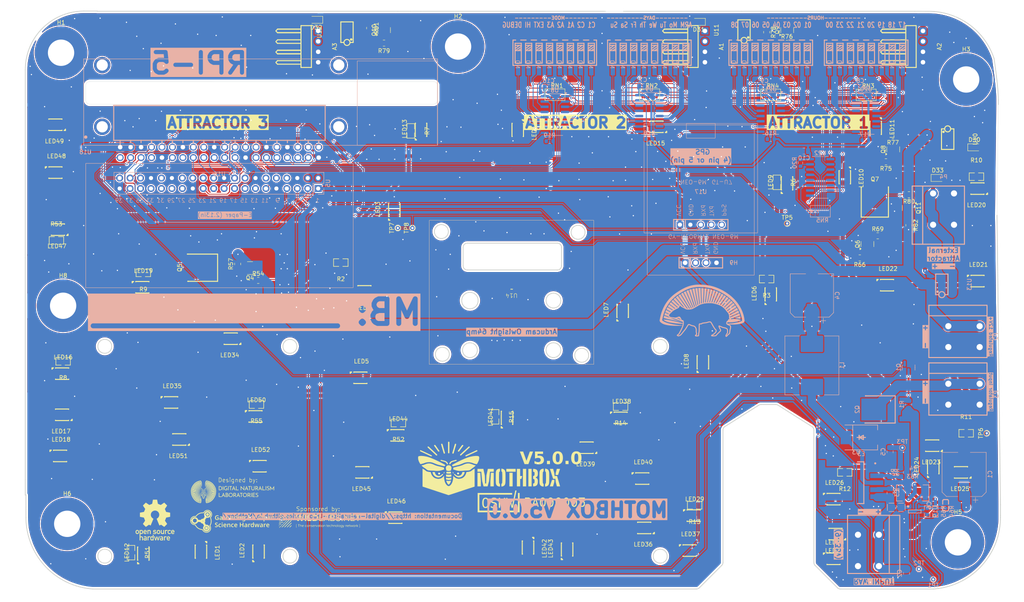
<source format=kicad_pcb>
(kicad_pcb (version 20241229) (generator "pcbnew") (generator_version "9.0")
  (title_block (title "Mothbox Mainboard") (date "2025-05-11") (rev "5.0.0"))
  (layers (0 "F.Cu" signal) (2 "B.Cu" signal) (13 "F.Paste" user) (15 "B.Paste" user) (5 "F.SilkS" user "F.Silkscreen") (7 "B.SilkS" user "B.Silkscreen") (1 "F.Mask" user) (3 "B.Mask" user) (25 "Edge.Cuts" user))
  (net 0 "")
  (net 1 "GND")
  (net 2 "+5V")
  (net 3 "+3.3V")
  (net 4 "/UV LED PCB/+12V_PCB2")
  (net 5 "/UV LED PCB/+12V_PCB1")
  (net 6 "/UV LED PCB/+12V_PCB3")
  (net 7 "/UV LED PCB/+12V_PCB4")
  (net 8 "+12V")
  (net 9 "/Photo LED's/+12V_L_LED")
  (net 10 "Net-(Q6-B)")
  (net 11 "/Photo LED's/+12V_R_LED")
  (net 12 "/Power/FB")
  (net 13 "/Power/VIN+")
  (net 14 "Net-(E3-C)")
  (net 15 "Net-(U21-~{CE})")
  (net 16 "Net-(U20-~{CE})")
  (net 17 "Net-(U9-~{CE})")
  (net 18 "Net-(Q8-C)")
  (net 19 "Net-(Q8-B)")
  (net 20 "Net-(Q9-C)")
  (net 21 "Net-(Q9-B)")
  (net 22 "Net-(Q10-C)")
  (net 23 "Net-(Q10-B)")
  (net 24 "Net-(Q11-C)")
  (net 25 "Net-(U8-~{CE})")
  (net 26 "L_LED_CTRL")
  (net 27 "UV1_CTRL")
  (net 28 "UV4_EX_CTRL")
  (net 29 "Net-(U22-~{CE})")
  (net 30 "SWITCH_ENABLE")
  (net 31 "/GPS and Switches/B4")
  (net 32 "Net-(U3-VC)")
  (net 33 "Net-(Q4-B)")
  (net 34 "Net-(Q4-C)")
  (net 35 "Net-(Q6-C)")
  (net 36 "/RPI5/Save for relay 2")
  (net 37 "/RPI5/Save for relay 3")
  (net 38 "/GPS and Switches/Mon")
  (net 39 "/RPI5/Save for relay")
  (net 40 "/GPS and Switches/Tue")
  (net 41 "/GPS and Switches/Wed")
  (net 42 "/GPS and Switches/Thur")
  (net 43 "/GPS and Switches/Fri")
  (net 44 "/GPS and Switches/Sat")
  (net 45 "/GPS and Switches/Sun")
  (net 46 "/GPS and Switches/Attractor_3")
  (net 47 "/GPS and Switches/Attractor_2")
  (net 48 "/GPS and Switches/Attractor_1")
  (net 49 "/GPS and Switches/C1")
  (net 50 "/GPS and Switches/INT{slash}EXT_Attractor")
  (net 51 "/GPS and Switches/HI{slash}LOW_PWR")
  (net 52 "/GPS and Switches/Test_Debug")
  (net 53 "/GPS and Switches/Hour_1")
  (net 54 "/GPS and Switches/Hour_2")
  (net 55 "/GPS and Switches/Hour_3")
  (net 56 "/GPS and Switches/Hour_4")
  (net 57 "/GPS and Switches/Hour_5")
  (net 58 "/GPS and Switches/Hour_6")
  (net 59 "/GPS and Switches/Hour_7")
  (net 60 "/GPS and Switches/Hour_9")
  (net 61 "/GPS and Switches/Hour_10")
  (net 62 "/GPS and Switches/Hour_11")
  (net 63 "/GPS and Switches/Hour_12")
  (net 64 "/GPS and Switches/Hour_13")
  (net 65 "/GPS and Switches/Hour_14")
  (net 66 "/GPS and Switches/Hour_8")
  (net 67 "/GPS and Switches/Hour_15")
  (net 68 "/GPS and Switches/Hour_16")
  (net 69 "/GPS and Switches/C2")
  (net 70 "/GPS and Switches/Armed{slash}Disarmed")
  (net 71 "Net-(U19-A0)")
  (net 72 "Net-(LED1-A)")
  (net 73 "Net-(LED1-K)")
  (net 74 "Net-(LED3-A)")
  (net 75 "Net-(LED4-K)")
  (net 76 "Net-(LED6-A)")
  (net 77 "Net-(LED7-K)")
  (net 78 "Net-(LED10-A)")
  (net 79 "Net-(LED9-A)")
  (net 80 "Net-(LED10-K)")
  (net 81 "Net-(LED13-K)")
  (net 82 "Net-(LED13-A)")
  (net 83 "Net-(LED14-K)")
  (net 84 "Net-(LED16-K)")
  (net 85 "Net-(LED16-A)")
  (net 86 "Net-(LED17-K)")
  (net 87 "Net-(LED19-A)")
  (net 88 "Net-(LED19-K)")
  (net 89 "Net-(LED34-K)")
  (net 90 "Net-(LED20-K)")
  (net 91 "Net-(LED20-A)")
  (net 92 "Net-(LED23-A)")
  (net 93 "Net-(LED23-K)")
  (net 94 "Net-(LED26-K)")
  (net 95 "Net-(LED26-A)")
  (net 96 "Net-(LED29-A)")
  (net 97 "Net-(LED29-K)")
  (net 98 "Net-(LED38-K)")
  (net 99 "Net-(LED38-A)")
  (net 100 "Net-(LED41-K)")
  (net 101 "Net-(LED41-A)")
  (net 102 "Net-(LED44-K)")
  (net 103 "Net-(LED47-K)")
  (net 104 "GPS_RX")
  (net 106 "/RPI5/GPIO4{slash}GPIO_GCKL")
  (net 107 "/RPI5/Save for eink_11")
  (net 108 "/RPI5/Save for eink_19")
  (net 109 "/RPI5/Save for eink_22")
  (net 110 "/RPI5/Save for eink_18")
  (net 111 "/RPI5/Save for eink_24")
  (net 112 "/RPI5/Save for eink_23")
  (net 113 "GPS_TX")
  (net 114 "SCL")
  (net 115 "Net-(Q1-C)")
  (net 116 "Net-(Q2-D)")
  (net 117 "EN_12VReg")
  (net 118 "SDA")
  (net 119 "/Power/VIN-")
  (net 120 "GPS_PPS")
  (net 121 "Net-(U19-A1)")
  (net 128 "UV2_CTRL")
  (net 129 "UV3_CTRL")
  (net 144 "+24V")
  (net 145 "Net-(LED51-K)")
  (net 146 "Net-(LED50-A)")
  (net 147 "Net-(LED50-K)")
  (net 148 "Net-(LED48-K)")
  (net 149 "Net-(LED47-A)")
  (net 150 "Net-(LED45-K)")
  (net 151 "Net-(LED44-A)")
  (net 152 "Net-(LED42-K)")
  (net 153 "Net-(LED39-K)")
  (net 154 "Net-(LED36-K)")
  (net 155 "Net-(LED27-K)")
  (net 156 "Net-(LED24-K)")
  (net 157 "Net-(LED21-K)")
  (net 158 "Net-(LED12-A)")
  (net 159 "Net-(LED6-K)")
  (net 160 "Net-(LED3-K)")
  (net 161 "Net-(Q11-B)")
  (net 162 "/GPS and Switches/B3")
  (net 163 "/GPS and Switches/B5")
  (net 164 "/GPS and Switches/B1")
  (net 165 "/GPS and Switches/B7")
  (net 166 "/GPS and Switches/B6")
  (net 167 "/GPS and Switches/B2")
  (net 168 "/GPS and Switches/B0")
  (net 169 "/GPS and Switches/U9_OUT")
  (net 170 "SHIFT_CLOCK")
  (net 171 "SHIFT_LOAD")
  (net 173 "SHIFT_OUT")
  (net 174 "/GPS and Switches/U20_OUT")
  (net 178 "unconnected-(U16-Pad16)")
  (net 179 "/GPS and Switches/U21_OUT")
  (net 181 "/GPS and Switches/U22_OUT")
  (footprint "easyeda2kicad:LED-SMD_L3.5-W2.8-RD_1.25T-2PWT" (layer "F.Cu") (at 151 92.265671 -90)
    (property "Reference" "LED14")
    (property "Value" "XL-2835UWC-02")
  )
  (footprint "easyeda2kicad:R0805" (layer "F.Cu") (at 122 163.265671 180)
    (property "Reference" "R52")
    (property "Value" "FRC0805F30R0TS")
  )
  (footprint "easyeda2kicad:R0805" (layer "F.Cu") (at 230.5 175.265671 180)
    (property "Reference" "R12")
    (property "Value" "FRC0805F30R0TS")
  )
  (footprint "easyeda2kicad:LED-SMD_L3.5-W2.8-RD_1.25T-2PWT" (layer "F.Cu") (at 40.5 151.265671)
    (property "Reference" "LED16")
    (property "Value" "XL-2835UWC-02")
  )
  (footprint "easyeda2kicad:LED-SMD_L3.5-W2.8-RD_1.25T-2PWT" (layer "F.Cu") (at 228 181.765671)
    (property "Reference" "LED26")
    (property "Value" "XL-2835UWC-02")
  )
  (footprint "easyeda2kicad:R0805" (layer "F.Cu") (at 108 124.265671 180)
    (property "Reference" "R2")
    (property "Value" "FRC0805F30R0TS")
  )
  (footprint "easyeda2kicad:LED-SMD_L3.5-W2.8-RD_1.25T-2PWT" (layer "F.Cu") (at 67 158.265671)
    (property "Reference" "LED35")
    (property "Value" "XL-2835UWC-02")
  )
  (footprint "Resistor_SMD:R_0805_2012Metric" (layer "F.Cu") (at 115 67.265671 -90)
    (property "Reference" "R81")
    (property "Value" "10k")
  )
  (footprint "easyeda2kicad:LED-SMD_L3.5-W2.8-RD_1.25T-2PWT" (layer "F.Cu") (at 113.5 131.265671 180)
    (property "Reference" "LED4")
    (property "Value" "XL-2835UWC-02")
  )
  (footprint "Resistor_SMD:R_0805_2012Metric" (layer "F.Cu") (at 242.1925 93.435671 180)
    (property "Reference" "R77")
    (property "Value" "10k")
  )
  (footprint "Resistor_SMD:R_0805_2012Metric" (layer "F.Cu") (at 216.4325 70.975671)
    (property "Reference" "R76")
    (property "Value" "1k")
  )
  (footprint "Package_TO_SOT_SMD:SOT-23" (layer "F.Cu") (at 216.5 67.765671 90)
    (property "Reference" "Q9")
    (property "Value" "BC817")
  )
  (footprint "easyeda2kicad:R0805" (layer "F.Cu") (at 40.5 148.265671 180)
    (property "Reference" "R8")
    (property "Value" "FRC0805F30R0TS")
  )
  (footprint "easyeda2kicad:R0805" (layer "F.Cu") (at 87.5 158.765671 180)
    (property "Reference" "R55")
    (property "Value" "FRC0805F30R0TS")
  )
  (footprint "Attractor:Arducam Owlsight" (layer "F.Cu") (at 149.5 131.765671 180)
    (property "Reference" "U14")
    (property "Value" "~")
    (fp_line (start 11.766149 6.710578) (end 11.766149 11.210578) (stroke (width 0.2)) (layer "Edge.Cuts"))
    (fp_line (start 10.766149 12.210578) (end -11.133851 12.210578) (stroke (width 0.2)) (layer "Edge.Cuts"))
    (fp_line (start -11.133851 5.710578) (end 10.766149 5.710578) (stroke (width 0.2)) (layer "Edge.Cuts"))
    (fp_line (start -12.133851 11.210578) (end -12.133851 6.710578) (stroke (width 0.2)) (layer "Edge.Cuts"))
    (fp_arc (start 11.766149 11.210578) (mid 11.473256 11.917685) (end 10.766149 12.210578) (stroke (width 0.2)) (layer "Edge.Cuts"))
    (fp_arc (start 10.766149 5.710578) (mid 11.473256 6.003471) (end 11.766149 6.710578) (stroke (width 0.2)) (layer "Edge.Cuts"))
    (fp_arc (start -11.133851 12.210578) (mid -11.840958 11.917685) (end -12.133851 11.210578) (stroke (width 0.2)) (layer "Edge.Cuts"))
    (fp_arc (start -12.133851 6.710578) (mid -11.840958 6.003471) (end -11.133851 5.710578) (stroke (width 0.2)) (layer "Edge.Cuts"))
    (fp_circle (center 17.053144 15.03755) (end 18.753144 15.03755) (stroke (width 0.2)) (fill no) (layer "Edge.Cuts"))
    (fp_circle (center 16.816149 -14.789422) (end 18.516149 -14.789422) (stroke (width 0.2)) (fill no) (layer "Edge.Cuts"))
    (fp_circle (center 10.116149 -1.739422) (end 12.116149 -1.739422) (stroke (width 0.2)) (fill no) (layer "Edge.Cuts"))
    (fp_circle (center 10.116149 -13.793192) (end 11.916149 -13.793192) (stroke (width 0.2)) (fill no) (layer "Edge.Cuts"))
    (fp_circle (center -10.183851 -1.739422) (end -8.383851 -1.739422) (stroke (width 0.2)) (fill no) (layer "Edge.Cuts"))
    (fp_circle (center -10.183851 -13.789422) (end -8.383851 -13.789422) (stroke (width 0.2)) (fill no) (layer "Edge.Cuts"))
    (fp_circle (center -16.16514 14.85799) (end -14.46514 14.85799) (stroke (width 0.2)) (fill no) (layer "Edge.Cuts"))
    (fp_circle (center -17.053143 -15.037549) (end -15.353143 -15.037549) (stroke (width 0.2)) (fill no) (layer "Edge.Cuts"))
  )
  (footprint "easyeda2kicad:LED-SMD_L3.5-W2.8-RD_1.25T-2PWT" (layer "F.Cu") (at 81 142.765671 180)
    (property "Reference" "LED34")
    (property "Value" "XL-2835UWC-02")
  )
  (footprint "easyeda2kicad:LED-SMD_L3.5-W2.8-RD_1.25T-2PWT" (layer "F.Cu") (at 121 111.265671 90)
    (property "Reference" "LED3")
    (property "Value" "XL-2835UWC-02")
  )
  (footprint "easyeda2kicad:R0805" (layer "F.Cu") (at 176 159.265671 180)
    (property "Reference" "R14")
    (property "Value" "FRC0805F30R0TS")
  )
  (footprint "Diode_SMD:D_SOD-323" (layer "F.Cu") (at 253.0775 103.695671)
    (property "Reference" "D33")
    (property "Value" "ESD12VD3B-TP")
  )
  (footprint "MountingHole:MountingHole_6.4mm_M6_Pad" (layer "F.Cu") (at 136.5 71.765671)
    (property "Reference" "H2")
    (property "Value" "MountingHole_1/4inbolt")
  )
  (footprint "Diode_SMD:D_SOD-323" (layer "F.Cu") (at 262 96.265671)
    (property "Reference" "D30")
    (property "Value" "ESD12VD3B-TP")
  )
  (footprint "AQLibrary:16P8-R-Array" (layer "F.Cu") (at 160.05 83.465671 180)
    (property "Reference" "RN1")
    (property "Value" "100K")
  )
  (footprint "easyeda2kicad:LED-SMD_L3.5-W2.8-RD_1.25T-2PWT" (layer "F.Cu") (at 181.5 176.765671)
    (property "Reference" "LED40")
    (property "Value" "XL-2835UWC-02")
  )
  (footprint "Package_TO_SOT_SMD:SOT-23" (layer "F.Cu") (at 242.2725 96.745671 90)
    (property "Reference" "Q8")
    (property "Value" "BC817")
  )
  (footprint "easyeda2kicad:LED-SMD_L3.5-W2.8-RD_1.25T-2PWT" (layer "F.Cu") (at 68.5 167.265671 180)
    (property "Reference" "LED51")
    (property "Value" "XL-2835UWC-02")
  )
  (footprint "easyeda2kicad:LED-SMD_L3.5-W2.8-RD_1.25T-2PWT" (layer "F.Cu") (at 176.249047 162.015671)
    (property "Reference" "LED38")
    (property "Value" "XL-2835UWC-02")
  )
  (footprint "easyeda2kicad:LED-SMD_L3.5-W2.8-RD_1.25T-2PWT" (layer "F.Cu") (at 87.5 161.665671)
    (property "Reference" "LED50")
    (property "Value" "XL-2835UWC-02")
  )
  (footprint "easyeda2kicad:R0805" (layer "F.Cu") (at 57 194.765671 -90)
    (property "Reference" "R51")
    (property "Value" "FRC0805F30R0TS")
  )
  (footprint "TestPoint:TestPoint_THTPad_D1.0mm_Drill0.5mm" (layer "F.Cu") (at 216.5 114.765671)
    (property "Reference" "TP5")
    (property "Value" "+12VLED L")
  )
  (footprint "MountingHole:MountingHole_6.4mm_M6_Pad" (layer "F.Cu") (at 41.5 187.765671)
    (property "Reference" "H6")
    (property "Value" "MountingHole_1/4inbolt")
  )
  (footprint "Resistor_SMD:R_0805_2012Metric" (layer "F.Cu") (at 211.5 68.265671 -90)
    (property "Reference" "R78")
    (property "Value" "10k")
  )
  (footprint "easyeda2kicad:LED-SMD_L3.5-W2.8-RD_1.25T-2PWT" (layer "F.Cu") (at 228 196.265671)
    (property "Reference" "LED28")
    (property "Value" "XL-2835UWC-02")
  )
  (footprint "easyeda2kicad:LED-SMD_L3.5-W2.8-RD_1.25T-2PWT" (layer "F.Cu") (at 212.5 131.765671 90)
    (property "Reference" "LED6")
    (property "Value" "XL-2835UWC-02")
  )
  (footprint "Resistor_SMD:R_0805_2012Metric" (layer "F.Cu") (at 87.9275 128.605671)
    (property "Reference" "R54")
    (property "Value" "1k")
  )
  (footprint "Diode_SMD:D_SOD-323" (layer "F.Cu") (at 195 65.765671 180)
    (property "Reference" "D31")
    (property "Value" "ESD12VD3B-TP")
  )
  (footprint "Resistor_SMD:R_0805_2012Metric" (layer "F.Cu") (at 246.0875 107.765671 180)
    (property "Reference" "R80")
    (property "Value" "1k")
  )
  (footprint "Resistor_SMD:R_0805_2012Metric" (layer "F.Cu") (at 246.0775 115.195671 -90)
    (property "Reference" "R82")
    (property "Value" "10k")
  )
  (footprint "easyeda2kicad:LED-SMD_L3.5-W2.8-RD_1.25T-2PWT" (layer "F.Cu") (at 38.38 90.765671 180)
    (property "Reference" "LED49")
    (property "Value" "XL-2835UWC-02")
  )
  (footprint "easyeda2kicad:LED-SMD_L3.5-W2.8-RD_1.25T-2PWT" (layer "F.Cu") (at 230.5 103.765671 -90)
    (property "Reference" "LED10")
    (property "Value" "XL-2835UWC-02")
  )
  (footprint "Package_TO_SOT_SMD:SOT-23" (layer "F.Cu") (at 85.9275 125.605671 180)
    (property "Reference" "Q4")
    (property "Value" "BC817")
  )
  (footprint "Resistor_SMD:R_0805_2012Metric" (layer "F.Cu") (at 240.5 99.765671 180)
    (property "Reference" "R75")
    (property "Value" "1k")
  )
  (footprint "easyeda2kicad:LED-SMD_L3.5-W2.8-RD_1.25T-2PWT" (layer "F.Cu") (at 60 130.265671)
    (property "Reference" "LED19")
    (property "Value" "XL-2835UWC-02")
  )
  (footprint "easyeda2kicad:SOIC-8_L5.0-W4.0-P1.27-LS6.0-BL" (layer "F.Cu") (at 206 67.765671 90)
    (property "Reference" "U11")
    (property "Value" "FDS4435BZ")
  )
  (footprint "easyeda2kicad:LED-SMD_L3.5-W2.8-RD_1.25T-2PWT" (layer "F.Cu") (at 181.5 188.765671 180)
    (property "Reference" "LED36")
    (property "Value" "XL-2835UWC-02")
  )
  (footprint "easyeda2kicad:R0805" (layer "F.Cu") (at 260 165.765671)
    (property "Reference" "R11")
    (property "Value" "FRC0805F30R0TS")
  )
  (footprint "easyeda2kicad:LED-SMD_L3.5-W2.8-RD_1.25T-2PWT" (layer "F.Cu") (at 258.5 175.265671 180)
    (property "Reference" "LED25")
    (property "Value" "XL-2835UWC-02")
  )
  (footprint "TestPoint:TestPoint_THTPad_D1.0mm_Drill0.5mm" (layer "F.Cu") (at 265 165.765671 90)
    (property "Reference" "TP6")
    (property "Value" "+12VLED R")
  )
  (footprint "easyeda2kicad:R0805" (layer "F.Cu") (at 194 183.265671 180)
    (property "Reference" "R13")
    (property "Value" "FRC0805F30R0TS")
  )
  (footprint "Resistor_SMD:R_0805_2012Metric" (layer "F.Cu") (at 238.5 117.765671)
    (property "Reference" "R69")
    (property "Value" "10k")
  )
  (footprint "easyeda2kicad:LED-SMD_L3.5-W2.8-RD_1.25T-2PWT" (layer "F.Cu") (at 60 194.765671 90)
    (property "Reference" "LED12")
    (property "Value" "XL-2835UWC-02")
  )
  (footprint "easyeda2kicad:LED-SMD_L3.5-W2.8-RD_1.25T-2PWT" (layer "F.Cu") (at 40 161.265671 180)
    (property "Reference" "LED17")
    (property "Value" "XL-2835UWC-02")
  )
  (footprint "easyeda2kicad:LED-SMD_L3.5-W2.8-RD_1.25T-2PWT" (layer "F.Cu") (at 176.5 135.765671 90)
    (property "Reference" "LED7")
    (property "Value" "XL-2835UWC-02")
  )
  (footprint "easyeda2kicad:LED-SMD_L3.5-W2.8-RD_1.25T-2PWT" (layer "F.Cu") (at 88 194.265671 90)
    (property "Reference" "LED2")
    (property "Value" "XL-2835UWC-02")
  )
  (footprint "easyeda2kicad:HDR-TH_4P-P2.54-H-M-W10.4" (layer "F.Cu") (at 196.5 71.765671 -90)
    (property "Reference" "A1")
    (property "Value" "PZ254R-11-04P")
  )
  (footprint "AQLibrary:16P8-R-Array" (layer "F.Cu") (at 235.69 83.515671 180)
    (property "Reference" "RN3")
    (property "Value" "100K")
  )
  (footprint "easyeda2kicad:LED-SMD_L3.5-W2.8-RD_1.25T-2PWT" (layer "F.Cu") (at 238 91.765671 -90)
    (property "Reference" "LED11")
    (property "Value" "XL-2835UWC-02")
  )
  (footprint "easyeda2kicad:SOIC-8_L5.0-W4.0-P1.27-LS6.0-BL" (layer "F.Cu") (at 109.5 68.265671 90)
    (property "Reference" "U12")
    (property "Value" "FDS4435BZ")
  )
  (footprint "Resistor_SMD:R_0805_2012Metric" (layer "F.Cu") (at 234.14 123.135671 180)
    (property "Reference" "R66")
    (property "Value" "1k")
  )
  (footprint "easyeda2kicad:LED-SMD_L3.5-W2.8-RD_1.25T-2PWT" (layer "F.Cu") (at 241 129.765671)
    (property "Reference" "LED22")
    (property "Value" "XL-2835UWC-02")
  )
  (footprint "easyeda2kicad:LED-SMD_L3.5-W2.8-RD_1.25T-2PWT" (layer "F.Cu") (at 196 148.265671 90)
    (property "Reference" "LED8")
    (property "Value" "XL-2835UWC-02")
  )
  (footprint "easyeda2kicad:R0805" (layer "F.Cu") (at 60 126.765671 180)
    (property "Reference" "R9")
    (property "Value" "FRC0805F30R0TS")
  )
  (footprint "easyeda2kicad:LED-SMD_L3.5-W2.8-RD_1.25T-2PWT" (layer "F.Cu") (at 113 175.265671 180)
    (property "Reference" "LED45")
    (property "Value" "XL-2835UWC-02")
  )
  (footprint "easyeda2kicad:LED-SMD_L3.5-W2.8-RD_1.25T-2PWT" (layer "F.Cu") (at 122 166.265671)
    (property "Reference" "LED44")
    (property "Value" "XL-2835UWC-02")
  )
  (footprint "MountingHole:MountingHole_6.4mm_M6_Pad" (layer "F.Cu") (at 258 192.265671)
    (property "Reference" "H5")
    (property "Value" "MountingHole_1/4inbolt")
  )
  (footprint "easyeda2kicad:TO-252-3_L6.5-W5.8-P4.58-BL" (layer "F.Cu") (at 237.805 111.755671)
    (property "Reference" "Q7")
    (property "Value" "SUD50P06-15-GE3")
  )
  (footprint "TestPoint:TestPoint_THTPad_D1.0mm_Drill0.5mm" (layer "F.Cu") (at 121.85 115.865671 90)
    (property "Reference" "TP7")
    (property "Value" "LEDCTRL_L")
  )
  (footprint "easyeda2kicad:R0805" (layer "F.Cu") (at 125 92.265671 -90)
    (property "Reference" "R7")
    (property "Value" "FRC0805F30R0TS")
  )
  (footprint "easyeda2kicad:LED-SMD_L3.5-W2.8-RD_1.25T-2PWT" (layer "F.Cu") (at 194 185.765671)
    (property "Reference" "LED29")
    (property "Value" "XL-2835UWC-02")
  )
  (footprint "Diode_SMD:D_SOD-323" (layer "F.Cu") (at 102 65.265671 180)
    (property "Reference" "D32")
    (property "Value" "ESD12VD3B-TP")
  )
  (footprint "AQLibrary:16P8-R-Array" (layer "F.Cu") (at 183.05 83.465671 180)
    (property "Reference" "RN2")
    (property "Value" "100K")
  )
  (footprint "easyeda2kicad:R0805" (layer "F.Cu") (at 211.5 128.265671 180)
    (property "Reference" "R3")
    (property "Value" "FRC0805F30R0TS")
  )
  (footprint "easyeda2kicad:LED-SMD_L3.5-W2.8-RD_1.25T-2PWT" (layer "F.Cu") (at 263 128.765671)
    (property "Reference" "LED21")
    (property "Value" "XL-2835UWC-02")
  )
  (footprint "easyeda2kicad:R0805" (layer "F.Cu") (at 38.88 118.895671)
    (property "Reference" "R53")
    (property "Value" "FRC0805F30R0TS")
  )
  (footprint "MountingHole:MountingHole_6.4mm_M6_Pad" (layer "F.Cu") (at 40 73.265671)
    (property "Reference" "H1")
    (property "Value" "MountingHole_1/4inbolt")
  )
  (footprint "easyeda2kicad:R0805" (layer "F.Cu") (at 214 104.765671 -90)
    (property "Reference" "R6")
    (property "Value" "FRC0805F30R0TS")
  )
  (footprint "easyeda2kicad:LED-SMD_L3.5-W2.8-RD_1.25T-2PWT" (layer "F.Cu") (at 228 190.265671 180)
    (property "Reference" "LED27")
    (property "Value" "XL-2835UWC-02")
  )
  (footprint "easyeda2kicad:SOIC-8_L5.0-W4.0-P1.27-LS6.0-BL" (layer "F.Cu") (at 255.5 94.265671 -90)
    (property "Reference" "U10")
    (property "Value" "FDS4435BZ")
  )
  (footprint "easyeda2kicad:LED-SMD_L3.5-W2.8-RD_1.25T-2PWT" (layer "F.Cu") (at 193 194.265671)
    (property "Reference" "LED37")
    (property "Value" "XL-2835UWC-02")
  )
  (footprint "Package_TO_SOT_SMD:SOT-23" (layer "F.Cu") (at 246.0375 110.995671 -90)
    (property "Reference" "Q11")
    (property "Value" "BC817")
  )
  (footprint "MountingHole:MountingHole_6.4mm_M6_Pad" (layer "F.Cu") (at 40.5 134.765671)
    (property "Reference" "H8")
    (property "Value" "MountingHole_1/4inbolt")
  )
  (footprint "easyeda2kicad:LED-SMD_L3.5-W2.8-RD_1.25T-2PWT" (layer "F.Cu") (at 127.5 91.765671 90)
    (property "Reference" "LED13")
    (property "Value" "XL-2835UWC-02")
  )
  (footprint "Resistor_SMD:R_0805_2012Metric" (layer "F.Cu") (at 118.5 70.915671)
    (property "Reference" "R79")
    (property "Value" "1k")
  )
  (footprint "easyeda2kicad:LED-SMD_L3.5-W2.8-RD_1.25T-2PWT" (layer "F.Cu") (at 74 194.765671 -90)
    (property "Reference" "LED1")
    (property "Value" "XL-2835UWC-02")
  )
  (footprint "AQLibrary:16P8-R-Array" (layer "F.Cu") (at 212.5 83.515671 180)
    (property "Reference" "RN4")
    (property "Value" "100K")
  )
  (footprint "easyeda2kicad:LED-SMD_L3.5-W2.8-RD_1.25T-2PWT" (layer "F.Cu") (at 40 171.265671)
    (property "Reference" "LED18")
    (property "Value" "XL-2835UWC-02")
  )
  (footprint "easyeda2kicad:LED-SMD_L3.5-W2.8-RD_1.25T-2PWT" (layer "F.Cu") (at 167.5 169.265671 180)
    (property "Reference" "LED39")
    (property "Value" "XL-2835UWC-02")
  )
  (footprint "easyeda2kicad:LED-SMD_L3.5-W2.8-RD_1.25T-2PWT" (layer "F.Cu") (at 88.5 173.765671)
    (property "Reference" "LED52")
    (property "Value" "XL-2835UWC-02")
  )
  (footprint "easyeda2kicad:LED-SMD_L3.5-W2.8-RD_1.25T-2PWT" (layer "F.Cu") (at 39 116.265671 180)
    (property "Reference" "LED47")
    (property "Value" "XL-2835UWC-02")
  )
  (footprint "Resistor_SMD:R_0805_2012Metric" (layer "F.Cu") (at 82.9275 124.605671 90)
    (property "Reference" "R57")
    (property "Value" "10k")
  )
  (footprint "easyeda2kicad:LED-SMD_L3.5-W2.8-RD_1.25T-2PWT" (layer "F.Cu") (at 148.4 161.765671 90)
    (property "Reference" "LED41")
    (property "Value" "XL-2835UWC-02")
  )
  (footprint "Package_TO_SOT_SMD:SOT-23" (layer "F.Cu") (at 236 119.765671 90)
    (property "Reference" "Q6")
    (property "Value" "BC817")
  )
  (footprint "easyeda2kicad:LED-SMD_L3.5-W2.8-RD_1.25T-2PWT" (layer "F.Cu") (at 113 152.265671)
    (property "Reference" "LED5")
    (property "Value" "XL-2835UWC-02")
  )
  (footprint "easyeda2kicad:HDR-TH_4P-P2.54-H-M-W10.4" (layer "F.Cu") (at 249.5 71.765671 -90)
    (property "Reference" "A2")
    (property "Value" "PZ254R-11-04P")
  )
  (footprint "easyeda2kicad:R0805" (layer "F.Cu") (at 262.5 103.385671)
    (property "Reference" "R10")
    (property "Value" "FRC0805F30R0TS")
  )
  (footprint "easyeda2kicad:LED-SMD_L3.5-W2.8-RD_1.25T-2PWT" (layer "F.Cu") (at 163 193.765671 90)
    (property "Reference" "LED43")
    (property "Value" "XL-2835UWC-02")
  )
  (footprint "easyeda2kicad:LED-SMD_L3.5-W2.8-RD_1.25T-2PWT" (layer "F.Cu") (at 184.5 91.265671 180)
    (property "Reference" "LED15")
    (property "Value" "XL-2835UWC-02")
  )
  (footprint "easyeda2kicad:LED-SMD_L3.5-W2.8-RD_1.25T-2PWT" (layer "F.Cu") (at 252 173.765671 90)
    (property "Reference" "LED24")
    (property "Value" "XL-2835UWC-02")
  )
  (footprint "easyeda2kicad:LED-SMD_L3.5-W2.8-RD_1.25T-2PWT" (layer "F.Cu") (at 153.5 193.765671 -90)
    (property "Reference" "LED42")
    (property "Value" "XL-2835UWC-02")
  )
  (footprint "easyeda2kicad:LED-SMD_L3.5-W2.8-RD_1.25T-2PWT" (layer "F.Cu") (at 216.45 104.765671 90)
    (property "Reference" "LED9")
    (property "Value" "XL-2835UWC-02")
  )
  (footprint "easyeda2kicad:LED-SMD_L3.5-W2.8-RD_1.25T-2PWT" (layer "F.Cu") (at 38.88 102.395671)
    (property "Reference" "LED48")
    (property "Value" "XL-2835UWC-02")
  )
  (footprint "MountingHole:MountingHole_6.4mm_M6_Pad" (layer "F.Cu") (at 260 79.765671)
    (property "Reference" "H3")
    (property "Value" "MountingHole_1/4inbolt")
  )
  (footprint "easyeda2kicad:LED-SMD_L3.5-W2.8-RD_1.25T-2PWT" (layer "F.Cu") (at 262.5 106.285671 180)
    (property "Reference" "LED20")
    (property "Value" "XL-2835UWC-02")
  )
  (footprint "Package_TO_SOT_SMD:SOT-23" (layer "F.Cu") (at 118.5 67.765671 90)
    (property "Reference" "Q10")
    (property "Value" "BC817")
  )
  (footprint "TestPoint:TestPoint_THTPad_D1.0mm_Drill0.5mm" (layer "F.Cu") (at 125.4 115.865671 90)
    (property "Reference" "TP8")
    (property "Value" "LEDCTRL_R")
  )
  (footprint "easyeda2kicad:HDR-TH_4P-P2.54-H-M-W10.4" (layer "F.Cu") (at 102.5 71.765671 -90)
    (property "Reference" "A3")
    (property "Value" "PZ254R-11-04P")
  )
  (footprint "easyeda2kicad:R0805" (layer "F.Cu") (at 145.5 161.765671 -90)
    (property "Reference" "R15")
    (property "Value" "FRC0805F30R0TS")
  )
  (footprint "easyeda2kicad:LED-SMD_L3.5-W2.8-RD_1.25T-2PWT" (layer "F.Cu") (at 121.5 186.265671)
    (property "Reference" "LED46")
    (property "Value" "XL-2835UWC-02")
  )
  (footprint "easyeda2kicad:TO-252-3_L6.5-W5.8-P4.58-BL" (layer "F.Cu") (at 76.59 125.513171 90)
    (property "Reference" "Q5")
    (property "Value" "SUD50P06-15-GE3")
  )
  (footprint "easyeda2kicad:LED-SMD_L3.5-W2.8-RD_1.25T-2PWT" (layer "F.Cu") (at 251.5 168.765671 180)
    (property "Reference" "LED23")
    (property "Value" "XL-2835UWC-02")
  )
  (footprint "Capacitor_SMD:C_0805_2012Metric" (layer "B.Cu") (at 181.5 81.515671 180)
    (property "Reference" "C7")
    (property "Value" "0.1uF")
  )
  (footprint "Capacitor_SMD:C_0805_2012Metric_Pad1.18x1.45mm_HandSolder" (layer "B.Cu") (at 241.5 180.265671 90)
    (property "Reference" "C3")
    (property "Value" "0.1uF 50V")
  )
  (footprint "Capacitor_SMD:C_0805_2012Metric" (layer "B.Cu") (at 158.5 81.765671 180)
    (property "Reference" "C16")
    (property "Value" "0.1uF")
  )
  (footprint "easyeda2kicad:SW-SMD_SMXS-08K-TP" (layer "B.Cu") (at 183 73.265671)
    (property "Reference" "U1")
    (property "Value" "Days")
  )
  (footprint "AQLibrary:EPAPER_PinHeader_2x20_P2.54mm_Vertical" (layer "B.Cu") (at 102.5 106.265671 90)
    (property "Reference" "U5")
    (property "Value" "RASPBERRY_PI_5")
  )
  (footprint "Capacitor_SMD:C_0805_2012Metric" (layer "B.Cu") (at 234.25 81.765671 180)
    (property "Reference" "C8")
    (property "Value" "0.1uF")
  )
  (footprint "Capacitor_SMD:C_0805_2012Metric" (layer "B.Cu") (at 220.6 97.165671)
    (property "Reference" "C10")
    (property "Value" "0.1uF")
  )
  (footprint "TestPoint:TestPoint_THTPad_D1.0mm_Drill0.5mm" (layer "B.Cu") (at 248.5 198.765671 180)
    (property "Reference" "TP2")
    (property "Value" "A1_meas")
  )
  (footprint "easyeda2kicad:C0603" (layer "B.Cu") (at 255 183.265671 -90)
    (property "Reference" "C6")
    (property "Value" "0.1µF")
  )
  (footprint "easyeda2kicad:HDR-TH_40P-P2.54-H-F-R2-C20-W8.5" (layer "B.Cu") (at 78.5 97.483171)
    (property "Reference" "U16")
    (property "Value" "Female Inv Socket Pi 2.54-2*20")
  )
  (footprint "easyeda2kicad:SW-SMD_SMXS-08K-TP" (layer "B.Cu") (at 160 73.265671)
    (property "Reference" "U7")
    (property "Value" "Modes")
  )
  (footprint "Capacitor_SMD:C_0805_2012Metric_Pad1.18x1.45mm_HandSolder" (layer "B.Cu") (at 241.5 170.265671 -90)
    (property "Reference" "C5")
    (property "Value" "0.1uF 50V")
  )
  (footprint "Package_SO:SOIC-16_3.9x9.9mm_P1.27mm" (layer "B.Cu") (at 235.69 88.015671 180)
    (property "Reference" "U20")
    (property "Value" "74HC165")
  )
  (footprint "Capacitor_SMD:C_0805_2012Metric_Pad1.18x1.45mm_HandSolder" (layer "B.Cu") (at 241.5 175.265671 90)
    (property "Reference" "R5")
    (property "Value" "3.3K")
  )
  (footprint "Resistor_SMD:R_0603_1608Metric" (layer "B.Cu") (at 158.75 94.765671 180)
    (property "Reference" "R19")
    (property "Value" "100K")
  )
  (footprint "AQLibrary:Talentcell" (layer "B.Cu") (at 117.25 172.765671)
    (property "Reference" "B1" (hide yes))
    (property "Value" "~" (hide yes))
  )
  (footprint "Package_SO:SOIC-16_3.9x9.9mm_P1.27mm" (layer "B.Cu") (at 224.525001 103.56067 180)
    (property "Reference" "U22")
    (property "Value" "74HC165")
  )
  (footprint "easyeda2kicad:SOT-23-8_L3.0-W1.7-P0.65-LS2.8-BR" (layer "B.Cu") (at 247.5 184.765671 90)
    (property "Reference" "U19")
    (property "Value" "INA219BIDCNT")
  )
  (footprint "easyeda2kicad:F0805" (layer "B.Cu") (at 243 183.765671 180)
    (property "Reference" "F2")
    (property "Value" "Polyfuse")
  )
  (footprint "easyeda2kicad:SW-SMD_SMXS-08K-TP" (layer "B.Cu") (at 235.69 73.265671)
    (property "Reference" "U2")
    (property "Value" "Hours1")
  )
  (footprint "Package_SO:SOIC-16_3.9x9.9mm_P1.27mm" (layer "B.Cu") (at 160 88.300671 180)
    (property "Reference" "U8")
    (property "Value" "74HC165")
  )
  (footprint "Resistor_SMD:R_0603_1608Metric" (layer "B.Cu") (at 235.5 94.515671 180)
    (property "Reference" "R17")
    (property "Value" "100K")
  )
  (footprint "AQLibrary:GPS5pin_HDR-TH_5P-P2.54-V-F" (layer "B.Cu") (at 195.5 115.065671)
    (property "Reference" "U17")
    (property "Value" "GPs 5 pin PM2.54-1*5")
  )
  (footprint "easyeda2kicad:R0603" (layer "B.Cu") (at 250.5 184.765671 90)
    (property "Reference" "R65")
    (property "Value" "10k")
  )
  (footprint "easyeda2kicad:CONN-TH_2P-P5.08_DIBO_DB142R-5.08-2P" (layer "B.Cu") (at 254.5 111.265671 180)
    (property "Reference" "P4")
    (property "Value" "External Attractor")
  )
  (footprint "Capacitor_SMD:C_0805_2012Metric_Pad1.18x1.45mm_HandSolder" (layer "B.Cu") (at 245.5 199.803171 -90)
    (property "Reference" "C2")
    (property "Value" "0.1uF 50V")
  )
  (footprint "easyeda2kicad:R0603" (layer "B.Cu") (at 252.5 184.765671 90)
    (property "Reference" "R64")
    (property "Value" "10k")
  )
  (footprint "easyeda2kicad:CONN-TH_2P-P5.08_DIBO_DB142R-5.08-2P" (layer "B.Cu") (at 259.47 142.265671 90)
    (property "Reference" "P2")
    (property "Value" "12V Regulated Input")
  )
  (footprint "Resistor_SMD:R_0603_1608Metric" (layer "B.Cu") (at 212.5 94.265671 180)
    (property "Reference" "R16")
    (property "Value" "100K")
  )
  (footprint "Package_SO:SOIC-16_3.9x9.9mm_P1.27mm" (layer "B.Cu") (at 212.5 88.015671 180)
    (property "Reference" "U21")
    (property "Value" "74HC165")
  )
  (footprint "easyeda2kicad:R2512" (layer "B.Cu") (at 247 180.265671 180)
    (property "Reference" "R63")
    (property "Value" "0.1/1% (PT2512FK-070R1L)")
  )
  (footprint "easyeda2kicad:TO-263-5_L10.2-W8.9-P1.70-TL" (layer "B.Cu") (at 233.26 177.765671 180)
    (property "Reference" "U3")
    (property "Value" "XL4015E1")
  )
  (footprint "easyeda2kicad:SW-SMD_SMXS-08K-TP" (layer "B.Cu") (at 212.5 73.265671)
    (property "Reference" "U6")
    (property "Value" "Hours2")
  )
  (footprint "Capacitor_SMD:C_0805_2012Metric" (layer "B.Cu") (at 211 81.765671 180)
    (property "Reference" "C9")
    (property "Value" "0.1uF")
  )
  (footprint "Capacitor_SMD:CP_Elec_10x12.5" (layer "B.Cu") (at 259.5 175.765671 90)
    (property "Reference" "C1")
    (property "Value" "470uF 50V")
  )
  (footprint "RASPBERRY_PI_4B_4GB:MODULE_RASPBERRY_PI_4B_4GB_Sideways" (layer "B.Cu") (at 88.5 82.765671)
    (property "Reference" "U18")
    (property "Value" "RASPBERRY_PI_4B_4GB")
    (fp_line (start -42.5 -1.5) (end -42.492892 1.992893) (stroke (width 0.05)) (layer "Edge.Cuts"))
    (fp_line (start 41.992893 -2.492893) (end -41.499915 -2.5) (stroke (width 0.05)) (layer "Edge.Cuts"))
    (fp_line (start 41.992893 2.992892) (end -41.492893 2.992892) (stroke (width 0.05)) (layer "Edge.Cuts"))
    (fp_line (start 43 -1.4929) (end 42.992893 1.992893) (stroke (width 0.05)) (layer "Edge.Cuts"))
    (fp_arc (start -42.5 -1.5) (mid -42.207107 -2.207107) (end -41.5 -2.5) (stroke (width 0.05)) (layer "Edge.Cuts"))
    (fp_arc (start -41.492893 2.992893) (mid -42.2 2.7) (end -42.492893 1.992893) (stroke (width 0.05)) (layer "Edge.Cuts"))
    (fp_arc (start 42 -2.492893) (mid 42.707104 -2.199999) (end 43 -1.492893) (stroke (width 0.05)) (layer "Edge.Cuts"))
    (fp_arc (start 42.992893 1.992893) (mid 42.700002 2.700002) (end 41.992893 2.992893) (stroke (width 0.05)) (layer "Edge.Cuts"))
  )
  (footprint "Resistor_SMD:R_0603_1608Metric" (layer "B.Cu") (at 219.725002 100.015671 -90)
    (property "Reference" "R20")
    (property "Value" "100K")
  )
  (footprint "AQLibrary:16P8-R-Array" (layer "B.Cu") (at 224.550001 111.800672 180)
    (property "Reference" "RN5")
    (property "Value" "100K")
  )
  (footprint "easyeda2kicad:CONN-TH_2P-P5.08_DIBO_DB142R-5.08-2P" (layer "B.Cu") (at 236.24 194.235671)
    (property "Reference" "P1")
    (property "Value" "Raw Input")
  )
  (footprint "Package_TO_SOT_SMD:SOT-23" (layer "B.Cu") (at 246 149.765671 -90)
    (property "Reference" "Q1")
    (property "Value" "BC817")
  )
  (footprint "Inductor_SMD:L_Chilisin_BMRG00131360" (layer "B.Cu") (at 222.5 149.265671 90)
    (property "Reference" "L1")
    (property "Value" "5A 47uH")
  )
  (footprint "Package_SO:SOIC-16_3.9x9.9mm_P1.27mm" (layer "B.Cu") (at 183 88.015671 180)
    (property "Reference" "U9")
    (property "Value" "74HC165")
  )
  (footprint "AQLibrary:GPS4pin_HDR-TH_4P-P2.54-V-F" (layer "B.Cu") (at 195.5 124.315671)
    (property "Reference" "H9")
    (property "Value" "GPS 4 pin 2.54-1*4P母")
  )
  (footprint "TestPoint:TestPoint_THTPad_D1.0mm_Drill0.5mm" (layer "B.Cu") (at 244.5 169.265671 180)
    (property "Reference" "TP3")
    (property "Value" "5V_test")
  )
  (footprint "easyeda2kicad:TO-252-3_L6.5-W5.8-P4.58-BL" (layer "B.Cu") (at 241.29 159.970671 -90)
    (property "Reference" "Q2")
    (property "Value" "SUD50P06-15-GE3")
  )
  (footprint "Resistor_SMD:R_0805_2012Metric" (layer "B.Cu") (at 246 158.765671 -90)
    (property "Reference" "R1")
    (property "Value" "10k")
  )
  (footprint "easyeda2kicad:SMC_L6.9-W5.9-LS8.0-RD" (layer "B.Cu") (at 234.5 166.765671)
    (property "Reference" "E3")
    (property "Value" "SK54C")
  )
  (footprint "easyeda2kicad:SOIC-8_L5.0-W4.0-P1.27-LS6.0-BL" (layer "B.Cu") (at 254.0775 129.565671 90)
    (property "Reference" "U13")
    (property "Value" "FDS4435BZ")
  )
  (footprint "Capacitor_SMD:C_0805_2012Metric_Pad1.18x1.45mm_HandSolder" (layer "B.Cu") (at 244 175.265671 -90)
    (property "Reference" "R4")
    (property "Value" "10K")
  )
  (footprint "Capacitor_SMD:CP_Elec_10x10" (layer "B.Cu") (at 222.5 132.265671 90)
    (property "Reference" "C4")
    (property "Value" "330uF 50V")
  )
  (footprint "TestPoint:TestPoint_THTPad_D1.0mm_Drill0.5mm" (layer "B.Cu") (at 252 201.265671)
    (property "Reference" "TP1")
    (property "Value" "A0_meas")
  )
  (footprint "easyeda2kicad:CONN-TH_2P-P5.08_DIBO_DB142R-5.08-2P" (layer "B.Cu") (at 259.47 156.265671 90)
    (property "Reference" "P3")
    (property "Value" "Input to regulator")
  )
  (footprint "TestPoint:TestPoint_THTPad_D1.0mm_Drill0.5mm" (layer "B.Cu") (at 247.5 175.765671 180)
    (property "Reference" "TP4")
    (property "Value" "VIN_-")
  )
  (footprint "Resistor_SMD:R_0603_1608Metric" (layer "B.Cu") (at 183 94.265671 180)
    (property "Reference" "R18")
    (property "Value" "100K")
  )
  (gr_poly (pts (xy 141.258979 180.265671) (xy 141.258978 180.265671) (xy 141.258979 180.265671)) (fill yes) (layer "F.SilkS"))
  (gr_poly (pts (xy 108.889959 185.558345) (xy 108.897628 185.559076) (xy 108.905016 185.560221) (xy 108.912154 185.561793) (xy 108.919073 185.563802) (xy 108.925807 185.566261) (xy 108.932387 185.569182) (xy 108.938844 185.572575) (xy 108.945212 185.576453) (xy 108.951521 185.580826) (xy 108.957804 185.585708) (xy 108.964093 185.591109) (xy 108.97042 185.597041) (xy 108.983314 185.610544) (xy 108.996744 185.62631) (xy 109.010964 185.644433) (xy 109.026231 185.665005) (xy 109.745898 186.638672) (xy 109.749406 186.643603) (xy 109.752998 186.648475) (xy 109.7567 186.653293) (xy 109.760533 186.658061) (xy 109.764521 186.662782) (xy 109.768687 186.667461) (xy 109.773055 186.672101) (xy 109.777648 186.676706) (xy 109.782488 186.68128) (xy 109.7876 186.685827) (xy 109.793007 186.69035) (xy 109.798731 186.694855) (xy 109.804797 186.699344) (xy 109.811227 186.703821) (xy 109.818044 186.70829) (xy 109.825273 186.712755) (xy 109.825273 185.572401) (xy 110.015773 185.572401) (xy 110.015773 187.067297) (xy 109.990714 187.074138) (xy 109.967972 187.079736) (xy 109.947324 187.084023) (xy 109.928543 187.086934) (xy 109.911406 187.088404) (xy 109.903383 187.088577) (xy 109.895687 187.088366) (xy 109.88829 187.087761) (xy 109.881162 187.086754) (xy 109.874277 187.085337) (xy 109.867606 187.083503) (xy 109.861121 187.081242) (xy 109.854794 187.078546) (xy 109.848597 187.075408) (xy 109.842502 187.071819) (xy 109.83648 187.06777) (xy 109.830504 187.063254) (xy 109.824545 187.058262) (xy 109.818575 187.052786) (xy 109.806492 187.04035) (xy 109.794029 187.025878) (xy 109.780961 187.009306) (xy 109.767063 186.990568) (xy 109.010356 185.958693) (xy 109.007845 185.95525) (xy 109.005276 185.951861) (xy 108.999979 185.945216) (xy 108.994496 185.938694) (xy 108.988859 185.932235) (xy 108.977242 185.919253) (xy 108.971324 185.912608) (xy 108.965376 185.905776) (xy 108.963422 185.905341) (xy 108.961531 185.905022) (xy 108.959702 185.904811) (xy 108.957934 185.904701) (xy 108.956229 185.904685) (xy 108.954585 185.904753) (xy 108.953004 185.904899) (xy 108.951484 185.905115) (xy 108.950027 185.905393) (xy 108.948632 185.905725) (xy 108.947298 185.906103) (xy 108.946027 185.906521) (xy 108.944818 185.906969) (xy 108.943671 185.90744) (xy 108.941563 185.908422) (xy 108.941563 186.400547) (xy 108.940571 186.70581) (xy 108.940447 186.857822) (xy 108.941563 187.009089) (xy 108.941432 187.015804) (xy 108.941046 187.02207) (xy 108.940412 187.027902) (xy 108.939537 187.033315) (xy 108.93843 187.038325) (xy 108.937098 187.042947) (xy 108.935549 187.047198) (xy 108.933791 187.051091) (xy 108.931831 187.054644) (xy 108.929677 187.057871) (xy 108.927338 187.060789) (xy 108.92482 187.063411) (xy 108.922131 187.065755) (xy 108.91928 187.067835) (xy 108.916274 187.069667) (xy 108.91312 187.071266) (xy 108.909827 187.072648) (xy 108.906402 187.073829) (xy 108.902853 187.074824) (xy 108.899188 187.075648) (xy 108.895414 187.076317) (xy 108.89154 187.076847) (xy 108.88352 187.07755) (xy 108.87519 187.077881) (xy 108.866611 187.077963) (xy 108.848959 187.077881) (xy 108.8151 187.078749) (xy 108.806936 187.078607) (xy 108.799055 187.07802) (xy 108.791538 187.076836) (xy 108.787942 187.075973) (xy 108.784467 187.074904) (xy 108.781124 187.07361) (xy 108.777923 187.072073) (xy 108.774874 187.070273) (xy 108.771988 187.068191) (xy 108.769274 187.065809) (xy 108.766742 187.063108) (xy 108.764403 187.060069) (xy 108.762268 187.056673) (xy 108.760345 187.0529) (xy 108.758646 187.048733) (xy 108.75718 187.044152) (xy 108.755958 187.039139) (xy 108.75499 187.033674) (xy 108.754286 187.027738) (xy 108.753856 187.021314) (xy 108.75371 187.014381) (xy 108.756024 186.307943) (xy 108.756355 185.601505) (xy 108.756415 185.600017) (xy 108.756587 185.598529) (xy 108.756861 185.597041) (xy 108.757223 185.595552) (xy 108.757663 185.594064) (xy 108.758169 185.592576) (xy 108.758729 185.591088) (xy 108.759331 185.589599) (xy 108.761936 185.583646) (xy 108.763192 185.58067) (xy 108.763767 185.579181) (xy 108.764292 185.577693) (xy 108.790721 185.57129) (xy 108.814615 185.566035) (xy 108.83623 185.562019) (xy 108.855821 185.559337) (xy 108.873646 185.558082) (xy 108.881975 185.558018)) (fill yes) (layer "F.SilkS"))
  (gr_poly (pts (xy 75.652979 184.757125) (xy 75.68939 184.760531) (xy 75.725441 184.765765) (xy 75.761069 184.772799) (xy 75.79621 184.781599) (xy 75.830803 184.792136) (xy 75.864785 184.804378) (xy 75.898094 184.818295) (xy 75.930667 184.833854) (xy 75.962442 184.851026) (xy 75.993355 184.86978) (xy 76.023345 184.890083) (xy 76.05235 184.911906) (xy 76.080305 184.935218) (xy 76.107151 184.959986) (xy 76.132822 184.986181) (xy 76.157258 185.013771) (xy 76.180395 185.042725) (xy 76.202172 185.073013) (xy 76.222525 185.104603) (xy 76.241392 185.137464) (xy 76.258711 185.171565) (xy 76.274419 185.206876) (xy 76.288454 185.243364) (xy 76.300753 185.281) (xy 76.310874 185.318251) (xy 76.318938 185.35555) (xy 76.324978 185.392835) (xy 76.32903 185.430045) (xy 76.331129 185.46712) (xy 76.331309 185.503998) (xy 76.329606 185.540619) (xy 76.326054 185.57692) (xy 76.320688 185.612842) (xy 76.313543 185.648323) (xy 76.304654 185.683302) (xy 76.294056 185.717718) (xy 76.281783 185.75151) (xy 76.267871 185.784617) (xy 76.252355 185.816978) (xy 76.235268 185.848531) (xy 76.216648 185.879217) (xy 76.196527 185.908973) (xy 76.174941 185.93774) (xy 76.151925 185.965455) (xy 76.127513 185.992057) (xy 76.101742 186.017486) (xy 76.074645 186.041681) (xy 76.046257 186.06458) (xy 76.016613 186.086123) (xy 75.985749 186.106248) (xy 75.953698 186.124895) (xy 75.920497 186.142002) (xy 75.886179 186.157508) (xy 75.85078 186.171353) (xy 75.814335 186.183475) (xy 75.776878 186.193813) (xy 75.753562 186.199422) (xy 75.73025 186.204329) (xy 75.706946 186.208515) (xy 75.683654 186.211961) (xy 75.660377 186.214648) (xy 75.637119 186.216556) (xy 75.613885 186.217665) (xy 75.590677 186.217956) (xy 75.567501 186.21741) (xy 75.54436 186.216008) (xy 75.521257 186.21373) (xy 75.498197 186.210556) (xy 75.475184 186.206468) (xy 75.452221 186.201445) (xy 75.429312 186.19547) (xy 75.406461 186.188521) (xy 75.396347 186.18545) (xy 75.386814 186.183173) (xy 75.382253 186.182328) (xy 75.377823 186.181679) (xy 75.37352 186.181221) (xy 75.369337 186.180956) (xy 75.36527 186.18088) (xy 75.361315 186.180993) (xy 75.357467 186.181292) (xy 75.35372 186.181777) (xy 75.35007 186.182447) (xy 75.346513 186.183299) (xy 75.343042 186.184332) (xy 75.339654 186.185545) (xy 75.336343 186.186936) (xy 75.333105 186.188504) (xy 75.329935 186.190247) (xy 75.326828 186.192164) (xy 75.323779 186.194254) (xy 75.320783 186.196515) (xy 75.314932 186.201544) (xy 75.309236 186.207239) (xy 75.303656 186.213589) (xy 75.298154 186.220583) (xy 75.29269 186.228209) (xy 75.196985 186.364634) (xy 75.100537 186.500068) (xy 75.003592 186.634509) (xy 74.906399 186.767959) (xy 74.901164 186.775779) (xy 74.896394 186.783394) (xy 74.89212 186.790847) (xy 74.888374 186.798179) (xy 74.885185 186.805434) (xy 74.882586 186.812654) (xy 74.881517 186.816264) (xy 74.880607 186.819881) (xy 74.879859 186.823511) (xy 74.879279 186.827159) (xy 74.878868 186.83083) (xy 74.878633 186.83453) (xy 74.878575 186.838264) (xy 74.8787 186.842037) (xy 74.879011 186.845854) (xy 74.879511 186.849722) (xy 74.880206 186.853644) (xy 74.881098 186.857628) (xy 74.882191 186.861677) (xy 74.88349 186.865797) (xy 74.884999 186.869994) (xy 74.88672 186.874273) (xy 74.888659 186.878639) (xy 74.890818 186.883097) (xy 74.893203 186.887653) (xy 74.895815 186.892313) (xy 74.903094 186.907724) (xy 74.910011 186.923205) (xy 74.916518 186.938763) (xy 74.922563 186.954407) (xy 74.928097 186.970144) (xy 74.933069 186.985981) (xy 74.937429 187.001927) (xy 74.941126 187.01799) (xy 74.944109 187.034176) (xy 74.946329 187.050494) (xy 74.947736 187.066952) (xy 74.948278 187.083557) (xy 74.947905 187.100317) (xy 74.946567 187.117239) (xy 74.944214 187.134333) (xy 74.940795 187.151604) (xy 74.878401 187.149496) (xy 74.816193 187.145651) (xy 74.692086 187.135729) (xy 74.630064 187.13114) (xy 74.56798 187.127792) (xy 74.505772 187.126428) (xy 74.474602 187.126722) (xy 74.443378 187.127792) (xy 74.433384 187.098326) (xy 74.422335 187.069418) (xy 74.410357 187.041006) (xy 74.397572 187.013029) (xy 74.384105 186.985423) (xy 74.37008 186.958128) (xy 74.340852 186.904219) (xy 74.281156 186.797393) (xy 74.252671 186.743484) (xy 74.239205 186.716189) (xy 74.22642 186.688584) (xy 74.241951 186.678133) (xy 74.257772 186.668605) (xy 74.273865 186.659992) (xy 74.290209 186.652286) (xy 74.306786 186.645479) (xy 74.323577 186.639563) (xy 74.340561 186.634531) (xy 74.357719 186.630375) (xy 74.375033 186.627087) (xy 74.392482 186.62466) (xy 74.410048 186.623085) (xy 74.42771 186.622355) (xy 74.44545 186.622462) (xy 74.463248 186.623399) (xy 74.481085 186.625157) (xy 74.498941 186.627729) (xy 74.512963 186.629805) (xy 74.526283 186.631062) (xy 74.538944 186.631491) (xy 74.550989 186.631078) (xy 74.562461 186.629812) (xy 74.573401 186.627683) (xy 74.578686 186.62629) (xy 74.583853 186.624677) (xy 74.58891 186.622842) (xy 74.59386 186.620784) (xy 74.598709 186.618501) (xy 74.603463 186.615991) (xy 74.612706 186.610288) (xy 74.621632 186.603663) (xy 74.630282 186.596103) (xy 74.638699 186.587598) (xy 74.646927 186.578135) (xy 74.655007 186.567704) (xy 74.662982 186.556292) (xy 74.748848 186.431772) (xy 74.835954 186.308245) (xy 74.924548 186.18571) (xy 75.014878 186.064167) (xy 75.02229 186.053461) (xy 75.028655 186.043135) (xy 75.033982 186.033134) (xy 75.036258 186.028239) (xy 75.038277 186.023405) (xy 75.040041 186.018625) (xy 75.04155 186.013892) (xy 75.042805 186.009201) (xy 75.043807 186.004543) (xy 75.044557 185.999912) (xy 75.045056 185.995302) (xy 75.045305 185.990705) (xy 75.045305 185.986115) (xy 75.045057 185.981525) (xy 75.044562 185.976928) (xy 75.043821 185.972318) (xy 75.042835 185.967687) (xy 75.041605 185.963029) (xy 75.040131 185.958337) (xy 75.038415 185.953605) (xy 75.036458 185.948825) (xy 75.031824 185.939096) (xy 75.026236 185.929095) (xy 75.019703 185.918769) (xy 75.012232 185.908063) (xy 74.986786 185.870663) (xy 74.964005 185.832448) (xy 74.943855 185.793517) (xy 74.926305 185.753969) (xy 74.911319 185.713903) (xy 74.898867 185.67342) (xy 74.888914 185.632618) (xy 74.881429 185.591596) (xy 74.876377 185.550454) (xy 74.873726 185.509292) (xy 74.873576 185.487375) (xy 75.126003 185.487375) (xy 75.126859 185.511787) (xy 75.128909 185.53589) (xy 75.132123 185.559652) (xy 75.136473 185.583044) (xy 75.141927 185.606034) (xy 75.148455 185.628593) (xy 75.156028 185.65069) (xy 75.164616 185.672294) (xy 75.174188 185.693375) (xy 75.184714 185.713902) (xy 75.196165 185.733845) (xy 75.20851 185.753173) (xy 75.221719 185.771856) (xy 75.235763 185.789863) (xy 75.25061 185.807163) (xy 75.266232 185.823727) (xy 75.282598 185.839523) (xy 75.299679 185.854521) (xy 75.317443 185.868691) (xy 75.335861 185.882002) (xy 75.354903 185.894424) (xy 75.37454 185.905925) (xy 75.39474 185.916476) (xy 75.415474 185.926046) (xy 75.436712 185.934605) (xy 75.458423 185.942121) (xy 75.480579 185.948564) (xy 75.503148 185.953905) (xy 75.526101 185.958112) (xy 75.549408 185.961155) (xy 75.573038 185.963003) (xy 75.596961 185.963625) (xy 75.621381 185.963025) (xy 75.645506 185.961244) (xy 75.669306 185.95831) (xy 75.692749 185.954251) (xy 75.715804 185.949095) (xy 75.738441 185.942871) (xy 75.760628 185.935606) (xy 75.782335 185.927328) (xy 75.80353 185.918066) (xy 75.824183 185.907847) (xy 75.844262 185.8967) (xy 75.863736 185.884653) (xy 75.882574 185.871734) (xy 75.900746 185.857972) (xy 75.918221 185.843393) (xy 75.934967 185.828026) (xy 75.950953 185.8119) (xy 75.966148 185.795043) (xy 75.980522 185.777481) (xy 75.994043 185.759245) (xy 76.006681 185.740361) (xy 76.018403 185.720859) (xy 76.029181 185.700765) (xy 76.038981 185.680108) (xy 76.047774 185.658916) (xy 76.055528 185.637218) (xy 76.062212 185.615041) (xy 76.067796 185.592413) (xy 76.072248 185.569363) (xy 76.075537 185.545918) (xy 76.077633 185.522108) (xy 76.078503 185.497959) (xy 76.078121 185.473299) (xy 76.076498 185.448949) (xy 76.073664 185.42494) (xy 76.069651 185.401303) (xy 76.064489 185.378069) (xy 76.058208 185.35527) (xy 76.050839 185.332935) (xy 76.042412 185.311097) (xy 76.032959 185.289785) (xy 76.022509 185.269032) (xy 76.011092 185.248868) (xy 75.998741 185.229324) (xy 75.985484 185.210431) (xy 75.971353 185.19222) (xy 75.956378 185.174723) (xy 75.940589 185.157969) (xy 75.924018 185.141991) (xy 75.906694 185.126819) (xy 75.888648 185.112484) (xy 75.869911 185.099017) (xy 75.850513 185.086449) (xy 75.830485 185.074811) (xy 75.809857 185.064135) (xy 75.78866 185.054451) (xy 75.766925 185.04579) (xy 75.74468 185.038183) (xy 75.721959 185.031662) (xy 75.69879 185.026256) (xy 75.675204 185.021998) (xy 75.651233 185.018918) (xy 75.626905 185.017048) (xy 75.602253 185.016417) (xy 75.578307 185.017047) (xy 75.554611 185.018916) (xy 75.531199 185.021989) (xy 75.508104 185.026236) (xy 75.48536 185.031621) (xy 75.463 185.038113) (xy 75.441058 185.045679) (xy 75.419567 185.054286) (xy 75.39856 185.0639) (xy 75.378071 185.074488) (xy 75.358134 185.086019) (xy 75.338781 185.098459) (xy 75.320046 185.111774) (xy 75.301963 185.125932) (xy 75.284565 185.140901) (xy 75.267886 185.156646) (xy 75.251958 185.173136) (xy 75.236816 185.190337) (xy 75.222493 185.208216) (xy 75.209021 185.22674) (xy 75.196436 185.245877) (xy 75.184769 185.265593) (xy 75.174055 185.285856) (xy 75.164326 185.306632) (xy 75.155617 185.327889) (xy 75.147961 185.349593) (xy 75.141391 185.371712) (xy 75.13594 185.394213) (xy 75.131643 185.417063) (xy 75.128532 185.440228) (xy 75.126641 185.463677) (xy 75.126003 185.487375) (xy 74.873576 185.487375) (xy 74.873444 185.468208) (xy 74.875496 185.427301) (xy 74.879851 185.386672) (xy 74.886475 185.346419) (xy 74.895335 185.306642) (xy 74.906399 185.26744) (xy 74.919633 185.228913) (xy 74.935004 185.191159) (xy 74.95248 185.154278) (xy 74.972028 185.118369) (xy 74.993614 185.083532) (xy 75.017206 185.049866) (xy 75.042771 185.017471) (xy 75.070275 184.986445) (xy 75.099687 184.956887) (xy 75.130972 184.928898) (xy 75.164098 184.902577) (xy 75.199032 184.878022) (xy 75.235742 184.855334) (xy 75.274193 184.834611) (xy 75.314354 184.815953) (xy 75.356191 184.799459) (xy 75.39324 184.787113) (xy 75.430428 184.776845) (xy 75.467693 184.768623) (xy 75.504972 184.762417) (xy 75.542203 184.758195) (xy 75.579322 184.755926) (xy 75.616268 184.75558)) (fill yes) (layer "F.SilkS"))
  (gr_poly (pts (xy 129.484855 173.087522) (xy 129.533501 173.089586) (xy 129.582407 173.092948) (xy 129.631486 173.097523) (xy 129.680652 173.103223) (xy 129.729817 173.109962) (xy 129.778896 173.117653) (xy 129.827802 173.126211) (xy 129.876448 173.135547) (xy 129.927533 173.146825) (xy 129.978272 173.158579) (xy 130.028664 173.170939) (xy 130.07871 173.184035) (xy 130.128409 173.197997) (xy 130.177763 173.212954) (xy 130.226769 173.229037) (xy 130.27543 173.246376) (xy 130.345758 173.273506) (xy 130.415524 173.302021) (xy 130.484856 173.331575) (xy 130.553886 173.361821) (xy 130.691555 173.423008) (xy 130.829571 173.482809) (xy 130.872524 173.500487) (xy 130.915521 173.517558) (xy 131.001817 173.55023) (xy 131.088806 173.581515) (xy 131.176833 173.612109) (xy 131.215782 173.62563) (xy 131.25499 173.638546) (xy 131.294372 173.650942) (xy 131.33384 173.662905) (xy 131.412689 173.685879) (xy 131.490846 173.70816) (xy 131.790083 173.778351) (xy 131.862698 173.797688) (xy 131.936007 173.816679) (xy 132.009315 173.834977) (xy 132.08193 173.852237) (xy 132.458746 173.944593) (xy 132.560627 173.970107) (xy 132.66147 173.996314) (xy 132.761619 174.02252) (xy 132.861422 174.048033) (xy 133.005498 174.084976) (xy 133.012942 174.087229) (xy 133.020023 174.089846) (xy 133.026725 174.092841) (xy 133.033032 174.096231) (xy 133.038928 174.100033) (xy 133.044397 174.104262) (xy 133.046965 174.106542) (xy 133.049421 174.108935) (xy 133.051762 174.111443) (xy 133.053986 174.114068) (xy 133.056091 174.116812) (xy 133.058074 174.119677) (xy 133.059935 174.122665) (xy 133.06167 174.125779) (xy 133.063279 174.129019) (xy 133.064758 174.132389) (xy 133.066105 174.13589) (xy 133.06732 174.139524) (xy 133.068399 174.143293) (xy 133.069341 174.1472) (xy 133.070144 174.151246) (xy 133.070805 174.155434) (xy 133.071323 174.159765) (xy 133.071695 174.164241) (xy 133.071996 174.173638) (xy 133.073338 174.213792) (xy 133.075113 174.253815) (xy 133.0781 174.293579) (xy 133.080292 174.313323) (xy 133.083079 174.332953) (xy 133.086558 174.352454) (xy 133.090828 174.371808) (xy 133.095985 174.391) (xy 133.102127 174.410014) (xy 133.109351 174.428832) (xy 133.117756 174.44744) (xy 133.127437 174.46582) (xy 133.138492 174.483957) (xy 133.140714 174.487356) (xy 133.142539 174.490629) (xy 133.143985 174.493778) (xy 133.145066 174.496808) (xy 133.145798 174.499721) (xy 133.146196 174.502521) (xy 133.146276 174.505212) (xy 133.146054 174.507797) (xy 133.145546 174.510278) (xy 133.144765 174.512661) (xy 133.14373 174.514947) (xy 133.142454 174.51714) (xy 133.140953 174.519245) (xy 133.139244 174.521263) (xy 133.137341 174.523199) (xy 133.13526 174.525056) (xy 133.130627 174.528545) (xy 133.125469 174.531759) (xy 133.11991 174.534723) (xy 133.114076 174.537466) (xy 133.10809 174.540014) (xy 133.102076 174.542394) (xy 133.090467 174.546759) (xy 132.993434 174.582144) (xy 132.896056 174.616489) (xy 132.797984 174.650142) (xy 132.698873 174.683448) (xy 132.624007 174.707691) (xy 132.548794 174.73055) (xy 132.472888 174.752023) (xy 132.434567 174.76224) (xy 132.395943 174.77211) (xy 132.317728 174.794103) (xy 132.27821 174.804774) (xy 132.238475 174.815056) (xy 132.198566 174.824818) (xy 132.158528 174.833931) (xy 132.118403 174.842265) (xy 132.078235 174.84969) (xy 131.991708 174.86337) (xy 131.904143 174.876011) (xy 131.860078 174.881618) (xy 131.815884 174.886575) (xy 131.771603 174.890753) (xy 131.727279 174.894021) (xy 131.58378 174.901468) (xy 131.440973 174.90649) (xy 131.369613 174.907767) (xy 131.298166 174.908048) (xy 131.226546 174.907204) (xy 131.154667 174.905104) (xy 131.096482 174.902586) (xy 131.038297 174.89812) (xy 130.980112 174.892181) (xy 130.921927 174.885247) (xy 130.805557 174.870297) (xy 130.747372 174.863233) (xy 130.689188 174.857078) (xy 130.664092 174.854481) (xy 130.638738 174.85223) (xy 130.61321 174.850325) (xy 130.587595 174.848766) (xy 130.561981 174.847554) (xy 130.536453 174.846688) (xy 130.511098 174.846168) (xy 130.486003 174.845995) (xy 129.791479 174.827524) (xy 129.775014 174.825814) (xy 129.758808 174.823541) (xy 129.742775 174.820835) (xy 129.726829 174.817826) (xy 129.694851 174.811419) (xy 129.678645 174.80828) (xy 129.66218 174.805358) (xy 129.625237 174.801664) (xy 129.573171 174.801606) (xy 129.521797 174.801202) (xy 129.470424 174.800105) (xy 129.44452 174.799189) (xy 129.418357 174.797969) (xy 129.372461 174.793434) (xy 129.327566 174.7868) (xy 129.283635 174.778131) (xy 129.240628 174.767491) (xy 129.198509 174.754948) (xy 129.15724 174.740564) (xy 129.116783 174.724405) (xy 129.077099 174.706536) (xy 129.038151 174.687022) (xy 128.999902 174.665928) (xy 128.962312 174.643318) (xy 128.925345 174.619259) (xy 128.888963 174.593813) (xy 128.853126 174.567048) (xy 128.817799 174.539027) (xy 128.782942 174.509816) (xy 128.782943 174.509816) (xy 128.782943 174.509817) (xy 128.741036 174.474166) (xy 128.698436 174.439337) (xy 128.655144 174.405461) (xy 128.611159 174.372667) (xy 128.566482 174.341085) (xy 128.521111 174.310845) (xy 128.475048 174.282078) (xy 128.428293 174.254912) (xy 128.325286 174.189043) (xy 128.224184 174.121398) (xy 128.12516 174.05159) (xy 128.028387 173.979227) (xy 127.980899 173.941966) (xy 127.934039 173.90392) (xy 127.887828 173.865041) (xy 127.842288 173.825279) (xy 127.797441 173.784587) (xy 127.753308 173.742916) (xy 127.709911 173.700216) (xy 127.667272 173.65644) (xy 127.663283 173.652157) (xy 127.659602 173.647637) (xy 127.656192 173.6429) (xy 127.653015 173.637968) (xy 127.650032 173.632863) (xy 127.647206 173.627607) (xy 127.641874 173.616726) (xy 127.631426 173.594099) (xy 127.628638 173.588388) (xy 127.625704 173.582699) (xy 127.622586 173.577053) (xy 127.619247 173.571472) (xy 127.72475 173.549342) (xy 127.828089 173.524658) (xy 127.929522 173.497636) (xy 128.029311 173.468493) (xy 128.127714 173.437446) (xy 128.224992 173.40471) (xy 128.321404 173.370502) (xy 128.41721 173.335038) (xy 128.625936 173.251455) (xy 128.677901 173.231317) (xy 128.729953 173.211914) (xy 128.782178 173.193465) (xy 128.834663 173.176184) (xy 128.876389 173.164546) (xy 128.918419 173.154423) (xy 128.960708 173.145598) (xy 129.003214 173.137856) (xy 129.045893 173.13098) (xy 129.088702 173.124753) (xy 129.174536 173.113382) (xy 129.252116 173.102588) (xy 129.290906 173.097732) (xy 129.329696 173.093525) (xy 129.368485 173.090184) (xy 129.407275 173.087926) (xy 129.446065 173.086966)) (fill yes) (layer "F.SilkS"))
  (gr_poly (pts (xy 75.483521 180.154733) (xy 75.679312 180.191775) (xy 75.872458 180.228816) (xy 76.068249 180.265858) (xy 76.282562 180.305546) (xy 76.475708 180.342587) (xy 76.6715 180.379629) (xy 76.867291 180.416671) (xy 77.060437 180.453712) (xy 77.256229 180.490754) (xy 77.383229 180.514566) (xy 77.384221 180.514597) (xy 77.385213 180.514685) (xy 77.386205 180.514828) (xy 77.387197 180.515021) (xy 77.388189 180.515261) (xy 77.389182 180.515543) (xy 77.390174 180.515864) (xy 77.391166 180.51622) (xy 77.392158 180.516607) (xy 77.39315 180.517021) (xy 77.395135 180.517915) (xy 77.397119 180.518871) (xy 77.399104 180.519858) (xy 77.395016 180.53859) (xy 77.390712 180.557106) (xy 77.381575 180.59361) (xy 77.371943 180.629618) (xy 77.362062 180.665379) (xy 77.360192 180.665374) (xy 77.358507 180.665337) (xy 77.357715 180.665298) (xy 77.356946 180.665239) (xy 77.356193 180.665157) (xy 77.355448 180.665048) (xy 77.354702 180.664908) (xy 77.353949 180.664733) (xy 77.35318 180.664519) (xy 77.352388 180.664262) (xy 77.351565 180.663959) (xy 77.350704 180.663606) (xy 77.349795 180.663198) (xy 77.348833 180.662732) (xy 76.742937 180.503983) (xy 76.070896 180.326712) (xy 75.420021 180.154733) (xy 75.406792 180.152087) (xy 75.406326 180.151125) (xy 75.405918 180.150222) (xy 75.405565 180.149372) (xy 75.405262 180.148573) (xy 75.405005 180.147821) (xy 75.404792 180.147111) (xy 75.404617 180.14644) (xy 75.404476 180.145803) (xy 75.404367 180.145198) (xy 75.404285 180.14462) (xy 75.404226 180.144065) (xy 75.404187 180.14353) (xy 75.404151 180.142501) (xy 75.404146 180.141504)) (fill yes) (layer "F.SilkS"))
  (gr_poly (pts (xy 157.299047 175.034401) (xy 157.286145 175.038122) (xy 157.273751 175.042352) (xy 157.261855 175.04708) (xy 157.250446 175.052295) (xy 157.239513 175.057986) (xy 157.229046 175.064143) (xy 157.219033 175.070754) (xy 157.209463 175.077809) (xy 157.200327 175.085296) (xy 157.191613 175.093206) (xy 157.183309 175.101528) (xy 157.175407 175.110249) (xy 157.167893 175.11936) (xy 157.160759 175.12885) (xy 157.153992 175.138709) (xy 157.147583 175.148924) (xy 157.141523 175.159574) (xy 157.135814 175.170743) (xy 157.130463 175.182432) (xy 157.125475 175.19464) (xy 157.120854 175.207368) (xy 157.116607 175.220616) (xy 157.112739 175.234383) (xy 157.109255 175.248669) (xy 157.10616 175.263475) (xy 157.103461 175.278801) (xy 157.101162 175.294646) (xy 157.099269 175.31101) (xy 157.097787 175.327894) (xy 157.096722 175.345298) (xy 157.096079 175.363221) (xy 157.095863 175.381663) (xy 157.085242 175.671663) (xy 157.080797 175.81701) (xy 157.077392 175.961665) (xy 157.072311 176.249818) (xy 157.070636 176.393895) (xy 157.070001 176.537972) (xy 157.070637 176.682049) (xy 157.072311 176.826125) (xy 157.077392 177.114279) (xy 157.080797 177.258413) (xy 157.085242 177.402894) (xy 157.095863 177.69428) (xy 157.096079 177.712723) (xy 157.096722 177.730653) (xy 157.097787 177.748073) (xy 157.099269 177.76499) (xy 157.101162 177.78141) (xy 157.103461 177.797337) (xy 157.10616 177.812777) (xy 157.109255 177.827735) (xy 157.112739 177.842218) (xy 157.116607 177.856229) (xy 157.120854 177.869775) (xy 157.125475 177.882861) (xy 157.130463 177.895493) (xy 157.135814 177.907675) (xy 157.141523 177.919414) (xy 157.147583 177.930714) (xy 157.154032 177.941539) (xy 157.160909 177.951855) (xy 157.168208 177.961673) (xy 157.175924 177.971004) (xy 157.184051 177.979859) (xy 157.192585 177.988249) (xy 157.201518 177.996184) (xy 157.210847 178.003675) (xy 157.220565 178.010734) (xy 157.230667 178.01737) (xy 157.241149 178.023595) (xy 157.252003 178.02942) (xy 157.263226 178.034855) (xy 157.274811 178.039911) (xy 157.286753 178.044599) (xy 157.299047 178.04893) (xy 157.299047 178.717594) (xy 157.233719 178.712615) (xy 157.170729 178.705985) (xy 157.110076 178.697699) (xy 157.051762 178.687752) (xy 156.995785 178.676138) (xy 156.942146 178.662851) (xy 156.890844 178.647888) (xy 156.841881 178.631241) (xy 156.795255 178.612906) (xy 156.750967 178.592877) (xy 156.709017 178.571148) (xy 156.669405 178.547716) (xy 156.63213 178.522573) (xy 156.597194 178.495714) (xy 156.564595 178.467135) (xy 156.534334 178.43683) (xy 156.506066 178.403925) (xy 156.479453 178.368926) (xy 156.454508 178.331817) (xy 156.43124 178.292581) (xy 156.409661 178.251202) (xy 156.38978 178.207663) (xy 156.37161 178.161949) (xy 156.355161 178.114044) (xy 156.340443 178.06393) (xy 156.327468 178.011592) (xy 156.316246 177.957014) (xy 156.306789 177.90018) (xy 156.299106 177.841072) (xy 156.293209 177.779675) (xy 156.289109 177.715973) (xy 156.286815 177.649949) (xy 156.281736 177.353484) (xy 156.280063 177.211485) (xy 156.279428 177.073642) (xy 156.277292 176.937935) (xy 156.276196 176.802575) (xy 156.275734 176.534278) (xy 156.279428 175.991219) (xy 156.280063 175.853434) (xy 156.281737 175.71184) (xy 156.286815 175.418607) (xy 156.289717 175.353234) (xy 156.294269 175.290101) (xy 156.300477 175.229198) (xy 156.308346 175.170514) (xy 156.317882 175.114037) (xy 156.32909 175.059758) (xy 156.341976 175.007664) (xy 156.356545 174.957747) (xy 156.372802 174.909993) (xy 156.390754 174.864394) (xy 156.410404 174.820938) (xy 156.431759 174.779613) (xy 156.454824 174.74041) (xy 156.479605 174.703318) (xy 156.506106 174.668325) (xy 156.534334 174.635421) (xy 156.565204 174.605116) (xy 156.598254 174.576544) (xy 156.633502 174.549702) (xy 156.670964 174.524593) (xy 156.710654 174.501215) (xy 156.752591 174.479569) (xy 156.79679 174.459654) (xy 156.843267 174.441472) (xy 156.892038 174.42502) (xy 156.943121 174.410301) (xy 156.99653 174.397313) (xy 157.052282 174.386057) (xy 157.110394 174.376533) (xy 157.170881 174.36874) (xy 157.23376 174.362679) (xy 157.299047 174.35835)) (fill yes) (layer "F.SilkS"))
  (gr_poly (pts (xy 78.909659 185.956809) (xy 78.931208 185.957838) (xy 78.952819 185.959796) (xy 78.974492 185.962716) (xy 78.996227 185.966628) (xy 79.018024 185.971563) (xy 79.04162 185.977898) (xy 79.063789 185.985035) (xy 79.084532 185.993032) (xy 79.103848 186.001949) (xy 79.121739 186.011841) (xy 79.130149 186.017172) (xy 79.138203 186.022769) (xy 79.1459 186.028639) (xy 79.153241 186.03479) (xy 79.160225 186.041228) (xy 79.166852 186.047961) (xy 79.173123 186.054997) (xy 79.179038 186.062342) (xy 79.184595 186.070004) (xy 79.189797 186.07799) (xy 79.194641 186.086308) (xy 79.199129 186.094964) (xy 79.203261 186.103966) (xy 79.207036 186.113322) (xy 79.210454 186.123037) (xy 79.213516 186.133121) (xy 79.216221 186.143579) (xy 79.21857 186.15442) (xy 79.220562 186.16565) (xy 79.222197 186.177277) (xy 79.224399 186.20175) (xy 79.227665 186.271203) (xy 79.22969 186.340657) (xy 79.230724 186.41011) (xy 79.231013 186.479563) (xy 79.22969 186.757375) (xy 79.229592 186.763201) (xy 79.229277 186.768754) (xy 79.228714 186.774014) (xy 79.227871 186.778955) (xy 79.226719 186.783556) (xy 79.226017 186.785721) (xy 79.225226 186.787792) (xy 79.224341 186.789766) (xy 79.22336 186.791641) (xy 79.222278 186.793412) (xy 79.221092 186.795078) (xy 79.219797 186.796636) (xy 79.218389 186.798082) (xy 79.216865 186.799414) (xy 79.215221 186.800628) (xy 79.213453 186.801723) (xy 79.211557 186.802694) (xy 79.20953 186.80354) (xy 79.207366 186.804256) (xy 79.205064 186.804841) (xy 79.202617 186.805291) (xy 79.200024 186.805603) (xy 79.197279 186.805775) (xy 79.194379 186.805804) (xy 79.191321 186.805686) (xy 79.188099 186.805419) (xy 79.184711 186.805) (xy 79.181216 186.804594) (xy 79.17768 186.804354) (xy 79.170505 186.804292) (xy 79.16323 186.804657) (xy 79.155897 186.80529) (xy 79.141226 186.806721) (xy 79.133973 186.807202) (xy 79.126834 186.807315) (xy 79.119849 186.806901) (xy 79.116428 186.806447) (xy 79.113062 186.805801) (xy 79.109756 186.804944) (xy 79.106515 186.803856) (xy 79.103345 186.802517) (xy 79.100251 186.800908) (xy 79.097239 186.799007) (xy 79.094313 186.796796) (xy 79.091479 186.794255) (xy 79.088743 186.791363) (xy 79.086109 186.788101) (xy 79.083584 186.784449) (xy 79.081171 186.780388) (xy 79.078878 186.775896) (xy 79.076952 186.771864) (xy 79.075131 186.7677) (xy 79.073396 186.763397) (xy 79.071726 186.758946) (xy 79.068506 186.749572) (xy 79.065318 186.739516) (xy 79.058414 186.717109) (xy 79.054389 186.704634) (xy 79.049774 186.691229) (xy 79.041031 186.701889) (xy 79.032164 186.712044) (xy 79.023175 186.721702) (xy 79.014066 186.73087) (xy 79.004836 186.739556) (xy 78.995487 186.747767) (xy 78.986019 186.755509) (xy 78.976435 186.762791) (xy 78.966734 186.769619) (xy 78.956918 186.776001) (xy 78.946988 186.781945) (xy 78.936944 186.787456) (xy 78.926788 186.792543) (xy 78.91652 186.797213) (xy 78.906142 186.801473) (xy 78.895655 186.805331) (xy 78.874355 186.811867) (xy 78.852629 186.816881) (xy 78.830484 186.820429) (xy 78.807929 186.82257) (xy 78.78497 186.823363) (xy 78.761616 186.822865) (xy 78.737875 186.821134) (xy 78.713753 186.818229) (xy 78.692514 186.814198) (xy 78.672453 186.809047) (xy 78.653571 186.802771) (xy 78.644571 186.799211) (xy 78.635867 186.795368) (xy 78.627456 186.791242) (xy 78.61934 186.786833) (xy 78.611519 186.78214) (xy 78.603993 186.777162) (xy 78.59676 186.7719) (xy 78.589823 186.766352) (xy 78.58318 186.760519) (xy 78.576831 186.754399) (xy 78.570778 186.747992) (xy 78.565018 186.741298) (xy 78.559553 186.734317) (xy 78.554383 186.727047) (xy 78.549508 186.719488) (xy 78.544926 186.71164) (xy 78.54064 186.703502) (xy 78.536648 186.695074) (xy 78.53295 186.686356) (xy 78.529548 186.677346) (xy 78.526439 186.668045) (xy 78.523625 186.658451) (xy 78.518882 186.638386) (xy 78.515316 186.617146) (xy 78.512558 186.592431) (xy 78.511238 186.568875) (xy 78.511282 186.561412) (xy 78.712656 186.561412) (xy 78.712758 186.567399) (xy 78.713072 186.573474) (xy 78.713595 186.579637) (xy 78.714325 186.585885) (xy 78.715261 186.592215) (xy 78.7164 186.598625) (xy 78.717755 186.60489) (xy 78.719332 186.610794) (xy 78.721121 186.616349) (xy 78.723113 186.621564) (xy 78.725296 186.626453) (xy 78.727661 186.631024) (xy 78.730197 186.635291) (xy 78.732895 186.639264) (xy 78.735744 186.642953) (xy 78.738733 186.646371) (xy 78.741854 186.649528) (xy 78.745095 186.652436) (xy 78.748447 186.655105) (xy 78.751899 186.657547) (xy 78.755441 186.659773) (xy 78.759063 186.661794) (xy 78.762755 186.663622) (xy 78.766507 186.665266) (xy 78.770307 186.66674) (xy 78.774148 186.668052) (xy 78.781905 186.670242) (xy 78.789697 186.671923) (xy 78.797443 186.673186) (xy 78.80506 186.674119) (xy 78.819587 186.675354) (xy 78.833042 186.675092) (xy 78.846121 186.674314) (xy 78.858816 186.673028) (xy 78.871124 186.671246) (xy 78.883038 186.668978) (xy 78.894553 186.666233) (xy 78.905664 186.663022) (xy 78.916366 186.659355) (xy 78.926654 186.655243) (xy 78.936521 186.650695) (xy 78.945963 186.645722) (xy 78.954974 186.640333) (xy 78.963549 186.63454) (xy 78.971683 186.628351) (xy 78.97937 186.621778) (xy 78.986605 186.614831) (xy 78.993383 186.607519) (xy 78.999698 186.599853) (xy 79.005545 186.591843) (xy 79.010919 186.583499) (xy 79.015814 186.574832) (xy 79.020225 186.565851) (xy 79.024147 186.556567) (xy 79.027574 186.54699) (xy 79.030501 186.53713) (xy 79.032923 186.526997) (xy 79.034835 186.516602) (xy 79.03623 186.505954) (xy 79.037104 186.495064) (xy 79.037452 186.483942) (xy 79.037267 186.472598) (xy 79.036545 186.461042) (xy 79.034891 186.443968) (xy 79.034323 186.440058) (xy 79.033568 186.436346) (xy 79.032566 186.432858) (xy 79.031952 186.431207) (xy 79.031253 186.429623) (xy 79.030462 186.428108) (xy 79.029569 186.426666) (xy 79.028568 186.425301) (xy 79.02745 186.424016) (xy 79.026209 186.422814) (xy 79.024835 186.421699) (xy 79.023323 186.420674) (xy 79.021663 186.419742) (xy 79.019847 186.418907) (xy 79.01787 186.418173) (xy 79.015721 186.417542) (xy 79.013394 186.417019) (xy 79.010882 186.416606) (xy 79.008175 186.416306) (xy 79.005267 186.416124) (xy 79.00215 186.416063) (xy 78.975257 186.41612) (xy 78.948241 186.416517) (xy 78.921224 186.417597) (xy 78.907755 186.4185) (xy 78.894332 186.419701) (xy 78.880971 186.421243) (xy 78.867688 186.423168) (xy 78.854497 186.42552) (xy 78.841415 186.428341) (xy 78.828457 186.431674) (xy 78.815639 186.43556) (xy 78.802976 186.440044) (xy 78.790483 186.445167) (xy 78.784413 186.447973) (xy 78.778605 186.450931) (xy 78.773057 186.454039) (xy 78.767766 186.457295) (xy 78.762731 186.460697) (xy 78.75795 186.464241) (xy 78.753421 186.467926) (xy 78.749142 186.471749) (xy 78.745111 186.475708) (xy 78.741326 186.4798) (xy 78.737785 186.484022) (xy 78.734486 186.488373) (xy 78.731428 186.492851) (xy 78.728608 186.497451) (xy 78.726025 186.502173) (xy 78.723676 186.507013) (xy 78.721559 186.51197) (xy 78.719673 186.51704) (xy 78.718016 186.522222) (xy 78.716586 186.527513) (xy 78.71538 186.532911) (xy 78.714397 186.538412) (xy 78.713635 186.544016) (xy 78.713093 186.549719) (xy 78.712767 186.555518) (xy 78.712656 186.561412) (xy 78.511282 186.561412) (xy 78.511368 186.546459) (xy 78.512959 186.525162) (xy 78.516023 186.504966) (xy 78.520571 186.485852) (xy 78.523405 186.476694) (xy 78.526615 186.467799) (xy 78.530202 186.459165) (xy 78.534167 186.450789) (xy 78.538512 186.442669) (xy 78.543238 186.434803) (xy 78.548347 186.427187) (xy 78.55384 186.41982) (xy 78.559719 186.412699) (xy 78.565985 186.405821) (xy 78.572639 186.399185) (xy 78.579684 186.392788) (xy 78.594948 186.3807) (xy 78.61179 186.369539) (xy 78.630221 186.359284) (xy 78.650253 186.349917) (xy 78.667181 186.34287) (xy 78.684225 186.336574) (xy 78.701378 186.330976) (xy 78.718631 186.326022) (xy 78.735978 186.321657) (xy 78.75341 186.317826) (xy 78.770919 186.314476) (xy 78.788498 186.311553) (xy 78.823834 186.306767) (xy 78.859357 186.303036) (xy 78.930712 186.297) (xy 78.934012 186.296864) (xy 78.937452 186.296934) (xy 78.944696 186.297584) (xy 78.952327 186.298739) (xy 78.960229 186.300184) (xy 78.976383 186.303093) (xy 78.984402 186.304131) (xy 78.992227 186.304607) (xy 78.996031 186.304568) (xy 78.999742 186.304308) (xy 79.003347 186.303801) (xy 79.006831 186.303021) (xy 79.010179 186.30194) (xy 79.013377 186.300532) (xy 79.01641 186.29877) (xy 79.019264 186.296628) (xy 79.021925 186.29408) (xy 79.024376 186.291097) (xy 79.026605 186.287654) (xy 79.028597 186.283725) (xy 79.030337 186.279282) (xy 79.03181 186.274298) (xy 79.033002 186.268748) (xy 79.033899 186.262604) (xy 79.03501 186.250302) (xy 79.035351 186.238229) (xy 79.034893 186.226427) (xy 79.03361 186.214938) (xy 79.031473 186.203806) (xy 79.028457 186.193074) (xy 79.026611 186.187871) (xy 79.024535 186.182783) (xy 79.022225 186.177817) (xy 79.019678 186.172977) (xy 79.01689 186.168269) (xy 79.01386 186.163698) (xy 79.010582 186.159269) (xy 79.007053 186.154988) (xy 79.003271 186.150861) (xy 78.999231 186.146891) (xy 78.994931 186.143086) (xy 78.990367 186.139449) (xy 78.985535 186.135987) (xy 78.980433 186.132705) (xy 78.975056 186.129608) (xy 78.969402 186.126701) (xy 78.963466 186.12399) (xy 78.957247 186.121479) (xy 78.950739 186.119176) (xy 78.943941 186.117084) (xy 78.930053 186.11395) (xy 78.91618 186.111487) (xy 78.902339 186.109683) (xy 78.888544 186.108526) (xy 78.874811 186.108005) (xy 78.861155 186.108108) (xy 78.847593 186.108823) (xy 78.834139 186.110138) (xy 78.820809 186.112043) (xy 78.807618 186.114526) (xy 78.794583 186.117574) (xy 78.781718 186.121176) (xy 78.769039 186.125322) (xy 78.756562 186.129998) (xy 78.744302 186.135193) (xy 78.732274 186.140896) (xy 78.725257 186.144364) (xy 78.718583 186.147334) (xy 78.71224 186.149822) (xy 78.706214 186.151841) (xy 78.700492 186.153408) (xy 78.695061 186.154535) (xy 78.689909 186.155238) (xy 78.685021 186.155531) (xy 78.680386 186.155429) (xy 78.675989 186.154946) (xy 78.671818 186.154096) (xy 78.66786 186.152895) (xy 78.664101 186.151357) (xy 78.660529 186.149496) (xy 78.65713 186.147328) (xy 78.653891 186.144865) (xy 78.6508 186.142123) (xy 78.647843 186.139117) (xy 78.645008 186.135861) (xy 78.64228 186.13237) (xy 78.637096 186.124738) (xy 78.632187 186.11634) (xy 78.627449 186.10729) (xy 78.622777 186.097705) (xy 78.613212 186.077396) (xy 78.610278 186.070448) (xy 78.607908 186.063976) (xy 78.606078 186.057963) (xy 78.604763 186.05239) (xy 78.603938 186.047237) (xy 78.603579 186.042485) (xy 78.60366 186.038117) (xy 78.604158 186.034112) (xy 78.605047 186.030452) (xy 78.606303 186.027118) (xy 78.607901 186.024092) (xy 78.609817 186.021353) (xy 78.612025 186.018884) (xy 78.614501 186.016665) (xy 78.61722 186.014678) (xy 78.620157 186.012904) (xy 78.623289 186.011323) (xy 78.626589 186.009918) (xy 78.630034 186.008668) (xy 78.633598 186.007556) (xy 78.640987 186.005666) (xy 78.648559 186.004098) (xy 78.663457 186.001323) (xy 78.670389 185.999814) (xy 78.676712 185.998021) (xy 78.697579 185.990864) (xy 78.718508 185.984296) (xy 78.739499 185.978348) (xy 78.760552 185.973051) (xy 78.781667 185.968436) (xy 78.802844 185.964535) (xy 78.824083 185.961377) (xy 78.845384 185.958995) (xy 78.866747 185.957419) (xy 78.888172 185.95668)) (fill yes) (layer "F.SilkS"))
  (gr_poly (pts (xy 73.859452 180.705314) (xy 73.85988 180.705562) (xy 73.860265 180.70581) (xy 73.860607 180.706058) (xy 73.860909 180.706306) (xy 73.861171 180.706554) (xy 73.861395 180.706802) (xy 73.861584 180.70705) (xy 73.861737 180.707298) (xy 73.861857 180.707546) (xy 73.861945 180.707794) (xy 73.862002 180.708042) (xy 73.862031 180.70829) (xy 73.862031 180.708538) (xy 73.862006 180.708786) (xy 73.861956 180.709034) (xy 73.861882 180.709283) (xy 73.861787 180.709531) (xy 73.861672 180.709779) (xy 73.861537 180.710027) (xy 73.861385 180.710275) (xy 73.861217 180.710523) (xy 73.86084 180.711019) (xy 73.860415 180.711515) (xy 73.859956 180.712011) (xy 73.858979 180.713003) (xy 73.856881 180.719943) (xy 73.854597 180.726852) (xy 73.852189 180.7337) (xy 73.849719 180.740454) (xy 73.844841 180.753559) (xy 73.842557 180.759848) (xy 73.840459 180.76592) (xy 73.839932 180.767379) (xy 73.839347 180.768783) (xy 73.838709 180.770141) (xy 73.838019 180.77146) (xy 73.837284 180.772748) (xy 73.836505 180.774013) (xy 73.835688 180.775262) (xy 73.834836 180.776503) (xy 73.833043 180.778994) (xy 73.831157 180.781547) (xy 73.829209 180.784224) (xy 73.828221 180.785628) (xy 73.827229 180.787087) (xy 73.712136 180.941537) (xy 73.654589 181.018142) (xy 73.597042 181.094003) (xy 72.962042 181.94067) (xy 72.858854 182.078253) (xy 72.845625 182.094129) (xy 72.829988 182.082223) (xy 72.814785 182.070316) (xy 72.799954 182.05841) (xy 72.785432 182.046504) (xy 72.757072 182.022691) (xy 72.729208 181.998879) (xy 72.729208 181.996233) (xy 72.729208 181.993587) (xy 73.853688 180.707712) (xy 73.853695 180.707471) (xy 73.853718 180.707246) (xy 73.853755 180.707035) (xy 73.853806 180.706838) (xy 73.853871 180.706655) (xy 73.853949 180.706485) (xy 73.85404 180.706327) (xy 73.854142 180.706182) (xy 73.854257 180.706048) (xy 73.854382 180.705925) (xy 73.854518 180.705813) (xy 73.854664 180.705712) (xy 73.85482 180.705619) (xy 73.854985 180.705537) (xy 73.855159 180.705462) (xy 73.855341 180.705396) (xy 73.855531 180.705338) (xy 73.855728 180.705287) (xy 73.855932 180.705243) (xy 73.856142 180.705205) (xy 73.856358 180.705173) (xy 73.85658 180.705146) (xy 73.857036 180.705107) (xy 73.857508 180.705083) (xy 73.857992 180.705071) (xy 73.858979 180.705066)) (fill yes) (layer "F.SilkS"))
  (gr_poly (pts (xy 149.766418 178.665875) (xy 148.968456 178.665875) (xy 148.968456 175.355805) (xy 149.766418 175.355805)) (fill yes) (layer "F.SilkS"))
  (gr_poly (pts (xy 73.880146 180.228816) (xy 73.880151 180.227943) (xy 73.880163 180.22759) (xy 73.880187 180.227287) (xy 73.880205 180.227153) (xy 73.880227 180.22703) (xy 73.880253 180.226919) (xy 73.880285 180.226817) (xy 73.880323 180.226725) (xy 73.880367 180.226642) (xy 73.880418 180.226567) (xy 73.880477 180.226502) (xy 73.880543 180.226443) (xy 73.880617 180.226392) (xy 73.8807 180.226348) (xy 73.880792 180.22631) (xy 73.880894 180.226278) (xy 73.881006 180.226252) (xy 73.881128 180.22623) (xy 73.881262 180.226212) (xy 73.881565 180.226188) (xy 73.881918 180.226176) (xy 73.882792 180.226171)) (fill yes) (layer "F.SilkS"))
  (gr_poly (pts (xy 102.93653 187.940078) (xy 102.937384 187.940212) (xy 102.938166 187.940422) (xy 102.939406 187.940956) (xy 102.940644 187.941564) (xy 102.941878 187.942242) (xy 102.943107 187.942985) (xy 102.944327 187.943791) (xy 102.945538 187.944654) (xy 102.947923 187.946541) (xy 102.950246 187.948613) (xy 102.952491 187.95084) (xy 102.954643 187.953191) (xy 102.956687 187.955636) (xy 102.958607 187.958142) (xy 102.960387 187.960679) (xy 102.962012 187.963217) (xy 102.963467 187.965723) (xy 102.964736 187.968167) (xy 102.965803 187.970519) (xy 102.966653 187.972746) (xy 102.967271 187.974818) (xy 102.967514 187.992352) (xy 102.967951 188.000787) (xy 102.968718 188.008925) (xy 102.969903 188.016705) (xy 102.971596 188.024071) (xy 102.972661 188.02758) (xy 102.973886 188.030964) (xy 102.975283 188.034215) (xy 102.976862 188.037326) (xy 102.978635 188.04029) (xy 102.980613 188.043099) (xy 102.982807 188.045746) (xy 102.985228 188.048224) (xy 102.987888 188.050526) (xy 102.990797 188.052645) (xy 102.993967 188.054572) (xy 102.997408 188.056302) (xy 103.001133 188.057825) (xy 103.005151 188.059137) (xy 103.009475 188.060228) (xy 103.014115 188.061092) (xy 103.019083 188.061722) (xy 103.024389 188.062109) (xy 103.030045 188.062248) (xy 103.036062 188.062131) (xy 103.036821 188.062177) (xy 103.037608 188.06231) (xy 103.038419 188.062528) (xy 103.039251 188.062823) (xy 103.0401 188.063193) (xy 103.040963 188.063631) (xy 103.041837 188.064133) (xy 103.042718 188.064694) (xy 103.044489 188.065974) (xy 103.046248 188.067433) (xy 103.047968 188.069031) (xy 103.049622 188.07073) (xy 103.051184 188.072491) (xy 103.052625 188.074275) (xy 103.053919 188.076044) (xy 103.055038 188.077758) (xy 103.055956 188.079379) (xy 103.056645 188.080869) (xy 103.056896 188.081552) (xy 103.057079 188.082188) (xy 103.057191 188.082771) (xy 103.057229 188.083297) (xy 103.056672 188.08534) (xy 103.055994 188.087483) (xy 103.0552 188.089704) (xy 103.054294 188.091979) (xy 103.053279 188.094285) (xy 103.052159 188.096599) (xy 103.050939 188.098897) (xy 103.049622 188.101157) (xy 103.048212 188.103354) (xy 103.046713 188.105467) (xy 103.045128 188.10747) (xy 103.043462 188.109342) (xy 103.041719 188.111059) (xy 103.039902 188.112598) (xy 103.038967 188.113293) (xy 103.038015 188.113935) (xy 103.037047 188.114521) (xy 103.036062 188.115048) (xy 103.032558 188.116476) (xy 103.028988 188.117792) (xy 103.025348 188.119007) (xy 103.021634 188.120133) (xy 103.017843 188.121181) (xy 103.01397 188.122163) (xy 103.005966 188.123977) (xy 102.997589 188.125667) (xy 102.988809 188.127326) (xy 102.969917 188.130923) (xy 102.969596 188.163546) (xy 102.968842 188.195952) (xy 102.967271 188.260238) (xy 102.967075 188.292179) (xy 102.967684 188.324027) (xy 102.96941 188.355813) (xy 102.970789 188.371693) (xy 102.972563 188.387568) (xy 102.973173 188.390522) (xy 102.974006 188.393432) (xy 102.975049 188.3963) (xy 102.976294 188.399128) (xy 102.977728 188.40192) (xy 102.979341 188.404678) (xy 102.981123 188.407403) (xy 102.983063 188.410099) (xy 102.985151 188.412768) (xy 102.987374 188.415412) (xy 102.992189 188.420636) (xy 102.997423 188.42579) (xy 103.00299 188.430894) (xy 103.008805 188.435966) (xy 103.014782 188.441028) (xy 103.026885 188.451192) (xy 103.032839 188.456335) (xy 103.038615 188.461543) (xy 103.044128 188.466837) (xy 103.049292 188.472235) (xy 103.049803 188.473212) (xy 103.050344 188.474158) (xy 103.050913 188.475076) (xy 103.051508 188.475966) (xy 103.052129 188.476828) (xy 103.052774 188.477665) (xy 103.054129 188.479263) (xy 103.055561 188.480768) (xy 103.057059 188.482188) (xy 103.058611 188.48353) (xy 103.060206 188.484802) (xy 103.061832 188.486013) (xy 103.063477 188.487169) (xy 103.066779 188.48935) (xy 103.073104 188.493401) (xy 103.066627 188.495005) (xy 103.060103 188.496802) (xy 103.046977 188.50076) (xy 103.033852 188.504842) (xy 103.02085 188.508615) (xy 103.014434 188.510249) (xy 103.008096 188.511643) (xy 103.001851 188.512743) (xy 102.995714 188.513493) (xy 102.989702 188.513841) (xy 102.983829 188.513731) (xy 102.978111 188.513109) (xy 102.975315 188.51259) (xy 102.972563 188.511922) (xy 102.967053 188.509665) (xy 102.961468 188.506889) (xy 102.955861 188.503632) (xy 102.95028 188.499933) (xy 102.944777 188.495831) (xy 102.939402 188.491365) (xy 102.934206 188.486574) (xy 102.929238 188.481495) (xy 102.924549 188.476168) (xy 102.920189 188.470633) (xy 102.916209 188.464926) (xy 102.91266 188.459088) (xy 102.909591 188.453157) (xy 102.908252 188.450169) (xy 102.907053 188.447172) (xy 102.905999 188.444171) (xy 102.905096 188.441171) (xy 102.904352 188.438176) (xy 102.903772 188.435193) (xy 102.901997 188.423782) (xy 102.900614 188.412367) (xy 102.89958 188.400945) (xy 102.898852 188.389511) (xy 102.898144 188.366592) (xy 102.898149 188.343581) (xy 102.898935 188.297155) (xy 102.899033 188.273678) (xy 102.89848 188.249985) (xy 102.898699 188.238467) (xy 102.899239 188.226803) (xy 102.900588 188.203435) (xy 102.901047 188.191933) (xy 102.901131 188.180687) (xy 102.900664 188.169797) (xy 102.899472 188.159365) (xy 102.89855 188.154352) (xy 102.897381 188.149491) (xy 102.895944 188.144795) (xy 102.894216 188.140276) (xy 102.892177 188.135947) (xy 102.889804 188.13182) (xy 102.887075 188.127909) (xy 102.883969 188.124225) (xy 102.880463 188.120782) (xy 102.876537 188.117591) (xy 102.872168 188.114666) (xy 102.867334 188.112019) (xy 102.862014 188.109663) (xy 102.856186 188.10761) (xy 102.849827 188.105873) (xy 102.842917 188.104464) (xy 102.858379 188.066099) (xy 102.873344 188.029719) (xy 102.888309 187.994331) (xy 102.903771 187.958943) (xy 102.904312 187.957951) (xy 102.904942 187.956962) (xy 102.905654 187.955977) (xy 102.906442 187.955) (xy 102.907303 187.954032) (xy 102.90823 187.953077) (xy 102.910261 187.951212) (xy 102.912494 187.949425) (xy 102.914886 187.947734) (xy 102.917395 187.94616) (xy 102.919977 187.944722) (xy 102.92259 187.943438) (xy 102.925191 187.942329) (xy 102.927738 187.941414) (xy 102.930188 187.940712) (xy 102.932498 187.940242) (xy 102.933588 187.9401) (xy 102.934627 187.940024) (xy 102.935609 187.940016)) (fill yes) (layer "F.SilkS"))
  (gr_poly (pts (xy 94.079918 187.273672) (xy 94.065338 187.29557) (xy 94.057895 187.305836) (xy 94.050343 187.315654) (xy 94.042677 187.32503) (xy 94.034891 187.333971) (xy 94.026981 187.342481) (xy 94.018939 187.350567) (xy 94.010763 187.358234) (xy 94.002445 187.365488) (xy 93.993981 187.372336) (xy 93.985365 187.378782) (xy 93.976593 187.384833) (xy 93.967658 187.390495) (xy 93.958555 187.395772) (xy 93.94928 187.400672) (xy 93.939826 187.4052) (xy 93.930188 187.409362) (xy 93.920362 187.413163) (xy 93.910341 187.416609) (xy 93.900121 187.419707) (xy 93.889696 187.422462) (xy 93.879061 187.424879) (xy 93.86821 187.426965) (xy 93.857138 187.428726) (xy 93.84584 187.430166) (xy 93.822543 187.432112) (xy 93.798278 187.432848) (xy 93.773001 187.432422) (xy 93.677617 187.42927) (xy 93.581922 187.427544) (xy 93.389355 187.42713) (xy 92.997772 187.429776) (xy 92.997772 187.273672)) (fill yes) (layer "F.SilkS"))
  (gr_poly (pts (xy 145.239447 181.413678) (xy 145.274957 181.415202) (xy 145.310924 181.417741) (xy 145.347347 181.421292) (xy 145.384227 181.425856) (xy 145.421563 181.431431) (xy 145.459355 181.438015) (xy 145.497604 181.445607) (xy 145.536334 181.453811) (xy 145.57557 181.463022) (xy 145.615312 181.473243) (xy 145.65556 181.484475) (xy 145.696315 181.496718) (xy 145.737575 181.509976) (xy 145.779341 181.524247) (xy 145.821613 181.539534) (xy 145.821613 181.871639) (xy 145.784322 181.848482) (xy 145.746981 181.826792) (xy 145.70959 181.806572) (xy 145.67215 181.787819) (xy 145.63466 181.770535) (xy 145.59712 181.75472) (xy 145.559531 181.740373) (xy 145.521893 181.727494) (xy 145.484594 181.716091) (xy 145.447191 181.706211) (xy 145.409684 181.697853) (xy 145.372072 181.691015) (xy 145.334357 181.685698) (xy 145.296537 181.681901) (xy 145.258613 181.679623) (xy 145.220585 181.678864) (xy 145.192012 181.679288) (xy 145.164197 181.680561) (xy 145.13714 181.682681) (xy 145.110841 181.68565) (xy 145.085301 181.689466) (xy 145.060519 181.694131) (xy 145.036495 181.699643) (xy 145.013231 181.706004) (xy 144.990726 181.713212) (xy 144.96898 181.721267) (xy 144.947993 181.73017) (xy 144.927766 181.739921) (xy 144.908298 181.750519) (xy 144.88959 181.761964) (xy 144.871643 181.774257) (xy 144.854455 181.787396) (xy 144.838172 181.801059) (xy 144.82294 181.815316) (xy 144.808759 181.830169) (xy 144.795628 181.845617) (xy 144.783547 181.86166) (xy 144.772517 181.878298) (xy 144.762538 181.895531) (xy 144.753609 181.913358) (xy 144.74573 181.93178) (xy 144.738902 181.950797) (xy 144.733125 181.970408) (xy 144.728397 181.990614) (xy 144.724721 182.011414) (xy 144.722095 182.032808) (xy 144.720519 182.054797) (xy 144.719994 182.07738) (xy 144.720335 182.097134) (xy 144.72136 182.116293) (xy 144.723069 182.134857) (xy 144.725461 182.152825) (xy 144.728536 182.170199) (xy 144.732294 182.186977) (xy 144.736736 182.203159) (xy 144.741861 182.218746) (xy 144.74767 182.233738) (xy 144.754162 182.248135) (xy 144.761338 182.261936) (xy 144.769196 182.275142) (xy 144.777738 182.287753) (xy 144.786964 182.299769) (xy 144.796873 182.311189) (xy 144.807465 182.322014) (xy 144.819202 182.332433) (xy 144.832128 182.342639) (xy 144.846244 182.352629) (xy 144.861549 182.362405) (xy 144.878044 182.371967) (xy 144.895727 182.381314) (xy 144.914601 182.390446) (xy 144.934663 182.399364) (xy 144.955915 182.408068) (xy 144.978357 182.416557) (xy 145.001988 182.424831) (xy 145.026808 182.43289) (xy 145.052817 182.440736) (xy 145.080016 182.448366) (xy 145.108405 182.455782) (xy 145.137983 182.462983) (xy 145.309697 182.501824) (xy 145.351501 182.512101) (xy 145.391861 182.523087) (xy 145.430777 182.534782) (xy 145.468251 182.547186) (xy 145.504281 182.5603) (xy 145.538868 182.574122) (xy 145.572013 182.588654) (xy 145.603715 182.603894) (xy 145.633975 182.619843) (xy 145.662793 182.636501) (xy 145.690168 182.653868) (xy 145.716102 182.671943) (xy 145.740594 182.690726) (xy 145.763644 182.710218) (xy 145.785253 182.730418) (xy 145.80542 182.751327) (xy 145.82425 182.77307) (xy 145.841866 182.795775) (xy 145.858267 182.819441) (xy 145.873454 182.844068) (xy 145.887426 182.869658) (xy 145.900184 182.896209) (xy 145.911727 182.923723) (xy 145.922055 182.952198) (xy 145.931169 182.981636) (xy 145.939067 183.012037) (xy 145.945751 183.043401) (xy 145.95122 183.075727) (xy 145.955473 183.109017) (xy 145.958512 183.143269) (xy 145.960335 183.178485) (xy 145.960942 183.214665) (xy 145.960107 183.257156) (xy 145.957601 183.298368) (xy 145.953425 183.338302) (xy 145.947578 183.376958) (xy 145.94006 183.414335) (xy 145.930872 183.450434) (xy 145.920013 183.485254) (xy 145.907483 183.518797) (xy 145.893283 183.551061) (xy 145.877413 183.582048) (xy 145.859871 183.611756) (xy 145.84066 183.640187) (xy 145.819777 183.66734) (xy 145.797224 183.693215) (xy 145.773 183.717812) (xy 145.747106 183.741132) (xy 145.719617 183.763105) (xy 145.690609 183.78366) (xy 145.660081 183.802798) (xy 145.628035 183.820518) (xy 145.594469 183.83682) (xy 145.559385 183.851705) (xy 145.522781 183.865172) (xy 145.484659 183.877221) (xy 145.445019 183.887853) (xy 145.40386 183.897067) (xy 145.361182 183.904864) (xy 145.316986 183.911243) (xy 145.271271 183.916205) (xy 145.224038 183.919749) (xy 145.175287 183.921875) (xy 145.125018 183.922584) (xy 145.082468 183.922001) (xy 145.039868 183.920253) (xy 144.997217 183.91734) (xy 144.954514 183.913264) (xy 144.911759 183.908024) (xy 144.868952 183.901621) (xy 144.826091 183.894057) (xy 144.783176 183.88533) (xy 144.740227 183.875838) (xy 144.697224 183.86518) (xy 144.654168 183.853357) (xy 144.611058 183.840371) (xy 144.567897 183.826221) (xy 144.524685 183.810909) (xy 144.481421 183.794434) (xy 144.438107 183.776798) (xy 144.438107 183.428501) (xy 144.484353 183.457063) (xy 144.529943 183.483656) (xy 144.574877 183.508277) (xy 144.619155 183.530928) (xy 144.662775 183.551606) (xy 144.705737 183.570312) (xy 144.748041 183.587044) (xy 144.789685 183.601803) (xy 144.831422 183.614714) (xy 144.873208 183.625903) (xy 144.915046 183.635371) (xy 144.956935 183.643118) (xy 144.998876 183.649143) (xy 145.04087 183.653446) (xy 145.082917 183.656028) (xy 145.125018 183.656889) (xy 145.155565 183.656459) (xy 145.185251 183.655168) (xy 145.214079 183.653016) (xy 145.242046 183.650003) (xy 145.269154 183.64613) (xy 145.295401 183.641396) (xy 145.320789 183.635801) (xy 145.345317 183.629346) (xy 145.368985 183.62203) (xy 145.391792 183.613853) (xy 145.413739 183.604815) (xy 145.434826 183.594917) (xy 145.455053 183.584158) (xy 145.474419 183.572538) (xy 145.492924 183.560058) (xy 145.510569 183.546716) (xy 145.527245 183.532405) (xy 145.542845 183.51741) (xy 145.557368 183.501731) (xy 145.570816 183.485369) (xy 145.583186 183.468323) (xy 145.594481 183.450593) (xy 145.6047 183.43218) (xy 145.613843 183.413082) (xy 145.621909 183.393301) (xy 145.6289 183.372835) (xy 145.634816 183.351686) (xy 145.639655 183.329852) (xy 145.643419 183.307334) (xy 145.646108 183.284131) (xy 145.647721 183.260244) (xy 145.648258 183.235672) (xy 145.647885 183.213336) (xy 145.646765 183.191669) (xy 145.644898 183.170672) (xy 145.642285 183.150344) (xy 145.638925 183.130687) (xy 145.634819 183.111699) (xy 145.629966 183.09338) (xy 145.624366 183.075732) (xy 145.61802 183.058753) (xy 145.610927 183.042444) (xy 145.603088 183.026805) (xy 145.594501 183.011835) (xy 145.585169 182.997535) (xy 145.575089 182.983905) (xy 145.564263 182.970944) (xy 145.55269 182.958654) (xy 145.540393 182.946879) (xy 145.526995 182.935446) (xy 145.512497 182.924356) (xy 145.496898 182.913608) (xy 145.480199 182.903201) (xy 145.462399 182.893137) (xy 145.443497 182.883414) (xy 145.423495 182.874033) (xy 145.402391 182.864994) (xy 145.380185 182.856297) (xy 145.356878 182.847941) (xy 145.33247 182.839926) (xy 145.306959 182.832253) (xy 145.280346 182.824921) (xy 145.252631 182.81793) (xy 145.223813 182.811281) (xy 145.048871 182.770747) (xy 145.007474 182.760928) (xy 144.967519 182.750501) (xy 144.929007 182.739467) (xy 144.891937 182.727825) (xy 144.85631 182.715575) (xy 144.822126 182.702717) (xy 144.789385 182.689252) (xy 144.758087 182.675179) (xy 144.728232 182.660498) (xy 144.69982 182.64521) (xy 144.672851 182.629314) (xy 144.647325 182.61281) (xy 144.623243 182.595699) (xy 144.600604 182.577979) (xy 144.579408 182.559652) (xy 144.559656 182.540718) (xy 144.541211 182.521068) (xy 144.523957 182.500596) (xy 144.507893 182.479302) (xy 144.49302 182.457185) (xy 144.479337 182.434245) (xy 144.466844 182.410483) (xy 144.455542 182.385898) (xy 144.445429 182.36049) (xy 144.436506 182.33426) (xy 144.428774 182.307206) (xy 144.422231 182.279329) (xy 144.416878 182.250629) (xy 144.412715 182.221107) (xy 144.409741 182.19076) (xy 144.407957 182.159591) (xy 144.407362 182.127598) (xy 144.40821 182.087603) (xy 144.410753 182.048622) (xy 144.414992 182.010654) (xy 144.420926 181.973698) (xy 144.428556 181.937756) (xy 144.437882 181.902827) (xy 144.448904 181.868911) (xy 144.461621 181.836007) (xy 144.476035 181.804116) (xy 144.492145 181.773237) (xy 144.509951 181.743371) (xy 144.529453 181.714518) (xy 144.550652 181.686676) (xy 144.573547 181.659847) (xy 144.598138 181.634031) (xy 144.624426 181.609226) (xy 144.652318 181.585485) (xy 144.681325 181.563275) (xy 144.711447 181.542597) (xy 144.742683 181.523451) (xy 144.775034 181.505837) (xy 144.808499 181.489754) (xy 144.843077 181.475203) (xy 144.87877 181.462184) (xy 144.915576 181.450696) (xy 144.953496 181.44074) (xy 144.99253 181.432316) (xy 145.032676 181.425423) (xy 145.073936 181.420062) (xy 145.116309 181.416233) (xy 145.159794 181.413935) (xy 145.204393 181.41317)) (fill yes) (layer "F.SilkS"))
  (gr_poly (pts (xy 86.711611 187.400975) (xy 86.716188 187.4012) (xy 86.725599 187.402163) (xy 86.74489 187.405025) (xy 86.754452 187.40629) (xy 86.763746 187.40702) (xy 86.768244 187.407085) (xy 86.772614 187.406897) (xy 86.776839 187.406417) (xy 86.780897 187.405604) (xy 86.790539 187.403877) (xy 86.799615 187.4027) (xy 86.808117 187.402128) (xy 86.81215 187.402085) (xy 86.816038 187.402214) (xy 86.819778 187.402522) (xy 86.823369 187.403014) (xy 86.826812 187.403698) (xy 86.830104 187.404581) (xy 86.833245 187.405669) (xy 86.836234 187.40697) (xy 86.83907 187.408489) (xy 86.841752 187.410235) (xy 86.844278 187.412212) (xy 86.846649 187.414429) (xy 86.848863 187.416893) (xy 86.850919 187.419609) (xy 86.852816 187.422584) (xy 86.854553 187.425827) (xy 86.856129 187.429342) (xy 86.857544 187.433138) (xy 86.858795 187.43722) (xy 86.859883 187.441596) (xy 86.860807 187.446272) (xy 86.861564 187.451255) (xy 86.862155 187.456553) (xy 86.862578 187.462171) (xy 86.862833 187.468116) (xy 86.862918 187.474396) (xy 86.860644 187.726825) (xy 86.860603 187.97975) (xy 86.860272 188.485105) (xy 86.860525 188.490822) (xy 86.861176 188.496985) (xy 86.863042 188.510199) (xy 86.863938 188.517024) (xy 86.864597 188.523846) (xy 86.864862 188.530552) (xy 86.864572 188.537029) (xy 86.864169 188.540147) (xy 86.863568 188.543165) (xy 86.86275 188.54607) (xy 86.861693 188.548847) (xy 86.860379 188.551484) (xy 86.858787 188.553964) (xy 86.856898 188.556275) (xy 86.854691 188.558402) (xy 86.852147 188.560332) (xy 86.849246 188.56205) (xy 86.845968 188.563542) (xy 86.842294 188.564795) (xy 86.838202 188.565793) (xy 86.833674 188.566524) (xy 86.82869 188.566973) (xy 86.82323 188.567125) (xy 86.814566 188.567461) (xy 86.80551 188.568324) (xy 86.786643 188.570763) (xy 86.777041 188.571905) (xy 86.767466 188.572706) (xy 86.758023 188.572949) (xy 86.753383 188.572794) (xy 86.748816 188.572417) (xy 86.744334 188.571792) (xy 86.73995 188.570893) (xy 86.735678 188.56969) (xy 86.73153 188.568159) (xy 86.72752 188.566271) (xy 86.723661 188.563999) (xy 86.719965 188.561316) (xy 86.716446 188.558196) (xy 86.713117 188.55461) (xy 86.709991 188.550532) (xy 86.707081 188.545935) (xy 86.704401 188.540791) (xy 86.701962 188.535074) (xy 86.699779 188.528756) (xy 86.697864 188.52181) (xy 86.696231 188.514209) (xy 86.695644 188.51126) (xy 86.694887 188.508354) (xy 86.693975 188.505471) (xy 86.692924 188.502592) (xy 86.691748 188.499697) (xy 86.690464 188.496768) (xy 86.687632 188.490727) (xy 86.684552 188.484314) (xy 86.681348 188.477374) (xy 86.679738 188.473658) (xy 86.678144 188.469751) (xy 86.676581 188.465636) (xy 86.675064 188.461292) (xy 86.652301 188.483549) (xy 86.640886 188.49418) (xy 86.629382 188.504411) (xy 86.617739 188.514193) (xy 86.605906 188.523474) (xy 86.593832 188.532206) (xy 86.581468 188.540336) (xy 86.568762 188.547816) (xy 86.555666 188.554594) (xy 86.542127 188.56062) (xy 86.535176 188.563335) (xy 86.528096 188.565844) (xy 86.52088 188.568139) (xy 86.513523 188.570215) (xy 86.506017 188.572065) (xy 86.498356 188.573683) (xy 86.490535 188.575063) (xy 86.482546 188.576198) (xy 86.474385 188.577082) (xy 86.466043 188.577709) (xy 86.43349 188.578579) (xy 86.40232 188.577228) (xy 86.372554 188.573668) (xy 86.358203 188.571063) (xy 86.34421 188.567911) (xy 86.330578 188.564211) (xy 86.317308 188.559967) (xy 86.304404 188.55518) (xy 86.291867 188.54985) (xy 86.2797 188.543979) (xy 86.267907 188.537569) (xy 86.256488 188.530622) (xy 86.245446 188.523138) (xy 86.234784 188.51512) (xy 86.224505 188.506568) (xy 86.21461 188.497484) (xy 86.205102 188.487869) (xy 86.195984 188.477726) (xy 86.187258 188.467054) (xy 86.178926 188.455857) (xy 86.170991 188.444135) (xy 86.163455 188.43189) (xy 86.15632 188.419123) (xy 86.143266 188.39203) (xy 86.131848 188.362867) (xy 86.122084 188.331646) (xy 86.11743 188.31329) (xy 86.113377 188.29493) (xy 86.109905 188.276562) (xy 86.106995 188.258183) (xy 86.104628 188.239788) (xy 86.102784 188.221374) (xy 86.101443 188.202936) (xy 86.100587 188.184472) (xy 86.100196 188.165976) (xy 86.10022 188.158014) (xy 86.292743 188.158014) (xy 86.293177 188.177964) (xy 86.294479 188.197872) (xy 86.29665 188.217725) (xy 86.299688 188.237513) (xy 86.303595 188.257223) (xy 86.30837 188.276843) (xy 86.314013 188.296364) (xy 86.320524 188.315771) (xy 86.323353 188.323314) (xy 86.326381 188.330564) (xy 86.329606 188.337525) (xy 86.333025 188.344198) (xy 86.336636 188.350587) (xy 86.340436 188.356693) (xy 86.344424 188.362519) (xy 86.348595 188.368068) (xy 86.35295 188.373341) (xy 86.357483 188.378342) (xy 86.362194 188.383072) (xy 86.36708 188.387534) (xy 86.372139 188.391731) (xy 86.377367 188.395665) (xy 86.382763 188.399338) (xy 86.388325 188.402753) (xy 86.394049 188.405912) (xy 86.399933 188.408818) (xy 86.405976 188.411473) (xy 86.412174 188.413879) (xy 86.418525 188.416039) (xy 86.425026 188.417956) (xy 86.431676 188.419631) (xy 86.438472 188.421067) (xy 86.445411 188.422267) (xy 86.452491 188.423233) (xy 86.45971 188.423968) (xy 86.467065 188.424473) (xy 86.482173 188.424805) (xy 86.497796 188.424251) (xy 86.512834 188.422913) (xy 86.52719 188.420871) (xy 86.540863 188.4181) (xy 86.553855 188.414577) (xy 86.566164 188.410279) (xy 86.577791 188.405182) (xy 86.588736 188.399264) (xy 86.593953 188.395989) (xy 86.598999 188.392501) (xy 86.603875 188.388795) (xy 86.60858 188.384869) (xy 86.613114 188.380721) (xy 86.617478 188.376347) (xy 86.621672 188.371744) (xy 86.625695 188.366909) (xy 86.629547 188.36184) (xy 86.633229 188.356534) (xy 86.636741 188.350987) (xy 86.640082 188.345197) (xy 86.646252 188.332876) (xy 86.65174 188.319548) (xy 86.656546 188.305188) (xy 86.65937 188.296258) (xy 86.661899 188.287323) (xy 86.664149 188.278381) (xy 86.666136 188.269428) (xy 86.667875 188.260459) (xy 86.669381 188.25147) (xy 86.670671 188.242458) (xy 86.671758 188.233419) (xy 86.673391 188.215245) (xy 86.674404 188.196915) (xy 86.674921 188.1784) (xy 86.675065 188.159667) (xy 86.67568 188.140934) (xy 86.675699 188.131651) (xy 86.67552 188.122419) (xy 86.67514 188.113232) (xy 86.674554 188.104089) (xy 86.673759 188.094984) (xy 86.672751 188.085914) (xy 86.671526 188.076876) (xy 86.670079 188.067864) (xy 86.668408 188.058875) (xy 86.666508 188.049906) (xy 86.664376 188.040953) (xy 86.662007 188.032011) (xy 86.659398 188.023077) (xy 86.656544 188.014146) (xy 86.651767 187.999203) (xy 86.646354 187.985135) (xy 86.640289 187.971951) (xy 86.637008 187.965693) (xy 86.633559 187.959659) (xy 86.629938 187.953849) (xy 86.626146 187.948265) (xy 86.622178 187.942908) (xy 86.618035 187.937779) (xy 86.613713 187.932878) (xy 86.609211 187.928207) (xy 86.604527 187.923766) (xy 86.599659 187.919558) (xy 86.594605 187.915581) (xy 86.589363 187.911838) (xy 86.58393 187.90833) (xy 86.578306 187.905057) (xy 86.572489 187.902021) (xy 86.566475 187.899222) (xy 86.560264 187.896661) (xy 86.553853 187.894339) (xy 86.547241 187.892258) (xy 86.540425 187.890419) (xy 86.533404 187.888821) (xy 86.526176 187.887467) (xy 86.518738 187.886356) (xy 86.511089 187.885491) (xy 86.503226 187.884872) (xy 86.495149 187.8845) (xy 86.479119 187.884034) (xy 86.463771 187.884614) (xy 86.449106 187.886233) (xy 86.435122 187.888883) (xy 86.42182 187.892556) (xy 86.415426 187.894773) (xy 86.409201 187.897244) (xy 86.403147 187.899966) (xy 86.397264 187.90294) (xy 86.391551 187.906163) (xy 86.386009 187.909636) (xy 86.380637 187.913356) (xy 86.375436 187.917324) (xy 86.370405 187.921538) (xy 86.365545 187.925997) (xy 86.360855 187.9307) (xy 86.356336 187.935646) (xy 86.34781 187.946264) (xy 86.339965 187.957844) (xy 86.332803 187.970376) (xy 86.326323 187.983855) (xy 86.320524 187.998271) (xy 86.314013 188.018144) (xy 86.30837 188.038067) (xy 86.303595 188.058029) (xy 86.299688 188.078018) (xy 86.29665 188.098023) (xy 86.294479 188.118032) (xy 86.293177 188.138032) (xy 86.292743 188.158014) (xy 86.10022 188.158014) (xy 86.100251 188.147445) (xy 86.100732 188.128876) (xy 86.101621 188.110264) (xy 86.10454 188.072897) (xy 86.108855 188.035313) (xy 86.113137 188.00599) (xy 86.118991 187.978056) (xy 86.126343 187.951518) (xy 86.135123 187.926384) (xy 86.145257 187.902663) (xy 86.156673 187.880363) (xy 86.169299 187.859492) (xy 86.183064 187.840059) (xy 86.197894 187.822071) (xy 86.213718 187.805537) (xy 86.230463 187.790465) (xy 86.248058 187.776863) (xy 86.266429 187.764741) (xy 86.285506 187.754104) (xy 86.305215 187.744963) (xy 86.325484 187.737326) (xy 86.346243 187.7312) (xy 86.367417 187.726593) (xy 86.388935 187.723515) (xy 86.410725 187.721973) (xy 86.432714 187.721975) (xy 86.454831 187.72353) (xy 86.477003 187.726646) (xy 86.499158 187.731331) (xy 86.521224 187.737594) (xy 86.543129 187.745442) (xy 86.5648 187.754884) (xy 86.586165 187.765929) (xy 86.607153 187.778583) (xy 86.62769 187.792857) (xy 86.647706 187.808757) (xy 86.667126 187.826292) (xy 86.668119 187.643068) (xy 86.668243 187.553192) (xy 86.667126 187.463813) (xy 86.6671 187.45483) (xy 86.667503 187.446707) (xy 86.668316 187.439403) (xy 86.669519 187.432879) (xy 86.671093 187.427096) (xy 86.673016 187.422013) (xy 86.67527 187.417591) (xy 86.677834 187.41379) (xy 86.68069 187.41057) (xy 86.683815 187.407892) (xy 86.687192 187.405716) (xy 86.6908 187.404002) (xy 86.694619 187.402711) (xy 86.69863 187.401802) (xy 86.702812 187.401237) (xy 86.707146 187.400974)) (fill yes) (layer "F.SilkS"))
  (gr_poly (pts (xy 74.80811 179.235007) (xy 74.809908 179.236092) (xy 74.811583 179.237239) (xy 74.813133 179.238448) (xy 74.813862 179.239076) (xy 74.814559 179.239719) (xy 74.815226 179.240378) (xy 74.815861 179.241053) (xy 74.816466 179.241742) (xy 74.81704 179.242448) (xy 74.817582 179.243169) (xy 74.818094 179.243905) (xy 74.818574 179.244657) (xy 74.819024 179.245424) (xy 74.819443 179.246207) (xy 74.81983 179.247006) (xy 74.820187 179.24782) (xy 74.820512 179.248649) (xy 74.820807 179.249494) (xy 74.82107 179.250354) (xy 74.821303 179.25123) (xy 74.821504 179.252122) (xy 74.821675 179.253029) (xy 74.821814 179.253951) (xy 74.821923 179.254889) (xy 74.822001 179.255842) (xy 74.822063 179.257796) (xy 74.822104 179.26532) (xy 74.822202 179.268865) (xy 74.822393 179.272348) (xy 74.822709 179.275831) (xy 74.822922 179.277592) (xy 74.823179 179.279376) (xy 74.823482 179.281191) (xy 74.823835 179.283045) (xy 74.824243 179.284945) (xy 74.824708 179.2869) (xy 74.824714 179.287897) (xy 74.824726 179.288406) (xy 74.82475 179.288926) (xy 74.824789 179.289461) (xy 74.824848 179.290016) (xy 74.82493 179.290594) (xy 74.825039 179.291199) (xy 74.825179 179.291836) (xy 74.825354 179.292507) (xy 74.825568 179.293217) (xy 74.825825 179.293969) (xy 74.826128 179.294768) (xy 74.826481 179.295618) (xy 74.826889 179.296521) (xy 74.827354 179.297483) (xy 74.831204 179.294512) (xy 74.834837 179.291572) (xy 74.841575 179.285908) (xy 74.844743 179.283246) (xy 74.847818 179.28074) (xy 74.850831 179.27842) (xy 74.852323 179.277339) (xy 74.853812 179.276317) (xy 74.855798 179.274859) (xy 74.857791 179.273464) (xy 74.8598 179.272131) (xy 74.861833 179.270859) (xy 74.863896 179.26965) (xy 74.865998 179.268503) (xy 74.868146 179.267418) (xy 74.870349 179.266395) (xy 74.872614 179.265433) (xy 74.874948 179.264534) (xy 74.87736 179.263697) (xy 74.879857 179.262922) (xy 74.882448 179.262209) (xy 74.885139 179.261558) (xy 74.887938 179.260969) (xy 74.890854 179.260442) (xy 74.890327 179.263357) (xy 74.889738 179.266152) (xy 74.889087 179.268831) (xy 74.888374 179.271397) (xy 74.887598 179.273855) (xy 74.886761 179.276208) (xy 74.885862 179.27846) (xy 74.884901 179.280616) (xy 74.883878 179.282679) (xy 74.882793 179.284652) (xy 74.881645 179.28654) (xy 74.880436 179.288347) (xy 74.879165 179.290076) (xy 74.877832 179.291732) (xy 74.876436 179.293318) (xy 74.874979 179.294837) (xy 74.745333 179.4139) (xy 74.741468 179.416752) (xy 74.739589 179.418086) (xy 74.737727 179.419357) (xy 74.735864 179.420566) (xy 74.733985 179.421713) (xy 74.732076 179.422799) (xy 74.73012 179.423822) (xy 74.728102 179.424783) (xy 74.726006 179.425682) (xy 74.723818 179.426519) (xy 74.721521 179.427294) (xy 74.7191 179.428008) (xy 74.716539 179.428659) (xy 74.713824 179.429248) (xy 74.710937 179.429775) (xy 74.711464 179.42686) (xy 74.712054 179.424065) (xy 74.712705 179.421386) (xy 74.713418 179.41882) (xy 74.714193 179.416362) (xy 74.71503 179.414008) (xy 74.715929 179.411756) (xy 74.716891 179.4096) (xy 74.717914 179.407538) (xy 74.718999 179.405564) (xy 74.720146 179.403676) (xy 74.721355 179.40187) (xy 74.722627 179.40014) (xy 74.72396 179.398485) (xy 74.725355 179.396899) (xy 74.726812 179.395379) (xy 74.734636 179.388429) (xy 74.742274 179.381447) (xy 74.749788 179.374404) (xy 74.75724 179.367267) (xy 74.772205 179.352591) (xy 74.787667 179.337171) (xy 74.803541 179.321296) (xy 74.8035 179.309431) (xy 74.803402 179.303576) (xy 74.803211 179.297814) (xy 74.802896 179.292176) (xy 74.802425 179.286693) (xy 74.801769 179.281397) (xy 74.801362 179.278828) (xy 74.800896 179.276317) (xy 74.800891 179.274332) (xy 74.800855 179.272348) (xy 74.800756 179.270364) (xy 74.800674 179.269371) (xy 74.800565 179.268379) (xy 74.800425 179.267387) (xy 74.80025 179.266395) (xy 74.800036 179.265403) (xy 74.79978 179.264411) (xy 74.799477 179.263418) (xy 74.799123 179.262426) (xy 74.798716 179.261434) (xy 74.79825 179.260442) (xy 74.797351 179.258459) (xy 74.796971 179.257469) (xy 74.796638 179.256483) (xy 74.796351 179.255501) (xy 74.796111 179.254523) (xy 74.795917 179.253552) (xy 74.79577 179.252587) (xy 74.795669 179.25163) (xy 74.795615 179.250681) (xy 74.795607 179.249742) (xy 74.795646 179.248814) (xy 74.795731 179.247898) (xy 74.795863 179.246994) (xy 74.796041 179.246104) (xy 74.796266 179.245228) (xy 74.796537 179.244368) (xy 74.796855 179.243524) (xy 74.797219 179.242698) (xy 74.79763 179.24189) (xy 74.798087 179.241101) (xy 74.798591 179.240333) (xy 74.799141 179.239586) (xy 74.799738 179.238862) (xy 74.800382 179.23816) (xy 74.801072 179.237483) (xy 74.801808 179.236831) (xy 74.802591 179.236205) (xy 74.80342 179.235607) (xy 74.804296 179.235036) (xy 74.805219 179.234495) (xy 74.806188 179.233983)) (fill yes) (layer "F.SilkS"))
  (gr_poly (pts (xy 138.031272 175.163401) (xy 138.035146 175.163746) (xy 138.038832 175.16422) (xy 138.042334 175.16483) (xy 138.045656 175.165582) (xy 138.048802 175.16648) (xy 138.051776 175.167532) (xy 138.054583 175.168744) (xy 138.057226 175.170122) (xy 138.059709 175.171671) (xy 138.062037 175.173399) (xy 138.064213 175.17531) (xy 138.066241 175.177411) (xy 138.068127 175.179709) (xy 138.069873 175.182209) (xy 138.071483 175.184917) (xy 138.072963 175.187839) (xy 138.074315 175.190982) (xy 138.075544 175.194352) (xy 138.076654 175.197954) (xy 138.077649 175.201796) (xy 138.078533 175.205882) (xy 138.07931 175.210219) (xy 138.08056 175.21967) (xy 138.081431 175.230198) (xy 138.082182 175.254923) (xy 138.081727 175.279241) (xy 138.080157 175.303181) (xy 138.077564 175.326769) (xy 138.07404 175.350032) (xy 138.069677 175.372998) (xy 138.064568 175.395693) (xy 138.058804 175.418144) (xy 138.052477 175.440379) (xy 138.045679 175.462425) (xy 138.031039 175.506057) (xy 138.000157 175.592237) (xy 137.986317 175.626488) (xy 137.971173 175.659997) (xy 137.954806 175.692802) (xy 137.937297 175.724942) (xy 137.918727 175.756455) (xy 137.899178 175.787377) (xy 137.878731 175.817748) (xy 137.857466 175.847604) (xy 137.835465 175.876984) (xy 137.81281 175.905926) (xy 137.789581 175.934467) (xy 137.76586 175.962646) (xy 137.717264 176.018067) (xy 137.667673 176.072493) (xy 137.641006 176.100416) (xy 137.613658 176.12738) (xy 137.585639 176.153382) (xy 137.55696 176.178415) (xy 137.527631 176.202473) (xy 137.497664 176.225553) (xy 137.467069 176.247647) (xy 137.435857 176.268751) (xy 137.404039 176.288859) (xy 137.371625 176.307967) (xy 137.338628 176.326067) (xy 137.305056 176.343156) (xy 137.270922 176.359228) (xy 137.236236 176.374276) (xy 137.201008 176.388297) (xy 137.165251 176.401284) (xy 137.081495 176.429106) (xy 137.039206 176.442454) (xy 136.9967 176.45485) (xy 136.954021 176.465861) (xy 136.93263 176.470711) (xy 136.911212 176.475053) (xy 136.889772 176.478832) (xy 136.868316 176.481994) (xy 136.846849 176.484485) (xy 136.825377 176.486251) (xy 136.733886 176.491158) (xy 136.688032 176.492421) (xy 136.642049 176.492255) (xy 136.618994 176.491488) (xy 136.595892 176.490185) (xy 136.572735 176.488286) (xy 136.549518 176.485733) (xy 136.526237 176.482465) (xy 136.502885 176.478423) (xy 136.479458 176.473548) (xy 136.45595 176.46778) (xy 136.402289 176.451972) (xy 136.349451 176.434821) (xy 136.297565 176.416025) (xy 136.27202 176.405915) (xy 136.246762 176.39528) (xy 136.221807 176.384083) (xy 136.197171 176.372285) (xy 136.17287 176.359849) (xy 136.148921 176.346736) (xy 136.12534 176.332908) (xy 136.102144 176.318329) (xy 136.079347 176.302959) (xy 136.056968 176.286762) (xy 135.977476 176.224904) (xy 135.899673 176.161098) (xy 135.823515 176.095128) (xy 135.748959 176.026777) (xy 135.675961 175.955828) (xy 135.604478 175.882065) (xy 135.534467 175.805271) (xy 135.5 175.765671) (xy 135.465885 175.725231) (xy 135.490656 175.713997) (xy 135.515123 175.702546) (xy 135.563322 175.679515) (xy 135.610828 175.657176) (xy 135.634429 175.646591) (xy 135.657987 175.636569) (xy 135.659751 175.635919) (xy 135.661574 175.635354) (xy 135.66345 175.634871) (xy 135.665376 175.634469) (xy 135.669352 175.633898) (xy 135.673457 175.633625) (xy 135.67765 175.633633) (xy 135.681885 175.633906) (xy 135.68612 175.634429) (xy 135.690313 175.635183) (xy 135.694418 175.636155) (xy 135.698394 175.637326) (xy 135.702196 175.638682) (xy 135.705782 175.640205) (xy 135.709108 175.64188) (xy 135.712131 175.64369) (xy 135.714808 175.64562) (xy 135.716003 175.646624) (xy 135.717095 175.647652) (xy 135.717095 175.647651) (xy 135.799756 175.731234) (xy 135.820096 175.751372) (xy 135.840219 175.770775) (xy 135.860083 175.789225) (xy 135.879644 175.806506) (xy 135.906838 175.831005) (xy 135.934416 175.854618) (xy 135.962416 175.877321) (xy 135.990876 175.899093) (xy 136.019834 175.919913) (xy 136.049328 175.939759) (xy 136.079396 175.958609) (xy 136.110074 175.976442) (xy 136.141403 175.993235) (xy 136.173418 176.008969) (xy 136.206159 176.023619) (xy 136.239663 176.037166) (xy 136.273967 176.049588) (xy 136.30911 176.060862) (xy 136.34513 176.070967) (xy 136.382065 176.079882) (xy 136.417955 176.087339) (xy 136.453591 176.093129) (xy 136.488978 176.097318) (xy 136.524121 176.099969) (xy 136.559026 176.101149) (xy 136.593699 176.100922) (xy 136.628144 176.099352) (xy 136.662368 176.096506) (xy 136.696374 176.092447) (xy 136.73017 176.087241) (xy 136.763761 176.080953) (xy 136.797151 176.073647) (xy 136.830346 176.065389) (xy 136.863352 176.056244) (xy 136.896173 176.046275) (xy 136.928817 176.035549) (xy 136.962934 176.023612) (xy 136.996028 176.010007) (xy 137.028116 175.994801) (xy 137.059213 175.978058) (xy 137.089337 175.959842) (xy 137.118502 175.94022) (xy 137.146726 175.919256) (xy 137.174025 175.897014) (xy 137.200414 175.873561) (xy 137.225911 175.84896) (xy 137.25053 175.823277) (xy 137.27429 175.796576) (xy 137.297205 175.768923) (xy 137.319292 175.740383) (xy 137.340568 175.71102) (xy 137.361048 175.680899) (xy 137.375246 175.658562) (xy 137.388747 175.63589) (xy 137.401545 175.612893) (xy 137.413633 175.589582) (xy 137.425007 175.565967) (xy 137.435662 175.542061) (xy 137.445591 175.517873) (xy 137.45479 175.493415) (xy 137.463253 175.468697) (xy 137.470974 175.44373) (xy 137.477949 175.418525) (xy 137.484171 175.393092) (xy 137.489636 175.367443) (xy 137.494338 175.341589) (xy 137.498271 175.315539) (xy 137.50143 175.289306) (xy 137.50308 175.276659) (xy 137.505276 175.265019) (xy 137.506587 175.259566) (xy 137.508046 175.254353) (xy 137.509654 175.249375) (xy 137.511416 175.244629) (xy 137.513335 175.240109) (xy 137.515414 175.235813) (xy 137.517657 175.231736) (xy 137.520067 175.227874) (xy 137.522648 175.224224) (xy 137.525402 175.22078) (xy 137.528334 175.217539) (xy 137.531446 175.214497) (xy 137.534742 175.21165) (xy 137.538226 175.208994) (xy 137.5419 175.206524) (xy 137.545769 175.204237) (xy 137.549835 175.202128) (xy 137.554101 175.200195) (xy 137.558573 175.198431) (xy 137.563251 175.196834) (xy 137.568141 175.195399) (xy 137.573246 175.194123) (xy 137.584111 175.192028) (xy 137.595875 175.190519) (xy 137.608564 175.189561) (xy 137.807593 175.178016) (xy 137.906241 175.171378) (xy 138.003851 175.163701) (xy 138.013814 175.16319) (xy 138.022943 175.163073)) (fill yes) (layer "F.SilkS"))
  (gr_poly (pts (xy 135.87533 168.300534) (xy 135.888829 168.301798) (xy 135.902619 168.304243) (xy 135.916712 168.307856) (xy 135.93112 168.312627) (xy 135.945852 168.318545) (xy 135.960919 168.3256) (xy 135.973478 168.331891) (xy 135.984845 168.33835) (xy 135.995044 168.345057) (xy 136.004096 168.352095) (xy 136.008198 168.355763) (xy 136.012022 168.359544) (xy 136.01557 168.363448) (xy 136.018844 168.367485) (xy 136.021848 168.371666) (xy 136.024584 168.376) (xy 136.027055 168.380498) (xy 136.029263 168.38517) (xy 136.031212 168.390026) (xy 136.032903 168.395076) (xy 136.034341 168.40033) (xy 136.035526 168.405799) (xy 136.036463 168.411492) (xy 136.037153 168.41742) (xy 136.037806 168.430021) (xy 136.037507 168.443682) (xy 136.036277 168.458486) (xy 136.034137 168.474512) (xy 136.031111 168.491842) (xy 136.026629 168.515386) (xy 136.021585 168.538887) (xy 136.016109 168.562301) (xy 136.010329 168.585585) (xy 135.986779 168.676556) (xy 135.898116 169.012735) (xy 135.89225 169.03213) (xy 135.885821 169.051525) (xy 135.878959 169.07092) (xy 135.871794 169.090315) (xy 135.857075 169.129105) (xy 135.842703 169.167895) (xy 135.802065 169.308277) (xy 135.756348 169.454201) (xy 135.734009 169.527509) (xy 135.723424 169.563947) (xy 135.713402 169.600125) (xy 135.694584 169.672106) (xy 135.676459 169.74374) (xy 135.658334 169.814681) (xy 135.639517 169.884584) (xy 135.633651 169.906584) (xy 135.627222 169.92828) (xy 135.62036 169.949717) (xy 135.613195 169.970938) (xy 135.584102 170.054521) (xy 135.578727 170.069601) (xy 135.573655 170.084421) (xy 135.568842 170.099068) (xy 135.564246 170.113629) (xy 135.55553 170.142837) (xy 135.54716 170.172737) (xy 135.506522 170.350063) (xy 135.500815 170.369616) (xy 135.494805 170.38943) (xy 135.482048 170.42949) (xy 135.468598 170.469549) (xy 135.454802 170.508916) (xy 135.449413 170.524148) (xy 135.444239 170.539336) (xy 135.434022 170.56941) (xy 135.428719 170.584209) (xy 135.423113 170.598791) (xy 135.417074 170.613114) (xy 135.413851 170.620164) (xy 135.410472 170.627133) (xy 135.403495 170.639087) (xy 135.396395 170.650035) (xy 135.389131 170.660008) (xy 135.381668 170.66904) (xy 135.373966 170.677163) (xy 135.365989 170.684409) (xy 135.357697 170.690811) (xy 135.349054 170.696401) (xy 135.340021 170.701212) (xy 135.330561 170.705276) (xy 135.320635 170.708626) (xy 135.310206 170.711293) (xy 135.299236 170.713312) (xy 135.287687 170.714714) (xy 135.275521 170.715531) (xy 135.2627 170.715796) (xy 135.256038 170.715571) (xy 135.249227 170.714909) (xy 135.242293 170.713826) (xy 135.235261 170.71234) (xy 135.228156 170.710466) (xy 135.221003 170.708222) (xy 135.213826 170.705626) (xy 135.206652 170.702693) (xy 135.199505 170.69944) (xy 135.19241 170.695886) (xy 135.185392 170.692046) (xy 135.178476 170.687937) (xy 135.165051 170.678982) (xy 135.158592 170.674169) (xy 135.152335 170.669156) (xy 135.146305 170.663958) (xy 135.140528 170.658593) (xy 135.135028 170.653078) (xy 135.12983 170.64743) (xy 135.12496 170.641665) (xy 135.120442 170.635801) (xy 135.116302 170.629855) (xy 135.112564 170.623843) (xy 135.109254 170.617782) (xy 135.106396 170.611689) (xy 135.104015 170.605582) (xy 135.102138 170.599477) (xy 135.100788 170.59339) (xy 135.09999 170.587339) (xy 135.099771 170.581342) (xy 135.100154 170.575413) (xy 135.101015 170.56433) (xy 135.102195 170.553248) (xy 135.103668 170.542165) (xy 135.105406 170.531082) (xy 135.109569 170.508916) (xy 135.114469 170.48675) (xy 135.119887 170.464585) (xy 135.125609 170.442419) (xy 135.137096 170.398088) (xy 135.147118 170.357913) (xy 135.157703 170.317738) (xy 135.180041 170.237387) (xy 135.225758 170.076686) (xy 135.259006 169.954775) (xy 135.336125 169.70495) (xy 135.373818 169.579171) (xy 135.410472 169.452354) (xy 135.445336 169.329808) (xy 135.478815 169.206223) (xy 135.512295 169.081945) (xy 135.54716 168.957321) (xy 135.562702 168.90638) (xy 135.578677 168.855959) (xy 135.610887 168.755983) (xy 135.626602 168.706081) (xy 135.641711 168.656007) (xy 135.655954 168.605586) (xy 135.669072 168.554645) (xy 135.682867 168.500097) (xy 135.690436 168.473667) (xy 135.694597 168.46072) (xy 135.699087 168.447973) (xy 135.703968 168.435442) (xy 135.709297 168.423145) (xy 135.715135 168.411096) (xy 135.721542 168.399312) (xy 135.728576 168.38781) (xy 135.736297 168.376606) (xy 135.744765 168.365715) (xy 135.75404 168.355154) (xy 135.765211 168.344026) (xy 135.776566 168.334186) (xy 135.788116 168.325624) (xy 135.793968 168.321818) (xy 135.799872 168.318327) (xy 135.80583 168.31515) (xy 135.811844 168.312286) (xy 135.817915 168.309733) (xy 135.824043 168.307489) (xy 135.830232 168.305555) (xy 135.836481 168.303927) (xy 135.842792 168.302605) (xy 135.849167 168.301587) (xy 135.855607 168.300873) (xy 135.862114 168.30046) (xy 135.868687 168.300347)) (fill yes) (layer "F.SilkS"))
  (gr_poly (pts (xy 73.836129 177.501459) (xy 73.837032 177.501955) (xy 73.837882 177.502451) (xy 73.838681 177.502947) (xy 73.839433 177.503443) (xy 73.840143 177.503939) (xy 73.840814 177.504435) (xy 73.841451 177.504931) (xy 73.842056 177.505427) (xy 73.842634 177.505923) (xy 73.843725 177.506916) (xy 73.844753 177.507908) (xy 73.84575 177.5089) (xy 73.851116 177.51538) (xy 73.856308 177.521917) (xy 73.861337 177.528509) (xy 73.866214 177.535152) (xy 73.875562 177.548572) (xy 73.884446 177.562147) (xy 73.892957 177.575847) (xy 73.901189 177.589639) (xy 73.917188 177.617379) (xy 73.929714 177.643305) (xy 73.941496 177.66951) (xy 73.952534 177.696025) (xy 73.962828 177.722882) (xy 73.972378 177.75011) (xy 73.981184 177.777741) (xy 73.989245 177.805807) (xy 73.996563 177.834337) (xy 74.003265 177.862124) (xy 74.009502 177.889941) (xy 74.015306 177.917821) (xy 74.020706 177.945793) (xy 74.025734 177.97389) (xy 74.030421 178.002141) (xy 74.034798 178.030579) (xy 74.038896 178.059233) (xy 74.051794 178.158783) (xy 74.057872 178.209178) (xy 74.060492 178.234639) (xy 74.062709 178.260317) (xy 74.065453 178.285121) (xy 74.067794 178.309926) (xy 74.071638 178.359535) (xy 74.078583 178.458754) (xy 74.081322 178.497563) (xy 74.083627 178.536558) (xy 74.087182 178.614858) (xy 74.089746 178.693158) (xy 74.091813 178.770962) (xy 74.091813 178.821233) (xy 74.091317 178.820708) (xy 74.090826 178.820127) (xy 74.090342 178.819501) (xy 74.08987 178.818836) (xy 74.089413 178.818139) (xy 74.088976 178.81742) (xy 74.088562 178.816684) (xy 74.088175 178.815942) (xy 74.087819 178.815199) (xy 74.087498 178.814464) (xy 74.087215 178.813744) (xy 74.086976 178.813048) (xy 74.086783 178.812382) (xy 74.08664 178.811756) (xy 74.086551 178.811176) (xy 74.086521 178.81065) (xy 74.078826 178.79355) (xy 74.071597 178.776047) (xy 74.064801 178.758235) (xy 74.058409 178.740205) (xy 74.052389 178.722051) (xy 74.046709 178.703866) (xy 74.04134 178.685743) (xy 74.03625 178.667775) (xy 74.009048 178.56897) (xy 73.983333 178.47066) (xy 73.971189 178.421537) (xy 73.959604 178.372351) (xy 73.948638 178.323041) (xy 73.938354 178.273546) (xy 73.922479 178.19384) (xy 73.906604 178.11215) (xy 73.869563 177.926942) (xy 73.860137 177.877332) (xy 73.851703 177.827723) (xy 73.844262 177.778114) (xy 73.837813 177.728504) (xy 73.835089 177.703699) (xy 73.832893 177.678895) (xy 73.831255 177.65409) (xy 73.830206 177.629285) (xy 73.829777 177.604481) (xy 73.829999 177.579676) (xy 73.830904 177.554871) (xy 73.832521 177.530067) (xy 73.832551 177.528548) (xy 73.832635 177.526971) (xy 73.832935 177.523659) (xy 73.833358 177.52016) (xy 73.833844 177.516507) (xy 73.83433 177.512729) (xy 73.834753 177.508859) (xy 73.834923 177.506898) (xy 73.835053 177.504926) (xy 73.835137 177.502946) (xy 73.835167 177.500962)) (fill yes) (layer "F.SilkS"))
  (gr_poly (pts (xy 159.881346 175.40383) (xy 159.951536 176.131602) (xy 160.557398 176.131602) (xy 161.299951 178.665875) (xy 160.51676 178.665875) (xy 160.235994 177.6167) (xy 160.165804 176.833515) (xy 159.60058 176.833515) (xy 158.824781 174.406376) (xy 159.607965 174.406376)) (fill yes) (layer "F.SilkS"))
  (gr_poly (pts (xy 104.574615 185.560495) (xy 104.580164 185.560873) (xy 104.585641 185.561534) (xy 104.59104 185.562512) (xy 104.59635 185.563844) (xy 104.601563 185.565563) (xy 104.606671 185.567704) (xy 104.611664 185.570303) (xy 104.616535 185.573394) (xy 104.621273 185.577012) (xy 104.625871 185.581192) (xy 104.63032 185.585968) (xy 104.634611 185.591377) (xy 104.638735 185.597452) (xy 104.642684 185.604229) (xy 104.646449 185.611742) (xy 104.650021 185.620026) (xy 104.93081 186.320841) (xy 105.213583 187.019672) (xy 105.215454 187.025651) (xy 105.217138 187.031785) (xy 105.218699 187.038229) (xy 105.220198 187.045138) (xy 105.221696 187.052668) (xy 105.223257 187.060972) (xy 105.226812 187.080526) (xy 105.205222 187.080738) (xy 105.184065 187.081229) (xy 105.142806 187.08218) (xy 105.12258 187.082206) (xy 105.10254 187.081643) (xy 105.092571 187.081072) (xy 105.082624 187.080273) (xy 105.072693 187.079218) (xy 105.06277 187.077881) (xy 105.060779 187.077579) (xy 105.058774 187.077173) (xy 105.05676 187.076666) (xy 105.05474 187.076062) (xy 105.05069 187.074579) (xy 105.046647 187.072754) (xy 105.042636 187.07062) (xy 105.038678 187.068207) (xy 105.034799 187.065546) (xy 105.03102 187.062667) (xy 105.027365 187.059603) (xy 105.023857 187.056383) (xy 105.02052 187.05304) (xy 105.017377 187.049603) (xy 105.014451 187.046105) (xy 105.011765 187.042575) (xy 105.009343 187.039046) (xy 105.007207 187.035547) (xy 104.998629 187.018566) (xy 104.990671 187.0014) (xy 104.983209 186.984109) (xy 104.976119 186.966756) (xy 104.948999 186.897964) (xy 104.936939 186.867522) (xy 104.927181 186.841456) (xy 104.91237 186.801102) (xy 104.906217 186.78614) (xy 104.903212 186.779815) (xy 104.900164 186.774204) (xy 104.897004 186.769266) (xy 104.893662 186.764959) (xy 104.890071 186.761239) (xy 104.88616 186.758066) (xy 104.881862 186.755396) (xy 104.877108 186.753188) (xy 104.871828 186.7514) (xy 104.865955 186.749989) (xy 104.859418 186.748913) (xy 104.852151 186.74813) (xy 104.835145 186.747276) (xy 104.724103 186.747152) (xy 104.593548 186.746366) (xy 104.463488 186.746821) (xy 104.333429 186.74678) (xy 104.268244 186.74603) (xy 104.202874 186.744506) (xy 104.192733 186.744698) (xy 104.183138 186.745297) (xy 104.174079 186.746337) (xy 104.165542 186.747855) (xy 104.157518 186.749884) (xy 104.149993 186.752459) (xy 104.146415 186.753962) (xy 104.142957 186.755616) (xy 104.139618 186.757423) (xy 104.136397 186.759389) (xy 104.133292 186.761517) (xy 104.130302 186.763813) (xy 104.127426 186.76628) (xy 104.124661 186.768923) (xy 104.122007 186.771746) (xy 104.119462 186.774754) (xy 104.117024 186.777951) (xy 104.114693 186.781341) (xy 104.112466 186.784929) (xy 104.110342 186.788718) (xy 104.10832 186.792714) (xy 104.106399 186.796921) (xy 104.102851 186.805985) (xy 104.099686 186.815943) (xy 104.097611 186.823354) (xy 104.095366 186.830707) (xy 104.090426 186.845254) (xy 104.08499 186.859615) (xy 104.079181 186.873821) (xy 104.054707 186.929714) (xy 104.042519 186.959543) (xy 104.031494 186.985659) (xy 104.021245 187.008256) (xy 104.011382 187.027527) (xy 104.006476 187.035976) (xy 104.00152 187.043667) (xy 103.996468 187.050623) (xy 103.99127 187.056869) (xy 103.985879 187.062429) (xy 103.980245 187.067327) (xy 103.974321 187.071588) (xy 103.968058 187.075235) (xy 103.961407 187.078293) (xy 103.954319 187.080786) (xy 103.946748 187.082739) (xy 103.938643 187.084175) (xy 103.929958 187.085119) (xy 103.920642 187.085595) (xy 103.910648 187.085627) (xy 103.899928 187.085239) (xy 103.876112 187.083303) (xy 103.848809 187.079979) (xy 103.81763 187.075461) (xy 103.782188 187.069943) (xy 103.942922 186.670091) (xy 103.981752 186.572526) (xy 104.184355 186.572526) (xy 104.827293 186.572526) (xy 104.671519 186.173336) (xy 104.517729 185.784068) (xy 104.496563 185.784068) (xy 104.184355 186.572526) (xy 103.981752 186.572526) (xy 104.099687 186.276193) (xy 104.231649 185.94811) (xy 104.297257 185.784316) (xy 104.361625 185.620026) (xy 104.364167 185.614032) (xy 104.366829 185.608444) (xy 104.369607 185.603248) (xy 104.372498 185.598431) (xy 104.375497 185.59398) (xy 104.378601 185.589883) (xy 104.381805 185.586126) (xy 104.385107 185.582695) (xy 104.388501 185.579579) (xy 104.391985 185.576763) (xy 104.395554 185.574236) (xy 104.399204 185.571983) (xy 104.402932 185.569991) (xy 104.406733 185.568249) (xy 104.410605 185.566741) (xy 104.414542 185.565456) (xy 104.418541 185.56438) (xy 104.422598 185.563501) (xy 104.42671 185.562804) (xy 104.430871 185.562278) (xy 104.439331 185.561683) (xy 104.447945 185.561611) (xy 104.456684 185.561958) (xy 104.465516 185.562619) (xy 104.483334 185.564464) (xy 104.488828 185.565059) (xy 104.494391 185.565379) (xy 104.505689 185.565332) (xy 104.517157 185.564603) (xy 104.528726 185.563472) (xy 104.551888 185.561115) (xy 104.563341 185.560449)) (fill yes) (layer "F.SilkS"))
  (gr_poly (pts (xy 82.696681 185.972824) (xy 82.70495 185.973382) (xy 82.721709 185.975242) (xy 82.729989 185.976172) (xy 82.738064 185.976854) (xy 82.746198 185.976579) (xy 82.754642 185.975888) (xy 82.771964 185.974085) (xy 82.780594 185.973382) (xy 82.789038 185.973087) (xy 82.797172 185.973404) (xy 82.801084 185.973857) (xy 82.804872 185.974539) (xy 82.80852 185.975478) (xy 82.812014 185.976698) (xy 82.815337 185.978224) (xy 82.818473 185.980084) (xy 82.821409 185.982303) (xy 82.824127 185.984905) (xy 82.826612 185.987917) (xy 82.82885 185.991365) (xy 82.830824 185.995274) (xy 82.832519 185.99967) (xy 82.83392 186.004579) (xy 82.83501 186.010026) (xy 82.835775 186.016036) (xy 82.836199 186.022637) (xy 82.836266 186.029852) (xy 82.835961 186.037709) (xy 82.834442 186.081365) (xy 82.833729 186.125021) (xy 82.833977 186.212334) (xy 82.835217 186.299646) (xy 82.835961 186.386959) (xy 82.834307 186.565222) (xy 82.834281 186.609555) (xy 82.834845 186.653733) (xy 82.836214 186.697725) (xy 82.838607 186.7415) (xy 82.838927 186.749147) (xy 82.838903 186.756225) (xy 82.838547 186.762755) (xy 82.837873 186.76876) (xy 82.836893 186.774258) (xy 82.835619 186.779271) (xy 82.834064 186.78382) (xy 82.83224 186.787926) (xy 82.830161 186.79161) (xy 82.827839 186.794892) (xy 82.825286 186.797793) (xy 82.822515 186.800334) (xy 82.819538 186.802536) (xy 82.816369 186.80442) (xy 82.81302 186.806006) (xy 82.809503 186.807315) (xy 82.805831 186.808369) (xy 82.802016 186.809188) (xy 82.798072 186.809793) (xy 82.79401 186.810204) (xy 82.785586 186.81053) (xy 82.776843 186.810333) (xy 82.740711 186.807646) (xy 82.73217 186.807863) (xy 82.723482 186.808385) (xy 82.706067 186.809589) (xy 82.697542 186.809891) (xy 82.689272 186.809739) (xy 82.681359 186.808944) (xy 82.677568 186.808246) (xy 82.673903 186.807315) (xy 82.670379 186.806129) (xy 82.667006 186.804664) (xy 82.663798 186.802895) (xy 82.660767 186.800799) (xy 82.657926 186.798352) (xy 82.655288 186.795531) (xy 82.652865 186.792312) (xy 82.65067 186.788671) (xy 82.648714 186.784584) (xy 82.647012 186.780027) (xy 82.645575 186.774977) (xy 82.644417 186.769411) (xy 82.643549 186.763303) (xy 82.642984 186.756632) (xy 82.642735 186.749372) (xy 82.642814 186.7415) (xy 82.645791 186.566462) (xy 82.646783 186.390927) (xy 82.645791 186.215393) (xy 82.642814 186.040354) (xy 82.642735 186.032483) (xy 82.642983 186.025224) (xy 82.643546 186.018553) (xy 82.644411 186.012449) (xy 82.645565 186.006888) (xy 82.646994 186.001845) (xy 82.648686 185.997299) (xy 82.650628 185.993226) (xy 82.652806 185.989602) (xy 82.655207 185.986404) (xy 82.657819 185.98361) (xy 82.660627 185.981195) (xy 82.66362 185.979137) (xy 82.666784 185.977413) (xy 82.670106 185.975998) (xy 82.673572 185.97487) (xy 82.677171 185.974006) (xy 82.680888 185.973382) (xy 82.68471 185.972975) (xy 82.688626 185.972762)) (fill yes) (layer "F.SilkS"))
  (gr_poly (pts (xy 74.127195 178.991559) (xy 74.128151 178.992551) (xy 74.128608 178.993047) (xy 74.129045 178.993543) (xy 74.129459 178.994039) (xy 74.129846 178.994535) (xy 74.130202 178.995031) (xy 74.130523 178.995527) (xy 74.130806 178.996023) (xy 74.131045 178.99652) (xy 74.131148 178.996768) (xy 74.131238 178.997016) (xy 74.131316 178.997264) (xy 74.131381 178.997512) (xy 74.131432 178.99776) (xy 74.13147 178.998008) (xy 74.131492 178.998256) (xy 74.1315 178.998504) (xy 74.224104 179.165192) (xy 74.235969 179.187433) (xy 74.247586 179.210171) (xy 74.258706 179.232908) (xy 74.269083 179.25515) (xy 74.27963 179.278094) (xy 74.289464 179.301287) (xy 74.298616 179.324727) (xy 74.307117 179.348416) (xy 74.314998 179.372352) (xy 74.322289 179.396537) (xy 74.329023 179.420969) (xy 74.335229 179.44565) (xy 74.34358 179.479426) (xy 74.352427 179.513449) (xy 74.361274 179.547969) (xy 74.365542 179.565493) (xy 74.369625 179.583233) (xy 74.369655 179.58376) (xy 74.369739 179.584344) (xy 74.369869 179.584983) (xy 74.370038 179.585672) (xy 74.370462 179.587186) (xy 74.370948 179.588856) (xy 74.371434 179.590649) (xy 74.371657 179.591582) (xy 74.371857 179.592535) (xy 74.372026 179.593503) (xy 74.372157 179.594483) (xy 74.372241 179.595471) (xy 74.372271 179.596462) (xy 74.371309 179.595966) (xy 74.370405 179.59547) (xy 74.369556 179.594974) (xy 74.368757 179.594478) (xy 74.368004 179.593982) (xy 74.367294 179.593486) (xy 74.366623 179.59299) (xy 74.365987 179.592494) (xy 74.365382 179.591998) (xy 74.364803 179.591501) (xy 74.363713 179.590509) (xy 74.362685 179.589517) (xy 74.361687 179.588525) (xy 74.347549 179.576432) (xy 74.333911 179.563968) (xy 74.320777 179.551132) (xy 74.308151 179.537923) (xy 74.296036 179.524343) (xy 74.284436 179.51039) (xy 74.273356 179.496065) (xy 74.262799 179.481368) (xy 74.25277 179.4663) (xy 74.243271 179.450859) (xy 74.234307 179.435046) (xy 74.225882 179.418861) (xy 74.217999 179.402303) (xy 74.210663 179.385374) (xy 74.203877 179.368073) (xy 74.197646 179.3504) (xy 74.183797 179.30633) (xy 74.170195 179.261764) (xy 74.15709 179.217199) (xy 74.144729 179.173129) (xy 74.141875 179.16271) (xy 74.139262 179.152288) (xy 74.134724 179.131416) (xy 74.131055 179.110482) (xy 74.128193 179.089455) (xy 74.126074 179.068303) (xy 74.124637 179.046997) (xy 74.123821 179.025505) (xy 74.123562 179.003796) (xy 74.123562 178.995858) (xy 74.123568 178.99498) (xy 74.12358 178.994614) (xy 74.123604 178.994287) (xy 74.123643 178.993991) (xy 74.12367 178.993853) (xy 74.123702 178.993719) (xy 74.12374 178.993589) (xy 74.123784 178.993462) (xy 74.123835 178.993337) (xy 74.123893 178.993212) (xy 74.123959 178.993088) (xy 74.124033 178.992963) (xy 74.124116 178.992836) (xy 74.124208 178.992706) (xy 74.124422 178.992433) (xy 74.124679 178.992138) (xy 74.124982 178.991811) (xy 74.125335 178.991445) (xy 74.126208 178.990567)) (fill yes) (layer "F.SilkS"))
  (gr_poly (pts (xy 79.844722 187.719451) (xy 79.870184 187.721125) (xy 79.896063 187.724414) (xy 79.92232 187.729348) (xy 79.948917 187.735957) (xy 79.975816 187.744271) (xy 79.990571 187.749729) (xy 80.005056 187.756148) (xy 80.019248 187.763486) (xy 80.033125 187.771696) (xy 80.046665 187.780733) (xy 80.059846 187.790553) (xy 80.072644 187.801111) (xy 80.085039 187.81236) (xy 80.097008 187.824257) (xy 80.108527 187.836756) (xy 80.119576 187.849812) (xy 80.130132 187.86338) (xy 80.140172 187.877416) (xy 80.149675 187.891873) (xy 80.158617 187.906707) (xy 80.166977 187.921873) (xy 80.174733 187.937326) (xy 80.181861 187.95302) (xy 80.188341 187.968911) (xy 80.194149 187.984954) (xy 80.199263 188.001104) (xy 80.203661 188.017315) (xy 80.207321 188.033542) (xy 80.21022 188.049741) (xy 80.212336 188.065866) (xy 80.213648 188.081873) (xy 80.214131 188.097715) (xy 80.213765 188.113349) (xy 80.212527 188.128729) (xy 80.210395 188.143811) (xy 80.207345 188.158548) (xy 80.203358 188.172896) (xy 80.202335 188.175765) (xy 80.201252 188.178425) (xy 80.200111 188.180884) (xy 80.198914 188.183149) (xy 80.197662 188.185227) (xy 80.196358 188.187128) (xy 80.195004 188.188858) (xy 80.193601 188.190425) (xy 80.192152 188.191837) (xy 80.190658 188.193101) (xy 80.189122 188.194227) (xy 80.187545 188.19522) (xy 80.185929 188.19609) (xy 80.184276 188.196843) (xy 80.182589 188.197488) (xy 80.180868 188.198031) (xy 80.179116 188.198482) (xy 80.177336 188.198848) (xy 80.175528 188.199136) (xy 80.173695 188.199354) (xy 80.169962 188.199613) (xy 80.16615 188.199685) (xy 80.150441 188.199354) (xy 80.122541 188.200114) (xy 80.094423 188.20047) (xy 80.037662 188.200346) (xy 79.922899 188.199354) (xy 79.81442 188.200347) (xy 79.759933 188.200471) (xy 79.732844 188.200114) (xy 79.705941 188.199354) (xy 79.701599 188.199168) (xy 79.6975 188.199107) (xy 79.693639 188.19917) (xy 79.690009 188.199359) (xy 79.686606 188.199674) (xy 79.683425 188.200116) (xy 79.680459 188.200684) (xy 79.677705 188.20138) (xy 79.675156 188.202204) (xy 79.672807 188.203156) (xy 79.670652 188.204237) (xy 79.668687 188.205447) (xy 79.666906 188.206787) (xy 79.665304 188.208258) (xy 79.663876 188.209859) (xy 79.662615 188.211591) (xy 79.661517 188.213456) (xy 79.660577 188.215452) (xy 79.659789 188.217582) (xy 79.659148 188.219844) (xy 79.658648 188.22224) (xy 79.658284 188.224771) (xy 79.658051 188.227436) (xy 79.657943 188.230236) (xy 79.657956 188.233172) (xy 79.658084 188.236244) (xy 79.658662 188.242799) (xy 79.659635 188.249904) (xy 79.660961 188.257563) (xy 79.665953 188.277343) (xy 79.671999 188.296) (xy 79.675417 188.304904) (xy 79.679099 188.313524) (xy 79.683045 188.32186) (xy 79.687254 188.32991) (xy 79.691726 188.337673) (xy 79.696462 188.345148) (xy 79.701462 188.352334) (xy 79.706725 188.359231) (xy 79.712252 188.365837) (xy 79.718043 188.372151) (xy 79.724096 188.378173) (xy 79.730414 188.383901) (xy 79.736995 188.389335) (xy 79.743839 188.394473) (xy 79.750947 188.399314) (xy 79.758319 188.403859) (xy 79.765954 188.408104) (xy 79.773853 188.41205) (xy 79.782015 188.415696) (xy 79.790441 188.419041) (xy 79.79913 188.422083) (xy 79.808083 188.424822) (xy 79.8173 188.427257) (xy 79.82678 188.429387) (xy 79.836523 188.43121) (xy 79.846531 188.432726) (xy 79.867335 188.434833) (xy 79.881166 188.435552) (xy 79.894884 188.435748) (xy 79.908502 188.435455) (xy 79.92203 188.434709) (xy 79.935481 188.433545) (xy 79.948865 188.431996) (xy 79.962196 188.430099) (xy 79.975484 188.427888) (xy 80.001978 188.422664) (xy 80.028442 188.416602) (xy 80.081648 188.403084) (xy 80.083693 188.402475) (xy 80.085851 188.401658) (xy 80.090469 188.399492) (xy 80.095421 188.396776) (xy 80.100624 188.393699) (xy 80.11146 188.387224) (xy 80.116931 188.384205) (xy 80.122328 188.381586) (xy 80.124973 188.380485) (xy 80.12757 188.379556) (xy 80.130107 188.378821) (xy 80.132575 188.378305) (xy 80.134964 188.378031) (xy 80.137263 188.378022) (xy 80.139462 188.378304) (xy 80.141552 188.378899) (xy 80.143521 188.379831) (xy 80.14536 188.381124) (xy 80.147058 188.382802) (xy 80.148606 188.384888) (xy 80.149992 188.387407) (xy 80.151208 188.390381) (xy 80.152243 188.393835) (xy 80.153086 188.397792) (xy 80.161974 188.433883) (xy 80.163896 188.443399) (xy 80.165411 188.452998) (xy 80.166375 188.462619) (xy 80.166646 188.472206) (xy 80.166476 188.476968) (xy 80.166079 188.481699) (xy 80.165437 188.486393) (xy 80.164532 188.491042) (xy 80.163346 188.495638) (xy 80.161861 188.500175) (xy 80.160059 188.504645) (xy 80.157923 188.509041) (xy 80.155434 188.513355) (xy 80.152574 188.517581) (xy 80.149325 188.521711) (xy 80.145671 188.525737) (xy 80.141591 188.529654) (xy 80.13707 188.533452) (xy 80.132088 188.537126) (xy 80.126628 188.540667) (xy 80.098891 188.555704) (xy 80.070799 188.568598) (xy 80.04243 188.579393) (xy 80.013865 188.588132) (xy 79.985181 188.594856) (xy 79.956458 188.599611) (xy 79.927775 188.602438) (xy 79.89921 188.603381) (xy 79.870843 188.602483) (xy 79.842753 188.599788) (xy 79.815018 188.595337) (xy 79.787718 188.589175) (xy 79.760932 188.581345) (xy 79.734738 188.571889) (xy 79.709215 188.560851) (xy 79.684443 188.548273) (xy 79.6605 188.5342) (xy 79.637466 188.518674) (xy 79.615419 188.501738) (xy 79.594438 188.483435) (xy 79.574603 188.463809) (xy 79.555992 188.442902) (xy 79.538684 188.420758) (xy 79.522758 188.39742) (xy 79.508293 188.37293) (xy 79.495369 188.347333) (xy 79.484063 188.320671) (xy 79.474456 188.292987) (xy 79.466626 188.264324) (xy 79.460651 188.234726) (xy 79.456612 188.204236) (xy 79.454587 188.172896) (xy 79.454332 188.142523) (xy 79.455528 188.11294) (xy 79.458135 188.084178) (xy 79.462116 188.056268) (xy 79.467432 188.029238) (xy 79.471217 188.014291) (xy 79.666465 188.014291) (xy 79.666575 188.018071) (xy 79.66688 188.021848) (xy 79.667386 188.025618) (xy 79.668099 188.029381) (xy 79.669026 188.033135) (xy 79.670173 188.036876) (xy 79.671546 188.040605) (xy 79.673126 188.044127) (xy 79.674884 188.047266) (xy 79.676811 188.05004) (xy 79.6789 188.052469) (xy 79.681141 188.054573) (xy 79.683528 188.056371) (xy 79.686051 188.057882) (xy 79.688703 188.059125) (xy 79.691474 188.060121) (xy 79.694358 188.060887) (xy 79.697345 188.061445) (xy 79.700428 188.061812) (xy 79.703598 188.062009) (xy 79.706847 188.062055) (xy 79.713548 188.061771) (xy 79.720467 188.061115) (xy 79.727537 188.060241) (xy 79.741867 188.058464) (xy 79.748995 188.057869) (xy 79.756011 188.057678) (xy 79.759456 188.057782) (xy 79.762848 188.058045) (xy 79.76618 188.058486) (xy 79.769442 188.059125) (xy 79.773441 188.060463) (xy 79.777498 188.061518) (xy 79.781609 188.062317) (xy 79.785771 188.062887) (xy 79.789979 188.063256) (xy 79.79423 188.06345) (xy 79.79852 188.063498) (xy 79.802845 188.063425) (xy 79.811583 188.063027) (xy 79.820414 188.062474) (xy 79.829308 188.061983) (xy 79.833768 188.061829) (xy 79.838232 188.061771) (xy 79.845291 188.06188) (xy 79.852536 188.062143) (xy 79.867336 188.062763) (xy 79.874768 188.062934) (xy 79.882137 188.062887) (xy 79.885778 188.062754) (xy 79.889382 188.062531) (xy 79.892938 188.062207) (xy 79.896441 188.061771) (xy 79.900214 188.061155) (xy 79.904084 188.060777) (xy 79.912068 188.060639) (xy 79.9203 188.061161) (xy 79.928687 188.062143) (xy 79.945554 188.064701) (xy 79.953848 188.065881) (xy 79.961925 188.066732) (xy 79.969692 188.067056) (xy 79.973431 188.066958) (xy 79.977056 188.066655) (xy 79.980558 188.06612) (xy 79.983924 188.065331) (xy 79.987143 188.064262) (xy 79.990203 188.062887) (xy 79.993092 188.061184) (xy 79.995799 188.059126) (xy 79.998313 188.056689) (xy 80.000621 188.053849) (xy 80.002712 188.050581) (xy 80.004574 188.046859) (xy 80.006196 188.04266) (xy 80.007566 188.037959) (xy 80.0089 188.03227) (xy 80.009931 188.026614) (xy 80.010666 188.020996) (xy 80.011111 188.015417) (xy 80.011273 188.009881) (xy 80.011159 188.004391) (xy 80.010775 187.998949) (xy 80.010129 187.993558) (xy 80.009227 187.988222) (xy 80.008076 187.982943) (xy 80.006683 187.977724) (xy 80.005055 187.972567) (xy 80.001118 187.962456) (xy 79.996321 187.952631) (xy 79.990718 187.943116) (xy 79.984364 187.933934) (xy 79.977311 187.925109) (xy 79.969615 187.916664) (xy 79.96133 187.908622) (xy 79.95251 187.901006) (xy 79.94321 187.89384) (xy 79.933483 187.887147) (xy 79.926928 187.883115) (xy 79.920173 187.879453) (xy 79.913235 187.876155) (xy 79.906131 187.87322) (xy 79.898877 187.870643) (xy 79.891491 187.868421) (xy 79.88399 187.866551) (xy 79.876391 187.865029) (xy 79.860965 187.863017) (xy 79.845349 187.862357) (xy 79.829679 187.863023) (xy 79.81409 187.864988) (xy 79.798718 187.868223) (xy 79.783699 187.872703) (xy 79.769168 187.8784) (xy 79.755262 187.885286) (xy 79.748585 187.889167) (xy 79.742114 187.893335) (xy 79.735868 187.897787) (xy 79.729863 187.90252) (xy 79.724115 187.90753) (xy 79.718642 187.912813) (xy 79.71346 187.918367) (xy 79.708587 187.924188) (xy 79.703201 187.930728) (xy 79.697989 187.937438) (xy 79.693001 187.944303) (xy 79.688289 187.951308) (xy 79.683902 187.958437) (xy 79.679891 187.965674) (xy 79.676307 187.973004) (xy 79.673199 187.980412) (xy 79.670619 187.987882) (xy 79.668616 187.995398) (xy 79.667846 187.999169) (xy 79.66724 188.002945) (xy 79.666804 188.006726) (xy 79.666544 188.010508) (xy 79.666465 188.014291) (xy 79.471217 188.014291) (xy 79.474045 188.003122) (xy 79.481916 187.977947) (xy 79.491008 187.953747) (xy 79.501282 187.93055) (xy 79.5127 187.908387) (xy 79.525223 187.887289) (xy 79.538814 187.867287) (xy 79.553434 187.84841) (xy 79.569044 187.83069) (xy 79.585607 187.814157) (xy 79.603084 187.798842) (xy 79.621437 187.784774) (xy 79.640628 187.771985) (xy 79.660618 187.760504) (xy 79.681369 187.750364) (xy 79.702843 187.741593) (xy 79.725001 187.734223) (xy 79.747806 187.728285) (xy 79.771219 187.723807) (xy 79.795201 187.720822) (xy 79.819715 187.71936)) (fill yes) (layer "F.SilkS"))
  (gr_poly (pts (xy 145.174436 178.665875) (xy 144.350614 178.665875) (xy 144.350614 177.354408) (xy 144.476221 175.355805) (xy 145.174436 175.355805)) (fill yes) (layer "F.SilkS"))
  (gr_poly (pts (xy 81.784823 187.71802) (xy 81.821243 187.720996) (xy 81.856159 187.726654) (xy 81.872899 187.730502) (xy 81.889079 187.735036) (xy 81.904636 187.740262) (xy 81.919511 187.746186) (xy 81.933639 187.752812) (xy 81.946962 187.760146) (xy 81.950972 187.762626) (xy 81.95458 187.765105) (xy 81.957801 187.767583) (xy 81.960651 187.770057) (xy 81.963147 187.772528) (xy 81.965304 187.774994) (xy 81.967138 187.777454) (xy 81.968666 187.779907) (xy 81.969903 187.782352) (xy 81.970865 187.784789) (xy 81.971569 187.787216) (xy 81.97203 187.789632) (xy 81.972264 187.792037) (xy 81.972288 187.794429) (xy 81.972117 187.796808) (xy 81.971767 187.799172) (xy 81.971254 187.80152) (xy 81.970594 187.803852) (xy 81.969804 187.806167) (xy 81.968898 187.808463) (xy 81.966807 187.812997) (xy 81.964449 187.817445) (xy 81.959441 187.826054) (xy 81.957048 187.8302) (xy 81.954899 187.834229) (xy 81.953275 187.83704) (xy 81.951861 187.840006) (xy 81.950634 187.843108) (xy 81.949571 187.846332) (xy 81.947847 187.853077) (xy 81.946506 187.860109) (xy 81.944248 187.874506) (xy 81.942966 187.881608) (xy 81.941339 187.888469) (xy 81.940339 187.891768) (xy 81.939185 187.894958) (xy 81.937853 187.898022) (xy 81.936321 187.900944) (xy 81.934566 187.903706) (xy 81.932566 187.906293) (xy 81.930298 187.908689) (xy 81.927738 187.910876) (xy 81.924864 187.912838) (xy 81.921654 187.914559) (xy 81.918084 187.916022) (xy 81.914132 187.917211) (xy 81.909774 187.91811) (xy 81.904989 187.918701) (xy 81.899754 187.918968) (xy 81.894045 187.918896) (xy 81.893541 187.918881) (xy 81.893023 187.918836) (xy 81.891947 187.918663) (xy 81.890824 187.91839) (xy 81.889663 187.918028) (xy 81.88847 187.917588) (xy 81.887254 187.917082) (xy 81.886023 187.916522) (xy 81.884784 187.915919) (xy 81.875524 187.910958) (xy 81.83764 187.900065) (xy 81.818638 187.894936) (xy 81.799663 187.890288) (xy 81.780765 187.886322) (xy 81.761996 187.883239) (xy 81.743405 187.881242) (xy 81.725042 187.880531) (xy 81.706959 187.881309) (xy 81.698037 187.882319) (xy 81.689204 187.883777) (xy 81.680467 187.885707) (xy 81.67183 187.888135) (xy 81.663301 187.891087) (xy 81.654886 187.894587) (xy 81.646591 187.898661) (xy 81.638422 187.903334) (xy 81.630387 187.90863) (xy 81.62249 187.914576) (xy 81.614739 187.921196) (xy 81.607139 187.928515) (xy 81.599697 187.93656) (xy 81.592419 187.945354) (xy 81.584526 187.955833) (xy 81.577209 187.966431) (xy 81.570455 187.977142) (xy 81.564251 187.987961) (xy 81.558583 187.998883) (xy 81.553439 188.009903) (xy 81.548806 188.021014) (xy 81.54467 188.032212) (xy 81.537839 188.054847) (xy 81.532842 188.077765) (xy 81.529572 188.100923) (xy 81.527927 188.124279) (xy 81.527801 188.147789) (xy 81.52909 188.171413) (xy 81.531689 188.195106) (xy 81.535492 188.218826) (xy 81.540397 188.24253) (xy 81.546298 188.266177) (xy 81.55309 188.289723) (xy 81.560669 188.313125) (xy 81.564086 188.322117) (xy 81.567885 188.330736) (xy 81.57206 188.338982) (xy 81.576606 188.346854) (xy 81.581515 188.354353) (xy 81.586783 188.361477) (xy 81.592404 188.368226) (xy 81.598372 188.374599) (xy 81.604681 188.380597) (xy 81.611325 188.386218) (xy 81.618298 188.391462) (xy 81.625595 188.396329) (xy 81.63321 188.400818) (xy 81.641137 188.404929) (xy 81.64937 188.40866) (xy 81.657903 188.412013) (xy 81.666731 188.414986) (xy 81.675848 188.417578) (xy 81.685248 188.419789) (xy 81.694924 188.42162) (xy 81.704872 188.423068) (xy 81.715086 188.424134) (xy 81.725559 188.424818) (xy 81.736286 188.425118) (xy 81.747261 188.425035) (xy 81.758479 188.424567) (xy 81.769933 188.423715) (xy 81.781617 188.422477) (xy 81.793526 188.420854) (xy 81.805654 188.418845) (xy 81.817995 188.41645) (xy 81.830544 188.413667) (xy 81.837491 188.412087) (xy 81.84445 188.410334) (xy 81.85845 188.406349) (xy 81.872635 188.401807) (xy 81.887099 188.3968) (xy 81.949607 188.373979) (xy 81.952182 188.404958) (xy 81.953839 188.432549) (xy 81.954403 188.456962) (xy 81.9537 188.478407) (xy 81.952818 188.488081) (xy 81.951555 188.497092) (xy 81.949887 188.505465) (xy 81.947793 188.513226) (xy 81.945252 188.520403) (xy 81.942241 188.52702) (xy 81.938739 188.533105) (xy 81.934724 188.538682) (xy 81.930174 188.543779) (xy 81.925068 188.548422) (xy 81.919383 188.552636) (xy 81.913098 188.556449) (xy 81.90619 188.559885) (xy 81.898639 188.562971) (xy 81.890423 188.565734) (xy 81.881518 188.5682) (xy 81.86156 188.572343) (xy 81.838591 188.57561) (xy 81.812435 188.578211) (xy 81.78292 188.580354) (xy 81.752243 188.581939) (xy 81.721807 188.582617) (xy 81.691727 188.582226) (xy 81.662121 188.580602) (xy 81.633103 188.577583) (xy 81.604791 188.573006) (xy 81.5773 188.566708) (xy 81.550748 188.558526) (xy 81.525249 188.548298) (xy 81.512932 188.542366) (xy 81.500921 188.535861) (xy 81.489232 188.528763) (xy 81.47788 188.521052) (xy 81.466878 188.512707) (xy 81.456242 188.503708) (xy 81.445985 188.494034) (xy 81.436123 188.483666) (xy 81.42667 188.472583) (xy 81.41764 188.460765) (xy 81.409048 188.44819) (xy 81.400908 188.43484) (xy 81.393236 188.420693) (xy 81.386045 188.405729) (xy 81.371143 188.370886) (xy 81.358233 188.335842) (xy 81.347384 188.300642) (xy 81.338668 188.265334) (xy 81.332153 188.229965) (xy 81.327909 188.194579) (xy 81.326006 188.159225) (xy 81.326514 188.123948) (xy 81.329502 188.088795) (xy 81.33504 188.053813) (xy 81.343199 188.019047) (xy 81.354047 187.984545) (xy 81.367655 187.950354) (xy 81.384091 187.916519) (xy 81.403427 187.883086) (xy 81.425732 187.850104) (xy 81.43545 187.837974) (xy 81.446207 187.826392) (xy 81.457942 187.815363) (xy 81.470593 187.804892) (xy 81.484098 187.794986) (xy 81.498396 187.785649) (xy 81.513426 187.776886) (xy 81.529126 187.768703) (xy 81.56229 187.754099) (xy 81.597396 187.741878) (xy 81.633951 187.732083) (xy 81.671464 187.724758) (xy 81.709442 187.719943) (xy 81.747392 187.717683)) (fill yes) (layer "F.SilkS"))
  (gr_poly (pts (xy 74.457434 179.23451) (xy 74.457935 179.235094) (xy 74.458443 179.235733) (xy 74.458963 179.236422) (xy 74.461237 179.239606) (xy 74.462544 179.241399) (xy 74.463254 179.242332) (xy 74.464007 179.243285) (xy 74.464806 179.244253) (xy 74.465655 179.245233) (xy 74.466559 179.246221) (xy 74.467521 179.247212) (xy 74.462229 179.323942) (xy 74.463221 179.324904) (xy 74.464208 179.325812) (xy 74.465188 179.326674) (xy 74.466157 179.327497) (xy 74.469836 179.330556) (xy 74.470688 179.331302) (xy 74.471505 179.332055) (xy 74.472284 179.332823) (xy 74.473019 179.333615) (xy 74.473709 179.334438) (xy 74.474347 179.3353) (xy 74.474932 179.336208) (xy 74.475458 179.337171) (xy 74.536313 179.392733) (xy 74.537771 179.394719) (xy 74.53917 179.396712) (xy 74.540516 179.398721) (xy 74.541811 179.400753) (xy 74.54306 179.402817) (xy 74.544266 179.404919) (xy 74.545433 179.407067) (xy 74.546565 179.40927) (xy 74.547667 179.411534) (xy 74.548741 179.413869) (xy 74.549792 179.416281) (xy 74.550823 179.418778) (xy 74.551839 179.421368) (xy 74.552844 179.424059) (xy 74.554833 179.429775) (xy 74.548017 179.427775) (xy 74.54148 179.425682) (xy 74.538326 179.424572) (xy 74.535253 179.423403) (xy 74.532266 179.422165) (xy 74.529367 179.420845) (xy 74.526562 179.419433) (xy 74.523853 179.417915) (xy 74.521246 179.416282) (xy 74.518743 179.41452) (xy 74.516348 179.412619) (xy 74.514066 179.410567) (xy 74.5119 179.408352) (xy 74.509854 179.405962) (xy 74.480089 179.378222) (xy 74.450323 179.350731) (xy 74.420557 179.323735) (xy 74.405675 179.310501) (xy 74.390792 179.297483) (xy 74.388868 179.295469) (xy 74.387061 179.293396) (xy 74.385362 179.291269) (xy 74.383764 179.289091) (xy 74.382259 179.286867) (xy 74.380839 179.2846) (xy 74.379497 179.282295) (xy 74.378224 179.279955) (xy 74.377014 179.277583) (xy 74.375857 179.275185) (xy 74.373677 179.270322) (xy 74.37162 179.265397) (xy 74.369625 179.260442) (xy 74.372541 179.260503) (xy 74.375341 179.260684) (xy 74.378032 179.260982) (xy 74.380622 179.261392) (xy 74.383119 179.261911) (xy 74.385531 179.262534) (xy 74.387866 179.263259) (xy 74.39013 179.26408) (xy 74.392333 179.264994) (xy 74.394481 179.265997) (xy 74.396583 179.267085) (xy 74.398647 179.268255) (xy 74.400679 179.269502) (xy 74.402688 179.270823) (xy 74.404681 179.272214) (xy 74.406667 179.273671) (xy 74.41262 179.279583) (xy 74.415597 179.282461) (xy 74.418573 179.285246) (xy 74.42155 179.287908) (xy 74.423038 179.289182) (xy 74.424526 179.290414) (xy 74.426014 179.291599) (xy 74.427503 179.292734) (xy 74.428991 179.293815) (xy 74.430479 179.294837) (xy 74.43096 179.294589) (xy 74.431411 179.294341) (xy 74.431832 179.294093) (xy 74.432226 179.293845) (xy 74.432592 179.293597) (xy 74.432933 179.293349) (xy 74.433248 179.293101) (xy 74.433538 179.292853) (xy 74.433806 179.292605) (xy 74.434051 179.292357) (xy 74.434275 179.292109) (xy 74.434479 179.291861) (xy 74.434663 179.291613) (xy 74.434829 179.291365) (xy 74.434977 179.291117) (xy 74.435109 179.290869) (xy 74.435226 179.290621) (xy 74.435328 179.290373) (xy 74.435416 179.290125) (xy 74.435492 179.289877) (xy 74.435609 179.28938) (xy 74.435688 179.288884) (xy 74.435736 179.288388) (xy 74.435761 179.287892) (xy 74.435771 179.2869) (xy 74.438417 179.257796) (xy 74.43845 179.255842) (xy 74.438561 179.253951) (xy 74.438766 179.252122) (xy 74.439078 179.250354) (xy 74.439515 179.248649) (xy 74.439785 179.24782) (xy 74.440091 179.247006) (xy 74.440436 179.246207) (xy 74.440822 179.245424) (xy 74.441251 179.244657) (xy 74.441724 179.243905) (xy 74.442244 179.243169) (xy 74.442812 179.242448) (xy 74.44343 179.241743) (xy 74.444101 179.241053) (xy 74.444826 179.240378) (xy 74.445607 179.239719) (xy 74.446447 179.239076) (xy 74.447346 179.238448) (xy 74.448308 179.237836) (xy 74.449333 179.237239) (xy 74.450425 179.236658) (xy 74.451584 179.236092) (xy 74.452813 179.235541) (xy 74.454113 179.235007) (xy 74.455488 179.234487) (xy 74.456937 179.233983)) (fill yes) (layer "F.SilkS"))
  (gr_poly (pts (xy 73.911896 180.424608) (xy 73.911897 180.424608) (xy 73.911897 180.424609) (xy 73.911898 180.424609) (xy 73.911898 180.42461) (xy 73.911899 180.42461) (xy 73.911899 180.424611) (xy 73.9119 180.424612) (xy 73.911901 180.424613) (xy 73.911902 180.424614) (xy 73.911903 180.424615) (xy 73.911905 180.424616) (xy 73.911906 180.424618) (xy 73.911909 180.424621) (xy 73.911913 180.424625) (xy 73.911918 180.42463) (xy 73.911924 180.424635) (xy 73.91193 180.424642) (xy 73.911937 180.424649) (xy 73.911945 180.424657) (xy 73.911955 180.424667) (xy 73.911965 180.424677) (xy 73.911977 180.424689) (xy 73.911989 180.424701) (xy 73.912003 180.424715) (xy 73.912019 180.424731) (xy 73.912035 180.424747) (xy 73.912054 180.424766) (xy 73.912073 180.424785) (xy 73.912095 180.424807) (xy 73.912117 180.424829) (xy 73.912168 180.42488) (xy 73.912227 180.424939) (xy 73.912293 180.425005) (xy 73.912367 180.425079) (xy 73.91245 180.425162) (xy 73.912542 180.425254) (xy 73.912644 180.425356) (xy 73.912756 180.425468) (xy 73.912878 180.42559) (xy 73.913012 180.425724) (xy 73.913315 180.426027) (xy 73.913668 180.42638) (xy 73.914542 180.427254) (xy 72.438167 181.681379) (xy 72.430229 181.68667) (xy 72.426719 181.68295) (xy 72.42224 181.677865) (xy 72.410964 181.664346) (xy 72.39758 181.647603) (xy 72.383266 181.629123) (xy 72.369199 181.610396) (xy 72.356559 181.592909) (xy 72.346524 181.57815) (xy 72.342851 181.572259) (xy 72.340271 181.567608) (xy 72.340534 181.567112) (xy 72.340827 181.566616) (xy 72.341148 181.566122) (xy 72.341496 181.565629) (xy 72.342265 181.564649) (xy 72.343124 181.563681) (xy 72.34406 181.562728) (xy 72.345061 181.561794) (xy 72.346118 181.560884) (xy 72.347216 181.560001) (xy 72.348346 181.559149) (xy 72.349495 181.558332) (xy 72.350652 181.557554) (xy 72.351805 181.556818) (xy 72.352943 181.556129) (xy 72.354053 181.55549) (xy 72.355125 181.554905) (xy 72.356146 181.554379) (xy 72.676292 181.321545) (xy 73.882792 180.440483) (xy 73.903959 180.424608) (xy 73.911896 180.424608)) (fill yes) (layer "F.SilkS"))
  (gr_poly (pts (xy 75.460783 180.056135) (xy 75.499395 180.057829) (xy 75.538008 180.059028) (xy 75.557159 180.059364) (xy 75.576125 180.059483) (xy 75.869812 180.070067) (xy 76.017979 180.075358) (xy 76.059651 180.077301) (xy 76.101323 180.078996) (xy 76.142995 180.080195) (xy 76.184667 180.08065) (xy 76.332834 180.085941) (xy 76.483646 180.091233) (xy 76.524905 180.093176) (xy 76.565667 180.094871) (xy 76.606429 180.09607) (xy 76.626966 180.096406) (xy 76.647688 180.096524) (xy 76.691344 180.098467) (xy 76.735 180.100162) (xy 76.778656 180.101361) (xy 76.822313 180.101816) (xy 76.936084 180.107108) (xy 77.092188 180.112399) (xy 77.130304 180.114342) (xy 77.168917 180.116037) (xy 77.207529 180.117236) (xy 77.226681 180.117572) (xy 77.245646 180.117691) (xy 77.420271 180.122982) (xy 77.426638 180.123024) (xy 77.430038 180.123122) (xy 77.4335 180.123313) (xy 77.436963 180.123628) (xy 77.438674 180.123842) (xy 77.440363 180.124099) (xy 77.44202 180.124402) (xy 77.443639 180.124755) (xy 77.445212 180.125162) (xy 77.44673 180.125628) (xy 77.447136 180.129071) (xy 77.447375 180.13246) (xy 77.447468 180.135802) (xy 77.447432 180.139105) (xy 77.447288 180.142378) (xy 77.447055 180.145627) (xy 77.446399 180.152086) (xy 77.444869 180.165068) (xy 77.444555 180.168371) (xy 77.444306 180.171713) (xy 77.444142 180.175102) (xy 77.444084 180.178545) (xy 77.443965 180.184503) (xy 77.443629 180.190492) (xy 77.443107 180.196544) (xy 77.44243 180.202688) (xy 77.441629 180.208956) (xy 77.440735 180.21538) (xy 77.438792 180.228816) (xy 77.436849 180.241177) (xy 77.435955 180.247652) (xy 77.435154 180.254282) (xy 77.434477 180.261036) (xy 77.433955 180.267883) (xy 77.433619 180.274792) (xy 77.433501 180.281732) (xy 77.422917 180.281732) (xy 77.40804 180.279862) (xy 77.393193 180.278177) (xy 77.363717 180.275118) (xy 77.334737 180.272059) (xy 77.32051 180.270374) (xy 77.306501 180.268503) (xy 77.22448 180.260566) (xy 77.102771 180.247336) (xy 77.02075 180.239399) (xy 77.009831 180.238293) (xy 76.998881 180.237001) (xy 76.976763 180.234107) (xy 76.95415 180.231213) (xy 76.94258 180.229921) (xy 76.930792 180.228816) (xy 76.846126 180.220878) (xy 76.764105 180.21294) (xy 76.742276 180.210915) (xy 76.720448 180.208641) (xy 76.709534 180.207333) (xy 76.69862 180.205871) (xy 76.687706 180.204222) (xy 76.676792 180.202357) (xy 76.665873 180.201251) (xy 76.654923 180.199959) (xy 76.632805 180.197065) (xy 76.610191 180.194171) (xy 76.598621 180.192879) (xy 76.586834 180.191774) (xy 76.565419 180.189748) (xy 76.5445 180.187474) (xy 76.534072 180.186167) (xy 76.523582 180.184704) (xy 76.512968 180.183056) (xy 76.502167 180.18119) (xy 76.480339 180.179165) (xy 76.458511 180.176891) (xy 76.447597 180.175583) (xy 76.436683 180.174121) (xy 76.425769 180.172472) (xy 76.414855 180.170607) (xy 76.332834 180.162669) (xy 76.311006 180.160644) (xy 76.289177 180.15837) (xy 76.278263 180.157062) (xy 76.267349 180.1556) (xy 76.256435 180.153951) (xy 76.245521 180.152086) (xy 76.223693 180.15006) (xy 76.201865 180.147786) (xy 76.190951 180.146479) (xy 76.180037 180.145017) (xy 76.169123 180.143368) (xy 76.158208 180.141502) (xy 76.13638 180.139477) (xy 76.114552 180.137203) (xy 76.103638 180.135896) (xy 76.092724 180.134433) (xy 76.08181 180.132785) (xy 76.070896 180.130919) (xy 76.030878 180.12695) (xy 75.988875 180.122982) (xy 75.896271 180.112398) (xy 75.81425 180.104461) (xy 75.782913 180.100533) (xy 75.752073 180.096854) (xy 75.721232 180.093671) (xy 75.705657 180.092342) (xy 75.689896 180.091231) (xy 75.607875 180.083294) (xy 75.596955 180.082188) (xy 75.586005 180.080896) (xy 75.563888 180.078002) (xy 75.541274 180.075108) (xy 75.529704 180.073816) (xy 75.517916 180.072711) (xy 75.435895 180.064773) (xy 75.432949 180.063375) (xy 75.430056 180.062148) (xy 75.42721 180.061076) (xy 75.424403 180.060144) (xy 75.421627 180.059335) (xy 75.418874 180.058635) (xy 75.416136 180.058028) (xy 75.413406 180.057499) (xy 75.407939 180.05661) (xy 75.402409 180.055845) (xy 75.396756 180.05508) (xy 75.390916 180.054192) (xy 75.422666 180.054192)) (fill yes) (layer "F.SilkS"))
  (gr_poly (pts (xy 73.872441 180.329847) (xy 73.872644 180.33032) (xy 73.87282 180.330777) (xy 73.872968 180.331219) (xy 73.873091 180.331645) (xy 73.873191 180.332056) (xy 73.873268 180.332451) (xy 73.873325 180.332831) (xy 73.873362 180.333195) (xy 73.873381 180.333544) (xy 73.873371 180.334195) (xy 73.873307 180.334785) (xy 73.873201 180.335312) (xy 73.873063 180.335777) (xy 73.872906 180.33618) (xy 73.872741 180.336521) (xy 73.872581 180.3368) (xy 73.872317 180.337172) (xy 73.872208 180.337296) (xy 73.871216 180.338258) (xy 73.870219 180.339162) (xy 73.869214 180.340011) (xy 73.868198 180.34081) (xy 73.867167 180.341563) (xy 73.866116 180.342273) (xy 73.865041 180.342944) (xy 73.86394 180.34358) (xy 73.862808 180.344185) (xy 73.861641 180.344763) (xy 73.860435 180.345318) (xy 73.859186 180.345854) (xy 73.857891 180.346374) (xy 73.856545 180.346882) (xy 73.855145 180.347383) (xy 73.853688 180.34788) (xy 72.932938 180.91938) (xy 72.229146 181.355942) (xy 72.210625 181.369171) (xy 72.203204 181.3585) (xy 72.193427 181.343333) (xy 72.182162 181.325127) (xy 72.170276 181.30534) (xy 72.158639 181.285429) (xy 72.148117 181.266851) (xy 72.13958 181.251064) (xy 72.133896 181.239525) (xy 72.134159 181.239037) (xy 72.134452 181.238563) (xy 72.134773 181.238104) (xy 72.135121 181.23766) (xy 72.135494 181.237228) (xy 72.13589 181.23681) (xy 72.136309 181.236405) (xy 72.136749 181.236011) (xy 72.137685 181.235259) (xy 72.138686 181.234549) (xy 72.139743 181.233877) (xy 72.140841 181.233241) (xy 72.141971 181.232636) (xy 72.14312 181.232058) (xy 72.14543 181.230967) (xy 72.147678 181.229939) (xy 72.149771 181.228942) (xy 72.276771 181.161804) (xy 72.340271 181.128855) (xy 72.403771 181.09665) (xy 73.406542 180.572775) (xy 73.856333 180.337296) (xy 73.872208 180.329358)) (fill yes) (layer "F.SilkS"))
  (gr_poly (pts (xy 109.816387 188.051198) (xy 109.82527 188.051547) (xy 109.837005 188.052772) (xy 109.848396 188.054458) (xy 109.859438 188.056604) (xy 109.87013 188.059206) (xy 109.880467 188.062261) (xy 109.890446 188.065767) (xy 109.900064 188.069721) (xy 109.909317 188.074119) (xy 109.918201 188.07896) (xy 109.926714 188.084239) (xy 109.934852 188.089954) (xy 109.942612 188.096103) (xy 109.94999 188.102681) (xy 109.956983 188.109687) (xy 109.963587 188.117117) (xy 109.969799 188.124969) (xy 109.975616 188.133239) (xy 109.981034 188.141925) (xy 109.98605 188.151024) (xy 109.990661 188.160533) (xy 109.994863 188.170448) (xy 109.998652 188.180768) (xy 110.002026 188.191489) (xy 110.004981 188.202608) (xy 110.007513 188.214122) (xy 110.00962 188.226029) (xy 110.011297 188.238325) (xy 110.012541 188.251008) (xy 110.01335 188.264074) (xy 110.013719 188.277522) (xy 110.013645 188.291347) (xy 110.013125 188.305547) (xy 109.677105 188.305547) (xy 109.67718 188.317258) (xy 109.677887 188.328574) (xy 109.67921 188.339487) (xy 109.681131 188.349989) (xy 109.683631 188.360072) (xy 109.686692 188.369729) (xy 109.690297 188.378952) (xy 109.694427 188.387733) (xy 109.699065 188.396065) (xy 109.704193 188.403939) (xy 109.709793 188.411348) (xy 109.715847 188.418284) (xy 109.722336 188.42474) (xy 109.729244 188.430707) (xy 109.736552 188.436179) (xy 109.744243 188.441146) (xy 109.752297 188.445602) (xy 109.760698 188.449538) (xy 109.769428 188.452948) (xy 109.778468 188.455822) (xy 109.7878 188.458154) (xy 109.797408 188.459936) (xy 109.807272 188.461159) (xy 109.817375 188.461817) (xy 109.827699 188.461901) (xy 109.838225 188.461403) (xy 109.848937 188.460317) (xy 109.859816 188.458633) (xy 109.870845 188.456345) (xy 109.882004 188.453445) (xy 109.893277 188.449924) (xy 109.904646 188.445776) (xy 109.908704 188.444378) (xy 109.912929 188.443151) (xy 109.917302 188.442079) (xy 109.921802 188.441146) (xy 109.926411 188.440337) (xy 109.931109 188.439637) (xy 109.940695 188.4385) (xy 109.978729 188.435193) (xy 109.975284 188.439248) (xy 109.971882 188.443451) (xy 109.965127 188.452143) (xy 109.958311 188.460959) (xy 109.954831 188.465317) (xy 109.951278 188.469589) (xy 109.947632 188.473737) (xy 109.943873 188.477723) (xy 109.939982 188.481507) (xy 109.935941 188.485051) (xy 109.931729 188.488315) (xy 109.927326 188.491262) (xy 109.925048 188.492604) (xy 109.922715 188.493852) (xy 109.920325 188.495002) (xy 109.917875 188.496047) (xy 109.900281 188.503216) (xy 109.882296 188.508868) (xy 109.864024 188.513041) (xy 109.84557 188.515767) (xy 109.827038 188.517083) (xy 109.808533 188.517023) (xy 109.79016 188.515622) (xy 109.772023 188.512915) (xy 109.754228 188.508936) (xy 109.736878 188.503721) (xy 109.720079 188.497305) (xy 109.703934 188.489722) (xy 109.688549 188.481008) (xy 109.674029 188.471196) (xy 109.660477 188.460323) (xy 109.647999 188.448422) (xy 109.642186 188.442076) (xy 109.636653 188.43545) (xy 109.631404 188.428556) (xy 109.626439 188.421411) (xy 109.617373 188.406419) (xy 109.609469 188.390586) (xy 109.602743 188.374024) (xy 109.597211 188.356846) (xy 109.592888 188.339165) (xy 109.58979 188.321091) (xy 109.587933 188.302739) (xy 109.587331 188.28422) (xy 109.588 188.265647) (xy 109.589655 188.249985) (xy 109.671812 188.249985) (xy 109.944332 188.249985) (xy 109.942412 188.233585) (xy 109.939635 188.218126) (xy 109.936014 188.203621) (xy 109.931559 188.190082) (xy 109.929022 188.183677) (xy 109.926282 188.177518) (xy 109.923339 188.171607) (xy 109.920195 188.165943) (xy 109.916852 188.16053) (xy 109.91331 188.155368) (xy 109.909572 188.15046) (xy 109.905638 188.145805) (xy 109.901511 188.141406) (xy 109.897191 188.137265) (xy 109.89268 188.133382) (xy 109.88798 188.12976) (xy 109.883092 188.126399) (xy 109.878018 188.123301) (xy 109.872758 188.120467) (xy 109.867315 188.1179) (xy 109.861689 188.1156) (xy 109.855883 188.113569) (xy 109.849898 188.111808) (xy 109.843735 188.110319) (xy 109.837395 188.109103) (xy 109.830881 188.108162) (xy 109.824193 188.107497) (xy 109.817334 188.10711) (xy 109.80997 188.106784) (xy 109.802764 188.106796) (xy 109.795718 188.107143) (xy 109.788834 188.107823) (xy 109.782115 188.108832) (xy 109.775563 188.110168) (xy 109.76918 188.111827) (xy 109.76297 188.113807) (xy 109.756934 188.116105) (xy 109.751075 188.118717) (xy 109.745395 188.121642) (xy 109.739896 188.124876) (xy 109.734582 188.128416) (xy 109.729454 188.132259) (xy 109.724516 188.136403) (xy 109.719768 188.140844) (xy 109.715215 188.14558) (xy 109.710857 188.150607) (xy 109.706698 188.155923) (xy 109.702741 188.161525) (xy 109.698986 188.16741) (xy 109.695438 188.173575) (xy 109.692098 188.180017) (xy 109.688969 188.186733) (xy 109.686053 188.19372) (xy 109.683352 188.200976) (xy 109.68087 188.208497) (xy 109.678608 188.216281) (xy 109.676568 188.224325) (xy 109.674754 188.232625) (xy 109.673168 188.24118) (xy 109.671812 188.249985) (xy 109.589655 188.249985) (xy 109.589956 188.247132) (xy 109.593214 188.228788) (xy 109.59779 188.210726) (xy 109.603699 188.19306) (xy 109.607158 188.18441) (xy 109.610957 188.175901) (xy 109.614793 188.16808) (xy 109.618858 188.160494) (xy 109.623146 188.153144) (xy 109.627654 188.146032) (xy 109.632377 188.139161) (xy 109.63731 188.132532) (xy 109.64245 188.126147) (xy 109.647792 188.120008) (xy 109.653332 188.114117) (xy 109.659065 188.108476) (xy 109.664987 188.103088) (xy 109.671093 188.097953) (xy 109.67738 188.093073) (xy 109.683842 188.088452) (xy 109.690476 188.08409) (xy 109.697278 188.07999) (xy 109.704242 188.076153) (xy 109.711364 188.072582) (xy 109.71864 188.069278) (xy 109.726066 188.066244) (xy 109.733638 188.063481) (xy 109.74135 188.060991) (xy 109.749199 188.058776) (xy 109.757181 188.056839) (xy 109.76529 188.05518) (xy 109.773523 188.053803) (xy 109.781875 188.052708) (xy 109.790342 188.051899) (xy 109.798919 188.051376) (xy 109.807602 188.051142)) (fill yes) (layer "F.SilkS"))
  (gr_poly (pts (xy 134.857716 176.735154) (xy 134.857889 176.824337) (xy 134.857391 176.867953) (xy 134.856331 176.911094) (xy 134.85633 176.911094) (xy 134.85633 176.911093) (xy 134.855981 176.924961) (xy 134.855541 176.931403) (xy 134.854923 176.93753) (xy 134.854123 176.943355) (xy 134.85314 176.948888) (xy 134.851971 176.954139) (xy 134.850615 176.959119) (xy 134.84907 176.96384) (xy 134.847333 176.968312) (xy 134.845403 176.972545) (xy 134.843277 176.976552) (xy 134.840954 176.980341) (xy 134.838431 176.983926) (xy 134.835707 176.987315) (xy 134.832779 176.990521) (xy 134.829645 176.993553) (xy 134.826304 176.996423) (xy 134.822753 176.999141) (xy 134.81899 177.001719) (xy 134.815014 177.004167) (xy 134.810821 177.006496) (xy 134.801781 177.010839) (xy 134.791854 177.014836) (xy 134.781023 177.018574) (xy 134.769272 177.022138) (xy 134.756584 177.025616) (xy 134.743466 177.027859) (xy 134.730429 177.0304) (xy 134.704576 177.03618) (xy 134.653607 177.049167) (xy 134.628403 177.055596) (xy 134.60333 177.061462) (xy 134.590828 177.064062) (xy 134.578343 177.066376) (xy 134.565868 177.068354) (xy 134.553399 177.069948) (xy 134.491217 177.079234) (xy 134.429295 177.089516) (xy 134.367546 177.099365) (xy 134.305883 177.107352) (xy 134.275057 177.110202) (xy 134.244221 177.11205) (xy 134.213362 177.112718) (xy 134.182471 177.112028) (xy 134.151537 177.109801) (xy 134.120549 177.105859) (xy 134.089496 177.100023) (xy 134.058367 177.092114) (xy 134.044471 177.088167) (xy 134.030494 177.08461) (xy 134.016441 177.081399) (xy 134.002318 177.078491) (xy 133.973882 177.073411) (xy 133.94523 177.069024) (xy 133.887449 177.060943) (xy 133.858407 177.056556) (xy 133.829322 177.051477) (xy 133.801622 177.045603) (xy 133.773965 177.039124) (xy 133.746395 177.032125) (xy 133.718955 177.024693) (xy 133.691688 177.016915) (xy 133.664638 177.008877) (xy 133.61136 176.992368) (xy 133.609975 176.991611) (xy 133.608593 176.990731) (xy 133.605847 176.988623) (xy 133.603145 176.986094) (xy 133.600508 176.98319) (xy 133.597957 176.979963) (xy 133.595515 176.976459) (xy 133.593202 176.972728) (xy 133.591041 176.968818) (xy 133.589053 176.964778) (xy 133.58726 176.960657) (xy 133.585684 176.956504) (xy 133.584345 176.952367) (xy 133.583267 176.948295) (xy 133.582469 176.944336) (xy 133.581975 176.94054) (xy 133.581806 176.936955) (xy 133.576899 176.856027) (xy 133.573032 176.774406) (xy 133.567028 176.611858) (xy 133.567248 176.601374) (xy 133.567923 176.592059) (xy 133.568438 176.587826) (xy 133.569074 176.58387) (xy 133.569835 176.580183) (xy 133.570723 176.576763) (xy 133.571741 176.573601) (xy 133.572891 176.570694) (xy 133.574177 176.568037) (xy 133.5756 176.565622) (xy 133.577165 176.563446) (xy 133.578873 176.561502) (xy 133.580726 176.559786) (xy 133.582729 176.558292) (xy 133.584883 176.557014) (xy 133.587192 176.555947) (xy 133.589657 176.555085) (xy 133.592282 176.554424) (xy 133.59507 176.553958) (xy 133.598022 176.553681) (xy 133.601142 176.553588) (xy 133.604433 176.553674) (xy 133.607897 176.553933) (xy 133.611537 176.554359) (xy 133.619354 176.555694) (xy 133.627908 176.557635) (xy 133.63722 176.560139) (xy 133.666312 176.567809) (xy 133.695405 176.574396) (xy 133.724497 176.580205) (xy 133.753589 176.585537) (xy 133.811774 176.595985) (xy 133.840867 176.601707) (xy 133.869959 176.608165) (xy 133.90113 176.61442) (xy 133.9323 176.619414) (xy 133.96347 176.623271) (xy 133.994641 176.626117) (xy 134.025811 176.628075) (xy 134.056982 176.62927) (xy 134.119322 176.629868) (xy 134.244004 176.627386) (xy 134.306345 176.626297) (xy 134.368686 176.626636) (xy 134.382582 176.626383) (xy 134.396559 176.625655) (xy 134.410612 176.624493) (xy 134.424735 176.622942) (xy 134.453171 176.618843) (xy 134.481823 176.613706) (xy 134.597731 176.589693) (xy 134.628389 176.585212) (xy 134.659437 176.580169) (xy 134.722874 176.568913) (xy 134.78839 176.556964) (xy 134.856331 176.545362)) (fill yes) (layer "F.SilkS"))
  (gr_poly (pts (xy 72.563256 186.247008) (xy 72.598167 186.250176) (xy 72.632571 186.255009) (xy 72.666425 186.261457) (xy 72.699692 186.269467) (xy 72.73233 186.278989) (xy 72.764301 186.289971) (xy 72.795565 186.302362) (xy 72.826082 186.31611) (xy 72.855812 186.331165) (xy 72.884715 186.347474) (xy 72.939884 186.383651) (xy 72.99127 186.424231) (xy 73.038555 186.468804) (xy 73.081422 186.516957) (xy 73.119552 186.568281) (xy 73.152629 186.622364) (xy 73.167173 186.650312) (xy 73.180334 186.678796) (xy 73.192073 186.707764) (xy 73.20235 186.737166) (xy 73.211124 186.766949) (xy 73.218358 186.797063) (xy 73.220412 186.805774) (xy 73.222642 186.814044) (xy 73.225096 186.821863) (xy 73.227825 186.829226) (xy 73.23088 186.836124) (xy 73.23431 186.842548) (xy 73.236182 186.845581) (xy 73.238167 186.848492) (xy 73.240271 186.851282) (xy 73.242501 186.853948) (xy 73.244862 186.85649) (xy 73.247362 186.858908) (xy 73.250006 186.861199) (xy 73.2528 186.863363) (xy 73.255751 186.8654) (xy 73.258866 186.867308) (xy 73.26215 186.869086) (xy 73.265611 186.870733) (xy 73.269253 186.872248) (xy 73.273084 186.87363) (xy 73.277109 186.874879) (xy 73.281336 186.875993) (xy 73.28577 186.876972) (xy 73.290417 186.877813) (xy 73.295285 186.878518) (xy 73.300378 186.879083) (xy 73.621516 186.904549) (xy 73.94067 186.932) (xy 73.945036 186.932381) (xy 73.949207 186.932538) (xy 73.953191 186.932477) (xy 73.956995 186.932207) (xy 73.960627 186.931735) (xy 73.964093 186.93107) (xy 73.967402 186.930219) (xy 73.97056 186.929189) (xy 73.973574 186.927989) (xy 73.976453 186.926626) (xy 73.979203 186.925108) (xy 73.98183 186.923442) (xy 73.984344 186.921638) (xy 73.986751 186.919701) (xy 73.989058 186.91764) (xy 73.991272 186.915464) (xy 73.993401 186.913178) (xy 73.995452 186.910792) (xy 73.999349 186.905748) (xy 74.003021 186.900395) (xy 74.006527 186.894793) (xy 74.020045 186.871146) (xy 74.040953 186.842574) (xy 74.062296 186.814715) (xy 74.073265 186.801199) (xy 74.084506 186.788035) (xy 74.096073 186.775282) (xy 74.108019 186.762998) (xy 74.120399 186.751241) (xy 74.133268 186.740069) (xy 74.146679 186.72954) (xy 74.160688 186.719713) (xy 74.175347 186.710646) (xy 74.190712 186.702397) (xy 74.206836 186.695023) (xy 74.223774 186.688584) (xy 74.237024 186.716218) (xy 74.250894 186.743593) (xy 74.279998 186.797765) (xy 74.340191 186.905211) (xy 74.369295 186.95929) (xy 74.383165 186.986596) (xy 74.396415 187.014145) (xy 74.40892 187.041989) (xy 74.420558 187.070178) (xy 74.431203 187.098762) (xy 74.440732 187.127792) (xy 74.170858 187.511437) (xy 74.162547 187.50809) (xy 74.154479 187.504501) (xy 74.146647 187.500678) (xy 74.139046 187.496627) (xy 74.131669 187.492355) (xy 74.124512 187.487869) (xy 74.117567 187.483176) (xy 74.11083 187.478282) (xy 74.097955 187.46792) (xy 74.08584 187.456836) (xy 74.074437 187.445086) (xy 74.063701 187.432724) (xy 74.053586 187.419804) (xy 74.044044 187.406379) (xy 74.035029 187.392506) (xy 74.026494 187.378236) (xy 74.018394 187.363626) (xy 74.010681 187.348729) (xy 74.00331 187.333599) (xy 73.996233 187.318292) (xy 73.992227 187.310136) (xy 73.988125 187.30253) (xy 73.98389 187.295467) (xy 73.979489 187.288939) (xy 73.974887 187.282939) (xy 73.972499 187.280133) (xy 73.970048 187.277457) (xy 73.967529 187.274908) (xy 73.964938 187.272487) (xy 73.96227 187.270191) (xy 73.959522 187.268021) (xy 73.956688 187.265974) (xy 73.953764 187.264051) (xy 73.950747 187.262249) (xy 73.947631 187.260569) (xy 73.944412 187.259009) (xy 73.941087 187.257568) (xy 73.93765 187.256245) (xy 73.934097 187.25504) (xy 73.930424 187.25395) (xy 73.926626 187.252977) (xy 73.9227 187.252117) (xy 73.918641 187.251371) (xy 73.910104 187.250214) (xy 73.900983 187.2495) (xy 73.599358 187.229326) (xy 73.297733 187.207167) (xy 73.286191 187.206459) (xy 73.275352 187.20634) (xy 73.265171 187.206841) (xy 73.255606 187.207993) (xy 73.251041 187.208824) (xy 73.246615 187.209828) (xy 73.242321 187.211011) (xy 73.238155 187.212376) (xy 73.234111 187.213927) (xy 73.230183 187.215667) (xy 73.226367 187.217602) (xy 73.222657 187.219734) (xy 73.219048 187.222068) (xy 73.215534 187.224607) (xy 73.212111 187.227356) (xy 73.208772 187.230318) (xy 73.205512 187.233496) (xy 73.202327 187.236896) (xy 73.19921 187.240521) (xy 73.196157 187.244374) (xy 73.190221 187.252781) (xy 73.184473 187.26215) (xy 73.178874 187.272512) (xy 73.173379 187.283896) (xy 73.159573 187.312976) (xy 73.144482 187.341169) (xy 73.128153 187.368457) (xy 73.110633 187.394819) (xy 73.09197 187.420238) (xy 73.07221 187.444694) (xy 73.051403 187.468169) (xy 73.029594 187.490643) (xy 73.006832 187.512098) (xy 72.983164 187.532514) (xy 72.958638 187.551874) (xy 72.9333 187.570157) (xy 72.907199 187.587346) (xy 72.880382 187.603421) (xy 72.852897 187.618363) (xy 72.82479 187.632154) (xy 72.79611 187.644774) (xy 72.766903 187.656205) (xy 72.737218 187.666427) (xy 72.707102 187.675422) (xy 72.676602 187.683172) (xy 72.645766 187.689656) (xy 72.614641 187.694857) (xy 72.583275 187.698754) (xy 72.551715 187.70133) (xy 72.520009 187.702566) (xy 72.488204 187.702442) (xy 72.456347 187.70094) (xy 72.424487 187.698041) (xy 72.39267 187.693726) (xy 72.360945 187.687975) (xy 72.329358 187.680771) (xy 72.300243 187.672652) (xy 72.271467 187.663198) (xy 72.243075 187.652438) (xy 72.215111 187.640401) (xy 72.187621 187.627116) (xy 72.160647 187.612612) (xy 72.134236 187.596919) (xy 72.108431 187.580064) (xy 72.083277 187.562078) (xy 72.058819 187.542989) (xy 72.035101 187.522826) (xy 72.012168 187.501619) (xy 71.990064 187.479397) (xy 71.968835 187.456188) (xy 71.948523 187.432022) (xy 71.929175 187.406927) (xy 71.910835 187.380934) (xy 71.893547 187.35407) (xy 71.877356 187.326365) (xy 71.862306 187.297849) (xy 71.848442 187.268549) (xy 71.835809 187.238496) (xy 71.824451 187.207717) (xy 71.814412 187.176244) (xy 71.805738 187.144103) (xy 71.798473 187.111325) (xy 71.792661 187.077939) (xy 71.788347 187.043973) (xy 71.785575 187.009456) (xy 71.784567 186.979625) (xy 72.046253 186.979625) (xy 72.047101 187.004255) (xy 72.04913 187.028516) (xy 72.052313 187.052382) (xy 72.05662 187.075826) (xy 72.062024 187.09882) (xy 72.068496 187.121337) (xy 72.07601 187.143351) (xy 72.084535 187.164833) (xy 72.094046 187.185758) (xy 72.104512 187.206097) (xy 72.115907 187.225824) (xy 72.128202 187.244911) (xy 72.141369 187.263332) (xy 72.15538 187.281059) (xy 72.170207 187.298065) (xy 72.185821 187.314323) (xy 72.202195 187.329806) (xy 72.219301 187.344487) (xy 72.23711 187.358338) (xy 72.255595 187.371332) (xy 72.274726 187.383443) (xy 72.294477 187.394644) (xy 72.314819 187.404906) (xy 72.335724 187.414203) (xy 72.357164 187.422508) (xy 72.37911 187.429794) (xy 72.401536 187.436033) (xy 72.424411 187.441199) (xy 72.447709 187.445264) (xy 72.471402 187.448201) (xy 72.495461 187.449983) (xy 72.519858 187.450583) (xy 72.544247 187.449503) (xy 72.568283 187.44727) (xy 72.591938 187.443911) (xy 72.615185 187.439452) (xy 72.637996 187.43392) (xy 72.660343 187.427341) (xy 72.682199 187.41974) (xy 72.703536 187.411144) (xy 72.724327 187.401579) (xy 72.744544 187.391072) (xy 72.764158 187.379648) (xy 72.783144 187.367333) (xy 72.801472 187.354154) (xy 72.819116 187.340137) (xy 72.836048 187.325308) (xy 72.85224 187.309693) (xy 72.867665 187.293318) (xy 72.882295 187.276211) (xy 72.896102 187.258395) (xy 72.909059 187.239899) (xy 72.921138 187.220747) (xy 72.932311 187.200967) (xy 72.942552 187.180584) (xy 72.951831 187.159625) (xy 72.960123 187.138115) (xy 72.967398 187.116081) (xy 72.97363 187.093549) (xy 72.978791 187.070545) (xy 72.982853 187.047095) (xy 72.985788 187.023226) (xy 72.98757 186.998963) (xy 72.98817 186.974334) (xy 72.98757 186.949696) (xy 72.985788 186.925412) (xy 72.982853 186.901509) (xy 72.978791 186.878014) (xy 72.97363 186.854955) (xy 72.967398 186.83236) (xy 72.960123 186.810256) (xy 72.951831 186.78867) (xy 72.942552 186.767632) (xy 72.932311 186.747167) (xy 72.921138 186.727304) (xy 72.909059 186.708071) (xy 72.896102 186.689494) (xy 72.882295 186.671602) (xy 72.867665 186.654422) (xy 72.85224 186.637982) (xy 72.836048 186.622309) (xy 72.819116 186.607431) (xy 72.801472 186.593376) (xy 72.783144 186.580171) (xy 72.764158 186.567844) (xy 72.744543 186.556423) (xy 72.724327 186.545934) (xy 72.703536 186.536407) (xy 72.682199 186.527867) (xy 72.660343 186.520344) (xy 72.637996 186.513864) (xy 72.615185 186.508455) (xy 72.591938 186.504145) (xy 72.568283 186.500961) (xy 72.544247 186.498932) (xy 72.519858 186.498083) (xy 72.495213 186.498466) (xy 72.470908 186.50009) (xy 72.446972 186.502927) (xy 72.423434 186.506946) (xy 72.400326 186.512118) (xy 72.377674 186.518414) (xy 72.355511 186.525803) (xy 72.333864 186.534257) (xy 72.312763 186.543746) (xy 72.292239 186.55424) (xy 72.27232 186.565709) (xy 72.253037 186.578125) (xy 72.234418 186.591458) (xy 72.216493 186.605677) (xy 72.199292 186.620754) (xy 72.182845 186.636659) (xy 72.16718 186.653362) (xy 72.152328 186.670835) (xy 72.138317 186.689046) (xy 72.125179 186.707967) (xy 72.112941 186.727569) (xy 72.101634 186.747821) (xy 72.091288 186.768694) (xy 72.081931 186.790159) (xy 72.073593 186.812185) (xy 72.066305 186.834744) (xy 72.060094 186.857806) (xy 72.054992 186.881342) (xy 72.051027 186.905321) (xy 72.048229 186.929714) (xy 72.046628 186.954492) (xy 72.046253 186.979625) (xy 71.784567 186.979625) (xy 71.784391 186.974419) (xy 71.784838 186.938889) (xy 71.786962 186.902896) (xy 71.79015 186.872757) (xy 71.794732 186.842886) (xy 71.800675 186.813321) (xy 71.807948 186.784097) (xy 71.816516 186.755251) (xy 71.826349 186.726819) (xy 71.837413 186.698838) (xy 71.849676 186.671344) (xy 71.863106 186.644373) (xy 71.87767 186.617962) (xy 71.893336 186.592146) (xy 71.910071 186.566963) (xy 71.927842 186.542448) (xy 71.946618 186.518638) (xy 71.966366 186.49557) (xy 71.987053 186.473279) (xy 72.008647 186.451802) (xy 72.031116 186.431175) (xy 72.054426 186.411434) (xy 72.078546 186.392617) (xy 72.103443 186.374759) (xy 72.129085 186.357896) (xy 72.155439 186.342066) (xy 72.182473 186.327303) (xy 72.210154 186.313645) (xy 72.238449 186.301128) (xy 72.267327 186.289789) (xy 72.296755 186.279663) (xy 72.3267 186.270787) (xy 72.357131 186.263197) (xy 72.388013 186.256929) (xy 72.419316 186.252021) (xy 72.455865 186.248013) (xy 72.492065 186.245875) (xy 72.527875 186.245558)) (fill yes) (layer "F.SilkS"))
  (gr_poly (pts (xy 108.311854 186.860922) (xy 108.318488 186.861076) (xy 108.324993 186.861534) (xy 108.331361 186.862289) (xy 108.337589 186.863336) (xy 108.343669 186.864667) (xy 108.349596 186.866277) (xy 108.355364 186.868159) (xy 108.360967 186.870307) (xy 108.3664 186.872714) (xy 108.371656 186.875376) (xy 108.37673 186.878284) (xy 108.381617 186.881433) (xy 108.386309 186.884816) (xy 108.390802 186.888428) (xy 108.39509 186.892261) (xy 108.399166 186.89631) (xy 108.403025 186.900569) (xy 108.406662 186.90503) (xy 108.410069 186.909688) (xy 108.413243 186.914537) (xy 108.416176 186.919569) (xy 108.418863 186.924779) (xy 108.421298 186.930161) (xy 108.423475 186.935708) (xy 108.425388 186.941414) (xy 108.427033 186.947273) (xy 108.428402 186.953278) (xy 108.42949 186.959423) (xy 108.430292 186.965701) (xy 108.4308 186.972107) (xy 108.431011 186.978634) (xy 108.430917 186.985276) (xy 108.430515 186.991678) (xy 108.42981 186.997979) (xy 108.42881 187.004173) (xy 108.427522 187.010252) (xy 108.425952 187.016208) (xy 108.424109 187.022036) (xy 108.421999 187.027726) (xy 108.419631 187.033273) (xy 108.41701 187.038669) (xy 108.414144 187.043906) (xy 108.411042 187.048978) (xy 108.407709 187.053877) (xy 108.404153 187.058595) (xy 108.400382 187.063126) (xy 108.396402 187.067462) (xy 108.392221 187.071597) (xy 108.387847 187.075522) (xy 108.383286 187.07923) (xy 108.378545 187.082714) (xy 108.373633 187.085968) (xy 108.368556 187.088983) (xy 108.363322 187.091752) (xy 108.357937 187.094269) (xy 108.352409 187.096525) (xy 108.346746 187.098514) (xy 108.340955 187.100229) (xy 108.335042 187.101661) (xy 108.329016 187.102804) (xy 108.322883 187.103651) (xy 108.31665 187.104194) (xy 108.310326 187.104425) (xy 108.303916 187.104339) (xy 108.29774 187.10393) (xy 108.29162 187.103203) (xy 108.285566 187.102169) (xy 108.279587 187.100835) (xy 108.273694 187.099211) (xy 108.267896 187.097304) (xy 108.262202 187.095125) (xy 108.256622 187.092681) (xy 108.251167 187.089981) (xy 108.245845 187.087034) (xy 108.240667 187.083848) (xy 108.235642 187.080433) (xy 108.230779 187.076797) (xy 108.226089 187.072949) (xy 108.221582 187.068898) (xy 108.217266 187.064651) (xy 108.213151 187.060219) (xy 108.209248 187.055609) (xy 108.205566 187.050831) (xy 108.202114 187.045893) (xy 108.198903 187.040803) (xy 108.195941 187.035572) (xy 108.19324 187.030206) (xy 108.190807 187.024716) (xy 108.188654 187.019109) (xy 108.18679 187.013395) (xy 108.185224 187.007582) (xy 108.183966 187.001678) (xy 108.183026 186.995694) (xy 108.182413 186.989636) (xy 108.182138 186.983515) (xy 108.182209 186.977339) (xy 108.182619 186.97141) (xy 108.183345 186.965538) (xy 108.184381 186.95973) (xy 108.185718 186.953996) (xy 108.187347 186.948346) (xy 108.189261 186.942789) (xy 108.19145 186.937333) (xy 108.193908 186.931988) (xy 108.196626 186.926763) (xy 108.199594 186.921667) (xy 108.202806 186.91671) (xy 108.206253 186.911901) (xy 108.209927 186.907249) (xy 108.21382 186.902763) (xy 108.217922 186.898452) (xy 108.222227 186.894326) (xy 108.226725 186.890393) (xy 108.231409 186.886664) (xy 108.23627 186.883147) (xy 108.2413 186.879851) (xy 108.246492 186.876786) (xy 108.251835 186.873961) (xy 108.257323 186.871384) (xy 108.262948 186.869066) (xy 108.2687 186.867016) (xy 108.274572 186.865242) (xy 108.280555 186.863754) (xy 108.286641 186.86256) (xy 108.292823 186.861671) (xy 108.299091 186.861096) (xy 108.305437 186.860843)) (fill yes) (layer "F.SilkS"))
  (gr_poly (pts (xy 73.705521 182.1444) (xy 73.70689 182.175152) (xy 73.709035 182.205874) (xy 73.711986 182.236534) (xy 73.715773 182.2671) (xy 73.720429 182.297543) (xy 73.725985 182.32783) (xy 73.73247 182.357932) (xy 73.739917 182.387816) (xy 73.740382 182.389771) (xy 73.740785 182.391671) (xy 73.741126 182.393525) (xy 73.741405 182.39534) (xy 73.741622 182.397124) (xy 73.741777 182.398885) (xy 73.74187 182.400631) (xy 73.741901 182.402368) (xy 73.74187 182.404106) (xy 73.741777 182.405851) (xy 73.741622 182.407612) (xy 73.741405 182.409396) (xy 73.741126 182.411211) (xy 73.740785 182.413065) (xy 73.740382 182.414966) (xy 73.739917 182.416921) (xy 73.735989 182.428868) (xy 73.734103 182.434919) (xy 73.73231 182.441064) (xy 73.730641 182.447332) (xy 73.729127 182.453755) (xy 73.727799 182.460365) (xy 73.727214 182.463749) (xy 73.726687 182.467191) (xy 73.72668 182.467439) (xy 73.726658 182.467688) (xy 73.726622 182.467937) (xy 73.726574 182.468189) (xy 73.726443 182.468697) (xy 73.726274 182.469217) (xy 73.726074 182.469752) (xy 73.72585 182.470307) (xy 73.725365 182.471491) (xy 73.725118 182.472127) (xy 73.724879 182.472798) (xy 73.724655 182.473508) (xy 73.724455 182.47426) (xy 73.724366 182.474654) (xy 73.724286 182.475059) (xy 73.724215 182.475478) (xy 73.724155 182.475909) (xy 73.724107 182.476354) (xy 73.724072 182.476812) (xy 73.724049 182.477286) (xy 73.724042 182.477774) (xy 73.721944 182.477769) (xy 73.71966 182.477733) (xy 73.717252 182.477635) (xy 73.714781 182.477443) (xy 73.713542 182.477303) (xy 73.712311 182.477128) (xy 73.711096 182.476914) (xy 73.709903 182.476658) (xy 73.708742 182.476355) (xy 73.707619 182.476002) (xy 73.706543 182.475594) (xy 73.705521 182.475128) (xy 73.642352 182.463222) (xy 73.581167 182.451316) (xy 73.575875 182.44867) (xy 73.607212 182.363301) (xy 73.638052 182.277683) (xy 73.70023 182.104712) (xy 73.700237 182.104464) (xy 73.70026 182.104215) (xy 73.700297 182.103966) (xy 73.700348 182.103715) (xy 73.700413 182.103462) (xy 73.700491 182.103206) (xy 73.700684 182.102686) (xy 73.700924 182.102151) (xy 73.701206 182.101596) (xy 73.701527 182.101018) (xy 73.701883 182.100413) (xy 73.703578 182.097643) (xy 73.70405 182.096844) (xy 73.704534 182.095994) (xy 73.705025 182.095091) (xy 73.705521 182.094129)) (fill yes) (layer "F.SilkS"))
  (gr_poly (pts (xy 93.567298 187.7477) (xy 93.553163 187.764261) (xy 93.538927 187.780101) (xy 93.524475 187.795104) (xy 93.509689 187.809154) (xy 93.494453 187.822134) (xy 93.478652 187.833928) (xy 93.470503 187.839343) (xy 93.462169 187.844419) (xy 93.453635 187.84914) (xy 93.444887 187.853492) (xy 93.43591 187.857461) (xy 93.42669 187.861031) (xy 93.417212 187.864188) (xy 93.407463 187.866918) (xy 93.397426 187.869206) (xy 93.387088 187.871038) (xy 93.376434 187.872399) (xy 93.36545 187.873274) (xy 93.35412 187.873649) (xy 93.342432 187.87351) (xy 93.330369 187.872842) (xy 93.317918 187.871631) (xy 93.295096 187.869421) (xy 93.272267 187.867719) (xy 93.226554 187.865636) (xy 93.180717 187.86498) (xy 93.134694 187.865346) (xy 93.041841 187.867537) (xy 92.994888 187.868555) (xy 92.947501 187.868984) (xy 92.947501 187.71288) (xy 93.59573 187.71288)) (fill yes) (layer "F.SilkS"))
  (gr_poly (pts (xy 75.063796 180.581178) (xy 75.064704 180.581586) (xy 75.065566 180.581939) (xy 75.066389 180.582242) (xy 75.067181 180.582499) (xy 75.067949 180.582712) (xy 75.068703 180.582888) (xy 75.069448 180.583028) (xy 75.070193 180.583137) (xy 75.070947 180.583219) (xy 75.071715 180.583278) (xy 75.072507 180.583317) (xy 75.074192 180.583353) (xy 75.076063 180.583358) (xy 75.081458 180.585465) (xy 75.086734 180.587808) (xy 75.091893 180.590375) (xy 75.09694 180.593156) (xy 75.101878 180.596139) (xy 75.106712 180.599311) (xy 75.111445 180.602661) (xy 75.116081 180.606179) (xy 75.120624 180.609851) (xy 75.125078 180.613667) (xy 75.129446 180.617614) (xy 75.133733 180.621682) (xy 75.137943 180.625858) (xy 75.142079 180.630131) (xy 75.150146 180.638921) (xy 75.155102 180.645107) (xy 75.160026 180.651696) (xy 75.164889 180.658594) (xy 75.169659 180.66571) (xy 75.174305 180.67295) (xy 75.178795 180.680221) (xy 75.1831 180.68743) (xy 75.187187 180.694484) (xy 75.193513 180.706451) (xy 75.19959 180.718539) (xy 75.205419 180.730743) (xy 75.211 180.743059) (xy 75.216333 180.755484) (xy 75.221418 180.768014) (xy 75.226255 180.780644) (xy 75.230844 180.793372) (xy 75.239277 180.819101) (xy 75.246719 180.845172) (xy 75.253168 180.871553) (xy 75.258625 180.898213) (xy 75.262469 180.923596) (xy 75.264159 180.936071) (xy 75.26557 180.948484) (xy 75.266609 180.960896) (xy 75.267182 180.973371) (xy 75.267266 180.979651) (xy 75.267198 180.98597) (xy 75.266967 180.992335) (xy 75.266563 180.998755) (xy 75.266563 181.01463) (xy 75.266082 181.014863) (xy 75.26563 181.015065) (xy 75.265207 181.015239) (xy 75.264811 181.015384) (xy 75.264439 181.015503) (xy 75.264092 181.015595) (xy 75.263766 181.015662) (xy 75.263462 181.015705) (xy 75.263177 181.015724) (xy 75.26291 181.015722) (xy 75.262659 181.015697) (xy 75.262423 181.015653) (xy 75.262201 181.015589) (xy 75.261991 181.015507) (xy 75.261792 181.015407) (xy 75.261602 181.015291) (xy 75.261419 181.01516) (xy 75.261243 181.015013) (xy 75.261072 181.014854) (xy 75.260904 181.014681) (xy 75.260572 181.014303) (xy 75.260237 181.013886) (xy 75.259509 181.012966) (xy 75.259092 181.012478) (xy 75.258625 181.011984) (xy 75.240807 180.982218) (xy 75.223237 180.952452) (xy 75.206163 180.922687) (xy 75.197889 180.907804) (xy 75.189833 180.892921) (xy 75.186421 180.887434) (xy 75.183125 180.881888) (xy 75.176852 180.870638) (xy 75.17095 180.859202) (xy 75.165359 180.847611) (xy 75.160016 180.835896) (xy 75.154858 180.824088) (xy 75.144854 180.800317) (xy 75.12501 180.75633) (xy 75.115088 180.733717) (xy 75.105166 180.710359) (xy 75.099342 180.696349) (xy 75.093798 180.682123) (xy 75.088563 180.66771) (xy 75.083669 180.653143) (xy 75.079147 180.638451) (xy 75.075029 180.623667) (xy 75.071344 180.60882) (xy 75.068125 180.593942) (xy 75.067885 180.593687) (xy 75.067659 180.593416) (xy 75.067446 180.59313) (xy 75.067247 180.592831) (xy 75.066881 180.592192) (xy 75.066554 180.591503) (xy 75.066258 180.590767) (xy 75.065986 180.589988) (xy 75.065728 180.589171) (xy 75.065479 180.588319) (xy 75.064973 180.586526) (xy 75.0647 180.585593) (xy 75.064404 180.58464) (xy 75.064077 180.583671) (xy 75.063712 180.582691) (xy 75.0633 180.581704) (xy 75.062833 180.580712)) (fill yes) (layer "F.SilkS"))
  (gr_poly (pts (xy 73.874125 180.181665) (xy 73.873427 180.182093) (xy 73.872757 180.182479) (xy 73.872115 180.182825) (xy 73.871501 180.183131) (xy 73.870913 180.183401) (xy 73.870349 180.183635) (xy 73.869811 180.183837) (xy 73.869295 180.184008) (xy 73.868802 180.18415) (xy 73.867878 180.184354) (xy 73.867032 180.184465) (xy 73.866255 180.184499) (xy 73.865541 180.18447) (xy 73.864881 180.184395) (xy 73.864267 180.18429) (xy 73.863692 180.184168) (xy 73.862628 180.183941) (xy 73.862122 180.183866) (xy 73.861625 180.183837) (xy 73.861873 180.18383) (xy 73.862122 180.183808) (xy 73.862373 180.183772) (xy 73.862627 180.183724) (xy 73.863148 180.183593) (xy 73.863692 180.183424) (xy 73.866255 180.182514) (xy 73.867032 180.182268) (xy 73.867878 180.182029) (xy 73.868801 180.181805) (xy 73.869295 180.181702) (xy 73.86981 180.181605) (xy 73.870349 180.181516) (xy 73.870912 180.181436) (xy 73.871501 180.181365) (xy 73.872115 180.181305) (xy 73.872757 180.181257) (xy 73.873427 180.181221) (xy 73.874125 180.181199) (xy 73.874854 180.181192)) (fill yes) (layer "F.SilkS"))
  (gr_poly (pts (xy 130.84618 168.584296) (xy 130.856613 168.585173) (xy 130.866936 168.58669) (xy 130.877135 168.588817) (xy 130.887192 168.591529) (xy 130.897093 168.594799) (xy 130.906823 168.598598) (xy 130.916365 168.602902) (xy 130.925704 168.607681) (xy 130.934824 168.612909) (xy 130.943711 168.61856) (xy 130.952348 168.624605) (xy 130.96072 168.631019) (xy 130.968811 168.637774) (xy 130.976605 168.644842) (xy 130.984088 168.652197) (xy 130.991244 168.659812) (xy 130.998056 168.66766) (xy 131.00451 168.675713) (xy 131.01059 168.683945) (xy 131.616451 169.548405) (xy 131.65141 169.598119) (xy 131.686931 169.647574) (xy 131.759142 169.746049) (xy 131.832047 169.844525) (xy 131.904605 169.943693) (xy 131.91151 169.953397) (xy 131.918285 169.963145) (xy 131.9248 169.97298) (xy 131.92792 169.977943) (xy 131.930926 169.982944) (xy 131.933802 169.987989) (xy 131.936533 169.993082) (xy 131.9391 169.998229) (xy 131.94149 170.003436) (xy 131.943684 170.008708) (xy 131.945667 170.01405) (xy 131.947423 170.019468) (xy 131.948936 170.024967) (xy 131.951395 170.034954) (xy 131.953243 170.04482) (xy 131.954493 170.05455) (xy 131.955163 170.064132) (xy 131.955267 170.073551) (xy 131.954821 170.082794) (xy 131.953841 170.091848) (xy 131.952342 170.100699) (xy 131.950339 170.109334) (xy 131.947849 170.117738) (xy 131.944887 170.125899) (xy 131.941468 170.133803) (xy 131.937608 170.141437) (xy 131.933323 170.148786) (xy 131.928627 170.155838) (xy 131.923538 170.162578) (xy 131.918069 170.168994) (xy 131.912237 170.175072) (xy 131.906058 170.180797) (xy 131.899546 170.186158) (xy 131.892718 170.19114) (xy 131.885589 170.195729) (xy 131.878175 170.199913) (xy 131.87049 170.203677) (xy 131.862551 170.207008) (xy 131.854374 170.209893) (xy 131.845973 170.212318) (xy 131.837364 170.214269) (xy 131.828563 170.215733) (xy 131.819586 170.216697) (xy 131.810448 170.217147) (xy 131.801164 170.217069) (xy 131.790967 170.21719) (xy 131.781147 170.216874) (xy 131.771693 170.216135) (xy 131.762591 170.214991) (xy 131.753831 170.213456) (xy 131.745399 170.211549) (xy 131.737284 170.209284) (xy 131.729473 170.206678) (xy 131.721954 170.203748) (xy 131.714715 170.200509) (xy 131.707745 170.196978) (xy 131.70103 170.193171) (xy 131.694558 170.189105) (xy 131.688318 170.184794) (xy 131.682297 170.180257) (xy 131.676483 170.175508) (xy 131.665427 170.165443) (xy 131.655054 170.154728) (xy 131.645264 170.143493) (xy 131.635962 170.13187) (xy 131.627049 170.119986) (xy 131.618428 170.107972) (xy 131.601674 170.084075) (xy 131.099253 169.382163) (xy 130.774156 168.935155) (xy 130.774157 168.935155) (xy 130.685494 168.791079) (xy 130.680385 168.780774) (xy 130.676143 168.770637) (xy 130.674346 168.76563) (xy 130.672766 168.760663) (xy 130.671402 168.755735) (xy 130.670255 168.750846) (xy 130.669324 168.745994) (xy 130.66861 168.74118) (xy 130.668112 168.736402) (xy 130.667831 168.73166) (xy 130.667766 168.726953) (xy 130.667917 168.722281) (xy 130.668285 168.717642) (xy 130.66887 168.713037) (xy 130.669671 168.708464) (xy 130.670688 168.703923) (xy 130.671922 168.699413) (xy 130.673372 168.694934) (xy 130.675039 168.690484) (xy 130.676922 168.686063) (xy 130.679022 168.681671) (xy 130.681338 168.677307) (xy 130.683871 168.672969) (xy 130.68662 168.668658) (xy 130.689585 168.664373) (xy 130.692767 168.660112) (xy 130.699781 168.651664) (xy 130.70766 168.643308) (xy 130.718101 168.633422) (xy 130.728636 168.624526) (xy 130.739247 168.616594) (xy 130.74992 168.609597) (xy 130.760639 168.60351) (xy 130.771389 168.598305) (xy 130.782153 168.593955) (xy 130.792917 168.590433) (xy 130.803664 168.587712) (xy 130.81438 168.585765) (xy 130.825048 168.584565) (xy 130.835653 168.584084)) (fill yes) (layer "F.SilkS"))
  (gr_poly (pts (xy 77.353373 179.15494) (xy 77.355097 179.157921) (xy 77.356665 179.16091) (xy 77.358094 179.16391) (xy 77.359399 179.166926) (xy 77.360595 179.169961) (xy 77.361698 179.17302) (xy 77.362724 179.176106) (xy 77.364605 179.182374) (xy 77.366362 179.188798) (xy 77.37 179.202234) (xy 77.385875 179.249859) (xy 77.387854 179.255931) (xy 77.389803 179.26222) (xy 77.391689 179.268695) (xy 77.393482 179.275325) (xy 77.395151 179.282079) (xy 77.396665 179.288926) (xy 77.397993 179.295835) (xy 77.399105 179.302775) (xy 77.391208 179.30476) (xy 77.38356 179.306744) (xy 77.376408 179.308728) (xy 77.373096 179.309721) (xy 77.37 179.310713) (xy 76.986354 179.41357) (xy 76.602709 179.514442) (xy 75.925375 179.694359) (xy 75.406792 179.834588) (xy 75.405303 179.834618) (xy 75.403815 179.834707) (xy 75.402327 179.834849) (xy 75.400838 179.835042) (xy 75.39935 179.835282) (xy 75.397862 179.835564) (xy 75.396373 179.835885) (xy 75.394885 179.836241) (xy 75.391909 179.837042) (xy 75.388932 179.837936) (xy 75.382979 179.839879) (xy 75.382987 179.839631) (xy 75.38301 179.839384) (xy 75.383047 179.839137) (xy 75.383098 179.838892) (xy 75.383163 179.838649) (xy 75.383241 179.838408) (xy 75.383332 179.838171) (xy 75.383434 179.837936) (xy 75.383548 179.837706) (xy 75.383674 179.837479) (xy 75.38381 179.837258) (xy 75.383956 179.837042) (xy 75.384112 179.836832) (xy 75.384277 179.836628) (xy 75.384451 179.836431) (xy 75.384633 179.836241) (xy 75.384823 179.836059) (xy 75.38502 179.835885) (xy 75.385224 179.83572) (xy 75.385434 179.835564) (xy 75.38565 179.835418) (xy 75.385871 179.835282) (xy 75.386097 179.835157) (xy 75.386328 179.835042) (xy 75.386562 179.83494) (xy 75.3868 179.834849) (xy 75.387041 179.834771) (xy 75.387284 179.834706) (xy 75.387529 179.834655) (xy 75.387775 179.834618) (xy 75.388023 179.834595) (xy 75.388271 179.834588) (xy 75.418698 179.823012) (xy 75.42615 179.820351) (xy 75.433664 179.817844) (xy 75.441301 179.815524) (xy 75.449125 179.813421) (xy 77.097479 179.239275) (xy 77.335604 179.157254) (xy 77.35148 179.151963)) (fill yes) (layer "F.SilkS"))
  (gr_poly (pts (xy 105.777096 187.89839) (xy 105.77989 187.901287) (xy 105.782831 187.904146) (xy 105.785869 187.906977) (xy 105.792034 187.912605) (xy 105.79506 187.915424) (xy 105.797981 187.918263) (xy 105.800748 187.921133) (xy 105.803309 187.924046) (xy 105.805615 187.927013) (xy 105.806656 187.92852) (xy 105.807614 187.930046) (xy 105.808483 187.93159) (xy 105.809257 187.933156) (xy 105.809928 187.934744) (xy 105.810492 187.936355) (xy 105.810942 187.937992) (xy 105.811271 187.939655) (xy 105.811473 187.941347) (xy 105.811541 187.943068) (xy 105.813375 187.952058) (xy 105.814921 187.961165) (xy 105.816204 187.97038) (xy 105.817246 187.979696) (xy 105.818704 187.9986) (xy 105.819479 188.017813) (xy 105.819758 188.037274) (xy 105.819727 188.056922) (xy 105.819479 188.096526) (xy 105.902492 188.070399) (xy 105.921307 188.06503) (xy 105.939658 188.060436) (xy 105.948707 188.058478) (xy 105.957698 188.056772) (xy 105.966651 188.055337) (xy 105.975584 188.054193) (xy 105.983901 188.053596) (xy 105.991985 188.053293) (xy 105.999834 188.053284) (xy 106.007448 188.053568) (xy 106.014825 188.054144) (xy 106.021965 188.055013) (xy 106.028866 188.056173) (xy 106.035528 188.057624) (xy 106.04195 188.059366) (xy 106.048131 188.061398) (xy 106.054069 188.06372) (xy 106.059765 188.066332) (xy 106.065216 188.069232) (xy 106.070421 188.07242) (xy 106.075381 188.075896) (xy 106.080094 188.079659) (xy 106.084559 188.083709) (xy 106.088774 188.088045) (xy 106.09274 188.092668) (xy 106.096454 188.097575) (xy 106.099917 188.102768) (xy 106.103127 188.108244) (xy 106.106083 188.114005) (xy 106.108784 188.120049) (xy 106.11123 188.126376) (xy 106.113418 188.132986) (xy 106.115349 188.139877) (xy 106.117022 188.14705) (xy 106.118434 188.154504) (xy 106.119586 188.162239) (xy 106.120476 188.170253) (xy 106.121104 188.178547) (xy 106.122732 188.212395) (xy 106.123708 188.246429) (xy 106.124127 188.280587) (xy 106.124081 188.314807) (xy 106.122964 188.383186) (xy 106.121104 188.451068) (xy 106.121043 188.452564) (xy 106.120863 188.454074) (xy 106.12057 188.455598) (xy 106.120169 188.457135) (xy 106.119665 188.458683) (xy 106.119064 188.460242) (xy 106.11837 188.46181) (xy 106.11759 188.463388) (xy 106.115791 188.466564) (xy 106.113709 188.469764) (xy 106.111387 188.47298) (xy 106.108868 188.476203) (xy 106.106193 188.479427) (xy 106.103406 188.482642) (xy 106.097664 188.489019) (xy 106.091985 188.495272) (xy 106.089276 188.498332) (xy 106.086709 188.501338) (xy 106.084637 188.498332) (xy 106.082414 188.495272) (xy 106.077655 188.489019) (xy 106.072709 188.482642) (xy 106.067857 188.476203) (xy 106.065553 188.47298) (xy 106.063376 188.469764) (xy 106.061363 188.466564) (xy 106.059547 188.463387) (xy 106.057964 188.460242) (xy 106.056648 188.457135) (xy 106.056102 188.455598) (xy 106.055635 188.454074) (xy 106.055252 188.452564) (xy 106.054959 188.451068) (xy 106.053429 188.397903) (xy 106.052644 188.345234) (xy 106.052313 188.239401) (xy 106.052085 188.226667) (xy 106.051357 188.214302) (xy 106.050063 188.202363) (xy 106.048137 188.190908) (xy 106.045514 188.179996) (xy 106.042127 188.169684) (xy 106.040127 188.164772) (xy 106.037911 188.160032) (xy 106.035471 188.155471) (xy 106.0328 188.151096) (xy 106.029888 188.146916) (xy 106.026727 188.142936) (xy 106.02331 188.139165) (xy 106.019627 188.135609) (xy 106.015672 188.132276) (xy 106.011435 188.129173) (xy 106.006908 188.126308) (xy 106.002083 188.123687) (xy 105.996952 188.121318) (xy 105.991507 188.119209) (xy 105.985739 188.117366) (xy 105.97964 188.115796) (xy 105.973202 188.114508) (xy 105.966417 188.113507) (xy 105.959276 188.112803) (xy 105.951771 188.112401) (xy 105.944168 188.112315) (xy 105.936738 188.11255) (xy 105.929488 188.113102) (xy 105.922419 188.113967) (xy 105.915536 188.115139) (xy 105.908844 188.116616) (xy 105.902345 188.118392) (xy 105.896043 188.120462) (xy 105.889944 188.122824) (xy 105.884049 188.125472) (xy 105.878364 188.128402) (xy 105.872893 188.131609) (xy 105.867638 188.13509) (xy 105.862604 188.138839) (xy 105.857795 188.142853) (xy 105.853214 188.147127) (xy 105.848866 188.151657) (xy 105.844755 188.156439) (xy 105.840884 188.161467) (xy 105.837257 188.166739) (xy 105.833878 188.172248) (xy 105.830751 188.177992) (xy 105.82788 188.183965) (xy 105.825268 188.190164) (xy 105.82292 188.196583) (xy 105.820839 188.203219) (xy 105.81903 188.210067) (xy 105.817496 188.217123) (xy 105.816241 188.224383) (xy 105.815269 188.231841) (xy 105.814583 188.239495) (xy 105.814189 188.247339) (xy 105.81485 188.349203) (xy 105.814705 188.374514) (xy 105.814189 188.399888) (xy 105.813176 188.425385) (xy 105.811543 188.451068) (xy 105.811482 188.452797) (xy 105.811303 188.454511) (xy 105.811011 188.456211) (xy 105.810613 188.457899) (xy 105.810114 188.459576) (xy 105.80952 188.461242) (xy 105.808837 188.462898) (xy 105.80807 188.464545) (xy 105.80631 188.467817) (xy 105.804287 188.471067) (xy 105.802047 188.4743) (xy 105.799636 188.477526) (xy 105.789218 188.490507) (xy 105.786652 188.493811) (xy 105.784195 188.497153) (xy 105.781893 188.500542) (xy 105.779792 188.503985) (xy 105.777692 188.501007) (xy 105.775389 188.498026) (xy 105.772932 188.495037) (xy 105.770366 188.492037) (xy 105.765095 188.485986) (xy 105.762483 188.482927) (xy 105.759948 188.479841) (xy 105.757538 188.476724) (xy 105.755297 188.473573) (xy 105.753274 188.470382) (xy 105.752358 188.468772) (xy 105.751515 188.467149) (xy 105.750748 188.465516) (xy 105.750065 188.46387) (xy 105.749471 188.462212) (xy 105.748972 188.46054) (xy 105.748574 188.458855) (xy 105.748282 188.457156) (xy 105.748103 188.455442) (xy 105.748042 188.453714) (xy 105.746554 188.3263) (xy 105.746057 188.198391) (xy 105.746554 188.070481) (xy 105.748042 187.943068) (xy 105.748095 187.94158) (xy 105.748252 187.940091) (xy 105.748506 187.938603) (xy 105.748853 187.937115) (xy 105.749287 187.935627) (xy 105.749803 187.934138) (xy 105.750396 187.93265) (xy 105.75106 187.931162) (xy 105.75258 187.928185) (xy 105.754321 187.925208) (xy 105.75624 187.922232) (xy 105.758295 187.919255) (xy 105.767018 187.907349) (xy 105.769111 187.904372) (xy 105.771085 187.901396) (xy 105.772895 187.898419) (xy 105.774501 187.895443)) (fill yes) (layer "F.SilkS"))
  (gr_poly (pts (xy 88.829103 179.599108) (xy 88.675646 179.599108) (xy 88.572457 179.339817) (xy 88.191457 179.339817) (xy 88.085623 179.599108) (xy 87.953331 179.599108) (xy 88.111322 179.2234) (xy 88.239083 179.2234) (xy 88.52748 179.2234) (xy 88.384604 178.860921) (xy 88.239083 179.2234) (xy 88.111322 179.2234) (xy 88.387248 178.567233) (xy 88.395186 178.567233)) (fill yes) (layer "F.SilkS"))
  (gr_poly (pts (xy 79.610732 185.793217) (xy 79.626509 185.793848) (xy 79.634481 185.794159) (xy 79.642441 185.794292) (xy 79.647458 185.794414) (xy 79.652101 185.794775) (xy 79.656382 185.795362) (xy 79.660316 185.796168) (xy 79.663913 185.797181) (xy 79.667189 185.798391) (xy 79.670156 185.799788) (xy 79.672827 185.801361) (xy 79.675214 185.803102) (xy 79.677332 185.804999) (xy 79.679193 185.807042) (xy 79.680811 185.809221) (xy 79.682197 185.811527) (xy 79.683367 185.813948) (xy 79.684332 185.816474) (xy 79.685105 185.819097) (xy 79.6857 185.821804) (xy 79.68613 185.824587) (xy 79.686408 185.827434) (xy 79.686547 185.830336) (xy 79.68656 185.833283) (xy 79.68646 185.836264) (xy 79.685973 185.842289) (xy 79.685192 185.848329) (xy 79.684221 185.854304) (xy 79.682128 185.865729) (xy 79.6806 185.875375) (xy 79.679483 185.884477) (xy 79.678772 185.893051) (xy 79.678459 185.901112) (xy 79.678537 185.908675) (xy 79.679 185.915755) (xy 79.679841 185.922367) (xy 79.681053 185.928527) (xy 79.682629 185.934248) (xy 79.684563 185.939546) (xy 79.686848 185.944436) (xy 79.689476 185.948934) (xy 79.692442 185.953053) (xy 79.695738 185.95681) (xy 79.699358 185.960219) (xy 79.703294 185.963294) (xy 79.707541 185.966053) (xy 79.712091 185.968508) (xy 79.716938 185.970676) (xy 79.722074 185.97257) (xy 79.727493 185.974208) (xy 79.733188 185.975602) (xy 79.739153 185.976769) (xy 79.74538 185.977723) (xy 79.758595 185.979053) (xy 79.772779 185.979712) (xy 79.787878 185.979821) (xy 79.803837 185.9795) (xy 79.81119 185.978554) (xy 79.819257 185.976891) (xy 79.83691 185.972514) (xy 79.846185 185.97035) (xy 79.855554 185.968571) (xy 79.864861 185.96745) (xy 79.869443 185.967223) (xy 79.873951 185.967263) (xy 79.878366 185.967606) (xy 79.882669 185.968286) (xy 79.88684 185.969337) (xy 79.89086 185.970793) (xy 79.894709 185.972689) (xy 79.898368 185.975059) (xy 79.901818 185.977938) (xy 79.90504 185.981361) (xy 79.908013 185.98536) (xy 79.910719 185.989972) (xy 79.913138 185.99523) (xy 79.915251 186.001168) (xy 79.917038 186.007822) (xy 79.91848 186.015225) (xy 79.919558 186.023412) (xy 79.920253 186.032417) (xy 79.920552 186.044444) (xy 79.920413 186.055707) (xy 79.919771 186.066188) (xy 79.918558 186.075866) (xy 79.917718 186.080399) (xy 79.91671 186.084723) (xy 79.915527 186.088837) (xy 79.914161 186.092739) (xy 79.912602 186.096425) (xy 79.910844 186.099894) (xy 79.908877 186.103143) (xy 79.906693 186.10617) (xy 79.904285 186.108971) (xy 79.901644 186.111546) (xy 79.898762 186.113891) (xy 79.89563 186.116004) (xy 79.89224 186.117882) (xy 79.888584 186.119523) (xy 79.884654 186.120926) (xy 79.880442 186.122086) (xy 79.875939 186.123002) (xy 79.871137 186.123672) (xy 79.866028 186.124092) (xy 79.860603 186.124261) (xy 79.854855 186.124177) (xy 79.848775 186.123836) (xy 79.842355 186.123236) (xy 79.835586 186.122375) (xy 79.830625 186.121532) (xy 79.825664 186.120965) (xy 79.820703 186.120637) (xy 79.815742 186.120515) (xy 79.810781 186.120563) (xy 79.805821 186.120748) (xy 79.795899 186.121383) (xy 79.785977 186.122143) (xy 79.776055 186.122747) (xy 79.771094 186.122904) (xy 79.766133 186.122918) (xy 79.761172 186.122753) (xy 79.756211 186.122375) (xy 79.746629 186.121636) (xy 79.737726 186.121424) (xy 79.729497 186.121771) (xy 79.725635 186.122163) (xy 79.721939 186.122706) (xy 79.71841 186.123404) (xy 79.715047 186.124262) (xy 79.71185 186.125281) (xy 79.708819 186.126468) (xy 79.705951 186.127825) (xy 79.703249 186.129357) (xy 79.700709 186.131067) (xy 79.698333 186.132959) (xy 79.69612 186.135037) (xy 79.69407 186.137305) (xy 79.692181 186.139766) (xy 79.690453 186.142426) (xy 79.688886 186.145287) (xy 79.68748 186.148353) (xy 79.686233 186.151629) (xy 79.685146 186.155118) (xy 79.684217 186.158823) (xy 79.683448 186.16275) (xy 79.682836 186.166902) (xy 79.682381 186.171282) (xy 79.682084 186.175895) (xy 79.681943 186.180744) (xy 79.682128 186.191167) (xy 79.683653 186.232953) (xy 79.684402 186.274924) (xy 79.684443 186.359177) (xy 79.683988 186.443431) (xy 79.684118 186.485402) (xy 79.684774 186.527188) (xy 79.685744 186.548499) (xy 79.687694 186.567826) (xy 79.689052 186.576765) (xy 79.690675 186.585231) (xy 79.692568 186.593231) (xy 79.694738 186.600775) (xy 79.69719 186.607869) (xy 79.699932 186.614521) (xy 79.702969 186.620739) (xy 79.706308 186.62653) (xy 79.709955 186.631903) (xy 79.713917 186.636866) (xy 79.718199 186.641425) (xy 79.722808 186.645589) (xy 79.727751 186.649365) (xy 79.733033 186.652761) (xy 79.738661 186.655786) (xy 79.744642 186.658446) (xy 79.75098 186.660749) (xy 79.757684 186.662704) (xy 79.764759 186.664317) (xy 79.772211 186.665598) (xy 79.780047 186.666552) (xy 79.788272 186.667189) (xy 79.796895 186.667516) (xy 79.805919 186.667541) (xy 79.825202 186.666714) (xy 79.84617 186.664771) (xy 79.848951 186.664411) (xy 79.851829 186.663846) (xy 79.857833 186.662208) (xy 79.864093 186.660074) (xy 79.87052 186.65766) (xy 79.883517 186.652865) (xy 79.889909 186.650916) (xy 79.893039 186.65015) (xy 79.89611 186.649557) (xy 79.899112 186.649167) (xy 79.902033 186.649004) (xy 79.904862 186.649098) (xy 79.907588 186.649475) (xy 79.910199 186.650161) (xy 79.912685 186.651185) (xy 79.915034 186.652573) (xy 79.917236 186.654353) (xy 79.919278 186.656551) (xy 79.921151 186.659195) (xy 79.922842 186.662312) (xy 79.924341 186.665929) (xy 79.925637 186.670072) (xy 79.926718 186.67477) (xy 79.927573 186.68005) (xy 79.928191 186.685938) (xy 79.932863 186.723558) (xy 79.933556 186.733138) (xy 79.933726 186.742585) (xy 79.933206 186.751801) (xy 79.932635 186.75629) (xy 79.931829 186.760682) (xy 79.930768 186.764967) (xy 79.929429 186.76913) (xy 79.927794 186.77316) (xy 79.92584 186.777043) (xy 79.923547 186.780768) (xy 79.920894 186.784321) (xy 79.91786 186.787689) (xy 79.914424 186.790861) (xy 79.910567 186.793824) (xy 79.906265 186.796565) (xy 79.9015 186.799072) (xy 79.89625 186.801331) (xy 79.890494 186.803331) (xy 79.884211 186.805058) (xy 79.877381 186.806501) (xy 79.869983 186.807646) (xy 79.844186 186.811454) (xy 79.818389 186.814798) (xy 79.792592 186.817459) (xy 79.766795 186.819221) (xy 79.753896 186.819697) (xy 79.740998 186.819867) (xy 79.7281 186.819704) (xy 79.715201 186.81918) (xy 79.702303 186.818269) (xy 79.689404 186.816942) (xy 79.676506 186.815174) (xy 79.663608 186.812937) (xy 79.64566 186.808443) (xy 79.62855 186.802902) (xy 79.612308 186.796322) (xy 79.604523 186.792645) (xy 79.596966 186.788712) (xy 79.589641 186.784522) (xy 79.582553 186.780078) (xy 79.575705 186.775379) (xy 79.569102 186.770428) (xy 79.562746 186.765225) (xy 79.556643 186.759771) (xy 79.550795 186.754067) (xy 79.545207 186.748115) (xy 79.539882 186.741914) (xy 79.534825 186.735465) (xy 79.530039 186.728771) (xy 79.525528 186.721832) (xy 79.521297 186.714648) (xy 79.517348 186.707222) (xy 79.513686 186.699553) (xy 79.510315 186.691643) (xy 79.507238 186.683492) (xy 79.50446 186.675102) (xy 79.501984 186.666474) (xy 79.499814 186.657608) (xy 79.497955 186.648506) (xy 79.496409 186.639169) (xy 79.495181 186.629597) (xy 79.494275 186.619792) (xy 79.492755 186.590026) (xy 79.492042 186.56026) (xy 79.491949 186.530495) (xy 79.49229 186.500729) (xy 79.493531 186.441198) (xy 79.494275 186.381667) (xy 79.494027 186.381907) (xy 79.493779 186.382132) (xy 79.493287 186.38254) (xy 79.492804 186.382893) (xy 79.492331 186.383196) (xy 79.491874 186.383453) (xy 79.491437 186.383667) (xy 79.491023 186.383842) (xy 79.490636 186.383982) (xy 79.49028 186.384091) (xy 79.489959 186.384173) (xy 79.489677 186.384232) (xy 79.489437 186.384271) (xy 79.489101 186.384307) (xy 79.488982 186.384313) (xy 79.488982 186.236146) (xy 79.490223 186.190795) (xy 79.490048 186.179622) (xy 79.489261 186.168848) (xy 79.487653 186.15864) (xy 79.486475 186.1538) (xy 79.485014 186.149164) (xy 79.483242 186.144753) (xy 79.481134 186.140588) (xy 79.478664 186.136689) (xy 79.475805 186.133077) (xy 79.472531 186.129774) (xy 79.468817 186.126799) (xy 79.464636 186.124175) (xy 79.459961 186.121921) (xy 79.454767 186.120058) (xy 79.449028 186.118607) (xy 79.442716 186.11759) (xy 79.435807 186.117027) (xy 79.428274 186.116938) (xy 79.420091 186.117345) (xy 79.411232 186.118269) (xy 79.40167 186.119729) (xy 79.399964 186.119931) (xy 79.398321 186.120041) (xy 79.396738 186.120061) (xy 79.395215 186.119993) (xy 79.393753 186.119837) (xy 79.392351 186.119596) (xy 79.391007 186.11927) (xy 79.389722 186.118861) (xy 79.388495 186.118371) (xy 79.387326 186.117801) (xy 79.386214 186.117153) (xy 79.385159 186.116427) (xy 79.38416 186.115626) (xy 79.383217 186.114751) (xy 79.382328 186.113803) (xy 79.381495 186.112784) (xy 79.380716 186.111695) (xy 79.379991 186.110538) (xy 79.379319 186.109314) (xy 79.378699 186.108025) (xy 79.378132 186.106671) (xy 79.377617 186.105255) (xy 79.377154 186.103778) (xy 79.376741 186.102242) (xy 79.376378 186.100647) (xy 79.376066 186.098996) (xy 79.375803 186.09729) (xy 79.375588 186.095529) (xy 79.375305 186.091853) (xy 79.375211 186.087979) (xy 79.375268 186.077975) (xy 79.375403 186.072957) (xy 79.375666 186.06797) (xy 79.376099 186.063046) (xy 79.376746 186.058214) (xy 79.377648 186.053506) (xy 79.378849 186.048953) (xy 79.380391 186.044587) (xy 79.381303 186.042483) (xy 79.382317 186.040437) (xy 79.383437 186.038453) (xy 79.384669 186.036536) (xy 79.386018 186.034687) (xy 79.38749 186.032913) (xy 79.389089 186.031216) (xy 79.390822 186.029601) (xy 79.392694 186.02807) (xy 79.394709 186.026629) (xy 79.396874 186.025281) (xy 79.399193 186.02403) (xy 79.401672 186.022879) (xy 79.404316 186.021834) (xy 79.41234 186.019222) (xy 79.420046 186.016355) (xy 79.427442 186.013237) (xy 79.434536 186.009876) (xy 79.441335 186.006278) (xy 79.447848 186.002451) (xy 79.454081 185.998401) (xy 79.460044 185.994135) (xy 79.465742 185.98966) (xy 79.471185 185.984982) (xy 79.47638 185.980108) (xy 79.481334 185.975046) (xy 79.486056 185.969801) (xy 79.490553 185.964381) (xy 79.494834 185.958792) (xy 79.498904 185.953042) (xy 79.502774 185.947136) (xy 79.506449 185.941083) (xy 79.51325 185.928558) (xy 79.519368 185.915521) (xy 79.524867 185.902027) (xy 79.529807 185.88813) (xy 79.534251 185.873884) (xy 79.538262 185.859344) (xy 79.5419 185.844563) (xy 79.543232 185.838832) (xy 79.544744 185.833534) (xy 79.546429 185.828652) (xy 79.548282 185.824171) (xy 79.550295 185.820074) (xy 79.552463 185.816344) (xy 79.554779 185.812964) (xy 79.557237 185.809919) (xy 79.559831 185.807192) (xy 79.562554 185.804766) (xy 79.5654 185.802624) (xy 79.568363 185.800752) (xy 79.571436 185.799131) (xy 79.574614 185.797745) (xy 79.577889 185.796579) (xy 79.581256 185.795615) (xy 79.584708 185.794837) (xy 79.58824 185.794229) (xy 79.591844 185.793773) (xy 79.595514 185.793455) (xy 79.603028 185.793162)) (fill yes) (layer "F.SilkS"))
  (gr_poly (pts (xy 74.629769 179.617572) (xy 74.643082 179.617924) (xy 74.656367 179.618621) (xy 74.669621 179.619659) (xy 74.682841 179.621035) (xy 74.696022 179.622743) (xy 74.70916 179.624781) (xy 74.722251 179.627145) (xy 74.735293 179.62983) (xy 74.748279 179.632833) (xy 74.761208 179.63615) (xy 74.816771 179.652025) (xy 74.826651 179.655993) (xy 74.836284 179.659962) (xy 74.840929 179.661947) (xy 74.84542 179.663931) (xy 74.849725 179.665915) (xy 74.853812 179.6679) (xy 74.861068 179.672489) (xy 74.867951 179.677331) (xy 74.874462 179.682428) (xy 74.880601 179.687785) (xy 74.886369 179.693405) (xy 74.891764 179.699293) (xy 74.896787 179.705452) (xy 74.901437 179.711887) (xy 74.905716 179.7186) (xy 74.909623 179.725596) (xy 74.913158 179.73288) (xy 74.91632 179.740453) (xy 74.919111 179.748322) (xy 74.921529 179.756489) (xy 74.923576 179.764958) (xy 74.92525 179.773733) (xy 74.925685 179.776214) (xy 74.926005 179.778694) (xy 74.926215 179.781174) (xy 74.926325 179.783655) (xy 74.926342 179.786135) (xy 74.926273 179.788616) (xy 74.926127 179.791096) (xy 74.925912 179.793577) (xy 74.925634 179.796057) (xy 74.925302 179.798538) (xy 74.924506 179.803499) (xy 74.923586 179.80846) (xy 74.922604 179.813421) (xy 74.920094 179.813827) (xy 74.91753 179.814067) (xy 74.914919 179.814159) (xy 74.912269 179.814123) (xy 74.909588 179.813979) (xy 74.906884 179.813746) (xy 74.901437 179.81309) (xy 74.890606 179.81156) (xy 74.887956 179.811246) (xy 74.885345 179.810997) (xy 74.882781 179.810834) (xy 74.880271 179.810775) (xy 74.87779 179.810715) (xy 74.875305 179.810547) (xy 74.872812 179.810286) (xy 74.870307 179.809948) (xy 74.865248 179.8091) (xy 74.860096 179.808129) (xy 74.85482 179.807157) (xy 74.849389 179.80631) (xy 74.846605 179.805971) (xy 74.843772 179.805711) (xy 74.840884 179.805543) (xy 74.837937 179.805483) (xy 74.837937 179.792254) (xy 74.837256 179.785402) (xy 74.836206 179.778741) (xy 74.834792 179.772273) (xy 74.833018 179.766002) (xy 74.830887 179.759934) (xy 74.828403 179.75407) (xy 74.825571 179.748416) (xy 74.822393 179.742975) (xy 74.818875 179.737752) (xy 74.815019 179.732749) (xy 74.81083 179.727971) (xy 74.806311 179.723421) (xy 74.801467 179.719104) (xy 74.796302 179.715024) (xy 74.790818 179.711183) (xy 74.785021 179.707587) (xy 74.782918 179.706482) (xy 74.780597 179.70519) (xy 74.77543 179.702296) (xy 74.772644 179.700818) (xy 74.771215 179.700098) (xy 74.769766 179.699402) (xy 74.768302 179.698737) (xy 74.766826 179.69811) (xy 74.765342 179.69753) (xy 74.763854 179.697004) (xy 74.748966 179.692177) (xy 74.734047 179.687661) (xy 74.719066 179.683516) (xy 74.703992 179.679806) (xy 74.688794 179.676592) (xy 74.673441 179.673936) (xy 74.665697 179.672836) (xy 74.657902 179.6719) (xy 74.650053 179.671134) (xy 74.642146 179.670546) (xy 74.630302 179.670236) (xy 74.618581 179.670298) (xy 74.606985 179.670732) (xy 74.595513 179.671538) (xy 74.584165 179.672716) (xy 74.572941 179.674267) (xy 74.561841 179.676189) (xy 74.550865 179.678483) (xy 74.540012 179.68115) (xy 74.529284 179.684188) (xy 74.51868 179.687599) (xy 74.5082 179.691382) (xy 74.497845 179.695537) (xy 74.487613 179.700063) (xy 74.477505 179.704962) (xy 74.467521 179.710233) (xy 74.461754 179.713799) (xy 74.456359 179.717551) (xy 74.451336 179.721488) (xy 74.448964 179.723527) (xy 74.446685 179.725612) (xy 74.444499 179.727744) (xy 74.442406 179.729922) (xy 74.440406 179.732147) (xy 74.438499 179.734418) (xy 74.436685 179.736735) (xy 74.434965 179.7391) (xy 74.433337 179.74151) (xy 74.431802 179.743968) (xy 74.43036 179.746471) (xy 74.429012 179.749022) (xy 74.427756 179.751618) (xy 74.426593 179.754262) (xy 74.425523 179.756951) (xy 74.424547 179.759688) (xy 74.423663 179.76247) (xy 74.422872 179.7653) (xy 74.422175 179.768175) (xy 74.42157 179.771098) (xy 74.421059 179.774067) (xy 74.42064 179.777082) (xy 74.420314 179.780144) (xy 74.420082 179.783252) (xy 74.419896 179.789608) (xy 74.419891 179.791479) (xy 74.419854 179.793164) (xy 74.419815 179.793955) (xy 74.419756 179.794724) (xy 74.419674 179.795477) (xy 74.419565 179.796223) (xy 74.419425 179.796968) (xy 74.41925 179.797721) (xy 74.419036 179.79849) (xy 74.41878 179.799282) (xy 74.418477 179.800105) (xy 74.418123 179.800967) (xy 74.417716 179.801875) (xy 74.41725 179.802837) (xy 74.413857 179.803857) (xy 74.409705 179.80492) (xy 74.399556 179.807096) (xy 74.38767 179.809209) (xy 74.374917 179.811106) (xy 74.362163 179.81263) (xy 74.350277 179.813627) (xy 74.344932 179.81388) (xy 74.340128 179.813943) (xy 74.335976 179.813796) (xy 74.332583 179.813421) (xy 74.331719 179.805516) (xy 74.331126 179.79768) (xy 74.330828 179.789922) (xy 74.330847 179.78225) (xy 74.331208 179.77467) (xy 74.331932 179.767191) (xy 74.333045 179.759821) (xy 74.334568 179.752567) (xy 74.336525 179.745437) (xy 74.33894 179.738438) (xy 74.341835 179.73158) (xy 74.345234 179.724868) (xy 74.34916 179.718312) (xy 74.353636 179.711918) (xy 74.358686 179.705695) (xy 74.364333 179.69965) (xy 74.366349 179.69723) (xy 74.368426 179.694927) (xy 74.370566 179.692732) (xy 74.372767 179.690638) (xy 74.37503 179.688636) (xy 74.377356 179.68672) (xy 74.379743 179.684882) (xy 74.382193 179.683113) (xy 74.384704 179.681407) (xy 74.387278 179.679754) (xy 74.389913 179.678149) (xy 74.392611 179.676581) (xy 74.39537 179.675045) (xy 74.398192 179.673533) (xy 74.404021 179.670546) (xy 74.412515 179.666174) (xy 74.421126 179.661988) (xy 74.429845 179.657988) (xy 74.438665 179.654175) (xy 74.447577 179.650547) (xy 74.456576 179.647105) (xy 74.465651 179.64385) (xy 74.474797 179.64078) (xy 74.484004 179.637897) (xy 74.493266 179.635199) (xy 74.511921 179.630362) (xy 74.5307 179.626269) (xy 74.549542 179.622921) (xy 74.562936 179.621122) (xy 74.576326 179.619691) (xy 74.589708 179.618624) (xy 74.603078 179.617918) (xy 74.616434 179.617569)) (fill yes) (layer "F.SilkS"))
  (gr_poly (pts (xy 73.534263 177.567612) (xy 73.53494 177.56813) (xy 73.535574 177.568662) (xy 73.536167 177.569206) (xy 73.536721 177.569762) (xy 73.537239 177.570329) (xy 73.537722 177.570905) (xy 73.538172 177.57149) (xy 73.538591 177.572083) (xy 73.538981 177.572683) (xy 73.539681 177.573899) (xy 73.540288 177.57513) (xy 73.540818 177.576369) (xy 73.541285 177.577608) (xy 73.541707 177.578839) (xy 73.542471 177.581247) (xy 73.542846 177.582408) (xy 73.543236 177.583531) (xy 73.543657 177.584607) (xy 73.544125 177.585629) (xy 73.713458 178.056588) (xy 74.070646 179.059358) (xy 74.072511 179.06619) (xy 74.07416 179.072836) (xy 74.075622 179.079357) (xy 74.07693 179.085817) (xy 74.078113 179.092276) (xy 74.079204 179.098798) (xy 74.081229 179.112275) (xy 74.085239 179.135633) (xy 74.089497 179.158246) (xy 74.091797 179.169352) (xy 74.094252 179.180364) (xy 74.096892 179.191314) (xy 74.09975 179.202233) (xy 74.09975 179.207525) (xy 74.099029 179.207262) (xy 74.098352 179.206969) (xy 74.097718 179.206648) (xy 74.097125 179.2063) (xy 74.09657 179.205927) (xy 74.096053 179.205531) (xy 74.09557 179.205112) (xy 74.09512 179.204672) (xy 74.094701 179.204213) (xy 74.094311 179.203736) (xy 74.093948 179.203243) (xy 74.093611 179.202735) (xy 74.093296 179.202212) (xy 74.093004 179.201678) (xy 74.092474 179.20058) (xy 74.092006 179.19945) (xy 74.091585 179.198301) (xy 74.09082 179.195991) (xy 74.090446 179.194853) (xy 74.090055 179.193743) (xy 74.089634 179.192671) (xy 74.089167 179.19165) (xy 74.015083 179.024962) (xy 73.707505 178.328778) (xy 73.395958 177.630608) (xy 73.388021 177.609442) (xy 73.425269 177.597618) (xy 73.461773 177.586291) (xy 73.479824 177.580968) (xy 73.497782 177.575955) (xy 73.515677 177.571315) (xy 73.533542 177.567108)) (fill yes) (layer "F.SilkS"))
  (gr_poly (pts (xy 90.272582 187.72033) (xy 90.292974 187.721506) (xy 90.313594 187.723673) (xy 90.334417 187.726846) (xy 90.35542 187.731042) (xy 90.376484 187.736169) (xy 90.39653 187.742106) (xy 90.415579 187.748826) (xy 90.433652 187.756302) (xy 90.45077 187.764506) (xy 90.466953 187.773412) (xy 90.482223 187.782992) (xy 90.496599 187.793219) (xy 90.510104 187.804067) (xy 90.522757 187.815507) (xy 90.53458 187.827514) (xy 90.545594 187.840059) (xy 90.555818 187.853116) (xy 90.565275 187.866657) (xy 90.573985 187.880655) (xy 90.581969 187.895084) (xy 90.589247 187.909916) (xy 90.595841 187.925123) (xy 90.601771 187.94068) (xy 90.607058 187.956558) (xy 90.611723 187.972731) (xy 90.615787 187.989171) (xy 90.61927 188.005852) (xy 90.622194 188.022745) (xy 90.626446 188.057064) (xy 90.62871 188.091909) (xy 90.629153 188.127065) (xy 90.62794 188.162313) (xy 90.6276 188.166842) (xy 90.627082 188.171014) (xy 90.626392 188.174841) (xy 90.625537 188.178338) (xy 90.624526 188.181519) (xy 90.623365 188.184399) (xy 90.622061 188.186991) (xy 90.620623 188.189309) (xy 90.619056 188.191367) (xy 90.617369 188.19318) (xy 90.615568 188.194761) (xy 90.613662 188.196125) (xy 90.611656 188.197285) (xy 90.609559 188.198256) (xy 90.607378 188.199051) (xy 90.60512 188.199686) (xy 90.602791 188.200172) (xy 90.600401 188.200526) (xy 90.597955 188.20076) (xy 90.595461 188.20089) (xy 90.590359 188.200889) (xy 90.585151 188.200636) (xy 90.574656 188.199825) (xy 90.569484 188.199491) (xy 90.564439 188.199355) (xy 90.356741 188.200347) (xy 90.252644 188.200471) (xy 90.149043 188.199355) (xy 90.138187 188.19914) (xy 90.133168 188.199247) (xy 90.128419 188.199499) (xy 90.123935 188.199899) (xy 90.119714 188.200448) (xy 90.115751 188.201148) (xy 90.112043 188.202001) (xy 90.108587 188.203009) (xy 90.10538 188.204173) (xy 90.102418 188.205497) (xy 90.099698 188.206982) (xy 90.097216 188.20863) (xy 90.094969 188.210442) (xy 90.092953 188.212421) (xy 90.091166 188.214568) (xy 90.089603 188.216886) (xy 90.088262 188.219377) (xy 90.087139 188.222042) (xy 90.086231 188.224883) (xy 90.085533 188.227902) (xy 90.085044 188.231102) (xy 90.084759 188.234484) (xy 90.084675 188.23805) (xy 90.084789 188.241802) (xy 90.085096 188.245742) (xy 90.085595 188.249872) (xy 90.086282 188.254194) (xy 90.088203 188.263421) (xy 90.090834 188.273438) (xy 90.093454 188.28298) (xy 90.096352 188.292256) (xy 90.099527 188.301265) (xy 90.102978 188.310004) (xy 90.106704 188.318472) (xy 90.110705 188.326667) (xy 90.114979 188.334587) (xy 90.119525 188.34223) (xy 90.124342 188.349593) (xy 90.12943 188.356676) (xy 90.134787 188.363476) (xy 90.140412 188.36999) (xy 90.146305 188.376218) (xy 90.152465 188.382158) (xy 90.15889 188.387806) (xy 90.165579 188.393162) (xy 90.172532 188.398224) (xy 90.179747 188.402988) (xy 90.187224 188.407455) (xy 90.194962 188.411621) (xy 90.202959 188.415485) (xy 90.211216 188.419044) (xy 90.219729 188.422298) (xy 90.2285 188.425243) (xy 90.237527 188.427878) (xy 90.246808 188.430201) (xy 90.256343 188.432211) (xy 90.266131 188.433904) (xy 90.276171 188.435279) (xy 90.286462 188.436335) (xy 90.297003 188.437069) (xy 90.307793 188.43748) (xy 90.32463 188.437611) (xy 90.341409 188.43704) (xy 90.358133 188.435811) (xy 90.374808 188.433966) (xy 90.391435 188.431546) (xy 90.40802 188.428596) (xy 90.424567 188.425158) (xy 90.441078 188.421274) (xy 90.457559 188.416986) (xy 90.474012 188.412339) (xy 90.506853 188.402133) (xy 90.539631 188.390996) (xy 90.572378 188.379271) (xy 90.576009 188.406875) (xy 90.578853 188.431304) (xy 90.580744 188.452796) (xy 90.581514 188.471586) (xy 90.581427 188.480042) (xy 90.580998 188.487911) (xy 90.580205 188.495223) (xy 90.579028 188.502008) (xy 90.577446 188.508294) (xy 90.575439 188.514112) (xy 90.572984 188.519491) (xy 90.570062 188.524461) (xy 90.566652 188.529051) (xy 90.562733 188.533291) (xy 90.558283 188.53721) (xy 90.553283 188.540837) (xy 90.547711 188.544204) (xy 90.541547 188.547338) (xy 90.534769 188.550269) (xy 90.527357 188.553028) (xy 90.510547 188.558145) (xy 90.490951 188.562924) (xy 90.468402 188.567603) (xy 90.442732 188.572417) (xy 90.411974 188.576871) (xy 90.381216 188.580272) (xy 90.350458 188.582556) (xy 90.3197 188.583662) (xy 90.288942 188.583528) (xy 90.273563 188.582976) (xy 90.258185 188.582091) (xy 90.242806 188.580865) (xy 90.227427 188.57929) (xy 90.212048 188.577359) (xy 90.196669 188.575063) (xy 90.180965 188.572313) (xy 90.165607 188.569027) (xy 90.150598 188.565215) (xy 90.135944 188.560883) (xy 90.121648 188.55604) (xy 90.107715 188.550692) (xy 90.094149 188.544849) (xy 90.080955 188.538518) (xy 90.068136 188.531705) (xy 90.055698 188.52442) (xy 90.043645 188.51667) (xy 90.031981 188.508463) (xy 90.02071 188.499805) (xy 90.009837 188.490706) (xy 89.999366 188.481173) (xy 89.989301 188.471214) (xy 89.979648 188.460836) (xy 89.970409 188.450047) (xy 89.96159 188.438856) (xy 89.953195 188.427269) (xy 89.945228 188.415294) (xy 89.937694 188.402939) (xy 89.923941 188.377122) (xy 89.911971 188.349878) (xy 89.901819 188.32127) (xy 89.893519 188.29136) (xy 89.887106 188.260209) (xy 89.884811 188.245327) (xy 89.882884 188.230449) (xy 89.881322 188.215578) (xy 89.880119 188.200719) (xy 89.879274 188.185876) (xy 89.878781 188.171052) (xy 89.878637 188.156251) (xy 89.878838 188.141477) (xy 89.87938 188.126735) (xy 89.880259 188.112027) (xy 89.881471 188.097358) (xy 89.883013 188.082732) (xy 89.884881 188.068152) (xy 89.88707 188.053622) (xy 89.889577 188.039147) (xy 89.891736 188.028115) (xy 90.084569 188.028115) (xy 90.084956 188.032033) (xy 90.085742 188.035692) (xy 90.086929 188.039099) (xy 90.088522 188.042258) (xy 90.090527 188.045178) (xy 90.092947 188.047863) (xy 90.095786 188.050321) (xy 90.099049 188.052557) (xy 90.10274 188.054579) (xy 90.106864 188.056391) (xy 90.111425 188.058001) (xy 90.116428 188.059415) (xy 90.121876 188.060639) (xy 90.127774 188.061679) (xy 90.134127 188.062542) (xy 90.140938 188.063234) (xy 90.155955 188.06413) (xy 90.172859 188.064417) (xy 90.183772 188.063544) (xy 90.194686 188.062887) (xy 90.205599 188.062417) (xy 90.216513 188.062102) (xy 90.238341 188.061812) (xy 90.26017 188.061771) (xy 90.267229 188.06188) (xy 90.274474 188.062143) (xy 90.289274 188.062763) (xy 90.296706 188.062934) (xy 90.304075 188.062887) (xy 90.307717 188.062754) (xy 90.31132 188.062531) (xy 90.314877 188.062207) (xy 90.318379 188.061771) (xy 90.321919 188.061155) (xy 90.325586 188.060777) (xy 90.333247 188.060639) (xy 90.341256 188.061161) (xy 90.349509 188.062143) (xy 90.36633 188.064701) (xy 90.374688 188.065881) (xy 90.382871 188.066732) (xy 90.390776 188.067056) (xy 90.394591 188.066958) (xy 90.398297 188.066655) (xy 90.401881 188.06612) (xy 90.405329 188.065331) (xy 90.40863 188.064262) (xy 90.411769 188.062887) (xy 90.414734 188.061184) (xy 90.417511 188.059126) (xy 90.420087 188.056689) (xy 90.42245 188.053849) (xy 90.424587 188.050581) (xy 90.426483 188.046859) (xy 90.428127 188.04266) (xy 90.429504 188.037959) (xy 90.430606 188.03251) (xy 90.431434 188.02708) (xy 90.431993 188.021673) (xy 90.43229 188.016291) (xy 90.432328 188.010938) (xy 90.432115 188.005618) (xy 90.431654 188.000333) (xy 90.430951 187.995088) (xy 90.430012 187.989885) (xy 90.428842 187.984729) (xy 90.42583 187.974567) (xy 90.421958 187.964631) (xy 90.417267 187.954946) (xy 90.411802 187.94554) (xy 90.405604 187.93644) (xy 90.398716 187.927674) (xy 90.391181 187.919268) (xy 90.383041 187.91125) (xy 90.37434 187.903647) (xy 90.365119 187.896485) (xy 90.355421 187.889792) (xy 90.347634 187.885086) (xy 90.339665 187.880885) (xy 90.331531 187.877183) (xy 90.323253 187.873974) (xy 90.314849 187.871251) (xy 90.306337 187.869008) (xy 90.297738 187.86724) (xy 90.289069 187.865938) (xy 90.28035 187.865098) (xy 90.271599 187.864713) (xy 90.262836 187.864776) (xy 90.254079 187.865282) (xy 90.245347 187.866224) (xy 90.236659 187.867595) (xy 90.228034 187.86939) (xy 90.219492 187.871602) (xy 90.21105 187.874225) (xy 90.202727 187.877252) (xy 90.194543 187.880678) (xy 90.186517 187.884495) (xy 90.178667 187.888698) (xy 90.171012 187.893281) (xy 90.163571 187.898236) (xy 90.156363 187.903559) (xy 90.149408 187.909242) (xy 90.142723 187.915278) (xy 90.136327 187.921663) (xy 90.130241 187.928389) (xy 90.124482 187.935451) (xy 90.119069 187.942841) (xy 90.114021 187.950554) (xy 90.109358 187.958584) (xy 90.101613 187.973289) (xy 90.095266 187.98668) (xy 90.092628 187.992899) (xy 90.090354 187.998808) (xy 90.088446 188.004414) (xy 90.08691 188.009723) (xy 90.08575 188.014741) (xy 90.08497 188.019475) (xy 90.084575 188.023931) (xy 90.084569 188.028115) (xy 89.891736 188.028115) (xy 89.892398 188.02473) (xy 89.89658 188.004656) (xy 89.901667 187.985126) (xy 89.907637 187.966154) (xy 89.914464 187.947758) (xy 89.922124 187.929953) (xy 89.930594 187.912754) (xy 89.939848 187.896179) (xy 89.949862 187.880243) (xy 89.960614 187.864962) (xy 89.972077 187.850351) (xy 89.984228 187.836428) (xy 89.997043 187.823208) (xy 90.010498 187.810706) (xy 90.024567 187.79894) (xy 90.039228 187.787924) (xy 90.054456 187.777675) (xy 90.070226 187.76821) (xy 90.086515 187.759543) (xy 90.103297 187.751691) (xy 90.12055 187.74467) (xy 90.138248 187.738495) (xy 90.156368 187.733184) (xy 90.174885 187.728751) (xy 90.193776 187.725213) (xy 90.213015 187.722586) (xy 90.232578 187.720886) (xy 90.252442 187.720129)) (fill yes) (layer "F.SilkS"))
  (gr_poly (pts (xy 97.81848 187.88982) (xy 97.890992 187.890936) (xy 97.964001 187.892797) (xy 97.965985 187.892858) (xy 97.967969 187.893037) (xy 97.969954 187.893329) (xy 97.971938 187.893727) (xy 97.973923 187.894226) (xy 97.975907 187.89482) (xy 97.979876 187.896269) (xy 97.983845 187.898029) (xy 97.987813 187.900052) (xy 97.991782 187.902292) (xy 97.995751 187.904703) (xy 98.003688 187.90985) (xy 98.011626 187.915121) (xy 98.015594 187.917687) (xy 98.019563 187.920144) (xy 98.023532 187.922446) (xy 98.0275 187.924547) (xy 97.999719 187.945713) (xy 97.996247 187.948127) (xy 97.992774 187.950385) (xy 97.989301 187.952457) (xy 97.985829 187.954312) (xy 97.982356 187.955919) (xy 97.978883 187.957248) (xy 97.977147 187.957797) (xy 97.975411 187.958266) (xy 97.973674 187.958649) (xy 97.971938 187.958943) (xy 97.927398 187.963464) (xy 97.909378 187.965739) (xy 97.893927 187.968327) (xy 97.887104 187.96981) (xy 97.880848 187.971458) (xy 97.875137 187.973298) (xy 97.869944 187.97536) (xy 97.865245 187.977672) (xy 97.861016 187.980262) (xy 97.857232 187.98316) (xy 97.853867 187.986393) (xy 97.850898 187.989991) (xy 97.8483 187.993981) (xy 97.846047 187.998393) (xy 97.844116 188.003255) (xy 97.842481 188.008596) (xy 97.841118 188.014444) (xy 97.840002 188.020828) (xy 97.839109 188.027776) (xy 97.83789 188.04348) (xy 97.837264 188.061784) (xy 97.837 188.10711) (xy 97.837662 188.269828) (xy 97.837 188.351188) (xy 97.835987 188.391867) (xy 97.834354 188.432547) (xy 97.834278 188.434779) (xy 97.834054 188.437012) (xy 97.833689 188.439244) (xy 97.833192 188.441477) (xy 97.832568 188.443709) (xy 97.831825 188.445941) (xy 97.830972 188.448174) (xy 97.830013 188.450406) (xy 97.827814 188.454871) (xy 97.825285 188.459336) (xy 97.822485 188.463801) (xy 97.819471 188.468266) (xy 97.813038 188.477195) (xy 97.806449 188.486125) (xy 97.803242 188.49059) (xy 97.80017 188.495055) (xy 97.797292 188.49952) (xy 97.794667 188.503985) (xy 97.789385 188.494941) (xy 97.78367 188.485712) (xy 97.777831 188.476358) (xy 97.772177 188.466943) (xy 97.769517 188.462231) (xy 97.76702 188.457527) (xy 97.764724 188.452839) (xy 97.762669 188.448174) (xy 97.760892 188.44354) (xy 97.759434 188.438945) (xy 97.758332 188.434396) (xy 97.757625 188.429901) (xy 97.755992 188.40411) (xy 97.75498 188.378349) (xy 97.754463 188.35265) (xy 97.754318 188.327044) (xy 97.75498 188.226172) (xy 97.754608 188.182102) (xy 97.753988 188.137537) (xy 97.753864 188.092971) (xy 97.75422 188.070843) (xy 97.75498 188.048901) (xy 97.755656 188.036902) (xy 97.755678 188.025714) (xy 97.755009 188.015339) (xy 97.754405 188.010458) (xy 97.753616 188.005782) (xy 97.752636 188.001312) (xy 97.751463 187.997047) (xy 97.75009 187.992989) (xy 97.748515 187.989137) (xy 97.746733 187.985493) (xy 97.744738 187.982057) (xy 97.742528 187.978829) (xy 97.740097 187.97581) (xy 97.737441 187.973) (xy 97.734557 187.9704) (xy 97.731438 187.96801) (xy 97.728082 187.965831) (xy 97.724484 187.963864) (xy 97.720639 187.962108) (xy 97.716543 187.960564) (xy 97.712192 187.959232) (xy 97.707581 187.958114) (xy 97.702706 187.95721) (xy 97.697563 187.95652) (xy 97.692146 187.956044) (xy 97.686453 187.955783) (xy 97.680479 187.955738) (xy 97.674218 187.955909) (xy 97.667667 187.956297) (xy 97.661217 187.956522) (xy 97.654764 187.95624) (xy 97.648302 187.955501) (xy 97.641829 187.954354) (xy 97.635341 187.952851) (xy 97.628833 187.951042) (xy 97.622301 187.948976) (xy 97.615743 187.946706) (xy 97.602529 187.94175) (xy 97.589161 187.936577) (xy 97.575606 187.93159) (xy 97.568749 187.929293) (xy 97.561834 187.927193) (xy 97.575725 187.921917) (xy 97.589615 187.916237) (xy 97.603506 187.910496) (xy 97.617397 187.905034) (xy 97.624342 187.902514) (xy 97.631287 187.900192) (xy 97.638233 187.89811) (xy 97.645178 187.896311) (xy 97.652123 187.894837) (xy 97.659068 187.893732) (xy 97.666014 187.893038) (xy 97.672959 187.892797) (xy 97.709556 187.891169) (xy 97.745967 187.890192) (xy 97.782255 187.889774)) (fill yes) (layer "F.SilkS"))
  (gr_poly (pts (xy 79.899416 181.244817) (xy 79.745958 181.244817) (xy 79.642771 180.985525) (xy 79.261771 180.985525) (xy 79.155937 181.244817) (xy 79.023646 181.244817) (xy 79.181636 180.869108) (xy 79.309396 180.869108) (xy 79.595145 180.869108) (xy 79.454917 180.506629) (xy 79.309396 180.869108) (xy 79.181636 180.869108) (xy 79.457563 180.212942) (xy 79.465499 180.212942)) (fill yes) (layer "F.SilkS"))
  (gr_poly (pts (xy 134.250469 173.530832) (xy 134.277475 173.53253) (xy 134.304433 173.534894) (xy 134.331293 173.537984) (xy 134.358007 173.541857) (xy 134.384526 173.546575) (xy 134.410802 173.552197) (xy 134.436786 173.558782) (xy 134.462428 173.56639) (xy 134.487681 173.57508) (xy 134.512496 173.584912) (xy 134.536823 173.595945) (xy 134.560615 173.608239) (xy 134.583822 173.621854) (xy 134.606397 173.636848) (xy 134.628289 173.653282) (xy 134.649451 173.671215) (xy 134.668619 173.68871) (xy 134.687295 173.706585) (xy 134.705419 173.72487) (xy 134.722932 173.7436) (xy 134.739774 173.762805) (xy 134.755885 173.78252) (xy 134.771206 173.802775) (xy 134.785677 173.823604) (xy 134.799239 173.845039) (xy 134.811833 173.867113) (xy 134.823398 173.889858) (xy 134.833876 173.913306) (xy 134.843206 173.93749) (xy 134.85133 173.962442) (xy 134.858187 173.988196) (xy 134.863719 174.014783) (xy 134.863718 174.014783) (xy 134.868199 174.038355) (xy 134.873242 174.062058) (xy 134.884498 174.110372) (xy 134.896447 174.160764) (xy 134.902356 174.187064) (xy 134.908049 174.214273) (xy 134.867874 174.363892) (xy 134.848306 174.438701) (xy 134.839106 174.476105) (xy 134.830469 174.51351) (xy 134.812922 174.602172) (xy 134.808968 174.624338) (xy 134.805533 174.646504) (xy 134.802791 174.668669) (xy 134.801734 174.679752) (xy 134.800915 174.690835) (xy 134.800124 174.701783) (xy 134.799089 174.712445) (xy 134.797741 174.722792) (xy 134.796009 174.732799) (xy 134.793821 174.742438) (xy 134.792535 174.747111) (xy 134.791109 174.751682) (xy 134.789535 174.756147) (xy 134.787802 174.760504) (xy 134.785903 174.764748) (xy 134.783829 174.768876) (xy 134.781571 174.772885) (xy 134.77912 174.776772) (xy 134.776468 174.780534) (xy 134.773605 174.784166) (xy 134.770523 174.787665) (xy 134.767213 174.791028) (xy 134.763666 174.794252) (xy 134.759874 174.797334) (xy 134.755828 174.800269) (xy 134.751518 174.803055) (xy 134.746936 174.805687) (xy 134.742074 174.808164) (xy 134.736922 174.810481) (xy 134.731472 174.812635) (xy 134.725714 174.814622) (xy 134.719641 174.81644) (xy 134.687778 174.825207) (xy 134.655915 174.834623) (xy 134.592189 174.853845) (xy 134.560326 174.862871) (xy 134.528463 174.870988) (xy 134.512531 174.874584) (xy 134.496599 174.877807) (xy 134.480668 174.880607) (xy 134.464736 174.882937) (xy 134.42301 174.889654) (xy 134.38098 174.895809) (xy 134.338691 174.901185) (xy 134.296185 174.905564) (xy 134.253506 174.908732) (xy 134.210697 174.910471) (xy 134.167802 174.910565) (xy 134.146336 174.909927) (xy 134.124863 174.908797) (xy 134.103433 174.907117) (xy 134.082083 174.904886) (xy 134.06081 174.902157) (xy 134.039606 174.898984) (xy 133.997389 174.891523) (xy 133.955388 174.882937) (xy 133.871863 174.864119) (xy 133.830252 174.854754) (xy 133.788684 174.845994) (xy 133.785914 174.845261) (xy 133.783143 174.844457) (xy 133.777601 174.842704) (xy 133.766518 174.839067) (xy 133.760977 174.837444) (xy 133.758206 174.836738) (xy 133.755435 174.836123) (xy 133.752665 174.835617) (xy 133.749894 174.835236) (xy 133.747123 174.834995) (xy 133.744353 174.834911) (xy 133.738583 174.835129) (xy 133.733045 174.835093) (xy 133.727734 174.834812) (xy 133.722642 174.834291) (xy 133.717764 174.833537) (xy 133.713093 174.832557) (xy 133.708624 174.831358) (xy 133.704351 174.829947) (xy 133.700267 174.82833) (xy 133.696366 174.826514) (xy 133.692643 174.824506) (xy 133.68909 174.822313) (xy 133.685703 174.819941) (xy 133.682475 174.817398) (xy 133.679399 174.814689) (xy 133.676471 174.811822) (xy 133.673683 174.808803) (xy 133.671029 174.80564) (xy 133.666102 174.798906) (xy 133.66164 174.791675) (xy 133.657595 174.783999) (xy 133.653918 174.775934) (xy 133.65056 174.767534) (xy 133.647473 174.758852) (xy 133.644608 174.749943) (xy 133.635372 174.712387) (xy 133.626829 174.674614) (xy 133.610436 174.598939) (xy 133.601893 174.561297) (xy 133.592657 174.523957) (xy 133.582382 174.48705) (xy 133.576747 174.4688) (xy 133.570722 174.450706) (xy 133.562314 174.425771) (xy 133.555065 174.400841) (xy 133.548919 174.375922) (xy 133.543823 174.351019) (xy 133.539723 174.326138) (xy 133.536564 174.301283) (xy 133.534293 174.276462) (xy 133.532856 174.251678) (xy 133.532197 174.226937) (xy 133.532264 174.202245) (xy 133.533002 174.177607) (xy 133.534357 174.153029) (xy 133.5387 174.104073) (xy 133.544862 174.055419) (xy 133.5488 174.032001) (xy 133.553679 174.008858) (xy 133.559489 173.986008) (xy 133.56622 173.963467) (xy 133.573859 173.941249) (xy 133.582397 173.919373) (xy 133.591822 173.897854) (xy 133.602124 173.876709) (xy 133.613291 173.855953) (xy 133.625314 173.835603) (xy 133.638181 173.815675) (xy 133.651881 173.796185) (xy 133.666404 173.77715) (xy 133.681738 173.758585) (xy 133.697874 173.740508) (xy 133.714799 173.722934) (xy 133.742935 173.696303) (xy 133.771909 173.671799) (xy 133.801695 173.649383) (xy 133.832266 173.629019) (xy 133.863594 173.610668) (xy 133.895653 173.594291) (xy 133.928415 173.579853) (xy 133.961854 173.567313) (xy 133.995942 173.556635) (xy 134.030652 173.547781) (xy 134.065958 173.540713) (xy 134.101832 173.535392) (xy 134.138247 173.531782) (xy 134.175176 173.529844) (xy 134.212593 173.52954)) (fill yes) (layer "F.SilkS"))
  (gr_poly (pts (xy 90.5443 185.960182) (xy 90.562544 185.96177) (xy 90.580862 185.964173) (xy 90.599231 185.967401) (xy 90.617626 185.971466) (xy 90.636023 185.976377) (xy 90.654397 185.982146) (xy 90.668875 185.987505) (xy 90.683027 185.993643) (xy 90.696839 186.00053) (xy 90.710296 186.008139) (xy 90.723383 186.016442) (xy 90.736085 186.025411) (xy 90.748386 186.035017) (xy 90.760273 186.045233) (xy 90.771729 186.05603) (xy 90.78274 186.06738) (xy 90.79329 186.079255) (xy 90.803366 186.091628) (xy 90.812951 186.104469) (xy 90.822031 186.117751) (xy 90.83059 186.131447) (xy 90.838614 186.145526) (xy 90.846088 186.159963) (xy 90.852997 186.174727) (xy 90.859325 186.189792) (xy 90.865057 186.20513) (xy 90.870179 186.220711) (xy 90.874676 186.236509) (xy 90.878532 186.252495) (xy 90.881733 186.26864) (xy 90.884263 186.284917) (xy 90.886108 186.301298) (xy 90.887252 186.317755) (xy 90.887681 186.334259) (xy 90.887379 186.350782) (xy 90.886331 186.367297) (xy 90.884523 186.383775) (xy 90.88194 186.400188) (xy 90.881127 186.404484) (xy 90.880179 186.408452) (xy 90.879103 186.412104) (xy 90.877904 186.415453) (xy 90.876586 186.418511) (xy 90.875155 186.421291) (xy 90.873617 186.423806) (xy 90.871976 186.426067) (xy 90.870239 186.428089) (xy 90.86841 186.429882) (xy 90.866495 186.431461) (xy 90.864498 186.432837) (xy 90.862427 186.434023) (xy 90.860285 186.435032) (xy 90.858078 186.435876) (xy 90.855812 186.436568) (xy 90.853491 186.43712) (xy 90.851121 186.437546) (xy 90.848708 186.437857) (xy 90.846256 186.438067) (xy 90.84126 186.438231) (xy 90.836174 186.438139) (xy 90.825906 186.437591) (xy 90.820809 186.437337) (xy 90.815793 186.437229) (xy 90.602803 186.438222) (xy 90.496557 186.438346) (xy 90.389815 186.437229) (xy 90.37989 186.437391) (xy 90.370937 186.437901) (xy 90.362939 186.438799) (xy 90.359291 186.439406) (xy 90.355874 186.440123) (xy 90.352686 186.440957) (xy 90.349724 186.441913) (xy 90.346986 186.442994) (xy 90.344469 186.444206) (xy 90.342171 186.445553) (xy 90.34009 186.447042) (xy 90.338223 186.448675) (xy 90.336568 186.450459) (xy 90.335122 186.452397) (xy 90.333883 186.454496) (xy 90.332848 186.456759) (xy 90.332015 186.459192) (xy 90.331382 186.461799) (xy 90.330946 186.464586) (xy 90.330705 186.467556) (xy 90.330656 186.470716) (xy 90.330797 186.474069) (xy 90.331126 186.477621) (xy 90.331639 186.481377) (xy 90.332336 186.48534) (xy 90.334266 186.493912) (xy 90.336899 186.503375) (xy 90.342325 186.522631) (xy 90.348686 186.540712) (xy 90.352217 186.549313) (xy 90.355984 186.557622) (xy 90.359986 186.56564) (xy 90.364225 186.573366) (xy 90.368699 186.580802) (xy 90.373411 186.587947) (xy 90.37836 186.594803) (xy 90.383546 186.601369) (xy 90.388971 186.607647) (xy 90.394635 186.613637) (xy 90.400539 186.619338) (xy 90.406682 186.624753) (xy 90.413065 186.629881) (xy 90.419689 186.634722) (xy 90.426555 186.639277) (xy 90.433662 186.643548) (xy 90.441011 186.647533) (xy 90.448604 186.651234) (xy 90.456439 186.654651) (xy 90.464518 186.657784) (xy 90.472841 186.660635) (xy 90.481409 186.663203) (xy 90.490222 186.66549) (xy 90.49928 186.667494) (xy 90.518136 186.670662) (xy 90.53798 186.672709) (xy 90.557208 186.673742) (xy 90.576206 186.673902) (xy 90.594995 186.673249) (xy 90.613594 186.67184) (xy 90.632023 186.669734) (xy 90.6503 186.666988) (xy 90.668446 186.663661) (xy 90.686479 186.65981) (xy 90.704419 186.655494) (xy 90.722286 186.650772) (xy 90.757875 186.640338) (xy 90.793403 186.628975) (xy 90.829024 186.617146) (xy 90.832128 186.645274) (xy 90.834388 186.670269) (xy 90.83564 186.692351) (xy 90.835721 186.711735) (xy 90.835272 186.720483) (xy 90.834469 186.728638) (xy 90.833292 186.736227) (xy 90.831721 186.743278) (xy 90.829735 186.749817) (xy 90.827314 186.755871) (xy 90.824438 186.761469) (xy 90.821086 186.766636) (xy 90.817238 186.7714) (xy 90.812873 186.775788) (xy 90.807972 186.779827) (xy 90.802514 186.783544) (xy 90.796478 186.786967) (xy 90.789844 186.790123) (xy 90.782592 186.793038) (xy 90.774701 186.79574) (xy 90.756923 186.800613) (xy 90.736347 186.804959) (xy 90.712809 186.808995) (xy 90.686148 186.812938) (xy 90.62794 186.818229) (xy 90.591491 186.820425) (xy 90.55609 186.8206) (xy 90.521774 186.818812) (xy 90.488584 186.815118) (xy 90.456558 186.809576) (xy 90.425737 186.802242) (xy 90.396158 186.793174) (xy 90.367862 186.782428) (xy 90.340888 186.770062) (xy 90.315274 186.756134) (xy 90.291061 186.740699) (xy 90.268287 186.723816) (xy 90.246992 186.705542) (xy 90.227214 186.685934) (xy 90.208993 186.665048) (xy 90.192369 186.642943) (xy 90.177381 186.619675) (xy 90.164067 186.595301) (xy 90.152467 186.569879) (xy 90.142621 186.543466) (xy 90.134567 186.516118) (xy 90.128345 186.487894) (xy 90.123993 186.45885) (xy 90.121552 186.429044) (xy 90.121061 186.398532) (xy 90.122558 186.367372) (xy 90.126084 186.335621) (xy 90.131676 186.303336) (xy 90.139375 186.270574) (xy 90.142926 186.258608) (xy 90.340331 186.258608) (xy 90.340371 186.261778) (xy 90.340582 186.264932) (xy 90.340971 186.268069) (xy 90.341546 186.271187) (xy 90.342314 186.274283) (xy 90.343285 186.277357) (xy 90.344464 186.280405) (xy 90.345861 186.283425) (xy 90.347482 186.286417) (xy 90.348799 186.288775) (xy 90.350264 186.290897) (xy 90.35187 186.292792) (xy 90.353611 186.294474) (xy 90.35548 186.295951) (xy 90.35747 186.297236) (xy 90.359574 186.29834) (xy 90.361786 186.299274) (xy 90.364099 186.300049) (xy 90.366505 186.300677) (xy 90.368999 186.301167) (xy 90.371574 186.301533) (xy 90.374221 186.301783) (xy 90.376936 186.301931) (xy 90.382539 186.301961) (xy 90.388328 186.301713) (xy 90.394249 186.301274) (xy 90.406269 186.300184) (xy 90.412259 186.29971) (xy 90.418165 186.299403) (xy 90.423931 186.299352) (xy 90.429503 186.299646) (xy 90.434463 186.300082) (xy 90.439424 186.300406) (xy 90.449346 186.300762) (xy 90.459268 186.300809) (xy 90.469189 186.300638) (xy 90.489033 186.300018) (xy 90.498955 186.299755) (xy 90.508877 186.299646) (xy 90.515936 186.299755) (xy 90.523181 186.300018) (xy 90.537981 186.300638) (xy 90.545412 186.300809) (xy 90.552781 186.300762) (xy 90.556423 186.300629) (xy 90.560026 186.300406) (xy 90.563583 186.300082) (xy 90.567085 186.299646) (xy 90.570873 186.298797) (xy 90.574788 186.298215) (xy 90.578814 186.297873) (xy 90.58294 186.297744) (xy 90.591433 186.298018) (xy 90.600159 186.298819) (xy 90.617873 186.301134) (xy 90.626646 186.302214) (xy 90.635216 186.302953) (xy 90.643477 186.303134) (xy 90.647457 186.302948) (xy 90.651319 186.30254) (xy 90.655049 186.301884) (xy 90.658634 186.300953) (xy 90.66206 186.29972) (xy 90.665313 186.298158) (xy 90.668381 186.296239) (xy 90.671248 186.293936) (xy 90.673903 186.291222) (xy 90.676331 186.288071) (xy 90.678518 186.284454) (xy 90.680452 186.280345) (xy 90.682118 186.275717) (xy 90.683504 186.270542) (xy 90.684598 186.26486) (xy 90.685403 186.259228) (xy 90.685925 186.253647) (xy 90.68617 186.24812) (xy 90.686144 186.242648) (xy 90.685852 186.237236) (xy 90.685301 186.231884) (xy 90.684496 186.226596) (xy 90.683443 186.221374) (xy 90.682147 186.21622) (xy 90.680615 186.211137) (xy 90.678853 186.206127) (xy 90.676865 186.201193) (xy 90.674659 186.196336) (xy 90.669613 186.186867) (xy 90.663761 186.177739) (xy 90.657149 186.168972) (xy 90.649823 186.160584) (xy 90.641832 186.152596) (xy 90.63322 186.145026) (xy 90.624034 186.137894) (xy 90.614322 186.131219) (xy 90.604129 186.125021) (xy 90.596605 186.121021) (xy 90.588927 186.117449) (xy 90.581111 186.114302) (xy 90.573174 186.111575) (xy 90.565133 186.109262) (xy 90.557003 186.107359) (xy 90.548802 186.105862) (xy 90.540546 186.104764) (xy 90.53225 186.104062) (xy 90.523933 186.10375) (xy 90.51561 186.103824) (xy 90.507297 186.104278) (xy 90.49077 186.10631) (xy 90.474482 186.109808) (xy 90.458567 186.114731) (xy 90.443156 186.121042) (xy 90.43568 186.124706) (xy 90.42838 186.128702) (xy 90.421272 186.133025) (xy 90.414372 186.137671) (xy 90.407697 186.142636) (xy 90.401263 186.147912) (xy 90.395087 186.153498) (xy 90.389185 186.159386) (xy 90.383573 186.165573) (xy 90.378269 186.172053) (xy 90.373288 186.178822) (xy 90.368648 186.185875) (xy 90.361661 186.198009) (xy 90.35823 186.204223) (xy 90.354922 186.210515) (xy 90.351801 186.216868) (xy 90.348928 186.223268) (xy 90.346365 186.229699) (xy 90.344174 186.236146) (xy 90.342417 186.242593) (xy 90.341156 186.249024) (xy 90.340731 186.252229) (xy 90.340454 186.255424) (xy 90.340331 186.258608) (xy 90.142926 186.258608) (xy 90.14922 186.237393) (xy 90.16125 186.203849) (xy 90.175503 186.17) (xy 90.183305 186.154143) (xy 90.191811 186.138823) (xy 90.200997 186.124051) (xy 90.21084 186.109839) (xy 90.221314 186.096196) (xy 90.232395 186.083133) (xy 90.24406 186.070662) (xy 90.256284 186.058793) (xy 90.269043 186.047535) (xy 90.282312 186.036901) (xy 90.296068 186.026901) (xy 90.310286 186.017544) (xy 90.324941 186.008843) (xy 90.340011 186.000808) (xy 90.35547 185.993449) (xy 90.371295 185.986776) (xy 90.38746 185.980802) (xy 90.403942 185.975535) (xy 90.420717 185.970988) (xy 90.437761 185.96717) (xy 90.455048 185.964093) (xy 90.472556 185.961766) (xy 90.490259 185.960201) (xy 90.508133 185.959408) (xy 90.526155 185.959399)) (fill yes) (layer "F.SilkS"))
  (gr_poly (pts (xy 83.555628 185.96098) (xy 83.571278 185.961972) (xy 83.586476 185.963458) (xy 83.601221 185.965438) (xy 83.615511 185.967909) (xy 83.629343 185.970871) (xy 83.642716 185.974322) (xy 83.655627 185.97826) (xy 83.668076 185.982684) (xy 83.680059 185.987592) (xy 83.691576 185.992983) (xy 83.702623 185.998856) (xy 83.713199 186.005209) (xy 83.723303 186.012041) (xy 83.732932 186.01935) (xy 83.742084 186.027135) (xy 83.750758 186.035394) (xy 83.758951 186.044125) (xy 83.766661 186.053329) (xy 83.773887 186.063002) (xy 83.780627 186.073143) (xy 83.786878 186.083752) (xy 83.792639 186.094826) (xy 83.797908 186.106364) (xy 83.802683 186.118365) (xy 83.806961 186.130827) (xy 83.810742 186.143749) (xy 83.814022 186.15713) (xy 83.816801 186.170967) (xy 83.819076 186.185259) (xy 83.820845 186.200006) (xy 83.822106 186.215204) (xy 83.822858 186.230854) (xy 83.824382 186.295347) (xy 83.825131 186.359839) (xy 83.825173 186.488823) (xy 83.824718 186.617808) (xy 83.825503 186.746792) (xy 83.825545 186.755565) (xy 83.825186 186.763551) (xy 83.824442 186.770785) (xy 83.823333 186.777302) (xy 83.821875 186.783137) (xy 83.820085 186.788324) (xy 83.817982 186.7929) (xy 83.815581 186.796897) (xy 83.812902 186.800353) (xy 83.809962 186.8033) (xy 83.806777 186.805775) (xy 83.803365 186.807811) (xy 83.799744 186.809445) (xy 83.795931 186.81071) (xy 83.791944 186.811643) (xy 83.7878 186.812276) (xy 83.783516 186.812646) (xy 83.779111 186.812788) (xy 83.770003 186.812524) (xy 83.760616 186.811765) (xy 83.751089 186.810788) (xy 83.741563 186.809873) (xy 83.732176 186.8093) (xy 83.723068 186.809346) (xy 83.718662 186.809689) (xy 83.714378 186.810292) (xy 83.705114 186.811612) (xy 83.696198 186.812545) (xy 83.687671 186.813013) (xy 83.679569 186.812938) (xy 83.67569 186.812673) (xy 83.671932 186.812243) (xy 83.668301 186.811638) (xy 83.6648 186.81085) (xy 83.661435 186.809868) (xy 83.65821 186.808682) (xy 83.65513 186.807283) (xy 83.652201 186.805662) (xy 83.649427 186.803807) (xy 83.646813 186.801711) (xy 83.644363 186.799363) (xy 83.642083 186.796753) (xy 83.639977 186.793871) (xy 83.638051 186.790709) (xy 83.636308 186.787256) (xy 83.634755 186.783503) (xy 83.633395 186.779439) (xy 83.632234 186.775056) (xy 83.631277 186.770344) (xy 83.630528 186.765292) (xy 83.629992 186.759892) (xy 83.629674 186.754133) (xy 83.629578 186.748005) (xy 83.629711 186.7415) (xy 83.631339 186.689793) (xy 83.632316 186.637899) (xy 83.632688 186.533802) (xy 83.631571 186.429705) (xy 83.629711 186.326104) (xy 83.628745 186.30033) (xy 83.626817 186.276547) (xy 83.623897 186.254702) (xy 83.619954 186.234741) (xy 83.614957 186.216609) (xy 83.612054 186.208212) (xy 83.608875 186.200252) (xy 83.605417 186.192722) (xy 83.601676 186.185616) (xy 83.597649 186.178926) (xy 83.593331 186.172646) (xy 83.588718 186.16677) (xy 83.583807 186.161289) (xy 83.578593 186.156198) (xy 83.573073 186.15149) (xy 83.567244 186.147158) (xy 83.5611 186.143195) (xy 83.554638 186.139594) (xy 83.547855 186.136349) (xy 83.540747 186.133452) (xy 83.533308 186.130898) (xy 83.525537 186.128679) (xy 83.517428 186.126789) (xy 83.500184 186.123966) (xy 83.481544 186.122375) (xy 83.470515 186.122081) (xy 83.459752 186.12219) (xy 83.449261 186.122703) (xy 83.439046 186.123621) (xy 83.429109 186.124944) (xy 83.419455 186.126672) (xy 83.410088 186.128806) (xy 83.401012 186.131347) (xy 83.39223 186.134294) (xy 83.383747 186.137649) (xy 83.375566 186.141412) (xy 83.367691 186.145583) (xy 83.360126 186.150164) (xy 83.352875 186.155153) (xy 83.345942 186.160553) (xy 83.339331 186.166362) (xy 83.333045 186.172583) (xy 83.327088 186.179215) (xy 83.321465 186.186259) (xy 83.31618 186.193715) (xy 83.311235 186.201584) (xy 83.306635 186.209866) (xy 83.302384 186.218561) (xy 83.298485 186.227671) (xy 83.294944 186.237196) (xy 83.291762 186.247136) (xy 83.288945 186.257492) (xy 83.286496 186.268263) (xy 83.284419 186.279452) (xy 83.282719 186.291057) (xy 83.281398 186.30308) (xy 83.28046 186.315521) (xy 83.275541 186.422264) (xy 83.273903 186.475419) (xy 83.272854 186.528511) (xy 83.272425 186.581603) (xy 83.272647 186.634758) (xy 83.273551 186.688036) (xy 83.275168 186.7415) (xy 83.27524 186.749845) (xy 83.274969 186.757534) (xy 83.274367 186.764594) (xy 83.273448 186.771049) (xy 83.272224 186.776927) (xy 83.270709 186.782254) (xy 83.268917 186.787055) (xy 83.266859 186.791358) (xy 83.264549 186.795188) (xy 83.262001 186.798571) (xy 83.259226 186.801533) (xy 83.256239 186.804101) (xy 83.253053 186.806301) (xy 83.24968 186.808159) (xy 83.246133 186.809701) (xy 83.242426 186.810954) (xy 83.238572 186.811942) (xy 83.234584 186.812694) (xy 83.230474 186.813234) (xy 83.226257 186.813589) (xy 83.21755 186.813849) (xy 83.208568 186.813682) (xy 83.190197 186.812907) (xy 83.181017 186.812717) (xy 83.171981 186.812938) (xy 83.136635 186.814095) (xy 83.128253 186.814036) (xy 83.120217 186.813496) (xy 83.116354 186.812992) (xy 83.112607 186.812305) (xy 83.108987 186.811412) (xy 83.105505 186.810292) (xy 83.102169 186.808924) (xy 83.098991 186.807287) (xy 83.095981 186.805359) (xy 83.093149 186.803119) (xy 83.090504 186.800546) (xy 83.088058 186.797618) (xy 83.08582 186.794315) (xy 83.0838 186.790614) (xy 83.08201 186.786494) (xy 83.080458 186.781935) (xy 83.079155 186.776914) (xy 83.078111 186.771411) (xy 83.077336 186.765404) (xy 83.076841 186.758871) (xy 83.076636 186.751793) (xy 83.076731 186.744146) (xy 83.079005 186.573449) (xy 83.079046 186.402503) (xy 83.078591 186.231061) (xy 83.079377 186.058875) (xy 83.079096 186.05313) (xy 83.078369 186.046897) (xy 83.076276 186.033492) (xy 83.075259 186.026584) (xy 83.074494 186.019715) (xy 83.074154 186.013017) (xy 83.074199 186.009772) (xy 83.074416 186.00662) (xy 83.074827 186.003577) (xy 83.075453 186.000658) (xy 83.076316 185.997881) (xy 83.077439 185.995262) (xy 83.078843 185.992817) (xy 83.08055 185.990563) (xy 83.082581 185.988517) (xy 83.084958 185.986694) (xy 83.087704 185.985111) (xy 83.09084 185.983786) (xy 83.094387 185.982733) (xy 83.098368 185.981971) (xy 83.102805 185.981514) (xy 83.107719 185.98138) (xy 83.113131 185.981585) (xy 83.119065 185.982146) (xy 83.123349 185.982516) (xy 83.127757 185.982654) (xy 83.136883 185.982363) (xy 83.146319 185.98153) (xy 83.155941 185.98041) (xy 83.175247 185.978332) (xy 83.184683 185.977887) (xy 83.193809 185.978177) (xy 83.198217 185.978679) (xy 83.202501 185.97946) (xy 83.206646 185.980554) (xy 83.210635 185.981991) (xy 83.214454 185.983805) (xy 83.218087 185.986026) (xy 83.221518 185.988687) (xy 83.224732 185.99182) (xy 83.227714 185.995457) (xy 83.230448 185.99963) (xy 83.232918 186.00437) (xy 83.235109 186.00971) (xy 83.237006 186.015683) (xy 83.238592 186.022318) (xy 83.239853 186.02965) (xy 83.240773 186.037709) (xy 83.242882 186.040944) (xy 83.245238 186.044737) (xy 83.247843 186.04915) (xy 83.250696 186.054245) (xy 83.253796 186.060085) (xy 83.257145 186.06673) (xy 83.260742 186.074244) (xy 83.262633 186.078346) (xy 83.264586 186.082688) (xy 83.280151 186.065537) (xy 83.296083 186.049785) (xy 83.31238 186.035406) (xy 83.329037 186.022371) (xy 83.346051 186.010654) (xy 83.363417 186.000228) (xy 83.381133 185.991065) (xy 83.399193 185.983138) (xy 83.417594 185.976421) (xy 83.436333 185.970886) (xy 83.455405 185.966506) (xy 83.474806 185.963253) (xy 83.494533 185.961102) (xy 83.514581 185.960024) (xy 83.534948 185.959992)) (fill yes) (layer "F.SilkS"))
  (gr_poly (pts (xy 75.732229 180.273796) (xy 76.404271 180.451067) (xy 76.716479 180.53408) (xy 76.872335 180.574966) (xy 77.028688 180.615108) (xy 77.325021 180.694483) (xy 77.346187 180.699775) (xy 77.346187 180.707712) (xy 77.301208 180.840004) (xy 77.298562 180.845296) (xy 77.282687 180.840004) (xy 77.181443 180.804699) (xy 77.07995 180.76989) (xy 76.875229 180.699775) (xy 75.435896 180.202358) (xy 75.393563 180.186483) (xy 75.392575 180.186478) (xy 75.392092 180.186466) (xy 75.391619 180.186442) (xy 75.391163 180.186402) (xy 75.390725 180.186344) (xy 75.390311 180.186262) (xy 75.389924 180.186152) (xy 75.389742 180.186086) (xy 75.389568 180.186012) (xy 75.389403 180.185929) (xy 75.389247 180.185837) (xy 75.389101 180.185735) (xy 75.388965 180.185623) (xy 75.38884 180.185501) (xy 75.388726 180.185367) (xy 75.388623 180.185222) (xy 75.388532 180.185064) (xy 75.388454 180.184894) (xy 75.38839 180.184711) (xy 75.388338 180.184514) (xy 75.388301 180.184303) (xy 75.388278 180.184078) (xy 75.388271 180.183837)) (fill yes) (layer "F.SilkS"))
  (gr_poly (pts (xy 75.1636 179.509638) (xy 75.163781 179.510112) (xy 75.163919 179.510571) (xy 75.164016 179.511015) (xy 75.164074 179.511447) (xy 75.164096 179.511865) (xy 75.164083 179.51227) (xy 75.164037 179.512664) (xy 75.163959 179.513046) (xy 75.163853 179.513416) (xy 75.16372 179.513777) (xy 75.163561 179.514126) (xy 75.163379 179.514467) (xy 75.163176 179.514798) (xy 75.162954 179.51512) (xy 75.162714 179.515434) (xy 75.162189 179.516039) (xy 75.161618 179.516617) (xy 75.161016 179.517172) (xy 75.160399 179.517708) (xy 75.159179 179.518736) (xy 75.158608 179.519237) (xy 75.158084 179.519733) (xy 75.158094 179.517868) (xy 75.158118 179.517018) (xy 75.158166 179.516219) (xy 75.158245 179.515467) (xy 75.158363 179.514757) (xy 75.158527 179.514086) (xy 75.158629 179.513763) (xy 75.158745 179.513449) (xy 75.158877 179.513143) (xy 75.159025 179.512844) (xy 75.159191 179.512552) (xy 75.159375 179.512266) (xy 75.159579 179.511986) (xy 75.159803 179.511711) (xy 75.160048 179.511441) (xy 75.160316 179.511176) (xy 75.160607 179.510914) (xy 75.160922 179.510656) (xy 75.161262 179.5104) (xy 75.161628 179.510147) (xy 75.162022 179.509896) (xy 75.162444 179.509647) (xy 75.163375 179.50915)) (fill yes) (layer "F.SilkS"))
  (gr_poly (pts (xy 74.136792 179.498567) (xy 74.136792 179.501212) (xy 74.136678 179.501207) (xy 74.136548 179.501195) (xy 74.136378 179.501171) (xy 74.136178 179.501132) (xy 74.135955 179.501073) (xy 74.135716 179.500991) (xy 74.135593 179.50094) (xy 74.135469 179.500882) (xy 74.135345 179.500816) (xy 74.135222 179.500742) (xy 74.135101 179.500659) (xy 74.134983 179.500566) (xy 74.134869 179.500465) (xy 74.13476 179.500353) (xy 74.134656 179.50023) (xy 74.134559 179.500096) (xy 74.13447 179.499951) (xy 74.13439 179.499793) (xy 74.13432 179.499623) (xy 74.13426 179.49944) (xy 74.134211 179.499243) (xy 74.134176 179.499032) (xy 74.134154 179.498807) (xy 74.134146 179.498567) (xy 74.13426 179.498561) (xy 74.13439 179.498549) (xy 74.134559 179.498525) (xy 74.13476 179.498486) (xy 74.134983 179.498427) (xy 74.135222 179.498345) (xy 74.135345 179.498294) (xy 74.135469 179.498236) (xy 74.135593 179.49817) (xy 74.135716 179.498096) (xy 74.135837 179.498013) (xy 74.135955 179.497921) (xy 74.136069 179.497819) (xy 74.136178 179.497707) (xy 74.136282 179.497584) (xy 74.136378 179.49745) (xy 74.136467 179.497305) (xy 74.136548 179.497147) (xy 74.136618 179.496977) (xy 74.136678 179.496794) (xy 74.136726 179.496597) (xy 74.136762 179.496387) (xy 74.136784 179.496161) (xy 74.136792 179.495921)) (fill yes) (layer "F.SilkS"))
  (gr_poly (pts (xy 88.736284 187.727676) (xy 88.757834 187.729305) (xy 88.779445 187.731771) (xy 88.801118 187.735083) (xy 88.822853 187.739247) (xy 88.84465 187.744271) (xy 88.867719 187.75119) (xy 88.889304 187.759066) (xy 88.909408 187.767926) (xy 88.918906 187.772734) (xy 88.928036 187.777799) (xy 88.936797 187.783122) (xy 88.94519 187.788709) (xy 88.953217 187.794563) (xy 88.960876 187.800686) (xy 88.968169 187.807083) (xy 88.975097 187.813756) (xy 88.981659 187.820709) (xy 88.987857 187.827945) (xy 88.99369 187.835469) (xy 88.999159 187.843282) (xy 89.004265 187.851389) (xy 89.009008 187.859794) (xy 89.013388 187.868498) (xy 89.017407 187.877506) (xy 89.021064 187.886822) (xy 89.024361 187.896448) (xy 89.027297 187.906388) (xy 89.029873 187.916645) (xy 89.032089 187.927223) (xy 89.033946 187.938125) (xy 89.035445 187.949354) (xy 89.036586 187.960915) (xy 89.037796 187.985042) (xy 89.0404 188.111628) (xy 89.040772 188.237719) (xy 89.039656 188.363809) (xy 89.037796 188.490396) (xy 89.038076 188.49658) (xy 89.038793 188.503155) (xy 89.040814 188.517061) (xy 89.041752 188.524183) (xy 89.0424 188.531277) (xy 89.042575 188.53824) (xy 89.042429 188.541639) (xy 89.042095 188.544966) (xy 89.041553 188.548208) (xy 89.040778 188.551352) (xy 89.039749 188.554384) (xy 89.038442 188.557291) (xy 89.036834 188.560061) (xy 89.034904 188.56268) (xy 89.032627 188.565136) (xy 89.029982 188.567415) (xy 89.026946 188.569503) (xy 89.023495 188.571389) (xy 89.019607 188.573059) (xy 89.015259 188.574499) (xy 89.010429 188.575698) (xy 89.005094 188.576641) (xy 88.99923 188.577315) (xy 88.992816 188.577709) (xy 88.974042 188.57791) (xy 88.955734 188.577833) (xy 88.946899 188.577369) (xy 88.938355 188.576453) (xy 88.93016 188.574955) (xy 88.926211 188.573948) (xy 88.922372 188.572748) (xy 88.918648 188.571338) (xy 88.915048 188.569703) (xy 88.911579 188.567827) (xy 88.908248 188.565694) (xy 88.905063 188.563287) (xy 88.90203 188.560592) (xy 88.899156 188.55759) (xy 88.89645 188.554268) (xy 88.893919 188.550609) (xy 88.891569 188.546596) (xy 88.889408 188.542215) (xy 88.887443 188.537448) (xy 88.885682 188.53228) (xy 88.884131 188.526694) (xy 88.882798 188.520676) (xy 88.881691 188.514209) (xy 88.881629 188.510793) (xy 88.881442 188.50747) (xy 88.881132 188.504209) (xy 88.880698 188.500979) (xy 88.88014 188.49775) (xy 88.879457 188.494489) (xy 88.878651 188.491166) (xy 88.877721 188.48775) (xy 88.876667 188.48421) (xy 88.875488 188.480515) (xy 88.87276 188.472536) (xy 88.865816 188.453354) (xy 88.85732 188.463773) (xy 88.848702 188.473704) (xy 88.839963 188.483155) (xy 88.831104 188.492132) (xy 88.822127 188.500644) (xy 88.813033 188.5087) (xy 88.803824 188.516305) (xy 88.794502 188.523469) (xy 88.785066 188.530198) (xy 88.77552 188.536501) (xy 88.765864 188.542386) (xy 88.756101 188.54786) (xy 88.736255 188.557606) (xy 88.715995 188.565802) (xy 88.695331 188.57251) (xy 88.674276 188.577791) (xy 88.652842 188.581708) (xy 88.631039 188.584323) (xy 88.608879 188.585697) (xy 88.586375 188.585894) (xy 88.563537 188.584974) (xy 88.540378 188.583) (xy 88.519019 188.57987) (xy 88.498618 188.57545) (xy 88.479201 188.569751) (xy 88.460796 188.562784) (xy 88.451981 188.558829) (xy 88.44343 188.554562) (xy 88.435144 188.549983) (xy 88.427129 188.545095) (xy 88.419387 188.539899) (xy 88.411922 188.534396) (xy 88.404736 188.528588) (xy 88.397834 188.522476) (xy 88.391219 188.516062) (xy 88.384894 188.509347) (xy 88.378862 188.502333) (xy 88.373128 188.495021) (xy 88.367694 188.487412) (xy 88.362563 188.479508) (xy 88.35774 188.471311) (xy 88.353227 188.462821) (xy 88.349029 188.454041) (xy 88.345147 188.444971) (xy 88.341587 188.435614) (xy 88.33835 188.425971) (xy 88.335441 188.416042) (xy 88.332863 188.40583) (xy 88.328712 188.384562) (xy 88.325547 188.361998) (xy 88.323979 188.339976) (xy 88.323988 188.323672) (xy 88.523656 188.323672) (xy 88.523793 188.334117) (xy 88.524504 188.344875) (xy 88.525713 188.352657) (xy 88.527356 188.360125) (xy 88.529434 188.367275) (xy 88.531945 188.374103) (xy 88.534891 188.380606) (xy 88.53827 188.38678) (xy 88.542084 188.39262) (xy 88.546332 188.398123) (xy 88.551013 188.403284) (xy 88.556129 188.408101) (xy 88.561679 188.412569) (xy 88.567663 188.416685) (xy 88.574082 188.420444) (xy 88.580934 188.423842) (xy 88.58822 188.426876) (xy 88.595941 188.429542) (xy 88.605906 188.432707) (xy 88.615942 188.435263) (xy 88.626029 188.437224) (xy 88.636145 188.438601) (xy 88.646269 188.439406) (xy 88.656379 188.439652) (xy 88.666455 188.43935) (xy 88.676474 188.438513) (xy 88.686415 188.437153) (xy 88.696258 188.435281) (xy 88.705981 188.432911) (xy 88.715562 188.430053) (xy 88.72498 188.426721) (xy 88.734214 188.422927) (xy 88.743243 188.418681) (xy 88.752045 188.413998) (xy 88.7606 188.408887) (xy 88.768884 188.403363) (xy 88.776878 188.397437) (xy 88.78456 188.39112) (xy 88.791909 188.384426) (xy 88.798903 188.377366) (xy 88.805521 188.369952) (xy 88.811742 188.362197) (xy 88.817545 188.354112) (xy 88.822907 188.34571) (xy 88.827808 188.337003) (xy 88.832227 188.328003) (xy 88.836142 188.318721) (xy 88.839531 188.309171) (xy 88.842375 188.299364) (xy 88.84465 188.289313) (xy 88.84829 188.270624) (xy 88.851197 188.254157) (xy 88.853259 188.239775) (xy 88.854365 188.227342) (xy 88.854523 188.221814) (xy 88.8544 188.216723) (xy 88.853981 188.212052) (xy 88.853253 188.207783) (xy 88.852202 188.203899) (xy 88.850812 188.200385) (xy 88.849071 188.197222) (xy 88.846964 188.194393) (xy 88.844477 188.191883) (xy 88.841597 188.189673) (xy 88.838308 188.187748) (xy 88.834598 188.186089) (xy 88.830451 188.18468) (xy 88.825855 188.183505) (xy 88.820794 188.182545) (xy 88.815255 188.181784) (xy 88.802687 188.180793) (xy 88.788037 188.180394) (xy 88.771194 188.180453) (xy 88.752045 188.180834) (xy 88.731219 188.181113) (xy 88.710456 188.182074) (xy 88.700116 188.182868) (xy 88.689816 188.183903) (xy 88.679562 188.185202) (xy 88.669362 188.186787) (xy 88.659225 188.188682) (xy 88.649157 188.190911) (xy 88.639167 188.193496) (xy 88.629262 188.196461) (xy 88.61945 188.199829) (xy 88.609738 188.203623) (xy 88.600136 188.207867) (xy 88.590649 188.212584) (xy 88.585789 188.215359) (xy 88.581128 188.218226) (xy 88.576665 188.221186) (xy 88.572397 188.224237) (xy 88.568324 188.227379) (xy 88.564442 188.230612) (xy 88.56075 188.233935) (xy 88.557246 188.237347) (xy 88.553928 188.240849) (xy 88.550794 188.244439) (xy 88.547843 188.248117) (xy 88.545071 188.251884) (xy 88.542478 188.255737) (xy 88.540061 188.259677) (xy 88.537819 188.263703) (xy 88.535749 188.267815) (xy 88.533849 188.272013) (xy 88.532118 188.276295) (xy 88.530554 188.280661) (xy 88.529155 188.285112) (xy 88.527918 188.289645) (xy 88.526842 188.294261) (xy 88.525925 188.29896) (xy 88.525165 188.303741) (xy 88.52456 188.308603) (xy 88.524109 188.313546) (xy 88.523808 188.318569) (xy 88.523656 188.323672) (xy 88.323988 188.323672) (xy 88.323991 188.318543) (xy 88.32557 188.297746) (xy 88.328699 188.277631) (xy 88.333363 188.258244) (xy 88.339546 188.239633) (xy 88.347232 188.221844) (xy 88.356408 188.204922) (xy 88.367055 188.188915) (xy 88.379161 188.17387) (xy 88.392707 188.159832) (xy 88.407681 188.146848) (xy 88.424065 188.134965) (xy 88.441844 188.12423) (xy 88.461003 188.114687) (xy 88.478428 188.107176) (xy 88.495972 188.100482) (xy 88.513633 188.094555) (xy 88.531407 188.089345) (xy 88.549289 188.084802) (xy 88.567275 188.080875) (xy 88.585363 188.077514) (xy 88.603547 188.074669) (xy 88.621824 188.072289) (xy 88.640191 188.070323) (xy 88.677176 188.067434) (xy 88.714471 188.0656) (xy 88.752045 188.064417) (xy 88.758725 188.064699) (xy 88.765801 188.065435) (xy 88.780736 188.0676) (xy 88.788393 188.068696) (xy 88.796042 188.069579) (xy 88.803583 188.070082) (xy 88.810915 188.070039) (xy 88.814471 188.06976) (xy 88.817937 188.069283) (xy 88.8213 188.068585) (xy 88.824547 188.067646) (xy 88.827667 188.066446) (xy 88.830646 188.064964) (xy 88.833473 188.063178) (xy 88.836133 188.061068) (xy 88.838615 188.058613) (xy 88.840907 188.055792) (xy 88.842994 188.052585) (xy 88.844866 188.04897) (xy 88.846509 188.044928) (xy 88.847911 188.040435) (xy 88.849059 188.035473) (xy 88.84994 188.030021) (xy 88.851173 188.01958) (xy 88.851868 188.009128) (xy 88.851981 187.998714) (xy 88.85147 187.98839) (xy 88.850292 187.978205) (xy 88.848406 187.96821) (xy 88.845767 187.958456) (xy 88.842334 187.948992) (xy 88.840306 187.944385) (xy 88.838064 187.939869) (xy 88.835601 187.935451) (xy 88.832913 187.931138) (xy 88.829995 187.926935) (xy 88.826841 187.922848) (xy 88.823445 187.918885) (xy 88.819803 187.915051) (xy 88.81591 187.911353) (xy 88.811758 187.907796) (xy 88.807345 187.904388) (xy 88.802663 187.901135) (xy 88.797708 187.898042) (xy 88.792475 187.895116) (xy 88.786957 187.892364) (xy 88.781151 187.889792) (xy 88.76627 187.883924) (xy 88.7514 187.879193) (xy 88.736554 187.875554) (xy 88.721743 187.872966) (xy 88.706978 187.871385) (xy 88.692272 187.870769) (xy 88.677635 187.871076) (xy 88.663079 187.872263) (xy 88.648617 187.874287) (xy 88.63426 187.877105) (xy 88.620018 187.880675) (xy 88.605905 187.884955) (xy 88.591931 187.889901) (xy 88.578108 187.895471) (xy 88.564448 187.901622) (xy 88.550963 187.908312) (xy 88.54345 187.912012) (xy 88.536282 187.915185) (xy 88.529449 187.917847) (xy 88.522939 187.920012) (xy 88.51674 187.921697) (xy 88.510843 187.922916) (xy 88.505235 187.923686) (xy 88.499906 187.924022) (xy 88.494845 187.923939) (xy 88.490039 187.923454) (xy 88.485479 187.92258) (xy 88.481153 187.921335) (xy 88.477049 187.919733) (xy 88.473158 187.91779) (xy 88.469466 187.915521) (xy 88.465965 187.912943) (xy 88.462641 187.910069) (xy 88.459485 187.906917) (xy 88.456485 187.903501) (xy 88.453629 187.899837) (xy 88.450908 187.895941) (xy 88.448309 187.891828) (xy 88.443434 187.883012) (xy 88.438915 187.873514) (xy 88.434664 187.863457) (xy 88.426608 187.842167) (xy 88.424177 187.834985) (xy 88.422325 187.828311) (xy 88.421023 187.822123) (xy 88.420247 187.816401) (xy 88.419968 187.811124) (xy 88.420161 187.806273) (xy 88.420798 187.801827) (xy 88.421854 187.797766) (xy 88.423301 187.794069) (xy 88.425113 187.790716) (xy 88.427263 187.787687) (xy 88.429724 187.784961) (xy 88.432471 187.782518) (xy 88.435475 187.780337) (xy 88.438711 187.778399) (xy 88.442152 187.776682) (xy 88.445772 187.775167) (xy 88.449543 187.773833) (xy 88.453439 187.772661) (xy 88.457433 187.771628) (xy 88.46561 187.769903) (xy 88.473861 187.768497) (xy 88.489731 187.765985) (xy 88.496923 187.764555) (xy 88.503337 187.762792) (xy 88.524204 187.755724) (xy 88.545133 187.749407) (xy 88.566124 187.743851) (xy 88.587177 187.739062) (xy 88.608292 187.735048) (xy 88.629469 187.731817) (xy 88.650708 187.729376) (xy 88.672009 187.727734) (xy 88.693372 187.726898) (xy 88.714797 187.726876)) (fill yes) (layer "F.SilkS"))
  (gr_poly (pts (xy 78.719044 187.72327) (xy 78.754086 187.727898) (xy 78.788042 187.735114) (xy 78.804507 187.739708) (xy 78.820573 187.744966) (xy 78.836196 187.750895) (xy 78.851336 187.7575) (xy 78.855849 187.759755) (xy 78.859973 187.762054) (xy 78.863722 187.764394) (xy 78.867107 187.766771) (xy 78.870144 187.769183) (xy 78.872846 187.771627) (xy 78.875226 187.7741) (xy 78.877298 187.7766) (xy 78.879075 187.779122) (xy 78.880572 187.781665) (xy 78.881801 187.784226) (xy 78.882776 187.786801) (xy 78.883511 187.789387) (xy 78.884019 187.791983) (xy 78.884314 187.794584) (xy 78.884409 187.797188) (xy 78.884318 187.799792) (xy 78.884055 187.802393) (xy 78.883633 187.804988) (xy 78.883065 187.807575) (xy 78.882366 187.81015) (xy 78.881549 187.81271) (xy 78.879613 187.817776) (xy 78.877368 187.822748) (xy 78.874921 187.827605) (xy 78.869857 187.836875) (xy 78.868225 187.839716) (xy 78.866787 187.842766) (xy 78.8644 187.849402) (xy 78.862508 187.856595) (xy 78.860927 187.86416) (xy 78.85795 187.879663) (xy 78.856183 187.887229) (xy 78.853982 187.894422) (xy 78.85266 187.897821) (xy 78.85116 187.901057) (xy 78.849459 187.904108) (xy 78.847532 187.906949) (xy 78.845358 187.909557) (xy 78.842913 187.91191) (xy 78.840172 187.913983) (xy 78.837114 187.915754) (xy 78.833715 187.9172) (xy 78.829952 187.918297) (xy 78.825801 187.919021) (xy 78.821239 187.919351) (xy 78.816244 187.919262) (xy 78.81079 187.918731) (xy 78.804857 187.917735) (xy 78.798419 187.91625) (xy 78.779898 187.908313) (xy 78.740376 187.897895) (xy 78.720785 187.893337) (xy 78.70135 187.889461) (xy 78.6821 187.886454) (xy 78.663068 187.8845) (xy 78.644284 187.883787) (xy 78.625778 187.8845) (xy 78.61664 187.88545) (xy 78.607583 187.886826) (xy 78.598611 187.888651) (xy 78.589729 187.890949) (xy 78.580939 187.893744) (xy 78.572247 187.897058) (xy 78.563655 187.900914) (xy 78.555168 187.905336) (xy 78.546789 187.910348) (xy 78.538523 187.915971) (xy 78.530373 187.922231) (xy 78.522343 187.929149) (xy 78.514437 187.936749) (xy 78.506659 187.945055) (xy 78.499013 187.954089) (xy 78.491502 187.963875) (xy 78.485743 187.97265) (xy 78.48037 187.98208) (xy 78.47078 188.002726) (xy 78.462725 188.025465) (xy 78.456197 188.049948) (xy 78.451189 188.075826) (xy 78.447691 188.102751) (xy 78.445698 188.130373) (xy 78.445201 188.158344) (xy 78.446191 188.186315) (xy 78.448663 188.213938) (xy 78.452607 188.240862) (xy 78.458016 188.266741) (xy 78.464883 188.291224) (xy 78.473199 188.313962) (xy 78.482956 188.334608) (xy 78.488373 188.344038) (xy 78.494148 188.352813) (xy 78.498992 188.359363) (xy 78.504095 188.365617) (xy 78.509453 188.371577) (xy 78.515062 188.37724) (xy 78.520916 188.382607) (xy 78.527012 188.387677) (xy 78.533346 188.392449) (xy 78.539913 188.396924) (xy 78.546708 188.4011) (xy 78.553728 188.404977) (xy 78.560968 188.408555) (xy 78.568423 188.411832) (xy 78.576089 188.41481) (xy 78.583963 188.417486) (xy 78.592038 188.419862) (xy 78.600312 188.421935) (xy 78.60878 188.423706) (xy 78.617437 188.425175) (xy 78.62628 188.42634) (xy 78.635303 188.427201) (xy 78.644502 188.427758) (xy 78.653873 188.42801) (xy 78.663412 188.427957) (xy 78.673114 188.427599) (xy 78.682975 188.426934) (xy 78.692991 188.425963) (xy 78.713468 188.423098) (xy 78.734512 188.419001) (xy 78.756086 188.413667) (xy 78.763002 188.411479) (xy 78.769868 188.408933) (xy 78.776695 188.406109) (xy 78.783495 188.403084) (xy 78.810656 188.390516) (xy 78.817495 188.387645) (xy 78.824377 188.385038) (xy 78.831312 188.382772) (xy 78.838314 188.380925) (xy 78.845393 188.379573) (xy 78.848965 188.379108) (xy 78.852561 188.378796) (xy 78.856182 188.378646) (xy 78.85983 188.378669) (xy 78.863506 188.378874) (xy 78.867211 188.379271) (xy 78.869292 188.408882) (xy 78.870461 188.435335) (xy 78.870554 188.458819) (xy 78.869402 188.479523) (xy 78.868308 188.488893) (xy 78.86684 188.497639) (xy 78.864977 188.505786) (xy 78.8627 188.513356) (xy 78.859986 188.520374) (xy 78.856816 188.526864) (xy 78.853168 188.532848) (xy 78.849021 188.538352) (xy 78.844355 188.543398) (xy 78.839149 188.548011) (xy 78.833382 188.552214) (xy 78.827033 188.55603) (xy 78.820081 188.559485) (xy 78.812506 188.5626) (xy 78.804286 188.565401) (xy 78.795402 188.567911) (xy 78.785831 188.570153) (xy 78.775553 188.572151) (xy 78.752794 188.575512) (xy 78.726958 188.578183) (xy 78.697878 188.580354) (xy 78.667317 188.58194) (xy 78.637194 188.582623) (xy 78.607575 188.582244) (xy 78.578526 188.580644) (xy 78.550113 188.577664) (xy 78.5224 188.573146) (xy 78.495456 188.56693) (xy 78.469344 188.558857) (xy 78.444132 188.548769) (xy 78.419885 188.536507) (xy 78.408144 188.529511) (xy 78.396669 188.521912) (xy 78.385468 188.513689) (xy 78.374549 188.504824) (xy 78.363921 188.495296) (xy 78.353592 188.485086) (xy 78.343571 188.474173) (xy 78.333864 188.462537) (xy 78.324481 188.45016) (xy 78.315431 188.43702) (xy 78.30672 188.423099) (xy 78.298357 188.408375) (xy 78.283717 188.37734) (xy 78.271521 188.344023) (xy 78.261737 188.308806) (xy 78.254329 188.272074) (xy 78.249261 188.23421) (xy 78.2465 188.195598) (xy 78.246009 188.156621) (xy 78.247755 188.117665) (xy 78.251703 188.079111) (xy 78.257817 188.041344) (xy 78.266062 188.004747) (xy 78.276405 187.969705) (xy 78.288809 187.9366) (xy 78.30324 187.905817) (xy 78.319664 187.877739) (xy 78.328612 187.864835) (xy 78.338045 187.852751) (xy 78.348378 187.841093) (xy 78.359506 187.829938) (xy 78.371386 187.81929) (xy 78.383975 187.809156) (xy 78.39723 187.799542) (xy 78.41111 187.790452) (xy 78.425571 187.781893) (xy 78.440571 187.773872) (xy 78.472016 187.759462) (xy 78.505104 187.747269) (xy 78.539495 187.737339) (xy 78.574846 187.729719) (xy 78.610818 187.724456) (xy 78.647069 187.721596) (xy 78.683258 187.721185)) (fill yes) (layer "F.SilkS"))
  (gr_poly (pts (xy 94.126477 185.600313) (xy 94.142756 185.602498) (xy 94.158726 185.606016) (xy 94.174393 185.610864) (xy 94.189765 185.617038) (xy 94.204851 185.624533) (xy 94.219657 185.633345) (xy 94.234193 185.643472) (xy 94.248464 185.654909) (xy 94.26248 185.667651) (xy 94.987439 186.371443) (xy 94.968447 186.388806) (xy 94.9511 186.405177) (xy 94.935302 186.420556) (xy 94.920962 186.434943) (xy 94.907986 186.448338) (xy 94.896281 186.46074) (xy 94.876314 186.482568) (xy 94.003189 185.622672) (xy 94.021855 185.615416) (xy 94.040158 185.609521) (xy 94.058104 185.604981) (xy 94.075701 185.601795) (xy 94.092957 185.599957) (xy 94.10988 185.599464)) (fill yes) (layer "F.SilkS"))
  (gr_poly (pts (xy 140.972201 171.266705) (xy 141.029001 171.268227) (xy 141.0858 171.270918) (xy 141.1426 171.275082) (xy 141.1994 171.28102) (xy 141.250751 171.28659) (xy 141.301973 171.293026) (xy 141.327387 171.296948) (xy 141.352589 171.30154) (xy 141.377521 171.306956) (xy 141.402122 171.313345) (xy 141.426334 171.32086) (xy 141.450097 171.329652) (xy 141.473351 171.339872) (xy 141.496037 171.351673) (xy 141.518096 171.365205) (xy 141.528871 171.372668) (xy 141.539466 171.380621) (xy 141.549876 171.389082) (xy 141.56009 171.398071) (xy 141.570104 171.407607) (xy 141.579908 171.417708) (xy 141.581985 171.419177) (xy 141.58405 171.420803) (xy 141.586094 171.42257) (xy 141.588106 171.424462) (xy 141.590074 171.426461) (xy 141.591988 171.428553) (xy 141.593837 171.43072) (xy 141.59561 171.432947) (xy 141.597296 171.435217) (xy 141.598886 171.437514) (xy 141.600366 171.439822) (xy 141.601728 171.442125) (xy 141.60296 171.444406) (xy 141.604052 171.446649) (xy 141.604991 171.448838) (xy 141.605769 171.450957) (xy 141.612515 171.487135) (xy 141.618872 171.523572) (xy 141.624796 171.560183) (xy 141.630244 171.596881) (xy 141.635172 171.633578) (xy 141.639537 171.670189) (xy 141.643297 171.706627) (xy 141.646407 171.742805) (xy 141.627935 171.937678) (xy 141.622668 171.983582) (xy 141.616275 172.028534) (xy 141.612521 172.050679) (xy 141.608324 172.07262) (xy 141.603628 172.094365) (xy 141.598381 172.115926) (xy 141.584001 172.171485) (xy 141.568538 172.227216) (xy 141.55195 172.282948) (xy 141.534193 172.338506) (xy 141.515224 172.393718) (xy 141.494999 172.448411) (xy 141.473476 172.502411) (xy 141.45061 172.555545) (xy 141.420695 172.624646) (xy 141.389308 172.693445) (xy 141.356709 172.761984) (xy 141.323157 172.830306) (xy 141.254236 172.966475) (xy 141.184623 173.102297) (xy 141.179647 173.111951) (xy 141.174427 173.121519) (xy 141.16898 173.131) (xy 141.163322 173.140395) (xy 141.15747 173.149702) (xy 141.151438 173.158924) (xy 141.138905 173.177106) (xy 141.125853 173.194943) (xy 141.112411 173.212433) (xy 141.098709 173.229576) (xy 141.084877 173.246373) (xy 141.084131 173.24738) (xy 141.083282 173.248324) (xy 141.082336 173.249208) (xy 141.081298 173.250032) (xy 141.080173 173.250799) (xy 141.078968 173.251512) (xy 141.076334 173.252781) (xy 141.073441 173.253855) (xy 141.070331 173.254751) (xy 141.067048 173.255484) (xy 141.063635 173.256072) (xy 141.060135 173.256529) (xy 141.056592 173.256873) (xy 141.04955 173.257284) (xy 141.042854 173.257435) (xy 141.036851 173.257457) (xy 140.958694 173.249029) (xy 140.879845 173.239909) (xy 140.840377 173.234872) (xy 140.800995 173.229403) (xy 140.761787 173.223414) (xy 140.722838 173.21682) (xy 140.672525 173.207058) (xy 140.622689 173.195873) (xy 140.573285 173.183401) (xy 140.524271 173.169775) (xy 140.427239 173.139608) (xy 140.331245 173.106453) (xy 139.950734 172.965609) (xy 139.889447 172.945666) (xy 139.827553 172.927281) (xy 139.765141 172.910281) (xy 139.702295 172.894494) (xy 139.639102 172.879746) (xy 139.57565 172.865864) (xy 139.448314 172.840004) (xy 139.396731 172.830826) (xy 139.344585 172.822687) (xy 139.292006 172.815587) (xy 139.239125 172.809526) (xy 139.18607 172.804504) (xy 139.132972 172.800521) (xy 139.07996 172.797577) (xy 139.027165 172.795672) (xy 138.971751 172.794655) (xy 138.916337 172.79446) (xy 138.860923 172.795218) (xy 138.805509 172.797058) (xy 138.750095 172.80011) (xy 138.694681 172.804504) (xy 138.639267 172.81037) (xy 138.583854 172.817838) (xy 138.515986 172.826843) (xy 138.448204 172.837234) (xy 138.380596 172.849009) (xy 138.313248 172.86217) (xy 138.246246 172.876716) (xy 138.179677 172.892648) (xy 138.113627 172.909964) (xy 138.048183 172.928666) (xy 137.984782 172.94936) (xy 137.921943 172.972305) (xy 137.859537 172.996982) (xy 137.797434 173.02287) (xy 137.673618 173.076207) (xy 137.611645 173.102615) (xy 137.549455 173.128157) (xy 137.391468 173.191133) (xy 137.233133 173.252377) (xy 137.074106 173.311543) (xy 136.91404 173.368285) (xy 136.856916 173.387182) (xy 136.799229 173.40517) (xy 136.741109 173.422379) (xy 136.682687 173.438938) (xy 136.565451 173.470628) (xy 136.448562 173.501279) (xy 136.398531 173.51449) (xy 136.348239 173.52662) (xy 136.247224 173.548843) (xy 136.146208 173.570374) (xy 136.095917 173.581637) (xy 136.045886 173.593636) (xy 136.010033 173.602273) (xy 135.974483 173.611473) (xy 135.904119 173.631041) (xy 135.765121 173.671216) (xy 135.709707 173.685012) (xy 135.654293 173.698461) (xy 135.598879 173.711218) (xy 135.571172 173.717229) (xy 135.543464 173.722936) (xy 135.399388 173.751105) (xy 135.32735 173.766055) (xy 135.255311 173.782044) (xy 135.251901 173.782683) (xy 135.248595 173.783212) (xy 135.24539 173.783632) (xy 135.24228 173.783942) (xy 135.239262 173.784141) (xy 135.236333 173.784228) (xy 135.233487 173.784203) (xy 135.230721 173.784065) (xy 135.228031 173.783813) (xy 135.225412 173.783447) (xy 135.222862 173.782966) (xy 135.220374 173.782369) (xy 135.217947 173.781656) (xy 135.215574 173.780826) (xy 135.213253 173.779878) (xy 135.21098 173.778812) (xy 135.20875 173.777626) (xy 135.206559 173.776321) (xy 135.204403 173.774896) (xy 135.202278 173.77335) (xy 135.200181 173.771681) (xy 135.198106 173.769891) (xy 135.19605 173.767977) (xy 135.194009 173.76594) (xy 135.191979 173.763778) (xy 135.189956 173.76149) (xy 135.185914 173.756538) (xy 135.18185 173.751077) (xy 135.177731 173.745102) (xy 135.15939 173.718946) (xy 135.140442 173.693093) (xy 135.120975 173.6675) (xy 135.101075 173.642124) (xy 135.080829 173.61692) (xy 135.060323 173.591847) (xy 135.018877 173.541916) (xy 135.0159 173.538485) (xy 135.013198 173.535118) (xy 135.010768 173.531815) (xy 135.008602 173.528575) (xy 135.006697 173.525397) (xy 135.005045 173.522281) (xy 135.003643 173.519225) (xy 135.002484 173.51623) (xy 135.001563 173.513294) (xy 135.000875 173.510417) (xy 135.000414 173.507598) (xy 135.000175 173.504837) (xy 135.000152 173.502132) (xy 135.000341 173.499484) (xy 135.000735 173.496891) (xy 135.001329 173.494353) (xy 135.002119 173.491869) (xy 135.003097 173.489438) (xy 135.00426 173.48706) (xy 135.005601 173.484735) (xy 135.007115 173.48246) (xy 135.008797 173.480237) (xy 135.010642 173.478063) (xy 135.012643 173.475939) (xy 135.014796 173.473864) (xy 135.017095 173.471836) (xy 135.019535 173.469856) (xy 135.02211 173.467923) (xy 135.024814 173.466036) (xy 135.027644 173.464193) (xy 135.033654 173.460643) (xy 135.454802 173.226518) (xy 135.665375 173.109975) (xy 135.875949 172.995164) (xy 136.072727 172.89057) (xy 136.269851 172.787361) (xy 136.467668 172.685537) (xy 136.666524 172.585099) (xy 136.854989 172.491645) (xy 137.043801 172.399923) (xy 137.233306 172.310279) (xy 137.42385 172.22306) (xy 137.63171 172.129606) (xy 137.839917 172.037884) (xy 138.048817 171.948241) (xy 138.258756 171.861021) (xy 138.330802 171.831207) (xy 138.402891 171.802605) (xy 138.475066 171.775043) (xy 138.547372 171.748346) (xy 138.692545 171.696857) (xy 138.838757 171.646753) (xy 138.89695 171.626319) (xy 138.955185 171.606578) (xy 139.013507 171.587529) (xy 139.071959 171.569173) (xy 139.130584 171.55151) (xy 139.189426 171.53454) (xy 139.248527 171.518262) (xy 139.307931 171.502677) (xy 139.430419 171.472891) (xy 139.5536 171.444492) (xy 139.676781 171.417477) (xy 139.799269 171.391848) (xy 139.901843 171.369856) (xy 140.004764 171.348902) (xy 140.056462 171.33914) (xy 140.108377 171.330027) (xy 140.160551 171.321693) (xy 140.213029 171.314268) (xy 140.26306 171.307991) (xy 140.313351 171.302839) (xy 140.363815 171.298553) (xy 140.414366 171.294874) (xy 140.515381 171.288293) (xy 140.615704 171.28102) (xy 140.63217 171.279324) (xy 140.648375 171.277153) (xy 140.680354 171.272246) (xy 140.696299 171.269944) (xy 140.712332 171.268032) (xy 140.720408 171.26729) (xy 140.728538 171.266726) (xy 140.736733 171.266368) (xy 140.745004 171.266243) (xy 140.858602 171.265954)) (fill yes) (layer "F.SilkS"))
  (gr_poly (pts (xy 151.458348 184.970121) (xy 141.258979 184.970121) (xy 141.258979 180.265671) (xy 149.646057 180.265671) (xy 149.646057 180.680379) (xy 141.673686 180.680379) (xy 141.673686 184.555414) (xy 151.04364 184.555414) (xy 151.05253 180.265671) (xy 151.458348 180.265671)) (fill yes) (layer "F.SilkS"))
  (gr_poly (pts (xy 89.666038 185.96122) (xy 89.677391 185.961902) (xy 89.688882 185.963) (xy 89.712293 185.966446) (xy 89.736296 185.971563) (xy 89.749505 185.974817) (xy 89.762346 185.978622) (xy 89.774822 185.982969) (xy 89.786938 185.987851) (xy 89.798698 185.99326) (xy 89.810105 185.999189) (xy 89.821163 186.005629) (xy 89.831876 186.012573) (xy 89.842248 186.020013) (xy 89.852283 186.027942) (xy 89.861985 186.036351) (xy 89.871357 186.045233) (xy 89.880403 186.05458) (xy 89.889128 186.064384) (xy 89.897536 186.074638) (xy 89.905629 186.085334) (xy 89.915473 186.0995) (xy 89.924667 186.114669) (xy 89.933211 186.130774) (xy 89.941105 186.147748) (xy 89.954946 186.184037) (xy 89.966194 186.223) (xy 89.974853 186.264102) (xy 89.980927 186.306808) (xy 89.984419 186.350585) (xy 89.985335 186.394896) (xy 89.983676 186.439207) (xy 89.979449 186.482984) (xy 89.972655 186.52569) (xy 89.9633 186.566793) (xy 89.951386 186.605755) (xy 89.936919 186.642044) (xy 89.928729 186.659018) (xy 89.919901 186.675123) (xy 89.910437 186.690292) (xy 89.900337 186.704459) (xy 89.890908 186.716085) (xy 89.880993 186.727149) (xy 89.870617 186.737646) (xy 89.859807 186.747572) (xy 89.848588 186.756923) (xy 89.836986 186.765693) (xy 89.825027 186.773879) (xy 89.812735 186.781477) (xy 89.800138 186.788482) (xy 89.787259 186.794889) (xy 89.774126 186.800695) (xy 89.760764 186.805894) (xy 89.747199 186.810483) (xy 89.733455 186.814458) (xy 89.71956 186.817813) (xy 89.705538 186.820545) (xy 89.691415 186.822648) (xy 89.677217 186.82412) (xy 89.66297 186.824955) (xy 89.648699 186.825149) (xy 89.63443 186.824698) (xy 89.620188 186.823597) (xy 89.606 186.821842) (xy 89.591891 186.819428) (xy 89.577886 186.816352) (xy 89.564012 186.812609) (xy 89.550294 186.808194) (xy 89.536757 186.803104) (xy 89.523428 186.797333) (xy 89.510332 186.790878) (xy 89.497494 186.783733) (xy 89.484941 186.775896) (xy 89.450876 186.748446) (xy 89.448553 186.746932) (xy 89.44617 186.745497) (xy 89.44372 186.74415) (xy 89.441197 186.742901) (xy 89.438594 186.741758) (xy 89.435906 186.740731) (xy 89.433125 186.739829) (xy 89.430246 186.739061) (xy 89.427263 186.738437) (xy 89.424169 186.737965) (xy 89.420957 186.737655) (xy 89.417622 186.737516) (xy 89.414157 186.737557) (xy 89.410556 186.737788) (xy 89.406813 186.738217) (xy 89.40292 186.738854) (xy 89.407837 186.762171) (xy 89.411742 186.785492) (xy 89.41474 186.808821) (xy 89.416935 186.832161) (xy 89.418434 186.855517) (xy 89.419339 186.878892) (xy 89.419788 186.925716) (xy 89.418176 187.019767) (xy 89.417788 187.067056) (xy 89.418796 187.114563) (xy 89.419063 187.12356) (xy 89.418885 187.131728) (xy 89.418285 187.139101) (xy 89.417282 187.145718) (xy 89.415897 187.151617) (xy 89.414151 187.156833) (xy 89.412065 187.161406) (xy 89.409659 187.165371) (xy 89.406956 187.168766) (xy 89.403974 187.17163) (xy 89.400736 187.173998) (xy 89.397262 187.175908) (xy 89.393573 187.177397) (xy 89.38969 187.178504) (xy 89.385633 187.179264) (xy 89.381423 187.179716) (xy 89.377082 187.179897) (xy 89.37263 187.179843) (xy 89.363476 187.179184) (xy 89.344754 187.176698) (xy 89.335519 187.175469) (xy 89.326589 187.174647) (xy 89.322292 187.174481) (xy 89.318133 187.17453) (xy 89.314134 187.174829) (xy 89.310316 187.175417) (xy 89.300586 187.176765) (xy 89.291258 187.177768) (xy 89.282365 187.178329) (xy 89.273936 187.178352) (xy 89.269906 187.178131) (xy 89.266004 187.177739) (xy 89.262234 187.177164) (xy 89.258599 187.176393) (xy 89.255104 187.175416) (xy 89.251752 187.174219) (xy 89.248547 187.17279) (xy 89.245494 187.171117) (xy 89.242595 187.169189) (xy 89.239856 187.166993) (xy 89.237279 187.164517) (xy 89.234869 187.161748) (xy 89.232629 187.158676) (xy 89.230564 187.155287) (xy 89.228677 187.151569) (xy 89.226973 187.147511) (xy 89.225454 187.143101) (xy 89.224125 187.138325) (xy 89.22299 187.133173) (xy 89.222053 187.127632) (xy 89.221317 187.121689) (xy 89.220787 187.115333) (xy 89.220466 187.108552) (xy 89.220358 187.101333) (xy 89.223004 186.84138) (xy 89.223665 186.581427) (xy 89.223434 186.400188) (xy 89.413504 186.400188) (xy 89.418133 186.447482) (xy 89.419756 186.462019) (xy 89.421689 186.477206) (xy 89.423993 186.492828) (xy 89.426732 186.508667) (xy 89.431482 186.52914) (xy 89.43683 186.547931) (xy 89.442813 186.565094) (xy 89.446055 186.573082) (xy 89.44947 186.580683) (xy 89.453064 186.587905) (xy 89.456841 186.594753) (xy 89.460806 186.601236) (xy 89.464963 186.607359) (xy 89.469318 186.613129) (xy 89.473876 186.618553) (xy 89.478641 186.623638) (xy 89.483618 186.628391) (xy 89.488813 186.632818) (xy 89.494229 186.636927) (xy 89.499872 186.640723) (xy 89.505746 186.644214) (xy 89.511857 186.647407) (xy 89.518209 186.650308) (xy 89.524808 186.652924) (xy 89.531657 186.655263) (xy 89.538762 186.65733) (xy 89.546127 186.659132) (xy 89.56166 186.66197) (xy 89.578293 186.663832) (xy 89.596066 186.664771) (xy 89.604647 186.664856) (xy 89.613026 186.664617) (xy 89.621204 186.664052) (xy 89.62918 186.663164) (xy 89.636955 186.661952) (xy 89.644528 186.660417) (xy 89.6519 186.658559) (xy 89.65907 186.656379) (xy 89.666039 186.653877) (xy 89.672806 186.651054) (xy 89.679371 186.647911) (xy 89.685735 186.644447) (xy 89.691898 186.640663) (xy 89.697859 186.63656) (xy 89.703618 186.632139) (xy 89.709176 186.627399) (xy 89.714532 186.622341) (xy 89.719687 186.616966) (xy 89.72464 186.611274) (xy 89.729392 186.605266) (xy 89.733942 186.598942) (xy 89.73829 186.592302) (xy 89.742437 186.585348) (xy 89.746383 186.578079) (xy 89.750127 186.570496) (xy 89.753669 186.5626) (xy 89.760149 186.545869) (xy 89.765823 186.52789) (xy 89.770691 186.508667) (xy 89.774409 186.491305) (xy 89.777616 186.473951) (xy 89.780295 186.456612) (xy 89.782432 186.439296) (xy 89.784011 186.422012) (xy 89.785016 186.404766) (xy 89.785432 186.387567) (xy 89.785243 186.370422) (xy 89.784434 186.353339) (xy 89.78299 186.336326) (xy 89.780894 186.31939) (xy 89.778132 186.30254) (xy 89.774688 186.285783) (xy 89.770546 186.269126) (xy 89.765691 186.252578) (xy 89.760107 186.236146) (xy 89.755826 186.22521) (xy 89.75094 186.214733) (xy 89.745482 186.204724) (xy 89.739483 186.195192) (xy 89.732974 186.186147) (xy 89.725987 186.177597) (xy 89.718553 186.169552) (xy 89.710704 186.162021) (xy 89.702472 186.155014) (xy 89.693887 186.148538) (xy 89.684981 186.142605) (xy 89.675787 186.137222) (xy 89.666334 186.132399) (xy 89.656655 186.128146) (xy 89.646782 186.12447) (xy 89.636745 186.121383) (xy 89.626577 186.118892) (xy 89.616308 186.117008) (xy 89.60597 186.115739) (xy 89.595595 186.115094) (xy 89.585215 186.115083) (xy 89.57486 186.115715) (xy 89.564562 186.116999) (xy 89.554352 186.118944) (xy 89.544263 186.12156) (xy 89.534326 186.124855) (xy 89.524572 186.128839) (xy 89.515032 186.133522) (xy 89.505738 186.138911) (xy 89.496722 186.145018) (xy 89.488016 186.15185) (xy 89.479649 186.159417) (xy 89.47388 186.164943) (xy 89.468471 186.170609) (xy 89.463409 186.176411) (xy 89.458684 186.182351) (xy 89.454282 186.188426) (xy 89.450191 186.194636) (xy 89.4464 186.200979) (xy 89.442896 186.207455) (xy 89.439668 186.214063) (xy 89.436702 186.220802) (xy 89.431512 186.234668) (xy 89.427229 186.249046) (xy 89.423755 186.263927) (xy 89.420995 186.279305) (xy 89.418851 186.295171) (xy 89.417227 186.311517) (xy 89.416025 186.328337) (xy 89.414501 186.363363) (xy 89.413504 186.400188) (xy 89.223434 186.400188) (xy 89.223002 186.061521) (xy 89.222782 186.054874) (xy 89.222227 186.047904) (xy 89.22077 186.03345) (xy 89.220193 186.02619) (xy 89.219933 186.019058) (xy 89.220154 186.012167) (xy 89.220496 186.008846) (xy 89.221019 186.005628) (xy 89.221743 186.002526) (xy 89.222689 185.999554) (xy 89.223878 185.996726) (xy 89.225329 185.994057) (xy 89.227063 185.991561) (xy 89.2291 185.989251) (xy 89.231461 185.987141) (xy 89.234165 185.985247) (xy 89.237234 185.98358) (xy 89.240688 185.982157) (xy 89.244547 185.98099) (xy 89.248831 185.980095) (xy 89.253561 185.979484) (xy 89.258757 185.979172) (xy 89.264439 185.979172) (xy 89.270628 185.9795) (xy 89.280252 185.980097) (xy 89.290193 185.980058) (xy 89.310563 185.979004) (xy 89.32076 185.978454) (xy 89.33081 185.978198) (xy 89.340596 185.978469) (xy 89.350002 185.9795) (xy 89.354527 185.980373) (xy 89.358913 185.981523) (xy 89.363145 185.98298) (xy 89.36721 185.984771) (xy 89.371093 185.986927) (xy 89.37478 185.989476) (xy 89.378255 185.992448) (xy 89.381504 185.995871) (xy 89.384513 185.999775) (xy 89.387267 186.004189) (xy 89.389752 186.009141) (xy 89.391953 186.014661) (xy 89.393856 186.020778) (xy 89.395445 186.027521) (xy 89.396707 186.034918) (xy 89.397627 186.043) (xy 89.397402 186.043753) (xy 89.397223 186.044523) (xy 89.397088 186.045313) (xy 89.396997 186.046127) (xy 89.396949 186.046965) (xy 89.396942 186.047831) (xy 89.396976 186.048728) (xy 89.397049 186.049656) (xy 89.397312 186.051621) (xy 89.397721 186.053744) (xy 89.39827 186.056045) (xy 89.398951 186.058544) (xy 89.408211 186.087979) (xy 89.426167 186.068446) (xy 89.444338 186.05053) (xy 89.462748 186.034233) (xy 89.481426 186.01956) (xy 89.500398 186.006515) (xy 89.519692 185.995101) (xy 89.529468 185.990008) (xy 89.539335 185.985324) (xy 89.549296 185.981049) (xy 89.559354 185.977185) (xy 89.569513 185.973732) (xy 89.579776 185.97069) (xy 89.590147 185.96806) (xy 89.600628 185.965842) (xy 89.611224 185.964037) (xy 89.621938 185.962645) (xy 89.632773 185.961667) (xy 89.643732 185.961103) (xy 89.654819 185.960954)) (fill yes) (layer "F.SilkS"))
  (gr_poly (pts (xy 75.289218 180.824159) (xy 75.290711 180.824248) (xy 75.292212 180.82439) (xy 75.293724 180.824584) (xy 75.295252 180.824823) (xy 75.296799 180.825106) (xy 75.299967 180.825783) (xy 75.303258 180.826584) (xy 75.306705 180.827478) (xy 75.314188 180.829421) (xy 75.314676 180.829676) (xy 75.31515 180.829947) (xy 75.315609 180.830232) (xy 75.316053 180.830532) (xy 75.316485 180.830845) (xy 75.316903 180.831171) (xy 75.317308 180.831509) (xy 75.317702 180.83186) (xy 75.318454 180.832595) (xy 75.319164 180.833374) (xy 75.319836 180.834191) (xy 75.320472 180.835043) (xy 75.321077 180.835926) (xy 75.321655 180.836836) (xy 75.32221 180.83777) (xy 75.322745 180.838722) (xy 75.323774 180.84067) (xy 75.324771 180.84265) (xy 75.380664 180.930293) (xy 75.438542 181.01992) (xy 76.200542 182.210545) (xy 76.201504 182.211568) (xy 76.202413 182.212649) (xy 76.203274 182.213784) (xy 76.204097 182.214969) (xy 76.204889 182.216201) (xy 76.205658 182.217475) (xy 76.207157 182.220136) (xy 76.210216 182.2258) (xy 76.211039 182.227265) (xy 76.211901 182.228741) (xy 76.212809 182.230224) (xy 76.213771 182.231712) (xy 76.196139 182.239769) (xy 76.178879 182.248042) (xy 76.161867 182.256501) (xy 76.144979 182.265116) (xy 76.111079 182.282686) (xy 76.076187 182.300504) (xy 76.074322 182.297646) (xy 76.072673 182.295006) (xy 76.071211 182.292551) (xy 76.069904 182.290251) (xy 76.06872 182.288076) (xy 76.06763 182.285993) (xy 76.065604 182.281983) (xy 75.300959 180.866462) (xy 75.299531 180.863952) (xy 75.29822 180.861388) (xy 75.297017 180.858777) (xy 75.295915 180.856127) (xy 75.294906 180.853446) (xy 75.293982 180.850743) (xy 75.293136 180.848023) (xy 75.29236 180.845296) (xy 75.290985 180.839849) (xy 75.289797 180.834464) (xy 75.28773 180.824129)) (fill yes) (layer "F.SilkS"))
  (gr_poly (pts (xy 142.034304 177.354408) (xy 142.034304 178.665875) (xy 141.210482 178.665875) (xy 141.210482 175.355805) (xy 141.9087 175.355805)) (fill yes) (layer "F.SilkS"))
  (gr_poly (pts (xy 75.372644 181.308797) (xy 75.372891 181.309249) (xy 75.373138 181.309672) (xy 75.373383 181.310068) (xy 75.373626 181.31044) (xy 75.373867 181.310787) (xy 75.374339 181.311417) (xy 75.374796 181.311969) (xy 75.375233 181.312456) (xy 75.376034 181.313278) (xy 75.37639 181.313636) (xy 75.376711 181.313975) (xy 75.376993 181.314307) (xy 75.377233 181.314642) (xy 75.377335 181.314815) (xy 75.377426 181.314993) (xy 75.377504 181.315177) (xy 75.377568 181.31537) (xy 75.37762 181.315573) (xy 75.377657 181.315787) (xy 75.37768 181.316014) (xy 75.377687 181.316254) (xy 75.856583 182.387817) (xy 75.856583 182.393108) (xy 75.844672 182.397945) (xy 75.832729 182.402534) (xy 75.820725 182.406875) (xy 75.808628 182.410968) (xy 75.796406 182.414812) (xy 75.78403 182.418409) (xy 75.771467 182.421758) (xy 75.758687 182.424858) (xy 75.747153 182.428785) (xy 75.741526 182.430672) (xy 75.735867 182.432465) (xy 75.730084 182.434134) (xy 75.724085 182.435648) (xy 75.720975 182.436337) (xy 75.717775 182.436976) (xy 75.714475 182.437561) (xy 75.711062 182.438087) (xy 75.703125 182.419566) (xy 75.599938 182.133816) (xy 75.586006 182.094129) (xy 75.571826 182.054441) (xy 75.55715 182.014754) (xy 75.541729 181.975066) (xy 75.538871 181.967124) (xy 75.536231 181.95915) (xy 75.533776 181.951114) (xy 75.531477 181.942986) (xy 75.529301 181.934733) (xy 75.527219 181.926325) (xy 75.523208 181.90892) (xy 75.519994 181.889196) (xy 75.516346 181.869688) (xy 75.512325 181.850366) (xy 75.507995 181.831199) (xy 75.498652 181.793207) (xy 75.488813 181.755462) (xy 75.372396 181.332129) (xy 75.372869 181.331625) (xy 75.373297 181.331106) (xy 75.373681 181.330571) (xy 75.374024 181.330021) (xy 75.374325 181.329455) (xy 75.374588 181.328873) (xy 75.374812 181.328276) (xy 75.375 181.327664) (xy 75.375154 181.327036) (xy 75.375274 181.326393) (xy 75.375361 181.325734) (xy 75.375419 181.32506) (xy 75.375447 181.32437) (xy 75.375448 181.323664) (xy 75.375372 181.322207) (xy 75.375204 181.320688) (xy 75.374954 181.319106) (xy 75.374634 181.317463) (xy 75.374256 181.315758) (xy 75.373372 181.312161) (xy 75.372396 181.308317)) (fill yes) (layer "F.SilkS"))
  (gr_poly (pts (xy 108.119602 188.057873) (xy 108.129163 188.058462) (xy 108.138883 188.059485) (xy 108.148757 188.060942) (xy 108.158783 188.062834) (xy 108.168957 188.065159) (xy 108.179273 188.067919) (xy 108.189729 188.071112) (xy 108.200321 188.07474) (xy 108.211044 188.078802) (xy 108.221896 188.083297) (xy 108.228066 188.085489) (xy 108.234546 188.087928) (xy 108.241151 188.090367) (xy 108.244441 188.091509) (xy 108.247693 188.092558) (xy 108.250883 188.093483) (xy 108.253987 188.094253) (xy 108.256983 188.094837) (xy 108.259848 188.095204) (xy 108.262557 188.095323) (xy 108.263846 188.095279) (xy 108.265088 188.095162) (xy 108.266279 188.094968) (xy 108.267417 188.094692) (xy 108.268499 188.094331) (xy 108.269522 188.093881) (xy 108.276725 188.089001) (xy 108.283464 188.084766) (xy 108.289753 188.081153) (xy 108.295608 188.07814) (xy 108.301044 188.075704) (xy 108.306077 188.073824) (xy 108.310723 188.072476) (xy 108.314997 188.071639) (xy 108.318914 188.07129) (xy 108.32249 188.071408) (xy 108.32574 188.071969) (xy 108.328681 188.072952) (xy 108.331326 188.074334) (xy 108.333693 188.076092) (xy 108.335796 188.078206) (xy 108.337652 188.080652) (xy 108.339274 188.083407) (xy 108.34068 188.086451) (xy 108.341884 188.08976) (xy 108.342902 188.093312) (xy 108.343749 188.097085) (xy 108.344442 188.101057) (xy 108.345424 188.109508) (xy 108.345971 188.118485) (xy 108.346209 188.127811) (xy 108.34625 188.146797) (xy 108.34592 188.328037) (xy 108.345135 188.418409) (xy 108.343606 188.509276) (xy 108.343262 188.523007) (xy 108.342216 188.536396) (xy 108.340449 188.549414) (xy 108.337942 188.562028) (xy 108.334676 188.574208) (xy 108.33063 188.585923) (xy 108.325786 188.597142) (xy 108.320124 188.607834) (xy 108.313625 188.617968) (xy 108.30627 188.627512) (xy 108.302265 188.632054) (xy 108.298038 188.636437) (xy 108.293588 188.640657) (xy 108.288912 188.64471) (xy 108.284006 188.648593) (xy 108.27887 188.652301) (xy 108.2735 188.655831) (xy 108.267895 188.659179) (xy 108.262051 188.662341) (xy 108.255966 188.665313) (xy 108.249638 188.668092) (xy 108.243064 188.670672) (xy 108.227131 188.676278) (xy 108.211097 188.681163) (xy 108.194986 188.685288) (xy 108.17882 188.688614) (xy 108.162624 188.691104) (xy 108.146419 188.692718) (xy 108.13023 188.693417) (xy 108.11408 188.693162) (xy 108.097992 188.691915) (xy 108.081989 188.689638) (xy 108.066095 188.68629) (xy 108.050332 188.681835) (xy 108.034725 188.676232) (xy 108.019296 188.669443) (xy 108.004068 188.661429) (xy 107.989065 188.652152) (xy 107.987863 188.651346) (xy 107.986733 188.650417) (xy 107.985671 188.649365) (xy 107.984673 188.648193) (xy 107.983732 188.646901) (xy 107.982844 188.645489) (xy 107.982005 188.643959) (xy 107.98121 188.642312) (xy 107.980454 188.640549) (xy 107.979731 188.63867) (xy 107.978368 188.634571) (xy 107.977082 188.630022) (xy 107.975836 188.625032) (xy 107.970461 188.600806) (xy 107.968827 188.593722) (xy 107.966999 188.586243) (xy 107.964938 188.578377) (xy 107.962606 188.570131) (xy 107.981245 188.58165) (xy 107.999472 188.592336) (xy 108.017312 188.6021) (xy 108.034788 188.610852) (xy 108.051923 188.618503) (xy 108.06874 188.624965) (xy 108.085262 188.630147) (xy 108.101513 188.633961) (xy 108.117516 188.636319) (xy 108.125432 188.636923) (xy 108.133294 188.637129) (xy 108.141106 188.636927) (xy 108.148871 188.636304) (xy 108.156591 188.635251) (xy 108.164269 188.633755) (xy 108.171909 188.631805) (xy 108.179513 188.629391) (xy 108.187083 188.626502) (xy 108.194624 188.623125) (xy 108.202138 188.61925) (xy 108.209627 188.614866) (xy 108.217095 188.609962) (xy 108.224545 188.604527) (xy 108.22746 188.602203) (xy 108.230258 188.599701) (xy 108.232943 188.597031) (xy 108.235521 188.594202) (xy 108.237999 188.591221) (xy 108.240381 188.588097) (xy 108.244885 188.581458) (xy 108.249078 188.574354) (xy 108.253008 188.566854) (xy 108.256721 188.559029) (xy 108.260264 188.550948) (xy 108.267023 188.534298) (xy 108.273658 188.517462) (xy 108.277046 188.509149) (xy 108.280542 188.500998) (xy 108.284193 188.49308) (xy 108.288046 188.485464) (xy 108.286061 188.484006) (xy 108.284081 188.482606) (xy 108.280147 188.479966) (xy 108.276276 188.477511) (xy 108.272498 188.475211) (xy 108.265345 188.470953) (xy 108.262033 188.468933) (xy 108.258937 188.466943) (xy 108.244053 188.475522) (xy 108.229166 188.483361) (xy 108.214271 188.490401) (xy 108.199364 188.496585) (xy 108.184442 188.501854) (xy 108.169501 188.50615) (xy 108.154536 188.509415) (xy 108.139544 188.511591) (xy 108.124521 188.51262) (xy 108.109463 188.512444) (xy 108.10192 188.511886) (xy 108.094367 188.511004) (xy 108.086802 188.509792) (xy 108.079227 188.508243) (xy 108.071641 188.506348) (xy 108.064042 188.504102) (xy 108.05643 188.501495) (xy 108.048806 188.498522) (xy 108.041167 188.495175) (xy 108.033515 188.491447) (xy 108.025848 188.48733) (xy 108.018167 188.482818) (xy 108.009912 188.477063) (xy 108.002019 188.470733) (xy 107.994492 188.463855) (xy 107.987337 188.456458) (xy 107.980557 188.448571) (xy 107.974158 188.440222) (xy 107.968144 188.43144) (xy 107.962521 188.422253) (xy 107.957294 188.412691) (xy 107.952467 188.402781) (xy 107.948044 188.392552) (xy 107.944032 188.382034) (xy 107.940434 188.371253) (xy 107.937256 188.36024) (xy 107.934502 188.349022) (xy 107.932177 188.337628) (xy 107.930287 188.326087) (xy 107.928835 188.314427) (xy 107.927827 188.302677) (xy 107.927268 188.290866) (xy 107.927248 188.288676) (xy 107.996938 188.288676) (xy 107.99724 188.298084) (xy 107.997901 188.307303) (xy 107.998913 188.316327) (xy 108.00027 188.325144) (xy 108.001966 188.333748) (xy 108.003993 188.342129) (xy 108.006344 188.350278) (xy 108.009013 188.358187) (xy 108.011994 188.365847) (xy 108.015278 188.373249) (xy 108.01886 188.380385) (xy 108.022733 188.387245) (xy 108.026889 188.393822) (xy 108.031323 188.400106) (xy 108.036027 188.406088) (xy 108.040994 188.411761) (xy 108.046219 188.417115) (xy 108.051693 188.422141) (xy 108.05741 188.426831) (xy 108.063364 188.431177) (xy 108.069548 188.435168) (xy 108.075954 188.438797) (xy 108.082577 188.442055) (xy 108.089408 188.444934) (xy 108.096443 188.447423) (xy 108.103673 188.449516) (xy 108.111092 188.451202) (xy 108.118693 188.452474) (xy 108.126469 188.453322) (xy 108.134414 188.453738) (xy 108.142521 188.453714) (xy 108.150815 188.453326) (xy 108.158832 188.452656) (xy 108.166571 188.451701) (xy 108.174033 188.450458) (xy 108.181221 188.448925) (xy 108.188135 188.447098) (xy 108.194775 188.444974) (xy 108.201143 188.442552) (xy 108.20724 188.439826) (xy 108.213066 188.436796) (xy 108.218623 188.433458) (xy 108.223912 188.429808) (xy 108.228933 188.425845) (xy 108.233688 188.421564) (xy 108.238177 188.416964) (xy 108.242402 188.412042) (xy 108.246363 188.406794) (xy 108.250061 188.401217) (xy 108.253498 188.395309) (xy 108.256675 188.389066) (xy 108.259591 188.382487) (xy 108.262249 188.375567) (xy 108.26465 188.368305) (xy 108.266793 188.360696) (xy 108.268681 188.352739) (xy 108.270314 188.34443) (xy 108.271693 188.335766) (xy 108.272819 188.326745) (xy 108.273693 188.317363) (xy 108.274316 188.307618) (xy 108.274813 188.287026) (xy 108.274345 188.265008) (xy 108.272927 188.244579) (xy 108.27054 188.225716) (xy 108.267165 188.208395) (xy 108.262782 188.192594) (xy 108.260207 188.185256) (xy 108.257372 188.178288) (xy 108.254276 188.17169) (xy 108.250916 188.165456) (xy 108.247289 188.159585) (xy 108.243394 188.154073) (xy 108.239227 188.148918) (xy 108.234786 188.144116) (xy 108.23007 188.139665) (xy 108.225074 188.135562) (xy 108.219798 188.131804) (xy 108.214238 188.128388) (xy 108.208393 188.125311) (xy 108.202259 188.122571) (xy 108.195835 188.120164) (xy 108.189117 188.118087) (xy 108.182104 188.116337) (xy 108.174793 188.114912) (xy 108.167182 188.113809) (xy 108.159268 188.113025) (xy 108.142521 188.112401) (xy 108.134662 188.112601) (xy 108.126963 188.113197) (xy 108.11943 188.114182) (xy 108.112068 188.115548) (xy 108.104883 188.117288) (xy 108.097879 188.119395) (xy 108.091062 188.121861) (xy 108.084437 188.124679) (xy 108.07801 188.127843) (xy 108.071786 188.131344) (xy 108.06577 188.135175) (xy 108.059968 188.13933) (xy 108.054385 188.1438) (xy 108.049026 188.148579) (xy 108.043897 188.153659) (xy 108.039003 188.159034) (xy 108.034349 188.164695) (xy 108.029941 188.170636) (xy 108.025784 188.176849) (xy 108.021883 188.183327) (xy 108.018243 188.190063) (xy 108.014871 188.197049) (xy 108.011771 188.204279) (xy 108.008948 188.211744) (xy 108.006408 188.219438) (xy 108.004157 188.227353) (xy 108.002199 188.235483) (xy 108.000541 188.24382) (xy 107.999186 188.252356) (xy 107.998141 188.261084) (xy 107.997411 188.269997) (xy 107.997001 188.279089) (xy 107.996938 188.288676) (xy 107.927248 188.288676) (xy 107.927162 188.279022) (xy 107.927515 188.267173) (xy 107.92833 188.255349) (xy 107.929614 188.243577) (xy 107.931371 188.231887) (xy 107.933605 188.220306) (xy 107.936322 188.208865) (xy 107.939526 188.19759) (xy 107.943222 188.186511) (xy 107.947416 188.175657) (xy 107.952111 188.165055) (xy 107.957313 188.154735) (xy 107.962397 188.145774) (xy 107.967726 188.137248) (xy 107.973294 188.129155) (xy 107.9791 188.121497) (xy 107.985137 188.114272) (xy 107.991404 188.107482) (xy 107.997895 188.101126) (xy 108.004607 188.095204) (xy 108.011536 188.089716) (xy 108.018678 188.084662) (xy 108.02603 188.080042) (xy 108.033587 188.075856) (xy 108.041345 188.072104) (xy 108.049302 188.068787) (xy 108.057452 188.065903) (xy 108.065792 188.063454) (xy 108.074318 188.061438) (xy 108.083026 188.059857) (xy 108.091912 188.05871) (xy 108.100973 188.057997) (xy 108.110204 188.057718)) (fill yes) (layer "F.SilkS"))
  (gr_poly (pts (xy 96.005324 186.841662) (xy 96.007065 186.86171) (xy 96.008275 186.881303) (xy 96.008818 186.900479) (xy 96.008559 186.91927) (xy 96.007362 186.937713) (xy 96.005092 186.955841) (xy 96.001612 186.973691) (xy 95.996787 186.991297) (xy 95.990482 187.008693) (xy 95.982561 187.025915) (xy 95.977951 187.034471) (xy 95.972887 187.042997) (xy 95.967351 187.051497) (xy 95.961327 187.059975) (xy 95.954796 187.068435) (xy 95.947743 187.076882) (xy 95.94015 187.085321) (xy 95.932 187.093755) (xy 95.573366 187.445982) (xy 95.215972 187.800193) (xy 94.860066 188.156388) (xy 94.505896 188.514568) (xy 94.489023 188.5302) (xy 94.472115 188.54437) (xy 94.455138 188.557106) (xy 94.438056 188.568436) (xy 94.420834 188.578385) (xy 94.403438 188.586982) (xy 94.385832 188.594254) (xy 94.367983 188.600227) (xy 94.349854 188.604929) (xy 94.331411 188.608387) (xy 94.31262 188.610627) (xy 94.293445 188.611678) (xy 94.273851 188.611567) (xy 94.253804 188.610319) (xy 94.233268 188.607963) (xy 94.212209 188.604526) (xy 96.000792 186.800068)) (fill yes) (layer "F.SilkS"))
  (gr_poly (pts (xy 79.119532 187.737486) (xy 79.128258 187.738179) (xy 79.137127 187.739186) (xy 79.154785 187.741196) (xy 79.163318 187.741726) (xy 79.167454 187.741769) (xy 79.171482 187.741625) (xy 79.203769 187.738483) (xy 79.211638 187.738046) (xy 79.219246 187.73809) (xy 79.222925 187.738346) (xy 79.226506 187.738785) (xy 79.229978 187.73943) (xy 79.233328 187.740302) (xy 79.236547 187.741422) (xy 79.239623 187.742811) (xy 79.242545 187.744491) (xy 79.245302 187.746483) (xy 79.247882 187.748808) (xy 79.250275 187.751487) (xy 79.252469 187.754543) (xy 79.254453 187.757996) (xy 79.256217 187.761868) (xy 79.257748 187.766179) (xy 79.259037 187.770952) (xy 79.260071 187.776207) (xy 79.260839 187.781966) (xy 79.261331 187.78825) (xy 79.261535 187.795081) (xy 79.26144 187.802479) (xy 79.258464 187.978675) (xy 79.257471 188.154375) (xy 79.258464 188.330075) (xy 79.26144 188.506271) (xy 79.26152 188.51391) (xy 79.261271 188.520967) (xy 79.260706 188.527463) (xy 79.259838 188.533422) (xy 79.258679 188.538865) (xy 79.257243 188.543815) (xy 79.25554 188.548295) (xy 79.253585 188.552325) (xy 79.25139 188.555929) (xy 79.248967 188.55913) (xy 79.246328 188.561948) (xy 79.243488 188.564407) (xy 79.240457 188.566529) (xy 79.237249 188.568336) (xy 79.233876 188.56985) (xy 79.230352 188.571094) (xy 79.226687 188.57209) (xy 79.222896 188.57286) (xy 79.21899 188.573427) (xy 79.214983 188.573812) (xy 79.206713 188.574129) (xy 79.198188 188.573988) (xy 79.180773 188.573047) (xy 79.172085 188.572604) (xy 79.163544 188.572417) (xy 79.127826 188.573574) (xy 79.119283 188.573515) (xy 79.111082 188.572975) (xy 79.103315 188.571784) (xy 79.099624 188.570891) (xy 79.096075 188.569771) (xy 79.092682 188.568403) (xy 79.089456 188.566766) (xy 79.086407 188.564838) (xy 79.083549 188.562598) (xy 79.080892 188.560025) (xy 79.078448 188.557097) (xy 79.07623 188.553794) (xy 79.074247 188.550093) (xy 79.072513 188.545973) (xy 79.071038 188.541414) (xy 79.069834 188.536393) (xy 79.068914 188.53089) (xy 79.068288 188.524883) (xy 79.067968 188.51835) (xy 79.067966 188.511272) (xy 79.068294 188.503625) (xy 79.069813 188.460083) (xy 79.070527 188.416726) (xy 79.070279 188.330323) (xy 79.069039 188.24392) (xy 79.068294 188.157021) (xy 79.069287 187.978427) (xy 79.069411 187.88913) (xy 79.068294 187.799833) (xy 79.068237 187.791759) (xy 79.068552 187.784384) (xy 79.069222 187.777679) (xy 79.070232 187.771613) (xy 79.071566 187.766158) (xy 79.073207 187.761284) (xy 79.07514 187.756961) (xy 79.077348 187.753159) (xy 79.079816 187.74985) (xy 79.082528 187.747004) (xy 79.085468 187.744591) (xy 79.088619 187.742581) (xy 79.091966 187.740946) (xy 79.095492 187.739654) (xy 79.099183 187.738678) (xy 79.103021 187.737987) (xy 79.106991 187.737552) (xy 79.111077 187.737343)) (fill yes) (layer "F.SilkS"))
  (gr_poly (pts (xy 85.7827 185.636078) (xy 85.790205 185.636457) (xy 85.797656 185.63703) (xy 85.805042 185.637816) (xy 85.812349 185.638835) (xy 85.819568 185.640105) (xy 85.826686 185.641647) (xy 85.833691 185.64348) (xy 85.898183 185.647448) (xy 85.90202 185.648289) (xy 85.905704 185.64934) (xy 85.909212 185.650623) (xy 85.912523 185.652161) (xy 85.915616 185.653979) (xy 85.918467 185.656099) (xy 85.921056 185.658545) (xy 85.92336 185.661339) (xy 85.925358 185.664505) (xy 85.927028 185.668067) (xy 85.928349 185.672048) (xy 85.929298 185.67647) (xy 85.929853 185.681357) (xy 85.929993 185.686733) (xy 85.929697 185.69262) (xy 85.928941 185.699042) (xy 85.925567 185.721258) (xy 85.923412 185.732395) (xy 85.920797 185.743318) (xy 85.917608 185.753855) (xy 85.913733 185.763829) (xy 85.911503 185.768551) (xy 85.909059 185.773067) (xy 85.906388 185.777355) (xy 85.903475 185.781394) (xy 85.900306 185.785161) (xy 85.896867 185.788635) (xy 85.893144 185.791795) (xy 85.889124 185.794618) (xy 85.884791 185.797082) (xy 85.880133 185.799166) (xy 85.875134 185.800848) (xy 85.869781 185.802106) (xy 85.86406 185.802918) (xy 85.857957 185.803262) (xy 85.851457 185.803118) (xy 85.844547 185.802462) (xy 85.837213 185.801273) (xy 85.82944 185.79953) (xy 85.821215 185.79721) (xy 85.812523 185.794292) (xy 85.80654 185.792463) (xy 85.800503 185.790943) (xy 85.794419 185.789734) (xy 85.788297 185.788835) (xy 85.782143 185.788246) (xy 85.775967 185.787967) (xy 85.769775 185.787998) (xy 85.763575 185.788339) (xy 85.757375 185.78899) (xy 85.751183 185.789951) (xy 85.745006 185.791222) (xy 85.738853 185.792804) (xy 85.732731 185.794695) (xy 85.726647 185.796896) (xy 85.72061 185.799408) (xy 85.714627 185.802229) (xy 85.709572 185.805035) (xy 85.704818 185.807989) (xy 85.700358 185.811089) (xy 85.696184 185.814327) (xy 85.692286 185.817699) (xy 85.688658 185.821199) (xy 85.68529 185.824823) (xy 85.682174 185.828564) (xy 85.679303 185.832417) (xy 85.676667 185.836378) (xy 85.67426 185.84044) (xy 85.672071 185.844599) (xy 85.670094 185.848849) (xy 85.66832 185.853184) (xy 85.666741 185.8576) (xy 85.665348 185.862091) (xy 85.664134 185.866652) (xy 85.663089 185.871278) (xy 85.661478 185.8807) (xy 85.660447 185.890316) (xy 85.659933 185.900084) (xy 85.659867 185.90996) (xy 85.660186 185.919902) (xy 85.660823 185.929867) (xy 85.661711 185.939813) (xy 85.662352 185.945709) (xy 85.663274 185.951012) (xy 85.664464 185.955752) (xy 85.665907 185.959956) (xy 85.667591 185.963653) (xy 85.669501 185.966869) (xy 85.671625 185.969634) (xy 85.673948 185.971976) (xy 85.676457 185.973923) (xy 85.679139 185.975502) (xy 85.681979 185.976742) (xy 85.684965 185.977671) (xy 85.688083 185.978317) (xy 85.691319 185.978708) (xy 85.694659 185.978873) (xy 85.698091 185.978839) (xy 85.7016 185.978634) (xy 85.705173 185.978287) (xy 85.712457 185.977278) (xy 85.727195 185.974787) (xy 85.734432 185.973755) (xy 85.741437 185.973165) (xy 85.744818 185.973106) (xy 85.748101 185.973241) (xy 85.751271 185.973599) (xy 85.754315 185.974209) (xy 85.758351 185.975277) (xy 85.762509 185.976027) (xy 85.766775 185.976497) (xy 85.77113 185.976725) (xy 85.780046 185.97661) (xy 85.789124 185.975986) (xy 85.807241 185.974441) (xy 85.816017 185.974132) (xy 85.820277 185.974227) (xy 85.824429 185.974539) (xy 85.828457 185.975108) (xy 85.832344 185.97597) (xy 85.836075 185.977165) (xy 85.839632 185.97873) (xy 85.842999 185.980705) (xy 85.84616 185.983126) (xy 85.849098 185.986033) (xy 85.851796 185.989464) (xy 85.854239 185.993456) (xy 85.85641 185.998049) (xy 85.858291 186.00328) (xy 85.859868 186.009188) (xy 85.861123 186.015812) (xy 85.86204 186.023188) (xy 85.862602 186.031356) (xy 85.862793 186.040354) (xy 85.86254 186.052263) (xy 85.861759 186.06319) (xy 85.860421 186.073149) (xy 85.859533 186.077769) (xy 85.858493 186.08215) (xy 85.857299 186.086296) (xy 85.855946 186.090206) (xy 85.85443 186.093883) (xy 85.852747 186.097328) (xy 85.850894 186.100542) (xy 85.848866 186.103527) (xy 85.846661 186.106284) (xy 85.844272 186.108815) (xy 85.841698 186.111122) (xy 85.838934 186.113205) (xy 85.835977 186.115066) (xy 85.832821 186.116706) (xy 85.829464 186.118128) (xy 85.825902 186.119332) (xy 85.82213 186.12032) (xy 85.818145 186.121094) (xy 85.813943 186.121654) (xy 85.80952 186.122003) (xy 85.804872 186.122141) (xy 85.799996 186.122071) (xy 85.794887 186.121793) (xy 85.789542 186.121309) (xy 85.778126 186.11973) (xy 85.768683 186.118171) (xy 85.759696 186.116969) (xy 85.751156 186.116121) (xy 85.743053 186.115626) (xy 85.735378 186.115485) (xy 85.728123 186.115695) (xy 85.721277 186.116256) (xy 85.714832 186.117166) (xy 85.708779 186.118426) (xy 85.703108 186.120033) (xy 85.697809 186.121987) (xy 85.692875 186.124287) (xy 85.688295 186.126932) (xy 85.684061 186.129921) (xy 85.680163 186.133253) (xy 85.676592 186.136928) (xy 85.673338 186.140943) (xy 85.670394 186.145298) (xy 85.667749 186.149992) (xy 85.665394 186.155025) (xy 85.663319 186.160394) (xy 85.661517 186.1661) (xy 85.659978 186.172141) (xy 85.658691 186.178517) (xy 85.657649 186.185225) (xy 85.656842 186.192266) (xy 85.655896 186.207342) (xy 85.655779 186.223735) (xy 85.656418 186.241438) (xy 85.661711 186.725625) (xy 85.662046 186.733775) (xy 85.662064 186.741372) (xy 85.661773 186.748434) (xy 85.661184 186.754983) (xy 85.660304 186.761037) (xy 85.659141 186.766617) (xy 85.657706 186.771743) (xy 85.656006 186.776434) (xy 85.65405 186.78071) (xy 85.651847 186.784591) (xy 85.649406 186.788098) (xy 85.646735 186.791249) (xy 85.643843 186.794065) (xy 85.640739 186.796566) (xy 85.637432 186.798771) (xy 85.633929 186.800701) (xy 85.630241 186.802375) (xy 85.626375 186.803812) (xy 85.622341 186.805034) (xy 85.618147 186.80606) (xy 85.609314 186.807602) (xy 85.599946 186.808597) (xy 85.590113 186.809205) (xy 85.579885 186.809584) (xy 85.558522 186.810292) (xy 85.546435 186.810678) (xy 85.534999 186.810773) (xy 85.524245 186.810472) (xy 85.514204 186.809672) (xy 85.504908 186.808267) (xy 85.500548 186.807305) (xy 85.496386 186.806153) (xy 85.492426 186.804797) (xy 85.488671 186.803225) (xy 85.485125 186.801423) (xy 85.481793 186.799378) (xy 85.478677 186.797077) (xy 85.475783 186.794508) (xy 85.473113 186.791657) (xy 85.470672 186.78851) (xy 85.468463 186.785056) (xy 85.466491 186.78128) (xy 85.46476 186.77717) (xy 85.463272 186.772713) (xy 85.462032 186.767895) (xy 85.461045 186.762704) (xy 85.460313 186.757126) (xy 85.459841 186.751148) (xy 85.459632 186.744758) (xy 85.459691 186.737942) (xy 85.460021 186.730686) (xy 85.460626 186.722979) (xy 85.46243 186.707075) (xy 85.463893 186.691116) (xy 85.465919 186.659066) (xy 85.466953 186.626892) (xy 85.467242 186.594656) (xy 85.465919 186.466334) (xy 85.464928 186.332719) (xy 85.464804 186.26616) (xy 85.46516 186.232725) (xy 85.465919 186.199104) (xy 85.466279 186.18894) (xy 85.466317 186.179307) (xy 85.46596 186.17024) (xy 85.465134 186.161773) (xy 85.463765 186.153943) (xy 85.462854 186.150276) (xy 85.46178 186.146782) (xy 85.460533 186.143464) (xy 85.459105 186.140327) (xy 85.457486 186.137375) (xy 85.455667 186.134612) (xy 85.453638 186.132043) (xy 85.451391 186.129673) (xy 85.448916 186.127504) (xy 85.446205 186.125543) (xy 85.443247 186.123793) (xy 85.440034 186.122258) (xy 85.436556 186.120944) (xy 85.432805 186.119854) (xy 85.428771 186.118992) (xy 85.424445 186.118363) (xy 85.419817 186.117972) (xy 85.414879 186.117823) (xy 85.409621 186.117919) (xy 85.404034 186.118266) (xy 85.398109 186.118868) (xy 85.391836 186.11973) (xy 85.38238 186.120959) (xy 85.37736 186.121601) (xy 85.372241 186.122127) (xy 85.36709 186.122436) (xy 85.361978 186.122427) (xy 85.356974 186.121999) (xy 85.354535 186.121597) (xy 85.352149 186.121052) (xy 85.349825 186.120353) (xy 85.347572 186.119485) (xy 85.345398 186.118438) (xy 85.343312 186.117197) (xy 85.341323 186.115752) (xy 85.33944 186.114088) (xy 85.337671 186.112193) (xy 85.336026 186.110056) (xy 85.334512 186.107662) (xy 85.333138 186.105) (xy 85.331914 186.102058) (xy 85.330847 186.098821) (xy 85.329948 186.095279) (xy 85.329223 186.091417) (xy 85.328683 186.087225) (xy 85.328335 186.082688) (xy 85.328028 186.075433) (xy 85.328109 186.068549) (xy 85.328592 186.062038) (xy 85.329494 186.055899) (xy 85.330107 186.052969) (xy 85.33083 186.050132) (xy 85.331665 186.047388) (xy 85.332615 186.044737) (xy 85.333682 186.042179) (xy 85.334866 186.039714) (xy 85.33617 186.037342) (xy 85.337597 186.035063) (xy 85.339148 186.032877) (xy 85.340824 186.030784) (xy 85.342629 186.028784) (xy 85.344563 186.026877) (xy 85.346629 186.025063) (xy 85.348829 186.023343) (xy 85.351164 186.021715) (xy 85.353637 186.02018) (xy 85.35625 186.018738) (xy 85.359004 186.01739) (xy 85.361901 186.016134) (xy 85.364944 186.014971) (xy 85.368134 186.013901) (xy 85.371473 186.012925) (xy 85.378607 186.01125) (xy 85.384685 186.0097) (xy 85.390518 186.008023) (xy 85.39611 186.006217) (xy 85.401464 186.004279) (xy 85.406583 186.002208) (xy 85.411472 186.000001) (xy 85.416133 185.997655) (xy 85.420569 185.995169) (xy 85.424784 185.992539) (xy 85.428782 185.989763) (xy 85.432566 185.986839) (xy 85.436139 185.983764) (xy 85.439505 185.980536) (xy 85.442667 185.977152) (xy 85.445628 185.973611) (xy 85.448392 185.969909) (xy 85.450962 185.966045) (xy 85.453342 185.962015) (xy 85.455535 185.957818) (xy 85.457544 185.95345) (xy 85.459373 185.94891) (xy 85.461025 185.944196) (xy 85.462504 185.939304) (xy 85.463812 185.934232) (xy 85.464954 185.928978) (xy 85.465933 185.923539) (xy 85.467414 185.912099) (xy 85.468283 185.899891) (xy 85.468567 185.886896) (xy 85.468815 185.872013) (xy 85.469557 185.857622) (xy 85.470793 185.843721) (xy 85.47252 185.830305) (xy 85.474738 185.817373) (xy 85.477444 185.804919) (xy 85.480638 185.792941) (xy 85.484318 185.781435) (xy 85.488482 185.770398) (xy 85.493129 185.759827) (xy 85.498258 185.749718) (xy 85.503867 185.740068) (xy 85.509954 185.730873) (xy 85.516519 185.722131) (xy 85.52356 185.713836) (xy 85.531074 185.705987) (xy 85.539062 185.69858) (xy 85.547521 185.691612) (xy 85.55645 185.685078) (xy 85.565847 185.678976) (xy 85.575712 185.673303) (xy 85.586042 185.668054) (xy 85.596836 185.663226) (xy 85.608093 185.658817) (xy 85.619811 185.654823) (xy 85.631988 185.651239) (xy 85.644624 185.648064) (xy 85.657717 185.645293) (xy 85.685268 185.640952) (xy 85.714628 185.638188) (xy 85.744766 185.63641) (xy 85.759975 185.635909) (xy 85.775152 185.635873)) (fill yes) (layer "F.SilkS"))
  (gr_poly (pts (xy 77.197127 178.803818) (xy 77.206413 178.820985) (xy 77.21539 178.838276) (xy 77.224149 178.855629) (xy 77.241388 178.890273) (xy 77.250054 178.90744) (xy 77.258875 178.924421) (xy 77.257883 178.925382) (xy 77.256891 178.926286) (xy 77.255899 178.927136) (xy 77.254907 178.927935) (xy 77.253914 178.928687) (xy 77.252922 178.929397) (xy 77.25193 178.930068) (xy 77.250938 178.930705) (xy 77.249946 178.93131) (xy 77.248953 178.931888) (xy 77.246969 178.932978) (xy 77.244985 178.934007) (xy 77.243 178.935004) (xy 76.978417 179.051421) (xy 75.523208 179.683775) (xy 75.48749 179.699609) (xy 75.451771 179.715194) (xy 75.416052 179.730284) (xy 75.398193 179.737565) (xy 75.380334 179.744629) (xy 75.378876 179.745154) (xy 75.377476 179.745725) (xy 75.37613 179.746327) (xy 75.374835 179.746944) (xy 75.37238 179.748164) (xy 75.371213 179.748735) (xy 75.370081 179.749259) (xy 75.368979 179.749722) (xy 75.367905 179.750107) (xy 75.366854 179.750399) (xy 75.366336 179.750505) (xy 75.365823 179.750582) (xy 75.365313 179.750628) (xy 75.364806 179.750642) (xy 75.364303 179.75062) (xy 75.363802 179.750562) (xy 75.363303 179.750464) (xy 75.362805 179.750326) (xy 75.362309 179.750146) (xy 75.361812 179.749921) (xy 75.362076 179.7492) (xy 75.362369 179.748523) (xy 75.36269 179.747889) (xy 75.363037 179.747296) (xy 75.36341 179.746741) (xy 75.363807 179.746223) (xy 75.364225 179.74574) (xy 75.364665 179.74529) (xy 75.365124 179.744872) (xy 75.365601 179.744482) (xy 75.366095 179.744119) (xy 75.366603 179.743782) (xy 75.367125 179.743467) (xy 75.367659 179.743174) (xy 75.368758 179.742645) (xy 75.369888 179.742177) (xy 75.371037 179.741756) (xy 75.373347 179.740991) (xy 75.374484 179.740616) (xy 75.375595 179.740226) (xy 75.376666 179.739805) (xy 75.377688 179.739337) (xy 75.50105 179.674514) (xy 75.563351 179.641855) (xy 75.626396 179.609692) (xy 77.158333 178.802712) (xy 77.187438 178.786838)) (fill yes) (layer "F.SilkS"))
  (gr_poly (pts (xy 73.866676 179.88222) (xy 73.866451 179.882242) (xy 73.86624 179.882278) (xy 73.866043 179.882326) (xy 73.86586 179.882386) (xy 73.86569 179.882457) (xy 73.865533 179.882537) (xy 73.865387 179.882626) (xy 73.865253 179.882723) (xy 73.865131 179.882826) (xy 73.865019 179.882935) (xy 73.864917 179.88305) (xy 73.864825 179.883168) (xy 73.864742 179.883289) (xy 73.864668 179.883411) (xy 73.864602 179.883535) (xy 73.864544 179.883659) (xy 73.864493 179.883782) (xy 73.864411 179.884021) (xy 73.864352 179.884245) (xy 73.864312 179.884445) (xy 73.864288 179.884614) (xy 73.864276 179.884745) (xy 73.864271 179.884858) (xy 73.863392 179.883985) (xy 73.863027 179.883632) (xy 73.8627 179.883329) (xy 73.862404 179.883072) (xy 73.862131 179.882858) (xy 73.862001 179.882766) (xy 73.861874 179.882683) (xy 73.861749 179.882609) (xy 73.861625 179.882543) (xy 73.861501 179.882485) (xy 73.861376 179.882434) (xy 73.861249 179.88239) (xy 73.861119 179.882352) (xy 73.860985 179.88232) (xy 73.860846 179.882293) (xy 73.86055 179.882254) (xy 73.860223 179.88223) (xy 73.859858 179.882218) (xy 73.858979 179.882212) (xy 73.866917 179.882212)) (fill yes) (layer "F.SilkS"))
  (gr_poly (pts (xy 134.731764 177.274287) (xy 134.735082 177.274538) (xy 134.738198 177.274951) (xy 134.741117 177.275537) (xy 134.743842 177.276308) (xy 134.746378 177.277273) (xy 134.748729 177.278443) (xy 134.750898 177.279831) (xy 134.75289 177.281445) (xy 134.754709 177.283298) (xy 134.756359 177.285399) (xy 134.757844 177.28776) (xy 134.759168 177.290392) (xy 134.760335 177.293306) (xy 134.761349 177.296511) (xy 134.762214 177.300019) (xy 134.762934 177.303842) (xy 134.763514 177.307989) (xy 134.763957 177.312471) (xy 134.764449 177.322486) (xy 134.764444 177.333973) (xy 134.763973 177.347019) (xy 134.759803 177.361529) (xy 134.755546 177.377208) (xy 134.746425 177.411207) (xy 134.741389 177.429094) (xy 134.73592 177.447284) (xy 134.729931 177.46556) (xy 134.723336 177.483707) (xy 134.684489 177.594824) (xy 134.664177 177.650144) (xy 134.642524 177.704902) (xy 134.631018 177.731975) (xy 134.618966 177.758793) (xy 134.606297 177.78532) (xy 134.59294 177.811516) (xy 134.578826 177.837345) (xy 134.563884 177.862767) (xy 134.548043 177.887746) (xy 134.531234 177.912243) (xy 134.500677 177.955276) (xy 134.469644 177.998135) (xy 134.437658 178.040302) (xy 134.421159 178.060963) (xy 134.404244 178.081256) (xy 134.386852 178.101117) (xy 134.368924 178.120479) (xy 134.350402 178.139279) (xy 134.331224 178.157451) (xy 134.311332 178.17493) (xy 134.290666 178.191652) (xy 134.269167 178.207551) (xy 134.246775 178.222562) (xy 134.243147 178.224552) (xy 134.23922 178.226358) (xy 134.235045 178.227968) (xy 134.23067 178.229374) (xy 134.226143 178.230562) (xy 134.221514 178.231524) (xy 134.21683 178.232247) (xy 134.212141 178.232721) (xy 134.207495 178.232936) (xy 134.202941 178.23288) (xy 134.198528 178.232543) (xy 134.194304 178.231913) (xy 134.190319 178.230981) (xy 134.188431 178.230397) (xy 134.18662 178.229734) (xy 134.184893 178.22899) (xy 134.183257 178.228163) (xy 134.181716 178.227253) (xy 134.180278 178.226257) (xy 134.151009 178.206348) (xy 134.122757 178.185432) (xy 134.095501 178.163543) (xy 134.069219 178.140711) (xy 134.043889 178.116971) (xy 134.01949 178.092354) (xy 133.996001 178.066893) (xy 133.973399 178.04062) (xy 133.951662 178.013568) (xy 133.93077 177.985769) (xy 133.910701 177.957255) (xy 133.891432 177.92806) (xy 133.872943 177.898216) (xy 133.855211 177.867754) (xy 133.838215 177.836708) (xy 133.821934 177.80511) (xy 133.783836 177.721931) (xy 133.747124 177.638406) (xy 133.711798 177.554188) (xy 133.677857 177.468931) (xy 133.67387 177.459192) (xy 133.670208 177.449377) (xy 133.66685 177.439497) (xy 133.663772 177.429564) (xy 133.660955 177.419586) (xy 133.658375 177.409577) (xy 133.653844 177.389504) (xy 133.650006 177.369431) (xy 133.646687 177.349444) (xy 133.640914 177.310077) (xy 133.640999 177.309353) (xy 133.64125 177.308569) (xy 133.641657 177.307731) (xy 133.642213 177.306844) (xy 133.643739 177.304947) (xy 133.645763 177.302919) (xy 133.64822 177.300805) (xy 133.651045 177.298647) (xy 133.654173 177.29649) (xy 133.657539 177.294376) (xy 133.661078 177.292348) (xy 133.664725 177.29045) (xy 133.668416 177.288726) (xy 133.672085 177.287218) (xy 133.675667 177.28597) (xy 133.679098 177.285024) (xy 133.682312 177.284425) (xy 133.683818 177.284269) (xy 133.685245 177.284216) (xy 133.803751 177.299282) (xy 133.921217 177.316079) (xy 134.154418 177.350713) (xy 134.15788 177.351363) (xy 134.161337 177.351925) (xy 134.164784 177.352402) (xy 134.168214 177.352791) (xy 134.171622 177.353094) (xy 134.175003 177.353311) (xy 134.178352 177.353441) (xy 134.181663 177.353484) (xy 134.184931 177.353441) (xy 134.18815 177.353311) (xy 134.191315 177.353094) (xy 134.19442 177.352791) (xy 134.19746 177.352402) (xy 134.20043 177.351925) (xy 134.203324 177.351363) (xy 134.206137 177.350713) (xy 134.292491 177.33963) (xy 134.376075 177.328547) (xy 134.456425 177.317349) (xy 134.536775 177.305458) (xy 134.617126 177.292182) (xy 134.657301 177.284808) (xy 134.697477 177.276827) (xy 134.707396 177.275586) (xy 134.716395 177.274691) (xy 134.724507 177.274229)) (fill yes) (layer "F.SilkS"))
  (gr_poly (pts (xy 72.281732 178.457431) (xy 72.283908 178.45893) (xy 72.284959 178.459698) (xy 72.28599 178.46049) (xy 72.287006 178.461313) (xy 72.288011 178.462175) (xy 72.289007 178.463083) (xy 72.29 178.464046) (xy 73.546771 179.384795) (xy 73.639995 179.452678) (xy 73.732972 179.521056) (xy 73.917188 179.657316) (xy 73.933063 179.6679) (xy 73.933303 179.668148) (xy 73.933528 179.668396) (xy 73.933739 179.668644) (xy 73.933936 179.668892) (xy 73.934119 179.66914) (xy 73.934289 179.669388) (xy 73.934592 179.669884) (xy 73.934849 179.67038) (xy 73.935063 179.670876) (xy 73.935238 179.671373) (xy 73.935378 179.671869) (xy 73.935487 179.672365) (xy 73.935569 179.672861) (xy 73.935628 179.673357) (xy 73.935667 179.673853) (xy 73.935691 179.674349) (xy 73.935703 179.674845) (xy 73.935708 179.675837) (xy 73.926448 179.671538) (xy 73.925209 179.670902) (xy 73.923978 179.67023) (xy 73.922762 179.669521) (xy 73.92157 179.668768) (xy 73.920408 179.667969) (xy 73.919286 179.667119) (xy 73.91821 179.666216) (xy 73.917188 179.665254) (xy 73.460781 179.379835) (xy 73.004375 179.0964) (xy 72.205334 178.596337) (xy 72.186813 178.583108) (xy 72.187895 178.580161) (xy 72.189143 178.577269) (xy 72.190539 178.574423) (xy 72.192063 178.571615) (xy 72.193695 178.568839) (xy 72.195417 178.566086) (xy 72.19905 178.560619) (xy 72.202807 178.555151) (xy 72.206532 178.549622) (xy 72.208335 178.546815) (xy 72.210072 178.543968) (xy 72.211724 178.541076) (xy 72.213271 178.538129) (xy 72.242375 178.49315) (xy 72.271479 178.450816)) (fill yes) (layer "F.SilkS"))
  (gr_poly (pts (xy 75.399597 180.139551) (xy 75.400332 180.139644) (xy 75.400694 180.139713) (xy 75.401052 180.139799) (xy 75.401403 180.139899) (xy 75.401748 180.140016) (xy 75.402085 180.140147) (xy 75.402413 180.140295) (xy 75.402732 180.140457) (xy 75.40304 180.140636) (xy 75.403336 180.140829) (xy 75.40362 180.141039) (xy 75.40389 180.141264) (xy 75.404146 180.141504) (xy 75.393563 180.141504) (xy 75.393818 180.141264) (xy 75.394088 180.141039) (xy 75.394372 180.140829) (xy 75.394668 180.140636) (xy 75.394976 180.140457) (xy 75.395295 180.140295) (xy 75.395623 180.140147) (xy 75.39596 180.140016) (xy 75.396305 180.139899) (xy 75.396657 180.139799) (xy 75.397014 180.139713) (xy 75.397376 180.139644) (xy 75.398111 180.139551) (xy 75.398854 180.13952)) (fill yes) (layer "F.SilkS"))
  (gr_poly (pts (xy 76.984078 178.456837) (xy 76.98807 178.461855) (xy 76.998426 178.475952) (xy 77.011015 178.494018) (xy 77.024719 178.514317) (xy 77.038424 178.535111) (xy 77.051012 178.554666) (xy 77.061368 178.571243) (xy 77.068375 178.583108) (xy 77.06812 178.583597) (xy 77.067849 178.58407) (xy 77.067564 178.584529) (xy 77.067264 178.584974) (xy 77.066951 178.585405) (xy 77.066625 178.585823) (xy 77.066287 178.586229) (xy 77.065936 178.586622) (xy 77.0652 178.587375) (xy 77.064422 178.588085) (xy 77.063605 178.588756) (xy 77.062753 178.589392) (xy 77.06187 178.589997) (xy 77.06096 178.590576) (xy 77.060026 178.59113) (xy 77.059074 178.591666) (xy 77.057125 178.592694) (xy 77.055146 178.593692) (xy 76.822313 178.739213) (xy 75.340646 179.665254) (xy 75.338257 179.665751) (xy 75.336042 179.666251) (xy 75.333989 179.66676) (xy 75.332088 179.66728) (xy 75.330327 179.667815) (xy 75.328693 179.66837) (xy 75.327176 179.668948) (xy 75.325763 179.669554) (xy 75.324443 179.67019) (xy 75.323205 179.670861) (xy 75.322037 179.671571) (xy 75.320926 179.672323) (xy 75.319862 179.673122) (xy 75.318833 179.673972) (xy 75.317827 179.674875) (xy 75.316833 179.675837) (xy 75.316601 179.675589) (xy 75.316398 179.675342) (xy 75.316224 179.675095) (xy 75.316079 179.67485) (xy 75.315961 179.674607) (xy 75.315868 179.674366) (xy 75.315801 179.674129) (xy 75.315758 179.673894) (xy 75.315739 179.673664) (xy 75.315742 179.673438) (xy 75.315766 179.673216) (xy 75.31581 179.673) (xy 75.315874 179.67279) (xy 75.315956 179.672586) (xy 75.316056 179.672389) (xy 75.316172 179.672199) (xy 75.316304 179.672017) (xy 75.31645 179.671843) (xy 75.316609 179.671678) (xy 75.316782 179.671522) (xy 75.316966 179.671376) (xy 75.31716 179.67124) (xy 75.317365 179.671115) (xy 75.317578 179.671) (xy 75.317798 179.670898) (xy 75.318026 179.670807) (xy 75.318259 179.670729) (xy 75.318498 179.670665) (xy 75.31874 179.670613) (xy 75.318985 179.670576) (xy 75.319232 179.670553) (xy 75.31948 179.670546) (xy 75.338 179.657317) (xy 76.965188 178.464046) (xy 76.981063 178.453462)) (fill yes) (layer "F.SilkS"))
  (gr_poly (pts (xy 87.175458 180.379629) (xy 86.664812 180.379629) (xy 86.664812 180.681254) (xy 87.122541 180.681254) (xy 87.122541 180.808254) (xy 86.664812 180.808254) (xy 86.664812 181.115171) (xy 87.193979 181.115171) (xy 87.193979 181.244817) (xy 86.529875 181.244817) (xy 86.529875 180.252629) (xy 87.175458 180.252629)) (fill yes) (layer "F.SilkS"))
  (gr_poly (pts (xy 75.115755 179.496035) (xy 75.115767 179.496165) (xy 75.115791 179.496334) (xy 75.115831 179.496534) (xy 75.11589 179.496758) (xy 75.115972 179.496997) (xy 75.116023 179.49712) (xy 75.116081 179.497244) (xy 75.116147 179.497368) (xy 75.116221 179.49749) (xy 75.116304 179.497611) (xy 75.116396 179.497729) (xy 75.116498 179.497844) (xy 75.11661 179.497953) (xy 75.116732 179.498056) (xy 75.116866 179.498153) (xy 75.117012 179.498242) (xy 75.117169 179.498322) (xy 75.117339 179.498393) (xy 75.117523 179.498453) (xy 75.117719 179.498501) (xy 75.11793 179.498537) (xy 75.118155 179.498559) (xy 75.118396 179.498567) (xy 75.118396 179.501212) (xy 75.11575 179.501212) (xy 75.11575 179.495921)) (fill yes) (layer "F.SilkS"))
  (gr_poly (pts (xy 75.330058 179.716403) (xy 75.330045 179.716769) (xy 75.330021 179.717096) (xy 75.329982 179.717392) (xy 75.329955 179.71753) (xy 75.329923 179.717664) (xy 75.329885 179.717794) (xy 75.329841 179.717921) (xy 75.32979 179.718046) (xy 75.329732 179.718171) (xy 75.329666 179.718295) (xy 75.329592 179.71842) (xy 75.329509 179.718547) (xy 75.329417 179.718677) (xy 75.329203 179.71895) (xy 75.328946 179.719245) (xy 75.328643 179.719572) (xy 75.32829 179.719938) (xy 75.327416 179.720816) (xy 75.327424 179.720568) (xy 75.327446 179.720321) (xy 75.327482 179.720074) (xy 75.32753 179.719829) (xy 75.32759 179.719586) (xy 75.327661 179.719346) (xy 75.32783 179.718873) (xy 75.32803 179.718417) (xy 75.328254 179.717979) (xy 75.328493 179.717565) (xy 75.32874 179.717178) (xy 75.328986 179.716823) (xy 75.329225 179.716501) (xy 75.329649 179.71598) (xy 75.330063 179.715525)) (fill yes) (layer "F.SilkS"))
  (gr_poly (pts (xy 95.418083 185.596158) (xy 95.428185 185.596802) (xy 95.438038 185.597909) (xy 95.447658 185.59949) (xy 95.457066 185.601556) (xy 95.466279 185.604117) (xy 95.475315 185.607183) (xy 95.484194 185.610766) (xy 95.492933 185.614876) (xy 95.50155 185.619524) (xy 95.510066 185.62472) (xy 95.518496 185.630475) (xy 95.526861 185.6368) (xy 95.535179 185.643706) (xy 95.543467 185.651202) (xy 95.551745 185.6593) (xy 95.568342 185.677345) (xy 95.585118 185.697923) (xy 95.602219 185.721122) (xy 95.619792 185.747026) (xy 95.521897 185.844922) (xy 95.466913 185.782828) (xy 95.413417 185.723214) (xy 95.361906 185.665584) (xy 95.312876 185.609443) (xy 95.338821 185.603721) (xy 95.363178 185.599511) (xy 95.386092 185.596897) (xy 95.407712 185.595966)) (fill yes) (layer "F.SilkS"))
  (gr_poly (pts (xy 105.013559 188.05205) (xy 105.023312 188.052751) (xy 105.03312 188.053842) (xy 105.042973 188.055326) (xy 105.05286 188.057205) (xy 105.062773 188.059485) (xy 105.071818 188.062151) (xy 105.080597 188.065185) (xy 105.089106 188.068583) (xy 105.097344 188.072342) (xy 105.105306 188.076457) (xy 105.11299 188.080925) (xy 105.120393 188.085742) (xy 105.127512 188.090904) (xy 105.134344 188.096407) (xy 105.140887 188.102247) (xy 105.147137 188.10842) (xy 105.153091 188.114923) (xy 105.158747 188.121751) (xy 105.164102 188.128902) (xy 105.169153 188.136369) (xy 105.173896 188.144151) (xy 105.178329 188.152243) (xy 105.18245 188.160641) (xy 105.186254 188.169342) (xy 105.18974 188.17834) (xy 105.192904 188.187634) (xy 105.195744 188.197218) (xy 105.198256 188.207089) (xy 105.200437 188.217242) (xy 105.202285 188.227675) (xy 105.203798 188.238383) (xy 105.20497 188.249362) (xy 105.205801 188.260609) (xy 105.206287 188.27212) (xy 105.206426 188.283889) (xy 105.206213 188.295915) (xy 105.205647 188.308193) (xy 104.86698 188.308193) (xy 104.867699 188.318936) (xy 104.868858 188.329332) (xy 104.870446 188.339378) (xy 104.872453 188.349069) (xy 104.874869 188.358399) (xy 104.877683 188.367364) (xy 104.880886 188.375958) (xy 104.884468 188.384178) (xy 104.888417 188.392018) (xy 104.892725 188.399473) (xy 104.89738 188.406538) (xy 104.902373 188.41321) (xy 104.907694 188.419482) (xy 104.913332 188.42535) (xy 104.919277 188.430809) (xy 104.925519 188.435854) (xy 104.932048 188.440481) (xy 104.938854 188.444685) (xy 104.945926 188.44846) (xy 104.953254 188.451802) (xy 104.960828 188.454706) (xy 104.968639 188.457167) (xy 104.976675 188.459181) (xy 104.984926 188.460742) (xy 104.993384 188.461846) (xy 105.002036 188.462487) (xy 105.010873 188.462662) (xy 105.019886 188.462365) (xy 105.029063 188.461591) (xy 105.038394 188.460335) (xy 105.04787 188.458593) (xy 105.05748 188.45636) (xy 105.06145 188.455249) (xy 105.065423 188.453921) (xy 105.069404 188.452407) (xy 105.073397 188.450737) (xy 105.081433 188.447058) (xy 105.089561 188.443131) (xy 105.097814 188.439203) (xy 105.101997 188.437317) (xy 105.106222 188.435524) (xy 105.110493 188.433855) (xy 105.114816 188.432341) (xy 105.119192 188.431013) (xy 105.123626 188.429902) (xy 105.126137 188.429495) (xy 105.128706 188.429256) (xy 105.131329 188.429163) (xy 105.134003 188.429199) (xy 105.136723 188.429343) (xy 105.139486 188.429576) (xy 105.145124 188.430232) (xy 105.156741 188.431762) (xy 105.159694 188.432077) (xy 105.162658 188.432325) (xy 105.16563 188.432489) (xy 105.168606 188.432547) (xy 105.166725 188.438599) (xy 105.164968 188.444743) (xy 105.163211 188.450826) (xy 105.16133 188.456691) (xy 105.160304 188.459494) (xy 105.159201 188.462184) (xy 105.158004 188.464743) (xy 105.1567 188.46715) (xy 105.155271 188.469387) (xy 105.153702 188.471434) (xy 105.151979 188.473272) (xy 105.151054 188.474106) (xy 105.150085 188.474881) (xy 105.144137 188.47992) (xy 105.13772 188.484618) (xy 105.130864 188.488978) (xy 105.123596 188.492999) (xy 105.115944 188.496683) (xy 105.107936 188.500031) (xy 105.090967 188.505722) (xy 105.072913 188.510079) (xy 105.053998 188.513111) (xy 105.034447 188.514826) (xy 105.014486 188.51523) (xy 104.994338 188.514332) (xy 104.97423 188.51214) (xy 104.954385 188.50866) (xy 104.935028 188.503902) (xy 104.916384 188.497873) (xy 104.898679 188.49058) (xy 104.890248 188.486462) (xy 104.882136 188.482031) (xy 104.874371 188.477289) (xy 104.86698 188.472235) (xy 104.859206 188.466068) (xy 104.851763 188.459487) (xy 104.844654 188.452511) (xy 104.837886 188.445162) (xy 104.831463 188.437457) (xy 104.82539 188.429418) (xy 104.819671 188.421064) (xy 104.814312 188.412414) (xy 104.809317 188.40349) (xy 104.804691 188.39431) (xy 104.800439 188.384895) (xy 104.796566 188.375264) (xy 104.793077 188.365438) (xy 104.789976 188.355435) (xy 104.787269 188.345277) (xy 104.784959 188.334982) (xy 104.783053 188.324572) (xy 104.781555 188.314064) (xy 104.78047 188.303481) (xy 104.779802 188.29284) (xy 104.779557 188.282163) (xy 104.779739 188.271469) (xy 104.780353 188.260777) (xy 104.781156 188.25263) (xy 104.86698 188.25263) (xy 105.139501 188.25263) (xy 105.137054 188.235299) (xy 105.133697 188.21903) (xy 105.129449 188.203831) (xy 105.126997 188.196635) (xy 105.124329 188.189709) (xy 105.121447 188.183054) (xy 105.118355 188.176672) (xy 105.115055 188.170563) (xy 105.111549 188.164729) (xy 105.107839 188.159169) (xy 105.103929 188.153886) (xy 105.099819 188.148879) (xy 105.095514 188.144151) (xy 105.091015 188.139702) (xy 105.086324 188.135533) (xy 105.081444 188.131645) (xy 105.076378 188.128038) (xy 105.071128 188.124715) (xy 105.065696 188.121676) (xy 105.060085 188.118921) (xy 105.054297 188.116453) (xy 105.048334 188.114271) (xy 105.0422 188.112377) (xy 105.035896 188.110771) (xy 105.029425 188.109456) (xy 105.022789 188.108431) (xy 105.01599 188.107697) (xy 105.009032 188.107257) (xy 105.001917 188.10711) (xy 104.994809 188.107257) (xy 104.987873 188.107697) (xy 104.981111 188.108431) (xy 104.974523 188.109456) (xy 104.968112 188.110771) (xy 104.961879 188.112377) (xy 104.955825 188.114271) (xy 104.949951 188.116453) (xy 104.94426 188.118921) (xy 104.938752 188.121676) (xy 104.93343 188.124715) (xy 104.928293 188.128038) (xy 104.923345 188.131645) (xy 104.918587 188.135533) (xy 104.914019 188.139702) (xy 104.909643 188.144151) (xy 104.905462 188.148879) (xy 104.901475 188.153886) (xy 104.897685 188.159169) (xy 104.894094 188.164729) (xy 104.890702 188.170563) (xy 104.887511 188.176672) (xy 104.884523 188.183054) (xy 104.881738 188.189709) (xy 104.879159 188.196635) (xy 104.876787 188.203831) (xy 104.874623 188.211296) (xy 104.872669 188.21903) (xy 104.870926 188.227032) (xy 104.869396 188.235299) (xy 104.86808 188.243833) (xy 104.86698 188.25263) (xy 104.781156 188.25263) (xy 104.781404 188.250109) (xy 104.782897 188.239483) (xy 104.784837 188.22892) (xy 104.787228 188.218439) (xy 104.790075 188.20806) (xy 104.793384 188.197803) (xy 104.797159 188.187688) (xy 104.801405 188.177736) (xy 104.806126 188.167964) (xy 104.810752 188.15943) (xy 104.815694 188.151195) (xy 104.820942 188.14326) (xy 104.826486 188.13563) (xy 104.832318 188.128309) (xy 104.838426 188.121298) (xy 104.844802 188.114603) (xy 104.851436 188.108226) (xy 104.858318 188.102171) (xy 104.865438 188.096441) (xy 104.872786 188.091039) (xy 104.880354 188.085969) (xy 104.888131 188.081234) (xy 104.896108 188.076839) (xy 104.904274 188.072785) (xy 104.912621 188.069076) (xy 104.921138 188.065716) (xy 104.929817 188.062709) (xy 104.938646 188.060057) (xy 104.947617 188.057764) (xy 104.956719 188.055834) (xy 104.965944 188.054269) (xy 104.975281 188.053073) (xy 104.98472 188.05225) (xy 104.994253 188.051803) (xy 105.003869 188.051735)) (fill yes) (layer "F.SilkS"))
  (gr_poly (pts (xy 74.226554 179.58839) (xy 74.228946 179.590959) (xy 74.231284 179.593582) (xy 74.233571 179.596256) (xy 74.235812 179.598976) (xy 74.23801 179.601739) (xy 74.242294 179.607377) (xy 74.246454 179.613139) (xy 74.250521 179.618994) (xy 74.2585 179.630858) (xy 74.29025 179.678484) (xy 74.322 179.726109) (xy 74.320077 179.730108) (xy 74.318274 179.73417) (xy 74.316588 179.738294) (xy 74.315013 179.74248) (xy 74.313548 179.746728) (xy 74.312187 179.751037) (xy 74.310926 179.755409) (xy 74.309763 179.759843) (xy 74.308693 179.764339) (xy 74.307712 179.768897) (xy 74.306816 179.773517) (xy 74.306001 179.778198) (xy 74.304601 179.787748) (xy 74.303479 179.797546) (xy 74.301556 179.795591) (xy 74.299748 179.793691) (xy 74.298049 179.791837) (xy 74.296451 179.790022) (xy 74.294946 179.788238) (xy 74.293526 179.786477) (xy 74.292184 179.784732) (xy 74.290912 179.782994) (xy 74.289701 179.781256) (xy 74.288545 179.779511) (xy 74.287435 179.77775) (xy 74.286364 179.775966) (xy 74.285324 179.774151) (xy 74.284307 179.772297) (xy 74.282312 179.768442) (xy 74.278302 179.762489) (xy 74.27622 179.759512) (xy 74.274044 179.756536) (xy 74.271745 179.753559) (xy 74.270539 179.752071) (xy 74.26929 179.750582) (xy 74.267995 179.749094) (xy 74.266649 179.747606) (xy 74.26525 179.746118) (xy 74.263792 179.744629) (xy 74.245271 179.718171) (xy 74.241261 179.712218) (xy 74.239178 179.709241) (xy 74.237003 179.706265) (xy 74.234703 179.703288) (xy 74.233497 179.7018) (xy 74.232249 179.700312) (xy 74.230953 179.698823) (xy 74.229608 179.697335) (xy 74.228208 179.695847) (xy 74.22675 179.694359) (xy 74.20823 179.6679) (xy 74.207493 179.668163) (xy 74.206772 179.668456) (xy 74.206065 179.668777) (xy 74.205372 179.669125) (xy 74.204692 179.669498) (xy 74.204026 179.669894) (xy 74.202731 179.670753) (xy 74.201482 179.671689) (xy 74.200276 179.672691) (xy 74.199109 179.673747) (xy 74.197977 179.674845) (xy 74.189709 179.683775) (xy 74.173834 179.69965) (xy 74.155313 179.715525) (xy 74.139438 179.7314) (xy 74.137454 179.73339) (xy 74.135469 179.73541) (xy 74.133485 179.737493) (xy 74.1315 179.739668) (xy 74.130508 179.7408) (xy 74.129516 179.741968) (xy 74.128523 179.743174) (xy 74.127531 179.744422) (xy 74.126539 179.745717) (xy 74.125547 179.747063) (xy 74.124555 179.748463) (xy 74.123562 179.749921) (xy 74.121692 179.764809) (xy 74.120007 179.779728) (xy 74.116948 179.809783) (xy 74.113889 179.840334) (xy 74.112204 179.855873) (xy 74.110333 179.871629) (xy 74.105042 179.9219) (xy 74.105011 179.922891) (xy 74.104918 179.923879) (xy 74.104763 179.924859) (xy 74.104546 179.925827) (xy 74.104267 179.92678) (xy 74.103926 179.927713) (xy 74.103523 179.928624) (xy 74.103057 179.929507) (xy 74.10253 179.930359) (xy 74.101941 179.931176) (xy 74.10129 179.931954) (xy 74.100577 179.93269) (xy 74.099802 179.933379) (xy 74.098965 179.934018) (xy 74.098065 179.934603) (xy 74.097104 179.935129) (xy 74.03625 179.969525) (xy 74.030958 179.969525) (xy 74.030988 179.968533) (xy 74.031072 179.967546) (xy 74.031203 179.966566) (xy 74.031372 179.965598) (xy 74.031572 179.964645) (xy 74.031796 179.963711) (xy 74.032281 179.961918) (xy 74.033191 179.958735) (xy 74.03336 179.958046) (xy 74.03349 179.957407) (xy 74.033574 179.956822) (xy 74.033604 179.956296) (xy 74.062708 179.8584) (xy 74.063173 179.856911) (xy 74.063576 179.855418) (xy 74.063917 179.853918) (xy 74.064197 179.852406) (xy 74.064414 179.850878) (xy 74.064569 179.849331) (xy 74.064662 179.84776) (xy 74.064693 179.846163) (xy 74.064662 179.844535) (xy 74.064569 179.842871) (xy 74.064414 179.841169) (xy 74.064197 179.839424) (xy 74.063917 179.837633) (xy 74.063576 179.835792) (xy 74.063173 179.833896) (xy 74.062708 179.831942) (xy 74.05874 179.821978) (xy 74.054771 179.811767) (xy 74.052786 179.806491) (xy 74.050802 179.80106) (xy 74.048818 179.795443) (xy 74.046833 179.789608) (xy 74.054771 179.776379) (xy 74.1315 179.665254) (xy 74.132027 179.664262) (xy 74.132611 179.66327) (xy 74.13325 179.662278) (xy 74.133939 179.661286) (xy 74.134675 179.660293) (xy 74.135453 179.659301) (xy 74.136271 179.658309) (xy 74.137123 179.657317) (xy 74.138916 179.655333) (xy 74.140802 179.653348) (xy 74.14275 179.651364) (xy 74.144729 179.649379) (xy 74.153773 179.641447) (xy 74.163002 179.633546) (xy 74.172356 179.625706) (xy 74.181771 179.61796) (xy 74.20054 179.602871) (xy 74.218813 179.588525) (xy 74.224104 179.585879)) (fill yes) (layer "F.SilkS"))
  (gr_poly (pts (xy 99.973889 188.05447) (xy 99.985931 188.055296) (xy 99.99772 188.056661) (xy 100.009245 188.058554) (xy 100.020498 188.060967) (xy 100.031467 188.06389) (xy 100.042142 188.067312) (xy 100.052514 188.071225) (xy 100.062572 188.075619) (xy 100.072306 188.080483) (xy 100.081705 188.085809) (xy 100.09076 188.091586) (xy 100.09946 188.097805) (xy 100.107796 188.104456) (xy 100.115756 188.111529) (xy 100.123332 188.119016) (xy 100.130512 188.126905) (xy 100.137286 188.135188) (xy 100.143645 188.143854) (xy 100.149578 188.152895) (xy 100.155075 188.1623) (xy 100.160126 188.172059) (xy 100.16472 188.182163) (xy 100.168848 188.192603) (xy 100.172499 188.203368) (xy 100.175664 188.214449) (xy 100.178331 188.225836) (xy 100.180491 188.23752) (xy 100.182133 188.249491) (xy 100.183248 188.261738) (xy 100.183826 188.274253) (xy 100.183855 188.287026) (xy 100.183585 188.299799) (xy 100.182783 188.312314) (xy 100.181457 188.324562) (xy 100.179617 188.336532) (xy 100.177274 188.348216) (xy 100.174437 188.359603) (xy 100.171115 188.370684) (xy 100.167318 188.381449) (xy 100.163057 188.391889) (xy 100.15834 188.401993) (xy 100.153177 188.411753) (xy 100.147578 188.421158) (xy 100.141553 188.430198) (xy 100.135111 188.438865) (xy 100.128262 188.447147) (xy 100.121016 188.455037) (xy 100.113383 188.462523) (xy 100.105371 188.469597) (xy 100.096991 188.476248) (xy 100.088253 188.482467) (xy 100.079166 188.488244) (xy 100.06974 188.493569) (xy 100.059985 188.498434) (xy 100.049909 188.502827) (xy 100.039524 188.50674) (xy 100.028838 188.510163) (xy 100.017862 188.513085) (xy 100.006604 188.515498) (xy 99.995076 188.517392) (xy 99.983285 188.518756) (xy 99.971243 188.519582) (xy 99.958959 188.51986) (xy 99.946937 188.519342) (xy 99.935187 188.51829) (xy 99.923715 188.516713) (xy 99.912528 188.51462) (xy 99.901633 188.512019) (xy 99.891039 188.508918) (xy 99.880751 188.505328) (xy 99.870778 188.501256) (xy 99.861127 188.496711) (xy 99.851804 188.491702) (xy 99.842818 188.486238) (xy 99.834176 188.480327) (xy 99.825884 188.473978) (xy 99.81795 188.4672) (xy 99.810381 188.460001) (xy 99.803185 188.452391) (xy 99.796369 188.444377) (xy 99.78994 188.435969) (xy 99.783905 188.427176) (xy 99.778272 188.418005) (xy 99.773048 188.408467) (xy 99.76824 188.398569) (xy 99.763855 188.38832) (xy 99.759901 188.377729) (xy 99.756385 188.366805) (xy 99.753314 188.355556) (xy 99.750696 188.343991) (xy 99.748537 188.332119) (xy 99.746846 188.319949) (xy 99.745628 188.307489) (xy 99.744893 188.294748) (xy 99.744646 188.281735) (xy 99.744701 188.280325) (xy 99.816021 188.280325) (xy 99.816084 188.289672) (xy 99.816494 188.298756) (xy 99.817224 188.307648) (xy 99.818269 188.316342) (xy 99.819624 188.324833) (xy 99.821283 188.333114) (xy 99.82324 188.341181) (xy 99.825492 188.349026) (xy 99.828031 188.356645) (xy 99.830854 188.364031) (xy 99.833954 188.371179) (xy 99.837327 188.378082) (xy 99.840966 188.384736) (xy 99.844867 188.391134) (xy 99.849024 188.39727) (xy 99.853433 188.403139) (xy 99.858087 188.408735) (xy 99.862981 188.414051) (xy 99.86811 188.419083) (xy 99.873469 188.423824) (xy 99.879052 188.428268) (xy 99.884854 188.432411) (xy 99.890869 188.436245) (xy 99.897093 188.439765) (xy 99.90352 188.442965) (xy 99.910145 188.44584) (xy 99.916962 188.448384) (xy 99.923966 188.45059) (xy 99.931152 188.452453) (xy 99.938514 188.453968) (xy 99.946047 188.455127) (xy 99.953746 188.455927) (xy 99.961605 188.45636) (xy 99.969719 188.456152) (xy 99.977686 188.455533) (xy 99.985498 188.454511) (xy 99.993148 188.453094) (xy 100.000627 188.451289) (xy 100.007927 188.449105) (xy 100.015042 188.446548) (xy 100.021963 188.443627) (xy 100.028682 188.440349) (xy 100.035192 188.436723) (xy 100.041485 188.432755) (xy 100.047553 188.428455) (xy 100.053389 188.423828) (xy 100.058984 188.418884) (xy 100.064331 188.41363) (xy 100.069423 188.408073) (xy 100.07425 188.402222) (xy 100.078807 188.396084) (xy 100.083085 188.389667) (xy 100.087075 188.382979) (xy 100.090771 188.376027) (xy 100.094165 188.36882) (xy 100.097249 188.361364) (xy 100.100015 188.353668) (xy 100.102455 188.34574) (xy 100.104563 188.337587) (xy 100.106329 188.329216) (xy 100.107746 188.320637) (xy 100.108806 188.311856) (xy 100.109503 188.302881) (xy 100.109827 188.29372) (xy 100.109771 188.28438) (xy 100.109579 188.275034) (xy 100.109008 188.265851) (xy 100.108066 188.256842) (xy 100.106764 188.248016) (xy 100.105108 188.239381) (xy 100.103109 188.230948) (xy 100.100774 188.222724) (xy 100.098113 188.214721) (xy 100.095134 188.206945) (xy 100.091846 188.199408) (xy 100.088258 188.192118) (xy 100.084378 188.185084) (xy 100.080215 188.178316) (xy 100.075777 188.171822) (xy 100.071075 188.165612) (xy 100.066115 188.159696) (xy 100.060908 188.154081) (xy 100.055461 188.148778) (xy 100.049783 188.143796) (xy 100.043884 188.139144) (xy 100.037772 188.134831) (xy 100.031455 188.130866) (xy 100.024942 188.127259) (xy 100.018242 188.124018) (xy 100.011364 188.121154) (xy 100.004317 188.118674) (xy 99.997108 188.116589) (xy 99.989748 188.114908) (xy 99.982244 188.113639) (xy 99.974605 188.112792) (xy 99.966841 188.112376) (xy 99.958959 188.112401) (xy 99.951092 188.112857) (xy 99.943372 188.113724) (xy 99.935807 188.114992) (xy 99.928402 188.116654) (xy 99.921167 188.118702) (xy 99.914107 188.121128) (xy 99.90723 188.123922) (xy 99.900543 188.127078) (xy 99.894055 188.130586) (xy 99.887771 188.134438) (xy 99.881699 188.138627) (xy 99.875847 188.143144) (xy 99.870222 188.14798) (xy 99.864831 188.153128) (xy 99.85968 188.15858) (xy 99.854779 188.164326) (xy 99.850133 188.170359) (xy 99.84575 188.176671) (xy 99.841638 188.183253) (xy 99.837803 188.190097) (xy 99.834253 188.197195) (xy 99.830996 188.204539) (xy 99.828037 188.21212) (xy 99.825385 188.21993) (xy 99.823048 188.227961) (xy 99.821031 188.236205) (xy 99.819343 188.244653) (xy 99.817991 188.253297) (xy 99.816981 188.26213) (xy 99.816322 188.271142) (xy 99.816021 188.280325) (xy 99.744701 188.280325) (xy 99.745133 188.26921) (xy 99.746094 188.256942) (xy 99.747522 188.244941) (xy 99.749411 188.233216) (xy 99.751752 188.221775) (xy 99.754541 188.210628) (xy 99.757769 188.199785) (xy 99.76143 188.189254) (xy 99.765518 188.179045) (xy 99.770026 188.169167) (xy 99.774946 188.159629) (xy 99.780272 188.15044) (xy 99.785997 188.14161) (xy 99.792115 188.133147) (xy 99.798618 188.125062) (xy 99.8055 188.117362) (xy 99.812754 188.110058) (xy 99.820374 188.103158) (xy 99.828352 188.096672) (xy 99.836682 188.090609) (xy 99.845356 188.084978) (xy 99.854369 188.079789) (xy 99.863714 188.07505) (xy 99.873382 188.070771) (xy 99.883369 188.06696) (xy 99.893667 188.063628) (xy 99.904269 188.060784) (xy 99.915168 188.058435) (xy 99.926358 188.056593) (xy 99.937832 188.055266) (xy 99.949583 188.054463) (xy 99.961605 188.054193)) (fill yes) (layer "F.SilkS"))
  (gr_poly (pts (xy 74.033604 179.580587) (xy 74.020375 179.570004) (xy 73.824583 179.376858) (xy 73.612917 179.16883) (xy 73.40125 178.958817) (xy 73.186938 178.74715) (xy 72.842979 178.405837) (xy 72.771542 178.335929) (xy 72.700104 178.265278) (xy 72.557229 178.122733) (xy 72.549292 178.114796) (xy 72.558743 178.104714) (xy 72.572319 178.09119) (xy 72.588685 178.075496) (xy 72.606508 178.058902) (xy 72.624455 178.042681) (xy 72.641193 178.028103) (xy 72.655389 178.01644) (xy 72.661116 178.012098) (xy 72.665709 178.008962)) (fill yes) (layer "F.SilkS"))
  (gr_poly (pts (xy 72.536063 178.159775) (xy 72.795354 178.416421) (xy 72.93426 178.554996) (xy 73.003714 178.623664) (xy 73.073167 178.691587) (xy 73.409188 179.024962) (xy 73.628792 179.241921) (xy 73.964813 179.575296) (xy 73.985979 179.596462) (xy 73.991271 179.601754) (xy 73.99031 179.601288) (xy 73.989411 179.600881) (xy 73.988573 179.600527) (xy 73.987798 179.600224) (xy 73.987085 179.599968) (xy 73.986434 179.599754) (xy 73.985845 179.599579) (xy 73.985318 179.599439) (xy 73.98445 179.599248) (xy 73.983829 179.59915) (xy 73.983333 179.599108) (xy 72.417 178.262962) (xy 72.4197 178.258341) (xy 72.423718 178.252534) (xy 72.428883 178.245719) (xy 72.435025 178.238075) (xy 72.449556 178.221012) (xy 72.465948 178.20277) (xy 72.482836 178.184776) (xy 72.498856 178.168457) (xy 72.512643 178.155238) (xy 72.518273 178.150237) (xy 72.522833 178.146546)) (fill yes) (layer "F.SilkS"))
  (gr_poly (pts (xy 71.897229 179.149783) (xy 71.898629 179.150195) (xy 71.901269 179.150888) (xy 71.906024 179.151962) (xy 71.908199 179.152469) (xy 71.90925 179.152741) (xy 71.910282 179.153037) (xy 71.911298 179.153364) (xy 71.912302 179.15373) (xy 71.913299 179.154142) (xy 71.914292 179.154608) (xy 72.270156 179.27797) (xy 72.626021 179.403317) (xy 73.840459 179.82665) (xy 73.861625 179.834588) (xy 73.862106 179.834595) (xy 73.862557 179.834618) (xy 73.86298 179.834655) (xy 73.863377 179.834706) (xy 73.863748 179.834771) (xy 73.864096 179.834849) (xy 73.864421 179.83494) (xy 73.864726 179.835042) (xy 73.865011 179.835156) (xy 73.865278 179.835282) (xy 73.865529 179.835418) (xy 73.865764 179.835564) (xy 73.865986 179.83572) (xy 73.866196 179.835885) (xy 73.866396 179.836059) (xy 73.866586 179.836241) (xy 73.866945 179.836628) (xy 73.867284 179.837042) (xy 73.86795 179.837936) (xy 73.868301 179.838408) (xy 73.868679 179.838892) (xy 73.869096 179.839384) (xy 73.869563 179.839879) (xy 73.78225 179.816066) (xy 73.14725 179.646733) (xy 72.554583 179.487983) (xy 71.866667 179.305421) (xy 71.850792 179.300129) (xy 71.850356 179.298671) (xy 71.850037 179.297271) (xy 71.849827 179.295926) (xy 71.849717 179.294631) (xy 71.8497 179.293382) (xy 71.849769 179.292176) (xy 71.849915 179.291009) (xy 71.85013 179.289876) (xy 71.850408 179.288775) (xy 71.85074 179.287701) (xy 71.851119 179.28665) (xy 71.851536 179.285618) (xy 71.852456 179.283598) (xy 71.853438 179.281608) (xy 71.857644 179.264855) (xy 71.862285 179.248287) (xy 71.867297 179.231844) (xy 71.87262 179.215463) (xy 71.883947 179.182638) (xy 71.895771 179.149317)) (fill yes) (layer "F.SilkS"))
  (gr_poly (pts (xy 75.195125 179.5409) (xy 75.19512 179.541773) (xy 75.195108 179.542126) (xy 75.195084 179.542429) (xy 75.195066 179.542563) (xy 75.195044 179.542686) (xy 75.195018 179.542798) (xy 75.194986 179.5429) (xy 75.194948 179.542992) (xy 75.194904 179.543075) (xy 75.194853 179.543149) (xy 75.194794 179.543215) (xy 75.194728 179.543273) (xy 75.194654 179.543324) (xy 75.194571 179.543368) (xy 75.194479 179.543406) (xy 75.194377 179.543438) (xy 75.194266 179.543465) (xy 75.194143 179.543487) (xy 75.194009 179.543504) (xy 75.193706 179.543528) (xy 75.193353 179.54354) (xy 75.19248 179.543546) (xy 75.196264 179.539192)) (fill yes) (layer "F.SilkS"))
  (gr_poly (pts (xy 80.236307 185.642487) (xy 80.24493 185.643557) (xy 80.248983 185.644353) (xy 80.252859 185.64534) (xy 80.256555 185.646527) (xy 80.260067 185.647929) (xy 80.263392 185.649554) (xy 80.266527 185.651417) (xy 80.269468 185.653527) (xy 80.272212 185.655897) (xy 80.274756 185.658538) (xy 80.277095 185.661463) (xy 80.279227 185.664681) (xy 80.281148 185.668206) (xy 80.282856 185.672049) (xy 80.284345 185.676221) (xy 80.285614 185.680735) (xy 80.286659 185.685601) (xy 80.287475 185.690831) (xy 80.288061 185.696437) (xy 80.288412 185.702431) (xy 80.288525 185.708824) (xy 80.288397 185.715628) (xy 80.288025 185.722854) (xy 80.285632 185.763803) (xy 80.284262 185.805371) (xy 80.283699 185.847684) (xy 80.283725 185.890865) (xy 80.285378 186.07475) (xy 80.300294 186.059927) (xy 80.315288 186.046204) (xy 80.330375 186.033567) (xy 80.345571 186.021999) (xy 80.36089 186.011485) (xy 80.376349 186.002011) (xy 80.391963 185.993559) (xy 80.407748 185.986115) (xy 80.423719 185.979663) (xy 80.439891 185.974188) (xy 80.45628 185.969674) (xy 80.472902 185.966106) (xy 80.489771 185.963468) (xy 80.506905 185.961744) (xy 80.524317 185.96092) (xy 80.542024 185.960979) (xy 80.573924 185.962438) (xy 80.604119 185.965827) (xy 80.618567 185.968247) (xy 80.632577 185.971153) (xy 80.646145 185.974546) (xy 80.659268 185.978425) (xy 80.671941 185.982793) (xy 80.68416 185.987651) (xy 80.695922 185.992999) (xy 80.707223 185.998838) (xy 80.718059 186.005169) (xy 80.728426 186.011993) (xy 80.73832 186.019312) (xy 80.747738 186.027125) (xy 80.756674 186.035435) (xy 80.765127 186.044242) (xy 80.773091 186.053547) (xy 80.780562 186.06335) (xy 80.787538 186.073654) (xy 80.794014 186.084459) (xy 80.799986 186.095766) (xy 80.80545 186.107575) (xy 80.810402 186.119888) (xy 80.814839 186.132707) (xy 80.818757 186.146031) (xy 80.822152 186.159861) (xy 80.825019 186.1742) (xy 80.827355 186.189047) (xy 80.829157 186.204404) (xy 80.83042 186.220271) (xy 80.833686 186.286861) (xy 80.835711 186.353638) (xy 80.836745 186.420538) (xy 80.837034 186.4875) (xy 80.835712 186.754729) (xy 80.835513 186.762781) (xy 80.834929 186.77009) (xy 80.833978 186.77669) (xy 80.832678 186.782614) (xy 80.831046 186.787894) (xy 80.829101 186.792564) (xy 80.826861 186.796657) (xy 80.824343 186.800205) (xy 80.821565 186.803241) (xy 80.818545 186.805799) (xy 80.815302 186.80791) (xy 80.811852 186.80961) (xy 80.808215 186.810929) (xy 80.804408 186.811902) (xy 80.800448 186.81256) (xy 80.796355 186.812938) (xy 80.792145 186.813067) (xy 80.787836 186.812982) (xy 80.778996 186.812297) (xy 80.769978 186.811147) (xy 80.760925 186.809796) (xy 80.751981 186.808506) (xy 80.743288 186.807543) (xy 80.734991 186.807168) (xy 80.731035 186.807284) (xy 80.727232 186.807646) (xy 80.712846 186.80993) (xy 80.70542 186.811076) (xy 80.697963 186.812028) (xy 80.690568 186.812639) (xy 80.683328 186.812762) (xy 80.679795 186.812594) (xy 80.676336 186.812249) (xy 80.672962 186.811708) (xy 80.669685 186.810953) (xy 80.666517 186.809966) (xy 80.663469 186.808727) (xy 80.660552 186.807219) (xy 80.657779 186.805424) (xy 80.655161 186.803322) (xy 80.65271 186.800896) (xy 80.650437 186.798126) (xy 80.648353 186.794996) (xy 80.646472 186.791485) (xy 80.644803 186.787576) (xy 80.64336 186.783251) (xy 80.642152 186.77849) (xy 80.641193 186.773276) (xy 80.640493 186.76759) (xy 80.640065 186.761414) (xy 80.63992 186.754729) (xy 80.641409 186.645589) (xy 80.641905 186.536448) (xy 80.641409 186.427307) (xy 80.63992 186.318167) (xy 80.639422 186.295126) (xy 80.637925 186.273611) (xy 80.63542 186.253601) (xy 80.6319 186.235071) (xy 80.627356 186.217998) (xy 80.621781 186.20236) (xy 80.618605 186.195071) (xy 80.615168 186.188132) (xy 80.61147 186.18154) (xy 80.607508 186.175292) (xy 80.603284 186.169385) (xy 80.598795 186.163816) (xy 80.59404 186.158582) (xy 80.589019 186.153681) (xy 80.58373 186.149109) (xy 80.578173 186.144863) (xy 80.572347 186.140942) (xy 80.56625 186.137341) (xy 80.559882 186.134057) (xy 80.553242 186.131089) (xy 80.546328 186.128433) (xy 80.539141 186.126086) (xy 80.523939 186.122307) (xy 80.507628 186.119729) (xy 80.485863 186.117998) (xy 80.465218 186.117781) (xy 80.455316 186.11825) (xy 80.445696 186.119107) (xy 80.436358 186.120357) (xy 80.427302 186.122003) (xy 80.41853 186.124048) (xy 80.41004 186.126496) (xy 80.401835 186.129349) (xy 80.393914 186.132612) (xy 80.386278 186.136288) (xy 80.378927 186.14038) (xy 80.371862 186.144891) (xy 80.365084 186.149826) (xy 80.358592 186.155186) (xy 80.352388 186.160977) (xy 80.346471 186.1672) (xy 80.340842 186.17386) (xy 80.335503 186.18096) (xy 80.330452 186.188504) (xy 80.325691 186.196493) (xy 80.321221 186.204933) (xy 80.317041 186.213827) (xy 80.313152 186.223177) (xy 80.309555 186.232988) (xy 80.30625 186.243262) (xy 80.303238 186.254003) (xy 80.300519 186.265215) (xy 80.295962 186.289063) (xy 80.291919 186.316844) (xy 80.288675 186.344625) (xy 80.28616 186.372406) (xy 80.284304 186.400188) (xy 80.282288 186.45575) (xy 80.282071 186.511313) (xy 80.288025 186.733563) (xy 80.288142 186.741007) (xy 80.288001 186.747971) (xy 80.287607 186.75447) (xy 80.286965 186.760522) (xy 80.286082 186.766142) (xy 80.284961 186.771345) (xy 80.283609 186.776148) (xy 80.28203 186.780567) (xy 80.280231 186.784618) (xy 80.278216 186.788317) (xy 80.275991 186.791679) (xy 80.273561 186.794722) (xy 80.270931 186.79746) (xy 80.268107 186.799909) (xy 80.265094 186.802087) (xy 80.261897 186.804008) (xy 80.258522 186.805689) (xy 80.254974 186.807145) (xy 80.251259 186.808393) (xy 80.247381 186.809449) (xy 80.243346 186.810329) (xy 80.23916 186.811048) (xy 80.230354 186.812069) (xy 80.221005 186.812641) (xy 80.211156 186.812891) (xy 80.190128 186.812938) (xy 80.168874 186.813103) (xy 80.158764 186.813077) (xy 80.149076 186.812772) (xy 80.13987 186.812033) (xy 80.131202 186.810705) (xy 80.127088 186.809772) (xy 80.123131 186.808633) (xy 80.119337 186.807269) (xy 80.115714 186.805662) (xy 80.11227 186.80379) (xy 80.109011 186.801636) (xy 80.105945 186.799179) (xy 80.10308 186.796401) (xy 80.100421 186.793282) (xy 80.097977 186.789802) (xy 80.095755 186.785942) (xy 80.093763 186.781684) (xy 80.092006 186.777006) (xy 80.090493 186.771891) (xy 80.089232 186.766318) (xy 80.088228 186.760269) (xy 80.08749 186.753723) (xy 80.087025 186.746663) (xy 80.086839 186.739067) (xy 80.086941 186.730917) (xy 80.089918 186.478488) (xy 80.09091 186.225563) (xy 80.089918 185.972638) (xy 80.086941 185.720208) (xy 80.08687 185.71139) (xy 80.087142 185.703272) (xy 80.087747 185.695825) (xy 80.088673 185.689022) (xy 80.089906 185.682832) (xy 80.091435 185.677228) (xy 80.093249 185.672182) (xy 80.095334 185.667664) (xy 80.097678 185.663646) (xy 80.100271 185.660099) (xy 80.103098 185.656995) (xy 80.10615 185.654305) (xy 80.109412 185.652001) (xy 80.112873 185.650054) (xy 80.116522 185.648436) (xy 80.120345 185.647117) (xy 80.124331 185.64607) (xy 80.128468 185.645265) (xy 80.132743 185.644675) (xy 80.137145 185.64427) (xy 80.14628 185.643902) (xy 80.155774 185.643934) (xy 80.175458 185.64428) (xy 80.185453 185.644137) (xy 80.195421 185.643479) (xy 80.206547 185.642627) (xy 80.217088 185.642115) (xy 80.227017 185.642037)) (fill yes) (layer "F.SilkS"))
  (gr_poly (pts (xy 100.901806 188.06311) (xy 100.913449 188.06384) (xy 100.925162 188.064966) (xy 100.936926 188.066429) (xy 100.960526 188.070135) (xy 100.984096 188.074491) (xy 101.030522 188.083297) (xy 101.031987 188.083621) (xy 101.033409 188.084093) (xy 101.034788 188.084706) (xy 101.036129 188.085452) (xy 101.037432 188.086323) (xy 101.038702 188.087314) (xy 101.039939 188.088416) (xy 101.041147 188.089622) (xy 101.042327 188.090925) (xy 101.043483 188.092317) (xy 101.04573 188.095342) (xy 101.047908 188.098639) (xy 101.050035 188.102148) (xy 101.058427 188.117155) (xy 101.060593 188.120858) (xy 101.062825 188.124426) (xy 101.065142 188.1278) (xy 101.066338 188.129396) (xy 101.067563 188.130922) (xy 101.051689 188.146797) (xy 101.044743 188.144172) (xy 101.037798 188.141299) (xy 101.023908 188.135056) (xy 101.010017 188.128566) (xy 100.996126 188.122323) (xy 100.989181 188.11945) (xy 100.982236 188.116825) (xy 100.97529 188.11451) (xy 100.968345 188.112567) (xy 100.961399 188.111058) (xy 100.954454 188.110045) (xy 100.947508 188.10959) (xy 100.944036 188.109591) (xy 100.940563 188.109755) (xy 100.932625 188.110553) (xy 100.924688 188.111916) (xy 100.91675 188.11379) (xy 100.908813 188.116122) (xy 100.900875 188.118857) (xy 100.892938 188.121941) (xy 100.885 188.125319) (xy 100.877063 188.128938) (xy 100.861188 188.136679) (xy 100.845313 188.14473) (xy 100.829438 188.152657) (xy 100.821501 188.156439) (xy 100.813563 188.160026) (xy 100.824369 188.17016) (xy 100.835019 188.180573) (xy 100.845608 188.191048) (xy 100.856227 188.201367) (xy 100.861578 188.206401) (xy 100.866971 188.211315) (xy 100.872418 188.216081) (xy 100.877931 188.220673) (xy 100.883522 188.225064) (xy 100.889202 188.229226) (xy 100.894982 188.233132) (xy 100.900875 188.236755) (xy 100.907502 188.239991) (xy 100.914446 188.242801) (xy 100.921653 188.245255) (xy 100.92907 188.247421) (xy 100.944315 188.251173) (xy 100.959745 188.254615) (xy 100.974928 188.258304) (xy 100.98229 188.260417) (xy 100.989428 188.2628) (xy 100.996287 188.265525) (xy 101.002812 188.26866) (xy 101.00895 188.272276) (xy 101.011856 188.274286) (xy 101.014646 188.276443) (xy 101.02062 188.281148) (xy 101.026599 188.286303) (xy 101.032523 188.29186) (xy 101.038334 188.297775) (xy 101.043976 188.303999) (xy 101.049388 188.310487) (xy 101.054514 188.317192) (xy 101.059294 188.324068) (xy 101.063672 188.331067) (xy 101.067588 188.338144) (xy 101.070986 188.345252) (xy 101.073805 188.352345) (xy 101.07498 188.355871) (xy 101.075989 188.359375) (xy 101.076825 188.362853) (xy 101.077479 188.366298) (xy 101.077946 188.369703) (xy 101.078218 188.373065) (xy 101.078287 188.376375) (xy 101.078146 188.37963) (xy 101.077345 188.387186) (xy 101.075955 188.394931) (xy 101.074007 188.402809) (xy 101.071531 188.41076) (xy 101.06856 188.418726) (xy 101.065123 188.42665) (xy 101.061253 188.434473) (xy 101.056979 188.442138) (xy 101.052333 188.449585) (xy 101.047346 188.456757) (xy 101.04205 188.463596) (xy 101.036474 188.470043) (xy 101.03065 188.476041) (xy 101.024609 188.481531) (xy 101.018382 188.486455) (xy 101.012 188.490755) (xy 101.004926 188.495724) (xy 100.997605 188.500215) (xy 100.990054 188.50423) (xy 100.982291 188.507772) (xy 100.974332 188.510843) (xy 100.966195 188.513446) (xy 100.957895 188.515582) (xy 100.949451 188.517255) (xy 100.940879 188.518466) (xy 100.932196 188.519219) (xy 100.923419 188.519516) (xy 100.914564 188.519358) (xy 100.90565 188.518749) (xy 100.896693 188.517691) (xy 100.887709 188.516186) (xy 100.878717 188.514237) (xy 100.869732 188.511846) (xy 100.860771 188.509016) (xy 100.851853 188.505749) (xy 100.842993 188.502047) (xy 100.834208 188.497913) (xy 100.825517 188.493349) (xy 100.816934 188.488358) (xy 100.808478 188.482942) (xy 100.800166 188.477104) (xy 100.792014 188.470845) (xy 100.784039 188.464169) (xy 100.776258 188.457078) (xy 100.768689 188.449574) (xy 100.761348 188.44166) (xy 100.754252 188.433337) (xy 100.747418 188.424609) (xy 100.756342 188.425715) (xy 100.765236 188.427007) (xy 100.782805 188.429901) (xy 100.799879 188.432795) (xy 100.808153 188.434087) (xy 100.81621 188.435193) (xy 100.834069 188.438484) (xy 100.851928 188.442179) (xy 100.869787 188.445936) (xy 100.887647 188.449414) (xy 100.896576 188.450942) (xy 100.905506 188.452272) (xy 100.914436 188.453361) (xy 100.923365 188.454168) (xy 100.932295 188.454649) (xy 100.941225 188.454762) (xy 100.950154 188.454465) (xy 100.959084 188.453713) (xy 100.961091 188.453366) (xy 100.963138 188.452825) (xy 100.96522 188.452099) (xy 100.967332 188.451197) (xy 100.969466 188.450125) (xy 100.971618 188.448894) (xy 100.973782 188.44751) (xy 100.975951 188.445983) (xy 100.978121 188.444319) (xy 100.980284 188.442529) (xy 100.984571 188.438598) (xy 100.988764 188.434257) (xy 100.992818 188.42957) (xy 100.996686 188.424605) (xy 101.000322 188.419426) (xy 101.003678 188.4141) (xy 101.006709 188.408693) (xy 101.009368 188.40327) (xy 101.011608 188.397898) (xy 101.012557 188.395251) (xy 101.013384 188.392642) (xy 101.014082 188.390078) (xy 101.014647 188.387568) (xy 101.014796 188.386034) (xy 101.014751 188.384414) (xy 101.014521 188.382715) (xy 101.014115 188.380943) (xy 101.01354 188.379105) (xy 101.012804 188.377208) (xy 101.011917 188.375258) (xy 101.010885 188.373263) (xy 101.008423 188.369164) (xy 101.005485 188.364964) (xy 101.002136 188.360718) (xy 100.998441 188.356479) (xy 100.994468 188.352302) (xy 100.990282 188.348242) (xy 100.985948 188.344352) (xy 100.981533 188.340687) (xy 100.977102 188.337301) (xy 100.972722 188.334248) (xy 100.968458 188.331583) (xy 100.964376 188.329359) (xy 100.956321 188.326093) (xy 100.948057 188.323194) (xy 100.939622 188.320598) (xy 100.931055 188.318238) (xy 100.896246 188.309846) (xy 100.879058 188.305356) (xy 100.870654 188.302806) (xy 100.862428 188.299966) (xy 100.85442 188.296769) (xy 100.846667 188.29315) (xy 100.839209 188.289042) (xy 100.832084 188.28438) (xy 100.82506 188.279179) (xy 100.817935 188.273533) (xy 100.810795 188.267492) (xy 100.803724 188.261105) (xy 100.796809 188.254424) (xy 100.790133 188.247499) (xy 100.783784 188.240379) (xy 100.777845 188.233117) (xy 100.772402 188.225761) (xy 100.767541 188.218363) (xy 100.763346 188.210973) (xy 100.761525 188.207296) (xy 100.759903 188.203641) (xy 100.75849 188.200012) (xy 100.757297 188.196417) (xy 100.756335 188.192862) (xy 100.755614 188.189352) (xy 100.755145 188.185895) (xy 100.754938 188.182497) (xy 100.755005 188.179163) (xy 100.755355 188.175901) (xy 100.755966 188.172128) (xy 100.756802 188.168258) (xy 100.759112 188.160279) (xy 100.762222 188.152059) (xy 100.766063 188.143696) (xy 100.770571 188.135286) (xy 100.77568 188.126927) (xy 100.781324 188.118715) (xy 100.787436 188.110747) (xy 100.793952 188.10312) (xy 100.800805 188.095932) (xy 100.807929 188.089278) (xy 100.815259 188.083255) (xy 100.822728 188.077962) (xy 100.830271 188.073494) (xy 100.834049 188.071599) (xy 100.837821 188.069948) (xy 100.841579 188.068551) (xy 100.845314 188.067421) (xy 100.856317 188.065303) (xy 100.867488 188.063871) (xy 100.878806 188.063067) (xy 100.890251 188.062833)) (fill yes) (layer "F.SilkS"))
  (gr_poly (pts (xy 73.90132 179.752807) (xy 73.901342 179.753033) (xy 73.901378 179.753247) (xy 73.901426 179.75345) (xy 73.901486 179.753643) (xy 73.901557 179.753828) (xy 73.901637 179.754006) (xy 73.901726 179.754179) (xy 73.901823 179.754348) (xy 73.901926 179.754514) (xy 73.90215 179.754845) (xy 73.902635 179.755543) (xy 73.902759 179.755733) (xy 73.902882 179.755933) (xy 73.903003 179.756143) (xy 73.903121 179.756365) (xy 73.903235 179.7566) (xy 73.903345 179.756851) (xy 73.903448 179.757118) (xy 73.903545 179.757403) (xy 73.903634 179.757708) (xy 73.903714 179.758033) (xy 73.903785 179.758381) (xy 73.903845 179.758752) (xy 73.903893 179.759149) (xy 73.903929 179.759572) (xy 73.903951 179.760023) (xy 73.903958 179.760504) (xy 73.903943 179.760264) (xy 73.9039 179.760037) (xy 73.90383 179.759823) (xy 73.903736 179.75962) (xy 73.903621 179.759427) (xy 73.903487 179.759243) (xy 73.903337 179.759065) (xy 73.903173 179.758892) (xy 73.901643 179.757528) (xy 73.901461 179.757337) (xy 73.90129 179.757138) (xy 73.901131 179.756928) (xy 73.900987 179.756706) (xy 73.90086 179.75647) (xy 73.900754 179.75622) (xy 73.900669 179.755952) (xy 73.90061 179.755667) (xy 73.900577 179.755363) (xy 73.900574 179.755037) (xy 73.900603 179.75469) (xy 73.900667 179.754318) (xy 73.900767 179.753922) (xy 73.900906 179.753499) (xy 73.901087 179.753047) (xy 73.901313 179.752566)) (fill yes) (layer "F.SilkS"))
  (gr_poly (pts (xy 98.150785 187.893128) (xy 98.152516 187.896104) (xy 98.154372 187.899081) (xy 98.15632 187.902058) (xy 98.164423 187.913964) (xy 98.166371 187.91694) (xy 98.168226 187.919917) (xy 98.169957 187.922893) (xy 98.171533 187.92587) (xy 98.172923 187.928847) (xy 98.174096 187.931823) (xy 98.175021 187.9348) (xy 98.175381 187.936288) (xy 98.175667 187.937776) (xy 98.175667 188.112401) (xy 98.225277 188.085943) (xy 98.235354 188.080724) (xy 98.244872 188.075939) (xy 98.254019 188.071525) (xy 98.26298 188.067422) (xy 98.274776 188.063019) (xy 98.286346 188.059231) (xy 98.29768 188.056055) (xy 98.30877 188.053485) (xy 98.319606 188.051518) (xy 98.330179 188.05015) (xy 98.34048 188.049376) (xy 98.350499 188.049191) (xy 98.360228 188.049591) (xy 98.369656 188.050573) (xy 98.378776 188.05213) (xy 98.387577 188.05426) (xy 98.396051 188.056958) (xy 98.404188 188.060219) (xy 98.411979 188.06404) (xy 98.419415 188.068415) (xy 98.426486 188.07334) (xy 98.433185 188.078811) (xy 98.4395 188.084824) (xy 98.445423 188.091374) (xy 98.450946 188.098457) (xy 98.456058 188.106069) (xy 98.46075 188.114205) (xy 98.465014 188.122861) (xy 98.46884 188.132032) (xy 98.472218 188.141714) (xy 98.475141 188.151903) (xy 98.477597 188.162595) (xy 98.479579 188.173784) (xy 98.481077 188.185467) (xy 98.482082 188.19764) (xy 98.482584 188.210297) (xy 98.484073 188.267844) (xy 98.484569 188.325391) (xy 98.484073 188.382938) (xy 98.482584 188.440485) (xy 98.482531 188.442469) (xy 98.482373 188.444453) (xy 98.482116 188.446436) (xy 98.481763 188.448417) (xy 98.481319 188.450396) (xy 98.480788 188.452373) (xy 98.479484 188.456318) (xy 98.477885 188.460248) (xy 98.476027 188.464158) (xy 98.473943 188.468044) (xy 98.47167 188.471904) (xy 98.469242 188.475732) (xy 98.466694 188.479526) (xy 98.461376 188.486993) (xy 98.450834 188.501339) (xy 98.448267 188.497369) (xy 98.445553 188.493396) (xy 98.439838 188.485422) (xy 98.433998 188.477387) (xy 98.431129 188.473336) (xy 98.428345 188.469258) (xy 98.425685 188.465149) (xy 98.423187 188.461005) (xy 98.420892 188.456823) (xy 98.418836 188.452598) (xy 98.41706 188.448326) (xy 98.415601 188.444004) (xy 98.415003 188.441823) (xy 98.414499 188.439627) (xy 98.414094 188.437418) (xy 98.413793 188.435193) (xy 98.41216 188.410269) (xy 98.411147 188.385129) (xy 98.41063 188.359802) (xy 98.410486 188.334321) (xy 98.411147 188.231464) (xy 98.411355 188.218325) (xy 98.41095 188.205724) (xy 98.40988 188.193705) (xy 98.408088 188.182309) (xy 98.405521 188.171581) (xy 98.403929 188.16648) (xy 98.402124 188.161561) (xy 98.400098 188.156831) (xy 98.397844 188.152294) (xy 98.395356 188.147955) (xy 98.392626 188.143821) (xy 98.389648 188.139895) (xy 98.386416 188.136185) (xy 98.382922 188.132694) (xy 98.379159 188.129429) (xy 98.375121 188.126394) (xy 98.370802 188.123595) (xy 98.366193 188.121038) (xy 98.361289 188.118727) (xy 98.356083 188.116667) (xy 98.350568 188.114866) (xy 98.344737 188.113326) (xy 98.338583 188.112055) (xy 98.3321 188.111057) (xy 98.32528 188.110337) (xy 98.318117 188.109902) (xy 98.310605 188.109755) (xy 98.303242 188.10991) (xy 98.296038 188.110368) (xy 98.288998 188.111127) (xy 98.282126 188.112179) (xy 98.275427 188.11352) (xy 98.268904 188.115145) (xy 98.262563 188.117047) (xy 98.256407 188.119223) (xy 98.250441 188.121665) (xy 98.244669 188.12437) (xy 98.239096 188.127332) (xy 98.233726 188.130545) (xy 98.228563 188.134004) (xy 98.223612 188.137704) (xy 98.218877 188.141639) (xy 98.214363 188.145805) (xy 98.210073 188.150195) (xy 98.206013 188.154805) (xy 98.202186 188.159629) (xy 98.198596 188.164662) (xy 98.195249 188.169898) (xy 98.192149 188.175332) (xy 98.1893 188.180959) (xy 98.186706 188.186774) (xy 98.184371 188.192771) (xy 98.182301 188.198944) (xy 98.180499 188.205289) (xy 98.17897 188.211801) (xy 98.177718 188.218473) (xy 98.176747 188.2253) (xy 98.176062 188.232278) (xy 98.175667 188.239401) (xy 98.175337 188.345234) (xy 98.174551 188.397903) (xy 98.173021 188.451068) (xy 98.172975 188.452556) (xy 98.172841 188.454044) (xy 98.172622 188.455533) (xy 98.172324 188.457021) (xy 98.171949 188.458509) (xy 98.171504 188.459998) (xy 98.170417 188.462974) (xy 98.169097 188.465951) (xy 98.16758 188.468927) (xy 98.1659 188.471904) (xy 98.164092 188.47488) (xy 98.160231 188.480833) (xy 98.156278 188.486786) (xy 98.154354 188.489763) (xy 98.152511 188.49274) (xy 98.150785 188.495716) (xy 98.149209 188.498693) (xy 98.146643 188.495716) (xy 98.143933 188.49274) (xy 98.138254 188.486786) (xy 98.132512 188.480833) (xy 98.129725 188.477857) (xy 98.12705 188.47488) (xy 98.12453 188.471904) (xy 98.122208 188.468927) (xy 98.120126 188.465951) (xy 98.118327 188.462974) (xy 98.117547 188.461486) (xy 98.116854 188.459998) (xy 98.116252 188.458509) (xy 98.115748 188.457021) (xy 98.115347 188.455533) (xy 98.115054 188.454044) (xy 98.114874 188.452556) (xy 98.114813 188.451068) (xy 98.113325 188.323654) (xy 98.112829 188.195745) (xy 98.113325 188.067835) (xy 98.114813 187.940422) (xy 98.114874 187.938933) (xy 98.115054 187.937445) (xy 98.115347 187.935955) (xy 98.115748 187.934464) (xy 98.116252 187.93297) (xy 98.116854 187.931475) (xy 98.117547 187.929976) (xy 98.118327 187.928474) (xy 98.120126 187.925458) (xy 98.122208 187.922423) (xy 98.12453 187.919364) (xy 98.12705 187.916279) (xy 98.132512 187.91001) (xy 98.138254 187.903587) (xy 98.141122 187.900308) (xy 98.143933 187.896978) (xy 98.146643 187.893594) (xy 98.149209 187.890151)) (fill yes) (layer "F.SilkS"))
  (gr_poly (pts (xy 73.855372 180.139551) (xy 73.856457 180.139644) (xy 73.857605 180.139799) (xy 73.858814 180.140016) (xy 73.860085 180.140295) (xy 73.861418 180.140636) (xy 73.862814 180.141039) (xy 73.864271 180.141504) (xy 73.848396 180.141504) (xy 73.848652 180.141264) (xy 73.848923 180.141039) (xy 73.84921 180.140829) (xy 73.849512 180.140636) (xy 73.84983 180.140457) (xy 73.850163 180.140295) (xy 73.850512 180.140147) (xy 73.850876 180.140016) (xy 73.851256 180.139899) (xy 73.851651 180.139799) (xy 73.852062 180.139713) (xy 73.852489 180.139644) (xy 73.85293 180.139589) (xy 73.853388 180.139551) (xy 73.853861 180.139527) (xy 73.854349 180.13952)) (fill yes) (layer "F.SilkS"))
  (gr_poly (pts (xy 64.388422 189.256749) (xy 64.418675 189.257046) (xy 64.424591 189.257201) (xy 64.429863 189.257493) (xy 64.434529 189.257958) (xy 64.436646 189.258267) (xy 64.438627 189.258634) (xy 64.440474 189.259062) (xy 64.442194 189.259558) (xy 64.443791 189.260124) (xy 64.445269 189.260767) (xy 64.446634 189.26149) (xy 64.44789 189.262299) (xy 64.449042 189.263197) (xy 64.450095 189.26419) (xy 64.451053 189.265282) (xy 64.451921 189.266478) (xy 64.452704 189.267783) (xy 64.453407 189.269201) (xy 64.454034 189.270736) (xy 64.454591 189.272394) (xy 64.455081 189.274179) (xy 64.45551 189.276096) (xy 64.456203 189.280344) (xy 64.456708 189.285175) (xy 64.457062 189.290626) (xy 64.457304 189.296734) (xy 64.457456 189.300702) (xy 64.457528 189.304663) (xy 64.457537 189.308612) (xy 64.457503 189.312543) (xy 64.457379 189.320323) (xy 64.457304 189.327955) (xy 64.457172 189.571702) (xy 64.457833 189.815846) (xy 64.45798 189.827156) (xy 64.458412 189.83846) (xy 64.459117 189.849751) (xy 64.460082 189.861024) (xy 64.461296 189.872272) (xy 64.462745 189.883489) (xy 64.464417 189.894668) (xy 64.4663 189.905805) (xy 64.467891 189.91361) (xy 64.469783 189.921247) (xy 64.471967 189.928711) (xy 64.474438 189.935999) (xy 64.477189 189.943107) (xy 64.480213 189.950031) (xy 64.483504 189.956767) (xy 64.487054 189.96331) (xy 64.490856 189.969658) (xy 64.494904 189.975805) (xy 64.499192 189.981748) (xy 64.503712 189.987483) (xy 64.508457 189.993007) (xy 64.513422 189.998314) (xy 64.518598 190.003401) (xy 64.523979 190.008265) (xy 64.529559 190.0129) (xy 64.535331 190.017304) (xy 64.541287 190.021471) (xy 64.547422 190.025399) (xy 64.553728 190.029083) (xy 64.560198 190.03252) (xy 64.566826 190.035704) (xy 64.573605 190.038633) (xy 64.580528 190.041303) (xy 64.587589 190.043708) (xy 64.59478 190.045846) (xy 64.602096 190.047713) (xy 64.609528 190.049304) (xy 64.61707 190.050615) (xy 64.624716 190.051643) (xy 64.632459 190.052383) (xy 64.645719 190.05304) (xy 64.658514 190.053039) (xy 64.670847 190.052402) (xy 64.68272 190.051152) (xy 64.694138 190.049311) (xy 64.705102 190.046899) (xy 64.715616 190.043939) (xy 64.725683 190.040452) (xy 64.735306 190.036461) (xy 64.744487 190.031987) (xy 64.753231 190.027052) (xy 64.761539 190.021678) (xy 64.769415 190.015887) (xy 64.776862 190.0097) (xy 64.783883 190.003139) (xy 64.790481 189.996226) (xy 64.796659 189.988982) (xy 64.802419 189.981431) (xy 64.807766 189.973593) (xy 64.812701 189.96549) (xy 64.817228 189.957144) (xy 64.82135 189.948576) (xy 64.82507 189.93981) (xy 64.828391 189.930865) (xy 64.833847 189.912531) (xy 64.837743 189.893748) (xy 64.840103 189.874691) (xy 64.840951 189.855534) (xy 64.84148 189.324779) (xy 64.841347 189.307052) (xy 64.841376 189.302589) (xy 64.841479 189.298139) (xy 64.841682 189.293714) (xy 64.842008 189.289325) (xy 64.842347 189.284789) (xy 64.842784 189.28069) (xy 64.843341 189.277008) (xy 64.844043 189.273723) (xy 64.844455 189.272222) (xy 64.844911 189.270813) (xy 64.845416 189.269492) (xy 64.845971 189.268257) (xy 64.84658 189.267105) (xy 64.847245 189.266034) (xy 64.847969 189.265041) (xy 64.848755 189.264124) (xy 64.849607 189.263279) (xy 64.850527 189.262505) (xy 64.851517 189.261798) (xy 64.852581 189.261156) (xy 64.853723 189.260577) (xy 64.854943 189.260058) (xy 64.856247 189.259595) (xy 64.857635 189.259188) (xy 64.859112 189.258832) (xy 64.860681 189.258525) (xy 64.864103 189.25805) (xy 64.867925 189.25774) (xy 64.872171 189.257575) (xy 64.908601 189.257055) (xy 64.944931 189.25698) (xy 65.017691 189.257575) (xy 65.021157 189.257687) (xy 65.022811 189.257827) (xy 65.024411 189.258023) (xy 65.025958 189.258275) (xy 65.027451 189.258584) (xy 65.028891 189.258948) (xy 65.030276 189.25937) (xy 65.031607 189.259848) (xy 65.032883 189.260382) (xy 65.034105 189.260973) (xy 65.035272 189.261622) (xy 65.036384 189.262327) (xy 65.03744 189.263089) (xy 65.038442 189.263909) (xy 65.039387 189.264785) (xy 65.040277 189.265719) (xy 65.041111 189.266711) (xy 65.041889 189.26776) (xy 65.04261 189.268867) (xy 65.043275 189.270031) (xy 65.043883 189.271254) (xy 65.044433 189.272534) (xy 65.044927 189.273872) (xy 65.045364 189.275269) (xy 65.045742 189.276723) (xy 65.046063 189.278236) (xy 65.046327 189.279808) (xy 65.046532 189.281438) (xy 65.046678 189.283126) (xy 65.046766 189.284873) (xy 65.046796 189.286679) (xy 65.047325 189.314196) (xy 65.047325 190.191025) (xy 65.047208 190.210238) (xy 65.046931 190.218011) (xy 65.046391 190.224676) (xy 65.045995 190.22762) (xy 65.0455 190.230318) (xy 65.044896 190.232782) (xy 65.044172 190.235022) (xy 65.043316 190.237049) (xy 65.042318 190.238873) (xy 65.041166 190.240506) (xy 65.039851 190.241957) (xy 65.03836 190.243238) (xy 65.036683 190.244359) (xy 65.034809 190.24533) (xy 65.032726 190.246164) (xy 65.030425 190.246869) (xy 65.027894 190.247457) (xy 65.025122 190.247938) (xy 65.022099 190.248324) (xy 65.015252 190.248849) (xy 65.007266 190.249119) (xy 64.987529 190.249233) (xy 64.932495 190.249365) (xy 64.904929 190.249233) (xy 64.877462 190.248704) (xy 64.872285 190.248538) (xy 64.867647 190.248223) (xy 64.863518 190.247733) (xy 64.861635 190.247414) (xy 64.859867 190.247042) (xy 64.858211 190.246613) (xy 64.856662 190.246125) (xy 64.855217 190.245573) (xy 64.853873 190.244956) (xy 64.852624 190.244268) (xy 64.851468 190.243509) (xy 64.8504 190.242673) (xy 64.849416 190.241759) (xy 64.848513 190.240762) (xy 64.847687 190.23968) (xy 64.846934 190.23851) (xy 64.846249 190.237248) (xy 64.84563 190.23589) (xy 64.845072 190.234435) (xy 64.844571 190.232878) (xy 64.844124 190.231217) (xy 64.843375 190.227568) (xy 64.842793 190.223462) (xy 64.842348 190.218875) (xy 64.842008 190.213779) (xy 64.841704 190.207031) (xy 64.841561 190.200277) (xy 64.841543 190.193511) (xy 64.841611 190.186726) (xy 64.841859 190.173075) (xy 64.842008 190.159275) (xy 64.840992 190.158879) (xy 64.839933 190.158489) (xy 64.838836 190.158112) (xy 64.837709 190.157753) (xy 64.836557 190.157419) (xy 64.835386 190.157117) (xy 64.834202 190.156851) (xy 64.833013 190.156629) (xy 64.830808 190.158394) (xy 64.828573 190.160135) (xy 64.824083 190.16364) (xy 64.821866 190.165455) (xy 64.820773 190.166389) (xy 64.819693 190.167345) (xy 64.818628 190.168325) (xy 64.817581 190.169333) (xy 64.816554 190.170372) (xy 64.81555 190.171446) (xy 64.80552 190.181311) (xy 64.794996 190.190568) (xy 64.784008 190.19922) (xy 64.772585 190.20727) (xy 64.760759 190.214721) (xy 64.748558 190.221575) (xy 64.736012 190.227837) (xy 64.723153 190.233507) (xy 64.710009 190.23859) (xy 64.69661 190.243089) (xy 64.682986 190.247006) (xy 64.669168 190.250344) (xy 64.641068 190.255294) (xy 64.612549 190.257965) (xy 64.583849 190.258378) (xy 64.555209 190.256557) (xy 64.526869 190.252526) (xy 64.499067 190.246307) (xy 64.472043 190.237923) (xy 64.458898 190.232928) (xy 64.446038 190.227399) (xy 64.433491 190.221342) (xy 64.421289 190.214757) (xy 64.409461 190.20765) (xy 64.398037 190.200021) (xy 64.379945 190.18658) (xy 64.363158 190.172462) (xy 64.347654 190.157685) (xy 64.333413 190.142268) (xy 64.320412 190.126227) (xy 64.308629 190.10958) (xy 64.298043 190.092346) (xy 64.288632 190.074542) (xy 64.280375 190.056187) (xy 64.273249 190.037297) (xy 64.267234 190.017891) (xy 64.262306 189.997987) (xy 64.258446 189.977602) (xy 64.25563 189.956754) (xy 64.253837 189.935462) (xy 64.253046 189.913742) (xy 64.251549 189.761342) (xy 64.251392 189.608942) (xy 64.252517 189.304142) (xy 64.252591 189.296817) (xy 64.252842 189.29029) (xy 64.253309 189.284514) (xy 64.25403 189.279445) (xy 64.254498 189.277161) (xy 64.255046 189.275036) (xy 64.255676 189.273065) (xy 64.256396 189.271242) (xy 64.257208 189.269561) (xy 64.258119 189.268017) (xy 64.259133 189.266603) (xy 64.260256 189.265315) (xy 64.261491 189.264145) (xy 64.262845 189.26309) (xy 64.264322 189.262142) (xy 64.265927 189.261297) (xy 64.267665 189.260548) (xy 64.26954 189.25989) (xy 64.271559 189.259318) (xy 64.273725 189.258824) (xy 64.27852 189.258052) (xy 64.283966 189.257529) (xy 64.290102 189.257209) (xy 64.296967 189.257046) (xy 64.327518 189.256749) (xy 64.358019 189.256649)) (fill yes) (layer "F.SilkS"))
  (gr_poly (pts (xy 73.861625 180.234108) (xy 73.547763 180.369376) (xy 73.231917 180.506629) (xy 72.046584 181.017275) (xy 72.028063 181.025213) (xy 72.02581 181.021952) (xy 72.02306 181.017239) (xy 72.016322 181.004087) (xy 72.008343 180.987029) (xy 71.99962 180.967335) (xy 71.990649 180.946277) (xy 71.981926 180.925125) (xy 71.973947 180.905152) (xy 71.967209 180.887629) (xy 71.967472 180.886908) (xy 71.967765 180.886232) (xy 71.968086 180.885599) (xy 71.968433 180.885009) (xy 71.968806 180.88446) (xy 71.969203 180.883949) (xy 71.969621 180.883477) (xy 71.970061 180.88304) (xy 71.97052 180.882639) (xy 71.970997 180.882271) (xy 71.971491 180.881935) (xy 71.971999 180.88163) (xy 71.972521 180.881353) (xy 71.973055 180.881104) (xy 71.9736 180.880882) (xy 71.974154 180.880684) (xy 71.974716 180.880509) (xy 71.975284 180.880356) (xy 71.976433 180.88011) (xy 71.97759 180.879934) (xy 71.978743 180.879816) (xy 71.97988 180.879744) (xy 71.980991 180.879707) (xy 71.983084 180.879692) (xy 72.098508 180.840004) (xy 72.215917 180.800317) (xy 73.160479 180.474879) (xy 73.856334 180.234108) (xy 73.857821 180.233147) (xy 73.859305 180.232248) (xy 73.860781 180.231411) (xy 73.862245 180.230636) (xy 73.863694 180.229922) (xy 73.865124 180.229271) (xy 73.86653 180.228682) (xy 73.867909 180.228155) (xy 73.869257 180.22769) (xy 73.87057 180.227287) (xy 73.871845 180.226946) (xy 73.873077 180.226667) (xy 73.874262 180.22645) (xy 73.875397 180.226295) (xy 73.876477 180.226202) (xy 73.8775 180.226171)) (fill yes) (layer "F.SilkS"))
  (gr_poly (pts (xy 75.337132 179.711804) (xy 75.337525 179.711847) (xy 75.337931 179.711914) (xy 75.338349 179.712006) (xy 75.33878 179.712125) (xy 75.339225 179.71227) (xy 75.339684 179.712444) (xy 75.340157 179.712646) (xy 75.340646 179.712879) (xy 75.339684 179.713345) (xy 75.33878 179.713752) (xy 75.337931 179.714106) (xy 75.337132 179.714409) (xy 75.336379 179.714665) (xy 75.335669 179.714879) (xy 75.334998 179.715054) (xy 75.334362 179.715194) (xy 75.333757 179.715303) (xy 75.333179 179.715385) (xy 75.332624 179.715444) (xy 75.332088 179.715483) (xy 75.33106 179.71552) (xy 75.330063 179.715525) (xy 75.33106 179.714543) (xy 75.331568 179.714071) (xy 75.332088 179.713623) (xy 75.332624 179.713206) (xy 75.332899 179.713011) (xy 75.333179 179.712827) (xy 75.333465 179.712655) (xy 75.333757 179.712495) (xy 75.334056 179.712349) (xy 75.334362 179.712218) (xy 75.334676 179.712102) (xy 75.334998 179.712002) (xy 75.335329 179.71192) (xy 75.335669 179.711856) (xy 75.336019 179.711811) (xy 75.336379 179.711787) (xy 75.33675 179.711785)) (fill yes) (layer "F.SilkS"))
  (gr_poly (pts (xy 74.224652 181.033382) (xy 74.238243 181.034018) (xy 74.25171 181.034963) (xy 74.265115 181.036126) (xy 74.291986 181.038731) (xy 74.305577 181.039986) (xy 74.319354 181.041087) (xy 74.320317 181.042576) (xy 74.321225 181.044069) (xy 74.322087 181.045569) (xy 74.32291 181.047082) (xy 74.32447 181.050156) (xy 74.325969 181.053324) (xy 74.329028 181.060063) (xy 74.330713 181.063696) (xy 74.332583 181.067545) (xy 74.344448 181.089787) (xy 74.356065 181.112525) (xy 74.367186 181.135262) (xy 74.377562 181.157504) (xy 74.378074 181.158721) (xy 74.378616 181.159892) (xy 74.379188 181.161019) (xy 74.37979 181.162103) (xy 74.38042 181.163144) (xy 74.38108 181.164143) (xy 74.381767 181.165101) (xy 74.382482 181.16602) (xy 74.383224 181.1669) (xy 74.383993 181.167742) (xy 74.384788 181.168547) (xy 74.385608 181.169317) (xy 74.386454 181.170052) (xy 74.387325 181.170752) (xy 74.38822 181.17142) (xy 74.389138 181.172056) (xy 74.39008 181.172661) (xy 74.391044 181.173235) (xy 74.39304 181.174299) (xy 74.39512 181.175253) (xy 74.397282 181.176107) (xy 74.399522 181.176868) (xy 74.401835 181.177544) (xy 74.404218 181.178142) (xy 74.406667 181.178671) (xy 74.528375 181.189254) (xy 74.570708 181.194545) (xy 74.584485 181.196281) (xy 74.598076 181.197522) (xy 74.611543 181.198266) (xy 74.624948 181.198514) (xy 74.638353 181.198266) (xy 74.651819 181.197522) (xy 74.66541 181.196281) (xy 74.679187 181.194545) (xy 74.714906 181.190618) (xy 74.750625 181.186939) (xy 74.786343 181.183755) (xy 74.804203 181.182427) (xy 74.822062 181.181316) (xy 74.845875 181.17867) (xy 74.849781 181.177586) (xy 74.853559 181.176319) (xy 74.857206 181.174874) (xy 74.860716 181.173254) (xy 74.864088 181.171465) (xy 74.867316 181.169508) (xy 74.870396 181.167388) (xy 74.873325 181.16511) (xy 74.8761 181.162677) (xy 74.878715 181.160092) (xy 74.881168 181.157361) (xy 74.883454 181.154485) (xy 74.88557 181.151471) (xy 74.887511 181.14832) (xy 74.889273 181.145038) (xy 74.890854 181.141628) (xy 74.892838 181.137618) (xy 74.89383 181.135536) (xy 74.894823 181.13336) (xy 74.895815 181.131061) (xy 74.896807 181.128606) (xy 74.897799 181.125965) (xy 74.898791 181.123108) (xy 74.902879 181.113186) (xy 74.907184 181.103264) (xy 74.911674 181.093342) (xy 74.91632 181.08342) (xy 74.925953 181.063577) (xy 74.935833 181.043733) (xy 74.939929 181.042743) (xy 74.945161 181.041764) (xy 74.958364 181.039888) (xy 74.97411 181.038198) (xy 74.991065 181.036788) (xy 75.007896 181.035749) (xy 75.02327 181.035175) (xy 75.035853 181.03516) (xy 75.040682 181.03539) (xy 75.044313 181.035795) (xy 75.043846 181.036787) (xy 75.043434 181.037774) (xy 75.043068 181.038754) (xy 75.042742 181.039723) (xy 75.042173 181.041609) (xy 75.041667 181.043402) (xy 75.04116 181.045071) (xy 75.040888 181.045849) (xy 75.040592 181.046585) (xy 75.040265 181.047274) (xy 75.039899 181.047913) (xy 75.039487 181.048498) (xy 75.039021 181.049024) (xy 75.015209 181.104587) (xy 74.991396 181.165441) (xy 74.99087 181.167425) (xy 74.990285 181.169405) (xy 74.989646 181.171377) (xy 74.988957 181.173337) (xy 74.988221 181.175282) (xy 74.987443 181.177208) (xy 74.986626 181.17911) (xy 74.985774 181.180985) (xy 74.983981 181.184639) (xy 74.982094 181.188138) (xy 74.980146 181.19145) (xy 74.978167 181.194545) (xy 74.975623 181.199382) (xy 74.972948 181.203971) (xy 74.970133 181.208312) (xy 74.96717 181.212405) (xy 74.964053 181.21625) (xy 74.960773 181.219846) (xy 74.957322 181.223195) (xy 74.953693 181.226296) (xy 74.949878 181.229148) (xy 74.945869 181.231753) (xy 74.941659 181.234109) (xy 74.937239 181.236218) (xy 74.932603 181.238078) (xy 74.927741 181.23969) (xy 74.922647 181.241055) (xy 74.917313 181.242171) (xy 74.909375 181.244114) (xy 74.905407 181.245008) (xy 74.901438 181.245809) (xy 74.897469 181.246486) (xy 74.8935 181.247007) (xy 74.891516 181.247201) (xy 74.889532 181.247343) (xy 74.887547 181.247432) (xy 74.885563 181.247462) (xy 74.866711 181.248573) (xy 74.84786 181.249902) (xy 74.810157 181.253085) (xy 74.772454 181.256764) (xy 74.734751 181.260692) (xy 74.639501 181.268629) (xy 74.626721 181.269379) (xy 74.614158 181.269663) (xy 74.601782 181.269513) (xy 74.58956 181.26896) (xy 74.577463 181.268035) (xy 74.565459 181.266769) (xy 74.553516 181.265193) (xy 74.541605 181.263337) (xy 74.456938 181.252754) (xy 74.322001 181.236879) (xy 74.319522 181.236351) (xy 74.317055 181.235753) (xy 74.314612 181.235077) (xy 74.312203 181.234316) (xy 74.309841 181.233462) (xy 74.307537 181.232507) (xy 74.305302 181.231444) (xy 74.303149 181.230264) (xy 74.301089 181.228961) (xy 74.299134 181.227526) (xy 74.297295 181.225951) (xy 74.295584 181.224229) (xy 74.29478 181.22331) (xy 74.294012 181.222352) (xy 74.293282 181.221352) (xy 74.292592 181.220312) (xy 74.291942 181.219228) (xy 74.291334 181.218101) (xy 74.29077 181.21693) (xy 74.290251 181.215712) (xy 74.210876 181.035796) (xy 74.210875 181.033149)) (fill yes) (layer "F.SilkS"))
  (gr_poly (pts (xy 84.351648 185.953873) (xy 84.371044 185.955321) (xy 84.390544 185.958016) (xy 84.410108 185.961972) (xy 84.42969 185.967198) (xy 84.449249 185.973707) (xy 84.468742 185.981511) (xy 84.488124 185.990621) (xy 84.507353 186.001049) (xy 84.526385 186.012806) (xy 84.545179 186.025904) (xy 84.56369 186.040354) (xy 84.56521 186.042775) (xy 84.566796 186.045083) (xy 84.568451 186.04729) (xy 84.570181 186.049408) (xy 84.571987 186.051449) (xy 84.573876 186.053423) (xy 84.575849 186.055344) (xy 84.577912 186.057222) (xy 84.580067 186.059068) (xy 84.58232 186.060896) (xy 84.584673 186.062715) (xy 84.587131 186.064539) (xy 84.589697 186.066378) (xy 84.592376 186.068244) (xy 84.598086 186.072104) (xy 84.599959 186.068084) (xy 84.601624 186.06397) (xy 84.604437 186.055521) (xy 84.606731 186.046879) (xy 84.608711 186.038163) (xy 84.61255 186.020991) (xy 84.614821 186.012775) (xy 84.617599 186.004966) (xy 84.619243 186.001252) (xy 84.62109 185.997685) (xy 84.623168 185.994279) (xy 84.6255 185.99105) (xy 84.628114 185.988013) (xy 84.631034 185.985183) (xy 84.634287 185.982574) (xy 84.637898 185.980203) (xy 84.641892 185.978084) (xy 84.646296 185.976231) (xy 84.651135 185.97466) (xy 84.656434 185.973387) (xy 84.66222 185.972425) (xy 84.668518 185.971791) (xy 84.675354 185.971498) (xy 84.682753 185.971563) (xy 84.697021 185.972256) (xy 84.710084 185.973392) (xy 84.721977 185.975039) (xy 84.732734 185.977268) (xy 84.737698 185.978622) (xy 84.74239 185.980147) (xy 84.746817 185.981853) (xy 84.750981 185.983748) (xy 84.754887 185.98584) (xy 84.75854 185.988139) (xy 84.761944 185.990653) (xy 84.765104 185.993391) (xy 84.768023 185.996361) (xy 84.770706 185.999573) (xy 84.773158 186.003034) (xy 84.775382 186.006754) (xy 84.777384 186.010742) (xy 84.779167 186.015006) (xy 84.780736 186.019555) (xy 84.782095 186.024397) (xy 84.783249 186.029541) (xy 84.784202 186.034997) (xy 84.784958 186.040772) (xy 84.785521 186.046876) (xy 84.786089 186.060104) (xy 84.78594 186.07475) (xy 84.783667 186.250946) (xy 84.783625 186.426646) (xy 84.78408 186.602346) (xy 84.783295 186.778542) (xy 84.781425 186.82785) (xy 84.779451 186.85117) (xy 84.776773 186.873611) (xy 84.773387 186.895178) (xy 84.769284 186.915877) (xy 84.764459 186.935714) (xy 84.758904 186.954697) (xy 84.752613 186.97283) (xy 84.745578 186.990121) (xy 84.737794 187.006576) (xy 84.729252 187.022201) (xy 84.719947 187.037003) (xy 84.709872 187.050987) (xy 84.69902 187.06416) (xy 84.687384 187.076529) (xy 84.674957 187.088099) (xy 84.661733 187.098877) (xy 84.647705 187.108869) (xy 84.632865 187.118082) (xy 84.617208 187.126521) (xy 84.600726 187.134194) (xy 84.583413 187.141106) (xy 84.565262 187.147264) (xy 84.546266 187.152673) (xy 84.526418 187.157341) (xy 84.505712 187.161274) (xy 84.48414 187.164477) (xy 84.461696 187.166957) (xy 84.438374 187.168721) (xy 84.389065 187.170125) (xy 84.344996 187.16996) (xy 84.322744 187.169567) (xy 84.300431 187.168802) (xy 84.278117 187.167541) (xy 84.255865 187.16566) (xy 84.233737 187.163035) (xy 84.222739 187.161405) (xy 84.211795 187.159542) (xy 84.186155 187.155222) (xy 84.163689 187.151031) (xy 84.144224 187.146723) (xy 84.135561 187.144449) (xy 84.127583 187.142055) (xy 84.120268 187.139509) (xy 84.113594 187.136782) (xy 84.107539 187.133842) (xy 84.102081 187.13066) (xy 84.097199 187.127204) (xy 84.09287 187.123445) (xy 84.089074 187.119352) (xy 84.085787 187.114893) (xy 84.082989 187.11004) (xy 84.080658 187.10476) (xy 84.078771 187.099025) (xy 84.077307 187.092802) (xy 84.076244 187.086062) (xy 84.075561 187.078774) (xy 84.075235 187.070907) (xy 84.075245 187.062432) (xy 84.076185 187.043532) (xy 84.078207 187.021829) (xy 84.081135 186.997081) (xy 84.084796 186.969042) (xy 84.116556 186.979677) (xy 84.148378 186.98963) (xy 84.180325 186.998715) (xy 84.212457 187.006745) (xy 84.228612 187.010307) (xy 84.244837 187.013535) (xy 84.26114 187.016407) (xy 84.277528 187.018899) (xy 84.294009 187.020988) (xy 84.31059 187.022651) (xy 84.327281 187.023864) (xy 84.344087 187.024604) (xy 84.37557 187.025246) (xy 84.404579 187.024155) (xy 84.418179 187.022941) (xy 84.431186 187.021273) (xy 84.44361 187.019143) (xy 84.45546 187.016543) (xy 84.466743 187.013466) (xy 84.47747 187.009906) (xy 84.487648 187.005854) (xy 84.497287 187.001304) (xy 84.506394 186.996247) (xy 84.514979 186.990678) (xy 84.523051 186.984589) (xy 84.530618 186.977972) (xy 84.537689 186.97082) (xy 84.544272 186.963126) (xy 84.550377 186.954882) (xy 84.556011 186.946082) (xy 84.561185 186.936718) (xy 84.565906 186.926783) (xy 84.570183 186.916269) (xy 84.574026 186.90517) (xy 84.577442 186.893478) (xy 84.58044 186.881185) (xy 84.58303 186.868285) (xy 84.585219 186.85477) (xy 84.588432 186.825867) (xy 84.590149 186.794417) (xy 84.590149 186.704459) (xy 84.570512 186.722783) (xy 84.560802 186.731515) (xy 84.551123 186.739929) (xy 84.541444 186.748002) (xy 84.531734 186.755711) (xy 84.521962 186.763033) (xy 84.512097 186.769943) (xy 84.502108 186.776419) (xy 84.491963 186.782438) (xy 84.481633 186.787977) (xy 84.471086 186.793011) (xy 84.460291 186.797519) (xy 84.449216 186.801476) (xy 84.437832 186.804859) (xy 84.426106 186.807646) (xy 84.409101 186.811003) (xy 84.392323 186.813637) (xy 84.375783 186.815553) (xy 84.35949 186.816757) (xy 84.343455 186.817253) (xy 84.327688 186.817047) (xy 84.312199 186.816144) (xy 84.296998 186.81455) (xy 84.282096 186.81227) (xy 84.267502 186.809309) (xy 84.253227 186.805673) (xy 84.239281 186.801367) (xy 84.225674 186.796397) (xy 84.212416 186.790767) (xy 84.199518 186.784483) (xy 84.186989 186.77755) (xy 84.174841 186.769974) (xy 84.163082 186.761759) (xy 84.151723 186.752913) (xy 84.140775 186.743438) (xy 84.130248 186.733342) (xy 84.120151 186.722629) (xy 84.110494 186.711304) (xy 84.101289 186.699374) (xy 84.092545 186.686842) (xy 84.084273 186.673716) (xy 84.076482 186.659999) (xy 84.069183 186.645697) (xy 84.062385 186.630816) (xy 84.0561 186.615361) (xy 84.050337 186.599338) (xy 84.045106 186.58275) (xy 84.038595 186.558412) (xy 84.032952 186.534019) (xy 84.028178 186.50958) (xy 84.024271 186.485103) (xy 84.021232 186.460594) (xy 84.019062 186.436062) (xy 84.01776 186.411514) (xy 84.017583 186.401511) (xy 84.218078 186.401511) (xy 84.218498 186.419123) (xy 84.21951 186.436744) (xy 84.221119 186.454379) (xy 84.223329 186.472039) (xy 84.226143 186.489729) (xy 84.229566 186.507458) (xy 84.233601 186.525233) (xy 84.238252 186.543063) (xy 84.241119 186.552085) (xy 84.244261 186.560795) (xy 84.247674 186.569192) (xy 84.251352 186.577272) (xy 84.255292 186.585035) (xy 84.259489 186.592478) (xy 84.263939 186.599599) (xy 84.268638 186.606397) (xy 84.273581 186.612869) (xy 84.278763 186.619014) (xy 84.284181 186.624829) (xy 84.289831 186.630313) (xy 84.295706 186.635464) (xy 84.301805 186.640279) (xy 84.308121 186.644757) (xy 84.314651 186.648896) (xy 84.32139 186.652694) (xy 84.328334 186.656149) (xy 84.335479 186.659259) (xy 84.34282 186.662022) (xy 84.350352 186.664436) (xy 84.358072 186.666499) (xy 84.365976 186.66821) (xy 84.374058 186.669566) (xy 84.382314 186.670566) (xy 84.390741 186.671207) (xy 84.399333 186.671488) (xy 84.408087 186.671406) (xy 84.416997 186.67096) (xy 84.426061 186.670148) (xy 84.435272 186.668967) (xy 84.444627 186.667417) (xy 84.454837 186.665299) (xy 84.464635 186.662906) (xy 84.474028 186.660227) (xy 84.483023 186.657252) (xy 84.491626 186.653968) (xy 84.499845 186.650365) (xy 84.507686 186.646432) (xy 84.515155 186.642157) (xy 84.522261 186.63753) (xy 84.529009 186.632538) (xy 84.535406 186.627172) (xy 84.541459 186.62142) (xy 84.547175 186.61527) (xy 84.55256 186.608712) (xy 84.557622 186.601734) (xy 84.562367 186.594326) (xy 84.566802 186.586475) (xy 84.570934 186.578172) (xy 84.574769 186.569405) (xy 84.578315 186.560162) (xy 84.581577 186.550433) (xy 84.584564 186.540207) (xy 84.587281 186.529472) (xy 84.589735 186.518217) (xy 84.591934 186.506431) (xy 84.593884 186.494103) (xy 84.597063 186.467775) (xy 84.599328 186.439146) (xy 84.600732 186.408125) (xy 84.598965 186.389392) (xy 84.597508 186.370877) (xy 84.594779 186.334373) (xy 84.593136 186.316322) (xy 84.591058 186.298364) (xy 84.588361 186.280469) (xy 84.586721 186.271535) (xy 84.584857 186.262604) (xy 84.582508 186.253574) (xy 84.579928 186.244838) (xy 84.577118 186.236397) (xy 84.574077 186.22825) (xy 84.570808 186.220398) (xy 84.567311 186.21284) (xy 84.563588 186.205577) (xy 84.559639 186.198608) (xy 84.555465 186.191934) (xy 84.551067 186.185555) (xy 84.546446 186.17947) (xy 84.541604 186.17368) (xy 84.53654 186.168184) (xy 84.531257 186.162983) (xy 84.525754 186.158076) (xy 84.520034 186.153464) (xy 84.514097 186.149146) (xy 84.507943 186.145123) (xy 84.501574 186.141395) (xy 84.494992 186.137961) (xy 84.488196 186.134821) (xy 84.481188 186.131977) (xy 84.473968 186.129426) (xy 84.466539 186.127171) (xy 84.4589 186.12521) (xy 84.451053 186.123543) (xy 84.442998 186.122171) (xy 84.434737 186.121094) (xy 84.426271 186.120311) (xy 84.4176 186.119822) (xy 84.408726 186.119629) (xy 84.399649 186.119729) (xy 84.391091 186.120124) (xy 84.382778 186.12081) (xy 84.374709 186.121784) (xy 84.366881 186.123042) (xy 84.359291 186.124581) (xy 84.351937 186.126398) (xy 84.344816 186.128488) (xy 84.337926 186.13085) (xy 84.331266 186.133479) (xy 84.324831 186.136372) (xy 84.31862 186.139526) (xy 84.312631 186.142937) (xy 84.30686 186.146602) (xy 84.301306 186.150517) (xy 84.295967 186.15468) (xy 84.290839 186.159086) (xy 84.28592 186.163733) (xy 84.281208 186.168616) (xy 84.276701 186.173733) (xy 84.272395 186.17908) (xy 84.268289 186.184653) (xy 84.264381 186.19045) (xy 84.257145 186.202701) (xy 84.250669 186.215804) (xy 84.244934 186.229733) (xy 84.239919 186.24446) (xy 84.235606 186.259959) (xy 84.231421 186.277788) (xy 84.227798 186.295564) (xy 84.224741 186.313293) (xy 84.222254 186.330983) (xy 84.22034 186.348642) (xy 84.219003 186.366278) (xy 84.218248 186.383898) (xy 84.218078 186.401511) (xy 84.017583 186.401511) (xy 84.017326 186.386959) (xy 84.01776 186.362403) (xy 84.019062 186.337856) (xy 84.021232 186.313324) (xy 84.024271 186.288815) (xy 84.028178 186.264337) (xy 84.032952 186.239898) (xy 84.038595 186.215505) (xy 84.045106 186.191167) (xy 84.052324 186.169093) (xy 84.060552 186.148022) (xy 84.069748 186.127967) (xy 84.079869 186.108939) (xy 84.090872 186.09095) (xy 84.102714 186.074011) (xy 84.115351 186.058134) (xy 84.12874 186.043331) (xy 84.142839 186.029613) (xy 84.157603 186.016992) (xy 84.172991 186.005479) (xy 84.188959 185.995086) (xy 84.205463 185.985825) (xy 84.222461 185.977707) (xy 84.23991 185.970744) (xy 84.257766 185.964948) (xy 84.275986 185.96033) (xy 84.294528 185.956902) (xy 84.313347 185.954676) (xy 84.332402 185.953662)) (fill yes) (layer "F.SilkS"))
  (gr_poly (pts (xy 103.541466 188.054336) (xy 103.553047 188.055244) (xy 103.564382 188.056699) (xy 103.575461 188.058691) (xy 103.586274 188.06121) (xy 103.596813 188.064247) (xy 103.607066 188.067794) (xy 103.617025 188.071841) (xy 103.62668 188.076378) (xy 103.636021 188.081397) (xy 103.645038 188.086889) (xy 103.653722 188.092843) (xy 103.662063 188.099251) (xy 103.670051 188.106105) (xy 103.677677 188.113393) (xy 103.684931 188.121108) (xy 103.691803 188.129241) (xy 103.698283 188.137781) (xy 103.704363 188.14672) (xy 103.710031 188.156048) (xy 103.71528 188.165757) (xy 103.720097 188.175836) (xy 103.724475 188.186278) (xy 103.728404 188.197072) (xy 103.731873 188.20821) (xy 103.734873 188.219682) (xy 103.737395 188.231479) (xy 103.739428 188.243592) (xy 103.740963 188.256012) (xy 103.741991 188.268729) (xy 103.742501 188.281735) (xy 103.742479 188.294748) (xy 103.741924 188.307489) (xy 103.740847 188.319949) (xy 103.739255 188.332119) (xy 103.73716 188.343991) (xy 103.734571 188.355556) (xy 103.731497 188.366805) (xy 103.727949 188.377729) (xy 103.723935 188.38832) (xy 103.719466 188.398569) (xy 103.714551 188.408467) (xy 103.7092 188.418005) (xy 103.703423 188.427176) (xy 103.697229 188.435969) (xy 103.690629 188.444377) (xy 103.683631 188.452391) (xy 103.676245 188.460001) (xy 103.668482 188.4672) (xy 103.66035 188.473978) (xy 103.65186 188.480327) (xy 103.643021 188.486238) (xy 103.633843 188.491702) (xy 103.624335 188.496711) (xy 103.614508 188.501256) (xy 103.604371 188.505328) (xy 103.593933 188.508918) (xy 103.583205 188.512019) (xy 103.572195 188.51462) (xy 103.560914 188.516713) (xy 103.549372 188.51829) (xy 103.537578 188.519342) (xy 103.525541 188.51986) (xy 103.513497 188.519582) (xy 103.50168 188.518756) (xy 103.490101 188.517392) (xy 103.478769 188.515498) (xy 103.467695 188.513085) (xy 103.456889 188.510163) (xy 103.44636 188.50674) (xy 103.436121 188.502827) (xy 103.426179 188.498434) (xy 103.416546 188.493569) (xy 103.407232 188.488244) (xy 103.398247 188.482467) (xy 103.389601 188.476248) (xy 103.381304 188.469597) (xy 103.373367 188.462523) (xy 103.365799 188.455037) (xy 103.358612 188.447147) (xy 103.351814 188.438865) (xy 103.345416 188.430198) (xy 103.339429 188.421158) (xy 103.333862 188.411753) (xy 103.328726 188.401993) (xy 103.324031 188.391889) (xy 103.319787 188.381449) (xy 103.316004 188.370684) (xy 103.312692 188.359603) (xy 103.309862 188.348216) (xy 103.307524 188.336532) (xy 103.305688 188.324562) (xy 103.304363 188.312314) (xy 103.303561 188.299799) (xy 103.303292 188.287026) (xy 103.303373 188.282919) (xy 103.374418 188.282919) (xy 103.374472 188.291922) (xy 103.374883 188.300796) (xy 103.375644 188.309531) (xy 103.376748 188.318117) (xy 103.378189 188.326544) (xy 103.382047 188.342878) (xy 103.387161 188.358453) (xy 103.390171 188.36593) (xy 103.393473 188.373186) (xy 103.397059 188.380212) (xy 103.400924 188.386997) (xy 103.405058 188.393532) (xy 103.409456 188.399805) (xy 103.41411 188.405807) (xy 103.419012 188.411527) (xy 103.424155 188.416956) (xy 103.429532 188.422082) (xy 103.435137 188.426897) (xy 103.44096 188.43139) (xy 103.446996 188.43555) (xy 103.453237 188.439368) (xy 103.459675 188.442833) (xy 103.466304 188.445936) (xy 103.473116 188.448665) (xy 103.480103 188.451011) (xy 103.48726 188.452963) (xy 103.494577 188.454512) (xy 103.502049 188.455648) (xy 103.509668 188.456359) (xy 103.517797 188.45688) (xy 103.52581 188.45696) (xy 103.533699 188.456608) (xy 103.541453 188.455832) (xy 103.549067 188.454642) (xy 103.556531 188.453046) (xy 103.563836 188.451052) (xy 103.570976 188.44867) (xy 103.577941 188.445908) (xy 103.584724 188.442775) (xy 103.591315 188.439279) (xy 103.597708 188.43543) (xy 103.603893 188.431236) (xy 103.609863 188.426706) (xy 103.615609 188.421848) (xy 103.621123 188.416672) (xy 103.626396 188.411185) (xy 103.631421 188.405397) (xy 103.636189 188.399317) (xy 103.640693 188.392952) (xy 103.644923 188.386313) (xy 103.648871 188.379407) (xy 103.65253 188.372243) (xy 103.655891 188.36483) (xy 103.658946 188.357177) (xy 103.661686 188.349292) (xy 103.664103 188.341185) (xy 103.66619 188.332863) (xy 103.667938 188.324336) (xy 103.669338 188.315612) (xy 103.670383 188.3067) (xy 103.671064 188.297609) (xy 103.671367 188.288953) (xy 103.671292 188.280356) (xy 103.670845 188.27183) (xy 103.670035 188.263389) (xy 103.668871 188.255045) (xy 103.66736 188.24681) (xy 103.663333 188.230719) (xy 103.658018 188.215218) (xy 103.651483 188.200406) (xy 103.643793 188.186385) (xy 103.635014 188.173255) (xy 103.630237 188.167056) (xy 103.625212 188.161118) (xy 103.619947 188.155453) (xy 103.614452 188.150073) (xy 103.608734 188.144992) (xy 103.602801 188.140222) (xy 103.596661 188.135776) (xy 103.590324 188.131666) (xy 103.583797 188.127905) (xy 103.577088 188.124505) (xy 103.570205 188.121479) (xy 103.563158 188.11884) (xy 103.555953 188.1166) (xy 103.5486 188.114772) (xy 103.541106 188.113368) (xy 103.53348 188.112401) (xy 103.52559 188.11188) (xy 103.517802 188.111801) (xy 103.510125 188.112155) (xy 103.502567 188.112933) (xy 103.495136 188.114129) (xy 103.487843 188.115732) (xy 103.480694 188.117736) (xy 103.4737 188.120132) (xy 103.466869 188.122911) (xy 103.460209 188.126066) (xy 103.453729 188.129589) (xy 103.447438 188.13347) (xy 103.441345 188.137702) (xy 103.435458 188.142276) (xy 103.429787 188.147185) (xy 103.424339 188.152419) (xy 103.419123 188.157972) (xy 103.414149 188.163834) (xy 103.409425 188.169998) (xy 103.40496 188.176454) (xy 103.400762 188.183196) (xy 103.39684 188.190214) (xy 103.393204 188.1975) (xy 103.38986 188.205047) (xy 103.386819 188.212845) (xy 103.384089 188.220887) (xy 103.381679 188.229165) (xy 103.379597 188.23767) (xy 103.377853 188.246394) (xy 103.376454 188.255328) (xy 103.37541 188.264466) (xy 103.374729 188.273797) (xy 103.374418 188.282919) (xy 103.303373 188.282919) (xy 103.303538 188.274501) (xy 103.304274 188.262233) (xy 103.305491 188.250228) (xy 103.307183 188.238497) (xy 103.309341 188.227046) (xy 103.31196 188.215885) (xy 103.315031 188.205021) (xy 103.318547 188.194463) (xy 103.322501 188.184219) (xy 103.326885 188.174297) (xy 103.331693 188.164706) (xy 103.336918 188.155453) (xy 103.342551 188.146547) (xy 103.348586 188.137996) (xy 103.355015 188.129808) (xy 103.361831 188.121992) (xy 103.369027 188.114556) (xy 103.376596 188.107508) (xy 103.384529 188.100856) (xy 103.392821 188.094609) (xy 103.401464 188.088774) (xy 103.41045 188.083361) (xy 103.419772 188.078377) (xy 103.429424 188.07383) (xy 103.439397 188.069729) (xy 103.449684 188.066082) (xy 103.460279 188.062897) (xy 103.471173 188.060182) (xy 103.48236 188.057946) (xy 103.493833 188.056197) (xy 103.505583 188.054943) (xy 103.517604 188.054193) (xy 103.529648 188.053982)) (fill yes) (layer "F.SilkS"))
  (gr_poly (pts (xy 136.526401 175.320851) (xy 136.537287 175.322297) (xy 136.547954 175.324042) (xy 136.558403 175.326084) (xy 136.568631 175.328423) (xy 136.578639 175.331057) (xy 136.588425 175.333985) (xy 136.59799 175.337204) (xy 136.607332 175.340715) (xy 136.616451 175.344515) (xy 136.625346 175.348603) (xy 136.634017 175.352978) (xy 136.642462 175.357638) (xy 136.650681 175.362583) (xy 136.658674 175.36781) (xy 136.666439 175.373319) (xy 136.673977 175.379108) (xy 136.681286 175.385175) (xy 136.688365 175.39152) (xy 136.695215 175.398141) (xy 136.701834 175.405036) (xy 136.708221 175.412205) (xy 136.714377 175.419646) (xy 136.720299 175.427357) (xy 136.725989 175.435337) (xy 136.731444 175.443585) (xy 136.736665 175.4521) (xy 136.74165 175.46088) (xy 136.746399 175.469924) (xy 136.750912 175.47923) (xy 136.755187 175.488797) (xy 136.758953 175.49927) (xy 136.761941 175.509888) (xy 136.764149 175.520626) (xy 136.765577 175.531455) (xy 136.766227 175.54235) (xy 136.766097 175.553282) (xy 136.765188 175.564225) (xy 136.7635 175.575152) (xy 136.761032 175.586035) (xy 136.757785 175.596848) (xy 136.753759 175.607564) (xy 136.748953 175.618156) (xy 136.743369 175.628595) (xy 136.737005 175.638857) (xy 136.729861 175.648912) (xy 136.721939 175.658735) (xy 136.708882 175.673025) (xy 136.695367 175.686122) (xy 136.681435 175.698046) (xy 136.667124 175.708817) (xy 136.652474 175.718454) (xy 136.637527 175.726977) (xy 136.622321 175.734405) (xy 136.606897 175.740759) (xy 136.591294 175.746058) (xy 136.575552 175.75032) (xy 136.559712 175.753567) (xy 136.543813 175.755818) (xy 136.527895 175.757091) (xy 136.511997 175.757408) (xy 136.496161 175.756787) (xy 136.480426 175.755248) (xy 136.464831 175.75281) (xy 136.449417 175.749494) (xy 136.434223 175.745319) (xy 136.41929 175.740304) (xy 136.404657 175.73447) (xy 136.390364 175.727835) (xy 136.376452 175.72042) (xy 136.362959 175.712244) (xy 136.349927 175.703326) (xy 136.337394 175.693687) (xy 136.325401 175.683345) (xy 136.313988 175.672321) (xy 136.303195 175.660634) (xy 136.293061 175.648304) (xy 136.283627 175.63535) (xy 136.274932 175.621792) (xy 136.269996 175.613406) (xy 136.265579 175.604884) (xy 136.261678 175.59624) (xy 136.258293 175.58749) (xy 136.255422 175.578647) (xy 136.253064 175.569727) (xy 136.251217 175.560745) (xy 136.24988 175.551716) (xy 136.249052 175.542654) (xy 136.248731 175.533575) (xy 136.248916 175.524493) (xy 136.249606 175.515423) (xy 136.250799 175.50638) (xy 136.252494 175.497379) (xy 136.254689 175.488435) (xy 136.257384 175.479562) (xy 136.260576 175.470776) (xy 136.264266 175.462092) (xy 136.26845 175.453524) (xy 136.273128 175.445087) (xy 136.278298 175.436796) (xy 136.28396 175.428667) (xy 136.290111 175.420713) (xy 136.296751 175.41295) (xy 136.303877 175.405392) (xy 136.31149 175.398055) (xy 136.319586 175.390954) (xy 136.328166 175.384103) (xy 136.337227 175.377516) (xy 136.346769 175.37121) (xy 136.356789 175.365199) (xy 136.367287 175.359498) (xy 136.375032 175.355551) (xy 136.38301 175.351994) (xy 136.391193 175.348783) (xy 136.399555 175.345875) (xy 136.408068 175.343227) (xy 136.416706 175.340795) (xy 136.434247 175.336408) (xy 136.469631 175.328327) (xy 136.487042 175.32394) (xy 136.495582 175.321509) (xy 136.503977 175.318861)) (fill yes) (layer "F.SilkS"))
  (gr_poly (pts (xy 147.083571 174.36398) (xy 147.143481 174.371179) (xy 147.201301 174.379958) (xy 147.257028 174.390329) (xy 147.310655 174.402301) (xy 147.362177 174.415886) (xy 147.411589 174.431094) (xy 147.458885 174.447936) (xy 147.50406 174.466424) (xy 147.547107 174.486567) (xy 147.588023 174.508378) (xy 147.626801 174.531866) (xy 147.663437 174.557042) (xy 147.697924 174.583917) (xy 147.730257 174.612503) (xy 147.760431 174.642809) (xy 147.7887 174.675062) (xy 147.815319 174.709479) (xy 147.840281 174.746061) (xy 147.863583 174.784808) (xy 147.885217 174.825719) (xy 147.905179 174.868795) (xy 147.923464 174.914036) (xy 147.940065 174.961441) (xy 147.954979 175.01101) (xy 147.968198 175.062745) (xy 147.979718 175.116643) (xy 147.989533 175.172707) (xy 147.997639 175.230935) (xy 148.004029 175.291328) (xy 148.008698 175.353885) (xy 148.01164 175.418607) (xy 148.022263 175.711378) (xy 148.026707 175.851876) (xy 148.030113 175.987525) (xy 148.032248 176.125368) (xy 148.033344 176.261825) (xy 148.033806 176.530584) (xy 148.033344 176.798881) (xy 148.032248 176.934241) (xy 148.030113 177.069948) (xy 148.026707 177.209291) (xy 148.022263 177.350713) (xy 148.01164 177.64256) (xy 148.008089 177.707933) (xy 148.002968 177.771059) (xy 147.996267 177.831945) (xy 147.987975 177.890596) (xy 147.978081 177.947018) (xy 147.966574 178.001215) (xy 147.953444 178.053194) (xy 147.93868 178.102959) (xy 147.922271 178.150517) (xy 147.904205 178.195872) (xy 147.884473 178.23903) (xy 147.863063 178.279996) (xy 147.839965 178.318776) (xy 147.815167 178.355375) (xy 147.78866 178.389799) (xy 147.760431 178.422053) (xy 147.730298 178.4524) (xy 147.698075 178.481096) (xy 147.663754 178.508137) (xy 147.627321 178.533516) (xy 147.588768 178.557228) (xy 147.548082 178.579269) (xy 147.505254 178.599631) (xy 147.460271 178.618311) (xy 147.413124 178.635302) (xy 147.363802 178.6506) (xy 147.312293 178.664198) (xy 147.258588 178.676092) (xy 147.202674 178.686276) (xy 147.144542 178.694744) (xy 147.08418 178.701491) (xy 147.021578 178.706513) (xy 147.021578 178.041542) (xy 147.03448 178.037211) (xy 147.046874 178.032523) (xy 147.05877 178.027467) (xy 147.070179 178.022032) (xy 147.081112 178.016208) (xy 147.091579 178.009983) (xy 147.101592 178.003346) (xy 147.111161 177.996288) (xy 147.120297 177.988797) (xy 147.129011 177.980861) (xy 147.137314 177.972472) (xy 147.145217 177.963617) (xy 147.15273 177.954285) (xy 147.159864 177.944467) (xy 147.16663 177.934151) (xy 147.173038 177.923326) (xy 147.179099 177.912634) (xy 147.184807 177.901348) (xy 147.190159 177.889477) (xy 147.195147 177.877032) (xy 147.199768 177.864025) (xy 147.204016 177.850465) (xy 147.207884 177.836364) (xy 147.211368 177.821734) (xy 147.214463 177.806583) (xy 147.217162 177.790924) (xy 147.219461 177.774767) (xy 147.221354 177.758123) (xy 147.222836 177.741002) (xy 147.223901 177.723417) (xy 147.224544 177.705376) (xy 147.22476 177.686892) (xy 147.23238 177.542238) (xy 147.238614 177.396891) (xy 147.243463 177.251545) (xy 147.246927 177.106891) (xy 147.252005 176.818737) (xy 147.253679 176.674661) (xy 147.254314 176.530585) (xy 147.253679 176.386507) (xy 147.252005 176.24243) (xy 147.246927 175.954276) (xy 147.22476 175.374276) (xy 147.223935 175.356442) (xy 147.222841 175.338971) (xy 147.221464 175.321879) (xy 147.219796 175.305181) (xy 147.217824 175.288895) (xy 147.215539 175.273037) (xy 147.212928 175.257622) (xy 147.209983 175.242667) (xy 147.206691 175.228188) (xy 147.203041 175.214202) (xy 147.199024 175.200725) (xy 147.194628 175.187772) (xy 147.189842 175.175361) (xy 147.184656 175.163507) (xy 147.179058 175.152227) (xy 147.173038 175.141536) (xy 147.16663 175.130711) (xy 147.159864 175.120395) (xy 147.15273 175.110577) (xy 147.145218 175.101246) (xy 147.137316 175.092391) (xy 147.129013 175.084001) (xy 147.120299 175.076066) (xy 147.111162 175.068575) (xy 147.101593 175.061516) (xy 147.09158 175.05488) (xy 147.081113 175.048655) (xy 147.07018 175.04283) (xy 147.058771 175.037395) (xy 147.046874 175.032339) (xy 147.03448 175.027651) (xy 147.021578 175.02332) (xy 147.021578 174.35835)) (fill yes) (layer "F.SilkS"))
  (gr_poly (pts (xy 131.943549 175.325668) (xy 131.953352 175.326545) (xy 131.962819 175.327923) (xy 131.971964 175.329781) (xy 131.980801 175.332097) (xy 131.989342 175.33485) (xy 131.997603 175.338021) (xy 132.005595 175.341587) (xy 132.013333 175.345528) (xy 132.02083 175.349822) (xy 132.0281 175.35445) (xy 132.035156 175.359389) (xy 132.042012 175.364619) (xy 132.048682 175.370119) (xy 132.061514 175.381845) (xy 132.073762 175.394399) (xy 132.085534 175.407613) (xy 132.096938 175.421319) (xy 132.141039 175.477715) (xy 132.143334 175.480708) (xy 132.145376 175.484128) (xy 132.14717 175.487948) (xy 132.148723 175.492138) (xy 132.15004 175.496673) (xy 132.151128 175.501523) (xy 132.152641 175.51206) (xy 132.153309 175.523528) (xy 132.153182 175.535705) (xy 132.152308 175.548369) (xy 132.150736 175.561298) (xy 132.148515 175.57427) (xy 132.145693 175.587064) (xy 132.142319 175.599458) (xy 132.138441 175.611229) (xy 132.134109 175.622155) (xy 132.129371 175.632016) (xy 132.124276 175.640589) (xy 132.12161 175.644323) (xy 132.118873 175.647652) (xy 132.10827 175.658435) (xy 132.097256 175.668634) (xy 132.085852 175.67827) (xy 132.07408 175.687365) (xy 132.061961 175.695941) (xy 132.049518 175.704018) (xy 132.036772 175.71162) (xy 132.023745 175.718767) (xy 132.010458 175.725481) (xy 131.996933 175.731783) (xy 131.983191 175.737696) (xy 131.969254 175.743241) (xy 131.955145 175.74844) (xy 131.940883 175.753314) (xy 131.911993 175.762174) (xy 131.911993 175.762173) (xy 131.907163 175.763313) (xy 131.901706 175.763971) (xy 131.895668 175.764165) (xy 131.889092 175.763912) (xy 131.874508 175.762133) (xy 131.858311 175.758768) (xy 131.840859 175.753952) (xy 131.822508 175.747822) (xy 131.803617 175.740512) (xy 131.784541 175.732157) (xy 131.765639 175.722894) (xy 131.747266 175.712856) (xy 131.729782 175.70218) (xy 131.713542 175.691001) (xy 131.698904 175.679454) (xy 131.692297 175.673584) (xy 131.686224 175.667673) (xy 131.680731 175.661738) (xy 131.675861 175.655796) (xy 131.67166 175.649863) (xy 131.668172 175.643956) (xy 131.662901 175.632582) (xy 131.65817 175.621319) (xy 131.65398 175.610172) (xy 131.650328 175.599142) (xy 131.647215 175.588234) (xy 131.644639 175.577452) (xy 131.642601 175.566798) (xy 131.641099 175.556276) (xy 131.640133 175.545889) (xy 131.639702 175.535641) (xy 131.639806 175.525535) (xy 131.640443 175.515574) (xy 131.641613 175.505762) (xy 131.643315 175.496102) (xy 131.645549 175.486598) (xy 131.648315 175.477253) (xy 131.65161 175.46807) (xy 131.655435 175.459053) (xy 131.659789 175.450205) (xy 131.664672 175.44153) (xy 131.670082 175.43303) (xy 131.676019 175.42471) (xy 131.682482 175.416572) (xy 131.689471 175.40862) (xy 131.696985 175.400858) (xy 131.705023 175.393289) (xy 131.713585 175.385915) (xy 131.722669 175.378741) (xy 131.732276 175.37177) (xy 131.742404 175.365006) (xy 131.753053 175.358451) (xy 131.764222 175.352109) (xy 131.772051 175.348247) (xy 131.780269 175.344937) (xy 131.788834 175.342125) (xy 131.797702 175.339757) (xy 131.806829 175.337778) (xy 131.816173 175.336134) (xy 131.82569 175.334773) (xy 131.835337 175.333638) (xy 131.854848 175.331834) (xy 131.874358 175.33029) (xy 131.893522 175.328573) (xy 131.902866 175.327514) (xy 131.911993 175.326249) (xy 131.922884 175.325499) (xy 131.933398 175.325312)) (fill yes) (layer "F.SilkS"))
  (gr_poly (pts (xy 73.843972 180.103346) (xy 73.845594 180.103479) (xy 73.847305 180.103702) (xy 73.849117 180.104026) (xy 73.851042 180.104462) (xy 73.843559 180.106405) (xy 73.840112 180.107299) (xy 73.83682 180.1081) (xy 73.833653 180.108777) (xy 73.832105 180.109059) (xy 73.830578 180.109299) (xy 73.829066 180.109492) (xy 73.827565 180.109634) (xy 73.826072 180.109723) (xy 73.824583 180.109753) (xy 71.848146 180.472233) (xy 71.84473 180.458482) (xy 71.840663 180.440111) (xy 71.836286 180.418701) (xy 71.83194 180.395835) (xy 71.827966 180.373092) (xy 71.824706 180.352055) (xy 71.822499 180.334304) (xy 71.821898 180.327155) (xy 71.821688 180.321421) (xy 71.821936 180.321413) (xy 71.822184 180.321391) (xy 71.822434 180.321355) (xy 71.822685 180.321307) (xy 71.823193 180.321177) (xy 71.823713 180.321007) (xy 71.824249 180.320807) (xy 71.824804 180.320584) (xy 71.825987 180.320098) (xy 71.826623 180.319851) (xy 71.827295 180.319612) (xy 71.828004 180.319389) (xy 71.828757 180.319188) (xy 71.82915 180.319099) (xy 71.829556 180.319019) (xy 71.829974 180.318949) (xy 71.830405 180.318889) (xy 71.83085 180.31884) (xy 71.831309 180.318805) (xy 71.831783 180.318782) (xy 71.832271 180.318775) (xy 71.985729 180.3029) (xy 72.104792 180.289671) (xy 72.223854 180.276442) (xy 72.238742 180.274571) (xy 72.253661 180.272886) (xy 72.283716 180.269827) (xy 72.314267 180.266768) (xy 72.329806 180.265083) (xy 72.345563 180.263212) (xy 72.424938 180.255275) (xy 72.517542 180.244692) (xy 72.599563 180.236754) (xy 72.621391 180.234728) (xy 72.643219 180.232454) (xy 72.654133 180.231147) (xy 72.665047 180.229685) (xy 72.675961 180.228036) (xy 72.686875 180.22617) (xy 72.768896 180.218233) (xy 72.790724 180.216207) (xy 72.812552 180.213933) (xy 72.823466 180.212626) (xy 72.83438 180.211164) (xy 72.845294 180.209515) (xy 72.856208 180.20765) (xy 72.943521 180.197066) (xy 72.958409 180.195196) (xy 72.973328 180.193511) (xy 73.003383 180.190452) (xy 73.033934 180.187392) (xy 73.049473 180.185708) (xy 73.065229 180.183837) (xy 73.14725 180.175899) (xy 73.271604 180.16267) (xy 73.388021 180.149441) (xy 73.419771 180.145514) (xy 73.451521 180.141834) (xy 73.483271 180.138651) (xy 73.499146 180.137323) (xy 73.515021 180.136212) (xy 73.555039 180.132243) (xy 73.597042 180.128274) (xy 73.628378 180.124347) (xy 73.659219 180.120668) (xy 73.690059 180.117484) (xy 73.705634 180.116156) (xy 73.721396 180.115045) (xy 73.761414 180.111076) (xy 73.803417 180.107108) (xy 73.827229 180.104462) (xy 73.828688 180.104433) (xy 73.830097 180.104353) (xy 73.831467 180.104235) (xy 73.83281 180.10409) (xy 73.835461 180.103764) (xy 73.838143 180.10347) (xy 73.839525 180.103363) (xy 73.840949 180.103299) (xy 73.842428 180.103289)) (fill yes) (layer "F.SilkS"))
  (gr_poly (pts (xy 132.385943 172.220917) (xy 132.394673 172.222771) (xy 132.403577 172.224886) (xy 132.412567 172.227216) (xy 132.421558 172.22972) (xy 132.430462 172.232353) (xy 132.439192 172.235074) (xy 132.447663 172.237837) (xy 132.702567 172.304334) (xy 132.994415 172.378219) (xy 133.166199 172.421627) (xy 133.209145 172.432912) (xy 133.252091 172.444716) (xy 133.295037 172.457213) (xy 133.337983 172.470576) (xy 133.393263 172.489628) (xy 133.44687 172.510773) (xy 133.498779 172.534029) (xy 133.548961 172.559412) (xy 133.597389 172.586938) (xy 133.644038 172.616623) (xy 133.688879 172.648483) (xy 133.731885 172.682535) (xy 133.77303 172.718795) (xy 133.812286 172.75728) (xy 133.849626 172.798004) (xy 133.885024 172.840985) (xy 133.918452 172.886239) (xy 133.949883 172.933782) (xy 133.97929 172.98363) (xy 134.006646 173.0358) (xy 134.010631 173.043546) (xy 134.01428 173.05153) (xy 134.017605 173.05973) (xy 134.020616 173.068125) (xy 134.023323 173.076694) (xy 134.025738 173.085413) (xy 134.027872 173.094263) (xy 134.029736 173.103221) (xy 134.031339 173.112265) (xy 134.032694 173.121375) (xy 134.033811 173.130528) (xy 134.0347 173.139702) (xy 134.035373 173.148876) (xy 134.03584 173.158029) (xy 134.036201 173.176183) (xy 134.035939 173.185055) (xy 134.035147 173.193652) (xy 134.033814 173.201956) (xy 134.032941 173.205993) (xy 134.031929 173.209951) (xy 134.030776 173.213828) (xy 134.029481 173.217622) (xy 134.028043 173.221331) (xy 134.02646 173.224952) (xy 134.024731 173.228484) (xy 134.022854 173.231925) (xy 134.020829 173.235272) (xy 134.018653 173.238524) (xy 134.016326 173.241679) (xy 134.013846 173.244734) (xy 134.011211 173.247687) (xy 134.008422 173.250538) (xy 134.005475 173.253282) (xy 134.00237 173.255919) (xy 133.999105 173.258447) (xy 133.995679 173.260863) (xy 133.992091 173.263165) (xy 133.988339 173.265352) (xy 133.984423 173.267421) (xy 133.980339 173.26937) (xy 133.976088 173.271197) (xy 133.971668 173.272901) (xy 133.967078 173.274478) (xy 133.962315 173.275928) (xy 133.913287 173.290135) (xy 133.893992 173.295239) (xy 133.877636 173.298844) (xy 133.870433 173.300046) (xy 133.863812 173.300826) (xy 133.857723 173.301169) (xy 133.852115 173.301059) (xy 133.846937 173.300482) (xy 133.842139 173.29942) (xy 133.837669 173.29786) (xy 133.833478 173.295785) (xy 133.829513 173.293179) (xy 133.825726 173.290028) (xy 133.822064 173.286315) (xy 133.818477 173.282025) (xy 133.814914 173.277142) (xy 133.811326 173.271652) (xy 133.803866 173.258784) (xy 133.762824 173.179877) (xy 133.740006 173.138366) (xy 133.715867 173.098364) (xy 133.690386 173.059911) (xy 133.663541 173.023043) (xy 133.635311 172.987799) (xy 133.605674 172.954216) (xy 133.574608 172.922332) (xy 133.542092 172.892185) (xy 133.508104 172.863813) (xy 133.472623 172.837254) (xy 133.435626 172.812546) (xy 133.397092 172.789727) (xy 133.357 172.768834) (xy 133.315327 172.749905) (xy 133.272053 172.732979) (xy 133.227155 172.718093) (xy 133.104667 172.680572) (xy 132.981486 172.64513) (xy 132.735817 172.57771) (xy 132.536326 172.523681) (xy 132.43658 172.496147) (xy 132.386708 172.481796) (xy 132.336835 172.466882) (xy 132.331034 172.464989) (xy 132.325408 172.462783) (xy 132.31996 172.460274) (xy 132.314691 172.457473) (xy 132.309603 172.45439) (xy 132.304698 172.451037) (xy 132.299979 172.447424) (xy 132.295447 172.443562) (xy 132.291105 172.439461) (xy 132.286954 172.435134) (xy 132.279234 172.425841) (xy 132.272305 172.415768) (xy 132.266182 172.405003) (xy 132.260881 172.393631) (xy 132.256419 172.38174) (xy 132.252813 172.369416) (xy 132.250077 172.356746) (xy 132.248229 172.343816) (xy 132.247285 172.330713) (xy 132.24726 172.317524) (xy 132.248172 172.304334) (xy 132.249025 172.300536) (xy 132.250192 172.296764) (xy 132.251663 172.293024) (xy 132.253425 172.289319) (xy 132.255469 172.285655) (xy 132.257783 172.282036) (xy 132.26318 172.274953) (xy 132.26953 172.268108) (xy 132.276745 172.26154) (xy 132.28474 172.255285) (xy 132.293427 172.249382) (xy 132.30272 172.243868) (xy 132.312533 172.238782) (xy 132.322779 172.234162) (xy 132.333371 172.230044) (xy 132.344223 172.226468) (xy 132.355248 172.223471) (xy 132.36636 172.221091) (xy 132.377472 172.219366)) (fill yes) (layer "F.SilkS"))
  (gr_poly (pts (xy 75.542715 182.099426) (xy 75.543199 182.099438) (xy 75.543672 182.099462) (xy 75.544128 182.099501) (xy 75.544566 182.09956) (xy 75.54498 182.099642) (xy 75.545367 182.099751) (xy 75.545549 182.099817) (xy 75.545722 182.099892) (xy 75.545888 182.099974) (xy 75.546044 182.100067) (xy 75.54619 182.100168) (xy 75.546326 182.10028) (xy 75.546451 182.100403) (xy 75.546565 182.100537) (xy 75.546668 182.100682) (xy 75.546759 182.10084) (xy 75.546837 182.10101) (xy 75.546901 182.101193) (xy 75.546953 182.10139) (xy 75.54699 182.101601) (xy 75.547013 182.101826) (xy 75.54702 182.102067) (xy 75.5803 182.187477) (xy 75.612836 182.273384) (xy 75.644875 182.360283) (xy 75.676667 182.44867) (xy 75.657929 182.453394) (xy 75.639377 182.457683) (xy 75.620949 182.4616) (xy 75.602583 182.465207) (xy 75.56579 182.471739) (xy 75.5285 182.477775) (xy 75.528033 182.476813) (xy 75.527621 182.475909) (xy 75.527256 182.47506) (xy 75.526929 182.474261) (xy 75.525854 182.471491) (xy 75.525604 182.470886) (xy 75.525347 182.470308) (xy 75.525075 182.469753) (xy 75.524779 182.469217) (xy 75.524452 182.468697) (xy 75.524086 182.468189) (xy 75.523674 182.467688) (xy 75.523208 182.467191) (xy 75.507333 182.414275) (xy 75.506868 182.412816) (xy 75.506465 182.411412) (xy 75.506124 182.410054) (xy 75.505845 182.408735) (xy 75.505628 182.407447) (xy 75.505472 182.406182) (xy 75.505379 182.404933) (xy 75.505348 182.403692) (xy 75.505379 182.40245) (xy 75.505472 182.401201) (xy 75.505628 182.399936) (xy 75.505845 182.398648) (xy 75.506124 182.397329) (xy 75.506465 182.395971) (xy 75.506868 182.394567) (xy 75.507333 182.393108) (xy 75.511178 182.378225) (xy 75.514774 182.363343) (xy 75.518123 182.34846) (xy 75.521223 182.333577) (xy 75.524076 182.318694) (xy 75.52668 182.303811) (xy 75.529037 182.288928) (xy 75.531145 182.274046) (xy 75.533879 182.254088) (xy 75.536148 182.233945) (xy 75.537982 182.213677) (xy 75.539414 182.193348) (xy 75.540473 182.173018) (xy 75.541191 182.152751) (xy 75.541599 182.132607) (xy 75.541728 182.11265) (xy 75.541728 182.099421)) (fill yes) (layer "F.SilkS"))
  (gr_poly (pts (xy 107.453612 185.540652) (xy 107.50936 185.547712) (xy 107.564422 185.558439) (xy 107.618329 185.572778) (xy 107.670612 185.590674) (xy 107.720802 185.612075) (xy 107.76843 185.636925) (xy 107.813028 185.66517) (xy 107.834043 185.680549) (xy 107.854126 185.696756) (xy 107.862557 185.704109) (xy 107.866397 185.707724) (xy 107.869985 185.711303) (xy 107.873319 185.714849) (xy 107.876397 185.718365) (xy 107.879219 185.721855) (xy 107.881782 185.725322) (xy 107.884086 185.72877) (xy 107.886129 185.732203) (xy 107.887909 185.735622) (xy 107.889425 185.739032) (xy 107.890676 185.742437) (xy 107.891659 185.745839) (xy 107.892375 185.749242) (xy 107.89282 185.752649) (xy 107.892994 185.756064) (xy 107.892896 185.75949) (xy 107.892523 185.762931) (xy 107.891874 185.76639) (xy 107.890949 185.76987) (xy 107.889744 185.773374) (xy 107.88826 185.776907) (xy 107.886495 185.780472) (xy 107.884446 185.784071) (xy 107.882113 185.787708) (xy 107.879494 185.791387) (xy 107.876588 185.795112) (xy 107.873393 185.798884) (xy 107.869908 185.802709) (xy 107.866131 185.806588) (xy 107.862062 185.810527) (xy 107.857219 185.814498) (xy 107.85259 185.818485) (xy 107.848139 185.822503) (xy 107.843831 185.826567) (xy 107.839632 185.830693) (xy 107.835506 185.834897) (xy 107.827336 185.843599) (xy 107.790626 185.88461) (xy 107.763589 185.859744) (xy 107.736061 185.836742) (xy 107.708044 185.815608) (xy 107.679542 185.796346) (xy 107.65056 185.778961) (xy 107.621101 185.763454) (xy 107.59117 185.749832) (xy 107.560769 185.738097) (xy 107.529903 185.728253) (xy 107.498576 185.720305) (xy 107.466792 185.714255) (xy 107.434555 185.710109) (xy 107.401867 185.707869) (xy 107.368734 185.70754) (xy 107.33516 185.709126) (xy 107.301147 185.712631) (xy 107.287202 185.714892) (xy 107.273175 185.7177) (xy 107.259109 185.721043) (xy 107.245047 185.724909) (xy 107.231032 185.729287) (xy 107.217106 185.734164) (xy 107.203311 185.73953) (xy 107.189691 185.745373) (xy 107.176288 185.751681) (xy 107.163145 185.758442) (xy 107.150304 185.765645) (xy 107.137808 185.773278) (xy 107.125699 185.78133) (xy 107.114021 185.789789) (xy 107.102815 185.798643) (xy 107.092124 185.80788) (xy 107.083535 185.816225) (xy 107.075624 185.824869) (xy 107.068388 185.833787) (xy 107.061822 185.842953) (xy 107.055922 185.852343) (xy 107.050686 185.86193) (xy 107.046108 185.871688) (xy 107.042185 185.881592) (xy 107.038913 185.891616) (xy 107.036289 185.901735) (xy 107.034308 185.911922) (xy 107.032966 185.922153) (xy 107.03226 185.932401) (xy 107.032186 185.94264) (xy 107.032739 185.952846) (xy 107.033917 185.962993) (xy 107.035715 185.973054) (xy 107.038129 185.983004) (xy 107.041155 185.992817) (xy 107.04479 186.002468) (xy 107.049029 186.011931) (xy 107.053869 186.021181) (xy 107.059306 186.030191) (xy 107.065336 186.038936) (xy 107.071955 186.047391) (xy 107.079159 186.055529) (xy 107.086945 186.063325) (xy 107.095308 186.070753) (xy 107.104245 186.077788) (xy 107.113752 186.084404) (xy 107.123824 186.090576) (xy 107.134458 186.096276) (xy 107.151972 186.104936) (xy 107.169764 186.113092) (xy 107.187804 186.120798) (xy 107.206061 186.128109) (xy 107.243103 186.141762) (xy 107.280641 186.154485) (xy 107.356212 186.178876) (xy 107.39375 186.191413) (xy 107.430792 186.204755) (xy 107.589872 186.259326) (xy 107.629099 186.273821) (xy 107.667799 186.289216) (xy 107.705818 186.305788) (xy 107.724523 186.314604) (xy 107.742999 186.323818) (xy 107.767195 186.337145) (xy 107.789695 186.351769) (xy 107.810522 186.367608) (xy 107.829701 186.384579) (xy 107.847257 186.402601) (xy 107.863212 186.421591) (xy 107.877592 186.441467) (xy 107.890421 186.462146) (xy 107.901723 186.483545) (xy 107.911522 186.505583) (xy 107.919842 186.528178) (xy 107.926709 186.551246) (xy 107.932144 186.574706) (xy 107.936174 186.598474) (xy 107.938823 186.62247) (xy 107.940114 186.64661) (xy 107.940071 186.670812) (xy 107.93872 186.694993) (xy 107.936083 186.719072) (xy 107.932187 186.742966) (xy 107.927053 186.766592) (xy 107.920708 186.789868) (xy 107.913175 186.812713) (xy 107.904478 186.835043) (xy 107.894641 186.856776) (xy 107.88369 186.877829) (xy 107.871647 186.898122) (xy 107.858538 186.91757) (xy 107.844386 186.936092) (xy 107.829215 186.953605) (xy 107.813051 186.970027) (xy 107.795916 186.985276) (xy 107.771503 187.004083) (xy 107.745472 187.021319) (xy 107.717939 187.036996) (xy 107.689023 187.051122) (xy 107.658842 187.063711) (xy 107.627513 187.074771) (xy 107.595155 187.084314) (xy 107.561884 187.09235) (xy 107.493076 187.103945) (xy 107.422032 187.109641) (xy 107.349693 187.109523) (xy 107.277002 187.103677) (xy 107.2049 187.092188) (xy 107.134328 187.075142) (xy 107.06623 187.052622) (xy 107.033402 187.039337) (xy 107.001546 187.024716) (xy 106.970779 187.008769) (xy 106.941218 186.991507) (xy 106.912982 186.972941) (xy 106.886189 186.953082) (xy 106.860955 186.93194) (xy 106.837399 186.909525) (xy 106.815639 186.885849) (xy 106.795791 186.860922) (xy 106.843417 186.80073) (xy 106.864997 186.773858) (xy 106.874577 186.762313) (xy 106.883103 186.752443) (xy 106.931028 186.775889) (xy 106.977775 186.80011) (xy 107.068974 186.848024) (xy 107.114046 186.870291) (xy 107.136586 186.88069) (xy 107.15918 186.890481) (xy 107.181868 186.899574) (xy 107.204687 186.907881) (xy 107.227676 186.915311) (xy 107.250875 186.921776) (xy 107.269381 186.925814) (xy 107.288165 186.929027) (xy 107.307198 186.931456) (xy 107.326447 186.933145) (xy 107.345883 186.934137) (xy 107.365473 186.934473) (xy 107.385188 186.934198) (xy 107.404995 186.933352) (xy 107.424865 186.931979) (xy 107.444765 186.930122) (xy 107.484536 186.925125) (xy 107.524058 186.918702) (xy 107.563084 186.911193) (xy 107.573122 186.909001) (xy 107.582894 186.906403) (xy 107.592399 186.903409) (xy 107.601634 186.900031) (xy 107.610598 186.896281) (xy 107.619289 186.892171) (xy 107.627705 186.887712) (xy 107.635844 186.882916) (xy 107.643703 186.877794) (xy 107.651282 186.872358) (xy 107.658578 186.86662) (xy 107.665589 186.860592) (xy 107.672313 186.854284) (xy 107.678748 186.847709) (xy 107.684892 186.840878) (xy 107.690745 186.833802) (xy 107.696302 186.826495) (xy 107.701563 186.818966) (xy 107.706525 186.811228) (xy 107.711188 186.803293) (xy 107.715547 186.795171) (xy 107.719603 186.786875) (xy 107.726794 186.769806) (xy 107.732744 186.75218) (xy 107.737439 186.734088) (xy 107.740862 186.715624) (xy 107.742999 186.696881) (xy 107.743535 186.686106) (xy 107.74366 186.675606) (xy 107.74338 186.665379) (xy 107.742704 186.655421) (xy 107.741639 186.645728) (xy 107.740191 186.636297) (xy 107.738368 186.627125) (xy 107.736178 186.618208) (xy 107.733627 186.609544) (xy 107.730723 186.601127) (xy 107.727473 186.592956) (xy 107.723884 186.585027) (xy 107.719964 186.577336) (xy 107.71572 186.56988) (xy 107.711159 186.562656) (xy 107.706288 186.555659) (xy 107.695647 186.542338) (xy 107.683856 186.529888) (xy 107.670971 186.518284) (xy 107.657051 186.507497) (xy 107.642155 186.497501) (xy 107.62634 186.488268) (xy 107.609665 186.479772) (xy 107.592187 186.471985) (xy 107.548185 186.455697) (xy 107.503593 186.4404) (xy 107.458567 186.425848) (xy 107.413263 186.411792) (xy 107.322437 186.384176) (xy 107.277225 186.37012) (xy 107.232354 186.355568) (xy 107.15331 186.328448) (xy 107.133781 186.321358) (xy 107.114407 186.313896) (xy 107.09522 186.305938) (xy 107.076249 186.29736) (xy 107.051485 186.285511) (xy 107.027829 186.272762) (xy 107.005335 186.259083) (xy 106.984059 186.244443) (xy 106.964054 186.228811) (xy 106.945374 186.212156) (xy 106.928074 186.194446) (xy 106.919958 186.185186) (xy 106.912208 186.175652) (xy 106.90483 186.165838) (xy 106.89783 186.155741) (xy 106.891216 186.145357) (xy 106.884995 186.134682) (xy 106.879173 186.123714) (xy 106.873757 186.112446) (xy 106.868753 186.100876) (xy 106.86417 186.089001) (xy 106.860012 186.076815) (xy 106.856288 186.064315) (xy 106.853003 186.051497) (xy 106.850165 186.038358) (xy 106.847781 186.024893) (xy 106.845857 186.011098) (xy 106.8444 185.996971) (xy 106.843417 185.982506) (xy 106.842825 185.953205) (xy 106.844016 185.92483) (xy 106.846975 185.897377) (xy 106.851685 185.870843) (xy 106.858132 185.845224) (xy 106.866299 185.820516) (xy 106.876172 185.796714) (xy 106.887734 185.773816) (xy 106.900971 185.751816) (xy 106.915867 185.730712) (xy 106.932406 185.7105) (xy 106.950573 185.691175) (xy 106.970352 185.672733) (xy 106.991728 185.655172) (xy 107.014685 185.638486) (xy 107.039209 185.622672) (xy 107.060973 185.610044) (xy 107.083562 185.598448) (xy 107.106917 185.587877) (xy 107.13098 185.578324) (xy 107.180996 185.562246) (xy 107.233139 185.55016) (xy 107.286942 185.542012) (xy 107.341934 185.537747) (xy 107.397647 185.537312)) (fill yes) (layer "F.SilkS"))
  (gr_poly (pts (xy 75.314309 180.97688) (xy 75.3146 180.976926) (xy 75.314868 180.977003) (xy 75.315113 180.977109) (xy 75.315337 180.977243) (xy 75.315541 180.977401) (xy 75.315725 180.977583) (xy 75.315891 180.977786) (xy 75.316039 180.978009) (xy 75.316171 180.978249) (xy 75.316288 180.978504) (xy 75.316389 180.978773) (xy 75.316478 180.979054) (xy 75.316554 180.979344) (xy 75.316618 180.979643) (xy 75.316671 180.979946) (xy 75.31675 180.980564) (xy 75.316798 180.981182) (xy 75.316822 180.981784) (xy 75.316833 180.982879) (xy 75.359166 181.062254) (xy 76.025916 182.297858) (xy 76.027896 182.299853) (xy 76.028875 182.30087) (xy 76.029844 182.301909) (xy 76.030797 182.30298) (xy 76.03173 182.30409) (xy 76.03264 182.305247) (xy 76.033523 182.306457) (xy 76.034375 182.30773) (xy 76.035192 182.309072) (xy 76.035971 182.310492) (xy 76.036707 182.311997) (xy 76.037396 182.313595) (xy 76.037722 182.314431) (xy 76.038035 182.315294) (xy 76.038334 182.316183) (xy 76.038619 182.317101) (xy 76.03889 182.318048) (xy 76.039146 182.319025) (xy 76.0214 182.327717) (xy 76.00384 182.335975) (xy 75.986405 182.34386) (xy 75.969031 182.351436) (xy 75.951657 182.358764) (xy 75.934222 182.365906) (xy 75.898916 182.379879) (xy 75.896932 182.375869) (xy 75.89594 182.373786) (xy 75.894948 182.371611) (xy 75.893955 182.369311) (xy 75.892963 182.366857) (xy 75.891971 182.364216) (xy 75.890979 182.361358) (xy 75.783823 182.122902) (xy 75.676666 181.882462) (xy 75.316833 181.078129) (xy 75.316833 181.075483) (xy 75.313345 181.06845) (xy 75.311943 181.065513) (xy 75.310756 181.062874) (xy 75.309769 181.060468) (xy 75.308973 181.058228) (xy 75.308355 181.05609) (xy 75.307903 181.053986) (xy 75.307607 181.051851) (xy 75.307453 181.049619) (xy 75.307432 181.047225) (xy 75.307531 181.044601) (xy 75.307738 181.041684) (xy 75.308042 181.038405) (xy 75.308895 181.030504) (xy 75.309768 181.023672) (xy 75.310425 181.017027) (xy 75.310895 181.010505) (xy 75.31121 181.004046) (xy 75.311402 180.997586) (xy 75.3115 180.991064) (xy 75.311541 180.977587) (xy 75.312022 180.977362) (xy 75.312473 180.977182) (xy 75.312894 180.977044) (xy 75.313288 180.976946) (xy 75.313654 180.976888) (xy 75.313994 180.976866)) (fill yes) (layer "F.SilkS"))
  (gr_poly (pts (xy 79.436396 179.601754) (xy 79.304103 179.601754) (xy 79.304103 178.609567) (xy 79.436396 178.609567)) (fill yes) (layer "F.SilkS"))
  (gr_poly (pts (xy 67.182649 189.247282) (xy 67.203252 189.248735) (xy 67.223475 189.251133) (xy 67.2433 189.254457) (xy 67.26271 189.258686) (xy 67.281686 189.263798) (xy 67.300212 189.269774) (xy 67.318268 189.276592) (xy 67.335838 189.284233) (xy 67.352903 189.292675) (xy 67.369445 189.301897) (xy 67.385447 189.31188) (xy 67.400892 189.322602) (xy 67.41576 189.334043) (xy 67.430034 189.346183) (xy 67.443697 189.359) (xy 67.45673 189.372474) (xy 67.469117 189.386584) (xy 67.480838 189.40131) (xy 67.491876 189.41663) (xy 67.502214 189.432526) (xy 67.511832 189.448975) (xy 67.520715 189.465957) (xy 67.528843 189.483451) (xy 67.5362 189.501438) (xy 67.542766 189.519895) (xy 67.548525 189.538803) (xy 67.553458 189.558141) (xy 67.555325 189.566698) (xy 67.556988 189.575298) (xy 67.55849 189.583935) (xy 67.559874 189.592603) (xy 67.565099 189.627462) (xy 67.564637 189.725424) (xy 67.564571 189.823783) (xy 67.557405 189.824884) (xy 67.550201 189.826139) (xy 67.535731 189.828744) (xy 67.52849 189.829906) (xy 67.521262 189.830852) (xy 67.517656 189.831215) (xy 67.514058 189.831488) (xy 67.510469 189.83166) (xy 67.506892 189.83172) (xy 67.003654 189.83225) (xy 66.994417 189.832297) (xy 66.986311 189.832484) (xy 66.979276 189.832874) (xy 66.973252 189.833531) (xy 66.970601 189.83398) (xy 66.96818 189.83452) (xy 66.965983 189.835159) (xy 66.964001 189.835905) (xy 66.962227 189.836766) (xy 66.960654 189.837751) (xy 66.959274 189.838866) (xy 66.95808 189.840121) (xy 66.957064 189.841523) (xy 66.956219 189.84308) (xy 66.955537 189.844801) (xy 66.955011 189.846693) (xy 66.954634 189.848765) (xy 66.954397 189.851024) (xy 66.954295 189.853478) (xy 66.954318 189.856137) (xy 66.954712 189.862096) (xy 66.955522 189.868966) (xy 66.956686 189.876811) (xy 66.958146 189.885696) (xy 66.960772 189.899145) (xy 66.96397 189.912016) (xy 66.967719 189.924316) (xy 66.971997 189.93605) (xy 66.976781 189.947226) (xy 66.982049 189.957852) (xy 66.987779 189.967935) (xy 66.993947 189.977481) (xy 67.000533 189.986497) (xy 67.007514 189.994991) (xy 67.014867 190.00297) (xy 67.02257 190.010441) (xy 67.030601 190.017411) (xy 67.038938 190.023886) (xy 67.047557 190.029875) (xy 67.056439 190.035383) (xy 67.065558 190.040419) (xy 67.074894 190.044989) (xy 67.084425 190.0491) (xy 67.094127 190.05276) (xy 67.103979 190.055975) (xy 67.113958 190.058753) (xy 67.124042 190.0611) (xy 67.134209 190.063024) (xy 67.144437 190.064532) (xy 67.154702 190.06563) (xy 67.164984 190.066327) (xy 67.175259 190.066628) (xy 67.195701 190.066074) (xy 67.21585 190.064024) (xy 67.226981 190.062333) (xy 67.237952 190.060239) (xy 67.248763 190.057749) (xy 67.259415 190.054871) (xy 67.269909 190.051612) (xy 67.280246 190.047979) (xy 67.290426 190.043978) (xy 67.300451 190.039616) (xy 67.31032 190.034901) (xy 67.320035 190.02984) (xy 67.329597 190.024439) (xy 67.339005 190.018706) (xy 67.348262 190.012647) (xy 67.357368 190.006269) (xy 67.366323 189.99958) (xy 67.375129 189.992586) (xy 67.379426 189.989145) (xy 67.383234 189.986163) (xy 67.386624 189.983642) (xy 67.388183 189.982554) (xy 67.389664 189.981582) (xy 67.391076 189.980725) (xy 67.392426 189.979983) (xy 67.393724 189.979358) (xy 67.394979 189.978848) (xy 67.396198 189.978454) (xy 67.397392 189.978176) (xy 67.398568 189.978014) (xy 67.399735 189.977968) (xy 67.400902 189.978039) (xy 67.402078 189.978226) (xy 67.403272 189.978529) (xy 67.404491 189.978949) (xy 67.405746 189.979486) (xy 67.407044 189.980139) (xy 67.408394 189.980909) (xy 67.409806 189.981797) (xy 67.411287 189.982801) (xy 67.412847 189.983922) (xy 67.416237 189.986517) (xy 67.420045 189.989581) (xy 67.424342 189.993116) (xy 67.453586 190.01754) (xy 67.482881 190.04246) (xy 67.543404 190.094186) (xy 67.539994 190.098826) (xy 67.536864 190.103223) (xy 67.531167 190.111318) (xy 67.528464 190.115028) (xy 67.525768 190.11852) (xy 67.5244 190.120187) (xy 67.523009 190.121801) (xy 67.521585 190.123365) (xy 67.52012 190.124878) (xy 67.50522 190.139514) (xy 67.489892 190.153264) (xy 67.474142 190.166135) (xy 67.457977 190.178134) (xy 67.441402 190.189268) (xy 67.424424 190.199544) (xy 67.407049 190.208968) (xy 67.389284 190.217549) (xy 67.371134 190.225292) (xy 67.352606 190.232205) (xy 67.333706 190.238295) (xy 67.31444 190.243569) (xy 67.294815 190.248033) (xy 67.274836 190.251696) (xy 67.254509 190.254562) (xy 67.233842 190.256641) (xy 67.212807 190.257945) (xy 67.191773 190.258642) (xy 67.170739 190.258669) (xy 67.149704 190.257964) (xy 67.12867 190.256465) (xy 67.107636 190.254111) (xy 67.097118 190.252593) (xy 67.086601 190.250839) (xy 67.076084 190.248839) (xy 67.065567 190.246587) (xy 67.040285 190.240045) (xy 67.016035 190.232325) (xy 66.992819 190.223429) (xy 66.970639 190.213357) (xy 66.949498 190.202109) (xy 66.929398 190.189688) (xy 66.910341 190.176093) (xy 66.892331 190.161325) (xy 66.875368 190.145385) (xy 66.859455 190.128274) (xy 66.844595 190.109992) (xy 66.83079 190.09054) (xy 66.818042 190.06992) (xy 66.806354 190.048132) (xy 66.795728 190.025176) (xy 66.786166 190.001053) (xy 66.779367 189.981557) (xy 66.773247 189.961965) (xy 66.767791 189.94228) (xy 66.762982 189.922505) (xy 66.758806 189.902643) (xy 66.755247 189.882698) (xy 66.75229 189.862672) (xy 66.749918 189.842568) (xy 66.748117 189.82239) (xy 66.746871 189.80214) (xy 66.746165 189.781823) (xy 66.745982 189.76144) (xy 66.746309 189.740995) (xy 66.747128 189.720491) (xy 66.748424 189.699932) (xy 66.750183 189.67932) (xy 66.752599 189.657322) (xy 66.754453 189.643424) (xy 66.957717 189.643424) (xy 66.958146 189.65445) (xy 66.969043 189.655698) (xy 66.980238 189.656897) (xy 66.985917 189.6574) (xy 66.991632 189.657798) (xy 66.997372 189.658059) (xy 67.003125 189.658153) (xy 67.138856 189.658352) (xy 67.274588 189.658153) (xy 67.302105 189.658286) (xy 67.308953 189.658257) (xy 67.315813 189.658154) (xy 67.322699 189.657951) (xy 67.329621 189.657625) (xy 67.334064 189.657262) (xy 67.338073 189.656759) (xy 67.341665 189.656097) (xy 67.343308 189.655701) (xy 67.344851 189.65526) (xy 67.346297 189.65477) (xy 67.347647 189.654231) (xy 67.348903 189.653639) (xy 67.350066 189.652992) (xy 67.351139 189.652289) (xy 67.352123 189.651528) (xy 67.35302 189.650705) (xy 67.353831 189.649819) (xy 67.354558 189.648869) (xy 67.355203 189.647851) (xy 67.355769 189.646764) (xy 67.356255 189.645605) (xy 67.356665 189.644372) (xy 67.357 189.643064) (xy 67.357262 189.641678) (xy 67.357452 189.640212) (xy 67.357573 189.638664) (xy 67.357625 189.637031) (xy 67.357611 189.635312) (xy 67.357533 189.633504) (xy 67.357189 189.629615) (xy 67.356608 189.625346) (xy 67.354667 189.613708) (xy 67.352323 189.602412) (xy 67.349584 189.59146) (xy 67.34646 189.580856) (xy 67.34296 189.570604) (xy 67.339092 189.560705) (xy 67.334866 189.551165) (xy 67.330291 189.541985) (xy 67.325375 189.53317) (xy 67.320128 189.524722) (xy 67.314559 189.516646) (xy 67.308677 189.508943) (xy 67.30249 189.501618) (xy 67.296008 189.494674) (xy 67.28924 189.488114) (xy 67.282195 189.481941) (xy 67.274881 189.476159) (xy 67.267308 189.470771) (xy 67.259485 189.46578) (xy 67.251421 189.46119) (xy 67.243125 189.457004) (xy 67.234606 189.453225) (xy 67.225872 189.449856) (xy 67.216934 189.446901) (xy 67.207799 189.444363) (xy 67.198477 189.442245) (xy 67.188977 189.440551) (xy 67.179308 189.439283) (xy 67.169479 189.438446) (xy 67.159499 189.438043) (xy 67.149377 189.438076) (xy 67.139121 189.43855) (xy 67.129409 189.439531) (xy 67.119828 189.44098) (xy 67.110391 189.442888) (xy 67.101111 189.445244) (xy 67.092001 189.448039) (xy 67.083075 189.451264) (xy 67.074344 189.454909) (xy 67.065823 189.458964) (xy 67.057525 189.46342) (xy 67.049462 189.468267) (xy 67.041647 189.473495) (xy 67.034095 189.479096) (xy 67.026817 189.485059) (xy 67.019827 189.491375) (xy 67.013138 189.498034) (xy 67.006763 189.505026) (xy 67.000715 189.512343) (xy 66.995008 189.519974) (xy 66.989653 189.52791) (xy 66.984665 189.536141) (xy 66.980057 189.544657) (xy 66.975841 189.55345) (xy 66.97203 189.562509) (xy 66.968638 189.571825) (xy 66.965678 189.581389) (xy 66.963163 189.59119) (xy 66.961106 189.601219) (xy 66.959519 189.611466) (xy 66.958417 189.621923) (xy 66.957812 189.632579) (xy 66.957717 189.643424) (xy 66.754453 189.643424) (xy 66.755524 189.635399) (xy 66.759019 189.613575) (xy 66.763147 189.591875) (xy 66.767969 189.570324) (xy 66.773548 189.548946) (xy 66.779946 189.527767) (xy 66.783471 189.51726) (xy 66.787224 189.506811) (xy 66.797154 189.481856) (xy 66.808101 189.458006) (xy 66.820075 189.435288) (xy 66.833088 189.413728) (xy 66.847153 189.393352) (xy 66.86228 189.374187) (xy 66.878482 189.356259) (xy 66.89577 189.339595) (xy 66.914155 189.32422) (xy 66.933649 189.310162) (xy 66.954265 189.297446) (xy 66.976013 189.286099) (xy 66.998905 189.276148) (xy 67.022953 189.267618) (xy 67.048168 189.260536) (xy 67.074562 189.254928) (xy 67.096796 189.251342) (xy 67.11874 189.248805) (xy 67.140375 189.247296) (xy 67.161684 189.246795)) (fill yes) (layer "F.SilkS"))
  (gr_poly (pts (xy 80.291081 180.252877) (xy 80.309184 180.253621) (xy 80.326782 180.254861) (xy 80.343874 180.256598) (xy 80.360453 180.25883) (xy 80.376518 180.261559) (xy 80.392063 180.264783) (xy 80.407084 180.268504) (xy 80.421579 180.272721) (xy 80.435543 180.277434) (xy 80.448971 180.282643) (xy 80.461861 180.288348) (xy 80.474209 180.294549) (xy 80.48601 180.301246) (xy 80.497261 180.30844) (xy 80.507957 180.316129) (xy 80.518064 180.324285) (xy 80.527548 180.332883) (xy 80.536403 180.34193) (xy 80.544627 180.351434) (xy 80.552215 180.361404) (xy 80.559163 180.371847) (xy 80.565469 180.38277) (xy 80.571127 180.394181) (xy 80.576133 180.406089) (xy 80.580485 180.4185) (xy 80.584178 180.431423) (xy 80.587208 180.444865) (xy 80.589572 180.458835) (xy 80.591265 180.473339) (xy 80.592284 180.488386) (xy 80.592624 180.503983) (xy 80.592499 180.513813) (xy 80.592123 180.52346) (xy 80.59149 180.532929) (xy 80.590598 180.542224) (xy 80.589443 180.551348) (xy 80.58802 180.560305) (xy 80.586325 180.5691) (xy 80.584356 180.577736) (xy 80.582107 180.586216) (xy 80.579576 180.594546) (xy 80.576758 180.602728) (xy 80.573649 180.610767) (xy 80.570245 180.618667) (xy 80.566543 180.62643) (xy 80.562539 180.634062) (xy 80.558229 180.641566) (xy 80.553669 180.648884) (xy 80.548916 180.655958) (xy 80.543962 180.662792) (xy 80.538798 180.669389) (xy 80.533417 180.675753) (xy 80.527812 180.681889) (xy 80.521973 180.6878) (xy 80.515895 180.693491) (xy 80.509569 180.698964) (xy 80.502986 180.704224) (xy 80.49614 180.709275) (xy 80.489023 180.71412) (xy 80.481627 180.718764) (xy 80.473944 180.72321) (xy 80.465967 180.727462) (xy 80.457687 180.731524) (xy 80.46798 180.735617) (xy 80.478022 180.739953) (xy 80.487807 180.74453) (xy 80.497333 180.749343) (xy 80.506596 180.754388) (xy 80.515591 180.759662) (xy 80.524314 180.765162) (xy 80.532763 180.770881) (xy 80.540932 180.776818) (xy 80.548819 180.782969) (xy 80.556418 180.789328) (xy 80.563727 180.795893) (xy 80.570742 180.802659) (xy 80.577458 180.809623) (xy 80.583872 180.816781) (xy 80.589979 180.824129) (xy 80.595776 180.831663) (xy 80.601255 180.839384) (xy 80.606408 180.84729) (xy 80.611228 180.855383) (xy 80.615707 180.863661) (xy 80.619837 180.872126) (xy 80.623611 180.880777) (xy 80.62702 180.889613) (xy 80.630057 180.898636) (xy 80.632715 180.907845) (xy 80.634985 180.91724) (xy 80.636859 180.92682) (xy 80.638331 180.936587) (xy 80.639391 180.94654) (xy 80.640033 180.956679) (xy 80.640249 180.967004) (xy 80.640064 180.978785) (xy 80.63951 180.990315) (xy 80.638592 181.001589) (xy 80.637314 181.012603) (xy 80.635679 181.023354) (xy 80.633691 181.033837) (xy 80.631355 181.044049) (xy 80.628674 181.053985) (xy 80.625651 181.063643) (xy 80.622291 181.073018) (xy 80.618599 181.082106) (xy 80.614576 181.090903) (xy 80.610228 181.099406) (xy 80.605559 181.10761) (xy 80.600571 181.115512) (xy 80.59527 181.123108) (xy 80.589223 181.130891) (xy 80.582986 181.138373) (xy 80.576556 181.14556) (xy 80.569928 181.15246) (xy 80.563098 181.159081) (xy 80.556063 181.165431) (xy 80.548818 181.171517) (xy 80.541361 181.177347) (xy 80.533686 181.18293) (xy 80.525791 181.188272) (xy 80.51767 181.193381) (xy 80.509321 181.198266) (xy 80.50074 181.202934) (xy 80.491922 181.207392) (xy 80.482864 181.211649) (xy 80.473561 181.215712) (xy 80.454575 181.22228) (xy 80.44497 181.225275) (xy 80.435279 181.228073) (xy 80.425496 181.230669) (xy 80.415611 181.23306) (xy 80.405618 181.235241) (xy 80.395509 181.237209) (xy 80.385276 181.238961) (xy 80.374911 181.240491) (xy 80.364406 181.241796) (xy 80.353755 181.242873) (xy 80.342948 181.243718) (xy 80.331978 181.244325) (xy 80.320838 181.244693) (xy 80.309519 181.244816) (xy 80.015832 181.244816) (xy 80.015832 181.123109) (xy 80.148125 181.123109) (xy 80.304229 181.123109) (xy 80.315019 181.122489) (xy 80.325561 181.12162) (xy 80.335855 181.120504) (xy 80.345901 181.11914) (xy 80.355699 181.117527) (xy 80.365248 181.115667) (xy 80.37455 181.113558) (xy 80.383604 181.111202) (xy 80.39241 181.108597) (xy 80.400967 181.105745) (xy 80.409277 181.102644) (xy 80.417339 181.099296) (xy 80.425152 181.095699) (xy 80.432717 181.091854) (xy 80.440035 181.087761) (xy 80.447104 181.083421) (xy 80.453832 181.078335) (xy 80.460127 181.072998) (xy 80.465987 181.067404) (xy 80.471413 181.061551) (xy 80.476405 181.055435) (xy 80.478738 181.052276) (xy 80.480962 181.049051) (xy 80.483079 181.045757) (xy 80.485086 181.042395) (xy 80.486985 181.038965) (xy 80.488776 181.035465) (xy 80.490458 181.031895) (xy 80.492032 181.028255) (xy 80.494853 181.020763) (xy 80.497241 181.012984) (xy 80.499194 181.004914) (xy 80.500713 180.996549) (xy 80.501799 180.987886) (xy 80.50245 180.978921) (xy 80.502667 180.96965) (xy 80.502419 180.959913) (xy 80.50168 180.95054) (xy 80.500452 180.941524) (xy 80.498739 180.932856) (xy 80.496546 180.92453) (xy 80.493877 180.916537) (xy 80.490734 180.908869) (xy 80.487123 180.90152) (xy 80.483046 180.89448) (xy 80.478508 180.887743) (xy 80.473513 180.8813) (xy 80.468064 180.875144) (xy 80.462166 180.869267) (xy 80.455822 180.863662) (xy 80.449036 180.85832) (xy 80.441812 180.853233) (xy 80.434248 180.848893) (xy 80.426439 180.844805) (xy 80.418389 180.840973) (xy 80.410104 180.8374) (xy 80.401586 180.834091) (xy 80.392839 180.831049) (xy 80.383867 180.828278) (xy 80.374674 180.825783) (xy 80.365265 180.823567) (xy 80.355642 180.821633) (xy 80.34581 180.819987) (xy 80.335772 180.818631) (xy 80.325533 180.81757) (xy 80.315097 180.816807) (xy 80.304466 180.816346) (xy 80.293646 180.816192) (xy 80.148125 180.816192) (xy 80.148125 181.123109) (xy 80.015832 181.123109) (xy 80.015832 180.686546) (xy 80.148126 180.686546) (xy 80.298937 180.686546) (xy 80.308239 180.68636) (xy 80.317288 180.685807) (xy 80.326081 180.684889) (xy 80.334615 180.68361) (xy 80.342885 180.681975) (xy 80.350888 180.679988) (xy 80.358619 180.677651) (xy 80.366075 180.67497) (xy 80.373253 180.671948) (xy 80.380147 180.668588) (xy 80.386754 180.664895) (xy 80.393071 180.660873) (xy 80.399094 180.656525) (xy 80.404817 180.651855) (xy 80.410239 180.646868) (xy 80.415354 180.641567) (xy 80.42016 180.636017) (xy 80.424656 180.63028) (xy 80.428842 180.624358) (xy 80.432718 180.61825) (xy 80.436283 180.611956) (xy 80.439539 180.605476) (xy 80.442484 180.59881) (xy 80.44512 180.591957) (xy 80.447445 180.584919) (xy 80.449461 180.577695) (xy 80.451166 180.570284) (xy 80.452561 180.562688) (xy 80.453646 180.554905) (xy 80.454422 180.546937) (xy 80.454887 180.538782) (xy 80.455042 180.530442) (xy 80.454856 180.521171) (xy 80.454298 180.51221) (xy 80.453367 180.50356) (xy 80.452065 180.495219) (xy 80.450391 180.487189) (xy 80.448344 180.479468) (xy 80.445926 180.472058) (xy 80.443136 180.464957) (xy 80.439973 180.458167) (xy 80.436438 180.451687) (xy 80.432532 180.445517) (xy 80.428253 180.439657) (xy 80.423602 180.434107) (xy 80.418579 180.428867) (xy 80.413184 180.423937) (xy 80.407418 180.419317) (xy 80.40134 180.414977) (xy 80.39501 180.410889) (xy 80.388424 180.407056) (xy 80.381579 180.403483) (xy 80.37447 180.400174) (xy 80.367094 180.397132) (xy 80.359447 180.394362) (xy 80.351524 180.391866) (xy 80.343322 180.38965) (xy 80.334838 180.387717) (xy 80.326066 180.38607) (xy 80.317004 180.384714) (xy 80.307647 180.383653) (xy 80.297992 180.38289) (xy 80.288035 180.38243) (xy 80.277771 180.382275) (xy 80.148126 180.382275) (xy 80.148126 180.686546) (xy 80.015832 180.686546) (xy 80.015832 180.252629) (xy 80.272478 180.252629)) (fill yes) (layer "F.SilkS"))
  (gr_poly (pts (xy 84.138041 180.379629) (xy 83.870812 180.379629) (xy 83.870812 181.242171) (xy 83.73852 181.242171) (xy 83.73852 180.379629) (xy 83.479229 180.379629) (xy 83.479229 180.252629) (xy 84.138041 180.252629)) (fill yes) (layer "F.SilkS"))
  (gr_poly (pts (xy 73.967458 181.228941) (xy 73.967913 181.288886) (xy 73.969112 181.349327) (xy 73.97275 181.469713) (xy 73.973623 181.485474) (xy 73.974279 181.501049) (xy 73.975065 181.53189) (xy 73.975354 181.56273) (xy 73.975396 181.594067) (xy 73.976388 181.688986) (xy 73.976512 181.735825) (xy 73.976155 181.758982) (xy 73.975396 181.781921) (xy 73.975261 181.810694) (xy 73.974817 181.839468) (xy 73.974 181.868241) (xy 73.97275 181.897015) (xy 73.971003 181.925788) (xy 73.968698 181.954561) (xy 73.965774 181.983335) (xy 73.962166 182.012108) (xy 73.949557 182.099379) (xy 73.942493 182.142938) (xy 73.934716 182.186403) (xy 73.926071 182.229744) (xy 73.916402 182.27293) (xy 73.905555 182.31593) (xy 73.893375 182.358712) (xy 73.890274 182.369735) (xy 73.886926 182.380913) (xy 73.883329 182.392153) (xy 73.879484 182.403361) (xy 73.875392 182.414446) (xy 73.871051 182.425313) (xy 73.866462 182.435871) (xy 73.861625 182.446025) (xy 73.860602 182.448476) (xy 73.859522 182.450872) (xy 73.858387 182.453222) (xy 73.857202 182.455534) (xy 73.85597 182.457814) (xy 73.854695 182.460071) (xy 73.852034 182.464546) (xy 73.84637 182.473558) (xy 73.84343 182.478219) (xy 73.840458 182.483067) (xy 73.839466 182.484064) (xy 73.838474 182.485092) (xy 73.837978 182.485628) (xy 73.837482 182.486183) (xy 73.836986 182.486761) (xy 73.83649 182.487366) (xy 73.835993 182.488002) (xy 73.835497 182.488674) (xy 73.835001 182.489383) (xy 73.834505 182.490136) (xy 73.834009 182.490935) (xy 73.833513 182.491784) (xy 73.833017 182.492688) (xy 73.832521 182.49365) (xy 73.83204 182.493402) (xy 73.831589 182.493153) (xy 73.831165 182.492903) (xy 73.830769 182.492652) (xy 73.830398 182.492399) (xy 73.83005 182.492144) (xy 73.829725 182.491886) (xy 73.82942 182.491624) (xy 73.829135 182.491359) (xy 73.828868 182.491089) (xy 73.828617 182.490814) (xy 73.828382 182.490534) (xy 73.828159 182.490248) (xy 73.827949 182.489956) (xy 73.82775 182.489657) (xy 73.82756 182.48935) (xy 73.827201 182.488714) (xy 73.826862 182.488043) (xy 73.826531 182.487333) (xy 73.826196 182.486581) (xy 73.825467 182.484932) (xy 73.82505 182.484029) (xy 73.824583 182.483067) (xy 73.816888 182.464096) (xy 73.809659 182.444909) (xy 73.802863 182.425536) (xy 73.796471 182.406007) (xy 73.790451 182.386355) (xy 73.784772 182.366609) (xy 73.779402 182.346801) (xy 73.774312 182.326963) (xy 73.767868 182.294102) (xy 73.762447 182.261024) (xy 73.758081 182.227759) (xy 73.754799 182.19434) (xy 73.752634 182.160797) (xy 73.751616 182.127161) (xy 73.751776 182.093463) (xy 73.753145 182.059733) (xy 73.754747 182.026004) (xy 73.757528 181.992306) (xy 73.761424 181.95867) (xy 73.766375 181.925127) (xy 73.772317 181.891707) (xy 73.77919 181.858443) (xy 73.786931 181.825365) (xy 73.795479 181.792504) (xy 73.954229 181.218358) (xy 73.962166 181.194546) (xy 73.967458 181.194545)) (fill yes) (layer "F.SilkS"))
  (gr_poly (pts (xy 77.466151 179.736321) (xy 77.466878 179.742991) (xy 77.467854 179.760628) (xy 77.468273 179.78242) (xy 77.468226 179.806475) (xy 77.467808 179.830903) (xy 77.46711 179.853811) (xy 77.466227 179.873308) (xy 77.46525 179.887504) (xy 77.464257 179.88797) (xy 77.46326 179.888377) (xy 77.462256 179.888731) (xy 77.46124 179.889034) (xy 77.460208 179.88929) (xy 77.459157 179.889504) (xy 77.458083 179.889679) (xy 77.456982 179.889819) (xy 77.455849 179.889928) (xy 77.454682 179.89001) (xy 77.452228 179.890108) (xy 77.449587 179.890145) (xy 77.446729 179.89015) (xy 77.317084 179.895441) (xy 77.275825 179.897384) (xy 77.235063 179.899079) (xy 77.1943 179.900278) (xy 77.173764 179.900614) (xy 77.153042 179.900733) (xy 77.044563 179.906024) (xy 76.899042 179.911316) (xy 76.863323 179.913259) (xy 76.827604 179.914954) (xy 76.791886 179.916153) (xy 76.774026 179.916489) (xy 76.756167 179.916608) (xy 76.650334 179.921899) (xy 76.504813 179.927191) (xy 76.469053 179.929134) (xy 76.433045 179.930829) (xy 76.39654 179.932028) (xy 76.378025 179.932364) (xy 76.359292 179.932482) (xy 76.253459 179.937774) (xy 76.107938 179.943066) (xy 76.071806 179.945009) (xy 76.035177 179.946704) (xy 75.998549 179.947902) (xy 75.98039 179.948238) (xy 75.962417 179.948357) (xy 75.856584 179.953649) (xy 75.711063 179.95894) (xy 75.675303 179.960883) (xy 75.639295 179.962578) (xy 75.60279 179.963777) (xy 75.584275 179.964113) (xy 75.565542 179.964232) (xy 75.422667 179.969524) (xy 75.421675 179.969058) (xy 75.420683 179.968651) (xy 75.41969 179.968297) (xy 75.418698 179.967995) (xy 75.417706 179.967738) (xy 75.416714 179.967525) (xy 75.415721 179.96735) (xy 75.414729 179.96721) (xy 75.413737 179.9671) (xy 75.412745 179.967018) (xy 75.41076 179.96692) (xy 75.408776 179.966884) (xy 75.406792 179.966879) (xy 77.46525 179.7314)) (fill yes) (layer "F.SilkS"))
  (gr_poly (pts (xy 146.678009 175.034401) (xy 146.665106 175.038122) (xy 146.652712 175.042352) (xy 146.640816 175.04708) (xy 146.629407 175.052295) (xy 146.618474 175.057986) (xy 146.608006 175.064143) (xy 146.597993 175.070754) (xy 146.588424 175.077809) (xy 146.579287 175.085296) (xy 146.570573 175.093206) (xy 146.56227 175.101528) (xy 146.554367 175.110249) (xy 146.546854 175.11936) (xy 146.53972 175.12885) (xy 146.532954 175.138709) (xy 146.526544 175.148924) (xy 146.520484 175.159574) (xy 146.514775 175.170743) (xy 146.509424 175.182432) (xy 146.504436 175.19464) (xy 146.499815 175.207368) (xy 146.495568 175.220616) (xy 146.4917 175.234383) (xy 146.488216 175.248669) (xy 146.485121 175.263475) (xy 146.482422 175.278801) (xy 146.480123 175.294646) (xy 146.47823 175.31101) (xy 146.476748 175.327894) (xy 146.475683 175.345298) (xy 146.47504 175.363221) (xy 146.474825 175.381663) (xy 146.464202 175.671663) (xy 146.459758 175.81701) (xy 146.456352 175.961665) (xy 146.451272 176.249818) (xy 146.449598 176.393895) (xy 146.448963 176.537972) (xy 146.449598 176.682049) (xy 146.451273 176.826125) (xy 146.456352 177.114279) (xy 146.459758 177.258413) (xy 146.464202 177.402894) (xy 146.474825 177.69428) (xy 146.47504 177.712723) (xy 146.475683 177.730653) (xy 146.476748 177.748073) (xy 146.47823 177.76499) (xy 146.480123 177.78141) (xy 146.482422 177.797337) (xy 146.485121 177.812777) (xy 146.488216 177.827735) (xy 146.4917 177.842218) (xy 146.495568 177.856229) (xy 146.499815 177.869775) (xy 146.504436 177.882861) (xy 146.509424 177.895493) (xy 146.514775 177.907675) (xy 146.520484 177.919414) (xy 146.526544 177.930714) (xy 146.532994 177.941539) (xy 146.539871 177.951855) (xy 146.54717 177.961673) (xy 146.554886 177.971004) (xy 146.563013 177.979859) (xy 146.571546 177.988249) (xy 146.58048 177.996184) (xy 146.589808 178.003675) (xy 146.599527 178.010734) (xy 146.609629 178.01737) (xy 146.62011 178.023595) (xy 146.630965 178.02942) (xy 146.642188 178.034855) (xy 146.653773 178.039911) (xy 146.665715 178.044599) (xy 146.678009 178.04893) (xy 146.678009 178.717594) (xy 146.612681 178.712615) (xy 146.54969 178.705985) (xy 146.489038 178.697699) (xy 146.430723 178.687752) (xy 146.374746 178.676138) (xy 146.321107 178.662851) (xy 146.269806 178.647888) (xy 146.220842 178.631241) (xy 146.174216 178.612906) (xy 146.129928 178.592877) (xy 146.087978 178.571148) (xy 146.048365 178.547716) (xy 146.011091 178.522573) (xy 145.976154 178.495714) (xy 145.943555 178.467135) (xy 145.913294 178.43683) (xy 145.885026 178.403925) (xy 145.858414 178.368926) (xy 145.833468 178.331817) (xy 145.810201 178.292581) (xy 145.788621 178.251202) (xy 145.768741 178.207663) (xy 145.750571 178.161949) (xy 145.734122 178.114044) (xy 145.719404 178.06393) (xy 145.706429 178.011592) (xy 145.695207 177.957014) (xy 145.68575 177.90018) (xy 145.678067 177.841072) (xy 145.67217 177.779675) (xy 145.66807 177.715973) (xy 145.665777 177.649949) (xy 145.660695 177.353484) (xy 145.659021 177.211485) (xy 145.658386 177.073642) (xy 145.656252 176.937935) (xy 145.655157 176.802575) (xy 145.654695 176.534278) (xy 145.658386 175.991219) (xy 145.659021 175.853434) (xy 145.660696 175.71184) (xy 145.665777 175.418607) (xy 145.668029 175.353234) (xy 145.672019 175.290101) (xy 145.67775 175.229198) (xy 145.68523 175.170514) (xy 145.694463 175.114037) (xy 145.705455 175.059758) (xy 145.718211 175.007664) (xy 145.732736 174.957747) (xy 145.749037 174.909993) (xy 145.767117 174.864394) (xy 145.786984 174.820938) (xy 145.808642 174.779613) (xy 145.832096 174.74041) (xy 145.857353 174.703318) (xy 145.884417 174.668325) (xy 145.913294 174.635421) (xy 145.944164 174.605116) (xy 145.977215 174.576544) (xy 146.012463 174.549702) (xy 146.049924 174.524593) (xy 146.089615 174.501215) (xy 146.131552 174.479569) (xy 146.175751 174.459654) (xy 146.222228 174.441472) (xy 146.271 174.42502) (xy 146.322082 174.410301) (xy 146.375491 174.397313) (xy 146.431244 174.386057) (xy 146.489355 174.376533) (xy 146.549843 174.36874) (xy 146.612722 174.362679) (xy 146.678009 174.35835)) (fill yes) (layer "F.SilkS"))
  (gr_poly (pts (xy 111.579474 188.070528) (xy 111.58752 188.073912) (xy 111.595752 188.077607) (xy 111.604263 188.081643) (xy 111.613146 188.086051) (xy 111.622494 188.090862) (xy 111.6324 188.096108) (xy 111.642958 188.101818) (xy 111.644188 188.100603) (xy 111.645852 188.099048) (xy 111.646827 188.098191) (xy 111.647888 188.097306) (xy 111.649026 188.096414) (xy 111.650234 188.095534) (xy 111.651504 188.094685) (xy 111.652829 188.093886) (xy 111.653509 188.093511) (xy 111.654199 188.093156) (xy 111.6549 188.092824) (xy 111.655609 188.092516) (xy 111.656326 188.092236) (xy 111.657049 188.091985) (xy 111.657779 188.091766) (xy 111.658513 188.091581) (xy 111.659251 188.091433) (xy 111.659992 188.091324) (xy 111.660735 188.091258) (xy 111.661479 188.091235) (xy 111.673504 188.089364) (xy 111.685746 188.087679) (xy 111.710758 188.08462) (xy 111.736265 188.081561) (xy 111.749127 188.079876) (xy 111.76202 188.078006) (xy 111.752874 188.084848) (xy 111.743417 188.091566) (xy 111.733836 188.098283) (xy 111.724317 188.105125) (xy 111.71964 188.108632) (xy 111.715047 188.112215) (xy 111.710563 188.115892) (xy 111.70621 188.119677) (xy 111.702013 188.123587) (xy 111.697994 188.127635) (xy 111.694176 188.131839) (xy 111.690583 188.136214) (xy 111.669416 188.160936) (xy 111.658585 188.173886) (xy 111.653324 188.180481) (xy 111.64825 188.187146) (xy 111.643423 188.193873) (xy 111.638906 188.200654) (xy 111.634762 188.207482) (xy 111.631052 188.214349) (xy 111.627838 188.221246) (xy 111.626436 188.224704) (xy 111.625182 188.228167) (xy 111.624082 188.231634) (xy 111.623146 188.235103) (xy 111.62238 188.238575) (xy 111.621792 188.242047) (xy 111.620047 188.254976) (xy 111.618743 188.267963) (xy 111.617827 188.281004) (xy 111.617245 188.294096) (xy 111.616862 188.320414) (xy 111.617162 188.346888) (xy 111.618071 188.400177) (xy 111.617813 188.42693) (xy 111.617316 188.44032) (xy 111.6165 188.453714) (xy 111.616439 188.455442) (xy 111.616259 188.457156) (xy 111.615966 188.458855) (xy 111.615565 188.46054) (xy 111.615061 188.462212) (xy 111.61446 188.46387) (xy 111.613766 188.465516) (xy 111.612986 188.46715) (xy 111.612125 188.468772) (xy 111.611187 188.470383) (xy 111.609105 188.473573) (xy 111.606783 188.476725) (xy 111.604263 188.479841) (xy 111.582104 188.503985) (xy 111.580032 188.500978) (xy 111.57781 188.497918) (xy 111.57305 188.491665) (xy 111.568105 188.485288) (xy 111.563253 188.478849) (xy 111.560949 188.475626) (xy 111.558772 188.47241) (xy 111.556759 188.46921) (xy 111.554943 188.466033) (xy 111.55336 188.462887) (xy 111.552044 188.45978) (xy 111.551497 188.458244) (xy 111.55103 188.45672) (xy 111.550648 188.45521) (xy 111.550354 188.453714) (xy 111.548866 188.372354) (xy 111.54837 188.290995) (xy 111.548866 188.209636) (xy 111.550354 188.128276) (xy 111.550504 188.124337) (xy 111.550937 188.120452) (xy 111.551627 188.116614) (xy 111.552545 188.112815) (xy 111.553664 188.109046) (xy 111.554958 188.105301) (xy 111.556399 188.101571) (xy 111.55796 188.097849) (xy 111.561335 188.090397) (xy 111.564865 188.082884) (xy 111.568332 188.075246) (xy 111.569975 188.071361) (xy 111.571521 188.067422)) (fill yes) (layer "F.SilkS"))
  (gr_poly (pts (xy 73.950561 180.451306) (xy 73.94948 180.454017) (xy 73.948345 180.456565) (xy 73.94716 180.458962) (xy 73.945928 180.46122) (xy 73.944654 180.46335) (xy 73.94334 180.465363) (xy 73.941992 180.467272) (xy 73.940613 180.469088) (xy 73.939207 180.470822) (xy 73.937777 180.472487) (xy 73.936328 180.474093) (xy 73.933388 180.477178) (xy 73.930417 180.48017) (xy 73.906604 180.503941) (xy 73.882792 180.527464) (xy 73.858979 180.550491) (xy 73.847073 180.561741) (xy 73.835167 180.572774) (xy 73.679063 180.726233) (xy 73.3695 181.033149) (xy 73.179 181.221004) (xy 72.874729 181.519983) (xy 72.684229 181.707837) (xy 72.567813 181.821608) (xy 72.557229 181.834837) (xy 72.543576 181.820941) (xy 72.530358 181.807015) (xy 72.517511 181.793026) (xy 72.504974 181.778944) (xy 72.492685 181.764738) (xy 72.480583 181.750377) (xy 72.468604 181.73583) (xy 72.456688 181.721066) (xy 72.456951 181.720338) (xy 72.457244 181.719638) (xy 72.457565 181.718967) (xy 72.457912 181.718322) (xy 72.458285 181.717703) (xy 72.458682 181.717107) (xy 72.4591 181.716534) (xy 72.45954 181.715981) (xy 72.459999 181.715448) (xy 72.460476 181.714933) (xy 72.46097 181.714434) (xy 72.461478 181.71395) (xy 72.462534 181.713022) (xy 72.463633 181.712137) (xy 72.464763 181.711282) (xy 72.465912 181.710447) (xy 72.468222 181.708788) (xy 72.469359 181.707941) (xy 72.47047 181.707067) (xy 72.471541 181.706154) (xy 72.472563 181.705191) (xy 72.657771 181.546441) (xy 73.332458 180.974941) (xy 73.938354 180.459004) (xy 73.938881 180.458507) (xy 73.939465 180.458006) (xy 73.940104 180.457498) (xy 73.940793 180.456978) (xy 73.943977 180.454704) (xy 73.94577 180.453397) (xy 73.946703 180.452687) (xy 73.947656 180.451934) (xy 73.948624 180.451135) (xy 73.949604 180.450286) (xy 73.950592 180.449382) (xy 73.951583 180.44842)) (fill yes) (layer "F.SilkS"))
  (gr_poly (pts (xy 72.989229 177.786968) (xy 72.989928 177.787239) (xy 72.990597 177.787524) (xy 72.991239 177.787823) (xy 72.991853 177.788136) (xy 72.992442 177.788462) (xy 72.993005 177.788801) (xy 72.993544 177.789151) (xy 72.994059 177.789514) (xy 72.994553 177.789887) (xy 72.995476 177.790666) (xy 72.996323 177.791483) (xy 72.997099 177.792335) (xy 72.997813 177.793218) (xy 72.998474 177.794128) (xy 72.999087 177.795061) (xy 72.999662 177.796014) (xy 73.000206 177.796982) (xy 73.000727 177.797962) (xy 73.001729 177.799942) (xy 73.14725 178.030129) (xy 74.078583 179.493275) (xy 74.079138 179.493802) (xy 74.079798 179.494391) (xy 74.081353 179.495755) (xy 74.08221 179.496531) (xy 74.083095 179.497368) (xy 74.083987 179.498267) (xy 74.084867 179.499228) (xy 74.085717 179.500251) (xy 74.086124 179.500786) (xy 74.086516 179.501336) (xy 74.08689 179.501902) (xy 74.087245 179.502484) (xy 74.087577 179.503081) (xy 74.087885 179.503693) (xy 74.088166 179.504321) (xy 74.088417 179.504964) (xy 74.088636 179.505623) (xy 74.08882 179.506297) (xy 74.088968 179.506987) (xy 74.089077 179.507693) (xy 74.089144 179.508413) (xy 74.089167 179.50915) (xy 74.088678 179.509127) (xy 74.088205 179.50906) (xy 74.087746 179.508951) (xy 74.087301 179.508804) (xy 74.08687 179.508619) (xy 74.086452 179.5084) (xy 74.086046 179.508149) (xy 74.085653 179.507868) (xy 74.085271 179.507561) (xy 74.0849 179.507228) (xy 74.08454 179.506873) (xy 74.08419 179.506499) (xy 74.08385 179.506107) (xy 74.083519 179.5057) (xy 74.082883 179.50485) (xy 74.082277 179.50397) (xy 74.081699 179.503078) (xy 74.080609 179.501336) (xy 74.080089 179.500526) (xy 74.079581 179.499781) (xy 74.07908 179.499121) (xy 74.078831 179.49883) (xy 74.078583 179.498567) (xy 74.058739 179.472728) (xy 74.038896 179.446642) (xy 74.019052 179.42006) (xy 73.999208 179.392733) (xy 73.499146 178.725983) (xy 72.869438 177.881962) (xy 72.86844 177.879983) (xy 72.867412 177.878035) (xy 72.866876 177.877082) (xy 72.866322 177.876149) (xy 72.865743 177.875239) (xy 72.865138 177.874356) (xy 72.864502 177.873504) (xy 72.863831 177.872686) (xy 72.863121 177.871908) (xy 72.862368 177.871172) (xy 72.861569 177.870483) (xy 72.86072 177.869844) (xy 72.859816 177.86926) (xy 72.858854 177.868733) (xy 72.8615 177.863441) (xy 72.89325 177.843639) (xy 72.925 177.824085) (xy 72.95675 177.805026) (xy 72.972625 177.795761) (xy 72.9885 177.786712)) (fill yes) (layer "F.SilkS"))
  (gr_poly (pts (xy 81.550417 178.736566) (xy 81.283187 178.736566) (xy 81.283187 179.599108) (xy 81.150896 179.599108) (xy 81.150896 178.736566) (xy 80.891604 178.736566) (xy 80.891604 178.609567) (xy 81.550417 178.609567)) (fill yes) (layer "F.SilkS"))
  (gr_poly (pts (xy 108.435002 188.060749) (xy 108.439293 188.064559) (xy 108.443747 188.068292) (xy 108.448321 188.07197) (xy 108.466966 188.086604) (xy 108.471501 188.09036) (xy 108.4759 188.094201) (xy 108.480122 188.09815) (xy 108.484122 188.102231) (xy 108.487859 188.106467) (xy 108.49129 188.110882) (xy 108.492877 188.113163) (xy 108.494372 188.115498) (xy 108.495769 188.117889) (xy 108.497062 188.120339) (xy 108.512627 188.154207) (xy 108.52782 188.188386) (xy 108.558578 188.257922) (xy 108.574887 188.293403) (xy 108.592312 188.329442) (xy 108.611225 188.366101) (xy 108.631999 188.403443) (xy 108.671025 188.30687) (xy 108.681092 188.282572) (xy 108.69153 188.258335) (xy 108.702465 188.234223) (xy 108.714019 188.210297) (xy 108.718644 188.200004) (xy 108.722737 188.189099) (xy 108.730184 188.166227) (xy 108.733963 188.154648) (xy 108.738064 188.143231) (xy 108.7427 188.132171) (xy 108.748084 188.121661) (xy 108.751123 188.116673) (xy 108.754429 188.111896) (xy 108.758029 188.107353) (xy 108.761949 188.103068) (xy 108.766216 188.099067) (xy 108.770856 188.095372) (xy 108.775896 188.092009) (xy 108.781364 188.089002) (xy 108.787285 188.086374) (xy 108.793685 188.084151) (xy 108.800593 188.082356) (xy 108.808034 188.081013) (xy 108.816035 188.080147) (xy 108.824623 188.079782) (xy 108.833824 188.079942) (xy 108.843666 188.080651) (xy 108.725264 188.358133) (xy 108.665072 188.496254) (xy 108.602896 188.63363) (xy 108.600345 188.638692) (xy 108.597652 188.643463) (xy 108.594813 188.647947) (xy 108.591826 188.652146) (xy 108.588688 188.656064) (xy 108.585396 188.659704) (xy 108.581948 188.66307) (xy 108.578339 188.666166) (xy 108.574567 188.668994) (xy 108.57063 188.671557) (xy 108.566524 188.673861) (xy 108.562247 188.675907) (xy 108.557795 188.677699) (xy 108.553166 188.67924) (xy 108.548356 188.680535) (xy 108.543364 188.681586) (xy 108.538185 188.682397) (xy 108.532818 188.68297) (xy 108.527259 188.68331) (xy 108.521505 188.68342) (xy 108.515553 188.683304) (xy 108.509401 188.682964) (xy 108.503045 188.682404) (xy 108.496483 188.681627) (xy 108.489712 188.680638) (xy 108.482728 188.679438) (xy 108.47553 188.678032) (xy 108.468113 188.676423) (xy 108.452614 188.67261) (xy 108.436209 188.668026) (xy 108.439591 188.665052) (xy 108.442803 188.662094) (xy 108.445859 188.659166) (xy 108.448776 188.656285) (xy 108.459359 188.645536) (xy 108.461811 188.643121) (xy 108.464217 188.640844) (xy 108.466591 188.638723) (xy 108.46895 188.636772) (xy 108.471309 188.635007) (xy 108.473684 188.633444) (xy 108.476089 188.632098) (xy 108.478541 188.630985) (xy 108.486789 188.628171) (xy 108.494665 188.625187) (xy 108.50217 188.622034) (xy 108.509304 188.618711) (xy 108.516068 188.61522) (xy 108.522463 188.611561) (xy 108.528488 188.607735) (xy 108.534145 188.603741) (xy 108.539433 188.59958) (xy 108.544354 188.595253) (xy 108.548908 188.590761) (xy 108.553095 188.586104) (xy 108.556915 188.581281) (xy 108.56037 188.576295) (xy 108.56346 188.571144) (xy 108.566184 188.565831) (xy 108.568545 188.560355) (xy 108.570541 188.554716) (xy 108.572175 188.548915) (xy 108.573445 188.542954) (xy 108.574353 188.536831) (xy 108.574899 188.530548) (xy 108.575084 188.524105) (xy 108.574907 188.517503) (xy 108.574371 188.510742) (xy 108.573474 188.503822) (xy 108.572218 188.496745) (xy 108.570603 188.48951) (xy 108.568629 188.482118) (xy 108.566297 188.47457) (xy 108.563608 188.466865) (xy 108.560562 188.459005) (xy 108.522403 188.363797) (xy 108.483501 188.268836) (xy 108.444103 188.174372) (xy 108.404457 188.080651) (xy 108.41194 188.07321) (xy 108.415388 188.069861) (xy 108.41868 188.066761) (xy 108.421847 188.063908) (xy 108.424922 188.061304) (xy 108.426435 188.060094) (xy 108.427935 188.058947) (xy 108.429428 188.057862) (xy 108.430917 188.056839)) (fill yes) (layer "F.SilkS"))
  (gr_poly (pts (xy 75.483521 182.483066) (xy 75.483056 182.4826) (xy 75.482653 182.482188) (xy 75.482312 182.481822) (xy 75.482164 182.481655) (xy 75.482032 182.481496) (xy 75.481916 182.481344) (xy 75.481815 182.4812) (xy 75.48173 182.481061) (xy 75.48166 182.480927) (xy 75.481606 182.480797) (xy 75.481567 182.48067) (xy 75.481544 182.480545) (xy 75.481536 182.480421) (xy 75.481544 182.480297) (xy 75.481567 182.480171) (xy 75.481606 182.480044) (xy 75.48166 182.479914) (xy 75.48173 182.47978) (xy 75.481815 182.479642) (xy 75.481916 182.479497) (xy 75.482032 182.479346) (xy 75.482164 182.479187) (xy 75.482312 182.479019) (xy 75.482653 182.478653) (xy 75.483056 182.478241) (xy 75.483521 182.477775)) (fill yes) (layer "F.SilkS"))
  (gr_poly (pts (xy 73.851704 180.051552) (xy 73.849719 180.051588) (xy 73.847735 180.051687) (xy 73.846743 180.051769) (xy 73.84575 180.051878) (xy 73.844758 180.052018) (xy 73.843766 180.052193) (xy 73.842774 180.052407) (xy 73.841782 180.052663) (xy 73.840789 180.052966) (xy 73.839797 180.05332) (xy 73.838805 180.053727) (xy 73.837813 180.054193) (xy 73.821938 180.056839) (xy 73.66848 180.072714) (xy 73.59175 180.080982) (xy 73.553138 180.085736) (xy 73.533986 180.088377) (xy 73.515021 180.091234) (xy 73.393313 180.104464) (xy 73.27425 180.117693) (xy 73.155188 180.130922) (xy 73.1403 180.132792) (xy 73.125381 180.134477) (xy 73.095326 180.137536) (xy 73.064775 180.140596) (xy 73.049236 180.14228) (xy 73.03348 180.144151) (xy 72.951459 180.152088) (xy 72.929631 180.154114) (xy 72.907803 180.156388) (xy 72.896888 180.157695) (xy 72.885974 180.159158) (xy 72.87506 180.160806) (xy 72.864146 180.162672) (xy 72.782126 180.170609) (xy 72.760256 180.172635) (xy 72.738139 180.174909) (xy 72.726909 180.176216) (xy 72.715525 180.177679) (xy 72.703955 180.179327) (xy 72.692167 180.181193) (xy 72.610146 180.18913) (xy 72.491084 180.20236) (xy 72.459334 180.206287) (xy 72.427584 180.209966) (xy 72.395834 180.21315) (xy 72.379959 180.214478) (xy 72.364084 180.215589) (xy 72.349196 180.217459) (xy 72.334277 180.219144) (xy 72.304222 180.222203) (xy 72.273671 180.225263) (xy 72.258132 180.226947) (xy 72.242376 180.228818) (xy 72.160355 180.236755) (xy 72.138527 180.238781) (xy 72.116698 180.241055) (xy 72.105784 180.242362) (xy 72.09487 180.243825) (xy 72.083956 180.245473) (xy 72.073042 180.247339) (xy 72.051627 180.249365) (xy 72.030709 180.251638) (xy 72.020281 180.252946) (xy 72.00979 180.254408) (xy 71.999176 180.256057) (xy 71.988376 180.257922) (xy 71.966961 180.259948) (xy 71.946042 180.262222) (xy 71.935614 180.263529) (xy 71.925124 180.264992) (xy 71.914509 180.26664) (xy 71.903709 180.268506) (xy 71.863691 180.272474) (xy 71.821688 180.276443) (xy 71.82168 180.276683) (xy 71.821658 180.276909) (xy 71.82162 180.277119) (xy 71.821569 180.277316) (xy 71.821504 180.277499) (xy 71.821426 180.277669) (xy 71.821336 180.277826) (xy 71.821233 180.277972) (xy 71.821119 180.278105) (xy 71.820993 180.278228) (xy 71.820857 180.27834) (xy 71.820711 180.278442) (xy 71.820555 180.278534) (xy 71.82039 180.278617) (xy 71.820216 180.278691) (xy 71.820034 180.278757) (xy 71.819844 180.278815) (xy 71.819647 180.278866) (xy 71.819443 180.27891) (xy 71.819233 180.278948) (xy 71.819017 180.27898) (xy 71.818796 180.279006) (xy 71.818339 180.279046) (xy 71.817867 180.27907) (xy 71.817383 180.279082) (xy 71.816396 180.279087) (xy 71.814881 180.273673) (xy 71.813326 180.26653) (xy 71.810195 180.248081) (xy 71.807187 180.225788) (xy 71.80449 180.201697) (xy 71.802288 180.177853) (xy 71.800769 180.156304) (xy 71.800118 180.139096) (xy 71.800176 180.132759) (xy 71.800521 180.128275) (xy 71.801265 180.127802) (xy 71.802009 180.127373) (xy 71.802751 180.126987) (xy 71.803492 180.126642) (xy 71.804232 180.126336) (xy 71.804968 180.126066) (xy 71.806433 180.125629) (xy 71.807882 180.125317) (xy 71.809311 180.125112) (xy 71.810717 180.125001) (xy 71.812097 180.124968) (xy 71.813445 180.124996) (xy 71.814758 180.125071) (xy 71.817264 180.125298) (xy 71.819584 180.125526) (xy 71.820665 180.125601) (xy 71.821688 180.125629) (xy 71.834472 180.124756) (xy 71.847071 180.1241) (xy 71.859546 180.123629) (xy 71.871958 180.123314) (xy 71.896846 180.123025) (xy 71.922229 180.122983) (xy 72.078333 180.117692) (xy 72.11645 180.115749) (xy 72.155063 180.114054) (xy 72.193675 180.112855) (xy 72.212827 180.112519) (xy 72.231792 180.1124) (xy 72.342917 180.107109) (xy 72.499021 180.101817) (xy 72.538295 180.099874) (xy 72.577073 180.098179) (xy 72.615851 180.09698) (xy 72.635395 180.096644) (xy 72.655125 180.096525) (xy 72.768896 180.091234) (xy 72.922354 180.085942) (xy 72.962042 180.083999) (xy 73.001729 180.082304) (xy 73.041417 180.081105) (xy 73.061261 180.080769) (xy 73.081104 180.080651) (xy 73.192229 180.075359) (xy 73.348334 180.070068) (xy 73.387608 180.068124) (xy 73.426386 180.06643) (xy 73.465164 180.065231) (xy 73.484708 180.064895) (xy 73.504438 180.064776) (xy 73.618209 180.059484) (xy 73.774313 180.054193) (xy 73.780261 180.054079) (xy 73.786178 180.053779) (xy 73.792033 180.053356) (xy 73.797795 180.05287) (xy 73.808915 180.05196) (xy 73.814212 180.051661) (xy 73.819292 180.051547) (xy 73.853688 180.051547)) (fill yes) (layer "F.SilkS"))
  (gr_poly (pts (xy 75.353619 179.755453) (xy 75.353349 179.755678) (xy 75.353065 179.755889) (xy 75.352769 179.756086) (xy 75.352461 179.756269) (xy 75.352142 179.756439) (xy 75.351477 179.756742) (xy 75.350781 179.756998) (xy 75.350061 179.757212) (xy 75.349326 179.757387) (xy 75.348583 179.757527) (xy 75.34784 179.757637) (xy 75.347105 179.757719) (xy 75.346386 179.757777) (xy 75.345689 179.757817) (xy 75.344397 179.757853) (xy 75.343292 179.757858) (xy 75.343547 179.757618) (xy 75.343817 179.757392) (xy 75.344101 179.757182) (xy 75.344397 179.756985) (xy 75.344705 179.756802) (xy 75.345024 179.756632) (xy 75.345689 179.756329) (xy 75.346386 179.756072) (xy 75.347105 179.755858) (xy 75.34784 179.755683) (xy 75.348583 179.755543) (xy 75.349326 179.755434) (xy 75.350061 179.755352) (xy 75.350781 179.755293) (xy 75.351477 179.755254) (xy 75.352769 179.755217) (xy 75.353875 179.755212)) (fill yes) (layer "F.SilkS"))
  (gr_poly (pts (xy 81.257659 180.24497) (xy 81.274335 180.245803) (xy 81.29088 180.247186) (xy 81.307289 180.249115) (xy 81.323559 180.251587) (xy 81.339685 180.254598) (xy 81.355664 180.258144) (xy 81.371492 180.26222) (xy 81.387165 180.266824) (xy 81.402679 180.271951) (xy 81.41803 180.277597) (xy 81.433214 180.283759) (xy 81.448228 180.290432) (xy 81.463068 180.297613) (xy 81.477729 180.305298) (xy 81.492208 180.313483) (xy 81.506439 180.322132) (xy 81.520351 180.331208) (xy 81.533938 180.340702) (xy 81.547192 180.350607) (xy 81.560104 180.360916) (xy 81.572668 180.371619) (xy 81.584875 180.38271) (xy 81.596718 180.394181) (xy 81.608189 180.406024) (xy 81.61928 180.418231) (xy 81.629984 180.430795) (xy 81.640292 180.443708) (xy 81.650197 180.456961) (xy 81.659691 180.470548) (xy 81.668767 180.484461) (xy 81.677416 180.498691) (xy 81.685601 180.51317) (xy 81.693286 180.527832) (xy 81.700467 180.542671) (xy 81.707141 180.557685) (xy 81.713303 180.57287) (xy 81.718949 180.588221) (xy 81.724076 180.603735) (xy 81.72868 180.619408) (xy 81.732756 180.635235) (xy 81.736302 180.651214) (xy 81.739313 180.667341) (xy 81.741785 180.68361) (xy 81.743714 180.70002) (xy 81.745097 180.716564) (xy 81.74593 180.733241) (xy 81.746208 180.750046) (xy 81.74593 180.767316) (xy 81.745097 180.7844) (xy 81.743714 180.801298) (xy 81.741785 180.81801) (xy 81.739313 180.834536) (xy 81.736302 180.850877) (xy 81.732756 180.867031) (xy 81.72868 180.882999) (xy 81.724076 180.898781) (xy 81.718949 180.914377) (xy 81.713303 180.929787) (xy 81.707141 180.94501) (xy 81.700467 180.960048) (xy 81.693286 180.9749) (xy 81.685601 180.989566) (xy 81.677416 181.004046) (xy 81.668767 181.018276) (xy 81.659691 181.032189) (xy 81.650197 181.045776) (xy 81.640292 181.059029) (xy 81.629984 181.071942) (xy 81.61928 181.084506) (xy 81.608189 181.096713) (xy 81.596718 181.108556) (xy 81.584875 181.120027) (xy 81.572668 181.131118) (xy 81.560104 181.141822) (xy 81.547192 181.15213) (xy 81.533938 181.162035) (xy 81.520351 181.171529) (xy 81.506439 181.180605) (xy 81.492208 181.189254) (xy 81.477293 181.197439) (xy 81.462303 181.205124) (xy 81.447228 181.212305) (xy 81.432057 181.218978) (xy 81.416777 181.22514) (xy 81.401376 181.230786) (xy 81.385844 181.235913) (xy 81.370169 181.240517) (xy 81.354338 181.244594) (xy 81.338341 181.248139) (xy 81.322166 181.25115) (xy 81.305801 181.253622) (xy 81.289234 181.255552) (xy 81.272454 181.256935) (xy 81.255449 181.257767) (xy 81.238207 181.258046) (xy 81.220937 181.257797) (xy 81.203853 181.257048) (xy 81.186955 181.255796) (xy 81.170243 181.254036) (xy 81.153717 181.251764) (xy 81.137377 181.248976) (xy 81.121223 181.24567) (xy 81.105255 181.24184) (xy 81.089473 181.237483) (xy 81.073877 181.232595) (xy 81.058467 181.227172) (xy 81.043243 181.221211) (xy 81.028205 181.214707) (xy 81.013353 181.207656) (xy 80.998687 181.200055) (xy 80.984207 181.1919) (xy 80.969977 181.18328) (xy 80.956065 181.174289) (xy 80.942478 181.164925) (xy 80.929224 181.155189) (xy 80.916311 181.145081) (xy 80.903748 181.134601) (xy 80.89154 181.123749) (xy 80.879697 181.112525) (xy 80.868227 181.100929) (xy 80.857136 181.088961) (xy 80.846432 181.07662) (xy 80.836124 181.063908) (xy 80.826219 181.050823) (xy 80.816724 181.037367) (xy 80.807649 181.023538) (xy 80.798999 181.009338) (xy 80.790814 180.994857) (xy 80.783129 180.980187) (xy 80.775948 180.965323) (xy 80.769275 180.950261) (xy 80.763113 180.934998) (xy 80.757467 180.919529) (xy 80.75234 180.903851) (xy 80.747736 180.88796) (xy 80.743659 180.871852) (xy 80.740114 180.855523) (xy 80.737103 180.838969) (xy 80.734631 180.822186) (xy 80.732701 180.805171) (xy 80.731318 180.78792) (xy 80.730486 180.770428) (xy 80.730207 180.752692) (xy 80.730321 180.750046) (xy 80.870437 180.750046) (xy 80.870624 180.762882) (xy 80.871186 180.77559) (xy 80.872129 180.788166) (xy 80.873455 180.800606) (xy 80.875169 180.812907) (xy 80.877274 180.825064) (xy 80.879774 180.837075) (xy 80.882674 180.848934) (xy 80.885977 180.860638) (xy 80.889687 180.872183) (xy 80.893807 180.883565) (xy 80.898342 180.894781) (xy 80.903296 180.905826) (xy 80.908673 180.916697) (xy 80.914475 180.92739) (xy 80.920708 180.9379) (xy 80.926816 180.94866) (xy 80.933234 180.959113) (xy 80.939963 180.969264) (xy 80.947001 180.979117) (xy 80.954349 180.988675) (xy 80.962008 180.997943) (xy 80.969976 181.006923) (xy 80.978255 181.015621) (xy 80.986843 181.02404) (xy 80.995742 181.032183) (xy 81.004951 181.040056) (xy 81.01447 181.04766) (xy 81.024298 181.055002) (xy 81.034437 181.062083) (xy 81.044886 181.068909) (xy 81.055645 181.075483) (xy 81.066592 181.081716) (xy 81.077608 181.087519) (xy 81.088702 181.092895) (xy 81.099881 181.097849) (xy 81.111153 181.102384) (xy 81.122525 181.106504) (xy 81.134007 181.110214) (xy 81.145604 181.113517) (xy 81.157326 181.116417) (xy 81.169179 181.118917) (xy 81.181172 181.121022) (xy 81.193312 181.122736) (xy 81.205607 181.124062) (xy 81.218065 181.125005) (xy 81.230693 181.125567) (xy 81.2435 181.125754) (xy 81.256306 181.125567) (xy 81.26893 181.125005) (xy 81.281376 181.124062) (xy 81.293647 181.122736) (xy 81.305748 181.121022) (xy 81.317682 181.118917) (xy 81.329453 181.116417) (xy 81.341065 181.113517) (xy 81.352522 181.110214) (xy 81.363828 181.106504) (xy 81.374987 181.102384) (xy 81.386003 181.097849) (xy 81.396879 181.092895) (xy 81.407619 181.087518) (xy 81.418227 181.081716) (xy 81.428708 181.075483) (xy 81.439001 181.068909) (xy 81.449043 181.062083) (xy 81.458828 181.055002) (xy 81.468354 181.04766) (xy 81.477617 181.040056) (xy 81.486612 181.032183) (xy 81.495335 181.02404) (xy 81.503784 181.015621) (xy 81.511953 181.006923) (xy 81.519839 180.997943) (xy 81.527439 180.988675) (xy 81.534748 180.979117) (xy 81.541762 180.969264) (xy 81.548478 180.959113) (xy 81.554892 180.94866) (xy 81.561 180.9379) (xy 81.566767 180.926924) (xy 81.572162 180.915824) (xy 81.577185 180.9046) (xy 81.581836 180.893252) (xy 81.586115 180.881779) (xy 81.590021 180.870183) (xy 81.593556 180.858463) (xy 81.596718 180.846619) (xy 81.599509 180.83465) (xy 81.601927 180.822558) (xy 81.603974 180.810342) (xy 81.605648 180.798001) (xy 81.60695 180.785537) (xy 81.60788 180.772949) (xy 81.608438 180.760236) (xy 81.608625 180.7474) (xy 81.608438 180.734564) (xy 81.607875 180.721851) (xy 81.606933 180.709263) (xy 81.605607 180.696798) (xy 81.603893 180.684458) (xy 81.601788 180.672242) (xy 81.599287 180.66015) (xy 81.596387 180.648181) (xy 81.593085 180.636337) (xy 81.589375 180.624617) (xy 81.585254 180.613021) (xy 81.580719 180.601548) (xy 81.575765 180.5902) (xy 81.570389 180.578976) (xy 81.564586 180.567876) (xy 81.558354 180.5569) (xy 81.55181 180.546111) (xy 81.545068 180.535578) (xy 81.538117 180.525309) (xy 81.530945 180.515311) (xy 81.52354 180.505592) (xy 81.515891 180.49616) (xy 81.507987 180.487022) (xy 81.499815 180.478187) (xy 81.491364 180.469661) (xy 81.482622 180.461454) (xy 81.473578 180.453572) (xy 81.46422 180.446023) (xy 81.454537 180.438816) (xy 81.444516 180.431957) (xy 81.434146 180.425455) (xy 81.423416 180.419317) (xy 81.412471 180.41352) (xy 81.401459 180.408041) (xy 81.390377 180.402888) (xy 81.379222 180.398068) (xy 81.36799 180.393588) (xy 81.356676 180.389458) (xy 81.345277 180.385684) (xy 81.333788 180.382275) (xy 81.322207 180.379238) (xy 81.310529 180.37658) (xy 81.29875 180.37431) (xy 81.286866 180.372436) (xy 81.274874 180.370964) (xy 81.262769 180.369904) (xy 81.250549 180.369262) (xy 81.238207 180.369046) (xy 81.225402 180.369232) (xy 81.212778 180.369795) (xy 81.200332 180.370738) (xy 81.188061 180.372064) (xy 81.17596 180.373777) (xy 81.164026 180.375883) (xy 81.152255 180.378383) (xy 81.140643 180.381283) (xy 81.129185 180.384586) (xy 81.117879 180.388295) (xy 81.10672 180.392416) (xy 81.095705 180.396951) (xy 81.084829 180.401905) (xy 81.074089 180.407281) (xy 81.06348 180.413084) (xy 81.052999 180.419317) (xy 81.042705 180.425891) (xy 81.03266 180.432722) (xy 81.022862 180.439816) (xy 81.013312 180.447181) (xy 81.00401 180.454825) (xy 80.994957 180.462756) (xy 80.986151 180.470982) (xy 80.977593 180.479509) (xy 80.969284 180.488347) (xy 80.961222 180.497503) (xy 80.953409 180.506985) (xy 80.945844 180.516799) (xy 80.938526 180.526955) (xy 80.931457 180.537459) (xy 80.924635 180.548321) (xy 80.918062 180.559546) (xy 80.912295 180.570522) (xy 80.9069 180.581622) (xy 80.901877 180.592846) (xy 80.897226 180.604195) (xy 80.892947 180.615667) (xy 80.88904 180.627263) (xy 80.885506 180.638983) (xy 80.882343 180.650827) (xy 80.879553 180.662796) (xy 80.877134 180.674888) (xy 80.875088 180.687104) (xy 80.873414 180.699445) (xy 80.872111 180.711909) (xy 80.871181 180.724497) (xy 80.870623 180.73721) (xy 80.870437 180.750046) (xy 80.730321 180.750046) (xy 80.730951 180.735421) (xy 80.732192 180.718337) (xy 80.733928 180.701439) (xy 80.736161 180.684727) (xy 80.738889 180.668201) (xy 80.742114 180.651861) (xy 80.745835 180.635706) (xy 80.750052 180.619738) (xy 80.754765 180.603956) (xy 80.759974 180.58836) (xy 80.765679 180.572951) (xy 80.77188 180.557727) (xy 80.778577 180.542689) (xy 80.78577 180.527837) (xy 80.79346 180.513171) (xy 80.801645 180.498691) (xy 80.810266 180.484461) (xy 80.819262 180.470548) (xy 80.828638 180.456961) (xy 80.838398 180.443708) (xy 80.848545 180.430795) (xy 80.859084 180.418231) (xy 80.870018 180.406024) (xy 80.881351 180.394181) (xy 80.893088 180.38271) (xy 80.905231 180.371619) (xy 80.917785 180.360916) (xy 80.930754 180.350607) (xy 80.944141 180.340702) (xy 80.957951 180.331208) (xy 80.972188 180.322132) (xy 80.986854 180.313483) (xy 81.001334 180.305298) (xy 81.015999 180.297613) (xy 81.030851 180.290432) (xy 81.045889 180.283759) (xy 81.061113 180.277597) (xy 81.076523 180.271951) (xy 81.092119 180.266824) (xy 81.107901 180.26222) (xy 81.123869 180.258144) (xy 81.140023 180.254598) (xy 81.156363 180.251587) (xy 81.172889 180.249115) (xy 81.189601 180.247186) (xy 81.206499 180.245803) (xy 81.223584 180.24497) (xy 81.240854 180.244692)) (fill yes) (layer "F.SilkS"))
  (gr_poly (pts (xy 73.939442 179.674826) (xy 73.939719 179.674877) (xy 73.939987 179.674954) (xy 73.940247 179.675055) (xy 73.940501 179.675182) (xy 73.940752 179.675332) (xy 73.941 179.675507) (xy 73.941248 179.675704) (xy 73.941499 179.675925) (xy 73.941753 179.676167) (xy 73.942013 179.676432) (xy 73.942558 179.677024) (xy 73.94315 179.677698) (xy 73.944535 179.679274) (xy 73.945359 179.680168) (xy 73.946292 179.681129) (xy 73.94533 179.680663) (xy 73.944426 179.68025) (xy 73.943577 179.679885) (xy 73.942778 179.679558) (xy 73.940008 179.678483) (xy 73.939403 179.678234) (xy 73.938824 179.677977) (xy 73.93827 179.677704) (xy 73.937734 179.677408) (xy 73.937214 179.677081) (xy 73.936706 179.676716) (xy 73.936205 179.676304) (xy 73.935708 179.675837) (xy 73.936189 179.675605) (xy 73.936641 179.675403) (xy 73.937066 179.67523) (xy 73.937465 179.675088) (xy 73.937842 179.674975) (xy 73.938197 179.67489) (xy 73.938532 179.674833) (xy 73.93885 179.674804) (xy 73.939153 179.674802)) (fill yes) (layer "F.SilkS"))
  (gr_poly (pts (xy 73.77824 177.513117) (xy 73.779256 177.513227) (xy 73.780261 177.513437) (xy 73.78076 177.513583) (xy 73.781257 177.513756) (xy 73.781754 177.513959) (xy 73.78225 177.514192) (xy 73.784896 177.516837) (xy 73.784782 177.522909) (xy 73.784482 177.529198) (xy 73.783573 177.542304) (xy 73.782663 177.555905) (xy 73.782364 177.562814) (xy 73.78225 177.569754) (xy 73.781263 177.568762) (xy 73.780307 177.56777) (xy 73.77985 177.567274) (xy 73.779413 177.566778) (xy 73.778999 177.566281) (xy 73.778612 177.565785) (xy 73.778256 177.565289) (xy 73.777935 177.564793) (xy 73.777653 177.564297) (xy 73.777413 177.563801) (xy 73.77731 177.563553) (xy 73.77722 177.563305) (xy 73.777142 177.563057) (xy 73.777077 177.562809) (xy 73.777026 177.562561) (xy 73.776989 177.562313) (xy 73.776966 177.562065) (xy 73.776958 177.561817) (xy 73.776432 177.55887) (xy 73.775847 177.555977) (xy 73.774519 177.550324) (xy 73.773005 177.544794) (xy 73.771336 177.539327) (xy 73.769543 177.53386) (xy 73.767657 177.52833) (xy 73.763729 177.516837) (xy 73.769228 177.514936) (xy 73.771682 177.51414) (xy 73.772849 177.513808) (xy 73.773982 177.51353) (xy 73.775083 177.513314) (xy 73.776157 177.513168) (xy 73.777208 177.5131)) (fill yes) (layer "F.SilkS"))
  (gr_poly (pts (xy 110.16604 187.942902) (xy 110.168347 187.945383) (xy 110.170816 187.947863) (xy 110.173406 187.950344) (xy 110.184113 187.960266) (xy 110.186664 187.962746) (xy 110.189079 187.965227) (xy 110.191316 187.967707) (xy 110.193332 187.970188) (xy 110.195085 187.972668) (xy 110.195849 187.973908) (xy 110.196531 187.975148) (xy 110.197126 187.976389) (xy 110.197629 187.977629) (xy 110.198033 187.978869) (xy 110.198335 187.980109) (xy 110.199327 187.995897) (xy 110.199962 188.003625) (xy 110.200814 188.011157) (xy 110.201977 188.018424) (xy 110.203543 188.025362) (xy 110.205605 188.031905) (xy 110.206851 188.035008) (xy 110.208255 188.037987) (xy 110.209831 188.040834) (xy 110.211589 188.043542) (xy 110.21354 188.046101) (xy 110.215697 188.048503) (xy 110.218071 188.050741) (xy 110.220673 188.052806) (xy 110.223516 188.05469) (xy 110.226611 188.056384) (xy 110.229969 188.05788) (xy 110.233603 188.059171) (xy 110.237523 188.060248) (xy 110.241742 188.061102) (xy 110.246271 188.061726) (xy 110.251122 188.06211) (xy 110.256305 188.062248) (xy 110.261834 188.06213) (xy 110.262819 188.062176) (xy 110.263789 188.062311) (xy 110.264746 188.062532) (xy 110.26569 188.062833) (xy 110.266622 188.063212) (xy 110.267544 188.063665) (xy 110.268456 188.064188) (xy 110.269359 188.064776) (xy 110.270255 188.065427) (xy 110.271143 188.066135) (xy 110.272026 188.066898) (xy 110.272904 188.067712) (xy 110.27465 188.069474) (xy 110.276387 188.071391) (xy 110.278125 188.073432) (xy 110.27987 188.075566) (xy 110.283415 188.07999) (xy 110.28523 188.082217) (xy 110.287084 188.084413) (xy 110.288984 188.086548) (xy 110.290939 188.088589) (xy 110.27374 188.10711) (xy 110.271508 188.109274) (xy 110.269285 188.111275) (xy 110.267077 188.113074) (xy 110.264893 188.114634) (xy 110.263812 188.115311) (xy 110.262739 188.115914) (xy 110.261677 188.116437) (xy 110.260625 188.116877) (xy 110.259584 188.117226) (xy 110.258556 188.117482) (xy 110.257542 188.11764) (xy 110.256543 188.117693) (xy 110.251254 188.117801) (xy 110.246297 188.118119) (xy 110.241661 188.118644) (xy 110.237335 188.119367) (xy 110.233309 188.120285) (xy 110.229574 188.12139) (xy 110.226118 188.122678) (xy 110.222933 188.124142) (xy 110.220007 188.125777) (xy 110.21733 188.127576) (xy 110.214893 188.129534) (xy 110.212685 188.131646) (xy 110.210696 188.133904) (xy 110.208916 188.136304) (xy 110.207335 188.13884) (xy 110.205941 188.141505) (xy 110.204727 188.144295) (xy 110.20368 188.147203) (xy 110.202791 188.150223) (xy 110.20205 188.15335) (xy 110.201447 188.156577) (xy 110.200971 188.1599) (xy 110.200361 188.166806) (xy 110.200138 188.174023) (xy 110.200221 188.181503) (xy 110.200529 188.1892) (xy 110.200981 188.197068) (xy 110.200981 188.302901) (xy 110.200324 188.346681) (xy 110.200486 188.364618) (xy 110.201187 188.380292) (xy 110.202586 188.393981) (xy 110.203596 188.400169) (xy 110.204841 188.405965) (xy 110.206339 188.411404) (xy 110.208111 188.416522) (xy 110.210177 188.421353) (xy 110.212556 188.425933) (xy 110.215268 188.430295) (xy 110.218334 188.434475) (xy 110.221773 188.438507) (xy 110.225604 188.442428) (xy 110.229848 188.44627) (xy 110.234525 188.450071) (xy 110.245256 188.457683) (xy 110.257956 188.465543) (xy 110.272784 188.47393) (xy 110.309458 188.493401) (xy 110.302981 188.495034) (xy 110.296456 188.49691) (xy 110.28333 188.501132) (xy 110.270205 188.50554) (xy 110.257203 188.509607) (xy 110.250787 188.511348) (xy 110.244449 188.512806) (xy 110.238204 188.513915) (xy 110.232067 188.514609) (xy 110.226055 188.514823) (xy 110.2231 188.514729) (xy 110.220182 188.514491) (xy 110.217303 188.514099) (xy 110.214464 188.513545) (xy 110.211668 188.512823) (xy 110.208917 188.511922) (xy 110.206174 188.510853) (xy 110.203406 188.509636) (xy 110.197822 188.50678) (xy 110.192214 188.503405) (xy 110.186634 188.499561) (xy 110.181131 188.495298) (xy 110.175756 188.490667) (xy 110.170559 188.485719) (xy 110.165591 188.480503) (xy 110.160902 188.47507) (xy 110.156542 188.46947) (xy 110.152563 188.463754) (xy 110.149013 188.457972) (xy 110.145944 188.452174) (xy 110.143407 188.446412) (xy 110.142353 188.443559) (xy 110.14145 188.440735) (xy 110.140706 188.437944) (xy 110.140126 188.435193) (xy 110.13838 188.42031) (xy 110.137077 188.405427) (xy 110.136161 188.390545) (xy 110.135578 188.375662) (xy 110.135196 188.345896) (xy 110.135495 188.316131) (xy 110.136405 188.256599) (xy 110.136146 188.226834) (xy 110.135649 188.211951) (xy 110.134834 188.197068) (xy 110.134517 188.194595) (xy 110.134067 188.192137) (xy 110.13349 188.189692) (xy 110.132793 188.18726) (xy 110.131981 188.184839) (xy 110.131061 188.182429) (xy 110.128922 188.177638) (xy 110.126427 188.172877) (xy 110.123625 188.16814) (xy 110.120568 188.163418) (xy 110.117305 188.158704) (xy 110.110365 188.149267) (xy 110.103207 188.139769) (xy 110.099673 188.134978) (xy 110.096236 188.130147) (xy 110.092946 188.12527) (xy 110.089854 188.120339) (xy 110.08908 188.119354) (xy 110.088249 188.118384) (xy 110.086438 188.116484) (xy 110.084465 188.11463) (xy 110.082371 188.112815) (xy 110.073648 188.105787) (xy 110.071593 188.104049) (xy 110.069674 188.102304) (xy 110.067933 188.100543) (xy 110.066413 188.098759) (xy 110.065749 188.097856) (xy 110.065157 188.096944) (xy 110.064641 188.096022) (xy 110.064207 188.09509) (xy 110.06386 188.094146) (xy 110.063605 188.093189) (xy 110.063449 188.092219) (xy 110.063395 188.091235) (xy 110.063433 188.09022) (xy 110.063546 188.089164) (xy 110.063731 188.088071) (xy 110.063984 188.086946) (xy 110.064686 188.084619) (xy 110.065628 188.082222) (xy 110.066787 188.079795) (xy 110.068139 188.077375) (xy 110.069662 188.075002) (xy 110.071333 188.072714) (xy 110.073127 188.07055) (xy 110.075023 188.068549) (xy 110.076995 188.066749) (xy 110.079022 188.06519) (xy 110.080049 188.064512) (xy 110.08108 188.063909) (xy 110.082114 188.063386) (xy 110.083146 188.062947) (xy 110.084175 188.062597) (xy 110.085197 188.062341) (xy 110.086209 188.062184) (xy 110.087208 188.06213) (xy 110.092474 188.061767) (xy 110.097366 188.06118) (xy 110.101899 188.060377) (xy 110.106086 188.059366) (xy 110.109942 188.058155) (xy 110.11348 188.056753) (xy 110.116715 188.055168) (xy 110.119661 188.053407) (xy 110.122332 188.051481) (xy 110.124742 188.049395) (xy 110.126905 188.04716) (xy 110.128834 188.044783) (xy 110.130545 188.042272) (xy 110.13205 188.039635) (xy 110.133365 188.036881) (xy 110.134503 188.034018) (xy 110.135478 188.031055) (xy 110.136305 188.027999) (xy 110.136996 188.024858) (xy 110.137568 188.021642) (xy 110.138404 188.015014) (xy 110.138927 188.00818) (xy 110.140126 187.980109) (xy 110.140404 187.978869) (xy 110.140742 187.977629) (xy 110.141582 187.975148) (xy 110.142625 187.972668) (xy 110.143845 187.970188) (xy 110.145221 187.967707) (xy 110.146729 187.965227) (xy 110.148345 187.962746) (xy 110.150046 187.960266) (xy 110.15724 187.950344) (xy 110.160744 187.945383) (xy 110.162392 187.942902) (xy 110.163938 187.940422)) (fill yes) (layer "F.SilkS"))
  (gr_poly (pts (xy 77.089822 178.62085) (xy 77.093562 178.625793) (xy 77.103019 178.639663) (xy 77.114336 178.657502) (xy 77.126583 178.677697) (xy 77.138831 178.698636) (xy 77.150148 178.718707) (xy 77.159604 178.736298) (xy 77.166271 178.749796) (xy 77.166015 178.750284) (xy 77.165744 178.750757) (xy 77.165459 178.751216) (xy 77.16516 178.751661) (xy 77.164847 178.752092) (xy 77.164521 178.752511) (xy 77.164182 178.752916) (xy 77.163832 178.75331) (xy 77.163096 178.754062) (xy 77.162317 178.754772) (xy 77.1615 178.755443) (xy 77.160648 178.75608) (xy 77.159765 178.756685) (xy 77.158855 178.757263) (xy 77.157922 178.757818) (xy 77.156969 178.758353) (xy 77.155021 178.759382) (xy 77.153042 178.760379) (xy 77.075692 178.80048) (xy 76.998591 178.841077) (xy 76.846125 178.921775) (xy 75.361812 179.702296) (xy 75.360324 179.703257) (xy 75.358841 179.704161) (xy 75.357365 179.705011) (xy 75.3559 179.70581) (xy 75.353022 179.707272) (xy 75.350237 179.70858) (xy 75.345069 179.710853) (xy 75.342749 179.711882) (xy 75.340646 179.712879) (xy 75.340646 179.707587) (xy 75.353875 179.69965) (xy 76.242875 179.144025) (xy 77.047208 178.641317) (xy 77.086896 178.617504)) (fill yes) (layer "F.SilkS"))
  (gr_poly (pts (xy 73.904796 180.563675) (xy 73.904914 180.563701) (xy 73.905035 180.563739) (xy 73.905157 180.563787) (xy 73.905281 180.563845) (xy 73.905405 180.563911) (xy 73.905528 180.563983) (xy 73.905767 180.56414) (xy 73.905991 180.564304) (xy 73.906191 180.564465) (xy 73.906491 180.564729) (xy 73.906604 180.564837) (xy 73.906543 180.567287) (xy 73.906361 180.569679) (xy 73.906064 180.572017) (xy 73.905653 180.574304) (xy 73.905135 180.576545) (xy 73.904511 180.578743) (xy 73.903787 180.580903) (xy 73.902966 180.583027) (xy 73.902052 180.585121) (xy 73.901049 180.587187) (xy 73.899961 180.58923) (xy 73.898791 180.591254) (xy 73.897543 180.593262) (xy 73.896222 180.595259) (xy 73.894832 180.597248) (xy 73.893375 180.599233) (xy 73.84575 180.654796) (xy 72.959396 181.670796) (xy 72.713333 181.951254) (xy 72.697459 181.969775) (xy 72.693304 181.967017) (xy 72.687909 181.96284) (xy 72.681459 181.957438) (xy 72.674142 181.951006) (xy 72.657647 181.935823) (xy 72.639912 181.918843) (xy 72.622424 181.901614) (xy 72.606673 181.885687) (xy 72.594147 181.872613) (xy 72.586334 181.863941) (xy 73.903958 180.564838) (xy 73.903966 180.564605) (xy 73.903988 180.564402) (xy 73.904024 180.564226) (xy 73.904072 180.564078) (xy 73.904132 180.563955) (xy 73.904166 180.563902) (xy 73.904203 180.563855) (xy 73.904242 180.563814) (xy 73.904283 180.563778) (xy 73.904326 180.563747) (xy 73.904372 180.563721) (xy 73.904469 180.563684) (xy 73.904572 180.563665) (xy 73.904681 180.563662)) (fill yes) (layer "F.SilkS"))
  (gr_poly (pts (xy 74.832646 180.019796) (xy 74.763854 180.281733) (xy 74.763846 180.281981) (xy 74.763824 180.28223) (xy 74.763789 180.282479) (xy 74.76374 180.28273) (xy 74.76361 180.283239) (xy 74.763441 180.283759) (xy 74.76324 180.284294) (xy 74.763017 180.284849) (xy 74.762531 180.286033) (xy 74.762284 180.286669) (xy 74.762045 180.28734) (xy 74.761822 180.28805) (xy 74.761622 180.288802) (xy 74.761533 180.289196) (xy 74.761452 180.289602) (xy 74.761382 180.29002) (xy 74.761322 180.290451) (xy 74.761274 180.290896) (xy 74.761238 180.291355) (xy 74.761216 180.291828) (xy 74.761208 180.292317) (xy 74.75724 180.292437) (xy 74.753276 180.292787) (xy 74.749319 180.293346) (xy 74.745375 180.294094) (xy 74.741445 180.295013) (xy 74.737535 180.296084) (xy 74.733649 180.297286) (xy 74.729789 180.2986) (xy 74.722167 180.301489) (xy 74.714699 180.304595) (xy 74.700354 180.310837) (xy 74.686836 180.316749) (xy 74.680216 180.319627) (xy 74.673565 180.322413) (xy 74.66679 180.325074) (xy 74.659798 180.32758) (xy 74.656192 180.328766) (xy 74.652497 180.329901) (xy 74.6487 180.330981) (xy 74.644792 180.332004) (xy 74.641815 180.332468) (xy 74.638839 180.332862) (xy 74.635862 180.333178) (xy 74.632885 180.33341) (xy 74.629909 180.333548) (xy 74.626932 180.333585) (xy 74.623956 180.333514) (xy 74.620979 180.333327) (xy 74.618003 180.333016) (xy 74.615026 180.332572) (xy 74.612049 180.33199) (xy 74.609073 180.33126) (xy 74.606096 180.330375) (xy 74.60312 180.329327) (xy 74.600143 180.328109) (xy 74.597167 180.326713) (xy 74.593079 180.324733) (xy 74.588774 180.322785) (xy 74.584284 180.320899) (xy 74.579638 180.319106) (xy 74.574868 180.317436) (xy 74.570005 180.315922) (xy 74.567549 180.315233) (xy 74.565081 180.314594) (xy 74.562605 180.31401) (xy 74.560125 180.313483) (xy 74.559133 180.313453) (xy 74.55814 180.313364) (xy 74.557148 180.313222) (xy 74.556156 180.313028) (xy 74.555164 180.312789) (xy 74.554172 180.312507) (xy 74.55318 180.312186) (xy 74.552187 180.31183) (xy 74.551195 180.311443) (xy 74.550203 180.311029) (xy 74.548219 180.310135) (xy 74.546234 180.309179) (xy 74.54425 180.308192) (xy 74.501917 180.287025) (xy 74.501188 180.286769) (xy 74.50049 180.286498) (xy 74.499821 180.286213) (xy 74.499183 180.285914) (xy 74.498573 180.285601) (xy 74.497992 180.285275) (xy 74.497439 180.284936) (xy 74.496914 180.284586) (xy 74.496416 180.284224) (xy 74.495945 180.28385) (xy 74.495499 180.283466) (xy 74.49508 180.283072) (xy 74.494685 180.282668) (xy 74.494316 180.282255) (xy 74.49397 180.281833) (xy 74.493648 180.281403) (xy 74.49335 180.280965) (xy 74.493074 180.280519) (xy 74.492821 180.280068) (xy 74.492589 180.279609) (xy 74.492379 180.279145) (xy 74.492189 180.278676) (xy 74.491871 180.277723) (xy 74.49163 180.276755) (xy 74.491462 180.275775) (xy 74.491365 180.274787) (xy 74.491333 180.273796) (xy 74.464875 180.167962) (xy 74.430479 180.033025) (xy 74.430013 180.032033) (xy 74.429606 180.031041) (xy 74.429252 180.030048) (xy 74.428949 180.029056) (xy 74.428693 180.028064) (xy 74.428479 180.027072) (xy 74.428304 180.02608) (xy 74.428164 180.025087) (xy 74.428055 180.024095) (xy 74.427973 180.023103) (xy 74.427875 180.021119) (xy 74.427838 180.019134) (xy 74.427833 180.01715) (xy 74.430821 180.016685) (xy 74.434747 180.016282) (xy 74.444948 180.015662) (xy 74.457506 180.01529) (xy 74.471489 180.015166) (xy 74.485969 180.01529) (xy 74.500015 180.015662) (xy 74.512696 180.016282) (xy 74.523083 180.01715) (xy 74.525941 180.028064) (xy 74.528582 180.038978) (xy 74.531036 180.049892) (xy 74.533336 180.060806) (xy 74.537594 180.082634) (xy 74.541604 180.104463) (xy 74.560125 180.191775) (xy 74.60775 180.220879) (xy 74.610726 180.22274) (xy 74.613703 180.224357) (xy 74.616679 180.225734) (xy 74.619656 180.226874) (xy 74.622632 180.227781) (xy 74.625609 180.22846) (xy 74.628586 180.228914) (xy 74.631562 180.229147) (xy 74.634539 180.229164) (xy 74.637515 180.228967) (xy 74.640492 180.22856) (xy 74.643468 180.227949) (xy 74.646445 180.227135) (xy 74.649422 180.226124) (xy 74.652398 180.22492) (xy 74.655375 180.223525) (xy 74.656142 180.2223) (xy 74.656955 180.221105) (xy 74.657812 180.219939) (xy 74.658713 180.218802) (xy 74.659657 180.217691) (xy 74.660642 180.216607) (xy 74.662734 180.214512) (xy 74.66498 180.212511) (xy 74.667374 180.210595) (xy 74.669908 180.208757) (xy 74.672573 180.206988) (xy 74.675362 180.205282) (xy 74.678268 180.203629) (xy 74.681282 180.202023) (xy 74.684396 180.200456) (xy 74.687604 180.19892) (xy 74.690897 180.197407) (xy 74.697708 180.194421) (xy 74.717552 180.10347) (xy 74.737396 180.014504) (xy 74.740042 180.011858) (xy 74.832646 180.011858)) (fill yes) (layer "F.SilkS"))
  (gr_poly (pts (xy 160.815996 175.88778) (xy 160.195356 175.88778) (xy 160.235994 175.40383) (xy 160.501982 174.406376) (xy 161.281477 174.406376)) (fill yes) (layer "F.SilkS"))
  (gr_poly (pts (xy 75.41497 177.50121) (xy 75.415195 177.501458) (xy 75.415603 177.501949) (xy 75.415956 177.502433) (xy 75.416259 177.502906) (xy 75.416515 177.503362) (xy 75.416729 177.5038) (xy 75.416904 177.504214) (xy 75.417044 177.504601) (xy 75.417153 177.504956) (xy 75.417236 177.505277) (xy 75.417294 177.50556) (xy 75.417334 177.505799) (xy 75.41737 177.506135) (xy 75.417375 177.506254) (xy 75.417841 177.508735) (xy 75.418249 177.511215) (xy 75.418905 177.516176) (xy 75.419375 177.521137) (xy 75.419691 177.526098) (xy 75.419882 177.531059) (xy 75.41998 177.53602) (xy 75.420021 177.545942) (xy 75.420771 177.568648) (xy 75.421055 177.591169) (xy 75.420905 177.613565) (xy 75.420352 177.6359) (xy 75.419427 177.658235) (xy 75.418161 177.680631) (xy 75.416585 177.703152) (xy 75.41473 177.725858) (xy 75.410518 177.759479) (xy 75.405841 177.792914) (xy 75.400731 177.826224) (xy 75.395217 177.859473) (xy 75.383104 177.926032) (xy 75.36975 177.993087) (xy 75.330063 178.199462) (xy 75.313651 178.282351) (xy 75.295998 178.364496) (xy 75.276857 178.446145) (xy 75.266651 178.486861) (xy 75.25598 178.527546) (xy 75.197771 178.733921) (xy 75.196222 178.739814) (xy 75.194557 178.745594) (xy 75.192783 178.751274) (xy 75.190909 178.756865) (xy 75.186888 178.767826) (xy 75.182558 178.778569) (xy 75.177979 178.789189) (xy 75.173215 178.799777) (xy 75.163375 178.821233) (xy 75.162902 178.820978) (xy 75.162474 178.820708) (xy 75.162088 178.820424) (xy 75.161742 178.820127) (xy 75.161436 178.819819) (xy 75.161166 178.819501) (xy 75.160931 178.819173) (xy 75.16073 178.818836) (xy 75.160559 178.818491) (xy 75.160417 178.818139) (xy 75.160302 178.817782) (xy 75.160213 178.81742) (xy 75.160147 178.817054) (xy 75.160102 178.816684) (xy 75.160076 178.816314) (xy 75.160068 178.815942) (xy 75.160097 178.815199) (xy 75.160171 178.814464) (xy 75.160277 178.813744) (xy 75.160399 178.813048) (xy 75.160626 178.811756) (xy 75.160701 178.811176) (xy 75.160729 178.81065) (xy 75.160771 178.778941) (xy 75.16106 178.747481) (xy 75.161846 178.716516) (xy 75.162502 178.701297) (xy 75.163375 178.686296) (xy 75.168667 178.554004) (xy 75.170693 178.514317) (xy 75.172966 178.474629) (xy 75.175736 178.434942) (xy 75.177385 178.415098) (xy 75.17925 178.395254) (xy 75.180361 178.377395) (xy 75.181689 178.359535) (xy 75.184873 178.323817) (xy 75.188552 178.288098) (xy 75.19248 178.252379) (xy 75.208354 178.120087) (xy 75.213894 178.082839) (xy 75.218938 178.046335) (xy 75.223982 178.010327) (xy 75.229521 177.974567) (xy 75.235857 177.938853) (xy 75.242999 177.90317) (xy 75.251008 177.86755) (xy 75.259948 177.832022) (xy 75.269881 177.796619) (xy 75.280867 177.76137) (xy 75.292969 177.726308) (xy 75.30625 177.691462) (xy 75.315557 177.668771) (xy 75.325639 177.646359) (xy 75.336527 177.624257) (xy 75.348253 177.602496) (xy 75.354439 177.591753) (xy 75.360846 177.581107) (xy 75.367478 177.570562) (xy 75.374339 177.560122) (xy 75.381432 177.54979) (xy 75.388762 177.53957) (xy 75.396332 177.529466) (xy 75.404146 177.519483) (xy 75.404161 177.518754) (xy 75.404207 177.518054) (xy 75.404281 177.517382) (xy 75.404384 177.516734) (xy 75.404513 177.51611) (xy 75.404669 177.515507) (xy 75.40485 177.514923) (xy 75.405055 177.514357) (xy 75.405284 177.513806) (xy 75.405535 177.513269) (xy 75.405807 177.512744) (xy 75.406099 177.512228) (xy 75.406741 177.511218) (xy 75.407453 177.510223) (xy 75.408227 177.509228) (xy 75.409055 177.508218) (xy 75.410843 177.506089) (xy 75.411788 177.504939) (xy 75.412755 177.503712) (xy 75.413738 177.502391) (xy 75.414729 177.500962)) (fill yes) (layer "F.SilkS"))
  (gr_poly (pts (xy 137.603485 168.594359) (xy 137.622074 168.596734) (xy 137.640593 168.600376) (xy 137.658755 168.605252) (xy 137.676273 168.611329) (xy 137.692861 168.618575) (xy 137.70823 168.626958) (xy 137.715369 168.631565) (xy 137.722096 168.636444) (xy 137.728375 168.641591) (xy 137.73417 168.647002) (xy 137.739192 168.652272) (xy 137.74387 168.657684) (xy 137.748206 168.663233) (xy 137.752201 168.668908) (xy 137.755858 168.674702) (xy 137.759179 168.680608) (xy 137.762166 168.686616) (xy 137.764821 168.692719) (xy 137.767145 168.698908) (xy 137.769142 168.705176) (xy 137.770812 168.711514) (xy 137.772159 168.717915) (xy 137.773183 168.724369) (xy 137.773888 168.73087) (xy 137.774274 168.737409) (xy 137.774345 168.743977) (xy 137.774102 168.750567) (xy 137.773547 168.75717) (xy 137.772682 168.763779) (xy 137.771509 168.770385) (xy 137.770031 168.77698) (xy 137.768249 168.783557) (xy 137.766165 168.790106) (xy 137.763782 168.79662) (xy 137.761101 168.803091) (xy 137.758124 168.80951) (xy 137.754854 168.81587) (xy 137.751292 168.822163) (xy 137.743302 168.834512) (xy 137.73417 168.846493) (xy 137.676677 168.915818) (xy 137.62057 168.98549) (xy 137.593037 169.020564) (xy 137.565849 169.055854) (xy 137.539008 169.091405) (xy 137.512513 169.127258) (xy 137.443245 169.219326) (xy 137.373978 169.312433) (xy 137.235443 169.50038) (xy 137.065506 169.744202) (xy 136.920968 169.943231) (xy 136.847833 170.041879) (xy 136.773659 170.139489) (xy 136.766598 170.148437) (xy 136.759257 170.157217) (xy 136.751612 170.165749) (xy 136.743643 170.17395) (xy 136.735327 170.18174) (xy 136.726643 170.189037) (xy 136.71757 170.195761) (xy 136.708086 170.20183) (xy 136.698168 170.207163) (xy 136.687796 170.211679) (xy 136.682433 170.213605) (xy 136.676948 170.215297) (xy 136.671338 170.216743) (xy 136.665601 170.217935) (xy 136.659735 170.218861) (xy 136.653736 170.219512) (xy 136.647601 170.219878) (xy 136.641329 170.219948) (xy 136.634916 170.219712) (xy 136.628359 170.21916) (xy 136.621657 170.218283) (xy 136.614805 170.217069) (xy 136.606989 170.21888) (xy 136.599466 170.220169) (xy 136.592226 170.220956) (xy 136.585258 170.221261) (xy 136.578553 170.221103) (xy 136.5721 170.220503) (xy 136.565889 170.219478) (xy 136.55991 170.21805) (xy 136.554153 170.216238) (xy 136.548608 170.214061) (xy 136.543265 170.211539) (xy 136.538112 170.208692) (xy 136.533142 170.205539) (xy 136.528342 170.2021) (xy 136.523703 170.198394) (xy 136.519215 170.194442) (xy 136.510651 170.185874) (xy 136.502569 170.176555) (xy 136.494888 170.16664) (xy 136.487525 170.156287) (xy 136.459645 170.113629) (xy 136.456689 170.109777) (xy 136.45405 170.105843) (xy 136.451719 170.101832) (xy 136.449688 170.097748) (xy 136.44795 170.093597) (xy 136.446495 170.089383) (xy 136.445317 170.08511) (xy 136.444407 170.080785) (xy 136.443756 170.07641) (xy 136.443357 170.071992) (xy 136.443201 170.067534) (xy 136.443281 170.063042) (xy 136.443588 170.05852) (xy 136.444115 170.053973) (xy 136.445792 170.044823) (xy 136.448249 170.03563) (xy 136.45142 170.026431) (xy 136.455241 170.017265) (xy 136.459645 170.008169) (xy 136.46457 169.999181) (xy 136.469949 169.99034) (xy 136.475717 169.981682) (xy 136.48181 169.973247) (xy 136.548943 169.881756) (xy 136.617114 169.789918) (xy 136.755187 169.603819) (xy 136.9967 169.276876) (xy 137.235443 168.949933) (xy 137.359663 168.787385) (xy 137.422985 168.705764) (xy 137.486653 168.624836) (xy 137.490771 168.620182) (xy 137.49548 168.615913) (xy 137.500746 168.612025) (xy 137.506532 168.608515) (xy 137.512802 168.605379) (xy 137.51952 168.602611) (xy 137.526651 168.600209) (xy 137.534159 168.598168) (xy 137.550162 168.595154) (xy 137.567242 168.593536) (xy 137.585112 168.593282)) (fill yes) (layer "F.SilkS"))
  (gr_poly (pts (xy 61.48682 189.247077) (xy 61.505152 189.249005) (xy 61.523265 189.251908) (xy 61.54112 189.255771) (xy 61.55868 189.260579) (xy 61.575904 189.266318) (xy 61.592756 189.272973) (xy 61.609197 189.280527) (xy 61.625188 189.288967) (xy 61.640691 189.298276) (xy 61.655668 189.308441) (xy 61.67008 189.319447) (xy 61.683889 189.331277) (xy 61.697057 189.343917) (xy 61.709545 189.357353) (xy 61.721314 189.371568) (xy 61.732327 189.386549) (xy 61.742546 189.40228) (xy 61.75193 189.418746) (xy 61.760444 189.435931) (xy 61.768047 189.453822) (xy 61.774702 189.472403) (xy 61.78037 189.491659) (xy 61.785013 189.511574) (xy 61.787899 189.526924) (xy 61.790246 189.542398) (xy 61.79211 189.557972) (xy 61.793546 189.573619) (xy 61.794609 189.589317) (xy 61.795356 189.605039) (xy 61.795843 189.620761) (xy 61.796125 189.636458) (xy 61.796787 189.913543) (xy 61.796654 190.191025) (xy 61.796646 190.196978) (xy 61.796588 190.202931) (xy 61.796431 190.208884) (xy 61.7963 190.211861) (xy 61.796125 190.214837) (xy 61.795594 190.219566) (xy 61.794975 190.223846) (xy 61.794243 190.227697) (xy 61.793372 190.231142) (xy 61.792876 190.232719) (xy 61.792337 190.234203) (xy 61.791749 190.235596) (xy 61.791111 190.236901) (xy 61.79042 190.238121) (xy 61.789671 190.239258) (xy 61.788862 190.240315) (xy 61.787989 190.241296) (xy 61.78705 190.242201) (xy 61.786041 190.243036) (xy 61.784959 190.243801) (xy 61.7838 190.2445) (xy 61.782562 190.245135) (xy 61.781242 190.245709) (xy 61.779836 190.246226) (xy 61.77834 190.246687) (xy 61.776752 190.247095) (xy 61.775069 190.247453) (xy 61.771404 190.24803) (xy 61.767319 190.24844) (xy 61.762788 190.248704) (xy 61.727466 190.249299) (xy 61.692144 190.249498) (xy 61.656822 190.249299) (xy 61.6215 190.248704) (xy 61.616591 190.248527) (xy 61.612163 190.248178) (xy 61.608192 190.247635) (xy 61.606369 190.247284) (xy 61.604649 190.246877) (xy 61.603031 190.246409) (xy 61.60151 190.245879) (xy 61.600084 190.245284) (xy 61.598748 190.24462) (xy 61.5975 190.243886) (xy 61.596336 190.243078) (xy 61.595253 190.242193) (xy 61.594248 190.241229) (xy 61.593317 190.240183) (xy 61.592458 190.239052) (xy 61.591666 190.237833) (xy 61.590939 190.236524) (xy 61.590273 190.235121) (xy 61.589665 190.233622) (xy 61.589111 190.232024) (xy 61.588609 190.230324) (xy 61.588155 190.228519) (xy 61.587746 190.226607) (xy 61.587048 190.222449) (xy 61.58649 190.217828) (xy 61.586046 190.212721) (xy 61.585719 190.208332) (xy 61.585517 190.203907) (xy 61.585413 190.199456) (xy 61.585384 190.194993) (xy 61.585517 190.177267) (xy 61.584988 189.662387) (xy 61.584839 189.645644) (xy 61.584597 189.637245) (xy 61.584194 189.628852) (xy 61.583593 189.620483) (xy 61.582755 189.612158) (xy 61.581645 189.603895) (xy 61.580225 189.595713) (xy 61.578252 189.586667) (xy 61.57591 189.577888) (xy 61.57321 189.569378) (xy 61.570162 189.56114) (xy 61.566775 189.553177) (xy 61.56306 189.545491) (xy 61.559027 189.538086) (xy 61.554685 189.530964) (xy 61.550044 189.524128) (xy 61.545116 189.517581) (xy 61.539908 189.511325) (xy 61.534433 189.505364) (xy 61.528698 189.499701) (xy 61.522716 189.494337) (xy 61.516494 189.489276) (xy 61.510045 189.484521) (xy 61.503376 189.480075) (xy 61.496499 189.475939) (xy 61.489423 189.472118) (xy 61.482159 189.468614) (xy 61.474716 189.46543) (xy 61.467104 189.462568) (xy 61.459334 189.460031) (xy 61.451415 189.457823) (xy 61.443357 189.455946) (xy 61.43517 189.454402) (xy 61.426864 189.453195) (xy 61.41845 189.452328) (xy 61.409937 189.451802) (xy 61.401335 189.451622) (xy 61.392654 189.45179) (xy 61.383905 189.452308) (xy 61.373951 189.453245) (xy 61.364235 189.454564) (xy 61.354761 189.456261) (xy 61.345535 189.458328) (xy 61.336561 189.460762) (xy 61.327844 189.463557) (xy 61.319389 189.466708) (xy 61.311202 189.470209) (xy 61.303287 189.474055) (xy 61.295648 189.47824) (xy 61.288292 189.48276) (xy 61.281222 189.487608) (xy 61.274445 189.492781) (xy 61.267964 189.498271) (xy 61.261785 189.504075) (xy 61.255912 189.510186) (xy 61.250352 189.516599) (xy 61.245107 189.52331) (xy 61.240184 189.530312) (xy 61.235588 189.5376) (xy 61.231323 189.545169) (xy 61.227394 189.553015) (xy 61.223807 189.56113) (xy 61.220566 189.56951) (xy 61.217676 189.57815) (xy 61.215142 189.587045) (xy 61.212969 189.596188) (xy 61.211162 189.605575) (xy 61.209726 189.615201) (xy 61.208665 189.625059) (xy 61.207986 189.635145) (xy 61.207692 189.645454) (xy 61.206832 189.9148) (xy 61.207163 190.184146) (xy 61.207155 190.19296) (xy 61.207097 190.201873) (xy 61.20694 190.210786) (xy 61.206634 190.2196) (xy 61.206435 190.223066) (xy 61.206035 190.22632) (xy 61.205758 190.227867) (xy 61.20543 190.22936) (xy 61.205049 190.230799) (xy 61.204617 190.232184) (xy 61.204131 190.233515) (xy 61.203593 190.234791) (xy 61.203001 190.236013) (xy 61.202355 190.23718) (xy 61.201655 190.238292) (xy 61.200901 190.239349) (xy 61.200091 190.24035) (xy 61.199226 190.241296) (xy 61.198305 190.242185) (xy 61.197328 190.243019) (xy 61.196294 190.243797) (xy 61.195203 190.244518) (xy 61.194055 190.245183) (xy 61.192849 190.245791) (xy 61.191585 190.246342) (xy 61.190263 190.246835) (xy 61.188882 190.247272) (xy 61.187441 190.247651) (xy 61.18594 190.247972) (xy 61.18438 190.248235) (xy 61.182759 190.24844) (xy 61.181077 190.248586) (xy 61.179334 190.248675) (xy 61.17753 190.248704) (xy 61.104769 190.249035) (xy 61.068439 190.248927) (xy 61.050242 190.248653) (xy 61.032009 190.248175) (xy 61.027676 190.24801) (xy 61.023789 190.247701) (xy 61.022005 190.247485) (xy 61.020322 190.247225) (xy 61.018739 190.246919) (xy 61.01725 190.246563) (xy 61.015854 190.246155) (xy 61.014547 190.245693) (xy 61.013326 190.245173) (xy 61.012187 190.244594) (xy 61.011128 190.243952) (xy 61.010145 190.243246) (xy 61.009235 190.242471) (xy 61.008395 190.241627) (xy 61.007622 190.240709) (xy 61.006912 190.239716) (xy 61.006262 190.238645) (xy 61.005669 190.237494) (xy 61.005131 190.236259) (xy 61.004643 190.234938) (xy 61.004202 190.233528) (xy 61.003806 190.232027) (xy 61.003134 190.228742) (xy 61.0026 190.22506) (xy 61.002179 190.220962) (xy 61.001847 190.216425) (xy 61.001672 190.213029) (xy 61.001541 190.209596) (xy 61.001383 190.202667) (xy 61.001326 190.195738) (xy 61.001317 190.188908) (xy 61.001317 189.316313) (xy 61.001431 189.296749) (xy 61.001701 189.288832) (xy 61.002227 189.282041) (xy 61.002612 189.279041) (xy 61.003094 189.276289) (xy 61.003682 189.273775) (xy 61.004387 189.271488) (xy 61.00522 189.269416) (xy 61.006192 189.26755) (xy 61.007313 189.265878) (xy 61.008593 189.264388) (xy 61.010045 189.263071) (xy 61.011677 189.261915) (xy 61.013502 189.260909) (xy 61.015528 189.260042) (xy 61.017768 189.259304) (xy 61.020232 189.258683) (xy 61.022931 189.258168) (xy 61.025874 189.257749) (xy 61.032539 189.257153) (xy 61.040312 189.256807) (xy 61.059526 189.256516) (xy 61.114559 189.256384) (xy 61.142125 189.256517) (xy 61.169592 189.257046) (xy 61.175136 189.257206) (xy 61.180083 189.25751) (xy 61.184468 189.257989) (xy 61.186462 189.258304) (xy 61.188328 189.258675) (xy 61.190072 189.259105) (xy 61.191698 189.259599) (xy 61.193211 189.260161) (xy 61.194614 189.260794) (xy 61.195913 189.261503) (xy 61.197111 189.262292) (xy 61.198214 189.263164) (xy 61.199226 189.264123) (xy 61.20015 189.265174) (xy 61.200993 189.266321) (xy 61.201757 189.267567) (xy 61.202448 189.268916) (xy 61.20307 189.270372) (xy 61.203628 189.27194) (xy 61.204125 189.273623) (xy 61.204567 189.275426) (xy 61.205302 189.279405) (xy 61.205867 189.283908) (xy 61.2063 189.288968) (xy 61.206634 189.294616) (xy 61.206961 189.300205) (xy 61.207163 189.305886) (xy 61.207266 189.311704) (xy 61.207295 189.317701) (xy 61.207163 189.344358) (xy 61.222594 189.33448) (xy 61.237251 189.324763) (xy 61.264908 189.306258) (xy 61.278244 189.297694) (xy 61.291474 189.289738) (xy 61.298102 189.286023) (xy 61.304766 189.282501) (xy 61.311488 189.279187) (xy 61.318288 189.276095) (xy 61.336868 189.268569) (xy 61.355574 189.262154) (xy 61.374367 189.256834) (xy 61.39321 189.252594) (xy 61.412064 189.24942) (xy 61.43089 189.247296) (xy 61.44965 189.246207) (xy 61.468306 189.246139)) (fill yes) (layer "F.SilkS"))
  (gr_poly (pts (xy 78.633934 178.609846) (xy 78.656422 178.610688) (xy 78.678368 178.612096) (xy 78.699779 178.614073) (xy 78.720662 178.616624) (xy 78.741027 178.619752) (xy 78.760879 178.623462) (xy 78.780228 178.627757) (xy 78.799081 178.632641) (xy 78.817446 178.638118) (xy 78.83533 178.644192) (xy 78.852741 178.650866) (xy 78.869687 178.658146) (xy 78.886175 178.666033) (xy 78.902215 178.674534) (xy 78.917812 178.68365) (xy 78.932912 178.692766) (xy 78.947459 178.702253) (xy 78.961455 178.712113) (xy 78.974904 178.722345) (xy 78.987811 178.732949) (xy 79.000179 178.743925) (xy 79.012012 178.755273) (xy 79.023315 178.766994) (xy 79.03409 178.779086) (xy 79.044342 178.79155) (xy 79.054074 178.804387) (xy 79.063292 178.817595) (xy 79.071997 178.831176) (xy 79.080195 178.845128) (xy 79.087889 178.859453) (xy 79.095083 178.87415) (xy 79.101811 178.888598) (xy 79.108106 178.903166) (xy 79.113966 178.917851) (xy 79.119392 178.932648) (xy 79.124384 178.947553) (xy 79.128941 178.962563) (xy 79.133065 178.977674) (xy 79.136755 178.992882) (xy 79.140011 179.008182) (xy 79.142832 179.023572) (xy 79.14522 179.039047) (xy 79.147173 179.054604) (xy 79.148692 179.070238) (xy 79.149778 179.085946) (xy 79.150429 179.101723) (xy 79.150646 179.117566) (xy 79.150397 179.135302) (xy 79.149648 179.152789) (xy 79.148396 179.170028) (xy 79.146636 179.18702) (xy 79.144364 179.203763) (xy 79.141577 179.220258) (xy 79.13827 179.236505) (xy 79.13444 179.252504) (xy 79.130083 179.268255) (xy 79.125195 179.283758) (xy 79.119772 179.299013) (xy 79.113811 179.31402) (xy 79.107307 179.328778) (xy 79.100256 179.343289) (xy 79.092655 179.357552) (xy 79.0845 179.371566) (xy 79.075881 179.385241) (xy 79.066893 179.398485) (xy 79.057542 179.411302) (xy 79.04783 179.423698) (xy 79.037762 179.435674) (xy 79.02734 179.447236) (xy 79.01657 179.458387) (xy 79.005455 179.469131) (xy 78.993999 179.479473) (xy 78.982206 179.489414) (xy 78.97008 179.498961) (xy 78.957624 179.508116) (xy 78.944842 179.516884) (xy 78.931739 179.525268) (xy 78.918318 179.533272) (xy 78.904583 179.5409) (xy 78.8906 179.548123) (xy 78.876435 179.554909) (xy 78.862092 179.561253) (xy 78.847574 179.567151) (xy 78.832886 179.5726) (xy 78.818031 179.577595) (xy 78.803013 179.582133) (xy 78.787836 179.58621) (xy 78.772504 179.589821) (xy 78.757022 179.592964) (xy 78.741391 179.595633) (xy 78.725618 179.597826) (xy 78.709705 179.599539) (xy 78.693656 179.600767) (xy 78.677475 179.601507) (xy 78.661167 179.601754) (xy 78.34102 179.601754) (xy 78.34102 179.474754) (xy 78.470666 179.474754) (xy 78.632062 179.474754) (xy 78.632062 179.472108) (xy 78.64583 179.471953) (xy 78.659357 179.471483) (xy 78.672652 179.470695) (xy 78.685723 179.469586) (xy 78.698576 179.468152) (xy 78.71122 179.466388) (xy 78.723662 179.46429) (xy 78.735911 179.461856) (xy 78.747974 179.45908) (xy 78.759858 179.455959) (xy 78.771572 179.45249) (xy 78.783123 179.448668) (xy 78.794519 179.444489) (xy 78.805767 179.43995) (xy 78.816876 179.435047) (xy 78.827854 179.429775) (xy 78.838613 179.424164) (xy 78.849062 179.418246) (xy 78.859201 179.412026) (xy 78.869029 179.405508) (xy 78.878548 179.398695) (xy 78.887757 179.391591) (xy 78.896656 179.384201) (xy 78.905244 179.376528) (xy 78.913523 179.368575) (xy 78.921491 179.360348) (xy 78.92915 179.351849) (xy 78.936498 179.343083) (xy 78.943536 179.334053) (xy 78.950265 179.324763) (xy 78.956683 179.315218) (xy 78.962791 179.305421) (xy 78.968558 179.294909) (xy 78.973953 179.284202) (xy 78.978976 179.273295) (xy 78.983627 179.262178) (xy 78.987906 179.250844) (xy 78.991813 179.239285) (xy 78.995347 179.227494) (xy 78.99851 179.215463) (xy 79.0013 179.203183) (xy 79.003719 179.190648) (xy 79.005765 179.177849) (xy 79.007439 179.164778) (xy 79.008742 179.151429) (xy 79.009672 179.137793) (xy 79.01023 179.123862) (xy 79.010416 179.109629) (xy 79.010229 179.095337) (xy 79.009667 179.081238) (xy 79.008724 179.067341) (xy 79.007398 179.053653) (xy 79.005684 179.040183) (xy 79.003579 179.026937) (xy 79.001079 179.013923) (xy 78.998179 179.00115) (xy 78.994876 178.988625) (xy 78.991166 178.976356) (xy 78.987046 178.96435) (xy 78.982511 178.952616) (xy 78.977557 178.94116) (xy 78.97218 178.929992) (xy 78.966378 178.919118) (xy 78.960145 178.908546) (xy 78.953572 178.898283) (xy 78.946751 178.88833) (xy 78.939681 178.878687) (xy 78.932364 178.869355) (xy 78.924799 178.860332) (xy 78.916985 178.851619) (xy 78.908924 178.843217) (xy 78.900614 178.835124) (xy 78.892056 178.827342) (xy 78.883251 178.819869) (xy 78.874197 178.812707) (xy 78.864895 178.805854) (xy 78.855345 178.799312) (xy 78.845548 178.79308) (xy 78.835502 178.787158) (xy 78.825208 178.781546) (xy 78.814728 178.776274) (xy 78.804124 178.771371) (xy 78.793396 178.766832) (xy 78.782544 178.762653) (xy 78.771568 178.758831) (xy 78.760467 178.755361) (xy 78.749243 178.752241) (xy 78.737895 178.749465) (xy 78.726423 178.747031) (xy 78.714827 178.744933) (xy 78.703107 178.743169) (xy 78.691262 178.741734) (xy 78.679294 178.740625) (xy 78.667202 178.739838) (xy 78.654986 178.739368) (xy 78.642646 178.739213) (xy 78.470666 178.739213) (xy 78.470666 179.474754) (xy 78.34102 179.474754) (xy 78.34102 178.609567) (xy 78.610895 178.609567)) (fill yes) (layer "F.SilkS"))
  (gr_poly (pts (xy 143.234174 181.414013) (xy 143.282934 181.417658) (xy 143.33005 181.423732) (xy 143.37552 181.432235) (xy 143.419346 181.443169) (xy 143.461528 181.456532) (xy 143.502065 181.472324) (xy 143.540958 181.490546) (xy 143.578206 181.511198) (xy 143.613809 181.53428) (xy 143.647768 181.559791) (xy 143.680082 181.587731) (xy 143.710752 181.618101) (xy 143.739777 181.650901) (xy 143.767158 181.686131) (xy 143.792894 181.72379) (xy 143.817212 181.763932) (xy 143.839963 181.806593) (xy 143.861146 181.851771) (xy 143.88076 181.899467) (xy 143.898807 181.949681) (xy 143.915284 182.002414) (xy 143.930194 182.057664) (xy 143.943534 182.115433) (xy 143.955306 182.17572) (xy 143.965508 182.238525) (xy 143.974142 182.303848) (xy 143.981206 182.371691) (xy 143.9867 182.442052) (xy 143.990625 182.514931) (xy 143.99298 182.590329) (xy 143.993765 182.668246) (xy 143.99298 182.745971) (xy 143.990625 182.82119) (xy 143.9867 182.893902) (xy 143.981206 182.964108) (xy 143.974142 183.031807) (xy 143.965508 183.097001) (xy 143.955306 183.159688) (xy 143.943534 183.21987) (xy 143.930194 183.277545) (xy 143.915284 183.332715) (xy 143.898807 183.385379) (xy 143.88076 183.435537) (xy 143.861146 183.48319) (xy 143.839963 183.528337) (xy 143.817212 183.570979) (xy 143.792894 183.611115) (xy 143.780231 183.630253) (xy 143.767158 183.648784) (xy 143.753673 183.666707) (xy 143.739777 183.684021) (xy 143.72547 183.700729) (xy 143.710752 183.716828) (xy 143.695623 183.73232) (xy 143.680082 183.747205) (xy 143.664131 183.761481) (xy 143.647768 183.775151) (xy 143.630994 183.788212) (xy 143.613809 183.800666) (xy 143.596213 183.812512) (xy 143.578206 183.823751) (xy 143.559787 183.834382) (xy 143.540958 183.844405) (xy 143.521717 183.853821) (xy 143.502065 183.86263) (xy 143.482002 183.87083) (xy 143.461528 183.878424) (xy 143.440643 183.88541) (xy 143.419346 183.891788) (xy 143.397639 183.897559) (xy 143.37552 183.902722) (xy 143.35299 183.907278) (xy 143.33005 183.911226) (xy 143.282934 183.9173) (xy 143.234174 183.920945) (xy 143.18377 183.92216) (xy 143.133356 183.920951) (xy 143.084588 183.917325) (xy 143.037466 183.911282) (xy 142.99199 183.902822) (xy 142.94816 183.891944) (xy 142.905975 183.87865) (xy 142.865436 183.862938) (xy 142.826543 183.844809) (xy 142.789296 183.824262) (xy 142.753694 183.801299) (xy 142.719738 183.775918) (xy 142.687428 183.74812) (xy 142.656764 183.717905) (xy 142.627746 183.685272) (xy 142.600373 183.650223) (xy 142.574646 183.612756) (xy 142.550511 183.572799) (xy 142.527934 183.5303) (xy 142.506914 183.485258) (xy 142.487452 183.437673) (xy 142.469547 183.387545) (xy 142.4532 183.334873) (xy 142.43841 183.279658) (xy 142.425177 183.2219) (xy 142.413501 183.161598) (xy 142.403382 183.098752) (xy 142.39482 183.033362) (xy 142.387815 182.965428) (xy 142.382367 182.894949) (xy 142.378475 182.821926) (xy 142.37614 182.746359) (xy 142.375363 182.668299) (xy 142.717204 182.668299) (xy 142.718898 182.796401) (xy 142.723982 182.915036) (xy 142.732457 183.024204) (xy 142.744324 183.123905) (xy 142.751529 183.170205) (xy 142.759584 183.214139) (xy 142.768487 183.255704) (xy 142.778238 183.294903) (xy 142.788839 183.331734) (xy 142.800289 183.366198) (xy 142.812588 183.398295) (xy 142.825736 183.428024) (xy 142.840045 183.455687) (xy 142.847603 183.468849) (xy 142.85543 183.481565) (xy 142.863525 183.493835) (xy 142.87189 183.505658) (xy 142.880523 183.517036) (xy 142.889425 183.527967) (xy 142.898597 183.538452) (xy 142.908037 183.548491) (xy 142.917745 183.558084) (xy 142.927723 183.56723) (xy 142.93797 183.575931) (xy 142.948486 183.584185) (xy 142.959271 183.591993) (xy 142.970324 183.599355) (xy 142.981647 183.606271) (xy 142.993238 183.61274) (xy 143.005099 183.618764) (xy 143.017229 183.624341) (xy 143.029627 183.629472) (xy 143.042295 183.634157) (xy 143.055232 183.638395) (xy 143.068437 183.642188) (xy 143.081912 183.645534) (xy 143.095656 183.648434) (xy 143.109669 183.650888) (xy 143.123951 183.652896) (xy 143.138502 183.654457) (xy 143.153322 183.655573) (xy 143.18377 183.656465) (xy 143.214404 183.655579) (xy 143.243936 183.652921) (xy 143.272367 183.64849) (xy 143.299697 183.642288) (xy 143.325926 183.634313) (xy 143.351053 183.624567) (xy 143.375079 183.613048) (xy 143.398003 183.599758) (xy 143.419826 183.584697) (xy 143.440548 183.567863) (xy 143.460169 183.549259) (xy 143.478688 183.528882) (xy 143.496106 183.506735) (xy 143.512422 183.482816) (xy 143.527637 183.457126) (xy 143.541751 183.429664) (xy 143.555092 183.39992) (xy 143.567573 183.367796) (xy 143.579193 183.333294) (xy 143.589952 183.296413) (xy 143.59985 183.257152) (xy 143.608888 183.215513) (xy 143.617064 183.171494) (xy 143.624381 183.125096) (xy 143.630836 183.076318) (xy 143.636431 183.025161) (xy 143.641165 182.971625) (xy 143.645038 182.915708) (xy 143.64805 182.857413) (xy 143.650202 182.796737) (xy 143.651493 182.733682) (xy 143.651923 182.668282) (xy 143.650202 182.539808) (xy 143.645038 182.420836) (xy 143.636431 182.311381) (xy 143.624381 182.211443) (xy 143.617064 182.165042) (xy 143.608888 182.12102) (xy 143.59985 182.079376) (xy 143.589952 182.040111) (xy 143.579193 182.003223) (xy 143.567573 181.968714) (xy 143.555092 181.936582) (xy 143.541751 181.906828) (xy 143.527637 181.879175) (xy 143.520167 181.866017) (xy 143.512422 181.853305) (xy 143.504402 181.841039) (xy 143.496106 181.829219) (xy 143.487534 181.817844) (xy 143.478688 181.806916) (xy 143.469566 181.796434) (xy 143.460169 181.786397) (xy 143.450496 181.776807) (xy 143.440548 181.767662) (xy 143.430325 181.758964) (xy 143.419826 181.750711) (xy 143.409052 181.742904) (xy 143.398003 181.735544) (xy 143.386679 181.728629) (xy 143.375079 181.722161) (xy 143.363203 181.716138) (xy 143.351053 181.710562) (xy 143.338627 181.705432) (xy 143.325926 181.700747) (xy 143.312949 181.696509) (xy 143.299697 181.692717) (xy 143.28617 181.689371) (xy 143.272367 181.686471) (xy 143.258289 181.684017) (xy 143.243936 181.682009) (xy 143.229308 181.680448) (xy 143.214404 181.679333) (xy 143.18377 181.67844) (xy 143.153322 181.679333) (xy 143.123951 181.682009) (xy 143.095656 181.686471) (xy 143.068437 181.692717) (xy 143.042295 181.700747) (xy 143.017229 181.710562) (xy 142.993238 181.722161) (xy 142.970324 181.735544) (xy 142.948486 181.750711) (xy 142.927723 181.767662) (xy 142.908036 181.786397) (xy 142.889425 181.806916) (xy 142.87189 181.829219) (xy 142.85543 181.853305) (xy 142.840045 181.879175) (xy 142.825736 181.906828) (xy 142.812588 181.936573) (xy 142.800289 181.968696) (xy 142.788839 182.003199) (xy 142.778238 182.040081) (xy 142.768487 182.079342) (xy 142.759584 182.120983) (xy 142.751529 182.165003) (xy 142.744324 182.211404) (xy 142.737966 182.260184) (xy 142.732457 182.311344) (xy 142.727796 182.364885) (xy 142.723982 182.420807) (xy 142.721016 182.479108) (xy 142.718898 182.539791) (xy 142.717627 182.602855) (xy 142.717204 182.668299) (xy 142.375363 182.668299) (xy 142.375362 182.668246) (xy 142.37614 182.590329) (xy 142.378475 182.514931) (xy 142.382367 182.442051) (xy 142.387815 182.371691) (xy 142.39482 182.303848) (xy 142.403382 182.238525) (xy 142.413501 182.175719) (xy 142.425177 182.115433) (xy 142.43841 182.057664) (xy 142.4532 182.002414) (xy 142.469547 181.949681) (xy 142.487452 181.899467) (xy 142.506914 181.851771) (xy 142.527934 181.806593) (xy 142.550511 181.763932) (xy 142.574646 181.72379) (xy 142.5874 181.704656) (xy 142.600559 181.686131) (xy 142.614123 181.668212) (xy 142.628093 181.650901) (xy 142.642468 181.634198) (xy 142.657248 181.618101) (xy 142.672433 181.602613) (xy 142.688023 181.587731) (xy 142.704019 181.573457) (xy 142.72042 181.559791) (xy 142.737226 181.546731) (xy 142.754438 181.53428) (xy 142.772055 181.522435) (xy 142.790077 181.511198) (xy 142.808504 181.500569) (xy 142.827336 181.490546) (xy 142.846574 181.481132) (xy 142.866217 181.472324) (xy 142.886265 181.464124) (xy 142.906719 181.456532) (xy 142.927578 181.449546) (xy 142.948842 181.443169) (xy 142.970511 181.437398) (xy 142.992585 181.432235) (xy 143.03795 181.423732) (xy 143.084936 181.417658) (xy 143.133542 181.414013) (xy 143.18377 181.412798)) (fill yes) (layer "F.SilkS"))
  (gr_poly (pts (xy 134.805671 175.762238) (xy 134.80677 175.762427) (xy 134.807904 175.762735) (xy 134.80907 175.763156) (xy 134.810262 175.763685) (xy 134.811478 175.764317) (xy 134.813962 175.765869) (xy 134.816489 175.767766) (xy 134.819027 175.769967) (xy 134.821543 175.772428) (xy 134.824005 175.775104) (xy 134.826381 175.777954) (xy 134.828637 175.780934) (xy 134.830743 175.784001) (xy 134.832664 175.787111) (xy 134.834368 175.790221) (xy 134.835824 175.793287) (xy 134.836998 175.796267) (xy 134.837859 175.799117) (xy 134.863719 176.024468) (xy 134.889579 176.187017) (xy 134.88958 176.187017) (xy 134.890694 176.202141) (xy 134.891225 176.215712) (xy 134.891106 176.227822) (xy 134.890783 176.233358) (xy 134.890273 176.238563) (xy 134.889568 176.243449) (xy 134.88866 176.248027) (xy 134.887541 176.252309) (xy 134.886203 176.256306) (xy 134.884638 176.260029) (xy 134.882837 176.263491) (xy 134.880793 176.266703) (xy 134.878497 176.269676) (xy 134.875941 176.272421) (xy 134.873118 176.274951) (xy 134.870018 176.277277) (xy 134.866635 176.279409) (xy 134.862959 176.281361) (xy 134.858983 176.283142) (xy 134.854698 176.284766) (xy 134.850097 176.286242) (xy 134.845171 176.287584) (xy 134.839912 176.288801) (xy 134.828364 176.290911) (xy 134.815387 176.292663) (xy 134.800916 176.294151) (xy 134.361298 176.37173) (xy 134.352335 176.37299) (xy 134.343447 176.374018) (xy 134.325856 176.375482) (xy 134.308438 176.376341) (xy 134.291107 176.37681) (xy 134.256358 176.377445) (xy 134.238767 176.378044) (xy 134.220916 176.379119) (xy 134.220916 176.386507) (xy 134.121171 176.372019) (xy 134.021425 176.356491) (xy 133.821934 176.323705) (xy 133.629832 176.286762) (xy 133.620401 176.285237) (xy 133.611527 176.283399) (xy 133.603248 176.281193) (xy 133.595602 176.278565) (xy 133.592029 176.277076) (xy 133.588628 176.275461) (xy 133.585404 176.273713) (xy 133.582362 176.271826) (xy 133.579507 176.269793) (xy 133.576843 176.267607) (xy 133.574375 176.265261) (xy 133.572109 176.262749) (xy 133.570048 176.260064) (xy 133.568197 176.257199) (xy 133.566562 176.254147) (xy 133.565146 176.250901) (xy 133.563955 176.247456) (xy 133.562993 176.243803) (xy 133.562265 176.239937) (xy 133.561776 176.23585) (xy 133.561531 176.231536) (xy 133.561534 176.226988) (xy 133.56179 176.222199) (xy 133.562303 176.217162) (xy 133.563079 176.211871) (xy 133.564122 176.206319) (xy 133.565437 176.200499) (xy 133.567029 176.194405) (xy 133.569507 176.182587) (xy 133.571438 176.170688) (xy 133.572882 176.158713) (xy 133.573898 176.146668) (xy 133.574546 176.134558) (xy 133.574886 176.122388) (xy 133.574879 176.097892) (xy 133.573782 176.048423) (xy 133.573645 176.023537) (xy 133.573888 176.011075) (xy 133.574417 175.998608) (xy 133.577246 175.952083) (xy 133.580421 175.906251) (xy 133.584288 175.860419) (xy 133.58659 175.837287) (xy 133.589195 175.813895) (xy 133.590021 175.807836) (xy 133.591128 175.802141) (xy 133.592539 175.796824) (xy 133.593365 175.794312) (xy 133.594274 175.791902) (xy 133.59527 175.789594) (xy 133.596356 175.787391) (xy 133.597533 175.785295) (xy 133.598805 175.783308) (xy 133.600175 175.781432) (xy 133.601645 175.779669) (xy 133.603217 175.778021) (xy 133.604895 175.77649) (xy 133.606682 175.775078) (xy 133.608579 175.773787) (xy 133.61059 175.772619) (xy 133.612717 175.771576) (xy 133.614963 175.770661) (xy 133.617331 175.769874) (xy 133.619824 175.769219) (xy 133.622443 175.768697) (xy 133.625193 175.768311) (xy 133.628075 175.768061) (xy 133.631092 175.767951) (xy 133.634248 175.767983) (xy 133.637544 175.768158) (xy 133.640983 175.768478) (xy 133.644569 175.768946) (xy 133.648303 175.769563) (xy 133.684481 175.777543) (xy 133.720918 175.784917) (xy 133.757529 175.791772) (xy 133.794227 175.798193) (xy 133.867535 175.810084) (xy 133.940151 175.821283) (xy 133.948621 175.822502) (xy 133.957352 175.823419) (xy 133.966256 175.824075) (xy 133.975246 175.824515) (xy 133.984236 175.824782) (xy 133.99314 175.82492) (xy 134.010341 175.824977) (xy 134.107316 175.827575) (xy 134.204291 175.829133) (xy 134.252778 175.829198) (xy 134.301266 175.828614) (xy 134.349753 175.82725) (xy 134.39824 175.824977) (xy 134.415516 175.824033) (xy 134.432715 175.822618) (xy 134.44985 175.82078) (xy 134.466931 175.81857) (xy 134.500973 175.813223) (xy 134.534928 175.806967) (xy 134.602926 175.793287) (xy 134.637142 175.786642) (xy 134.671617 175.780646) (xy 134.704865 175.775162) (xy 134.738114 175.770025) (xy 134.754738 175.767694) (xy 134.771362 175.76558) (xy 134.787987 175.763726) (xy 134.804611 175.762174)) (fill yes) (layer "F.SilkS"))
  (gr_poly (pts (xy 73.346409 177.617643) (xy 73.347086 177.617936) (xy 73.34772 177.618259) (xy 73.348313 177.618609) (xy 73.348867 177.618987) (xy 73.349385 177.619391) (xy 73.349868 177.61982) (xy 73.350318 177.620273) (xy 73.350737 177.62075) (xy 73.351127 177.621249) (xy 73.351489 177.621769) (xy 73.351827 177.622309) (xy 73.352141 177.622869) (xy 73.352434 177.623447) (xy 73.352708 177.624043) (xy 73.352964 177.624655) (xy 73.353432 177.625925) (xy 73.353853 177.627249) (xy 73.354243 177.62862) (xy 73.354617 177.63003) (xy 73.355382 177.632934) (xy 73.355803 177.634413) (xy 73.356271 177.6359) (xy 73.501792 177.963983) (xy 74.160604 179.44565) (xy 74.16416 179.454621) (xy 74.16572 179.45844) (xy 74.167219 179.461856) (xy 74.167964 179.463422) (xy 74.168717 179.464899) (xy 74.169486 179.466291) (xy 74.170278 179.467602) (xy 74.171101 179.468835) (xy 74.171963 179.469995) (xy 74.172871 179.471084) (xy 74.173833 179.472108) (xy 74.172846 179.472103) (xy 74.172363 179.472091) (xy 74.17189 179.472067) (xy 74.171434 179.472027) (xy 74.170996 179.471969) (xy 74.170582 179.471887) (xy 74.170195 179.471777) (xy 74.170013 179.471712) (xy 74.16984 179.471637) (xy 74.169674 179.471554) (xy 74.169518 179.471462) (xy 74.169372 179.47136) (xy 74.169236 179.471248) (xy 74.169111 179.471126) (xy 74.168997 179.470992) (xy 74.168894 179.470847) (xy 74.168803 179.470689) (xy 74.168725 179.470519) (xy 74.168661 179.470336) (xy 74.168609 179.470139) (xy 74.168572 179.469928) (xy 74.168549 179.469703) (xy 74.168542 179.469463) (xy 74.168016 179.46847) (xy 74.167436 179.467473) (xy 74.166809 179.466469) (xy 74.166144 179.465452) (xy 74.16325 179.461194) (xy 74.162507 179.460062) (xy 74.161772 179.458895) (xy 74.161053 179.457689) (xy 74.160356 179.45644) (xy 74.159691 179.455145) (xy 74.159064 179.453799) (xy 74.158484 179.4524) (xy 74.157958 179.450942) (xy 73.761083 178.712754) (xy 73.218688 177.6994) (xy 73.205459 177.675588) (xy 73.208777 177.673335) (xy 73.213654 177.670591) (xy 73.219911 177.66742) (xy 73.227369 177.663888) (xy 73.245177 177.656007) (xy 73.265651 177.647476) (xy 73.287366 177.63882) (xy 73.308894 177.630567) (xy 73.32881 177.623245) (xy 73.345688 177.617379)) (fill yes) (layer "F.SilkS"))
  (gr_poly (pts (xy 106.490866 188.049403) (xy 106.499751 188.050224) (xy 106.508321 188.051511) (xy 106.516576 188.05326) (xy 106.524512 188.055471) (xy 106.532126 188.058141) (xy 106.539417 188.061269) (xy 106.546382 188.064852) (xy 106.553018 188.068888) (xy 106.559323 188.073376) (xy 106.565295 188.078313) (xy 106.570932 188.083698) (xy 106.57623 188.089529) (xy 106.581187 188.095803) (xy 106.585802 188.10252) (xy 106.590071 188.109676) (xy 106.593993 188.11727) (xy 106.597564 188.1253) (xy 106.600782 188.133764) (xy 106.603645 188.142661) (xy 106.606151 188.151988) (xy 106.608297 188.161742) (xy 106.61008 188.171924) (xy 106.611499 188.182529) (xy 106.61255 188.193557) (xy 106.613232 188.205006) (xy 106.614978 188.219775) (xy 106.616289 188.234358) (xy 106.617229 188.248817) (xy 106.61786 188.263214) (xy 106.618242 188.277611) (xy 106.618438 188.29207) (xy 106.618521 188.321422) (xy 106.619182 188.392529) (xy 106.619037 188.410073) (xy 106.61852 188.427462) (xy 106.617507 188.444665) (xy 106.615875 188.461651) (xy 106.615581 188.462892) (xy 106.615198 188.464132) (xy 106.61473 188.465372) (xy 106.61418 188.466612) (xy 106.613553 188.467853) (xy 106.612852 188.469093) (xy 106.612082 188.470333) (xy 106.611245 188.471573) (xy 106.60939 188.474054) (xy 106.607318 188.476534) (xy 106.60506 188.479015) (xy 106.602647 188.481495) (xy 106.58148 188.501339) (xy 106.579379 188.498858) (xy 106.577077 188.496378) (xy 106.57462 188.493897) (xy 106.572054 188.491417) (xy 106.566783 188.486456) (xy 106.561636 188.481495) (xy 106.559225 188.479015) (xy 106.556985 188.476534) (xy 106.554962 188.474054) (xy 106.553202 188.471573) (xy 106.552436 188.470333) (xy 106.551753 188.469093) (xy 106.551159 188.467853) (xy 106.55066 188.466612) (xy 106.550261 188.465372) (xy 106.54997 188.464132) (xy 106.54979 188.462892) (xy 106.549729 188.461651) (xy 106.5482 188.404105) (xy 106.547414 188.346558) (xy 106.547084 188.231464) (xy 106.546796 188.218325) (xy 106.5459 188.205729) (xy 106.544345 188.193722) (xy 106.542081 188.182351) (xy 106.539058 188.171661) (xy 106.537245 188.166587) (xy 106.535224 188.161701) (xy 106.532987 188.157008) (xy 106.53053 188.152515) (xy 106.527844 188.148228) (xy 106.524925 188.144151) (xy 106.521765 188.140292) (xy 106.518358 188.136656) (xy 106.514699 188.133248) (xy 106.510781 188.130075) (xy 106.506597 188.127142) (xy 106.502141 188.124455) (xy 106.497407 188.12202) (xy 106.492389 188.119843) (xy 106.48708 188.117929) (xy 106.481474 188.116285) (xy 106.475565 188.114916) (xy 106.469347 188.113828) (xy 106.462812 188.113026) (xy 106.455955 188.112518) (xy 106.44877 188.112307) (xy 106.44125 188.112401) (xy 106.434143 188.112781) (xy 106.427208 188.113421) (xy 106.420451 188.114318) (xy 106.413872 188.115471) (xy 106.407476 188.116875) (xy 106.401264 188.118529) (xy 106.395241 188.120429) (xy 106.389409 188.122571) (xy 106.38377 188.124954) (xy 106.378328 188.127575) (xy 106.373086 188.13043) (xy 106.368046 188.133516) (xy 106.363211 188.136832) (xy 106.358585 188.140373) (xy 106.35417 188.144136) (xy 106.34997 188.14812) (xy 106.345986 188.152321) (xy 106.342222 188.156736) (xy 106.338681 188.161362) (xy 106.335366 188.166197) (xy 106.332279 188.171236) (xy 106.329425 188.176479) (xy 106.326804 188.181921) (xy 106.324421 188.18756) (xy 106.322278 188.193392) (xy 106.320379 188.199415) (xy 106.318725 188.205627) (xy 106.317321 188.212023) (xy 106.316168 188.218602) (xy 106.315271 188.22536) (xy 106.314631 188.232294) (xy 106.314251 188.239401) (xy 106.314913 188.345235) (xy 106.314768 188.371538) (xy 106.314251 188.397903) (xy 106.313238 188.424393) (xy 106.311605 188.451068) (xy 106.311544 188.452797) (xy 106.311364 188.45451) (xy 106.311071 188.45621) (xy 106.31067 188.457895) (xy 106.310166 188.459566) (xy 106.309565 188.461225) (xy 106.308872 188.46287) (xy 106.308092 188.464504) (xy 106.30723 188.466126) (xy 106.306293 188.467737) (xy 106.304211 188.470927) (xy 106.301889 188.474079) (xy 106.299369 188.477196) (xy 106.277211 188.501339) (xy 106.27508 188.498361) (xy 106.272694 188.49538) (xy 106.270106 188.492392) (xy 106.267371 188.489391) (xy 106.261677 188.48334) (xy 106.258826 188.480281) (xy 106.256044 188.477196) (xy 106.253387 188.474079) (xy 106.250908 188.470927) (xy 106.248661 188.467737) (xy 106.247642 188.466126) (xy 106.246702 188.464504) (xy 106.245846 188.46287) (xy 106.245083 188.461225) (xy 106.244418 188.459566) (xy 106.24386 188.457895) (xy 106.243413 188.45621) (xy 106.243086 188.45451) (xy 106.242884 188.452797) (xy 106.242816 188.451068) (xy 106.241327 188.365327) (xy 106.240831 188.279089) (xy 106.241327 188.192851) (xy 106.242816 188.10711) (xy 106.242892 188.105629) (xy 106.243116 188.104163) (xy 106.243481 188.10271) (xy 106.243978 188.10127) (xy 106.244602 188.099842) (xy 106.245345 188.098424) (xy 106.246198 188.097016) (xy 106.247156 188.095617) (xy 106.248211 188.094225) (xy 106.249356 188.092841) (xy 106.250583 188.091462) (xy 106.251885 188.090088) (xy 106.254685 188.08735) (xy 106.257698 188.08462) (xy 106.27072 188.073624) (xy 106.273927 188.070816) (xy 106.276999 188.06797) (xy 106.279876 188.065078) (xy 106.281224 188.063612) (xy 106.282502 188.062131) (xy 106.286959 188.0675) (xy 106.291401 188.072216) (xy 106.295829 188.076309) (xy 106.300243 188.079809) (xy 106.304643 188.082745) (xy 106.309029 188.085147) (xy 106.313404 188.087044) (xy 106.317766 188.088465) (xy 106.322117 188.089441) (xy 106.326456 188.090001) (xy 106.330785 188.090174) (xy 106.335103 188.08999) (xy 106.339412 188.089478) (xy 106.343712 188.088669) (xy 106.348003 188.087591) (xy 106.352286 188.086274) (xy 106.360829 188.083042) (xy 106.369344 188.07921) (xy 106.38631 188.070688) (xy 106.394768 188.066472) (xy 106.403214 188.062601) (xy 106.411652 188.059311) (xy 106.415869 188.057958) (xy 106.420086 188.056839) (xy 106.431101 188.054351) (xy 106.441818 188.052341) (xy 106.452236 188.050807) (xy 106.462352 188.049749) (xy 106.472164 188.049163) (xy 106.48167 188.049049)) (fill yes) (layer "F.SilkS"))
  (gr_poly (pts (xy 77.445628 179.540616) (xy 77.447267 179.54752) (xy 77.450698 179.565911) (xy 77.454129 179.588582) (xy 77.457312 179.61333) (xy 77.46 179.637953) (xy 77.461943 179.660252) (xy 77.462893 179.678023) (xy 77.462919 179.684524) (xy 77.462604 179.689067) (xy 77.459958 179.691712) (xy 75.398854 179.924546) (xy 75.397965 179.924541) (xy 75.397575 179.924529) (xy 75.3972 179.924505) (xy 75.396825 179.924465) (xy 75.396435 179.924406) (xy 75.396014 179.924324) (xy 75.395546 179.924215) (xy 75.395017 179.924075) (xy 75.394409 179.9239) (xy 75.393709 179.923686) (xy 75.3929 179.92343) (xy 75.390896 179.922773) (xy 75.38827 179.9219) (xy 77.444083 179.535608)) (fill yes) (layer "F.SilkS"))
  (gr_poly (pts (xy 73.921983 179.713373) (xy 73.921482 179.713856) (xy 73.920974 179.714315) (xy 73.920454 179.714739) (xy 73.920188 179.714935) (xy 73.919918 179.715117) (xy 73.919643 179.715285) (xy 73.919363 179.715437) (xy 73.919077 179.715571) (xy 73.918785 179.715687) (xy 73.918486 179.715782) (xy 73.91818 179.715856) (xy 73.917866 179.715906) (xy 73.917543 179.715931) (xy 73.917212 179.71593) (xy 73.916872 179.715902) (xy 73.916522 179.715845) (xy 73.916162 179.715757) (xy 73.915792 179.715637) (xy 73.91541 179.715484) (xy 73.915016 179.715295) (xy 73.914611 179.715071) (xy 73.914193 179.714808) (xy 73.913761 179.714507) (xy 73.913316 179.714165) (xy 73.912858 179.71378) (xy 73.912384 179.713352) (xy 73.911896 179.712879) (xy 73.922479 179.712879)) (fill yes) (layer "F.SilkS"))
  (gr_poly (pts (xy 154.81616 174.407327) (xy 154.887196 174.410178) (xy 154.955711 174.414923) (xy 155.021698 174.421557) (xy 155.085153 174.430074) (xy 155.14607 174.440468) (xy 155.204443 174.452735) (xy 155.260267 174.466869) (xy 155.313537 174.482865) (xy 155.364248 174.500717) (xy 155.412393 174.520419) (xy 155.457968 174.541967) (xy 155.500967 174.565355) (xy 155.541384 174.590577) (xy 155.579215 174.617629) (xy 155.614454 174.646504) (xy 155.647356 174.678194) (xy 155.678174 174.712308) (xy 155.706903 174.748847) (xy 155.733538 174.78781) (xy 155.758073 174.829198) (xy 155.780503 174.873009) (xy 155.800822 174.919246) (xy 155.819026 174.967906) (xy 155.835108 175.018991) (xy 155.849064 175.0725) (xy 155.860887 175.128434) (xy 155.870573 175.186792) (xy 155.878116 175.247574) (xy 155.88351 175.310781) (xy 155.886751 175.376412) (xy 155.887832 175.444467) (xy 155.887832 175.588544) (xy 155.887775 175.622369) (xy 155.887371 175.656888) (xy 155.886931 175.67419) (xy 155.886275 175.691406) (xy 155.885359 175.708449) (xy 155.88414 175.725232) (xy 155.881673 175.760817) (xy 155.878432 175.795531) (xy 155.874423 175.829369) (xy 155.869651 175.862324) (xy 155.864121 175.894392) (xy 155.857839 175.925567) (xy 155.85081 175.955844) (xy 155.84304 175.985217) (xy 155.834534 176.01368) (xy 155.825297 176.04123) (xy 155.815335 176.067859) (xy 155.804654 176.093563) (xy 155.793258 176.118336) (xy 155.781153 176.142173) (xy 155.768345 176.165068) (xy 155.754839 176.187017) (xy 155.739858 176.208143) (xy 155.724 176.22857) (xy 155.707255 176.248295) (xy 155.689612 176.26731) (xy 155.671059 176.285611) (xy 155.651587 176.303192) (xy 155.631183 176.320048) (xy 155.609839 176.336173) (xy 155.587541 176.351563) (xy 155.564281 176.366211) (xy 155.540046 176.380112) (xy 155.514826 176.393261) (xy 155.488611 176.405653) (xy 155.461389 176.417281) (xy 155.43315 176.428141) (xy 155.403883 176.438227) (xy 155.403883 176.567527) (xy 155.433842 176.578264) (xy 155.462768 176.589693) (xy 155.490666 176.601815) (xy 155.517541 176.614629) (xy 155.543398 176.628136) (xy 155.568244 176.642336) (xy 155.592082 176.657229) (xy 155.61492 176.672814) (xy 155.636762 176.689092) (xy 155.657614 176.706062) (xy 155.677481 176.723725) (xy 155.696368 176.742081) (xy 155.714281 176.76113) (xy 155.731225 176.780871) (xy 155.747206 176.801305) (xy 155.76223 176.822432) (xy 155.775734 176.845032) (xy 155.78853 176.868509) (xy 155.8006 176.892874) (xy 155.811929 176.918137) (xy 155.8225 176.944309) (xy 155.832298 176.971401) (xy 155.841305 176.999423) (xy 155.849506 177.028388) (xy 155.856885 177.058304) (xy 155.863425 177.089184) (xy 155.869109 177.121039) (xy 155.873923 177.153878) (xy 155.877849 177.187712) (xy 155.880871 177.222553) (xy 155.882974 177.258412) (xy 155.88414 177.295299) (xy 155.885359 177.317284) (xy 155.886275 177.33888) (xy 155.887371 177.380729) (xy 155.887775 177.4205) (xy 155.887832 177.457847) (xy 155.887775 177.495251) (xy 155.887371 177.535426) (xy 155.886275 177.578372) (xy 155.885359 177.600884) (xy 155.88414 177.624089) (xy 155.880417 177.692103) (xy 155.874796 177.757617) (xy 155.86728 177.820641) (xy 155.857875 177.881188) (xy 155.846588 177.939266) (xy 155.833422 177.994888) (xy 155.818385 178.048063) (xy 155.80148 178.098804) (xy 155.782714 178.14712) (xy 155.762091 178.193022) (xy 155.739618 178.236522) (xy 155.715299 178.27763) (xy 155.689141 178.316357) (xy 155.661148 178.352713) (xy 155.631326 178.38671) (xy 155.59968 178.418359) (xy 155.565824 178.447884) (xy 155.529366 178.475505) (xy 155.490299 178.50122) (xy 155.448618 178.525031) (xy 155.404319 178.546937) (xy 155.357394 178.566937) (xy 155.30784 178.585034) (xy 155.25565 178.601225) (xy 155.20082 178.615511) (xy 155.143343 178.627893) (xy 155.083214 178.63837) (xy 155.020429 178.646941) (xy 154.95498 178.653608) (xy 154.886864 178.658371) (xy 154.816075 178.661228) (xy 154.742607 178.66218) (xy 154.738914 178.66218) (xy 154.738914 177.960268) (xy 154.742607 177.960268) (xy 154.763734 177.959922) (xy 154.784174 177.958883) (xy 154.803933 177.957151) (xy 154.823015 177.954727) (xy 154.841426 177.95161) (xy 154.859171 177.9478) (xy 154.876257 177.943298) (xy 154.892687 177.938103) (xy 154.908469 177.932215) (xy 154.923606 177.925635) (xy 154.938104 177.918362) (xy 154.95197 177.910396) (xy 154.965207 177.901738) (xy 154.977822 177.892387) (xy 154.989821 177.882343) (xy 155.001207 177.871606) (xy 155.011944 177.85957) (xy 155.021988 177.847009) (xy 155.031339 177.833917) (xy 155.039997 177.82029) (xy 155.047963 177.806122) (xy 155.055236 177.791407) (xy 155.061817 177.77614) (xy 155.067705 177.760316) (xy 155.0729 177.743929) (xy 155.077402 177.726973) (xy 155.081212 177.709445) (xy 155.084329 177.691337) (xy 155.086753 177.672644) (xy 155.088485 177.653362) (xy 155.089524 177.633485) (xy 155.08987 177.613007) (xy 155.08987 177.472624) (xy 155.08987 177.332243) (xy 155.089566 177.300251) (xy 155.088651 177.26939) (xy 155.087119 177.239665) (xy 155.084964 177.211082) (xy 155.082181 177.183646) (xy 155.078766 177.157363) (xy 155.074712 177.132239) (xy 155.070013 177.108277) (xy 155.064666 177.085485) (xy 155.058663 177.063866) (xy 155.052001 177.043428) (xy 155.044672 177.024175) (xy 155.036673 177.006112) (xy 155.027997 176.989245) (xy 155.018639 176.97358) (xy 155.008594 176.959121) (xy 154.997815 176.9457) (xy 154.986256 176.933146) (xy 154.973918 176.921457) (xy 154.960801 176.910633) (xy 154.946904 176.900676) (xy 154.932228 176.891585) (xy 154.916773 176.883359) (xy 154.900538 176.876) (xy 154.883524 176.869506) (xy 154.865731 176.863878) (xy 154.847158 176.859116) (xy 154.827807 176.855219) (xy 154.807676 176.852189) (xy 154.786765 176.850024) (xy 154.765076 176.848726) (xy 154.742607 176.848293) (xy 154.738914 176.848293) (xy 154.738914 176.14638) (xy 154.742607 176.14638) (xy 154.763734 176.145946) (xy 154.784174 176.144641) (xy 154.803933 176.142459) (xy 154.823015 176.139395) (xy 154.841426 176.135444) (xy 154.859171 176.1306) (xy 154.876257 176.124857) (xy 154.892687 176.118211) (xy 154.908469 176.110656) (xy 154.923606 176.102186) (xy 154.938104 176.092796) (xy 154.95197 176.08248) (xy 154.965207 176.071234) (xy 154.977822 176.059052) (xy 154.989821 176.045928) (xy 155.001207 176.031857) (xy 155.011944 176.016963) (xy 155.021988 176.001372) (xy 155.031339 175.985077) (xy 155.039997 175.968073) (xy 155.047963 175.950355) (xy 155.055236 175.931917) (xy 155.061817 175.912754) (xy 155.067705 175.89286) (xy 155.0729 175.87223) (xy 155.077402 175.850859) (xy 155.081212 175.828742) (xy 155.084329 175.805872) (xy 155.086753 175.782244) (xy 155.088485 175.757853) (xy 155.089524 175.732694) (xy 155.08987 175.706761) (xy 155.08987 175.555296) (xy 155.08987 175.40383) (xy 155.089524 175.386122) (xy 155.088485 175.369009) (xy 155.086753 175.35248) (xy 155.084329 175.336525) (xy 155.081211 175.321133) (xy 155.077402 175.306293) (xy 155.072899 175.291994) (xy 155.067704 175.278225) (xy 155.061816 175.264976) (xy 155.055235 175.252235) (xy 155.047962 175.239992) (xy 155.039996 175.228237) (xy 155.031338 175.216957) (xy 155.021987 175.206143) (xy 155.011943 175.195783) (xy 155.001207 175.185868) (xy 154.989171 175.176473) (xy 154.97661 175.167685) (xy 154.963518 175.159503) (xy 154.949891 175.151927) (xy 154.935723 175.144957) (xy 154.921008 175.138593) (xy 154.905741 175.132835) (xy 154.889917 175.127683) (xy 154.87353 175.123137) (xy 154.856575 175.119198) (xy 154.839046 175.115864) (xy 154.820938 175.113137) (xy 154.802246 175.111016) (xy 154.782963 175.1095) (xy 154.763085 175.108591) (xy 154.742607 175.108288) (xy 154.738914 175.108288) (xy 154.738914 174.406376) (xy 154.742607 174.406376)) (fill yes) (layer "F.SilkS"))
  (gr_poly (pts (xy 62.799525 189.246438) (xy 62.833232 189.248584) (xy 62.86663 189.252747) (xy 62.899705 189.258964) (xy 62.932445 189.267267) (xy 62.964838 189.277694) (xy 62.996871 189.290277) (xy 63.028532 189.305052) (xy 63.059809 189.322055) (xy 63.090688 189.341319) (xy 63.121159 189.362881) (xy 63.126492 189.366203) (xy 63.132469 189.370023) (xy 63.139539 189.374636) (xy 63.148146 189.380341) (xy 63.089805 189.448471) (xy 63.063016 189.480056) (xy 63.037021 189.511045) (xy 63.03593 189.512295) (xy 63.034838 189.513465) (xy 63.033744 189.514556) (xy 63.032649 189.51557) (xy 63.031552 189.516507) (xy 63.030452 189.517368) (xy 63.029348 189.518154) (xy 63.02824 189.518867) (xy 63.027128 189.519506) (xy 63.02601 189.520074) (xy 63.024887 189.520571) (xy 63.023757 189.520998) (xy 63.02262 189.521356) (xy 63.021476 189.521646) (xy 63.020323 189.521868) (xy 63.019162 189.522025) (xy 63.017991 189.522117) (xy 63.016811 189.522144) (xy 63.01562 189.522109) (xy 63.014418 189.522011) (xy 63.013204 189.521851) (xy 63.011978 189.521632) (xy 63.01074 189.521353) (xy 63.009488 189.521016) (xy 63.008222 189.520622) (xy 63.006942 189.520171) (xy 63.004335 189.519104) (xy 63.001663 189.517823) (xy 62.998921 189.516336) (xy 62.959829 189.493715) (xy 62.949916 189.488245) (xy 62.939911 189.482999) (xy 62.929794 189.478051) (xy 62.924687 189.475711) (xy 62.919546 189.473474) (xy 62.904142 189.467278) (xy 62.888688 189.461604) (xy 62.873183 189.456481) (xy 62.857625 189.451936) (xy 62.842015 189.447995) (xy 62.826352 189.444686) (xy 62.810634 189.442035) (xy 62.794861 189.440071) (xy 62.779033 189.43882) (xy 62.763147 189.438309) (xy 62.747205 189.438565) (xy 62.731204 189.439616) (xy 62.715144 189.441489) (xy 62.699025 189.44421) (xy 62.682845 189.447807) (xy 62.666605 189.452307) (xy 62.658128 189.455196) (xy 62.654081 189.456795) (xy 62.650161 189.458497) (xy 62.64637 189.4603) (xy 62.642706 189.462203) (xy 62.639171 189.464205) (xy 62.635764 189.466306) (xy 62.632486 189.468503) (xy 62.629337 189.470795) (xy 62.626317 189.473183) (xy 62.623426 189.475664) (xy 62.620664 189.478238) (xy 62.618033 189.480904) (xy 62.615531 189.48366) (xy 62.613159 189.486505) (xy 62.610917 189.489439) (xy 62.608806 189.49246) (xy 62.606825 189.495567) (xy 62.604975 189.49876) (xy 62.603256 189.502036) (xy 62.601669 189.505396) (xy 62.600212 189.508837) (xy 62.598888 189.51236) (xy 62.597695 189.515962) (xy 62.596634 189.519643) (xy 62.595705 189.523402) (xy 62.594909 189.527238) (xy 62.593713 189.535134) (xy 62.59305 189.543324) (xy 62.592952 189.550355) (xy 62.593255 189.557157) (xy 62.593964 189.563723) (xy 62.595084 189.570047) (xy 62.59662 189.576123) (xy 62.598575 189.581945) (xy 62.600956 189.587506) (xy 62.603766 189.592801) (xy 62.60701 189.597823) (xy 62.610693 189.602566) (xy 62.614819 189.607024) (xy 62.619393 189.61119) (xy 62.62442 189.615058) (xy 62.629904 189.618623) (xy 62.63585 189.621878) (xy 62.642263 189.624816) (xy 62.649478 189.627713) (xy 62.656823 189.63043) (xy 62.66428 189.632936) (xy 62.67183 189.635201) (xy 62.679454 189.637192) (xy 62.683289 189.638076) (xy 62.687134 189.63888) (xy 62.69099 189.6396) (xy 62.694852 189.640233) (xy 62.698719 189.640774) (xy 62.702588 189.64122) (xy 62.752511 189.645941) (xy 62.802336 189.650017) (xy 62.902084 189.657624) (xy 62.910492 189.658411) (xy 62.918851 189.659387) (xy 62.927158 189.660551) (xy 62.935413 189.661907) (xy 62.943615 189.663454) (xy 62.951764 189.665195) (xy 62.959859 189.667132) (xy 62.967899 189.669266) (xy 62.975883 189.671597) (xy 62.98381 189.674129) (xy 62.99168 189.676863) (xy 62.999492 189.679799) (xy 63.007245 189.682941) (xy 63.014938 189.686288) (xy 63.022571 189.689843) (xy 63.030142 189.693608) (xy 63.042551 189.700502) (xy 63.054375 189.707888) (xy 63.065615 189.715759) (xy 63.076271 189.724109) (xy 63.08634 189.732934) (xy 63.095822 189.742228) (xy 63.104716 189.751985) (xy 63.113023 189.762201) (xy 63.12074 189.772869) (xy 63.127867 189.783985) (xy 63.134404 189.795542) (xy 63.140349 189.807536) (xy 63.145702 189.81996) (xy 63.150462 189.832811) (xy 63.154629 189.846081) (xy 63.1582 189.859766) (xy 63.162169 189.878349) (xy 63.165319 189.896786) (xy 63.167614 189.915066) (xy 63.169015 189.93318) (xy 63.169487 189.951116) (xy 63.168991 189.968866) (xy 63.16749 189.986419) (xy 63.164947 190.003766) (xy 63.161326 190.020895) (xy 63.156588 190.037797) (xy 63.150697 190.054461) (xy 63.143615 190.070879) (xy 63.135306 190.087039) (xy 63.125731 190.102931) (xy 63.114854 190.118547) (xy 63.102638 190.133874) (xy 63.096803 190.140416) (xy 63.090809 190.146747) (xy 63.084659 190.152865) (xy 63.078354 190.15877) (xy 63.071898 190.164461) (xy 63.065291 190.169937) (xy 63.058538 190.175198) (xy 63.05164 190.180242) (xy 63.044598 190.18507) (xy 63.037417 190.18968) (xy 63.030098 190.194071) (xy 63.022643 190.198243) (xy 63.015055 190.202194) (xy 63.007335 190.205925) (xy 62.999487 190.209434) (xy 62.991513 190.212721) (xy 62.951683 190.227109) (xy 62.912163 190.238924) (xy 62.872953 190.248173) (xy 62.834053 190.254864) (xy 62.795463 190.259003) (xy 62.757183 190.260597) (xy 62.719213 190.259653) (xy 62.681554 190.256179) (xy 62.644204 190.25018) (xy 62.607164 190.241665) (xy 62.570435 190.23064) (xy 62.534015 190.217111) (xy 62.497906 190.201087) (xy 62.462106 190.182574) (xy 62.426617 190.161579) (xy 62.391438 190.138108) (xy 62.385135 190.133473) (xy 62.37892 190.128707) (xy 62.372779 190.12383) (xy 62.366699 190.11886) (xy 62.36067 190.113815) (xy 62.354677 190.108715) (xy 62.342754 190.098421) (xy 62.34188 190.097609) (xy 62.341039 190.096765) (xy 62.340229 190.095893) (xy 62.339447 190.094997) (xy 62.33869 190.094084) (xy 62.337955 190.093156) (xy 62.336537 190.091277) (xy 62.333825 190.087556) (xy 62.332481 190.085789) (xy 62.331802 190.084945) (xy 62.331113 190.084134) (xy 62.33432 190.078478) (xy 62.338883 190.071732) (xy 62.344659 190.064045) (xy 62.351502 190.055567) (xy 62.35927 190.046447) (xy 62.367818 190.036834) (xy 62.377001 190.026879) (xy 62.386675 190.016731) (xy 62.396697 190.006539) (xy 62.406922 189.996454) (xy 62.417206 189.986625) (xy 62.427405 189.977201) (xy 62.437374 189.968331) (xy 62.446969 189.960167) (xy 62.456047 189.952857) (xy 62.464463 189.94655) (xy 62.469096 189.949926) (xy 62.473847 189.953322) (xy 62.483579 189.960242) (xy 62.488498 189.963805) (xy 62.49341 189.967461) (xy 62.498285 189.971228) (xy 62.503092 189.975125) (xy 62.522303 189.98975) (xy 62.541832 190.00307) (xy 62.561676 190.015097) (xy 62.58183 190.025843) (xy 62.602292 190.035317) (xy 62.623057 190.04353) (xy 62.644121 190.050495) (xy 62.66548 190.05622) (xy 62.687131 190.060718) (xy 62.709069 190.063998) (xy 62.731291 190.066073) (xy 62.753793 190.066952) (xy 62.776571 190.066647) (xy 62.799621 190.065168) (xy 62.822939 190.062527) (xy 62.846521 190.058734) (xy 62.850781 190.057879) (xy 62.855027 190.056906) (xy 62.859258 190.055819) (xy 62.863471 190.054625) (xy 62.867666 190.053328) (xy 62.871841 190.051934) (xy 62.880123 190.048878) (xy 62.888307 190.045499) (xy 62.896379 190.041842) (xy 62.904327 190.037949) (xy 62.912138 190.033863) (xy 62.916134 190.031595) (xy 62.919986 190.029159) (xy 62.92369 190.026564) (xy 62.927245 190.023815) (xy 62.930649 190.02092) (xy 62.933898 190.017885) (xy 62.936992 190.014717) (xy 62.939928 190.011423) (xy 62.942703 190.00801) (xy 62.945315 190.004484) (xy 62.947762 190.000852) (xy 62.950043 189.997121) (xy 62.952154 189.993298) (xy 62.954093 189.98939) (xy 62.955858 189.985402) (xy 62.957448 189.981343) (xy 62.958859 189.977219) (xy 62.96009 189.973037) (xy 62.961138 189.968803) (xy 62.962001 189.964524) (xy 62.962676 189.960207) (xy 62.963163 189.955859) (xy 62.963457 189.951487) (xy 62.963558 189.947096) (xy 62.963463 189.942696) (xy 62.963169 189.938291) (xy 62.962675 189.933888) (xy 62.961978 189.929495) (xy 62.961076 189.925119) (xy 62.959967 189.920766) (xy 62.958648 189.916442) (xy 62.957117 189.912155) (xy 62.954787 189.906549) (xy 62.952167 189.901242) (xy 62.95075 189.8987) (xy 62.949264 189.896234) (xy 62.94771 189.893842) (xy 62.946087 189.891526) (xy 62.944398 189.889284) (xy 62.942644 189.887118) (xy 62.940825 189.885028) (xy 62.938942 189.883012) (xy 62.936996 189.881073) (xy 62.934988 189.879209) (xy 62.930791 189.875709) (xy 62.926359 189.872512) (xy 62.921698 189.86962) (xy 62.916818 189.867034) (xy 62.911725 189.864753) (xy 62.906427 189.86278) (xy 62.900932 189.861114) (xy 62.895249 189.859757) (xy 62.889384 189.858709) (xy 62.870487 189.856071) (xy 62.851515 189.853674) (xy 62.813448 189.849383) (xy 62.737513 189.841247) (xy 62.693501 189.836831) (xy 62.671573 189.834494) (xy 62.649738 189.831722) (xy 62.628026 189.828255) (xy 62.617227 189.82618) (xy 62.60647 189.823834) (xy 62.59576 189.821184) (xy 62.5851 189.818197) (xy 62.574494 189.814841) (xy 62.563946 189.811084) (xy 62.551465 189.806071) (xy 62.539423 189.800659) (xy 62.527822 189.794858) (xy 62.516665 189.788676) (xy 62.505952 189.782122) (xy 62.495686 189.775204) (xy 62.485868 189.76793) (xy 62.476502 189.760309) (xy 62.467588 189.752349) (xy 62.459129 189.744059) (xy 62.451126 189.735447) (xy 62.443582 189.726522) (xy 62.436498 189.717292) (xy 62.429877 189.707765) (xy 62.42372 189.697949) (xy 62.418029 189.687855) (xy 62.412806 189.677488) (xy 62.408054 189.666859) (xy 62.403773 189.655976) (xy 62.399967 189.644846) (xy 62.396636 189.633479) (xy 62.393784 189.621883) (xy 62.391411 189.610066) (xy 62.38952 189.598037) (xy 62.388113 189.585804) (xy 62.387191 189.573375) (xy 62.386757 189.56076) (xy 62.386812 189.547965) (xy 62.387359 189.535001) (xy 62.388399 189.521875) (xy 62.389935 189.508596) (xy 62.391967 189.495172) (xy 62.396248 189.47402) (xy 62.401733 189.453828) (xy 62.408398 189.434598) (xy 62.416218 189.416334) (xy 62.42517 189.399041) (xy 62.43523 189.382723) (xy 62.446373 189.367383) (xy 62.458576 189.353025) (xy 62.471815 189.339652) (xy 62.486065 189.32727) (xy 62.501303 189.315881) (xy 62.517504 189.30549) (xy 62.534645 189.296101) (xy 62.552701 189.287717) (xy 62.571648 189.280342) (xy 62.591463 189.27398) (xy 62.626771 189.264752) (xy 62.661842 189.257333) (xy 62.696666 189.251757) (xy 62.731229 189.248059) (xy 62.76552 189.246274)) (fill yes) (layer "F.SilkS"))
  (gr_poly (pts (xy 76.734182 178.147533) (xy 76.739573 178.152375) (xy 76.745748 178.158271) (xy 76.75257 178.165067) (xy 76.767613 178.180735) (xy 76.783617 178.19814) (xy 76.799497 178.21604) (xy 76.814168 178.233197) (xy 76.826545 178.248369) (xy 76.831533 178.254823) (xy 76.835541 178.260317) (xy 76.835075 178.260812) (xy 76.834663 178.261304) (xy 76.834297 178.261787) (xy 76.83397 178.26226) (xy 76.832896 178.263955) (xy 76.832646 178.264311) (xy 76.832389 178.264632) (xy 76.832117 178.264914) (xy 76.831972 178.265039) (xy 76.831821 178.265154) (xy 76.831662 178.265256) (xy 76.831494 178.265347) (xy 76.831317 178.265425) (xy 76.831128 178.265489) (xy 76.830929 178.265541) (xy 76.830716 178.265578) (xy 76.83049 178.265601) (xy 76.83025 178.265608) (xy 75.263917 179.601754) (xy 75.263691 179.601266) (xy 75.26351 179.600792) (xy 75.263371 179.600333) (xy 75.263271 179.599889) (xy 75.263207 179.599457) (xy 75.263178 179.599039) (xy 75.263181 179.598634) (xy 75.263214 179.59824) (xy 75.263274 179.597858) (xy 75.263358 179.597488) (xy 75.263465 179.597128) (xy 75.263591 179.596778) (xy 75.263735 179.596438) (xy 75.263894 179.596107) (xy 75.264248 179.59547) (xy 75.264632 179.594865) (xy 75.265028 179.594287) (xy 75.265777 179.593196) (xy 75.266092 179.592676) (xy 75.266226 179.592421) (xy 75.266341 179.592168) (xy 75.266434 179.591917) (xy 75.266504 179.591668) (xy 75.266548 179.591419) (xy 75.266563 179.591171) (xy 75.324771 179.532963) (xy 75.416383 179.441681) (xy 75.462809 179.396041) (xy 75.509979 179.3504) (xy 75.880396 178.982629) (xy 76.1 178.765671) (xy 76.380459 178.487858) (xy 76.44987 178.419976) (xy 76.519034 178.351598) (xy 76.655625 178.215338) (xy 76.711188 178.159775) (xy 76.712646 178.158783) (xy 76.714046 178.157791) (xy 76.715391 178.156798) (xy 76.716686 178.155806) (xy 76.717935 178.154814) (xy 76.719141 178.153822) (xy 76.72144 178.151837) (xy 76.723616 178.149853) (xy 76.725698 178.147869) (xy 76.729708 178.1439)) (fill yes) (layer "F.SilkS"))
  (gr_poly (pts (xy 88.540376 185.699042) (xy 88.56442 185.70049) (xy 88.587927 185.702841) (xy 88.610888 185.706086) (xy 88.633295 185.710214) (xy 88.655138 185.715214) (xy 88.676408 185.721075) (xy 88.697096 185.727787) (xy 88.717192 185.735339) (xy 88.736687 185.743721) (xy 88.755573 185.752921) (xy 88.773839 185.762929) (xy 88.791477 185.773735) (xy 88.808477 185.785327) (xy 88.824831 185.797696) (xy 88.840528 185.81083) (xy 88.855561 185.824719) (xy 88.869919 185.839352) (xy 88.883593 185.854718) (xy 88.896575 185.870808) (xy 88.908855 185.887609) (xy 88.920423 185.905112) (xy 88.931271 185.923306) (xy 88.94139 185.94218) (xy 88.95077 185.961723) (xy 88.959401 185.981926) (xy 88.967276 186.002776) (xy 88.974384 186.024265) (xy 88.980716 186.04638) (xy 88.986263 186.069111) (xy 88.991017 186.092448) (xy 88.994967 186.11638) (xy 88.998105 186.140896) (xy 89.000828 186.164595) (xy 89.003025 186.188108) (xy 89.004663 186.211496) (xy 89.005712 186.234823) (xy 89.006142 186.25815) (xy 89.00592 186.281539) (xy 89.005015 186.305051) (xy 89.003398 186.32875) (xy 88.999434 186.371304) (xy 88.993544 186.411678) (xy 88.985804 186.449908) (xy 88.976288 186.486033) (xy 88.965071 186.520087) (xy 88.952226 186.552109) (xy 88.93783 186.582134) (xy 88.921956 186.610201) (xy 88.904678 186.636345) (xy 88.886073 186.660603) (xy 88.866213 186.683013) (xy 88.845175 186.703611) (xy 88.823032 186.722434) (xy 88.799858 186.739518) (xy 88.77573 186.754901) (xy 88.75072 186.76862) (xy 88.724905 186.780711) (xy 88.698358 186.79121) (xy 88.671154 186.800156) (xy 88.643368 186.807584) (xy 88.615074 186.813532) (xy 88.586346 186.818036) (xy 88.557261 186.821133) (xy 88.527891 186.82286) (xy 88.498312 186.823253) (xy 88.468599 186.822351) (xy 88.438825 186.820188) (xy 88.409066 186.816803) (xy 88.379396 186.812232) (xy 88.34989 186.806512) (xy 88.320622 186.799679) (xy 88.291667 186.791771) (xy 88.272847 186.785687) (xy 88.254587 186.778846) (xy 88.236889 186.771251) (xy 88.219755 186.762905) (xy 88.203186 186.753811) (xy 88.187186 186.743972) (xy 88.171755 186.73339) (xy 88.156896 186.72207) (xy 88.14261 186.710013) (xy 88.1289 186.697223) (xy 88.115768 186.683702) (xy 88.103215 186.669453) (xy 88.091243 186.65448) (xy 88.079855 186.638784) (xy 88.069051 186.62237) (xy 88.058835 186.60524) (xy 88.049209 186.587396) (xy 88.040173 186.568843) (xy 88.03173 186.549582) (xy 88.023882 186.529616) (xy 88.016631 186.50895) (xy 88.009978 186.487584) (xy 88.003927 186.465523) (xy 87.998478 186.442769) (xy 87.993633 186.419325) (xy 87.989395 186.395194) (xy 87.985766 186.37038) (xy 87.982747 186.344884) (xy 87.98034 186.318709) (xy 87.978548 186.29186) (xy 87.977372 186.264338) (xy 87.977126 186.251887) (xy 88.183545 186.251887) (xy 88.183848 186.276288) (xy 88.185074 186.300752) (xy 88.187202 186.325278) (xy 88.190214 186.349865) (xy 88.194091 186.374515) (xy 88.198812 186.399226) (xy 88.204359 186.424) (xy 88.211958 186.452776) (xy 88.216249 186.466425) (xy 88.22087 186.479583) (xy 88.225823 186.492253) (xy 88.231108 186.504437) (xy 88.236727 186.516136) (xy 88.242683 186.527353) (xy 88.248975 186.538089) (xy 88.255606 186.548347) (xy 88.262578 186.558127) (xy 88.269891 186.567433) (xy 88.277546 186.576266) (xy 88.285547 186.584629) (xy 88.293893 186.592522) (xy 88.302586 186.599948) (xy 88.311629 186.606909) (xy 88.321021 186.613407) (xy 88.330765 186.619444) (xy 88.340863 186.625022) (xy 88.351315 186.630142) (xy 88.362123 186.634806) (xy 88.373289 186.639018) (xy 88.384814 186.642778) (xy 88.396699 186.646088) (xy 88.408946 186.64895) (xy 88.421556 186.651367) (xy 88.434531 186.65334) (xy 88.447873 186.654872) (xy 88.461582 186.655963) (xy 88.490109 186.656834) (xy 88.519074 186.656023) (xy 88.546457 186.653573) (xy 88.57229 186.649456) (xy 88.584635 186.646764) (xy 88.596604 186.643646) (xy 88.6082 186.640097) (xy 88.619429 186.636115) (xy 88.630293 186.631695) (xy 88.640797 186.626835) (xy 88.650944 186.621532) (xy 88.660739 186.615781) (xy 88.670185 186.60958) (xy 88.679286 186.602925) (xy 88.688045 186.595812) (xy 88.696468 186.588239) (xy 88.704557 186.580202) (xy 88.712317 186.571697) (xy 88.719752 186.562721) (xy 88.726864 186.553271) (xy 88.733659 186.543343) (xy 88.74014 186.532934) (xy 88.746311 186.522041) (xy 88.752175 186.51066) (xy 88.763002 186.48642) (xy 88.77265 186.460189) (xy 88.781151 186.431938) (xy 88.785852 186.410228) (xy 88.789996 186.388736) (xy 88.79352 186.36743) (xy 88.796362 186.346279) (xy 88.79846 186.325252) (xy 88.799752 186.304318) (xy 88.800176 186.283445) (xy 88.800043 186.273023) (xy 88.79967 186.262604) (xy 88.800145 186.233955) (xy 88.799504 186.205554) (xy 88.798726 186.191446) (xy 88.797623 186.1774) (xy 88.796178 186.163417) (xy 88.794377 186.149495) (xy 88.792204 186.135635) (xy 88.789644 186.121838) (xy 88.78668 186.108102) (xy 88.783298 186.094429) (xy 88.779482 186.080817) (xy 88.775216 186.067267) (xy 88.770485 186.05378) (xy 88.765274 186.040354) (xy 88.755936 186.018307) (xy 88.750955 186.007859) (xy 88.745761 185.997794) (xy 88.74035 185.988108) (xy 88.734718 185.9788) (xy 88.728861 185.969868) (xy 88.722775 185.96131) (xy 88.716457 185.953124) (xy 88.709903 185.945308) (xy 88.703108 185.937861) (xy 88.696069 185.93078) (xy 88.688782 185.924063) (xy 88.681243 185.917708) (xy 88.673448 185.911714) (xy 88.665394 185.906078) (xy 88.657076 185.900799) (xy 88.64849 185.895875) (xy 88.639634 185.891303) (xy 88.630502 185.887082) (xy 88.621091 185.88321) (xy 88.611397 185.879685) (xy 88.601416 185.876504) (xy 88.591145 185.873667) (xy 88.580579 185.871171) (xy 88.569715 185.869013) (xy 88.558548 185.867193) (xy 88.547076 185.865709) (xy 88.535293 185.864557) (xy 88.523196 185.863737) (xy 88.498045 185.863084) (xy 88.473271 185.863707) (xy 88.449547 185.86559) (xy 88.42687 185.868752) (xy 88.405235 185.873212) (xy 88.384639 185.87899) (xy 88.365077 185.886105) (xy 88.346547 185.894577) (xy 88.329043 185.904425) (xy 88.312563 185.915668) (xy 88.297102 185.928325) (xy 88.282657 185.942417) (xy 88.269223 185.957962) (xy 88.256796 185.974979) (xy 88.245374 185.993489) (xy 88.234951 186.01351) (xy 88.225525 186.035063) (xy 88.216654 186.058906) (xy 88.20888 186.082812) (xy 88.202183 186.106779) (xy 88.196544 186.130809) (xy 88.191945 186.1549) (xy 88.188364 186.179054) (xy 88.185784 186.20327) (xy 88.184184 186.227547) (xy 88.183545 186.251887) (xy 87.977126 186.251887) (xy 87.976814 186.236146) (xy 87.977708 186.224043) (xy 87.978509 186.20977) (xy 87.980452 186.175953) (xy 87.981904 186.157029) (xy 87.983884 186.137175) (xy 87.985119 186.126996) (xy 87.986545 186.116701) (xy 87.98818 186.106328) (xy 87.990043 186.095917) (xy 87.995399 186.070531) (xy 88.001544 186.045968) (xy 88.008473 186.02223) (xy 88.016187 185.999318) (xy 88.024681 185.977233) (xy 88.033954 185.955978) (xy 88.044003 185.935552) (xy 88.054825 185.915959) (xy 88.066419 185.897198) (xy 88.078782 185.879273) (xy 88.091911 185.862184) (xy 88.105804 185.845932) (xy 88.120459 185.830519) (xy 88.135872 185.815947) (xy 88.152043 185.802217) (xy 88.168968 185.789331) (xy 88.186645 185.777289) (xy 88.205071 185.766094) (xy 88.224244 185.755746) (xy 88.244162 185.746248) (xy 88.264822 185.737601) (xy 88.286222 185.729805) (xy 88.308359 185.722864) (xy 88.331231 185.716777) (xy 88.354836 185.711547) (xy 88.379171 185.707175) (xy 88.404233 185.703662) (xy 88.430021 185.701011) (xy 88.456532 185.699221) (xy 88.483763 185.698296) (xy 88.511712 185.698235)) (fill yes) (layer "F.SilkS"))
  (gr_poly (pts (xy 133.245626 175.148925) (xy 133.180053 175.334562) (xy 133.148998 175.425303) (xy 133.120021 175.514658) (xy 132.92053 175.422302) (xy 133.227155 175.134148)) (fill yes) (layer "F.SilkS"))
  (gr_poly (pts (xy 89.077812 179.472108) (xy 89.583165 179.472108) (xy 89.583165 179.601754) (xy 88.94552 179.601754) (xy 88.94552 178.609567) (xy 89.077812 178.609567)) (fill yes) (layer "F.SilkS"))
  (gr_poly (pts (xy 73.890977 179.750161) (xy 73.891225 179.750386) (xy 73.891473 179.750597) (xy 73.891721 179.750794) (xy 73.891969 179.750977) (xy 73.892218 179.751147) (xy 73.892714 179.75145) (xy 73.89321 179.751707) (xy 73.893706 179.751921) (xy 73.894202 179.752096) (xy 73.894698 179.752236) (xy 73.895194 179.752345) (xy 73.89569 179.752427) (xy 73.896186 179.752486) (xy 73.896682 179.752525) (xy 73.897178 179.752549) (xy 73.897674 179.752561) (xy 73.898667 179.752566) (xy 73.898411 179.752807) (xy 73.898141 179.753031) (xy 73.897859 179.753239) (xy 73.897566 179.753429) (xy 73.897263 179.753603) (xy 73.896952 179.753758) (xy 73.896634 179.753895) (xy 73.89631 179.754013) (xy 73.895983 179.754112) (xy 73.895653 179.754191) (xy 73.895323 179.75425) (xy 73.894993 179.754287) (xy 73.894664 179.754304) (xy 73.894339 179.754298) (xy 73.894019 179.754271) (xy 73.893706 179.75422) (xy 73.8934 179.754146) (xy 73.893103 179.754049) (xy 73.892817 179.753927) (xy 73.892543 179.753781) (xy 73.892283 179.753609) (xy 73.892037 179.753412) (xy 73.891808 179.753189) (xy 73.891597 179.752939) (xy 73.891406 179.752661) (xy 73.891235 179.752357) (xy 73.891086 179.752024) (xy 73.890962 179.751662) (xy 73.890862 179.751272) (xy 73.890789 179.750852) (xy 73.890744 179.750401) (xy 73.890729 179.749921)) (fill yes) (layer "F.SilkS"))
  (gr_poly (pts (xy 77.81004 187.462899) (xy 77.829766 187.463761) (xy 77.849446 187.465165) (xy 77.869071 187.46712) (xy 77.888634 187.469633) (xy 77.908128 187.472712) (xy 77.927544 187.476364) (xy 77.946875 187.480597) (xy 77.966113 187.48542) (xy 77.98525 187.49084) (xy 78.004278 187.496864) (xy 78.02319 187.503501) (xy 78.039024 187.5092) (xy 78.046724 187.511994) (xy 78.054114 187.514869) (xy 78.061069 187.517915) (xy 78.067467 187.52122) (xy 78.070417 187.522998) (xy 78.073182 187.524874) (xy 78.075745 187.52686) (xy 78.078091 187.528967) (xy 78.080205 187.531205) (xy 78.08207 187.533586) (xy 78.083672 187.536121) (xy 78.084995 187.538821) (xy 78.086024 187.541698) (xy 78.086742 187.544762) (xy 78.087135 187.548025) (xy 78.087186 187.551497) (xy 78.086881 187.555191) (xy 78.086204 187.559116) (xy 78.08514 187.563285) (xy 78.083672 187.567708) (xy 78.081786 187.572397) (xy 78.079466 187.577362) (xy 78.076696 187.582615) (xy 78.073461 187.588167) (xy 78.071333 187.592007) (xy 78.069395 187.596064) (xy 78.065989 187.604709) (xy 78.063032 187.613857) (xy 78.060315 187.623266) (xy 78.054765 187.641885) (xy 78.051513 187.650607) (xy 78.049677 187.654715) (xy 78.047665 187.658612) (xy 78.045451 187.66227) (xy 78.04301 187.665657) (xy 78.040315 187.668742) (xy 78.03734 187.671495) (xy 78.034058 187.673887) (xy 78.030445 187.675885) (xy 78.026473 187.677459) (xy 78.022116 187.67858) (xy 78.017348 187.679217) (xy 78.012144 187.679338) (xy 78.006476 187.678914) (xy 78.000319 187.677914) (xy 77.993646 187.676307) (xy 77.986432 187.674063) (xy 77.97865 187.671152) (xy 77.970274 187.667542) (xy 77.957285 187.661806) (xy 77.944121 187.656504) (xy 77.930794 187.651636) (xy 77.917316 187.647202) (xy 77.903699 187.643203) (xy 77.889953 187.639637) (xy 77.876092 187.636505) (xy 77.862125 187.633808) (xy 77.848066 187.631544) (xy 77.833925 187.629715) (xy 77.819715 187.62832) (xy 77.805447 187.627359) (xy 77.791132 187.626831) (xy 77.776782 187.626738) (xy 77.762409 187.62708) (xy 77.748024 187.627855) (xy 77.736248 187.629129) (xy 77.724759 187.630981) (xy 77.713596 187.63343) (xy 77.702797 187.636495) (xy 77.692401 187.640196) (xy 77.682447 187.644551) (xy 77.672973 187.649581) (xy 77.664019 187.655305) (xy 77.655623 187.661742) (xy 77.651646 187.665234) (xy 77.647824 187.668912) (xy 77.64416 187.672777) (xy 77.64066 187.676833) (xy 77.637329 187.681082) (xy 77.634171 187.685526) (xy 77.631191 187.690167) (xy 77.628395 187.695009) (xy 77.625786 187.700053) (xy 77.62337 187.705302) (xy 77.621152 187.710759) (xy 77.619137 187.716425) (xy 77.617328 187.722303) (xy 77.615732 187.728396) (xy 77.614383 187.734551) (xy 77.613308 187.740612) (xy 77.612504 187.746579) (xy 77.611965 187.752452) (xy 77.611688 187.758229) (xy 77.611669 187.763912) (xy 77.611902 187.769498) (xy 77.612384 187.774988) (xy 77.61311 187.780381) (xy 77.614075 187.785676) (xy 77.615277 187.790874) (xy 77.616709 187.795974) (xy 77.618368 187.800974) (xy 77.62025 187.805875) (xy 77.622349 187.810677) (xy 77.624662 187.815378) (xy 77.629912 187.824478) (xy 77.635964 187.83317) (xy 77.642783 187.841452) (xy 77.650335 187.849319) (xy 77.658584 187.856768) (xy 77.667496 187.863794) (xy 77.677036 187.870393) (xy 77.687169 187.876563) (xy 77.925295 187.995626) (xy 77.939395 188.003409) (xy 77.952924 188.011379) (xy 77.965883 188.019538) (xy 77.978274 188.027887) (xy 77.990099 188.036429) (xy 78.00136 188.045164) (xy 78.01206 188.054093) (xy 78.022199 188.063219) (xy 78.03178 188.072542) (xy 78.040805 188.082064) (xy 78.049276 188.091787) (xy 78.057194 188.101712) (xy 78.064562 188.111841) (xy 78.071382 188.122174) (xy 78.077655 188.132714) (xy 78.083384 188.143462) (xy 78.08857 188.154419) (xy 78.093215 188.165586) (xy 78.097322 188.176966) (xy 78.100892 188.18856) (xy 78.103927 188.200368) (xy 78.106429 188.212393) (xy 78.1084 188.224637) (xy 78.109842 188.237099) (xy 78.110757 188.249783) (xy 78.111147 188.262689) (xy 78.111014 188.275818) (xy 78.110359 188.289173) (xy 78.109185 188.302755) (xy 78.107494 188.316565) (xy 78.105287 188.330605) (xy 78.102566 188.344875) (xy 78.099824 188.356454) (xy 78.096564 188.367868) (xy 78.092797 188.379104) (xy 78.088531 188.390154) (xy 78.083777 188.401007) (xy 78.078544 188.41165) (xy 78.072843 188.422075) (xy 78.066682 188.432271) (xy 78.060072 188.442226) (xy 78.053021 188.45193) (xy 78.045541 188.461372) (xy 78.03764 188.470542) (xy 78.029328 188.479429) (xy 78.020615 188.488023) (xy 78.011511 188.496312) (xy 78.002025 188.504287) (xy 77.992166 188.511936) (xy 77.981946 188.519249) (xy 77.971372 188.526214) (xy 77.960456 188.532823) (xy 77.949206 188.539063) (xy 77.937633 188.544924) (xy 77.925746 188.550396) (xy 77.913555 188.555467) (xy 77.901069 188.560128) (xy 77.888298 188.564367) (xy 77.875252 188.568174) (xy 77.86194 188.571539) (xy 77.848373 188.574449) (xy 77.834559 188.576896) (xy 77.82051 188.578868) (xy 77.806233 188.580354) (xy 77.77933 188.582091) (xy 77.752242 188.583331) (xy 77.725029 188.584075) (xy 77.697754 188.584323) (xy 77.670479 188.584075) (xy 77.643266 188.583331) (xy 77.616177 188.582091) (xy 77.589274 188.580354) (xy 77.555686 188.57646) (xy 77.526198 188.572515) (xy 77.50057 188.568221) (xy 77.478563 188.56328) (xy 77.468841 188.560474) (xy 77.459935 188.557394) (xy 77.451813 188.554003) (xy 77.444446 188.550263) (xy 77.437804 188.546138) (xy 77.431856 188.54159) (xy 77.426573 188.536582) (xy 77.421925 188.531076) (xy 77.417882 188.525035) (xy 77.414413 188.518422) (xy 77.411488 188.5112) (xy 77.409078 188.503331) (xy 77.407153 188.494777) (xy 77.405682 188.485503) (xy 77.404635 188.47547) (xy 77.403983 188.46464) (xy 77.403741 188.440445) (xy 77.404717 188.412618) (xy 77.406669 188.380861) (xy 77.409357 188.344875) (xy 77.489518 188.373979) (xy 77.529025 188.387291) (xy 77.568438 188.399115) (xy 77.588178 188.404313) (xy 77.607976 188.408954) (xy 77.627859 188.412974) (xy 77.647855 188.416313) (xy 77.66799 188.418907) (xy 77.688291 188.420695) (xy 77.708787 188.421615) (xy 77.729503 188.421604) (xy 77.75806 188.420111) (xy 77.772071 188.418843) (xy 77.78581 188.417098) (xy 77.799208 188.41478) (xy 77.812196 188.411791) (xy 77.824703 188.408034) (xy 77.83666 188.403414) (xy 77.847996 188.397832) (xy 77.85341 188.394651) (xy 77.858643 188.391193) (xy 77.863686 188.387446) (xy 77.86853 188.383398) (xy 77.873167 188.379037) (xy 77.877587 188.374351) (xy 77.881783 188.369328) (xy 77.885746 188.363956) (xy 77.889466 188.358222) (xy 77.892935 188.352115) (xy 77.896145 188.345622) (xy 77.899086 188.338731) (xy 77.90175 188.331431) (xy 77.904128 188.323708) (xy 77.906378 188.315383) (xy 77.908173 188.30727) (xy 77.909525 188.299367) (xy 77.910443 188.291669) (xy 77.910939 188.284173) (xy 77.911023 188.276874) (xy 77.910706 188.269769) (xy 77.909999 188.262854) (xy 77.908911 188.256125) (xy 77.907455 188.249579) (xy 77.90564 188.24321) (xy 77.903477 188.237016) (xy 77.900977 188.230993) (xy 77.898151 188.225136) (xy 77.895008 188.219442) (xy 77.891561 188.213906) (xy 77.887818 188.208526) (xy 77.883792 188.203297) (xy 77.879493 188.198216) (xy 77.874931 188.193277) (xy 77.865062 188.183815) (xy 77.854271 188.17488) (xy 77.842642 188.166442) (xy 77.830262 188.158468) (xy 77.817215 188.150928) (xy 77.803586 188.143792) (xy 77.687832 188.08856) (xy 77.659203 188.07421) (xy 77.630946 188.059332) (xy 77.603186 188.043772) (xy 77.576045 188.027375) (xy 77.56341 188.019585) (xy 77.5513 188.011594) (xy 77.539715 188.003404) (xy 77.528653 187.995015) (xy 77.518111 187.986429) (xy 77.50809 187.977646) (xy 77.498587 187.968667) (xy 77.489601 187.959493) (xy 77.48113 187.950125) (xy 77.473173 187.940565) (xy 77.465729 187.930813) (xy 77.458796 187.92087) (xy 77.452373 187.910737) (xy 77.446458 187.900415) (xy 77.44105 187.889905) (xy 77.436146 187.879208) (xy 77.431747 187.868326) (xy 77.42785 187.857258) (xy 77.424455 187.846006) (xy 77.421558 187.83457) (xy 77.41916 187.822953) (xy 77.417258 187.811155) (xy 77.415851 187.799176) (xy 77.414939 187.787018) (xy 77.414518 187.774681) (xy 77.414588 187.762168) (xy 77.415147 187.749478) (xy 77.416194 187.736613) (xy 77.417728 187.723573) (xy 77.419746 187.71036) (xy 77.422248 187.696974) (xy 77.425233 187.683417) (xy 77.428418 187.671891) (xy 77.432017 187.660633) (xy 77.436026 187.649646) (xy 77.440441 187.638934) (xy 77.445257 187.628501) (xy 77.450469 187.618351) (xy 77.456074 187.608488) (xy 77.462067 187.598916) (xy 77.468444 187.589638) (xy 77.4752 187.580658) (xy 77.482331 187.571981) (xy 77.489833 187.56361) (xy 77.497701 187.555549) (xy 77.505931 187.547802) (xy 77.514518 187.540373) (xy 77.523459 187.533266) (xy 77.532748 187.526484) (xy 77.542382 187.520031) (xy 77.552356 187.513912) (xy 77.562666 187.50813) (xy 77.573307 187.50269) (xy 77.584275 187.497594) (xy 77.595566 187.492846) (xy 77.607175 187.488452) (xy 77.619098 187.484414) (xy 77.63133 187.480737) (xy 77.643868 187.477424) (xy 77.656707 187.474479) (xy 77.669842 187.471906) (xy 77.683269 187.469709) (xy 77.696984 187.467892) (xy 77.710982 187.466459) (xy 77.730825 187.464724) (xy 77.75066 187.463492) (xy 77.770479 187.462773) (xy 77.790275 187.462573)) (fill yes) (layer "F.SilkS"))
  (gr_poly (pts (xy 74.814647 180.1668) (xy 74.815557 180.166864) (xy 74.81644 180.16697) (xy 74.817293 180.167108) (xy 74.81811 180.167265) (xy 74.819624 180.16759) (xy 74.820952 180.167854) (xy 74.821536 180.167933) (xy 74.822063 180.167962) (xy 75.007271 180.236754) (xy 75.008729 180.237251) (xy 75.010129 180.237756) (xy 75.011475 180.238277) (xy 75.01277 180.238821) (xy 75.014019 180.239396) (xy 75.015225 180.24001) (xy 75.016392 180.24067) (xy 75.017524 180.241384) (xy 75.018626 180.242161) (xy 75.0197 180.243007) (xy 75.020751 180.243931) (xy 75.021782 180.24494) (xy 75.022798 180.246042) (xy 75.023803 180.247244) (xy 75.024799 180.248556) (xy 75.025792 180.249983) (xy 75.248042 180.469587) (xy 75.250959 180.472624) (xy 75.253768 180.475773) (xy 75.256483 180.479023) (xy 75.259122 180.482362) (xy 75.261698 180.485778) (xy 75.264227 180.489261) (xy 75.269209 180.496377) (xy 75.27419 180.503616) (xy 75.279296 180.510887) (xy 75.281934 180.514505) (xy 75.28465 180.518096) (xy 75.287458 180.521648) (xy 75.290375 180.52515) (xy 75.289413 180.525616) (xy 75.288505 180.526024) (xy 75.287643 180.526377) (xy 75.28682 180.52668) (xy 75.286028 180.526936) (xy 75.28526 180.52715) (xy 75.284506 180.527325) (xy 75.283761 180.527466) (xy 75.283015 180.527575) (xy 75.282262 180.527657) (xy 75.281494 180.527716) (xy 75.280702 180.527755) (xy 75.279017 180.527791) (xy 75.277146 180.527796) (xy 75.269209 180.535734) (xy 75.309227 180.646859) (xy 75.329856 180.702421) (xy 75.348182 180.750061) (xy 75.345384 180.747503) (xy 75.342526 180.744762) (xy 75.339695 180.741943) (xy 75.334067 180.736134) (xy 75.328409 180.730202) (xy 75.322626 180.72427) (xy 75.319659 180.721342) (xy 75.316626 180.718461) (xy 75.313516 180.715642) (xy 75.310317 180.712901) (xy 75.307017 180.710252) (xy 75.303604 180.707712) (xy 75.293021 180.731525) (xy 75.29254 180.731517) (xy 75.292089 180.731494) (xy 75.291668 180.731457) (xy 75.291274 180.731406) (xy 75.290908 180.731341) (xy 75.290568 180.731263) (xy 75.290252 180.731173) (xy 75.289962 180.73107) (xy 75.289694 180.730956) (xy 75.289449 180.73083) (xy 75.289225 180.730694) (xy 75.289021 180.730548) (xy 75.288837 180.730392) (xy 75.288671 180.730227) (xy 75.288523 180.730053) (xy 75.288391 180.729871) (xy 75.288274 180.729681) (xy 75.288172 180.729484) (xy 75.288084 180.72928) (xy 75.288008 180.72907) (xy 75.287944 180.728854) (xy 75.287891 180.728633) (xy 75.287812 180.728176) (xy 75.287764 180.727704) (xy 75.287739 180.72722) (xy 75.287729 180.726233) (xy 75.261271 180.628338) (xy 75.255979 180.609817) (xy 75.232167 180.615108) (xy 75.237458 180.559546) (xy 75.227578 180.551608) (xy 75.222715 180.54764) (xy 75.217945 180.543671) (xy 75.2133 180.539702) (xy 75.208809 180.535733) (xy 75.204504 180.531765) (xy 75.200417 180.527796) (xy 75.176605 180.506629) (xy 75.023146 180.332004) (xy 75.021657 180.330546) (xy 75.020165 180.329146) (xy 75.018664 180.327801) (xy 75.017152 180.326505) (xy 75.015624 180.325257) (xy 75.014077 180.324051) (xy 75.012507 180.322884) (xy 75.010909 180.321751) (xy 75.009281 180.32065) (xy 75.007617 180.319576) (xy 75.005915 180.318525) (xy 75.004171 180.317493) (xy 75.002379 180.316477) (xy 75.000538 180.315473) (xy 74.996688 180.313483) (xy 74.951006 180.293226) (xy 74.905076 180.272473) (xy 74.85865 180.25172) (xy 74.835173 180.241498) (xy 74.811479 180.231463) (xy 74.80747 180.229478) (xy 74.805387 180.228486) (xy 74.803211 180.227494) (xy 74.800912 180.226502) (xy 74.798457 180.225509) (xy 74.795816 180.224517) (xy 74.792959 180.223525) (xy 74.793515 180.219587) (xy 74.794183 180.215711) (xy 74.794953 180.211898) (xy 74.795811 180.208146) (xy 74.796747 180.204456) (xy 74.797749 180.200829) (xy 74.799904 180.193759) (xy 74.802183 180.186938) (xy 74.804493 180.180365) (xy 74.808834 180.167962) (xy 74.80933 180.16773) (xy 74.809825 180.167526) (xy 74.81032 180.167351) (xy 74.810813 180.167203) (xy 74.811304 180.167079) (xy 74.811793 180.16698) (xy 74.812761 180.166846) (xy 74.813714 180.16679)) (fill yes) (layer "F.SilkS"))
  (gr_poly (pts (xy 102.602304 188.053344) (xy 102.617525 188.054937) (xy 102.632808 188.057429) (xy 102.648138 188.060797) (xy 102.663499 188.065018) (xy 102.678875 188.070068) (xy 102.685419 188.072648) (xy 102.691658 188.075426) (xy 102.6976 188.078395) (xy 102.703251 188.081551) (xy 102.708617 188.084889) (xy 102.713705 188.088404) (xy 102.71852 188.092092) (xy 102.723069 188.095948) (xy 102.727359 188.099966) (xy 102.731395 188.104142) (xy 102.735184 188.108472) (xy 102.738732 188.112949) (xy 102.742046 188.11757) (xy 102.745132 188.12233) (xy 102.747995 188.127223) (xy 102.750644 188.132245) (xy 102.753082 188.137391) (xy 102.755318 188.142657) (xy 102.757357 188.148036) (xy 102.759206 188.153525) (xy 102.760871 188.159119) (xy 102.762358 188.164813) (xy 102.763673 188.170601) (xy 102.764823 188.17648) (xy 102.766653 188.188488) (xy 102.767898 188.200799) (xy 102.768608 188.213373) (xy 102.768833 188.226172) (xy 102.769495 188.341266) (xy 102.76935 188.370039) (xy 102.768833 188.398812) (xy 102.76782 188.427586) (xy 102.766187 188.456359) (xy 102.76611 188.457877) (xy 102.765886 188.459451) (xy 102.76552 188.461075) (xy 102.765019 188.462741) (xy 102.76439 188.464445) (xy 102.76364 188.466178) (xy 102.762776 188.467937) (xy 102.761805 188.469713) (xy 102.759566 188.473293) (xy 102.756978 188.47687) (xy 102.754096 188.480392) (xy 102.750973 188.48381) (xy 102.747665 188.487073) (xy 102.744225 188.49013) (xy 102.740707 188.492931) (xy 102.737166 188.495427) (xy 102.733655 188.497565) (xy 102.730231 188.499297) (xy 102.728567 188.499995) (xy 102.726945 188.500572) (xy 102.725372 188.501022) (xy 102.723854 188.501338) (xy 102.612728 188.509276) (xy 102.598817 188.512024) (xy 102.584906 188.514268) (xy 102.571057 188.515938) (xy 102.557331 188.516965) (xy 102.543792 188.517279) (xy 102.530501 188.51681) (xy 102.51752 188.515489) (xy 102.504911 188.513245) (xy 102.492736 188.510009) (xy 102.48683 188.507997) (xy 102.481057 188.50571) (xy 102.475423 188.503141) (xy 102.469936 188.50028) (xy 102.464604 188.497119) (xy 102.459435 188.493649) (xy 102.454437 188.489861) (xy 102.449617 188.485746) (xy 102.444982 188.481297) (xy 102.440542 188.476503) (xy 102.436303 188.471356) (xy 102.432274 188.465848) (xy 102.428461 188.45997) (xy 102.424874 188.453713) (xy 102.420687 188.444982) (xy 102.417055 188.435704) (xy 102.413973 188.425953) (xy 102.411438 188.415804) (xy 102.409445 188.405328) (xy 102.407991 188.394601) (xy 102.407072 188.383695) (xy 102.40677 188.37514) (xy 102.461816 188.37514) (xy 102.462003 188.381019) (xy 102.462473 188.386687) (xy 102.46322 188.392146) (xy 102.464238 188.3974) (xy 102.465522 188.402452) (xy 102.467065 188.407304) (xy 102.468863 188.411959) (xy 102.470908 188.416421) (xy 102.473196 188.420691) (xy 102.47572 188.424774) (xy 102.478474 188.428671) (xy 102.481454 188.432387) (xy 102.484652 188.435923) (xy 102.488064 188.439282) (xy 102.491683 188.442469) (xy 102.495503 188.445485) (xy 102.49952 188.448333) (xy 102.503726 188.451016) (xy 102.508116 188.453538) (xy 102.512685 188.455901) (xy 102.517426 188.458107) (xy 102.522333 188.460161) (xy 102.527402 188.462064) (xy 102.537998 188.465432) (xy 102.549168 188.468235) (xy 102.560865 188.470494) (xy 102.573043 188.472234) (xy 102.593248 188.468467) (xy 102.61364 188.464421) (xy 102.623653 188.461974) (xy 102.633411 188.459073) (xy 102.642812 188.45559) (xy 102.651756 188.451399) (xy 102.656025 188.448997) (xy 102.660142 188.44637) (xy 102.664094 188.443502) (xy 102.667869 188.440376) (xy 102.671454 188.436977) (xy 102.674836 188.433289) (xy 102.678003 188.429296) (xy 102.680943 188.424982) (xy 102.683642 188.42033) (xy 102.686089 188.415325) (xy 102.68827 188.409951) (xy 102.690172 188.404192) (xy 102.691785 188.398032) (xy 102.693094 188.391455) (xy 102.694087 188.384444) (xy 102.694751 188.376984) (xy 102.694823 188.369727) (xy 102.694548 188.362833) (xy 102.693939 188.356291) (xy 102.693005 188.350092) (xy 102.691756 188.344226) (xy 102.690205 188.338684) (xy 102.688361 188.333456) (xy 102.686235 188.328533) (xy 102.683838 188.323903) (xy 102.68118 188.319559) (xy 102.678272 188.31549) (xy 102.675124 188.311686) (xy 102.671748 188.308138) (xy 102.668154 188.304836) (xy 102.664353 188.301771) (xy 102.660355 188.298932) (xy 102.656171 188.296311) (xy 102.651812 188.293896) (xy 102.647288 188.29168) (xy 102.642609 188.289651) (xy 102.637788 188.287801) (xy 102.632833 188.286119) (xy 102.622569 188.283223) (xy 102.611902 188.280884) (xy 102.600917 188.279027) (xy 102.589699 188.277572) (xy 102.578334 188.276443) (xy 102.566621 188.275855) (xy 102.555318 188.276081) (xy 102.544465 188.277129) (xy 102.539219 188.277963) (xy 102.5341 188.279006) (xy 102.529112 188.280258) (xy 102.524262 188.28172) (xy 102.519552 188.283394) (xy 102.51499 188.285279) (xy 102.510578 188.287378) (xy 102.506322 188.289691) (xy 102.502227 188.292219) (xy 102.498298 188.294963) (xy 102.494539 188.297925) (xy 102.490956 188.301104) (xy 102.487553 188.304502) (xy 102.484335 188.30812) (xy 102.481307 188.311959) (xy 102.478474 188.31602) (xy 102.47584 188.320304) (xy 102.473411 188.324812) (xy 102.471191 188.329544) (xy 102.469185 188.334502) (xy 102.467398 188.339687) (xy 102.465835 188.3451) (xy 102.464501 188.350741) (xy 102.4634 188.356612) (xy 102.462537 188.362714) (xy 102.461918 188.369047) (xy 102.461816 188.37514) (xy 102.40677 188.37514) (xy 102.406684 188.372685) (xy 102.406823 188.361643) (xy 102.407485 188.350645) (xy 102.408666 188.339762) (xy 102.410363 188.32907) (xy 102.412572 188.318641) (xy 102.415288 188.308549) (xy 102.418508 188.298868) (xy 102.422228 188.289672) (xy 102.425335 188.283415) (xy 102.428696 188.277536) (xy 102.432302 188.272027) (xy 102.436144 188.266877) (xy 102.440213 188.262079) (xy 102.4445 188.257621) (xy 102.448995 188.253496) (xy 102.453689 188.249695) (xy 102.458572 188.246207) (xy 102.463637 188.243024) (xy 102.468873 188.240137) (xy 102.474271 188.237535) (xy 102.479823 188.235211) (xy 102.485518 188.233155) (xy 102.491348 188.231358) (xy 102.497303 188.22981) (xy 102.503375 188.228502) (xy 102.509554 188.227426) (xy 102.515831 188.226571) (xy 102.522196 188.225929) (xy 102.535156 188.225246) (xy 102.54836 188.225304) (xy 102.561734 188.226028) (xy 102.575205 188.227345) (xy 102.5887 188.229182) (xy 102.602144 188.231464) (xy 102.606175 188.232546) (xy 102.610325 188.2338) (xy 102.614592 188.235208) (xy 102.618971 188.236755) (xy 102.628051 188.240207) (xy 102.637534 188.244032) (xy 102.657585 188.2523) (xy 102.668091 188.256496) (xy 102.678876 188.260568) (xy 102.681342 188.250779) (xy 102.68329 188.241261) (xy 102.684729 188.232021) (xy 102.685666 188.223066) (xy 102.686111 188.214404) (xy 102.686073 188.206042) (xy 102.68556 188.197987) (xy 102.684581 188.190247) (xy 102.683144 188.182828) (xy 102.681259 188.175738) (xy 102.678934 188.168984) (xy 102.676178 188.162574) (xy 102.673 188.156514) (xy 102.669407 188.150813) (xy 102.66541 188.145477) (xy 102.661016 188.140513) (xy 102.656235 188.135929) (xy 102.651075 188.131733) (xy 102.645545 188.12793) (xy 102.639653 188.12453) (xy 102.633409 188.121538) (xy 102.626821 188.118962) (xy 102.619897 188.11681) (xy 102.612647 188.115088) (xy 102.605079 188.113805) (xy 102.597202 188.112966) (xy 102.589025 188.112581) (xy 102.580556 188.112654) (xy 102.571804 188.113195) (xy 102.562778 188.114211) (xy 102.553486 188.115707) (xy 102.543938 188.117693) (xy 102.539473 188.118834) (xy 102.535008 188.120251) (xy 102.530544 188.121908) (xy 102.526079 188.12377) (xy 102.521614 188.125803) (xy 102.517149 188.127971) (xy 102.50822 188.132576) (xy 102.49929 188.137304) (xy 102.49036 188.141877) (xy 102.485895 188.144019) (xy 102.48143 188.146017) (xy 102.476965 188.147836) (xy 102.4725 188.149443) (xy 102.471245 188.149908) (xy 102.46996 188.150314) (xy 102.467312 188.150957) (xy 102.46457 188.15139) (xy 102.461751 188.151634) (xy 102.45887 188.151707) (xy 102.455943 188.151629) (xy 102.452984 188.151419) (xy 102.45001 188.151096) (xy 102.447036 188.150681) (xy 102.444078 188.150192) (xy 102.438269 188.149071) (xy 102.427521 188.146797) (xy 102.428455 188.143792) (xy 102.429288 188.14074) (xy 102.430746 188.13456) (xy 102.432079 188.128379) (xy 102.433474 188.122323) (xy 102.434253 188.11938) (xy 102.435118 188.116514) (xy 102.43609 188.113742) (xy 102.437195 188.111078) (xy 102.438455 188.108538) (xy 102.439893 188.106138) (xy 102.441532 188.103893) (xy 102.442435 188.102833) (xy 102.443396 188.101818) (xy 102.456912 188.091985) (xy 102.470661 188.083307) (xy 102.484626 188.075761) (xy 102.498793 188.069324) (xy 102.513147 188.063971) (xy 102.52767 188.059681) (xy 102.542349 188.056429) (xy 102.557167 188.054193) (xy 102.572109 188.052949) (xy 102.58716 188.052673)) (fill yes) (layer "F.SilkS"))
  (gr_poly (pts (xy 101.209549 185.555007) (xy 101.311972 185.557105) (xy 101.516693 185.560495) (xy 101.618744 185.563895) (xy 101.720422 185.569838) (xy 101.821605 185.579378) (xy 101.871971 185.585826) (xy 101.922167 185.593568) (xy 101.95741 185.600252) (xy 101.991694 185.608379) (xy 102.025004 185.617918) (xy 102.057326 185.628837) (xy 102.088647 185.641108) (xy 102.118951 185.654698) (xy 102.148226 185.669578) (xy 102.176456 185.685717) (xy 102.203628 185.703085) (xy 102.229729 185.721651) (xy 102.254743 185.741385) (xy 102.278657 185.762255) (xy 102.301456 185.784233) (xy 102.323127 185.807286) (xy 102.343656 185.831384) (xy 102.363029 185.856498) (xy 102.381231 185.882596) (xy 102.398248 185.909648) (xy 102.414067 185.937623) (xy 102.428673 185.966491) (xy 102.442053 185.996221) (xy 102.454192 186.026784) (xy 102.465076 186.058147) (xy 102.474691 186.090282) (xy 102.483023 186.123157) (xy 102.490059 186.156741) (xy 102.495784 186.191005) (xy 102.500183 186.225917) (xy 102.503243 186.261447) (xy 102.504951 186.297566) (xy 102.505291 186.334241) (xy 102.50425 186.371443) (xy 102.501812 186.406405) (xy 102.497985 186.440824) (xy 102.492793 186.474671) (xy 102.486256 186.507915) (xy 102.478398 186.540525) (xy 102.46924 186.572471) (xy 102.458806 186.603722) (xy 102.447116 186.634248) (xy 102.434194 186.664019) (xy 102.420062 186.693003) (xy 102.404743 186.72117) (xy 102.388257 186.74849) (xy 102.370628 186.774931) (xy 102.351878 186.800465) (xy 102.332029 186.82506) (xy 102.311104 186.848685) (xy 102.289125 186.87131) (xy 102.266113 186.892905) (xy 102.242092 186.913439) (xy 102.217084 186.932881) (xy 102.191111 186.951202) (xy 102.164195 186.96837) (xy 102.136358 186.984354) (xy 102.107623 186.999125) (xy 102.078013 187.012653) (xy 102.047548 187.024905) (xy 102.016252 187.035852) (xy 101.984148 187.045464) (xy 101.951256 187.053709) (xy 101.9176 187.060558) (xy 101.883202 187.065979) (xy 101.848084 187.069943) (xy 101.761644 187.07647) (xy 101.674988 187.080485) (xy 101.588146 187.082454) (xy 101.501149 187.082841) (xy 101.15223 187.077881) (xy 101.150441 187.077781) (xy 101.148553 187.077489) (xy 101.146578 187.077013) (xy 101.144525 187.076361) (xy 101.142403 187.075543) (xy 101.140224 187.074567) (xy 101.135734 187.072175) (xy 101.131136 187.069257) (xy 101.12651 187.065881) (xy 101.121939 187.062118) (xy 101.117503 187.058037) (xy 101.113284 187.053708) (xy 101.109364 187.0492) (xy 101.105823 187.044584) (xy 101.102744 187.039929) (xy 101.101403 187.037609) (xy 101.100207 187.035306) (xy 101.099168 187.033027) (xy 101.098295 187.030783) (xy 101.097598 187.028581) (xy 101.097088 187.02643) (xy 101.096774 187.02434) (xy 101.096667 187.022318) (xy 101.096397 186.729461) (xy 101.411337 186.729461) (xy 101.411483 186.734803) (xy 101.411789 186.739906) (xy 101.412259 186.744773) (xy 101.412893 186.749406) (xy 101.413693 186.753808) (xy 101.414663 186.757983) (xy 101.415802 186.761933) (xy 101.417115 186.765661) (xy 101.418601 186.76917) (xy 101.420264 186.772463) (xy 101.422106 186.775542) (xy 101.424127 186.778412) (xy 101.426331 186.781074) (xy 101.428719 186.783532) (xy 101.431293 186.785788) (xy 101.434054 186.787845) (xy 101.437006 186.789707) (xy 101.44015 186.791376) (xy 101.443487 186.792855) (xy 101.44702 186.794147) (xy 101.450751 186.795255) (xy 101.454681 186.796182) (xy 101.458813 186.796931) (xy 101.463148 186.797504) (xy 101.467689 186.797904) (xy 101.472437 186.798135) (xy 101.482563 186.798101) (xy 101.493542 186.797422) (xy 101.525406 186.796001) (xy 101.557456 186.795479) (xy 101.621865 186.795769) (xy 101.654101 186.795898) (xy 101.686275 186.795562) (xy 101.718324 186.79442) (xy 101.750188 186.792131) (xy 101.773036 186.790134) (xy 101.795433 186.787135) (xy 101.817361 186.783153) (xy 101.838803 186.778209) (xy 101.85974 186.772323) (xy 101.880157 186.765516) (xy 101.900034 186.757808) (xy 101.919356 186.749219) (xy 101.938104 186.739769) (xy 101.956261 186.729479) (xy 101.973809 186.71837) (xy 101.990731 186.706461) (xy 102.00701 186.693774) (xy 102.022629 186.680327) (xy 102.037569 186.666143) (xy 102.051813 186.65124) (xy 102.065344 186.63564) (xy 102.078145 186.619362) (xy 102.090197 186.602428) (xy 102.101484 186.584856) (xy 102.111988 186.566669) (xy 102.121692 186.547886) (xy 102.130578 186.528527) (xy 102.138629 186.508613) (xy 102.145828 186.488164) (xy 102.152156 186.467201) (xy 102.157596 186.445743) (xy 102.162132 186.423812) (xy 102.165745 186.401427) (xy 102.168418 186.378609) (xy 102.170135 186.355379) (xy 102.170876 186.331756) (xy 102.169555 186.280797) (xy 102.167545 186.256185) (xy 102.164649 186.232165) (xy 102.160874 186.20875) (xy 102.156231 186.185951) (xy 102.150729 186.163779) (xy 102.144376 186.142248) (xy 102.137182 186.121367) (xy 102.129157 186.10115) (xy 102.120308 186.081606) (xy 102.110647 186.062749) (xy 102.100181 186.044589) (xy 102.08892 186.027139) (xy 102.076873 186.010409) (xy 102.06405 185.994412) (xy 102.050459 185.979159) (xy 102.03611 185.964662) (xy 102.021013 185.950932) (xy 102.005175 185.937981) (xy 101.988607 185.925821) (xy 101.971317 185.914463) (xy 101.953315 185.903919) (xy 101.934611 185.894201) (xy 101.915212 185.88532) (xy 101.895129 185.877287) (xy 101.874371 185.870115) (xy 101.852947 185.863815) (xy 101.830865 185.858399) (xy 101.808136 185.853878) (xy 101.784768 185.850264) (xy 101.760771 185.847568) (xy 101.726923 185.84517) (xy 101.692889 185.843765) (xy 101.658731 185.843103) (xy 101.624511 185.842938) (xy 101.556133 185.843103) (xy 101.522099 185.842938) (xy 101.488251 185.842276) (xy 101.477797 185.842092) (xy 101.472909 185.842234) (xy 101.468242 185.842535) (xy 101.463792 185.842994) (xy 101.459555 185.843614) (xy 101.455528 185.844394) (xy 101.451705 185.845336) (xy 101.448085 185.846441) (xy 101.444662 185.847709) (xy 101.441433 185.849142) (xy 101.438394 185.850741) (xy 101.43554 185.852507) (xy 101.432869 185.85444) (xy 101.430377 185.856542) (xy 101.428058 185.858813) (xy 101.425911 185.861255) (xy 101.42393 185.863868) (xy 101.422111 185.866654) (xy 101.420452 185.869613) (xy 101.418947 185.872747) (xy 101.417594 185.876056) (xy 101.416388 185.879542) (xy 101.415326 185.883204) (xy 101.414402 185.887045) (xy 101.413615 185.891066) (xy 101.412432 185.899648) (xy 101.411744 185.908958) (xy 101.411522 185.919006) (xy 101.412638 186.021284) (xy 101.412513 186.122073) (xy 101.411521 186.321172) (xy 101.412513 186.51961) (xy 101.412637 186.618828) (xy 101.411521 186.718047) (xy 101.411337 186.729461) (xy 101.096397 186.729461) (xy 101.096006 186.303974) (xy 101.099313 185.585631) (xy 101.101959 185.577693) (xy 101.101989 185.576204) (xy 101.102078 185.574711) (xy 101.10222 185.573211) (xy 101.102414 185.571699) (xy 101.102653 185.570171) (xy 101.102936 185.568624) (xy 101.103613 185.565456) (xy 101.104414 185.562164) (xy 101.105308 185.558717) (xy 101.107251 185.551235)) (fill yes) (layer "F.SilkS"))
  (gr_poly (pts (xy 75.742482 184.471375) (xy 75.745008 184.474222) (xy 75.747623 184.476817) (xy 75.75032 184.479174) (xy 75.753097 184.481302) (xy 75.755946 184.483216) (xy 75.758865 184.484927) (xy 75.761848 184.486447) (xy 75.764889 184.487788) (xy 75.767985 184.488962) (xy 75.77113 184.489982) (xy 75.77755 184.491607) (xy 75.784109 184.492758) (xy 75.790769 184.493534) (xy 75.797491 184.494031) (xy 75.804236 184.494345) (xy 75.817641 184.494816) (xy 75.824223 184.495165) (xy 75.830673 184.49572) (xy 75.836953 184.496577) (xy 75.843024 184.497834) (xy 75.911614 184.517476) (xy 75.977447 184.541056) (xy 76.04046 184.56839) (xy 76.100595 184.59929) (xy 76.15779 184.633572) (xy 76.211984 184.67105) (xy 76.263118 184.711538) (xy 76.31113 184.754852) (xy 76.35596 184.800804) (xy 76.397548 184.849211) (xy 76.435832 184.899886) (xy 76.470753 184.952643) (xy 76.50225 185.007298) (xy 76.530262 185.063664) (xy 76.554728 185.121556) (xy 76.575589 185.180789) (xy 76.592783 185.241177) (xy 76.606251 185.302534) (xy 76.61593 185.364676) (xy 76.621762 185.427415) (xy 76.623685 185.490567) (xy 76.621639 185.553947) (xy 76.615563 185.617368) (xy 76.605396 185.680645) (xy 76.591079 185.743593) (xy 76.57255 185.806026) (xy 76.549749 185.867758) (xy 76.522616 185.928604) (xy 76.491089 185.988379) (xy 76.455109 186.046896) (xy 76.414614 186.10397) (xy 76.369545 186.159417) (xy 76.360178 186.170652) (xy 76.351908 186.181581) (xy 76.344715 186.192269) (xy 76.33858 186.202784) (xy 76.335904 186.207996) (xy 76.333484 186.213189) (xy 76.33132 186.218372) (xy 76.329408 186.223552) (xy 76.327746 186.228739) (xy 76.326331 186.233939) (xy 76.325162 186.239161) (xy 76.324235 186.244414) (xy 76.323548 186.249706) (xy 76.3231 186.255045) (xy 76.322887 186.260439) (xy 76.322907 186.265896) (xy 76.323157 186.271425) (xy 76.323636 186.277034) (xy 76.325268 186.288525) (xy 76.327784 186.300435) (xy 76.331165 186.312829) (xy 76.33539 186.325773) (xy 76.340441 186.339333) (xy 76.383664 186.455728) (xy 76.420074 186.571738) (xy 76.449678 186.687353) (xy 76.472484 186.802561) (xy 76.4885 186.917351) (xy 76.497733 187.03171) (xy 76.500192 187.145627) (xy 76.495883 187.259091) (xy 76.484815 187.37209) (xy 76.466996 187.484612) (xy 76.442433 187.596646) (xy 76.411134 187.70818) (xy 76.373106 187.819202) (xy 76.328358 187.929701) (xy 76.276898 188.039666) (xy 76.218732 188.149083) (xy 76.213587 188.158797) (xy 76.209074 188.168131) (xy 76.205204 188.17714) (xy 76.201989 188.185877) (xy 76.19944 188.194397) (xy 76.19757 188.202754) (xy 76.19639 188.211003) (xy 76.196063 188.215104) (xy 76.195912 188.219198) (xy 76.195939 188.223292) (xy 76.196146 188.227392) (xy 76.196534 188.231507) (xy 76.197105 188.235641) (xy 76.19786 188.239803) (xy 76.198801 188.243999) (xy 76.201245 188.252519) (xy 76.204448 188.261256) (xy 76.208423 188.270265) (xy 76.21318 188.279599) (xy 76.218732 188.289313) (xy 76.245122 188.336837) (xy 76.268749 188.385089) (xy 76.289638 188.433976) (xy 76.307817 188.483404) (xy 76.323312 188.53328) (xy 76.336149 188.58351) (xy 76.346356 188.634) (xy 76.353959 188.684658) (xy 76.358984 188.735389) (xy 76.361459 188.786101) (xy 76.36141 188.836699) (xy 76.358863 188.88709) (xy 76.353845 188.937181) (xy 76.346384 188.986878) (xy 76.336504 189.036087) (xy 76.324234 189.084716) (xy 76.3096 189.132671) (xy 76.292629 189.179857) (xy 76.273346 189.226182) (xy 76.251779 189.271552) (xy 76.227954 189.315874) (xy 76.201899 189.359054) (xy 76.173639 189.400999) (xy 76.143202 189.441614) (xy 76.110613 189.480807) (xy 76.0759 189.518485) (xy 76.03909 189.554553) (xy 76.000208 189.588918) (xy 75.959282 189.621486) (xy 75.916338 189.652165) (xy 75.871402 189.68086) (xy 75.824503 189.707479) (xy 75.7758 189.731862) (xy 75.726491 189.753438) (xy 75.676668 189.772236) (xy 75.626422 189.788285) (xy 75.575844 189.801616) (xy 75.525027 189.812257) (xy 75.474061 189.820239) (xy 75.423039 189.825591) (xy 75.372052 189.828341) (xy 75.321191 189.828521) (xy 75.270548 189.826159) (xy 75.220214 189.821286) (xy 75.170282 189.81393) (xy 75.120842 189.804121) (xy 75.071987 189.791889) (xy 75.023808 189.777263) (xy 74.976396 189.760272) (xy 74.929842 189.740948) (xy 74.88424 189.719318) (xy 74.839679 189.695412) (xy 74.796252 189.669261) (xy 74.754051 189.640893) (xy 74.713166 189.610338) (xy 74.673689 189.577626) (xy 74.635713 189.542786) (xy 74.599328 189.505848) (xy 74.564626 189.466841) (xy 74.531698 189.425796) (xy 74.500637 189.38274) (xy 74.471533 189.337705) (xy 74.444479 189.290719) (xy 74.419565 189.241812) (xy 74.414535 189.231297) (xy 74.409339 189.221565) (xy 74.403933 189.212593) (xy 74.398275 189.204357) (xy 74.395338 189.200508) (xy 74.392322 189.196834) (xy 74.389222 189.193333) (xy 74.386033 189.190001) (xy 74.382748 189.186836) (xy 74.379363 189.183835) (xy 74.375873 189.180994) (xy 74.372271 189.178312) (xy 74.368554 189.175785) (xy 74.364714 189.173409) (xy 74.360748 189.171183) (xy 74.35665 189.169103) (xy 74.352413 189.167167) (xy 74.348034 189.165371) (xy 74.343507 189.163713) (xy 74.338826 189.162189) (xy 74.333987 189.160797) (xy 74.328983 189.159534) (xy 74.318461 189.157383) (xy 74.307218 189.155713) (xy 74.295211 189.1545) (xy 74.159469 189.138192) (xy 74.028075 189.115076) (xy 73.901038 189.085161) (xy 73.778364 189.048459) (xy 73.660063 189.004983) (xy 73.546141 188.954744) (xy 73.436606 188.897753) (xy 73.331467 188.834023) (xy 73.23073 188.763564) (xy 73.134404 188.686388) (xy 73.042496 188.602508) (xy 72.955014 188.511934) (xy 72.871966 188.414678) (xy 72.79336 188.310753) (xy 72.719203 188.200168) (xy 72.649503 188.082937) (xy 72.642082 188.07056) (xy 72.634657 188.059202) (xy 72.627162 188.048829) (xy 72.619531 188.039405) (xy 72.615644 188.035038) (xy 72.611699 188.030896) (xy 72.607686 188.026973) (xy 72.603599 188.023266) (xy 72.599428 188.019771) (xy 72.595166 188.016482) (xy 72.590804 188.013396) (xy 72.586334 188.010507) (xy 72.581748 188.007813) (xy 72.577037 188.005308) (xy 72.572193 188.002988) (xy 72.567208 188.000849) (xy 72.562075 187.998886) (xy 72.556783 187.997095) (xy 72.551326 187.995472) (xy 72.545696 187.994012) (xy 72.539882 187.992711) (xy 72.533879 187.991565) (xy 72.521268 187.989718) (xy 72.507797 187.988437) (xy 72.493399 187.987687) (xy 72.438003 187.984995) (xy 72.383483 187.979451) (xy 72.329907 187.971134) (xy 72.277345 187.960123) (xy 72.225866 187.946495) (xy 72.175541 187.93033) (xy 72.126436 187.911706) (xy 72.078623 187.890701) (xy 72.032171 187.867393) (xy 71.987148 187.841863) (xy 71.943624 187.814186) (xy 71.901668 187.784444) (xy 71.861349 187.752712) (xy 71.822738 187.719072) (xy 71.785902 187.683599) (xy 71.750912 187.646374) (xy 71.717836 187.607475) (xy 71.686745 187.56698) (xy 71.657706 187.524968) (xy 71.63079 187.481516) (xy 71.606066 187.436705) (xy 71.583603 187.390611) (xy 71.563469 187.343314) (xy 71.545736 187.294892) (xy 71.530471 187.245424) (xy 71.517745 187.194987) (xy 71.507626 187.143661) (xy 71.500183 187.091525) (xy 71.495487 187.038655) (xy 71.493605 186.985132) (xy 71.493804 186.974419) (xy 71.789683 186.974419) (xy 71.790867 187.009456) (xy 71.793639 187.043973) (xy 71.797953 187.077939) (xy 71.803765 187.111325) (xy 71.81103 187.144103) (xy 71.819704 187.176244) (xy 71.829743 187.207718) (xy 71.841101 187.238496) (xy 71.853734 187.268549) (xy 71.867598 187.297849) (xy 71.898839 187.35407) (xy 71.934467 187.406927) (xy 71.974126 187.456188) (xy 72.01746 187.501619) (xy 72.06411 187.542989) (xy 72.113722 187.580064) (xy 72.165939 187.612612) (xy 72.220403 187.640401) (xy 72.276759 187.663198) (xy 72.334649 187.680771) (xy 72.366229 187.688208) (xy 72.397933 187.694162) (xy 72.429716 187.698652) (xy 72.461531 187.7017) (xy 72.525074 187.703549) (xy 72.588195 187.699871) (xy 72.650525 187.690828) (xy 72.711696 187.676585) (xy 72.771341 187.657303) (xy 72.82909 187.633146) (xy 72.884575 187.604276) (xy 72.937429 187.570855) (xy 72.987283 187.533047) (xy 73.03377 187.491015) (xy 73.07652 187.444921) (xy 73.096378 187.420402) (xy 73.115165 187.394928) (xy 73.132834 187.36852) (xy 73.149338 187.341199) (xy 73.164632 187.312984) (xy 73.17867 187.283896) (xy 73.184165 187.272512) (xy 73.189765 187.26215) (xy 73.195512 187.252781) (xy 73.198454 187.248459) (xy 73.201449 187.244374) (xy 73.204502 187.240521) (xy 73.207619 187.236896) (xy 73.210804 187.233496) (xy 73.214064 187.230318) (xy 73.217402 187.227356) (xy 73.220826 187.224607) (xy 73.22434 187.222068) (xy 73.227949 187.219734) (xy 73.231659 187.217602) (xy 73.235475 187.215667) (xy 73.239403 187.213927) (xy 73.243447 187.212376) (xy 73.247613 187.211011) (xy 73.251907 187.209828) (xy 73.256333 187.208824) (xy 73.260898 187.207993) (xy 73.265606 187.207334) (xy 73.270463 187.206841) (xy 73.275473 187.206511) (xy 73.280643 187.20634) (xy 73.291483 187.206459) (xy 73.303025 187.207167) (xy 73.604649 187.229326) (xy 73.906274 187.2495) (xy 73.915396 187.250214) (xy 73.923932 187.251371) (xy 73.931918 187.252977) (xy 73.939389 187.25504) (xy 73.942941 187.256245) (xy 73.946378 187.257568) (xy 73.949704 187.259009) (xy 73.952923 187.260569) (xy 73.956038 187.262249) (xy 73.959056 187.264051) (xy 73.961979 187.265974) (xy 73.964813 187.268021) (xy 73.97023 187.272487) (xy 73.97534 187.277457) (xy 73.980179 187.282938) (xy 73.984781 187.288939) (xy 73.989182 187.295467) (xy 73.993416 187.30253) (xy 73.997519 187.310136) (xy 74.001524 187.318292) (xy 74.008601 187.333599) (xy 74.015973 187.348729) (xy 74.023686 187.363626) (xy 74.031786 187.378236) (xy 74.04032 187.392506) (xy 74.049335 187.406379) (xy 74.058877 187.419804) (xy 74.068993 187.432724) (xy 74.079729 187.445086) (xy 74.091131 187.456836) (xy 74.103247 187.467919) (xy 74.116122 187.478282) (xy 74.129803 187.487869) (xy 74.144337 187.496627) (xy 74.15977 187.504501) (xy 74.176149 187.511437) (xy 74.182938 187.518905) (xy 74.189906 187.525938) (xy 74.197045 187.532552) (xy 74.204349 187.538764) (xy 74.21181 187.544588) (xy 74.21942 187.55004) (xy 74.227172 187.555135) (xy 74.23506 187.559889) (xy 74.251212 187.568437) (xy 74.267818 187.575806) (xy 74.284819 187.582121) (xy 74.302157 187.587505) (xy 74.319774 187.592084) (xy 74.337612 187.59598) (xy 74.355613 187.599318) (xy 74.373719 187.602223) (xy 74.446024 187.611979) (xy 74.454214 187.613564) (xy 74.461935 187.615354) (xy 74.469215 187.617368) (xy 74.476079 187.619627) (xy 74.482556 187.62215) (xy 74.488673 187.624955) (xy 74.494456 187.628063) (xy 74.499933 187.631492) (xy 74.505131 187.635263) (xy 74.510077 187.639393) (xy 74.514798 187.643904) (xy 74.519322 187.648814) (xy 74.523675 187.654143) (xy 74.527885 187.659909) (xy 74.531978 187.666133) (xy 74.535982 187.672833) (xy 74.605932 187.797808) (xy 74.676873 187.922534) (xy 74.748807 188.046764) (xy 74.821732 188.17025) (xy 74.826845 188.179031) (xy 74.831256 188.187541) (xy 74.834947 188.195818) (xy 74.837897 188.203902) (xy 74.839088 188.207883) (xy 74.840087 188.21183) (xy 74.840892 188.215748) (xy 74.841499 188.219642) (xy 74.841906 188.223517) (xy 74.842112 188.227377) (xy 74.842113 188.231227) (xy 74.841907 188.235073) (xy 74.841492 188.238919) (xy 74.840865 188.242769) (xy 74.840024 188.246629) (xy 74.838967 188.250504) (xy 74.83769 188.254398) (xy 74.836192 188.258316) (xy 74.834471 188.262263) (xy 74.832523 188.266244) (xy 74.830346 188.270264) (xy 74.827938 188.274328) (xy 74.825297 188.27844) (xy 74.82242 188.282605) (xy 74.815948 188.291115) (xy 74.808503 188.299896) (xy 74.772135 188.342989) (xy 74.739432 188.386919) (xy 74.710404 188.431655) (xy 74.685058 188.477167) (xy 74.663402 188.523422) (xy 74.645443 188.570391) (xy 74.63119 188.618042) (xy 74.620649 188.666344) (xy 74.613829 188.715266) (xy 74.610737 188.764777) (xy 74.611382 188.814846) (xy 74.615771 188.865443) (xy 74.623911 188.916535) (xy 74.635811 188.968093) (xy 74.651478 189.020084) (xy 74.67092 189.072479) (xy 74.682181 189.099105) (xy 74.694131 189.124911) (xy 74.70676 189.149895) (xy 74.720059 189.174059) (xy 74.734019 189.197404) (xy 74.74863 189.219929) (xy 74.763884 189.241636) (xy 74.779771 189.262524) (xy 74.796282 189.282595) (xy 74.813408 189.301848) (xy 74.831139 189.320284) (xy 74.849467 189.337905) (xy 74.868382 189.354709) (xy 74.887875 189.370698) (xy 74.907937 189.385872) (xy 74.928558 189.400231) (xy 74.94973 189.413777) (xy 74.971442 189.42651) (xy 74.993687 189.438429) (xy 75.016454 189.449536) (xy 75.039735 189.459831) (xy 75.063521 189.469314) (xy 75.087801 189.477987) (xy 75.112567 189.485849) (xy 75.13781 189.492901) (xy 75.163521 189.499143) (xy 75.18969 189.504577) (xy 75.216308 189.509201) (xy 75.270854 189.516027) (xy 75.327086 189.519624) (xy 75.379449 189.51994) (xy 75.430346 189.516942) (xy 75.47974 189.510666) (xy 75.527591 189.501145) (xy 75.573861 189.488415) (xy 75.618511 189.472511) (xy 75.661502 189.453468) (xy 75.702795 189.43132) (xy 75.742352 189.406102) (xy 75.780134 189.37785) (xy 75.816102 189.346598) (xy 75.850217 189.312381) (xy 75.882441 189.275234) (xy 75.912735 189.235192) (xy 75.941061 189.19229) (xy 75.967378 189.146562) (xy 75.992829 189.096432) (xy 76.014595 189.046279) (xy 76.032647 188.996141) (xy 76.04696 188.946057) (xy 76.057505 188.896067) (xy 76.064256 188.846208) (xy 76.067185 188.79652) (xy 76.066266 188.747041) (xy 76.061471 188.69781) (xy 76.052774 188.648866) (xy 76.040146 188.600248) (xy 76.023561 188.551993) (xy 76.002992 188.504142) (xy 75.978411 188.456733) (xy 75.949792 188.409804) (xy 75.917108 188.363395) (xy 75.88415 188.322223) (xy 75.849773 188.284051) (xy 75.813986 188.248902) (xy 75.776796 188.216799) (xy 75.757677 188.201898) (xy 75.73821 188.187766) (xy 75.718397 188.174408) (xy 75.698237 188.161826) (xy 75.677733 188.150023) (xy 75.656884 188.139002) (xy 75.635693 188.128766) (xy 75.61416 188.119317) (xy 75.592285 188.110659) (xy 75.570071 188.102795) (xy 75.547517 188.095727) (xy 75.524625 188.089458) (xy 75.501396 188.083992) (xy 75.477831 188.079331) (xy 75.45393 188.075478) (xy 75.429695 188.072436) (xy 75.405127 188.070208) (xy 75.380227 188.068797) (xy 75.354995 188.068205) (xy 75.329433 188.068437) (xy 75.277321 188.071378) (xy 75.223899 188.077645) (xy 75.208164 188.079635) (xy 75.200418 188.0805) (xy 75.192769 188.081159) (xy 75.185229 188.081524) (xy 75.177809 188.081505) (xy 75.170521 188.081014) (xy 75.163376 188.07996) (xy 75.159861 188.079195) (xy 75.156386 188.078255) (xy 75.152953 188.077131) (xy 75.149563 188.075811) (xy 75.146217 188.074283) (xy 75.142918 188.072536) (xy 75.139666 188.07056) (xy 75.136463 188.068343) (xy 75.13331 188.065875) (xy 75.130209 188.063143) (xy 75.127162 188.060137) (xy 75.124169 188.056845) (xy 75.121232 188.053257) (xy 75.118354 188.049362) (xy 75.115534 188.045148) (xy 75.112774 188.040603) (xy 75.042453 187.915629) (xy 74.970892 187.790903) (xy 74.827024 187.543187) (xy 74.822405 187.534843) (xy 74.818472 187.526666) (xy 74.815228 187.518636) (xy 74.812679 187.510734) (xy 74.811665 187.506825) (xy 74.810827 187.502941) (xy 74.810164 187.499078) (xy 74.809677 187.495236) (xy 74.809366 187.491412) (xy 74.809231 187.487602) (xy 74.809275 187.483805) (xy 74.809496 187.480018) (xy 74.809895 187.476238) (xy 74.810473 187.472464) (xy 74.81123 187.468693) (xy 74.812167 187.464923) (xy 74.813285 187.461151) (xy 74.814582 187.457374) (xy 74.816062 187.45359) (xy 74.817722 187.449797) (xy 74.821591 187.442174) (xy 74.826192 187.434486) (xy 74.83153 187.426712) (xy 74.837607 187.418833) (xy 74.848824 187.403854) (xy 74.859627 187.388675) (xy 74.869972 187.373278) (xy 74.879817 187.357648) (xy 74.889119 187.34177) (xy 74.897836 187.325629) (xy 74.905926 187.309209) (xy 74.913345 187.292494) (xy 74.92005 187.275469) (xy 74.926 187.258119) (xy 74.931152 187.240428) (xy 74.935462 187.22238) (xy 74.938889 187.20396) (xy 74.941389 187.185152) (xy 74.942921 187.165941) (xy 74.943441 187.146312) (xy 74.946859 187.129041) (xy 74.949208 187.111952) (xy 74.950533 187.095042) (xy 74.950882 187.078306) (xy 74.950301 187.06174) (xy 74.948836 187.045341) (xy 74.946534 187.029105) (xy 74.943441 187.013028) (xy 74.939604 186.997106) (xy 74.935069 186.981335) (xy 74.929883 186.965711) (xy 74.924093 186.950231) (xy 74.917745 186.93489) (xy 74.910885 186.919685) (xy 74.90356 186.904612) (xy 74.895816 186.889666) (xy 74.891255 186.88045) (xy 74.88748 186.871626) (xy 74.884474 186.86315) (xy 74.882215 186.854981) (xy 74.88136 186.850998) (xy 74.880684 186.847075) (xy 74.880186 186.843208) (xy 74.879863 186.83939) (xy 74.879713 186.835617) (xy 74.879732 186.831884) (xy 74.879919 186.828184) (xy 74.880272 186.824513) (xy 74.881462 186.817235) (xy 74.883284 186.810007) (xy 74.885719 186.802787) (xy 74.888746 186.795532) (xy 74.892348 186.7882) (xy 74.896503 186.780748) (xy 74.901193 186.773133) (xy 74.906399 186.765312) (xy 75.100537 186.495437) (xy 75.292691 186.225562) (xy 75.29859 186.217937) (xy 75.304416 186.210943) (xy 75.310219 186.204592) (xy 75.313127 186.201662) (xy 75.316048 186.198897) (xy 75.318989 186.196299) (xy 75.321956 186.193868) (xy 75.324954 186.191608) (xy 75.327991 186.189518) (xy 75.331072 186.187601) (xy 75.334204 186.185857) (xy 75.337394 186.184289) (xy 75.340646 186.182898) (xy 75.343969 186.181685) (xy 75.347368 186.180652) (xy 75.350849 186.1798) (xy 75.354418 186.179131) (xy 75.358083 186.178646) (xy 75.361849 186.178346) (xy 75.365722 186.178233) (xy 75.369709 186.178309) (xy 75.373817 186.178575) (xy 75.37805 186.179032) (xy 75.382417 186.179682) (xy 75.386923 186.180526) (xy 75.391574 186.181566) (xy 75.396376 186.182803) (xy 75.401337 186.184239) (xy 75.406462 186.185875) (xy 75.429312 186.192823) (xy 75.452221 186.198799) (xy 75.475184 186.203821) (xy 75.498198 186.207909) (xy 75.521258 186.211083) (xy 75.54436 186.213361) (xy 75.567502 186.214764) (xy 75.590678 186.215309) (xy 75.613885 186.215018) (xy 75.637119 186.213909) (xy 75.660377 186.212001) (xy 75.683654 186.209315) (xy 75.706946 186.205869) (xy 75.730251 186.201682) (xy 75.753562 186.196775) (xy 75.776878 186.191166) (xy 75.814335 186.180836) (xy 75.850781 186.168735) (xy 75.88618 186.154925) (xy 75.920497 186.139464) (xy 75.953699 186.122412) (xy 75.985749 186.103828) (xy 76.016614 186.083773) (xy 76.046257 186.062306) (xy 76.074645 186.039486) (xy 76.101742 186.015373) (xy 76.127514 185.990026) (xy 76.151925 185.963506) (xy 76.174941 185.935871) (xy 76.196527 185.907181) (xy 76.216648 185.877497) (xy 76.235269 185.846877) (xy 76.252355 185.815381) (xy 76.267872 185.783069) (xy 76.281783 185.75) (xy 76.294056 185.716234) (xy 76.304654 185.68183) (xy 76.313543 185.646849) (xy 76.320688 185.611349) (xy 76.326054 185.57539) (xy 76.329606 185.539032) (xy 76.331309 185.502334) (xy 76.331129 185.465356) (xy 76.329031 185.428158) (xy 76.324978 185.3908) (xy 76.318938 185.353339) (xy 76.310875 185.315838) (xy 76.300753 185.278354) (xy 76.288454 185.240958) (xy 76.27442 185.204694) (xy 76.258711 185.169593) (xy 76.241393 185.135685) (xy 76.222525 185.103003) (xy 76.202172 185.071576) (xy 76.180396 185.041435) (xy 76.157258 185.012613) (xy 76.132822 184.985139) (xy 76.107151 184.959045) (xy 76.080306 184.934362) (xy 76.05235 184.91112) (xy 76.023346 184.889352) (xy 75.993355 184.869087) (xy 75.962442 184.850357) (xy 75.930667 184.833192) (xy 75.898094 184.817625) (xy 75.864786 184.803685) (xy 75.830804 184.791404) (xy 75.79621 184.780813) (xy 75.761069 184.771943) (xy 75.725442 184.764824) (xy 75.689391 184.759489) (xy 75.652979 184.755967) (xy 75.616269 184.75429) (xy 75.579323 184.754489) (xy 75.542203 184.756595) (xy 75.504973 184.760639) (xy 75.467694 184.766651) (xy 75.430429 184.774663) (xy 75.39324 184.784707) (xy 75.356191 184.796812) (xy 75.314354 184.813306) (xy 75.274193 184.831964) (xy 75.235742 184.852687) (xy 75.199033 184.875376) (xy 75.164098 184.89993) (xy 75.130972 184.926252) (xy 75.099687 184.954241) (xy 75.070276 184.983798) (xy 75.042771 185.014824) (xy 75.017207 185.04722) (xy 74.993615 185.080886) (xy 74.972028 185.115723) (xy 74.952481 185.151631) (xy 74.935005 185.188512) (xy 74.919633 185.226266) (xy 74.906399 185.264794) (xy 74.895336 185.303996) (xy 74.886475 185.343773) (xy 74.879852 185.384026) (xy 74.875497 185.424655) (xy 74.873444 185.465561) (xy 74.873727 185.506645) (xy 74.876378 185.547808) (xy 74.881429 185.58895) (xy 74.888915 185.629971) (xy 74.898868 185.670774) (xy 74.91132 185.711257) (xy 74.926305 185.751322) (xy 74.943856 185.79087) (xy 74.964006 185.829801) (xy 74.986787 185.868016) (xy 75.012233 185.905416) (xy 75.019704 185.916122) (xy 75.026237 185.926449) (xy 75.031825 185.936449) (xy 75.036459 185.946179) (xy 75.038416 185.950959) (xy 75.040131 185.955691) (xy 75.041605 185.960383) (xy 75.042835 185.96504) (xy 75.043822 185.969671) (xy 75.044563 185.974282) (xy 75.045058 185.978878) (xy 75.045306 185.983468) (xy 75.045305 185.988058) (xy 75.045056 185.992655) (xy 75.044557 185.997265) (xy 75.043807 186.001896) (xy 75.042805 186.006554) (xy 75.04155 186.011246) (xy 75.040041 186.015978) (xy 75.038278 186.020758) (xy 75.036258 186.025592) (xy 75.033982 186.030487) (xy 75.028655 186.040488) (xy 75.02229 186.050814) (xy 75.014879 186.061521) (xy 74.924548 186.183063) (xy 74.835954 186.305599) (xy 74.748848 186.429126) (xy 74.662983 186.553645) (xy 74.655007 186.565058) (xy 74.646927 186.575489) (xy 74.642834 186.580341) (xy 74.638699 186.584952) (xy 74.634517 186.589323) (xy 74.630282 186.593457) (xy 74.625989 186.597354) (xy 74.621632 186.601017) (xy 74.617206 186.604445) (xy 74.612707 186.607642) (xy 74.608128 186.610608) (xy 74.603464 186.613345) (xy 74.59871 186.615855) (xy 74.59386 186.618138) (xy 74.58891 186.620196) (xy 74.583854 186.622031) (xy 74.578686 186.623644) (xy 74.573402 186.625036) (xy 74.567995 186.62621) (xy 74.562461 186.627166) (xy 74.556794 186.627906) (xy 74.55099 186.628431) (xy 74.545041 186.628744) (xy 74.538944 186.628844) (xy 74.532693 186.628734) (xy 74.526283 186.628416) (xy 74.519708 186.62789) (xy 74.512963 186.627158) (xy 74.498941 186.625083) (xy 74.480619 186.622976) (xy 74.462375 186.621626) (xy 74.444224 186.621043) (xy 74.426181 186.621239) (xy 74.408262 186.622225) (xy 74.390483 186.624014) (xy 74.372858 186.626616) (xy 74.355405 186.630044) (xy 74.338137 186.63431) (xy 74.321071 186.639424) (xy 74.304222 186.645398) (xy 74.287605 186.652245) (xy 74.271236 186.659975) (xy 74.255131 186.6686) (xy 74.239306 186.678133) (xy 74.223774 186.688584) (xy 74.206808 186.695023) (xy 74.190613 186.702397) (xy 74.175155 186.710646) (xy 74.160398 186.719713) (xy 74.146308 186.72954) (xy 74.13285 186.740069) (xy 74.119988 186.75124) (xy 74.107688 186.762998) (xy 74.095916 186.775282) (xy 74.084635 186.788035) (xy 74.073812 186.801199) (xy 74.063412 186.814715) (xy 74.053399 186.828526) (xy 74.043739 186.842574) (xy 74.034396 186.8568) (xy 74.025337 186.871146) (xy 74.018562 186.882985) (xy 74.011818 186.894421) (xy 74.008313 186.899862) (xy 74.00464 186.905051) (xy 74.000743 186.909938) (xy 73.996563 186.914471) (xy 73.994349 186.91659) (xy 73.992042 186.918602) (xy 73.989636 186.920501) (xy 73.987122 186.92228) (xy 73.984494 186.923933) (xy 73.981744 186.925453) (xy 73.978866 186.926836) (xy 73.975851 186.928073) (xy 73.972693 186.929159) (xy 73.969385 186.930088) (xy 73.965918 186.930852) (xy 73.962286 186.931447) (xy 73.958482 186.931866) (xy 73.954498 186.932102) (xy 73.950327 186.932149) (xy 73.945962 186.932) (xy 73.625816 186.90455) (xy 73.30567 186.879084) (xy 73.300576 186.878751) (xy 73.295709 186.87825) (xy 73.291061 186.877583) (xy 73.286627 186.876753) (xy 73.282401 186.875762) (xy 73.278375 186.874613) (xy 73.274545 186.873308) (xy 73.270902 186.871849) (xy 73.267442 186.870239) (xy 73.264158 186.86848) (xy 73.261043 186.866575) (xy 73.258092 186.864526) (xy 73.255297 186.862336) (xy 73.252653 186.860007) (xy 73.250154 186.857541) (xy 73.247793 186.85494) (xy 73.245563 186.852208) (xy 73.243459 186.849347) (xy 73.241474 186.846359) (xy 73.239602 186.843246) (xy 73.237836 186.840011) (xy 73.236171 186.836657) (xy 73.233117 186.829598) (xy 73.230387 186.82209) (xy 73.227933 186.814152) (xy 73.225704 186.805803) (xy 73.223649 186.797063) (xy 73.216416 186.766957) (xy 73.207641 186.737195) (xy 73.197365 186.707828) (xy 73.185626 186.678905) (xy 73.172465 186.650476) (xy 73.157921 186.622591) (xy 73.142034 186.5953) (xy 73.124844 186.568653) (xy 73.106391 186.5427) (xy 73.086713 186.51749) (xy 73.065852 186.493074) (xy 73.043847 186.469501) (xy 73.020736 186.446822) (xy 72.996561 186.425086) (xy 72.971361 186.404343) (xy 72.945176 186.384644) (xy 72.918044 186.366037) (xy 72.890007 186.348573) (xy 72.861104 186.332302) (xy 72.831374 186.317273) (xy 72.800857 186.303537) (xy 72.769593 186.291143) (xy 72.737622 186.280142) (xy 72.704983 186.270583) (xy 72.671717 186.262517) (xy 72.637862 186.255992) (xy 72.603459 186.251059) (xy 72.568547 186.247768) (xy 72.533167 186.246169) (xy 72.497357 186.246312) (xy 72.461157 186.248246) (xy 72.424608 186.252021) (xy 72.393298 186.256922) (xy 72.362393 186.263168) (xy 72.331929 186.270724) (xy 72.301938 186.279554) (xy 72.272455 186.289625) (xy 72.243514 186.300902) (xy 72.215149 186.313349) (xy 72.187392 186.326931) (xy 72.160279 186.341615) (xy 72.133844 186.357364) (xy 72.10812 186.374144) (xy 72.08314 186.39192) (xy 72.05894 186.410657) (xy 72.035553 186.43032) (xy 72.013012 186.450875) (xy 71.991353 186.472287) (xy 71.970608 186.49452) (xy 71.950811 186.51754) (xy 71.931997 186.541312) (xy 71.9142 186.5658) (xy 71.897452 186.590971) (xy 71.88179 186.61679) (xy 71.867245 186.64322) (xy 71.853852 186.670228) (xy 71.841645 186.697779) (xy 71.830658 186.725837) (xy 71.820925 186.754368) (xy 71.81248 186.783338) (xy 71.805356 186.81271) (xy 71.799588 186.84245) (xy 71.795209 186.872524) (xy 71.792254 186.902896) (xy 71.79013 186.938889) (xy 71.789683 186.974419) (xy 71.493804 186.974419) (xy 71.494609 186.931033) (xy 71.498566 186.876437) (xy 71.505668 186.821637) (xy 71.515511 186.767908) (xy 71.528014 186.715314) (xy 71.543095 186.663918) (xy 71.560675 186.613783) (xy 71.580671 186.564974) (xy 71.603004 186.517553) (xy 71.627592 186.471584) (xy 71.654354 186.42713) (xy 71.683209 186.384255) (xy 71.714077 186.343022) (xy 71.746876 186.303496) (xy 71.781526 186.265738) (xy 71.817946 186.229814) (xy 71.856055 186.195785) (xy 71.895772 186.163716) (xy 71.937015 186.133671) (xy 71.979705 186.105711) (xy 72.02376 186.079902) (xy 72.0691 186.056307) (xy 72.115642 186.034988) (xy 72.163308 186.01601) (xy 72.212015 185.999436) (xy 72.261682 185.985329) (xy 72.31223 185.973753) (xy 72.363576 185.964772) (xy 72.41564 185.958448) (xy 72.468341 185.954845) (xy 72.521599 185.954027) (xy 72.575332 185.956058) (xy 72.629459 185.961) (xy 72.683899 185.968917) (xy 72.693985 185.970591) (xy 72.703438 185.971645) (xy 72.71231 185.97208) (xy 72.720652 185.971893) (xy 72.724639 185.971568) (xy 72.728512 185.971087) (xy 72.732278 185.970452) (xy 72.735943 185.969661) (xy 72.739512 185.968715) (xy 72.742993 185.967615) (xy 72.746392 185.966359) (xy 72.749714 185.964948) (xy 72.752967 185.963382) (xy 72.756156 185.961662) (xy 72.76237 185.957755) (xy 72.768405 185.953228) (xy 72.774312 185.948081) (xy 72.780142 185.942314) (xy 72.785945 185.935927) (xy 72.791771 185.928919) (xy 72.79767 185.921292) (xy 72.884208 185.813797) (xy 72.974161 185.713573) (xy 73.067531 185.620636) (xy 73.164325 185.535) (xy 73.264544 185.456682) (xy 73.368193 185.385697) (xy 73.475277 185.32206) (xy 73.585798 185.265787) (xy 73.69976 185.216893) (xy 73.817168 185.175394) (xy 73.938026 185.141306) (xy 74.062337 185.114643) (xy 74.190105 185.095422) (xy 74.321334 185.083658) (xy 74.456028 185.079367) (xy 74.594191 185.082563) (xy 74.608815 185.083457) (xy 74.615922 185.08372) (xy 74.622882 185.083762) (xy 74.629686 185.083509) (xy 74.636328 185.082888) (xy 74.642799 185.081826) (xy 74.649092 185.080248) (xy 74.652169 185.079242) (xy 74.655199 185.07808) (xy 74.65818 185.076753) (xy 74.661112 185.07525) (xy 74.663993 185.073564) (xy 74.666823 185.071684) (xy 74.669601 185.069602) (xy 74.672326 185.067308) (xy 74.674996 185.064793) (xy 74.677611 185.062048) (xy 74.68017 185.059063) (xy 74.682671 185.05583) (xy 74.685115 185.05234) (xy 74.687499 185.048582) (xy 74.689823 185.044548) (xy 74.692087 185.040229) (xy 74.721943 184.984633) (xy 74.753959 184.931931) (xy 74.788121 184.882105) (xy 74.82442 184.835136) (xy 74.862842 184.791004) (xy 74.903376 184.749689) (xy 74.946011 184.711173) (xy 74.990735 184.675435) (xy 75.037537 184.642457) (xy 75.086404 184.612219) (xy 75.137325 184.584702) (xy 75.190289 184.559887) (xy 75.245284 184.537753) (xy 75.302298 184.518282) (xy 75.361319 184.501454) (xy 75.422337 184.48725) (xy 75.423825 184.486694) (xy 75.425313 184.486026) (xy 75.426802 184.485256) (xy 75.42829 184.484398) (xy 75.429778 184.483462) (xy 75.431267 184.48246) (xy 75.432755 184.481404) (xy 75.434243 184.480305) (xy 75.440196 184.475716) (xy 75.443173 184.473468) (xy 75.444661 184.472397) (xy 75.446149 184.471375)) (stroke (width 0.185208) (color 118 48 133 1)) (fill no) (layer "F.SilkS"))
  (gr_poly (pts (xy 154.384264 178.665875) (xy 153.5863 178.665875) (xy 153.5863 174.406376) (xy 154.384264 174.406376)) (fill yes) (layer "F.SilkS"))
  (gr_poly (pts (xy 153.054323 178.665875) (xy 152.256361 178.665875) (xy 152.256361 174.406376) (xy 153.054323 174.406376)) (fill yes) (layer "F.SilkS"))
  (gr_poly (pts (xy 101.385248 188.052601) (xy 101.39512 188.053108) (xy 101.405073 188.054044) (xy 101.415099 188.055416) (xy 101.425189 188.057228) (xy 101.435334 188.059485) (xy 101.444635 188.06191) (xy 101.453683 188.064719) (xy 101.462473 188.067906) (xy 101.471001 188.071468) (xy 101.479261 188.0754) (xy 101.487249 188.079698) (xy 101.49496 188.084358) (xy 101.502389 188.089374) (xy 101.509532 188.094743) (xy 101.516382 188.100461) (xy 101.522936 188.106522) (xy 101.529189 188.112923) (xy 101.535135 188.119659) (xy 101.540771 188.126726) (xy 101.54609 188.13412) (xy 101.551089 188.141836) (xy 101.555763 188.14987) (xy 101.560106 188.158217) (xy 101.564113 188.166873) (xy 101.567781 188.175834) (xy 101.571104 188.185095) (xy 101.574076 188.194653) (xy 101.576695 188.204501) (xy 101.578953 188.214638) (xy 101.580848 188.225057) (xy 101.582373 188.235755) (xy 101.583524 188.246727) (xy 101.584297 188.257968) (xy 101.584686 188.269476) (xy 101.584686 188.281244) (xy 101.584292 188.293269) (xy 101.583501 188.305547) (xy 101.236897 188.305547) (xy 101.237916 188.322879) (xy 101.239966 188.339157) (xy 101.241371 188.346901) (xy 101.243024 188.354381) (xy 101.244924 188.361598) (xy 101.247067 188.368551) (xy 101.24945 188.37524) (xy 101.25207 188.381666) (xy 101.254925 188.387829) (xy 101.258012 188.393728) (xy 101.261327 188.399363) (xy 101.264868 188.404735) (xy 101.268632 188.409843) (xy 101.272616 188.414688) (xy 101.276816 188.419269) (xy 101.281231 188.423586) (xy 101.285857 188.42764) (xy 101.290692 188.431431) (xy 101.295732 188.434958) (xy 101.300974 188.438221) (xy 101.306416 188.441221) (xy 101.312055 188.443957) (xy 101.317887 188.44643) (xy 101.323911 188.448639) (xy 101.330122 188.450584) (xy 101.336518 188.452267) (xy 101.343097 188.453685) (xy 101.349855 188.45484) (xy 101.363896 188.456359) (xy 101.375343 188.45702) (xy 101.386882 188.457057) (xy 101.398545 188.456528) (xy 101.410364 188.455491) (xy 101.422368 188.454005) (xy 101.43459 188.452127) (xy 101.459808 188.44743) (xy 101.514213 188.435896) (xy 101.543896 188.429989) (xy 101.559466 188.427204) (xy 101.575563 188.424609) (xy 101.566783 188.434028) (xy 101.557813 188.442936) (xy 101.548666 188.451337) (xy 101.539353 188.459233) (xy 101.529888 188.466624) (xy 101.520282 188.473513) (xy 101.510546 188.479903) (xy 101.500694 188.485794) (xy 101.490738 188.49119) (xy 101.480688 188.496091) (xy 101.470559 188.5005) (xy 101.460361 188.504418) (xy 101.450107 188.507849) (xy 101.439808 188.510793) (xy 101.429478 188.513252) (xy 101.419128 188.515229) (xy 101.40877 188.516725) (xy 101.398417 188.517743) (xy 101.38808 188.518284) (xy 101.377771 188.51835) (xy 101.367504 188.517944) (xy 101.357289 188.517066) (xy 101.347139 188.51572) (xy 101.337066 188.513906) (xy 101.327082 188.511628) (xy 101.3172 188.508886) (xy 101.30743 188.505683) (xy 101.297787 188.502021) (xy 101.288281 188.497901) (xy 101.278924 188.493326) (xy 101.26973 188.488298) (xy 101.260709 188.482818) (xy 101.252199 188.477146) (xy 101.244034 188.471059) (xy 101.236218 188.464574) (xy 101.228757 188.457708) (xy 101.221655 188.45048) (xy 101.214915 188.442907) (xy 101.208543 188.435008) (xy 101.202542 188.4268) (xy 101.196917 188.418302) (xy 101.191673 188.409531) (xy 101.186813 188.400505) (xy 101.182342 188.391242) (xy 101.178264 188.38176) (xy 101.174585 188.372077) (xy 101.171307 188.362211) (xy 101.168436 188.35218) (xy 101.165975 188.342001) (xy 101.16393 188.331693) (xy 101.162305 188.321274) (xy 101.161103 188.310761) (xy 101.160329 188.300173) (xy 101.159989 188.289526) (xy 101.160085 188.278841) (xy 101.160622 188.268133) (xy 101.161606 188.257422) (xy 101.162247 188.25263) (xy 101.244834 188.25263) (xy 101.52 188.25263) (xy 101.517058 188.234835) (xy 101.513205 188.218167) (xy 101.50846 188.202639) (xy 101.50576 188.195306) (xy 101.502844 188.188262) (xy 101.499714 188.181509) (xy 101.496375 188.175048) (xy 101.492826 188.16888) (xy 101.489072 188.163008) (xy 101.485114 188.157432) (xy 101.480956 188.152154) (xy 101.476598 188.147175) (xy 101.472045 188.142497) (xy 101.467297 188.138122) (xy 101.462359 188.13405) (xy 101.457231 188.130284) (xy 101.451917 188.126824) (xy 101.446418 188.123672) (xy 101.440738 188.12083) (xy 101.434879 188.118299) (xy 101.428843 188.11608) (xy 101.422633 188.114176) (xy 101.41625 188.112586) (xy 101.409698 188.111314) (xy 101.402979 188.11036) (xy 101.396095 188.109726) (xy 101.389049 188.109412) (xy 101.381843 188.109422) (xy 101.374479 188.109755) (xy 101.367604 188.110391) (xy 101.360873 188.111302) (xy 101.354289 188.112486) (xy 101.347856 188.113941) (xy 101.341578 188.115664) (xy 101.335459 188.11765) (xy 101.329502 188.119899) (xy 101.323713 188.122406) (xy 101.318093 188.125169) (xy 101.312649 188.128185) (xy 101.307382 188.13145) (xy 101.302298 188.134963) (xy 101.2974 188.13872) (xy 101.292691 188.142719) (xy 101.288177 188.146955) (xy 101.28386 188.151427) (xy 101.279744 188.156132) (xy 101.275834 188.161066) (xy 101.272134 188.166227) (xy 101.268646 188.171612) (xy 101.265376 188.177218) (xy 101.262326 188.183042) (xy 101.259501 188.189081) (xy 101.256905 188.195332) (xy 101.254542 188.201792) (xy 101.252415 188.208459) (xy 101.250528 188.215329) (xy 101.248885 188.2224) (xy 101.247491 188.229668) (xy 101.246348 188.237131) (xy 101.245461 188.244786) (xy 101.244834 188.25263) (xy 101.162247 188.25263) (xy 101.163039 188.246724) (xy 101.164927 188.236059) (xy 101.167273 188.225443) (xy 101.170083 188.214895) (xy 101.17336 188.204433) (xy 101.177109 188.194075) (xy 101.181334 188.183838) (xy 101.185712 188.174561) (xy 101.190407 188.165582) (xy 101.19541 188.156908) (xy 101.200713 188.148543) (xy 101.206306 188.140492) (xy 101.212181 188.13276) (xy 101.21833 188.125351) (xy 101.224742 188.118271) (xy 101.231411 188.111525) (xy 101.238327 188.105116) (xy 101.245481 188.09905) (xy 101.252865 188.093332) (xy 101.260469 188.087967) (xy 101.268286 188.08296) (xy 101.276307 188.078314) (xy 101.284522 188.074036) (xy 101.292923 188.070131) (xy 101.301501 188.066602) (xy 101.310248 188.063454) (xy 101.319155 188.060694) (xy 101.328213 188.058324) (xy 101.337414 188.056352) (xy 101.346748 188.05478) (xy 101.356207 188.053614) (xy 101.365783 188.052859) (xy 101.375466 188.05252)) (fill yes) (layer "F.SilkS"))
  (gr_poly (pts (xy 75.376004 180.382741) (xy 75.376907 180.383153) (xy 75.377757 180.383519) (xy 75.378556 180.383846) (xy 75.381326 180.384921) (xy 75.381931 180.38517) (xy 75.382509 180.385427) (xy 75.383064 180.3857) (xy 75.383599 180.385996) (xy 75.384119 180.386322) (xy 75.384628 180.386688) (xy 75.385128 180.3871) (xy 75.385625 180.387566) (xy 75.504687 180.46165) (xy 77.002229 181.392983) (xy 77.006239 181.395009) (xy 77.008322 181.396099) (xy 77.010497 181.397283) (xy 77.012797 181.39859) (xy 77.015251 181.400052) (xy 77.017892 181.401701) (xy 77.02075 181.403566) (xy 77.010714 181.420201) (xy 77.000493 181.436432) (xy 76.990147 181.452354) (xy 76.979739 181.468058) (xy 76.958986 181.499188) (xy 76.948765 181.5148) (xy 76.938729 181.530567) (xy 76.937993 181.530551) (xy 76.937272 181.530506) (xy 76.936566 181.530431) (xy 76.935876 181.530329) (xy 76.935202 181.530199) (xy 76.934543 181.530043) (xy 76.9339 181.529862) (xy 76.933272 181.529657) (xy 76.932063 181.529178) (xy 76.930915 181.528613) (xy 76.92983 181.527971) (xy 76.928807 181.527259) (xy 76.927846 181.526485) (xy 76.926947 181.525657) (xy 76.926109 181.524783) (xy 76.925334 181.523869) (xy 76.924621 181.522925) (xy 76.92397 181.521957) (xy 76.923381 181.520974) (xy 76.922854 181.519983) (xy 76.839965 181.460411) (xy 76.75782 181.40059) (xy 76.676171 181.340273) (xy 76.594771 181.279212) (xy 75.390916 180.400795) (xy 75.388927 180.398816) (xy 75.386906 180.396868) (xy 75.385875 180.395915) (xy 75.384824 180.394982) (xy 75.38375 180.394072) (xy 75.382648 180.393189) (xy 75.381516 180.392337) (xy 75.380349 180.39152) (xy 75.379143 180.390741) (xy 75.377894 180.390006) (xy 75.376599 180.389316) (xy 75.375253 180.388678) (xy 75.373854 180.388093) (xy 75.372396 180.387566) (xy 75.372396 180.384921) (xy 75.375042 180.382275)) (fill yes) (layer "F.SilkS"))
  (gr_poly (pts (xy 81.426664 185.956812) (xy 81.444634 185.957769) (xy 81.462664 185.959477) (xy 81.480726 185.961941) (xy 81.498792 185.965168) (xy 81.516834 185.969166) (xy 81.534823 185.973941) (xy 81.552732 185.9795) (xy 81.567201 185.984875) (xy 81.581331 185.991056) (xy 81.595106 185.998013) (xy 81.608511 186.005716) (xy 81.621533 186.014134) (xy 81.634157 186.023236) (xy 81.646368 186.032992) (xy 81.658152 186.043372) (xy 81.669493 186.054345) (xy 81.680379 186.065881) (xy 81.690793 186.077948) (xy 81.700723 186.090517) (xy 81.710152 186.103556) (xy 81.719066 186.117036) (xy 81.727452 186.130926) (xy 81.735294 186.145196) (xy 81.742578 186.159814) (xy 81.749289 186.17475) (xy 81.755414 186.189974) (xy 81.760936 186.205456) (xy 81.765842 186.221164) (xy 81.770118 186.237068) (xy 81.773748 186.253138) (xy 81.776718 186.269343) (xy 81.779014 186.285653) (xy 81.780621 186.302037) (xy 81.781524 186.318464) (xy 81.78171 186.334905) (xy 81.781163 186.351328) (xy 81.779869 186.367703) (xy 81.777813 186.384) (xy 81.774982 186.400188) (xy 81.773928 186.404702) (xy 81.772756 186.408829) (xy 81.771471 186.412587) (xy 81.770078 186.41599) (xy 81.768582 186.419057) (xy 81.766988 186.421803) (xy 81.765303 186.424244) (xy 81.76353 186.426398) (xy 81.761677 186.428281) (xy 81.759747 186.429908) (xy 81.757747 186.431298) (xy 81.755681 186.432465) (xy 81.753555 186.433427) (xy 81.751374 186.4342) (xy 81.749144 186.434801) (xy 81.74687 186.435245) (xy 81.744557 186.43555) (xy 81.74221 186.435732) (xy 81.737439 186.435793) (xy 81.732597 186.435559) (xy 81.727729 186.435162) (xy 81.71808 186.434408) (xy 81.713386 186.434314) (xy 81.71109 186.434395) (xy 81.708835 186.434584) (xy 81.602093 186.436072) (xy 81.495846 186.436568) (xy 81.389599 186.436072) (xy 81.282857 186.434584) (xy 81.273891 186.434744) (xy 81.265829 186.43525) (xy 81.262128 186.435643) (xy 81.258643 186.436136) (xy 81.25537 186.436732) (xy 81.252306 186.437436) (xy 81.249447 186.438253) (xy 81.24679 186.439186) (xy 81.244332 186.440241) (xy 81.242069 186.44142) (xy 81.239997 186.44273) (xy 81.238115 186.444174) (xy 81.236417 186.445757) (xy 81.234901 186.447482) (xy 81.233563 186.449355) (xy 81.232401 186.451379) (xy 81.231409 186.453559) (xy 81.230586 186.4559) (xy 81.229928 186.458406) (xy 81.229431 186.46108) (xy 81.229091 186.463928) (xy 81.228907 186.466954) (xy 81.228873 186.470162) (xy 81.228987 186.473556) (xy 81.229246 186.477141) (xy 81.229646 186.480922) (xy 81.230854 186.489086) (xy 81.232586 186.498084) (xy 81.237111 186.516991) (xy 81.24274 186.534991) (xy 81.245965 186.543639) (xy 81.249462 186.552046) (xy 81.25323 186.560206) (xy 81.257266 186.568116) (xy 81.26157 186.575769) (xy 81.26614 186.583163) (xy 81.270974 186.59029) (xy 81.276071 186.597147) (xy 81.28143 186.60373) (xy 81.287049 186.610032) (xy 81.292927 186.616049) (xy 81.299062 186.621776) (xy 81.305453 186.627209) (xy 81.312098 186.632343) (xy 81.318996 186.637172) (xy 81.326146 186.641693) (xy 81.333545 186.645899) (xy 81.341193 186.649786) (xy 81.349088 186.65335) (xy 81.357229 186.656586) (xy 81.365614 186.659488) (xy 81.374242 186.662052) (xy 81.383111 186.664273) (xy 81.392219 186.666146) (xy 81.401566 186.667666) (xy 81.41115 186.668829) (xy 81.42097 186.66963) (xy 81.431023 186.670063) (xy 81.449001 186.670693) (xy 81.467197 186.670642) (xy 81.485578 186.66997) (xy 81.504115 186.66874) (xy 81.522775 186.667014) (xy 81.541528 186.664854) (xy 81.560344 186.662322) (xy 81.57919 186.659479) (xy 81.588092 186.65787) (xy 81.596951 186.656033) (xy 81.605787 186.653986) (xy 81.61462 186.651749) (xy 81.63235 186.646782) (xy 81.650297 186.641289) (xy 81.687463 186.629342) (xy 81.706991 186.623197) (xy 81.727357 186.617146) (xy 81.729065 186.64571) (xy 81.730106 186.671029) (xy 81.73031 186.693333) (xy 81.729507 186.712851) (xy 81.728674 186.721636) (xy 81.727525 186.72981) (xy 81.726039 186.737402) (xy 81.724194 186.744441) (xy 81.72197 186.750954) (xy 81.719345 186.75697) (xy 81.716297 186.762519) (xy 81.712805 186.767628) (xy 81.708848 186.772326) (xy 81.704405 186.776642) (xy 81.699454 186.780605) (xy 81.693974 186.784242) (xy 81.687944 186.787583) (xy 81.681342 186.790655) (xy 81.674147 186.793489) (xy 81.666337 186.796112) (xy 81.648791 186.80084) (xy 81.628531 186.805067) (xy 81.605387 186.809024) (xy 81.57919 186.812938) (xy 81.564886 186.814881) (xy 81.557517 186.815775) (xy 81.550086 186.816576) (xy 81.542655 186.817253) (xy 81.535286 186.817775) (xy 81.528041 186.81811) (xy 81.520981 186.818229) (xy 81.490299 186.820312) (xy 81.459822 186.8215) (xy 81.429632 186.821642) (xy 81.39981 186.820586) (xy 81.370438 186.818181) (xy 81.341597 186.814276) (xy 81.313368 186.80872) (xy 81.285833 186.801362) (xy 81.259073 186.792051) (xy 81.233169 186.780635) (xy 81.208204 186.766963) (xy 81.196098 186.759234) (xy 81.184258 186.750885) (xy 81.172692 186.741896) (xy 81.161412 186.732248) (xy 81.150428 186.721923) (xy 81.139749 186.710903) (xy 81.129386 186.699167) (xy 81.119349 186.686697) (xy 81.109649 186.673474) (xy 81.100294 186.659479) (xy 81.082674 186.629533) (xy 81.06748 186.599245) (xy 81.054658 186.568648) (xy 81.044153 186.537771) (xy 81.035912 186.506646) (xy 81.02988 186.475305) (xy 81.026003 186.443777) (xy 81.024226 186.412094) (xy 81.024496 186.380287) (xy 81.026759 186.348387) (xy 81.030959 186.316425) (xy 81.037042 186.284432) (xy 81.042258 186.263343) (xy 81.23161 186.263343) (xy 81.231997 186.267262) (xy 81.232782 186.270921) (xy 81.233969 186.274327) (xy 81.235563 186.277487) (xy 81.237567 186.280407) (xy 81.239987 186.283092) (xy 81.242826 186.28555) (xy 81.246089 186.287786) (xy 81.249781 186.289808) (xy 81.253905 186.29162) (xy 81.258466 186.29323) (xy 81.263468 186.294644) (xy 81.268916 186.295868) (xy 81.274814 186.296908) (xy 81.281167 186.297771) (xy 81.287978 186.298463) (xy 81.302995 186.299359) (xy 81.319899 186.299646) (xy 81.409857 186.299646) (xy 81.416916 186.299755) (xy 81.424161 186.300018) (xy 81.438961 186.300638) (xy 81.446392 186.300809) (xy 81.453761 186.300762) (xy 81.457403 186.300629) (xy 81.461006 186.300406) (xy 81.464563 186.300082) (xy 81.468065 186.299646) (xy 81.471606 186.298804) (xy 81.475272 186.298244) (xy 81.47905 186.297938) (xy 81.482928 186.297858) (xy 81.490925 186.298262) (xy 81.499154 186.299233) (xy 81.515877 186.301971) (xy 81.524153 186.303291) (xy 81.532227 186.304276) (xy 81.539992 186.304704) (xy 81.543724 186.304638) (xy 81.547337 186.304349) (xy 81.550819 186.303807) (xy 81.554156 186.302986) (xy 81.557334 186.301856) (xy 81.560339 186.30039) (xy 81.563159 186.29856) (xy 81.565778 186.296337) (xy 81.568185 186.293694) (xy 81.570364 186.290603) (xy 81.572304 186.287034) (xy 81.573989 186.282961) (xy 81.575408 186.278355) (xy 81.576545 186.273188) (xy 81.577414 186.267987) (xy 81.578039 186.262805) (xy 81.578425 186.257644) (xy 81.578576 186.252507) (xy 81.578496 186.247397) (xy 81.57819 186.242318) (xy 81.577662 186.237271) (xy 81.576917 186.23226) (xy 81.574791 186.222358) (xy 81.571848 186.212633) (xy 81.568121 186.203111) (xy 81.563647 186.193813) (xy 81.558459 186.184763) (xy 81.552593 186.175984) (xy 81.546084 186.1675) (xy 81.538966 186.159334) (xy 81.531274 186.151509) (xy 81.523044 186.144048) (xy 81.51431 186.136975) (xy 81.505107 186.130313) (xy 81.497312 186.125591) (xy 81.48932 186.121346) (xy 81.481151 186.117573) (xy 81.472825 186.114267) (xy 81.464361 186.111425) (xy 81.455779 186.109041) (xy 81.447099 186.107111) (xy 81.438341 186.105632) (xy 81.429525 186.104598) (xy 81.420671 186.104006) (xy 81.411798 186.103851) (xy 81.402927 186.104128) (xy 81.394077 186.104834) (xy 81.385269 186.105963) (xy 81.376521 186.107512) (xy 81.367854 186.109477) (xy 81.359288 186.111852) (xy 81.350843 186.114633) (xy 81.342538 186.117817) (xy 81.334394 186.121398) (xy 81.32643 186.125373) (xy 81.318666 186.129737) (xy 81.311121 186.134486) (xy 81.303817 186.139614) (xy 81.296772 186.145119) (xy 81.290007 186.150996) (xy 81.283541 186.157239) (xy 81.277395 186.163846) (xy 81.271587 186.17081) (xy 81.266139 186.17813) (xy 81.261069 186.185798) (xy 81.256399 186.193813) (xy 81.248653 186.208518) (xy 81.242306 186.221909) (xy 81.239669 186.228128) (xy 81.237394 186.234037) (xy 81.235486 186.239643) (xy 81.23395 186.244952) (xy 81.23279 186.24997) (xy 81.232011 186.254704) (xy 81.231616 186.259159) (xy 81.23161 186.263343) (xy 81.042258 186.263343) (xy 81.044955 186.25244) (xy 81.054643 186.220478) (xy 81.066052 186.188578) (xy 81.079128 186.156771) (xy 81.086464 186.141184) (xy 81.094562 186.126177) (xy 81.103395 186.111758) (xy 81.112935 186.097932) (xy 81.123152 186.084707) (xy 81.13402 186.07209) (xy 81.14551 186.060087) (xy 81.157593 186.048705) (xy 81.170243 186.037951) (xy 81.18343 186.027832) (xy 81.197127 186.018354) (xy 81.211306 186.009524) (xy 81.225938 186.001349) (xy 81.240995 185.993837) (xy 81.25645 185.986992) (xy 81.272274 185.980823) (xy 81.288439 185.975336) (xy 81.304916 185.970538) (xy 81.321679 185.966436) (xy 81.338699 185.963036) (xy 81.355947 185.960346) (xy 81.373395 185.958371) (xy 81.391017 185.957119) (xy 81.408782 185.956597)) (fill yes) (layer "F.SilkS"))
  (gr_poly (pts (xy 82.179671 180.255428) (xy 82.192207 180.255884) (xy 82.20451 180.256635) (xy 82.216588 180.257673) (xy 82.228449 180.258989) (xy 82.2401 180.260577) (xy 82.251551 180.262428) (xy 82.262807 180.264535) (xy 82.273877 180.26689) (xy 82.284769 180.269486) (xy 82.295491 180.272314) (xy 82.30605 180.275367) (xy 82.32671 180.282116) (xy 82.346812 180.289671) (xy 82.356609 180.29426) (xy 82.366154 180.299102) (xy 82.375444 180.304199) (xy 82.384474 180.309556) (xy 82.39324 180.315176) (xy 82.401739 180.321064) (xy 82.409966 180.327223) (xy 82.417919 180.333658) (xy 82.425592 180.340371) (xy 82.432982 180.347367) (xy 82.440086 180.354651) (xy 82.446899 180.362224) (xy 82.453417 180.370093) (xy 82.459637 180.37826) (xy 82.465555 180.386729) (xy 82.471166 180.395504) (xy 82.476468 180.404062) (xy 82.481455 180.412867) (xy 82.486125 180.421921) (xy 82.490473 180.431223) (xy 82.494495 180.440773) (xy 82.498188 180.45057) (xy 82.501548 180.460616) (xy 82.50457 180.47091) (xy 82.507251 180.481452) (xy 82.509588 180.492242) (xy 82.511575 180.50328) (xy 82.51321 180.514567) (xy 82.514489 180.526101) (xy 82.515407 180.537883) (xy 82.51596 180.549913) (xy 82.516146 180.562192) (xy 82.515991 180.57354) (xy 82.515525 180.584769) (xy 82.51475 180.595881) (xy 82.513665 180.606881) (xy 82.51227 180.617773) (xy 82.510564 180.62856) (xy 82.508549 180.639246) (xy 82.506224 180.649835) (xy 82.503588 180.660331) (xy 82.500643 180.670738) (xy 82.497387 180.68106) (xy 82.493821 180.6913) (xy 82.489946 180.701463) (xy 82.48576 180.711552) (xy 82.481264 180.721571) (xy 82.476458 180.731525) (xy 82.471312 180.740826) (xy 82.465797 180.749875) (xy 82.459919 180.758668) (xy 82.453679 180.767202) (xy 82.447083 180.775472) (xy 82.440135 180.783475) (xy 82.432838 180.791206) (xy 82.425195 180.798663) (xy 82.417212 180.80584) (xy 82.408891 180.812734) (xy 82.400237 180.819342) (xy 82.391254 180.825658) (xy 82.381945 180.831681) (xy 82.372314 180.837404) (xy 82.362366 180.842826) (xy 82.352104 180.847941) (xy 82.600812 181.247462) (xy 82.447354 181.247462) (xy 82.447354 181.244816) (xy 82.214521 180.879691) (xy 82.213002 180.879721) (xy 82.211421 180.879805) (xy 82.208072 180.880105) (xy 82.20063 180.881014) (xy 82.196537 180.8815) (xy 82.192196 180.881924) (xy 82.189933 180.882093) (xy 82.187608 180.882224) (xy 82.18522 180.882308) (xy 82.182771 180.882337) (xy 82.034604 180.882337) (xy 82.034604 181.247462) (xy 81.902312 181.247462) (xy 81.902312 180.7474) (xy 82.034604 180.7474) (xy 82.177478 180.7474) (xy 82.190655 180.748085) (xy 82.203389 180.748165) (xy 82.215674 180.747656) (xy 82.227501 180.746573) (xy 82.238864 180.744932) (xy 82.249753 180.742749) (xy 82.260162 180.740038) (xy 82.270083 180.736816) (xy 82.279507 180.733098) (xy 82.288428 180.7289) (xy 82.296837 180.724236) (xy 82.304727 180.719123) (xy 82.31209 180.713575) (xy 82.318917 180.707609) (xy 82.325203 180.70124) (xy 82.330937 180.694483) (xy 82.336705 180.687475) (xy 82.3421 180.68034) (xy 82.347123 180.673072) (xy 82.351774 180.665669) (xy 82.356052 180.658126) (xy 82.359959 180.65044) (xy 82.363494 180.642606) (xy 82.366656 180.634621) (xy 82.369447 180.626482) (xy 82.371865 180.618183) (xy 82.373912 180.609722) (xy 82.375586 180.601094) (xy 82.376888 180.592295) (xy 82.377818 180.583322) (xy 82.378376 180.574171) (xy 82.378562 180.564838) (xy 82.37847 180.559381) (xy 82.378196 180.553924) (xy 82.377743 180.548466) (xy 82.377115 180.543009) (xy 82.376318 180.537552) (xy 82.375353 180.532095) (xy 82.374226 180.526638) (xy 82.37294 180.521181) (xy 82.371499 180.515724) (xy 82.369906 180.510267) (xy 82.368167 180.50481) (xy 82.366284 180.499353) (xy 82.364261 180.493896) (xy 82.362103 180.488439) (xy 82.359813 180.482982) (xy 82.357395 180.477525) (xy 82.354822 180.47213) (xy 82.352063 180.466859) (xy 82.349117 180.461712) (xy 82.345986 180.456689) (xy 82.342668 180.45179) (xy 82.339165 180.447015) (xy 82.335475 180.442364) (xy 82.331599 180.437838) (xy 82.327537 180.433435) (xy 82.32329 180.429156) (xy 82.318856 180.425001) (xy 82.314236 180.42097) (xy 82.30943 180.417064) (xy 82.304438 180.413281) (xy 82.29926 180.409622) (xy 82.293896 180.406088) (xy 82.288346 180.402709) (xy 82.282615 180.39952) (xy 82.276705 180.396524) (xy 82.270621 180.393727) (xy 82.264366 180.391131) (xy 82.257944 180.38874) (xy 82.25136 180.386558) (xy 82.244617 180.38459) (xy 82.237719 180.382839) (xy 82.23067 180.381309) (xy 82.223473 180.380003) (xy 82.216133 180.378926) (xy 82.208654 180.378082) (xy 82.201038 180.377474) (xy 82.193291 180.377107) (xy 82.185417 180.376983) (xy 82.034604 180.376983) (xy 82.034604 180.7474) (xy 81.902312 180.7474) (xy 81.902312 180.255275) (xy 82.166896 180.255275)) (fill yes) (layer "F.SilkS"))
  (gr_poly (pts (xy 94.512852 186.845037) (xy 94.499214 186.861125) (xy 94.485474 186.876384) (xy 94.471518 186.890743) (xy 94.457228 186.904134) (xy 94.442488 186.916486) (xy 94.427183 186.92773) (xy 94.419282 186.932914) (xy 94.411196 186.937795) (xy 94.40291 186.942364) (xy 94.39441 186.946612) (xy 94.385681 186.950531) (xy 94.37671 186.954112) (xy 94.36748 186.957345) (xy 94.357978 186.960224) (xy 94.34819 186.962738) (xy 94.3381 186.964878) (xy 94.327694 186.966638) (xy 94.316957 186.968006) (xy 94.305876 186.968976) (xy 94.294436 186.969537) (xy 94.282621 186.969682) (xy 94.270418 186.969401) (xy 93.977144 186.964523) (xy 93.684366 186.96411) (xy 93.098314 186.966756) (xy 92.997772 186.966756) (xy 92.997772 186.810651) (xy 94.540292 186.810651)) (fill yes) (layer "F.SilkS"))
  (gr_poly (pts (xy 75.346426 180.564846) (xy 75.346899 180.564869) (xy 75.347358 180.564908) (xy 75.347803 180.564962) (xy 75.348234 180.565032) (xy 75.348652 180.565117) (xy 75.349058 180.565218) (xy 75.349451 180.565334) (xy 75.349833 180.565466) (xy 75.350204 180.565613) (xy 75.350564 180.565776) (xy 75.350914 180.565954) (xy 75.351254 180.566148) (xy 75.351585 180.566357) (xy 75.351907 180.566582) (xy 75.352221 180.566822) (xy 75.352527 180.567078) (xy 75.352826 180.567349) (xy 75.353405 180.567938) (xy 75.353959 180.56859) (xy 75.354495 180.569303) (xy 75.355015 180.570078) (xy 75.355523 180.570915) (xy 75.356024 180.571814) (xy 75.356521 180.572775) (xy 75.472937 180.686546) (xy 75.777208 180.985525) (xy 75.95977 181.165442) (xy 76.271979 181.472359) (xy 76.329567 181.529864) (xy 76.387403 181.587122) (xy 76.445736 181.643883) (xy 76.504812 181.699901) (xy 76.658271 181.850713) (xy 76.658278 181.851202) (xy 76.658302 181.851675) (xy 76.65834 181.852136) (xy 76.658395 181.852584) (xy 76.658464 181.85302) (xy 76.65855 181.853445) (xy 76.65865 181.853861) (xy 76.658767 181.854268) (xy 76.658899 181.854667) (xy 76.659046 181.85506) (xy 76.659209 181.855447) (xy 76.659387 181.855829) (xy 76.65979 181.856582) (xy 76.660255 181.857327) (xy 76.660782 181.858072) (xy 76.661371 181.858826) (xy 76.662022 181.859594) (xy 76.662736 181.860386) (xy 76.663511 181.861209) (xy 76.664348 181.862071) (xy 76.666209 181.863941) (xy 76.653191 181.877713) (xy 76.639957 181.891268) (xy 76.626536 181.904637) (xy 76.612961 181.91785) (xy 76.585469 181.943936) (xy 76.557729 181.969775) (xy 76.557 181.969519) (xy 76.556302 181.969249) (xy 76.555632 181.968965) (xy 76.55499 181.968669) (xy 76.554376 181.968361) (xy 76.553788 181.968042) (xy 76.552686 181.967377) (xy 76.551677 181.966681) (xy 76.550753 181.965961) (xy 76.549907 181.965226) (xy 76.54913 181.964483) (xy 76.548416 181.96374) (xy 76.547756 181.963005) (xy 76.546567 181.961589) (xy 76.545502 181.960297) (xy 76.544997 181.959717) (xy 76.5445 181.959192) (xy 76.507252 181.91752) (xy 76.470747 181.875848) (xy 76.398979 181.792504) (xy 75.885688 181.205129) (xy 75.361812 180.604525) (xy 75.35896 180.600665) (xy 75.356355 180.59696) (xy 75.355146 180.595136) (xy 75.353999 180.593317) (xy 75.352914 180.591489) (xy 75.351891 180.589642) (xy 75.350929 180.587765) (xy 75.35003 180.585844) (xy 75.349193 180.58387) (xy 75.348418 180.581829) (xy 75.347705 180.579711) (xy 75.347054 180.577504) (xy 75.346464 180.575196) (xy 75.345937 180.572775) (xy 75.345937 180.564838)) (fill yes) (layer "F.SilkS"))
  (gr_poly (pts (xy 84.296727 187.470945) (xy 84.300618 187.471398) (xy 84.304398 187.47208) (xy 84.308055 187.473019) (xy 84.311573 187.474239) (xy 84.314941 187.475766) (xy 84.318144 187.477625) (xy 84.321169 187.479844) (xy 84.324002 187.482446) (xy 84.326629 187.485458) (xy 84.329037 187.488906) (xy 84.331213 187.492815) (xy 84.333143 187.497211) (xy 84.334813 187.50212) (xy 84.33621 187.507567) (xy 84.33732 187.513577) (xy 84.33813 187.520178) (xy 84.338626 187.527393) (xy 84.338794 187.53525) (xy 84.336809 188.02076) (xy 84.338794 188.50627) (xy 84.338626 188.51436) (xy 84.33813 188.521778) (xy 84.33732 188.528554) (xy 84.33621 188.534713) (xy 84.334813 188.540283) (xy 84.333143 188.545291) (xy 84.331213 188.549764) (xy 84.329037 188.55373) (xy 84.326629 188.557215) (xy 84.324001 188.560246) (xy 84.321168 188.562852) (xy 84.318144 188.565057) (xy 84.314941 188.566891) (xy 84.311573 188.56838) (xy 84.308054 188.569551) (xy 84.304398 188.570432) (xy 84.300617 188.571049) (xy 84.296726 188.571429) (xy 84.292738 188.5716) (xy 84.288667 188.571589) (xy 84.280329 188.57113) (xy 84.271821 188.570267) (xy 84.254726 188.5682) (xy 84.246357 188.56743) (xy 84.238252 188.567125) (xy 84.230118 188.5674) (xy 84.221669 188.568086) (xy 84.204311 188.569853) (xy 84.195642 188.570516) (xy 84.187139 188.570752) (xy 84.178923 188.570353) (xy 84.17496 188.56985) (xy 84.171114 188.569109) (xy 84.1674 188.568105) (xy 84.163832 188.566811) (xy 84.160427 188.565201) (xy 84.157198 188.563249) (xy 84.154161 188.560929) (xy 84.151331 188.558214) (xy 84.148722 188.555079) (xy 84.146351 188.551498) (xy 84.144231 188.547443) (xy 84.142379 188.54289) (xy 84.140808 188.537811) (xy 84.139535 188.532181) (xy 84.138573 188.525974) (xy 84.137938 188.519163) (xy 84.137646 188.511722) (xy 84.13771 188.503625) (xy 84.139235 188.458976) (xy 84.139985 188.414328) (xy 84.140026 188.325031) (xy 84.139572 188.235734) (xy 84.139701 188.191086) (xy 84.140358 188.146437) (xy 84.140661 188.13738) (xy 84.140554 188.129048) (xy 84.139997 188.121421) (xy 84.139538 188.117867) (xy 84.138952 188.114481) (xy 84.138234 188.111261) (xy 84.13738 188.108207) (xy 84.136384 188.105313) (xy 84.135242 188.10258) (xy 84.133948 188.100003) (xy 84.132499 188.097581) (xy 84.130889 188.09531) (xy 84.129113 188.09319) (xy 84.127166 188.091217) (xy 84.125045 188.089389) (xy 84.122742 188.087703) (xy 84.120255 188.086157) (xy 84.117578 188.084749) (xy 84.114707 188.083475) (xy 84.111635 188.082335) (xy 84.108359 188.081325) (xy 84.104874 188.080443) (xy 84.101175 188.079686) (xy 84.097257 188.079053) (xy 84.093114 188.07854) (xy 84.084139 188.077866) (xy 84.074211 188.077646) (xy 84.03056 188.079382) (xy 83.98694 188.080622) (xy 83.943383 188.081366) (xy 83.899918 188.081614) (xy 83.856576 188.081366) (xy 83.81339 188.080622) (xy 83.77039 188.079382) (xy 83.727607 188.077646) (xy 83.722048 188.077475) (xy 83.716777 188.07746) (xy 83.711787 188.077601) (xy 83.707071 188.077899) (xy 83.702622 188.078353) (xy 83.698434 188.078965) (xy 83.6945 188.079735) (xy 83.690813 188.080663) (xy 83.687367 188.081751) (xy 83.684154 188.082997) (xy 83.681167 188.084404) (xy 83.678401 188.085971) (xy 83.675847 188.087698) (xy 83.6735 188.089587) (xy 83.671353 188.091638) (xy 83.669399 188.093851) (xy 83.66763 188.096227) (xy 83.666041 188.098766) (xy 83.664624 188.101469) (xy 83.663373 188.104336) (xy 83.662281 188.107368) (xy 83.661341 188.110565) (xy 83.660546 188.113928) (xy 83.65989 188.117457) (xy 83.659365 188.121153) (xy 83.658966 188.125015) (xy 83.658515 188.133244) (xy 83.658483 188.142147) (xy 83.658815 188.151729) (xy 83.659471 188.19538) (xy 83.659601 188.239) (xy 83.659146 188.326023) (xy 83.659187 188.41255) (xy 83.659937 188.45555) (xy 83.661461 188.498333) (xy 83.661751 188.506896) (xy 83.661639 188.514744) (xy 83.661142 188.521907) (xy 83.660278 188.528414) (xy 83.659063 188.534296) (xy 83.657514 188.539581) (xy 83.655648 188.544299) (xy 83.653483 188.54848) (xy 83.651034 188.552153) (xy 83.64832 188.555348) (xy 83.645356 188.558095) (xy 83.64216 188.560422) (xy 83.63875 188.56236) (xy 83.635141 188.563938) (xy 83.631351 188.565186) (xy 83.627396 188.566133) (xy 83.623295 188.566808) (xy 83.619063 188.567242) (xy 83.610276 188.567502) (xy 83.601171 188.56715) (xy 83.591884 188.566422) (xy 83.573307 188.564784) (xy 83.564287 188.564347) (xy 83.555628 188.564479) (xy 83.537753 188.565756) (xy 83.528926 188.566369) (xy 83.520281 188.566753) (xy 83.5119 188.56675) (xy 83.503864 188.5662) (xy 83.5 188.565671) (xy 83.496253 188.564945) (xy 83.492634 188.564003) (xy 83.489151 188.562825) (xy 83.485816 188.561392) (xy 83.482638 188.559683) (xy 83.479628 188.557678) (xy 83.476795 188.555358) (xy 83.474151 188.552703) (xy 83.471704 188.549692) (xy 83.469466 188.546307) (xy 83.467447 188.542527) (xy 83.465656 188.538332) (xy 83.464104 188.533702) (xy 83.462801 188.528619) (xy 83.461757 188.52306) (xy 83.460983 188.517008) (xy 83.460488 188.510442) (xy 83.460283 188.503341) (xy 83.460377 188.495687) (xy 83.461897 188.436911) (xy 83.46261 188.3777) (xy 83.462362 188.258224) (xy 83.460377 188.016792) (xy 83.462031 187.782966) (xy 83.461494 187.666673) (xy 83.460124 187.60879) (xy 83.457731 187.551125) (xy 83.457622 187.543448) (xy 83.457784 187.536281) (xy 83.458213 187.529608) (xy 83.458899 187.523411) (xy 83.459838 187.517673) (xy 83.461022 187.512377) (xy 83.462444 187.507507) (xy 83.464098 187.503045) (xy 83.465977 187.498975) (xy 83.468073 187.495279) (xy 83.470381 187.49194) (xy 83.472894 187.488943) (xy 83.475603 187.486268) (xy 83.478504 187.483901) (xy 83.481589 187.481823) (xy 83.484852 187.480018) (xy 83.488284 187.478469) (xy 83.491881 187.477158) (xy 83.495634 187.47607) (xy 83.499538 187.475186) (xy 83.503585 187.474491) (xy 83.507769 187.473966) (xy 83.516519 187.473362) (xy 83.525734 187.473239) (xy 83.53536 187.47346) (xy 83.555628 187.474396) (xy 83.596349 187.473775) (xy 83.605861 187.474153) (xy 83.614927 187.475093) (xy 83.619265 187.475828) (xy 83.623458 187.476769) (xy 83.627495 187.477938) (xy 83.631365 187.479357) (xy 83.635057 187.481046) (xy 83.638559 187.483029) (xy 83.641861 187.485326) (xy 83.644951 187.487961) (xy 83.647818 187.490954) (xy 83.650451 187.494327) (xy 83.652839 187.498102) (xy 83.654971 187.502301) (xy 83.656835 187.506946) (xy 83.658421 187.512058) (xy 83.659717 187.51766) (xy 83.660712 187.523773) (xy 83.661395 187.530418) (xy 83.661755 187.537619) (xy 83.661781 187.545396) (xy 83.661461 187.553771) (xy 83.659177 187.590595) (xy 83.658071 187.627606) (xy 83.657834 187.664741) (xy 83.658154 187.701937) (xy 83.659229 187.776269) (xy 83.659363 187.813279) (xy 83.658815 187.850104) (xy 83.658511 187.859161) (xy 83.658618 187.867493) (xy 83.659175 187.87512) (xy 83.659634 187.878675) (xy 83.66022 187.882061) (xy 83.660938 187.88528) (xy 83.661793 187.888335) (xy 83.662789 187.891228) (xy 83.663931 187.893962) (xy 83.665224 187.896539) (xy 83.666674 187.898961) (xy 83.668284 187.901231) (xy 83.67006 187.903351) (xy 83.672006 187.905325) (xy 83.674128 187.907153) (xy 83.67643 187.908839) (xy 83.678917 187.910385) (xy 83.681594 187.911793) (xy 83.684466 187.913066) (xy 83.687537 187.914206) (xy 83.690813 187.915216) (xy 83.694298 187.916099) (xy 83.697997 187.916855) (xy 83.701916 187.917489) (xy 83.706058 187.918002) (xy 83.715033 187.918676) (xy 83.724961 187.918896) (xy 83.812232 187.917035) (xy 83.899255 187.915919) (xy 83.942596 187.915873) (xy 83.985782 187.916291) (xy 84.028782 187.917268) (xy 84.071565 187.918896) (xy 84.077124 187.919059) (xy 84.082395 187.919052) (xy 84.087385 187.918877) (xy 84.092101 187.918534) (xy 84.09655 187.918025) (xy 84.100738 187.917349) (xy 84.104672 187.91651) (xy 84.108359 187.915506) (xy 84.111805 187.914339) (xy 84.115018 187.913011) (xy 84.118005 187.911522) (xy 84.120771 187.909873) (xy 84.123325 187.908065) (xy 84.125672 187.9061) (xy 84.127819 187.903977) (xy 84.129774 187.901698) (xy 84.131542 187.899264) (xy 84.133132 187.896676) (xy 84.134548 187.893935) (xy 84.135799 187.891042) (xy 84.136892 187.887998) (xy 84.137832 187.884804) (xy 84.138627 187.88146) (xy 84.139283 187.877968) (xy 84.140207 187.870544) (xy 84.140657 187.862538) (xy 84.14069 187.853958) (xy 84.140358 187.844813) (xy 84.139701 187.806122) (xy 84.139572 187.767463) (xy 84.140026 187.690362) (xy 84.139985 187.613757) (xy 84.139235 187.575718) (xy 84.13771 187.537896) (xy 84.137413 187.529799) (xy 84.137502 187.522358) (xy 84.137962 187.515547) (xy 84.138775 187.509339) (xy 84.139925 187.503709) (xy 84.141396 187.498631) (xy 84.143172 187.494077) (xy 84.145235 187.490023) (xy 84.147569 187.486441) (xy 84.150158 187.483306) (xy 84.152986 187.480591) (xy 84.156035 187.478271) (xy 84.15929 187.476319) (xy 84.162734 187.474709) (xy 84.16635 187.473415) (xy 84.170122 187.472411) (xy 84.174034 187.47167) (xy 84.178069 187.471167) (xy 84.18221 187.470875) (xy 84.186442 187.470768) (xy 84.195109 187.471004) (xy 84.203939 187.471667) (xy 84.221561 187.473434) (xy 84.230089 187.47412) (xy 84.238252 187.474396) (xy 84.246358 187.47412) (xy 84.254727 187.473429) (xy 84.271821 187.471626) (xy 84.28033 187.470924) (xy 84.288668 187.470628)) (fill yes) (layer "F.SilkS"))
  (gr_poly (pts (xy 61.510299 190.799509) (xy 61.530484 190.801153) (xy 61.542234 190.802637) (xy 61.553866 190.804515) (xy 61.565375 190.806795) (xy 61.576753 190.809488) (xy 61.587995 190.812603) (xy 61.599094 190.816148) (xy 61.610044 190.820134) (xy 61.620839 190.824569) (xy 61.631473 190.829463) (xy 61.64194 190.834826) (xy 61.652233 190.840666) (xy 61.662346 190.846993) (xy 61.672273 190.853816) (xy 61.682007 190.861144) (xy 61.691544 190.868987) (xy 61.700875 190.877354) (xy 61.698607 190.881294) (xy 61.696518 190.885159) (xy 61.692607 190.892567) (xy 61.690649 190.89606) (xy 61.689639 190.897744) (xy 61.688597 190.89938) (xy 61.687515 190.900967) (xy 61.686384 190.902501) (xy 61.685196 190.90398) (xy 61.683942 190.9054) (xy 61.65884 190.935554) (xy 61.633539 190.965658) (xy 61.60804 190.995664) (xy 61.582342 191.02552) (xy 61.578492 191.029894) (xy 61.575034 191.033696) (xy 61.5719 191.036936) (xy 61.570433 191.038349) (xy 61.569022 191.039626) (xy 61.567658 191.040768) (xy 61.566333 191.041776) (xy 61.565039 191.042653) (xy 61.563766 191.043398) (xy 61.562508 191.044014) (xy 61.561254 191.044502) (xy 61.559997 191.044864) (xy 61.558728 191.045099) (xy 61.557439 191.045211) (xy 61.556122 191.0452) (xy 61.554767 191.045068) (xy 61.553367 191.044816) (xy 61.551913 191.044446) (xy 61.550397 191.043958) (xy 61.54881 191.043354) (xy 61.547144 191.042636) (xy 61.545391 191.041804) (xy 61.543541 191.040861) (xy 61.53952 191.038644) (xy 61.535013 191.035997) (xy 61.529954 191.032929) (xy 61.515983 191.025263) (xy 61.502051 191.01873) (xy 61.488159 191.013323) (xy 61.474309 191.009034) (xy 61.460503 191.005854) (xy 61.446741 191.003777) (xy 61.433026 191.002794) (xy 61.419359 191.002899) (xy 61.405741 191.004082) (xy 61.392175 191.006336) (xy 61.378661 191.009654) (xy 61.365202 191.014027) (xy 61.351798 191.019449) (xy 61.338452 191.025911) (xy 61.325165 191.033405) (xy 61.311938 191.041924) (xy 61.307137 191.045355) (xy 61.302554 191.048897) (xy 61.298184 191.052548) (xy 61.294021 191.056305) (xy 61.290061 191.060165) (xy 61.286296 191.064125) (xy 61.282723 191.068183) (xy 61.279336 191.072335) (xy 61.27613 191.076578) (xy 61.273098 191.08091) (xy 61.270237 191.085328) (xy 61.26754 191.089829) (xy 61.26262 191.099066) (xy 61.258293 191.108599) (xy 61.254519 191.118406) (xy 61.251254 191.128462) (xy 61.248456 191.138744) (xy 61.246081 191.149229) (xy 61.244088 191.159895) (xy 61.242434 191.170716) (xy 61.241076 191.181671) (xy 61.239971 191.192737) (xy 61.239493 191.2005) (xy 61.239219 191.208306) (xy 61.239106 191.216149) (xy 61.239111 191.224024) (xy 61.239442 191.255708) (xy 61.239442 191.735662) (xy 61.239434 191.744476) (xy 61.239376 191.753389) (xy 61.239219 191.762302) (xy 61.238913 191.771115) (xy 61.238732 191.774221) (xy 61.238385 191.777182) (xy 61.237866 191.779992) (xy 61.237169 191.782641) (xy 61.236752 191.783904) (xy 61.236289 191.785124) (xy 61.235778 191.7863) (xy 61.23522 191.787431) (xy 61.234614 191.788516) (xy 61.233958 191.789555) (xy 61.233253 191.790546) (xy 61.232497 191.791488) (xy 61.23169 191.792381) (xy 61.230831 191.793224) (xy 61.22992 191.794014) (xy 61.228955 191.794752) (xy 61.227936 191.795437) (xy 61.226863 191.796067) (xy 61.225735 191.796642) (xy 61.224551 191.797161) (xy 61.22331 191.797622) (xy 61.222012 191.798025) (xy 61.220656 191.798368) (xy 61.219242 191.798651) (xy 61.217768 191.798873) (xy 61.216234 191.799033) (xy 61.214639 191.799129) (xy 61.212984 191.799162) (xy 61.136255 191.799559) (xy 61.059525 191.799162) (xy 61.05806 191.799135) (xy 61.056641 191.799057) (xy 61.055269 191.798927) (xy 61.053941 191.798745) (xy 61.052659 191.798513) (xy 61.051422 191.79823) (xy 61.05023 191.797898) (xy 61.049083 191.797516) (xy 61.047979 191.797086) (xy 61.04692 191.796607) (xy 61.045904 191.79608) (xy 61.044931 191.795506) (xy 61.044001 191.794885) (xy 61.043114 191.794218) (xy 61.04227 191.793505) (xy 61.041468 191.792746) (xy 61.040707 191.791942) (xy 61.039988 191.791094) (xy 61.039311 191.790202) (xy 61.038674 191.789266) (xy 61.038078 191.788287) (xy 61.037522 191.787266) (xy 61.037007 191.786203) (xy 61.036531 191.785098) (xy 61.036095 191.783952) (xy 61.035699 191.782765) (xy 61.035341 191.781539) (xy 61.035022 191.780272) (xy 61.034498 191.777623) (xy 61.034126 191.77482) (xy 61.033737 191.766891) (xy 61.033398 191.759011) (xy 61.033158 191.751231) (xy 61.033091 191.747393) (xy 61.033067 191.743599) (xy 61.033067 190.870474) (xy 61.033067 190.862537) (xy 61.033201 190.854403) (xy 61.033446 190.847227) (xy 61.033864 190.840949) (xy 61.034514 190.835508) (xy 61.034946 190.833083) (xy 61.035459 190.830846) (xy 61.036061 190.828788) (xy 61.03676 190.826902) (xy 61.037563 190.825181) (xy 61.038478 190.823617) (xy 61.039512 190.822203) (xy 61.040674 190.820931) (xy 61.04197 190.819794) (xy 61.043409 190.818785) (xy 61.044999 190.817895) (xy 61.046746 190.817118) (xy 61.048658 190.816447) (xy 61.050744 190.815872) (xy 61.053011 190.815388) (xy 61.055466 190.814986) (xy 61.060972 190.814401) (xy 61.067323 190.814057) (xy 61.074582 190.813894) (xy 61.082809 190.813854) (xy 61.139959 190.813655) (xy 61.168534 190.813631) (xy 61.197109 190.813854) (xy 61.203671 190.813997) (xy 61.209497 190.814258) (xy 61.214631 190.814678) (xy 61.219119 190.815301) (xy 61.221134 190.815701) (xy 61.223005 190.816168) (xy 61.224737 190.816707) (xy 61.226335 190.817323) (xy 61.227805 190.818022) (xy 61.229153 190.818809) (xy 61.230384 190.819688) (xy 61.231505 190.820667) (xy 61.232519 190.821749) (xy 61.233434 190.82294) (xy 61.234255 190.824246) (xy 61.234988 190.825672) (xy 61.235637 190.827223) (xy 61.236209 190.828905) (xy 61.236709 190.830722) (xy 61.237144 190.832681) (xy 61.237836 190.837042) (xy 61.238332 190.842033) (xy 61.238676 190.847695) (xy 61.238913 190.85407) (xy 61.239065 190.859428) (xy 61.239136 190.864786) (xy 61.239111 190.875501) (xy 61.238913 190.896933) (xy 61.239595 190.897137) (xy 61.240253 190.897353) (xy 61.240888 190.89758) (xy 61.241501 190.897817) (xy 61.242092 190.898064) (xy 61.242661 190.898319) (xy 61.243211 190.898581) (xy 61.243741 190.898851) (xy 61.244253 190.899127) (xy 61.244747 190.899408) (xy 61.245684 190.899984) (xy 61.24656 190.900572) (xy 61.24738 190.901166) (xy 61.262448 190.887183) (xy 61.277884 190.87421) (xy 61.293685 190.86225) (xy 61.309846 190.851309) (xy 61.326364 190.841391) (xy 61.343234 190.832501) (xy 61.360453 190.824643) (xy 61.378018 190.817822) (xy 61.395923 190.812044) (xy 61.414165 190.807311) (xy 61.432741 190.80363) (xy 61.451646 190.801005) (xy 61.470877 190.79944) (xy 61.490429 190.79894)) (fill yes) (layer "F.SilkS"))
  (gr_poly (pts (xy 82.39179 179.599108) (xy 82.238333 179.599108) (xy 82.135145 179.339817) (xy 81.754145 179.339817) (xy 81.648312 179.599108) (xy 81.51602 179.599108) (xy 81.674011 179.2234) (xy 81.801771 179.2234) (xy 82.090167 179.2234) (xy 81.949938 178.860921) (xy 81.801771 179.2234) (xy 81.674011 179.2234) (xy 81.949937 178.567233) (xy 81.957874 178.567233)) (fill yes) (layer "F.SilkS"))
  (gr_poly (pts (xy 60.437235 190.798147) (xy 60.456474 190.798839) (xy 60.475682 190.800083) (xy 60.494858 190.801881) (xy 60.514002 190.804235) (xy 60.533112 190.807149) (xy 60.552188 190.810623) (xy 60.57123 190.814662) (xy 60.590235 190.819265) (xy 60.609205 190.824438) (xy 60.625093 190.829266) (xy 60.64059 190.834642) (xy 60.655663 190.840589) (xy 60.670282 190.847134) (xy 60.684414 190.854302) (xy 60.698027 190.862119) (xy 60.71109 190.87061) (xy 60.723571 190.879802) (xy 60.735438 190.889718) (xy 60.746659 190.900386) (xy 60.757202 190.911831) (xy 60.767037 190.924078) (xy 60.77613 190.937153) (xy 60.784451 190.951081) (xy 60.791967 190.965888) (xy 60.798646 190.9816) (xy 60.803773 190.99528) (xy 60.808403 191.009282) (xy 60.812487 191.023532) (xy 60.814309 191.030727) (xy 60.815977 191.037956) (xy 60.817482 191.04521) (xy 60.818821 191.052479) (xy 60.819986 191.059755) (xy 60.82097 191.067027) (xy 60.821769 191.074287) (xy 60.822376 191.081526) (xy 60.822784 191.088733) (xy 60.822988 191.0959) (xy 60.824509 191.426365) (xy 60.824046 191.756829) (xy 60.823989 191.763764) (xy 60.823789 191.769914) (xy 60.823401 191.775329) (xy 60.822781 191.780054) (xy 60.822371 191.782174) (xy 60.821886 191.784138) (xy 60.82132 191.785954) (xy 60.82067 191.787627) (xy 60.819928 191.789163) (xy 60.81909 191.790569) (xy 60.818149 191.791849) (xy 60.817101 191.793011) (xy 60.81594 191.794059) (xy 60.81466 191.795) (xy 60.813255 191.79584) (xy 60.811721 191.796584) (xy 60.810052 191.797238) (xy 60.808242 191.797809) (xy 60.806286 191.798303) (xy 60.804178 191.798724) (xy 60.799484 191.799375) (xy 60.794116 191.79981) (xy 60.788031 191.800076) (xy 60.781184 191.800221) (xy 60.751732 191.800518) (xy 60.722182 191.800617) (xy 60.692631 191.800518) (xy 60.66318 191.800221) (xy 60.656094 191.800106) (xy 60.649874 191.799922) (xy 60.644458 191.799613) (xy 60.639781 191.799121) (xy 60.6377 191.798789) (xy 60.63578 191.798391) (xy 60.634013 191.797918) (xy 60.632391 191.797365) (xy 60.630906 191.796724) (xy 60.629551 191.795987) (xy 60.628317 191.795149) (xy 60.627196 191.794201) (xy 60.626181 191.793137) (xy 60.625264 191.79195) (xy 60.624435 191.790632) (xy 60.623689 191.789177) (xy 60.623016 191.787577) (xy 60.622408 191.785826) (xy 60.621859 191.783916) (xy 60.621359 191.78184) (xy 60.620477 191.777162) (xy 60.619699 191.771737) (xy 60.618201 191.758416) (xy 60.617978 191.756454) (xy 60.617713 191.75453) (xy 60.61741 191.75263) (xy 60.617076 191.750743) (xy 60.61634 191.746956) (xy 60.615555 191.74307) (xy 60.615355 191.742784) (xy 60.615152 191.742512) (xy 60.614938 191.742247) (xy 60.614711 191.741979) (xy 60.61357 191.740689) (xy 60.613204 191.740266) (xy 60.612795 191.739783) (xy 60.61234 191.739233) (xy 60.611834 191.738605) (xy 60.611272 191.737891) (xy 60.610649 191.73708) (xy 60.609962 191.736164) (xy 60.609205 191.735133) (xy 60.603628 191.740613) (xy 60.598005 191.745933) (xy 60.592327 191.751083) (xy 60.586583 191.756051) (xy 60.580764 191.760827) (xy 60.574862 191.765401) (xy 60.568867 191.76976) (xy 60.56277 191.773894) (xy 60.556561 191.777793) (xy 60.550231 191.781445) (xy 60.543771 191.78484) (xy 60.537172 191.787967) (xy 60.530423 191.790814) (xy 60.523517 191.793372) (xy 60.516443 191.795629) (xy 60.509192 191.797575) (xy 60.484259 191.803066) (xy 60.459474 191.807593) (xy 60.434849 191.811098) (xy 60.410395 191.813524) (xy 60.386124 191.814812) (xy 60.362048 191.814904) (xy 60.338177 191.813742) (xy 60.314525 191.811267) (xy 60.291102 191.807422) (xy 60.26792 191.802148) (xy 60.244991 191.795388) (xy 60.222326 191.787082) (xy 60.199937 191.777174) (xy 60.177836 191.765604) (xy 60.156033 191.752316) (xy 60.134542 191.73725) (xy 60.125119 191.729892) (xy 60.116099 191.722119) (xy 60.107486 191.713949) (xy 60.099284 191.705402) (xy 60.091497 191.696496) (xy 60.084129 191.68725) (xy 60.077183 191.677683) (xy 60.070662 191.667813) (xy 60.064571 191.657659) (xy 60.058912 191.647241) (xy 60.053691 191.636576) (xy 60.04891 191.625684) (xy 60.044573 191.614584) (xy 60.040685 191.603293) (xy 60.037247 191.591832) (xy 60.034265 191.580219) (xy 60.031742 191.568473) (xy 60.029681 191.556611) (xy 60.028087 191.544655) (xy 60.026962 191.532621) (xy 60.026311 191.520529) (xy 60.026138 191.508398) (xy 60.026445 191.496246) (xy 60.026602 191.493833) (xy 60.220267 191.493833) (xy 60.2203 191.502177) (xy 60.220799 191.510329) (xy 60.221775 191.518272) (xy 60.223235 191.525988) (xy 60.225189 191.533459) (xy 60.227643 191.540667) (xy 60.230608 191.547595) (xy 60.234092 191.554224) (xy 60.238102 191.560537) (xy 60.242648 191.566516) (xy 60.247738 191.572143) (xy 60.253381 191.5774) (xy 60.256413 191.579884) (xy 60.259585 191.58227) (xy 60.262901 191.584553) (xy 60.266359 191.586734) (xy 60.273712 191.590775) (xy 60.28165 191.594375) (xy 60.292063 191.598412) (xy 60.302644 191.602163) (xy 60.31336 191.605592) (xy 60.324182 191.608662) (xy 60.335079 191.611335) (xy 60.346019 191.613573) (xy 60.351495 191.614518) (xy 60.356971 191.615341) (xy 60.362442 191.616036) (xy 60.367905 191.616599) (xy 60.382437 191.617728) (xy 60.39705 191.618385) (xy 60.411725 191.618646) (xy 60.426444 191.618584) (xy 60.441187 191.618274) (xy 60.455936 191.61779) (xy 60.48538 191.616599) (xy 60.49272 191.61608) (xy 60.500047 191.615318) (xy 60.50735 191.61432) (xy 60.514616 191.613093) (xy 60.521832 191.611643) (xy 60.528986 191.609976) (xy 60.536066 191.608098) (xy 60.543059 191.606016) (xy 60.549778 191.603789) (xy 60.556235 191.601271) (xy 60.562414 191.598457) (xy 60.568302 191.595342) (xy 60.573882 191.591919) (xy 60.57914 191.588184) (xy 60.584062 191.584132) (xy 60.588633 191.579756) (xy 60.592838 191.575051) (xy 60.594799 191.572574) (xy 60.596663 191.570013) (xy 60.598428 191.567367) (xy 60.600092 191.564635) (xy 60.601654 191.561817) (xy 60.603111 191.558912) (xy 60.604462 191.555919) (xy 60.605705 191.552838) (xy 60.606838 191.549668) (xy 60.60786 191.546409) (xy 60.608768 191.543059) (xy 60.609561 191.539618) (xy 60.610236 191.536086) (xy 60.610792 191.532461) (xy 60.612433 191.518371) (xy 60.613802 191.504275) (xy 60.614922 191.490167) (xy 60.615819 191.476039) (xy 60.616518 191.461887) (xy 60.617043 191.447704) (xy 60.617671 191.41922) (xy 60.617691 191.413682) (xy 60.617533 191.408753) (xy 60.617166 191.404396) (xy 60.616896 191.402421) (xy 60.616563 191.400575) (xy 60.616163 191.398854) (xy 60.615693 191.397253) (xy 60.615149 191.395768) (xy 60.614527 191.394393) (xy 60.613824 191.393126) (xy 60.613035 191.39196) (xy 60.612158 191.390892) (xy 60.611189 191.389917) (xy 60.610123 191.38903) (xy 60.608958 191.388228) (xy 60.607689 191.387504) (xy 60.606313 191.386855) (xy 60.604826 191.386276) (xy 60.603224 191.385763) (xy 60.601504 191.385311) (xy 60.599663 191.384915) (xy 60.595599 191.384275) (xy 60.591004 191.383806) (xy 60.585847 191.383472) (xy 60.5801 191.383236) (xy 60.554312 191.383014) (xy 60.528573 191.383039) (xy 60.477442 191.383237) (xy 60.454828 191.382948) (xy 60.432265 191.382509) (xy 60.421017 191.382436) (xy 60.4098 191.382567) (xy 60.39862 191.382983) (xy 60.387484 191.383766) (xy 60.375359 191.385037) (xy 60.363216 191.386494) (xy 60.351086 191.388175) (xy 60.338999 191.390116) (xy 60.326986 191.392354) (xy 60.315079 191.394928) (xy 60.303308 191.397874) (xy 60.291705 191.401228) (xy 60.287545 191.402526) (xy 60.283502 191.403937) (xy 60.279574 191.405461) (xy 60.275764 191.407096) (xy 60.272073 191.408841) (xy 60.2685 191.410697) (xy 60.265048 191.41266) (xy 60.261716 191.414731) (xy 60.258506 191.416907) (xy 60.255418 191.419189) (xy 60.252454 191.421575) (xy 60.249614 191.424064) (xy 60.2469 191.426655) (xy 60.244311 191.429347) (xy 60.241849 191.432139) (xy 60.239516 191.435029) (xy 60.23731 191.438017) (xy 60.235235 191.441102) (xy 60.23329 191.444282) (xy 60.231476 191.447556) (xy 60.229794 191.450924) (xy 60.228245 191.454385) (xy 60.22683 191.457937) (xy 60.22555 191.461578) (xy 60.224406 191.465309) (xy 60.223398 191.469128) (xy 60.222528 191.473034) (xy 60.221796 191.477027) (xy 60.221203 191.481103) (xy 60.22075 191.485264) (xy 60.220437 191.489508) (xy 60.220267 191.493833) (xy 60.026602 191.493833) (xy 60.027237 191.484092) (xy 60.028517 191.471956) (xy 60.03029 191.459855) (xy 60.032558 191.447809) (xy 60.035325 191.435837) (xy 60.038596 191.423957) (xy 60.042373 191.412187) (xy 60.046661 191.400548) (xy 60.051463 191.389057) (xy 60.056454 191.378339) (xy 60.061702 191.368011) (xy 60.067204 191.358067) (xy 60.072955 191.348503) (xy 60.078952 191.339314) (xy 60.085192 191.330497) (xy 60.091671 191.322046) (xy 60.098385 191.313957) (xy 60.105331 191.306225) (xy 60.112505 191.298846) (xy 60.119904 191.291816) (xy 60.127523 191.285129) (xy 60.135361 191.278781) (xy 60.143411 191.272768) (xy 60.151673 191.267084) (xy 60.160141 191.261727) (xy 60.168811 191.25669) (xy 60.177682 191.251969) (xy 60.186748 191.247561) (xy 60.196007 191.243459) (xy 60.205455 191.23966) (xy 60.215087 191.23616) (xy 60.234894 191.230035) (xy 60.255398 191.225048) (xy 60.276571 191.221162) (xy 60.298384 191.218341) (xy 60.320809 191.216549) (xy 60.350201 191.215289) (xy 60.379637 191.214598) (xy 60.40911 191.214354) (xy 60.438614 191.214433) (xy 60.556817 191.215491) (xy 60.580629 191.215491) (xy 60.586545 191.215167) (xy 60.591816 191.214762) (xy 60.59648 191.214232) (xy 60.600572 191.213531) (xy 60.602417 191.213104) (xy 60.604132 191.212617) (xy 60.605723 191.212066) (xy 60.607195 191.211445) (xy 60.608553 191.210748) (xy 60.6098 191.20997) (xy 60.610942 191.209106) (xy 60.611983 191.208149) (xy 60.612928 191.207095) (xy 60.613781 191.205937) (xy 60.614548 191.204671) (xy 60.615232 191.20329) (xy 60.615839 191.20179) (xy 60.616373 191.200164) (xy 60.616839 191.198408) (xy 60.617241 191.196515) (xy 60.617585 191.194481) (xy 60.617874 191.192299) (xy 60.618308 191.187471) (xy 60.618581 191.181987) (xy 60.61873 191.175804) (xy 60.618953 191.157151) (xy 60.618928 191.138497) (xy 60.61873 191.101191) (xy 60.618354 191.092949) (xy 60.617432 191.085085) (xy 60.615976 191.077593) (xy 60.615053 191.073984) (xy 60.614 191.070467) (xy 60.612821 191.067039) (xy 60.611516 191.0637) (xy 60.610087 191.06045) (xy 60.608535 191.057287) (xy 60.605071 191.051221) (xy 60.601135 191.045497) (xy 60.59674 191.040107) (xy 60.591899 191.035046) (xy 60.586624 191.030307) (xy 60.580927 191.025884) (xy 60.574821 191.021772) (xy 60.568318 191.017964) (xy 60.561431 191.014453) (xy 60.554171 191.011233) (xy 60.545999 191.008084) (xy 60.537759 191.005359) (xy 60.529456 191.003024) (xy 60.521098 191.001047) (xy 60.512691 190.999391) (xy 60.504239 190.998025) (xy 60.495751 190.996912) (xy 60.487232 190.99602) (xy 60.470125 190.994759) (xy 60.452968 190.993969) (xy 60.418705 190.992712) (xy 60.414829 190.992568) (xy 60.410943 190.992526) (xy 60.403144 190.992712) (xy 60.39532 190.993196) (xy 60.387484 190.993903) (xy 60.356263 190.997475) (xy 60.348977 190.99837) (xy 60.341807 190.999478) (xy 60.334756 191.000812) (xy 60.327829 191.002386) (xy 60.321028 191.004215) (xy 60.314359 191.006312) (xy 60.307824 191.008691) (xy 60.301428 191.011365) (xy 60.295175 191.014351) (xy 60.289068 191.01766) (xy 60.283112 191.021307) (xy 60.27731 191.025306) (xy 60.271666 191.02967) (xy 60.266184 191.034415) (xy 60.260868 191.039554) (xy 60.255721 191.0451) (xy 60.252426 191.048822) (xy 60.249453 191.052057) (xy 60.246751 191.054812) (xy 60.245486 191.056013) (xy 60.24427 191.057097) (xy 60.243096 191.058066) (xy 60.241959 191.05892) (xy 60.240852 191.059661) (xy 60.239769 191.06029) (xy 60.238703 191.060807) (xy 60.237648 191.061214) (xy 60.236598 191.061513) (xy 60.235547 191.061703) (xy 60.234488 191.061786) (xy 60.233415 191.061763) (xy 60.232321 191.061635) (xy 60.231201 191.061404) (xy 60.230048 191.06107) (xy 60.228855 191.060634) (xy 60.227617 191.060098) (xy 60.226328 191.059462) (xy 60.22498 191.058728) (xy 60.223568 191.057896) (xy 60.220524 191.055945) (xy 60.217148 191.053617) (xy 60.213388 191.050921) (xy 60.185706 191.030498) (xy 60.158222 191.009778) (xy 60.130937 190.988859) (xy 60.10385 190.967842) (xy 60.099664 190.964505) (xy 60.096029 190.961411) (xy 60.094416 190.959942) (xy 60.092939 190.958519) (xy 60.091598 190.957135) (xy 60.09039 190.955787) (xy 60.089315 190.954467) (xy 60.088373 190.953172) (xy 60.087563 190.951896) (xy 60.086884 190.950633) (xy 60.086335 190.94938) (xy 60.085916 190.948129) (xy 60.085625 190.946876) (xy 60.085462 190.945617) (xy 60.085426 190.944345) (xy 60.085517 190.943055) (xy 60.085733 190.941742) (xy 60.086074 190.940402) (xy 60.086539 190.939027) (xy 60.087127 190.937615) (xy 60.087838 190.936158) (xy 60.08867 190.934653) (xy 60.089623 190.933093) (xy 60.090697 190.931474) (xy 60.09189 190.92979) (xy 60.093201 190.928036) (xy 60.096177 190.924298) (xy 60.099617 190.920216) (xy 60.10973 190.908736) (xy 60.120219 190.897904) (xy 60.131075 190.887708) (xy 60.142289 190.87814) (xy 60.153855 190.869188) (xy 60.165762 190.860844) (xy 60.178002 190.853096) (xy 60.190568 190.845935) (xy 60.203449 190.839351) (xy 60.216638 190.833333) (xy 60.230127 190.827872) (xy 60.243906 190.822957) (xy 60.257967 190.818579) (xy 60.272302 190.814727) (xy 60.286902 190.811392) (xy 60.301759 190.808562) (xy 60.321193 190.805456) (xy 60.340602 190.802885) (xy 60.359984 190.800853) (xy 60.37934 190.79936) (xy 60.398667 190.79841) (xy 60.417966 190.798005)) (fill yes) (layer "F.SilkS"))
  (gr_poly (pts (xy 66.364272 189.247492) (xy 66.38688 189.248863) (xy 66.409095 189.251324) (xy 66.430923 189.254863) (xy 66.452368 189.259472) (xy 66.473437 189.265141) (xy 66.494134 189.271862) (xy 66.514465 189.279624) (xy 66.534436 189.288419) (xy 66.554052 189.298237) (xy 66.573319 189.309069) (xy 66.592241 189.320905) (xy 66.610824 189.333737) (xy 66.629074 189.347555) (xy 66.646997 189.36235) (xy 66.652131 189.366786) (xy 66.657216 189.371353) (xy 66.662251 189.376032) (xy 66.667237 189.380804) (xy 66.672173 189.38565) (xy 66.67706 189.390552) (xy 66.686684 189.400449) (xy 66.687791 189.401593) (xy 66.688829 189.402743) (xy 66.689799 189.403898) (xy 66.690698 189.405059) (xy 66.691529 189.406224) (xy 66.692289 189.407393) (xy 66.692978 189.408566) (xy 66.693596 189.409743) (xy 66.694144 189.410922) (xy 66.694619 189.412105) (xy 66.695022 189.41329) (xy 66.695353 189.414476) (xy 66.695611 189.415664) (xy 66.695796 189.416854) (xy 66.695907 189.418044) (xy 66.695944 189.419235) (xy 66.695907 189.420425) (xy 66.695795 189.421615) (xy 66.695608 189.422805) (xy 66.695345 189.423993) (xy 66.695006 189.42518) (xy 66.694591 189.426364) (xy 66.694099 189.427547) (xy 66.69353 189.428726) (xy 66.692884 189.429903) (xy 66.692159 189.431076) (xy 66.691356 189.432245) (xy 66.690475 189.43341) (xy 66.689515 189.434571) (xy 66.688475 189.435726) (xy 66.687355 189.436876) (xy 66.686155 189.43802) (xy 66.655901 189.464519) (xy 66.625499 189.49087) (xy 66.564447 189.543324) (xy 66.564136 189.543418) (xy 66.563795 189.543502) (xy 66.563421 189.54358) (xy 66.563007 189.543655) (xy 66.560874 189.543986) (xy 66.559454 189.544213) (xy 66.557748 189.544515) (xy 66.556777 189.544702) (xy 66.555721 189.544916) (xy 66.554574 189.545162) (xy 66.553333 189.545442) (xy 66.522642 189.520174) (xy 66.507346 189.507788) (xy 66.499667 189.5017) (xy 66.49195 189.4957) (xy 66.483249 189.489307) (xy 66.474134 189.483422) (xy 66.464637 189.478041) (xy 66.45479 189.47316) (xy 66.444626 189.468776) (xy 66.434176 189.464883) (xy 66.423474 189.461479) (xy 66.412551 189.458559) (xy 66.390172 189.454157) (xy 66.367298 189.451646) (xy 66.344186 189.450996) (xy 66.321096 189.452176) (xy 66.298285 189.455153) (xy 66.27601 189.459898) (xy 66.254531 189.46638) (xy 66.234106 189.474566) (xy 66.224369 189.479289) (xy 66.214992 189.484427) (xy 66.206008 189.489976) (xy 66.197448 189.495932) (xy 66.189345 189.50229) (xy 66.181731 189.509048) (xy 66.174639 189.516201) (xy 66.168101 189.523746) (xy 66.163909 189.529042) (xy 66.159868 189.534412) (xy 66.155978 189.539857) (xy 66.152242 189.545376) (xy 66.148661 189.550969) (xy 66.145237 189.556637) (xy 66.141971 189.562379) (xy 66.138864 189.568196) (xy 66.135919 189.574087) (xy 66.133136 189.580052) (xy 66.130518 189.586092) (xy 66.128066 189.592207) (xy 66.125781 189.598395) (xy 66.123665 189.604659) (xy 66.12172 189.610996) (xy 66.119946 189.617408) (xy 66.115662 189.63438) (xy 66.111938 189.651364) (xy 66.108776 189.668356) (xy 66.10618 189.685356) (xy 66.104151 189.702363) (xy 66.102692 189.719374) (xy 66.101805 189.736388) (xy 66.101492 189.753404) (xy 66.101756 189.77042) (xy 66.102599 189.787434) (xy 66.104023 189.804445) (xy 66.106031 189.821452) (xy 66.108625 189.838452) (xy 66.111808 189.855444) (xy 66.115581 189.872428) (xy 66.119946 189.8894) (xy 66.122761 189.898886) (xy 66.125846 189.908096) (xy 66.129198 189.917028) (xy 66.132815 189.925683) (xy 66.136693 189.934059) (xy 66.14083 189.942157) (xy 66.145223 189.949975) (xy 66.149869 189.957514) (xy 66.154766 189.964771) (xy 66.15991 189.971748) (xy 66.165299 189.978442) (xy 66.17093 189.984855) (xy 66.176799 189.990984) (xy 66.182906 189.99683) (xy 66.189245 190.002392) (xy 66.195816 190.007669) (xy 66.202614 190.012661) (xy 66.209638 190.017367) (xy 66.216883 190.021786) (xy 66.224348 190.025919) (xy 66.23203 190.029764) (xy 66.239926 190.033321) (xy 66.248032 190.036589) (xy 66.256347 190.039567) (xy 66.264868 190.042256) (xy 66.27359 190.044655) (xy 66.282513 190.046762) (xy 66.291633 190.048578) (xy 66.300947 190.050101) (xy 66.310452 190.051332) (xy 66.330025 190.052912) (xy 66.344853 190.053277) (xy 66.359375 190.052981) (xy 66.373597 190.052017) (xy 66.387522 190.050382) (xy 66.401157 190.048072) (xy 66.414504 190.04508) (xy 66.427569 190.041404) (xy 66.440356 190.037037) (xy 66.452871 190.031976) (xy 66.465118 190.026216) (xy 66.477101 190.019752) (xy 66.488825 190.01258) (xy 66.500295 190.004694) (xy 66.511515 189.996091) (xy 66.52249 189.986765) (xy 66.533225 189.976712) (xy 66.535013 189.974973) (xy 66.536806 189.973314) (xy 66.538612 189.971717) (xy 66.540436 189.970164) (xy 66.542285 189.968635) (xy 66.544165 189.967113) (xy 66.548042 189.964012) (xy 66.548446 189.963726) (xy 66.548867 189.963461) (xy 66.54931 189.963213) (xy 66.549779 189.962979) (xy 66.550279 189.962753) (xy 66.550815 189.962533) (xy 66.551391 189.962315) (xy 66.552011 189.962094) (xy 66.559155 189.959779) (xy 66.565025 189.96437) (xy 66.571094 189.969023) (xy 66.583629 189.978564) (xy 66.589996 189.983478) (xy 66.596362 189.988503) (xy 66.602679 189.993652) (xy 66.608897 189.998937) (xy 66.626665 190.014424) (xy 66.644285 190.02996) (xy 66.661805 190.045595) (xy 66.679276 190.061379) (xy 66.683201 190.065019) (xy 66.686641 190.06842) (xy 66.688179 190.070041) (xy 66.689594 190.071616) (xy 66.690888 190.073148) (xy 66.692059 190.074641) (xy 66.693108 190.076101) (xy 66.694034 190.077531) (xy 66.694837 190.078935) (xy 66.695517 190.080318) (xy 66.696074 190.081683) (xy 66.696507 190.083036) (xy 66.696817 190.084381) (xy 66.697003 190.085721) (xy 66.697065 190.087061) (xy 66.697003 190.088405) (xy 66.696816 190.089758) (xy 66.696505 190.091124) (xy 66.696069 190.092507) (xy 66.695508 190.093911) (xy 66.694822 190.095341) (xy 66.69401 190.0968) (xy 66.693073 190.098294) (xy 66.69201 190.099826) (xy 66.690821 190.1014) (xy 66.689506 190.103022) (xy 66.688064 190.104694) (xy 66.686496 190.106422) (xy 66.68298 190.110062) (xy 66.666433 190.126062) (xy 66.649525 190.141301) (xy 66.632241 190.15575) (xy 66.614568 190.169378) (xy 66.596493 190.182157) (xy 66.578 190.194057) (xy 66.559076 190.205048) (xy 66.539708 190.215102) (xy 66.51988 190.224188) (xy 66.49958 190.232277) (xy 66.478793 190.23934) (xy 66.457505 190.245347) (xy 66.435703 190.250269) (xy 66.413371 190.254076) (xy 66.390498 190.256739) (xy 66.367067 190.258229) (xy 66.349481 190.258661) (xy 66.332043 190.258559) (xy 66.314754 190.257912) (xy 66.297614 190.256707) (xy 66.280623 190.254932) (xy 66.263781 190.252573) (xy 66.247087 190.249619) (xy 66.230543 190.246058) (xy 66.214147 190.241876) (xy 66.1979 190.237062) (xy 66.181801 190.231603) (xy 66.165852 190.225486) (xy 66.150051 190.2187) (xy 66.1344 190.211232) (xy 66.118897 190.203069) (xy 66.103543 190.1942) (xy 66.090273 190.185766) (xy 66.077452 190.176937) (xy 66.065085 190.167712) (xy 66.053173 190.158092) (xy 66.04172 190.148079) (xy 66.030729 190.137673) (xy 66.020203 190.126874) (xy 66.010145 190.115684) (xy 66.000558 190.104104) (xy 65.991446 190.092133) (xy 65.982812 190.079774) (xy 65.974658 190.067026) (xy 65.966987 190.05389) (xy 65.959804 190.040368) (xy 65.95311 190.02646) (xy 65.946909 190.012167) (xy 65.934064 189.978409) (xy 65.922925 189.944615) (xy 65.913514 189.910796) (xy 65.905849 189.876964) (xy 65.899952 189.843133) (xy 65.895843 189.809313) (xy 65.893541 189.775519) (xy 65.893067 189.741762) (xy 65.89444 189.708054) (xy 65.897682 189.674409) (xy 65.902813 189.640838) (xy 65.909851 189.607354) (xy 65.918818 189.573969) (xy 65.929734 189.540695) (xy 65.942619 189.507546) (xy 65.957493 189.474533) (xy 65.964304 189.460921) (xy 65.97144 189.447764) (xy 65.978898 189.43506) (xy 65.986672 189.422804) (xy 65.994761 189.410993) (xy 66.003159 189.399625) (xy 66.011863 189.388695) (xy 66.020869 189.3782) (xy 66.030173 189.368137) (xy 66.039773 189.358502) (xy 66.049663 189.349292) (xy 66.05984 189.340504) (xy 66.070301 189.332134) (xy 66.081041 189.324179) (xy 66.092057 189.316635) (xy 66.103344 189.309499) (xy 66.1149 189.302768) (xy 66.126721 189.296438) (xy 66.138802 189.290506) (xy 66.15114 189.284968) (xy 66.163731 189.279822) (xy 66.176571 189.275063) (xy 66.189657 189.270688) (xy 66.202985 189.266695) (xy 66.23035 189.259836) (xy 66.258637 189.254461) (xy 66.287815 189.250541) (xy 66.317855 189.24805) (xy 66.341265 189.247217)) (fill yes) (layer "F.SilkS"))
  (gr_poly (pts (xy 96.007841 187.480347) (xy 96.009415 187.498758) (xy 96.010383 187.517006) (xy 96.010608 187.535099) (xy 96.009949 187.553045) (xy 96.008267 187.570852) (xy 96.005423 187.588526) (xy 96.001275 187.606077) (xy 95.995687 187.623511) (xy 95.992308 187.632187) (xy 95.988517 187.640837) (xy 95.984295 187.649462) (xy 95.979626 187.658062) (xy 95.974491 187.666639) (xy 95.968874 187.675194) (xy 95.962757 187.683728) (xy 95.956123 187.692241) (xy 95.948954 187.700735) (xy 95.941233 187.70921) (xy 95.932941 187.717668) (xy 95.924063 187.72611) (xy 95.721161 187.919669) (xy 95.521235 188.115709) (xy 95.422388 188.214814) (xy 95.324286 188.314725) (xy 95.226927 188.415504) (xy 95.130313 188.517214) (xy 95.121631 188.526115) (xy 95.112948 188.534473) (xy 95.104262 188.542303) (xy 95.095571 188.54962) (xy 95.086875 188.556439) (xy 95.078171 188.562775) (xy 95.069459 188.568643) (xy 95.060736 188.574058) (xy 95.052002 188.579035) (xy 95.043255 188.583589) (xy 95.025715 188.591488) (xy 95.008106 188.597876) (xy 94.990415 188.602872) (xy 94.972631 188.606598) (xy 94.954743 188.609172) (xy 94.936738 188.610715) (xy 94.918605 188.611347) (xy 94.900333 188.611189) (xy 94.88191 188.61036) (xy 94.863324 188.608981) (xy 94.844563 188.607172) (xy 96.003438 187.443005)) (fill yes) (layer "F.SilkS"))
  (gr_poly (pts (xy 127.964661 174.403605) (xy 128.05517 174.454401) (xy 128.227878 174.553223) (xy 128.270622 174.578362) (xy 128.312846 174.60402) (xy 128.354378 174.63037) (xy 128.395044 174.657587) (xy 128.441518 174.691622) (xy 128.486996 174.726912) (xy 128.576525 174.799355) (xy 128.621354 174.835554) (xy 128.666746 174.871105) (xy 128.71309 174.905529) (xy 128.736741 174.922171) (xy 128.760777 174.938352) (xy 128.7845 174.953244) (xy 128.808564 174.967444) (xy 128.832964 174.980951) (xy 128.857694 174.993766) (xy 128.882748 175.005888) (xy 128.908122 175.017317) (xy 128.93381 175.028053) (xy 128.959806 175.038097) (xy 128.986105 175.047448) (xy 129.012702 175.056107) (xy 129.039591 175.064073) (xy 129.066767 175.071346) (xy 129.094224 175.077926) (xy 129.121957 175.083814) (xy 129.149961 175.089009) (xy 129.17823 175.093511) (xy 129.603072 175.167396) (xy 129.613462 175.169265) (xy 129.623852 175.170744) (xy 129.634242 175.171877) (xy 129.644632 175.172707) (xy 129.665412 175.173631) (xy 129.686193 175.173861) (xy 129.727753 175.17363) (xy 129.748534 175.173861) (xy 129.769314 175.174785) (xy 129.785862 175.175831) (xy 129.800917 175.177613) (xy 129.807905 175.178794) (xy 129.814544 175.180175) (xy 129.820841 175.181761) (xy 129.826806 175.183559) (xy 129.832446 175.185573) (xy 129.83777 175.187809) (xy 129.842785 175.190272) (xy 129.8475 175.192968) (xy 129.851922 175.195902) (xy 129.856061 175.199079) (xy 129.859923 175.202506) (xy 129.863518 175.206186) (xy 129.866853 175.210127) (xy 129.869936 175.214333) (xy 129.872776 175.218809) (xy 129.87538 175.223561) (xy 129.877757 175.228595) (xy 129.879915 175.233915) (xy 129.881862 175.239528) (xy 129.883606 175.245438) (xy 129.886517 175.258173) (xy 129.888714 175.272164) (xy 129.890262 175.287453) (xy 129.891225 175.304085) (xy 129.891437 175.314474) (xy 129.892055 175.324858) (xy 129.893051 175.335231) (xy 129.8944 175.345588) (xy 129.896073 175.355923) (xy 129.898044 175.366231) (xy 129.900285 175.376506) (xy 129.90277 175.386744) (xy 129.908362 175.407084) (xy 129.914603 175.427208) (xy 129.921277 175.447072) (xy 129.928168 175.466633) (xy 129.951964 175.534479) (xy 129.97654 175.602108) (xy 130.002328 175.669305) (xy 130.02976 175.735853) (xy 130.059271 175.801534) (xy 130.074941 175.833983) (xy 130.091293 175.866133) (xy 130.108381 175.89796) (xy 130.126259 175.929434) (xy 130.144981 175.960529) (xy 130.164601 175.991219) (xy 130.203438 176.048616) (xy 130.243769 176.104407) (xy 130.285614 176.158541) (xy 130.328997 176.210971) (xy 130.373938 176.261647) (xy 130.420459 176.310522) (xy 130.468582 176.357545) (xy 130.518328 176.402669) (xy 130.56972 176.445845) (xy 130.622778 176.487025) (xy 130.677525 176.526158) (xy 130.733981 176.563198) (xy 130.79217 176.598094) (xy 130.852111 176.630799) (xy 130.913828 176.661263) (xy 130.977341 176.689438) (xy 130.998941 176.698147) (xy 131.020778 176.706293) (xy 131.042832 176.71392) (xy 131.065081 176.72107) (xy 131.110076 176.734115) (xy 131.155591 176.745775) (xy 131.201452 176.756396) (xy 131.247486 176.766324) (xy 131.339381 176.785488) (xy 131.436356 176.80448) (xy 131.484843 176.813217) (xy 131.533331 176.821046) (xy 131.581818 176.827662) (xy 131.630305 176.832764) (xy 131.678793 176.836046) (xy 131.703036 176.836911) (xy 131.72728 176.837208) (xy 131.748102 176.836831) (xy 131.768999 176.835751) (xy 131.789962 176.834042) (xy 131.810978 176.831782) (xy 131.853131 176.825909) (xy 131.89537 176.818737) (xy 131.979761 176.802921) (xy 132.02174 176.795489) (xy 132.063459 176.789183) (xy 132.101215 176.783443) (xy 132.138311 176.775993) (xy 132.17478 176.766942) (xy 132.210653 176.756396) (xy 132.245963 176.744466) (xy 132.280743 176.731258) (xy 132.315025 176.716881) (xy 132.348842 176.701444) (xy 132.382226 176.685055) (xy 132.415209 176.667821) (xy 132.447824 176.649851) (xy 132.480104 176.631253) (xy 132.543787 176.592608) (xy 132.606518 176.55275) (xy 132.623015 176.541415) (xy 132.639268 176.529603) (xy 132.655294 176.517358) (xy 132.67111 176.504724) (xy 132.68673 176.491744) (xy 132.702172 176.47846) (xy 132.732585 176.451157) (xy 132.762478 176.423161) (xy 132.791981 176.394819) (xy 132.850339 176.338481) (xy 132.873566 176.316157) (xy 132.896229 176.293573) (xy 132.91846 176.270816) (xy 132.940388 176.247972) (xy 132.983853 176.202371) (xy 133.005651 176.179786) (xy 133.027665 176.157461) (xy 133.031865 176.153386) (xy 133.036157 176.149452) (xy 133.040547 176.145626) (xy 133.045039 176.141876) (xy 133.054355 176.134473) (xy 133.064146 176.126984) (xy 133.074457 176.119148) (xy 133.08533 176.110706) (xy 133.09681 176.101398) (xy 133.102791 176.096338) (xy 133.108939 176.090965) (xy 133.107243 176.119393) (xy 133.105072 176.14661) (xy 133.100165 176.198099) (xy 133.097863 176.222718) (xy 133.095951 176.246817) (xy 133.094645 176.270571) (xy 133.094162 176.294151) (xy 133.097683 176.430493) (xy 133.102936 176.567527) (xy 133.110267 176.704562) (xy 133.120022 176.840904) (xy 133.1217 176.856794) (xy 133.123925 176.872608) (xy 133.126637 176.888357) (xy 133.129777 176.904053) (xy 133.137101 176.935324) (xy 133.14542 176.966509) (xy 133.163141 177.028965) (xy 133.17159 177.06041) (xy 133.17913 177.092114) (xy 133.19714 177.172002) (xy 133.201534 177.192515) (xy 133.205625 177.213159) (xy 133.209283 177.233888) (xy 133.212379 177.254662) (xy 133.217087 177.289818) (xy 133.222856 177.324644) (xy 133.22962 177.359156) (xy 133.237315 177.39337) (xy 133.245876 177.427303) (xy 133.255238 177.460971) (xy 133.265336 177.49439) (xy 133.276105 177.527576) (xy 133.299396 177.593315) (xy 133.324592 177.658318) (xy 133.351174 177.722715) (xy 133.378621 177.786637) (xy 133.394205 177.821747) (xy 133.410477 177.856424) (xy 133.42743 177.890668) (xy 133.44506 177.924479) (xy 133.463361 177.957858) (xy 133.482327 177.990803) (xy 133.501954 178.023316) (xy 133.522236 178.055395) (xy 133.543167 178.087042) (xy 133.564741 178.118256) (xy 133.586955 178.149037) (xy 133.609801 178.179385) (xy 133.633276 178.2093) (xy 133.657372 178.238782) (xy 133.682086 178.267831) (xy 133.707411 178.296447) (xy 133.748156 178.340172) (xy 133.769014 178.361483) (xy 133.790244 178.382339) (xy 133.811886 178.402675) (xy 133.833976 178.422427) (xy 133.856554 178.44153) (xy 133.879657 178.459918) (xy 133.903323 178.477528) (xy 133.927589 178.494292) (xy 133.952494 178.510148) (xy 133.978075 178.52503) (xy 134.004371 178.538873) (xy 134.031418 178.551611) (xy 134.059256 178.563181) (xy 134.087922 178.573517) (xy 134.103853 178.578671) (xy 134.119785 178.583056) (xy 134.135716 178.586683) (xy 134.151648 178.589564) (xy 134.167579 178.591709) (xy 134.183511 178.593128) (xy 134.199442 178.593833) (xy 134.215374 178.593835) (xy 134.231305 178.593144) (xy 134.247237 178.591772) (xy 134.263169 178.589728) (xy 134.2791 178.587024) (xy 134.295032 178.58367) (xy 134.310963 178.579678) (xy 134.326895 178.575058) (xy 134.342826 178.569822) (xy 134.364378 178.561892) (xy 134.385405 178.553355) (xy 134.425954 178.534539) (xy 134.46461 178.513537) (xy 134.501507 178.490511) (xy 134.53678 178.465623) (xy 134.570565 178.439036) (xy 134.602997 178.410913) (xy 134.634212 178.381414) (xy 134.664344 178.350704) (xy 134.69353 178.318944) (xy 134.721903 178.286296) (xy 134.749601 178.252923) (xy 134.803507 178.184651) (xy 134.856331 178.115426) (xy 134.876561 178.088116) (xy 134.895741 178.060243) (xy 134.913947 178.031851) (xy 134.931255 178.002982) (xy 134.94774 177.973681) (xy 134.963479 177.943989) (xy 134.993018 177.883611) (xy 135.02048 177.822194) (xy 135.04647 177.760084) (xy 135.096458 177.635171) (xy 135.11656 177.581128) (xy 135.135364 177.526999) (xy 135.152955 177.472696) (xy 135.16942 177.418133) (xy 135.184847 177.363224) (xy 135.199321 177.307882) (xy 135.212929 177.252021) (xy 135.225757 177.195553) (xy 135.251083 177.066708) (xy 135.27182 176.93782) (xy 135.288228 176.808845) (xy 135.300566 176.67974) (xy 135.309094 176.550462) (xy 135.314073 176.420968) (xy 135.315762 176.291213) (xy 135.31442 176.161156) (xy 135.314462 176.159768) (xy 135.314586 176.158363) (xy 135.314785 176.156927) (xy 135.315055 176.155441) (xy 135.315783 176.152259) (xy 135.316729 176.148688) (xy 135.319095 176.139856) (xy 135.32043 176.134336) (xy 135.321808 176.127907) (xy 135.628433 176.404978) (xy 135.655663 176.428959) (xy 135.683321 176.452398) (xy 135.7114 176.475274) (xy 135.739897 176.497566) (xy 135.768804 176.519252) (xy 135.798118 176.54031) (xy 135.827832 176.560719) (xy 135.857941 176.580457) (xy 135.888439 176.599502) (xy 135.919322 176.617832) (xy 135.950584 176.635427) (xy 135.982219 176.652264) (xy 136.014221 176.668322) (xy 136.046587 176.683579) (xy 136.079309 176.698013) (xy 136.112384 176.711603) (xy 136.134025 176.720271) (xy 136.155986 176.7283) (xy 136.178239 176.735744) (xy 136.200758 176.742658) (xy 136.246482 176.755112) (xy 136.292941 176.766094) (xy 136.339921 176.776037) (xy 136.387203 176.785374) (xy 136.48181 176.803961) (xy 136.535031 176.814755) (xy 136.561945 176.819611) (xy 136.588945 176.823817) (xy 136.615945 176.827158) (xy 136.629417 176.828436) (xy 136.642858 176.829416) (xy 136.656255 176.830072) (xy 136.669598 176.830376) (xy 136.682876 176.830301) (xy 136.696078 176.82982) (xy 136.740402 176.826544) (xy 136.784683 176.822316) (xy 136.828878 176.817222) (xy 136.872942 176.811349) (xy 136.916833 176.804783) (xy 136.960508 176.797611) (xy 137.003923 176.78992) (xy 137.047035 176.781795) (xy 137.0912 176.773136) (xy 137.135062 176.763785) (xy 137.178664 176.753741) (xy 137.22205 176.743004) (xy 137.265263 176.731575) (xy 137.308347 176.719453) (xy 137.351343 176.706639) (xy 137.394296 176.693132) (xy 137.42525 176.682395) (xy 137.455764 176.670959) (xy 137.485835 176.65882) (xy 137.515457 176.645972) (xy 137.544624 176.63241) (xy 137.573332 176.618128) (xy 137.601573 176.603121) (xy 137.629344 176.587384) (xy 137.656639 176.57091) (xy 137.683452 176.553695) (xy 137.709779 176.535733) (xy 137.735612 176.517019) (xy 137.760948 176.497547) (xy 137.785781 176.477313) (xy 137.810105 176.45631) (xy 137.833915 176.434532) (xy 137.866225 176.404351) (xy 137.899142 176.374558) (xy 137.932232 176.344853) (xy 137.965061 176.314931) (xy 137.997199 176.284489) (xy 138.012872 176.268979) (xy 138.02821 176.253225) (xy 138.043159 176.23719) (xy 138.057663 176.220835) (xy 138.07167 176.204124) (xy 138.085125 176.187017) (xy 138.116483 176.143732) (xy 138.146889 176.099797) (xy 138.176428 176.055256) (xy 138.205189 176.010153) (xy 138.233257 175.96453) (xy 138.260719 175.918431) (xy 138.287661 175.871899) (xy 138.31417 175.824977) (xy 138.331833 175.79017) (xy 138.348804 175.755017) (xy 138.365082 175.719517) (xy 138.380667 175.683671) (xy 138.39556 175.647479) (xy 138.409759 175.61094) (xy 138.423266 175.574055) (xy 138.436081 175.536824) (xy 138.4479 175.500646) (xy 138.458593 175.464208) (xy 138.46842 175.427597) (xy 138.477642 175.3909) (xy 138.495305 175.317592) (xy 138.504267 175.281154) (xy 138.513661 175.244976) (xy 138.515131 175.241473) (xy 138.516764 175.237905) (xy 138.518548 175.234294) (xy 138.520472 175.230661) (xy 138.522527 175.227028) (xy 138.5247 175.223417) (xy 138.526982 175.219849) (xy 138.529362 175.216346) (xy 138.531827 175.212929) (xy 138.534369 175.209621) (xy 138.536976 175.206443) (xy 138.539636 175.203416) (xy 138.54234 175.200562) (xy 138.545077 175.197903) (xy 138.547835 175.195461) (xy 138.550604 175.193256) (xy 138.554151 175.190613) (xy 138.557855 175.188213) (xy 138.5617 175.18604) (xy 138.565669 175.184078) (xy 138.569747 175.182311) (xy 138.573916 175.180723) (xy 138.578162 175.179297) (xy 138.582467 175.178017) (xy 138.586815 175.176867) (xy 138.59119 175.175831) (xy 138.599956 175.174034) (xy 138.6171 175.17109) (xy 138.664194 175.166018) (xy 138.711246 175.161682) (xy 138.805046 175.154005) (xy 138.898154 175.145635) (xy 138.944339 175.140433) (xy 138.990222 175.134148) (xy 139.083791 175.116773) (xy 139.130165 175.107458) (xy 139.176321 175.097667) (xy 139.222305 175.087356) (xy 139.268159 175.076483) (xy 139.313926 175.065003) (xy 139.359649 175.052874) (xy 139.438153 175.030247) (xy 139.477578 175.018067) (xy 139.516657 175.004848) (xy 139.535958 174.997741) (xy 139.555043 174.990245) (xy 139.573867 174.982315) (xy 139.592389 174.973909) (xy 139.610565 174.964984) (xy 139.628351 174.955495) (xy 139.645704 174.945401) (xy 139.66258 174.934657) (xy 139.689427 174.917006) (xy 139.71596 174.898732) (xy 139.742211 174.879906) (xy 139.768213 174.860599) (xy 139.819601 174.82082) (xy 139.870383 174.779959) (xy 139.971167 174.697242) (xy 140.02169 174.656511) (xy 140.072645 174.616949) (xy 140.084505 174.608112) (xy 140.096528 174.599589) (xy 140.108702 174.591347) (xy 140.121017 174.583355) (xy 140.146026 174.567986) (xy 140.171467 174.553223) (xy 140.275831 174.495038) (xy 140.275829 174.495037) (xy 140.332167 174.461904) (xy 140.361288 174.445554) (xy 140.391275 174.429464) (xy 140.422302 174.41372) (xy 140.45454 174.398409) (xy 140.488164 174.383618) (xy 140.523346 174.369432) (xy 140.523346 174.550451) (xy 140.523346 178.643709) (xy 140.523249 178.649824) (xy 140.52296 178.655708) (xy 140.522481 178.661366) (xy 140.521816 178.666805) (xy 140.520967 178.672029) (xy 140.519937 178.677046) (xy 140.518728 178.681861) (xy 140.517343 178.686481) (xy 140.515785 178.690911) (xy 140.514056 178.695158) (xy 140.51216 178.699228) (xy 140.510099 178.703127) (xy 140.507875 178.70686) (xy 140.505492 178.710435) (xy 140.502951 178.713857) (xy 140.500257 178.717132) (xy 140.497411 178.720266) (xy 140.494416 178.723266) (xy 140.491275 178.726137) (xy 140.487991 178.728886) (xy 140.484566 178.731518) (xy 140.481003 178.73404) (xy 140.473474 178.738778) (xy 140.465425 178.743148) (xy 140.456878 178.747198) (xy 140.447856 178.750978) (xy 140.438378 178.754536) (xy 140.402359 178.76668) (xy 140.36634 178.77826) (xy 140.294302 178.800253) (xy 140.150225 178.843198) (xy 139.599779 179.027912) (xy 139.267294 179.131351) (xy 139.162642 179.165177) (xy 139.059029 179.199696) (xy 138.956108 179.234214) (xy 138.853535 179.26804) (xy 138.473024 179.393646) (xy 138.074043 179.526639) (xy 137.63073 179.670716) (xy 137.53162 179.704542) (xy 137.433548 179.73906) (xy 137.336169 179.773579) (xy 137.239137 179.807405) (xy 136.688691 179.981036) (xy 136.260155 180.132501) (xy 136.166008 180.162402) (xy 136.072208 180.19161) (xy 135.979101 180.220818) (xy 135.887032 180.250718) (xy 135.580407 180.354158) (xy 135.508369 180.378459) (xy 135.436331 180.401722) (xy 135.292254 180.446514) (xy 134.893272 180.579508) (xy 134.616202 180.66817) (xy 134.425485 180.73005) (xy 134.377265 180.745087) (xy 134.328915 180.759605) (xy 134.280478 180.77343) (xy 134.231998 180.786389) (xy 134.224946 180.787604) (xy 134.217661 180.788489) (xy 134.21017 180.789059) (xy 134.202501 180.789333) (xy 134.194681 180.789325) (xy 134.186736 180.789051) (xy 134.178693 180.788529) (xy 134.170581 180.787774) (xy 134.162424 180.786803) (xy 134.154252 180.785631) (xy 134.137967 180.782752) (xy 134.121942 180.779267) (xy 134.106393 180.775305) (xy 133.655691 180.620146) (xy 133.475595 180.560403) (xy 133.295499 180.502392) (xy 132.935307 180.387408) (xy 132.21123 180.147279) (xy 131.405878 179.884985) (xy 130.707659 179.644858) (xy 130.395493 179.546498) (xy 130.239064 179.496798) (xy 130.083327 179.445367) (xy 129.947505 179.399881) (xy 129.811336 179.35301) (xy 129.674475 179.306139) (xy 129.536574 179.260653) (xy 129.067401 179.112883) (xy 128.850824 179.038997) (xy 128.74167 179.001707) (xy 128.631477 178.965111) (xy 128.486765 178.91645) (xy 128.341015 178.869522) (xy 128.047782 178.776703) (xy 128.028387 178.770989) (xy 128.008992 178.764928) (xy 127.989597 178.758521) (xy 127.970202 178.751767) (xy 127.950807 178.744667) (xy 127.931412 178.737221) (xy 127.912017 178.729429) (xy 127.892622 178.72129) (xy 127.891248 178.72088) (xy 127.889897 178.720345) (xy 127.88857 178.719691) (xy 127.887268 178.718923) (xy 127.885994 178.718047) (xy 127.884748 178.717069) (xy 127.882347 178.714825) (xy 127.880076 178.712234) (xy 127.877946 178.709341) (xy 127.875967 178.706188) (xy 127.874151 178.702818) (xy 127.872507 178.699275) (xy 127.871048 178.695603) (xy 127.869784 178.691843) (xy 127.868725 178.688041) (xy 127.867882 178.684238) (xy 127.867267 178.680479) (xy 127.86689 178.676807) (xy 127.866762 178.673264) (xy 127.865543 178.651257) (xy 127.864626 178.62951) (xy 127.86353 178.586448) (xy 127.863126 178.543387) (xy 127.863068 178.499633) (xy 127.863068 174.583701) (xy 127.863068 174.347268)) (fill yes) (layer "F.SilkS"))
  (gr_poly (pts (xy 80.881354 187.721494) (xy 80.899625 187.723105) (xy 80.917377 187.725707) (xy 80.934591 187.72929) (xy 80.951249 187.733842) (xy 80.967332 187.739352) (xy 80.982822 187.745807) (xy 80.997701 187.753196) (xy 81.01195 187.761507) (xy 81.02555 187.77073) (xy 81.038484 187.780851) (xy 81.050733 187.79186) (xy 81.062279 187.803745) (xy 81.073103 187.816494) (xy 81.083186 187.830096) (xy 81.092511 187.844539) (xy 81.101059 187.859811) (xy 81.108811 187.875902) (xy 81.11575 187.892798) (xy 81.121856 187.910489) (xy 81.127111 187.928962) (xy 81.131497 187.948207) (xy 81.134996 187.968212) (xy 81.137589 187.988964) (xy 81.139257 188.010454) (xy 81.139982 188.032667) (xy 81.140768 188.15173) (xy 81.140313 188.270792) (xy 81.140355 188.389855) (xy 81.141104 188.449386) (xy 81.142628 188.508917) (xy 81.1427 188.516781) (xy 81.14243 188.524019) (xy 81.141831 188.530655) (xy 81.140918 188.536714) (xy 81.139704 188.54222) (xy 81.138204 188.5472) (xy 81.136432 188.551676) (xy 81.134401 188.555674) (xy 81.132127 188.559218) (xy 81.129622 188.562334) (xy 81.126901 188.565046) (xy 81.123978 188.567379) (xy 81.120867 188.569356) (xy 81.117583 188.571004) (xy 81.114138 188.572347) (xy 81.110548 188.573409) (xy 81.106825 188.574216) (xy 81.102985 188.574791) (xy 81.099042 188.57516) (xy 81.095008 188.575347) (xy 81.086729 188.575275) (xy 81.07826 188.574773) (xy 81.061202 188.57327) (xy 81.052837 188.572663) (xy 81.044733 188.572417) (xy 81.036162 188.572663) (xy 81.02739 188.573269) (xy 81.009675 188.574773) (xy 81.000949 188.575275) (xy 80.992456 188.575347) (xy 80.984304 188.574791) (xy 80.98039 188.574215) (xy 80.976602 188.573409) (xy 80.972953 188.572347) (xy 80.969458 188.571004) (xy 80.966129 188.569356) (xy 80.96298 188.567378) (xy 80.960025 188.565046) (xy 80.957278 188.562334) (xy 80.954751 188.559218) (xy 80.952459 188.555674) (xy 80.950415 188.551676) (xy 80.948632 188.547199) (xy 80.947125 188.54222) (xy 80.945906 188.536714) (xy 80.94499 188.530655) (xy 80.94439 188.524019) (xy 80.944119 188.516781) (xy 80.944191 188.508917) (xy 80.945819 188.453349) (xy 80.946796 188.397751) (xy 80.947168 188.286336) (xy 80.946051 188.174426) (xy 80.944191 188.061772) (xy 80.943258 188.040683) (xy 80.941442 188.021056) (xy 80.938726 188.002862) (xy 80.935096 187.986076) (xy 80.930535 187.970669) (xy 80.927901 187.963475) (xy 80.925029 187.956615) (xy 80.921917 187.950087) (xy 80.918562 187.943887) (xy 80.914963 187.938011) (xy 80.911118 187.932456) (xy 80.907025 187.92722) (xy 80.902682 187.922298) (xy 80.898087 187.917686) (xy 80.893238 187.913383) (xy 80.888133 187.909383) (xy 80.882771 187.905685) (xy 80.877149 187.902284) (xy 80.871265 187.899177) (xy 80.865118 187.896361) (xy 80.858705 187.893832) (xy 80.852025 187.891586) (xy 80.845076 187.889622) (xy 80.830361 187.886521) (xy 80.814545 187.884501) (xy 80.793275 187.8832) (xy 80.773116 187.883271) (xy 80.754067 187.884722) (xy 80.744956 187.885967) (xy 80.736121 187.88756) (xy 80.727562 187.889502) (xy 80.719277 187.891794) (xy 80.711266 187.894436) (xy 80.703529 187.89743) (xy 80.696065 187.900777) (xy 80.688874 187.904478) (xy 80.681956 187.908533) (xy 80.675309 187.912943) (xy 80.668933 187.917711) (xy 80.662828 187.922836) (xy 80.656993 187.928319) (xy 80.651429 187.934162) (xy 80.646133 187.940365) (xy 80.641107 187.94693) (xy 80.636349 187.953857) (xy 80.631859 187.961147) (xy 80.627636 187.968802) (xy 80.62368 187.976822) (xy 80.619991 187.985208) (xy 80.616568 187.993962) (xy 80.610517 188.012575) (xy 80.605524 188.032668) (xy 80.600521 188.060975) (xy 80.596383 188.089336) (xy 80.593043 188.117744) (xy 80.590435 188.14619) (xy 80.587153 188.203169) (xy 80.586011 188.260209) (xy 80.586482 188.31725) (xy 80.588037 188.374228) (xy 80.592296 188.487751) (xy 80.592413 188.495676) (xy 80.592271 188.50309) (xy 80.591876 188.510012) (xy 80.591231 188.516457) (xy 80.590342 188.522443) (xy 80.589214 188.527987) (xy 80.587852 188.533105) (xy 80.58626 188.537815) (xy 80.584443 188.542133) (xy 80.582406 188.546077) (xy 80.580154 188.549664) (xy 80.577692 188.55291) (xy 80.575024 188.555832) (xy 80.572156 188.558448) (xy 80.569092 188.560773) (xy 80.565837 188.562826) (xy 80.562397 188.564624) (xy 80.558775 188.566182) (xy 80.554976 188.567519) (xy 80.551006 188.56865) (xy 80.54687 188.569594) (xy 80.542571 188.570367) (xy 80.533509 188.571467) (xy 80.523857 188.572086) (xy 80.513655 188.572361) (xy 80.491754 188.572418) (xy 80.470081 188.572257) (xy 80.46014 188.571877) (xy 80.450827 188.571136) (xy 80.442164 188.569915) (xy 80.438085 188.569086) (xy 80.434176 188.568092) (xy 80.430443 188.566918) (xy 80.426886 188.565549) (xy 80.42351 188.56397) (xy 80.420317 188.562165) (xy 80.41731 188.56012) (xy 80.414491 188.55782) (xy 80.411865 188.555249) (xy 80.409434 188.552393) (xy 80.4072 188.549236) (xy 80.405166 188.545765) (xy 80.403337 188.541962) (xy 80.401713 188.537815) (xy 80.400299 188.533307) (xy 80.399097 188.528423) (xy 80.39811 188.523149) (xy 80.397341 188.51747) (xy 80.396793 188.51137) (xy 80.396469 188.504834) (xy 80.396372 188.497848) (xy 80.396504 188.490396) (xy 80.398778 188.329621) (xy 80.398819 188.168597) (xy 80.398364 188.007077) (xy 80.39915 187.844813) (xy 80.398753 187.837608) (xy 80.397713 187.829956) (xy 80.394602 187.813766) (xy 80.392981 187.805452) (xy 80.391616 187.797142) (xy 80.390731 187.788948) (xy 80.390539 187.78493) (xy 80.390551 187.780983) (xy 80.390796 187.777121) (xy 80.391302 187.773358) (xy 80.392096 187.769709) (xy 80.393207 187.766188) (xy 80.394663 187.762807) (xy 80.396493 187.759583) (xy 80.398723 187.756528) (xy 80.401382 187.753656) (xy 80.404499 187.750982) (xy 80.408102 187.74852) (xy 80.412217 187.746284) (xy 80.416875 187.744287) (xy 80.422102 187.742544) (xy 80.427927 187.74107) (xy 80.434378 187.739877) (xy 80.441483 187.73898) (xy 80.454711 187.7377) (xy 80.467559 187.736928) (xy 80.479957 187.7368) (xy 80.491836 187.73745) (xy 80.497559 187.73811) (xy 80.503126 187.739015) (xy 80.508528 187.740183) (xy 80.513757 187.74163) (xy 80.518804 187.743374) (xy 80.52366 187.745432) (xy 80.528316 187.74782) (xy 80.532764 187.750555) (xy 80.536995 187.753654) (xy 80.541 187.757135) (xy 80.54477 187.761014) (xy 80.548298 187.765308) (xy 80.551573 187.770035) (xy 80.554588 187.77521) (xy 80.557333 187.780852) (xy 80.559801 187.786976) (xy 80.561981 187.793601) (xy 80.563866 187.800742) (xy 80.565447 187.808418) (xy 80.566715 187.816644) (xy 80.567661 187.825438) (xy 80.568277 187.834816) (xy 80.568553 187.844797) (xy 80.568482 187.855396) (xy 80.591607 187.832813) (xy 80.602718 187.822433) (xy 80.613585 187.812649) (xy 80.624251 187.803455) (xy 80.634757 187.794842) (xy 80.645148 187.786802) (xy 80.655464 187.779328) (xy 80.66575 187.772413) (xy 80.676047 187.766048) (xy 80.686399 187.760225) (xy 80.696847 187.754937) (xy 80.707435 187.750176) (xy 80.718205 187.745935) (xy 80.729199 187.742205) (xy 80.740462 187.738979) (xy 80.761853 187.733319) (xy 80.782853 187.728732) (xy 80.803445 187.725207) (xy 80.823609 187.722732) (xy 80.843328 187.721297) (xy 80.862582 187.720888)) (fill yes) (layer "F.SilkS"))
  (gr_poly (pts (xy 71.813905 179.534585) (xy 71.815154 179.534731) (xy 71.816396 179.534947) (xy 71.817638 179.535224) (xy 71.818887 179.535556) (xy 71.820152 179.535935) (xy 71.82144 179.536352) (xy 71.826979 179.538254) (xy 72.083625 179.585879) (xy 72.3535 179.63615) (xy 72.411088 179.647601) (xy 72.468925 179.658309) (xy 72.527257 179.66852) (xy 72.586333 179.678483) (xy 72.643922 179.689976) (xy 72.701758 179.700973) (xy 72.76009 179.711969) (xy 72.819167 179.723462) (xy 72.876755 179.734914) (xy 72.934591 179.745621) (xy 72.992924 179.755832) (xy 73.052 179.765795) (xy 73.109588 179.777288) (xy 73.167424 179.788285) (xy 73.225757 179.799282) (xy 73.284833 179.810775) (xy 73.342421 179.822226) (xy 73.400258 179.832933) (xy 73.45859 179.843145) (xy 73.517667 179.853108) (xy 73.644336 179.87692) (xy 73.769021 179.900733) (xy 73.814661 179.909001) (xy 73.83897 179.913755) (xy 73.851496 179.916396) (xy 73.864271 179.919254) (xy 73.86331 179.919283) (xy 73.862411 179.919367) (xy 73.861573 179.919498) (xy 73.860798 179.919667) (xy 73.860085 179.919867) (xy 73.859434 179.920091) (xy 73.858845 179.92033) (xy 73.858318 179.920577) (xy 73.857853 179.920823) (xy 73.857449 179.921062) (xy 73.856829 179.921486) (xy 73.856457 179.921786) (xy 73.856333 179.9219) (xy 71.795229 179.689066) (xy 71.793477 179.689934) (xy 71.792758 179.690275) (xy 71.792129 179.690555) (xy 71.791576 179.690772) (xy 71.79109 179.690927) (xy 71.790868 179.690981) (xy 71.790658 179.69102) (xy 71.790459 179.691043) (xy 71.790268 179.691051) (xy 71.790086 179.691043) (xy 71.78991 179.69102) (xy 71.789739 179.690981) (xy 71.789571 179.690927) (xy 71.789405 179.690857) (xy 71.789239 179.690772) (xy 71.789073 179.690671) (xy 71.788904 179.690555) (xy 71.788553 179.690276) (xy 71.788175 179.689935) (xy 71.787292 179.689066) (xy 71.786977 179.684523) (xy 71.787002 179.678023) (xy 71.787953 179.660252) (xy 71.789896 179.637953) (xy 71.792583 179.613329) (xy 71.795767 179.588582) (xy 71.799198 179.565911) (xy 71.802629 179.547519) (xy 71.804268 179.540616) (xy 71.805813 179.535608) (xy 71.807271 179.535173) (xy 71.808676 179.534854) (xy 71.810033 179.534643) (xy 71.811352 179.534533) (xy 71.81264 179.534516)) (fill yes) (layer "F.SilkS"))
  (gr_poly (pts (xy 75.129445 178.994204) (xy 75.129852 178.995192) (xy 75.130206 178.996172) (xy 75.130509 178.99714) (xy 75.130765 178.998093) (xy 75.130979 178.999026) (xy 75.131154 178.999936) (xy 75.131294 179.000819) (xy 75.131404 179.001671) (xy 75.131486 179.002488) (xy 75.131584 179.004003) (xy 75.13162 179.005331) (xy 75.131625 179.006442) (xy 75.131501 179.019226) (xy 75.131129 179.031825) (xy 75.130509 179.0443) (xy 75.129641 179.056713) (xy 75.128524 179.069125) (xy 75.12716 179.0816) (xy 75.125548 179.094199) (xy 75.123688 179.106983) (xy 75.120587 179.12385) (xy 75.117238 179.140718) (xy 75.113642 179.157585) (xy 75.109797 179.174452) (xy 75.105704 179.191319) (xy 75.101363 179.208186) (xy 75.096774 179.225054) (xy 75.091938 179.241921) (xy 75.057542 179.3504) (xy 75.051776 179.368044) (xy 75.045398 179.385266) (xy 75.038415 179.402077) (xy 75.030835 179.418489) (xy 75.022667 179.434513) (xy 75.013916 179.450161) (xy 75.004593 179.465445) (xy 74.994703 179.480376) (xy 74.984255 179.494967) (xy 74.973257 179.509227) (xy 74.961717 179.52317) (xy 74.949641 179.536807) (xy 74.937039 179.550149) (xy 74.923917 179.563209) (xy 74.910283 179.575997) (xy 74.896146 179.588525) (xy 74.888208 179.596463) (xy 74.88796 179.596222) (xy 74.887713 179.595997) (xy 74.887221 179.595589) (xy 74.886737 179.595236) (xy 74.886265 179.594933) (xy 74.885808 179.594676) (xy 74.885371 179.594463) (xy 74.884957 179.594287) (xy 74.88457 179.594147) (xy 74.884214 179.594038) (xy 74.883893 179.593956) (xy 74.883611 179.593897) (xy 74.883371 179.593858) (xy 74.883035 179.593822) (xy 74.882917 179.593816) (xy 74.882917 179.588525) (xy 74.92525 179.419192) (xy 74.932567 179.392645) (xy 74.940629 179.366564) (xy 74.949435 179.340917) (xy 74.958984 179.315673) (xy 74.969278 179.290802) (xy 74.980317 179.266271) (xy 74.992099 179.24205) (xy 75.004625 179.218108) (xy 75.102521 179.038192) (xy 75.105503 179.033112) (xy 75.108515 179.027815) (xy 75.114758 179.016694) (xy 75.11805 179.010932) (xy 75.121496 179.005077) (xy 75.125129 178.99916) (xy 75.128979 178.993212)) (fill yes) (layer "F.SilkS"))
  (gr_poly (pts (xy 73.848388 180.141752) (xy 73.848365 180.141999) (xy 73.848328 180.142246) (xy 73.848277 180.142491) (xy 73.848212 180.142734) (xy 73.848134 180.142975) (xy 73.848044 180.143212) (xy 73.847941 180.143447) (xy 73.847827 180.143677) (xy 73.847701 180.143904) (xy 73.847565 180.144125) (xy 73.847419 180.144341) (xy 73.847263 180.144551) (xy 73.847098 180.144755) (xy 73.846924 180.144952) (xy 73.846742 180.145142) (xy 73.846552 180.145324) (xy 73.846355 180.145498) (xy 73.846151 180.145663) (xy 73.845941 180.145819) (xy 73.845725 180.145965) (xy 73.845504 180.146101) (xy 73.845278 180.146227) (xy 73.845047 180.146341) (xy 73.844813 180.146443) (xy 73.844575 180.146534) (xy 73.844334 180.146612) (xy 73.844091 180.146677) (xy 73.843846 180.146728) (xy 73.8436 180.146765) (xy 73.843352 180.146788) (xy 73.843104 180.146796) (xy 73.83418 180.148894) (xy 73.825286 180.151178) (xy 73.807716 180.156056) (xy 73.790642 180.160934) (xy 73.782369 180.163218) (xy 73.774313 180.165316) (xy 73.386698 180.268173) (xy 72.999083 180.369045) (xy 72.621722 180.468595) (xy 72.242375 180.570129) (xy 72.074365 180.614116) (xy 71.990112 180.636729) (xy 71.906354 180.660087) (xy 71.905828 180.660117) (xy 71.905243 180.660201) (xy 71.904605 180.660331) (xy 71.903915 180.6605) (xy 71.902401 180.660924) (xy 71.900732 180.66141) (xy 71.898939 180.661896) (xy 71.898005 180.662119) (xy 71.897053 180.662319) (xy 71.896084 180.662489) (xy 71.895104 180.662619) (xy 71.894117 180.662703) (xy 71.893125 180.662733) (xy 71.887834 180.654796) (xy 71.853438 180.522504) (xy 71.853438 180.517212) (xy 71.855452 180.51628) (xy 71.857525 180.51546) (xy 71.859652 180.514741) (xy 71.86183 180.514112) (xy 71.864054 180.513559) (xy 71.866321 180.513073) (xy 71.868626 180.512641) (xy 71.870966 180.512251) (xy 71.880599 180.510887) (xy 71.885524 180.510158) (xy 71.888 180.509742) (xy 71.890479 180.509274) (xy 72.173584 180.456358) (xy 72.488438 180.39815) (xy 72.557477 180.385789) (xy 72.626021 180.372683) (xy 72.763604 180.345233) (xy 72.822722 180.333781) (xy 72.881344 180.323074) (xy 72.939966 180.312863) (xy 72.999084 180.3029) (xy 73.295417 180.247337) (xy 73.354535 180.235886) (xy 73.413156 180.225178) (xy 73.471778 180.214967) (xy 73.530896 180.205004) (xy 73.599936 180.192643) (xy 73.668479 180.179538) (xy 73.806063 180.152087) (xy 73.811897 180.150222) (xy 73.817514 180.148573) (xy 73.822945 180.147111) (xy 73.828221 180.145804) (xy 73.833373 180.14462) (xy 73.838433 180.14353) (xy 73.848396 180.141504)) (fill yes) (layer "F.SilkS"))
  (gr_poly (pts (xy 141.037993 169.866285) (xy 141.045066 169.867104) (xy 141.052374 169.868381) (xy 141.059882 169.870095) (xy 141.067558 169.872227) (xy 141.075369 169.874754) (xy 141.083281 169.877656) (xy 141.091262 169.880911) (xy 141.107295 169.8884) (xy 141.123205 169.897052) (xy 141.138724 169.9067) (xy 141.153589 169.917176) (xy 141.167533 169.928312) (xy 141.180293 169.93994) (xy 141.186145 169.945887) (xy 141.191602 169.951894) (xy 141.19663 169.957939) (xy 141.201196 169.964004) (xy 141.205266 169.970065) (xy 141.208809 169.976103) (xy 141.21179 169.982096) (xy 141.214176 169.988024) (xy 141.215369 169.991981) (xy 141.216184 169.996219) (xy 141.216634 170.000716) (xy 141.21673 170.005449) (xy 141.216486 170.010395) (xy 141.215913 170.015533) (xy 141.215024 170.02084) (xy 141.21383 170.026294) (xy 141.212344 170.031872) (xy 141.210577 170.037553) (xy 141.206254 170.049131) (xy 141.200956 170.060849) (xy 141.194781 170.07253) (xy 141.187827 170.083994) (xy 141.180192 170.095064) (xy 141.171971 170.105559) (xy 141.163264 170.115303) (xy 141.158758 170.119837) (xy 141.154167 170.124116) (xy 141.149503 170.128117) (xy 141.144778 170.131819) (xy 141.140005 170.135199) (xy 141.135194 170.138234) (xy 141.13036 170.140903) (xy 141.125513 170.143183) (xy 140.272136 170.542165) (xy 139.887932 170.71441) (xy 139.695483 170.801399) (xy 139.503727 170.889427) (xy 139.392899 170.940511) (xy 139.28207 170.993328) (xy 139.060414 171.1) (xy 138.788424 171.226991) (xy 138.651562 171.28962) (xy 138.513662 171.351211) (xy 138.508038 171.353163) (xy 138.502262 171.354876) (xy 138.496356 171.356374) (xy 138.490341 171.357676) (xy 138.484241 171.358805) (xy 138.478075 171.359783) (xy 138.465636 171.36137) (xy 138.417611 171.365988) (xy 138.411452 171.365545) (xy 138.405444 171.36491) (xy 138.399584 171.364088) (xy 138.393872 171.36308) (xy 138.388306 171.361892) (xy 138.382885 171.360525) (xy 138.377607 171.358984) (xy 138.372472 171.357272) (xy 138.367476 171.355392) (xy 138.362621 171.353348) (xy 138.357903 171.351142) (xy 138.353322 171.348779) (xy 138.348876 171.346262) (xy 138.344564 171.343594) (xy 138.340385 171.340779) (xy 138.336337 171.337819) (xy 138.332419 171.334719) (xy 138.328629 171.331481) (xy 138.324967 171.32811) (xy 138.32143 171.324608) (xy 138.314729 171.317226) (xy 138.308514 171.309362) (xy 138.302776 171.301043) (xy 138.297503 171.292297) (xy 138.292685 171.283151) (xy 138.288311 171.273631) (xy 138.286016 171.268059) (xy 138.283979 171.262431) (xy 138.282198 171.256757) (xy 138.28067 171.251047) (xy 138.279394 171.24531) (xy 138.278368 171.239555) (xy 138.277589 171.233792) (xy 138.277055 171.22803) (xy 138.276766 171.222279) (xy 138.276717 171.216548) (xy 138.276909 171.210848) (xy 138.277337 171.205186) (xy 138.278001 171.199573) (xy 138.278898 171.194018) (xy 138.280027 171.188531) (xy 138.281385 171.183121) (xy 138.28297 171.177798) (xy 138.284781 171.172571) (xy 138.286814 171.167449) (xy 138.289069 171.162442) (xy 138.291543 171.15756) (xy 138.294235 171.152811) (xy 138.297141 171.148206) (xy 138.30026 171.143754) (xy 138.303591 171.139465) (xy 138.30713 171.135347) (xy 138.310877 171.13141) (xy 138.314828 171.127664) (xy 138.318982 171.124118) (xy 138.323337 171.120782) (xy 138.327891 171.117665) (xy 138.332642 171.114777) (xy 138.343117 171.107977) (xy 138.353748 171.101414) (xy 138.375416 171.088917) (xy 138.397516 171.077113) (xy 138.41992 171.065828) (xy 138.509968 171.02242) (xy 138.803662 170.888041) (xy 138.950509 170.821371) (xy 139.097357 170.756432) (xy 140.002455 170.335285) (xy 140.678506 170.013883) (xy 140.76105 169.976306) (xy 140.842901 169.94046) (xy 141.007296 169.869807) (xy 141.012702 169.868018) (xy 141.018508 169.866792) (xy 141.024681 169.866108) (xy 141.031187 169.865947)) (fill yes) (layer "F.SilkS"))
  (gr_poly (pts (xy 85.624546 180.255428) (xy 85.637082 180.255884) (xy 85.649385 180.256635) (xy 85.661463 180.257673) (xy 85.673324 180.258989) (xy 85.684975 180.260577) (xy 85.696425 180.262428) (xy 85.707682 180.264535) (xy 85.718752 180.26689) (xy 85.729644 180.269486) (xy 85.740366 180.272314) (xy 85.750925 180.275367) (xy 85.771585 180.282116) (xy 85.791687 180.289671) (xy 85.801484 180.29426) (xy 85.811029 180.299102) (xy 85.820319 180.304199) (xy 85.829349 180.309556) (xy 85.838115 180.315176) (xy 85.846613 180.321064) (xy 85.854841 180.327223) (xy 85.862793 180.333658) (xy 85.870467 180.340371) (xy 85.877857 180.347367) (xy 85.884961 180.354651) (xy 85.891774 180.362224) (xy 85.898292 180.370093) (xy 85.904512 180.37826) (xy 85.91043 180.386729) (xy 85.916042 180.395504) (xy 85.921343 180.404062) (xy 85.92633 180.412867) (xy 85.931 180.421921) (xy 85.935348 180.431223) (xy 85.93937 180.440773) (xy 85.943063 180.45057) (xy 85.946422 180.460616) (xy 85.949445 180.47091) (xy 85.952126 180.481452) (xy 85.954462 180.492242) (xy 85.95645 180.50328) (xy 85.958085 180.514567) (xy 85.959363 180.526101) (xy 85.960281 180.537883) (xy 85.960835 180.549913) (xy 85.96102 180.562192) (xy 85.960865 180.57354) (xy 85.9604 180.584769) (xy 85.959625 180.595881) (xy 85.95854 180.606881) (xy 85.957145 180.617773) (xy 85.955439 180.62856) (xy 85.953424 180.639246) (xy 85.951099 180.649835) (xy 85.948463 180.660331) (xy 85.945518 180.670738) (xy 85.942262 180.68106) (xy 85.938697 180.6913) (xy 85.934821 180.701463) (xy 85.930635 180.711552) (xy 85.92614 180.721571) (xy 85.921334 180.731525) (xy 85.916187 180.740826) (xy 85.910673 180.749875) (xy 85.904794 180.758668) (xy 85.898554 180.767202) (xy 85.891959 180.775472) (xy 85.88501 180.783475) (xy 85.877713 180.791206) (xy 85.870071 180.798663) (xy 85.862087 180.80584) (xy 85.853767 180.812734) (xy 85.845113 180.819342) (xy 85.836129 180.825658) (xy 85.826821 180.831681) (xy 85.81719 180.837404) (xy 85.807241 180.842826) (xy 85.796979 180.847941) (xy 86.045688 181.247462) (xy 85.889583 181.247462) (xy 85.889583 181.244816) (xy 85.656751 180.879691) (xy 85.655231 180.879721) (xy 85.65365 180.879805) (xy 85.650301 180.880105) (xy 85.64286 180.881014) (xy 85.638767 180.8815) (xy 85.634426 180.881924) (xy 85.632163 180.882093) (xy 85.629837 180.882224) (xy 85.62745 180.882308) (xy 85.625 180.882337) (xy 85.479479 180.882337) (xy 85.479479 181.247462) (xy 85.347187 181.247462) (xy 85.347187 180.7474) (xy 85.476834 180.7474) (xy 85.61971 180.7474) (xy 85.633323 180.748085) (xy 85.646385 180.748165) (xy 85.658904 180.747656) (xy 85.670889 180.746573) (xy 85.682347 180.744932) (xy 85.693285 180.742749) (xy 85.703712 180.740038) (xy 85.713635 180.736816) (xy 85.723062 180.733098) (xy 85.732001 180.7289) (xy 85.740459 180.724236) (xy 85.748444 180.719123) (xy 85.755964 180.713575) (xy 85.763027 180.707609) (xy 85.76964 180.70124) (xy 85.775812 180.694483) (xy 85.781579 180.687475) (xy 85.786974 180.68034) (xy 85.791997 180.673072) (xy 85.796648 180.665669) (xy 85.800927 180.658126) (xy 85.804834 180.65044) (xy 85.808369 180.642606) (xy 85.811531 180.634621) (xy 85.814322 180.626482) (xy 85.81674 180.618183) (xy 85.818787 180.609722) (xy 85.820461 180.601094) (xy 85.821763 180.592295) (xy 85.822694 180.583322) (xy 85.823252 180.574171) (xy 85.823438 180.564838) (xy 85.823345 180.559381) (xy 85.823071 180.553924) (xy 85.822618 180.548466) (xy 85.821991 180.543009) (xy 85.821193 180.537552) (xy 85.820229 180.532095) (xy 85.819101 180.526638) (xy 85.817815 180.521181) (xy 85.816374 180.515724) (xy 85.814782 180.510267) (xy 85.813042 180.50481) (xy 85.811159 180.499353) (xy 85.809137 180.493896) (xy 85.806979 180.488439) (xy 85.804689 180.482982) (xy 85.802271 180.477525) (xy 85.799697 180.47213) (xy 85.796938 180.466859) (xy 85.793992 180.461712) (xy 85.790861 180.456689) (xy 85.787543 180.45179) (xy 85.784039 180.447015) (xy 85.78035 180.442364) (xy 85.776474 180.437838) (xy 85.772412 180.433435) (xy 85.768164 180.429156) (xy 85.763731 180.425001) (xy 85.759111 180.42097) (xy 85.754305 180.417064) (xy 85.749312 180.413281) (xy 85.744134 180.409622) (xy 85.73877 180.406088) (xy 85.73322 180.402709) (xy 85.727489 180.39952) (xy 85.721579 180.396524) (xy 85.715495 180.393727) (xy 85.70924 180.391131) (xy 85.702818 180.38874) (xy 85.696234 180.386558) (xy 85.689491 180.38459) (xy 85.682593 180.382839) (xy 85.675544 180.381309) (xy 85.668348 180.380003) (xy 85.661008 180.378926) (xy 85.653528 180.378082) (xy 85.645913 180.377474) (xy 85.638167 180.377107) (xy 85.630292 180.376983) (xy 85.476834 180.376983) (xy 85.476834 180.7474) (xy 85.347187 180.7474) (xy 85.347187 180.255275) (xy 85.611771 180.255275)) (fill yes) (layer "F.SilkS"))
  (gr_poly (pts (xy 74.097104 179.519733) (xy 74.095707 179.519237) (xy 74.094484 179.518741) (xy 74.093935 179.518493) (xy 74.093424 179.518245) (xy 74.092952 179.517997) (xy 74.092515 179.517749) (xy 74.092114 179.517501) (xy 74.091746 179.517253) (xy 74.09141 179.517005) (xy 74.091105 179.516757) (xy 74.090828 179.516509) (xy 74.090579 179.516261) (xy 74.090357 179.516013) (xy 74.090159 179.515764) (xy 74.089984 179.515516) (xy 74.089831 179.515268) (xy 74.089699 179.51502) (xy 74.089585 179.514772) (xy 74.089409 179.514276) (xy 74.089291 179.51378) (xy 74.089219 179.513284) (xy 74.089182 179.512788) (xy 74.089167 179.511796)) (fill yes) (layer "F.SilkS"))
  (gr_poly (pts (xy 102.891201 185.558223) (xy 102.898921 185.558697) (xy 102.905983 185.559653) (xy 102.912418 185.561115) (xy 102.918254 185.563105) (xy 102.92352 185.565647) (xy 102.928245 185.568763) (xy 102.932459 185.572476) (xy 102.936191 185.576809) (xy 102.939469 185.581784) (xy 102.942322 185.587424) (xy 102.94478 185.593752) (xy 102.946872 185.60079) (xy 102.948627 185.608563) (xy 102.950074 185.617091) (xy 102.952159 185.636508) (xy 102.95336 185.659223) (xy 102.953911 185.685418) (xy 102.954042 185.715276) (xy 102.954704 186.266933) (xy 102.954042 186.542761) (xy 102.951396 186.818589) (xy 102.951653 186.832362) (xy 102.952456 186.844933) (xy 102.953856 186.856342) (xy 102.954795 186.861623) (xy 102.955903 186.866627) (xy 102.957185 186.87136) (xy 102.958647 186.875827) (xy 102.960297 186.880032) (xy 102.96214 186.88398) (xy 102.964182 186.887676) (xy 102.966431 186.891126) (xy 102.968892 186.894333) (xy 102.971571 186.897302) (xy 102.974475 186.900039) (xy 102.97761 186.902549) (xy 102.980982 186.904835) (xy 102.984598 186.906904) (xy 102.988465 186.908759) (xy 102.992587 186.910406) (xy 102.996972 186.91185) (xy 103.001626 186.913095) (xy 103.006555 186.914146) (xy 103.011765 186.915008) (xy 103.017264 186.915686) (xy 103.023056 186.916185) (xy 103.035548 186.916664) (xy 103.049292 186.916485) (xy 103.201841 186.915368) (xy 103.354886 186.915493) (xy 103.668417 186.916485) (xy 103.668629 186.932866) (xy 103.66912 186.948317) (xy 103.670071 186.976677) (xy 103.670097 186.98971) (xy 103.669902 186.995967) (xy 103.669533 187.002061) (xy 103.668963 187.008) (xy 103.668164 187.013791) (xy 103.667109 187.019444) (xy 103.665771 187.024964) (xy 103.664538 187.029046) (xy 103.662851 187.033315) (xy 103.660754 187.037707) (xy 103.658288 187.042162) (xy 103.655497 187.046616) (xy 103.652423 187.051009) (xy 103.649109 187.055277) (xy 103.645597 187.05936) (xy 103.64193 187.063194) (xy 103.63815 187.066718) (xy 103.634301 187.069871) (xy 103.630425 187.072589) (xy 103.62849 187.073766) (xy 103.626564 187.074811) (xy 103.624653 187.075717) (xy 103.622761 187.076475) (xy 103.620895 187.077078) (xy 103.619059 187.077519) (xy 103.61726 187.077789) (xy 103.615501 187.077881) (xy 103.196467 187.080196) (xy 102.77148 187.080526) (xy 102.77148 185.575047) (xy 102.802308 185.569093) (xy 102.829461 185.564252) (xy 102.853173 185.560705) (xy 102.873675 185.558635) (xy 102.882796 185.55821)) (fill yes) (layer "F.SilkS"))
  (gr_poly (pts (xy 80.748728 179.601754) (xy 80.616437 179.601754) (xy 80.616437 178.609567) (xy 80.748728 178.609567)) (fill yes) (layer "F.SilkS"))
  (gr_poly (pts (xy 86.312917 180.252629) (xy 86.312917 181.244816) (xy 86.180625 181.244816) (xy 86.180625 180.252629) (xy 86.312917 180.252629)) (fill yes) (layer "F.SilkS"))
  (gr_poly (pts (xy 73.721877 177.51998) (xy 73.722328 177.520476) (xy 73.722751 177.520974) (xy 73.723148 177.521473) (xy 73.723867 177.522477) (xy 73.724496 177.523494) (xy 73.725049 177.524525) (xy 73.725535 177.525576) (xy 73.725967 177.52665) (xy 73.726357 177.527752) (xy 73.726715 177.528884) (xy 73.727054 177.530051) (xy 73.727721 177.532506) (xy 73.72845 177.535147) (xy 73.728866 177.536546) (xy 73.729334 177.538004) (xy 73.757445 177.641192) (xy 73.772122 177.692786) (xy 73.787542 177.744379) (xy 73.791469 177.761825) (xy 73.795149 177.778775) (xy 73.796818 177.787219) (xy 73.798332 177.795725) (xy 73.79966 177.804355) (xy 73.800771 177.813171) (xy 73.809163 177.862367) (xy 73.8183 177.911067) (xy 73.837813 178.008963) (xy 73.848148 178.062499) (xy 73.858979 178.115788) (xy 73.869811 178.168581) (xy 73.880146 178.220629) (xy 73.896558 178.301989) (xy 73.914211 178.383348) (xy 73.933352 178.464707) (xy 73.943558 178.505387) (xy 73.954229 178.546067) (xy 74.0045 178.725983) (xy 74.007596 178.735905) (xy 74.010908 178.745827) (xy 74.014407 178.755749) (xy 74.01806 178.765671) (xy 74.025708 178.785515) (xy 74.033604 178.805358) (xy 74.037568 178.814402) (xy 74.041501 178.823631) (xy 74.045371 178.832985) (xy 74.049149 178.8424) (xy 74.052802 178.851816) (xy 74.056301 178.861169) (xy 74.059613 178.870398) (xy 74.062709 178.879442) (xy 74.06367 178.881922) (xy 74.064574 178.884403) (xy 74.066222 178.889364) (xy 74.067685 178.894325) (xy 74.068992 178.899286) (xy 74.070176 178.904246) (xy 74.071266 178.909207) (xy 74.073292 178.919129) (xy 74.073758 178.920151) (xy 74.074165 178.921227) (xy 74.074519 178.92235) (xy 74.074821 178.923511) (xy 74.075078 178.924704) (xy 74.075292 178.92592) (xy 74.075467 178.927151) (xy 74.075607 178.92839) (xy 74.075798 178.93086) (xy 74.075896 178.933268) (xy 74.075933 178.935552) (xy 74.075938 178.93765) (xy 74.07593 178.93789) (xy 74.075908 178.938116) (xy 74.075872 178.938327) (xy 74.075824 178.938523) (xy 74.075764 178.938707) (xy 74.075693 178.938877) (xy 74.075613 178.939034) (xy 74.075524 178.93918) (xy 74.075427 178.939313) (xy 74.075324 178.939436) (xy 74.075215 178.939548) (xy 74.0751 178.93965) (xy 74.074982 178.939742) (xy 74.074861 178.939825) (xy 74.074738 178.939899) (xy 74.074615 178.939965) (xy 74.074491 178.940023) (xy 74.074368 178.940074) (xy 74.074129 178.940156) (xy 74.073905 178.940215) (xy 74.073705 178.940255) (xy 74.073536 178.940278) (xy 74.073405 178.940291) (xy 74.073292 178.940296) (xy 74.070646 178.935004) (xy 73.578521 177.556525) (xy 73.578521 177.551233) (xy 73.59638 177.546505) (xy 73.61424 177.54218) (xy 73.632099 177.538165) (xy 73.649958 177.534366) (xy 73.685677 177.527049) (xy 73.721396 177.519483)) (fill yes) (layer "F.SilkS"))
  (gr_poly (pts (xy 72.115375 181.199837) (xy 72.114388 181.198845) (xy 72.113432 181.197853) (xy 72.112975 181.197357) (xy 72.112538 181.196861) (xy 72.112124 181.196365) (xy 72.111737 181.195868) (xy 72.111381 181.195372) (xy 72.11106 181.194876) (xy 72.110778 181.19438) (xy 72.110538 181.193884) (xy 72.110436 181.193636) (xy 72.110345 181.193388) (xy 72.110267 181.19314) (xy 72.110202 181.192892) (xy 72.110151 181.192644) (xy 72.110114 181.192396) (xy 72.110091 181.192148) (xy 72.110083 181.1919) (xy 72.10226 181.177012) (xy 72.094622 181.162093) (xy 72.079656 181.132038) (xy 72.049229 181.070191) (xy 72.049224 181.069199) (xy 72.049212 181.068703) (xy 72.049188 181.068207) (xy 72.049149 181.067711) (xy 72.04909 181.067215) (xy 72.049008 181.066718) (xy 72.048899 181.066222) (xy 72.048758 181.065726) (xy 72.048583 181.06523) (xy 72.04837 181.064734) (xy 72.048113 181.064238) (xy 72.04781 181.063742) (xy 72.04764 181.063494) (xy 72.047457 181.063246) (xy 72.04726 181.062998) (xy 72.047049 181.06275) (xy 72.046824 181.062502) (xy 72.046583 181.062254) (xy 73.896021 180.268504)) (fill yes) (layer "F.SilkS"))
  (gr_poly (pts (xy 87.645029 180.252938) (xy 87.664678 180.253868) (xy 87.684187 180.255419) (xy 87.703549 180.257589) (xy 87.722756 180.26038) (xy 87.7418 180.26379) (xy 87.760674 180.267821) (xy 87.779369 180.272472) (xy 87.797878 180.277743) (xy 87.816193 180.283634) (xy 87.834307 180.290145) (xy 87.852212 180.297277) (xy 87.869899 180.305028) (xy 87.887362 180.3134) (xy 87.904592 180.322391) (xy 87.921582 180.332003) (xy 87.871311 180.43519) (xy 87.864365 180.430818) (xy 87.857415 180.426628) (xy 87.850458 180.422616) (xy 87.843489 180.418779) (xy 87.836504 180.415112) (xy 87.8295 180.411611) (xy 87.822473 180.408274) (xy 87.815418 180.405095) (xy 87.808333 180.402071) (xy 87.801212 180.399199) (xy 87.794053 180.396474) (xy 87.786852 180.393892) (xy 87.772305 180.389143) (xy 87.757541 180.384921) (xy 87.742668 180.381086) (xy 87.727858 180.377562) (xy 87.713171 180.37441) (xy 87.698671 180.371692) (xy 87.684418 180.369469) (xy 87.670476 180.367805) (xy 87.656906 180.366762) (xy 87.65028 180.366492) (xy 87.64377 180.3664) (xy 87.633943 180.366554) (xy 87.624314 180.367015) (xy 87.614894 180.367778) (xy 87.605695 180.368839) (xy 87.596729 180.370195) (xy 87.588006 180.371841) (xy 87.57954 180.373775) (xy 87.571341 180.375991) (xy 87.563421 180.378486) (xy 87.555791 180.381257) (xy 87.548464 180.384299) (xy 87.541451 180.387608) (xy 87.534764 180.391181) (xy 87.528414 180.395013) (xy 87.522412 180.399102) (xy 87.516771 180.403442) (xy 87.511004 180.40803) (xy 87.505609 180.412862) (xy 87.500586 180.417935) (xy 87.495935 180.423244) (xy 87.491656 180.428786) (xy 87.487749 180.434556) (xy 87.484215 180.440551) (xy 87.481052 180.446767) (xy 87.478261 180.4532) (xy 87.475843 180.459846) (xy 87.473796 180.466702) (xy 87.472122 180.473763) (xy 87.47082 180.481025) (xy 87.46989 180.488486) (xy 87.469331 180.49614) (xy 87.469145 180.503983) (xy 87.469362 180.511798) (xy 87.470014 180.519373) (xy 87.471099 180.526715) (xy 87.472618 180.533832) (xy 87.474572 180.540732) (xy 87.476959 180.547423) (xy 87.47978 180.553912) (xy 87.483036 180.560207) (xy 87.486726 180.566317) (xy 87.49085 180.572248) (xy 87.495407 180.578009) (xy 87.500399 180.583607) (xy 87.505825 180.589049) (xy 87.511685 180.594345) (xy 87.517979 180.599501) (xy 87.524707 180.604525) (xy 87.531838 180.609485) (xy 87.539342 180.614442) (xy 87.547217 180.61939) (xy 87.555465 180.624328) (xy 87.564085 180.629249) (xy 87.573076 180.634151) (xy 87.58244 180.63903) (xy 87.592176 180.643882) (xy 87.602284 180.648703) (xy 87.612764 180.653489) (xy 87.623617 180.658236) (xy 87.634841 180.66294) (xy 87.646437 180.667598) (xy 87.658406 180.672206) (xy 87.670746 180.676759) (xy 87.683458 180.681254) (xy 87.702052 180.68821) (xy 87.720087 180.695228) (xy 87.737501 180.702369) (xy 87.754234 180.709697) (xy 87.770223 180.717273) (xy 87.785405 180.725158) (xy 87.792675 180.729237) (xy 87.79972 180.733416) (xy 87.806532 180.737704) (xy 87.813104 180.742108) (xy 87.819492 180.746607) (xy 87.825755 180.751183) (xy 87.831894 180.755852) (xy 87.83791 180.760629) (xy 87.843801 180.765531) (xy 87.849568 180.770572) (xy 87.855211 180.775768) (xy 87.86073 180.781134) (xy 87.866125 180.786687) (xy 87.871396 180.792441) (xy 87.876543 180.798412) (xy 87.881566 180.804616) (xy 87.886465 180.811068) (xy 87.891239 180.817783) (xy 87.89589 180.824778) (xy 87.900417 180.832066) (xy 87.904727 180.839602) (xy 87.908731 180.847327) (xy 87.912433 180.855245) (xy 87.915836 180.863362) (xy 87.918945 180.87168) (xy 87.921764 180.880203) (xy 87.924295 180.888936) (xy 87.926543 180.897882) (xy 87.928513 180.907045) (xy 87.930207 180.916428) (xy 87.93163 180.926037) (xy 87.932786 180.935874) (xy 87.933678 180.945944) (xy 87.93431 180.95625) (xy 87.934687 180.966797) (xy 87.934812 180.977587) (xy 87.934657 180.987447) (xy 87.934192 180.997183) (xy 87.933416 181.006795) (xy 87.932331 181.016283) (xy 87.930936 181.025646) (xy 87.929231 181.034886) (xy 87.927215 181.044002) (xy 87.92489 181.052994) (xy 87.922254 181.061861) (xy 87.919309 181.070605) (xy 87.916053 181.079224) (xy 87.912488 181.08772) (xy 87.908612 181.096092) (xy 87.904426 181.104339) (xy 87.899931 181.112463) (xy 87.895125 181.120462) (xy 87.890039 181.128306) (xy 87.884702 181.13596) (xy 87.879108 181.14342) (xy 87.873255 181.150682) (xy 87.867139 181.157743) (xy 87.860755 181.164599) (xy 87.854099 181.171245) (xy 87.847169 181.177678) (xy 87.839959 181.183894) (xy 87.832467 181.189889) (xy 87.824688 181.19566) (xy 87.816618 181.201201) (xy 87.808253 181.206511) (xy 87.79959 181.211583) (xy 87.790625 181.216416) (xy 87.781354 181.221004) (xy 87.772301 181.225344) (xy 87.763004 181.229432) (xy 87.753466 181.233265) (xy 87.743693 181.236837) (xy 87.733686 181.240147) (xy 87.723451 181.243188) (xy 87.712991 181.245959) (xy 87.70231 181.248454) (xy 87.691412 181.250671) (xy 87.680301 181.252604) (xy 87.668981 181.25425) (xy 87.657455 181.255606) (xy 87.645728 181.256668) (xy 87.633803 181.25743) (xy 87.621684 181.257891) (xy 87.609375 181.258045) (xy 87.597995 181.257922) (xy 87.586674 181.257554) (xy 87.575406 181.256947) (xy 87.564189 181.256102) (xy 87.54189 181.25372) (xy 87.519747 181.250439) (xy 87.497728 181.246289) (xy 87.475801 181.241302) (xy 87.453937 181.235509) (xy 87.432103 181.228941) (xy 87.411521 181.221634) (xy 87.391465 181.213645) (xy 87.371968 181.205036) (xy 87.353059 181.195868) (xy 87.334771 181.186205) (xy 87.317134 181.176107) (xy 87.300179 181.165637) (xy 87.283937 181.154858) (xy 87.342147 181.049024) (xy 87.348658 181.053924) (xy 87.355298 181.058703) (xy 87.362069 181.063366) (xy 87.368976 181.067917) (xy 87.376023 181.072359) (xy 87.383213 181.076697) (xy 87.390551 181.080934) (xy 87.398039 181.085074) (xy 87.405683 181.089121) (xy 87.413485 181.093079) (xy 87.429582 181.100742) (xy 87.446361 181.108096) (xy 87.463854 181.11517) (xy 87.472752 181.11852) (xy 87.481584 181.121625) (xy 87.490346 181.12449) (xy 87.499035 181.127118) (xy 87.507646 181.129514) (xy 87.516176 181.131681) (xy 87.52462 181.133623) (xy 87.532976 181.135345) (xy 87.541238 181.136849) (xy 87.549404 181.13814) (xy 87.557469 181.139222) (xy 87.565429 181.140099) (xy 87.573281 181.140774) (xy 87.58102 181.141251) (xy 87.588643 181.141535) (xy 87.596146 181.141628) (xy 87.606005 181.141473) (xy 87.615736 181.141003) (xy 87.625336 181.140216) (xy 87.6348 181.139107) (xy 87.644124 181.137672) (xy 87.653305 181.135908) (xy 87.662339 181.13381) (xy 87.671221 181.131376) (xy 87.679949 181.1286) (xy 87.688517 181.12548) (xy 87.696923 181.12201) (xy 87.705162 181.118188) (xy 87.713231 181.114009) (xy 87.721125 181.10947) (xy 87.728841 181.104567) (xy 87.736374 181.099295) (xy 87.740041 181.096768) (xy 87.743598 181.094149) (xy 87.747046 181.09144) (xy 87.750384 181.088639) (xy 87.753611 181.08575) (xy 87.756728 181.082773) (xy 87.759733 181.079708) (xy 87.762626 181.076557) (xy 87.765407 181.073321) (xy 87.768075 181.070001) (xy 87.770629 181.066597) (xy 87.77307 181.063111) (xy 87.775396 181.059544) (xy 87.777607 181.055896) (xy 87.779704 181.052169) (xy 87.781684 181.048363) (xy 87.783548 181.044479) (xy 87.785295 181.040519) (xy 87.788438 181.032374) (xy 87.791108 181.023934) (xy 87.7933 181.015207) (xy 87.795013 181.006201) (xy 87.796241 180.996924) (xy 87.79698 180.987383) (xy 87.797228 180.977586) (xy 87.797041 180.969247) (xy 87.796478 180.961097) (xy 87.795536 180.95314) (xy 87.79421 180.945382) (xy 87.792496 180.937825) (xy 87.790391 180.930473) (xy 87.787891 180.923331) (xy 87.784991 180.916402) (xy 87.781688 180.909689) (xy 87.777979 180.903198) (xy 87.773858 180.896932) (xy 87.769323 180.890894) (xy 87.764369 180.885089) (xy 87.758992 180.87952) (xy 87.753189 180.874191) (xy 87.746956 180.869107) (xy 87.733552 180.85919) (xy 87.726458 180.854242) (xy 87.719093 180.849305) (xy 87.711448 180.844383) (xy 87.703517 180.839481) (xy 87.695292 180.834602) (xy 87.686764 180.82975) (xy 87.677926 180.82493) (xy 87.66877 180.820144) (xy 87.659289 180.815397) (xy 87.649474 180.810692) (xy 87.639319 180.806034) (xy 87.628814 180.801427) (xy 87.617953 180.796873) (xy 87.606728 180.792378) (xy 87.586269 180.784446) (xy 87.566586 180.776545) (xy 87.547709 180.768705) (xy 87.529668 180.760959) (xy 87.512496 180.753337) (xy 87.496223 180.745869) (xy 87.480881 180.738588) (xy 87.4665 180.731524) (xy 87.459616 180.727929) (xy 87.452857 180.724093) (xy 87.446222 180.720025) (xy 87.439711 180.715732) (xy 87.433324 180.711222) (xy 87.427061 180.706502) (xy 87.420922 180.701581) (xy 87.414906 180.696467) (xy 87.409015 180.691166) (xy 87.403248 180.685687) (xy 87.397605 180.680037) (xy 87.392086 180.674225) (xy 87.386691 180.668258) (xy 87.38142 180.662143) (xy 87.376273 180.655889) (xy 87.37125 180.649503) (xy 87.366444 180.64293) (xy 87.361948 180.636114) (xy 87.357762 180.629057) (xy 87.353886 180.621763) (xy 87.35032 180.614237) (xy 87.347065 180.606482) (xy 87.344119 180.598503) (xy 87.341484 180.590302) (xy 87.339158 180.581885) (xy 87.337143 180.573254) (xy 87.335437 180.564414) (xy 87.334042 180.555369) (xy 87.332957 180.546122) (xy 87.332182 180.536678) (xy 87.331717 180.527039) (xy 87.331562 180.517211) (xy 87.331872 180.50298) (xy 87.332807 180.489063) (xy 87.33437 180.475464) (xy 87.336564 180.462186) (xy 87.339394 180.449234) (xy 87.342863 180.436612) (xy 87.346976 180.424322) (xy 87.351736 180.41237) (xy 87.357147 180.400759) (xy 87.363213 180.389493) (xy 87.369938 180.378576) (xy 87.377326 180.368011) (xy 87.385381 180.357803) (xy 87.394105 180.347956) (xy 87.403505 180.338472) (xy 87.413582 180.329357) (xy 87.424156 180.320676) (xy 87.435048 180.312495) (xy 87.446266 180.304818) (xy 87.457817 180.297649) (xy 87.469709 180.290991) (xy 87.48195 180.284848) (xy 87.494547 180.279225) (xy 87.507509 180.274125) (xy 87.520843 180.269553) (xy 87.534557 180.265511) (xy 87.548658 180.262004) (xy 87.563155 180.259036) (xy 87.578054 180.25661) (xy 87.593365 180.254731) (xy 87.609094 180.253403) (xy 87.625249 180.252628)) (fill yes) (layer "F.SilkS"))
  (gr_poly (pts (xy 72.395833 178.297358) (xy 73.967459 179.638796) (xy 73.967451 179.639036) (xy 73.967429 179.639261) (xy 73.967393 179.639472) (xy 73.967345 179.639669) (xy 73.967285 179.639852) (xy 73.967214 179.640022) (xy 73.967134 179.64018) (xy 73.967045 179.640325) (xy 73.966948 179.640459) (xy 73.966845 179.640582) (xy 73.966735 179.640694) (xy 73.966621 179.640796) (xy 73.966503 179.640888) (xy 73.966382 179.640971) (xy 73.966259 179.641045) (xy 73.966135 179.641111) (xy 73.966012 179.641169) (xy 73.965889 179.64122) (xy 73.96565 179.641302) (xy 73.965426 179.641361) (xy 73.965226 179.6414) (xy 73.965057 179.641424) (xy 73.964926 179.641436) (xy 73.964813 179.641442) (xy 72.295292 178.419067) (xy 72.297436 178.414792) (xy 72.30079 178.409052) (xy 72.310505 178.394014) (xy 72.323197 178.375627) (xy 72.337625 178.355567) (xy 72.352549 178.335506) (xy 72.366729 178.317119) (xy 72.378925 178.302081) (xy 72.383891 178.296342) (xy 72.387896 178.292067)) (fill yes) (layer "F.SilkS"))
  (gr_poly (pts (xy 101.906699 188.055979) (xy 101.913139 188.056575) (xy 101.919464 188.057522) (xy 101.925671 188.058819) (xy 101.931755 188.060465) (xy 101.937711 188.062461) (xy 101.943535 188.064806) (xy 101.949224 188.067499) (xy 101.954772 188.07054) (xy 101.960175 188.073928) (xy 101.965429 188.077663) (xy 101.970529 188.081745) (xy 101.975471 188.086172) (xy 101.980251 188.090945) (xy 101.984864 188.096063) (xy 101.989307 188.101525) (xy 101.993574 188.107332) (xy 101.997661 188.113481) (xy 102.001564 188.119974) (xy 102.005278 188.126809) (xy 102.0088 188.133987) (xy 102.012125 188.141506) (xy 102.039617 188.205791) (xy 102.067357 188.272805) (xy 102.128541 188.421964) (xy 102.141744 188.39117) (xy 102.1538 188.362143) (xy 102.175835 188.308524) (xy 102.186496 188.283497) (xy 102.197374 188.259369) (xy 102.20881 188.235924) (xy 102.221145 188.212943) (xy 102.223995 188.20787) (xy 102.226614 188.202588) (xy 102.231284 188.191492) (xy 102.235412 188.179846) (xy 102.239253 188.16784) (xy 102.247098 188.143505) (xy 102.251613 188.131557) (xy 102.256865 188.120008) (xy 102.259847 188.114442) (xy 102.263109 188.109048) (xy 102.266683 188.103848) (xy 102.270601 188.098867) (xy 102.274894 188.094128) (xy 102.279596 188.089655) (xy 102.284738 188.085472) (xy 102.290351 188.081602) (xy 102.296469 188.078069) (xy 102.303122 188.074898) (xy 102.310343 188.072111) (xy 102.318164 188.069732) (xy 102.326616 188.067786) (xy 102.335732 188.066295) (xy 102.345544 188.065284) (xy 102.356084 188.064776) (xy 102.270756 188.271482) (xy 102.230324 188.368758) (xy 102.189397 188.464297) (xy 102.188592 188.46604) (xy 102.187668 188.467794) (xy 102.18663 188.469554) (xy 102.185485 188.471315) (xy 102.184237 188.473072) (xy 102.182892 188.47482) (xy 102.17993 188.47827) (xy 102.176643 188.481628) (xy 102.173072 188.484854) (xy 102.169262 188.487909) (xy 102.165254 188.490756) (xy 102.16109 188.493354) (xy 102.156815 188.495665) (xy 102.154648 188.496701) (xy 102.152469 188.49765) (xy 102.150284 188.498509) (xy 102.148097 188.499272) (xy 102.145914 188.499934) (xy 102.14374 188.50049) (xy 102.14158 188.500936) (xy 102.139441 188.501266) (xy 102.137326 188.501477) (xy 102.135243 188.501562) (xy 102.133195 188.501518) (xy 102.131188 188.501339) (xy 102.129429 188.50127) (xy 102.127628 188.501067) (xy 102.125789 188.500735) (xy 102.123917 188.500279) (xy 102.122015 188.499706) (xy 102.120089 188.499019) (xy 102.116181 188.497329) (xy 102.112226 188.495251) (xy 102.108259 188.492828) (xy 102.104315 188.490102) (xy 102.10043 188.487117) (xy 102.096637 188.483915) (xy 102.092973 188.480539) (xy 102.089471 188.477031) (xy 102.086167 188.473434) (xy 102.083096 188.46979) (xy 102.080292 188.466142) (xy 102.07779 188.462533) (xy 102.075625 188.459005) (xy 102.056019 188.416222) (xy 102.036847 188.373222) (xy 101.999558 188.286695) (xy 101.96326 188.199672) (xy 101.927458 188.112401) (xy 101.89893 188.117709) (xy 101.87373 188.122866) (xy 101.851655 188.128092) (xy 101.832498 188.133609) (xy 101.82395 188.136546) (xy 101.816054 188.139638) (xy 101.808785 188.142913) (xy 101.802117 188.146399) (xy 101.796025 188.150123) (xy 101.790483 188.154114) (xy 101.785465 188.158398) (xy 101.780946 188.163003) (xy 101.776899 188.167957) (xy 101.773299 188.173287) (xy 101.770121 188.179021) (xy 101.767339 188.185187) (xy 101.764927 188.191813) (xy 101.76286 188.198925) (xy 101.761111 188.206552) (xy 101.759655 188.21472) (xy 101.75752 188.232795) (xy 101.75625 188.253369) (xy 101.755638 188.276664) (xy 101.75548 188.302901) (xy 101.756141 188.370039) (xy 101.755996 188.386591) (xy 101.755479 188.402988) (xy 101.754466 188.419199) (xy 101.752833 188.435193) (xy 101.752539 188.437417) (xy 101.752156 188.439627) (xy 101.751138 188.444003) (xy 101.74981 188.448325) (xy 101.748203 188.452597) (xy 101.746348 188.456822) (xy 101.744276 188.461005) (xy 101.742017 188.465149) (xy 101.739604 188.469258) (xy 101.737067 188.473336) (xy 101.734437 188.477386) (xy 101.729021 188.485422) (xy 101.723605 188.493396) (xy 101.718437 188.501338) (xy 101.716367 188.496874) (xy 101.714149 188.492409) (xy 101.709425 188.483479) (xy 101.704578 188.474549) (xy 101.699917 188.46562) (xy 101.697753 188.461155) (xy 101.695752 188.45669) (xy 101.693952 188.452225) (xy 101.692393 188.44776) (xy 101.691113 188.443296) (xy 101.69015 188.438831) (xy 101.689544 188.434366) (xy 101.689387 188.432134) (xy 101.689334 188.429901) (xy 101.687845 188.354536) (xy 101.687349 188.279419) (xy 101.687845 188.204798) (xy 101.689334 188.130922) (xy 101.689514 188.126923) (xy 101.690031 188.12287) (xy 101.690851 188.118771) (xy 101.691938 188.114633) (xy 101.693258 188.110464) (xy 101.694775 188.106272) (xy 101.696455 188.102064) (xy 101.698263 188.097849) (xy 101.702124 188.089426) (xy 101.706077 188.081064) (xy 101.709844 188.072827) (xy 101.71157 188.068774) (xy 101.713146 188.064776) (xy 101.728648 188.074326) (xy 101.743903 188.083628) (xy 101.759654 188.093425) (xy 101.767949 188.098743) (xy 101.776646 188.104463) (xy 101.78185 188.101254) (xy 101.787518 188.097642) (xy 101.800127 188.089581) (xy 101.807006 188.085317) (xy 101.814225 188.081023) (xy 101.821754 188.076791) (xy 101.825626 188.074727) (xy 101.829563 188.072714) (xy 101.836972 188.069419) (xy 101.844316 188.066481) (xy 101.851588 188.063898) (xy 101.858786 188.06167) (xy 101.865904 188.059797) (xy 101.872938 188.058278) (xy 101.879884 188.057113) (xy 101.886737 188.056301) (xy 101.893494 188.055842) (xy 101.900149 188.055735)) (fill yes) (layer "F.SilkS"))
  (gr_poly (pts (xy 75.920951 177.62602) (xy 75.930351 177.629094) (xy 75.939596 177.632262) (xy 75.948717 177.635554) (xy 75.957744 177.639001) (xy 75.96671 177.642634) (xy 75.975645 177.646483) (xy 75.984575 177.649579) (xy 75.993505 177.652891) (xy 76.002434 177.65639) (xy 76.011364 177.660043) (xy 76.029223 177.667691) (xy 76.047083 177.675588) (xy 76.046557 177.677045) (xy 76.045977 177.678445) (xy 76.04535 177.679791) (xy 76.044685 177.681086) (xy 76.043989 177.682335) (xy 76.043269 177.683541) (xy 76.041791 177.68584) (xy 76.038897 177.690098) (xy 76.037605 177.692119) (xy 76.037025 177.693116) (xy 76.0365 177.694108) (xy 75.390916 178.897962) (xy 75.094583 179.450942) (xy 75.093586 179.452926) (xy 75.092557 179.45491) (xy 75.091467 179.456895) (xy 75.090889 179.457887) (xy 75.090284 179.458879) (xy 75.089647 179.459871) (xy 75.088976 179.460864) (xy 75.088266 179.461856) (xy 75.087514 179.462848) (xy 75.086715 179.46384) (xy 75.085865 179.464832) (xy 75.084962 179.465824) (xy 75.084 179.466817) (xy 75.083752 179.467297) (xy 75.083504 179.467748) (xy 75.083256 179.46817) (xy 75.083008 179.468563) (xy 75.08276 179.46893) (xy 75.082512 179.46927) (xy 75.082264 179.469585) (xy 75.082016 179.469876) (xy 75.081767 179.470143) (xy 75.081519 179.470389) (xy 75.081271 179.470613) (xy 75.081023 179.470816) (xy 75.080775 179.471001) (xy 75.080527 179.471166) (xy 75.080279 179.471315) (xy 75.080031 179.471447) (xy 75.079783 179.471563) (xy 75.079535 179.471665) (xy 75.079287 179.471753) (xy 75.079039 179.471829) (xy 75.078543 179.471947) (xy 75.078047 179.472026) (xy 75.077551 179.472073) (xy 75.077055 179.472098) (xy 75.076063 179.472108) (xy 75.086646 179.456233) (xy 75.285083 179.006442) (xy 75.890979 177.643838) (xy 75.901562 177.620025)) (fill yes) (layer "F.SilkS"))
  (gr_poly (pts (xy 75.042773 180.742113) (xy 75.044064 180.74215) (xy 75.044761 180.742189) (xy 75.04548 180.742248) (xy 75.046216 180.74233) (xy 75.046958 180.742439) (xy 75.047701 180.742579) (xy 75.048436 180.742754) (xy 75.049156 180.742968) (xy 75.049852 180.743225) (xy 75.050517 180.743528) (xy 75.050836 180.743698) (xy 75.051144 180.743881) (xy 75.05144 180.744078) (xy 75.051724 180.744289) (xy 75.051994 180.744514) (xy 75.05225 180.744755) (xy 75.053467 180.745018) (xy 75.054638 180.745313) (xy 75.055766 180.745638) (xy 75.056849 180.745995) (xy 75.05789 180.746382) (xy 75.058889 180.746801) (xy 75.059847 180.74725) (xy 75.060766 180.747731) (xy 75.061646 180.748243) (xy 75.062488 180.748785) (xy 75.063293 180.749359) (xy 75.064063 180.749963) (xy 75.064798 180.750599) (xy 75.065498 180.751266) (xy 75.066166 180.751963) (xy 75.066802 180.752692) (xy 75.067407 180.753452) (xy 75.067981 180.754242) (xy 75.068527 180.755064) (xy 75.069045 180.755916) (xy 75.069535 180.7568) (xy 75.069999 180.757715) (xy 75.070853 180.759637) (xy 75.071614 180.761683) (xy 75.07229 180.763854) (xy 75.072888 180.766148) (xy 75.073416 180.768567) (xy 75.073416 180.776504) (xy 75.060187 180.96965) (xy 75.060126 180.971574) (xy 75.06005 180.972492) (xy 75.059945 180.973381) (xy 75.05981 180.974244) (xy 75.059647 180.97508) (xy 75.059455 180.975891) (xy 75.059237 180.976678) (xy 75.058991 180.977442) (xy 75.058718 180.978183) (xy 75.058094 180.979603) (xy 75.05737 180.980945) (xy 75.056549 180.982218) (xy 75.055635 180.983428) (xy 75.054632 180.984585) (xy 75.053544 180.985694) (xy 75.052374 180.986766) (xy 75.051126 180.987806) (xy 75.049805 180.988822) (xy 75.048415 180.989823) (xy 75.046958 180.990817) (xy 75.045967 180.991283) (xy 75.044979 180.991696) (xy 75.043999 180.992061) (xy 75.043031 180.992388) (xy 75.041145 180.992956) (xy 75.039351 180.993463) (xy 75.037682 180.993969) (xy 75.036904 180.994242) (xy 75.036168 180.994538) (xy 75.035479 180.994864) (xy 75.03484 180.99523) (xy 75.034256 180.995642) (xy 75.033729 180.996108) (xy 74.92525 181.009338) (xy 74.903835 181.011363) (xy 74.882916 181.013637) (xy 74.872488 181.014944) (xy 74.861998 181.016407) (xy 74.851383 181.018055) (xy 74.840583 181.019921) (xy 74.761208 181.027858) (xy 74.628916 181.035796) (xy 74.622001 181.036202) (xy 74.615139 181.036437) (xy 74.601549 181.036458) (xy 74.588082 181.035982) (xy 74.574677 181.035135) (xy 74.520437 181.030504) (xy 74.372271 181.014629) (xy 74.221458 180.998754) (xy 74.220352 180.998749) (xy 74.21906 180.998713) (xy 74.218364 180.998673) (xy 74.217645 180.998615) (xy 74.216909 180.998533) (xy 74.216167 180.998423) (xy 74.215424 180.998283) (xy 74.214689 180.998108) (xy 74.213969 180.997894) (xy 74.213273 180.997638) (xy 74.212607 180.997335) (xy 74.212289 180.997165) (xy 74.211981 180.996981) (xy 74.211685 180.996785) (xy 74.211401 180.996574) (xy 74.211131 180.996348) (xy 74.210875 180.996108) (xy 74.209418 180.995581) (xy 74.208022 180.994992) (xy 74.206689 180.994341) (xy 74.205418 180.993627) (xy 74.204209 180.992852) (xy 74.203061 180.992015) (xy 74.201976 180.991116) (xy 74.200953 180.990155) (xy 74.199992 180.989132) (xy 74.199093 180.988046) (xy 74.198256 180.986899) (xy 74.19748 180.98569) (xy 74.196767 180.984419) (xy 74.196116 180.983086) (xy 74.195527 180.98169) (xy 74.195 180.980233) (xy 74.192354 180.964358) (xy 74.181771 180.845295) (xy 74.180897 180.83835) (xy 74.180241 180.831405) (xy 74.179771 180.82446) (xy 74.179456 180.817514) (xy 74.179265 180.810569) (xy 74.179166 180.803623) (xy 74.179125 180.789732) (xy 74.179125 180.781795) (xy 74.179655 180.77795) (xy 74.180267 180.774354) (xy 74.18098 180.771005) (xy 74.181812 180.767904) (xy 74.182784 180.765052) (xy 74.183915 180.762447) (xy 74.184547 180.761238) (xy 74.185225 180.760091) (xy 74.185952 180.759006) (xy 74.186732 180.757983) (xy 74.187565 180.757021) (xy 74.188456 180.756122) (xy 74.189405 180.755285) (xy 74.190416 180.75451) (xy 74.191491 180.753797) (xy 74.192633 180.753146) (xy 74.193843 180.752557) (xy 74.195124 180.752029) (xy 74.196479 180.751564) (xy 74.19791 180.751161) (xy 74.19942 180.75082) (xy 74.20101 180.750541) (xy 74.202684 180.750324) (xy 74.204443 180.750169) (xy 74.206291 180.750076) (xy 74.208229 180.750045) (xy 74.287604 180.750045) (xy 74.287852 180.750053) (xy 74.2881 180.750075) (xy 74.288346 180.750111) (xy 74.288591 180.750159) (xy 74.288834 180.750219) (xy 74.289075 180.750289) (xy 74.289547 180.750459) (xy 74.290004 180.750659) (xy 74.290441 180.750883) (xy 74.290855 180.751122) (xy 74.291242 180.751368) (xy 74.291598 180.751615) (xy 74.291919 180.751854) (xy 74.292441 180.752278) (xy 74.292896 180.752691) (xy 74.292937 180.760629) (xy 74.293035 180.764598) (xy 74.293227 180.768567) (xy 74.293542 180.772535) (xy 74.293756 180.77452) (xy 74.294012 180.776504) (xy 74.294315 180.778488) (xy 74.294668 180.780473) (xy 74.295076 180.782457) (xy 74.295542 180.784441) (xy 74.295571 180.786425) (xy 74.295655 180.788405) (xy 74.295955 180.792338) (xy 74.296379 180.796208) (xy 74.296865 180.799986) (xy 74.297774 180.807138) (xy 74.298074 180.81045) (xy 74.298158 180.812027) (xy 74.298188 180.813546) (xy 74.302156 180.852903) (xy 74.306125 180.890275) (xy 74.306624 180.893129) (xy 74.307143 180.895742) (xy 74.307701 180.898123) (xy 74.308316 180.900279) (xy 74.309009 180.902219) (xy 74.309391 180.903109) (xy 74.309799 180.903948) (xy 74.310237 180.904737) (xy 74.310705 180.905477) (xy 74.311208 180.906168) (xy 74.311747 180.906811) (xy 74.312325 180.907408) (xy 74.312944 180.90796) (xy 74.313607 180.908467) (xy 74.314316 180.90893) (xy 74.315073 180.909351) (xy 74.315881 180.90973) (xy 74.316742 180.910068) (xy 74.317659 180.910367) (xy 74.318634 180.910626) (xy 74.31967 180.910849) (xy 74.320769 180.911034) (xy 74.321933 180.911183) (xy 74.324467 180.911378) (xy 74.327292 180.911442) (xy 74.329773 180.911908) (xy 74.332258 180.91232) (xy 74.337255 180.913013) (xy 74.342314 180.913581) (xy 74.347466 180.914087) (xy 74.358174 180.915162) (xy 74.363791 180.915855) (xy 74.369625 180.916733) (xy 74.417581 180.920702) (xy 74.467521 180.924671) (xy 74.502909 180.928639) (xy 74.536313 180.932608) (xy 74.544776 180.934004) (xy 74.553293 180.935218) (xy 74.57046 180.937114) (xy 74.587751 180.938329) (xy 74.605104 180.938892) (xy 74.622457 180.938835) (xy 74.639748 180.938189) (xy 74.656915 180.936985) (xy 74.673896 180.935254) (xy 74.699693 180.933228) (xy 74.72549 180.930955) (xy 74.738388 180.929647) (xy 74.751286 180.928185) (xy 74.764185 180.926537) (xy 74.777083 180.924671) (xy 74.817101 180.920702) (xy 74.859104 180.916734) (xy 74.872995 180.91479) (xy 74.87994 180.913896) (xy 74.886885 180.913095) (xy 74.893831 180.912419) (xy 74.900776 180.911897) (xy 74.907721 180.911561) (xy 74.914667 180.911442) (xy 74.935833 180.908796) (xy 74.93729 180.908268) (xy 74.938681 180.907675) (xy 74.940002 180.907011) (xy 74.941249 180.906274) (xy 74.941844 180.905877) (xy 74.942419 180.905459) (xy 74.942973 180.905022) (xy 74.943507 180.904564) (xy 74.94402 180.904084) (xy 74.94451 180.903582) (xy 74.944979 180.903059) (xy 74.945425 180.902512) (xy 74.945847 180.901942) (xy 74.946246 180.901349) (xy 74.94662 180.900731) (xy 74.94697 180.900088) (xy 74.947294 180.899421) (xy 74.947593 180.898727) (xy 74.947866 180.898008) (xy 74.948112 180.897262) (xy 74.948331 180.896489) (xy 74.948522 180.895688) (xy 74.948685 180.894859) (xy 74.94882 180.894001) (xy 74.948925 180.893114) (xy 74.949001 180.892198) (xy 74.949047 180.891252) (xy 74.949063 180.890275) (xy 74.951708 180.84265) (xy 74.957 180.757984) (xy 74.957 180.7474) (xy 74.970229 180.744755) (xy 75.041667 180.742108)) (fill yes) (layer "F.SilkS"))
  (gr_poly (pts (xy 75.473547 177.5131) (xy 75.473958 177.513124) (xy 75.474384 177.513168) (xy 75.475284 177.513314) (xy 75.476245 177.51353) (xy 75.477268 177.513808) (xy 75.478353 177.51414) (xy 75.4795 177.514518) (xy 75.48071 177.514936) (xy 75.483314 177.515856) (xy 75.486167 177.516837) (xy 75.484187 177.52355) (xy 75.482239 177.52986) (xy 75.47856 177.541642) (xy 75.476891 177.547301) (xy 75.475377 177.552928) (xy 75.474049 177.558618) (xy 75.473464 177.561515) (xy 75.472938 177.564462) (xy 75.472824 177.564468) (xy 75.472693 177.56448) (xy 75.472524 177.564504) (xy 75.472324 177.564543) (xy 75.4721 177.564602) (xy 75.471861 177.564684) (xy 75.471738 177.564735) (xy 75.471615 177.564793) (xy 75.471491 177.564859) (xy 75.471368 177.564933) (xy 75.471247 177.565016) (xy 75.471129 177.565108) (xy 75.471014 177.56521) (xy 75.470905 177.565322) (xy 75.470802 177.565445) (xy 75.470705 177.565579) (xy 75.470616 177.565724) (xy 75.470536 177.565882) (xy 75.470465 177.566052) (xy 75.470405 177.566235) (xy 75.470357 177.566432) (xy 75.470321 177.566643) (xy 75.470299 177.566868) (xy 75.470291 177.567108) (xy 75.470291 177.564462) (xy 75.467646 177.516837) (xy 75.467648 177.516835) (xy 75.467648 177.516834) (xy 75.467649 177.516834) (xy 75.467651 177.516832) (xy 75.467663 177.51682) (xy 75.467665 177.516818) (xy 75.467668 177.516815) (xy 75.467669 177.516814) (xy 75.467669 177.516813) (xy 75.46767 177.516813) (xy 75.46767 177.516812) (xy 75.467671 177.516812) (xy 75.467671 177.516811) (xy 75.467672 177.516811) (xy 75.467673 177.51681) (xy 75.467687 177.516796) (xy 75.467785 177.516698) (xy 75.467803 177.51668) (xy 75.467823 177.51666) (xy 75.467833 177.51665) (xy 75.467839 177.516644) (xy 75.467839 177.516643) (xy 75.46784 177.516643) (xy 75.46784 177.516642) (xy 75.467841 177.516642) (xy 75.467841 177.516641) (xy 75.467842 177.516641) (xy 75.467842 177.51664) (xy 75.467843 177.51664) (xy 75.467843 177.516639) (xy 75.467844 177.516639) (xy 75.467844 177.516638) (xy 75.467845 177.516638) (xy 75.467845 177.516637) (xy 75.467846 177.516637) (xy 75.467846 177.516636) (xy 75.467847 177.516636) (xy 75.467847 177.516635) (xy 75.467848 177.516635) (xy 75.467848 177.516634) (xy 75.467849 177.516634) (xy 75.467849 177.516633) (xy 75.46785 177.516633) (xy 75.467855 177.516628) (xy 75.467867 177.516616) (xy 75.467976 177.516507) (xy 75.468762 177.515721) (xy 75.468907 177.515576) (xy 75.469065 177.515418) (xy 75.469148 177.515335) (xy 75.469191 177.515292) (xy 75.469192 177.515292) (xy 75.469192 177.515291) (xy 75.469193 177.515291) (xy 75.469193 177.51529) (xy 75.469194 177.51529) (xy 75.469194 177.515289) (xy 75.469195 177.515289) (xy 75.469195 177.515288) (xy 75.469196 177.515288) (xy 75.469196 177.515287) (xy 75.469197 177.515287) (xy 75.469197 177.515286) (xy 75.469198 177.515286) (xy 75.469198 177.515285) (xy 75.469199 177.515285) (xy 75.469199 177.515284) (xy 75.4692 177.515284) (xy 75.4692 177.515283) (xy 75.469201 177.515283) (xy 75.469201 177.515282) (xy 75.469202 177.515282) (xy 75.469202 177.515281) (xy 75.469203 177.515281) (xy 75.469203 177.51528) (xy 75.469204 177.51528) (xy 75.469204 177.515279) (xy 75.469205 177.515279) (xy 75.469205 177.515278) (xy 75.469206 177.515278) (xy 75.469206 177.515277) (xy 75.469207 177.515277) (xy 75.469207 177.515276) (xy 75.469208 177.515276) (xy 75.469208 177.515275) (xy 75.469209 177.515275) (xy 75.469209 177.515274) (xy 75.46921 177.515274) (xy 75.46921 177.515273) (xy 75.469211 177.515273) (xy 75.469211 177.515272) (xy 75.469212 177.515272) (xy 75.469212 177.515271) (xy 75.469213 177.515271) (xy 75.469213 177.51527) (xy 75.469235 177.515248) (xy 75.469257 177.515226) (xy 75.469279 177.515204) (xy 75.469325 177.515158) (xy 75.469418 177.515065) (xy 75.470291 177.514192) (xy 75.470547 177.513959) (xy 75.470819 177.513756) (xy 75.471105 177.513583) (xy 75.471408 177.513437) (xy 75.471726 177.513319) (xy 75.472059 177.513227) (xy 75.472408 177.51316) (xy 75.472772 177.513117) (xy 75.473152 177.513097)) (fill yes) (layer "F.SilkS"))
  (gr_poly (pts (xy 159.881346 177.6167) (xy 159.589498 178.665875) (xy 158.80631 178.665875) (xy 159.334593 177.081031) (xy 159.92198 177.081031)) (fill yes) (layer "F.SilkS"))
  (gr_poly (pts (xy 136.013014 172.216739) (xy 136.019877 172.217348) (xy 136.026813 172.218424) (xy 136.033798 172.21995) (xy 136.040807 172.221905) (xy 136.047816 172.224272) (xy 136.054801 172.227032) (xy 136.061738 172.230165) (xy 136.068601 172.233652) (xy 136.075367 172.237475) (xy 136.082011 172.241614) (xy 136.088508 172.246051) (xy 136.094836 172.250767) (xy 136.100968 172.255742) (xy 136.106882 172.260959) (xy 136.112552 172.266397) (xy 136.117954 172.272038) (xy 136.123064 172.277863) (xy 136.127857 172.283853) (xy 136.132309 172.289989) (xy 136.136396 172.296253) (xy 136.140094 172.302624) (xy 136.143377 172.309085) (xy 136.146222 172.315616) (xy 136.148605 172.322199) (xy 136.1505 172.328814) (xy 136.151884 172.335443) (xy 136.152733 172.342066) (xy 136.153021 172.348665) (xy 136.153574 172.354142) (xy 136.153854 172.359488) (xy 136.153869 172.364705) (xy 136.153627 172.369792) (xy 136.153136 172.374749) (xy 136.152404 172.379576) (xy 136.151439 172.384273) (xy 136.15025 172.38884) (xy 136.148844 172.393278) (xy 136.14723 172.397586) (xy 136.145416 172.401763) (xy 136.14341 172.405811) (xy 136.141219 172.409729) (xy 136.138853 172.413517) (xy 136.136319 172.417175) (xy 136.133626 172.420704) (xy 136.130781 172.424102) (xy 136.127792 172.427371) (xy 136.124668 172.430509) (xy 136.121417 172.433518) (xy 136.118047 172.436397) (xy 136.114567 172.439146) (xy 136.107304 172.444255) (xy 136.099696 172.448844) (xy 136.091806 172.452913) (xy 136.083699 172.456463) (xy 136.075441 172.459493) (xy 136.033715 172.472698) (xy 135.991685 172.484776) (xy 135.949395 172.495989) (xy 135.906889 172.506595) (xy 135.821401 172.527029) (xy 135.735567 172.548156) (xy 135.597032 172.587407) (xy 135.527764 172.607899) (xy 135.458496 172.62943) (xy 135.281633 172.682535) (xy 135.237742 172.696352) (xy 135.194068 172.710992) (xy 135.150653 172.726758) (xy 135.107541 172.743952) (xy 135.074018 172.759407) (xy 135.040235 172.775469) (xy 135.006626 172.792396) (xy 134.990021 172.801266) (xy 134.973623 172.810449) (xy 134.957484 172.819979) (xy 134.941659 172.829888) (xy 134.926201 172.840207) (xy 134.911166 172.850971) (xy 134.896608 172.862211) (xy 134.882579 172.873959) (xy 134.869135 172.886248) (xy 134.85633 172.899112) (xy 134.84 172.916681) (xy 134.824228 172.934727) (xy 134.808965 172.953205) (xy 134.794162 172.972074) (xy 134.77977 172.991288) (xy 134.765741 173.010806) (xy 134.738575 173.050577) (xy 134.634673 173.213125) (xy 134.627293 173.224992) (xy 134.620314 173.235673) (xy 134.613617 173.245197) (xy 134.607082 173.253589) (xy 134.60059 173.260878) (xy 134.597323 173.264116) (xy 134.594022 173.267089) (xy 134.590672 173.269799) (xy 134.587259 173.272251) (xy 134.583768 173.274446) (xy 134.580183 173.27639) (xy 134.57649 173.278084) (xy 134.572673 173.279533) (xy 134.568719 173.28074) (xy 134.564612 173.281707) (xy 134.560337 173.28244) (xy 134.55588 173.28294) (xy 134.551225 173.283212) (xy 134.546357 173.283259) (xy 134.541262 173.283083) (xy 134.535926 173.28269) (xy 134.524466 173.28126) (xy 134.511859 173.278997) (xy 134.497985 173.275928) (xy 134.435183 173.268539) (xy 134.435183 173.26854) (xy 134.424697 173.266241) (xy 134.419889 173.264921) (xy 134.415363 173.263482) (xy 134.411109 173.261922) (xy 134.407122 173.260236) (xy 134.403393 173.258422) (xy 134.399915 173.256476) (xy 134.39668 173.254395) (xy 134.393681 173.252175) (xy 134.390912 173.249813) (xy 134.388363 173.247305) (xy 134.386028 173.244649) (xy 134.383899 173.24184) (xy 134.381969 173.238876) (xy 134.380231 173.235753) (xy 134.378677 173.232468) (xy 134.377299 173.229017) (xy 134.37609 173.225397) (xy 134.375043 173.221604) (xy 134.373405 173.213487) (xy 134.372323 173.20464) (xy 134.37174 173.195036) (xy 134.371594 173.184647) (xy 134.371828 173.173446) (xy 134.372381 173.161406) (xy 134.375138 173.139802) (xy 134.378552 173.118622) (xy 134.382607 173.09786) (xy 134.387288 173.077505) (xy 134.392581 173.057552) (xy 134.39847 173.03799) (xy 134.404941 173.018813) (xy 134.411979 173.000012) (xy 134.419569 172.981579) (xy 134.427696 172.963506) (xy 134.445501 172.928407) (xy 134.465277 172.894649) (xy 134.486903 172.862169) (xy 134.510261 172.830902) (xy 134.535232 172.800781) (xy 134.561696 172.771743) (xy 134.589535 172.743722) (xy 134.618629 172.716653) (xy 134.64886 172.690472) (xy 134.680108 172.665114) (xy 134.712254 172.640513) (xy 134.73121 172.626875) (xy 134.750647 172.613665) (xy 134.770528 172.600876) (xy 134.790815 172.588505) (xy 134.81147 172.576544) (xy 134.832455 172.56499) (xy 134.875264 172.543077) (xy 134.918938 172.522722) (xy 134.963176 172.503883) (xy 135.007673 172.486515) (xy 135.052127 172.470576) (xy 135.113407 172.450611) (xy 135.17525 172.432075) (xy 135.237526 172.414664) (xy 135.300105 172.398076) (xy 135.550854 172.333888) (xy 135.661047 172.304045) (xy 135.770202 172.275241) (xy 135.986779 172.219366) (xy 135.993106 172.217912) (xy 135.999604 172.217003) (xy 136.006248 172.216618)) (fill yes) (layer "F.SilkS"))
  (gr_poly (pts (xy 72.16763 178.618502) (xy 72.169615 178.61953) (xy 72.171599 178.62062) (xy 72.172591 178.621198) (xy 72.173583 178.621804) (xy 72.174576 178.62244) (xy 72.175568 178.623111) (xy 72.17656 178.623821) (xy 72.177552 178.624573) (xy 72.178544 178.625373) (xy 72.179537 178.626222) (xy 72.180529 178.627126) (xy 72.181521 178.628088) (xy 72.530771 178.847692) (xy 73.893375 179.697004) (xy 73.894368 179.69753) (xy 73.895365 179.69811) (xy 73.896369 179.698737) (xy 73.897385 179.699402) (xy 73.901643 179.702296) (xy 73.902776 179.703039) (xy 73.903943 179.703774) (xy 73.905149 179.704493) (xy 73.906398 179.70519) (xy 73.907693 179.705855) (xy 73.909038 179.706482) (xy 73.910438 179.707062) (xy 73.911896 179.707587) (xy 73.911896 179.712879) (xy 73.899948 179.706926) (xy 73.887753 179.700973) (xy 73.881484 179.697996) (xy 73.875061 179.69502) (xy 73.868451 179.692043) (xy 73.861625 179.689066) (xy 72.102146 178.763025) (xy 72.083625 178.752442) (xy 72.083625 178.749796) (xy 72.083625 178.74715) (xy 72.13125 178.665129) (xy 72.132769 178.662182) (xy 72.134346 178.65929) (xy 72.135977 178.656444) (xy 72.137658 178.653636) (xy 72.141156 178.648107) (xy 72.14481 178.64264) (xy 72.152458 178.631643) (xy 72.156391 178.625989) (xy 72.160354 178.62015) (xy 72.160473 178.620145) (xy 72.160616 178.620132) (xy 72.160809 178.620109) (xy 72.161049 178.620069) (xy 72.161331 178.62001) (xy 72.161652 178.619928) (xy 72.162008 178.619819) (xy 72.162395 178.619679) (xy 72.162599 178.619596) (xy 72.162809 178.619504) (xy 72.163025 178.619402) (xy 72.163246 178.61929) (xy 72.163472 178.619168) (xy 72.163703 178.619034) (xy 72.163937 178.618888) (xy 72.164175 178.618731) (xy 72.164416 178.618561) (xy 72.164659 178.618378) (xy 72.164904 178.618181) (xy 72.16515 178.61797) (xy 72.165398 178.617745) (xy 72.165646 178.617504)) (fill yes) (layer "F.SilkS"))
  (gr_poly (pts (xy 58.563256 189.247008) (xy 58.592691 189.249488) (xy 58.621434 189.253868) (xy 58.649464 189.260204) (xy 58.676754 189.268555) (xy 58.703282 189.278976) (xy 58.729023 189.291526) (xy 58.753953 189.306262) (xy 58.778048 189.323241) (xy 58.801285 189.34252) (xy 58.823638 189.364158) (xy 58.845085 189.388211) (xy 58.8656 189.414737) (xy 58.873064 189.425544) (xy 58.87999 189.436531) (xy 58.8864 189.447689) (xy 58.892315 189.459013) (xy 58.897756 189.470495) (xy 58.902742 189.482128) (xy 58.907297 189.493905) (xy 58.91144 189.50582) (xy 58.915192 189.517864) (xy 58.918574 189.530032) (xy 58.921608 189.542316) (xy 58.924313 189.55471) (xy 58.926712 189.567206) (xy 58.928825 189.579797) (xy 58.930672 189.592476) (xy 58.932276 189.605237) (xy 58.936562 189.646908) (xy 58.939477 189.688573) (xy 58.940991 189.730225) (xy 58.941073 189.771858) (xy 58.939691 189.813467) (xy 58.936815 189.855045) (xy 58.932413 189.896585) (xy 58.926455 189.938083) (xy 58.923356 189.954913) (xy 58.919528 189.971461) (xy 58.914989 189.98771) (xy 58.909758 190.003646) (xy 58.903853 190.01925) (xy 58.897293 190.034509) (xy 58.890095 190.049406) (xy 58.882278 190.063925) (xy 58.87386 190.07805) (xy 58.86486 190.091766) (xy 58.855295 190.105056) (xy 58.845185 190.117904) (xy 58.834548 190.130295) (xy 58.823401 190.142213) (xy 58.811763 190.153642) (xy 58.799653 190.164566) (xy 58.787089 190.174969) (xy 58.774088 190.184835) (xy 58.76067 190.194149) (xy 58.746853 190.202894) (xy 58.732655 190.211054) (xy 58.718094 190.218614) (xy 58.703189 190.225558) (xy 58.687958 190.23187) (xy 58.672419 190.237534) (xy 58.65659 190.242533) (xy 58.640491 190.246853) (xy 58.624138 190.250478) (xy 58.607551 190.25339) (xy 58.590748 190.255576) (xy 58.573748 190.257017) (xy 58.556567 190.2577) (xy 58.538337 190.257978) (xy 58.520162 190.257939) (xy 58.50205 190.257467) (xy 58.484005 190.256443) (xy 58.466035 190.254749) (xy 58.45708 190.253614) (xy 58.448146 190.252268) (xy 58.439233 190.250695) (xy 58.430343 190.248881) (xy 58.421477 190.246811) (xy 58.412634 190.244471) (xy 58.398087 190.240149) (xy 58.383822 190.235325) (xy 58.369847 190.230011) (xy 58.356171 190.224215) (xy 58.342802 190.21795) (xy 58.329749 190.211224) (xy 58.317021 190.204048) (xy 58.304626 190.196432) (xy 58.292573 190.188387) (xy 58.28087 190.179923) (xy 58.269526 190.17105) (xy 58.25855 190.161778) (xy 58.247951 190.152118) (xy 58.237736 190.14208) (xy 58.227915 190.131674) (xy 58.218496 190.12091) (xy 58.209488 190.109799) (xy 58.200899 190.098351) (xy 58.192739 190.086577) (xy 58.185015 190.074486) (xy 58.177736 190.062089) (xy 58.170911 190.049396) (xy 58.164549 190.036417) (xy 58.158659 190.023163) (xy 58.153248 190.009644) (xy 58.148325 189.99587) (xy 58.1439 189.981851) (xy 58.13998 189.967598) (xy 58.136574 189.953121) (xy 58.133692 189.938431) (xy 58.131341 189.923537) (xy 58.12953 189.908449) (xy 58.129073 189.90409) (xy 58.128503 189.899742) (xy 58.127074 189.891078) (xy 58.125335 189.882451) (xy 58.123378 189.873855) (xy 58.119186 189.856732) (xy 58.117137 189.848192) (xy 58.115242 189.839658) (xy 58.115242 189.772248) (xy 58.330768 189.772248) (xy 58.330993 189.802674) (xy 58.3322 189.863471) (xy 58.332529 189.8708) (xy 58.333118 189.878098) (xy 58.333968 189.885361) (xy 58.335078 189.892583) (xy 58.336448 189.899759) (xy 58.338079 189.906882) (xy 58.339971 189.913948) (xy 58.342122 189.920951) (xy 58.344535 189.927886) (xy 58.347207 189.934748) (xy 58.35014 189.94153) (xy 58.353334 189.948228) (xy 58.356788 189.954836) (xy 58.360503 189.961349) (xy 58.364478 189.967761) (xy 58.368713 189.974067) (xy 58.372635 189.979555) (xy 58.376661 189.984812) (xy 58.38079 189.98984) (xy 58.38502 189.994643) (xy 58.38935 189.999225) (xy 58.393779 190.003589) (xy 58.398305 190.007739) (xy 58.402927 190.011679) (xy 58.407643 190.015411) (xy 58.412453 190.018941) (xy 58.417355 190.02227) (xy 58.422347 190.025403) (xy 58.427428 190.028344) (xy 58.432597 190.031095) (xy 58.443193 190.036045) (xy 58.454124 190.040282) (xy 58.465379 190.043835) (xy 58.476947 190.046732) (xy 58.488817 190.049002) (xy 58.500979 190.050673) (xy 58.513421 190.051774) (xy 58.526134 190.052335) (xy 58.539105 190.052383) (xy 58.548692 190.052003) (xy 58.558103 190.051261) (xy 58.567331 190.050162) (xy 58.576371 190.048712) (xy 58.585215 190.046915) (xy 58.593858 190.044774) (xy 58.602294 190.042296) (xy 58.610517 190.039485) (xy 58.618521 190.036345) (xy 58.626299 190.032881) (xy 58.633845 190.029097) (xy 58.641154 190.024999) (xy 58.648219 190.020591) (xy 58.655034 190.015877) (xy 58.661593 190.010862) (xy 58.667891 190.005552) (xy 58.673919 189.99995) (xy 58.679674 189.994061) (xy 58.685148 189.98789) (xy 58.690336 189.981442) (xy 58.695231 189.974721) (xy 58.699827 189.967731) (xy 58.704118 189.960478) (xy 58.708099 189.952966) (xy 58.711762 189.9452) (xy 58.715103 189.937184) (xy 58.718114 189.928923) (xy 58.72079 189.920422) (xy 58.723124 189.911686) (xy 58.725111 189.902718) (xy 58.726744 189.893524) (xy 58.728017 189.884108) (xy 58.730853 189.851944) (xy 58.733243 189.819682) (xy 58.735533 189.787221) (xy 58.738071 189.754462) (xy 58.73397 189.688316) (xy 58.73279 189.671749) (xy 58.731374 189.655194) (xy 58.729636 189.638664) (xy 58.727488 189.622171) (xy 58.725067 189.607725) (xy 58.72196 189.593771) (xy 58.71815 189.580329) (xy 58.713622 189.567418) (xy 58.708359 189.55506) (xy 58.702345 189.543273) (xy 58.695564 189.532079) (xy 58.687999 189.521496) (xy 58.679634 189.511547) (xy 58.670453 189.50225) (xy 58.660439 189.493626) (xy 58.649576 189.485695) (xy 58.637849 189.478477) (xy 58.62524 189.471993) (xy 58.611733 189.466262) (xy 58.597313 189.461304) (xy 58.585185 189.457916) (xy 58.573123 189.455186) (xy 58.561145 189.453103) (xy 58.54927 189.451653) (xy 58.537519 189.450826) (xy 58.525908 189.450609) (xy 58.514458 189.450992) (xy 58.503187 189.451961) (xy 58.492115 189.453505) (xy 58.481261 189.455613) (xy 58.470642 189.458272) (xy 58.460279 189.461471) (xy 58.450191 189.465198) (xy 58.440396 189.469441) (xy 58.430913 189.474188) (xy 58.421762 189.479428) (xy 58.412961 189.485148) (xy 58.404529 189.491337) (xy 58.396486 189.497983) (xy 58.38885 189.505074) (xy 58.381641 189.512598) (xy 58.374876 189.520544) (xy 58.368576 189.528899) (xy 58.36276 189.537653) (xy 58.357446 189.546792) (xy 58.352652 189.556305) (xy 58.3484 189.566181) (xy 58.344706 189.576408) (xy 58.341591 189.586973) (xy 58.339073 189.597865) (xy 58.337171 189.609072) (xy 58.335905 189.620583) (xy 58.333836 189.650792) (xy 58.332349 189.681081) (xy 58.331384 189.711433) (xy 58.330878 189.741828) (xy 58.330768 189.772248) (xy 58.115242 189.772248) (xy 58.115242 189.666091) (xy 58.117138 189.656986) (xy 58.119194 189.647918) (xy 58.123444 189.629843) (xy 58.125464 189.620812) (xy 58.127297 189.611769) (xy 58.128858 189.602701) (xy 58.129509 189.598154) (xy 58.130059 189.593595) (xy 58.132148 189.576865) (xy 58.13493 189.560416) (xy 58.138385 189.54426) (xy 58.142491 189.528408) (xy 58.147229 189.512872) (xy 58.152577 189.497663) (xy 58.158516 189.482793) (xy 58.165025 189.468274) (xy 58.172084 189.454117) (xy 58.179671 189.440333) (xy 58.196352 189.413932) (xy 58.214905 189.389164) (xy 58.235165 189.36612) (xy 58.256969 189.344893) (xy 58.280153 189.325576) (xy 58.304554 189.30826) (xy 58.330009 189.293037) (xy 58.356354 189.280001) (xy 58.383425 189.269242) (xy 58.411059 189.260854) (xy 58.425036 189.257578) (xy 58.439092 189.254929) (xy 58.471049 189.250387) (xy 58.502411 189.247514) (xy 58.533155 189.246369)) (fill yes) (layer "F.SilkS"))
  (gr_poly (pts (xy 73.86162 180.184824) (xy 73.861608 180.185308) (xy 73.861584 180.18578) (xy 73.861544 180.186237) (xy 73.861485 180.186674) (xy 73.861403 180.187088) (xy 73.861294 180.187475) (xy 73.861228 180.187657) (xy 73.861154 180.187831) (xy 73.861071 180.187996) (xy 73.860979 180.188152) (xy 73.860877 180.188299) (xy 73.860765 180.188435) (xy 73.860643 180.18856) (xy 73.860509 180.188674) (xy 73.860363 180.188777) (xy 73.860206 180.188867) (xy 73.860036 180.188945) (xy 73.859853 180.18901) (xy 73.859656 180.189061) (xy 73.859445 180.189099) (xy 73.85922 180.189121) (xy 73.858979 180.189129) (xy 73.837812 180.197067) (xy 72.305875 180.726233) (xy 71.9725 180.840004) (xy 71.971507 180.84047) (xy 71.97051 180.840883) (xy 71.969506 180.841248) (xy 71.96849 180.841575) (xy 71.967458 180.841871) (xy 71.966407 180.842144) (xy 71.964232 180.84265) (xy 71.961932 180.843156) (xy 71.959478 180.843725) (xy 71.958182 180.844052) (xy 71.956837 180.844417) (xy 71.955437 180.844829) (xy 71.953979 180.845296) (xy 71.9517 180.840842) (xy 71.948889 180.834594) (xy 71.942032 180.817721) (xy 71.93412 180.796694) (xy 71.925867 180.773528) (xy 71.917987 180.750237) (xy 71.911191 180.728838) (xy 71.906194 180.711345) (xy 71.904593 180.704694) (xy 71.903708 180.699775) (xy 71.904701 180.699309) (xy 71.905698 180.698896) (xy 71.906702 180.698531) (xy 71.907718 180.698204) (xy 71.90875 180.697908) (xy 71.909801 180.697635) (xy 71.911977 180.697129) (xy 71.914276 180.696622) (xy 71.916731 180.696054) (xy 71.918026 180.695727) (xy 71.919371 180.695362) (xy 71.920771 180.69495) (xy 71.922229 180.694483) (xy 72.898542 180.435191) (xy 73.665833 180.231463) (xy 73.848396 180.183837) (xy 73.848892 180.18407) (xy 73.849387 180.184273) (xy 73.849882 180.184449) (xy 73.850375 180.184597) (xy 73.850866 180.18472) (xy 73.851355 180.18482) (xy 73.852323 180.184954) (xy 73.853276 180.18501) (xy 73.854209 180.185) (xy 73.85512 180.184936) (xy 73.856003 180.18483) (xy 73.856855 180.184692) (xy 73.857672 180.184535) (xy 73.859186 180.184209) (xy 73.860514 180.183946) (xy 73.861099 180.183866) (xy 73.861625 180.183837)) (fill yes) (layer "F.SilkS"))
  (gr_poly (pts (xy 63.708447 189.248003) (xy 63.72851 189.248712) (xy 63.738524 189.249368) (xy 63.748523 189.250264) (xy 63.758503 189.25143) (xy 63.768462 189.252895) (xy 63.778395 189.254689) (xy 63.788301 189.256841) (xy 63.798176 189.259381) (xy 63.808017 189.262337) (xy 63.83376 189.271586) (xy 63.858392 189.281881) (xy 63.88189 189.29324) (xy 63.904234 189.30568) (xy 63.925403 189.319216) (xy 63.945376 189.333868) (xy 63.964132 189.349651) (xy 63.98165 189.366583) (xy 63.997909 189.384681) (xy 64.012888 189.403962) (xy 64.026567 189.424443) (xy 64.038924 189.44614) (xy 64.049938 189.469072) (xy 64.059589 189.493255) (xy 64.067856 189.518706) (xy 64.074717 189.545442) (xy 64.078587 189.563524) (xy 64.082062 189.581652) (xy 64.085145 189.599824) (xy 64.087839 189.618037) (xy 64.092065 189.65457) (xy 64.094759 189.691227) (xy 64.09594 189.727983) (xy 64.095627 189.764814) (xy 64.093838 189.801695) (xy 64.090592 189.8386) (xy 64.087185 189.87169) (xy 64.08358 189.904878) (xy 64.081456 189.921417) (xy 64.078983 189.937868) (xy 64.076065 189.954196) (xy 64.0726 189.970362) (xy 64.068605 189.985703) (xy 64.063972 190.000762) (xy 64.058719 190.015525) (xy 64.052863 190.02998) (xy 64.04642 190.044115) (xy 64.039408 190.057915) (xy 64.031843 190.071369) (xy 64.023743 190.084464) (xy 64.015124 190.097187) (xy 64.006004 190.109524) (xy 63.996399 190.121465) (xy 63.986326 190.132994) (xy 63.975803 190.144101) (xy 63.964845 190.154771) (xy 63.953471 190.164993) (xy 63.941697 190.174753) (xy 63.92954 190.184039) (xy 63.917018 190.192837) (xy 63.904146 190.201136) (xy 63.890942 190.208922) (xy 63.877423 190.216182) (xy 63.863606 190.222904) (xy 63.849507 190.229075) (xy 63.835145 190.234681) (xy 63.820535 190.239712) (xy 63.805695 190.244152) (xy 63.790641 190.247991) (xy 63.775391 190.251214) (xy 63.759962 190.253809) (xy 63.74437 190.255764) (xy 63.728633 190.257065) (xy 63.712767 190.257701) (xy 63.694116 190.257977) (xy 63.675477 190.257932) (xy 63.656863 190.25744) (xy 63.638286 190.256377) (xy 63.619759 190.25462) (xy 63.610518 190.253443) (xy 63.601294 190.252045) (xy 63.592089 190.250411) (xy 63.582904 190.248527) (xy 63.57374 190.246375) (xy 63.5646 190.243942) (xy 63.550447 190.239638) (xy 63.536568 190.234869) (xy 63.522971 190.229642) (xy 63.509663 190.223966) (xy 63.496651 190.21785) (xy 63.483943 190.211302) (xy 63.471547 190.204331) (xy 63.459469 190.196946) (xy 63.436301 190.180964) (xy 63.414497 190.163426) (xy 63.394119 190.1444) (xy 63.375224 190.123954) (xy 63.357874 190.102156) (xy 63.342128 190.079074) (xy 63.328045 190.054777) (xy 63.315685 190.029332) (xy 63.305108 190.002809) (xy 63.300507 189.989164) (xy 63.296373 189.975275) (xy 63.292716 189.96115) (xy 63.289541 189.946798) (xy 63.286857 189.932227) (xy 63.284671 189.917447) (xy 63.280437 189.888078) (xy 63.279503 189.880736) (xy 63.278718 189.873394) (xy 63.278131 189.866052) (xy 63.277792 189.858709) (xy 63.277263 189.832119) (xy 63.27713 189.805528) (xy 63.277243 189.760283) (xy 63.478346 189.760283) (xy 63.483439 189.830398) (xy 63.485007 189.849229) (xy 63.486904 189.868332) (xy 63.489235 189.887585) (xy 63.492105 189.906862) (xy 63.493945 189.916361) (xy 63.496282 189.925608) (xy 63.499106 189.934597) (xy 63.502407 189.943325) (xy 63.506172 189.951785) (xy 63.510392 189.959975) (xy 63.515055 189.967888) (xy 63.52015 189.975521) (xy 63.525668 189.982869) (xy 63.531596 189.989927) (xy 63.537924 189.99669) (xy 63.544641 190.003154) (xy 63.551736 190.009314) (xy 63.559199 190.015165) (xy 63.567018 190.020704) (xy 63.575183 190.025924) (xy 63.587611 190.032897) (xy 63.60017 190.038944) (xy 63.612826 190.044082) (xy 63.62555 190.048326) (xy 63.63831 190.051694) (xy 63.651075 190.054203) (xy 63.663814 190.055868) (xy 63.676494 190.056707) (xy 63.689085 190.056736) (xy 63.701556 190.055971) (xy 63.713875 190.054429) (xy 63.726011 190.052127) (xy 63.737933 190.049082) (xy 63.749609 190.045309) (xy 63.761009 190.040825) (xy 63.7721 190.035648) (xy 63.782851 190.029793) (xy 63.793232 190.023277) (xy 63.80321 190.016117) (xy 63.812755 190.008329) (xy 63.821836 189.999929) (xy 63.83042 189.990935) (xy 63.838478 189.981364) (xy 63.845976 189.97123) (xy 63.852885 189.960552) (xy 63.859172 189.949345) (xy 63.864807 189.937627) (xy 63.869759 189.925413) (xy 63.873995 189.91272) (xy 63.877485 189.899566) (xy 63.880197 189.885966) (xy 63.8821 189.871937) (xy 63.884855 189.841997) (xy 63.88678 189.8121) (xy 63.887886 189.78224) (xy 63.888185 189.752411) (xy 63.887691 189.722608) (xy 63.886416 189.692822) (xy 63.884372 189.663049) (xy 63.881571 189.633283) (xy 63.879439 189.616939) (xy 63.876421 189.601257) (xy 63.872524 189.586252) (xy 63.867755 189.571941) (xy 63.862121 189.55834) (xy 63.855629 189.545465) (xy 63.848285 189.533333) (xy 63.840098 189.521959) (xy 63.831073 189.511361) (xy 63.821218 189.501555) (xy 63.81054 189.492556) (xy 63.799046 189.48438) (xy 63.786742 189.477046) (xy 63.773636 189.470567) (xy 63.759735 189.464962) (xy 63.745046 189.460246) (xy 63.733457 189.457272) (xy 63.721921 189.454895) (xy 63.710453 189.453105) (xy 63.699074 189.451894) (xy 63.687799 189.451253) (xy 63.676647 189.451173) (xy 63.665635 189.451646) (xy 63.654782 189.452664) (xy 63.644104 189.454217) (xy 63.633621 189.456297) (xy 63.623348 189.458896) (xy 63.613305 189.462004) (xy 63.603509 189.465613) (xy 63.593977 189.469715) (xy 63.584728 189.474301) (xy 63.575779 189.479362) (xy 63.567147 189.48489) (xy 63.558851 189.490876) (xy 63.550909 189.497311) (xy 63.543337 189.504187) (xy 63.536154 189.511495) (xy 63.529378 189.519226) (xy 63.523026 189.527373) (xy 63.517116 189.535925) (xy 63.511665 189.544876) (xy 63.506692 189.554215) (xy 63.502214 189.563935) (xy 63.498248 189.574026) (xy 63.494814 189.584481) (xy 63.491927 189.59529) (xy 63.489607 189.606446) (xy 63.487871 189.617938) (xy 63.486094 189.63445) (xy 63.484671 189.651118) (xy 63.483509 189.668046) (xy 63.482513 189.68534) (xy 63.480653 189.721447) (xy 63.478346 189.760283) (xy 63.277243 189.760283) (xy 63.277263 189.752347) (xy 63.276773 189.752434) (xy 63.276293 189.752498) (xy 63.275823 189.752542) (xy 63.275361 189.752569) (xy 63.274905 189.75258) (xy 63.274454 189.752578) (xy 63.273559 189.752544) (xy 63.271756 189.75242) (xy 63.270824 189.752367) (xy 63.270344 189.752351) (xy 63.269854 189.752345) (xy 63.272416 189.726505) (xy 63.274675 189.700603) (xy 63.279049 189.648761) (xy 63.281549 189.622896) (xy 63.284514 189.597118) (xy 63.288137 189.571464) (xy 63.292609 189.545971) (xy 63.2959 189.530649) (xy 63.299904 189.515551) (xy 63.304602 189.500694) (xy 63.309972 189.486094) (xy 63.315993 189.471768) (xy 63.322644 189.457732) (xy 63.329904 189.444002) (xy 63.337753 189.430596) (xy 63.346169 189.417529) (xy 63.355132 189.404818) (xy 63.36462 189.392479) (xy 63.374613 189.38053) (xy 63.385089 189.368985) (xy 63.396029 189.357863) (xy 63.40741 189.347179) (xy 63.419212 189.33695) (xy 63.431414 189.327192) (xy 63.443995 189.317922) (xy 63.456934 189.309156) (xy 63.47021 189.300911) (xy 63.483803 189.293203) (xy 63.497691 189.286048) (xy 63.511853 189.279464) (xy 63.526269 189.273466) (xy 63.540917 189.268072) (xy 63.555777 189.263297) (xy 63.570828 189.259158) (xy 63.586048 189.255671) (xy 63.601417 189.252853) (xy 63.616914 189.250721) (xy 63.632519 189.249291) (xy 63.648209 189.248579) (xy 63.688359 189.247901)) (fill yes) (layer "F.SilkS"))
  (gr_poly (pts (xy 105.517192 188.052313) (xy 105.527041 188.052801) (xy 105.536829 188.053738) (xy 105.546537 188.055129) (xy 105.556141 188.056978) (xy 105.565623 188.059291) (xy 105.574961 188.062074) (xy 105.584135 188.065331) (xy 105.593122 188.069069) (xy 105.601904 188.073292) (xy 105.610458 188.078006) (xy 105.612404 188.079292) (xy 105.614276 188.080666) (xy 105.616078 188.082125) (xy 105.617812 188.083664) (xy 105.619482 188.085279) (xy 105.621091 188.086964) (xy 105.624142 188.090532) (xy 105.626991 188.094332) (xy 105.629666 188.09833) (xy 105.632194 188.102491) (xy 105.634602 188.106779) (xy 105.636916 188.111161) (xy 105.639165 188.1156) (xy 105.643573 188.124514) (xy 105.648043 188.133242) (xy 105.650369 188.13745) (xy 105.652792 188.141506) (xy 105.648765 188.141097) (xy 105.644633 188.140839) (xy 105.636132 188.140637) (xy 105.618728 188.140513) (xy 105.614406 188.140337) (xy 105.610134 188.140033) (xy 105.605932 188.139566) (xy 105.601819 188.138901) (xy 105.597815 188.138004) (xy 105.593938 188.136839) (xy 105.590209 188.135372) (xy 105.588406 188.134514) (xy 105.586647 188.133568) (xy 105.57288 188.127181) (xy 105.559361 188.121915) (xy 105.546091 188.117772) (xy 105.533069 188.114758) (xy 105.520294 188.112875) (xy 105.514 188.112359) (xy 105.507768 188.112127) (xy 105.501597 188.112181) (xy 105.495489 188.11252) (xy 105.489443 188.113144) (xy 105.483459 188.114055) (xy 105.477537 188.115253) (xy 105.471677 188.116738) (xy 105.465879 188.11851) (xy 105.460143 188.120571) (xy 105.454468 188.122921) (xy 105.448856 188.12556) (xy 105.443306 188.128489) (xy 105.437818 188.131708) (xy 105.432392 188.135217) (xy 105.427028 188.139018) (xy 105.416486 188.147495) (xy 105.406192 188.157142) (xy 105.396147 188.167964) (xy 105.391108 188.173821) (xy 105.386409 188.179968) (xy 105.382048 188.186387) (xy 105.378023 188.193058) (xy 105.374334 188.199961) (xy 105.370979 188.207078) (xy 105.367956 188.214388) (xy 105.365264 188.221873) (xy 105.362902 188.229512) (xy 105.360867 188.237288) (xy 105.357776 188.253168) (xy 105.35598 188.269358) (xy 105.355466 188.285703) (xy 105.356224 188.302049) (xy 105.358241 188.318239) (xy 105.361507 188.334119) (xy 105.366009 188.349534) (xy 105.371735 188.364329) (xy 105.375054 188.371446) (xy 105.378675 188.378349) (xy 105.382596 188.38502) (xy 105.386816 188.391438) (xy 105.391333 188.397586) (xy 105.396147 188.403443) (xy 105.401146 188.408993) (xy 105.406222 188.414235) (xy 105.411372 188.419169) (xy 105.416595 188.423798) (xy 105.42189 188.428123) (xy 105.427255 188.432145) (xy 105.432689 188.435865) (xy 105.43819 188.439286) (xy 105.443757 188.442408) (xy 105.449389 188.445233) (xy 105.455084 188.447762) (xy 105.46084 188.449998) (xy 105.466656 188.451941) (xy 105.472531 188.453593) (xy 105.478463 188.454955) (xy 105.484451 188.456029) (xy 105.490493 188.456816) (xy 105.496587 188.457317) (xy 105.502734 188.457535) (xy 105.50893 188.45747) (xy 105.515174 188.457125) (xy 105.521466 188.4565) (xy 105.527803 188.455596) (xy 105.534184 188.454416) (xy 105.540608 188.452961) (xy 105.547073 188.451232) (xy 105.553578 188.449231) (xy 105.560121 188.446959) (xy 105.573316 188.441609) (xy 105.586647 188.435193) (xy 105.590209 188.433328) (xy 105.593938 188.431689) (xy 105.597815 188.430251) (xy 105.601819 188.428992) (xy 105.605932 188.427887) (xy 105.610134 188.426914) (xy 105.614406 188.42605) (xy 105.618728 188.425271) (xy 105.636132 188.422542) (xy 105.644633 188.421085) (xy 105.648765 188.420251) (xy 105.652792 188.419317) (xy 105.653724 188.421272) (xy 105.654544 188.423168) (xy 105.655263 188.425009) (xy 105.655893 188.426801) (xy 105.656445 188.428545) (xy 105.656931 188.430247) (xy 105.657753 188.433539) (xy 105.659117 188.439782) (xy 105.659846 188.442794) (xy 105.660262 188.444287) (xy 105.66073 188.445776) (xy 105.653166 188.453504) (xy 105.645369 188.460811) (xy 105.63735 188.467694) (xy 105.629124 188.474152) (xy 105.620705 188.480181) (xy 105.612105 188.48578) (xy 105.603338 188.490945) (xy 105.594418 188.495675) (xy 105.585359 188.499967) (xy 105.576174 188.503818) (xy 105.566877 188.507227) (xy 105.55748 188.510191) (xy 105.547998 188.512707) (xy 105.538445 188.514773) (xy 105.528834 188.516386) (xy 105.519178 188.517544) (xy 105.50949 188.518245) (xy 105.499786 188.518487) (xy 105.490078 188.518266) (xy 105.480379 188.517581) (xy 105.470703 188.516428) (xy 105.461065 188.514806) (xy 105.451477 188.512712) (xy 105.441952 188.510144) (xy 105.432505 188.507099) (xy 105.42315 188.503576) (xy 105.413899 188.49957) (xy 105.404766 188.495081) (xy 105.395765 188.490105) (xy 105.386909 188.48464) (xy 105.378212 188.478684) (xy 105.369688 188.472234) (xy 105.361457 188.465286) (xy 105.353632 188.457853) (xy 105.346218 188.449963) (xy 105.33922 188.441642) (xy 105.332639 188.432918) (xy 105.326481 188.423819) (xy 105.32075 188.41437) (xy 105.315448 188.4046) (xy 105.310581 188.394536) (xy 105.306152 188.384204) (xy 105.302164 188.373631) (xy 105.298623 188.362846) (xy 105.29553 188.351874) (xy 105.292892 188.340744) (xy 105.29071 188.329482) (xy 105.28899 188.318115) (xy 105.287735 188.30667) (xy 105.286949 188.295176) (xy 105.286635 188.283658) (xy 105.286799 188.272143) (xy 105.287443 188.26066) (xy 105.288571 188.249235) (xy 105.290188 188.237896) (xy 105.292297 188.226668) (xy 105.294902 188.21558) (xy 105.298007 188.204659) (xy 105.301616 188.193932) (xy 105.305733 188.183425) (xy 105.310361 188.173167) (xy 105.315505 188.163184) (xy 105.321168 188.153503) (xy 105.327354 188.144151) (xy 105.333265 188.136129) (xy 105.339573 188.128438) (xy 105.346259 188.121084) (xy 105.353301 188.11407) (xy 105.360677 188.107404) (xy 105.368369 188.10109) (xy 105.376354 188.095133) (xy 105.384611 188.08954) (xy 105.393121 188.084314) (xy 105.401861 188.079462) (xy 105.410812 188.074989) (xy 105.419953 188.0709) (xy 105.429262 188.067201) (xy 105.438718 188.063896) (xy 105.448302 188.060991) (xy 105.457992 188.058493) (xy 105.467767 188.056404) (xy 105.477606 188.054732) (xy 105.487489 188.053482) (xy 105.497395 188.052658) (xy 105.507303 188.052267)) (fill yes) (layer "F.SilkS"))
  (gr_poly (pts (xy 64.42389 190.798732) (xy 64.441741 190.799554) (xy 64.459539 190.800818) (xy 64.47728 190.802542) (xy 64.494959 190.804743) (xy 64.512571 190.80744) (xy 64.530112 190.81065) (xy 64.547577 190.81439) (xy 64.564961 190.81868) (xy 64.58226 190.823536) (xy 64.599469 190.828977) (xy 64.616583 190.83502) (xy 64.635044 190.842479) (xy 64.652526 190.850765) (xy 64.66903 190.859872) (xy 64.684557 190.869796) (xy 64.699106 190.880533) (xy 64.71268 190.892077) (xy 64.725279 190.904424) (xy 64.736903 190.91757) (xy 64.747553 190.931509) (xy 64.757231 190.946238) (xy 64.765937 190.961751) (xy 64.773672 190.978044) (xy 64.780436 190.995112) (xy 64.78623 191.01295) (xy 64.791055 191.031555) (xy 64.794912 191.05092) (xy 64.79675 191.062476) (xy 64.798302 191.074112) (xy 64.799582 191.085811) (xy 64.800601 191.097553) (xy 64.801372 191.109319) (xy 64.801907 191.121092) (xy 64.802219 191.132853) (xy 64.802321 191.144582) (xy 64.80285 191.742541) (xy 64.802695 191.761253) (xy 64.802383 191.76884) (xy 64.801808 191.775357) (xy 64.801398 191.77824) (xy 64.800893 191.780885) (xy 64.800282 191.783304) (xy 64.799557 191.785505) (xy 64.798707 191.787501) (xy 64.797723 191.789299) (xy 64.796593 191.790912) (xy 64.79531 191.792348) (xy 64.793861 191.793619) (xy 64.792239 191.794734) (xy 64.790433 191.795703) (xy 64.788432 191.796537) (xy 64.786228 191.797246) (xy 64.78381 191.79784) (xy 64.781169 191.798329) (xy 64.778293 191.798723) (xy 64.771803 191.799269) (xy 64.76426 191.799558) (xy 64.7457 191.799691) (xy 64.694635 191.799889) (xy 64.669053 191.799914) (xy 64.64357 191.799691) (xy 64.636007 191.79957) (xy 64.62935 191.799366) (xy 64.623538 191.799024) (xy 64.618509 191.798484) (xy 64.61627 191.798122) (xy 64.614203 191.79769) (xy 64.612302 191.797179) (xy 64.610558 191.796584) (xy 64.608965 191.795896) (xy 64.607514 191.795109) (xy 64.606197 191.794216) (xy 64.605007 191.793209) (xy 64.603937 191.79208) (xy 64.602979 191.790824) (xy 64.602124 191.789432) (xy 64.601366 191.787898) (xy 64.600697 191.786214) (xy 64.600109 191.784374) (xy 64.599594 191.78237) (xy 64.599145 191.780194) (xy 64.598414 191.775301) (xy 64.597854 191.769638) (xy 64.597404 191.763146) (xy 64.597003 191.755769) (xy 64.596144 191.743467) (xy 64.594887 191.727195) (xy 64.58298 191.73877) (xy 64.580438 191.74109) (xy 64.579181 191.742169) (xy 64.57792 191.743194) (xy 64.576648 191.744166) (xy 64.575353 191.745086) (xy 64.574028 191.745955) (xy 64.572662 191.746773) (xy 64.567426 191.750012) (xy 64.56223 191.753357) (xy 64.551917 191.760251) (xy 64.54164 191.767219) (xy 64.531321 191.774025) (xy 64.526119 191.777295) (xy 64.520877 191.780435) (xy 64.515583 191.783418) (xy 64.510229 191.786213) (xy 64.504802 191.788791) (xy 64.499295 191.791122) (xy 64.493696 191.793178) (xy 64.487995 191.794928) (xy 64.466776 191.800357) (xy 64.445587 191.804922) (xy 64.424436 191.808604) (xy 64.403329 191.811381) (xy 64.38227 191.813235) (xy 64.361268 191.814145) (xy 64.340328 191.81409) (xy 64.319456 191.813052) (xy 64.298658 191.811008) (xy 64.277941 191.80794) (xy 64.257311 191.803826) (xy 64.236773 191.798648) (xy 64.216335 191.792385) (xy 64.196003 191.785016) (xy 64.175782 191.776521) (xy 64.155678 191.766881) (xy 64.140016 191.758241) (xy 64.125178 191.748818) (xy 64.111166 191.738655) (xy 64.097983 191.727794) (xy 64.08563 191.716278) (xy 64.074111 191.704149) (xy 64.063428 191.691449) (xy 64.053582 191.678221) (xy 64.044577 191.664507) (xy 64.036414 191.650349) (xy 64.029096 191.63579) (xy 64.022626 191.620872) (xy 64.017005 191.605637) (xy 64.012236 191.590128) (xy 64.008321 191.574386) (xy 64.005263 191.558456) (xy 64.003063 191.542378) (xy 64.001725 191.526195) (xy 64.00125 191.509949) (xy 64.001475 191.5006) (xy 64.196705 191.5006) (xy 64.197052 191.50698) (xy 64.197795 191.513351) (xy 64.198936 191.519694) (xy 64.20048 191.525991) (xy 64.202428 191.532222) (xy 64.204784 191.538368) (xy 64.207551 191.544411) (xy 64.210731 191.550332) (xy 64.214328 191.556112) (xy 64.218344 191.561731) (xy 64.222783 191.567172) (xy 64.227646 191.572415) (xy 64.232938 191.577441) (xy 64.235864 191.579901) (xy 64.238883 191.582317) (xy 64.241989 191.58468) (xy 64.245175 191.586982) (xy 64.248436 191.589216) (xy 64.251765 191.591375) (xy 64.255156 191.593449) (xy 64.258603 191.595432) (xy 64.262099 191.597316) (xy 64.265639 191.599093) (xy 64.269216 191.600755) (xy 64.272824 191.602295) (xy 64.276457 191.603704) (xy 64.280108 191.604976) (xy 64.283772 191.606101) (xy 64.287442 191.607074) (xy 64.301537 191.610126) (xy 64.315643 191.612741) (xy 64.329758 191.614926) (xy 64.343881 191.61669) (xy 64.35801 191.618042) (xy 64.372144 191.618989) (xy 64.386281 191.619542) (xy 64.400419 191.619708) (xy 64.414558 191.619495) (xy 64.428694 191.618913) (xy 64.442828 191.617969) (xy 64.456957 191.616673) (xy 64.47108 191.615033) (xy 64.485195 191.613057) (xy 64.499301 191.610754) (xy 64.513396 191.608132) (xy 64.520867 191.606317) (xy 64.527996 191.604052) (xy 64.534774 191.601346) (xy 64.538029 191.599832) (xy 64.541194 191.59821) (xy 64.544267 191.596483) (xy 64.547248 191.594652) (xy 64.550135 191.592718) (xy 64.552928 191.590682) (xy 64.555626 191.588545) (xy 64.558228 191.586309) (xy 64.560732 191.583974) (xy 64.563138 191.581541) (xy 64.565444 191.579013) (xy 64.567651 191.57639) (xy 64.569756 191.573673) (xy 64.571759 191.570863) (xy 64.573659 191.567962) (xy 64.575455 191.56497) (xy 64.577147 191.56189) (xy 64.578732 191.558721) (xy 64.58158 191.552125) (xy 64.583992 191.54519) (xy 64.585961 191.537927) (xy 64.587479 191.530345) (xy 64.589494 191.516406) (xy 64.591192 191.502382) (xy 64.592605 191.488282) (xy 64.593763 191.474121) (xy 64.594699 191.45991) (xy 64.595442 191.445662) (xy 64.596475 191.417103) (xy 64.596501 191.411932) (xy 64.596363 191.407313) (xy 64.596033 191.403216) (xy 64.595787 191.401352) (xy 64.595483 191.399607) (xy 64.595116 191.397977) (xy 64.594684 191.396458) (xy 64.594183 191.395046) (xy 64.59361 191.393737) (xy 64.59296 191.392527) (xy 64.592232 191.391413) (xy 64.59142 191.390389) (xy 64.590522 191.389454) (xy 64.589534 191.388602) (xy 64.588452 191.38783) (xy 64.587274 191.387134) (xy 64.585995 191.38651) (xy 64.584612 191.385955) (xy 64.583122 191.385463) (xy 64.581521 191.385033) (xy 64.579806 191.384658) (xy 64.577973 191.384337) (xy 64.576019 191.384064) (xy 64.571732 191.38365) (xy 64.566919 191.383384) (xy 64.56155 191.383236) (xy 64.535266 191.383014) (xy 64.508832 191.383039) (xy 64.455717 191.383237) (xy 64.443414 191.38313) (xy 64.431111 191.382873) (xy 64.406504 191.382311) (xy 64.394201 191.382203) (xy 64.381898 191.382344) (xy 64.369595 191.382832) (xy 64.357292 191.383766) (xy 64.345124 191.385018) (xy 64.332876 191.386445) (xy 64.320615 191.388119) (xy 64.30841 191.390116) (xy 64.296329 191.392509) (xy 64.290357 191.393878) (xy 64.28444 191.395374) (xy 64.278589 191.397007) (xy 64.272812 191.398785) (xy 64.267117 191.400718) (xy 64.261513 191.402816) (xy 64.254886 191.405775) (xy 64.2486 191.409085) (xy 64.242657 191.412726) (xy 64.237062 191.416679) (xy 64.231816 191.420925) (xy 64.226922 191.425446) (xy 64.222384 191.430222) (xy 64.218204 191.435235) (xy 64.214385 191.440467) (xy 64.210931 191.445896) (xy 64.207843 191.451506) (xy 64.205126 191.457277) (xy 64.202781 191.463191) (xy 64.200812 191.469227) (xy 64.199222 191.475369) (xy 64.198013 191.481595) (xy 64.197189 191.487889) (xy 64.196752 191.49423) (xy 64.196705 191.5006) (xy 64.001475 191.5006) (xy 64.001641 191.493683) (xy 64.0029 191.47744) (xy 64.00503 191.46126) (xy 64.008033 191.445188) (xy 64.01191 191.429264) (xy 64.016665 191.413533) (xy 64.0223 191.398034) (xy 64.028817 191.382813) (xy 64.036219 191.367909) (xy 64.044507 191.353366) (xy 64.053684 191.339227) (xy 64.063753 191.325533) (xy 64.074716 191.312327) (xy 64.086085 191.300106) (xy 64.097953 191.288828) (xy 64.110296 191.278465) (xy 64.123093 191.268993) (xy 64.136321 191.260386) (xy 64.149957 191.252619) (xy 64.16398 191.245665) (xy 64.178366 191.2395) (xy 64.193093 191.234098) (xy 64.208139 191.229433) (xy 64.223481 191.225479) (xy 64.239096 191.222211) (xy 64.254963 191.219604) (xy 64.271058 191.217632) (xy 64.28736 191.216269) (xy 64.303845 191.215489) (xy 64.361789 191.214514) (xy 64.419732 191.214431) (xy 64.53562 191.21496) (xy 64.54355 191.214886) (xy 64.551429 191.214762) (xy 64.555335 191.214728) (xy 64.559209 191.214737) (xy 64.563047 191.214808) (xy 64.566841 191.21496) (xy 64.570313 191.21486) (xy 64.573583 191.214558) (xy 64.575141 191.21433) (xy 64.576646 191.21405) (xy 64.5781 191.213717) (xy 64.5795 191.213331) (xy 64.580847 191.212892) (xy 64.582139 191.212399) (xy 64.583378 191.211851) (xy 64.584561 191.211249) (xy 64.585689 191.210591) (xy 64.586761 191.209877) (xy 64.587777 191.209107) (xy 64.588735 191.20828) (xy 64.589637 191.207395) (xy 64.59048 191.206453) (xy 64.591266 191.205452) (xy 64.591992 191.204393) (xy 64.592659 191.203274) (xy 64.593267 191.202095) (xy 64.593814 191.200856) (xy 64.5943 191.199557) (xy 64.594725 191.198196) (xy 64.595088 191.196773) (xy 64.59539 191.195288) (xy 64.595628 191.193741) (xy 64.595804 191.19213) (xy 64.595915 191.190456) (xy 64.595963 191.188718) (xy 64.595946 191.186914) (xy 64.595856 191.175604) (xy 64.595921 191.164293) (xy 64.596144 191.141671) (xy 64.596116 191.13036) (xy 64.595871 191.119049) (xy 64.595316 191.107738) (xy 64.594358 191.096427) (xy 64.593328 191.088138) (xy 64.591828 191.080151) (xy 64.589859 191.072479) (xy 64.58742 191.06514) (xy 64.584514 191.058148) (xy 64.58114 191.051518) (xy 64.577299 191.045267) (xy 64.572992 191.039409) (xy 64.570665 191.036633) (xy 64.568221 191.033961) (xy 64.565661 191.031395) (xy 64.562985 191.028938) (xy 64.560193 191.02659) (xy 64.557285 191.024355) (xy 64.554262 191.022233) (xy 64.551123 191.020227) (xy 64.547869 191.018339) (xy 64.544499 191.016571) (xy 64.541014 191.014925) (xy 64.537413 191.013402) (xy 64.533698 191.012005) (xy 64.529867 191.010735) (xy 64.525922 191.009595) (xy 64.521862 191.008586) (xy 64.506115 191.005276) (xy 64.490244 191.00245) (xy 64.474274 191.000046) (xy 64.45823 190.998002) (xy 64.442136 190.996255) (xy 64.426017 190.994744) (xy 64.393804 190.992181) (xy 64.389724 190.991956) (xy 64.385622 190.991866) (xy 64.381499 190.991899) (xy 64.377359 190.992041) (xy 64.369033 190.9926) (xy 64.360665 190.993438) (xy 64.343872 190.99553) (xy 64.335485 190.996573) (xy 64.327129 190.997473) (xy 64.319782 190.998373) (xy 64.312777 190.99951) (xy 64.306046 191.000922) (xy 64.299522 191.00265) (xy 64.293137 191.004731) (xy 64.286825 191.007204) (xy 64.280517 191.010108) (xy 64.274146 191.013482) (xy 64.267646 191.017364) (xy 64.260947 191.021793) (xy 64.253984 191.026809) (xy 64.246688 191.032449) (xy 64.238992 191.038753) (xy 64.230828 191.045759) (xy 64.22213 191.053506) (xy 64.212829 191.062033) (xy 64.204798 191.057957) (xy 64.195708 191.052768) (xy 64.18574 191.046606) (xy 64.175076 191.03961) (xy 64.152386 191.023673) (xy 64.129088 191.006074) (xy 64.106634 190.987929) (xy 64.096177 190.979001) (xy 64.086474 190.970355) (xy 64.077708 190.962131) (xy 64.07006 190.954467) (xy 64.06371 190.947505) (xy 64.058842 190.941383) (xy 64.063658 190.933692) (xy 64.068772 190.926288) (xy 64.074171 190.919162) (xy 64.079843 190.912303) (xy 64.085775 190.905702) (xy 64.091956 190.899348) (xy 64.098372 190.893231) (xy 64.105012 190.887341) (xy 64.111862 190.881669) (xy 64.11891 190.876203) (xy 64.126145 190.870934) (xy 64.133554 190.865852) (xy 64.141123 190.860947) (xy 64.148841 190.856208) (xy 64.156696 190.851626) (xy 64.164675 190.847191) (xy 64.174565 190.841924) (xy 64.184583 190.837029) (xy 64.194722 190.832494) (xy 64.204974 190.828306) (xy 64.215332 190.824453) (xy 64.225788 190.820923) (xy 64.236333 190.817702) (xy 64.246961 190.814779) (xy 64.257663 190.812142) (xy 64.268431 190.809777) (xy 64.279259 190.807673) (xy 64.290137 190.805817) (xy 64.301059 190.804196) (xy 64.312017 190.802799) (xy 64.334008 190.800624) (xy 64.370068 190.798738) (xy 64.388049 190.798341) (xy 64.405991 190.798333)) (fill yes) (layer "F.SilkS"))
  (gr_poly (pts (xy 74.509854 180.332005) (xy 74.459583 180.387567) (xy 74.446354 180.403442) (xy 74.445874 180.403939) (xy 74.445424 180.404435) (xy 74.445005 180.404933) (xy 74.444618 180.405432) (xy 74.444261 180.405933) (xy 74.443936 180.406436) (xy 74.443641 180.406943) (xy 74.443378 180.407452) (xy 74.443145 180.407966) (xy 74.442944 180.408484) (xy 74.442773 180.409007) (xy 74.442634 180.409535) (xy 74.442525 180.410069) (xy 74.442448 180.410609) (xy 74.442401 180.411156) (xy 74.442385 180.411711) (xy 74.442401 180.412273) (xy 74.442448 180.412843) (xy 74.442525 180.413422) (xy 74.442634 180.41401) (xy 74.442773 180.414608) (xy 74.442944 180.415216) (xy 74.443145 180.415835) (xy 74.443378 180.416465) (xy 74.443641 180.417106) (xy 74.443936 180.41776) (xy 74.444261 180.418426) (xy 74.444618 180.419105) (xy 74.445424 180.420505) (xy 74.446354 180.421963) (xy 74.447904 180.424877) (xy 74.449579 180.427663) (xy 74.451377 180.430317) (xy 74.453299 180.432836) (xy 74.455346 180.435215) (xy 74.457516 180.437451) (xy 74.459811 180.439539) (xy 74.462229 180.441476) (xy 74.464772 180.443259) (xy 74.467438 180.444882) (xy 74.470229 180.446342) (xy 74.473143 180.447636) (xy 74.476182 180.448759) (xy 74.479344 180.449708) (xy 74.482631 180.450479) (xy 74.486042 180.451067) (xy 74.560125 180.461651) (xy 74.618333 180.469588) (xy 74.62379 180.469993) (xy 74.629247 180.470224) (xy 74.634704 180.470292) (xy 74.640161 180.470208) (xy 74.645618 180.469986) (xy 74.651075 180.469635) (xy 74.661989 180.468596) (xy 74.672904 180.467185) (xy 74.683818 180.465495) (xy 74.705646 180.461651) (xy 74.755917 180.453713) (xy 74.769146 180.451067) (xy 74.773488 180.449515) (xy 74.77759 180.447832) (xy 74.781459 180.446009) (xy 74.785104 180.444039) (xy 74.788531 180.441914) (xy 74.791749 180.439626) (xy 74.794766 180.437167) (xy 74.797589 180.43453) (xy 74.800225 180.431707) (xy 74.802684 180.428691) (xy 74.804972 180.425473) (xy 74.807097 180.422045) (xy 74.809067 180.418401) (xy 74.81089 180.414531) (xy 74.812573 180.410429) (xy 74.814125 180.406087) (xy 74.804322 180.396165) (xy 74.794736 180.386243) (xy 74.785336 180.376322) (xy 74.776091 180.3664) (xy 74.757942 180.346556) (xy 74.740042 180.326712) (xy 74.744543 180.325844) (xy 74.746489 180.325503) (xy 74.748268 180.325224) (xy 74.749908 180.325007) (xy 74.751436 180.324852) (xy 74.752879 180.324759) (xy 74.754263 180.324728) (xy 74.755616 180.324759) (xy 74.756966 180.324852) (xy 74.758338 180.325007) (xy 74.759761 180.325224) (xy 74.761262 180.325503) (xy 74.762867 180.325844) (xy 74.7665 180.326712) (xy 74.768455 180.327239) (xy 74.770355 180.327828) (xy 74.772209 180.32848) (xy 74.774024 180.329193) (xy 74.775808 180.329968) (xy 74.777569 180.330805) (xy 74.779314 180.331704) (xy 74.781052 180.332665) (xy 74.78279 180.333689) (xy 74.784535 180.334774) (xy 74.786296 180.335921) (xy 74.78808 180.33713) (xy 74.791749 180.339735) (xy 74.795604 180.342587) (xy 74.819417 180.3664) (xy 74.909375 180.46165) (xy 74.910362 180.462642) (xy 74.911318 180.463634) (xy 74.911775 180.46413) (xy 74.912212 180.464627) (xy 74.912626 180.465123) (xy 74.913013 180.465619) (xy 74.913369 180.466115) (xy 74.91369 180.466611) (xy 74.913972 180.467107) (xy 74.914212 180.467603) (xy 74.914314 180.467851) (xy 74.914405 180.468099) (xy 74.914483 180.468347) (xy 74.914548 180.468595) (xy 74.914599 180.468843) (xy 74.914636 180.469091) (xy 74.914659 180.469339) (xy 74.914667 180.469587) (xy 74.912497 180.476842) (xy 74.909959 180.483721) (xy 74.907057 180.49022) (xy 74.903794 180.496335) (xy 74.900174 180.502063) (xy 74.898232 180.50478) (xy 74.896203 180.507399) (xy 74.894085 180.509919) (xy 74.891882 180.51234) (xy 74.889592 180.514661) (xy 74.887216 180.516882) (xy 74.884755 180.519002) (xy 74.882209 180.52102) (xy 74.879579 180.522937) (xy 74.876865 180.524752) (xy 74.874068 180.526464) (xy 74.871188 180.528073) (xy 74.868225 180.529578) (xy 74.865181 180.530979) (xy 74.862055 180.532275) (xy 74.858849 180.533467) (xy 74.852195 180.535532) (xy 74.845223 180.537171) (xy 74.837937 180.538379) (xy 74.821949 180.540483) (xy 74.805774 180.542803) (xy 74.773114 180.54797) (xy 74.740455 180.553634) (xy 74.708291 180.559546) (xy 74.694287 180.561396) (xy 74.680097 180.562936) (xy 74.665782 180.564104) (xy 74.651406 180.564838) (xy 74.63703 180.565075) (xy 74.622715 180.564755) (xy 74.615601 180.564366) (xy 74.608525 180.563815) (xy 74.601495 180.563092) (xy 74.59452 180.562192) (xy 74.539289 180.554255) (xy 74.486041 180.546317) (xy 74.476114 180.545206) (xy 74.466156 180.543878) (xy 74.456136 180.542364) (xy 74.446023 180.540694) (xy 74.425394 180.537015) (xy 74.404021 180.533088) (xy 74.40133 180.532553) (xy 74.398716 180.531942) (xy 74.396175 180.531257) (xy 74.393706 180.530499) (xy 74.388975 180.528768) (xy 74.384508 180.526763) (xy 74.380288 180.524493) (xy 74.376301 180.521972) (xy 74.372532 180.519211) (xy 74.368963 180.516221) (xy 74.365581 180.513014) (xy 74.362369 180.509601) (xy 74.359313 180.505995) (xy 74.356396 180.502206) (xy 74.353603 180.498247) (xy 74.350918 180.494129) (xy 74.348326 180.489864) (xy 74.345812 180.485463) (xy 74.345339 180.484719) (xy 74.344912 180.483974) (xy 74.344529 180.48323) (xy 74.34419 180.482486) (xy 74.343893 180.481742) (xy 74.343638 180.480998) (xy 74.343424 180.480254) (xy 74.343249 180.479509) (xy 74.343113 180.478765) (xy 74.343015 180.478021) (xy 74.342954 180.477277) (xy 74.342929 180.476533) (xy 74.342938 180.475789) (xy 74.342982 180.475045) (xy 74.343167 180.473556) (xy 74.343475 180.472068) (xy 74.3439 180.47058) (xy 74.344434 180.469091) (xy 74.345068 180.467603) (xy 74.345796 180.466115) (xy 74.346608 180.464627) (xy 74.347498 180.463138) (xy 74.348458 180.46165) (xy 74.348984 180.460659) (xy 74.349564 180.459671) (xy 74.350191 180.458691) (xy 74.350856 180.457723) (xy 74.351552 180.45677) (xy 74.352272 180.455837) (xy 74.353007 180.454927) (xy 74.35375 180.454044) (xy 74.355228 180.452374) (xy 74.356644 180.45086) (xy 74.359041 180.448421) (xy 74.446354 180.353171) (xy 74.449362 180.350257) (xy 74.452431 180.347471) (xy 74.455563 180.344817) (xy 74.458756 180.342299) (xy 74.462012 180.33992) (xy 74.46533 180.337684) (xy 74.468709 180.335596) (xy 74.472151 180.333658) (xy 74.475655 180.331876) (xy 74.47922 180.330253) (xy 74.482848 180.328792) (xy 74.486538 180.327498) (xy 74.490289 180.326375) (xy 74.494103 180.325426) (xy 74.497979 180.324656) (xy 74.501917 180.324067) (xy 74.509854 180.324067) (xy 74.515146 180.324067)) (fill yes) (layer "F.SilkS"))
  (gr_poly (pts (xy 75.180242 180.130921) (xy 75.21716 180.190452) (xy 75.253334 180.249983) (xy 75.255844 180.250887) (xy 75.258408 180.251632) (xy 75.261019 180.252245) (xy 75.263669 180.252753) (xy 75.269054 180.253564) (xy 75.2745 180.254283) (xy 75.277228 180.254675) (xy 75.279947 180.255125) (xy 75.282651 180.255661) (xy 75.285332 180.256308) (xy 75.287981 180.257096) (xy 75.290592 180.25805) (xy 75.293157 180.259198) (xy 75.294419 180.259853) (xy 75.295667 180.260566) (xy 75.294675 180.261528) (xy 75.293683 180.262432) (xy 75.292691 180.263281) (xy 75.291698 180.26408) (xy 75.290706 180.264833) (xy 75.289714 180.265543) (xy 75.288722 180.266214) (xy 75.28773 180.26685) (xy 75.286737 180.267456) (xy 75.285745 180.268034) (xy 75.283761 180.269124) (xy 75.281776 180.270153) (xy 75.279792 180.27115) (xy 75.280814 180.272638) (xy 75.28189 180.274121) (xy 75.283013 180.275597) (xy 75.284174 180.277062) (xy 75.286582 180.27994) (xy 75.289052 180.282725) (xy 75.291523 180.285387) (xy 75.293931 180.287893) (xy 75.298313 180.292317) (xy 75.299335 180.293805) (xy 75.300416 180.295293) (xy 75.301551 180.296781) (xy 75.302736 180.29827) (xy 75.303968 180.299758) (xy 75.305243 180.301246) (xy 75.307904 180.304223) (xy 75.310689 180.3072) (xy 75.313568 180.310176) (xy 75.31948 180.316129) (xy 75.320501 180.317589) (xy 75.321572 180.318997) (xy 75.322683 180.320368) (xy 75.32382 180.32171) (xy 75.32613 180.324361) (xy 75.327279 180.325693) (xy 75.328409 180.327043) (xy 75.329508 180.328425) (xy 75.330564 180.329849) (xy 75.331566 180.331328) (xy 75.332502 180.332873) (xy 75.332942 180.333673) (xy 75.33336 180.334495) (xy 75.333757 180.335338) (xy 75.33413 180.336206) (xy 75.334477 180.337098) (xy 75.334798 180.338018) (xy 75.335091 180.338965) (xy 75.335354 180.339942) (xy 75.293021 180.361109) (xy 75.282438 180.353171) (xy 75.234813 180.313484) (xy 75.232839 180.311499) (xy 75.230927 180.309515) (xy 75.230014 180.308523) (xy 75.229139 180.30753) (xy 75.228311 180.306538) (xy 75.227537 180.305546) (xy 75.226825 180.304554) (xy 75.226183 180.303562) (xy 75.225618 180.302569) (xy 75.225139 180.301577) (xy 75.224934 180.301081) (xy 75.224753 180.300585) (xy 75.224597 180.300089) (xy 75.224467 180.299593) (xy 75.224365 180.299097) (xy 75.22429 180.298601) (xy 75.224245 180.298105) (xy 75.22423 180.297609) (xy 75.223643 180.294166) (xy 75.222886 180.290777) (xy 75.221974 180.287435) (xy 75.220922 180.284131) (xy 75.219747 180.280859) (xy 75.218463 180.27761) (xy 75.217085 180.274376) (xy 75.215631 180.27115) (xy 75.212551 180.264691) (xy 75.209347 180.258169) (xy 75.206143 180.251524) (xy 75.203063 180.244692) (xy 75.201018 180.240724) (xy 75.198857 180.23676) (xy 75.196587 180.232803) (xy 75.194216 180.228858) (xy 75.189204 180.221019) (xy 75.183881 180.213273) (xy 75.17831 180.20565) (xy 75.172553 180.198183) (xy 75.166672 180.190902) (xy 75.160729 180.183838) (xy 75.148942 180.171931) (xy 75.137372 180.160025) (xy 75.114758 180.136213) (xy 75.092641 180.1124) (xy 75.070771 180.088588) (xy 75.069282 180.087131) (xy 75.067784 180.08574) (xy 75.066271 180.084419) (xy 75.064735 180.083172) (xy 75.063168 180.082002) (xy 75.061562 180.080914) (xy 75.05991 180.079911) (xy 75.058203 180.078996) (xy 75.056435 180.078175) (xy 75.054596 180.077451) (xy 75.05268 180.076828) (xy 75.050679 180.076309) (xy 75.049644 180.07609) (xy 75.048585 180.075899) (xy 75.047501 180.075736) (xy 75.04639 180.075601) (xy 75.044087 180.07542) (xy 75.041667 180.075359) (xy 74.86175 180.08065) (xy 74.85936 180.080213) (xy 74.857141 180.079885) (xy 74.855076 180.07965) (xy 74.853151 180.079492) (xy 74.85135 180.079397) (xy 74.849658 180.079348) (xy 74.846537 180.079327) (xy 74.843663 180.079306) (xy 74.842281 180.079257) (xy 74.840914 180.079162) (xy 74.839547 180.079004) (xy 74.838165 180.078769) (xy 74.836751 180.078441) (xy 74.835292 180.078004) (xy 74.836635 180.072128) (xy 74.838599 180.064734) (xy 74.841059 180.056284) (xy 74.843891 180.047246) (xy 74.846971 180.038084) (xy 74.850175 180.029263) (xy 74.853379 180.021248) (xy 74.854942 180.017688) (xy 74.856459 180.014504) (xy 74.918387 180.012974) (xy 74.980813 180.012189) (xy 75.105167 180.011858)) (fill yes) (layer "F.SilkS"))
  (gr_poly (pts (xy 77.27709 178.97019) (xy 77.280078 178.975389) (xy 77.287607 178.990194) (xy 77.296563 179.009402) (xy 77.306169 179.031246) (xy 77.315652 179.053958) (xy 77.324235 179.075771) (xy 77.331145 179.094917) (xy 77.333729 179.102938) (xy 77.335604 179.109629) (xy 77.335341 179.11011) (xy 77.335048 179.110561) (xy 77.334727 179.110984) (xy 77.334379 179.111381) (xy 77.334007 179.111752) (xy 77.33361 179.1121) (xy 77.333191 179.112425) (xy 77.332752 179.11273) (xy 77.332293 179.113015) (xy 77.331816 179.113282) (xy 77.330814 179.113768) (xy 77.329758 179.1142) (xy 77.328659 179.11459) (xy 77.327529 179.114948) (xy 77.32638 179.115288) (xy 77.32407 179.115954) (xy 77.322933 179.116305) (xy 77.321822 179.116683) (xy 77.32075 179.1171) (xy 77.319729 179.117567) (xy 76.904333 179.263087) (xy 75.607875 179.715525) (xy 75.49675 179.754882) (xy 75.441188 179.77394) (xy 75.385625 179.792254) (xy 75.381698 179.794197) (xy 75.379811 179.795091) (xy 75.378018 179.795892) (xy 75.376349 179.796569) (xy 75.375571 179.796851) (xy 75.374835 179.797091) (xy 75.374146 179.797284) (xy 75.373507 179.797427) (xy 75.372922 179.797515) (xy 75.372396 179.797546) (xy 75.372396 179.792254) (xy 75.388271 179.784316) (xy 75.621104 179.682783) (xy 75.853938 179.583233) (xy 77.256229 178.974692) (xy 77.27475 178.966754)) (fill yes) (layer "F.SilkS"))
  (gr_poly (pts (xy 66.094283 190.798833) (xy 66.110549 190.799618) (xy 66.126871 190.801094) (xy 66.14323 190.803271) (xy 66.157045 190.805523) (xy 66.170708 190.808122) (xy 66.184214 190.811077) (xy 66.19756 190.814399) (xy 66.210742 190.8181) (xy 66.223755 190.82219) (xy 66.236596 190.82668) (xy 66.249261 190.831581) (xy 66.261747 190.836903) (xy 66.274048 190.842658) (xy 66.286162 190.848857) (xy 66.298085 190.855509) (xy 66.309812 190.862627) (xy 66.321341 190.870221) (xy 66.332666 190.878301) (xy 66.343784 190.886879) (xy 66.361093 190.901258) (xy 66.377307 190.916213) (xy 66.392436 190.931734) (xy 66.40649 190.947816) (xy 66.419477 190.964449) (xy 66.431406 190.981627) (xy 66.442288 190.99934) (xy 66.45213 191.017583) (xy 66.460944 191.036346) (xy 66.468737 191.055623) (xy 66.47552 191.075405) (xy 66.481301 191.095685) (xy 66.48609 191.116454) (xy 66.489896 191.137706) (xy 66.492728 191.159432) (xy 66.494596 191.181625) (xy 66.495553 191.20127) (xy 66.496101 191.220915) (xy 66.496326 191.240561) (xy 66.496316 191.260206) (xy 66.495655 191.338787) (xy 66.49551 191.346001) (xy 66.495239 191.352395) (xy 66.494792 191.358019) (xy 66.494117 191.362922) (xy 66.493677 191.365118) (xy 66.493162 191.367151) (xy 66.492565 191.369029) (xy 66.491878 191.370757) (xy 66.491096 191.372341) (xy 66.490212 191.373787) (xy 66.48922 191.375102) (xy 66.488114 191.376291) (xy 66.486886 191.377361) (xy 66.485532 191.378318) (xy 66.484043 191.379168) (xy 66.482415 191.379916) (xy 66.48064 191.38057) (xy 66.478712 191.381134) (xy 66.476625 191.381616) (xy 66.474372 191.382022) (xy 66.469343 191.382627) (xy 66.463576 191.382998) (xy 66.457017 191.383186) (xy 66.449617 191.383237) (xy 65.970192 191.383237) (xy 65.931034 191.383237) (xy 65.924076 191.383504) (xy 65.917864 191.383937) (xy 65.912363 191.384575) (xy 65.909867 191.384985) (xy 65.907535 191.385461) (xy 65.905363 191.386009) (xy 65.903347 191.386635) (xy 65.901481 191.387343) (xy 65.899761 191.388139) (xy 65.898183 191.389027) (xy 65.896743 191.390013) (xy 65.895435 191.391102) (xy 65.894256 191.392299) (xy 65.893201 191.393609) (xy 65.892266 191.395037) (xy 65.891446 191.396589) (xy 65.890736 191.39827) (xy 65.890133 191.400084) (xy 65.889631 191.402037) (xy 65.889227 191.404134) (xy 65.888915 191.40638) (xy 65.888692 191.40878) (xy 65.888553 191.41134) (xy 65.888508 191.416958) (xy 65.888745 191.423275) (xy 65.889229 191.430333) (xy 65.890234 191.439644) (xy 65.891654 191.448819) (xy 65.893479 191.45785) (xy 65.895701 191.466727) (xy 65.89831 191.475441) (xy 65.901296 191.483984) (xy 65.90465 191.492347) (xy 65.908362 191.500522) (xy 65.912423 191.508499) (xy 65.916823 191.516269) (xy 65.921553 191.523824) (xy 65.926604 191.531155) (xy 65.931965 191.538252) (xy 65.937628 191.545109) (xy 65.943582 191.551714) (xy 65.949819 191.55806) (xy 65.956329 191.564138) (xy 65.963102 191.569939) (xy 65.970129 191.575454) (xy 65.9774 191.580675) (xy 65.984906 191.585592) (xy 65.992637 191.590197) (xy 66.000585 191.59448) (xy 66.008738 191.598434) (xy 66.017089 191.602049) (xy 66.025627 191.605317) (xy 66.034343 191.608228) (xy 66.043227 191.610773) (xy 66.05227 191.612945) (xy 66.061463 191.614734) (xy 66.070795 191.616132) (xy 66.080258 191.617129) (xy 66.095625 191.61809) (xy 66.110771 191.618391) (xy 66.125699 191.61803) (xy 66.14041 191.617005) (xy 66.154907 191.615313) (xy 66.169192 191.612953) (xy 66.183269 191.609921) (xy 66.197138 191.606215) (xy 66.210803 191.601834) (xy 66.224265 191.596774) (xy 66.237527 191.591033) (xy 66.250592 191.58461) (xy 66.263461 191.577502) (xy 66.276138 191.569705) (xy 66.288623 191.56122) (xy 66.300921 191.552041) (xy 66.306616 191.547589) (xy 66.311661 191.543755) (xy 66.316148 191.540541) (xy 66.318211 191.539165) (xy 66.320169 191.537944) (xy 66.322034 191.536877) (xy 66.323818 191.535964) (xy 66.325533 191.535205) (xy 66.327189 191.5346) (xy 66.328798 191.534149) (xy 66.330373 191.533852) (xy 66.331924 191.533709) (xy 66.333464 191.533719) (xy 66.335004 191.533882) (xy 66.336556 191.534199) (xy 66.33813 191.534669) (xy 66.33974 191.535293) (xy 66.341396 191.536069) (xy 66.34311 191.536999) (xy 66.344894 191.538081) (xy 66.34676 191.539316) (xy 66.350781 191.542245) (xy 66.355268 191.545783) (xy 66.366009 191.554687) (xy 66.384033 191.569694) (xy 66.402256 191.584651) (xy 66.420479 191.599708) (xy 66.429529 191.607319) (xy 66.438504 191.615012) (xy 66.440873 191.617021) (xy 66.44322 191.619075) (xy 66.447855 191.623305) (xy 66.452429 191.627672) (xy 66.456959 191.632144) (xy 66.475017 191.650466) (xy 66.470443 191.657533) (xy 66.46566 191.664263) (xy 66.460684 191.670678) (xy 66.455528 191.6768) (xy 66.450209 191.682653) (xy 66.444739 191.688259) (xy 66.439135 191.69364) (xy 66.433411 191.698819) (xy 66.427581 191.703817) (xy 66.421661 191.708659) (xy 66.415664 191.713365) (xy 66.409606 191.71796) (xy 66.397366 191.726901) (xy 66.385058 191.735662) (xy 66.370707 191.745128) (xy 66.355854 191.75398) (xy 66.324784 191.769845) (xy 66.292128 191.783256) (xy 66.258166 191.794217) (xy 66.223177 191.802729) (xy 66.187442 191.808792) (xy 66.151241 191.812409) (xy 66.114853 191.813581) (xy 66.078557 191.81231) (xy 66.042635 191.808598) (xy 66.007365 191.802445) (xy 65.973028 191.793854) (xy 65.939903 191.782825) (xy 65.90827 191.769361) (xy 65.878409 191.753463) (xy 65.864231 191.744602) (xy 65.8506 191.735133) (xy 65.837788 191.725404) (xy 65.825543 191.715274) (xy 65.813863 191.704747) (xy 65.802744 191.693833) (xy 65.792183 191.682537) (xy 65.782176 191.670867) (xy 65.772722 191.658829) (xy 65.763817 191.646431) (xy 65.755457 191.63368) (xy 65.74764 191.620581) (xy 65.740362 191.607144) (xy 65.733621 191.593374) (xy 65.727413 191.579278) (xy 65.721736 191.564864) (xy 65.716585 191.550138) (xy 65.711959 191.535107) (xy 65.703487 191.503562) (xy 65.69615 191.472034) (xy 65.689979 191.440526) (xy 65.685004 191.409041) (xy 65.681258 191.377585) (xy 65.67877 191.346161) (xy 65.677572 191.314772) (xy 65.677695 191.283422) (xy 65.67917 191.252116) (xy 65.682027 191.220858) (xy 65.686058 191.191408) (xy 65.888896 191.191408) (xy 65.889013 191.193541) (xy 65.889213 191.195549) (xy 65.889498 191.197436) (xy 65.889871 191.199206) (xy 65.890335 191.200862) (xy 65.890893 191.202407) (xy 65.891548 191.203846) (xy 65.892303 191.205181) (xy 65.893161 191.206416) (xy 65.894124 191.207554) (xy 65.895196 191.2086) (xy 65.896379 191.209556) (xy 65.897677 191.210426) (xy 65.899091 191.211213) (xy 65.900626 191.211921) (xy 65.902284 191.212554) (xy 65.904068 191.213115) (xy 65.905981 191.213607) (xy 65.908025 191.214034) (xy 65.910205 191.214399) (xy 65.914979 191.214959) (xy 65.920326 191.215314) (xy 65.926271 191.215492) (xy 66.087138 191.214963) (xy 66.169423 191.215161) (xy 66.210516 191.215186) (xy 66.251709 191.214963) (xy 66.257845 191.214766) (xy 66.263368 191.214357) (xy 66.268297 191.213709) (xy 66.270545 191.213287) (xy 66.272652 191.212796) (xy 66.27462 191.212232) (xy 66.276452 191.211592) (xy 66.27815 191.210872) (xy 66.279716 191.21007) (xy 66.281153 191.209181) (xy 66.282464 191.208203) (xy 66.283651 191.207133) (xy 66.284715 191.205967) (xy 66.285661 191.204701) (xy 66.286489 191.203333) (xy 66.287203 191.201859) (xy 66.287805 191.200276) (xy 66.288297 191.198581) (xy 66.288681 191.196769) (xy 66.288961 191.194839) (xy 66.289139 191.192787) (xy 66.289216 191.190609) (xy 66.289196 191.188302) (xy 66.289081 191.185863) (xy 66.288873 191.183289) (xy 66.288189 191.177721) (xy 66.287163 191.171571) (xy 66.285653 191.163858) (xy 66.283913 191.1562) (xy 66.281963 191.148605) (xy 66.27982 191.141078) (xy 66.277504 191.133625) (xy 66.275033 191.126253) (xy 66.272425 191.118967) (xy 66.2697 191.111775) (xy 66.26658 191.104269) (xy 66.263176 191.096939) (xy 66.259491 191.089792) (xy 66.255531 191.082836) (xy 66.251299 191.076078) (xy 66.2468 191.069526) (xy 66.242037 191.063188) (xy 66.237015 191.057072) (xy 66.231738 191.051185) (xy 66.226211 191.045536) (xy 66.220436 191.040131) (xy 66.214419 191.034979) (xy 66.208164 191.030088) (xy 66.201674 191.025465) (xy 66.194955 191.021118) (xy 66.188009 191.017054) (xy 66.180842 191.013282) (xy 66.173458 191.009809) (xy 66.16586 191.006643) (xy 66.158053 191.003792) (xy 66.15004 191.001263) (xy 66.141827 190.999064) (xy 66.133418 190.997204) (xy 66.124815 190.995689) (xy 66.116025 190.994527) (xy 66.10705 190.993727) (xy 66.097895 190.993296) (xy 66.088564 190.993241) (xy 66.079062 190.993571) (xy 66.069392 190.994294) (xy 66.059559 190.995416) (xy 66.049566 190.996946) (xy 66.040478 190.998654) (xy 66.031668 191.000698) (xy 66.023134 191.00307) (xy 66.014875 191.00576) (xy 66.00689 191.00876) (xy 65.999176 191.012061) (xy 65.991734 191.015656) (xy 65.984562 191.019535) (xy 65.977657 191.02369) (xy 65.97102 191.028112) (xy 65.964648 191.032793) (xy 65.95854 191.037725) (xy 65.952694 191.042898) (xy 65.947111 191.048305) (xy 65.941787 191.053937) (xy 65.936722 191.059785) (xy 65.931914 191.06584) (xy 65.927363 191.072095) (xy 65.923066 191.07854) (xy 65.919022 191.085168) (xy 65.91523 191.091969) (xy 65.911689 191.098936) (xy 65.905352 191.11333) (xy 65.900002 191.128282) (xy 65.895627 191.143724) (xy 65.892216 191.159587) (xy 65.889759 191.175804) (xy 65.889192 191.181564) (xy 65.888897 191.186755) (xy 65.888896 191.191408) (xy 65.686058 191.191408) (xy 65.686299 191.18965) (xy 65.692015 191.158498) (xy 65.699208 191.127404) (xy 65.707907 191.096373) (xy 65.718144 191.065409) (xy 65.72995 191.034516) (xy 65.736553 191.019343) (xy 65.743748 191.004589) (xy 65.751517 190.990263) (xy 65.759841 190.976375) (xy 65.768702 190.962933) (xy 65.778081 190.949948) (xy 65.78796 190.937428) (xy 65.79832 190.925383) (xy 65.809143 190.913823) (xy 65.82041 190.902757) (xy 65.832103 190.892194) (xy 65.844204 190.882144) (xy 65.856693 190.872615) (xy 65.869552 190.863618) (xy 65.882763 190.855163) (xy 65.896307 190.847257) (xy 65.910166 190.839911) (xy 65.924321 190.833134) (xy 65.938754 190.826935) (xy 65.953446 190.821325) (xy 65.968378 190.816311) (xy 65.983533 190.811904) (xy 65.998892 190.808114) (xy 66.014435 190.804949) (xy 66.030146 190.802418) (xy 66.046004 190.800532) (xy 66.061992 190.799299) (xy 66.078091 190.79873)) (fill yes) (layer "F.SilkS"))
  (gr_poly (pts (xy 82.502928 187.722159) (xy 82.522406 187.723685) (xy 82.542084 187.726108) (xy 82.561943 187.729438) (xy 82.581962 187.733688) (xy 82.599106 187.738072) (xy 82.615803 187.743269) (xy 82.632041 187.749257) (xy 82.647808 187.756012) (xy 82.66309 187.763512) (xy 82.677874 187.771732) (xy 82.692149 187.78065) (xy 82.705902 187.790243) (xy 82.71912 187.800486) (xy 82.731791 187.811358) (xy 82.743901 187.822834) (xy 82.755439 187.834891) (xy 82.766392 187.847507) (xy 82.776747 187.860657) (xy 82.786491 187.874319) (xy 82.795613 187.888469) (xy 82.804098 187.903085) (xy 82.811936 187.918142) (xy 82.819113 187.933618) (xy 82.825616 187.949489) (xy 82.831433 187.965732) (xy 82.836552 187.982324) (xy 82.84096 187.999242) (xy 82.844643 188.016461) (xy 82.847591 188.03396) (xy 82.849789 188.051715) (xy 82.851226 188.069702) (xy 82.851888 188.087899) (xy 82.851764 188.106281) (xy 82.850841 188.124827) (xy 82.849105 188.143512) (xy 82.846545 188.162313) (xy 82.845747 188.166617) (xy 82.844844 188.170607) (xy 82.84384 188.174295) (xy 82.842737 188.177692) (xy 82.841539 188.18081) (xy 82.840249 188.18366) (xy 82.838871 188.186255) (xy 82.837409 188.188606) (xy 82.835865 188.190724) (xy 82.834243 188.192621) (xy 82.832546 188.194309) (xy 82.830779 188.195799) (xy 82.828943 188.197103) (xy 82.827043 188.198233) (xy 82.825082 188.1992) (xy 82.823063 188.200016) (xy 82.820991 188.200692) (xy 82.818867 188.201241) (xy 82.816695 188.201673) (xy 82.81448 188.202) (xy 82.809931 188.202388) (xy 82.805245 188.202496) (xy 82.785691 188.202) (xy 82.577993 188.203654) (xy 82.525914 188.20368) (xy 82.473896 188.203116) (xy 82.422002 188.201747) (xy 82.370295 188.199354) (xy 82.363572 188.199214) (xy 82.357287 188.199287) (xy 82.351425 188.199569) (xy 82.345976 188.200057) (xy 82.340926 188.200746) (xy 82.336262 188.201633) (xy 82.331972 188.202714) (xy 82.328044 188.203985) (xy 82.324465 188.205441) (xy 82.321222 188.20708) (xy 82.318302 188.208897) (xy 82.315694 188.210889) (xy 82.313383 188.213051) (xy 82.311359 188.215379) (xy 82.309608 188.217871) (xy 82.308118 188.220521) (xy 82.306875 188.223326) (xy 82.305869 188.226283) (xy 82.305085 188.229387) (xy 82.304511 188.232634) (xy 82.304135 188.236021) (xy 82.303944 188.239543) (xy 82.303925 188.243197) (xy 82.304066 188.246979) (xy 82.304778 188.254912) (xy 82.305979 188.263309) (xy 82.307566 188.272141) (xy 82.309441 188.281375) (xy 82.311836 188.290196) (xy 82.314551 188.298795) (xy 82.317584 188.30717) (xy 82.320929 188.315316) (xy 82.324582 188.32323) (xy 82.328539 188.330907) (xy 82.332795 188.338344) (xy 82.337346 188.345537) (xy 82.342188 188.352482) (xy 82.347316 188.359174) (xy 82.352727 188.365611) (xy 82.358415 188.371789) (xy 82.364376 188.377702) (xy 82.370606 188.383349) (xy 82.3771 188.388724) (xy 82.383855 188.393823) (xy 82.390865 188.398644) (xy 82.398127 188.403182) (xy 82.405636 188.407433) (xy 82.413388 188.411393) (xy 82.421378 188.415059) (xy 82.429602 188.418426) (xy 82.438056 188.421492) (xy 82.446735 188.42425) (xy 82.455635 188.426699) (xy 82.464751 188.428834) (xy 82.47408 188.430651) (xy 82.483617 188.432147) (xy 82.493357 188.433316) (xy 82.503296 188.434157) (xy 82.51343 188.434664) (xy 82.523754 188.434834) (xy 82.540735 188.434477) (xy 82.557902 188.433469) (xy 82.575193 188.431904) (xy 82.592546 188.429873) (xy 82.609898 188.42747) (xy 82.627189 188.424788) (xy 82.661337 188.418958) (xy 82.679083 188.415631) (xy 82.696642 188.411682) (xy 82.714077 188.407238) (xy 82.731451 188.402422) (xy 82.801565 188.381917) (xy 82.802868 188.410886) (xy 82.803674 188.436446) (xy 82.803798 188.458842) (xy 82.803053 188.478324) (xy 82.802298 188.48705) (xy 82.801255 188.49514) (xy 82.799902 188.502625) (xy 82.798216 188.509537) (xy 82.796174 188.515906) (xy 82.793752 188.521763) (xy 82.790926 188.52714) (xy 82.787675 188.532068) (xy 82.783973 188.536576) (xy 82.779799 188.540698) (xy 82.775129 188.544462) (xy 82.769939 188.547901) (xy 82.764207 188.551046) (xy 82.757909 188.553927) (xy 82.751022 188.556575) (xy 82.743522 188.559022) (xy 82.726593 188.563435) (xy 82.706936 188.567414) (xy 82.684363 188.571208) (xy 82.65869 188.575063) (xy 82.628925 188.579517) (xy 82.599159 188.582917) (xy 82.569394 188.585202) (xy 82.539628 188.586308) (xy 82.524745 188.586399) (xy 82.509862 188.586173) (xy 82.49498 188.585622) (xy 82.480097 188.584737) (xy 82.465214 188.583511) (xy 82.450331 188.581936) (xy 82.435448 188.580004) (xy 82.420566 188.577709) (xy 82.391424 188.572002) (xy 82.363546 188.5648) (xy 82.336954 188.556094) (xy 82.311673 188.545876) (xy 82.287725 188.534139) (xy 82.265133 188.520875) (xy 82.243921 188.506076) (xy 82.224112 188.489735) (xy 82.20573 188.471843) (xy 82.197081 188.462313) (xy 82.188797 188.452393) (xy 82.180881 188.442082) (xy 82.173336 188.431378) (xy 82.159372 188.408789) (xy 82.146927 188.384619) (xy 82.136025 188.358859) (xy 82.126688 188.331503) (xy 82.118941 188.302542) (xy 82.114755 188.283661) (xy 82.111132 188.264725) (xy 82.108075 188.245743) (xy 82.105588 188.226722) (xy 82.103674 188.207671) (xy 82.102337 188.188596) (xy 82.101582 188.169505) (xy 82.101412 188.150407) (xy 82.101831 188.131308) (xy 82.102844 188.112218) (xy 82.104453 188.093143) (xy 82.106662 188.074091) (xy 82.109477 188.05507) (xy 82.1129 188.036088) (xy 82.115451 188.024114) (xy 82.306895 188.024114) (xy 82.307046 188.027322) (xy 82.30738 188.030502) (xy 82.307906 188.033654) (xy 82.308631 188.036772) (xy 82.309564 188.039854) (xy 82.310713 188.042897) (xy 82.312086 188.045896) (xy 82.313651 188.048953) (xy 82.315364 188.051684) (xy 82.317218 188.054107) (xy 82.319207 188.056236) (xy 82.321324 188.058089) (xy 82.323562 188.05968) (xy 82.325915 188.061026) (xy 82.328375 188.062143) (xy 82.330936 188.063047) (xy 82.33359 188.063753) (xy 82.336332 188.064279) (xy 82.339155 188.064639) (xy 82.342051 188.06485) (xy 82.345013 188.064928) (xy 82.351112 188.064747) (xy 82.357398 188.064226) (xy 82.363815 188.063492) (xy 82.376827 188.061895) (xy 82.383313 188.061288) (xy 82.389715 188.06098) (xy 82.392866 188.060978) (xy 82.395976 188.061099) (xy 82.399038 188.061358) (xy 82.402045 188.061771) (xy 82.407035 188.062207) (xy 82.41208 188.062531) (xy 82.422302 188.062887) (xy 82.432647 188.062934) (xy 82.443055 188.062763) (xy 82.463808 188.062143) (xy 82.47403 188.06188) (xy 82.484065 188.061771) (xy 82.513831 188.061399) (xy 82.543597 188.060779) (xy 82.55848 188.060608) (xy 82.573362 188.060655) (xy 82.588245 188.061012) (xy 82.603128 188.061771) (xy 82.613052 188.062482) (xy 82.617647 188.062623) (xy 82.622 188.062619) (xy 82.626113 188.062467) (xy 82.629987 188.062166) (xy 82.633624 188.061714) (xy 82.637028 188.06111) (xy 82.640198 188.06035) (xy 82.643138 188.059433) (xy 82.64585 188.058357) (xy 82.648335 188.05712) (xy 82.650594 188.055721) (xy 82.652631 188.054156) (xy 82.654448 188.052426) (xy 82.656045 188.050526) (xy 82.657425 188.048456) (xy 82.65859 188.046214) (xy 82.659542 188.043797) (xy 82.660282 188.041204) (xy 82.660813 188.038432) (xy 82.661137 188.035481) (xy 82.661256 188.032347) (xy 82.661171 188.029029) (xy 82.660885 188.025525) (xy 82.660398 188.021833) (xy 82.659715 188.017951) (xy 82.658835 188.013877) (xy 82.656497 188.005147) (xy 82.653399 187.995625) (xy 82.649209 187.982979) (xy 82.644562 187.970852) (xy 82.639435 187.959267) (xy 82.633803 187.948248) (xy 82.627645 187.937819) (xy 82.620936 187.928002) (xy 82.613653 187.91882) (xy 82.605774 187.910297) (xy 82.601603 187.90629) (xy 82.597274 187.902457) (xy 82.592785 187.898799) (xy 82.588131 187.895321) (xy 82.583311 187.892026) (xy 82.578322 187.888915) (xy 82.57316 187.885992) (xy 82.567822 187.88326) (xy 82.562307 187.880722) (xy 82.55661 187.878381) (xy 82.550729 187.876239) (xy 82.544661 187.8743) (xy 82.538403 187.872566) (xy 82.531952 187.87104) (xy 82.525306 187.869726) (xy 82.518461 187.868625) (xy 82.504697 187.867045) (xy 82.491196 187.866279) (xy 82.477975 187.866335) (xy 82.465048 187.86722) (xy 82.452431 187.868942) (xy 82.44014 187.871509) (xy 82.42819 187.874928) (xy 82.416596 187.879209) (xy 82.405375 187.884357) (xy 82.394541 187.890381) (xy 82.38411 187.897289) (xy 82.374098 187.905088) (xy 82.364519 187.913786) (xy 82.355391 187.923392) (xy 82.346727 187.933912) (xy 82.338544 187.945354) (xy 82.331439 187.956728) (xy 82.327865 187.962719) (xy 82.324364 187.968877) (xy 82.321003 187.975175) (xy 82.317848 187.981585) (xy 82.314964 187.98808) (xy 82.312417 187.994633) (xy 82.310273 188.001217) (xy 82.308598 188.007805) (xy 82.307957 188.011092) (xy 82.307458 188.01437) (xy 82.307109 188.017635) (xy 82.306918 188.020885) (xy 82.306895 188.024114) (xy 82.115451 188.024114) (xy 82.116935 188.017153) (xy 82.121586 187.998271) (xy 82.127187 187.979212) (xy 82.133559 187.960738) (xy 82.14068 187.94286) (xy 82.148531 187.925588) (xy 82.157091 187.908935) (xy 82.16634 187.892911) (xy 82.176257 187.877528) (xy 82.186823 187.862796) (xy 82.198016 187.848727) (xy 82.209818 187.835332) (xy 82.222206 187.822622) (xy 82.235161 187.810608) (xy 82.248663 187.799302) (xy 82.26269 187.788714) (xy 82.277224 187.778855) (xy 82.292243 187.769737) (xy 82.307727 187.761372) (xy 82.323656 187.753769) (xy 82.340009 187.74694) (xy 82.356766 187.740897) (xy 82.373907 187.73565) (xy 82.391411 187.731211) (xy 82.409258 187.72759) (xy 82.427428 187.7248) (xy 82.445901 187.72285) (xy 82.464655 187.721753) (xy 82.483671 187.721519)) (fill yes) (layer "F.SilkS"))
  (gr_poly (pts (xy 151.591392 176.146379) (xy 152.086426 176.146379) (xy 151.89802 176.851985) (xy 151.591392 176.851985) (xy 151.591392 178.665875) (xy 150.79343 178.665875) (xy 150.79343 174.406376) (xy 151.591392 174.406376)) (fill yes) (layer "F.SilkS"))
  (gr_poly (pts (xy 74.327292 181.268629) (xy 74.335224 181.269735) (xy 74.343125 181.271027) (xy 74.358711 181.273921) (xy 74.373801 181.276815) (xy 74.381082 181.278106) (xy 74.388146 181.279212) (xy 74.388883 181.279228) (xy 74.389604 181.279273) (xy 74.390311 181.279347) (xy 74.391004 181.27945) (xy 74.391683 181.27958) (xy 74.392349 181.279735) (xy 74.393003 181.279917) (xy 74.393645 181.280122) (xy 74.394893 181.280601) (xy 74.396099 181.281166) (xy 74.397266 181.281808) (xy 74.398399 181.282519) (xy 74.3995 181.283293) (xy 74.400574 181.284121) (xy 74.401625 181.284996) (xy 74.402657 181.285909) (xy 74.404677 181.287821) (xy 74.406667 181.289795) (xy 74.412625 181.296854) (xy 74.418614 181.304099) (xy 74.43081 181.318899) (xy 74.437078 181.326331) (xy 74.443502 181.3337) (xy 74.450111 181.340945) (xy 74.453495 181.344501) (xy 74.456938 181.348004) (xy 74.467521 181.361233) (xy 74.468544 181.362224) (xy 74.469624 181.363207) (xy 74.470759 181.364174) (xy 74.471945 181.365119) (xy 74.473176 181.366032) (xy 74.474451 181.366907) (xy 74.475764 181.367735) (xy 74.477112 181.368509) (xy 74.478491 181.369221) (xy 74.479898 181.369863) (xy 74.481327 181.370427) (xy 74.482776 181.370906) (xy 74.48424 181.371293) (xy 74.485716 181.371578) (xy 74.486457 181.371681) (xy 74.4872 181.371755) (xy 74.487944 181.371801) (xy 74.488688 181.371816) (xy 74.583938 181.379754) (xy 74.592867 181.380622) (xy 74.601797 181.381242) (xy 74.610727 181.381614) (xy 74.619657 181.381738) (xy 74.628586 181.381614) (xy 74.637516 181.381242) (xy 74.646446 181.380622) (xy 74.655375 181.379754) (xy 74.669379 181.378544) (xy 74.68357 181.377025) (xy 74.712261 181.3738) (xy 74.726637 181.372467) (xy 74.740951 181.371568) (xy 74.748066 181.371339) (xy 74.755142 181.371289) (xy 74.762171 181.37144) (xy 74.769146 181.371816) (xy 74.7711 181.371784) (xy 74.772996 181.371682) (xy 74.774838 181.371502) (xy 74.776629 181.371237) (xy 74.778374 181.370879) (xy 74.780076 181.370421) (xy 74.781739 181.369854) (xy 74.783367 181.36917) (xy 74.784965 181.368363) (xy 74.786535 181.367423) (xy 74.788082 181.366345) (xy 74.78961 181.365119) (xy 74.791122 181.363738) (xy 74.792623 181.362194) (xy 74.794116 181.360479) (xy 74.795605 181.358587) (xy 74.851167 181.292441) (xy 74.851671 181.291712) (xy 74.85219 181.291013) (xy 74.852725 181.290344) (xy 74.853275 181.289702) (xy 74.853841 181.289088) (xy 74.854422 181.288499) (xy 74.855019 181.287936) (xy 74.855632 181.287397) (xy 74.85626 181.286882) (xy 74.856903 181.286388) (xy 74.858236 181.285465) (xy 74.859631 181.284618) (xy 74.861089 181.283842) (xy 74.862608 181.283128) (xy 74.864189 181.282467) (xy 74.865833 181.281854) (xy 74.867538 181.281279) (xy 74.869305 181.280735) (xy 74.871135 181.280214) (xy 74.874979 181.279212) (xy 74.933188 181.271274) (xy 74.943771 181.268628) (xy 74.944259 181.268643) (xy 74.944732 181.268689) (xy 74.945189 181.268763) (xy 74.945631 181.268866) (xy 74.946058 181.268995) (xy 74.946468 181.269151) (xy 74.946864 181.269332) (xy 74.947244 181.269538) (xy 74.947608 181.269766) (xy 74.947957 181.270017) (xy 74.94829 181.270289) (xy 74.948608 181.270581) (xy 74.94891 181.270893) (xy 74.949197 181.271224) (xy 74.949468 181.271571) (xy 74.949724 181.271935) (xy 74.949964 181.272315) (xy 74.950189 181.272709) (xy 74.950398 181.273117) (xy 74.950592 181.273537) (xy 74.950771 181.273969) (xy 74.950933 181.274412) (xy 74.951081 181.274864) (xy 74.951212 181.275325) (xy 74.951329 181.275794) (xy 74.951429 181.27627) (xy 74.951515 181.276751) (xy 74.951584 181.277237) (xy 74.951677 181.278221) (xy 74.951708 181.279212) (xy 74.949063 181.284503) (xy 74.94422 181.293546) (xy 74.939595 181.302776) (xy 74.935156 181.312129) (xy 74.930872 181.321545) (xy 74.914667 181.358586) (xy 74.911576 181.366405) (xy 74.9083 181.374007) (xy 74.9049 181.381422) (xy 74.901437 181.388683) (xy 74.894575 181.402863) (xy 74.891299 181.409844) (xy 74.888208 181.416795) (xy 74.887441 181.4185) (xy 74.886628 181.420144) (xy 74.885769 181.421727) (xy 74.884865 181.423249) (xy 74.883916 181.424711) (xy 74.882924 181.426114) (xy 74.881887 181.427457) (xy 74.880808 181.428742) (xy 74.879686 181.429969) (xy 74.878522 181.431138) (xy 74.877316 181.43225) (xy 74.876069 181.433305) (xy 74.874782 181.434304) (xy 74.873454 181.435248) (xy 74.872086 181.436136) (xy 74.87068 181.436969) (xy 74.869234 181.437748) (xy 74.86775 181.438474) (xy 74.866229 181.439146) (xy 74.86467 181.439765) (xy 74.863074 181.440332) (xy 74.861442 181.440847) (xy 74.859774 181.441311) (xy 74.858071 181.441723) (xy 74.856332 181.442086) (xy 74.85456 181.442398) (xy 74.850913 181.442876) (xy 74.847135 181.443159) (xy 74.843229 181.443253) (xy 74.83232 181.443372) (xy 74.821442 181.443708) (xy 74.810626 181.44423) (xy 74.799904 181.444907) (xy 74.778861 181.446602) (xy 74.758562 181.448544) (xy 74.744677 181.450415) (xy 74.730823 181.4521) (xy 74.703331 181.455159) (xy 74.676335 181.458218) (xy 74.663101 181.459903) (xy 74.650083 181.461774) (xy 74.640048 181.462637) (xy 74.629826 181.463221) (xy 74.619481 181.463495) (xy 74.609073 181.463427) (xy 74.598665 181.462988) (xy 74.58832 181.462146) (xy 74.58319 181.461564) (xy 74.578098 181.460869) (xy 74.573053 181.460058) (xy 74.568063 181.459128) (xy 74.441063 181.443253) (xy 74.439545 181.443224) (xy 74.437972 181.443144) (xy 74.434696 181.442881) (xy 74.427833 181.44226) (xy 74.426098 181.442154) (xy 74.424371 181.44209) (xy 74.422659 181.44208) (xy 74.420971 181.442136) (xy 74.419313 181.44227) (xy 74.417694 181.442493) (xy 74.416122 181.442817) (xy 74.414604 181.443253) (xy 74.411194 181.44316) (xy 74.407907 181.442886) (xy 74.404744 181.442433) (xy 74.401706 181.441806) (xy 74.398791 181.441008) (xy 74.396001 181.440044) (xy 74.393334 181.438916) (xy 74.390792 181.43763) (xy 74.388373 181.436189) (xy 74.386079 181.434597) (xy 74.383908 181.432857) (xy 74.381862 181.430974) (xy 74.37994 181.428952) (xy 74.378141 181.426793) (xy 74.376467 181.424504) (xy 74.374917 181.422086) (xy 74.372059 181.417125) (xy 74.369418 181.412164) (xy 74.366964 181.407203) (xy 74.364664 181.402242) (xy 74.362489 181.397281) (xy 74.360406 181.39232) (xy 74.356396 181.382398) (xy 74.348789 181.363877) (xy 74.34712 181.359402) (xy 74.346342 181.357145) (xy 74.345606 181.354865) (xy 74.344917 181.352554) (xy 74.344278 181.350204) (xy 74.343693 181.347808) (xy 74.343167 181.345357) (xy 74.340071 181.336541) (xy 74.336759 181.327911) (xy 74.33326 181.319405) (xy 74.329607 181.310961) (xy 74.314063 181.276565) (xy 74.313582 181.276317) (xy 74.31313 181.276068) (xy 74.312707 181.275819) (xy 74.312311 181.275568) (xy 74.311939 181.275315) (xy 74.311592 181.27506) (xy 74.311266 181.274802) (xy 74.310962 181.27454) (xy 74.310677 181.274275) (xy 74.31041 181.274005) (xy 74.310159 181.27373) (xy 74.309923 181.27345) (xy 74.309701 181.273164) (xy 74.309491 181.272872) (xy 74.309292 181.272573) (xy 74.309102 181.272267) (xy 74.308743 181.27163) (xy 74.308404 181.270959) (xy 74.308073 181.270249) (xy 74.307737 181.269497) (xy 74.307009 181.267848) (xy 74.306592 181.266945) (xy 74.306125 181.265983)) (fill yes) (layer "F.SilkS"))
  (gr_poly (pts (xy 110.648545 188.074008) (xy 110.65176 188.077897) (xy 110.658504 188.085571) (xy 110.665434 188.093183) (xy 110.672271 188.100826) (xy 110.675567 188.104688) (xy 110.678736 188.108593) (xy 110.681741 188.112552) (xy 110.684549 188.116577) (xy 110.687125 188.12068) (xy 110.689433 188.124871) (xy 110.690476 188.127004) (xy 110.691439 188.129164) (xy 110.692317 188.131351) (xy 110.693107 188.133568) (xy 110.704796 188.165484) (xy 110.716176 188.197895) (xy 110.738748 188.265198) (xy 110.788356 188.416672) (xy 110.798696 188.385005) (xy 110.808076 188.355322) (xy 110.825067 188.300917) (xy 110.833237 188.275699) (xy 110.841562 188.251473) (xy 110.850322 188.227991) (xy 110.859794 188.205006) (xy 110.86166 188.200429) (xy 110.863309 188.195643) (xy 110.866083 188.185539) (xy 110.868369 188.174885) (xy 110.870418 188.163871) (xy 110.874816 188.141521) (xy 110.877668 188.130565) (xy 110.881291 188.120008) (xy 110.88347 188.114939) (xy 110.885937 188.11004) (xy 110.888723 188.105337) (xy 110.891859 188.100852) (xy 110.895376 188.096609) (xy 110.899307 188.092632) (xy 110.903683 188.088945) (xy 110.908535 188.085571) (xy 110.913894 188.082534) (xy 110.919793 188.079859) (xy 110.926262 188.077568) (xy 110.933334 188.075685) (xy 110.941039 188.074235) (xy 110.94941 188.07324) (xy 110.958477 188.072725) (xy 110.968272 188.072714) (xy 110.906096 188.273797) (xy 110.875255 188.371114) (xy 110.843917 188.466943) (xy 110.84336 188.468694) (xy 110.842686 188.47047) (xy 110.841899 188.472265) (xy 110.841008 188.474074) (xy 110.838935 188.47771) (xy 110.836517 188.48133) (xy 110.833805 188.484888) (xy 110.830849 188.488337) (xy 110.827698 188.491631) (xy 110.824405 188.494724) (xy 110.821018 188.497569) (xy 110.817589 188.500119) (xy 110.814167 188.502328) (xy 110.810804 188.50415) (xy 110.80916 188.504901) (xy 110.807549 188.505537) (xy 110.805978 188.506054) (xy 110.804453 188.506444) (xy 110.80298 188.506703) (xy 110.801566 188.506824) (xy 110.800217 188.506802) (xy 110.798939 188.50663) (xy 110.796947 188.506329) (xy 110.794944 188.505922) (xy 110.792931 188.505413) (xy 110.790914 188.504806) (xy 110.786876 188.503311) (xy 110.782857 188.501463) (xy 110.778885 188.499289) (xy 110.774987 188.496817) (xy 110.771189 188.494074) (xy 110.767519 188.491086) (xy 110.764005 188.487882) (xy 110.760672 188.484487) (xy 110.757549 188.48093) (xy 110.754662 188.477237) (xy 110.752039 188.473435) (xy 110.749706 188.469553) (xy 110.747691 188.465616) (xy 110.746022 188.461651) (xy 110.733361 188.427798) (xy 110.721134 188.393728) (xy 110.697735 188.32506) (xy 110.675328 188.255897) (xy 110.653418 188.186485) (xy 110.651959 188.186019) (xy 110.650554 188.185612) (xy 110.649196 188.185258) (xy 110.647877 188.184955) (xy 110.646589 188.184699) (xy 110.645324 188.184485) (xy 110.644074 188.18431) (xy 110.642833 188.18417) (xy 110.641591 188.18406) (xy 110.640342 188.183978) (xy 110.637789 188.18388) (xy 110.635112 188.183844) (xy 110.632249 188.183839) (xy 110.589255 188.317453) (xy 110.566765 188.384013) (xy 110.554838 188.417447) (xy 110.542291 188.451068) (xy 110.541486 188.453037) (xy 110.540562 188.454977) (xy 110.539526 188.456888) (xy 110.538384 188.458773) (xy 110.537141 188.460633) (xy 110.535803 188.462469) (xy 110.534375 188.464282) (xy 110.532865 188.466075) (xy 110.529617 188.469604) (xy 110.526106 188.473067) (xy 110.522377 188.476475) (xy 110.518478 188.479842) (xy 110.510355 188.486492) (xy 110.502107 188.493112) (xy 110.498053 188.496439) (xy 110.494108 188.499794) (xy 110.490318 188.503187) (xy 110.486729 188.506631) (xy 110.483665 188.503188) (xy 110.480451 188.499799) (xy 110.47712 188.496457) (xy 110.473707 188.493154) (xy 110.45994 188.480172) (xy 110.456644 188.476947) (xy 110.453475 188.473713) (xy 110.45047 188.470464) (xy 110.447662 188.467191) (xy 110.445086 188.463888) (xy 110.442779 188.460546) (xy 110.440773 188.457157) (xy 110.439895 188.455443) (xy 110.439105 188.453714) (xy 110.407809 188.360407) (xy 110.377258 188.266852) (xy 110.317396 188.078006) (xy 110.329981 188.077571) (xy 110.341054 188.077381) (xy 110.350778 188.077616) (xy 110.355186 188.077951) (xy 110.359317 188.078461) (xy 110.363192 188.079168) (xy 110.366832 188.080095) (xy 110.370256 188.081266) (xy 110.373486 188.082703) (xy 110.376542 188.084429) (xy 110.379444 188.086466) (xy 110.382211 188.088837) (xy 110.384866 188.091566) (xy 110.387427 188.094674) (xy 110.389916 188.098185) (xy 110.392352 188.102121) (xy 110.394757 188.106505) (xy 110.397149 188.11136) (xy 110.399551 188.116709) (xy 110.401981 188.122575) (xy 110.404461 188.128979) (xy 110.409651 188.143497) (xy 110.415282 188.160445) (xy 110.428521 188.20236) (xy 110.442743 188.248042) (xy 110.450474 188.27096) (xy 110.458949 188.293972) (xy 110.463543 188.305522) (xy 110.468416 188.317108) (xy 110.473599 188.328732) (xy 110.479124 188.340398) (xy 110.48502 188.352111) (xy 110.491319 188.363875) (xy 110.498053 188.375693) (xy 110.505252 188.387568) (xy 110.527121 188.322539) (xy 110.549239 188.258253) (xy 110.571853 188.194464) (xy 110.595211 188.130923) (xy 110.596009 188.128706) (xy 110.596909 188.126519) (xy 110.597908 188.124361) (xy 110.598999 188.122231) (xy 110.601437 188.118051) (xy 110.604182 188.113973) (xy 110.60719 188.109987) (xy 110.610419 188.106087) (xy 110.613826 188.102264) (xy 110.617369 188.098511) (xy 110.624692 188.091183) (xy 110.632045 188.084042) (xy 110.639089 188.077024) (xy 110.642388 188.073542) (xy 110.645481 188.070068)) (fill yes) (layer "F.SilkS"))
  (gr_poly (pts (xy 77.446985 179.922623) (xy 77.447256 179.923299) (xy 77.447543 179.923931) (xy 77.447845 179.924521) (xy 77.448163 179.925071) (xy 77.448496 179.925581) (xy 77.448845 179.926053) (xy 77.449209 179.926489) (xy 77.449589 179.926891) (xy 77.449985 179.927259) (xy 77.450395 179.927595) (xy 77.450822 179.9279) (xy 77.451264 179.928176) (xy 77.451721 179.928425) (xy 77.452194 179.928648) (xy 77.452682 179.928845) (xy 77.453186 179.92902) (xy 77.453705 179.929173) (xy 77.45424 179.929305) (xy 77.45479 179.929419) (xy 77.455356 179.929515) (xy 77.455938 179.929595) (xy 77.457147 179.929713) (xy 77.458418 179.929785) (xy 77.459751 179.929822) (xy 77.462604 179.929837) (xy 77.458635 180.007228) (xy 77.454666 180.08065) (xy 77.45417 180.081123) (xy 77.453674 180.081551) (xy 77.453178 180.081937) (xy 77.452682 180.082283) (xy 77.452186 180.082589) (xy 77.45169 180.082859) (xy 77.451194 180.083094) (xy 77.450698 180.083295) (xy 77.450202 180.083466) (xy 77.449705 180.083608) (xy 77.449209 180.083723) (xy 77.448713 180.083812) (xy 77.448217 180.083878) (xy 77.447721 180.083923) (xy 77.446729 180.083957) (xy 77.438791 180.083296) (xy 77.3065 180.078004) (xy 77.268755 180.076061) (xy 77.230763 180.074366) (xy 77.192274 180.073167) (xy 77.172766 180.072831) (xy 77.153041 180.072712) (xy 76.965187 180.064775) (xy 76.814374 180.059483) (xy 76.773116 180.05754) (xy 76.732354 180.055845) (xy 76.691591 180.054646) (xy 76.671055 180.05431) (xy 76.650333 180.054192) (xy 76.53127 180.0489) (xy 76.375166 180.043608) (xy 76.337422 180.041665) (xy 76.299429 180.03997) (xy 76.260941 180.038772) (xy 76.241433 180.038436) (xy 76.221708 180.038317) (xy 76.110583 180.033025) (xy 75.954479 180.027734) (xy 75.915205 180.025791) (xy 75.876427 180.024096) (xy 75.837649 180.022897) (xy 75.818105 180.022561) (xy 75.798375 180.022442) (xy 75.68725 180.01715) (xy 75.533792 180.011859) (xy 75.406792 180.006567) (xy 75.405799 180.006562) (xy 75.405303 180.00655) (xy 75.404807 180.006526) (xy 75.404311 180.006487) (xy 75.403815 180.006428) (xy 75.403319 180.006346) (xy 75.402823 180.006237) (xy 75.402327 180.006096) (xy 75.401831 180.005921) (xy 75.401335 180.005708) (xy 75.400838 180.005451) (xy 75.400342 180.005148) (xy 75.400094 180.004978) (xy 75.399846 180.004795) (xy 75.399598 180.004598) (xy 75.39935 180.004387) (xy 75.399102 180.004162) (xy 75.398854 180.003921) (xy 75.40767 180.003048) (xy 75.4163 180.002392) (xy 75.424806 180.001922) (xy 75.43325 180.001606) (xy 75.441694 180.001415) (xy 75.4502 180.001317) (xy 75.467646 180.001276) (xy 75.642271 179.993338) (xy 75.774563 179.988047) (xy 75.815821 179.986104) (xy 75.856584 179.984409) (xy 75.897346 179.98321) (xy 75.917882 179.982874) (xy 75.938604 179.982755) (xy 76.044438 179.977463) (xy 76.189958 179.972172) (xy 76.225719 179.970229) (xy 76.261727 179.968534) (xy 76.298231 179.967335) (xy 76.316747 179.966999) (xy 76.335479 179.96688) (xy 76.443959 179.961589) (xy 76.589479 179.956297) (xy 76.625239 179.954354) (xy 76.661248 179.952659) (xy 76.697752 179.95146) (xy 76.716267 179.951124) (xy 76.735 179.951005) (xy 76.840834 179.945714) (xy 76.986354 179.940422) (xy 77.022114 179.938479) (xy 77.058123 179.936784) (xy 77.094627 179.935585) (xy 77.113142 179.935249) (xy 77.131875 179.935131) (xy 77.243 179.929839) (xy 77.388521 179.924547) (xy 77.446729 179.921902)) (fill yes) (layer "F.SilkS"))
  (gr_poly (pts (xy 75.367983 180.224398) (xy 75.368348 180.224752) (xy 75.368675 180.225055) (xy 75.368971 180.225311) (xy 75.369244 180.225525) (xy 75.369374 180.225617) (xy 75.369501 180.2257) (xy 75.369626 180.225774) (xy 75.36975 180.22584) (xy 75.369874 180.225898) (xy 75.369999 180.225949) (xy 75.370126 180.225993) (xy 75.370256 180.226031) (xy 75.37039 180.226063) (xy 75.370529 180.22609) (xy 75.370825 180.22613) (xy 75.371152 180.226153) (xy 75.371517 180.226166) (xy 75.372396 180.226171) (xy 75.371517 180.226166) (xy 75.371151 180.226153) (xy 75.370825 180.22613) (xy 75.370529 180.22609) (xy 75.37039 180.226063) (xy 75.370256 180.226031) (xy 75.370126 180.225993) (xy 75.369999 180.225949) (xy 75.369874 180.225898) (xy 75.36975 180.22584) (xy 75.369626 180.225774) (xy 75.3695 180.2257) (xy 75.369373 180.225617) (xy 75.369243 180.225525) (xy 75.368971 180.225311) (xy 75.368675 180.225055) (xy 75.368348 180.224752) (xy 75.367983 180.224398) (xy 75.367104 180.223525)) (fill yes) (layer "F.SilkS"))
  (gr_poly (pts (xy 73.86427 180.094344) (xy 73.864261 180.094747) (xy 73.864251 180.094926) (xy 73.864236 180.095088) (xy 73.864215 180.095236) (xy 73.864188 180.095367) (xy 73.864153 180.095484) (xy 73.864109 180.095584) (xy 73.864056 180.09567) (xy 73.863992 180.095739) (xy 73.863916 180.095794) (xy 73.863828 180.095832) (xy 73.863726 180.095856) (xy 73.863609 180.095863) (xy 73.863477 180.095856) (xy 73.863329 180.095832) (xy 73.863163 180.095794) (xy 73.862979 180.095739) (xy 73.862775 180.09567) (xy 73.862551 180.095584) (xy 73.862306 180.095484) (xy 73.862038 180.095367) (xy 73.861433 180.095088) (xy 73.860726 180.094747) (xy 73.858979 180.093879) (xy 73.864271 180.093879)) (fill yes) (layer "F.SilkS"))
  (gr_poly (pts (xy 73.901313 177.262837) (xy 73.90156 177.262845) (xy 73.901808 177.262867) (xy 73.902054 177.262903) (xy 73.9023 177.262951) (xy 73.902543 177.263011) (xy 73.902783 177.263082) (xy 73.903256 177.263251) (xy 73.903712 177.263451) (xy 73.90415 177.263675) (xy 73.904564 177.263914) (xy 73.90495 177.26416) (xy 73.905306 177.264407) (xy 73.905627 177.264646) (xy 73.906149 177.26507) (xy 73.906604 177.265483) (xy 73.912961 177.2666) (xy 73.919136 177.267964) (xy 73.925132 177.269576) (xy 73.930954 177.271436) (xy 73.936606 177.273545) (xy 73.94209 177.275901) (xy 73.947412 177.278506) (xy 73.952576 177.281358) (xy 73.957584 177.284459) (xy 73.962441 177.287808) (xy 73.96715 177.291404) (xy 73.971716 177.295249) (xy 73.976143 177.299342) (xy 73.980434 177.303683) (xy 73.984593 177.308271) (xy 73.988625 177.313108) (xy 73.999413 177.325604) (xy 74.009941 177.33829) (xy 74.020198 177.35117) (xy 74.030173 177.364247) (xy 74.039852 177.377526) (xy 74.049226 177.391011) (xy 74.058281 177.404704) (xy 74.067008 177.418611) (xy 74.075393 177.432735) (xy 74.083425 177.447079) (xy 74.091093 177.461649) (xy 74.098386 177.476447) (xy 74.10529 177.491478) (xy 74.111796 177.506745) (xy 74.11789 177.522253) (xy 74.123562 177.538004) (xy 74.131257 177.560948) (xy 74.138487 177.584141) (xy 74.145282 177.607581) (xy 74.151674 177.63127) (xy 74.157695 177.655206) (xy 74.163374 177.679391) (xy 74.168743 177.703823) (xy 74.173833 177.728504) (xy 74.178551 177.753314) (xy 74.182804 177.778155) (xy 74.186623 177.803058) (xy 74.190039 177.828054) (xy 74.193083 177.853174) (xy 74.195785 177.878448) (xy 74.198178 177.903909) (xy 74.200291 177.929587) (xy 74.205749 177.987134) (xy 74.210213 178.044681) (xy 74.213686 178.102228) (xy 74.216167 178.159775) (xy 74.218812 178.313233) (xy 74.218771 178.352507) (xy 74.218482 178.391285) (xy 74.217696 178.430063) (xy 74.21704 178.449607) (xy 74.216167 178.469337) (xy 74.211867 178.572525) (xy 74.209097 178.624119) (xy 74.205583 178.675712) (xy 74.197646 178.821233) (xy 74.197646 178.834462) (xy 74.196714 178.832508) (xy 74.195899 178.830613) (xy 74.195192 178.828771) (xy 74.194586 178.82698) (xy 74.194073 178.825235) (xy 74.193646 178.823533) (xy 74.193296 178.82187) (xy 74.193015 178.820241) (xy 74.192797 178.818644) (xy 74.192633 178.817073) (xy 74.192515 178.815526) (xy 74.192437 178.813999) (xy 74.192364 178.810986) (xy 74.192354 178.808004) (xy 74.184416 178.68365) (xy 74.182391 178.657853) (xy 74.180117 178.632056) (xy 74.178809 178.619158) (xy 74.177347 178.606259) (xy 74.175698 178.593361) (xy 74.173833 178.580462) (xy 74.165895 178.487858) (xy 74.157958 178.400546) (xy 74.144729 178.284129) (xy 74.136791 178.228897) (xy 74.128854 178.17565) (xy 74.09975 178.006317) (xy 74.085239 177.93492) (xy 74.077379 177.8993) (xy 74.068992 177.863772) (xy 74.059985 177.828369) (xy 74.050264 177.79312) (xy 74.039738 177.758058) (xy 74.028312 177.723212) (xy 74.016029 177.689726) (xy 74.00297 177.656736) (xy 73.989105 177.624242) (xy 73.974403 177.592244) (xy 73.958833 177.560742) (xy 73.942364 177.529736) (xy 73.924965 177.499226) (xy 73.906604 177.469212) (xy 73.903508 177.464252) (xy 73.900196 177.459291) (xy 73.896697 177.45433) (xy 73.893044 177.449369) (xy 73.889266 177.444408) (xy 73.885396 177.439447) (xy 73.8775 177.429525) (xy 73.871552 177.429644) (xy 73.865635 177.42998) (xy 73.85978 177.430502) (xy 73.854018 177.431179) (xy 73.84838 177.43198) (xy 73.842897 177.432874) (xy 73.837601 177.43383) (xy 73.832521 177.434817) (xy 73.811804 177.437917) (xy 73.791304 177.441266) (xy 73.77099 177.444863) (xy 73.750831 177.448707) (xy 73.730796 177.4528) (xy 73.710854 177.457141) (xy 73.690974 177.46173) (xy 73.671125 177.466567) (xy 73.613578 177.480581) (xy 73.556031 177.49534) (xy 73.527258 177.503231) (xy 73.498484 177.511587) (xy 73.469711 177.520501) (xy 73.440937 177.530067) (xy 73.37781 177.550773) (xy 73.315426 177.573185) (xy 73.253786 177.597272) (xy 73.192891 177.623002) (xy 73.132739 177.650344) (xy 73.073332 177.679267) (xy 73.014669 177.70974) (xy 72.95675 177.741733) (xy 72.887064 177.784413) (xy 72.81896 177.82917) (xy 72.75253 177.876097) (xy 72.719972 177.900404) (xy 72.687867 177.925288) (xy 72.656228 177.950761) (xy 72.625065 177.976835) (xy 72.59439 178.003522) (xy 72.564216 178.030832) (xy 72.534553 178.058778) (xy 72.505413 178.087371) (xy 72.476808 178.116623) (xy 72.44875 178.146546) (xy 72.423201 178.17457) (xy 72.398149 178.203059) (xy 72.373592 178.231982) (xy 72.349531 178.261309) (xy 72.325967 178.291007) (xy 72.302898 178.321047) (xy 72.280326 178.351396) (xy 72.25825 178.382025) (xy 72.202853 178.461896) (xy 72.175464 178.502204) (xy 72.148448 178.542759) (xy 72.121928 178.583563) (xy 72.096027 178.624615) (xy 72.070871 178.665915) (xy 72.046583 178.707462) (xy 72.023029 178.748271) (xy 72.000033 178.789359) (xy 71.977657 178.830757) (xy 71.955964 178.872496) (xy 71.935014 178.914607) (xy 71.91487 178.957122) (xy 71.895595 179.00007) (xy 71.87725 179.043483) (xy 71.864605 179.074246) (xy 71.852487 179.10504) (xy 71.840927 179.135896) (xy 71.829956 179.166845) (xy 71.819605 179.197918) (xy 71.809905 179.229146) (xy 71.800888 179.26056) (xy 71.792583 179.292191) (xy 71.787746 179.311162) (xy 71.783158 179.330349) (xy 71.778817 179.349723) (xy 71.774724 179.369251) (xy 71.770879 179.388904) (xy 71.767283 179.40865) (xy 71.763934 179.428457) (xy 71.760833 179.448296) (xy 71.734375 179.620275) (xy 71.729083 179.665254) (xy 71.72714 179.697417) (xy 71.725445 179.730077) (xy 71.724247 179.762736) (xy 71.723911 179.778911) (xy 71.723792 179.7949) (xy 71.723911 179.814744) (xy 71.724247 179.834587) (xy 71.725445 179.874275) (xy 71.72714 179.913962) (xy 71.729083 179.95365) (xy 71.733383 180.042285) (xy 71.736153 180.086851) (xy 71.739667 180.130921) (xy 71.747604 180.220879) (xy 71.752028 180.258996) (xy 71.757195 180.297608) (xy 71.762859 180.336221) (xy 71.768771 180.374338) (xy 71.776088 180.416004) (xy 71.78415 180.45764) (xy 71.792955 180.499213) (xy 71.802505 180.540694) (xy 71.812799 180.582051) (xy 71.823837 180.623252) (xy 71.83562 180.664268) (xy 71.848146 180.705066) (xy 71.876289 180.790885) (xy 71.907098 180.875681) (xy 71.940512 180.959423) (xy 71.976469 181.04208) (xy 72.014906 181.12362) (xy 72.055761 181.204013) (xy 72.098973 181.283228) (xy 72.144479 181.361233) (xy 72.18272 181.422708) (xy 72.20229 181.453367) (xy 72.222201 181.483934) (xy 72.242484 181.514376) (xy 72.26317 181.544664) (xy 72.28429 181.574765) (xy 72.305875 181.60465) (xy 72.340106 181.650905) (xy 72.375328 181.696386) (xy 72.411543 181.74106) (xy 72.44875 181.784897) (xy 72.486949 181.827866) (xy 72.526141 181.869936) (xy 72.566324 181.911076) (xy 72.6075 181.951254) (xy 72.639497 181.981701) (xy 72.671987 182.011524) (xy 72.704965 182.040719) (xy 72.738427 182.069283) (xy 72.77237 182.097211) (xy 72.80679 182.124499) (xy 72.841683 182.151144) (xy 72.877044 182.177142) (xy 72.912871 182.202489) (xy 72.949159 182.22718) (xy 72.985904 182.251213) (xy 73.023102 182.274583) (xy 73.060751 182.297287) (xy 73.098845 182.31932) (xy 73.13738 182.340678) (xy 73.176354 182.361358) (xy 73.227317 182.386416) (xy 73.278963 182.410017) (xy 73.331228 182.432191) (xy 73.384052 182.45297) (xy 73.437372 182.472385) (xy 73.491126 182.490467) (xy 73.545252 182.507246) (xy 73.599687 182.522754) (xy 73.622508 182.52847) (xy 73.645328 182.533751) (xy 73.668148 182.53866) (xy 73.690969 182.543259) (xy 73.736609 182.551776) (xy 73.78225 182.559796) (xy 73.78721 182.560728) (xy 73.792167 182.561548) (xy 73.802052 182.562896) (xy 73.811876 182.563935) (xy 73.821607 182.564757) (xy 73.840665 182.566121) (xy 73.849931 182.566849) (xy 73.858979 182.567733) (xy 73.869563 182.567733) (xy 73.871021 182.566215) (xy 73.87242 182.564643) (xy 73.873766 182.563024) (xy 73.875061 182.561367) (xy 73.87631 182.559678) (xy 73.877516 182.557966) (xy 73.879815 182.554504) (xy 73.881991 182.551042) (xy 73.884073 182.547642) (xy 73.886094 182.544365) (xy 73.888083 182.541275) (xy 73.894791 182.528258) (xy 73.901064 182.515023) (xy 73.906966 182.501603) (xy 73.912557 182.488028) (xy 73.917901 182.474328) (xy 73.923058 182.460536) (xy 73.933062 182.432795) (xy 73.941641 182.40688) (xy 73.949599 182.380747) (xy 73.957061 182.354428) (xy 73.964151 182.327954) (xy 73.991271 182.221129) (xy 73.996113 182.200179) (xy 74.000738 182.179044) (xy 74.009461 182.136462) (xy 74.025667 182.051796) (xy 74.038896 181.9539) (xy 74.044353 181.899867) (xy 74.048818 181.84509) (xy 74.05229 181.789817) (xy 74.054771 181.734296) (xy 74.065354 181.453837) (xy 74.065473 181.441926) (xy 74.065809 181.429984) (xy 74.066331 181.417979) (xy 74.067008 181.405882) (xy 74.068703 181.381284) (xy 74.070646 181.355942) (xy 74.070676 181.353958) (xy 74.070764 181.351978) (xy 74.070907 181.350006) (xy 74.0711 181.348045) (xy 74.07134 181.3461) (xy 74.071622 181.344175) (xy 74.072299 181.340397) (xy 74.0731 181.336744) (xy 74.073994 181.333245) (xy 74.07495 181.329933) (xy 74.075937 181.326837) (xy 74.081229 181.377108) (xy 74.085156 181.415224) (xy 74.088836 181.453837) (xy 74.092019 181.49245) (xy 74.094458 181.530567) (xy 74.110333 181.721066) (xy 74.112198 181.74091) (xy 74.113847 181.760754) (xy 74.116617 181.800441) (xy 74.118891 181.840129) (xy 74.120916 181.879816) (xy 74.12103 181.885775) (xy 74.12133 181.891764) (xy 74.122239 181.90396) (xy 74.122725 181.910228) (xy 74.123149 181.916651) (xy 74.123448 181.923261) (xy 74.123562 181.930087) (xy 74.123562 182.014753) (xy 74.123443 182.031621) (xy 74.123107 182.048488) (xy 74.121909 182.082222) (xy 74.120214 182.115957) (xy 74.118271 182.149691) (xy 74.117046 182.16953) (xy 74.115418 182.189337) (xy 74.11348 182.209083) (xy 74.111325 182.228735) (xy 74.102395 182.305795) (xy 74.098282 182.336661) (xy 74.093797 182.367683) (xy 74.088815 182.398766) (xy 74.083213 182.429819) (xy 74.076867 182.460747) (xy 74.069653 182.491458) (xy 74.061447 182.52186) (xy 74.052125 182.551858) (xy 74.04613 182.569676) (xy 74.043056 182.578507) (xy 74.039888 182.587246) (xy 74.036596 182.59586) (xy 74.033149 182.60432) (xy 74.029516 182.612593) (xy 74.025666 182.620649) (xy 74.024117 182.624588) (xy 74.022452 182.628468) (xy 74.020678 182.632294) (xy 74.018804 182.63607) (xy 74.016836 182.639799) (xy 74.014783 182.643485) (xy 74.010453 182.650746) (xy 74.005874 182.657883) (xy 74.00111 182.664926) (xy 73.991271 182.678858) (xy 73.987269 182.683259) (xy 73.983199 182.687524) (xy 73.97905 182.691642) (xy 73.974817 182.695601) (xy 73.97049 182.699389) (xy 73.966063 182.702996) (xy 73.961527 182.706408) (xy 73.956875 182.709616) (xy 73.952098 182.712606) (xy 73.94719 182.715367) (xy 73.942143 182.717888) (xy 73.936948 182.720158) (xy 73.931598 182.722163) (xy 73.926086 182.723894) (xy 73.920403 182.725338) (xy 73.914541 182.726483) (xy 73.908583 182.727351) (xy 73.902594 182.727971) (xy 73.896542 182.728343) (xy 73.890398 182.728467) (xy 73.88413 182.728343) (xy 73.877706 182.727971) (xy 73.871097 182.727351) (xy 73.86427 182.726483) (xy 73.804739 182.718049) (xy 73.745208 182.708624) (xy 73.685677 182.698206) (xy 73.626145 182.686796) (xy 73.592416 182.67861) (xy 73.558718 182.669928) (xy 73.525082 182.66075) (xy 73.491539 182.651077) (xy 73.458119 182.640907) (xy 73.424855 182.630241) (xy 73.391777 182.619079) (xy 73.358916 182.60742) (xy 73.288089 182.580285) (xy 73.218439 182.550576) (xy 73.149906 182.518449) (xy 73.082427 182.484058) (xy 73.01594 182.447559) (xy 72.950383 182.409107) (xy 72.885695 182.368856) (xy 72.821812 182.326962) (xy 72.784243 182.29992) (xy 72.746985 182.27235) (xy 72.710098 182.244223) (xy 72.673646 182.215506) (xy 72.637689 182.186169) (xy 72.602291 182.156182) (xy 72.567513 182.125512) (xy 72.533416 182.094129) (xy 72.499057 182.062012) (xy 72.46541 182.029182) (xy 72.432446 181.99567) (xy 72.400133 181.961506) (xy 72.368439 181.926723) (xy 72.337335 181.89135) (xy 72.306789 181.85542) (xy 72.276771 181.818962) (xy 72.257051 181.794038) (xy 72.237579 181.768898) (xy 72.218356 181.743571) (xy 72.19938 181.718089) (xy 72.162173 181.666785) (xy 72.125958 181.615233) (xy 72.09458 181.568471) (xy 72.063946 181.52143) (xy 72.034057 181.474079) (xy 72.004911 181.426387) (xy 71.97651 181.378322) (xy 71.948853 181.329855) (xy 71.92194 181.280953) (xy 71.895771 181.231587) (xy 71.856223 181.151716) (xy 71.819 181.070853) (xy 71.784196 180.988997) (xy 71.751903 180.90615) (xy 71.722215 180.82231) (xy 71.695225 180.737478) (xy 71.671025 180.651654) (xy 71.649708 180.564837) (xy 71.643879 180.538927) (xy 71.638298 180.51283) (xy 71.62788 180.460327) (xy 71.618454 180.407823) (xy 71.610021 180.355816) (xy 71.604109 180.31216) (xy 71.598445 180.268504) (xy 71.593277 180.224848) (xy 71.588854 180.181191) (xy 71.587975 180.174241) (xy 71.587283 180.167259) (xy 71.586208 180.153079) (xy 71.585133 180.138403) (xy 71.584441 180.130802) (xy 71.583562 180.122983) (xy 71.570333 179.871629) (xy 71.570273 179.868186) (xy 71.570101 179.864797) (xy 71.569827 179.861455) (xy 71.569465 179.858152) (xy 71.568519 179.85163) (xy 71.567357 179.845171) (xy 71.564752 179.83219) (xy 71.563496 179.825544) (xy 71.562396 179.818712) (xy 71.562396 179.715525) (xy 71.563109 179.714781) (xy 71.563764 179.714036) (xy 71.564362 179.713292) (xy 71.564907 179.712548) (xy 71.565402 179.711804) (xy 71.565849 179.71106) (xy 71.566251 179.710316) (xy 71.566612 179.709572) (xy 71.566935 179.708827) (xy 71.567221 179.708083) (xy 71.567698 179.706595) (xy 71.568066 179.705107) (xy 71.568349 179.703619) (xy 71.56857 179.70213) (xy 71.568752 179.700642) (xy 71.569093 179.697665) (xy 71.569298 179.696177) (xy 71.569558 179.694689) (xy 71.569895 179.693201) (xy 71.570333 179.691712) (xy 71.578271 179.596462) (xy 71.586208 179.5409) (xy 71.602414 179.436389) (xy 71.611137 179.383886) (xy 71.620604 179.331879) (xy 71.632841 179.274994) (xy 71.636133 179.260617) (xy 71.63958 179.246303) (xy 71.643212 179.232112) (xy 71.647062 179.218108) (xy 71.655041 179.190368) (xy 71.663268 179.162876) (xy 71.667552 179.149301) (xy 71.671991 179.135881) (xy 71.676616 179.122646) (xy 71.681458 179.109629) (xy 71.694723 179.072164) (xy 71.708702 179.035132) (xy 71.723363 178.998473) (xy 71.738674 178.962124) (xy 71.754606 178.926023) (xy 71.771127 178.890108) (xy 71.788206 178.854316) (xy 71.805812 178.818587) (xy 71.838291 178.755459) (xy 71.872165 178.693076) (xy 71.907341 178.631436) (xy 71.943726 178.57054) (xy 71.981228 178.510389) (xy 72.019753 178.450982) (xy 72.059208 178.392319) (xy 72.0995 178.3344) (xy 72.145306 178.270983) (xy 72.168519 178.239429) (xy 72.192104 178.208061) (xy 72.216185 178.176942) (xy 72.240886 178.146132) (xy 72.266332 178.115695) (xy 72.292646 178.085692) (xy 72.318696 178.056174) (xy 72.345273 178.027153) (xy 72.372408 177.998627) (xy 72.400133 177.970598) (xy 72.428477 177.943065) (xy 72.457473 177.916028) (xy 72.48715 177.889487) (xy 72.517541 177.863442) (xy 72.551988 177.834047) (xy 72.586865 177.805393) (xy 72.622169 177.777476) (xy 72.657895 177.750291) (xy 72.694039 177.723834) (xy 72.730598 177.698103) (xy 72.767568 177.673092) (xy 72.804945 177.648798) (xy 72.842725 177.625218) (xy 72.880904 177.602346) (xy 72.919479 177.58018) (xy 72.958445 177.558716) (xy 72.997798 177.537949) (xy 73.037535 177.517876) (xy 73.077653 177.498493) (xy 73.118146 177.479796) (xy 73.179031 177.453751) (xy 73.240598 177.429194) (xy 73.302785 177.406126) (xy 73.365531 177.384546) (xy 73.428773 177.364454) (xy 73.492448 177.34585) (xy 73.556496 177.328735) (xy 73.620854 177.313108) (xy 73.674432 177.301285) (xy 73.72801 177.289957) (xy 73.754799 177.284635) (xy 73.781588 177.279622) (xy 73.808377 177.274981) (xy 73.835166 177.270775) (xy 73.83718 177.270308) (xy 73.839249 177.269891) (xy 73.843517 177.269163) (xy 73.852364 177.267798) (xy 73.856819 177.266977) (xy 73.859027 177.26649) (xy 73.861211 177.265938) (xy 73.863365 177.265308) (xy 73.86548 177.264589) (xy 73.867548 177.26377) (xy 73.869562 177.262837)) (fill yes) (layer "F.SilkS"))
  (gr_poly (pts (xy 150.497886 175.108288) (xy 148.225908 175.108288) (xy 148.225908 174.406376) (xy 150.497886 174.406376)) (fill yes) (layer "F.SilkS"))
  (gr_poly (pts (xy 87.397378 185.960979) (xy 87.406432 185.961693) (xy 87.414742 185.962845) (xy 87.418618 185.963586) (xy 87.422307 185.964438) (xy 87.425811 185.965402) (xy 87.429129 185.966478) (xy 87.43226 185.967666) (xy 87.435206 185.968967) (xy 87.437965 185.970381) (xy 87.440539 185.971909) (xy 87.442926 185.973551) (xy 87.445128 185.975309) (xy 87.447143 185.977181) (xy 87.448972 185.979169) (xy 87.450615 185.981274) (xy 87.452073 185.983495) (xy 87.453344 185.985834) (xy 87.454429 185.98829) (xy 87.455328 185.990865) (xy 87.456041 185.993558) (xy 87.456568 185.996371) (xy 87.456909 185.999303) (xy 87.457064 186.002355) (xy 87.457033 186.005528) (xy 87.456816 186.008822) (xy 87.456413 186.012237) (xy 87.455824 186.015775) (xy 87.455049 186.019435) (xy 87.454087 186.023218) (xy 87.45294 186.027125) (xy 87.45188 186.030936) (xy 87.451153 186.034915) (xy 87.450722 186.039044) (xy 87.450548 186.043305) (xy 87.450818 186.052153) (xy 87.451659 186.061314) (xy 87.453824 186.080006) (xy 87.454536 186.089249) (xy 87.454594 186.098232) (xy 87.454281 186.102581) (xy 87.45369 186.106812) (xy 87.452782 186.110906) (xy 87.451519 186.114846) (xy 87.449863 186.118613) (xy 87.447774 186.12219) (xy 87.445216 186.125558) (xy 87.44215 186.1287) (xy 87.438537 186.131598) (xy 87.43434 186.134234) (xy 87.429519 186.13659) (xy 87.424037 186.138648) (xy 87.417856 186.14039) (xy 87.410936 186.141798) (xy 87.403241 186.142855) (xy 87.394731 186.143542) (xy 87.359554 186.14579) (xy 87.327376 186.149619) (xy 87.312381 186.152156) (xy 87.298097 186.155123) (xy 87.284514 186.158531) (xy 87.271617 186.162393) (xy 87.259395 186.166721) (xy 87.247834 186.171525) (xy 87.236923 186.176817) (xy 87.226648 186.182609) (xy 87.216998 186.188913) (xy 87.207958 186.19574) (xy 87.199518 186.203102) (xy 87.191664 186.211011) (xy 87.184383 186.219477) (xy 87.177663 186.228513) (xy 87.171492 186.238131) (xy 87.165856 186.248342) (xy 87.160744 186.259157) (xy 87.156143 186.270588) (xy 87.152039 186.282648) (xy 87.148421 186.295347) (xy 87.145276 186.308697) (xy 87.142591 186.322709) (xy 87.140353 186.337396) (xy 87.138551 186.352769) (xy 87.136201 186.38562) (xy 87.13544 186.421354) (xy 87.134448 186.584073) (xy 87.134324 186.665433) (xy 87.13544 186.746792) (xy 87.135737 186.754881) (xy 87.135648 186.7623) (xy 87.135188 186.769076) (xy 87.134375 186.775235) (xy 87.133225 186.780805) (xy 87.131754 186.785813) (xy 87.129979 186.790286) (xy 87.127916 186.794252) (xy 87.125581 186.797737) (xy 87.122992 186.800768) (xy 87.120165 186.803373) (xy 87.117115 186.805579) (xy 87.11386 186.807413) (xy 87.110417 186.808902) (xy 87.1068 186.810073) (xy 87.103028 186.810953) (xy 87.099116 186.81157) (xy 87.095082 186.811951) (xy 87.09094 186.812122) (xy 87.086709 186.812111) (xy 87.078041 186.811651) (xy 87.069211 186.810788) (xy 87.051589 186.808721) (xy 87.043062 186.807951) (xy 87.034898 186.807646) (xy 87.000254 186.810747) (xy 86.991729 186.811144) (xy 86.983459 186.811041) (xy 86.975546 186.810264) (xy 86.971755 186.809568) (xy 86.968091 186.808638) (xy 86.964566 186.807453) (xy 86.961193 186.805989) (xy 86.957985 186.804227) (xy 86.954955 186.802143) (xy 86.952114 186.799716) (xy 86.949476 186.796924) (xy 86.947053 186.793746) (xy 86.944857 186.790159) (xy 86.942902 186.786142) (xy 86.9412 186.781673) (xy 86.939763 186.77673) (xy 86.938604 186.771292) (xy 86.937736 186.765336) (xy 86.937172 186.758841) (xy 86.936923 186.751785) (xy 86.937002 186.744146) (xy 86.939276 186.57349) (xy 86.939318 186.402834) (xy 86.938863 186.232177) (xy 86.939648 186.061521) (xy 86.939398 186.055309) (xy 86.938759 186.048659) (xy 86.937002 186.034525) (xy 86.936224 186.027282) (xy 86.935741 186.020082) (xy 86.935723 186.013044) (xy 86.935941 186.009624) (xy 86.93634 186.006289) (xy 86.936941 186.003056) (xy 86.937764 185.999938) (xy 86.938831 185.99695) (xy 86.940164 185.994109) (xy 86.941784 185.991429) (xy 86.943712 185.988924) (xy 86.945969 185.98661) (xy 86.948577 185.984502) (xy 86.951557 185.982616) (xy 86.95493 185.980965) (xy 86.958719 185.979565) (xy 86.962943 185.978431) (xy 86.967625 185.977577) (xy 86.972785 185.97702) (xy 86.978445 185.976774) (xy 86.984627 185.976854) (xy 86.994248 185.977046) (xy 87.004176 185.976772) (xy 87.024439 185.975697) (xy 87.034517 185.97533) (xy 87.044391 185.975366) (xy 87.053931 185.976022) (xy 87.058536 185.976651) (xy 87.06301 185.977516) (xy 87.067336 185.978644) (xy 87.0715 185.980064) (xy 87.075484 185.981801) (xy 87.079272 185.983882) (xy 87.08285 185.986336) (xy 87.0862 185.98919) (xy 87.089307 185.992469) (xy 87.092155 185.996202) (xy 87.094728 186.000416) (xy 87.09701 186.005137) (xy 87.098984 186.010393) (xy 87.100635 186.016211) (xy 87.101948 186.022618) (xy 87.102905 186.029642) (xy 87.103491 186.037309) (xy 87.103689 186.045646) (xy 87.103316 186.049588) (xy 87.103178 186.053496) (xy 87.103266 186.057395) (xy 87.103566 186.061314) (xy 87.104068 186.06528) (xy 87.10476 186.069319) (xy 87.10563 186.073459) (xy 87.106667 186.077727) (xy 87.107859 186.08215) (xy 87.109194 186.086755) (xy 87.112248 186.09662) (xy 87.119566 186.119729) (xy 87.133558 186.101756) (xy 87.147781 186.084584) (xy 87.162284 186.068273) (xy 87.177113 186.052881) (xy 87.192313 186.038465) (xy 87.207933 186.025084) (xy 87.224017 186.012796) (xy 87.240613 186.001659) (xy 87.249117 185.99654) (xy 87.257767 185.991731) (xy 87.266567 185.987239) (xy 87.275525 185.983071) (xy 87.284646 185.979234) (xy 87.293935 185.975736) (xy 87.303398 185.972584) (xy 87.313042 185.969785) (xy 87.322872 185.967346) (xy 87.332894 185.965276) (xy 87.343113 185.96358) (xy 87.353536 185.962266) (xy 87.364168 185.961342) (xy 87.375015 185.960815) (xy 87.386083 185.960691)) (fill yes) (layer "F.SilkS"))
  (gr_poly (pts (xy 75.36975 180.181191) (xy 75.367104 180.178546) (xy 75.36975 180.178546)) (fill yes) (layer "F.SilkS"))
  (gr_poly (pts (xy 106.158145 185.564464) (xy 106.184611 185.565884) (xy 106.210411 185.568629) (xy 106.235514 185.572661) (xy 106.25989 185.577941) (xy 106.283509 185.58443) (xy 106.306339 185.59209) (xy 106.32835 185.600882) (xy 106.349513 185.610766) (xy 106.369795 185.621705) (xy 106.389167 185.633659) (xy 106.407598 185.64659) (xy 106.425058 185.660458) (xy 106.441516 185.675226) (xy 106.456942 185.690854) (xy 106.471305 185.707304) (xy 106.484574 185.724537) (xy 106.496719 185.742514) (xy 106.50771 185.761196) (xy 106.517516 185.780545) (xy 106.526106 185.800522) (xy 106.533451 185.821088) (xy 106.539518 185.842204) (xy 106.544279 185.863832) (xy 106.547702 185.885933) (xy 106.549757 185.908468) (xy 106.550413 185.931398) (xy 106.54964 185.954684) (xy 106.547407 185.978289) (xy 106.543684 186.002173) (xy 106.538441 186.026296) (xy 106.531646 186.050622) (xy 106.523269 186.07511) (xy 106.516744 186.091243) (xy 106.509141 186.106937) (xy 106.500562 186.122252) (xy 106.491107 186.137246) (xy 106.480876 186.151975) (xy 106.469971 186.1665) (xy 106.458493 186.180877) (xy 106.446542 186.195164) (xy 106.396023 186.252587) (xy 106.370547 186.282275) (xy 106.358107 186.297567) (xy 106.346 186.313235) (xy 106.374949 186.328801) (xy 106.3888 186.337098) (xy 106.402224 186.345739) (xy 106.415214 186.354725) (xy 106.427762 186.364057) (xy 106.439861 186.373736) (xy 106.451503 186.383763) (xy 106.462679 186.394138) (xy 106.473382 186.404863) (xy 106.483605 186.415939) (xy 106.49334 186.427367) (xy 106.502578 186.439148) (xy 106.511313 186.451282) (xy 106.519536 186.46377) (xy 106.52724 186.476615) (xy 106.534416 186.489816) (xy 106.541058 186.503374) (xy 106.547157 186.517291) (xy 106.552706 186.531568) (xy 106.557696 186.546204) (xy 106.562121 186.561203) (xy 106.565972 186.576563) (xy 106.569242 186.592287) (xy 106.571923 186.608376) (xy 106.574007 186.624829) (xy 106.575486 186.641649) (xy 106.576353 186.658836) (xy 106.576599 186.676392) (xy 106.576218 186.694316) (xy 106.575201 186.712611) (xy 106.573541 186.731276) (xy 106.568869 186.765485) (xy 106.561836 186.798569) (xy 106.552501 186.830398) (xy 106.540923 186.86084) (xy 106.53431 186.875499) (xy 106.527158 186.889762) (xy 106.519474 186.903612) (xy 106.511266 186.917033) (xy 106.50254 186.930008) (xy 106.493304 186.942521) (xy 106.483565 186.954555) (xy 106.47333 186.966094) (xy 106.462607 186.977122) (xy 106.451403 186.987621) (xy 106.439726 186.997576) (xy 106.427581 187.00697) (xy 106.414978 187.015787) (xy 106.401922 187.024009) (xy 106.388422 187.031621) (xy 106.374484 187.038607) (xy 106.360116 187.044948) (xy 106.345325 187.05063) (xy 106.330118 187.055636) (xy 106.314503 187.059949) (xy 106.298487 187.063553) (xy 106.282077 187.06643) (xy 106.26528 187.068566) (xy 106.248104 187.069943) (xy 106.153727 187.074847) (xy 106.059134 187.077922) (xy 105.964354 187.07957) (xy 105.869419 187.080196) (xy 105.488749 187.080526) (xy 105.483018 187.080396) (xy 105.47772 187.080012) (xy 105.472839 187.079384) (xy 105.468358 187.078521) (xy 105.46426 187.077434) (xy 105.46053 187.076131) (xy 105.457151 187.074623) (xy 105.454106 187.07292) (xy 105.451378 187.07103) (xy 105.448952 187.068964) (xy 105.446811 187.066731) (xy 105.444938 187.064341) (xy 105.443318 187.061804) (xy 105.441932 187.05913) (xy 105.440766 187.056327) (xy 105.439802 187.053407) (xy 105.439024 187.050377) (xy 105.438416 187.047249) (xy 105.43796 187.044032) (xy 105.437642 187.040736) (xy 105.437349 187.033943) (xy 105.437404 187.026948) (xy 105.438035 187.012665) (xy 105.438346 187.005531) (xy 105.438479 186.998506) (xy 105.438479 186.450818) (xy 105.626335 186.450818) (xy 105.627823 186.550037) (xy 105.628319 186.649256) (xy 105.627823 186.748474) (xy 105.626335 186.847693) (xy 105.626585 186.857651) (xy 105.626902 186.862291) (xy 105.627348 186.86671) (xy 105.627925 186.870912) (xy 105.628637 186.874901) (xy 105.629484 186.87868) (xy 105.630469 186.882254) (xy 105.631593 186.885627) (xy 105.632859 186.888802) (xy 105.634268 186.891783) (xy 105.635823 186.894574) (xy 105.637524 186.897179) (xy 105.639375 186.899602) (xy 105.641377 186.901847) (xy 105.643533 186.903917) (xy 105.645843 186.905817) (xy 105.64831 186.90755) (xy 105.650936 186.90912) (xy 105.653723 186.910532) (xy 105.656673 186.911788) (xy 105.659787 186.912893) (xy 105.663069 186.913851) (xy 105.666518 186.914666) (xy 105.670138 186.915341) (xy 105.673931 186.91588) (xy 105.682042 186.916567) (xy 105.690865 186.916759) (xy 105.700418 186.916485) (xy 105.726209 186.915725) (xy 105.75197 186.915369) (xy 105.803274 186.915493) (xy 105.904147 186.916485) (xy 105.932915 186.915828) (xy 105.961652 186.915699) (xy 106.018909 186.916154) (xy 106.047367 186.916304) (xy 106.07567 186.916113) (xy 106.103787 186.915363) (xy 106.131687 186.913839) (xy 106.146856 186.912328) (xy 106.161601 186.910282) (xy 106.175915 186.907707) (xy 106.189793 186.904609) (xy 106.203229 186.900996) (xy 106.216218 186.896875) (xy 106.228753 186.892251) (xy 106.240829 186.887132) (xy 106.252439 186.881525) (xy 106.263579 186.875437) (xy 106.274242 186.868873) (xy 106.284423 186.861842) (xy 106.294115 186.854349) (xy 106.303313 186.846402) (xy 106.312012 186.838008) (xy 106.320204 186.829172) (xy 106.327885 186.819903) (xy 106.335048 186.810206) (xy 106.341688 186.800088) (xy 106.347799 186.789557) (xy 106.353375 186.778619) (xy 106.358411 186.767281) (xy 106.3629 186.755549) (xy 106.366837 186.743431) (xy 106.370215 186.730933) (xy 106.37303 186.718061) (xy 106.375275 186.704824) (xy 106.376945 186.691227) (xy 106.378033 186.677278) (xy 106.378534 186.662982) (xy 106.378442 186.648348) (xy 106.377751 186.633381) (xy 106.376728 186.619894) (xy 106.375153 186.606723) (xy 106.373031 186.593874) (xy 106.370366 186.581353) (xy 106.367165 186.569165) (xy 106.363432 186.557316) (xy 106.359173 186.545811) (xy 106.354393 186.534658) (xy 106.349098 186.523861) (xy 106.343292 186.513427) (xy 106.336982 186.50336) (xy 106.330172 186.493668) (xy 106.322868 186.484356) (xy 106.315075 186.475429) (xy 106.306799 186.466894) (xy 106.298045 186.458756) (xy 106.288818 186.451021) (xy 106.279123 186.443695) (xy 106.268966 186.436783) (xy 106.258352 186.430292) (xy 106.247287 186.424228) (xy 106.235775 186.418595) (xy 106.223823 186.413401) (xy 106.211435 186.40865) (xy 106.198617 186.404349) (xy 106.185374 186.400503) (xy 106.171712 186.397119) (xy 106.157635 186.394201) (xy 106.143149 186.391757) (xy 106.12826 186.389791) (xy 106.112973 186.388309) (xy 106.097293 186.387318) (xy 106.046691 186.385794) (xy 105.99609 186.385044) (xy 105.894886 186.385003) (xy 105.793683 186.385458) (xy 105.69248 186.384672) (xy 105.683453 186.384892) (xy 105.675205 186.385561) (xy 105.671364 186.386069) (xy 105.667709 186.386695) (xy 105.664234 186.387442) (xy 105.660937 186.38831) (xy 105.657815 186.389303) (xy 105.654863 186.390421) (xy 105.652079 186.391668) (xy 105.64946 186.393044) (xy 105.647001 186.394552) (xy 105.6447 186.396193) (xy 105.642553 186.397971) (xy 105.640556 186.399886) (xy 105.638707 186.40194) (xy 105.637001 186.404136) (xy 105.635436 186.406475) (xy 105.634009 186.40896) (xy 105.632715 186.411592) (xy 105.631551 186.414373) (xy 105.630514 186.417306) (xy 105.629601 186.420391) (xy 105.628807 186.423631) (xy 105.628131 186.427029) (xy 105.627115 186.434302) (xy 105.626525 186.442227) (xy 105.626335 186.450818) (xy 105.438479 186.450818) (xy 105.438479 186.053943) (xy 105.438479 185.956047) (xy 105.630963 185.956047) (xy 105.631625 186.065271) (xy 105.632638 186.119293) (xy 105.634271 186.173006) (xy 105.634355 186.174539) (xy 105.634602 186.176157) (xy 105.635003 186.17785) (xy 105.635552 186.17961) (xy 105.636241 186.181428) (xy 105.637061 186.183296) (xy 105.639066 186.187144) (xy 105.641506 186.191086) (xy 105.644317 186.195051) (xy 105.647438 186.198969) (xy 105.650807 186.202771) (xy 105.654363 186.206387) (xy 105.658042 186.209748) (xy 105.661784 186.212782) (xy 105.665525 186.215422) (xy 105.667376 186.216571) (xy 105.669205 186.217596) (xy 105.671002 186.218487) (xy 105.67276 186.219235) (xy 105.674472 186.219833) (xy 105.676129 186.22027) (xy 105.677725 186.220539) (xy 105.679251 186.220631) (xy 105.917375 186.221623) (xy 105.976906 186.221018) (xy 106.036437 186.219514) (xy 106.095969 186.216832) (xy 106.1555 186.212693) (xy 106.167731 186.211191) (xy 106.179618 186.209173) (xy 106.191155 186.206651) (xy 106.202339 186.203634) (xy 106.213168 186.200135) (xy 106.223635 186.196165) (xy 106.233739 186.191735) (xy 106.243474 186.186855) (xy 106.252837 186.181537) (xy 106.261824 186.175793) (xy 106.270431 186.169633) (xy 106.278655 186.163068) (xy 106.286491 186.15611) (xy 106.293935 186.14877) (xy 106.300985 186.141059) (xy 106.307635 186.132987) (xy 106.313882 186.124567) (xy 106.319722 186.115809) (xy 106.325151 186.106725) (xy 106.330165 186.097325) (xy 106.334761 186.087621) (xy 106.338935 186.077624) (xy 106.342682 186.067345) (xy 106.345999 186.056796) (xy 106.348882 186.045986) (xy 106.351327 186.034928) (xy 106.35333 186.023633) (xy 106.354887 186.012111) (xy 106.355995 186.000374) (xy 106.356649 185.988434) (xy 106.356846 185.9763) (xy 106.356582 185.963985) (xy 106.355847 185.952166) (xy 106.354638 185.940529) (xy 106.352964 185.929086) (xy 106.350831 185.917848) (xy 106.348246 185.906827) (xy 106.345217 185.896035) (xy 106.34175 185.885484) (xy 106.337855 185.875184) (xy 106.333536 185.865148) (xy 106.328803 185.855387) (xy 106.323661 185.845912) (xy 106.318119 185.836737) (xy 106.312184 185.827871) (xy 106.305862 185.819327) (xy 106.299162 185.811116) (xy 106.29209 185.80325) (xy 106.284654 185.795741) (xy 106.27686 185.7886) (xy 106.268717 185.781839) (xy 106.260231 185.775469) (xy 106.25141 185.769502) (xy 106.242262 185.76395) (xy 106.232792 185.758825) (xy 106.223009 185.754137) (xy 106.21292 185.749899) (xy 106.202531 185.746122) (xy 106.191851 185.742818) (xy 106.180887 185.739998) (xy 106.169646 185.737675) (xy 106.158135 185.735859) (xy 106.146361 185.734563) (xy 106.134332 185.733797) (xy 106.072796 185.731405) (xy 106.011136 185.730035) (xy 105.886947 185.729498) (xy 105.631625 185.731151) (xy 105.630963 185.956047) (xy 105.438479 185.956047) (xy 105.438479 185.569756) (xy 105.463366 185.567813) (xy 105.486765 185.566118) (xy 105.498062 185.565441) (xy 105.509172 185.564919) (xy 105.520159 185.564583) (xy 105.531083 185.564464) (xy 105.844614 185.56248) (xy 106.001379 185.562232)) (fill yes) (layer "F.SilkS"))
  (gr_poly (pts (xy 73.879681 180.380096) (xy 73.879283 180.380513) (xy 73.87911 180.380706) (xy 73.878954 180.380891) (xy 73.878817 180.381069) (xy 73.878699 180.381241) (xy 73.8786 180.38141) (xy 73.878521 180.381577) (xy 73.878463 180.381742) (xy 73.878425 180.381908) (xy 73.878414 180.381992) (xy 73.878409 180.382076) (xy 73.878409 180.382161) (xy 73.878414 180.382247) (xy 73.878425 180.382334) (xy 73.878442 180.382423) (xy 73.878492 180.382606) (xy 73.878566 180.382796) (xy 73.878663 180.382995) (xy 73.878785 180.383205) (xy 73.878931 180.383427) (xy 73.879103 180.383663) (xy 73.8793 180.383914) (xy 73.879524 180.384181) (xy 73.879774 180.384466) (xy 73.880051 180.38477) (xy 73.880356 180.385096) (xy 73.88105 180.385815) (xy 73.881861 180.386634) (xy 73.882792 180.387566) (xy 73.880146 180.390212) (xy 72.319104 181.527921) (xy 72.316459 181.527921) (xy 72.309462 181.518774) (xy 72.299178 181.504356) (xy 72.286786 181.486342) (xy 72.273464 181.466405) (xy 72.26039 181.44622) (xy 72.248742 181.427462) (xy 72.239698 181.411804) (xy 72.236522 181.405661) (xy 72.234438 181.400921) (xy 72.250313 181.390337) (xy 72.570459 181.1919) (xy 73.861625 180.390212) (xy 73.880146 180.379629)) (fill yes) (layer "F.SilkS"))
  (gr_poly (pts (xy 63.25345 190.812795) (xy 63.274088 190.81339) (xy 63.294725 190.813588) (xy 63.315363 190.81339) (xy 63.336 190.812795) (xy 63.340249 190.812738) (xy 63.342286 190.812817) (xy 63.344266 190.812965) (xy 63.34619 190.813184) (xy 63.348057 190.813472) (xy 63.34987 190.813831) (xy 63.351627 190.814258) (xy 63.35333 190.814754) (xy 63.35498 190.81532) (xy 63.356576 190.815953) (xy 63.35812 190.816655) (xy 63.359612 190.817424) (xy 63.361052 190.818261) (xy 63.362442 190.819166) (xy 63.363781 190.820137) (xy 63.365071 190.821175) (xy 63.366312 190.822279) (xy 63.367505 190.823449) (xy 63.368649 190.824685) (xy 63.369747 190.825987) (xy 63.370797 190.827354) (xy 63.371802 190.828786) (xy 63.372761 190.830282) (xy 63.374544 190.833467) (xy 63.376153 190.836908) (xy 63.37759 190.840601) (xy 63.378863 190.844544) (xy 63.380695 190.850673) (xy 63.382608 190.856765) (xy 63.386602 190.868886) (xy 63.390694 190.881007) (xy 63.394737 190.893227) (xy 63.569363 191.431919) (xy 63.571195 191.437277) (xy 63.573108 191.442635) (xy 63.577102 191.45335) (xy 63.585238 191.474782) (xy 63.594233 191.47531) (xy 63.596064 191.469555) (xy 63.597962 191.463793) (xy 63.60184 191.452226) (xy 63.603757 191.446408) (xy 63.605619 191.440559) (xy 63.607394 191.434673) (xy 63.60905 191.428744) (xy 63.738167 190.95461) (xy 63.768329 190.844544) (xy 63.769268 190.841222) (xy 63.770306 190.838015) (xy 63.771458 190.834936) (xy 63.772736 190.832001) (xy 63.774154 190.829224) (xy 63.775724 190.826619) (xy 63.77746 190.824202) (xy 63.778395 190.823069) (xy 63.779376 190.821988) (xy 63.780404 190.820961) (xy 63.781483 190.819991) (xy 63.782613 190.819078) (xy 63.783796 190.818225) (xy 63.785034 190.817434) (xy 63.786327 190.816706) (xy 63.787679 190.816043) (xy 63.789091 190.815448) (xy 63.790563 190.814921) (xy 63.792099 190.814466) (xy 63.793699 190.814083) (xy 63.795365 190.813774) (xy 63.797099 190.813542) (xy 63.798903 190.813388) (xy 63.800777 190.813315) (xy 63.802725 190.813323) (xy 63.975763 190.814911) (xy 63.975963 190.814917) (xy 63.976167 190.814935) (xy 63.976375 190.814966) (xy 63.976588 190.815009) (xy 63.976808 190.815064) (xy 63.977033 190.81513) (xy 63.977507 190.815299) (xy 63.978015 190.815515) (xy 63.978562 190.815776) (xy 63.979155 190.816082) (xy 63.979797 190.816432) (xy 63.981256 190.817262) (xy 63.982981 190.818259) (xy 63.985015 190.819418) (xy 63.986163 190.820055) (xy 63.987404 190.820731) (xy 63.986652 190.82477) (xy 63.985957 190.828933) (xy 63.984559 190.837532) (xy 63.983771 190.841918) (xy 63.982864 190.84633) (xy 63.981797 190.850741) (xy 63.981189 190.852938) (xy 63.980524 190.855127) (xy 63.944409 190.971544) (xy 63.907499 191.087961) (xy 63.698478 191.739364) (xy 63.697441 191.742714) (xy 63.696337 191.74602) (xy 63.694046 191.752527) (xy 63.692923 191.755741) (xy 63.691856 191.758935) (xy 63.690875 191.762117) (xy 63.690012 191.765293) (xy 63.68944 191.767534) (xy 63.688815 191.769691) (xy 63.688137 191.771765) (xy 63.687405 191.773758) (xy 63.68662 191.775669) (xy 63.685782 191.7775) (xy 63.684889 191.77925) (xy 63.683943 191.780921) (xy 63.682942 191.782512) (xy 63.681887 191.784025) (xy 63.680777 191.78546) (xy 63.679612 191.786818) (xy 63.678393 191.788099) (xy 63.677118 191.789304) (xy 63.675787 191.790433) (xy 63.674401 191.791487) (xy 63.672959 191.792467) (xy 63.671462 191.793373) (xy 63.669908 191.794206) (xy 63.668297 191.794966) (xy 63.66663 191.795654) (xy 63.664906 191.796271) (xy 63.663126 191.796817) (xy 63.661288 191.797292) (xy 63.659393 191.797697) (xy 63.65744 191.798034) (xy 63.655429 191.798301) (xy 63.653361 191.798501) (xy 63.651234 191.798633) (xy 63.649049 191.798699) (xy 63.644503 191.798631) (xy 63.630788 191.798327) (xy 63.617036 191.798177) (xy 63.58947 191.798169) (xy 63.561904 191.798259) (xy 63.534436 191.798102) (xy 63.528804 191.797978) (xy 63.523779 191.797778) (xy 63.519312 191.797463) (xy 63.515353 191.796994) (xy 63.513549 191.796691) (xy 63.511854 191.796334) (xy 63.510261 191.795919) (xy 63.508764 191.795442) (xy 63.507357 191.794898) (xy 63.506033 191.794281) (xy 63.504787 191.793587) (xy 63.503613 191.792811) (xy 63.502503 191.791948) (xy 63.501453 191.790994) (xy 63.500455 191.789943) (xy 63.499503 191.78879) (xy 63.498592 191.787532) (xy 63.497715 191.786162) (xy 63.496866 191.784677) (xy 63.496039 191.783071) (xy 63.494425 191.779477) (xy 63.492823 191.775342) (xy 63.491184 191.770628) (xy 63.489458 191.765295) (xy 63.456782 191.658138) (xy 63.424899 191.550982) (xy 63.307953 191.158869) (xy 63.306914 191.155695) (xy 63.305795 191.15252) (xy 63.304614 191.149345) (xy 63.303389 191.14617) (xy 63.300884 191.139819) (xy 63.298429 191.133469) (xy 63.297932 191.13365) (xy 63.297436 191.133796) (xy 63.296937 191.133911) (xy 63.296436 191.133999) (xy 63.295932 191.134062) (xy 63.295425 191.134102) (xy 63.294912 191.134125) (xy 63.294394 191.134132) (xy 63.289963 191.133999) (xy 63.246571 191.275816) (xy 63.103696 191.754183) (xy 63.101332 191.762107) (xy 63.099144 191.769054) (xy 63.09705 191.775089) (xy 63.094965 191.780278) (xy 63.0939 191.782575) (xy 63.092805 191.784685) (xy 63.091671 191.786616) (xy 63.090488 191.788376) (xy 63.089243 191.789974) (xy 63.087928 191.791417) (xy 63.086531 191.792713) (xy 63.085043 191.793871) (xy 63.083452 191.794898) (xy 63.081749 191.795804) (xy 63.079922 191.796596) (xy 63.077961 191.797281) (xy 63.075856 191.797869) (xy 63.073597 191.798368) (xy 63.071173 191.798785) (xy 63.068573 191.799129) (xy 63.062804 191.79963) (xy 63.056208 191.799935) (xy 63.040196 191.800221) (xy 62.990984 191.800022) (xy 62.966377 191.799997) (xy 62.941771 191.800221) (xy 62.937615 191.800207) (xy 62.933678 191.799964) (xy 62.929952 191.799486) (xy 62.926434 191.798765) (xy 62.92475 191.798312) (xy 62.923117 191.797797) (xy 62.921532 191.797218) (xy 62.919996 191.796574) (xy 62.918507 191.795865) (xy 62.917066 191.795091) (xy 62.91567 191.79425) (xy 62.914321 191.793341) (xy 62.913016 191.792364) (xy 62.911756 191.791319) (xy 62.910539 191.790203) (xy 62.909365 191.789017) (xy 62.908233 191.78776) (xy 62.907143 191.78643) (xy 62.906094 191.785028) (xy 62.905085 191.783552) (xy 62.903185 191.780376) (xy 62.901438 191.776896) (xy 62.899838 191.773106) (xy 62.898379 191.768999) (xy 62.717934 191.20332) (xy 62.611572 190.869945) (xy 62.609877 190.864136) (xy 62.608338 190.858196) (xy 62.606911 190.852095) (xy 62.605552 190.845802) (xy 62.59993 190.818087) (xy 62.605845 190.817274) (xy 62.611332 190.816449) (xy 62.621295 190.814911) (xy 62.625907 190.814273) (xy 62.630365 190.81377) (xy 62.634736 190.813442) (xy 62.63691 190.813354) (xy 62.639088 190.813324) (xy 62.672434 190.813026) (xy 62.705829 190.812927) (xy 62.739324 190.813026) (xy 62.772967 190.813324) (xy 62.779252 190.813461) (xy 62.784848 190.813702) (xy 62.789809 190.814089) (xy 62.794192 190.814663) (xy 62.796183 190.815034) (xy 62.79805 190.815467) (xy 62.7998 190.815968) (xy 62.80144 190.816542) (xy 62.802976 190.817195) (xy 62.804416 190.81793) (xy 62.805765 190.818755) (xy 62.807032 190.819674) (xy 62.808223 190.820692) (xy 62.809345 190.821814) (xy 62.810405 190.823046) (xy 62.811409 190.824393) (xy 62.812365 190.82586) (xy 62.81328 190.827452) (xy 62.814159 190.829175) (xy 62.815011 190.831034) (xy 62.816659 190.835181) (xy 62.818278 190.839933) (xy 62.819924 190.845333) (xy 62.821651 190.851424) (xy 62.940713 191.287457) (xy 62.98728 191.458378) (xy 62.98769 191.459757) (xy 62.988126 191.461126) (xy 62.989091 191.463893) (xy 62.990191 191.466796) (xy 62.991447 191.469954) (xy 62.994498 191.477503) (xy 62.99633 191.48213) (xy 62.998392 191.487483) (xy 63.00805 191.461619) (xy 63.011936 191.450945) (xy 63.013686 191.44589) (xy 63.015326 191.440915) (xy 63.195771 190.883703) (xy 63.202253 190.864917) (xy 63.203812 190.860252) (xy 63.205296 190.855574) (xy 63.206681 190.850872) (xy 63.207942 190.846132) (xy 63.208562 190.843892) (xy 63.209232 190.841735) (xy 63.209952 190.83966) (xy 63.210722 190.837667) (xy 63.211543 190.835756) (xy 63.212414 190.833926) (xy 63.213336 190.832176) (xy 63.214309 190.830505) (xy 63.215333 190.828914) (xy 63.216408 190.827401) (xy 63.217535 190.825966) (xy 63.218713 190.824608) (xy 63.219944 190.823327) (xy 63.221227 190.822122) (xy 63.222562 190.820993) (xy 63.223949 190.819938) (xy 63.225389 190.818958) (xy 63.226883 190.818052) (xy 63.228429 190.81722) (xy 63.230028 190.816459) (xy 63.231681 190.815771) (xy 63.233388 190.815155) (xy 63.235149 190.814609) (xy 63.236963 190.814134) (xy 63.238832 190.813729) (xy 63.240755 190.813392) (xy 63.242733 190.813124) (xy 63.244766 190.812925) (xy 63.246854 190.812793) (xy 63.248997 190.812727)) (fill yes) (layer "F.SilkS"))
  (gr_poly (pts (xy 93.477882 185.601676) (xy 93.496511 185.602873) (xy 93.514701 185.605144) (xy 93.532489 185.608623) (xy 93.549909 185.613448) (xy 93.566995 185.619753) (xy 93.583783 185.627675) (xy 93.592075 185.632284) (xy 93.600307 185.637348) (xy 93.608481 185.642884) (xy 93.616602 185.648908) (xy 93.624675 185.655439) (xy 93.632704 185.662492) (xy 93.640693 185.670085) (xy 93.648647 185.678235) (xy 93.870235 185.905115) (xy 94.093808 186.130011) (xy 94.542938 186.577818) (xy 94.548922 186.583921) (xy 94.555093 186.590427) (xy 94.561635 186.597491) (xy 94.568735 186.605269) (xy 94.585354 186.623583) (xy 94.606438 186.64661) (xy 94.58538 186.646478) (xy 94.564844 186.64692) (xy 94.525203 186.648594) (xy 94.487236 186.649772) (xy 94.468794 186.649594) (xy 94.450665 186.648594) (xy 94.432815 186.64654) (xy 94.41521 186.643199) (xy 94.397814 186.638339) (xy 94.389183 186.635266) (xy 94.380592 186.631727) (xy 94.372035 186.627691) (xy 94.363509 186.62313) (xy 94.35501 186.618015) (xy 94.346532 186.612317) (xy 94.338071 186.606006) (xy 94.329624 186.599054) (xy 94.321185 186.591432) (xy 94.312751 186.58311) (xy 94.098645 186.363712) (xy 93.881811 186.145555) (xy 93.444918 185.709985) (xy 93.403907 185.664675) (xy 93.380922 185.638919) (xy 93.354959 185.609443) (xy 93.39829 185.604911) (xy 93.419019 185.60317) (xy 93.439171 185.60196) (xy 93.45878 185.601417)) (fill yes) (layer "F.SilkS"))
  (gr_poly (pts (xy 96.007417 188.113073) (xy 96.009147 188.129706) (xy 96.010466 188.146549) (xy 96.011196 188.163546) (xy 96.011158 188.180645) (xy 96.010175 188.19779) (xy 96.008068 188.214927) (xy 96.004659 188.232002) (xy 96.00241 188.2405) (xy 95.999769 188.248961) (xy 95.996713 188.25738) (xy 95.99322 188.26575) (xy 95.989268 188.274063) (xy 95.984835 188.282313) (xy 95.979897 188.290494) (xy 95.974433 188.298598) (xy 95.968421 188.306618) (xy 95.961839 188.314549) (xy 95.954663 188.322383) (xy 95.946872 188.330113) (xy 95.938443 188.337732) (xy 95.929355 188.345234) (xy 95.917512 188.354286) (xy 95.905806 188.363574) (xy 95.894246 188.373087) (xy 95.882846 188.382813) (xy 95.871616 188.392741) (xy 95.860568 188.402859) (xy 95.849714 188.413155) (xy 95.839066 188.423617) (xy 95.828634 188.434235) (xy 95.818431 188.444996) (xy 95.808469 188.455889) (xy 95.798758 188.466902) (xy 95.789311 188.478023) (xy 95.780139 188.489241) (xy 95.771254 188.500545) (xy 95.762667 188.511922) (xy 95.755156 188.521552) (xy 95.74751 188.530606) (xy 95.73973 188.539098) (xy 95.731821 188.547041) (xy 95.723787 188.55445) (xy 95.715629 188.561338) (xy 95.707353 188.567717) (xy 95.69896 188.573603) (xy 95.690456 188.579008) (xy 95.681842 188.583946) (xy 95.673123 188.588431) (xy 95.664301 188.592475) (xy 95.655381 188.596094) (xy 95.646365 188.599299) (xy 95.637257 188.602105) (xy 95.62806 188.604526) (xy 95.618779 188.606575) (xy 95.609415 188.608265) (xy 95.590455 188.610624) (xy 95.571209 188.611712) (xy 95.551703 188.611637) (xy 95.531965 188.610508) (xy 95.512021 188.608433) (xy 95.491899 188.605521) (xy 95.471625 188.60188) (xy 96.003438 188.080651)) (fill yes) (layer "F.SilkS"))
  (gr_poly (pts (xy 73.894822 179.800861) (xy 73.894945 179.800884) (xy 73.895066 179.800923) (xy 73.895184 179.800977) (xy 73.895298 179.801047) (xy 73.895407 179.801132) (xy 73.895511 179.801233) (xy 73.895608 179.801349) (xy 73.895697 179.801481) (xy 73.895777 179.801628) (xy 73.895847 179.801791) (xy 73.895907 179.801969) (xy 73.895956 179.802163) (xy 73.895991 179.802372) (xy 73.896013 179.802597) (xy 73.896021 179.802837) (xy 73.893375 179.802837) (xy 73.893383 179.802597) (xy 73.893405 179.802372) (xy 73.89344 179.802163) (xy 73.893489 179.801969) (xy 73.893549 179.801791) (xy 73.893619 179.801628) (xy 73.8937 179.801481) (xy 73.893788 179.801349) (xy 73.893885 179.801233) (xy 73.893989 179.801132) (xy 73.894098 179.801047) (xy 73.894212 179.800977) (xy 73.89433 179.800923) (xy 73.894451 179.800884) (xy 73.894574 179.800861) (xy 73.894698 179.800853)) (fill yes) (layer "F.SilkS"))
  (gr_poly (pts (xy 73.888183 179.797561) (xy 73.888605 179.79761) (xy 73.889018 179.797694) (xy 73.889422 179.797814) (xy 73.889816 179.797974) (xy 73.8902 179.798174) (xy 73.890574 179.798416) (xy 73.890936 179.798703) (xy 73.891287 179.799037) (xy 73.891625 179.799419) (xy 73.891951 179.799851) (xy 73.892264 179.800336) (xy 73.892563 179.800875) (xy 73.892849 179.801471) (xy 73.893119 179.802124) (xy 73.893375 179.802837) (xy 73.880146 179.800192) (xy 73.882125 179.79922) (xy 73.883105 179.798773) (xy 73.884073 179.798372) (xy 73.885026 179.798034) (xy 73.885959 179.797773) (xy 73.886418 179.797676) (xy 73.88687 179.797605) (xy 73.887315 179.797561) (xy 73.887753 179.797546)) (fill yes) (layer "F.SilkS"))
  (gr_poly (pts (xy 73.771021 182.479258) (xy 73.771113 182.479284) (xy 73.771196 182.479322) (xy 73.77127 182.479371) (xy 73.771336 182.479428) (xy 73.771394 182.479494) (xy 73.771445 182.479566) (xy 73.771489 182.479643) (xy 73.771527 182.479723) (xy 73.771586 182.479888) (xy 73.771625 182.480049) (xy 73.771649 182.480194) (xy 73.771661 182.480312) (xy 73.771667 182.480421) (xy 73.771553 182.480426) (xy 73.771422 182.480438) (xy 73.771253 182.480462) (xy 73.771053 182.480502) (xy 73.770829 182.48056) (xy 73.77059 182.480642) (xy 73.770468 182.480693) (xy 73.770344 182.480752) (xy 73.77022 182.480818) (xy 73.770097 182.480892) (xy 73.769976 182.480975) (xy 73.769858 182.481067) (xy 73.769744 182.481169) (xy 73.769635 182.481281) (xy 73.769531 182.481403) (xy 73.769434 182.481537) (xy 73.769345 182.481682) (xy 73.769265 182.48184) (xy 73.769194 182.48201) (xy 73.769135 182.482193) (xy 73.769086 182.48239) (xy 73.769051 182.482601) (xy 73.769028 182.482826) (xy 73.769021 182.483067) (xy 73.766375 182.480421) (xy 73.766489 182.480312) (xy 73.766788 182.480049) (xy 73.766989 182.479888) (xy 73.767212 182.479723) (xy 73.767451 182.479566) (xy 73.767574 182.479494) (xy 73.767698 182.479428) (xy 73.767822 182.479371) (xy 73.767945 182.479322) (xy 73.768066 182.479284) (xy 73.768184 182.479258) (xy 73.768298 182.479246) (xy 73.768407 182.479248) (xy 73.768511 182.479267) (xy 73.768607 182.479304) (xy 73.768653 182.47933) (xy 73.768696 182.479361) (xy 73.768738 182.479397) (xy 73.768777 182.479438) (xy 73.768813 182.479485) (xy 73.768847 182.479538) (xy 73.768907 182.479661) (xy 73.768955 182.47981) (xy 73.768991 182.479985) (xy 73.769013 182.480188) (xy 73.769021 182.480421) (xy 73.769261 182.480188) (xy 73.769487 182.479985) (xy 73.769697 182.47981) (xy 73.769894 182.479661) (xy 73.770077 182.479538) (xy 73.770248 182.479438) (xy 73.770405 182.479361) (xy 73.77055 182.479304) (xy 73.770684 182.479267) (xy 73.770807 182.479248) (xy 73.770919 182.479246)) (fill yes) (layer "F.SilkS"))
  (gr_poly (pts (xy 91.297666 179.268379) (xy 91.792436 178.577817) (xy 91.792436 179.601754) (xy 91.660144 179.601754) (xy 91.660144 178.958817) (xy 91.29502 179.474754) (xy 90.937833 178.974692) (xy 90.937833 179.599108) (xy 90.808187 179.599108) (xy 90.808187 178.577817) (xy 90.810831 178.577817)) (fill yes) (layer "F.SilkS"))
  (gr_poly (pts (xy 73.868121 180.807592) (xy 73.871754 180.809577) (xy 73.8752 180.811561) (xy 73.878492 180.813546) (xy 73.88166 180.81553) (xy 73.884735 180.817514) (xy 73.890729 180.821483) (xy 73.449536 181.514361) (xy 73.004375 182.205254) (xy 72.972666 182.185328) (xy 72.95689 182.175209) (xy 72.941206 182.164905) (xy 72.925646 182.154353) (xy 72.910241 182.14349) (xy 72.895023 182.132256) (xy 72.880021 182.120588) (xy 72.880044 182.119851) (xy 72.880111 182.11913) (xy 72.880219 182.118423) (xy 72.880367 182.11773) (xy 72.880552 182.117051) (xy 72.880771 182.116384) (xy 72.881022 182.115731) (xy 72.881302 182.115089) (xy 72.88161 182.114459) (xy 72.881943 182.113841) (xy 72.882672 182.112635) (xy 72.883471 182.111467) (xy 72.88432 182.110335) (xy 72.886093 182.108159) (xy 72.887834 182.106077) (xy 72.888645 182.105061) (xy 72.88939 182.104056) (xy 72.890049 182.10306) (xy 72.890604 182.102067) (xy 72.973948 181.990611) (xy 73.01562 181.934263) (xy 73.057292 181.877171) (xy 73.570583 181.194546) (xy 73.848396 180.824129) (xy 73.864271 180.805608)) (fill yes) (layer "F.SilkS"))
  (gr_poly (pts (xy 74.189152 180.586109) (xy 74.188478 180.591394) (xy 74.187697 180.596578) (xy 74.186814 180.601672) (xy 74.184778 180.611641) (xy 74.182432 180.621392) (xy 74.179838 180.631019) (xy 74.177058 180.640616) (xy 74.171188 180.660087) (xy 74.168092 180.669131) (xy 74.16478 180.67836) (xy 74.161281 180.687714) (xy 74.157628 180.697129) (xy 74.15385 180.706544) (xy 74.14998 180.715898) (xy 74.146047 180.725127) (xy 74.142083 180.734171) (xy 74.137996 180.744206) (xy 74.133691 180.754428) (xy 74.1292 180.764774) (xy 74.124555 180.775181) (xy 74.114922 180.795935) (xy 74.105042 180.816192) (xy 74.100954 180.825122) (xy 74.09665 180.834051) (xy 74.092159 180.842981) (xy 74.087513 180.851911) (xy 74.077881 180.86977) (xy 74.068 180.887629) (xy 73.993917 181.014629) (xy 73.991271 181.017275) (xy 73.990798 181.01726) (xy 73.990369 181.017215) (xy 73.989983 181.017142) (xy 73.989638 181.017043) (xy 73.989331 181.016918) (xy 73.989062 181.01677) (xy 73.988827 181.016599) (xy 73.988625 181.016407) (xy 73.988454 181.016196) (xy 73.988312 181.015967) (xy 73.988198 181.015722) (xy 73.988108 181.015461) (xy 73.988042 181.015188) (xy 73.987997 181.014901) (xy 73.987972 181.014605) (xy 73.987964 181.014299) (xy 73.987971 181.013985) (xy 73.987992 181.013665) (xy 73.988067 181.013012) (xy 73.988173 181.012351) (xy 73.988294 181.011694) (xy 73.988522 181.010438) (xy 73.988597 181.009863) (xy 73.988618 181.009593) (xy 73.988625 181.009338) (xy 73.988252 180.999446) (xy 73.988119 180.989613) (xy 73.988218 180.979834) (xy 73.988542 180.970105) (xy 73.989084 180.960423) (xy 73.989834 180.950783) (xy 73.991932 180.931616) (xy 73.994774 180.912574) (xy 73.998299 180.893624) (xy 74.002443 180.874736) (xy 74.007146 180.855879) (xy 74.012474 180.835167) (xy 74.018515 180.814703) (xy 74.025238 180.794488) (xy 74.032612 180.77452) (xy 74.040606 180.7548) (xy 74.04919 180.735328) (xy 74.058331 180.716105) (xy 74.068 180.697129) (xy 74.072093 180.689197) (xy 74.076434 180.681296) (xy 74.081023 180.673456) (xy 74.085859 180.66571) (xy 74.090944 180.658088) (xy 74.096277 180.650621) (xy 74.101859 180.643339) (xy 74.104742 180.639778) (xy 74.107688 180.636275) (xy 74.111222 180.631903) (xy 74.114876 180.627712) (xy 74.118646 180.6237) (xy 74.122529 180.619863) (xy 74.12652 180.616196) (xy 74.130616 180.612695) (xy 74.134813 180.609358) (xy 74.139107 180.606179) (xy 74.143493 180.603155) (xy 74.147969 180.600282) (xy 74.15253 180.597557) (xy 74.157173 180.594975) (xy 74.161893 180.592533) (xy 74.166687 180.590226) (xy 74.17155 180.588051) (xy 74.176479 180.586004) (xy 74.184417 180.583358) (xy 74.184424 180.583118) (xy 74.184447 180.582893) (xy 74.184484 180.582682) (xy 74.184536 180.582485) (xy 74.184601 180.582302) (xy 74.184678 180.582132) (xy 74.184769 180.581974) (xy 74.184872 180.581829) (xy 74.184986 180.581695) (xy 74.185111 180.581572) (xy 74.185247 180.58146) (xy 74.185393 180.581358) (xy 74.185549 180.581266) (xy 74.185714 180.581183) (xy 74.185888 180.581109) (xy 74.18607 180.581043) (xy 74.18626 180.580985) (xy 74.186457 180.580934) (xy 74.186661 180.58089) (xy 74.186871 180.580852) (xy 74.187087 180.58082) (xy 74.187309 180.580793) (xy 74.187765 180.580754) (xy 74.188238 180.58073) (xy 74.188721 180.580717) (xy 74.189708 180.580712)) (fill yes) (layer "F.SilkS"))
  (gr_poly (pts (xy 75.454747 180.095202) (xy 75.49675 180.099171) (xy 75.518578 180.101196) (xy 75.540406 180.10347) (xy 75.55132 180.104777) (xy 75.562234 180.10624) (xy 75.573148 180.107888) (xy 75.584062 180.109754) (xy 75.605477 180.11178) (xy 75.626396 180.114053) (xy 75.636824 180.115361) (xy 75.647314 180.116823) (xy 75.657929 180.118472) (xy 75.668729 180.120337) (xy 75.690598 180.122363) (xy 75.712716 180.124637) (xy 75.723945 180.125944) (xy 75.735329 180.127407) (xy 75.7469 180.129055) (xy 75.758687 180.130921) (xy 75.780515 180.132946) (xy 75.802343 180.13522) (xy 75.813258 180.136528) (xy 75.824172 180.13799) (xy 75.835086 180.139639) (xy 75.846 180.141504) (xy 75.928021 180.149442) (xy 75.93894 180.150548) (xy 75.94989 180.151839) (xy 75.972008 180.154733) (xy 75.994621 180.157627) (xy 76.006192 180.158919) (xy 76.017979 180.160025) (xy 76.1 180.167963) (xy 76.121869 180.169988) (xy 76.143987 180.172262) (xy 76.155216 180.17357) (xy 76.1666 180.175032) (xy 76.178171 180.176681) (xy 76.189958 180.178546) (xy 76.229976 180.182515) (xy 76.271979 180.186484) (xy 76.364583 180.197067) (xy 76.483645 180.210296) (xy 76.523664 180.214265) (xy 76.565667 180.218234) (xy 76.576586 180.219339) (xy 76.587536 180.220631) (xy 76.609654 180.223525) (xy 76.632267 180.226419) (xy 76.643837 180.227711) (xy 76.655625 180.228817) (xy 76.677453 180.230843) (xy 76.699281 180.233117) (xy 76.710195 180.234424) (xy 76.721109 180.235887) (xy 76.732023 180.237535) (xy 76.742937 180.239401) (xy 76.824958 180.247338) (xy 76.856295 180.251265) (xy 76.887136 180.254945) (xy 76.917976 180.258128) (xy 76.933551 180.259456) (xy 76.949312 180.260567) (xy 76.989331 180.264536) (xy 77.031333 180.268505) (xy 77.063083 180.272432) (xy 77.094833 180.276112) (xy 77.126583 180.279295) (xy 77.142458 180.280623) (xy 77.158333 180.281734) (xy 77.277396 180.294963) (xy 77.396459 180.308192) (xy 77.402412 180.308234) (xy 77.405388 180.308332) (xy 77.408365 180.308523) (xy 77.409853 180.308663) (xy 77.411341 180.308838) (xy 77.41283 180.309052) (xy 77.414318 180.309308) (xy 77.415806 180.309611) (xy 77.417294 180.309965) (xy 77.418783 180.310372) (xy 77.420271 180.310838) (xy 77.420286 180.311567) (xy 77.420332 180.312265) (xy 77.420406 180.312933) (xy 77.420508 180.313572) (xy 77.420638 180.314181) (xy 77.420794 180.314762) (xy 77.420975 180.315315) (xy 77.42118 180.31584) (xy 77.421409 180.316338) (xy 77.42166 180.316809) (xy 77.421932 180.317255) (xy 77.422224 180.317674) (xy 77.422536 180.318069) (xy 77.422866 180.318438) (xy 77.423214 180.318784) (xy 77.423578 180.319106) (xy 77.423958 180.319404) (xy 77.424352 180.31968) (xy 77.42476 180.319933) (xy 77.42518 180.320165) (xy 77.425612 180.320375) (xy 77.426055 180.320565) (xy 77.426507 180.320734) (xy 77.426968 180.320883) (xy 77.427912 180.321124) (xy 77.42888 180.321292) (xy 77.429863 180.321389) (xy 77.430854 180.321421) (xy 77.430265 180.332237) (xy 77.428622 180.34792) (xy 77.42611 180.367139) (xy 77.422917 180.388559) (xy 77.419227 180.410847) (xy 77.415227 180.43267) (xy 77.411103 180.452694) (xy 77.407042 180.469587) (xy 77.406538 180.46982) (xy 77.40602 180.470023) (xy 77.405488 180.470199) (xy 77.404944 180.470347) (xy 77.403821 180.47057) (xy 77.40266 180.470704) (xy 77.401467 180.47076) (xy 77.400251 180.47075) (xy 77.39902 180.470686) (xy 77.397781 180.47058) (xy 77.395311 180.470285) (xy 77.392903 180.46996) (xy 77.390619 180.469696) (xy 77.389543 180.469617) (xy 77.388521 180.469587) (xy 77.301208 180.453712) (xy 77.108063 180.416671) (xy 76.914916 180.379629) (xy 76.716479 180.342587) (xy 76.502166 180.3029) (xy 76.454087 180.293391) (xy 76.405263 180.284379) (xy 76.355943 180.275367) (xy 76.306375 180.265858) (xy 76.113229 180.228816) (xy 75.920083 180.191775) (xy 75.872003 180.182266) (xy 75.82318 180.173254) (xy 75.77386 180.164242) (xy 75.724291 180.154733) (xy 75.531146 180.117691) (xy 75.404146 180.093879) (xy 75.404146 180.091233) (xy 75.414729 180.091233)) (fill yes) (layer "F.SilkS"))
  (gr_poly (pts (xy 90.364945 178.607231) (xy 90.384594 178.608162) (xy 90.404103 178.609712) (xy 90.423465 178.611882) (xy 90.442672 178.614673) (xy 90.461716 178.618083) (xy 90.480589 178.622114) (xy 90.499285 178.626765) (xy 90.517794 178.632036) (xy 90.53611 178.637927) (xy 90.554224 178.644438) (xy 90.572128 178.65157) (xy 90.589816 178.659321) (xy 90.607279 178.667693) (xy 90.624509 178.676684) (xy 90.6415 178.686296) (xy 90.591228 178.789484) (xy 90.584718 178.785111) (xy 90.578092 178.780921) (xy 90.571357 178.776909) (xy 90.564521 178.773071) (xy 90.557593 178.769404) (xy 90.550579 178.765903) (xy 90.543488 178.762566) (xy 90.536327 178.759387) (xy 90.529104 178.756363) (xy 90.521826 178.753491) (xy 90.50714 178.748183) (xy 90.49233 178.743434) (xy 90.477457 178.739212) (xy 90.462584 178.735378) (xy 90.447774 178.731854) (xy 90.433087 178.728701) (xy 90.418587 178.725983) (xy 90.404335 178.723761) (xy 90.390392 178.722097) (xy 90.376822 178.721053) (xy 90.370196 178.720783) (xy 90.363686 178.720692) (xy 90.353859 178.720846) (xy 90.34423 178.721307) (xy 90.33481 178.722069) (xy 90.325611 178.723131) (xy 90.316645 178.724487) (xy 90.307922 178.726133) (xy 90.299456 178.728066) (xy 90.291257 178.730283) (xy 90.283337 178.732778) (xy 90.275707 178.735549) (xy 90.26838 178.73859) (xy 90.261367 178.7419) (xy 90.25468 178.745472) (xy 90.248329 178.749305) (xy 90.242328 178.753393) (xy 90.236687 178.757733) (xy 90.23092 178.762321) (xy 90.225525 178.767154) (xy 90.220502 178.772227) (xy 90.215851 178.777536) (xy 90.211572 178.783077) (xy 90.207666 178.788848) (xy 90.204131 178.794843) (xy 90.200968 178.801059) (xy 90.198178 178.807492) (xy 90.19576 178.814138) (xy 90.193713 178.820994) (xy 90.192039 178.828055) (xy 90.190737 178.835317) (xy 90.189807 178.842777) (xy 90.189249 178.850431) (xy 90.189063 178.858275) (xy 90.18928 178.86609) (xy 90.189931 178.873664) (xy 90.191016 178.881006) (xy 90.192535 178.888123) (xy 90.194489 178.895023) (xy 90.196876 178.901714) (xy 90.199698 178.908204) (xy 90.202953 178.914499) (xy 90.206643 178.920608) (xy 90.210767 178.92654) (xy 90.215325 178.9323) (xy 90.220316 178.937898) (xy 90.225742 178.943341) (xy 90.231602 178.948637) (xy 90.237896 178.953793) (xy 90.244625 178.958817) (xy 90.251756 178.963777) (xy 90.259259 178.968734) (xy 90.267134 178.973682) (xy 90.275382 178.978619) (xy 90.284002 178.983541) (xy 90.292993 178.988443) (xy 90.302357 178.993322) (xy 90.312093 178.998174) (xy 90.322201 179.002994) (xy 90.332681 179.00778) (xy 90.343533 179.012527) (xy 90.354757 179.017232) (xy 90.366353 179.02189) (xy 90.378321 179.026497) (xy 90.390662 179.031051) (xy 90.403374 179.035546) (xy 90.421967 179.042502) (xy 90.440003 179.049519) (xy 90.457418 179.056661) (xy 90.47415 179.063989) (xy 90.490139 179.071564) (xy 90.505322 179.07945) (xy 90.512591 179.083529) (xy 90.519636 179.087708) (xy 90.526448 179.091996) (xy 90.53302 179.0964) (xy 90.539408 179.100899) (xy 90.545671 179.105475) (xy 90.551811 179.110144) (xy 90.557826 179.114921) (xy 90.563717 179.119823) (xy 90.569484 179.124864) (xy 90.575127 179.13006) (xy 90.580646 179.135426) (xy 90.586041 179.140979) (xy 90.591312 179.146733) (xy 90.596459 179.152704) (xy 90.601482 179.158908) (xy 90.606381 179.16536) (xy 90.611155 179.172075) (xy 90.615806 179.17907) (xy 90.620333 179.186359) (xy 90.624643 179.193894) (xy 90.628647 179.201619) (xy 90.632349 179.209537) (xy 90.635752 179.217654) (xy 90.638861 179.225972) (xy 90.641679 179.234495) (xy 90.644211 179.243228) (xy 90.646459 179.252174) (xy 90.648429 179.261337) (xy 90.650123 179.27072) (xy 90.651546 179.280329) (xy 90.652702 179.290166) (xy 90.653594 179.300236) (xy 90.654226 179.310542) (xy 90.654603 179.321089) (xy 90.654727 179.331879) (xy 90.654572 179.341739) (xy 90.654107 179.351475) (xy 90.653332 179.361087) (xy 90.652247 179.370575) (xy 90.650852 179.379938) (xy 90.649147 179.389178) (xy 90.647131 179.398294) (xy 90.644806 179.407286) (xy 90.642171 179.416153) (xy 90.639225 179.424897) (xy 90.63597 179.433517) (xy 90.632404 179.442012) (xy 90.628528 179.450384) (xy 90.624343 179.458631) (xy 90.619847 179.466755) (xy 90.615041 179.474754) (xy 90.609955 179.482598) (xy 90.604618 179.490252) (xy 90.599024 179.497712) (xy 90.593171 179.504975) (xy 90.587054 179.512036) (xy 90.58067 179.518891) (xy 90.574015 179.525537) (xy 90.567085 179.531971) (xy 90.559875 179.538187) (xy 90.552383 179.544182) (xy 90.544603 179.549952) (xy 90.536533 179.555494) (xy 90.528169 179.560803) (xy 90.519506 179.565876) (xy 90.510541 179.570708) (xy 90.50127 179.575296) (xy 90.492217 179.579636) (xy 90.48292 179.583725) (xy 90.473382 179.587557) (xy 90.463608 179.59113) (xy 90.453602 179.594439) (xy 90.443367 179.597481) (xy 90.432907 179.600251) (xy 90.422226 179.602747) (xy 90.411328 179.604963) (xy 90.400217 179.606896) (xy 90.388896 179.608543) (xy 90.377371 179.609899) (xy 90.365643 179.61096) (xy 90.353718 179.611723) (xy 90.3416 179.612183) (xy 90.329291 179.612338) (xy 90.317911 179.612214) (xy 90.30659 179.611847) (xy 90.295322 179.611239) (xy 90.284105 179.610395) (xy 90.261807 179.608012) (xy 90.239663 179.604731) (xy 90.217644 179.600581) (xy 90.195717 179.595595) (xy 90.173853 179.589802) (xy 90.152019 179.583234) (xy 90.131437 179.575927) (xy 90.111381 179.567938) (xy 90.091884 179.559328) (xy 90.072976 179.550161) (xy 90.054687 179.540497) (xy 90.03705 179.5304) (xy 90.020095 179.51993) (xy 90.003853 179.50915) (xy 90.062062 179.403317) (xy 90.068574 179.408217) (xy 90.075214 179.412996) (xy 90.081985 179.417659) (xy 90.088892 179.42221) (xy 90.095939 179.426652) (xy 90.103129 179.43099) (xy 90.110466 179.435227) (xy 90.117955 179.439367) (xy 90.125598 179.443413) (xy 90.133401 179.447371) (xy 90.149498 179.455035) (xy 90.166277 179.462388) (xy 90.183769 179.469463) (xy 90.192668 179.472812) (xy 90.2015 179.475917) (xy 90.210262 179.478782) (xy 90.218951 179.48141) (xy 90.227562 179.483806) (xy 90.236092 179.485973) (xy 90.244537 179.487916) (xy 90.252892 179.489637) (xy 90.261155 179.491142) (xy 90.26932 179.492433) (xy 90.277385 179.493515) (xy 90.285345 179.494392) (xy 90.293197 179.495067) (xy 90.300936 179.495544) (xy 90.308559 179.495828) (xy 90.316062 179.495921) (xy 90.325921 179.495766) (xy 90.335652 179.495296) (xy 90.345251 179.494509) (xy 90.354715 179.493399) (xy 90.36404 179.491965) (xy 90.373221 179.490201) (xy 90.382254 179.488103) (xy 90.391137 179.485669) (xy 90.399864 179.482893) (xy 90.408433 179.479772) (xy 90.416839 179.476303) (xy 90.425078 179.472481) (xy 90.433146 179.468302) (xy 90.44104 179.463763) (xy 90.448756 179.458859) (xy 90.45629 179.453588) (xy 90.459956 179.451061) (xy 90.463514 179.448442) (xy 90.466962 179.445732) (xy 90.4703 179.442932) (xy 90.473527 179.440043) (xy 90.476644 179.437066) (xy 90.479649 179.434001) (xy 90.482542 179.43085) (xy 90.485323 179.427614) (xy 90.487991 179.424294) (xy 90.490545 179.42089) (xy 90.492986 179.417404) (xy 90.495312 179.413837) (xy 90.497524 179.410189) (xy 90.49962 179.406461) (xy 90.501601 179.402656) (xy 90.503465 179.398772) (xy 90.505212 179.394812) (xy 90.508355 179.386667) (xy 90.511025 179.378227) (xy 90.513218 179.3695) (xy 90.51493 179.360494) (xy 90.516158 179.351217) (xy 90.516898 179.341676) (xy 90.517145 179.33188) (xy 90.516958 179.32354) (xy 90.516396 179.31539) (xy 90.515453 179.307433) (xy 90.514127 179.299675) (xy 90.512413 179.292118) (xy 90.510308 179.284766) (xy 90.507808 179.277624) (xy 90.504908 179.270695) (xy 90.501605 179.263983) (xy 90.497895 179.257491) (xy 90.493775 179.251225) (xy 90.489239 179.245187) (xy 90.484285 179.239382) (xy 90.478909 179.233813) (xy 90.473106 179.228485) (xy 90.466873 179.2234) (xy 90.453468 179.213484) (xy 90.446374 179.208535) (xy 90.439009 179.203598) (xy 90.431365 179.198677) (xy 90.423434 179.193774) (xy 90.415208 179.188896) (xy 90.40668 179.184044) (xy 90.397842 179.179223) (xy 90.388686 179.174437) (xy 90.379205 179.16969) (xy 90.36939 179.164985) (xy 90.359234 179.160327) (xy 90.34873 179.15572) (xy 90.337869 179.151166) (xy 90.326644 179.146671) (xy 90.306185 179.138739) (xy 90.286502 179.130838) (xy 90.267624 179.122998) (xy 90.249584 179.115252) (xy 90.232412 179.10763) (xy 90.216139 179.100162) (xy 90.200797 179.092881) (xy 90.186415 179.085817) (xy 90.179532 179.082222) (xy 90.172773 179.078386) (xy 90.166138 179.074318) (xy 90.159627 179.070025) (xy 90.15324 179.065515) (xy 90.146976 179.060795) (xy 90.140837 179.055874) (xy 90.134822 179.05076) (xy 90.128931 179.045459) (xy 90.123164 179.03998) (xy 90.117521 179.03433) (xy 90.112002 179.028518) (xy 90.106607 179.022551) (xy 90.101335 179.016436) (xy 90.096188 179.010182) (xy 90.091165 179.003796) (xy 90.08636 178.997224) (xy 90.081864 178.990407) (xy 90.077678 178.98335) (xy 90.073803 178.976056) (xy 90.070237 178.96853) (xy 90.066982 178.960776) (xy 90.064036 178.952796) (xy 90.061401 178.944596) (xy 90.059075 178.936178) (xy 90.05706 178.927548) (xy 90.055355 178.918708) (xy 90.053959 178.909662) (xy 90.052874 178.900416) (xy 90.052099 178.890971) (xy 90.051634 178.881333) (xy 90.051479 178.871505) (xy 90.05179 178.857273) (xy 90.052724 178.843356) (xy 90.054287 178.829757) (xy 90.056481 178.816479) (xy 90.059311 178.803527) (xy 90.06278 178.790905) (xy 90.066893 178.778615) (xy 90.071653 178.766663) (xy 90.077064 178.755052) (xy 90.08313 178.743786) (xy 90.089855 178.732869) (xy 90.097242 178.722304) (xy 90.105297 178.712096) (xy 90.114021 178.702249) (xy 90.12342 178.692766) (xy 90.133498 178.683651) (xy 90.144072 178.67497) (xy 90.154964 178.666788) (xy 90.166182 178.659111) (xy 90.177733 178.651942) (xy 90.189625 178.645284) (xy 90.201866 178.639142) (xy 90.214463 178.633519) (xy 90.227425 178.628419) (xy 90.240759 178.623846) (xy 90.254472 178.619804) (xy 90.268574 178.616297) (xy 90.28307 178.613329) (xy 90.29797 178.610904) (xy 90.31328 178.609025) (xy 90.329009 178.607696) (xy 90.345165 178.606921)) (fill yes) (layer "F.SilkS"))
  (gr_poly (pts (xy 78.470666 180.252629) (xy 78.470666 181.115171) (xy 78.97602 181.115171) (xy 78.97602 181.244816) (xy 78.338375 181.244816) (xy 78.338375 180.252629) (xy 78.470666 180.252629)) (fill yes) (layer "F.SilkS"))
  (gr_poly (pts (xy 75.381408 180.326331) (xy 75.381656 180.326381) (xy 75.381904 180.326455) (xy 75.382152 180.32655) (xy 75.3824 180.326666) (xy 75.382648 180.3268) (xy 75.382896 180.326952) (xy 75.383144 180.32712) (xy 75.383641 180.327498) (xy 75.384137 180.327922) (xy 75.384633 180.328381) (xy 75.385625 180.329358) (xy 75.430604 180.353171) (xy 77.100125 181.226296) (xy 77.101118 181.226821) (xy 77.102114 181.227401) (xy 77.103119 181.228028) (xy 77.104135 181.228693) (xy 77.108393 181.231587) (xy 77.109525 181.23233) (xy 77.110693 181.233065) (xy 77.111899 181.233785) (xy 77.113147 181.234481) (xy 77.114442 181.235147) (xy 77.115788 181.235773) (xy 77.117188 181.236353) (xy 77.118646 181.236879) (xy 77.109602 181.253627) (xy 77.100373 181.270159) (xy 77.081604 181.302694) (xy 77.062835 181.334734) (xy 77.044562 181.366525) (xy 77.043826 181.366509) (xy 77.043104 181.366465) (xy 77.042398 181.366392) (xy 77.041705 181.366292) (xy 77.040359 181.366019) (xy 77.039064 181.365657) (xy 77.037815 181.365217) (xy 77.036609 181.364711) (xy 77.035442 181.364151) (xy 77.03431 181.363548) (xy 77.033208 181.362915) (xy 77.032134 181.362262) (xy 77.030051 181.360944) (xy 77.028031 181.359688) (xy 77.027034 181.359113) (xy 77.026041 181.358587) (xy 76.891435 181.275243) (xy 76.824751 181.233571) (xy 76.758812 181.1919) (xy 75.4015 180.347879) (xy 75.382979 180.33465) (xy 75.382739 180.334642) (xy 75.382513 180.334619) (xy 75.3823 180.334582) (xy 75.3821 180.334531) (xy 75.381912 180.334466) (xy 75.381735 180.334388) (xy 75.381567 180.334298) (xy 75.381408 180.334195) (xy 75.381257 180.334081) (xy 75.381112 180.333955) (xy 75.380973 180.333819) (xy 75.380839 180.333673) (xy 75.380709 180.333517) (xy 75.380582 180.333352) (xy 75.380457 180.333178) (xy 75.380333 180.332996) (xy 75.379258 180.331301) (xy 75.378931 180.330829) (xy 75.378754 180.330588) (xy 75.378566 180.330345) (xy 75.378366 180.3301) (xy 75.378154 180.329853) (xy 75.377928 180.329606) (xy 75.377687 180.329358) (xy 75.377935 180.328885) (xy 75.378183 180.328457) (xy 75.378431 180.328072) (xy 75.37868 180.32773) (xy 75.378928 180.327429) (xy 75.379176 180.327166) (xy 75.379424 180.326942) (xy 75.379672 180.326753) (xy 75.37992 180.3266) (xy 75.380168 180.32648) (xy 75.380416 180.326392) (xy 75.380664 180.326335) (xy 75.380912 180.326307) (xy 75.38116 180.326306)) (fill yes) (layer "F.SilkS"))
  (gr_poly (pts (xy 93.347022 186.649255) (xy 93.330684 186.648725) (xy 93.314424 186.648982) (xy 93.298257 186.649819) (xy 93.282199 186.651033) (xy 93.25047 186.653767) (xy 93.23483 186.654876) (xy 93.21936 186.655539) (xy 93.204077 186.655552) (xy 93.188995 186.654707) (xy 93.174131 186.652801) (xy 93.166784 186.651386) (xy 93.159498 186.649627) (xy 93.152274 186.647501) (xy 93.145114 186.644981) (xy 93.13802 186.642041) (xy 93.130994 186.638657) (xy 93.124037 186.634801) (xy 93.117152 186.630448) (xy 93.110341 186.625574) (xy 93.103605 186.620151) (xy 93.082477 186.60179) (xy 93.06369 186.584262) (xy 93.047167 186.567346) (xy 93.039729 186.559049) (xy 93.032829 186.550822) (xy 93.026456 186.542638) (xy 93.0206 186.534469) (xy 93.015252 186.526287) (xy 93.010402 186.518065) (xy 93.00604 186.509775) (xy 93.002157 186.501389) (xy 92.998742 186.492881) (xy 92.995787 186.484222) (xy 92.993282 186.475384) (xy 92.991217 186.466341) (xy 92.989581 186.457064) (xy 92.988367 186.447526) (xy 92.987563 186.4377) (xy 92.98716 186.427557) (xy 92.987149 186.41707) (xy 92.987519 186.406211) (xy 92.988262 186.394953) (xy 92.989367 186.383269) (xy 92.992625 186.358508) (xy 92.997216 186.33171) (xy 93.003063 186.302651)) (fill yes) (layer "F.SilkS"))
  (gr_poly (pts (xy 103.170951 188.067723) (xy 103.173745 188.070616) (xy 103.176686 188.073462) (xy 103.179724 188.076269) (xy 103.185889 188.081799) (xy 103.191837 188.087266) (xy 103.194603 188.089996) (xy 103.197165 188.092733) (xy 103.19947 188.095486) (xy 103.201469 188.098263) (xy 103.202338 188.099662) (xy 103.203112 188.10107) (xy 103.203784 188.102488) (xy 103.204348 188.103916) (xy 103.204797 188.105356) (xy 103.205126 188.106809) (xy 103.205328 188.108275) (xy 103.205397 188.109755) (xy 103.206885 188.197481) (xy 103.207381 188.285703) (xy 103.206885 188.373925) (xy 103.205397 188.461651) (xy 103.205336 188.462892) (xy 103.205156 188.464132) (xy 103.204865 188.465372) (xy 103.204466 188.466612) (xy 103.203967 188.467853) (xy 103.203373 188.469093) (xy 103.20269 188.470333) (xy 103.201924 188.471573) (xy 103.20108 188.472814) (xy 103.200164 188.474054) (xy 103.198141 188.476534) (xy 103.195901 188.479015) (xy 103.19349 188.481495) (xy 103.190956 188.483976) (xy 103.188343 188.486456) (xy 103.183072 188.491417) (xy 103.180507 188.493897) (xy 103.178049 188.496378) (xy 103.175747 188.498858) (xy 103.173646 188.501339) (xy 103.171545 188.498858) (xy 103.169243 188.496378) (xy 103.166786 188.493897) (xy 103.16422 188.491417) (xy 103.158949 188.486456) (xy 103.153802 188.481495) (xy 103.151391 188.479015) (xy 103.149151 188.476534) (xy 103.147128 188.474054) (xy 103.145368 188.471573) (xy 103.144602 188.470333) (xy 103.143919 188.469093) (xy 103.143325 188.467853) (xy 103.142826 188.466612) (xy 103.142428 188.465372) (xy 103.142136 188.464132) (xy 103.141957 188.462892) (xy 103.141896 188.461651) (xy 103.140263 188.438826) (xy 103.13925 188.415969) (xy 103.138734 188.393051) (xy 103.138589 188.370039) (xy 103.13925 188.276443) (xy 103.138878 188.234771) (xy 103.138258 188.193099) (xy 103.138134 188.151427) (xy 103.138491 188.130591) (xy 103.13925 188.109755) (xy 103.139304 188.108275) (xy 103.139461 188.106809) (xy 103.139717 188.105356) (xy 103.140067 188.103916) (xy 103.140506 188.102488) (xy 103.141029 188.10107) (xy 103.141632 188.099662) (xy 103.14231 188.098262) (xy 103.143057 188.096871) (xy 103.143869 188.095486) (xy 103.145669 188.092733) (xy 103.14767 188.089996) (xy 103.149834 188.087266) (xy 103.152122 188.084536) (xy 103.154495 188.081798) (xy 103.159343 188.076269) (xy 103.161739 188.073462) (xy 103.164066 188.070616) (xy 103.166284 188.067723) (xy 103.168355 188.064776)) (fill yes) (layer "F.SilkS"))
  (gr_poly (pts (xy 93.958209 186.64661) (xy 93.916274 186.650894) (xy 93.895835 186.652324) (xy 93.875734 186.6531) (xy 93.855958 186.653085) (xy 93.836496 186.652144) (xy 93.817336 186.650141) (xy 93.798467 186.64694) (xy 93.779877 186.642406) (xy 93.761555 186.636404) (xy 93.743488 186.628796) (xy 93.734547 186.624348) (xy 93.725665 186.619448) (xy 93.716842 186.61408) (xy 93.708075 186.608225) (xy 93.699364 186.601867) (xy 93.690706 186.59499) (xy 93.682101 186.587576) (xy 93.673547 186.579608) (xy 93.665041 186.571069) (xy 93.656584 186.561943) (xy 93.58664 186.485917) (xy 93.515735 186.410634) (xy 93.4439 186.336096) (xy 93.371165 186.262302) (xy 93.297562 186.189253) (xy 93.223122 186.116947) (xy 93.147876 186.045385) (xy 93.071855 185.974568) (xy 93.063232 185.966119) (xy 93.05521 185.957641) (xy 93.047767 185.949136) (xy 93.040886 185.940606) (xy 93.034544 185.932053) (xy 93.028724 185.923478) (xy 93.023405 185.914884) (xy 93.018566 185.906272) (xy 93.014189 185.897645) (xy 93.010254 185.889005) (xy 93.006739 185.880353) (xy 93.003627 185.871691) (xy 92.998527 185.854345) (xy 92.994795 185.836985) (xy 92.992273 185.819624) (xy 92.990801 185.802279) (xy 92.99022 185.784965) (xy 92.990372 185.767697) (xy 92.991097 185.750491) (xy 92.992237 185.733363) (xy 92.995126 185.699401)) (fill yes) (layer "F.SilkS"))
  (gr_poly (pts (xy 80.118567 178.596704) (xy 80.139031 178.597784) (xy 80.159247 178.599546) (xy 80.179214 178.60196) (xy 80.198934 178.604993) (xy 80.218406 178.608616) (xy 80.237629 178.612796) (xy 80.256605 178.617504) (xy 80.275095 178.622708) (xy 80.292903 178.628377) (xy 80.31009 178.63448) (xy 80.32672 178.640986) (xy 80.342853 178.647864) (xy 80.358552 178.655083) (xy 80.37388 178.662612) (xy 80.388897 178.670421) (xy 80.343917 178.792129) (xy 80.332631 178.786186) (xy 80.320601 178.780305) (xy 80.307826 178.774549) (xy 80.294308 178.768978) (xy 80.280045 178.763655) (xy 80.272635 178.761106) (xy 80.265038 178.758643) (xy 80.257256 178.756272) (xy 80.249287 178.754002) (xy 80.241133 178.751841) (xy 80.232792 178.749796) (xy 80.216173 178.745202) (xy 80.20005 178.741321) (xy 80.184423 178.738122) (xy 80.169292 178.735574) (xy 80.154657 178.733647) (xy 80.140518 178.732308) (xy 80.126876 178.731528) (xy 80.113729 178.731275) (xy 80.099436 178.731461) (xy 80.085333 178.732019) (xy 80.071424 178.732949) (xy 80.057712 178.734251) (xy 80.044202 178.735926) (xy 80.030897 178.737972) (xy 80.017802 178.740391) (xy 80.00492 178.743181) (xy 79.992254 178.746344) (xy 79.97981 178.749878) (xy 79.96759 178.753785) (xy 79.955599 178.758064) (xy 79.943841 178.762715) (xy 79.932319 178.767738) (xy 79.921038 178.773133) (xy 79.91 178.7789) (xy 79.89924 178.784978) (xy 79.888787 178.791313) (xy 79.878636 178.797911) (xy 79.868783 178.80478) (xy 79.859225 178.811928) (xy 79.849957 178.819363) (xy 79.840976 178.827092) (xy 79.832279 178.835124) (xy 79.82386 178.843466) (xy 79.815716 178.852126) (xy 79.807844 178.861111) (xy 79.800239 178.870429) (xy 79.792898 178.880089) (xy 79.785816 178.890097) (xy 79.77899 178.900462) (xy 79.772416 178.911192) (xy 79.766649 178.922199) (xy 79.761254 178.933397) (xy 79.756231 178.944788) (xy 79.75158 178.956378) (xy 79.747302 178.968168) (xy 79.743395 178.980164) (xy 79.73986 178.99237) (xy 79.736698 179.004788) (xy 79.733907 179.017424) (xy 79.731489 179.03028) (xy 79.729443 179.043361) (xy 79.727768 179.056671) (xy 79.726466 179.070214) (xy 79.725536 179.083993) (xy 79.724978 179.098012) (xy 79.724792 179.112275) (xy 79.724978 179.125577) (xy 79.725536 179.138692) (xy 79.726466 179.151621) (xy 79.727769 179.164365) (xy 79.729443 179.176922) (xy 79.731489 179.189293) (xy 79.733908 179.201479) (xy 79.736698 179.213478) (xy 79.739861 179.225291) (xy 79.743395 179.236918) (xy 79.747302 179.24836) (xy 79.751581 179.259615) (xy 79.756232 179.270684) (xy 79.761254 179.281567) (xy 79.766649 179.292264) (xy 79.772416 179.302775) (xy 79.778524 179.313038) (xy 79.784943 179.322996) (xy 79.791671 179.332651) (xy 79.798709 179.342008) (xy 79.806058 179.35107) (xy 79.813716 179.359841) (xy 79.821685 179.368326) (xy 79.829963 179.376527) (xy 79.838552 179.38445) (xy 79.847451 179.392097) (xy 79.85666 179.399474) (xy 79.866178 179.406582) (xy 79.876007 179.413428) (xy 79.886146 179.420013) (xy 79.896595 179.426343) (xy 79.907354 179.432421) (xy 79.918362 179.438158) (xy 79.92956 179.443469) (xy 79.940951 179.448362) (xy 79.95254 179.452843) (xy 79.964331 179.456922) (xy 79.976327 179.460605) (xy 79.988532 179.463901) (xy 80.000951 179.466816) (xy 80.013586 179.46936) (xy 80.026443 179.47154) (xy 80.039524 179.473363) (xy 80.052834 179.474837) (xy 80.066376 179.47597) (xy 80.080155 179.476769) (xy 80.094174 179.477243) (xy 80.108438 179.4774) (xy 80.121331 179.477271) (xy 80.134193 179.476862) (xy 80.146993 179.476144) (xy 80.159701 179.475085) (xy 80.172284 179.473653) (xy 80.184712 179.471819) (xy 80.196954 179.46955) (xy 80.208979 179.466816) (xy 80.220751 179.46383) (xy 80.232212 179.460781) (xy 80.243302 179.457608) (xy 80.253958 179.454249) (xy 80.264118 179.450642) (xy 80.268992 179.448726) (xy 80.273719 179.446725) (xy 80.278291 179.444631) (xy 80.282701 179.442436) (xy 80.286939 179.440132) (xy 80.291 179.437712) (xy 80.291 179.241921) (xy 80.092562 179.241921) (xy 80.092562 179.114921) (xy 80.423291 179.114921) (xy 80.423291 179.514442) (xy 80.418549 179.518876) (xy 80.413261 179.523252) (xy 80.407438 179.527575) (xy 80.401091 179.531846) (xy 80.394233 179.536071) (xy 80.386875 179.540254) (xy 80.379029 179.544398) (xy 80.370705 179.548507) (xy 80.361917 179.552585) (xy 80.352675 179.556635) (xy 80.342992 179.560663) (xy 80.332878 179.564671) (xy 80.322346 179.568664) (xy 80.311407 179.572645) (xy 80.288354 179.580587) (xy 80.276479 179.584402) (xy 80.264671 179.587915) (xy 80.252932 179.591133) (xy 80.241266 179.594065) (xy 80.218172 179.599098) (xy 80.195419 179.603077) (xy 80.173038 179.606064) (xy 80.15106 179.608121) (xy 80.129516 179.609309) (xy 80.108438 179.609692) (xy 80.089244 179.609443) (xy 80.070357 179.608699) (xy 80.051772 179.607459) (xy 80.033486 179.605723) (xy 80.015494 179.60349) (xy 79.997793 179.600762) (xy 79.980379 179.597537) (xy 79.963248 179.593816) (xy 79.946395 179.5896) (xy 79.929818 179.584887) (xy 79.913512 179.579678) (xy 79.897474 179.573973) (xy 79.881699 179.567772) (xy 79.866184 179.561074) (xy 79.850925 179.553881) (xy 79.835917 179.546192) (xy 79.821251 179.538068) (xy 79.80702 179.529572) (xy 79.793222 179.520705) (xy 79.779858 179.511465) (xy 79.766929 179.501853) (xy 79.754434 179.491869) (xy 79.742372 179.481513) (xy 79.730745 179.470785) (xy 79.719552 179.459685) (xy 79.708793 179.448213) (xy 79.698468 179.436369) (xy 79.688577 179.424152) (xy 79.679121 179.411564) (xy 79.670098 179.398604) (xy 79.661509 179.385271) (xy 79.653355 179.371567) (xy 79.645665 179.357582) (xy 79.638472 179.343408) (xy 79.631775 179.32904) (xy 79.625573 179.314474) (xy 79.619868 179.299707) (xy 79.614659 179.284735) (xy 79.609946 179.269553) (xy 79.60573 179.254158) (xy 79.602009 179.238546) (xy 79.598784 179.222713) (xy 79.596056 179.206655) (xy 79.593823 179.190368) (xy 79.592087 179.173849) (xy 79.590847 179.157094) (xy 79.590103 179.140098) (xy 79.589855 179.122858) (xy 79.590133 179.102704) (xy 79.590966 179.082917) (xy 79.592349 179.063496) (xy 79.594278 179.044434) (xy 79.59675 179.025729) (xy 79.599761 179.007377) (xy 79.603307 178.989373) (xy 79.607383 178.971715) (xy 79.611987 178.954398) (xy 79.617114 178.937417) (xy 79.622761 178.92077) (xy 79.628922 178.904453) (xy 79.635596 178.888461) (xy 79.642777 178.872791) (xy 79.650462 178.857438) (xy 79.658647 178.8424) (xy 79.667296 178.827734) (xy 79.676372 178.813502) (xy 79.685866 178.799705) (xy 79.695771 178.786341) (xy 79.706079 178.773412) (xy 79.716783 178.760916) (xy 79.727874 178.748855) (xy 79.739345 178.737228) (xy 79.751188 178.726035) (xy 79.763395 178.715276) (xy 79.775959 178.704951) (xy 79.788871 178.69506) (xy 79.802125 178.685603) (xy 79.815712 178.67658) (xy 79.829624 178.667992) (xy 79.843855 178.659837) (xy 79.858335 178.652148) (xy 79.873 178.644954) (xy 79.887852 178.638257) (xy 79.90289 178.632056) (xy 79.918114 178.626351) (xy 79.933524 178.621142) (xy 79.94912 178.616429) (xy 79.964902 178.612212) (xy 79.98087 178.608492) (xy 79.997024 178.605267) (xy 80.013364 178.602539) (xy 80.02989 178.600306) (xy 80.046602 178.59857) (xy 80.0635 178.59733) (xy 80.080585 178.596585) (xy 80.097855 178.596337)) (fill yes) (layer "F.SilkS"))
  (gr_poly (pts (xy 132.547061 168.29622) (xy 132.562212 168.29768) (xy 132.577265 168.300065) (xy 132.59208 168.303371) (xy 132.606516 168.307591) (xy 132.613548 168.310042) (xy 132.620433 168.31272) (xy 132.627152 168.315624) (xy 132.633689 168.318753) (xy 132.640026 168.322107) (xy 132.646145 168.325684) (xy 132.652028 168.329485) (xy 132.657659 168.333509) (xy 132.663019 168.337754) (xy 132.66809 168.34222) (xy 132.672856 168.346907) (xy 132.677299 168.351814) (xy 132.681401 168.35694) (xy 132.685144 168.362285) (xy 132.688511 168.367847) (xy 132.691484 168.373626) (xy 132.696899 168.385486) (xy 132.702076 168.397502) (xy 132.711803 168.42194) (xy 132.720836 168.446812) (xy 132.729351 168.471986) (xy 132.761676 168.573117) (xy 132.769663 168.597895) (xy 132.777088 168.622412) (xy 132.784079 168.646757) (xy 132.790768 168.671015) (xy 132.81709 168.768914) (xy 132.854032 168.894519) (xy 132.904367 169.090315) (xy 132.9304 169.18856) (xy 132.957472 169.286112) (xy 132.971802 169.333221) (xy 132.986911 169.380374) (xy 133.018428 169.474982) (xy 133.049945 169.570282) (xy 133.065054 169.618301) (xy 133.079384 169.666622) (xy 133.182823 170.065604) (xy 133.19299 170.098852) (xy 133.203892 170.132101) (xy 133.226693 170.198598) (xy 133.237985 170.231846) (xy 133.248801 170.265095) (xy 133.258837 170.298343) (xy 133.267792 170.331591) (xy 133.281991 170.393124) (xy 133.288961 170.424194) (xy 133.295498 170.45535) (xy 133.301343 170.486506) (xy 133.306235 170.517575) (xy 133.309915 170.548471) (xy 133.311219 170.563827) (xy 133.312123 170.579108) (xy 133.312127 170.588349) (xy 133.311464 170.597361) (xy 133.31016 170.606132) (xy 133.308241 170.614651) (xy 133.305732 170.622904) (xy 133.302658 170.63088) (xy 133.299046 170.638567) (xy 133.294922 170.645951) (xy 133.29031 170.653022) (xy 133.285237 170.659767) (xy 133.279728 170.666173) (xy 133.273809 170.67223) (xy 133.267507 170.677923) (xy 133.260845 170.683242) (xy 133.253851 170.688174) (xy 133.24655 170.692707) (xy 133.238967 170.696828) (xy 133.231129 170.700527) (xy 133.22306 170.703789) (xy 133.214788 170.706604) (xy 133.206336 170.708958) (xy 133.197732 170.710841) (xy 133.189001 170.712239) (xy 133.180168 170.713141) (xy 133.171259 170.713534) (xy 133.162301 170.713406) (xy 133.153318 170.712745) (xy 133.144336 170.711539) (xy 133.135382 170.709776) (xy 133.12648 170.707443) (xy 133.117657 170.704528) (xy 133.108938 170.701019) (xy 133.099811 170.69706) (xy 133.091125 170.692807) (xy 133.082863 170.688272) (xy 133.075011 170.683464) (xy 133.067554 170.678394) (xy 133.060477 170.673071) (xy 133.053766 170.667506) (xy 133.047405 170.66171) (xy 133.041379 170.655691) (xy 133.035674 170.649461) (xy 133.025167 170.636405) (xy 133.015764 170.622625) (xy 133.007345 170.6082) (xy 132.999792 170.593213) (xy 132.992986 170.577744) (xy 132.986808 170.561875) (xy 132.981139 170.545686) (xy 132.97085 170.512676) (xy 132.961167 170.479363) (xy 132.86881 170.169043) (xy 132.794925 169.899361) (xy 132.676708 169.511462) (xy 132.667176 169.47944) (xy 132.657948 169.447159) (xy 132.640227 169.382163) (xy 132.606517 169.252863) (xy 132.598147 169.219615) (xy 132.589431 169.186366) (xy 132.584834 169.169742) (xy 132.580022 169.153118) (xy 132.57495 169.136493) (xy 132.569574 169.119869) (xy 132.562496 169.099406) (xy 132.555201 169.079463) (xy 132.540481 169.040442) (xy 132.533317 169.021019) (xy 132.526455 169.001422) (xy 132.520026 168.981478) (xy 132.51416 168.961015) (xy 132.50478 168.926216) (xy 132.49592 168.891113) (xy 132.479065 168.820171) (xy 132.462209 168.748537) (xy 132.453349 168.712568) (xy 132.443969 168.676556) (xy 132.443969 168.676557) (xy 132.443968 168.676557) (xy 132.439487 168.659918) (xy 132.434443 168.643193) (xy 132.428967 168.626294) (xy 132.423187 168.609136) (xy 132.411239 168.573694) (xy 132.405329 168.555237) (xy 132.399637 168.536174) (xy 132.373777 168.447512) (xy 132.374934 168.441269) (xy 132.376321 168.435016) (xy 132.377932 168.428764) (xy 132.379758 168.422525) (xy 132.384029 168.410131) (xy 132.389073 168.397928) (xy 132.394832 168.386005) (xy 132.401246 168.374456) (xy 132.408255 168.363372) (xy 132.415799 168.352846) (xy 132.42382 168.342969) (xy 132.432258 168.333833) (xy 132.436614 168.329572) (xy 132.441052 168.325531) (xy 132.445565 168.321721) (xy 132.450145 168.318154) (xy 132.454784 168.314842) (xy 132.459475 168.311795) (xy 132.464211 168.309025) (xy 132.468984 168.306545) (xy 132.473787 168.304365) (xy 132.478612 168.302496) (xy 132.483452 168.300951) (xy 132.4883 168.299741) (xy 132.502433 168.297445) (xy 132.517031 168.296097) (xy 132.531954 168.29569)) (fill yes) (layer "F.SilkS"))
  (gr_poly (pts (xy 71.871628 179.345108) (xy 71.886717 179.349077) (xy 71.901063 179.353046) (xy 72.853563 179.607045) (xy 73.835167 179.868983) (xy 73.83712 179.869916) (xy 73.839012 179.870745) (xy 73.840841 179.871489) (xy 73.842608 179.872166) (xy 73.845957 179.873401) (xy 73.849057 179.874605) (xy 73.850515 179.875244) (xy 73.85191 179.875934) (xy 73.853243 179.876693) (xy 73.854514 179.877541) (xy 73.855724 179.878497) (xy 73.856871 179.879582) (xy 73.857421 179.880178) (xy 73.857956 179.880814) (xy 73.858475 179.881491) (xy 73.858979 179.882212) (xy 73.844675 179.880187) (xy 73.837306 179.879096) (xy 73.829875 179.877913) (xy 73.822444 179.876606) (xy 73.815075 179.875143) (xy 73.80783 179.873495) (xy 73.800771 179.871629) (xy 73.586458 179.831942) (xy 73.374792 179.792254) (xy 73.184292 179.755212) (xy 72.993792 179.718171) (xy 72.782125 179.678483) (xy 72.570459 179.638796) (xy 72.356146 179.599108) (xy 72.144479 179.559421) (xy 71.932813 179.519733) (xy 71.826979 179.498566) (xy 71.825987 179.498536) (xy 71.824995 179.498448) (xy 71.824003 179.498305) (xy 71.823011 179.498112) (xy 71.822018 179.497872) (xy 71.821026 179.49759) (xy 71.820034 179.497269) (xy 71.819042 179.496913) (xy 71.81805 179.496526) (xy 71.817058 179.496112) (xy 71.815073 179.495218) (xy 71.813089 179.494262) (xy 71.811104 179.493275) (xy 71.817099 179.456026) (xy 71.823341 179.419522) (xy 71.83008 179.383514) (xy 71.833713 179.365619) (xy 71.837563 179.347754) (xy 71.83757 179.347506) (xy 71.837592 179.347257) (xy 71.837628 179.347008) (xy 71.837676 179.346757) (xy 71.837807 179.346248) (xy 71.837976 179.345728) (xy 71.838176 179.345193) (xy 71.8384 179.344638) (xy 71.838886 179.343455) (xy 71.839132 179.342818) (xy 71.839371 179.342147) (xy 71.839595 179.341437) (xy 71.839795 179.340685) (xy 71.839884 179.340291) (xy 71.839964 179.339886) (xy 71.840035 179.339467) (xy 71.840095 179.339036) (xy 71.840143 179.338591) (xy 71.840179 179.338132) (xy 71.840201 179.337659) (xy 71.840209 179.337171)) (fill yes) (layer "F.SilkS"))
  (gr_poly (pts (xy 127.360065 169.861768) (xy 127.3646 169.862161) (xy 127.369231 169.862793) (xy 127.373959 169.863674) (xy 127.378788 169.864809) (xy 127.383719 169.866205) (xy 127.388754 169.867869) (xy 127.393895 169.869807) (xy 127.774406 170.032355) (xy 128.190012 170.221225) (xy 128.605617 170.412865) (xy 129.351861 170.767516) (xy 129.691734 170.928678) (xy 129.862017 171.010126) (xy 130.031607 171.092612) (xy 130.053802 171.104005) (xy 130.064758 171.110089) (xy 130.075477 171.116567) (xy 130.085849 171.123544) (xy 130.095766 171.131121) (xy 130.105121 171.139401) (xy 130.113805 171.148488) (xy 130.117861 171.153366) (xy 130.121709 171.158484) (xy 130.125336 171.163855) (xy 130.128726 171.169492) (xy 130.131868 171.175408) (xy 130.134748 171.181615) (xy 130.137351 171.188126) (xy 130.139665 171.194955) (xy 130.141676 171.202114) (xy 130.14337 171.209616) (xy 130.144734 171.217474) (xy 130.145755 171.2257) (xy 130.146418 171.234308) (xy 130.146711 171.24331) (xy 130.146619 171.252719) (xy 130.14613 171.262549) (xy 130.145883 171.267438) (xy 130.145153 171.272394) (xy 130.143953 171.277399) (xy 130.142299 171.282434) (xy 130.140203 171.28748) (xy 130.13768 171.292518) (xy 130.134744 171.297528) (xy 130.13141 171.302493) (xy 130.123604 171.312209) (xy 130.114375 171.321513) (xy 130.103836 171.330254) (xy 130.092101 171.338281) (xy 130.079284 171.345443) (xy 130.065498 171.351587) (xy 130.058277 171.35423) (xy 130.050857 171.356562) (xy 130.043251 171.358563) (xy 130.035475 171.360216) (xy 130.027541 171.361501) (xy 130.019464 171.362399) (xy 130.01126 171.362891) (xy 130.00294 171.362958) (xy 129.994521 171.362581) (xy 129.986016 171.361742) (xy 129.977439 171.360421) (xy 129.968804 171.3586) (xy 129.952223 171.354966) (xy 129.935729 171.351002) (xy 129.903 171.342149) (xy 129.870617 171.33217) (xy 129.838581 171.321195) (xy 129.806891 171.309355) (xy 129.775548 171.296778) (xy 129.74455 171.283596) (xy 129.713899 171.269937) (xy 129.643405 171.237591) (xy 129.573171 171.204421) (xy 129.433135 171.136482) (xy 129.293099 171.067849) (xy 129.15237 171.000255) (xy 128.332241 170.612356) (xy 128.173734 170.538182) (xy 128.014533 170.465047) (xy 127.696826 170.320509) (xy 127.353258 170.161655) (xy 127.341053 170.155896) (xy 127.329383 170.149699) (xy 127.318265 170.143058) (xy 127.307715 170.135968) (xy 127.29775 170.128423) (xy 127.288385 170.120419) (xy 127.279637 170.111949) (xy 127.271523 170.103008) (xy 127.264057 170.093591) (xy 127.257258 170.083693) (xy 127.25114 170.073307) (xy 127.24572 170.062429) (xy 127.241015 170.051053) (xy 127.23704 170.039174) (xy 127.233812 170.026786) (xy 127.231347 170.013884) (xy 127.231076 170.010746) (xy 127.230951 170.007568) (xy 127.231124 170.001105) (xy 127.231826 169.994524) (xy 127.233021 169.987851) (xy 127.234671 169.981112) (xy 127.236737 169.974336) (xy 127.239182 169.967549) (xy 127.241968 169.960778) (xy 127.245057 169.954051) (xy 127.248412 169.947394) (xy 127.251993 169.940834) (xy 127.255764 169.934399) (xy 127.259687 169.928115) (xy 127.263723 169.92201) (xy 127.267835 169.916111) (xy 127.271984 169.910444) (xy 127.277615 169.903656) (xy 127.283435 169.897182) (xy 127.289461 169.891076) (xy 127.295708 169.885392) (xy 127.302194 169.880184) (xy 127.308934 169.875507) (xy 127.315945 169.871414) (xy 127.323242 169.86796) (xy 127.327004 169.866489) (xy 127.330843 169.865198) (xy 127.334762 169.864094) (xy 127.338763 169.863183) (xy 127.342847 169.862473) (xy 127.347018 169.861969) (xy 127.351276 169.86168) (xy 127.355625 169.86161)) (fill yes) (layer "F.SilkS"))
  (gr_poly (pts (xy 100.522228 188.052992) (xy 100.530841 188.05338) (xy 100.539166 188.054152) (xy 100.547202 188.055309) (xy 100.554948 188.05685) (xy 100.562401 188.058773) (xy 100.569561 188.06108) (xy 100.576425 188.063769) (xy 100.582993 188.066839) (xy 100.589263 188.070291) (xy 100.595234 188.074123) (xy 100.600904 188.078336) (xy 100.606272 188.082929) (xy 100.611336 188.087901) (xy 100.616094 188.093252) (xy 100.620546 188.098981) (xy 100.62469 188.105088) (xy 100.628524 188.111573) (xy 100.632048 188.118434) (xy 100.635259 188.125672) (xy 100.638155 188.133286) (xy 100.640737 188.141275) (xy 100.643001 188.149639) (xy 100.644948 188.158378) (xy 100.646574 188.167491) (xy 100.64788 188.176977) (xy 100.648863 188.186836) (xy 100.649521 188.197068) (xy 100.651009 188.260609) (xy 100.651506 188.324399) (xy 100.651009 188.388684) (xy 100.649521 188.453714) (xy 100.64946 188.455442) (xy 100.649281 188.457156) (xy 100.648989 188.458855) (xy 100.648591 188.46054) (xy 100.648092 188.462212) (xy 100.647498 188.46387) (xy 100.646815 188.465516) (xy 100.646049 188.46715) (xy 100.644289 188.470383) (xy 100.642266 188.473573) (xy 100.640026 188.476725) (xy 100.637615 188.479841) (xy 100.63508 188.482927) (xy 100.632468 188.485986) (xy 100.627197 188.492037) (xy 100.624632 188.495037) (xy 100.622174 188.498026) (xy 100.619872 188.501007) (xy 100.617771 188.503985) (xy 100.6157 188.500542) (xy 100.613477 188.497153) (xy 100.611138 188.493811) (xy 100.608718 188.490507) (xy 100.59892 188.477526) (xy 100.596615 188.4743) (xy 100.594439 188.471067) (xy 100.592426 188.467817) (xy 100.59061 188.464545) (xy 100.589027 188.461242) (xy 100.588333 188.459576) (xy 100.587711 188.457899) (xy 100.587164 188.456211) (xy 100.586697 188.454511) (xy 100.586315 188.452797) (xy 100.586021 188.451068) (xy 100.584491 188.393521) (xy 100.583706 188.335974) (xy 100.583375 188.22088) (xy 100.583031 188.208791) (xy 100.581985 188.197336) (xy 100.580218 188.186534) (xy 100.579059 188.181381) (xy 100.577711 188.176397) (xy 100.576174 188.171584) (xy 100.574445 188.166943) (xy 100.57252 188.162477) (xy 100.570399 188.158186) (xy 100.568078 188.154075) (xy 100.565555 188.150143) (xy 100.562827 188.146394) (xy 100.559893 188.142828) (xy 100.55675 188.139449) (xy 100.553394 188.136258) (xy 100.549825 188.133256) (xy 100.546039 188.130447) (xy 100.542034 188.127831) (xy 100.537807 188.125411) (xy 100.533357 188.123188) (xy 100.528681 188.121165) (xy 100.523775 188.119344) (xy 100.518639 188.117726) (xy 100.513269 188.116314) (xy 100.507664 188.115109) (xy 100.50182 188.114113) (xy 100.495735 188.113329) (xy 100.489407 188.112757) (xy 100.482833 188.112401) (xy 100.476401 188.112307) (xy 100.47001 188.112515) (xy 100.463671 188.113017) (xy 100.457393 188.113807) (xy 100.451187 188.114875) (xy 100.445062 188.116215) (xy 100.43903 188.117818) (xy 100.4331 188.119677) (xy 100.427282 188.121784) (xy 100.421587 188.124132) (xy 100.416025 188.126711) (xy 100.410605 188.129516) (xy 100.400236 188.135769) (xy 100.395306 188.139202) (xy 100.39056 188.142828) (xy 100.386008 188.146641) (xy 100.381659 188.150631) (xy 100.377525 188.154793) (xy 100.373615 188.159117) (xy 100.36994 188.163596) (xy 100.366509 188.168222) (xy 100.363333 188.172988) (xy 100.360422 188.177885) (xy 100.357787 188.182907) (xy 100.355436 188.188045) (xy 100.353381 188.193292) (xy 100.351632 188.198639) (xy 100.350199 188.204079) (xy 100.349092 188.209604) (xy 100.348321 188.215207) (xy 100.347896 188.22088) (xy 100.345249 188.451068) (xy 100.345188 188.452796) (xy 100.345009 188.45451) (xy 100.344718 188.456209) (xy 100.344319 188.457894) (xy 100.34382 188.459566) (xy 100.343226 188.461224) (xy 100.342543 188.46287) (xy 100.341777 188.464504) (xy 100.340017 188.467737) (xy 100.337994 188.470927) (xy 100.335754 188.474079) (xy 100.333343 188.477195) (xy 100.330809 188.480281) (xy 100.328197 188.48334) (xy 100.322926 188.489391) (xy 100.32036 188.492391) (xy 100.317903 188.49538) (xy 100.3156 188.498361) (xy 100.3135 188.501338) (xy 100.311399 188.498332) (xy 100.309097 188.495272) (xy 100.304074 188.489019) (xy 100.298803 188.482642) (xy 100.293656 188.476203) (xy 100.291245 188.47298) (xy 100.289005 188.469764) (xy 100.286982 188.466564) (xy 100.285222 188.463387) (xy 100.284456 188.46181) (xy 100.283772 188.460242) (xy 100.283178 188.458683) (xy 100.282679 188.457135) (xy 100.282281 188.455598) (xy 100.28199 188.454074) (xy 100.28181 188.452564) (xy 100.281749 188.451068) (xy 100.28022 188.35772) (xy 100.279435 188.26586) (xy 100.279105 188.096526) (xy 100.384938 188.074698) (xy 100.430909 188.065272) (xy 100.474897 188.056839) (xy 100.484927 188.055296) (xy 100.494676 188.054141) (xy 100.504144 188.053372) (xy 100.513328 188.052989)) (fill yes) (layer "F.SilkS"))
  (gr_poly (pts (xy 75.731722 177.56824) (xy 75.750998 177.573351) (xy 75.77263 177.579392) (xy 75.795068 177.58596) (xy 75.816761 177.592652) (xy 75.836161 177.599065) (xy 75.851715 177.604796) (xy 75.857567 177.60728) (xy 75.861875 177.609442) (xy 75.861875 177.612087) (xy 75.861875 177.614733) (xy 75.155437 179.204879) (xy 75.152791 179.210171) (xy 75.150146 179.212817) (xy 75.150151 179.210951) (xy 75.150187 179.209303) (xy 75.150226 179.20855) (xy 75.150285 179.20784) (xy 75.150367 179.207169) (xy 75.150476 179.206533) (xy 75.150616 179.205927) (xy 75.150792 179.205349) (xy 75.151005 179.204794) (xy 75.151262 179.204259) (xy 75.151565 179.203739) (xy 75.151918 179.20323) (xy 75.152326 179.20273) (xy 75.152791 179.202233) (xy 75.156522 179.188342) (xy 75.159819 179.174452) (xy 75.162744 179.160561) (xy 75.165359 179.146671) (xy 75.167726 179.13278) (xy 75.169907 179.118889) (xy 75.173958 179.091108) (xy 75.174018 179.089154) (xy 75.174191 179.087253) (xy 75.174464 179.085399) (xy 75.174826 179.083584) (xy 75.175266 179.0818) (xy 75.175772 179.080039) (xy 75.176332 179.078294) (xy 75.176935 179.076556) (xy 75.179539 179.069528) (xy 75.180181 179.067713) (xy 75.180795 179.065859) (xy 75.181371 179.063959) (xy 75.181896 179.062004) (xy 75.388271 178.485212) (xy 75.708417 177.588275) (xy 75.716354 177.564462)) (fill yes) (layer "F.SilkS"))
  (gr_poly (pts (xy 74.173838 179.475746) (xy 74.173851 179.476242) (xy 74.173875 179.476738) (xy 74.173914 179.477234) (xy 74.173973 179.477731) (xy 74.174055 179.478227) (xy 74.174164 179.478723) (xy 74.174304 179.479219) (xy 74.174479 179.479715) (xy 74.174693 179.480211) (xy 74.17495 179.480707) (xy 74.175253 179.481203) (xy 74.175423 179.481451) (xy 74.175606 179.481699) (xy 74.175803 179.481947) (xy 74.176013 179.482196) (xy 74.176239 179.482444) (xy 74.176479 179.482692) (xy 74.175999 179.482676) (xy 74.175548 179.482632) (xy 74.175128 179.482559) (xy 74.174738 179.482459) (xy 74.174376 179.482334) (xy 74.174043 179.482186) (xy 74.173739 179.482015) (xy 74.173461 179.481824) (xy 74.173211 179.481613) (xy 74.172988 179.481384) (xy 74.172791 179.481138) (xy 74.172619 179.480878) (xy 74.172473 179.480604) (xy 74.172351 179.480318) (xy 74.172254 179.480021) (xy 74.17218 179.479715) (xy 74.172129 179.479401) (xy 74.172102 179.479081) (xy 74.172096 179.478757) (xy 74.172113 179.478428) (xy 74.17215 179.478098) (xy 74.172209 179.477767) (xy 74.172288 179.477438) (xy 74.172386 179.477111) (xy 74.172505 179.476787) (xy 74.172642 179.476469) (xy 74.172797 179.476158) (xy 74.17297 179.475855) (xy 74.173161 179.475561) (xy 74.173369 179.475279) (xy 74.173593 179.47501) (xy 74.173833 179.474754)) (fill yes) (layer "F.SilkS"))
  (gr_poly (pts (xy 88.183719 187.730665) (xy 88.190464 187.731371) (xy 88.196892 187.73247) (xy 88.202964 187.733973) (xy 88.208638 187.735892) (xy 88.213874 187.73824) (xy 88.218633 187.741029) (xy 88.222874 187.744272) (xy 88.224977 187.746263) (xy 88.226827 187.748269) (xy 88.228436 187.750288) (xy 88.229815 187.752318) (xy 88.230975 187.754357) (xy 88.231927 187.756405) (xy 88.232682 187.758459) (xy 88.233252 187.760519) (xy 88.233647 187.762582) (xy 88.233879 187.764648) (xy 88.233959 187.766715) (xy 88.233898 187.768782) (xy 88.233707 187.770846) (xy 88.233397 187.772907) (xy 88.23298 187.774964) (xy 88.232466 187.777014) (xy 88.231194 187.781089) (xy 88.229671 187.785122) (xy 88.227984 187.7891) (xy 88.226224 187.793013) (xy 88.222839 187.800594) (xy 88.221393 187.804239) (xy 88.22023 187.807771) (xy 88.12002 188.159667) (xy 88.070286 188.335367) (xy 88.021792 188.511563) (xy 88.019182 188.520321) (xy 88.016319 188.528263) (xy 88.013215 188.535427) (xy 88.009881 188.541851) (xy 88.006328 188.547571) (xy 88.002567 188.552625) (xy 87.998609 188.55705) (xy 87.994466 188.560883) (xy 87.990148 188.564162) (xy 87.985667 188.566925) (xy 87.981034 188.569208) (xy 87.97626 188.571048) (xy 87.971356 188.572483) (xy 87.966334 188.573551) (xy 87.961204 188.574288) (xy 87.955977 188.574732) (xy 87.950666 188.574921) (xy 87.94528 188.574891) (xy 87.93433 188.574324) (xy 87.912032 188.572211) (xy 87.900862 188.57126) (xy 87.889796 188.570779) (xy 87.88433 188.570808) (xy 87.878924 188.571066) (xy 87.873588 188.57159) (xy 87.868335 188.572418) (xy 87.859096 188.573681) (xy 87.850232 188.574464) (xy 87.841749 188.57472) (xy 87.833649 188.574402) (xy 87.829744 188.574013) (xy 87.825937 188.573464) (xy 87.822227 188.572748) (xy 87.818616 188.571859) (xy 87.815104 188.570792) (xy 87.811691 188.569542) (xy 87.808378 188.568101) (xy 87.805165 188.566464) (xy 87.802053 188.564626) (xy 87.799042 188.562581) (xy 87.796133 188.560322) (xy 87.793326 188.557845) (xy 87.790621 188.555142) (xy 87.78802 188.552209) (xy 87.785523 188.54904) (xy 87.78313 188.545628) (xy 87.780842 188.541969) (xy 87.778658 188.538055) (xy 87.77658 188.533882) (xy 87.774609 188.529443) (xy 87.772744 188.524734) (xy 87.770986 188.519746) (xy 87.769335 188.514476) (xy 87.767793 188.508918) (xy 87.734638 188.364099) (xy 87.699002 188.217545) (xy 87.622273 187.908313) (xy 87.541907 188.208945) (xy 87.505072 188.352937) (xy 87.487817 188.424328) (xy 87.471461 188.495688) (xy 87.469896 188.502441) (xy 87.468177 188.508817) (xy 87.466305 188.514825) (xy 87.464283 188.520477) (xy 87.462112 188.525781) (xy 87.459793 188.530749) (xy 87.457328 188.535391) (xy 87.454718 188.539716) (xy 87.451964 188.543735) (xy 87.449069 188.547458) (xy 87.446033 188.550895) (xy 87.442858 188.554056) (xy 87.439545 188.556952) (xy 87.436097 188.559593) (xy 87.432513 188.561988) (xy 87.428797 188.564149) (xy 87.424948 188.566084) (xy 87.42097 188.567805) (xy 87.416862 188.569322) (xy 87.412627 188.570644) (xy 87.408266 188.571783) (xy 87.403781 188.572747) (xy 87.399172 188.573548) (xy 87.394442 188.574195) (xy 87.384623 188.575069) (xy 87.374335 188.57545) (xy 87.36359 188.575421) (xy 87.352399 188.575063) (xy 87.341028 188.574346) (xy 87.32977 188.574045) (xy 87.307792 188.573864) (xy 87.297173 188.573574) (xy 87.286868 188.572877) (xy 87.276927 188.571567) (xy 87.272109 188.570619) (xy 87.267401 188.56944) (xy 87.26281 188.568006) (xy 87.258341 188.56629) (xy 87.254 188.564267) (xy 87.249795 188.561911) (xy 87.245732 188.559197) (xy 87.241816 188.556098) (xy 87.238054 188.55259) (xy 87.234453 188.548646) (xy 87.231018 188.544241) (xy 87.227756 188.539349) (xy 87.224674 188.533944) (xy 87.221777 188.528001) (xy 87.219071 188.521494) (xy 87.216564 188.514398) (xy 87.214262 188.506686) (xy 87.21217 188.498334) (xy 87.191747 188.417088) (xy 87.170333 188.336028) (xy 87.125519 188.174219) (xy 87.079712 188.01241) (xy 87.034898 187.850104) (xy 87.034042 187.846842) (xy 87.032981 187.843509) (xy 87.030351 187.836658) (xy 87.027224 187.829606) (xy 87.023819 187.822406) (xy 87.017039 187.807781) (xy 87.014099 187.800465) (xy 87.011747 187.793219) (xy 87.010861 187.789639) (xy 87.010202 187.786097) (xy 87.0098 187.782599) (xy 87.00968 187.779153) (xy 87.009871 187.775764) (xy 87.010399 187.772441) (xy 87.011291 187.76919) (xy 87.012574 187.766016) (xy 87.014276 187.762929) (xy 87.016424 187.759933) (xy 87.019045 187.757036) (xy 87.022165 187.754245) (xy 87.025813 187.751566) (xy 87.030015 187.749006) (xy 87.034798 187.746572) (xy 87.04019 187.744271) (xy 87.048095 187.741488) (xy 87.05593 187.739086) (xy 87.063684 187.737062) (xy 87.071351 187.735409) (xy 87.078921 187.734122) (xy 87.086385 187.733196) (xy 87.093735 187.732626) (xy 87.100962 187.732406) (xy 87.108057 187.732531) (xy 87.115012 187.732996) (xy 87.121817 187.733795) (xy 87.128464 187.734923) (xy 87.134945 187.736374) (xy 87.14125 187.738144) (xy 87.147372 187.740227) (xy 87.1533 187.742618) (xy 87.159027 187.74531) (xy 87.164544 187.7483) (xy 87.169841 187.751581) (xy 87.174911 187.755149) (xy 87.179745 187.758998) (xy 87.184333 187.763122) (xy 87.188667 187.767517) (xy 87.192739 187.772177) (xy 87.19654 187.777096) (xy 87.20006 187.78227) (xy 87.203292 187.787692) (xy 87.206226 187.793359) (xy 87.208855 187.799263) (xy 87.211168 187.805401) (xy 87.213157 187.811767) (xy 87.214815 187.818355) (xy 87.248177 187.94767) (xy 87.281291 188.078969) (xy 87.349751 188.355459) (xy 87.3944 188.180503) (xy 87.415608 188.099102) (xy 87.437063 188.019438) (xy 87.443342 187.997724) (xy 87.450086 187.976195) (xy 87.463853 187.933449) (xy 87.470318 187.912106) (xy 87.476131 187.890702) (xy 87.478707 187.879957) (xy 87.481015 187.869173) (xy 87.483021 187.858343) (xy 87.484689 187.847459) (xy 87.485782 187.838985) (xy 87.487079 187.830921) (xy 87.488581 187.823258) (xy 87.490291 187.815988) (xy 87.49221 187.809101) (xy 87.49434 187.802589) (xy 87.496683 187.796444) (xy 87.499241 187.790656) (xy 87.502017 187.785217) (xy 87.505011 187.780118) (xy 87.508226 187.77535) (xy 87.511664 187.770905) (xy 87.515327 187.766774) (xy 87.519217 187.762949) (xy 87.523335 187.759419) (xy 87.527684 187.756178) (xy 87.532265 187.753215) (xy 87.537081 187.750523) (xy 87.542133 187.748092) (xy 87.547424 187.745915) (xy 87.552955 187.743981) (xy 87.558728 187.742283) (xy 87.564745 187.740812) (xy 87.571009 187.739559) (xy 87.57752 187.738515) (xy 87.584282 187.737671) (xy 87.598563 187.736551) (xy 87.613867 187.736129) (xy 87.630209 187.736334) (xy 87.64364 187.736968) (xy 87.656176 187.737931) (xy 87.667852 187.739305) (xy 87.678702 187.741171) (xy 87.688762 187.743611) (xy 87.693506 187.745071) (xy 87.698065 187.746706) (xy 87.702445 187.748524) (xy 87.706648 187.750537) (xy 87.71068 187.752754) (xy 87.714545 187.755186) (xy 87.718247 187.757842) (xy 87.721791 187.760734) (xy 87.72518 187.76387) (xy 87.72842 187.767262) (xy 87.731515 187.77092) (xy 87.734468 187.774853) (xy 87.737285 187.779072) (xy 87.73997 187.783587) (xy 87.742527 187.788408) (xy 87.74496 187.793546) (xy 87.747274 187.79901) (xy 87.749474 187.80481) (xy 87.753545 187.817463) (xy 87.75721 187.831584) (xy 87.772093 187.894862) (xy 87.788464 187.957798) (xy 87.822694 188.083269) (xy 87.839065 188.146113) (xy 87.853947 188.209235) (xy 87.866597 188.272792) (xy 87.871853 188.304782) (xy 87.876271 188.336938) (xy 87.879846 188.336606) (xy 87.883139 188.336111) (xy 87.88616 188.335462) (xy 87.888921 188.334664) (xy 87.891435 188.333728) (xy 87.893712 188.332659) (xy 87.895764 188.331467) (xy 87.897603 188.330158) (xy 87.899241 188.328741) (xy 87.900688 188.327223) (xy 87.901958 188.325612) (xy 87.90306 188.323916) (xy 87.904008 188.322142) (xy 87.904812 188.320299) (xy 87.905485 188.318393) (xy 87.906037 188.316433) (xy 87.906481 188.314427) (xy 87.906828 188.312382) (xy 87.907277 188.308206) (xy 87.907479 188.303969) (xy 87.907525 188.299731) (xy 87.907525 188.291505) (xy 87.907665 188.287639) (xy 87.908021 188.284022) (xy 88.02973 187.805126) (xy 88.031328 187.799958) (xy 88.033614 187.794879) (xy 88.036549 187.789902) (xy 88.040091 187.785039) (xy 88.044201 187.780302) (xy 88.048839 187.775703) (xy 88.053965 187.771254) (xy 88.059537 187.766968) (xy 88.065516 187.762856) (xy 88.071862 187.75893) (xy 88.078535 187.755203) (xy 88.085494 187.751687) (xy 88.10011 187.745335) (xy 88.115389 187.739972) (xy 88.131008 187.735694) (xy 88.146647 187.732598) (xy 88.154374 187.731523) (xy 88.161984 187.730781) (xy 88.169439 187.730382) (xy 88.176697 187.73034)) (fill yes) (layer "F.SilkS"))
  (gr_poly (pts (xy 146.72834 182.44806) (xy 147.624166 182.44806) (xy 147.624166 181.456614) (xy 147.953043 181.456614) (xy 147.953043 183.875276) (xy 147.624166 183.875276) (xy 147.624166 182.723439) (xy 146.72834 182.723439) (xy 146.72834 183.875276) (xy 146.399462 183.875276) (xy 146.399462 181.456614) (xy 146.72834 181.456614)) (fill yes) (layer "F.SilkS"))
  (gr_poly (pts (xy 76.486292 177.929587) (xy 76.502126 177.941494) (xy 76.517712 177.9534) (xy 76.525334 177.959353) (xy 76.532801 177.965306) (xy 76.540082 177.971259) (xy 76.547146 177.977212) (xy 76.547387 177.97722) (xy 76.547612 177.977243) (xy 76.547823 177.97728) (xy 76.54802 177.977331) (xy 76.548203 177.977396) (xy 76.548373 177.977474) (xy 76.548531 177.977564) (xy 76.548676 177.977667) (xy 76.54881 177.977781) (xy 76.548933 177.977907) (xy 76.549045 177.978043) (xy 76.549146 177.978189) (xy 76.549239 177.978345) (xy 76.549321 177.97851) (xy 76.549396 177.978684) (xy 76.549462 177.978866) (xy 76.54952 177.979056) (xy 76.549571 177.979253) (xy 76.549615 177.979457) (xy 76.549653 177.979667) (xy 76.549685 177.979883) (xy 76.549712 177.980104) (xy 76.549751 177.980561) (xy 76.549775 177.981033) (xy 76.549787 177.981517) (xy 76.549792 177.982504) (xy 76.549326 177.983) (xy 76.548914 177.983491) (xy 76.548548 177.983975) (xy 76.548221 177.984447) (xy 76.547146 177.986142) (xy 76.546897 177.986498) (xy 76.54664 177.986819) (xy 76.546367 177.987101) (xy 76.546223 177.987227) (xy 76.546072 177.987341) (xy 76.545913 177.987444) (xy 76.545745 177.987534) (xy 76.545567 177.987612) (xy 76.545379 177.987677) (xy 76.545179 177.987728) (xy 76.544967 177.987765) (xy 76.544741 177.987788) (xy 76.544501 177.987796) (xy 75.196264 179.539192) (xy 75.200416 179.532962) (xy 76.425437 177.8899) (xy 76.428083 177.8899) (xy 76.43073 177.8899)) (fill yes) (layer "F.SilkS"))
  (gr_poly (pts (xy 134.226983 167.800926) (xy 134.239618 167.802139) (xy 134.251879 167.804155) (xy 134.263753 167.806945) (xy 134.275232 167.81048) (xy 134.286305 167.814728) (xy 134.296962 167.819661) (xy 134.307193 167.825249) (xy 134.316987 167.831462) (xy 134.326336 167.83827) (xy 134.335227 167.845644) (xy 134.343652 167.853553) (xy 134.3516 167.861969) (xy 134.35906 167.87086) (xy 134.366024 167.880198) (xy 134.37248 167.889953) (xy 134.378419 167.900095) (xy 134.38383 167.910593) (xy 134.388704 167.92142) (xy 134.393029 167.932544) (xy 134.396797 167.943935) (xy 134.399996 167.955565) (xy 134.402617 167.967403) (xy 134.404649 167.97942) (xy 134.406083 167.991586) (xy 134.406908 168.00387) (xy 134.407114 168.016244) (xy 134.406691 168.028678) (xy 134.405629 168.041141) (xy 134.39969 168.110574) (xy 134.395527 168.180311) (xy 134.392836 168.250308) (xy 134.391313 168.32052) (xy 134.390563 168.461422) (xy 134.390852 168.602671) (xy 134.387619 169.432035) (xy 134.387157 170.2614) (xy 134.387619 170.394394) (xy 134.386977 170.427642) (xy 134.385599 170.460891) (xy 134.383268 170.494139) (xy 134.379769 170.527387) (xy 134.378841 170.533912) (xy 134.377455 170.54032) (xy 134.37563 170.546602) (xy 134.373383 170.55275) (xy 134.370733 170.558754) (xy 134.367698 170.564605) (xy 134.364297 170.570296) (xy 134.360547 170.575817) (xy 134.356467 170.58116) (xy 134.352075 170.586315) (xy 134.34739 170.591274) (xy 134.342429 170.596027) (xy 134.337211 170.600568) (xy 134.331755 170.604885) (xy 134.320198 170.612818) (xy 134.307906 170.619754) (xy 134.295024 170.625625) (xy 134.281698 170.630359) (xy 134.268074 170.633887) (xy 134.261197 170.635176) (xy 134.254299 170.636137) (xy 134.247401 170.636761) (xy 134.240519 170.63704) (xy 134.233672 170.636964) (xy 134.226879 170.636525) (xy 134.220158 170.635714) (xy 134.213527 170.634522) (xy 134.19352 170.62997) (xy 134.17504 170.624601) (xy 134.158053 170.618376) (xy 134.150109 170.614932) (xy 134.142527 170.611259) (xy 134.135302 170.607354) (xy 134.12843 170.603212) (xy 134.121907 170.598827) (xy 134.115729 170.594195) (xy 134.109892 170.589312) (xy 134.104392 170.584172) (xy 134.099225 170.578771) (xy 134.094386 170.573104) (xy 134.089872 170.567167) (xy 134.085679 170.560955) (xy 134.081802 170.554462) (xy 134.078238 170.547685) (xy 134.074982 170.540618) (xy 134.072031 170.533257) (xy 134.06938 170.525596) (xy 134.067025 170.517633) (xy 134.064963 170.50936) (xy 134.063188 170.500775) (xy 134.060488 170.482645) (xy 134.058892 170.463206) (xy 134.058367 170.442419) (xy 134.058366 170.442419) (xy 134.058366 169.208532) (xy 134.058366 168.074389) (xy 134.058366 167.922924) (xy 134.058569 167.918706) (xy 134.059165 167.914372) (xy 134.060138 167.909938) (xy 134.061469 167.90542) (xy 134.063141 167.90083) (xy 134.065136 167.896186) (xy 134.067437 167.8915) (xy 134.070026 167.886789) (xy 134.075999 167.87735) (xy 134.082913 167.867986) (xy 134.090628 167.858817) (xy 134.099003 167.849962) (xy 134.107898 167.84154) (xy 134.117172 167.83367) (xy 134.126684 167.826471) (xy 134.136293 167.820062) (xy 134.145858 167.814562) (xy 134.15524 167.81009) (xy 134.159818 167.808277) (xy 134.164297 167.806765) (xy 134.16866 167.805571) (xy 134.172889 167.804707) (xy 134.186925 167.802408) (xy 134.200626 167.801031) (xy 134.213982 167.800547)) (fill yes) (layer "F.SilkS"))
  (gr_poly (pts (xy 107.311729 187.898089) (xy 107.311729 188.498693) (xy 107.309775 188.499219) (xy 107.307879 188.499799) (xy 107.306038 188.500425) (xy 107.304247 188.501091) (xy 107.302502 188.501787) (xy 107.3008 188.502507) (xy 107.297508 188.503985) (xy 107.291265 188.506878) (xy 107.288252 188.50817) (xy 107.286759 188.50875) (xy 107.28527 188.509276) (xy 107.28317 188.505308) (xy 107.280867 188.501339) (xy 107.27841 188.49737) (xy 107.275844 188.493401) (xy 107.270573 188.485464) (xy 107.265426 188.477526) (xy 107.263015 188.473558) (xy 107.260775 188.469589) (xy 107.258752 188.46562) (xy 107.256992 188.461651) (xy 107.255543 188.457683) (xy 107.254949 188.455698) (xy 107.25445 188.453714) (xy 107.254052 188.45173) (xy 107.25376 188.449745) (xy 107.253581 188.447761) (xy 107.25352 188.445776) (xy 107.252032 188.322745) (xy 107.251536 188.199714) (xy 107.252032 188.076683) (xy 107.25352 187.953652) (xy 107.253581 187.95166) (xy 107.25376 187.949653) (xy 107.254052 187.947633) (xy 107.25445 187.9456) (xy 107.255543 187.941501) (xy 107.256992 187.937363) (xy 107.258752 187.933194) (xy 107.260775 187.929002) (xy 107.263015 187.924794) (xy 107.265426 187.920579) (xy 107.270573 187.912155) (xy 107.275844 187.903794) (xy 107.280867 187.895557) (xy 107.28317 187.891504) (xy 107.28527 187.887506)) (fill yes) (layer "F.SilkS"))
  (gr_poly (pts (xy 76.589187 178.012505) (xy 76.595158 178.017091) (xy 76.609447 178.028847) (xy 76.625906 178.043146) (xy 76.643388 178.058902) (xy 76.660746 178.075031) (xy 76.676833 178.090446) (xy 76.690501 178.104063) (xy 76.700604 178.114796) (xy 76.700604 178.117441) (xy 76.700604 178.120087) (xy 76.692666 178.128025) (xy 75.958117 178.856621) (xy 75.221583 179.583233) (xy 75.221589 179.582354) (xy 75.221601 179.581989) (xy 75.221625 179.581662) (xy 75.221664 179.581366) (xy 75.221691 179.581227) (xy 75.221723 179.581094) (xy 75.221761 179.580964) (xy 75.221805 179.580836) (xy 75.221856 179.580711) (xy 75.221914 179.580587) (xy 75.22198 179.580463) (xy 75.222054 179.580338) (xy 75.222137 179.580211) (xy 75.222229 179.580081) (xy 75.222443 179.579808) (xy 75.2227 179.579512) (xy 75.223003 179.579185) (xy 75.223356 179.57882) (xy 75.224229 179.577941) (xy 76.584188 178.008962)) (fill yes) (layer "F.SilkS"))
  (gr_poly (pts (xy 97.300884 187.893014) (xy 97.30184 187.895691) (xy 97.302733 187.898244) (xy 97.303534 187.900735) (xy 97.30389 187.901976) (xy 97.304211 187.903225) (xy 97.304494 187.90449) (xy 97.304733 187.905778) (xy 97.304926 187.907097) (xy 97.305069 187.908455) (xy 97.305158 187.909859) (xy 97.305188 187.911318) (xy 97.279722 187.919297) (xy 97.254256 187.927524) (xy 97.199355 187.945714) (xy 97.20167 188.281735) (xy 97.202001 188.625693) (xy 97.230402 188.631191) (xy 97.256571 188.635946) (xy 97.305188 188.644214) (xy 97.302542 188.668026) (xy 97.146438 188.668026) (xy 97.146438 187.890151) (xy 97.299897 187.890151)) (fill yes) (layer "F.SilkS"))
  (gr_poly (pts (xy 143.002205 176.020773) (xy 143.072397 177.963962) (xy 143.316219 177.963962) (xy 143.382715 176.020773) (xy 143.737364 174.406376) (xy 145.174436 174.406376) (xy 145.174436 175.111982) (xy 144.254562 175.111982) (xy 144.029213 177.409822) (xy 143.674562 178.665875) (xy 142.684498 178.665875) (xy 142.359402 177.409822) (xy 142.130357 175.111982) (xy 141.210482 175.111982) (xy 141.210482 174.406376) (xy 142.65125 174.406376)) (fill yes) (layer "F.SilkS"))
  (gr_poly (pts (xy 76.865976 178.296283) (xy 76.870862 178.301859) (xy 76.882794 178.316334) (xy 76.896649 178.333971) (xy 76.911278 178.353252) (xy 76.925536 178.372656) (xy 76.938274 178.390665) (xy 76.948346 178.40576) (xy 76.952024 178.41174) (xy 76.954604 178.416421) (xy 76.954604 178.419067) (xy 76.954604 178.421712) (xy 75.295667 179.638796) (xy 75.294675 179.639783) (xy 75.293682 179.640739) (xy 75.293186 179.641195) (xy 75.29269 179.641633) (xy 75.292194 179.642047) (xy 75.291698 179.642434) (xy 75.291202 179.642789) (xy 75.290706 179.643111) (xy 75.29021 179.643393) (xy 75.289714 179.643632) (xy 75.289465 179.643735) (xy 75.289217 179.643826) (xy 75.288969 179.643903) (xy 75.288721 179.643968) (xy 75.288473 179.64402) (xy 75.288225 179.644057) (xy 75.287977 179.644079) (xy 75.287729 179.644087) (xy 75.287615 179.644082) (xy 75.287485 179.64407) (xy 75.287316 179.644046) (xy 75.287115 179.644006) (xy 75.286892 179.643948) (xy 75.286653 179.643866) (xy 75.28653 179.643815) (xy 75.286406 179.643756) (xy 75.286282 179.64369) (xy 75.286159 179.643616) (xy 75.286038 179.643533) (xy 75.28592 179.643441) (xy 75.285806 179.643339) (xy 75.285697 179.643227) (xy 75.285593 179.643105) (xy 75.285497 179.642971) (xy 75.285408 179.642826) (xy 75.285327 179.642668) (xy 75.285257 179.642498) (xy 75.285197 179.642315) (xy 75.285149 179.642118) (xy 75.285113 179.641907) (xy 75.285091 179.641682) (xy 75.285083 179.641441) (xy 75.285083 179.638796) (xy 76.862 178.292067)) (fill yes) (layer "F.SilkS"))
  (gr_poly (pts (xy 74.826899 181.46562) (xy 74.836186 181.466204) (xy 74.845875 181.467067) (xy 74.845845 181.468028) (xy 74.845761 181.468932) (xy 74.845631 181.469782) (xy 74.845462 181.470581) (xy 74.845261 181.471333) (xy 74.845038 181.472043) (xy 74.844799 181.472714) (xy 74.844552 181.47335) (xy 74.844066 181.474534) (xy 74.843643 181.475624) (xy 74.843473 181.476144) (xy 74.843343 181.476652) (xy 74.843259 181.477153) (xy 74.843229 181.47765) (xy 74.833225 181.49985) (xy 74.828067 181.51109) (xy 74.822724 181.522298) (xy 74.817133 181.533383) (xy 74.811231 181.54425) (xy 74.808145 181.549574) (xy 74.804958 181.554808) (xy 74.801662 181.559941) (xy 74.79825 181.564962) (xy 74.796206 181.568404) (xy 74.794049 181.571789) (xy 74.791791 181.575118) (xy 74.789444 181.578398) (xy 74.78702 181.581631) (xy 74.78453 181.584821) (xy 74.779398 181.59109) (xy 74.758562 181.615233) (xy 74.750532 181.622397) (xy 74.74232 181.62901) (xy 74.73393 181.635081) (xy 74.725365 181.640616) (xy 74.71663 181.645625) (xy 74.707728 181.650115) (xy 74.698664 181.654092) (xy 74.68944 181.657566) (xy 74.680061 181.660544) (xy 74.670532 181.663034) (xy 74.660855 181.665043) (xy 74.651034 181.666579) (xy 74.641074 181.66765) (xy 74.630979 181.668263) (xy 74.620751 181.668427) (xy 74.610396 181.66815) (xy 74.601589 181.666973) (xy 74.593022 181.665431) (xy 74.584688 181.663534) (xy 74.576579 181.661287) (xy 74.568686 181.658699) (xy 74.561003 181.655778) (xy 74.553522 181.652532) (xy 74.546234 181.648967) (xy 74.539133 181.645093) (xy 74.532209 181.640916) (xy 74.525457 181.636445) (xy 74.518867 181.631687) (xy 74.512432 181.62665) (xy 74.506144 181.621341) (xy 74.499996 181.615769) (xy 74.493979 181.609941) (xy 74.490538 181.606438) (xy 74.487163 181.602872) (xy 74.483858 181.599244) (xy 74.480626 181.595555) (xy 74.477472 181.591803) (xy 74.474399 181.587989) (xy 74.471411 181.584113) (xy 74.468513 181.580176) (xy 74.465708 181.576176) (xy 74.462999 181.572114) (xy 74.460391 181.56799) (xy 74.457888 181.563805) (xy 74.455494 181.559557) (xy 74.453212 181.555247) (xy 74.451046 181.550875) (xy 74.449 181.546441) (xy 74.444158 181.538385) (xy 74.439533 181.530112) (xy 74.435094 181.521652) (xy 74.43081 181.513038) (xy 74.42665 181.504299) (xy 74.422583 181.495468) (xy 74.414604 181.47765) (xy 74.413207 181.476688) (xy 74.411984 181.475784) (xy 74.410924 181.474935) (xy 74.410015 181.474136) (xy 74.409246 181.473383) (xy 74.408605 181.472673) (xy 74.408328 181.472333) (xy 74.408079 181.472002) (xy 74.407857 181.47168) (xy 74.407659 181.471366) (xy 74.407331 181.470761) (xy 74.407085 181.470183) (xy 74.406909 181.469628) (xy 74.406791 181.469092) (xy 74.406719 181.468572) (xy 74.406682 181.468064) (xy 74.406667 181.467067) (xy 74.416464 181.466209) (xy 74.426014 181.465661) (xy 74.435316 181.465485) (xy 74.439874 181.465556) (xy 74.44437 181.465743) (xy 74.448804 181.466055) (xy 74.453175 181.466498) (xy 74.457485 181.467081) (xy 74.461733 181.46781) (xy 74.465919 181.468695) (xy 74.470043 181.469743) (xy 74.474104 181.470961) (xy 74.478104 181.472358) (xy 74.478593 181.472373) (xy 74.479067 181.472418) (xy 74.479527 181.472491) (xy 74.479975 181.472591) (xy 74.480411 181.472715) (xy 74.480836 181.472864) (xy 74.481252 181.473035) (xy 74.481659 181.473226) (xy 74.482059 181.473437) (xy 74.482451 181.473666) (xy 74.48322 181.474172) (xy 74.483973 181.474732) (xy 74.484719 181.475335) (xy 74.486217 181.476621) (xy 74.486986 181.477282) (xy 74.487778 181.477939) (xy 74.488601 181.478581) (xy 74.489463 181.479195) (xy 74.48991 181.479488) (xy 74.490371 181.479771) (xy 74.490845 181.48004) (xy 74.491333 181.480296) (xy 74.494196 181.484259) (xy 74.496873 181.488192) (xy 74.501917 181.49584) (xy 74.504407 181.499493) (xy 74.505672 181.501264) (xy 74.50696 181.502992) (xy 74.508279 181.504673) (xy 74.509637 181.506304) (xy 74.511041 181.507881) (xy 74.5125 181.5094) (xy 74.516561 181.514267) (xy 74.520804 181.518939) (xy 74.525226 181.523411) (xy 74.529822 181.527673) (xy 74.534588 181.531718) (xy 74.539522 181.535538) (xy 74.544617 181.539125) (xy 74.549872 181.542473) (xy 74.555282 181.545572) (xy 74.560843 181.548416) (xy 74.566551 181.550996) (xy 74.572403 181.553304) (xy 74.578394 181.555334) (xy 74.584521 181.557077) (xy 74.59078 181.558525) (xy 74.597167 181.559671) (xy 74.607491 181.560909) (xy 74.617625 181.56164) (xy 74.627566 181.561851) (xy 74.637309 181.561531) (xy 74.64685 181.560669) (xy 74.656186 181.559252) (xy 74.665313 181.55727) (xy 74.674226 181.55471) (xy 74.682923 181.551561) (xy 74.691398 181.547811) (xy 74.699649 181.543449) (xy 74.707671 181.538463) (xy 74.715461 181.532841) (xy 74.723014 181.526572) (xy 74.730327 181.519644) (xy 74.737396 181.512046) (xy 74.761208 181.480296) (xy 74.761464 181.479807) (xy 74.761735 181.479334) (xy 74.76202 181.478875) (xy 74.762319 181.47843) (xy 74.762632 181.477999) (xy 74.762958 181.477581) (xy 74.763297 181.477175) (xy 74.763647 181.476782) (xy 74.764383 181.476029) (xy 74.765162 181.475319) (xy 74.765979 181.474648) (xy 74.766831 181.474012) (xy 74.767714 181.473407) (xy 74.768624 181.472828) (xy 74.769557 181.472274) (xy 74.77051 181.471738) (xy 74.772458 181.47071) (xy 74.774438 181.469713) (xy 74.778873 181.468782) (xy 74.783259 181.467971) (xy 74.787605 181.467277) (xy 74.791925 181.466695) (xy 74.796229 181.466221) (xy 74.800529 181.465852) (xy 74.804837 181.465584) (xy 74.809164 181.465413) (xy 74.817923 181.465346)) (fill yes) (layer "F.SilkS"))
  (gr_poly (pts (xy 65.47719 190.798956) (xy 65.490356 190.799661) (xy 65.503514 190.80091) (xy 65.51665 190.802704) (xy 65.529749 190.805045) (xy 65.542799 190.807933) (xy 65.555783 190.81137) (xy 65.56869 190.815357) (xy 65.581504 190.819896) (xy 65.594212 190.824986) (xy 65.606799 190.83063) (xy 65.619251 190.836829) (xy 65.631555 190.843583) (xy 65.643696 190.850895) (xy 65.646252 190.852483) (xy 65.648764 190.854078) (xy 65.65124 190.855685) (xy 65.653684 190.857311) (xy 65.656103 190.858962) (xy 65.658504 190.860643) (xy 65.660893 190.862362) (xy 65.663275 190.864124) (xy 65.664481 190.865023) (xy 65.665619 190.865934) (xy 65.666688 190.866858) (xy 65.667689 190.867793) (xy 65.668621 190.86874) (xy 65.669485 190.869698) (xy 65.67028 190.870667) (xy 65.671006 190.871648) (xy 65.671663 190.872639) (xy 65.67225 190.873641) (xy 65.672769 190.874654) (xy 65.673218 190.875677) (xy 65.673598 190.87671) (xy 65.673909 190.877752) (xy 65.67415 190.878805) (xy 65.674321 190.879867) (xy 65.674423 190.880938) (xy 65.674454 190.882018) (xy 65.674416 190.883107) (xy 65.674308 190.884205) (xy 65.674129 190.885312) (xy 65.673881 190.886427) (xy 65.673561 190.88755) (xy 65.673172 190.88868) (xy 65.672712 190.889819) (xy 65.672181 190.890965) (xy 65.67158 190.892119) (xy 65.670907 190.89328) (xy 65.670164 190.894447) (xy 65.66935 190.895622) (xy 65.668465 190.896803) (xy 65.667508 190.89799) (xy 65.609565 190.96751) (xy 65.551621 191.036632) (xy 65.549921 191.038523) (xy 65.549062 191.039397) (xy 65.548196 191.040224) (xy 65.547323 191.041003) (xy 65.546442 191.041734) (xy 65.545554 191.042416) (xy 65.544659 191.043048) (xy 65.543756 191.043631) (xy 65.542845 191.044164) (xy 65.541926 191.044646) (xy 65.540998 191.045078) (xy 65.540062 191.045459) (xy 65.539118 191.045787) (xy 65.538164 191.046065) (xy 65.537201 191.046289) (xy 65.536229 191.046461) (xy 65.535248 191.04658) (xy 65.534256 191.046646) (xy 65.533255 191.046657) (xy 65.532244 191.046615) (xy 65.531222 191.046517) (xy 65.530191 191.046365) (xy 65.529148 191.046157) (xy 65.528094 191.045893) (xy 65.52703 191.045574) (xy 65.525954 191.045197) (xy 65.524867 191.044764) (xy 65.523768 191.044273) (xy 65.522658 191.043725) (xy 65.521535 191.043118) (xy 65.5204 191.042453) (xy 65.516607 191.040118) (xy 65.512777 191.037864) (xy 65.508921 191.035672) (xy 65.505054 191.033523) (xy 65.497331 191.029282) (xy 65.493501 191.027151) (xy 65.489708 191.02499) (xy 65.483911 191.021837) (xy 65.477844 191.018932) (xy 65.464973 191.013879) (xy 65.45124 191.009869) (xy 65.436791 191.006941) (xy 65.421771 191.005131) (xy 65.406327 191.00448) (xy 65.390603 191.005023) (xy 65.374746 191.0068) (xy 65.358902 191.009848) (xy 65.343215 191.014205) (xy 65.335477 191.016887) (xy 65.327833 191.01991) (xy 65.320301 191.023279) (xy 65.3129 191.026999) (xy 65.305648 191.031075) (xy 65.298562 191.035512) (xy 65.291662 191.040314) (xy 65.284966 191.045486) (xy 65.278491 191.051033) (xy 65.272256 191.056959) (xy 65.266279 191.06327) (xy 65.260578 191.069969) (xy 65.255778 191.07627) (xy 65.251297 191.082669) (xy 65.247133 191.089168) (xy 65.243281 191.095766) (xy 65.23974 191.102463) (xy 65.236505 191.10926) (xy 65.233575 191.116155) (xy 65.230945 191.12315) (xy 65.228613 191.130245) (xy 65.226575 191.137438) (xy 65.224829 191.14473) (xy 65.223371 191.152122) (xy 65.222199 191.159613) (xy 65.221309 191.167204) (xy 65.220697 191.174893) (xy 65.220362 191.182682) (xy 65.219833 191.216028) (xy 65.219701 191.249423) (xy 65.219833 191.316562) (xy 65.219833 191.72984) (xy 65.219907 191.73777) (xy 65.220031 191.745649) (xy 65.220066 191.749555) (xy 65.220056 191.75343) (xy 65.219985 191.757267) (xy 65.219833 191.761061) (xy 65.219498 191.767169) (xy 65.219062 191.77262) (xy 65.218487 191.777451) (xy 65.217733 191.781699) (xy 65.217277 191.783616) (xy 65.216762 191.785401) (xy 65.216183 191.787059) (xy 65.215536 191.788594) (xy 65.214814 191.790012) (xy 65.214014 191.791317) (xy 65.213131 191.792513) (xy 65.21216 191.793605) (xy 65.211096 191.794598) (xy 65.209934 191.795496) (xy 65.208669 191.796305) (xy 65.207296 191.797028) (xy 65.205811 191.797671) (xy 65.204209 191.798237) (xy 65.202485 191.798732) (xy 65.200634 191.799161) (xy 65.198651 191.799528) (xy 65.196532 191.799837) (xy 65.191864 191.800302) (xy 65.186591 191.800594) (xy 65.180675 191.800749) (xy 65.115653 191.801344) (xy 65.083267 191.80127) (xy 65.051029 191.800749) (xy 65.045491 191.800594) (xy 65.040561 191.800306) (xy 65.036202 191.799851) (xy 65.034224 191.79955) (xy 65.032376 191.799194) (xy 65.030651 191.79878) (xy 65.029046 191.798302) (xy 65.027555 191.797757) (xy 65.026174 191.79714) (xy 65.024899 191.796447) (xy 65.023725 191.795673) (xy 65.022647 191.794816) (xy 65.02166 191.793869) (xy 65.02076 191.79283) (xy 65.019942 191.791693) (xy 65.019202 191.790455) (xy 65.018535 191.789111) (xy 65.017935 191.787657) (xy 65.0174 191.786089) (xy 65.016923 191.784402) (xy 65.016501 191.782592) (xy 65.0158 191.778586) (xy 65.01526 191.774038) (xy 65.014845 191.768913) (xy 65.014516 191.763178) (xy 65.014364 191.760774) (xy 65.014293 191.758333) (xy 65.014284 191.755867) (xy 65.014318 191.753389) (xy 65.014442 191.748444) (xy 65.014494 191.746003) (xy 65.014516 191.743599) (xy 65.014516 190.874178) (xy 65.01463 190.854615) (xy 65.0149 190.846697) (xy 65.015426 190.839907) (xy 65.015811 190.836906) (xy 65.016293 190.834154) (xy 65.016881 190.83164) (xy 65.017586 190.829353) (xy 65.018419 190.827282) (xy 65.019391 190.825416) (xy 65.020511 190.823743) (xy 65.021792 190.822254) (xy 65.023243 190.820937) (xy 65.024876 190.819781) (xy 65.0267 190.818775) (xy 65.028727 190.817908) (xy 65.030967 190.817169) (xy 65.033431 190.816548) (xy 65.036129 190.816034) (xy 65.039073 190.815614) (xy 65.045738 190.815018) (xy 65.053511 190.814673) (xy 65.072724 190.814382) (xy 65.125906 190.814184) (xy 65.152496 190.814159) (xy 65.179087 190.814382) (xy 65.185462 190.814532) (xy 65.191125 190.814811) (xy 65.196118 190.815262) (xy 65.198377 190.815566) (xy 65.200485 190.815928) (xy 65.202447 190.816355) (xy 65.204269 190.816852) (xy 65.205956 190.817423) (xy 65.207513 190.818075) (xy 65.208946 190.818812) (xy 65.210261 190.819641) (xy 65.211463 190.820566) (xy 65.212557 190.821592) (xy 65.213548 190.822725) (xy 65.214443 190.823971) (xy 65.215246 190.825334) (xy 65.215963 190.826821) (xy 65.216599 190.828435) (xy 65.217161 190.830183) (xy 65.217652 190.83207) (xy 65.21808 190.834102) (xy 65.218763 190.838619) (xy 65.219254 190.843777) (xy 65.219596 190.849618) (xy 65.219832 190.856186) (xy 65.219984 190.861368) (xy 65.220056 190.866588) (xy 65.220031 190.877089) (xy 65.219832 190.89799) (xy 65.221023 190.898015) (xy 65.222214 190.89809) (xy 65.223405 190.898214) (xy 65.224596 190.898388) (xy 65.225786 190.898611) (xy 65.226977 190.898884) (xy 65.228167 190.899207) (xy 65.229358 190.899579) (xy 65.244175 190.887408) (xy 65.254826 190.877994) (xy 65.265736 190.869103) (xy 65.276891 190.860735) (xy 65.288277 190.852892) (xy 65.299879 190.845574) (xy 65.311684 190.838783) (xy 65.323677 190.832519) (xy 65.335845 190.826785) (xy 65.348173 190.821581) (xy 65.360648 190.816908) (xy 65.373255 190.812768) (xy 65.38598 190.809161) (xy 65.39881 190.806089) (xy 65.41173 190.803554) (xy 65.437784 190.800095) (xy 65.46403 190.798794)) (fill yes) (layer "F.SilkS"))
  (gr_poly (pts (xy 86.397585 179.249858) (xy 86.399827 179.265604) (xy 86.402627 179.281071) (xy 86.404256 179.28869) (xy 86.406047 179.296227) (xy 86.408009 179.30368) (xy 86.41015 179.311043) (xy 86.412477 179.318313) (xy 86.414997 179.325487) (xy 86.417719 179.332559) (xy 86.42065 179.339527) (xy 86.423799 179.346387) (xy 86.427172 179.353134) (xy 86.430778 179.359764) (xy 86.434624 179.366275) (xy 86.438685 179.372662) (xy 86.442928 179.37892) (xy 86.44735 179.385047) (xy 86.451946 179.391038) (xy 86.456713 179.39689) (xy 86.461646 179.402598) (xy 86.466742 179.408159) (xy 86.471997 179.413569) (xy 86.477407 179.418824) (xy 86.482968 179.42392) (xy 86.488676 179.428853) (xy 86.494528 179.43362) (xy 86.500519 179.438216) (xy 86.506645 179.442637) (xy 86.512904 179.44688) (xy 86.51929 179.450942) (xy 86.526267 179.454786) (xy 86.533305 179.458383) (xy 86.540406 179.461732) (xy 86.547568 179.464832) (xy 86.554793 179.467685) (xy 86.562079 179.470289) (xy 86.569428 179.472646) (xy 86.576838 179.474754) (xy 86.58431 179.476614) (xy 86.591845 179.478227) (xy 86.599441 179.479591) (xy 86.6071 179.480707) (xy 86.61482 179.481575) (xy 86.622602 179.482195) (xy 86.630447 179.482567) (xy 86.638353 179.482691) (xy 86.646755 179.482568) (xy 86.655091 179.482201) (xy 86.663358 179.481593) (xy 86.67155 179.480748) (xy 86.679666 179.479672) (xy 86.687699 179.478366) (xy 86.695648 179.476836) (xy 86.703507 179.475085) (xy 86.711273 179.473116) (xy 86.718943 179.470935) (xy 86.726511 179.468544) (xy 86.733975 179.465948) (xy 86.741331 179.463151) (xy 86.748574 179.460155) (xy 86.755701 179.456966) (xy 86.762708 179.453587) (xy 86.76956 179.449991) (xy 86.776226 179.446151) (xy 86.782707 179.442071) (xy 86.789001 179.437754) (xy 86.795109 179.433204) (xy 86.801031 179.428426) (xy 86.806767 179.423423) (xy 86.812317 179.418199) (xy 86.817681 179.412758) (xy 86.822859 179.407104) (xy 86.827851 179.401241) (xy 86.832657 179.395172) (xy 86.837277 179.388902) (xy 86.84171 179.382434) (xy 86.845958 179.375772) (xy 86.85002 179.368921) (xy 86.853865 179.362409) (xy 86.857462 179.355774) (xy 86.86081 179.349015) (xy 86.863911 179.342132) (xy 86.866764 179.335124) (xy 86.869368 179.327993) (xy 86.871725 179.320738) (xy 86.873833 179.313358) (xy 86.875693 179.305855) (xy 86.877306 179.298227) (xy 86.87867 179.290476) (xy 86.879786 179.2826) (xy 86.880654 179.274601) (xy 86.881274 179.266477) (xy 86.881647 179.25823) (xy 86.881771 179.249858) (xy 86.881771 178.609567) (xy 87.011417 178.609567) (xy 87.011417 179.25515) (xy 87.01123 179.268422) (xy 87.010668 179.281453) (xy 87.009725 179.294252) (xy 87.008399 179.306826) (xy 87.006685 179.319183) (xy 87.00458 179.331331) (xy 87.00208 179.343277) (xy 86.99918 179.35503) (xy 86.995878 179.366596) (xy 86.992168 179.377985) (xy 86.988047 179.389202) (xy 86.983512 179.400257) (xy 86.978558 179.411157) (xy 86.973181 179.42191) (xy 86.967378 179.432523) (xy 86.961145 179.443004) (xy 86.955037 179.453238) (xy 86.948619 179.463111) (xy 86.94189 179.472636) (xy 86.934852 179.481823) (xy 86.927504 179.490685) (xy 86.919845 179.499233) (xy 86.911877 179.507479) (xy 86.903598 179.515434) (xy 86.89501 179.523109) (xy 86.886111 179.530518) (xy 86.876903 179.537671) (xy 86.867384 179.544579) (xy 86.857555 179.551255) (xy 86.847417 179.55771) (xy 86.836968 179.563956) (xy 86.826209 179.570004) (xy 86.815698 179.575305) (xy 86.805001 179.580293) (xy 86.794118 179.584962) (xy 86.783049 179.58931) (xy 86.771794 179.593333) (xy 86.760353 179.597026) (xy 86.748725 179.600385) (xy 86.736912 179.603408) (xy 86.724913 179.606089) (xy 86.712727 179.608425) (xy 86.700356 179.610413) (xy 86.687799 179.612048) (xy 86.675055 179.613326) (xy 86.662126 179.614244) (xy 86.64901 179.614798) (xy 86.635709 179.614983) (xy 86.622873 179.614798) (xy 86.610165 179.614244) (xy 86.597589 179.613326) (xy 86.585149 179.612048) (xy 86.572848 179.610413) (xy 86.56069 179.608425) (xy 86.54868 179.606089) (xy 86.536821 179.603408) (xy 86.525117 179.600385) (xy 86.513572 179.597026) (xy 86.502189 179.593333) (xy 86.490973 179.58931) (xy 86.479928 179.584962) (xy 86.469058 179.580293) (xy 86.458365 179.575305) (xy 86.447855 179.570004) (xy 86.437561 179.564392) (xy 86.427515 179.55847) (xy 86.417717 179.552238) (xy 86.408168 179.545695) (xy 86.398866 179.538843) (xy 86.389812 179.531681) (xy 86.381007 179.524208) (xy 86.372449 179.516426) (xy 86.364139 179.508333) (xy 86.356078 179.499931) (xy 86.348264 179.491218) (xy 86.340699 179.482195) (xy 86.333382 179.472863) (xy 86.326313 179.46322) (xy 86.319491 179.453267) (xy 86.312918 179.443004) (xy 86.307151 179.432523) (xy 86.301756 179.42191) (xy 86.296733 179.411157) (xy 86.292082 179.400257) (xy 86.287803 179.389202) (xy 86.283896 179.377985) (xy 86.280362 179.366596) (xy 86.277199 179.35503) (xy 86.274408 179.343277) (xy 86.27199 179.331331) (xy 86.269944 179.319183) (xy 86.268269 179.306826) (xy 86.266967 179.294252) (xy 86.266037 179.281453) (xy 86.265479 179.268422) (xy 86.265293 179.25515) (xy 86.265293 178.609567) (xy 86.397585 178.609567)) (fill yes) (layer "F.SilkS"))
  (gr_poly (pts (xy 75.393561 177.268129) (xy 75.415389 177.27123) (xy 75.437217 177.274578) (xy 75.459046 177.278175) (xy 75.480874 177.28202) (xy 75.502702 177.286113) (xy 75.52453 177.290453) (xy 75.546358 177.295042) (xy 75.568186 177.299879) (xy 75.631686 177.314307) (xy 75.695186 177.329976) (xy 75.726936 177.338352) (xy 75.758686 177.347132) (xy 75.790436 177.356346) (xy 75.822187 177.366025) (xy 75.877496 177.383393) (xy 75.932278 177.401785) (xy 75.986502 177.421231) (xy 76.040137 177.441762) (xy 76.093152 177.463409) (xy 76.145516 177.486204) (xy 76.197197 177.510176) (xy 76.248166 177.535358) (xy 76.290551 177.557528) (xy 76.332378 177.580384) (xy 76.373647 177.60393) (xy 76.414357 177.628169) (xy 76.45451 177.653106) (xy 76.494104 177.678745) (xy 76.533141 177.705089) (xy 76.571619 177.732142) (xy 76.609539 177.759909) (xy 76.646901 177.788392) (xy 76.683705 177.817596) (xy 76.719951 177.847525) (xy 76.755639 177.878183) (xy 76.790769 177.909573) (xy 76.82534 177.9417) (xy 76.859354 177.974567) (xy 76.888871 178.004694) (xy 76.917893 178.035504) (xy 76.946418 178.066933) (xy 76.974447 178.098921) (xy 77.001981 178.131405) (xy 77.029018 178.164323) (xy 77.055559 178.197613) (xy 77.081603 178.231213) (xy 77.099344 178.255144) (xy 77.116867 178.279292) (xy 77.151387 178.328116) (xy 77.185411 178.377436) (xy 77.219187 178.427004) (xy 77.261329 178.490995) (xy 77.302324 178.555947) (xy 77.342016 178.62183) (xy 77.380252 178.688611) (xy 77.416875 178.756261) (xy 77.451731 178.824747) (xy 77.484664 178.89404) (xy 77.51552 178.964108) (xy 77.533296 179.006194) (xy 77.550577 179.048775) (xy 77.558876 179.070097) (xy 77.566866 179.091356) (xy 77.574483 179.112492) (xy 77.581666 179.133442) (xy 77.591226 179.163212) (xy 77.600104 179.193014) (xy 77.608362 179.222878) (xy 77.616062 179.252835) (xy 77.623265 179.282916) (xy 77.630035 179.313152) (xy 77.636432 179.343574) (xy 77.64252 179.374213) (xy 77.658395 179.466817) (xy 77.666208 179.516013) (xy 77.669883 179.540394) (xy 77.673278 179.564713) (xy 77.676301 179.589031) (xy 77.678859 179.613412) (xy 77.680859 179.637917) (xy 77.682207 179.662608) (xy 77.684853 179.675837) (xy 77.684854 179.903379) (xy 77.682208 179.9219) (xy 77.676917 180.040962) (xy 77.675682 180.07172) (xy 77.673981 180.102478) (xy 77.671847 180.133236) (xy 77.66931 180.163993) (xy 77.6664 180.194751) (xy 77.66315 180.225509) (xy 77.65575 180.287025) (xy 77.647068 180.349517) (xy 77.636898 180.411916) (xy 77.62524 180.47413) (xy 77.612094 180.536064) (xy 77.597459 180.597626) (xy 77.581336 180.658723) (xy 77.563725 180.719262) (xy 77.544625 180.77915) (xy 77.514379 180.868705) (xy 77.481249 180.956834) (xy 77.445329 181.043599) (xy 77.406711 181.129061) (xy 77.365489 181.213284) (xy 77.321755 181.296328) (xy 77.275603 181.378255) (xy 77.227125 181.459129) (xy 77.198098 181.50464) (xy 77.168545 181.549873) (xy 77.138433 181.594795) (xy 77.107732 181.639376) (xy 77.076411 181.683586) (xy 77.044438 181.727392) (xy 77.011784 181.770764) (xy 76.978417 181.81367) (xy 76.954248 181.843307) (xy 76.929427 181.872664) (xy 76.904049 181.901712) (xy 76.878206 181.930418) (xy 76.85199 181.958752) (xy 76.825496 181.986683) (xy 76.798815 182.01418) (xy 76.772042 182.041212) (xy 76.729005 182.082388) (xy 76.685225 182.122572) (xy 76.640701 182.161763) (xy 76.595432 182.199962) (xy 76.54942 182.237169) (xy 76.502663 182.273384) (xy 76.455162 182.308607) (xy 76.406917 182.342837) (xy 76.337949 182.388219) (xy 76.267928 182.431059) (xy 76.19679 182.471294) (xy 76.124474 182.508863) (xy 76.087855 182.526628) (xy 76.050918 182.543703) (xy 76.013655 182.560081) (xy 75.976059 182.575753) (xy 75.938122 182.590712) (xy 75.899836 182.60495) (xy 75.861194 182.618459) (xy 75.822187 182.631233) (xy 75.79837 182.639041) (xy 75.774521 182.64657) (xy 75.75061 182.65379) (xy 75.726607 182.660668) (xy 75.702479 182.667174) (xy 75.678196 182.673277) (xy 75.653727 182.678946) (xy 75.629042 182.684149) (xy 75.581375 182.693989) (xy 75.533461 182.703332) (xy 75.509333 182.707662) (xy 75.48505 182.711683) (xy 75.460581 182.715331) (xy 75.435895 182.718545) (xy 75.398854 182.723837) (xy 75.391909 182.724705) (xy 75.384963 182.725325) (xy 75.378018 182.725697) (xy 75.371073 182.725821) (xy 75.364127 182.725697) (xy 75.357182 182.725325) (xy 75.350237 182.724705) (xy 75.343291 182.723837) (xy 75.337896 182.722722) (xy 75.33262 182.721367) (xy 75.327461 182.719779) (xy 75.322414 182.717966) (xy 75.317476 182.715937) (xy 75.312642 182.713698) (xy 75.307909 182.711258) (xy 75.303273 182.708623) (xy 75.29873 182.705803) (xy 75.294276 182.702804) (xy 75.289908 182.699635) (xy 75.28562 182.696304) (xy 75.281411 182.692817) (xy 75.277275 182.689183) (xy 75.273208 182.685409) (xy 75.269208 182.681503) (xy 75.265797 182.677504) (xy 75.262506 182.673447) (xy 75.259331 182.669336) (xy 75.256268 182.665174) (xy 75.253314 182.660965) (xy 75.250465 182.656714) (xy 75.247716 182.652424) (xy 75.245065 182.6481) (xy 75.242506 182.643744) (xy 75.240037 182.639361) (xy 75.235349 182.63053) (xy 75.230972 182.621636) (xy 75.226874 182.612711) (xy 75.221045 182.597829) (xy 75.215464 182.582946) (xy 75.210131 182.568063) (xy 75.205046 182.55318) (xy 75.200209 182.538298) (xy 75.195621 182.523415) (xy 75.19128 182.508532) (xy 75.187187 182.493649) (xy 75.181477 182.468844) (xy 75.176232 182.44404) (xy 75.17142 182.419235) (xy 75.167012 182.39443) (xy 75.162977 182.369626) (xy 75.159282 182.344821) (xy 75.155897 182.320016) (xy 75.152791 182.295212) (xy 75.148864 182.267017) (xy 75.145184 182.238326) (xy 75.142001 182.209636) (xy 75.140673 182.195445) (xy 75.139562 182.181441) (xy 75.138689 182.175488) (xy 75.138032 182.169534) (xy 75.137562 182.163581) (xy 75.137247 182.157628) (xy 75.137055 182.151675) (xy 75.136957 182.145722) (xy 75.136916 182.133815) (xy 75.132286 182.075607) (xy 75.131438 182.06121) (xy 75.130963 182.046751) (xy 75.130984 182.032168) (xy 75.131219 182.024811) (xy 75.131624 182.017399) (xy 75.131624 181.956545) (xy 75.131862 181.927772) (xy 75.132534 181.898998) (xy 75.133578 181.870225) (xy 75.134932 181.841451) (xy 75.138322 181.783904) (xy 75.142208 181.726357) (xy 75.143086 181.719407) (xy 75.143779 181.712425) (xy 75.144853 181.698246) (xy 75.145928 181.683569) (xy 75.146621 181.675968) (xy 75.147499 181.668149) (xy 75.163374 181.514691) (xy 75.171312 181.416795) (xy 75.173338 181.392569) (xy 75.175611 181.367847) (xy 75.176919 181.355455) (xy 75.178381 181.343125) (xy 75.18003 181.330919) (xy 75.181895 181.318899) (xy 75.181925 181.319891) (xy 75.182009 181.320878) (xy 75.182139 181.321858) (xy 75.182308 181.322827) (xy 75.182509 181.323779) (xy 75.182732 181.324713) (xy 75.183218 181.326506) (xy 75.184127 181.329689) (xy 75.184297 181.330379) (xy 75.184427 181.331017) (xy 75.184511 181.331602) (xy 75.184541 181.332129) (xy 75.187187 181.355941) (xy 75.191486 181.472357) (xy 75.194256 181.530814) (xy 75.19777 181.588774) (xy 75.208353 181.818961) (xy 75.209578 181.840795) (xy 75.211206 181.862659) (xy 75.215299 181.906605) (xy 75.219887 181.951046) (xy 75.224229 181.996232) (xy 75.22844 182.026876) (xy 75.233117 182.057335) (xy 75.238228 182.087669) (xy 75.243741 182.117941) (xy 75.255854 182.178547) (xy 75.269208 182.239649) (xy 75.281651 182.291615) (xy 75.288323 182.317737) (xy 75.295335 182.343829) (xy 75.30272 182.369796) (xy 75.310507 182.395547) (xy 75.318729 182.420987) (xy 75.327416 182.446024) (xy 75.335395 182.467397) (xy 75.339461 182.47779) (xy 75.343622 182.488027) (xy 75.347906 182.49814) (xy 75.352345 182.50816) (xy 75.35697 182.518118) (xy 75.361812 182.528045) (xy 75.380332 182.559795) (xy 75.393562 182.559795) (xy 75.414284 182.557686) (xy 75.43482 182.55533) (xy 75.455233 182.552726) (xy 75.475583 182.549873) (xy 75.495933 182.546773) (xy 75.516345 182.543424) (xy 75.557603 182.535983) (xy 75.603524 182.526032) (xy 75.649014 182.515038) (xy 75.694078 182.503014) (xy 75.738719 182.48997) (xy 75.782942 182.475918) (xy 75.82675 182.460871) (xy 75.870147 182.444839) (xy 75.913137 182.427834) (xy 75.955724 182.409868) (xy 75.997912 182.390953) (xy 76.039705 182.371099) (xy 76.081106 182.35032) (xy 76.12212 182.328625) (xy 76.16275 182.306028) (xy 76.203 182.282539) (xy 76.242874 182.25817) (xy 76.293972 182.224927) (xy 76.344077 182.19066) (xy 76.39319 182.155339) (xy 76.441311 182.118933) (xy 76.48844 182.081411) (xy 76.534577 182.042741) (xy 76.579721 182.002894) (xy 76.623874 181.961837) (xy 76.649547 181.936903) (xy 76.674971 181.91169) (xy 76.700148 181.886167) (xy 76.725077 181.860303) (xy 76.749758 181.834067) (xy 76.77419 181.807428) (xy 76.798375 181.780354) (xy 76.822311 181.752816) (xy 76.862376 181.704705) (xy 76.901232 181.655664) (xy 76.938909 181.605755) (xy 76.975439 181.55504) (xy 77.010853 181.503581) (xy 77.045181 181.451439) (xy 77.078456 181.398678) (xy 77.110707 181.345358) (xy 77.148653 181.280375) (xy 77.18508 181.214431) (xy 77.219956 181.147556) (xy 77.253251 181.079783) (xy 77.284934 181.011141) (xy 77.314973 180.941662) (xy 77.343339 180.871377) (xy 77.369998 180.800316) (xy 77.385496 180.756422) (xy 77.400219 180.712094) (xy 77.414135 180.667394) (xy 77.427215 180.622384) (xy 77.439426 180.577126) (xy 77.450738 180.531681) (xy 77.46112 180.486113) (xy 77.47054 180.440483) (xy 77.474277 180.422623) (xy 77.47761 180.404764) (xy 77.480633 180.386905) (xy 77.483439 180.369045) (xy 77.488772 180.333326) (xy 77.494353 180.297608) (xy 77.49721 180.277759) (xy 77.499851 180.257879) (xy 77.504605 180.217902) (xy 77.508863 180.177429) (xy 77.512873 180.136212) (xy 77.518165 180.064774) (xy 77.520191 180.019134) (xy 77.522464 179.973493) (xy 77.525234 179.927853) (xy 77.528748 179.882212) (xy 77.529622 179.865345) (xy 77.530278 179.848478) (xy 77.531063 179.814743) (xy 77.531353 179.781009) (xy 77.531394 179.747275) (xy 77.531275 179.735482) (xy 77.530939 179.723875) (xy 77.530417 179.712393) (xy 77.52974 179.700972) (xy 77.528046 179.678069) (xy 77.526103 179.65467) (xy 77.523762 179.626016) (xy 77.52077 179.597578) (xy 77.517219 179.569327) (xy 77.513204 179.54123) (xy 77.504151 179.485378) (xy 77.494353 179.429775) (xy 77.491252 179.411801) (xy 77.487903 179.393642) (xy 77.484307 179.375359) (xy 77.480462 179.357014) (xy 77.476369 179.338669) (xy 77.472029 179.320386) (xy 77.46744 179.302227) (xy 77.462603 179.284254) (xy 77.456526 179.262431) (xy 77.4502 179.240639) (xy 77.443627 179.218909) (xy 77.436806 179.197272) (xy 77.429736 179.175759) (xy 77.422419 179.154401) (xy 77.414853 179.133229) (xy 77.40704 179.112274) (xy 77.384597 179.056087) (xy 77.360945 179.000612) (xy 77.336114 178.94582) (xy 77.310136 178.891678) (xy 77.283043 178.838157) (xy 77.254863 178.785225) (xy 77.22563 178.732851) (xy 77.195373 178.681004) (xy 77.155148 178.615561) (xy 77.113683 178.550366) (xy 77.092408 178.517939) (xy 77.07073 178.485667) (xy 77.048618 178.453581) (xy 77.02604 178.421712) (xy 76.996192 178.379668) (xy 76.965848 178.337376) (xy 76.950334 178.31637) (xy 76.934511 178.29558) (xy 76.918316 178.275101) (xy 76.901686 178.255025) (xy 76.884695 178.234313) (xy 76.867456 178.213849) (xy 76.849969 178.193633) (xy 76.832233 178.173665) (xy 76.81425 178.153946) (xy 76.796018 178.134474) (xy 76.777539 178.11525) (xy 76.758811 178.096275) (xy 76.711623 178.049951) (xy 76.663334 178.005236) (xy 76.61396 177.962126) (xy 76.563516 177.920616) (xy 76.512018 177.880703) (xy 76.459481 177.842383) (xy 76.405921 177.805652) (xy 76.351353 177.770506) (xy 76.295793 177.736942) (xy 76.239256 177.704955) (xy 76.181759 177.674541) (xy 76.123315 177.645698) (xy 76.063942 177.61842) (xy 76.003653 177.592703) (xy 75.942466 177.568545) (xy 75.880395 177.545941) (xy 75.810446 177.522708) (xy 75.775099 177.511618) (xy 75.739504 177.500962) (xy 75.703661 177.490803) (xy 75.667571 177.481201) (xy 75.631232 177.47222) (xy 75.594645 177.463921) (xy 75.553386 177.454495) (xy 75.532974 177.450154) (xy 75.512624 177.446061) (xy 75.492274 177.442216) (xy 75.471862 177.43862) (xy 75.451325 177.435271) (xy 75.430603 177.432171) (xy 75.382978 177.424233) (xy 75.375041 177.424233) (xy 75.367144 177.434155) (xy 75.363274 177.439116) (xy 75.359496 177.444077) (xy 75.355843 177.449038) (xy 75.352344 177.453999) (xy 75.349032 177.45896) (xy 75.345936 177.463921) (xy 75.325601 177.497908) (xy 75.30629 177.532423) (xy 75.288033 177.567496) (xy 75.270861 177.603157) (xy 75.254805 177.639439) (xy 75.239896 177.676373) (xy 75.226166 177.713988) (xy 75.213645 177.752316) (xy 75.204958 177.78109) (xy 75.196736 177.809863) (xy 75.188948 177.838637) (xy 75.181564 177.86741) (xy 75.174551 177.896184) (xy 75.16788 177.924957) (xy 75.155436 177.982504) (xy 75.142042 178.052412) (xy 75.129639 178.123064) (xy 75.118229 178.194212) (xy 75.107811 178.265608) (xy 75.094582 178.363504) (xy 75.092711 178.378505) (xy 75.091027 178.393724) (xy 75.087968 178.424689) (xy 75.084908 178.456149) (xy 75.083224 178.471988) (xy 75.081353 178.487858) (xy 75.07077 178.598983) (xy 75.066842 178.642639) (xy 75.063163 178.686296) (xy 75.05998 178.729952) (xy 75.05754 178.773608) (xy 75.054895 178.808004) (xy 75.054884 178.810872) (xy 75.054812 178.813585) (xy 75.054733 178.814912) (xy 75.054615 178.816236) (xy 75.054451 178.817567) (xy 75.054233 178.818918) (xy 75.053953 178.8203) (xy 75.053603 178.821724) (xy 75.053175 178.823203) (xy 75.052662 178.824747) (xy 75.052056 178.826369) (xy 75.051349 178.82808) (xy 75.050534 178.829892) (xy 75.049603 178.831816) (xy 75.048724 178.824003) (xy 75.048032 178.816438) (xy 75.046957 178.802051) (xy 75.046451 178.79523) (xy 75.045882 178.788656) (xy 75.04519 178.782331) (xy 75.044311 178.776254) (xy 75.031082 178.55665) (xy 75.029335 178.522802) (xy 75.028023 178.488768) (xy 75.026452 178.420389) (xy 75.025873 178.352011) (xy 75.025791 178.284129) (xy 75.026287 178.232535) (xy 75.027775 178.180942) (xy 75.030256 178.129348) (xy 75.033728 178.077754) (xy 75.034839 178.05791) (xy 75.036167 178.038067) (xy 75.039351 177.998379) (xy 75.04303 177.958692) (xy 75.046957 177.919004) (xy 75.05119 177.879317) (xy 75.056011 177.839629) (xy 75.061514 177.799942) (xy 75.067793 177.760254) (xy 75.07494 177.720567) (xy 75.083048 177.680879) (xy 75.09221 177.641192) (xy 75.10252 177.601504) (xy 75.109724 177.577816) (xy 75.117485 177.554375) (xy 75.125867 177.531183) (xy 75.134931 177.508239) (xy 75.14474 177.485542) (xy 75.155354 177.463094) (xy 75.166836 177.440894) (xy 75.179249 177.418942) (xy 75.188189 177.405175) (xy 75.197191 177.391657) (xy 75.206317 177.378386) (xy 75.215629 177.365364) (xy 75.225189 177.352589) (xy 75.235059 177.340063) (xy 75.245302 177.327784) (xy 75.255978 177.315754) (xy 75.260039 177.310917) (xy 75.264282 177.306328) (xy 75.268704 177.301988) (xy 75.2733 177.297895) (xy 75.278066 177.29405) (xy 75.283 177.290453) (xy 75.288096 177.287105) (xy 75.29335 177.284004) (xy 75.29876 177.281152) (xy 75.304321 177.278547) (xy 75.31003 177.276191) (xy 75.315881 177.274082) (xy 75.321873 177.272222) (xy 75.327999 177.27061) (xy 75.334258 177.269245) (xy 75.340645 177.268129) (xy 75.348582 177.265483) (xy 75.385624 177.265483)) (fill yes) (layer "F.SilkS"))
  (gr_poly (pts (xy 82.41481 185.960451) (xy 82.425857 185.96098) (xy 82.434127 185.961576) (xy 82.442032 185.962401) (xy 82.449519 185.963497) (xy 82.456533 185.964907) (xy 82.463019 185.966674) (xy 82.468925 185.96884) (xy 82.471642 185.970085) (xy 82.474194 185.971447) (xy 82.476574 185.97293) (xy 82.478774 185.974539) (xy 82.480788 185.976281) (xy 82.48261 185.978159) (xy 82.484232 185.980179) (xy 82.485647 185.982348) (xy 82.486849 185.984669) (xy 82.487832 185.987149) (xy 82.488587 185.989793) (xy 82.489109 185.992606) (xy 82.489391 185.995593) (xy 82.489426 185.99876) (xy 82.489207 186.002112) (xy 82.488727 186.005654) (xy 82.48798 186.009392) (xy 82.486958 186.013331) (xy 82.485656 186.017477) (xy 82.484066 186.021834) (xy 82.482742 186.025652) (xy 82.481726 186.029653) (xy 82.480983 186.033818) (xy 82.48048 186.038127) (xy 82.480055 186.047105) (xy 82.48018 186.056436) (xy 82.480997 186.075551) (xy 82.481145 186.085033) (xy 82.480759 186.094263) (xy 82.48028 186.098737) (xy 82.479566 186.10309) (xy 82.478583 186.107306) (xy 82.477297 186.111363) (xy 82.475673 186.115244) (xy 82.473678 186.118931) (xy 82.471278 186.122402) (xy 82.468439 186.125641) (xy 82.465127 186.128628) (xy 82.461309 186.131344) (xy 82.45695 186.133771) (xy 82.452016 186.135889) (xy 82.446474 186.137679) (xy 82.440289 186.139123) (xy 82.433429 186.140202) (xy 82.425857 186.140896) (xy 82.389778 186.144423) (xy 82.356864 186.149144) (xy 82.326997 186.155198) (xy 82.313168 186.158768) (xy 82.300056 186.162724) (xy 82.287646 186.167084) (xy 82.275922 186.171863) (xy 82.264869 186.177081) (xy 82.254473 186.182754) (xy 82.244718 186.1889) (xy 82.235589 186.195536) (xy 82.227073 186.20268) (xy 82.219152 186.210349) (xy 82.211813 186.218561) (xy 82.20504 186.227333) (xy 82.198818 186.236682) (xy 82.193133 186.246626) (xy 82.187969 186.257183) (xy 82.183311 186.268369) (xy 82.179145 186.280203) (xy 82.175455 186.292701) (xy 82.172225 186.305881) (xy 82.169443 186.319761) (xy 82.165155 186.34969) (xy 82.162473 186.382626) (xy 82.161275 186.418709) (xy 82.159621 186.573159) (xy 82.159595 186.611539) (xy 82.160158 186.649764) (xy 82.161528 186.687803) (xy 82.16392 186.725625) (xy 82.164503 186.733543) (xy 82.164768 186.740936) (xy 82.164723 186.747823) (xy 82.164375 186.754223) (xy 82.163733 186.760154) (xy 82.162804 186.765635) (xy 82.161596 186.770683) (xy 82.160117 186.775317) (xy 82.158374 186.779557) (xy 82.156375 186.783419) (xy 82.154129 186.786923) (xy 82.151642 186.790087) (xy 82.148922 186.792929) (xy 82.145978 186.795467) (xy 82.142817 186.797721) (xy 82.139446 186.799709) (xy 82.135874 186.801448) (xy 82.132108 186.802958) (xy 82.128156 186.804256) (xy 82.124026 186.805362) (xy 82.119725 186.806293) (xy 82.115262 186.807069) (xy 82.105877 186.808225) (xy 82.095935 186.808978) (xy 82.085496 186.809476) (xy 82.063379 186.810292) (xy 82.050507 186.81059) (xy 82.038667 186.810442) (xy 82.027834 186.809775) (xy 82.017986 186.808514) (xy 82.013424 186.807639) (xy 82.009099 186.806587) (xy 82.005009 186.805351) (xy 82.00115 186.80392) (xy 81.99752 186.802286) (xy 81.994115 186.800439) (xy 81.990934 186.79837) (xy 81.987972 186.796071) (xy 81.985228 186.79353) (xy 81.982698 186.790741) (xy 81.980378 186.787692) (xy 81.978268 186.784376) (xy 81.976362 186.780783) (xy 81.974659 186.776903) (xy 81.973156 186.772728) (xy 81.971849 186.768248) (xy 81.970737 186.763454) (xy 81.969815 186.758337) (xy 81.969081 186.752888) (xy 81.968532 186.747097) (xy 81.967978 186.734454) (xy 81.968129 186.720334) (xy 81.970775 186.554059) (xy 81.971436 186.388281) (xy 81.970775 186.05623) (xy 81.970554 186.049611) (xy 81.97 186.042721) (xy 81.968542 186.028531) (xy 81.967965 186.021432) (xy 81.967705 186.014465) (xy 81.967926 186.00773) (xy 81.968268 186.004481) (xy 81.96879 186.001328) (xy 81.969515 185.998284) (xy 81.970461 185.995361) (xy 81.971649 185.992572) (xy 81.9731 185.989929) (xy 81.974834 185.987445) (xy 81.976871 185.985132) (xy 81.979232 185.983003) (xy 81.981937 185.981071) (xy 81.985006 185.979349) (xy 81.98846 185.977848) (xy 81.992319 185.976582) (xy 81.996603 185.975563) (xy 82.001332 185.974803) (xy 82.006528 185.974316) (xy 82.012211 185.974114) (xy 82.0184 185.974209) (xy 82.027933 185.974487) (xy 82.037613 185.974452) (xy 82.057012 185.974167) (xy 82.066529 185.974283) (xy 82.075791 185.974813) (xy 82.084696 185.975941) (xy 82.088984 185.976785) (xy 82.093144 185.977847) (xy 82.097165 185.979149) (xy 82.101034 185.980714) (xy 82.104738 185.982565) (xy 82.108265 185.984725) (xy 82.111602 185.987216) (xy 82.114736 185.990061) (xy 82.117655 185.993283) (xy 82.120347 185.996905) (xy 82.122798 186.000949) (xy 82.124996 186.005439) (xy 82.126929 186.010396) (xy 82.128584 186.015844) (xy 82.129948 186.021806) (xy 82.131009 186.028304) (xy 82.131754 186.035361) (xy 82.13217 186.043) (xy 82.132231 186.046944) (xy 82.132413 186.05086) (xy 82.132711 186.054784) (xy 82.133121 186.058751) (xy 82.133639 186.062796) (xy 82.134263 186.066952) (xy 82.135808 186.075742) (xy 82.145399 186.122375) (xy 82.160758 186.103471) (xy 82.176116 186.085489) (xy 82.191536 186.068483) (xy 82.20708 186.052509) (xy 82.222811 186.037619) (xy 82.238789 186.02387) (xy 82.255077 186.011314) (xy 82.271738 186.000005) (xy 82.280227 185.994836) (xy 82.288832 185.99) (xy 82.297562 185.985502) (xy 82.306423 185.98135) (xy 82.315424 185.977551) (xy 82.324572 185.974112) (xy 82.333875 185.971038) (xy 82.343341 185.968338) (xy 82.352977 185.966018) (xy 82.362792 185.964084) (xy 82.372792 185.962544) (xy 82.382987 185.961403) (xy 82.393383 185.96067) (xy 82.403988 185.96035)) (fill yes) (layer "F.SilkS"))
  (gr_poly (pts (xy 75.365672 179.796913) (xy 75.366582 179.796987) (xy 75.368468 179.797215) (xy 75.369437 179.797336) (xy 75.370416 179.797442) (xy 75.371404 179.797517) (xy 75.372396 179.797546) (xy 75.359167 179.800191) (xy 75.359422 179.799718) (xy 75.359693 179.79929) (xy 75.359978 179.798904) (xy 75.360278 179.798558) (xy 75.360591 179.798252) (xy 75.360917 179.797982) (xy 75.361255 179.797747) (xy 75.361606 179.797546) (xy 75.361968 179.797375) (xy 75.362341 179.797233) (xy 75.362726 179.797118) (xy 75.36312 179.797029) (xy 75.363524 179.796963) (xy 75.363937 179.796918) (xy 75.364359 179.796892) (xy 75.364789 179.796884)) (fill yes) (layer "F.SilkS"))
  (gr_poly (pts (xy 76.265831 177.786111) (xy 76.270207 177.788268) (xy 76.274529 177.790526) (xy 76.278801 177.792872) (xy 76.287209 177.797787) (xy 76.295461 177.802918) (xy 76.327542 177.823754) (xy 76.343417 177.833717) (xy 76.359292 177.843929) (xy 76.36723 177.849205) (xy 76.375167 177.854636) (xy 76.383104 177.860253) (xy 76.391042 177.866088) (xy 76.391027 177.866584) (xy 76.390982 177.86708) (xy 76.390909 177.867576) (xy 76.390809 177.868072) (xy 76.390685 177.868568) (xy 76.390536 177.869064) (xy 76.390174 177.870056) (xy 76.389734 177.871049) (xy 76.389228 177.872041) (xy 76.388668 177.873033) (xy 76.388065 177.874025) (xy 76.386779 177.876009) (xy 76.385461 177.877994) (xy 76.384819 177.878986) (xy 76.384205 177.879978) (xy 76.383629 177.88097) (xy 76.383104 177.881963) (xy 76.248167 178.064194) (xy 76.113229 178.244442) (xy 75.451771 179.130796) (xy 75.176605 179.498567) (xy 75.176107 179.499122) (xy 75.175602 179.499786) (xy 75.175081 179.500543) (xy 75.174537 179.501378) (xy 75.173349 179.503217) (xy 75.172688 179.504192) (xy 75.171974 179.505181) (xy 75.171198 179.506171) (xy 75.170351 179.507145) (xy 75.1699 179.507621) (xy 75.169428 179.508088) (xy 75.168934 179.508543) (xy 75.168419 179.508985) (xy 75.16788 179.509411) (xy 75.167317 179.509819) (xy 75.166728 179.510208) (xy 75.166114 179.510576) (xy 75.165472 179.510921) (xy 75.164803 179.51124) (xy 75.164104 179.511532) (xy 75.163375 179.511796) (xy 75.16339 179.511059) (xy 75.163435 179.510338) (xy 75.163508 179.509631) (xy 75.163608 179.508938) (xy 75.163881 179.507592) (xy 75.164243 179.506297) (xy 75.164683 179.505049) (xy 75.165189 179.503843) (xy 75.165749 179.502675) (xy 75.166352 179.501543) (xy 75.166985 179.500442) (xy 75.167638 179.499368) (xy 75.168956 179.497285) (xy 75.170212 179.495264) (xy 75.170787 179.494268) (xy 75.171313 179.493275) (xy 75.231175 179.398025) (xy 75.261726 179.3504) (xy 75.293021 179.302775) (xy 76.248167 177.802588) (xy 76.250234 177.798205) (xy 76.251423 177.795797) (xy 76.252083 177.794566) (xy 76.252797 177.793327) (xy 76.253574 177.792088) (xy 76.25442 177.790857) (xy 76.255344 177.789641) (xy 76.256353 177.788449) (xy 76.257455 177.787288) (xy 76.258657 177.786165) (xy 76.259299 177.78562) (xy 76.259969 177.785089) (xy 76.260667 177.78457) (xy 76.261396 177.784067)) (fill yes) (layer "F.SilkS"))
  (gr_poly (pts (xy 134.666363 175.08999) (xy 134.671032 175.090324) (xy 134.675477 175.090855) (xy 134.679707 175.09159) (xy 134.683731 175.092537) (xy 134.687557 175.093703) (xy 134.691194 175.095095) (xy 134.694651 175.096722) (xy 134.697938 175.09859) (xy 134.701062 175.100708) (xy 134.704032 175.103081) (xy 134.706858 175.105718) (xy 134.709547 175.108627) (xy 134.71211 175.111814) (xy 134.714554 175.115288) (xy 134.716888 175.119055) (xy 134.719122 175.123123) (xy 134.721264 175.127499) (xy 134.723322 175.132191) (xy 134.725306 175.137207) (xy 134.727225 175.142554) (xy 134.7309 175.154269) (xy 134.734419 175.167396) (xy 134.742904 175.199093) (xy 134.751736 175.230487) (xy 134.760914 175.261622) (xy 134.770438 175.29254) (xy 134.780309 175.323284) (xy 134.790526 175.353899) (xy 134.801089 175.384428) (xy 134.811999 175.414913) (xy 134.816492 175.426828) (xy 134.820239 175.437677) (xy 134.823184 175.44752) (xy 134.82434 175.452082) (xy 134.825275 175.456415) (xy 134.825983 175.460527) (xy 134.826456 175.464423) (xy 134.826689 175.468113) (xy 134.826675 175.471604) (xy 134.826406 175.474902) (xy 134.825875 175.478015) (xy 134.825078 175.480952) (xy 134.824005 175.483718) (xy 134.822651 175.486322) (xy 134.821009 175.488772) (xy 134.819072 175.491073) (xy 134.816833 175.493235) (xy 134.814286 175.495264) (xy 134.811423 175.497169) (xy 134.808239 175.498955) (xy 134.804725 175.500631) (xy 134.800877 175.502204) (xy 134.796686 175.503682) (xy 134.792145 175.505072) (xy 134.78725 175.506382) (xy 134.776363 175.508789) (xy 134.763973 175.510963) (xy 134.737732 175.515444) (xy 134.711632 175.520488) (xy 134.659725 175.531744) (xy 134.55617 175.555295) (xy 134.504003 175.565512) (xy 134.477708 175.569776) (xy 134.45123 175.573305) (xy 134.424534 175.575967) (xy 134.39759 175.577634) (xy 134.370365 175.578175) (xy 134.342826 175.577461) (xy 134.294339 175.575635) (xy 134.245851 175.575325) (xy 134.148877 175.576999) (xy 134.100389 175.577858) (xy 134.051902 175.57798) (xy 134.003415 175.576804) (xy 133.979171 175.575553) (xy 133.954927 175.573767) (xy 133.954926 175.573767) (xy 133.940379 175.572129) (xy 133.925826 175.570014) (xy 133.911263 175.567467) (xy 133.896683 175.564531) (xy 133.867454 175.557661) (xy 133.838095 175.549753) (xy 133.718492 175.514657) (xy 133.695634 175.506288) (xy 133.671391 175.497571) (xy 133.645762 175.488163) (xy 133.632427 175.48309) (xy 133.618747 175.477715) (xy 133.662617 175.285151) (xy 133.703716 175.100899) (xy 133.968318 175.124912) (xy 134.032845 175.130049) (xy 134.096983 175.134148) (xy 134.160861 175.136861) (xy 134.224609 175.137842) (xy 134.274474 175.136846) (xy 134.324296 175.134032) (xy 134.374032 175.12966) (xy 134.423637 175.123989) (xy 134.47307 175.117278) (xy 134.522286 175.109789) (xy 134.619896 175.093511) (xy 134.633155 175.091703) (xy 134.645272 175.090473) (xy 134.656318 175.089882) (xy 134.661461 175.089845)) (fill yes) (layer "F.SilkS"))
  (gr_poly (pts (xy 98.001042 185.561818) (xy 98.039614 185.562706) (xy 98.072361 185.562717) (xy 98.122627 185.562066) (xy 98.14127 185.56238) (xy 98.156335 185.563771) (xy 98.162702 185.565024) (xy 98.168386 185.566729) (xy 98.173456 185.568947) (xy 98.177983 185.57174) (xy 98.182037 185.575169) (xy 98.185688 185.579294) (xy 98.189007 185.584177) (xy 98.192064 185.589878) (xy 98.19493 185.59646) (xy 98.197673 185.603982) (xy 98.203077 185.622093) (xy 98.233876 185.74438) (xy 98.288529 185.946828) (xy 98.341694 186.149524) (xy 98.445543 186.556651) (xy 98.447568 186.563597) (xy 98.448659 186.567069) (xy 98.449842 186.570542) (xy 98.45115 186.574015) (xy 98.452612 186.577487) (xy 98.45426 186.58096) (xy 98.456126 186.584433) (xy 98.45824 186.587905) (xy 98.460632 186.591378) (xy 98.463335 186.594851) (xy 98.466379 186.598323) (xy 98.469794 186.601796) (xy 98.473613 186.605269) (xy 98.477866 186.608741) (xy 98.482584 186.612214) (xy 98.559313 186.318527) (xy 98.641995 185.97986) (xy 98.682096 185.810278) (xy 98.720709 185.641193) (xy 98.72329 185.631146) (xy 98.726099 185.621835) (xy 98.72918 185.613253) (xy 98.732574 185.605392) (xy 98.734402 185.601729) (xy 98.736325 185.598244) (xy 98.738348 185.594935) (xy 98.740476 185.591801) (xy 98.742714 185.588842) (xy 98.745068 185.586056) (xy 98.747543 185.583442) (xy 98.750144 185.581001) (xy 98.752877 185.578729) (xy 98.755748 185.576627) (xy 98.758761 185.574694) (xy 98.761921 185.572929) (xy 98.765235 185.57133) (xy 98.768707 185.569897) (xy 98.772343 185.568628) (xy 98.776148 185.567523) (xy 98.780127 185.566581) (xy 98.784286 185.565801) (xy 98.78863 185.565182) (xy 98.793165 185.564722) (xy 98.797895 185.564422) (xy 98.802826 185.564279) (xy 98.813314 185.564464) (xy 98.847177 185.565983) (xy 98.88132 185.566696) (xy 98.915772 185.566789) (xy 98.950566 185.566448) (xy 99.021301 185.565208) (xy 99.093772 185.564464) (xy 99.090795 185.600183) (xy 99.089973 185.607872) (xy 99.088935 185.615066) (xy 99.088305 185.618476) (xy 99.087586 185.621763) (xy 99.086766 185.624926) (xy 99.085834 185.627964) (xy 98.890373 186.31092) (xy 98.696897 186.99586) (xy 98.693293 187.007828) (xy 98.689398 187.018923) (xy 98.685171 187.029143) (xy 98.680567 187.038483) (xy 98.678111 187.042821) (xy 98.675545 187.046939) (xy 98.672863 187.050834) (xy 98.670061 187.054507) (xy 98.667133 187.057958) (xy 98.664074 187.061185) (xy 98.660878 187.064188) (xy 98.65754 187.066967) (xy 98.654055 187.069521) (xy 98.650417 187.071849) (xy 98.646621 187.073952) (xy 98.642662 187.075829) (xy 98.638535 187.077479) (xy 98.634233 187.078902) (xy 98.629753 187.080097) (xy 98.625087 187.081064) (xy 98.620232 187.081802) (xy 98.615182 187.082311) (xy 98.609931 187.082591) (xy 98.604474 187.08264) (xy 98.598806 187.082459) (xy 98.592921 187.082046) (xy 98.586814 187.081402) (xy 98.58048 187.080526) (xy 98.574002 187.079654) (xy 98.567468 187.079007) (xy 98.560889 187.078561) (xy 98.55427 187.078294) (xy 98.540948 187.078201) (xy 98.527564 187.078542) (xy 98.500857 187.079782) (xy 98.487659 187.080309) (xy 98.474647 187.080526) (xy 98.373444 187.080733) (xy 98.357987 187.08) (xy 98.351416 187.079273) (xy 98.345539 187.078248) (xy 98.340297 187.076879) (xy 98.335632 187.075123) (xy 98.331487 187.072936) (xy 98.327803 187.070274) (xy 98.324522 187.067092) (xy 98.321587 187.063347) (xy 98.318938 187.058995) (xy 98.316517 187.053991) (xy 98.31213 187.041851) (xy 98.30796 187.026576) (xy 98.29841 186.985209) (xy 98.2921 186.958412) (xy 98.284147 186.927068) (xy 98.231479 186.728631) (xy 98.180298 186.530193) (xy 98.080418 186.133318) (xy 98.076284 186.120999) (xy 98.071158 186.106198) (xy 98.064047 186.086437) (xy 98.05396 186.059235) (xy 98.021879 186.175651) (xy 98.008195 186.226666) (xy 97.995751 186.276193) (xy 97.903478 186.639995) (xy 97.857713 186.821648) (xy 97.813189 187.003797) (xy 97.810519 187.014717) (xy 97.809037 187.019816) (xy 97.807453 187.02468) (xy 97.805765 187.029313) (xy 97.803969 187.03372) (xy 97.802062 187.037905) (xy 97.800043 187.041872) (xy 97.797907 187.045627) (xy 97.795651 187.049172) (xy 97.793274 187.052513) (xy 97.790772 187.055654) (xy 97.788142 187.0586) (xy 97.785381 187.061354) (xy 97.782486 187.063921) (xy 97.779455 187.066305) (xy 97.776284 187.068511) (xy 97.772971 187.070543) (xy 97.769512 187.072406) (xy 97.765905 187.074103) (xy 97.762147 187.075639) (xy 97.758235 187.077019) (xy 97.754166 187.078247) (xy 97.749937 187.079327) (xy 97.745545 187.080264) (xy 97.740988 187.081062) (xy 97.731365 187.082257) (xy 97.721044 187.082949) (xy 97.710002 187.083172) (xy 97.621764 187.082779) (xy 97.585864 187.081707) (xy 97.554766 187.079534) (xy 97.540859 187.077914) (xy 97.527962 187.075873) (xy 97.516012 187.073363) (xy 97.504944 187.070336) (xy 97.494697 187.066743) (xy 97.485206 187.062535) (xy 97.476408 187.057665) (xy 97.468239 187.052084) (xy 97.460636 187.045743) (xy 97.453535 187.038593) (xy 97.446873 187.030588) (xy 97.440587 187.021677) (xy 97.434612 187.011813) (xy 97.428887 187.000947) (xy 97.423346 186.989031) (xy 97.417927 186.976016) (xy 97.407199 186.946496) (xy 97.396197 186.911999) (xy 97.371335 186.826526) (xy 97.035314 185.654422) (xy 97.034193 185.644588) (xy 97.032792 185.634785) (xy 97.031081 185.624796) (xy 97.02903 185.614404) (xy 97.026606 185.603392) (xy 97.023779 185.591542) (xy 97.020518 185.578639) (xy 97.016792 185.564464) (xy 97.174881 185.565456) (xy 97.248964 185.56558) (xy 97.321063 185.564464) (xy 97.326367 185.564346) (xy 97.331371 185.564483) (xy 97.336087 185.564866) (xy 97.340524 185.565487) (xy 97.344695 185.566336) (xy 97.348608 185.567406) (xy 97.352275 185.568686) (xy 97.355707 185.570169) (xy 97.358914 185.571846) (xy 97.361907 185.573708) (xy 97.364696 185.575746) (xy 97.367293 185.577951) (xy 97.369707 185.580316) (xy 97.37195 185.582831) (xy 97.374032 185.585487) (xy 97.375964 185.588276) (xy 97.377756 185.59119) (xy 97.37942 185.594218) (xy 97.380965 185.597353) (xy 97.382403 185.600586) (xy 97.384998 185.60731) (xy 97.387292 185.614321) (xy 97.389368 185.62155) (xy 97.391312 185.628925) (xy 97.395146 185.643839) (xy 97.612105 186.535485) (xy 97.615117 186.545412) (xy 97.618347 186.55537) (xy 97.620111 186.56037) (xy 97.622011 186.56539) (xy 97.624074 186.570433) (xy 97.626326 186.575503) (xy 97.628796 186.580604) (xy 97.631509 186.58574) (xy 97.634494 186.590915) (xy 97.637778 186.596132) (xy 97.641387 186.601396) (xy 97.645348 186.60671) (xy 97.64969 186.612079) (xy 97.654438 186.617506) (xy 97.736459 186.307943) (xy 97.824764 185.970599) (xy 97.868544 185.801928) (xy 97.911084 185.633256) (xy 97.913664 185.623704) (xy 97.916469 185.614885) (xy 97.919537 185.606786) (xy 97.922908 185.599397) (xy 97.924719 185.595965) (xy 97.92662 185.592706) (xy 97.928615 185.589618) (xy 97.930711 185.5867) (xy 97.932911 185.583951) (xy 97.935221 185.581369) (xy 97.937645 185.578953) (xy 97.940189 185.576701) (xy 97.942856 185.574612) (xy 97.945652 185.572684) (xy 97.948582 185.570916) (xy 97.95165 185.569306) (xy 97.954862 185.567853) (xy 97.958222 185.566556) (xy 97.961735 185.565413) (xy 97.965407 185.564423) (xy 97.96924 185.563583) (xy 97.973242 185.562894) (xy 97.977416 185.562352) (xy 97.981767 185.561958) (xy 97.986301 185.561708) (xy 97.991021 185.561603)) (fill yes) (layer "F.SilkS"))
  (gr_poly (pts (xy 76.091601 177.695579) (xy 76.098005 177.697932) (xy 76.114634 177.704857) (xy 76.13486 177.714014) (xy 76.156885 177.724535) (xy 76.178909 177.735553) (xy 76.199136 177.746198) (xy 76.215765 177.755603) (xy 76.222169 177.759569) (xy 76.227 177.7629) (xy 76.226037 177.764388) (xy 76.225129 177.765871) (xy 76.223444 177.768812) (xy 76.220385 177.774476) (xy 76.218886 177.777137) (xy 76.218118 177.778411) (xy 76.217326 177.779643) (xy 76.216503 177.780829) (xy 76.215641 177.781963) (xy 76.214733 177.783044) (xy 76.21377 177.784067) (xy 75.883041 178.30265) (xy 75.513617 178.88341) (xy 75.142208 179.464171) (xy 75.138239 179.470165) (xy 75.136255 179.47324) (xy 75.13427 179.476408) (xy 75.132286 179.4797) (xy 75.130302 179.483146) (xy 75.128317 179.486779) (xy 75.126333 179.490629) (xy 75.124467 179.492484) (xy 75.123618 179.493309) (xy 75.122819 179.49406) (xy 75.122067 179.494734) (xy 75.121357 179.495327) (xy 75.120686 179.495834) (xy 75.120049 179.496252) (xy 75.119743 179.496426) (xy 75.119444 179.496576) (xy 75.119152 179.496703) (xy 75.118866 179.496804) (xy 75.118586 179.496881) (xy 75.118311 179.496932) (xy 75.118041 179.496956) (xy 75.117776 179.496954) (xy 75.117514 179.496925) (xy 75.117256 179.496868) (xy 75.117 179.496784) (xy 75.116747 179.49667) (xy 75.116496 179.496528) (xy 75.116247 179.496356) (xy 75.115998 179.496153) (xy 75.11575 179.495921) (xy 75.126333 179.482692) (xy 75.726937 178.363504) (xy 76.076187 177.712629) (xy 76.080487 177.703369) (xy 76.081123 177.70213) (xy 76.081794 177.700899) (xy 76.082504 177.699683) (xy 76.083256 177.698491) (xy 76.084055 177.697329) (xy 76.084905 177.696206) (xy 76.085808 177.69513) (xy 76.08677 177.694108)) (fill yes) (layer "F.SilkS"))
  (gr_poly (pts (xy 82.640499 179.472108) (xy 83.145854 179.472108) (xy 83.145854 179.601754) (xy 82.508208 179.601754) (xy 82.508208 178.609567) (xy 82.640499 178.609567)) (fill yes) (layer "F.SilkS"))
  (gr_poly (pts (xy 135.320884 175.274068) (xy 135.397887 175.346626) (xy 135.476968 175.422301) (xy 135.277477 175.514657) (xy 135.21606 175.333177) (xy 135.184486 175.240877) (xy 135.151872 175.148925) (xy 135.151872 175.148924) (xy 135.155277 175.145576) (xy 135.157391 175.1436) (xy 135.159722 175.141536) (xy 135.160955 175.140499) (xy 135.162225 175.139472) (xy 135.163529 175.138468) (xy 135.164859 175.137495) (xy 135.166211 175.136567) (xy 135.167579 175.135692) (xy 135.168958 175.134882) (xy 135.170342 175.134147)) (fill yes) (layer "F.SilkS"))
  (gr_poly (pts (xy 89.732944 187.722351) (xy 89.744232 187.723104) (xy 89.751163 187.72367) (xy 89.758009 187.724407) (xy 89.764684 187.72536) (xy 89.771104 187.726577) (xy 89.777182 187.728104) (xy 89.782835 187.729988) (xy 89.785474 187.731078) (xy 89.787975 187.732274) (xy 89.790327 187.733584) (xy 89.792519 187.735011) (xy 89.79454 187.736562) (xy 89.79638 187.738243) (xy 89.798028 187.74006) (xy 89.799474 187.742018) (xy 89.800707 187.744124) (xy 89.801716 187.746382) (xy 89.80249 187.7488) (xy 89.803019 187.751382) (xy 89.803293 187.754135) (xy 89.8033 187.757064) (xy 89.80303 187.760175) (xy 89.802472 187.763474) (xy 89.801616 187.766967) (xy 89.80045 187.77066) (xy 89.798965 187.774558) (xy 89.797149 187.778667) (xy 89.795646 187.782741) (xy 89.794577 187.787012) (xy 89.793898 187.791459) (xy 89.793563 187.796061) (xy 89.793526 187.8008) (xy 89.793743 187.805654) (xy 89.794751 187.815626) (xy 89.7978 187.836059) (xy 89.799111 187.846194) (xy 89.799795 187.856058) (xy 89.799787 187.860837) (xy 89.799486 187.865487) (xy 89.798846 187.869989) (xy 89.797821 187.87432) (xy 89.796365 187.878462) (xy 89.794434 187.882393) (xy 89.791982 187.886094) (xy 89.788963 187.889544) (xy 89.785332 187.892723) (xy 89.781042 187.89561) (xy 89.77605 187.898185) (xy 89.770308 187.900427) (xy 89.763772 187.902317) (xy 89.756395 187.903834) (xy 89.748133 187.904958) (xy 89.73894 187.905667) (xy 89.703297 187.908351) (xy 89.670712 187.912499) (xy 89.655533 187.915154) (xy 89.64108 187.918213) (xy 89.627339 187.921689) (xy 89.614297 187.925594) (xy 89.60194 187.92994) (xy 89.590257 187.934742) (xy 89.579234 187.94001) (xy 89.568857 187.945758) (xy 89.559114 187.951998) (xy 89.549992 187.958743) (xy 89.541477 187.966005) (xy 89.533557 187.973797) (xy 89.526218 187.982132) (xy 89.519447 187.991022) (xy 89.513232 188.00048) (xy 89.507558 188.010518) (xy 89.502414 188.02115) (xy 89.497786 188.032387) (xy 89.49366 188.044242) (xy 89.490024 188.056728) (xy 89.486865 188.069857) (xy 89.48417 188.083642) (xy 89.481925 188.098096) (xy 89.480118 188.11323) (xy 89.477763 188.145594) (xy 89.477002 188.180834) (xy 89.475348 188.339584) (xy 89.475322 188.379271) (xy 89.475886 188.418959) (xy 89.477255 188.458646) (xy 89.479648 188.498334) (xy 89.479975 188.506453) (xy 89.479972 188.513961) (xy 89.479649 188.520881) (xy 89.479017 188.527236) (xy 89.478087 188.533051) (xy 89.476869 188.538348) (xy 89.475374 188.543153) (xy 89.473612 188.547488) (xy 89.471595 188.551377) (xy 89.469332 188.554845) (xy 89.466835 188.557914) (xy 89.464114 188.560609) (xy 89.46118 188.562953) (xy 89.458043 188.56497) (xy 89.454715 188.566683) (xy 89.451205 188.568117) (xy 89.447525 188.569296) (xy 89.443685 188.570242) (xy 89.439696 188.57098) (xy 89.435568 188.571533) (xy 89.426939 188.572181) (xy 89.417884 188.572375) (xy 89.398836 188.572164) (xy 89.389014 188.572137) (xy 89.379106 188.572417) (xy 89.358839 188.573239) (xy 89.349213 188.57333) (xy 89.339998 188.573037) (xy 89.331247 188.572233) (xy 89.323017 188.570789) (xy 89.319113 188.569788) (xy 89.315359 188.568578) (xy 89.311763 188.567145) (xy 89.30833 188.565472) (xy 89.305068 188.563543) (xy 89.301983 188.561342) (xy 89.299082 188.558854) (xy 89.296372 188.556061) (xy 89.29386 188.552949) (xy 89.291552 188.549502) (xy 89.289455 188.545702) (xy 89.287577 188.541535) (xy 89.285923 188.536984) (xy 89.284501 188.532034) (xy 89.283317 188.526668) (xy 89.282378 188.52087) (xy 89.281691 188.514624) (xy 89.281263 188.507915) (xy 89.281101 188.500726) (xy 89.28121 188.493042) (xy 89.283484 188.327925) (xy 89.283525 188.162313) (xy 89.28307 187.9967) (xy 89.283855 187.831584) (xy 89.283576 187.824875) (xy 89.282868 187.817729) (xy 89.280919 187.802604) (xy 89.28006 187.794864) (xy 89.27953 187.787168) (xy 89.279519 187.779634) (xy 89.279767 187.775966) (xy 89.280217 187.772383) (xy 89.280892 187.768901) (xy 89.281815 187.765535) (xy 89.28301 187.7623) (xy 89.284501 187.759211) (xy 89.286312 187.756282) (xy 89.288467 187.75353) (xy 89.290988 187.750968) (xy 89.293901 187.748612) (xy 89.297229 187.746477) (xy 89.300994 187.744578) (xy 89.305223 187.74293) (xy 89.309936 187.741548) (xy 89.31516 187.740447) (xy 89.320917 187.739642) (xy 89.327231 187.739148) (xy 89.334126 187.738979) (xy 89.355081 187.73869) (xy 89.375757 187.738649) (xy 89.385748 187.739109) (xy 89.395378 187.740096) (xy 89.404552 187.741765) (xy 89.408937 187.742904) (xy 89.413171 187.744271) (xy 89.417243 187.745887) (xy 89.421139 187.74777) (xy 89.424849 187.74994) (xy 89.428359 187.752415) (xy 89.431658 187.755217) (xy 89.434734 187.758363) (xy 89.437575 187.761874) (xy 89.440168 187.765769) (xy 89.442501 187.770066) (xy 89.444562 187.774786) (xy 89.44634 187.779948) (xy 89.447821 187.785571) (xy 89.448994 187.791675) (xy 89.449848 187.798278) (xy 89.450368 187.805401) (xy 89.450545 187.813063) (xy 89.450605 187.816045) (xy 89.450782 187.819057) (xy 89.451068 187.822132) (xy 89.451454 187.8253) (xy 89.452498 187.832038) (xy 89.453852 187.839521) (xy 89.457242 187.857711) (xy 89.459154 187.868915) (xy 89.461128 187.881854) (xy 89.476487 187.863823) (xy 89.49185 187.846492) (xy 89.507282 187.829945) (xy 89.52285 187.814262) (xy 89.53862 187.799524) (xy 89.554657 187.785814) (xy 89.571027 187.773212) (xy 89.587797 187.7618) (xy 89.596352 187.756565) (xy 89.605032 187.751659) (xy 89.613844 187.747091) (xy 89.622797 187.742871) (xy 89.6319 187.739009) (xy 89.64116 187.735516) (xy 89.650586 187.732402) (xy 89.660185 187.729678) (xy 89.669967 187.727352) (xy 89.679939 187.725436) (xy 89.69011 187.723939) (xy 89.700488 187.722872) (xy 89.711081 187.722245) (xy 89.721897 187.722068)) (fill yes) (layer "F.SilkS"))
  (gr_poly (pts (xy 71.927521 179.937775) (xy 71.963281 179.939718) (xy 71.999289 179.941413) (xy 72.035793 179.942611) (xy 72.054309 179.942947) (xy 72.073042 179.943066) (xy 72.245021 179.951004) (xy 72.379958 179.956295) (xy 72.419646 179.958238) (xy 72.459333 179.959933) (xy 72.499021 179.961132) (xy 72.518865 179.961468) (xy 72.538708 179.961587) (xy 72.644542 179.966879) (xy 72.787417 179.97217) (xy 72.824707 179.974113) (xy 72.8615 179.975808) (xy 72.898294 179.977007) (xy 72.916846 179.977343) (xy 72.935583 179.977462) (xy 73.041417 179.982753) (xy 73.186938 179.988045) (xy 73.22307 179.989988) (xy 73.259698 179.991683) (xy 73.296326 179.992882) (xy 73.314485 179.993218) (xy 73.332458 179.993336) (xy 73.438292 179.998628) (xy 73.581167 180.00392) (xy 73.61887 180.005863) (xy 73.656573 180.007558) (xy 73.694276 180.008757) (xy 73.713128 180.009092) (xy 73.731979 180.009211) (xy 73.747854 180.009253) (xy 73.755792 180.009351) (xy 73.763729 180.009542) (xy 73.771667 180.009857) (xy 73.779604 180.010327) (xy 73.787542 180.010984) (xy 73.795479 180.011857) (xy 73.802538 180.011976) (xy 73.809783 180.012312) (xy 73.817152 180.012834) (xy 73.824583 180.013511) (xy 73.832014 180.014312) (xy 73.839383 180.015206) (xy 73.853687 180.017149) (xy 73.843104 180.017149) (xy 73.689646 180.02244) (xy 73.651529 180.024383) (xy 73.612916 180.026078) (xy 73.574304 180.027277) (xy 73.555152 180.027613) (xy 73.536187 180.027732) (xy 73.425062 180.033023) (xy 73.271604 180.038315) (xy 73.231916 180.040258) (xy 73.192229 180.041953) (xy 73.152541 180.043152) (xy 73.132698 180.043488) (xy 73.112854 180.043606) (xy 73.098963 180.04448) (xy 73.085073 180.045136) (xy 73.071182 180.045606) (xy 73.057291 180.045922) (xy 73.02951 180.046211) (xy 73.001729 180.046252) (xy 72.845625 180.051544) (xy 72.806351 180.053487) (xy 72.767573 180.055182) (xy 72.728795 180.056381) (xy 72.709251 180.056717) (xy 72.689521 180.056835) (xy 72.57575 180.062127) (xy 72.419645 180.067419) (xy 72.380371 180.069362) (xy 72.341593 180.071057) (xy 72.302815 180.072256) (xy 72.283271 180.072591) (xy 72.263541 180.07271) (xy 72.144479 180.078002) (xy 71.985729 180.083293) (xy 71.946041 180.085236) (xy 71.906354 180.086931) (xy 71.866666 180.08813) (xy 71.846823 180.088466) (xy 71.826979 180.088585) (xy 71.825024 180.08812) (xy 71.823124 180.087712) (xy 71.82127 180.087359) (xy 71.819455 180.087057) (xy 71.817671 180.0868) (xy 71.81591 180.086587) (xy 71.812427 180.086272) (xy 71.808944 180.086081) (xy 71.805399 180.085983) (xy 71.797875 180.085941) (xy 71.795229 180.078004) (xy 71.787292 179.932483) (xy 71.803167 179.932483)) (fill yes) (layer "F.SilkS"))
  (gr_poly (pts (xy 77.417625 179.347754) (xy 77.425479 179.383514) (xy 77.429252 179.401472) (xy 77.432838 179.419522) (xy 77.436176 179.437697) (xy 77.439205 179.456027) (xy 77.441861 179.474542) (xy 77.444083 179.493275) (xy 77.443579 179.493756) (xy 77.443061 179.494206) (xy 77.442529 179.494628) (xy 77.441985 179.495022) (xy 77.441429 179.495388) (xy 77.440862 179.495728) (xy 77.439701 179.496334) (xy 77.438508 179.496847) (xy 77.437293 179.497275) (xy 77.436061 179.497625) (xy 77.434822 179.497905) (xy 77.433583 179.498123) (xy 77.432352 179.498288) (xy 77.431137 179.498405) (xy 77.429944 179.498484) (xy 77.42766 179.498556) (xy 77.425562 179.498567) (xy 77.126583 179.554129) (xy 76.999914 179.577941) (xy 76.875229 179.601754) (xy 76.56302 179.659962) (xy 76.293145 179.710233) (xy 76.041791 179.757858) (xy 75.83277 179.797546) (xy 75.618458 179.837233) (xy 75.412083 179.876921) (xy 75.408357 179.877799) (xy 75.405097 179.878492) (xy 75.399846 179.879567) (xy 75.397795 179.880073) (xy 75.396899 179.880346) (xy 75.396084 179.880641) (xy 75.395347 179.880968) (xy 75.394684 179.881334) (xy 75.39409 179.881746) (xy 75.393563 179.882212) (xy 75.39456 179.881225) (xy 75.395068 179.880742) (xy 75.395588 179.880269) (xy 75.396124 179.879813) (xy 75.396679 179.879375) (xy 75.397257 179.878961) (xy 75.397862 179.878574) (xy 75.398176 179.878392) (xy 75.398498 179.878219) (xy 75.398829 179.878053) (xy 75.399169 179.877898) (xy 75.399519 179.877751) (xy 75.399879 179.877615) (xy 75.40025 179.87749) (xy 75.400632 179.877376) (xy 75.401025 179.877273) (xy 75.401431 179.877182) (xy 75.401849 179.877105) (xy 75.40228 179.87704) (xy 75.402725 179.876988) (xy 75.403184 179.876951) (xy 75.403657 179.876928) (xy 75.404146 179.876921) (xy 75.602583 179.824004) (xy 76.32225 179.630858) (xy 77.100125 179.424483) (xy 77.251268 179.384465) (xy 77.327459 179.363836) (xy 77.404395 179.342462) (xy 77.405387 179.342457) (xy 77.405884 179.342445) (xy 77.40638 179.342421) (xy 77.406876 179.342382) (xy 77.407372 179.342323) (xy 77.407868 179.342241) (xy 77.408364 179.342132) (xy 77.40886 179.341992) (xy 77.409356 179.341816) (xy 77.409852 179.341603) (xy 77.410348 179.341346) (xy 77.410845 179.341043) (xy 77.411093 179.340873) (xy 77.411341 179.34069) (xy 77.411589 179.340493) (xy 77.411837 179.340282) (xy 77.412085 179.340057) (xy 77.412333 179.339817)) (fill yes) (layer "F.SilkS"))
  (gr_poly (pts (xy 73.933543 180.977595) (xy 73.933994 180.977617) (xy 73.934416 180.977654) (xy 73.934809 180.977706) (xy 73.935176 180.977771) (xy 73.935516 180.977849) (xy 73.935831 180.977939) (xy 73.936122 180.978042) (xy 73.936389 180.978156) (xy 73.936635 180.978281) (xy 73.936859 180.978417) (xy 73.937062 180.978564) (xy 73.937247 180.97872) (xy 73.937412 180.978885) (xy 73.937561 180.979059) (xy 73.937693 180.979241) (xy 73.937809 180.979431) (xy 73.937911 180.979628) (xy 73.937999 180.979832) (xy 73.938075 180.980042) (xy 73.938139 180.980258) (xy 73.938193 180.980479) (xy 73.938271 180.980936) (xy 73.938319 180.981408) (xy 73.938344 180.981892) (xy 73.938354 180.982879) (xy 73.938468 180.989829) (xy 73.938768 180.996811) (xy 73.939677 181.01099) (xy 73.940587 181.025666) (xy 73.940886 181.033268) (xy 73.941 181.041087) (xy 73.94099 181.044942) (xy 73.940917 181.048611) (xy 73.940839 181.050395) (xy 73.940721 181.052156) (xy 73.940557 181.053901) (xy 73.940339 181.055639) (xy 73.940058 181.057376) (xy 73.939708 181.059122) (xy 73.939281 181.060883) (xy 73.938768 181.062667) (xy 73.938162 181.064482) (xy 73.937455 181.066336) (xy 73.93664 181.068237) (xy 73.935708 181.070191) (xy 73.798125 181.377108) (xy 73.358917 182.361358) (xy 73.358886 182.36235) (xy 73.358793 182.363342) (xy 73.358638 182.364335) (xy 73.358421 182.365327) (xy 73.358142 182.366319) (xy 73.357801 182.367311) (xy 73.357397 182.368303) (xy 73.356932 182.369296) (xy 73.356405 182.370288) (xy 73.355816 182.37128) (xy 73.355165 182.372272) (xy 73.354452 182.373264) (xy 73.353677 182.374256) (xy 73.35284 182.375249) (xy 73.35194 182.376241) (xy 73.350979 182.377233) (xy 73.344347 182.375358) (xy 73.336489 182.372773) (xy 73.317906 182.365864) (xy 73.296843 182.357281) (xy 73.274912 182.347798) (xy 73.253724 182.338191) (xy 73.234893 182.329236) (xy 73.220031 182.321707) (xy 73.21075 182.316379) (xy 73.933063 180.977587)) (fill yes) (layer "F.SilkS"))
  (gr_poly (pts (xy 94.755049 185.601118) (xy 94.772453 185.60224) (xy 94.789662 185.604482) (xy 94.806686 185.607995) (xy 94.823531 185.612931) (xy 94.831889 185.61598) (xy 94.840206 185.619441) (xy 94.848482 185.623332) (xy 94.856718 185.627675) (xy 94.864915 185.632486) (xy 94.873075 185.637784) (xy 94.881197 185.64359) (xy 94.889284 185.649921) (xy 94.897336 185.656797) (xy 94.905354 185.664236) (xy 94.913339 185.672258) (xy 94.921293 185.680881) (xy 94.943333 185.705477) (xy 94.965776 185.729689) (xy 95.011747 185.777164) (xy 95.058959 185.823709) (xy 95.107162 185.869727) (xy 95.205554 185.961794) (xy 95.255246 186.008649) (xy 95.304938 186.056589) (xy 95.273643 186.089869) (xy 95.247061 186.118435) (xy 95.224943 186.142537) (xy 95.207043 186.162422) (xy 94.646126 185.609443) (xy 94.683343 185.604808) (xy 94.701599 185.602961) (xy 94.71963 185.60163) (xy 94.737445 185.600965)) (fill yes) (layer "F.SilkS"))
  (gr_poly (pts (xy 73.964286 180.822249) (xy 73.963701 180.825545) (xy 73.963063 180.828732) (xy 73.962373 180.831819) (xy 73.960859 180.83772) (xy 73.95919 180.843311) (xy 73.957397 180.848655) (xy 73.955511 180.853812) (xy 73.951583 180.863817) (xy 73.229271 182.202608) (xy 73.186938 182.281983) (xy 73.184912 182.285993) (xy 73.183821 182.288076) (xy 73.182638 182.290251) (xy 73.181331 182.292551) (xy 73.179868 182.295006) (xy 73.17822 182.297646) (xy 73.176354 182.300504) (xy 73.173378 182.299452) (xy 73.170406 182.298287) (xy 73.167442 182.297022) (xy 73.164489 182.295667) (xy 73.161552 182.294235) (xy 73.158634 182.292737) (xy 73.152872 182.28959) (xy 73.147235 182.286319) (xy 73.141752 182.283017) (xy 73.131375 182.276692) (xy 73.125541 182.273715) (xy 73.119924 182.270738) (xy 73.114492 182.267762) (xy 73.109216 182.264785) (xy 73.099005 182.258832) (xy 73.089042 182.252879) (xy 73.083202 182.249898) (xy 73.077549 182.246885) (xy 73.072019 182.24381) (xy 73.066552 182.240642) (xy 73.061085 182.237351) (xy 73.055555 182.233904) (xy 73.049902 182.230271) (xy 73.044062 182.226421) (xy 73.04506 182.224437) (xy 73.046088 182.222452) (xy 73.047179 182.220468) (xy 73.047757 182.219476) (xy 73.048362 182.218484) (xy 73.048998 182.217491) (xy 73.049669 182.216499) (xy 73.050379 182.215507) (xy 73.051132 182.214515) (xy 73.051931 182.213523) (xy 73.05278 182.21253) (xy 73.053684 182.211538) (xy 73.054646 182.210546) (xy 73.708167 181.189254) (xy 73.927771 180.847942) (xy 73.92829 180.846244) (xy 73.928856 180.844621) (xy 73.929466 180.843071) (xy 73.930122 180.841591) (xy 73.930823 180.840179) (xy 73.931567 180.838832) (xy 73.932355 180.837548) (xy 73.933187 180.836325) (xy 73.934061 180.83516) (xy 73.934977 180.83405) (xy 73.935934 180.832994) (xy 73.936933 180.831989) (xy 73.937973 180.831032) (xy 73.939053 180.830122) (xy 73.940172 180.829254) (xy 73.941331 180.828428) (xy 73.942528 180.827641) (xy 73.943764 180.82689) (xy 73.946349 180.825488) (xy 73.94908 180.824202) (xy 73.951955 180.823013) (xy 73.95497 180.821901) (xy 73.95812 180.820848) (xy 73.961403 180.819833) (xy 73.964813 180.818837)) (fill yes) (layer "F.SilkS"))
  (gr_poly (pts (xy 85.941722 187.722598) (xy 85.952754 187.723104) (xy 85.980949 187.724675) (xy 85.987707 187.725359) (xy 85.994147 187.72636) (xy 86.000169 187.72778) (xy 86.002991 187.728678) (xy 86.005671 187.729719) (xy 86.008196 187.730915) (xy 86.010553 187.732278) (xy 86.01273 187.733822) (xy 86.014714 187.735558) (xy 86.016493 187.7375) (xy 86.018054 187.73966) (xy 86.019384 187.742051) (xy 86.020471 187.744684) (xy 86.021302 187.747574) (xy 86.021864 187.750732) (xy 86.022146 187.754171) (xy 86.022134 187.757903) (xy 86.021816 187.761942) (xy 86.02118 187.766299) (xy 86.020211 187.770988) (xy 86.018899 187.776021) (xy 86.017824 187.780328) (xy 86.017053 187.784801) (xy 86.016285 187.794175) (xy 86.016306 187.80399) (xy 86.016832 187.814096) (xy 86.018248 187.834576) (xy 86.018565 187.844647) (xy 86.018238 187.854404) (xy 86.017744 187.859118) (xy 86.016981 187.863696) (xy 86.015914 187.86812) (xy 86.014507 187.872372) (xy 86.012724 187.876431) (xy 86.010529 187.88028) (xy 86.007887 187.883899) (xy 86.004761 187.88727) (xy 86.001116 187.890373) (xy 85.996915 187.89319) (xy 85.992124 187.895702) (xy 85.986705 187.89789) (xy 85.980624 187.899734) (xy 85.973845 187.901217) (xy 85.96633 187.902319) (xy 85.958046 187.903021) (xy 85.921996 187.906549) (xy 85.889171 187.911274) (xy 85.859447 187.91734) (xy 85.845709 187.920921) (xy 85.8327 187.924891) (xy 85.820403 187.929267) (xy 85.808804 187.934069) (xy 85.797888 187.939313) (xy 85.787638 187.945019) (xy 85.778039 187.951202) (xy 85.769076 187.957883) (xy 85.760733 187.965078) (xy 85.752994 187.972805) (xy 85.745845 187.981083) (xy 85.739269 187.989929) (xy 85.733251 187.999361) (xy 85.727776 188.009397) (xy 85.722828 188.020055) (xy 85.718392 188.031354) (xy 85.714451 188.04331) (xy 85.710992 188.055942) (xy 85.707997 188.069268) (xy 85.705452 188.083305) (xy 85.701649 188.113587) (xy 85.699458 188.146931) (xy 85.698755 188.183479) (xy 85.697763 188.346529) (xy 85.697638 188.428674) (xy 85.698755 188.511563) (xy 85.698804 188.519637) (xy 85.698468 188.527012) (xy 85.697763 188.533718) (xy 85.696708 188.539783) (xy 85.695319 188.545239) (xy 85.693615 188.550113) (xy 85.691612 188.554436) (xy 85.689328 188.558237) (xy 85.686781 188.561546) (xy 85.683987 188.564392) (xy 85.680965 188.566805) (xy 85.677732 188.568815) (xy 85.674305 188.570451) (xy 85.670701 188.571742) (xy 85.666939 188.572718) (xy 85.663035 188.573409) (xy 85.659007 188.573844) (xy 85.654873 188.574053) (xy 85.646354 188.57391) (xy 85.637618 188.573217) (xy 85.628804 188.57221) (xy 85.611503 188.5702) (xy 85.603294 188.56967) (xy 85.599361 188.569627) (xy 85.595566 188.569771) (xy 85.563982 188.572954) (xy 85.555969 188.57343) (xy 85.548127 188.573445) (xy 85.540565 188.572832) (xy 85.536922 188.572238) (xy 85.53339 188.571425) (xy 85.529981 188.570371) (xy 85.52671 188.569056) (xy 85.523591 188.567459) (xy 85.520636 188.56556) (xy 85.517859 188.563336) (xy 85.515274 188.560769) (xy 85.512895 188.557835) (xy 85.510734 188.554516) (xy 85.508807 188.55079) (xy 85.507125 188.546636) (xy 85.505703 188.542034) (xy 85.504554 188.536962) (xy 85.503692 188.5314) (xy 85.50313 188.525326) (xy 85.502882 188.518721) (xy 85.502962 188.511563) (xy 85.505607 187.818355) (xy 85.505446 187.811301) (xy 85.50506 187.804092) (xy 85.504202 187.789581) (xy 85.504025 187.782465) (xy 85.504212 187.775567) (xy 85.504911 187.768978) (xy 85.505498 187.765829) (xy 85.506269 187.762792) (xy 85.507241 187.75988) (xy 85.508433 187.757103) (xy 85.509863 187.754473) (xy 85.51155 187.752002) (xy 85.513512 187.749702) (xy 85.515768 187.747584) (xy 85.518336 187.745659) (xy 85.521234 187.743941) (xy 85.524481 187.742439) (xy 85.528095 187.741166) (xy 85.532095 187.740133) (xy 85.536499 187.739352) (xy 85.541325 187.738834) (xy 85.546593 187.738592) (xy 85.552319 187.738637) (xy 85.558523 187.738979) (xy 85.568056 187.739694) (xy 85.577732 187.739982) (xy 85.597095 187.740054) (xy 85.606573 187.740226) (xy 85.615776 187.740747) (xy 85.624599 187.74181) (xy 85.628836 187.742606) (xy 85.632938 187.74361) (xy 85.636893 187.744846) (xy 85.640687 187.746339) (xy 85.644308 187.748114) (xy 85.647743 187.750193) (xy 85.650978 187.752602) (xy 85.654 187.755365) (xy 85.656797 187.758505) (xy 85.659355 187.762048) (xy 85.661661 187.766017) (xy 85.663701 187.770436) (xy 85.665464 187.775331) (xy 85.666936 187.780724) (xy 85.668103 187.78664) (xy 85.668953 187.793104) (xy 85.669472 187.80014) (xy 85.669649 187.807771) (xy 85.669198 187.809748) (xy 85.668838 187.811712) (xy 85.668564 187.813663) (xy 85.668372 187.815605) (xy 85.668224 187.819468) (xy 85.668367 187.823315) (xy 85.668773 187.827163) (xy 85.669416 187.831025) (xy 85.670268 187.834919) (xy 85.671302 187.83886) (xy 85.672491 187.842862) (xy 85.673809 187.846942) (xy 85.676718 187.855396) (xy 85.679813 187.864346) (xy 85.681363 187.869046) (xy 85.682878 187.873917) (xy 85.711621 187.842802) (xy 85.726074 187.827879) (xy 85.740673 187.813517) (xy 85.755491 187.799823) (xy 85.770594 187.786899) (xy 85.786055 187.774851) (xy 85.801941 187.763784) (xy 85.818324 187.753802) (xy 85.826723 187.749251) (xy 85.835273 187.74501) (xy 85.843981 187.741093) (xy 85.852857 187.737512) (xy 85.861909 187.734282) (xy 85.871146 187.731414) (xy 85.880578 187.728922) (xy 85.890211 187.726819) (xy 85.900056 187.725119) (xy 85.910121 187.723833) (xy 85.920414 187.722976) (xy 85.930945 187.72256)) (fill yes) (layer "F.SilkS"))
  (gr_poly (pts (xy 96.004286 186.204885) (xy 96.005753 186.245146) (xy 96.006216 186.264538) (xy 96.006229 186.283485) (xy 96.00559 186.30202) (xy 96.0041 186.32018) (xy 96.001555 186.337999) (xy 95.997754 186.355511) (xy 95.992496 186.372752) (xy 95.989257 186.381282) (xy 95.985579 186.389757) (xy 95.981435 186.398182) (xy 95.976802 186.40656) (xy 95.971652 186.414897) (xy 95.965962 186.423197) (xy 95.959707 186.431464) (xy 95.95286 186.439702) (xy 95.945397 186.447916) (xy 95.937292 186.45611) (xy 94.909055 187.474755) (xy 93.886772 188.501338) (xy 93.869403 188.518426) (xy 93.851999 188.533988) (xy 93.834525 188.548045) (xy 93.816947 188.560622) (xy 93.799229 188.571741) (xy 93.781336 188.581427) (xy 93.763235 188.589701) (xy 93.744889 188.596589) (xy 93.726264 188.602112) (xy 93.707325 188.606293) (xy 93.688038 188.609158) (xy 93.668366 188.610727) (xy 93.648277 188.611026) (xy 93.627733 188.610076) (xy 93.606702 188.607902) (xy 93.585147 188.604526) (xy 96.003438 186.162422)) (fill yes) (layer "F.SilkS"))
  (gr_poly (pts (xy 112.730397 185.728506) (xy 112.618279 185.727513) (xy 112.563337 185.727389) (xy 112.535819 185.727746) (xy 112.508146 185.728506) (xy 112.491925 185.728685) (xy 112.475115 185.72833) (xy 112.440347 185.726604) (xy 112.405083 185.724506) (xy 112.370563 185.723214) (xy 112.353969 185.723238) (xy 112.338027 185.723906) (xy 112.322891 185.725365) (xy 112.308716 185.727762) (xy 112.295658 185.731243) (xy 112.289595 185.733437) (xy 112.28387 185.735957) (xy 112.278501 185.738823) (xy 112.273509 185.742051) (xy 112.268911 185.745662) (xy 112.264729 185.749672) (xy 112.260718 185.754095) (xy 112.257108 185.758918) (xy 112.253881 185.764121) (xy 112.251019 185.769687) (xy 112.248503 185.775595) (xy 112.246317 185.781827) (xy 112.244441 185.788365) (xy 112.242859 185.795189) (xy 112.240502 185.80962) (xy 112.239102 185.82497) (xy 112.238516 185.841087) (xy 112.238601 185.857821) (xy 112.239213 185.875019) (xy 112.240208 185.892532) (xy 112.242776 185.927894) (xy 112.245159 185.962698) (xy 112.245922 185.979513) (xy 112.246208 185.995735) (xy 112.246208 186.966756) (xy 112.245335 186.979535) (xy 112.244679 186.992098) (xy 112.244209 187.004474) (xy 112.243894 187.016696) (xy 112.243605 187.040798) (xy 112.243563 187.064651) (xy 112.231946 187.069654) (xy 112.22761 187.071488) (xy 112.224049 187.07292) (xy 112.221109 187.073979) (xy 112.219823 187.074379) (xy 112.218634 187.074697) (xy 112.217522 187.074938) (xy 112.216469 187.075106) (xy 112.215454 187.075203) (xy 112.214459 187.075235) (xy 112.162059 187.08017) (xy 112.140859 187.081566) (xy 112.122682 187.081973) (xy 112.114654 187.081742) (xy 112.107295 187.081187) (xy 112.100576 187.080282) (xy 112.094467 187.079002) (xy 112.088939 187.07732) (xy 112.083963 187.075212) (xy 112.079511 187.072651) (xy 112.075553 187.069612) (xy 112.07206 187.06607) (xy 112.069003 187.061997) (xy 112.066353 187.05737) (xy 112.064081 187.052161) (xy 112.062158 187.046346) (xy 112.060554 187.039899) (xy 112.059241 187.032794) (xy 112.05819 187.025005) (xy 112.056756 187.007274) (xy 112.056019 186.986501) (xy 112.055709 186.935005) (xy 112.055048 186.378058) (xy 112.055709 186.099336) (xy 112.058354 185.82111) (xy 112.058127 185.808238) (xy 112.057408 185.796398) (xy 112.056139 185.785565) (xy 112.05528 185.78052) (xy 112.054261 185.775717) (xy 112.053076 185.771155) (xy 112.051717 185.76683) (xy 112.050176 185.76274) (xy 112.048447 185.758881) (xy 112.046523 185.755251) (xy 112.044395 185.751847) (xy 112.042058 185.748665) (xy 112.039502 185.745704) (xy 112.036722 185.742959) (xy 112.03371 185.740429) (xy 112.030459 185.73811) (xy 112.026961 185.735999) (xy 112.023209 185.734093) (xy 112.019196 185.73239) (xy 112.014914 185.730887) (xy 112.010357 185.729581) (xy 112.005517 185.728468) (xy 112.000387 185.727546) (xy 111.994959 185.726812) (xy 111.989227 185.726263) (xy 111.976819 185.725709) (xy 111.963105 185.72586) (xy 111.915584 185.727493) (xy 111.868186 185.728506) (xy 111.773266 185.729167) (xy 111.57946 185.728506) (xy 111.57946 185.569756) (xy 112.730397 185.569756)) (fill yes) (layer "F.SilkS"))
  (gr_poly (pts (xy 75.308896 179.681129) (xy 75.308663 179.680881) (xy 75.30846 179.680634) (xy 75.308287 179.680387) (xy 75.308141 179.680142) (xy 75.308023 179.679899) (xy 75.307931 179.679658) (xy 75.307864 179.67942) (xy 75.307821 179.679186) (xy 75.307801 179.678955) (xy 75.307804 179.678729) (xy 75.307828 179.678508) (xy 75.307873 179.678292) (xy 75.307936 179.678082) (xy 75.308019 179.677878) (xy 75.308118 179.677681) (xy 75.308234 179.677491) (xy 75.308366 179.677309) (xy 75.308512 179.677135) (xy 75.308672 179.67697) (xy 75.308844 179.676814) (xy 75.309028 179.676668) (xy 75.309223 179.676532) (xy 75.309427 179.676406) (xy 75.30964 179.676292) (xy 75.309861 179.676189) (xy 75.310088 179.676099) (xy 75.310322 179.676021) (xy 75.31056 179.675956) (xy 75.310802 179.675905) (xy 75.311047 179.675868) (xy 75.311294 179.675845) (xy 75.311542 179.675837) (xy 75.316833 179.675837)) (fill yes) (layer "F.SilkS"))
  (gr_poly (pts (xy 75.383992 180.182116) (xy 75.38426 180.182154) (xy 75.384537 180.182213) (xy 75.384826 180.182292) (xy 75.385129 180.18239) (xy 75.385447 180.182509) (xy 75.385783 180.182646) (xy 75.386514 180.182974) (xy 75.387338 180.183373) (xy 75.388271 180.183837) (xy 75.387273 180.183843) (xy 75.386765 180.183855) (xy 75.386245 180.183879) (xy 75.38571 180.183918) (xy 75.385155 180.183977) (xy 75.384577 180.184059) (xy 75.383971 180.184168) (xy 75.383335 180.184308) (xy 75.382664 180.184483) (xy 75.381954 180.184697) (xy 75.381202 180.184954) (xy 75.380403 180.185257) (xy 75.379553 180.18561) (xy 75.37865 180.186017) (xy 75.377688 180.186483) (xy 75.379445 180.184742) (xy 75.380176 180.184047) (xy 75.38083 180.183465) (xy 75.381132 180.183215) (xy 75.381421 180.182992) (xy 75.381699 180.182794) (xy 75.381967 180.182623) (xy 75.382227 180.182476) (xy 75.382481 180.182355) (xy 75.382731 180.182257) (xy 75.382979 180.182184) (xy 75.383228 180.182133) (xy 75.383478 180.182105) (xy 75.383732 180.1821)) (fill yes) (layer "F.SilkS"))
  (gr_poly (pts (xy 89.860977 179.601754) (xy 89.728687 179.601754) (xy 89.728687 178.609567) (xy 89.860977 178.609567)) (fill yes) (layer "F.SilkS"))
  (gr_poly (pts (xy 86.138291 178.736566) (xy 85.871062 178.736566) (xy 85.871062 179.599108) (xy 85.73877 179.599108) (xy 85.73877 178.736566) (xy 85.479479 178.736566) (xy 85.479479 178.609567) (xy 86.138291 178.609567)) (fill yes) (layer "F.SilkS"))
  (gr_poly (pts (xy 75.28558 181.191148) (xy 75.286076 181.192871) (xy 75.286572 181.194439) (xy 75.287068 181.195868) (xy 75.287564 181.197173) (xy 75.28806 181.198369) (xy 75.288556 181.199473) (xy 75.289052 181.200498) (xy 75.293021 181.207774) (xy 75.388271 181.543795) (xy 75.427628 181.68667) (xy 75.446686 181.758108) (xy 75.465 181.829545) (xy 75.469718 181.849394) (xy 75.473971 181.869274) (xy 75.47779 181.889216) (xy 75.481206 181.909251) (xy 75.48425 181.92941) (xy 75.486953 181.949724) (xy 75.489345 181.970224) (xy 75.491459 181.990941) (xy 75.4932 182.012769) (xy 75.494476 182.034597) (xy 75.495319 182.056425) (xy 75.495758 182.078254) (xy 75.495825 182.100082) (xy 75.495551 182.12191) (xy 75.494968 182.143738) (xy 75.494105 182.165566) (xy 75.49149 182.203027) (xy 75.487573 182.240022) (xy 75.482291 182.276583) (xy 75.475584 182.312741) (xy 75.467388 182.348527) (xy 75.462712 182.36629) (xy 75.457642 182.383972) (xy 75.452168 182.401576) (xy 75.446283 182.419106) (xy 75.43998 182.436567) (xy 75.43325 182.453962) (xy 75.432724 182.455917) (xy 75.432139 182.457817) (xy 75.4315 182.459671) (xy 75.430811 182.461486) (xy 75.430075 182.46327) (xy 75.429297 182.465031) (xy 75.427628 182.468514) (xy 75.420021 182.483066) (xy 75.420494 182.483555) (xy 75.420922 182.484028) (xy 75.421307 182.484487) (xy 75.421649 182.484932) (xy 75.42195 182.485363) (xy 75.422213 182.485781) (xy 75.422437 182.486187) (xy 75.422625 182.48658) (xy 75.422779 182.486962) (xy 75.422899 182.487333) (xy 75.422987 182.487693) (xy 75.423044 182.488043) (xy 75.423072 182.488383) (xy 75.423073 182.488714) (xy 75.423048 182.489036) (xy 75.422997 182.48935) (xy 75.422924 182.489657) (xy 75.422829 182.489956) (xy 75.422713 182.490248) (xy 75.422579 182.490534) (xy 75.422427 182.490814) (xy 75.422259 182.491089) (xy 75.421881 182.491624) (xy 75.421457 182.492144) (xy 75.420998 182.492652) (xy 75.420021 182.49365) (xy 75.418593 182.492657) (xy 75.417277 182.49166) (xy 75.416062 182.490656) (xy 75.414936 182.48964) (xy 75.413888 182.488608) (xy 75.412905 182.487557) (xy 75.411977 182.486483) (xy 75.411091 182.485382) (xy 75.410237 182.484249) (xy 75.409401 182.483082) (xy 75.407743 182.480628) (xy 75.404146 182.475129) (xy 75.402192 182.472092) (xy 75.400296 182.468943) (xy 75.398454 182.465694) (xy 75.396663 182.462355) (xy 75.393216 182.455456) (xy 75.389924 182.44834) (xy 75.386757 182.4411) (xy 75.383682 182.433829) (xy 75.377687 182.419566) (xy 75.371093 182.401702) (xy 75.36512 182.383806) (xy 75.359642 182.365849) (xy 75.354536 182.347798) (xy 75.335354 182.274046) (xy 75.329633 182.248249) (xy 75.324316 182.222452) (xy 75.314518 182.170858) (xy 75.295666 182.067671) (xy 75.290085 182.02897) (xy 75.285248 181.990239) (xy 75.281156 181.951445) (xy 75.277807 181.912559) (xy 75.275202 181.873548) (xy 75.273342 181.834382) (xy 75.272226 181.795031) (xy 75.271854 181.755462) (xy 75.272185 181.644668) (xy 75.27297 181.589891) (xy 75.2745 181.535858) (xy 75.278138 181.43267) (xy 75.279337 181.381077) (xy 75.279792 181.329483) (xy 75.279833 181.302115) (xy 75.280122 181.275243) (xy 75.280437 181.261838) (xy 75.280908 181.248371) (xy 75.281564 181.23478) (xy 75.282437 181.221003) (xy 75.282479 181.213438) (xy 75.282577 181.209795) (xy 75.282768 181.206121) (xy 75.283083 181.202323) (xy 75.283554 181.198307) (xy 75.28421 181.193982) (xy 75.285084 181.189254)) (fill yes) (layer "F.SilkS"))
  (gr_poly (pts (xy 109.372355 188.053396) (xy 109.381925 188.05432) (xy 109.391159 188.055846) (xy 109.40005 188.057971) (xy 109.40859 188.06069) (xy 109.416772 188.064001) (xy 109.424588 188.0679) (xy 109.432033 188.072383) (xy 109.439097 188.077448) (xy 109.445774 188.083091) (xy 109.452057 188.089309) (xy 109.457938 188.096098) (xy 109.46341 188.103454) (xy 109.468466 188.111375) (xy 109.473099 188.119857) (xy 109.477301 188.128897) (xy 109.481065 188.13849) (xy 109.484384 188.148635) (xy 109.487251 188.159327) (xy 109.489658 188.170563) (xy 109.491597 188.18234) (xy 109.493063 188.194654) (xy 109.494046 188.207502) (xy 109.494541 188.220881) (xy 109.495203 188.335974) (xy 109.495058 188.364748) (xy 109.494541 188.393521) (xy 109.493529 188.422295) (xy 109.491896 188.451068) (xy 109.491827 188.452805) (xy 109.491626 188.454541) (xy 109.491298 188.456277) (xy 109.490852 188.458013) (xy 109.490293 188.45975) (xy 109.489628 188.461486) (xy 109.488865 188.463222) (xy 109.488009 188.464959) (xy 109.48605 188.468431) (xy 109.483803 188.471904) (xy 109.481324 188.475377) (xy 109.478666 188.478849) (xy 109.467339 188.49274) (xy 109.464604 188.496213) (xy 109.462017 188.499685) (xy 109.459631 188.503158) (xy 109.457501 188.506631) (xy 109.45543 188.503188) (xy 109.453212 188.499799) (xy 109.450885 188.496457) (xy 109.448488 188.493154) (xy 109.443641 188.486632) (xy 109.43898 188.480172) (xy 109.436817 188.476947) (xy 109.434815 188.473713) (xy 109.433016 188.470464) (xy 109.431457 188.467191) (xy 109.430779 188.465544) (xy 109.430177 188.463888) (xy 109.429653 188.462222) (xy 109.429214 188.460546) (xy 109.428864 188.458858) (xy 109.428608 188.457157) (xy 109.428451 188.455443) (xy 109.428398 188.453714) (xy 109.426868 188.396167) (xy 109.426083 188.33862) (xy 109.425752 188.223527) (xy 109.425468 188.212339) (xy 109.424599 188.201616) (xy 109.423118 188.191389) (xy 109.420998 188.18169) (xy 109.41821 188.172548) (xy 109.416558 188.168196) (xy 109.414729 188.163996) (xy 109.41272 188.15995) (xy 109.410527 188.156063) (xy 109.408147 188.152339) (xy 109.405577 188.148782) (xy 109.402813 188.145395) (xy 109.399852 188.142183) (xy 109.39669 188.139149) (xy 109.393325 188.136297) (xy 109.389752 188.133631) (xy 109.385968 188.131155) (xy 109.38197 188.128873) (xy 109.377755 188.126788) (xy 109.373318 188.124906) (xy 109.368658 188.123228) (xy 109.363769 188.12176) (xy 109.35865 188.120505) (xy 109.353296 188.119467) (xy 109.347704 188.118649) (xy 109.341871 188.118057) (xy 109.335794 188.117693) (xy 109.329354 188.117351) (xy 109.322941 188.117312) (xy 109.316566 188.117568) (xy 109.31024 188.118112) (xy 109.303974 188.118937) (xy 109.297779 188.120036) (xy 109.291666 188.121402) (xy 109.285647 188.123026) (xy 109.273934 188.127024) (xy 109.262728 188.131972) (xy 109.25212 188.13781) (xy 109.242197 188.144483) (xy 109.237521 188.148113) (xy 109.23305 188.15193) (xy 109.228795 188.155926) (xy 109.224767 188.160094) (xy 109.220977 188.164427) (xy 109.217437 188.168917) (xy 109.214157 188.173557) (xy 109.21115 188.178341) (xy 109.208425 188.18326) (xy 109.205994 188.188307) (xy 109.203869 188.193476) (xy 109.20206 188.198758) (xy 109.200578 188.204147) (xy 109.199435 188.209635) (xy 109.198642 188.215216) (xy 109.19821 188.220881) (xy 109.195564 188.451068) (xy 109.195495 188.452805) (xy 109.195293 188.454541) (xy 109.194964 188.456277) (xy 109.194515 188.458013) (xy 109.193951 188.45975) (xy 109.193279 188.461486) (xy 109.192505 188.463222) (xy 109.191636 188.464959) (xy 109.189637 188.468431) (xy 109.187332 188.471904) (xy 109.18477 188.475377) (xy 109.182004 188.478849) (xy 109.179082 188.482322) (xy 109.176056 188.485795) (xy 109.169891 188.49274) (xy 109.163912 188.499685) (xy 109.161118 188.503158) (xy 109.158522 188.506631) (xy 109.15648 188.503187) (xy 109.154341 188.499794) (xy 109.149881 188.493112) (xy 109.145359 188.486492) (xy 109.140993 188.479842) (xy 109.138936 188.476476) (xy 109.136998 188.473067) (xy 109.135209 188.469604) (xy 109.133593 188.466075) (xy 109.132179 188.462469) (xy 109.130994 188.458773) (xy 109.130496 188.456888) (xy 109.130065 188.454977) (xy 109.129705 188.453037) (xy 109.129418 188.451068) (xy 109.126912 188.429359) (xy 109.125242 188.407866) (xy 109.124255 188.38656) (xy 109.123795 188.365409) (xy 109.123836 188.323448) (xy 109.124125 188.281735) (xy 109.123464 188.198391) (xy 109.123608 188.177555) (xy 109.124125 188.156719) (xy 109.125137 188.135883) (xy 109.12677 188.115047) (xy 109.127094 188.113566) (xy 109.127567 188.1121) (xy 109.128181 188.110648) (xy 109.12893 188.109208) (xy 109.129806 188.107779) (xy 109.130804 188.106362) (xy 109.131916 188.104953) (xy 109.133136 188.103554) (xy 109.134457 188.102163) (xy 109.135871 188.100778) (xy 109.138955 188.098025) (xy 109.142333 188.095287) (xy 109.145952 188.092557) (xy 109.149757 188.089828) (xy 109.153693 188.08709) (xy 109.161745 188.081561) (xy 109.165751 188.078753) (xy 109.169672 188.075907) (xy 109.173453 188.073015) (xy 109.177041 188.070068) (xy 109.180018 188.074536) (xy 109.182994 188.078527) (xy 109.185971 188.082061) (xy 109.188948 188.085157) (xy 109.191924 188.087835) (xy 109.194901 188.090113) (xy 109.197877 188.092012) (xy 109.200854 188.09355) (xy 109.203831 188.094747) (xy 109.206807 188.095622) (xy 109.209784 188.096195) (xy 109.21276 188.096485) (xy 109.215737 188.096511) (xy 109.218714 188.096294) (xy 109.22169 188.095851) (xy 109.224667 188.095203) (xy 109.227643 188.094369) (xy 109.23062 188.093369) (xy 109.236573 188.090945) (xy 109.242526 188.088088) (xy 109.248479 188.084951) (xy 109.260385 188.07846) (xy 109.266338 188.075417) (xy 109.272291 188.072714) (xy 109.28456 188.06807) (xy 109.296559 188.064059) (xy 109.308279 188.060676) (xy 109.319714 188.057919) (xy 109.330857 188.055784) (xy 109.341699 188.054267) (xy 109.352235 188.053366) (xy 109.362456 188.053077)) (fill yes) (layer "F.SilkS"))
  (gr_poly (pts (xy 85.513875 179.599108) (xy 85.360416 179.599108) (xy 85.257228 179.339817) (xy 84.876229 179.339817) (xy 84.770395 179.599108) (xy 84.638103 179.599108) (xy 84.796093 179.2234) (xy 84.923854 179.2234) (xy 85.212248 179.2234) (xy 85.07202 178.860921) (xy 84.923854 179.2234) (xy 84.796093 179.2234) (xy 85.07202 178.567233) (xy 85.079958 178.567233)) (fill yes) (layer "F.SilkS"))
  (gr_poly (pts (xy 76.782624 181.705192) (xy 76.783586 181.706183) (xy 76.78449 181.707171) (xy 76.785339 181.708151) (xy 76.786139 181.709119) (xy 76.786891 181.710072) (xy 76.787601 181.711005) (xy 76.788909 181.712798) (xy 76.791182 181.715981) (xy 76.791702 181.716671) (xy 76.792211 181.717309) (xy 76.792711 181.717894) (xy 76.793208 181.718421) (xy 76.791033 181.722082) (xy 76.787591 181.726999) (xy 76.78304 181.733001) (xy 76.77754 181.739918) (xy 76.764326 181.755814) (xy 76.749221 181.773322) (xy 76.733496 181.791078) (xy 76.718422 181.807718) (xy 76.70527 181.821877) (xy 76.695312 181.832192) (xy 76.694816 181.832176) (xy 76.694321 181.832131) (xy 76.693826 181.832056) (xy 76.693333 181.831954) (xy 76.692842 181.831824) (xy 76.692353 181.831668) (xy 76.691867 181.831487) (xy 76.691385 181.831282) (xy 76.690906 181.831054) (xy 76.690432 181.830803) (xy 76.689499 181.830238) (xy 76.688589 181.829596) (xy 76.687706 181.828884) (xy 76.686854 181.82811) (xy 76.686036 181.827282) (xy 76.685258 181.826408) (xy 76.684522 181.825494) (xy 76.683833 181.82455) (xy 76.683194 181.823582) (xy 76.68261 181.822599) (xy 76.682083 181.821608) (xy 76.570958 181.713129) (xy 76.224354 181.371817) (xy 75.991521 181.14163) (xy 75.658145 180.813546) (xy 75.59109 180.74802) (xy 75.524531 180.682247) (xy 75.390916 180.548963) (xy 75.322124 180.480171) (xy 75.320637 180.478652) (xy 75.319153 180.477075) (xy 75.317677 180.475444) (xy 75.316212 180.473763) (xy 75.314764 180.472035) (xy 75.313334 180.470265) (xy 75.311928 180.468455) (xy 75.310549 180.466611) (xy 75.309201 180.464736) (xy 75.307887 180.462833) (xy 75.306613 180.460908) (xy 75.305381 180.458963) (xy 75.304196 180.457002) (xy 75.303061 180.45503) (xy 75.30198 180.45305) (xy 75.300957 180.451067) (xy 75.303604 180.451067) (xy 75.306249 180.451067)) (fill yes) (layer "F.SilkS"))
  (gr_poly (pts (xy 75.393439 179.879687) (xy 75.393315 179.879799) (xy 75.393191 179.879905) (xy 75.393067 179.880003) (xy 75.392944 179.880094) (xy 75.392821 179.880178) (xy 75.392698 179.880255) (xy 75.392575 179.880326) (xy 75.392332 179.88045) (xy 75.392092 179.880549) (xy 75.391854 179.880626) (xy 75.391619 179.880683) (xy 75.391389 179.88072) (xy 75.391229 179.880733) (xy 75.393563 179.879567)) (fill yes) (layer "F.SilkS"))
  (gr_poly (pts (xy 112.626878 188.282396) (xy 112.627209 188.670672) (xy 112.468458 188.670672) (xy 112.468428 188.669183) (xy 112.468344 188.66769) (xy 112.468214 188.66619) (xy 112.468045 188.664677) (xy 112.467621 188.661603) (xy 112.467136 188.658435) (xy 112.46665 188.655143) (xy 112.466227 188.651696) (xy 112.466058 188.649905) (xy 112.465927 188.648063) (xy 112.465843 188.646168) (xy 112.465814 188.644214) (xy 112.478609 188.641351) (xy 112.491279 188.638674) (xy 112.516745 188.63363) (xy 112.571647 188.623047) (xy 112.571647 187.943068) (xy 112.542791 187.937115) (xy 112.515423 187.931162) (xy 112.463168 187.919256) (xy 112.463198 187.917768) (xy 112.463282 187.916284) (xy 112.463412 187.914808) (xy 112.463581 187.913344) (xy 112.464005 187.910465) (xy 112.464491 187.90768) (xy 112.464977 187.905019) (xy 112.4654 187.902512) (xy 112.46557 187.901327) (xy 112.4657 187.900192) (xy 112.465784 187.899111) (xy 112.465814 187.898089) (xy 112.624563 187.898089)) (fill yes) (layer "F.SilkS"))
  (gr_poly (pts (xy 78.020545 185.697058) (xy 78.049318 185.698821) (xy 78.078092 185.701616) (xy 78.106865 185.705418) (xy 78.135639 185.710204) (xy 78.164412 185.715952) (xy 78.193186 185.722637) (xy 78.221959 185.730238) (xy 78.250732 185.73873) (xy 78.26406 185.742879) (xy 78.27083 185.745154) (xy 78.27748 185.747618) (xy 78.283867 185.750315) (xy 78.289846 185.753287) (xy 78.295276 185.756577) (xy 78.297739 185.758354) (xy 78.300011 185.760227) (xy 78.302074 185.762201) (xy 78.30391 185.76428) (xy 78.3055 185.766472) (xy 78.306827 185.768779) (xy 78.307874 185.771209) (xy 78.308621 185.773767) (xy 78.309052 185.776457) (xy 78.309148 185.779285) (xy 78.308891 185.782257) (xy 78.308264 185.785377) (xy 78.307248 185.788652) (xy 78.305825 185.792085) (xy 78.303978 185.795684) (xy 78.301689 185.799453) (xy 78.29894 185.803397) (xy 78.295712 185.807521) (xy 78.293389 185.810933) (xy 78.291357 185.814695) (xy 78.289583 185.818769) (xy 78.288033 185.823117) (xy 78.285468 185.832485) (xy 78.283392 185.842496) (xy 78.27962 185.863239) (xy 78.277381 185.873366) (xy 78.274545 185.882927) (xy 78.272819 185.887401) (xy 78.270841 185.891621) (xy 78.268579 185.895547) (xy 78.265998 185.899143) (xy 78.263064 185.902371) (xy 78.259744 185.905193) (xy 78.256003 185.907572) (xy 78.251807 185.909468) (xy 78.247124 185.910846) (xy 78.241918 185.911666) (xy 78.236156 185.911891) (xy 78.229803 185.911484) (xy 78.222827 185.910406) (xy 78.215193 185.90862) (xy 78.206867 185.906087) (xy 78.197816 185.902771) (xy 78.19472 185.901779) (xy 78.191408 185.900787) (xy 78.187909 185.899795) (xy 78.184256 185.898802) (xy 78.176607 185.896818) (xy 78.168711 185.894834) (xy 78.137526 185.885495) (xy 78.106508 185.877424) (xy 78.075699 185.870771) (xy 78.045143 185.865688) (xy 78.01488 185.862326) (xy 77.984955 185.860836) (xy 77.95541 185.861368) (xy 77.926287 185.864076) (xy 77.897629 185.869108) (xy 77.869479 185.876618) (xy 77.855608 185.881348) (xy 77.841879 185.886754) (xy 77.828299 185.892856) (xy 77.814873 185.89967) (xy 77.801605 185.907218) (xy 77.788501 185.915516) (xy 77.775568 185.924585) (xy 77.762809 185.934443) (xy 77.75023 185.94511) (xy 77.737837 185.956603) (xy 77.725634 185.968942) (xy 77.713628 185.982146) (xy 77.70421 185.993441) (xy 77.695306 186.005469) (xy 77.686915 186.018189) (xy 77.679041 186.031559) (xy 77.664846 186.060083) (xy 77.652733 186.090708) (xy 77.642712 186.1231) (xy 77.634796 186.156926) (xy 77.628996 186.191853) (xy 77.625323 186.227547) (xy 77.623791 186.263675) (xy 77.624409 186.299904) (xy 77.62719 186.335901) (xy 77.632145 186.371332) (xy 77.639286 186.405863) (xy 77.648624 186.439162) (xy 77.660172 186.470895) (xy 77.673941 186.500729) (xy 77.680832 186.513191) (xy 77.688579 186.525269) (xy 77.697136 186.536947) (xy 77.706461 186.548215) (xy 77.716508 186.559058) (xy 77.727234 186.569464) (xy 77.738595 186.579419) (xy 77.750546 186.58891) (xy 77.763043 186.597925) (xy 77.776044 186.60645) (xy 77.789502 186.614472) (xy 77.803375 186.621978) (xy 77.817617 186.628955) (xy 77.832186 186.63539) (xy 77.847037 186.641269) (xy 77.862126 186.646581) (xy 77.877408 186.651311) (xy 77.89284 186.655447) (xy 77.908378 186.658975) (xy 77.923977 186.661882) (xy 77.939594 186.664156) (xy 77.955184 186.665783) (xy 77.970703 186.666751) (xy 77.986108 186.667045) (xy 78.001353 186.666653) (xy 78.016396 186.665562) (xy 78.031191 186.663759) (xy 78.045696 186.661231) (xy 78.059865 186.657965) (xy 78.073655 186.653947) (xy 78.087021 186.649164) (xy 78.09992 186.643604) (xy 78.103735 186.641588) (xy 78.107247 186.639501) (xy 78.110465 186.637337) (xy 78.111966 186.636224) (xy 78.113397 186.635088) (xy 78.114757 186.633929) (xy 78.116049 186.632746) (xy 78.117273 186.631537) (xy 78.11843 186.630303) (xy 78.119521 186.629041) (xy 78.120547 186.627751) (xy 78.12151 186.626432) (xy 78.122409 186.625083) (xy 78.123246 186.623704) (xy 78.124023 186.622292) (xy 78.124739 186.620847) (xy 78.125396 186.619368) (xy 78.125995 186.617854) (xy 78.126537 186.616305) (xy 78.127022 186.614719) (xy 78.127453 186.613095) (xy 78.127829 186.611432) (xy 78.128152 186.609729) (xy 78.128641 186.606201) (xy 78.128929 186.602502) (xy 78.129024 186.598625) (xy 78.129024 186.529834) (xy 78.128739 186.479945) (xy 78.128064 186.459687) (xy 78.12675 186.442273) (xy 78.125786 186.434568) (xy 78.124583 186.427495) (xy 78.123113 186.421029) (xy 78.12135 186.415143) (xy 78.119267 186.409811) (xy 78.116838 186.405008) (xy 78.114035 186.400706) (xy 78.110833 186.396881) (xy 78.107205 186.393504) (xy 78.103124 186.390552) (xy 78.098563 186.387996) (xy 78.093496 186.385811) (xy 78.087896 186.383972) (xy 78.081736 186.382451) (xy 78.074991 186.381223) (xy 78.067632 186.380261) (xy 78.05097 186.379033) (xy 78.031536 186.378556) (xy 77.983503 186.379021) (xy 77.972119 186.378798) (xy 77.961758 186.378107) (xy 77.952389 186.376911) (xy 77.948067 186.376113) (xy 77.943981 186.375177) (xy 77.940128 186.374096) (xy 77.936503 186.372869) (xy 77.933104 186.371489) (xy 77.929925 186.369952) (xy 77.926963 186.368255) (xy 77.924215 186.366392) (xy 77.921676 186.36436) (xy 77.919342 186.362154) (xy 77.917209 186.35977) (xy 77.915275 186.357203) (xy 77.913534 186.354449) (xy 77.911983 186.351504) (xy 77.910618 186.348363) (xy 77.909435 186.345021) (xy 77.908431 186.341476) (xy 77.907601 186.337722) (xy 77.906941 186.333754) (xy 77.906448 186.329569) (xy 77.906118 186.325162) (xy 77.905947 186.320529) (xy 77.906066 186.310566) (xy 77.906774 186.299646) (xy 77.907518 186.29067) (xy 77.90789 186.281663) (xy 77.908262 186.263927) (xy 77.908634 186.255385) (xy 77.909378 186.247184) (xy 77.910681 186.239417) (xy 77.911599 186.235726) (xy 77.912727 186.232177) (xy 77.914087 186.228784) (xy 77.915704 186.225558) (xy 77.917599 186.222509) (xy 77.919796 186.219651) (xy 77.92232 186.216994) (xy 77.925191 186.214551) (xy 77.928435 186.212332) (xy 77.932075 186.210349) (xy 77.936133 186.208615) (xy 77.940632 186.20714) (xy 77.945597 186.205937) (xy 77.951051 186.205016) (xy 77.957015 186.204391) (xy 77.963515 186.204071) (xy 77.970573 186.204069) (xy 77.978212 186.204396) (xy 78.012938 186.206892) (xy 78.047665 186.208489) (xy 78.082391 186.20928) (xy 78.117118 186.209357) (xy 78.151844 186.208815) (xy 78.186571 186.207745) (xy 78.256024 186.204396) (xy 78.261583 186.204226) (xy 78.266854 186.204211) (xy 78.271844 186.204352) (xy 78.27656 186.20465) (xy 78.281009 186.205104) (xy 78.285197 186.205716) (xy 78.289131 186.206486) (xy 78.292818 186.207414) (xy 78.296264 186.208501) (xy 78.299478 186.209748) (xy 78.302464 186.211155) (xy 78.30523 186.212721) (xy 78.307784 186.214449) (xy 78.310131 186.216338) (xy 78.312278 186.218389) (xy 78.314233 186.220602) (xy 78.316001 186.222978) (xy 78.31759 186.225517) (xy 78.319007 186.22822) (xy 78.320258 186.231087) (xy 78.32135 186.234119) (xy 78.32229 186.237316) (xy 78.323085 186.240679) (xy 78.323741 186.244208) (xy 78.324265 186.247903) (xy 78.324665 186.251766) (xy 78.325116 186.259995) (xy 78.325148 186.268898) (xy 78.324816 186.27848) (xy 78.323183 186.305382) (xy 78.32217 186.332471) (xy 78.321653 186.359684) (xy 78.321509 186.386959) (xy 78.32217 186.495438) (xy 78.32217 186.585396) (xy 78.321777 186.651056) (xy 78.320845 186.677797) (xy 78.319028 186.700903) (xy 78.317697 186.711192) (xy 78.316034 186.720691) (xy 78.314002 186.729441) (xy 78.311566 186.73748) (xy 78.308688 186.744848) (xy 78.305331 186.751586) (xy 78.301459 186.757733) (xy 78.297035 186.763328) (xy 78.292021 186.768412) (xy 78.286382 186.773024) (xy 78.280079 186.777204) (xy 78.273077 186.780991) (xy 78.265339 186.784426) (xy 78.256828 186.787548) (xy 78.247506 186.790396) (xy 78.237338 186.793011) (xy 78.214314 186.7977) (xy 78.18746 186.801931) (xy 78.121087 186.810292) (xy 78.089223 186.813997) (xy 78.057173 186.817113) (xy 78.024999 186.819547) (xy 77.992763 186.821206) (xy 77.960528 186.821997) (xy 77.928354 186.821826) (xy 77.896304 186.820601) (xy 77.864441 186.818229) (xy 77.82277 186.812646) (xy 77.783092 186.804819) (xy 77.745413 186.794737) (xy 77.709742 186.782387) (xy 77.676087 186.767758) (xy 77.660017 186.759585) (xy 77.644454 186.750838) (xy 77.629399 186.741516) (xy 77.614853 186.731617) (xy 77.600816 186.721139) (xy 77.58729 186.710081) (xy 77.574275 186.698442) (xy 77.561773 186.68622) (xy 77.549785 186.673414) (xy 77.538311 186.660022) (xy 77.527352 186.646043) (xy 77.51691 186.631475) (xy 77.506986 186.616318) (xy 77.497579 186.600568) (xy 77.480326 186.567289) (xy 77.465158 186.531627) (xy 77.452082 186.493569) (xy 77.441107 186.453105) (xy 77.435499 186.427804) (xy 77.430596 186.402508) (xy 77.426422 186.37722) (xy 77.423 186.351943) (xy 77.420353 186.326681) (xy 77.418504 186.301439) (xy 77.417477 186.276221) (xy 77.417295 186.251029) (xy 77.417981 186.225868) (xy 77.419559 186.200743) (xy 77.422051 186.175656) (xy 77.425481 186.150611) (xy 77.429872 186.125614) (xy 77.435247 186.100666) (xy 77.441631 186.075773) (xy 77.449045 186.050938) (xy 77.459709 186.019435) (xy 77.47185 185.989417) (xy 77.485456 185.960879) (xy 77.500515 185.933818) (xy 77.517016 185.90823) (xy 77.534947 185.884111) (xy 77.554296 185.861457) (xy 77.575053 185.840263) (xy 77.597205 185.820528) (xy 77.62074 185.802245) (xy 77.645647 185.785412) (xy 77.671915 185.770025) (xy 77.699532 185.756079) (xy 77.728486 185.743572) (xy 77.758765 185.732498) (xy 77.790358 185.722855) (xy 77.819131 185.715533) (xy 77.847904 185.709429) (xy 77.876678 185.704518) (xy 77.905451 185.700778) (xy 77.934225 185.698186) (xy 77.962998 185.696717) (xy 77.991772 185.696348)) (fill yes) (layer "F.SilkS"))
  (gr_poly (pts (xy 79.175228 187.421794) (xy 79.186443 187.422756) (xy 79.197153 187.424392) (xy 79.207325 187.42673) (xy 79.212198 187.42817) (xy 79.216923 187.429796) (xy 79.221497 187.431611) (xy 79.225913 187.433618) (xy 79.230169 187.435821) (xy 79.23426 187.438223) (xy 79.238181 187.440828) (xy 79.241928 187.443638) (xy 79.245497 187.446658) (xy 79.248883 187.44989) (xy 79.252082 187.453339) (xy 79.25509 187.457007) (xy 79.257902 187.460898) (xy 79.260514 187.465015) (xy 79.262922 187.469361) (xy 79.26512 187.473941) (xy 79.267106 187.478757) (xy 79.268874 187.483813) (xy 79.27042 187.489112) (xy 79.27174 187.494658) (xy 79.272829 187.500454) (xy 79.273684 187.506503) (xy 79.274299 187.512809) (xy 79.27467 187.519375) (xy 79.274306 187.525708) (xy 79.273714 187.531813) (xy 79.272895 187.537691) (xy 79.271854 187.543348) (xy 79.270594 187.548785) (xy 79.269118 187.554007) (xy 79.26743 187.559016) (xy 79.265534 187.563817) (xy 79.263432 187.568412) (xy 79.261128 187.572805) (xy 79.258625 187.577) (xy 79.255927 187.580999) (xy 79.253037 187.584807) (xy 79.249959 187.588426) (xy 79.246696 187.59186) (xy 79.243251 187.595112) (xy 79.239627 187.598186) (xy 79.235829 187.601085) (xy 79.23186 187.603813) (xy 79.227722 187.606373) (xy 79.223419 187.608767) (xy 79.218956 187.611001) (xy 79.214334 187.613076) (xy 79.209558 187.614997) (xy 79.199555 187.618389) (xy 79.188975 187.621204) (xy 79.177845 187.623468) (xy 79.166191 187.625209) (xy 79.154944 187.623992) (xy 79.144058 187.622299) (xy 79.133582 187.620087) (xy 79.123568 187.617313) (xy 79.114065 187.613934) (xy 79.105125 187.609907) (xy 79.100881 187.607638) (xy 79.096796 187.605191) (xy 79.092878 187.602561) (xy 79.089131 187.599742) (xy 79.085562 187.59673) (xy 79.082178 187.593519) (xy 79.078985 187.590103) (xy 79.07599 187.586477) (xy 79.073197 187.582636) (xy 79.070615 187.578575) (xy 79.068248 187.574288) (xy 79.066104 187.56977) (xy 79.064188 187.565015) (xy 79.062508 187.560019) (xy 79.061069 187.554776) (xy 79.059877 187.54928) (xy 79.058939 187.543527) (xy 79.058261 187.53751) (xy 79.05785 187.531225) (xy 79.057712 187.524667) (xy 79.057827 187.518093) (xy 79.058173 187.511764) (xy 79.058747 187.505678) (xy 79.059546 187.499831) (xy 79.060568 187.494221) (xy 79.06181 187.488844) (xy 79.06327 187.483697) (xy 79.064946 187.478778) (xy 79.066835 187.474084) (xy 79.068935 187.469612) (xy 79.071243 187.465359) (xy 79.073757 187.461322) (xy 79.076475 187.457498) (xy 79.079393 187.453884) (xy 79.08251 187.450478) (xy 79.085824 187.447276) (xy 79.089331 187.444276) (xy 79.093029 187.441474) (xy 79.096917 187.438868) (xy 79.100991 187.436455) (xy 79.105249 187.434232) (xy 79.109688 187.432196) (xy 79.114307 187.430344) (xy 79.119103 187.428673) (xy 79.124073 187.42718) (xy 79.129216 187.425863) (xy 79.140006 187.423743) (xy 79.151456 187.422289) (xy 79.163545 187.421479)) (fill yes) (layer "F.SilkS"))
  (gr_poly (pts (xy 107.649211 188.054485) (xy 107.661027 188.055355) (xy 107.672605 188.056789) (xy 107.683934 188.058777) (xy 107.695003 188.061304) (xy 107.705802 188.064361) (xy 107.71632 188.067934) (xy 107.726547 188.072011) (xy 107.736471 188.07658) (xy 107.746082 188.08163) (xy 107.755369 188.087147) (xy 107.764322 188.093121) (xy 107.77293 188.099538) (xy 107.781183 188.106387) (xy 107.789069 188.113655) (xy 107.796579 188.121331) (xy 107.8037 188.129402) (xy 107.810424 188.137856) (xy 107.816739 188.146682) (xy 107.822634 188.155866) (xy 107.828098 188.165397) (xy 107.833122 188.175264) (xy 107.837695 188.185452) (xy 107.841805 188.195952) (xy 107.845443 188.206749) (xy 107.848597 188.217833) (xy 107.851256 188.229191) (xy 107.853411 188.240812) (xy 107.855051 188.252682) (xy 107.856164 188.26479) (xy 107.856741 188.277124) (xy 107.85677 188.289672) (xy 107.856268 188.301964) (xy 107.855263 188.314028) (xy 107.853765 188.325854) (xy 107.851784 188.337431) (xy 107.849327 188.348748) (xy 107.846405 188.359795) (xy 107.843026 188.370561) (xy 107.839201 188.381036) (xy 107.834937 188.391208) (xy 107.830244 188.401067) (xy 107.825132 188.410602) (xy 107.81961 188.419803) (xy 107.813687 188.42866) (xy 107.807371 188.43716) (xy 107.800673 188.445295) (xy 107.793601 188.453052) (xy 107.786165 188.460422) (xy 107.778374 188.467394) (xy 107.770237 188.473956) (xy 107.761763 188.4801) (xy 107.752962 188.485813) (xy 107.743843 188.491085) (xy 107.734414 188.495905) (xy 107.724686 188.500264) (xy 107.714667 188.504149) (xy 107.704366 188.507551) (xy 107.693793 188.510459) (xy 107.682957 188.512862) (xy 107.671867 188.51475) (xy 107.660533 188.516112) (xy 107.648963 188.516936) (xy 107.637167 188.517214) (xy 107.625123 188.516936) (xy 107.613306 188.51611) (xy 107.601726 188.514746) (xy 107.590394 188.512852) (xy 107.57932 188.510439) (xy 107.568513 188.507516) (xy 107.557985 188.504094) (xy 107.547745 188.500181) (xy 107.537803 188.495788) (xy 107.52817 188.490923) (xy 107.518856 188.485598) (xy 107.509871 188.47982) (xy 107.501225 188.473602) (xy 107.492928 188.46695) (xy 107.484991 188.459877) (xy 107.477423 188.452391) (xy 107.470235 188.444501) (xy 107.463437 188.436218) (xy 107.45704 188.427552) (xy 107.451052 188.418512) (xy 107.445486 188.409107) (xy 107.44035 188.399347) (xy 107.435654 188.389243) (xy 107.43141 188.378803) (xy 107.427627 188.368038) (xy 107.424316 188.356957) (xy 107.421486 188.34557) (xy 107.419147 188.333886) (xy 107.417311 188.321916) (xy 107.415987 188.309668) (xy 107.415185 188.297153) (xy 107.414971 188.287027) (xy 107.486355 188.287027) (xy 107.48654 188.296358) (xy 107.48709 188.305497) (xy 107.487997 188.314436) (xy 107.489254 188.323169) (xy 107.490855 188.331689) (xy 107.492791 188.339989) (xy 107.495056 188.348062) (xy 107.497641 188.355901) (xy 107.500541 188.3635) (xy 107.503748 188.370852) (xy 107.507254 188.377951) (xy 107.511052 188.384788) (xy 107.515134 188.391358) (xy 107.519495 188.397654) (xy 107.524126 188.403669) (xy 107.52902 188.409396) (xy 107.534169 188.414829) (xy 107.539568 188.41996) (xy 107.545207 188.424784) (xy 107.55108 188.429292) (xy 107.557181 188.433478) (xy 107.5635 188.437337) (xy 107.570032 188.440859) (xy 107.576769 188.44404) (xy 107.583703 188.446872) (xy 107.590828 188.449349) (xy 107.598136 188.451463) (xy 107.60562 188.453208) (xy 107.613272 188.454577) (xy 107.621086 188.455563) (xy 107.629054 188.45616) (xy 107.637168 188.45636) (xy 107.645043 188.456137) (xy 107.652785 188.455474) (xy 107.660388 188.454383) (xy 107.667843 188.452872) (xy 107.675144 188.450952) (xy 107.682282 188.448634) (xy 107.689249 188.445927) (xy 107.696038 188.442841) (xy 107.702641 188.439388) (xy 107.70905 188.435576) (xy 107.715258 188.431417) (xy 107.721256 188.42692) (xy 107.727037 188.422095) (xy 107.732594 188.416953) (xy 107.737918 188.411504) (xy 107.743001 188.405758) (xy 107.747837 188.399725) (xy 107.752417 188.393416) (xy 107.756733 188.38684) (xy 107.760778 188.380008) (xy 107.764544 188.37293) (xy 107.768023 188.365615) (xy 107.771207 188.358075) (xy 107.77409 188.35032) (xy 107.776662 188.342359) (xy 107.778916 188.334202) (xy 107.780845 188.325861) (xy 107.78244 188.317345) (xy 107.783695 188.308664) (xy 107.784601 188.299828) (xy 107.78515 188.290849) (xy 107.785334 188.281735) (xy 107.785134 188.273101) (xy 107.784541 188.264572) (xy 107.783564 188.256158) (xy 107.782213 188.247871) (xy 107.780498 188.239721) (xy 107.778428 188.23172) (xy 107.776013 188.223879) (xy 107.773263 188.216209) (xy 107.770187 188.208721) (xy 107.766795 188.201426) (xy 107.763097 188.194336) (xy 107.759103 188.187461) (xy 107.754822 188.180813) (xy 107.750264 188.174403) (xy 107.745438 188.168242) (xy 107.740355 188.162341) (xy 107.735023 188.156712) (xy 107.729453 188.151365) (xy 107.723655 188.146311) (xy 107.717638 188.141562) (xy 107.711411 188.137129) (xy 107.704984 188.133023) (xy 107.698368 188.129256) (xy 107.691572 188.125837) (xy 107.684605 188.122779) (xy 107.677477 188.120093) (xy 107.670198 188.117789) (xy 107.662778 188.115879) (xy 107.655225 188.114374) (xy 107.647551 188.113286) (xy 107.639765 188.112624) (xy 107.631875 188.112401) (xy 107.624009 188.112617) (xy 107.616288 188.113258) (xy 107.608721 188.114315) (xy 107.601314 188.115781) (xy 107.594073 188.117646) (xy 107.587006 188.119901) (xy 107.580119 188.122538) (xy 107.573419 188.125548) (xy 107.566913 188.128922) (xy 107.560607 188.132652) (xy 107.554509 188.136729) (xy 107.548625 188.141144) (xy 107.542962 188.145888) (xy 107.537526 188.150953) (xy 107.532325 188.15633) (xy 107.527365 188.162011) (xy 107.522653 188.167986) (xy 107.518197 188.174247) (xy 107.514001 188.180784) (xy 107.510074 188.187591) (xy 107.506423 188.194657) (xy 107.503053 188.201974) (xy 107.499972 188.209533) (xy 107.497186 188.217325) (xy 107.494703 188.225343) (xy 107.492529 188.233576) (xy 107.490671 188.242017) (xy 107.489135 188.250657) (xy 107.487929 188.259486) (xy 107.487059 188.268497) (xy 107.486532 188.27768) (xy 107.486355 188.287027) (xy 107.414971 188.287027) (xy 107.414915 188.28438) (xy 107.415177 188.271607) (xy 107.415958 188.259093) (xy 107.417248 188.246847) (xy 107.419039 188.234879) (xy 107.421323 188.2232) (xy 107.42409 188.211821) (xy 107.427331 188.20075) (xy 107.431039 188.189998) (xy 107.435204 188.179576) (xy 107.439818 188.169494) (xy 107.444871 188.159761) (xy 107.450356 188.150388) (xy 107.456263 188.141386) (xy 107.462584 188.132764) (xy 107.46931 188.124532) (xy 107.476432 188.116701) (xy 107.483942 188.10928) (xy 107.49183 188.102281) (xy 107.500089 188.095713) (xy 107.508709 188.089586) (xy 107.517682 188.083911) (xy 107.526999 188.078697) (xy 107.536651 188.073956) (xy 107.546629 188.069696) (xy 107.556926 188.065928) (xy 107.567531 188.062663) (xy 107.578437 188.059911) (xy 107.589635 188.057681) (xy 107.601115 188.055984) (xy 107.61287 188.05483) (xy 107.62489 188.05423) (xy 107.637167 188.054193)) (fill yes) (layer "F.SilkS"))
  (gr_poly (pts (xy 104.086453 188.054941) (xy 104.095797 188.055944) (xy 104.10481 188.057529) (xy 104.113485 188.059691) (xy 104.121815 188.062426) (xy 104.129793 188.065732) (xy 104.137412 188.069603) (xy 104.144666 188.074036) (xy 104.151549 188.079027) (xy 104.158052 188.084573) (xy 104.16417 188.090669) (xy 104.169895 188.097311) (xy 104.175221 188.104496) (xy 104.180141 188.11222) (xy 104.184649 188.120478) (xy 104.188736 188.129268) (xy 104.192398 188.138584) (xy 104.195626 188.148424) (xy 104.198415 188.158783) (xy 104.200756 188.169658) (xy 104.202645 188.181044) (xy 104.204073 188.192938) (xy 104.205034 188.205336) (xy 104.205521 188.218234) (xy 104.206423 188.223782) (xy 104.207154 188.2295) (xy 104.20773 188.235373) (xy 104.208167 188.241385) (xy 104.208684 188.253767) (xy 104.208828 188.266521) (xy 104.208167 188.318776) (xy 104.208384 188.328698) (xy 104.208911 188.33862) (xy 104.210151 188.358464) (xy 104.210493 188.368385) (xy 104.210512 188.373346) (xy 104.2104 188.378307) (xy 104.210132 188.383268) (xy 104.209686 188.388229) (xy 104.209039 188.39319) (xy 104.208167 188.398151) (xy 104.204953 188.41105) (xy 104.201305 188.423948) (xy 104.197284 188.436847) (xy 104.192954 188.449745) (xy 104.188375 188.462643) (xy 104.183611 188.475542) (xy 104.173771 188.501338) (xy 104.156243 188.452391) (xy 104.152248 188.439999) (xy 104.150458 188.433822) (xy 104.148843 188.427669) (xy 104.147429 188.421546) (xy 104.146244 188.415463) (xy 104.145314 188.409426) (xy 104.144667 188.403443) (xy 104.143034 188.382607) (xy 104.142021 188.361771) (xy 104.141505 188.340935) (xy 104.14136 188.320099) (xy 104.142021 188.236755) (xy 104.141764 188.223616) (xy 104.140952 188.211015) (xy 104.139527 188.198996) (xy 104.137433 188.1876) (xy 104.134609 188.176872) (xy 104.132906 188.171771) (xy 104.130999 188.166852) (xy 104.128881 188.162122) (xy 104.126544 188.157585) (xy 104.123981 188.153246) (xy 104.121186 188.149112) (xy 104.11815 188.145187) (xy 104.114866 188.141476) (xy 104.111328 188.137985) (xy 104.107528 188.13472) (xy 104.103458 188.131685) (xy 104.099111 188.128886) (xy 104.094481 188.126329) (xy 104.08956 188.124018) (xy 104.08434 188.121959) (xy 104.078814 188.120157) (xy 104.072976 188.118618) (xy 104.066817 188.117346) (xy 104.060331 188.116348) (xy 104.053509 188.115629) (xy 104.046346 188.115193) (xy 104.038834 188.115047) (xy 104.031471 188.115201) (xy 104.024267 188.11566) (xy 104.017227 188.116418) (xy 104.010355 188.11747) (xy 104.003656 188.118811) (xy 103.997133 188.120436) (xy 103.990792 188.122339) (xy 103.984636 188.124514) (xy 103.97867 188.126957) (xy 103.972898 188.129661) (xy 103.967325 188.132623) (xy 103.961955 188.135836) (xy 103.956792 188.139295) (xy 103.951841 188.142995) (xy 103.947106 188.146931) (xy 103.942592 188.151096) (xy 103.938302 188.155486) (xy 103.934242 188.160096) (xy 103.930415 188.16492) (xy 103.926825 188.169953) (xy 103.923478 188.175189) (xy 103.920378 188.180623) (xy 103.917529 188.18625) (xy 103.914934 188.192065) (xy 103.9126 188.198062) (xy 103.91053 188.204235) (xy 103.908728 188.210581) (xy 103.907198 188.217092) (xy 103.905946 188.223764) (xy 103.904975 188.230592) (xy 103.904291 188.23757) (xy 103.903896 188.244692) (xy 103.903565 188.350526) (xy 103.90278 188.403194) (xy 103.90125 188.456359) (xy 103.901197 188.457847) (xy 103.90104 188.459335) (xy 103.900786 188.460824) (xy 103.900439 188.462312) (xy 103.900004 188.4638) (xy 103.899488 188.465289) (xy 103.898896 188.466777) (xy 103.898232 188.468265) (xy 103.896712 188.471242) (xy 103.894971 188.474218) (xy 103.893052 188.477195) (xy 103.890997 188.480171) (xy 103.882274 188.492078) (xy 103.880181 188.495054) (xy 103.878208 188.498031) (xy 103.876397 188.501008) (xy 103.874792 188.503984) (xy 103.872691 188.501474) (xy 103.870389 188.498909) (xy 103.865366 188.493649) (xy 103.860095 188.488264) (xy 103.854948 188.482817) (xy 103.852537 188.48009) (xy 103.850297 188.47737) (xy 103.848274 188.474666) (xy 103.846514 188.471986) (xy 103.845748 188.470657) (xy 103.845065 188.469336) (xy 103.844471 188.468025) (xy 103.843972 188.466725) (xy 103.843573 188.465437) (xy 103.843282 188.464161) (xy 103.843103 188.462898) (xy 103.843042 188.461651) (xy 103.841553 188.373925) (xy 103.841057 188.285703) (xy 103.841553 188.197481) (xy 103.843042 188.109755) (xy 103.843118 188.108514) (xy 103.843342 188.107274) (xy 103.843706 188.106034) (xy 103.844204 188.104794) (xy 103.844828 188.103554) (xy 103.84557 188.102313) (xy 103.846424 188.101073) (xy 103.847382 188.099833) (xy 103.848437 188.098593) (xy 103.849582 188.097352) (xy 103.852111 188.094872) (xy 103.854911 188.092391) (xy 103.857924 188.089911) (xy 103.861093 188.087431) (xy 103.864358 188.08495) (xy 103.870947 188.079989) (xy 103.874154 188.077509) (xy 103.877226 188.075028) (xy 103.880103 188.072548) (xy 103.882729 188.070067) (xy 103.885954 188.075699) (xy 103.889179 188.080707) (xy 103.892405 188.085116) (xy 103.895632 188.088955) (xy 103.898862 188.092249) (xy 103.902094 188.095025) (xy 103.905329 188.09731) (xy 103.908567 188.09913) (xy 103.911809 188.100512) (xy 103.915056 188.101483) (xy 103.918307 188.10207) (xy 103.921564 188.102298) (xy 103.924826 188.102195) (xy 103.928095 188.101787) (xy 103.931371 188.101101) (xy 103.934653 188.100164) (xy 103.937944 188.099001) (xy 103.941243 188.097641) (xy 103.947867 188.094433) (xy 103.95453 188.090751) (xy 103.961236 188.08681) (xy 103.967988 188.082823) (xy 103.974791 188.079002) (xy 103.981647 188.075561) (xy 103.985097 188.07405) (xy 103.988562 188.072713) (xy 104.000584 188.06831) (xy 104.012335 188.064522) (xy 104.023809 188.061348) (xy 104.034999 188.058781) (xy 104.045898 188.056819) (xy 104.0565 188.055458) (xy 104.066798 188.054694) (xy 104.076784 188.054523)) (fill yes) (layer "F.SilkS"))
  (gr_poly (pts (xy 98.809425 188.048742) (xy 98.824051 188.050002) (xy 98.838661 188.052355) (xy 98.853248 188.055806) (xy 98.867804 188.060356) (xy 98.882321 188.066012) (xy 98.896792 188.072775) (xy 98.911209 188.080652) (xy 98.917782 188.084946) (xy 98.924108 188.089398) (xy 98.930187 188.094008) (xy 98.936019 188.09878) (xy 98.941605 188.103714) (xy 98.946945 188.108813) (xy 98.95204 188.114078) (xy 98.956891 188.119512) (xy 98.961497 188.125117) (xy 98.96586 188.130894) (xy 98.96998 188.136845) (xy 98.973856 188.142973) (xy 98.977491 188.149279) (xy 98.980884 188.155766) (xy 98.984035 188.162434) (xy 98.986946 188.169287) (xy 98.989617 188.176326) (xy 98.992047 188.183552) (xy 98.994239 188.190969) (xy 98.996191 188.198577) (xy 98.997905 188.206379) (xy 98.999382 188.214377) (xy 99.00062 188.222573) (xy 99.001622 188.230968) (xy 99.002388 188.239564) (xy 99.002918 188.248365) (xy 99.003212 188.25737) (xy 99.003271 188.266583) (xy 99.002686 188.285639) (xy 99.001168 188.305547) (xy 98.662501 188.305547) (xy 98.663754 188.317957) (xy 98.665523 188.329882) (xy 98.667795 188.341318) (xy 98.670557 188.352263) (xy 98.673798 188.362711) (xy 98.677505 188.372659) (xy 98.681667 188.382104) (xy 98.686272 188.391041) (xy 98.691306 188.399466) (xy 98.696759 188.407376) (xy 98.702617 188.414766) (xy 98.70887 188.421633) (xy 98.715504 188.427973) (xy 98.722508 188.433782) (xy 98.729869 188.439056) (xy 98.737576 188.443792) (xy 98.745616 188.447985) (xy 98.753977 188.451631) (xy 98.762648 188.454727) (xy 98.771615 188.457269) (xy 98.780867 188.459253) (xy 98.790392 188.460675) (xy 98.800178 188.46153) (xy 98.810212 188.461817) (xy 98.820483 188.461529) (xy 98.830978 188.460664) (xy 98.841685 188.459218) (xy 98.852592 188.457186) (xy 98.863687 188.454566) (xy 98.874958 188.451352) (xy 98.886393 188.447541) (xy 98.897979 188.44313) (xy 98.902008 188.441792) (xy 98.906149 188.440732) (xy 98.910391 188.439921) (xy 98.914723 188.439327) (xy 98.919131 188.438919) (xy 98.923606 188.438665) (xy 98.932706 188.4385) (xy 98.951186 188.438665) (xy 98.960379 188.4385) (xy 98.964923 188.438247) (xy 98.969417 188.437838) (xy 98.965973 188.441427) (xy 98.96258 188.445218) (xy 98.955898 188.453217) (xy 98.949279 188.461465) (xy 98.942628 188.469589) (xy 98.939262 188.473488) (xy 98.935853 188.477216) (xy 98.93239 188.480728) (xy 98.928861 188.483976) (xy 98.925255 188.486913) (xy 98.921559 188.489495) (xy 98.919675 188.490637) (xy 98.917763 188.491673) (xy 98.915824 188.492596) (xy 98.913855 188.493401) (xy 98.902882 188.498084) (xy 98.891804 188.502215) (xy 98.880641 188.505801) (xy 98.869413 188.508847) (xy 98.858138 188.511361) (xy 98.846835 188.513348) (xy 98.835525 188.514814) (xy 98.824227 188.515767) (xy 98.801742 188.516155) (xy 98.779537 188.514563) (xy 98.757766 188.51104) (xy 98.736583 188.505638) (xy 98.716145 188.498407) (xy 98.696606 188.489396) (xy 98.687223 188.48424) (xy 98.678122 188.478657) (xy 98.669323 188.472655) (xy 98.660846 188.46624) (xy 98.65271 188.459418) (xy 98.644935 188.452195) (xy 98.637539 188.444578) (xy 98.630543 188.436573) (xy 98.623965 188.428186) (xy 98.617826 188.419423) (xy 98.612143 188.410291) (xy 98.606937 188.400797) (xy 98.601743 188.390522) (xy 98.597072 188.380053) (xy 98.592919 188.369411) (xy 98.58928 188.358619) (xy 98.58615 188.347699) (xy 98.583526 188.336673) (xy 98.579776 188.314394) (xy 98.577995 188.29196) (xy 98.578148 188.269549) (xy 98.579712 188.25263) (xy 98.662501 188.25263) (xy 98.92973 188.25263) (xy 98.929583 188.244306) (xy 98.929146 188.2362) (xy 98.928422 188.228317) (xy 98.927415 188.220658) (xy 98.926129 188.213226) (xy 98.924567 188.206023) (xy 98.922735 188.199051) (xy 98.920635 188.192314) (xy 98.918271 188.185813) (xy 98.915648 188.17955) (xy 98.912769 188.173529) (xy 98.909638 188.167752) (xy 98.906259 188.162221) (xy 98.902636 188.156938) (xy 98.898772 188.151906) (xy 98.894673 188.147128) (xy 98.89034 188.142605) (xy 98.885779 188.138341) (xy 98.880993 188.134337) (xy 98.875986 188.130597) (xy 98.870763 188.127121) (xy 98.865326 188.123914) (xy 98.859679 188.120977) (xy 98.853828 188.118313) (xy 98.847774 188.115924) (xy 98.841523 188.113813) (xy 98.835079 188.111981) (xy 98.828444 188.110432) (xy 98.821624 188.109168) (xy 98.814621 188.108192) (xy 98.80744 188.107504) (xy 98.800084 188.10711) (xy 98.792713 188.107031) (xy 98.785488 188.10729) (xy 98.778412 188.107883) (xy 98.771492 188.108804) (xy 98.764732 188.110052) (xy 98.758139 188.111621) (xy 98.751717 188.113508) (xy 98.745473 188.115708) (xy 98.73941 188.118219) (xy 98.733535 188.121036) (xy 98.727852 188.124155) (xy 98.722368 188.127573) (xy 98.717087 188.131286) (xy 98.712015 188.135289) (xy 98.707157 188.139578) (xy 98.702519 188.144151) (xy 98.698105 188.149003) (xy 98.693922 188.15413) (xy 98.689974 188.159528) (xy 98.686267 188.165194) (xy 98.682806 188.171123) (xy 98.679596 188.177312) (xy 98.676643 188.183757) (xy 98.673952 188.190453) (xy 98.671529 188.197398) (xy 98.669378 188.204587) (xy 98.667506 188.212016) (xy 98.665917 188.219681) (xy 98.664616 188.22758) (xy 98.66361 188.235706) (xy 98.662903 188.244058) (xy 98.662501 188.25263) (xy 98.579712 188.25263) (xy 98.580201 188.24734) (xy 98.584117 188.22551) (xy 98.589863 188.204239) (xy 98.597403 188.183704) (xy 98.606703 188.164084) (xy 98.612002 188.154673) (xy 98.617727 188.145557) (xy 98.623875 188.136759) (xy 98.630442 188.128301) (xy 98.637422 188.120205) (xy 98.644811 188.112494) (xy 98.652605 188.10519) (xy 98.6608 188.098316) (xy 98.669392 188.091892) (xy 98.678375 188.085943) (xy 98.692791 188.077541) (xy 98.707262 188.070197) (xy 98.721779 188.063915) (xy 98.736335 188.058699) (xy 98.750922 188.054553) (xy 98.765532 188.05148) (xy 98.780158 188.049485) (xy 98.794792 188.048571)) (fill yes) (layer "F.SilkS"))
  (gr_poly (pts (xy 130.372601 175.170579) (xy 130.382563 175.17109) (xy 130.481732 175.178768) (xy 130.580207 175.185406) (xy 130.77785 175.19695) (xy 130.791148 175.197908) (xy 130.803364 175.199418) (xy 130.80908 175.20039) (xy 130.814541 175.201512) (xy 130.819753 175.202789) (xy 130.824722 175.204223) (xy 130.829452 175.20582) (xy 130.83395 175.207584) (xy 130.838221 175.209518) (xy 130.84227 175.211626) (xy 130.846102 175.213913) (xy 130.849723 175.216383) (xy 130.853139 175.21904) (xy 130.856354 175.221887) (xy 130.859375 175.224929) (xy 130.862206 175.22817) (xy 130.864853 175.231613) (xy 130.867322 175.235264) (xy 130.869617 175.239126) (xy 130.871745 175.243203) (xy 130.87371 175.247499) (xy 130.875518 175.252018) (xy 130.877175 175.256765) (xy 130.878686 175.261743) (xy 130.881291 175.272409) (xy 130.883376 175.284049) (xy 130.884985 175.296696) (xy 130.888144 175.322929) (xy 130.892078 175.348978) (xy 130.896779 175.374833) (xy 130.902244 175.400482) (xy 130.908466 175.425914) (xy 130.915441 175.451119) (xy 130.923162 175.476086) (xy 130.931625 175.500805) (xy 130.940824 175.525263) (xy 130.950753 175.549451) (xy 130.961408 175.573357) (xy 130.972782 175.596971) (xy 130.98487 175.620282) (xy 130.997668 175.64328) (xy 131.011169 175.665952) (xy 131.025368 175.688289) (xy 131.025367 175.688289) (xy 131.045845 175.717763) (xy 131.067108 175.746575) (xy 131.08916 175.774674) (xy 131.112009 175.802004) (xy 131.135658 175.828511) (xy 131.160114 175.854142) (xy 131.185381 175.878842) (xy 131.211466 175.902558) (xy 131.238373 175.925234) (xy 131.266108 175.946817) (xy 131.294676 175.967252) (xy 131.324083 175.986487) (xy 131.354335 176.004466) (xy 131.385436 176.021135) (xy 131.417392 176.036441) (xy 131.450208 176.050329) (xy 131.516734 176.071022) (xy 131.550051 176.080168) (xy 131.583433 176.088426) (xy 131.616901 176.095731) (xy 131.650478 176.10202) (xy 131.684185 176.107225) (xy 131.718043 176.111284) (xy 131.752074 176.114131) (xy 131.786301 176.1157) (xy 131.820743 176.115927) (xy 131.855424 176.114747) (xy 131.890364 176.112096) (xy 131.925586 176.107907) (xy 131.961111 176.102117) (xy 131.996961 176.09466) (xy 132.033287 176.085745) (xy 132.068855 176.07564) (xy 132.103687 176.064366) (xy 132.137805 176.051945) (xy 132.17123 176.038398) (xy 132.203985 176.023747) (xy 132.23609 176.008014) (xy 132.267567 175.99122) (xy 132.298438 175.973387) (xy 132.328724 175.954537) (xy 132.358448 175.934691) (xy 132.387631 175.913871) (xy 132.416294 175.892099) (xy 132.444459 175.869396) (xy 132.472148 175.845783) (xy 132.499382 175.821284) (xy 132.521231 175.800352) (xy 132.542559 175.779204) (xy 132.584351 175.736777) (xy 132.60516 175.715759) (xy 132.626142 175.695043) (xy 132.647471 175.674761) (xy 132.669319 175.655042) (xy 132.672256 175.65301) (xy 132.675496 175.65108) (xy 132.678995 175.64927) (xy 132.682711 175.647595) (xy 132.6866 175.646072) (xy 132.69062 175.644716) (xy 132.694725 175.643545) (xy 132.698874 175.642573) (xy 132.703023 175.641818) (xy 132.707128 175.641296) (xy 132.711147 175.641023) (xy 132.715037 175.641015) (xy 132.718752 175.641288) (xy 132.722252 175.641859) (xy 132.723907 175.642261) (xy 132.725492 175.642744) (xy 132.727 175.643309) (xy 132.728428 175.643959) (xy 132.751986 175.653829) (xy 132.775588 175.664046) (xy 132.799276 175.674609) (xy 132.823094 175.685519) (xy 132.871292 175.708377) (xy 132.92053 175.732621) (xy 132.851948 175.812661) (xy 132.781937 175.889454) (xy 132.710454 175.963217) (xy 132.637456 176.034166) (xy 132.5629 176.102517) (xy 132.486741 176.168488) (xy 132.408938 176.232293) (xy 132.329446 176.294151) (xy 132.307067 176.310348) (xy 132.284271 176.325718) (xy 132.261074 176.340297) (xy 132.237493 176.354125) (xy 132.213545 176.367238) (xy 132.189244 176.379674) (xy 132.164608 176.391472) (xy 132.139653 176.40267) (xy 132.114394 176.413304) (xy 132.088849 176.423414) (xy 132.036963 176.44221) (xy 131.984125 176.459361) (xy 131.930464 176.47517) (xy 131.906956 176.480938) (xy 131.883528 176.485813) (xy 131.860177 176.489854) (xy 131.836895 176.493122) (xy 131.813679 176.495675) (xy 131.790522 176.497574) (xy 131.767419 176.498877) (xy 131.744365 176.499645) (xy 131.698382 176.499811) (xy 131.652528 176.498548) (xy 131.561037 176.493642) (xy 131.539565 176.491876) (xy 131.518098 176.489385) (xy 131.496643 176.486223) (xy 131.475203 176.482444) (xy 131.453785 176.478102) (xy 131.432394 176.473251) (xy 131.389715 176.46224) (xy 131.347209 176.449844) (xy 131.30492 176.436496) (xy 131.221164 176.408674) (xy 131.185406 176.395687) (xy 131.150179 176.381666) (xy 131.115493 176.366618) (xy 131.081359 176.350547) (xy 131.047787 176.333458) (xy 131.01479 176.315357) (xy 130.982376 176.29625) (xy 130.950558 176.276141) (xy 130.919346 176.255037) (xy 130.888751 176.232943) (xy 130.858784 176.209864) (xy 130.829455 176.185805) (xy 130.800776 176.160772) (xy 130.772757 176.13477) (xy 130.745409 176.107806) (xy 130.718742 176.079883) (xy 130.66809 176.026669) (xy 130.618997 175.972114) (xy 130.595197 175.944238) (xy 130.571982 175.915913) (xy 130.549415 175.887101) (xy 130.527564 175.857764) (xy 130.506491 175.827865) (xy 130.486263 175.797364) (xy 130.466944 175.766225) (xy 130.448599 175.73441) (xy 130.431292 175.70188) (xy 130.41509 175.668598) (xy 130.400057 175.634526) (xy 130.386258 175.599626) (xy 130.369734 175.555432) (xy 130.353817 175.511368) (xy 130.339112 175.467217) (xy 130.332404 175.445042) (xy 130.326226 175.422763) (xy 130.320654 175.400355) (xy 130.315764 175.37779) (xy 130.311631 175.355041) (xy 130.308332 175.33208) (xy 130.305942 175.308882) (xy 130.304536 175.285419) (xy 130.304192 175.261663) (xy 130.304984 175.237588) (xy 130.305855 175.22706) (xy 130.307105 175.217608) (xy 130.307882 175.213271) (xy 130.308766 175.209185) (xy 130.309761 175.205344) (xy 130.310871 175.201742) (xy 130.312101 175.198372) (xy 130.313453 175.195229) (xy 130.314932 175.192306) (xy 130.316543 175.189598) (xy 130.318289 175.187098) (xy 130.320174 175.184801) (xy 130.322202 175.182699) (xy 130.324379 175.180788) (xy 130.326706 175.179061) (xy 130.329189 175.177511) (xy 130.331832 175.176134) (xy 130.334639 175.174922) (xy 130.337613 175.17387) (xy 130.340759 175.172971) (xy 130.344081 175.17222) (xy 130.347583 175.17161) (xy 130.351269 175.171135) (xy 130.355143 175.17079) (xy 130.363471 175.170463)) (fill yes) (layer "F.SilkS"))
  (gr_poly (pts (xy 93.063256 188.247008) (xy 92.971313 188.326714) (xy 92.947501 188.302901) (xy 92.947501 188.15738) (xy 93.167105 188.15738)) (fill yes) (layer "F.SilkS"))
  (gr_poly (pts (xy 75.396937 180.702436) (xy 75.397636 180.702481) (xy 75.398305 180.702554) (xy 75.398947 180.702653) (xy 75.399561 180.702778) (xy 75.40015 180.702927) (xy 75.400713 180.703097) (xy 75.401252 180.703289) (xy 75.401767 180.7035) (xy 75.402261 180.703729) (xy 75.402733 180.703974) (xy 75.403184 180.704235) (xy 75.404031 180.704795) (xy 75.404807 180.705397) (xy 75.405521 180.706031) (xy 75.406182 180.706684) (xy 75.406795 180.707345) (xy 75.40737 180.708002) (xy 75.408435 180.709258) (xy 75.40894 180.709833) (xy 75.409437 180.710359) (xy 75.531146 180.850588) (xy 75.801352 181.16015) (xy 76.073542 181.469713) (xy 76.520687 181.983004) (xy 76.520455 181.983493) (xy 76.520253 181.983967) (xy 76.520081 181.984427) (xy 76.519938 181.984875) (xy 76.519825 181.985311) (xy 76.51974 181.985736) (xy 76.519683 181.986152) (xy 76.519654 181.986559) (xy 76.519652 181.986959) (xy 76.519676 181.987351) (xy 76.519727 181.987738) (xy 76.519804 181.98812) (xy 76.519905 181.988498) (xy 76.520032 181.988873) (xy 76.520182 181.989246) (xy 76.520357 181.989619) (xy 76.520554 181.989991) (xy 76.520775 181.990364) (xy 76.521017 181.990739) (xy 76.521282 181.991117) (xy 76.521874 181.991886) (xy 76.522548 181.992678) (xy 76.523299 181.993501) (xy 76.524124 181.994362) (xy 76.525979 181.996233) (xy 76.496627 182.021534) (xy 76.467771 182.045843) (xy 76.453374 182.057625) (xy 76.438915 182.069159) (xy 76.424332 182.080445) (xy 76.409563 182.091483) (xy 76.408834 182.09122) (xy 76.408135 182.090927) (xy 76.407465 182.090606) (xy 76.406824 182.090259) (xy 76.406209 182.089886) (xy 76.405621 182.089489) (xy 76.405058 182.08907) (xy 76.404519 182.088631) (xy 76.404003 182.088172) (xy 76.40351 182.087695) (xy 76.403038 182.087201) (xy 76.402586 182.086693) (xy 76.402154 182.086171) (xy 76.40174 182.085637) (xy 76.400964 182.084538) (xy 76.400249 182.083408) (xy 76.399589 182.082259) (xy 76.398975 182.081102) (xy 76.398401 182.079949) (xy 76.396334 182.075608) (xy 76.150271 181.747525) (xy 75.430604 180.787087) (xy 75.429147 180.785103) (xy 75.427752 180.783119) (xy 75.426419 180.781134) (xy 75.425147 180.77915) (xy 75.423938 180.777166) (xy 75.422791 180.775181) (xy 75.421706 180.773197) (xy 75.420682 180.771212) (xy 75.419721 180.769228) (xy 75.418822 180.767244) (xy 75.417985 180.765259) (xy 75.41721 180.763275) (xy 75.416497 180.761291) (xy 75.415845 180.759306) (xy 75.415256 180.757322) (xy 75.414729 180.755338) (xy 75.398854 180.713004) (xy 75.398846 180.712756) (xy 75.398824 180.712507) (xy 75.398789 180.712258) (xy 75.39874 180.712007) (xy 75.39861 180.711498) (xy 75.398441 180.710978) (xy 75.39824 180.710443) (xy 75.398017 180.709888) (xy 75.397531 180.708705) (xy 75.397284 180.708068) (xy 75.397045 180.707397) (xy 75.396822 180.706687) (xy 75.396621 180.705935) (xy 75.396532 180.705541) (xy 75.396452 180.705136) (xy 75.396382 180.704718) (xy 75.396322 180.704286) (xy 75.396273 180.703842) (xy 75.396238 180.703383) (xy 75.396216 180.702909) (xy 75.396208 180.702421)) (fill yes) (layer "F.SilkS"))
  (gr_poly (pts (xy 84.389395 179.326587) (xy 84.38675 178.609567) (xy 84.521688 178.609567) (xy 84.521688 179.633504) (xy 84.516394 179.633504) (xy 83.788791 178.895317) (xy 83.791437 179.601754) (xy 83.656499 179.601754) (xy 83.656499 178.577817) (xy 83.664437 178.577817)) (fill yes) (layer "F.SilkS"))
  (gr_poly (pts (xy 75.076557 179.475251) (xy 75.077039 179.475751) (xy 75.077499 179.47626) (xy 75.077923 179.47678) (xy 75.078118 179.477045) (xy 75.078301 179.477315) (xy 75.078469 179.47759) (xy 75.078621 179.47787) (xy 75.078755 179.478156) (xy 75.078871 179.478448) (xy 75.078966 179.478747) (xy 75.079039 179.479053) (xy 75.079089 179.479367) (xy 75.079115 179.47969) (xy 75.079114 179.480021) (xy 75.079086 179.480361) (xy 75.079028 179.480711) (xy 75.07894 179.481071) (xy 75.07882 179.481441) (xy 75.078667 179.481823) (xy 75.078479 179.482217) (xy 75.078254 179.482622) (xy 75.077992 179.483041) (xy 75.07769 179.483472) (xy 75.077348 179.483917) (xy 75.076964 179.484376) (xy 75.076536 179.484849) (xy 75.076063 179.485337) (xy 75.076063 179.474754)) (fill yes) (layer "F.SilkS"))
  (gr_poly (pts (xy 111.370437 185.72586) (xy 111.24873 185.72586) (xy 110.948429 185.726521) (xy 110.798526 185.72586) (xy 110.648126 185.723214) (xy 110.635314 185.723062) (xy 110.62934 185.723246) (xy 110.623646 185.723607) (xy 110.61823 185.724146) (xy 110.613087 185.724865) (xy 110.608212 185.725767) (xy 110.603601 185.726852) (xy 110.59925 185.728124) (xy 110.595154 185.729583) (xy 110.591309 185.731233) (xy 110.58771 185.733074) (xy 110.584354 185.735109) (xy 110.581236 185.73734) (xy 110.578351 185.739768) (xy 110.575696 185.742397) (xy 110.573265 185.745226) (xy 110.571055 185.748259) (xy 110.56906 185.751498) (xy 110.567278 185.754944) (xy 110.565703 185.758599) (xy 110.56433 185.762465) (xy 110.563157 185.766545) (xy 110.562177 185.770839) (xy 110.561388 185.775351) (xy 110.560784 185.780082) (xy 110.560362 185.785033) (xy 110.560116 185.790208) (xy 110.560137 185.801233) (xy 110.560813 185.813173) (xy 110.56255 185.851868) (xy 110.56379 185.890563) (xy 110.564534 185.929259) (xy 110.564782 185.967954) (xy 110.564534 186.006649) (xy 110.56379 186.045344) (xy 110.56255 186.08404) (xy 110.560813 186.122735) (xy 110.560426 186.130232) (xy 110.560257 186.137351) (xy 110.560306 186.144101) (xy 110.560576 186.15049) (xy 110.561066 186.156529) (xy 110.561779 186.162227) (xy 110.562714 186.167592) (xy 110.563873 186.172634) (xy 110.565257 186.177362) (xy 110.566866 186.181785) (xy 110.568702 186.185913) (xy 110.570766 186.189754) (xy 110.573059 186.193318) (xy 110.575581 186.196615) (xy 110.578334 186.199652) (xy 110.581319 186.202441) (xy 110.584536 186.204989) (xy 110.587986 186.207305) (xy 110.591671 186.2094) (xy 110.595592 186.211282) (xy 110.599749 186.212961) (xy 110.604143 186.214446) (xy 110.608776 186.215745) (xy 110.613648 186.216869) (xy 110.624113 186.218625) (xy 110.635548 186.219788) (xy 110.647959 186.220432) (xy 110.661355 186.220631) (xy 110.802286 186.217985) (xy 110.943466 186.217323) (xy 111.227565 186.217985) (xy 111.253201 186.218985) (xy 111.275649 186.220155) (xy 111.295065 186.221729) (xy 111.31161 186.223938) (xy 111.318855 186.225353) (xy 111.325442 186.227015) (xy 111.33139 186.228952) (xy 111.336719 186.231193) (xy 111.34145 186.233768) (xy 111.345602 186.236704) (xy 111.349195 186.240033) (xy 111.352248 186.243782) (xy 111.354782 186.24798) (xy 111.356817 186.252657) (xy 111.358372 186.257842) (xy 111.359467 186.263563) (xy 111.360123 186.269851) (xy 111.360358 186.276733) (xy 111.360193 186.284239) (xy 111.359648 186.292399) (xy 111.357497 186.310793) (xy 111.354062 186.332148) (xy 111.349504 186.356697) (xy 111.34398 186.384672) (xy 111.000683 186.385334) (xy 110.830523 186.384672) (xy 110.661355 186.382027) (xy 110.647552 186.381818) (xy 110.634896 186.382218) (xy 110.623357 186.383276) (xy 110.617996 186.384069) (xy 110.612903 186.385044) (xy 110.608073 186.38621) (xy 110.603503 186.387572) (xy 110.599188 186.389136) (xy 110.595126 186.39091) (xy 110.591311 186.392898) (xy 110.587741 186.395108) (xy 110.584411 186.397545) (xy 110.581318 186.400217) (xy 110.578457 186.403128) (xy 110.575824 186.406287) (xy 110.573417 186.409698) (xy 110.57123 186.413368) (xy 110.569261 186.417304) (xy 110.567505 186.421512) (xy 110.565958 186.425998) (xy 110.564616 186.430768) (xy 110.563476 186.435828) (xy 110.562534 186.441186) (xy 110.561785 186.446847) (xy 110.561226 186.452818) (xy 110.560663 186.465713) (xy 110.560813 186.479922) (xy 110.56255 186.521708) (xy 110.56379 186.563679) (xy 110.564534 186.605775) (xy 110.564782 186.647933) (xy 110.564534 186.69009) (xy 110.56379 186.732186) (xy 110.56255 186.774157) (xy 110.560813 186.815943) (xy 110.560576 186.829746) (xy 110.560896 186.842401) (xy 110.561837 186.853941) (xy 110.562559 186.859302) (xy 110.563459 186.864395) (xy 110.564546 186.869225) (xy 110.565826 186.873795) (xy 110.567308 186.878109) (xy 110.568999 186.882172) (xy 110.570907 186.885986) (xy 110.57304 186.889556) (xy 110.575405 186.892886) (xy 110.578011 186.89598) (xy 110.580865 186.89884) (xy 110.583974 186.901473) (xy 110.587347 186.90388) (xy 110.590992 186.906067) (xy 110.594915 186.908036) (xy 110.599126 186.909793) (xy 110.603631 186.91134) (xy 110.608438 186.912681) (xy 110.613555 186.913821) (xy 110.61899 186.914764) (xy 110.624751 186.915513) (xy 110.630845 186.916071) (xy 110.644064 186.916635) (xy 110.658709 186.916485) (xy 110.811465 186.913839) (xy 110.963973 186.913177) (xy 111.267251 186.913839) (xy 111.367793 186.913839) (xy 111.367793 187.067297) (xy 111.358858 187.068398) (xy 111.349892 187.069654) (xy 111.331744 187.072258) (xy 111.322499 187.073421) (xy 111.313099 187.074367) (xy 111.303513 187.075002) (xy 111.29864 187.075175) (xy 111.29371 187.075235) (xy 110.45498 187.075235) (xy 110.437669 187.075101) (xy 110.429482 187.074781) (xy 110.421659 187.07416) (xy 110.41424 187.073136) (xy 110.407262 187.071607) (xy 110.403951 187.070623) (xy 110.400765 187.069474) (xy 110.397709 187.06815) (xy 110.394788 187.066636) (xy 110.392006 187.064921) (xy 110.389368 187.062991) (xy 110.38688 187.060835) (xy 110.384545 187.05844) (xy 110.38237 187.055793) (xy 110.380358 187.052881) (xy 110.378515 187.049692) (xy 110.376846 187.046213) (xy 110.375354 187.042432) (xy 110.374046 187.038337) (xy 110.372926 187.033913) (xy 110.371998 187.02915) (xy 110.371268 187.024034) (xy 110.370741 187.018552) (xy 110.370421 187.012693) (xy 110.370314 187.006443) (xy 110.372958 185.612089) (xy 110.373018 185.609578) (xy 110.37319 185.607004) (xy 110.373464 185.604369) (xy 110.373826 185.601671) (xy 110.374772 185.59609) (xy 110.375935 185.590261) (xy 110.378539 185.577859) (xy 110.379795 185.571285) (xy 110.38037 185.567906) (xy 110.380896 185.564464) (xy 111.370437 185.564464)) (fill yes) (layer "F.SilkS"))
  (gr_poly (pts (xy 75.360868 180.267412) (xy 75.361255 180.267436) (xy 75.361636 180.267481) (xy 75.362015 180.267545) (xy 75.36239 180.267627) (xy 75.362763 180.267726) (xy 75.363135 180.267843) (xy 75.36388 180.26812) (xy 75.364634 180.268452) (xy 75.365402 180.268831) (xy 75.366194 180.269248) (xy 75.367879 180.270168) (xy 75.368787 180.270655) (xy 75.36975 180.27115) (xy 75.597291 180.369045) (xy 77.116 181.025212) (xy 77.190084 181.056962) (xy 77.191046 181.057457) (xy 77.191954 181.057949) (xy 77.193639 181.058905) (xy 77.195199 181.059799) (xy 77.195953 181.060213) (xy 77.196698 181.0606) (xy 77.197443 181.060956) (xy 77.198197 181.061277) (xy 77.198965 181.061559) (xy 77.199757 181.061799) (xy 77.20058 181.061992) (xy 77.201442 181.062135) (xy 77.20235 181.062223) (xy 77.203313 181.062254) (xy 77.202308 181.066589) (xy 77.200362 181.072506) (xy 77.197586 181.079788) (xy 77.194093 181.088216) (xy 77.185407 181.107646) (xy 77.175201 181.129061) (xy 77.164374 181.150724) (xy 77.153827 181.170898) (xy 77.144458 181.187848) (xy 77.137166 181.199837) (xy 75.356521 180.268504) (xy 75.357009 180.268271) (xy 75.357483 180.268069) (xy 75.357944 180.267895) (xy 75.358391 180.26775) (xy 75.358827 180.267631) (xy 75.359253 180.267539) (xy 75.359669 180.267472) (xy 75.360076 180.267429) (xy 75.360475 180.26741)) (fill yes) (layer "F.SilkS"))
  (gr_poly (pts (xy 75.026754 179.589021) (xy 75.027657 179.589517) (xy 75.028507 179.590013) (xy 75.029306 179.590509) (xy 75.030058 179.591005) (xy 75.030768 179.591501) (xy 75.031439 179.591997) (xy 75.032076 179.592493) (xy 75.032681 179.59299) (xy 75.033259 179.593486) (xy 75.034349 179.594478) (xy 75.035378 179.59547) (xy 75.036375 179.596462) (xy 75.105167 179.652025) (xy 75.107146 179.654009) (xy 75.109094 179.655993) (xy 75.11098 179.657978) (xy 75.112773 179.659962) (xy 75.113625 179.660954) (xy 75.114443 179.661947) (xy 75.115221 179.662939) (xy 75.115957 179.663931) (xy 75.116646 179.664923) (xy 75.117285 179.665915) (xy 75.117869 179.666908) (xy 75.118396 179.6679) (xy 75.200417 179.786962) (xy 75.205709 179.7949) (xy 75.189833 179.834587) (xy 75.188903 179.836542) (xy 75.188097 179.838442) (xy 75.187415 179.840296) (xy 75.186857 179.842111) (xy 75.186423 179.843896) (xy 75.186113 179.845656) (xy 75.185927 179.847402) (xy 75.185865 179.849139) (xy 75.185927 179.850877) (xy 75.186113 179.852622) (xy 75.186423 179.854383) (xy 75.186857 179.856167) (xy 75.187415 179.857983) (xy 75.188097 179.859836) (xy 75.188903 179.861737) (xy 75.189833 179.863691) (xy 75.205378 179.913962) (xy 75.209031 179.926375) (xy 75.21253 179.93885) (xy 75.215842 179.951448) (xy 75.218938 179.964233) (xy 75.219178 179.964248) (xy 75.219404 179.964294) (xy 75.219616 179.964368) (xy 75.219816 179.964471) (xy 75.220004 179.964601) (xy 75.220182 179.964756) (xy 75.220349 179.964937) (xy 75.220509 179.965143) (xy 75.22066 179.965371) (xy 75.220804 179.965622) (xy 75.220943 179.965894) (xy 75.221077 179.966186) (xy 75.221334 179.966829) (xy 75.221583 179.96754) (xy 75.222658 179.97093) (xy 75.222985 179.971875) (xy 75.223351 179.972843) (xy 75.223763 179.973826) (xy 75.223989 179.974321) (xy 75.224229 179.974817) (xy 75.213553 179.968869) (xy 75.203311 179.962952) (xy 75.18388 179.951335) (xy 75.165442 179.940214) (xy 75.15644 179.934917) (xy 75.1475 179.929838) (xy 75.142209 179.892796) (xy 75.128979 179.760504) (xy 75.128948 179.759016) (xy 75.128855 179.757533) (xy 75.1287 179.756057) (xy 75.128483 179.754592) (xy 75.128204 179.753143) (xy 75.127863 179.751714) (xy 75.12746 179.750308) (xy 75.126995 179.748929) (xy 75.126468 179.74758) (xy 75.125879 179.746267) (xy 75.125228 179.744993) (xy 75.124515 179.743761) (xy 75.123739 179.742576) (xy 75.122902 179.741441) (xy 75.122003 179.74036) (xy 75.121042 179.739337) (xy 75.046958 179.6679) (xy 75.04684 179.667786) (xy 75.046504 179.667487) (xy 75.046264 179.667286) (xy 75.045982 179.667063) (xy 75.045661 179.666824) (xy 75.045305 179.666577) (xy 75.044918 179.66633) (xy 75.044714 179.666209) (xy 75.044504 179.666091) (xy 75.044288 179.665977) (xy 75.044067 179.665868) (xy 75.04384 179.665764) (xy 75.04361 179.665668) (xy 75.043376 179.665579) (xy 75.043138 179.665498) (xy 75.042897 179.665428) (xy 75.042654 179.665368) (xy 75.042409 179.66532) (xy 75.042162 179.665284) (xy 75.041915 179.665262) (xy 75.041667 179.665254) (xy 75.009917 179.707587) (xy 74.978167 179.749921) (xy 74.976211 179.752432) (xy 74.974302 179.755001) (xy 74.970561 179.760297) (xy 74.962954 179.771418) (xy 74.95884 179.77718) (xy 74.956652 179.780098) (xy 74.954355 179.783035) (xy 74.951934 179.785988) (xy 74.949373 179.788952) (xy 74.946657 179.791924) (xy 74.943771 179.7949) (xy 74.942898 179.791164) (xy 74.942545 179.789452) (xy 74.942242 179.78783) (xy 74.941985 179.786286) (xy 74.941771 179.784807) (xy 74.941456 179.782001) (xy 74.941265 179.779319) (xy 74.941167 179.776668) (xy 74.941131 179.773955) (xy 74.941125 179.771087) (xy 74.935834 179.747275) (xy 74.927896 179.726108) (xy 75.025792 179.588525)) (fill yes) (layer "F.SilkS"))
  (gr_poly (pts (xy 86.361839 185.961218) (xy 86.384081 185.962421) (xy 86.405757 185.964578) (xy 86.426858 185.967677) (xy 86.447371 185.971706) (xy 86.467286 185.976653) (xy 86.486592 185.982507) (xy 86.505277 185.989257) (xy 86.52333 185.99689) (xy 86.540741 186.005395) (xy 86.557497 186.014761) (xy 86.573588 186.024976) (xy 86.589003 186.036027) (xy 86.60373 186.047904) (xy 86.617759 186.060595) (xy 86.631078 186.074089) (xy 86.643676 186.088373) (xy 86.655542 186.103436) (xy 86.666665 186.119266) (xy 86.677034 186.135852) (xy 86.686637 186.153183) (xy 86.695464 186.171246) (xy 86.703502 186.190029) (xy 86.710742 186.209522) (xy 86.717172 186.229713) (xy 86.722781 186.25059) (xy 86.727557 186.272141) (xy 86.73149 186.294354) (xy 86.734569 186.317219) (xy 86.736781 186.340724) (xy 86.738117 186.364856) (xy 86.738565 186.389604) (xy 86.7369 186.439358) (xy 86.734828 186.463216) (xy 86.73194 186.486384) (xy 86.728242 186.508854) (xy 86.72374 186.530619) (xy 86.718442 186.551671) (xy 86.712355 186.572002) (xy 86.705484 186.591604) (xy 86.697837 186.610469) (xy 86.689421 186.628591) (xy 86.680243 186.645961) (xy 86.670308 186.662571) (xy 86.659625 186.678414) (xy 86.6482 186.693481) (xy 86.636039 186.707766) (xy 86.623149 186.72126) (xy 86.609538 186.733955) (xy 86.595211 186.745845) (xy 86.580176 186.75692) (xy 86.56444 186.767174) (xy 86.548009 186.776599) (xy 86.53089 186.785186) (xy 86.51309 186.792929) (xy 86.494616 186.799818) (xy 86.475474 186.805848) (xy 86.455671 186.811009) (xy 86.435214 186.815294) (xy 86.41411 186.818696) (xy 86.392365 186.821206) (xy 86.369987 186.822817) (xy 86.346982 186.823521) (xy 86.324652 186.823275) (xy 86.302817 186.82205) (xy 86.281489 186.819859) (xy 86.260682 186.816715) (xy 86.240411 186.812632) (xy 86.220687 186.807621) (xy 86.201526 186.801697) (xy 86.182941 186.794872) (xy 86.164944 186.787159) (xy 86.14755 186.778572) (xy 86.130772 186.769124) (xy 86.114625 186.758827) (xy 86.09912 186.747696) (xy 86.084272 186.735742) (xy 86.070095 186.722979) (xy 86.056602 186.70942) (xy 86.043807 186.695078) (xy 86.031723 186.679966) (xy 86.020363 186.664097) (xy 86.009742 186.647485) (xy 85.999873 186.630143) (xy 85.990769 186.612083) (xy 85.982444 186.593318) (xy 85.974912 186.573862) (xy 85.968186 186.553728) (xy 85.96228 186.532928) (xy 85.957207 186.511477) (xy 85.95298 186.489387) (xy 85.949614 186.46667) (xy 85.947123 186.443341) (xy 85.945518 186.419412) (xy 85.944815 186.394896) (xy 85.944885 186.386158) (xy 86.144626 186.386158) (xy 86.14471 186.400958) (xy 86.145236 186.415732) (xy 86.146196 186.430475) (xy 86.147582 186.445182) (xy 86.149387 186.459851) (xy 86.151603 186.474478) (xy 86.154222 186.489058) (xy 86.157236 186.503587) (xy 86.160638 186.518062) (xy 86.164419 186.532479) (xy 86.166753 186.540541) (xy 86.169287 186.548354) (xy 86.172021 186.55592) (xy 86.174956 186.563237) (xy 86.178091 186.570307) (xy 86.181424 186.577128) (xy 86.184956 186.583701) (xy 86.188687 186.590026) (xy 86.192614 186.596103) (xy 86.19674 186.601933) (xy 86.201061 186.607514) (xy 86.205579 186.612847) (xy 86.210293 186.617932) (xy 86.215202 186.622768) (xy 86.220306 186.627357) (xy 86.225604 186.631698) (xy 86.231095 186.635791) (xy 86.236781 186.639636) (xy 86.242658 186.643232) (xy 86.248729 186.646581) (xy 86.254991 186.649682) (xy 86.261444 186.652534) (xy 86.268089 186.655139) (xy 86.274923 186.657495) (xy 86.281948 186.659603) (xy 86.289162 186.661464) (xy 86.296565 186.663076) (xy 86.304157 186.66444) (xy 86.311936 186.665557) (xy 86.319903 186.666425) (xy 86.336398 186.667417) (xy 86.352488 186.667416) (xy 86.368003 186.66642) (xy 86.38293 186.664423) (xy 86.397252 186.661422) (xy 86.410954 186.657414) (xy 86.424021 186.652395) (xy 86.436436 186.646359) (xy 86.442395 186.64296) (xy 86.448185 186.639305) (xy 86.453804 186.635394) (xy 86.459251 186.631227) (xy 86.464524 186.626804) (xy 86.46962 186.622123) (xy 86.474538 186.617184) (xy 86.479276 186.611987) (xy 86.483832 186.606531) (xy 86.488203 186.600816) (xy 86.496386 186.588607) (xy 86.503809 186.575355) (xy 86.510457 186.561057) (xy 86.516315 186.545709) (xy 86.52007 186.535784) (xy 86.523415 186.525844) (xy 86.526372 186.515873) (xy 86.528965 186.505856) (xy 86.531217 186.495776) (xy 86.533151 186.485619) (xy 86.53479 186.475369) (xy 86.536159 186.465011) (xy 86.537279 186.454528) (xy 86.538174 186.443906) (xy 86.539383 186.422181) (xy 86.539972 186.399712) (xy 86.540127 186.376375) (xy 86.540045 186.36418) (xy 86.539848 186.356609) (xy 86.539466 186.348263) (xy 86.538835 186.339297) (xy 86.537895 186.329867) (xy 86.537289 186.325025) (xy 86.536582 186.320125) (xy 86.535767 186.315187) (xy 86.534836 186.310229) (xy 86.531302 186.287626) (xy 86.52666 186.266449) (xy 86.520918 186.246698) (xy 86.517636 186.237358) (xy 86.514082 186.228374) (xy 86.510257 186.219747) (xy 86.506162 186.211476) (xy 86.501797 186.203562) (xy 86.497164 186.196004) (xy 86.492263 186.188803) (xy 86.487096 186.181958) (xy 86.481663 186.17547) (xy 86.475966 186.169339) (xy 86.470005 186.163564) (xy 86.463782 186.158146) (xy 86.457297 186.153084) (xy 86.450552 186.148379) (xy 86.443546 186.14403) (xy 86.436282 186.140038) (xy 86.428761 186.136403) (xy 86.420982 186.133124) (xy 86.412948 186.130202) (xy 86.404659 186.127636) (xy 86.396116 186.125427) (xy 86.38732 186.123574) (xy 86.378273 186.122078) (xy 86.368974 186.120939) (xy 86.349628 186.11973) (xy 86.32897 186.119889) (xy 86.31914 186.120466) (xy 86.309635 186.121378) (xy 86.30045 186.122629) (xy 86.291579 186.124223) (xy 86.283017 186.126163) (xy 86.274758 186.128453) (xy 86.266799 186.131094) (xy 86.259132 186.134092) (xy 86.251753 186.13745) (xy 86.244657 186.14117) (xy 86.237837 186.145257) (xy 86.23129 186.149713) (xy 86.225009 186.154542) (xy 86.218989 186.159748) (xy 86.213225 186.165333) (xy 86.207711 186.171302) (xy 86.202442 186.177657) (xy 86.197414 186.184403) (xy 86.192619 186.191541) (xy 86.188054 186.199077) (xy 86.183713 186.207012) (xy 86.17959 186.215352) (xy 86.175681 186.224098) (xy 86.171979 186.233254) (xy 86.165178 186.252812) (xy 86.159144 186.274051) (xy 86.153834 186.297) (xy 86.151105 186.311882) (xy 86.148863 186.326761) (xy 86.147103 186.341631) (xy 86.145815 186.35649) (xy 86.144992 186.371334) (xy 86.144626 186.386158) (xy 85.944885 186.386158) (xy 85.945015 186.370148) (xy 85.946103 186.346014) (xy 85.948069 186.322507) (xy 85.950902 186.299636) (xy 85.954592 186.277412) (xy 85.959128 186.255847) (xy 85.964499 186.234949) (xy 85.970694 186.214732) (xy 85.977704 186.195204) (xy 85.985516 186.176376) (xy 85.994122 186.15826) (xy 86.003509 186.140865) (xy 86.013667 186.124203) (xy 86.024586 186.108285) (xy 86.036255 186.09312) (xy 86.048664 186.078719) (xy 86.0618 186.065094) (xy 86.075655 186.052254) (xy 86.090218 186.040211) (xy 86.105477 186.028975) (xy 86.121421 186.018557) (xy 86.138042 186.008968) (xy 86.155327 186.000217) (xy 86.173266 185.992316) (xy 86.191848 185.985276) (xy 86.211063 185.979106) (xy 86.2309 185.973819) (xy 86.251349 185.969423) (xy 86.272398 185.965931) (xy 86.294038 185.963353) (xy 86.316256 185.961699) (xy 86.339044 185.96098)) (fill yes) (layer "F.SilkS"))
  (gr_poly (pts (xy 139.193021 168.967797) (xy 139.202711 168.968693) (xy 139.212343 168.970208) (xy 139.221885 168.972322) (xy 139.231306 168.975018) (xy 139.240572 168.978277) (xy 139.249654 168.982082) (xy 139.258518 168.986413) (xy 139.267133 168.991254) (xy 139.275467 168.996584) (xy 139.283489 169.002387) (xy 139.291167 169.008644) (xy 139.298469 169.015336) (xy 139.305362 169.022446) (xy 139.311817 169.029955) (xy 139.317799 169.037845) (xy 139.323278 169.046097) (xy 139.328223 169.054693) (xy 139.3326 169.063616) (xy 139.336379 169.072846) (xy 139.339527 169.082366) (xy 139.342013 169.092158) (xy 139.343805 169.102202) (xy 139.344871 169.112481) (xy 139.34535 169.118144) (xy 139.345413 169.124018) (xy 139.345074 169.130055) (xy 139.344352 169.136205) (xy 139.343262 169.14242) (xy 139.34182 169.148651) (xy 139.340042 169.15485) (xy 139.337945 169.160968) (xy 139.335545 169.166956) (xy 139.332858 169.172765) (xy 139.329901 169.178347) (xy 139.326689 169.183653) (xy 139.323239 169.188635) (xy 139.319568 169.193242) (xy 139.31569 169.197428) (xy 139.313679 169.199348) (xy 139.311623 169.201143) (xy 139.242031 169.267323) (xy 139.171876 169.332983) (xy 139.030397 169.463437) (xy 138.888225 169.593891) (xy 138.7464 169.72573) (xy 138.47995 169.98202) (xy 138.345859 170.109646) (xy 138.210729 170.23554) (xy 138.035598 170.395029) (xy 137.859774 170.552786) (xy 137.508818 170.867261) (xy 137.445612 170.928736) (xy 137.382751 170.990557) (xy 137.351126 171.021273) (xy 137.319198 171.051686) (xy 137.286837 171.081666) (xy 137.253913 171.111083) (xy 137.247511 171.117066) (xy 137.240795 171.122577) (xy 137.233798 171.127667) (xy 137.226552 171.132383) (xy 137.21909 171.136775) (xy 137.211444 171.14089) (xy 137.203646 171.144778) (xy 137.195728 171.148488) (xy 137.163519 171.162515) (xy 137.147544 171.169723) (xy 137.139702 171.173546) (xy 137.132002 171.17758) (xy 137.120761 171.174993) (xy 137.109267 171.171425) (xy 137.097609 171.166938) (xy 137.085882 171.161591) (xy 137.074176 171.155442) (xy 137.062584 171.148553) (xy 137.051197 171.140981) (xy 137.040108 171.132787) (xy 137.029408 171.12403) (xy 137.019191 171.11477) (xy 137.009547 171.105066) (xy 137.000568 171.094978) (xy 136.992347 171.084566) (xy 136.984976 171.073888) (xy 136.981637 171.068468) (xy 136.978546 171.063004) (xy 136.975713 171.057504) (xy 136.97315 171.051975) (xy 136.971201 171.046812) (xy 136.969507 171.041713) (xy 136.968063 171.036679) (xy 136.966865 171.031707) (xy 136.965908 171.026797) (xy 136.965186 171.021949) (xy 136.964697 171.017161) (xy 136.964433 171.012434) (xy 136.964392 171.007767) (xy 136.964568 171.003158) (xy 136.964956 170.998608) (xy 136.965552 170.994115) (xy 136.96635 170.989678) (xy 136.967347 170.985298) (xy 136.968538 170.980974) (xy 136.969917 170.976704) (xy 136.97148 170.972488) (xy 136.973222 170.968326) (xy 136.975139 170.964216) (xy 136.977226 170.960159) (xy 136.979478 170.956153) (xy 136.98189 170.952198) (xy 136.987176 170.944437) (xy 136.993047 170.936871) (xy 136.999464 170.929494) (xy 137.00639 170.922301) (xy 137.013786 170.915287) (xy 137.013785 170.915287) (xy 137.162768 170.773346) (xy 137.310712 170.630366) (xy 137.604869 170.342674) (xy 138.34003 169.677705) (xy 138.857228 169.201143) (xy 138.918299 169.145383) (xy 138.94905 169.117632) (xy 138.980062 169.090315) (xy 139.01142 169.06369) (xy 139.043211 169.038018) (xy 139.059296 169.02562) (xy 139.075522 169.013558) (xy 139.091899 169.001863) (xy 139.108438 168.99057) (xy 139.117221 168.985079) (xy 139.126232 168.980372) (xy 139.135439 168.976428) (xy 139.144811 168.973231) (xy 139.154315 168.970762) (xy 139.16392 168.969002) (xy 139.173594 168.967933) (xy 139.183305 168.967538)) (fill yes) (layer "F.SilkS"))
  (gr_poly (pts (xy 75.361797 179.750394) (xy 75.361752 179.750823) (xy 75.361679 179.751211) (xy 75.36158 179.751559) (xy 75.361455 179.75187) (xy 75.361307 179.752147) (xy 75.361136 179.752392) (xy 75.360944 179.752608) (xy 75.360733 179.752796) (xy 75.360504 179.75296) (xy 75.360259 179.753101) (xy 75.359999 179.753223) (xy 75.359725 179.753327) (xy 75.359439 179.753416) (xy 75.359142 179.753492) (xy 75.358836 179.753559) (xy 75.358202 179.75367) (xy 75.357549 179.753771) (xy 75.356888 179.753878) (xy 75.356231 179.754013) (xy 75.355908 179.754097) (xy 75.35559 179.754195) (xy 75.355279 179.754309) (xy 75.354976 179.754442) (xy 75.354682 179.754597) (xy 75.3544 179.754775) (xy 75.35413 179.754979) (xy 75.353875 179.755212) (xy 75.35389 179.754732) (xy 75.353935 179.754281) (xy 75.354008 179.753859) (xy 75.354107 179.753466) (xy 75.354232 179.753099) (xy 75.354381 179.752759) (xy 75.354551 179.752444) (xy 75.354743 179.752153) (xy 75.354954 179.751886) (xy 75.355183 179.75164) (xy 75.355428 179.751416) (xy 75.355689 179.751213) (xy 75.355963 179.751028) (xy 75.356249 179.750863) (xy 75.356545 179.750714) (xy 75.356851 179.750582) (xy 75.357165 179.750466) (xy 75.357485 179.750364) (xy 75.35781 179.750276) (xy 75.358138 179.7502) (xy 75.358799 179.750082) (xy 75.359456 179.750003) (xy 75.360097 179.749956) (xy 75.360712 179.749931) (xy 75.361812 179.749921)) (fill yes) (layer "F.SilkS"))
  (gr_poly (pts (xy 75.53339 177.525044) (xy 75.539967 177.525814) (xy 75.557232 177.52862) (xy 75.578404 177.532728) (xy 75.601591 177.537673) (xy 75.624902 177.542991) (xy 75.646446 177.548215) (xy 75.664331 177.552882) (xy 75.676667 177.556525) (xy 75.676667 177.561817) (xy 75.430273 178.251056) (xy 75.181896 178.940296) (xy 75.181017 178.940301) (xy 75.180652 178.940313) (xy 75.180325 178.940337) (xy 75.180029 178.940377) (xy 75.17989 178.940403) (xy 75.179756 178.940435) (xy 75.179626 178.940473) (xy 75.179499 178.940517) (xy 75.179374 178.940568) (xy 75.17925 178.940627) (xy 75.179126 178.940693) (xy 75.179001 178.940767) (xy 75.178873 178.94085) (xy 75.178743 178.940942) (xy 75.178471 178.941156) (xy 75.178175 178.941412) (xy 75.177848 178.941715) (xy 75.177483 178.942068) (xy 75.176604 178.942942) (xy 75.176199 178.940462) (xy 75.175963 178.937986) (xy 75.175883 178.935518) (xy 75.175943 178.933061) (xy 75.176126 178.93062) (xy 75.176418 178.928198) (xy 75.176803 178.9258) (xy 75.177266 178.923429) (xy 75.17779 178.921088) (xy 75.178361 178.918783) (xy 75.179581 178.914292) (xy 75.1808 178.909988) (xy 75.181896 178.9059) (xy 75.183999 178.898841) (xy 75.186319 178.891596) (xy 75.188826 178.884227) (xy 75.191487 178.876796) (xy 75.194272 178.869365) (xy 75.197151 178.861996) (xy 75.200091 178.854751) (xy 75.203063 178.847692) (xy 75.214488 178.822649) (xy 75.225015 178.797173) (xy 75.234735 178.771324) (xy 75.243742 178.745166) (xy 75.252129 178.718759) (xy 75.259989 178.692166) (xy 75.267415 178.66545) (xy 75.2745 178.638671) (xy 75.297775 178.552888) (xy 75.31981 178.466361) (xy 75.340356 178.379338) (xy 75.349994 178.335718) (xy 75.359167 178.292067) (xy 75.390916 178.130671) (xy 75.427958 177.948108) (xy 75.435482 177.906478) (xy 75.44251 177.865095) (xy 75.449538 177.824209) (xy 75.453207 177.804029) (xy 75.457062 177.784067) (xy 75.459708 177.768192) (xy 75.523208 177.538004) (xy 75.523674 177.537013) (xy 75.524087 177.536025) (xy 75.524452 177.535045) (xy 75.524779 177.534077) (xy 75.525348 177.532191) (xy 75.525854 177.530397) (xy 75.52636 177.528728) (xy 75.526633 177.52795) (xy 75.526929 177.527214) (xy 75.527256 177.526525) (xy 75.527621 177.525886) (xy 75.528033 177.525302) (xy 75.5285 177.524775)) (fill yes) (layer "F.SilkS"))
  (gr_poly (pts (xy 73.163854 177.691966) (xy 73.164553 177.692484) (xy 73.165222 177.693016) (xy 73.165864 177.693561) (xy 73.167067 177.694683) (xy 73.168169 177.695845) (xy 73.169178 177.697037) (xy 73.170101 177.698253) (xy 73.170948 177.699484) (xy 73.171724 177.700723) (xy 73.172438 177.701962) (xy 73.173099 177.703193) (xy 73.174287 177.705601) (xy 73.176354 177.709983) (xy 73.272927 177.888908) (xy 73.321462 177.97899) (xy 73.3695 178.069817) (xy 73.742893 178.767986) (xy 74.118271 179.464171) (xy 74.122281 179.472108) (xy 74.124363 179.476077) (xy 74.126539 179.480046) (xy 74.128839 179.484014) (xy 74.131293 179.487983) (xy 74.133934 179.491952) (xy 74.135334 179.493936) (xy 74.136792 179.495921) (xy 74.135805 179.495916) (xy 74.135321 179.495903) (xy 74.134849 179.49588) (xy 74.134392 179.49584) (xy 74.133955 179.495781) (xy 74.133541 179.495699) (xy 74.133154 179.49559) (xy 74.132972 179.495524) (xy 74.132798 179.49545) (xy 74.132633 179.495367) (xy 74.132477 179.495275) (xy 74.132331 179.495173) (xy 74.132195 179.495061) (xy 74.132069 179.494938) (xy 74.131955 179.494805) (xy 74.131852 179.494659) (xy 74.131762 179.494502) (xy 74.131684 179.494332) (xy 74.131619 179.494148) (xy 74.131568 179.493952) (xy 74.13153 179.493741) (xy 74.131508 179.493515) (xy 74.1315 179.493275) (xy 74.130538 179.492282) (xy 74.129635 179.491285) (xy 74.128785 179.490281) (xy 74.127986 179.489265) (xy 74.127234 179.488233) (xy 74.126524 179.487182) (xy 74.125853 179.486108) (xy 74.125216 179.485007) (xy 74.124611 179.483874) (xy 74.124033 179.482707) (xy 74.123478 179.481501) (xy 74.122942 179.480253) (xy 74.122422 179.478957) (xy 74.121914 179.477612) (xy 74.121414 179.476212) (xy 74.120917 179.474754) (xy 73.538833 178.559296) (xy 73.412702 178.366315) (xy 73.28781 178.172343) (xy 73.038771 177.781421) (xy 73.038245 177.780428) (xy 73.037665 177.779431) (xy 73.037038 177.778427) (xy 73.036373 177.777411) (xy 73.033479 177.773153) (xy 73.032736 177.77202) (xy 73.032001 177.770853) (xy 73.031282 177.769647) (xy 73.030585 177.768398) (xy 73.02992 177.767103) (xy 73.029293 177.765758) (xy 73.028713 177.764358) (xy 73.028188 177.7629) (xy 73.030698 177.760946) (xy 73.033267 177.75905) (xy 73.035891 177.757208) (xy 73.038564 177.755417) (xy 73.041284 177.753672) (xy 73.044047 177.75197) (xy 73.049685 177.748679) (xy 73.055447 177.745511) (xy 73.061302 177.742436) (xy 73.073167 177.736442) (xy 73.085032 177.730489) (xy 73.096648 177.724535) (xy 73.102286 177.721559) (xy 73.107769 177.718582) (xy 73.113066 177.715606) (xy 73.118146 177.712629) (xy 73.124094 177.709766) (xy 73.130011 177.707089) (xy 73.141628 177.702046) (xy 73.147266 177.699555) (xy 73.152748 177.697002) (xy 73.158045 177.694325) (xy 73.160614 177.692921) (xy 73.163125 177.691462)) (fill yes) (layer "F.SilkS"))
  (gr_poly (pts (xy 127.58138 171.255276) (xy 127.613244 171.256589) (xy 127.645107 171.258854) (xy 127.780871 171.267917) (xy 127.916636 171.278711) (xy 128.0524 171.291583) (xy 128.188165 171.30688) (xy 128.225411 171.311527) (xy 128.262397 171.317039) (xy 128.29921 171.323245) (xy 128.335936 171.329969) (xy 128.483707 171.3586) (xy 128.524041 171.366443) (xy 128.564635 171.37355) (xy 128.646255 171.386769) (xy 128.687109 171.393486) (xy 128.727875 171.40068) (xy 128.768469 171.408653) (xy 128.808803 171.417708) (xy 128.852968 171.427738) (xy 128.896831 171.438373) (xy 128.940433 171.449528) (xy 128.983819 171.461116) (xy 129.070115 171.485244) (xy 129.156065 171.510065) (xy 129.261352 171.540658) (xy 129.366639 171.571944) (xy 129.471925 171.604615) (xy 129.524569 171.621687) (xy 129.577212 171.639365) (xy 129.687983 171.678847) (xy 129.798407 171.719715) (xy 129.908138 171.761969) (xy 130.016831 171.805607) (xy 130.343312 171.939524) (xy 130.505687 172.008215) (xy 130.667023 172.078984) (xy 130.924006 172.196046) (xy 131.179604 172.314494) (xy 131.433816 172.434327) (xy 131.686643 172.555545) (xy 131.898718 172.658811) (xy 132.108714 172.763809) (xy 132.317325 172.870886) (xy 132.525243 172.980387) (xy 132.699105 173.073089) (xy 132.871582 173.167871) (xy 133.042673 173.264037) (xy 133.212379 173.360896) (xy 133.224029 173.36799) (xy 133.235446 173.375392) (xy 133.246658 173.383065) (xy 133.257691 173.39097) (xy 133.27933 173.407327) (xy 133.300579 173.424161) (xy 133.342775 173.458044) (xy 133.364154 173.474488) (xy 133.375009 173.482453) (xy 133.38601 173.490196) (xy 133.391247 173.493621) (xy 133.395873 173.496986) (xy 133.397955 173.498654) (xy 133.399882 173.500318) (xy 133.401653 173.501981) (xy 133.403268 173.503645) (xy 133.404727 173.505315) (xy 133.406027 173.506994) (xy 133.40717 173.508685) (xy 133.408153 173.510392) (xy 133.408977 173.512117) (xy 133.40964 173.513865) (xy 133.410143 173.515639) (xy 133.410484 173.517441) (xy 133.410662 173.519276) (xy 133.410678 173.521147) (xy 133.410529 173.523057) (xy 133.410217 173.52501) (xy 133.409739 173.527009) (xy 133.409096 173.529057) (xy 133.408286 173.531158) (xy 133.407309 173.533315) (xy 133.406164 173.535532) (xy 133.404851 173.537811) (xy 133.403369 173.540157) (xy 133.401717 173.542572) (xy 133.399894 173.545061) (xy 133.397901 173.547626) (xy 133.393398 173.552998) (xy 133.373101 173.576708) (xy 133.353627 173.600678) (xy 133.334758 173.624821) (xy 133.31628 173.64905) (xy 133.279625 173.697422) (xy 133.261017 173.721391) (xy 133.241932 173.745101) (xy 133.239036 173.747867) (xy 133.235907 173.750606) (xy 133.232573 173.753291) (xy 133.22906 173.755895) (xy 133.225395 173.758391) (xy 133.221606 173.760751) (xy 133.21772 173.762949) (xy 133.213763 173.764958) (xy 133.209763 173.76675) (xy 133.205747 173.768298) (xy 133.201742 173.769576) (xy 133.197774 173.770557) (xy 133.193872 173.771212) (xy 133.191953 173.77141) (xy 133.190061 173.771516) (xy 133.188199 173.771528) (xy 133.186369 173.771441) (xy 133.184577 173.771253) (xy 133.182824 173.770961) (xy 133.153897 173.768017) (xy 133.125274 173.764727) (xy 133.09691 173.76109) (xy 133.068763 173.757107) (xy 133.040789 173.752778) (xy 133.012945 173.748103) (xy 132.985187 173.743081) (xy 132.957473 173.737713) (xy 132.917456 173.729076) (xy 132.877699 173.719876) (xy 132.798619 173.700308) (xy 132.719538 173.680047) (xy 132.639765 173.660132) (xy 132.255561 173.560387) (xy 131.971102 173.49389) (xy 131.910204 173.477843) (xy 131.849652 173.462489) (xy 131.789794 173.447135) (xy 131.760232 173.439241) (xy 131.730974 173.431088) (xy 131.648488 173.408229) (xy 131.56704 173.383986) (xy 131.486286 173.358357) (xy 131.405878 173.331343) (xy 131.303939 173.294688) (xy 131.202693 173.256995) (xy 130.999507 173.179877) (xy 130.69473 173.05658) (xy 130.542341 172.995452) (xy 130.389952 172.936055) (xy 130.294016 172.902121) (xy 130.197388 172.872386) (xy 130.148814 172.859107) (xy 130.100067 172.846894) (xy 130.051146 172.835752) (xy 130.002053 172.825688) (xy 129.952786 172.816706) (xy 129.903347 172.808811) (xy 129.853734 172.80201) (xy 129.803947 172.796307) (xy 129.753988 172.791708) (xy 129.703856 172.788218) (xy 129.65355 172.785844) (xy 129.603071 172.784589) (xy 129.525491 172.784214) (xy 129.447912 172.785744) (xy 129.370332 172.789005) (xy 129.292752 172.793825) (xy 129.215173 172.80003) (xy 129.137593 172.807448) (xy 129.060013 172.815904) (xy 128.982433 172.825227) (xy 128.928571 172.832832) (xy 128.875011 172.841735) (xy 128.821711 172.851851) (xy 128.768627 172.863093) (xy 128.715717 172.875373) (xy 128.662936 172.888606) (xy 128.610243 172.902705) (xy 128.557592 172.917583) (xy 128.505259 172.933782) (xy 128.453402 172.951582) (xy 128.401805 172.970508) (xy 128.350251 172.990084) (xy 128.246408 173.029277) (xy 128.193685 173.047944) (xy 128.140139 173.065354) (xy 127.981574 173.111186) (xy 127.82197 173.15494) (xy 127.50103 173.238985) (xy 127.485647 173.243415) (xy 127.47009 173.248105) (xy 127.454534 173.252622) (xy 127.44681 173.25468) (xy 127.439151 173.256533) (xy 127.431578 173.258125) (xy 127.424114 173.259404) (xy 127.41678 173.260315) (xy 127.409597 173.260804) (xy 127.402587 173.260817) (xy 127.395772 173.260299) (xy 127.392444 173.259824) (xy 127.389174 173.259197) (xy 127.385962 173.25841) (xy 127.382813 173.257456) (xy 127.375157 173.254431) (xy 127.367452 173.250919) (xy 127.359736 173.246953) (xy 127.352047 173.242564) (xy 127.344423 173.237785) (xy 127.336902 173.23265) (xy 127.329521 173.22719) (xy 127.322319 173.221437) (xy 127.315334 173.215425) (xy 127.308603 173.209186) (xy 127.302164 173.202751) (xy 127.296055 173.196155) (xy 127.290315 173.189428) (xy 127.28498 173.182604) (xy 127.280089 173.175715) (xy 127.275679 173.168794) (xy 127.201621 173.040649) (xy 127.129294 172.911118) (xy 127.059045 172.780202) (xy 127.024808 172.714225) (xy 126.99122 172.647901) (xy 126.983077 172.631109) (xy 126.97526 172.614003) (xy 126.960511 172.57898) (xy 126.946802 172.54309) (xy 126.933959 172.506595) (xy 126.921808 172.469753) (xy 126.910177 172.432825) (xy 126.88778 172.359747) (xy 126.863017 172.279339) (xy 126.839293 172.198585) (xy 126.828145 172.157969) (xy 126.817647 172.117137) (xy 126.807928 172.076046) (xy 126.799118 172.034651) (xy 126.796641 172.020755) (xy 126.794716 172.006778) (xy 126.79329 171.992726) (xy 126.792306 171.978602) (xy 126.791713 171.964414) (xy 126.791455 171.950167) (xy 126.791729 171.921515) (xy 126.793923 171.863734) (xy 126.794976 171.834692) (xy 126.795423 171.805607) (xy 126.791729 171.805607) (xy 126.78942 171.655989) (xy 126.789384 171.618584) (xy 126.790171 171.58118) (xy 126.792083 171.543775) (xy 126.795423 171.506371) (xy 126.796456 171.497247) (xy 126.798144 171.487928) (xy 126.800448 171.47848) (xy 126.803332 171.468966) (xy 126.806756 171.459453) (xy 126.810684 171.450004) (xy 126.815077 171.440685) (xy 126.819898 171.431562) (xy 126.825108 171.422698) (xy 126.830671 171.414158) (xy 126.836547 171.406008) (xy 126.842699 171.398313) (xy 126.849089 171.391137) (xy 126.855679 171.384546) (xy 126.862432 171.378604) (xy 126.869309 171.373377) (xy 126.879826 171.366664) (xy 126.890587 171.360368) (xy 126.901575 171.354472) (xy 126.912774 171.34896) (xy 126.924168 171.343816) (xy 126.935741 171.339024) (xy 126.947476 171.334568) (xy 126.959357 171.330431) (xy 126.971368 171.326597) (xy 126.983492 171.32305) (xy 126.995714 171.319773) (xy 127.008017 171.31675) (xy 127.032802 171.311404) (xy 127.057717 171.30688) (xy 127.140838 171.293719) (xy 127.223959 171.281944) (xy 127.307081 171.271553) (xy 127.390202 171.262549) (xy 127.422065 171.259965) (xy 127.453928 171.257815) (xy 127.485791 171.256185) (xy 127.517654 171.25516) (xy 127.549517 171.254828)) (fill yes) (layer "F.SilkS"))
  (gr_poly (pts (xy 157.708302 174.36398) (xy 157.768212 174.371179) (xy 157.826033 174.379958) (xy 157.88176 174.390329) (xy 157.935388 174.402301) (xy 157.98691 174.415886) (xy 158.036322 174.431094) (xy 158.083618 174.447936) (xy 158.128792 174.466424) (xy 158.17184 174.486567) (xy 158.212756 174.508378) (xy 158.251534 174.531866) (xy 158.28817 174.557042) (xy 158.322657 174.583917) (xy 158.35499 174.612503) (xy 158.385164 174.642809) (xy 158.413433 174.675062) (xy 158.440051 174.709479) (xy 158.465014 174.746061) (xy 158.488315 174.784808) (xy 158.509949 174.825719) (xy 158.529911 174.868795) (xy 158.548196 174.914036) (xy 158.564798 174.961441) (xy 158.579711 175.01101) (xy 158.59293 175.062745) (xy 158.604451 175.116643) (xy 158.614266 175.172707) (xy 158.622371 175.230935) (xy 158.628761 175.291328) (xy 158.633431 175.353885) (xy 158.636373 175.418607) (xy 158.646995 175.711378) (xy 158.65144 175.851876) (xy 158.654846 175.987525) (xy 158.65698 176.125368) (xy 158.658075 176.261825) (xy 158.658537 176.530584) (xy 158.658075 176.798881) (xy 158.65698 176.934241) (xy 158.654846 177.069948) (xy 158.65144 177.209291) (xy 158.646995 177.350713) (xy 158.636373 177.64256) (xy 158.632822 177.707933) (xy 158.627701 177.771059) (xy 158.621 177.831945) (xy 158.612707 177.890596) (xy 158.602813 177.947018) (xy 158.591307 178.001215) (xy 158.578177 178.053194) (xy 158.563412 178.102959) (xy 158.547003 178.150517) (xy 158.528937 178.195872) (xy 158.509205 178.23903) (xy 158.487795 178.279996) (xy 158.464697 178.318776) (xy 158.4399 178.355375) (xy 158.413392 178.389799) (xy 158.385164 178.422053) (xy 158.355031 178.4524) (xy 158.322808 178.481096) (xy 158.288487 178.508137) (xy 158.252054 178.533516) (xy 158.213501 178.557228) (xy 158.172815 178.579269) (xy 158.129986 178.599631) (xy 158.085004 178.618311) (xy 158.037857 178.635302) (xy 157.988534 178.6506) (xy 157.937026 178.664198) (xy 157.88332 178.676092) (xy 157.827406 178.686276) (xy 157.769273 178.694744) (xy 157.708911 178.701491) (xy 157.646309 178.706513) (xy 157.646309 178.041542) (xy 157.659211 178.037211) (xy 157.671605 178.032523) (xy 157.683502 178.027467) (xy 157.694911 178.022032) (xy 157.705844 178.016208) (xy 157.716311 178.009983) (xy 157.726324 178.003346) (xy 157.735893 177.996288) (xy 157.74503 177.988797) (xy 157.753744 177.980861) (xy 157.762047 177.972472) (xy 157.76995 177.963617) (xy 157.777463 177.954285) (xy 157.784597 177.944467) (xy 157.791364 177.934151) (xy 157.797773 177.923326) (xy 157.803833 177.912634) (xy 157.809542 177.901348) (xy 157.814893 177.889477) (xy 157.819882 177.877032) (xy 157.824502 177.864025) (xy 157.82875 177.850465) (xy 157.832618 177.836364) (xy 157.836102 177.821734) (xy 157.839197 177.806583) (xy 157.841897 177.790924) (xy 157.844196 177.774767) (xy 157.846089 177.758123) (xy 157.847571 177.741002) (xy 157.848636 177.723417) (xy 157.849279 177.705376) (xy 157.849495 177.686892) (xy 157.857114 177.542238) (xy 157.863347 177.396891) (xy 157.868196 177.251545) (xy 157.871658 177.106891) (xy 157.876738 176.818737) (xy 157.878412 176.674661) (xy 157.879047 176.530585) (xy 157.878412 176.386507) (xy 157.876737 176.24243) (xy 157.871658 175.954276) (xy 157.849495 175.374276) (xy 157.84867 175.356442) (xy 157.847575 175.338971) (xy 157.846198 175.321879) (xy 157.844529 175.305181) (xy 157.842558 175.288895) (xy 157.840272 175.273037) (xy 157.837662 175.257622) (xy 157.834716 175.242667) (xy 157.831424 175.228188) (xy 157.827775 175.214202) (xy 157.823758 175.200725) (xy 157.819362 175.187772) (xy 157.814576 175.175361) (xy 157.80939 175.163507) (xy 157.803793 175.152227) (xy 157.797773 175.141536) (xy 157.791364 175.130711) (xy 157.784598 175.120395) (xy 157.777464 175.110577) (xy 157.769951 175.101246) (xy 157.762048 175.092391) (xy 157.753745 175.084001) (xy 157.745031 175.076066) (xy 157.735895 175.068575) (xy 157.726325 175.061516) (xy 157.716312 175.05488) (xy 157.705845 175.048655) (xy 157.694912 175.04283) (xy 157.683503 175.037395) (xy 157.671606 175.032339) (xy 157.659212 175.027651) (xy 157.646309 175.02332) (xy 157.646309 174.35835)) (fill yes) (layer "F.SilkS"))
  (gr_poly (pts (xy 104.588991 187.926898) (xy 104.598345 187.938066) (xy 104.613641 187.955967) (xy 104.619459 187.963134) (xy 104.621884 187.966367) (xy 104.623976 187.969402) (xy 104.625727 187.972267) (xy 104.627128 187.974989) (xy 104.628174 187.977594) (xy 104.628855 187.98011) (xy 104.629971 187.997639) (xy 104.630762 188.006062) (xy 104.631831 188.014175) (xy 104.633273 188.021916) (xy 104.63518 188.029223) (xy 104.636337 188.032694) (xy 104.637645 188.036034) (xy 104.639116 188.039234) (xy 104.640761 188.042287) (xy 104.642592 188.045185) (xy 104.644621 188.04792) (xy 104.64686 188.050484) (xy 104.649319 188.05287) (xy 104.65201 188.05507) (xy 104.654946 188.057077) (xy 104.658138 188.058881) (xy 104.661597 188.060477) (xy 104.665335 188.061855) (xy 104.669364 188.063009) (xy 104.673695 188.06393) (xy 104.67834 188.064611) (xy 104.683311 188.065044) (xy 104.688619 188.065221) (xy 104.694275 188.065134) (xy 104.700293 188.064776) (xy 104.701052 188.064837) (xy 104.701838 188.065017) (xy 104.702649 188.065308) (xy 104.703481 188.065706) (xy 104.70433 188.066205) (xy 104.705193 188.066799) (xy 104.706067 188.067483) (xy 104.706948 188.068249) (xy 104.707833 188.069093) (xy 104.708719 188.070009) (xy 104.709601 188.07099) (xy 104.710478 188.072032) (xy 104.712198 188.074272) (xy 104.713852 188.076683) (xy 104.715413 188.079217) (xy 104.716854 188.08183) (xy 104.718148 188.084473) (xy 104.719268 188.087101) (xy 104.719753 188.088394) (xy 104.720186 188.089666) (xy 104.72056 188.090911) (xy 104.720875 188.092124) (xy 104.721125 188.093297) (xy 104.721308 188.094426) (xy 104.721421 188.095504) (xy 104.721459 188.096526) (xy 104.721172 188.097526) (xy 104.720812 188.098538) (xy 104.720381 188.09956) (xy 104.719883 188.100588) (xy 104.71932 188.10162) (xy 104.718697 188.102654) (xy 104.717283 188.104712) (xy 104.715668 188.106739) (xy 104.713878 188.108712) (xy 104.71194 188.110607) (xy 104.709883 188.112401) (xy 104.707733 188.114072) (xy 104.705516 188.115595) (xy 104.703261 188.116947) (xy 104.700995 188.118106) (xy 104.699865 188.118606) (xy 104.698743 188.119048) (xy 104.697632 188.11943) (xy 104.696535 188.119749) (xy 104.695455 188.120003) (xy 104.694396 188.120187) (xy 104.693361 188.1203) (xy 104.692354 188.120339) (xy 104.6866 188.120461) (xy 104.681236 188.120824) (xy 104.676248 188.12142) (xy 104.671622 188.12224) (xy 104.667345 188.123278) (xy 104.663403 188.124524) (xy 104.659782 188.125973) (xy 104.65647 188.127615) (xy 104.653453 188.129443) (xy 104.650716 188.131449) (xy 104.648247 188.133626) (xy 104.646032 188.135966) (xy 104.644057 188.13846) (xy 104.642308 188.141102) (xy 104.640773 188.143884) (xy 104.639438 188.146797) (xy 104.638288 188.149834) (xy 104.637311 188.152988) (xy 104.636493 188.15625) (xy 104.63582 188.159613) (xy 104.635279 188.163069) (xy 104.634856 188.16661) (xy 104.634311 188.173917) (xy 104.634076 188.181472) (xy 104.634042 188.189213) (xy 104.634146 188.205005) (xy 104.634146 188.318776) (xy 104.634368 188.358174) (xy 104.634896 188.374307) (xy 104.635923 188.388394) (xy 104.636677 188.394748) (xy 104.637618 188.400683) (xy 104.638767 188.406231) (xy 104.640145 188.411421) (xy 104.641774 188.416287) (xy 104.643673 188.420858) (xy 104.645864 188.425165) (xy 104.648367 188.42924) (xy 104.651204 188.433113) (xy 104.654394 188.436815) (xy 104.65796 188.440378) (xy 104.661922 188.443833) (xy 104.6663 188.44721) (xy 104.671115 188.450541) (xy 104.682142 188.457186) (xy 104.695169 188.464018) (xy 104.710363 188.471283) (xy 104.747916 188.488109) (xy 104.741876 188.489772) (xy 104.735684 188.491737) (xy 104.722987 188.496295) (xy 104.697314 188.505969) (xy 104.691041 188.508096) (xy 104.684896 188.509968) (xy 104.678914 188.511515) (xy 104.67313 188.512666) (xy 104.667578 188.513352) (xy 104.662293 188.513503) (xy 104.659762 188.513356) (xy 104.657311 188.51305) (xy 104.654944 188.512574) (xy 104.652666 188.511922) (xy 104.64666 188.50917) (xy 104.640584 188.505907) (xy 104.634492 188.502178) (xy 104.62844 188.498031) (xy 104.62248 188.493512) (xy 104.616668 188.488667) (xy 104.611057 188.483544) (xy 104.605702 188.478187) (xy 104.600657 188.472645) (xy 104.595977 188.466963) (xy 104.591715 188.461188) (xy 104.587926 188.455367) (xy 104.584664 188.449546) (xy 104.581983 188.443771) (xy 104.580878 188.440915) (xy 104.579938 188.438089) (xy 104.579171 188.435298) (xy 104.578583 188.432547) (xy 104.57678 188.418626) (xy 104.575317 188.404647) (xy 104.573291 188.376529) (xy 104.572258 188.348226) (xy 104.571968 188.319768) (xy 104.573291 188.205005) (xy 104.573621 188.176893) (xy 104.573355 188.17002) (xy 104.572733 188.163333) (xy 104.571645 188.156894) (xy 104.570893 188.153787) (xy 104.569983 188.150765) (xy 104.568904 188.147837) (xy 104.56764 188.145009) (xy 104.566178 188.142289) (xy 104.564506 188.139686) (xy 104.562608 188.137207) (xy 104.560473 188.134859) (xy 104.558085 188.132651) (xy 104.555432 188.130591) (xy 104.552499 188.128685) (xy 104.549274 188.126942) (xy 104.545743 188.12537) (xy 104.541892 188.123976) (xy 104.537708 188.122768) (xy 104.533177 188.121754) (xy 104.528286 188.120941) (xy 104.52302 188.120338) (xy 104.522291 188.120254) (xy 104.521592 188.120007) (xy 104.520919 188.119606) (xy 104.520271 188.119057) (xy 104.519647 188.118368) (xy 104.519044 188.117548) (xy 104.51846 188.116603) (xy 104.517894 188.115543) (xy 104.516806 188.113103) (xy 104.515765 188.110292) (xy 104.514755 188.107171) (xy 104.51376 188.103802) (xy 104.509626 188.089084) (xy 104.508476 188.085405) (xy 104.507249 188.08185) (xy 104.505928 188.07848) (xy 104.504499 188.075359) (xy 104.511666 188.07419) (xy 104.518296 188.072675) (xy 104.524413 188.070822) (xy 104.530038 188.068641) (xy 104.535195 188.066143) (xy 104.539905 188.063337) (xy 104.54419 188.060232) (xy 104.548074 188.056839) (xy 104.551577 188.053166) (xy 104.554723 188.049224) (xy 104.557534 188.045023) (xy 104.560032 188.040571) (xy 104.562239 188.035879) (xy 104.564178 188.030957) (xy 104.56587 188.025813) (xy 104.567339 188.020459) (xy 104.568606 188.014902) (xy 104.569694 188.009154) (xy 104.571421 187.997122) (xy 104.572699 187.984438) (xy 104.573705 187.97118) (xy 104.575618 187.943254) (xy 104.57688 187.928741) (xy 104.578584 187.913964)) (fill yes) (layer "F.SilkS"))
  (gr_poly (pts (xy 65.757618 189.249012) (xy 65.786845 189.254087) (xy 65.81456 189.261408) (xy 65.840538 189.270762) (xy 65.864553 189.281937) (xy 65.88638 189.294719) (xy 65.905793 189.308894) (xy 65.922567 189.32425) (xy 65.920998 189.327294) (xy 65.919441 189.330451) (xy 65.91786 189.333682) (xy 65.916216 189.33695) (xy 65.914474 189.340218) (xy 65.913554 189.34184) (xy 65.912595 189.343449) (xy 65.911593 189.345039) (xy 65.910542 189.346605) (xy 65.909439 189.348144) (xy 65.908279 189.34965) (xy 65.859199 189.408321) (xy 65.834461 189.437533) (xy 65.809325 189.466596) (xy 65.804729 189.471807) (xy 65.800608 189.476339) (xy 65.796882 189.480205) (xy 65.79514 189.481894) (xy 65.793467 189.483422) (xy 65.79185 189.48479) (xy 65.790281 189.486002) (xy 65.788749 189.487059) (xy 65.787243 189.487962) (xy 65.785753 189.488713) (xy 65.78427 189.489315) (xy 65.782782 189.489769) (xy 65.781279 189.490077) (xy 65.779752 189.490241) (xy 65.77819 189.490263) (xy 65.776582 189.490144) (xy 65.774919 189.489886) (xy 65.77319 189.489492) (xy 65.771385 189.488962) (xy 65.769493 189.4883) (xy 65.767504 189.487506) (xy 65.765409 189.486583) (xy 65.763196 189.485532) (xy 65.758378 189.483055) (xy 65.752968 189.480089) (xy 65.746883 189.47665) (xy 65.73419 189.469983) (xy 65.721509 189.464265) (xy 65.708843 189.459492) (xy 65.696191 189.455657) (xy 65.683554 189.452756) (xy 65.670934 189.450782) (xy 65.658332 189.449731) (xy 65.645746 189.449597) (xy 65.63318 189.450374) (xy 65.620633 189.452057) (xy 65.608106 189.454642) (xy 65.5956 189.458121) (xy 65.583115 189.46249) (xy 65.570654 189.467744) (xy 65.558215 189.473877) (xy 65.5458 189.480884) (xy 65.540788 189.484016) (xy 65.535967 189.487262) (xy 65.531336 189.490617) (xy 65.526891 189.494081) (xy 65.522629 189.49765) (xy 65.518546 189.501323) (xy 65.51464 189.505097) (xy 65.510908 189.508971) (xy 65.507347 189.512941) (xy 65.503953 189.517006) (xy 65.500723 189.521163) (xy 65.497654 189.525411) (xy 65.494744 189.529746) (xy 65.491988 189.534168) (xy 65.48693 189.543259) (xy 65.482455 189.552666) (xy 65.478538 189.562372) (xy 65.475154 189.572358) (xy 65.472279 189.582607) (xy 65.469887 189.593101) (xy 65.467955 189.603823) (xy 65.466456 189.614753) (xy 65.465367 189.625875) (xy 65.46441 189.64098) (xy 65.463862 189.656129) (xy 65.463637 189.671314) (xy 65.463647 189.686531) (xy 65.464309 189.747583) (xy 65.464309 190.18785) (xy 65.464292 190.196664) (xy 65.464176 190.205577) (xy 65.46405 190.21004) (xy 65.463862 190.21449) (xy 65.4636 190.218915) (xy 65.463251 190.223304) (xy 65.462966 190.226106) (xy 65.462758 190.22745) (xy 65.462508 190.228757) (xy 65.462214 190.230024) (xy 65.461878 190.231252) (xy 65.461498 190.232441) (xy 65.461076 190.233589) (xy 65.460612 190.234698) (xy 65.460104 190.235766) (xy 65.459555 190.236792) (xy 65.458963 190.237777) (xy 65.458329 190.238721) (xy 65.457652 190.239622) (xy 65.456934 190.24048) (xy 65.456173 190.241295) (xy 65.455371 190.242067) (xy 65.454527 190.242796) (xy 65.453641 190.24348) (xy 65.452714 190.244119) (xy 65.451745 190.244713) (xy 65.450735 190.245263) (xy 65.449684 190.245766) (xy 65.448591 190.246223) (xy 65.447458 190.246634) (xy 65.446283 190.246998) (xy 65.445068 190.247314) (xy 65.443811 190.247583) (xy 65.442514 190.247804) (xy 65.441177 190.247976) (xy 65.439799 190.2481) (xy 65.43838 190.248174) (xy 65.361651 190.248571) (xy 65.284922 190.248174) (xy 65.283311 190.248143) (xy 65.281753 190.248051) (xy 65.280247 190.247899) (xy 65.278794 190.247686) (xy 65.277393 190.247415) (xy 65.276045 190.247086) (xy 65.274748 190.246699) (xy 65.273503 190.246256) (xy 65.272311 190.245757) (xy 65.27117 190.245203) (xy 65.270081 190.244595) (xy 65.269044 190.243933) (xy 65.268058 190.243218) (xy 65.267124 190.242452) (xy 65.266241 190.241634) (xy 65.265409 190.240766) (xy 65.264628 190.239848) (xy 65.263899 190.238882) (xy 65.26322 190.237867) (xy 65.262592 190.236806) (xy 65.262015 190.235697) (xy 65.261489 190.234543) (xy 65.261014 190.233344) (xy 65.260588 190.232101) (xy 65.260214 190.230814) (xy 65.259889 190.229485) (xy 65.259615 190.228114) (xy 65.25939 190.226702) (xy 65.259216 190.225249) (xy 65.259092 190.223757) (xy 65.258993 190.220658) (xy 65.258464 190.189437) (xy 65.258464 189.316841) (xy 65.258578 189.297256) (xy 65.258848 189.289315) (xy 65.259373 189.282495) (xy 65.259759 189.279479) (xy 65.26024 189.276711) (xy 65.260828 189.27418) (xy 65.261534 189.271877) (xy 65.262367 189.269789) (xy 65.263338 189.267907) (xy 65.264459 189.266221) (xy 65.26574 189.264718) (xy 65.267191 189.263389) (xy 65.268824 189.262224) (xy 65.270648 189.26121) (xy 65.272675 189.260338) (xy 65.274915 189.259597) (xy 65.277379 189.258977) (xy 65.280077 189.258466) (xy 65.28302 189.258054) (xy 65.289685 189.257485) (xy 65.297459 189.257184) (xy 65.316672 189.257045) (xy 65.371705 189.256913) (xy 65.399272 189.257045) (xy 65.426739 189.257574) (xy 65.432283 189.257729) (xy 65.437229 189.258016) (xy 65.441615 189.258468) (xy 65.443608 189.258767) (xy 65.445475 189.25912) (xy 65.447219 189.259532) (xy 65.448845 189.260005) (xy 65.450357 189.260545) (xy 65.451761 189.261155) (xy 65.453059 189.261841) (xy 65.454258 189.262605) (xy 65.455361 189.263453) (xy 65.456372 189.264387) (xy 65.457297 189.265413) (xy 65.458139 189.266535) (xy 65.458904 189.267757) (xy 65.459595 189.269083) (xy 65.460217 189.270516) (xy 65.460774 189.272062) (xy 65.461272 189.273725) (xy 65.461713 189.275508) (xy 65.462448 189.279453) (xy 65.463014 189.28393) (xy 65.463446 189.288973) (xy 65.463781 189.294616) (xy 65.463932 189.300195) (xy 65.464003 189.305811) (xy 65.463978 189.317106) (xy 65.46378 189.339596) (xy 65.48004 189.326694) (xy 65.496459 189.314861) (xy 65.513008 189.304069) (xy 65.529658 189.294291) (xy 65.546381 189.285501) (xy 65.563149 189.277673) (xy 65.579934 189.270779) (xy 65.596708 189.264793) (xy 65.613442 189.259689) (xy 65.630108 189.255439) (xy 65.646679 189.252017) (xy 65.663125 189.249397) (xy 65.695533 189.246453) (xy 65.727106 189.246396)) (fill yes) (layer "F.SilkS"))
  (gr_poly (pts (xy 75.629382 185.152056) (xy 75.645764 185.153647) (xy 75.661957 185.156103) (xy 75.677939 185.1594) (xy 75.693684 185.163513) (xy 75.709168 185.168417) (xy 75.724368 185.174088) (xy 75.739258 185.1805) (xy 75.753815 185.187629) (xy 75.768015 185.195451) (xy 75.781832 185.20394) (xy 75.795244 185.213072) (xy 75.808226 185.222822) (xy 75.820753 185.233165) (xy 75.832801 185.244078) (xy 75.844347 185.255534) (xy 75.855366 185.26751) (xy 75.865833 185.27998) (xy 75.875725 185.292921) (xy 75.885016 185.306306) (xy 75.893684 185.320112) (xy 75.901704 185.334314) (xy 75.909051 185.348887) (xy 75.915702 185.363807) (xy 75.921632 185.379048) (xy 75.926816 185.394586) (xy 75.931231 185.410396) (xy 75.934853 185.426454) (xy 75.937657 185.442735) (xy 75.939619 185.459214) (xy 75.940714 185.475866) (xy 75.94092 185.492667) (xy 75.940481 185.510151) (xy 75.939179 185.527368) (xy 75.937033 185.5443) (xy 75.934062 185.560926) (xy 75.930288 185.577229) (xy 75.925729 185.59319) (xy 75.920405 185.608789) (xy 75.914337 185.624008) (xy 75.907545 185.638827) (xy 75.900047 185.653229) (xy 75.891864 185.667193) (xy 75.883016 185.680702) (xy 75.873523 185.693736) (xy 75.863405 185.706276) (xy 75.85268 185.718304) (xy 75.84137 185.7298) (xy 75.829495 185.740746) (xy 75.817073 185.751122) (xy 75.804125 185.76091) (xy 75.790671 185.770092) (xy 75.77673 185.778647) (xy 75.762323 185.786558) (xy 75.747469 185.793805) (xy 75.732188 185.800369) (xy 75.716501 185.806232) (xy 75.700426 185.811374) (xy 75.683984 185.815777) (xy 75.667195 185.819422) (xy 75.650078 185.82229) (xy 75.632654 185.824362) (xy 75.614942 185.825619) (xy 75.596961 185.826042) (xy 75.579718 185.825619) (xy 75.562726 185.824362) (xy 75.546005 185.82229) (xy 75.529575 185.819422) (xy 75.513456 185.815777) (xy 75.497665 185.811374) (xy 75.482224 185.806232) (xy 75.46715 185.800369) (xy 75.452465 185.793805) (xy 75.438186 185.786558) (xy 75.424333 185.778647) (xy 75.410926 185.770092) (xy 75.397985 185.76091) (xy 75.385527 185.751122) (xy 75.373574 185.740746) (xy 75.362144 185.7298) (xy 75.351256 185.718304) (xy 75.340931 185.706276) (xy 75.331187 185.693736) (xy 75.322043 185.680702) (xy 75.31352 185.667193) (xy 75.305636 185.653229) (xy 75.298411 185.638827) (xy 75.291864 185.624008) (xy 75.286015 185.608789) (xy 75.280883 185.59319) (xy 75.276487 185.577229) (xy 75.272847 185.560926) (xy 75.269982 185.5443) (xy 75.267912 185.527368) (xy 75.266656 185.510151) (xy 75.266233 185.492667) (xy 75.266679 185.474687) (xy 75.268003 185.456975) (xy 75.270185 185.439552) (xy 75.273204 185.422439) (xy 75.277038 185.405654) (xy 75.281668 185.38922) (xy 75.287071 185.373155) (xy 75.293228 185.357481) (xy 75.300118 185.342218) (xy 75.307719 185.327386) (xy 75.316011 185.313006) (xy 75.324973 185.299097) (xy 75.334584 185.285681) (xy 75.344824 185.272777) (xy 75.355671 185.260406) (xy 75.367105 185.248589) (xy 75.379105 185.237345) (xy 75.391649 185.226695) (xy 75.404718 185.216659) (xy 75.41829 185.207258) (xy 75.432345 185.198512) (xy 75.446862 185.190441) (xy 75.461819 185.183066) (xy 75.477196 185.176407) (xy 75.492973 185.170485) (xy 75.509128 185.165319) (xy 75.52564 185.16093) (xy 75.54249 185.157339) (xy 75.559655 185.154565) (xy 75.577115 185.152629) (xy 75.594849 185.151553) (xy 75.612837 185.151354)) (fill yes) (layer "F.SilkS"))
  (gr_poly (pts (xy 75.361812 180.432545) (xy 75.519239 180.547308) (xy 75.597705 180.60407) (xy 75.676667 180.660087) (xy 76.896395 181.549087) (xy 76.914916 181.562316) (xy 76.912336 181.566968) (xy 76.908663 181.572863) (xy 76.898628 181.587658) (xy 76.885988 181.605244) (xy 76.871921 181.624163) (xy 76.857607 181.642957) (xy 76.844223 181.660171) (xy 76.832947 181.674346) (xy 76.824958 181.684025) (xy 76.824079 181.68402) (xy 76.823714 181.684007) (xy 76.823387 181.683984) (xy 76.823091 181.683944) (xy 76.822952 181.683917) (xy 76.822818 181.683885) (xy 76.822688 181.683847) (xy 76.822561 181.683803) (xy 76.822436 181.683752) (xy 76.822312 181.683694) (xy 76.822188 181.683628) (xy 76.822063 181.683554) (xy 76.821936 181.683471) (xy 76.821806 181.683379) (xy 76.821533 181.683165) (xy 76.821237 181.682909) (xy 76.82091 181.682606) (xy 76.820545 181.682252) (xy 76.819667 181.681379) (xy 76.07751 181.054978) (xy 75.335354 180.424608) (xy 75.336316 180.424142) (xy 75.33722 180.423735) (xy 75.338069 180.423381) (xy 75.338868 180.423078) (xy 75.339621 180.422822) (xy 75.340331 180.422608) (xy 75.341002 180.422433) (xy 75.341638 180.422293) (xy 75.342243 180.422184) (xy 75.342821 180.422102) (xy 75.343376 180.422043) (xy 75.343912 180.422003) (xy 75.34494 180.421967) (xy 75.345937 180.421962)) (fill yes) (layer "F.SilkS"))
  (gr_poly (pts (xy 75.38839 179.879675) (xy 75.388532 179.879793) (xy 75.388726 179.879939) (xy 75.388965 179.8801) (xy 75.389101 179.880182) (xy 75.389247 179.880264) (xy 75.389403 179.880344) (xy 75.389568 179.880421) (xy 75.389742 179.880493) (xy 75.389924 179.880559) (xy 75.390114 179.880617) (xy 75.390311 179.880665) (xy 75.390515 179.880703) (xy 75.390725 179.880729) (xy 75.390941 179.880742) (xy 75.391163 179.880739) (xy 75.391229 179.880733) (xy 75.388271 179.882212) (xy 75.385625 179.882212) (xy 75.38563 179.882099) (xy 75.385642 179.881968) (xy 75.385666 179.881799) (xy 75.385706 179.881599) (xy 75.385764 179.881375) (xy 75.385847 179.881136) (xy 75.385897 179.881013) (xy 75.385956 179.88089) (xy 75.386022 179.880766) (xy 75.386096 179.880643) (xy 75.386179 179.880522) (xy 75.386271 179.880404) (xy 75.386373 179.88029) (xy 75.386485 179.88018) (xy 75.386607 179.880077) (xy 75.386741 179.87998) (xy 75.386887 179.879891) (xy 75.387044 179.879811) (xy 75.387214 179.87974) (xy 75.387397 179.87968) (xy 75.387594 179.879632) (xy 75.387805 179.879596) (xy 75.38803 179.879574) (xy 75.388271 179.879567)) (fill yes) (layer "F.SilkS"))
  (gr_poly (pts (xy 59.570398 189.245116) (xy 59.587707 189.246048) (xy 59.604979 189.247853) (xy 59.622173 189.250541) (xy 59.63925 189.254119) (xy 59.656171 189.258596) (xy 59.672896 189.263982) (xy 59.689387 189.270284) (xy 59.705603 189.277511) (xy 59.721506 189.285672) (xy 59.737055 189.294776) (xy 59.752213 189.30483) (xy 59.766939 189.315845) (xy 59.781194 189.327828) (xy 59.794939 189.340787) (xy 59.808135 189.354733) (xy 59.820741 189.369672) (xy 59.832719 189.385615) (xy 59.84403 189.402569) (xy 59.848446 189.409867) (xy 59.852574 189.417271) (xy 59.856421 189.424775) (xy 59.859996 189.432376) (xy 59.863307 189.440066) (xy 59.866363 189.44784) (xy 59.869173 189.455694) (xy 59.871745 189.463621) (xy 59.874087 189.471617) (xy 59.876209 189.479675) (xy 59.878118 189.487791) (xy 59.879823 189.495958) (xy 59.881333 189.504172) (xy 59.882656 189.512428) (xy 59.883801 189.520718) (xy 59.884776 189.52904) (xy 59.886638 189.547541) (xy 59.888265 189.566123) (xy 59.889668 189.584766) (xy 59.890861 189.603454) (xy 59.892664 189.640884) (xy 59.893772 189.678264) (xy 59.894731 189.726369) (xy 59.895094 189.774573) (xy 59.894664 189.822777) (xy 59.89409 189.846847) (xy 59.893242 189.870881) (xy 59.892344 189.88854) (xy 59.891217 189.906187) (xy 59.889829 189.923808) (xy 59.888149 189.941393) (xy 59.886147 189.958927) (xy 59.883792 189.9764) (xy 59.881052 189.993799) (xy 59.877896 190.01111) (xy 59.874886 190.024709) (xy 59.871229 190.038017) (xy 59.866946 190.051026) (xy 59.862061 190.063725) (xy 59.856595 190.076106) (xy 59.85057 190.088161) (xy 59.84401 190.09988) (xy 59.836936 190.111255) (xy 59.82937 190.122276) (xy 59.821335 190.132935) (xy 59.812854 190.143222) (xy 59.803948 190.153129) (xy 59.794639 190.162647) (xy 59.784951 190.171767) (xy 59.774904 190.18048) (xy 59.764523 190.188778) (xy 59.753828 190.19665) (xy 59.742842 190.204089) (xy 59.731588 190.211085) (xy 59.720087 190.21763) (xy 59.708362 190.223714) (xy 59.696436 190.229329) (xy 59.68433 190.234465) (xy 59.672067 190.239115) (xy 59.659669 190.243268) (xy 59.647159 190.246916) (xy 59.634558 190.250051) (xy 59.621889 190.252662) (xy 59.609175 190.254742) (xy 59.596437 190.256281) (xy 59.583698 190.257271) (xy 59.57098 190.257702) (xy 59.555829 190.257603) (xy 59.540932 190.256912) (xy 59.526281 190.255632) (xy 59.51187 190.253766) (xy 59.497692 190.251317) (xy 59.483739 190.248288) (xy 59.470004 190.244683) (xy 59.456481 190.240503) (xy 59.443163 190.235754) (xy 59.430043 190.230437) (xy 59.417113 190.224556) (xy 59.404367 190.218113) (xy 59.391797 190.211112) (xy 59.379398 190.203557) (xy 59.367161 190.195449) (xy 59.35508 190.186793) (xy 59.34429 190.179102) (xy 59.333053 190.170916) (xy 59.320924 190.161937) (xy 59.307455 190.151866) (xy 59.307455 190.900108) (xy 59.310776 190.89804) (xy 59.313986 190.896164) (xy 59.320022 190.892766) (xy 59.322823 190.891132) (xy 59.324164 190.890307) (xy 59.325463 190.889467) (xy 59.326718 190.888605) (xy 59.327929 190.887715) (xy 59.329093 190.886789) (xy 59.330209 190.885821) (xy 59.341041 190.876268) (xy 59.352386 190.867168) (xy 59.364218 190.858542) (xy 59.37651 190.850407) (xy 59.389236 190.842783) (xy 59.402368 190.83569) (xy 59.415882 190.829147) (xy 59.42975 190.823172) (xy 59.443946 190.817786) (xy 59.458443 190.813008) (xy 59.473216 190.808857) (xy 59.488236 190.805351) (xy 59.503479 190.802511) (xy 59.518918 190.800356) (xy 59.534526 190.798905) (xy 59.550276 190.798177) (xy 59.566143 190.798192) (xy 59.582099 190.798969) (xy 59.598119 190.800527) (xy 59.614176 190.802885) (xy 59.630243 190.806063) (xy 59.646295 190.81008) (xy 59.662303 190.814956) (xy 59.678243 190.820708) (xy 59.694088 190.827358) (xy 59.709811 190.834924) (xy 59.725385 190.843425) (xy 59.740785 190.852881) (xy 59.755984 190.863311) (xy 59.770955 190.874734) (xy 59.785672 190.88717) (xy 59.800109 190.900638) (xy 59.811433 190.912355) (xy 59.821995 190.924479) (xy 59.8318 190.936994) (xy 59.840855 190.949883) (xy 59.849165 190.963133) (xy 59.856738 190.976726) (xy 59.863579 190.990648) (xy 59.869694 191.004884) (xy 59.87509 191.019417) (xy 59.879773 191.034232) (xy 59.883749 191.049314) (xy 59.887024 191.064647) (xy 59.889605 191.080215) (xy 59.891497 191.096004) (xy 59.892708 191.111997) (xy 59.893242 191.12818) (xy 59.894292 191.285425) (xy 59.894499 191.442769) (xy 59.893771 191.757359) (xy 59.893709 191.763927) (xy 59.893498 191.769768) (xy 59.893098 191.774926) (xy 59.892473 191.779443) (xy 59.892064 191.781475) (xy 59.891585 191.783362) (xy 59.89103 191.78511) (xy 59.890395 191.786724) (xy 59.889675 191.788211) (xy 59.888865 191.789574) (xy 59.887961 191.79082) (xy 59.886958 191.791953) (xy 59.885851 191.792979) (xy 59.884636 191.793904) (xy 59.883307 191.794733) (xy 59.88186 191.79547) (xy 59.88029 191.796122) (xy 59.878593 191.796693) (xy 59.876763 191.79719) (xy 59.874796 191.797617) (xy 59.870432 191.798283) (xy 59.865462 191.798734) (xy 59.859849 191.799013) (xy 59.853555 191.799163) (xy 59.821019 191.799461) (xy 59.788533 191.79956) (xy 59.756147 191.799461) (xy 59.723909 191.799163) (xy 59.718738 191.799003) (xy 59.714116 191.798704) (xy 59.710011 191.798237) (xy 59.708141 191.797933) (xy 59.706389 191.797575) (xy 59.704748 191.797162) (xy 59.703216 191.79669) (xy 59.701787 191.796155) (xy 59.700459 191.795554) (xy 59.699227 191.794883) (xy 59.698086 191.794138) (xy 59.697032 191.793317) (xy 59.696061 191.792416) (xy 59.69517 191.791431) (xy 59.694354 191.790359) (xy 59.693608 191.789196) (xy 59.692929 191.787939) (xy 59.692312 191.786584) (xy 59.691754 191.785128) (xy 59.691249 191.783568) (xy 59.690795 191.781899) (xy 59.690019 191.778223) (xy 59.689392 191.774073) (xy 59.688882 191.769421) (xy 59.688455 191.764238) (xy 59.688149 191.755424) (xy 59.687992 191.746511) (xy 59.687934 191.737598) (xy 59.687925 191.728784) (xy 59.687925 191.213376) (xy 59.687831 191.205574) (xy 59.687545 191.197846) (xy 59.68706 191.190189) (xy 59.686371 191.182601) (xy 59.685471 191.175082) (xy 59.684354 191.16763) (xy 59.683013 191.160242) (xy 59.681443 191.152919) (xy 59.679638 191.145657) (xy 59.67759 191.138455) (xy 59.675295 191.131313) (xy 59.672745 191.124228) (xy 59.669935 191.117199) (xy 59.666858 191.110223) (xy 59.663508 191.103301) (xy 59.65988 191.09643) (xy 59.656199 191.090034) (xy 59.652303 191.083845) (xy 59.648198 191.077865) (xy 59.643889 191.072097) (xy 59.639382 191.066544) (xy 59.634681 191.061208) (xy 59.629793 191.05609) (xy 59.624723 191.051194) (xy 59.619476 191.046523) (xy 59.614058 191.042077) (xy 59.608474 191.037861) (xy 59.60273 191.033876) (xy 59.59683 191.030124) (xy 59.590781 191.026609) (xy 59.584588 191.023332) (xy 59.578256 191.020296) (xy 59.57179 191.017504) (xy 59.565197 191.014957) (xy 59.558481 191.012659) (xy 59.551648 191.010611) (xy 59.544704 191.008816) (xy 59.537653 191.007277) (xy 59.530502 191.005996) (xy 59.523255 191.004975) (xy 59.515919 191.004217) (xy 59.508498 191.003724) (xy 59.500997 191.003499) (xy 59.493424 191.003544) (xy 59.485782 191.003861) (xy 59.478077 191.004453) (xy 59.470315 191.005323) (xy 59.462501 191.006472) (xy 59.4555 191.007744) (xy 59.448593 191.009274) (xy 59.435079 191.013089) (xy 59.422005 191.017874) (xy 59.409418 191.023587) (xy 59.397365 191.030188) (xy 59.385891 191.037633) (xy 59.375044 191.045881) (xy 59.364869 191.054891) (xy 59.355414 191.064619) (xy 59.346725 191.075026) (xy 59.338848 191.086068) (xy 59.331829 191.097703) (xy 59.325717 191.109891) (xy 59.323014 191.116179) (xy 59.320556 191.122589) (xy 59.318347 191.129116) (xy 59.316393 191.135755) (xy 59.314701 191.1425) (xy 59.313276 191.149347) (xy 59.311392 191.160483) (xy 59.30972 191.171663) (xy 59.308271 191.18288) (xy 59.307058 191.194127) (xy 59.306093 191.2054) (xy 59.305388 191.216692) (xy 59.304956 191.227995) (xy 59.304809 191.239305) (xy 59.304147 191.477364) (xy 59.30428 191.715026) (xy 59.30428 191.746247) (xy 59.304162 191.7553) (xy 59.303959 191.763258) (xy 59.303598 191.770191) (xy 59.303006 191.77617) (xy 59.302601 191.778823) (xy 59.302111 191.781265) (xy 59.301526 191.783503) (xy 59.300838 191.785547) (xy 59.300038 191.787405) (xy 59.299116 191.789086) (xy 59.298063 191.7906) (xy 59.296871 191.791954) (xy 59.29553 191.793157) (xy 59.294031 191.79422) (xy 59.292366 191.795149) (xy 59.290523 191.795954) (xy 59.288496 191.796645) (xy 59.286274 191.797229) (xy 59.283849 191.797716) (xy 59.281211 191.798114) (xy 59.275262 191.798679) (xy 59.268352 191.798995) (xy 59.26041 191.799133) (xy 59.251363 191.799164) (xy 59.192361 191.799296) (xy 59.16281 191.799164) (xy 59.133359 191.798634) (xy 59.128554 191.798475) (xy 59.124242 191.798181) (xy 59.120393 191.797727) (xy 59.118634 191.797432) (xy 59.116979 191.797089) (xy 59.115427 191.796693) (xy 59.113972 191.796243) (xy 59.112611 191.795735) (xy 59.111342 191.795165) (xy 59.110159 191.794532) (xy 59.10906 191.793832) (xy 59.108041 191.793062) (xy 59.107099 191.792219) (xy 59.106229 191.7913) (xy 59.105429 191.790302) (xy 59.104695 191.789222) (xy 59.104022 191.788057) (xy 59.103408 191.786804) (xy 59.102849 191.78546) (xy 59.102342 191.784022) (xy 59.101882 191.782487) (xy 59.101091 191.779114) (xy 59.100448 191.775317) (xy 59.099925 191.771072) (xy 59.099492 191.766355) (xy 59.099166 191.761967) (xy 59.098963 191.757542) (xy 59.09886 191.753091) (xy 59.098831 191.748629) (xy 59.098963 191.730902) (xy 59.098963 189.753669) (xy 59.305404 189.753669) (xy 59.305924 189.786014) (xy 59.307628 189.818359) (xy 59.310585 189.850705) (xy 59.314863 189.88305) (xy 59.315853 189.889201) (xy 59.317031 189.895349) (xy 59.318386 189.901491) (xy 59.319906 189.907623) (xy 59.321582 189.913743) (xy 59.323402 189.919848) (xy 59.32743 189.931998) (xy 59.331906 189.944049) (xy 59.33674 189.955976) (xy 59.341848 189.967754) (xy 59.347142 189.979358) (xy 59.348826 189.982701) (xy 59.350695 189.985982) (xy 59.352735 189.989203) (xy 59.354931 189.992364) (xy 59.357269 189.995467) (xy 59.359736 189.998511) (xy 59.362318 190.001497) (xy 59.365001 190.004428) (xy 59.367771 190.007302) (xy 59.370613 190.010121) (xy 59.373515 190.012886) (xy 59.376461 190.015598) (xy 59.382433 190.020864) (xy 59.388417 190.025925) (xy 59.392932 190.029328) (xy 59.397924 190.032495) (xy 59.40336 190.035426) (xy 59.409208 190.038125) (xy 59.422014 190.042831) (xy 59.436083 190.046629) (xy 59.451161 190.049533) (xy 59.466989 190.051561) (xy 59.483312 190.052726) (xy 59.499873 190.053045) (xy 59.516415 190.052533) (xy 59.532682 190.051205) (xy 59.548417 190.049078) (xy 59.563364 190.046166) (xy 59.577266 190.042485) (xy 59.589867 190.03805) (xy 59.60091 190.032878) (xy 59.605767 190.03002) (xy 59.610138 190.026983) (xy 59.617718 190.020808) (xy 59.624792 190.014392) (xy 59.631375 190.007742) (xy 59.637481 190.000864) (xy 59.643125 189.993766) (xy 59.648321 189.986456) (xy 59.653086 189.978939) (xy 59.657432 189.971223) (xy 59.661375 189.963314) (xy 59.66493 189.95522) (xy 59.668112 189.946948) (xy 59.670934 189.938505) (xy 59.673412 189.929897) (xy 59.675561 189.921132) (xy 59.677395 189.912217) (xy 59.678929 189.903158) (xy 59.681451 189.884504) (xy 59.683527 189.865844) (xy 59.685255 189.847171) (xy 59.686735 189.828479) (xy 59.692159 189.753404) (xy 59.686867 189.676807) (xy 59.685358 189.657688) (xy 59.683527 189.638657) (xy 59.681249 189.619749) (xy 59.6784 189.601003) (xy 59.675637 189.586735) (xy 59.672265 189.57293) (xy 59.668224 189.559631) (xy 59.663451 189.546879) (xy 59.657885 189.534717) (xy 59.651462 189.523185) (xy 59.647911 189.517668) (xy 59.644122 189.512326) (xy 59.640089 189.507162) (xy 59.635802 189.502181) (xy 59.631256 189.49739) (xy 59.626441 189.492794) (xy 59.62135 189.488396) (xy 59.615975 189.484204) (xy 59.610309 189.480222) (xy 59.604344 189.476455) (xy 59.598072 189.472909) (xy 59.591485 189.469588) (xy 59.584575 189.466499) (xy 59.577336 189.463645) (xy 59.569758 189.461033) (xy 59.561835 189.458668) (xy 59.553558 189.456555) (xy 59.54492 189.454699) (xy 59.535913 189.453105) (xy 59.526529 189.451779) (xy 59.507359 189.450073) (xy 59.488951 189.449718) (xy 59.471327 189.450711) (xy 59.462814 189.451713) (xy 59.454505 189.453052) (xy 59.446401 189.454727) (xy 59.438504 189.456738) (xy 59.430818 189.459086) (xy 59.423345 189.461769) (xy 59.416087 189.464788) (xy 59.409046 189.468142) (xy 59.402225 189.471831) (xy 59.395627 189.475856) (xy 59.389253 189.480215) (xy 59.383107 189.484909) (xy 59.37719 189.489938) (xy 59.371505 189.495301) (xy 59.366055 189.500997) (xy 59.360842 189.507028) (xy 59.355868 189.513393) (xy 59.351135 189.520091) (xy 59.346647 189.527122) (xy 59.342406 189.534487) (xy 59.338413 189.542184) (xy 59.334672 189.550214) (xy 59.331185 189.558577) (xy 59.327954 189.567272) (xy 59.322271 189.585658) (xy 59.319832 189.595191) (xy 59.317442 189.604774) (xy 59.316344 189.6096) (xy 59.315351 189.614456) (xy 59.314494 189.61935) (xy 59.313804 189.624287) (xy 59.310269 189.656633) (xy 59.307645 189.688978) (xy 59.306 189.721323) (xy 59.305404 189.753669) (xy 59.098963 189.753669) (xy 59.098963 189.323194) (xy 59.099092 189.300836) (xy 59.099399 189.291791) (xy 59.099997 189.284035) (xy 59.100435 189.28061) (xy 59.100982 189.27747) (xy 59.10165 189.274603) (xy 59.102451 189.271997) (xy 59.103398 189.269638) (xy 59.104502 189.267515) (xy 59.105776 189.265615) (xy 59.107231 189.263927) (xy 59.10888 189.262436) (xy 59.110736 189.261132) (xy 59.112809 189.260001) (xy 59.115112 189.259032) (xy 59.117657 189.258211) (xy 59.120457 189.257527) (xy 59.123523 189.256967) (xy 59.126868 189.256518) (xy 59.134442 189.255906) (xy 59.143276 189.255592) (xy 59.165109 189.25546) (xy 59.21829 189.255328) (xy 59.244881 189.25546) (xy 59.271471 189.255989) (xy 59.276276 189.256235) (xy 59.280587 189.256596) (xy 59.284433 189.257097) (xy 59.286191 189.257409) (xy 59.287842 189.257766) (xy 59.289392 189.258173) (xy 59.290842 189.258631) (xy 59.292197 189.259146) (xy 59.293461 189.259719) (xy 59.294636 189.260354) (xy 59.295726 189.261056) (xy 59.296734 189.261826) (xy 59.297665 189.262669) (xy 59.298521 189.263588) (xy 59.299307 189.264587) (xy 59.300025 189.265668) (xy 59.300679 189.266835) (xy 59.301272 189.268092) (xy 59.301809 189.269442) (xy 59.302292 189.270888) (xy 59.302725 189.272434) (xy 59.303112 189.274083) (xy 59.303455 189.275838) (xy 59.304028 189.279682) (xy 59.304469 189.283993) (xy 59.304809 189.288797) (xy 59.305113 189.294991) (xy 59.305255 189.30134) (xy 59.305274 189.307949) (xy 59.305206 189.314925) (xy 59.304958 189.330395) (xy 59.304852 189.3391) (xy 59.304809 189.348593) (xy 59.317807 189.339349) (xy 59.328621 189.331792) (xy 59.337849 189.325227) (xy 59.342053 189.3221) (xy 59.346084 189.31896) (xy 59.359797 189.308568) (xy 59.374024 189.298929) (xy 59.388723 189.290052) (xy 59.403856 189.281944) (xy 59.419384 189.274615) (xy 59.435267 189.268074) (xy 59.451466 189.262328) (xy 59.467941 189.257387) (xy 59.484654 189.253258) (xy 59.501564 189.249952) (xy 59.518633 189.247476) (xy 59.535821 189.245839) (xy 59.553089 189.24505)) (fill yes) (layer "F.SilkS"))
  (gr_poly (pts (xy 149.809996 183.875276) (xy 149.500539 183.875276) (xy 149.171715 182.438323) (xy 148.844478 183.875276) (xy 148.535021 183.875276) (xy 148.173759 181.456614) (xy 148.492899 181.456614) (xy 148.724569 183.420033) (xy 149 182.12077) (xy 149.341789 182.12077) (xy 149.620448 183.423261) (xy 150.405097 179.659458) (xy 150.724237 179.659458)) (fill yes) (layer "F.SilkS"))
  (gr_poly (pts (xy 72.063947 178.789544) (xy 72.065435 178.789721) (xy 72.066923 178.790006) (xy 72.068412 178.790392) (xy 72.0699 178.790872) (xy 72.071388 178.791436) (xy 72.072876 178.792078) (xy 72.074365 178.79279) (xy 72.075853 178.793564) (xy 72.077341 178.794392) (xy 72.07883 178.795267) (xy 72.080318 178.79618) (xy 72.083294 178.798092) (xy 72.086271 178.800066) (xy 72.578396 179.059358) (xy 73.866917 179.736691) (xy 73.873242 179.738758) (xy 73.876544 179.739947) (xy 73.878189 179.740607) (xy 73.879815 179.741322) (xy 73.88141 179.742098) (xy 73.882962 179.742944) (xy 73.88446 179.743868) (xy 73.885892 179.744877) (xy 73.887247 179.745979) (xy 73.888512 179.747182) (xy 73.889108 179.747823) (xy 73.889677 179.748493) (xy 73.890218 179.749192) (xy 73.890729 179.749921) (xy 73.889993 179.750146) (xy 73.889271 179.750326) (xy 73.888564 179.750464) (xy 73.887871 179.750562) (xy 73.887192 179.75062) (xy 73.886526 179.750642) (xy 73.885872 179.750628) (xy 73.885231 179.750582) (xy 73.884601 179.750505) (xy 73.883982 179.750399) (xy 73.883374 179.750265) (xy 73.882776 179.750107) (xy 73.881609 179.749722) (xy 73.880477 179.749259) (xy 73.879375 179.748735) (xy 73.878301 179.748164) (xy 73.876218 179.746944) (xy 73.874198 179.745725) (xy 73.873201 179.745154) (xy 73.872208 179.744629) (xy 73.684354 179.662608) (xy 72.348208 179.083171) (xy 72.012188 178.93765) (xy 71.993667 178.929712) (xy 71.994689 178.9263) (xy 71.99577 178.922999) (xy 71.996905 178.9198) (xy 71.99809 178.91669) (xy 71.999322 178.913657) (xy 72.000597 178.91069) (xy 72.003258 178.904908) (xy 72.006043 178.899249) (xy 72.008922 178.893621) (xy 72.014833 178.882087) (xy 72.038646 178.834462) (xy 72.044599 178.822597) (xy 72.050552 178.81098) (xy 72.053529 178.805342) (xy 72.056505 178.79986) (xy 72.059482 178.794563) (xy 72.062458 178.789483)) (fill yes) (layer "F.SilkS"))
  (gr_poly (pts (xy 111.87045 187.89627) (xy 111.873244 187.899742) (xy 111.879223 187.906688) (xy 111.885388 187.913633) (xy 111.888414 187.917106) (xy 111.891336 187.920578) (xy 111.894103 187.924051) (xy 111.896664 187.927524) (xy 111.898969 187.930996) (xy 111.900969 187.934469) (xy 111.901838 187.936205) (xy 111.902611 187.937942) (xy 111.903283 187.939678) (xy 111.903847 187.941414) (xy 111.904297 187.943151) (xy 111.904625 187.944887) (xy 111.904827 187.946623) (xy 111.904896 187.94836) (xy 111.906426 188.027487) (xy 111.907211 188.10711) (xy 111.907542 188.273797) (xy 111.918484 188.268579) (xy 111.929005 188.262873) (xy 111.939134 188.256717) (xy 111.948899 188.25015) (xy 111.958328 188.243211) (xy 111.967451 188.235939) (xy 111.984891 188.22055) (xy 112.001448 188.204293) (xy 112.017349 188.187477) (xy 112.048102 188.153412) (xy 112.06341 188.136783) (xy 112.078978 188.120835) (xy 112.095035 188.10588) (xy 112.103318 188.098872) (xy 112.111808 188.092227) (xy 112.120535 188.085986) (xy 112.129527 188.080187) (xy 112.138813 188.074868) (xy 112.148421 188.070068) (xy 112.15838 188.065827) (xy 112.168718 188.062182) (xy 112.179463 188.059174) (xy 112.190646 188.056839) (xy 112.191639 188.058298) (xy 112.192635 188.059702) (xy 112.19364 188.06106) (xy 112.194656 188.062379) (xy 112.195688 188.063667) (xy 112.196739 188.064932) (xy 112.198914 188.067423) (xy 112.201214 188.069913) (xy 112.203669 188.072466) (xy 112.209167 188.078006) (xy 112.167413 188.1222) (xy 112.125162 188.167634) (xy 112.037188 188.263214) (xy 112.124501 188.374009) (xy 112.168157 188.428786) (xy 112.211813 188.482818) (xy 112.193292 188.503985) (xy 112.182674 188.503356) (xy 112.172624 188.50199) (xy 112.163105 188.499927) (xy 112.15408 188.497205) (xy 112.145513 188.493863) (xy 112.137366 188.489939) (xy 112.129602 188.485473) (xy 112.122186 188.480503) (xy 112.115079 188.475068) (xy 112.108246 188.469207) (xy 112.101649 188.462958) (xy 112.095252 188.45636) (xy 112.082909 188.442273) (xy 112.070923 188.427256) (xy 112.046842 188.395671) (xy 112.034158 188.379724) (xy 112.020652 188.364086) (xy 112.013499 188.356481) (xy 112.00603 188.349069) (xy 111.998209 188.34189) (xy 111.989998 188.334982) (xy 111.98136 188.328384) (xy 111.97226 188.322135) (xy 111.962659 188.316274) (xy 111.952522 188.310839) (xy 111.940615 188.347632) (xy 111.928709 188.382938) (xy 111.904896 188.451068) (xy 111.903318 188.45451) (xy 111.901574 188.457895) (xy 111.899682 188.461225) (xy 111.897662 188.464504) (xy 111.895534 188.467737) (xy 111.893316 188.470927) (xy 111.888691 188.477196) (xy 111.879224 188.489391) (xy 111.874692 188.495381) (xy 111.872544 188.498362) (xy 111.870501 188.501339) (xy 111.8684 188.498332) (xy 111.866098 188.495272) (xy 111.861075 188.489019) (xy 111.855804 188.482642) (xy 111.850657 188.476203) (xy 111.848246 188.47298) (xy 111.846006 188.469765) (xy 111.843983 188.466565) (xy 111.842223 188.463388) (xy 111.841457 188.461811) (xy 111.840774 188.460242) (xy 111.84018 188.458683) (xy 111.839681 188.457135) (xy 111.839283 188.455598) (xy 111.838991 188.454074) (xy 111.838812 188.452564) (xy 111.838751 188.451068) (xy 111.837262 188.325639) (xy 111.836766 188.199714) (xy 111.837262 188.073789) (xy 111.838751 187.94836) (xy 111.838804 187.946623) (xy 111.838961 187.944887) (xy 111.839217 187.943151) (xy 111.839567 187.941414) (xy 111.840006 187.939678) (xy 111.84053 187.937942) (xy 111.84181 187.934469) (xy 111.843369 187.930997) (xy 111.845169 187.927524) (xy 111.84717 187.924051) (xy 111.849334 187.920579) (xy 111.853995 187.913633) (xy 111.858842 187.906688) (xy 111.863565 187.899743) (xy 111.865783 187.89627) (xy 111.867854 187.892797)) (fill yes) (layer "F.SilkS"))
  (gr_poly (pts (xy 106.940594 188.054223) (xy 106.952818 188.054802) (xy 106.964747 188.055921) (xy 106.976376 188.057573) (xy 106.987697 188.059748) (xy 106.998702 188.062437) (xy 107.009385 188.065632) (xy 107.019738 188.069324) (xy 107.029753 188.073504) (xy 107.039424 188.078165) (xy 107.048744 188.083296) (xy 107.057704 188.088889) (xy 107.066298 188.094935) (xy 107.074519 188.101427) (xy 107.082359 188.108354) (xy 107.08981 188.115709) (xy 107.096867 188.123482) (xy 107.103521 188.131665) (xy 107.109765 188.140249) (xy 107.115592 188.149226) (xy 107.120994 188.158586) (xy 107.125965 188.168322) (xy 107.130497 188.178423) (xy 107.134583 188.188882) (xy 107.138215 188.19969) (xy 107.141387 188.210838) (xy 107.14409 188.222318) (xy 107.146318 188.23412) (xy 107.148064 188.246236) (xy 107.14932 188.258657) (xy 107.150079 188.271375) (xy 107.150334 188.28438) (xy 107.150072 188.297394) (xy 107.149292 188.310133) (xy 107.148003 188.32259) (xy 107.146215 188.334755) (xy 107.143937 188.346617) (xy 107.141177 188.358167) (xy 107.137946 188.369395) (xy 107.134252 188.380292) (xy 107.130105 188.390848) (xy 107.125513 188.401053) (xy 107.120486 188.410898) (xy 107.115034 188.420372) (xy 107.109164 188.429467) (xy 107.102888 188.438172) (xy 107.096213 188.446478) (xy 107.089149 188.454375) (xy 107.081705 188.461854) (xy 107.073891 188.468904) (xy 107.065715 188.475517) (xy 107.057187 188.481681) (xy 107.048316 188.487389) (xy 107.039112 188.492629) (xy 107.029582 188.497392) (xy 107.019738 188.50167) (xy 107.009587 188.505451) (xy 106.999139 188.508726) (xy 106.988403 188.511486) (xy 106.977389 188.513721) (xy 106.966105 188.51542) (xy 106.954562 188.516576) (xy 106.942767 188.517177) (xy 106.930731 188.517214) (xy 106.918687 188.516689) (xy 106.90687 188.515616) (xy 106.895292 188.514006) (xy 106.883963 188.511871) (xy 106.872894 188.509219) (xy 106.862094 188.506063) (xy 106.851576 188.502413) (xy 106.84135 188.49828) (xy 106.831426 188.493673) (xy 106.821815 188.488605) (xy 106.812527 188.483084) (xy 106.803574 188.477123) (xy 106.794966 188.470732) (xy 106.786714 188.463921) (xy 106.778827 188.456702) (xy 106.771318 188.449084) (xy 106.764196 188.441078) (xy 106.757472 188.432696) (xy 106.751158 188.423947) (xy 106.745263 188.414843) (xy 106.739798 188.405394) (xy 106.734774 188.39561) (xy 106.730201 188.385503) (xy 106.726091 188.375083) (xy 106.722453 188.364361) (xy 106.719299 188.353347) (xy 106.71664 188.342052) (xy 106.714485 188.330486) (xy 106.712845 188.318661) (xy 106.711732 188.306587) (xy 106.711155 188.294275) (xy 106.71113 188.283436) (xy 106.782506 188.283436) (xy 106.782562 188.292318) (xy 106.782995 188.301416) (xy 106.783791 188.310351) (xy 106.784943 188.319114) (xy 106.786443 188.327695) (xy 106.788281 188.336087) (xy 106.790451 188.34428) (xy 106.792943 188.352265) (xy 106.79575 188.360034) (xy 106.798862 188.367579) (xy 106.802273 188.37489) (xy 106.805973 188.381959) (xy 106.809955 188.388777) (xy 106.814211 188.395335) (xy 106.818731 188.401625) (xy 106.823508 188.407638) (xy 106.828533 188.413365) (xy 106.833799 188.418797) (xy 106.839297 188.423926) (xy 106.845018 188.428743) (xy 106.850956 188.433239) (xy 106.8571 188.437406) (xy 106.863444 188.441235) (xy 106.869978 188.444717) (xy 106.876696 188.447843) (xy 106.883587 188.450605) (xy 106.890645 188.452994) (xy 106.897861 188.455001) (xy 106.905227 188.456618) (xy 106.912734 188.457835) (xy 106.920374 188.458645) (xy 106.928139 188.459038) (xy 106.936021 188.459005) (xy 106.943895 188.458309) (xy 106.951637 188.457218) (xy 106.959238 188.45574) (xy 106.966691 188.453884) (xy 106.973987 188.451658) (xy 106.981117 188.44907) (xy 106.988074 188.446128) (xy 106.994849 188.442841) (xy 107.001435 188.439217) (xy 107.007822 188.435263) (xy 107.014003 188.430989) (xy 107.019969 188.426403) (xy 107.025713 188.421512) (xy 107.031225 188.416325) (xy 107.036498 188.410851) (xy 107.041524 188.405097) (xy 107.046293 188.399071) (xy 107.050799 188.392783) (xy 107.055032 188.386239) (xy 107.058985 188.37945) (xy 107.062649 188.372421) (xy 107.066016 188.365163) (xy 107.069078 188.357683) (xy 107.071827 188.349989) (xy 107.074253 188.342089) (xy 107.07635 188.333993) (xy 107.078109 188.325708) (xy 107.079521 188.317241) (xy 107.080578 188.308603) (xy 107.081273 188.2998) (xy 107.081597 188.290841) (xy 107.081541 188.281735) (xy 107.081108 188.272636) (xy 107.080312 188.263701) (xy 107.07916 188.254938) (xy 107.077661 188.246357) (xy 107.075822 188.237965) (xy 107.073653 188.229773) (xy 107.07116 188.221787) (xy 107.068354 188.214018) (xy 107.065241 188.206473) (xy 107.06183 188.199162) (xy 107.05813 188.192093) (xy 107.054148 188.185275) (xy 107.049893 188.178717) (xy 107.045373 188.172427) (xy 107.040596 188.166415) (xy 107.03557 188.160688) (xy 107.030305 188.155255) (xy 107.024807 188.150126) (xy 107.019085 188.145309) (xy 107.013148 188.140813) (xy 107.007003 188.136646) (xy 107.00066 188.132817) (xy 106.994125 188.129335) (xy 106.987408 188.126209) (xy 106.980516 188.123447) (xy 106.973458 188.121058) (xy 106.966243 188.119051) (xy 106.958877 188.117435) (xy 106.95137 188.116217) (xy 106.94373 188.115408) (xy 106.935965 188.115015) (xy 106.928083 188.115047) (xy 106.920209 188.115518) (xy 106.912467 188.116428) (xy 106.904866 188.117764) (xy 106.897413 188.119517) (xy 106.890118 188.121675) (xy 106.882987 188.124227) (xy 106.87603 188.127161) (xy 106.869255 188.130467) (xy 106.86267 188.134134) (xy 106.856282 188.13815) (xy 106.850102 188.142504) (xy 106.844135 188.147185) (xy 106.838392 188.152182) (xy 106.832879 188.157483) (xy 106.827606 188.163078) (xy 106.822581 188.168956) (xy 106.817811 188.175105) (xy 106.813306 188.181514) (xy 106.809072 188.188172) (xy 106.805119 188.195068) (xy 106.801455 188.202191) (xy 106.798088 188.209529) (xy 106.795026 188.217072) (xy 106.792278 188.224808) (xy 106.789851 188.232726) (xy 106.787754 188.240815) (xy 106.785995 188.249064) (xy 106.784583 188.257462) (xy 106.783525 188.265997) (xy 106.78283 188.274659) (xy 106.782506 188.283436) (xy 106.71113 188.283436) (xy 106.711126 188.281735) (xy 106.711621 188.269443) (xy 106.712604 188.257379) (xy 106.714066 188.245553) (xy 106.715999 188.233976) (xy 106.718396 188.222658) (xy 106.721248 188.211611) (xy 106.724546 188.200845) (xy 106.728283 188.190371) (xy 106.73245 188.180199) (xy 106.737039 188.17034) (xy 106.742041 188.160805) (xy 106.74745 188.151603) (xy 106.753255 188.142747) (xy 106.75945 188.134247) (xy 106.766025 188.126112) (xy 106.772973 188.118355) (xy 106.780285 188.110985) (xy 106.787953 188.104013) (xy 106.795969 188.097451) (xy 106.804325 188.091307) (xy 106.813012 188.085594) (xy 106.822022 188.080322) (xy 106.831347 188.075502) (xy 106.840979 188.071143) (xy 106.850909 188.067258) (xy 106.861129 188.063855) (xy 106.871632 188.060947) (xy 106.882408 188.058544) (xy 106.89345 188.056657) (xy 106.904748 188.055295) (xy 106.916296 188.05447) (xy 106.928085 188.054193)) (fill yes) (layer "F.SilkS"))
  (gr_poly (pts (xy 75.377577 180.228109) (xy 75.378307 180.228155) (xy 75.379756 180.228338) (xy 75.381186 180.22863) (xy 75.382592 180.229015) (xy 75.383971 180.229478) (xy 75.385319 180.230002) (xy 75.386633 180.230573) (xy 75.387907 180.231175) (xy 75.389139 180.231793) (xy 75.393563 180.234108) (xy 75.443585 180.251926) (xy 75.494104 180.269496) (xy 75.544623 180.28657) (xy 75.594646 180.3029) (xy 76.854063 180.739462) (xy 77.057792 180.810569) (xy 77.159905 180.845502) (xy 77.261521 180.879691) (xy 77.277396 180.887629) (xy 77.273918 180.898755) (xy 77.267929 180.915121) (xy 77.260141 180.935021) (xy 77.251268 180.956751) (xy 77.242024 180.978605) (xy 77.23312 180.998878) (xy 77.22527 181.015864) (xy 77.219188 181.027858) (xy 77.218196 181.027828) (xy 77.217203 181.027739) (xy 77.216211 181.027596) (xy 77.215219 181.027403) (xy 77.214227 181.027164) (xy 77.213235 181.026881) (xy 77.212242 181.02656) (xy 77.21125 181.026204) (xy 77.210258 181.025817) (xy 77.209266 181.025403) (xy 77.207282 181.024509) (xy 77.205297 181.023553) (xy 77.203313 181.022566) (xy 76.897719 180.891267) (xy 76.592125 180.757983) (xy 75.390916 180.2394) (xy 75.389924 180.238438) (xy 75.388927 180.237534) (xy 75.387922 180.236685) (xy 75.386906 180.235886) (xy 75.385875 180.235133) (xy 75.384824 180.234423) (xy 75.38375 180.233752) (xy 75.382648 180.233116) (xy 75.381516 180.232511) (xy 75.380349 180.231932) (xy 75.379143 180.231378) (xy 75.377894 180.230842) (xy 75.376599 180.230322) (xy 75.375253 180.229814) (xy 75.373854 180.229313) (xy 75.372396 180.228816) (xy 75.37314 180.228591) (xy 75.373883 180.228411) (xy 75.374626 180.228273) (xy 75.375367 180.228176) (xy 75.376106 180.228117) (xy 75.376843 180.228096)) (fill yes) (layer "F.SilkS"))
  (gr_poly (pts (xy 71.991021 178.972046) (xy 72.3535 179.130796) (xy 73.827229 179.771087) (xy 73.874854 179.792254) (xy 73.875379 179.792284) (xy 73.87595 179.792373) (xy 73.876552 179.792516) (xy 73.877169 179.792709) (xy 73.877787 179.792948) (xy 73.878389 179.793231) (xy 73.87896 179.793552) (xy 73.879484 179.793908) (xy 73.879724 179.794097) (xy 73.879947 179.794295) (xy 73.88015 179.794498) (xy 73.880332 179.794709) (xy 73.880491 179.794925) (xy 73.880624 179.795146) (xy 73.88073 179.795372) (xy 73.880807 179.795603) (xy 73.880854 179.795837) (xy 73.880867 179.796075) (xy 73.880845 179.796315) (xy 73.880787 179.796559) (xy 73.880689 179.796804) (xy 73.880552 179.79705) (xy 73.880371 179.797298) (xy 73.880146 179.797546) (xy 73.879183 179.79705) (xy 73.878275 179.796559) (xy 73.876591 179.795603) (xy 73.87503 179.794709) (xy 73.874277 179.794295) (xy 73.873531 179.793908) (xy 73.872786 179.793552) (xy 73.872033 179.793231) (xy 73.871264 179.792948) (xy 73.870472 179.792709) (xy 73.869649 179.792516) (xy 73.868787 179.792373) (xy 73.867879 179.792284) (xy 73.866917 179.792254) (xy 72.647188 179.366275) (xy 71.932813 179.117567) (xy 71.930828 179.11658) (xy 71.928844 179.115624) (xy 71.92686 179.11473) (xy 71.925867 179.114316) (xy 71.924875 179.113929) (xy 71.923883 179.113573) (xy 71.922891 179.113252) (xy 71.921899 179.112969) (xy 71.920907 179.11273) (xy 71.919914 179.112537) (xy 71.918922 179.112394) (xy 71.91793 179.112305) (xy 71.916938 179.112275) (xy 71.916938 179.104337) (xy 71.9725 178.972046) (xy 71.975146 178.966754)) (fill yes) (layer "F.SilkS"))
  (gr_poly (pts (xy 60.457311 189.248188) (xy 60.47869 189.249719) (xy 60.499683 189.25224) (xy 60.520286 189.255763) (xy 60.540493 189.260299) (xy 60.560301 189.265859) (xy 60.579703 189.272456) (xy 60.598697 189.280101) (xy 60.617276 189.288805) (xy 60.635437 189.298581) (xy 60.653175 189.30944) (xy 60.670485 189.321393) (xy 60.687362 189.334452) (xy 60.703802 189.348629) (xy 60.7198 189.363936) (xy 60.733532 189.378334) (xy 60.746357 189.393144) (xy 60.758287 189.40836) (xy 60.769335 189.423972) (xy 60.779512 189.439971) (xy 60.788829 189.456349) (xy 60.797297 189.473098) (xy 60.80493 189.490208) (xy 60.811738 189.507673) (xy 60.817732 189.525482) (xy 60.822925 189.543627) (xy 60.827328 189.562101) (xy 60.830953 189.580893) (xy 60.833812 189.599997) (xy 60.835915 189.619403) (xy 60.837275 189.639103) (xy 60.837927 189.657184) (xy 60.838325 189.675309) (xy 60.838532 189.711664) (xy 60.837804 189.784623) (xy 60.837665 189.792303) (xy 60.837408 189.799105) (xy 60.83698 189.805082) (xy 60.836324 189.810288) (xy 60.835894 189.812617) (xy 60.835386 189.814774) (xy 60.834794 189.816764) (xy 60.834111 189.818593) (xy 60.83333 189.820269) (xy 60.832444 189.821799) (xy 60.831446 189.823188) (xy 60.83033 189.824443) (xy 60.829087 189.825571) (xy 60.827713 189.826579) (xy 60.826199 189.827473) (xy 60.824539 189.828259) (xy 60.822726 189.828944) (xy 60.820752 189.829536) (xy 60.818612 189.83004) (xy 60.816298 189.830462) (xy 60.811122 189.831091) (xy 60.805168 189.831475) (xy 60.798382 189.831667) (xy 60.790708 189.831719) (xy 60.279533 189.832248) (xy 60.273732 189.832342) (xy 60.26785 189.832596) (xy 60.261907 189.832975) (xy 60.25592 189.83344) (xy 60.243889 189.834482) (xy 60.231909 189.835425) (xy 60.230959 189.843571) (xy 60.230385 189.851731) (xy 60.230182 189.859892) (xy 60.23034 189.868043) (xy 60.231711 189.884268) (xy 60.234439 189.900314) (xy 60.238463 189.916086) (xy 60.243722 189.931493) (xy 60.250156 189.946441) (xy 60.257706 189.960837) (xy 60.266309 189.974588) (xy 60.275906 189.987601) (xy 60.286436 189.999783) (xy 60.29784 190.011041) (xy 60.310055 190.021283) (xy 60.323022 190.030414) (xy 60.336681 190.038342) (xy 60.343751 190.041826) (xy 60.350971 190.044974) (xy 60.367684 190.051177) (xy 60.384287 190.056302) (xy 60.400783 190.060359) (xy 60.417175 190.063363) (xy 60.433464 190.065325) (xy 60.449653 190.066257) (xy 60.465745 190.066172) (xy 60.481741 190.065083) (xy 60.497645 190.063001) (xy 60.513457 190.05994) (xy 60.529181 190.055911) (xy 60.54482 190.050928) (xy 60.560374 190.045001) (xy 60.575847 190.038145) (xy 60.591241 190.030371) (xy 60.606558 190.021691) (xy 60.609908 190.01966) (xy 60.613214 190.017549) (xy 60.616483 190.015375) (xy 60.619722 190.013158) (xy 60.632488 190.004228) (xy 60.64639 189.994316) (xy 60.65219 189.990419) (xy 60.657383 189.987237) (xy 60.65979 189.985917) (xy 60.66209 189.984778) (xy 60.664298 189.983821) (xy 60.66643 189.983048) (xy 60.6685 189.982459) (xy 60.670523 189.982055) (xy 60.672515 189.981836) (xy 60.67449 189.981805) (xy 60.676464 189.981961) (xy 60.678451 189.982305) (xy 60.680467 189.982839) (xy 60.682526 189.983563) (xy 60.684644 189.984478) (xy 60.686835 189.985584) (xy 60.689115 189.986884) (xy 60.691498 189.988378) (xy 60.696636 189.991949) (xy 60.702368 189.996306) (xy 60.708814 190.001455) (xy 60.716096 190.007403) (xy 60.740611 190.028222) (xy 60.764978 190.049339) (xy 60.813463 190.092069) (xy 60.810744 190.09843) (xy 60.80776 190.10443) (xy 60.804531 190.110096) (xy 60.801077 190.115452) (xy 60.797419 190.120523) (xy 60.793576 190.125333) (xy 60.789568 190.129907) (xy 60.785417 190.134271) (xy 60.781141 190.138448) (xy 60.776762 190.142464) (xy 60.772299 190.146344) (xy 60.767772 190.150112) (xy 60.758609 190.157413) (xy 60.749433 190.164565) (xy 60.734707 190.175686) (xy 60.7197 190.186039) (xy 60.704419 190.195636) (xy 60.688869 190.204492) (xy 60.673055 190.21262) (xy 60.656983 190.220031) (xy 60.640659 190.226741) (xy 60.624087 190.232761) (xy 60.607274 190.238106) (xy 60.590224 190.242788) (xy 60.572943 190.24682) (xy 60.555436 190.250216) (xy 60.537709 190.252988) (xy 60.519768 190.255151) (xy 60.501617 190.256716) (xy 60.483263 190.257698) (xy 60.45752 190.258273) (xy 60.431901 190.25793) (xy 60.419145 190.257375) (xy 60.40643 190.256545) (xy 60.393759 190.255423) (xy 60.381134 190.253994) (xy 60.368558 190.252243) (xy 60.356035 190.250154) (xy 60.343569 190.247711) (xy 60.33116 190.244899) (xy 60.318814 190.241703) (xy 60.306534 190.238107) (xy 60.294321 190.234095) (xy 60.282179 190.229652) (xy 60.26109 190.220878) (xy 60.240888 190.211227) (xy 60.221578 190.200701) (xy 60.203168 190.189303) (xy 60.185663 190.177038) (xy 60.16907 190.163908) (xy 60.153395 190.149915) (xy 60.138643 190.135064) (xy 60.124822 190.119357) (xy 60.111937 190.102797) (xy 60.099994 190.085388) (xy 60.089001 190.067132) (xy 60.078962 190.048033) (xy 60.069884 190.028094) (xy 60.061774 190.007317) (xy 60.054638 189.985707) (xy 60.045515 189.95366) (xy 60.037615 189.921622) (xy 60.030968 189.889598) (xy 60.025608 189.857599) (xy 60.021566 189.82563) (xy 60.018873 189.7937) (xy 60.017561 189.761816) (xy 60.017662 189.729987) (xy 60.019209 189.69822) (xy 60.022232 189.666522) (xy 60.023886 189.654979) (xy 60.228205 189.654979) (xy 60.240177 189.656227) (xy 60.250959 189.657426) (xy 60.256027 189.657929) (xy 60.260947 189.658327) (xy 60.265767 189.658589) (xy 60.270538 189.658683) (xy 60.585392 189.658683) (xy 60.591345 189.658674) (xy 60.597298 189.658616) (xy 60.603251 189.658459) (xy 60.606228 189.658328) (xy 60.609205 189.658153) (xy 60.610671 189.65803) (xy 60.612093 189.657856) (xy 60.613471 189.657634) (xy 60.614803 189.657364) (xy 60.616089 189.657046) (xy 60.617329 189.656679) (xy 60.61852 189.656266) (xy 60.619664 189.655806) (xy 60.620759 189.655299) (xy 60.621804 189.654746) (xy 60.622799 189.654147) (xy 60.623743 189.653503) (xy 60.624636 189.652814) (xy 60.625476 189.65208) (xy 60.626264 189.651303) (xy 60.626998 189.650481) (xy 60.627678 189.649616) (xy 60.628302 189.648708) (xy 60.628871 189.647757) (xy 60.629384 189.646764) (xy 60.62984 189.64573) (xy 60.630238 189.644653) (xy 60.630578 189.643536) (xy 60.630859 189.642378) (xy 60.63108 189.64118) (xy 60.631241 189.639941) (xy 60.631341 189.638664) (xy 60.631379 189.637347) (xy 60.631355 189.635991) (xy 60.631267 189.634597) (xy 60.631116 189.633165) (xy 60.6309 189.631695) (xy 60.629296 189.621026) (xy 60.627438 189.610461) (xy 60.625298 189.600019) (xy 60.622847 189.589717) (xy 60.620055 189.579574) (xy 60.616892 189.569606) (xy 60.613329 189.559832) (xy 60.609337 189.55027) (xy 60.604886 189.540937) (xy 60.599946 189.531851) (xy 60.594489 189.523031) (xy 60.588484 189.514493) (xy 60.581903 189.506256) (xy 60.574716 189.498338) (xy 60.566893 189.490756) (xy 60.558405 189.483529) (xy 60.545718 189.474064) (xy 60.532867 189.465707) (xy 60.519859 189.458447) (xy 60.506703 189.452275) (xy 60.493408 189.447182) (xy 60.479981 189.443159) (xy 60.466432 189.440197) (xy 60.45277 189.438285) (xy 60.439001 189.437415) (xy 60.425136 189.437578) (xy 60.411183 189.438764) (xy 60.397149 189.440964) (xy 60.383045 189.444168) (xy 60.368877 189.448368) (xy 60.354655 189.453554) (xy 60.340388 189.459716) (xy 60.333096 189.463235) (xy 60.3261 189.466944) (xy 60.319394 189.47084) (xy 60.312973 189.474921) (xy 60.306833 189.479186) (xy 60.300968 189.483631) (xy 60.295373 189.488254) (xy 60.290043 189.493054) (xy 60.284972 189.498027) (xy 60.280156 189.503171) (xy 60.275589 189.508484) (xy 60.271266 189.513964) (xy 60.267183 189.519608) (xy 60.263334 189.525415) (xy 60.259713 189.531381) (xy 60.256317 189.537504) (xy 60.253138 189.543782) (xy 60.250174 189.550213) (xy 60.247417 189.556795) (xy 60.244864 189.563524) (xy 60.242509 189.570399) (xy 60.240347 189.577418) (xy 60.23658 189.591876) (xy 60.233524 189.60688) (xy 60.231137 189.62241) (xy 60.229377 189.63845) (xy 60.228205 189.654979) (xy 60.023886 189.654979) (xy 60.026763 189.634902) (xy 60.032834 189.603367) (xy 60.040478 189.571925) (xy 60.049725 189.540585) (xy 60.060608 189.509352) (xy 60.073159 189.478236) (xy 60.079265 189.464651) (xy 60.085677 189.451478) (xy 60.092393 189.438717) (xy 60.099412 189.426369) (xy 60.106733 189.414433) (xy 60.114354 189.40291) (xy 60.122273 189.391799) (xy 60.130491 189.3811) (xy 60.139004 189.370814) (xy 60.147812 189.36094) (xy 60.156913 189.351479) (xy 60.166306 189.34243) (xy 60.175991 189.333793) (xy 60.185964 189.325569) (xy 60.196225 189.317757) (xy 60.206773 189.310357) (xy 60.217606 189.30337) (xy 60.228724 189.296795) (xy 60.240123 189.290633) (xy 60.251804 189.284883) (xy 60.263765 189.279545) (xy 60.276004 189.27462) (xy 60.28852 189.270107) (xy 60.301312 189.266007) (xy 60.314379 189.262319) (xy 60.327718 189.259043) (xy 60.341329 189.25618) (xy 60.355211 189.253729) (xy 60.383779 189.250064) (xy 60.413413 189.248048) (xy 60.43555 189.247635)) (fill yes) (layer "F.SilkS"))
  (gr_poly (pts (xy 111.245125 188.052065) (xy 111.257122 188.053117) (xy 111.26884 188.054694) (xy 111.280269 188.056787) (xy 111.291401 188.059388) (xy 111.302229 188.062488) (xy 111.312744 188.066079) (xy 111.322937 188.070151) (xy 111.332801 188.074695) (xy 111.342328 188.079704) (xy 111.351508 188.085169) (xy 111.360335 188.09108) (xy 111.368799 188.097428) (xy 111.376893 188.104207) (xy 111.384607 188.111405) (xy 111.391935 188.119016) (xy 111.398867 188.127029) (xy 111.405396 188.135437) (xy 111.411513 188.144231) (xy 111.41721 188.153401) (xy 111.422478 188.16294) (xy 111.427311 188.172838) (xy 111.431698 188.183087) (xy 111.435633 188.193678) (xy 111.439106 188.204602) (xy 111.44211 188.215851) (xy 111.444636 188.227416) (xy 111.446676 188.239288) (xy 111.448222 188.251458) (xy 111.449266 188.263918) (xy 111.449799 188.276659) (xy 111.449813 188.289672) (xy 111.449303 188.302445) (xy 111.448276 188.314959) (xy 111.446741 188.327203) (xy 111.444708 188.339168) (xy 111.442186 188.350842) (xy 111.439186 188.362214) (xy 111.435717 188.373275) (xy 111.431789 188.384013) (xy 111.427411 188.394417) (xy 111.422593 188.404478) (xy 111.417345 188.414184) (xy 111.411676 188.423524) (xy 111.405597 188.432489) (xy 111.399116 188.441067) (xy 111.392244 188.449248) (xy 111.38499 188.457021) (xy 111.377365 188.464376) (xy 111.369376 188.471301) (xy 111.361035 188.477786) (xy 111.352352 188.483821) (xy 111.343334 188.489394) (xy 111.333993 188.494496) (xy 111.324339 188.499115) (xy 111.31438 188.503241) (xy 111.304126 188.506863) (xy 111.293588 188.50997) (xy 111.282774 188.512553) (xy 111.271695 188.514599) (xy 111.26036 188.516099) (xy 111.248779 188.517042) (xy 111.236961 188.517417) (xy 111.224917 188.517214) (xy 111.213129 188.516696) (xy 111.201581 188.515646) (xy 111.190284 188.514072) (xy 111.179245 188.511984) (xy 111.168474 188.509393) (xy 111.157979 188.506308) (xy 111.147769 188.502738) (xy 111.137853 188.498693) (xy 111.128239 188.494183) (xy 111.118935 188.489218) (xy 111.109952 188.483807) (xy 111.101297 188.47796) (xy 111.092979 188.471687) (xy 111.085007 188.464997) (xy 111.07739 188.457901) (xy 111.070136 188.450407) (xy 111.063255 188.442525) (xy 111.056754 188.434265) (xy 111.050642 188.425638) (xy 111.044929 188.416652) (xy 111.039623 188.407317) (xy 111.034732 188.397642) (xy 111.030266 188.387639) (xy 111.026233 188.377315) (xy 111.022641 188.366682) (xy 111.019501 188.355748) (xy 111.016819 188.344524) (xy 111.014606 188.333018) (xy 111.012869 188.321242) (xy 111.011617 188.309203) (xy 111.01086 188.296913) (xy 111.010606 188.28438) (xy 111.010728 188.278619) (xy 111.079355 188.278619) (xy 111.079396 188.287027) (xy 111.079836 188.295893) (xy 111.080655 188.304624) (xy 111.081842 188.313212) (xy 111.08339 188.321645) (xy 111.085289 188.329913) (xy 111.087529 188.338006) (xy 111.090101 188.345914) (xy 111.092997 188.353627) (xy 111.096207 188.361135) (xy 111.099721 188.368427) (xy 111.103531 188.375493) (xy 111.107627 188.382323) (xy 111.112 188.388907) (xy 111.116641 188.395235) (xy 111.121541 188.401297) (xy 111.12669 188.407081) (xy 111.13208 188.412579) (xy 111.137701 188.41778) (xy 111.143543 188.422674) (xy 111.149599 188.427251) (xy 111.155858 188.4315) (xy 111.162311 188.435411) (xy 111.168949 188.438974) (xy 111.175763 188.44218) (xy 111.182743 188.445017) (xy 111.189881 188.447476) (xy 111.197168 188.449546) (xy 111.204593 188.451218) (xy 111.212148 188.452481) (xy 111.219824 188.453325) (xy 111.227611 188.453739) (xy 111.235501 188.453714) (xy 111.243367 188.453506) (xy 111.251087 188.452887) (xy 111.258652 188.451865) (xy 111.266057 188.450448) (xy 111.273293 188.448643) (xy 111.280352 188.446459) (xy 111.287229 188.443902) (xy 111.293915 188.440981) (xy 111.300404 188.437703) (xy 111.306688 188.434077) (xy 111.312759 188.430109) (xy 111.318611 188.425809) (xy 111.324237 188.421182) (xy 111.329628 188.416238) (xy 111.334778 188.410984) (xy 111.33968 188.405427) (xy 111.344326 188.399576) (xy 111.348708 188.393438) (xy 111.352821 188.387021) (xy 111.356655 188.380333) (xy 111.360205 188.373381) (xy 111.363463 188.366174) (xy 111.366421 188.358718) (xy 111.369073 188.351022) (xy 111.371411 188.343094) (xy 111.373427 188.334941) (xy 111.375116 188.32657) (xy 111.376468 188.317991) (xy 111.377477 188.30921) (xy 111.378136 188.300235) (xy 111.378438 188.291074) (xy 111.378375 188.281735) (xy 111.37795 188.272628) (xy 111.377175 188.263671) (xy 111.376059 188.254873) (xy 111.374608 188.246243) (xy 111.372829 188.237792) (xy 111.37073 188.229528) (xy 111.368319 188.221463) (xy 111.365601 188.213604) (xy 111.362585 188.205963) (xy 111.359278 188.198548) (xy 111.355687 188.19137) (xy 111.351819 188.184438) (xy 111.347682 188.177762) (xy 111.343283 188.171351) (xy 111.338629 188.165216) (xy 111.333727 188.159365) (xy 111.328585 188.153809) (xy 111.32321 188.148557) (xy 111.317609 188.143619) (xy 111.31179 188.139004) (xy 111.30576 188.134723) (xy 111.299525 188.130785) (xy 111.293094 188.1272) (xy 111.286474 188.123977) (xy 111.279671 188.121126) (xy 111.272693 188.118657) (xy 111.265548 188.116579) (xy 111.258242 188.114902) (xy 111.250784 188.113637) (xy 111.243179 188.112791) (xy 111.235436 188.112376) (xy 111.227561 188.112401) (xy 111.219913 188.11288) (xy 111.212352 188.11381) (xy 111.20489 188.11518) (xy 111.197538 188.116975) (xy 111.190306 188.119183) (xy 111.183204 188.12179) (xy 111.176245 188.124785) (xy 111.169437 188.128152) (xy 111.162792 188.131881) (xy 111.15632 188.135956) (xy 111.150032 188.140366) (xy 111.14394 188.145097) (xy 111.138052 188.150136) (xy 111.132381 188.155471) (xy 111.126936 188.161087) (xy 111.121729 188.166972) (xy 111.11677 188.173113) (xy 111.11207 188.179496) (xy 111.107638 188.18611) (xy 111.103487 188.192939) (xy 111.099627 188.199973) (xy 111.096068 188.207196) (xy 111.092821 188.214597) (xy 111.089896 188.222162) (xy 111.087305 188.229879) (xy 111.085058 188.237733) (xy 111.083166 188.245713) (xy 111.081638 188.253804) (xy 111.080487 188.261994) (xy 111.079722 188.27027) (xy 111.079355 188.278619) (xy 111.010728 188.278619) (xy 111.010876 188.271608) (xy 111.011678 188.259093) (xy 111.013002 188.246845) (xy 111.014838 188.234874) (xy 111.017176 188.223191) (xy 111.020007 188.211804) (xy 111.023318 188.200723) (xy 111.027101 188.189957) (xy 111.031345 188.179518) (xy 111.03604 188.169413) (xy 111.041176 188.159654) (xy 111.046743 188.150249) (xy 111.052731 188.141209) (xy 111.059128 188.132542) (xy 111.065926 188.12426) (xy 111.073114 188.11637) (xy 111.080681 188.108884) (xy 111.088619 188.10181) (xy 111.096915 188.095159) (xy 111.105561 188.08894) (xy 111.114547 188.083163) (xy 111.123861 188.077838) (xy 111.133494 188.072973) (xy 111.143435 188.06858) (xy 111.153675 188.064667) (xy 111.164203 188.061244) (xy 111.17501 188.058322) (xy 111.186084 188.055909) (xy 111.197416 188.054015) (xy 111.208995 188.052651) (xy 111.220812 188.051825) (xy 111.232856 188.051547)) (fill yes) (layer "F.SilkS"))
  (gr_poly (pts (xy 75.387072 180.094548) (xy 75.387195 180.094572) (xy 75.387316 180.09461) (xy 75.387434 180.094665) (xy 75.387548 180.094734) (xy 75.387657 180.09482) (xy 75.387761 180.09492) (xy 75.387857 180.095037) (xy 75.387946 180.095168) (xy 75.388027 180.095316) (xy 75.388097 180.095478) (xy 75.388157 180.095657) (xy 75.388205 180.095851) (xy 75.388241 180.09606) (xy 75.388263 180.096285) (xy 75.388271 180.096525) (xy 75.385625 180.096525) (xy 75.385633 180.096285) (xy 75.385655 180.09606) (xy 75.38569 180.095851) (xy 75.385739 180.095657) (xy 75.385799 180.095478) (xy 75.385869 180.095316) (xy 75.385949 180.095168) (xy 75.386038 180.095037) (xy 75.386135 180.09492) (xy 75.386239 180.09482) (xy 75.386348 180.094734) (xy 75.386462 180.094665) (xy 75.38658 180.09461) (xy 75.386701 180.094572) (xy 75.386824 180.094548) (xy 75.386948 180.094541)) (fill yes) (layer "F.SilkS"))
  (gr_poly (pts (xy 99.585193 185.5927) (xy 99.586888 185.614404) (xy 99.587566 185.625024) (xy 99.588088 185.635612) (xy 99.588424 185.646263) (xy 99.588542 185.657068) (xy 99.587881 186.319849) (xy 99.588542 186.65124) (xy 99.591188 186.98263) (xy 99.590961 186.996404) (xy 99.590237 187.00898) (xy 99.588956 187.020401) (xy 99.588086 187.025692) (xy 99.587054 187.03071) (xy 99.585851 187.035461) (xy 99.58447 187.039949) (xy 99.582903 187.044181) (xy 99.581142 187.048161) (xy 99.57918 187.051896) (xy 99.577008 187.055389) (xy 99.574619 187.058647) (xy 99.572006 187.061675) (xy 99.56916 187.064478) (xy 99.566073 187.067061) (xy 99.562739 187.069431) (xy 99.559149 187.071591) (xy 99.555295 187.073549) (xy 99.55117 187.075308) (xy 99.546766 187.076874) (xy 99.542075 187.078253) (xy 99.537089 187.079449) (xy 99.531801 187.080469) (xy 99.526203 187.081317) (xy 99.520288 187.081999) (xy 99.507472 187.082886) (xy 99.493292 187.083172) (xy 99.419059 187.081968) (xy 99.389025 187.08069) (xy 99.363274 187.078501) (xy 99.351902 187.076957) (xy 99.341476 187.075056) (xy 99.331957 187.072755) (xy 99.323302 187.07001) (xy 99.315471 187.066779) (xy 99.308423 187.063019) (xy 99.302116 187.058686) (xy 99.296508 187.053737) (xy 99.29156 187.04813) (xy 99.287229 187.04182) (xy 99.283475 187.034765) (xy 99.280256 187.026922) (xy 99.277531 187.018248) (xy 99.27526 187.008699) (xy 99.2734 186.998233) (xy 99.27191 186.986806) (xy 99.269879 186.960897) (xy 99.268836 186.930628) (xy 99.268396 186.85563) (xy 99.268396 185.68088) (xy 99.268396 185.569756) (xy 99.58325 185.569756)) (fill yes) (layer "F.SilkS"))
  (gr_poly (pts (xy 75.386354 180.805871) (xy 75.387053 180.806164) (xy 75.387722 180.806485) (xy 75.388364 180.806833) (xy 75.388978 180.807205) (xy 75.389567 180.807602) (xy 75.39013 180.808021) (xy 75.390669 180.80846) (xy 75.391184 180.808919) (xy 75.391678 180.809396) (xy 75.39215 180.80989) (xy 75.392601 180.810398) (xy 75.393034 180.81092) (xy 75.393447 180.811454) (xy 75.394224 180.812553) (xy 75.394938 180.813683) (xy 75.395598 180.814832) (xy 75.396212 180.815989) (xy 75.396787 180.817142) (xy 75.398854 180.821483) (xy 75.547021 181.01992) (xy 76.359292 182.102066) (xy 76.360254 182.103059) (xy 76.361162 182.104056) (xy 76.362024 182.10506) (xy 76.362847 182.106076) (xy 76.363639 182.107108) (xy 76.364408 182.108159) (xy 76.365161 182.109233) (xy 76.365906 182.110334) (xy 76.372521 182.120587) (xy 76.37004 182.123007) (xy 76.36756 182.125315) (xy 76.365079 182.127522) (xy 76.362599 182.129641) (xy 76.357638 182.133656) (xy 76.352677 182.137454) (xy 76.342755 182.144771) (xy 76.337794 182.148476) (xy 76.332833 182.152337) (xy 76.293146 182.181441) (xy 76.250812 182.210545) (xy 76.249825 182.209553) (xy 76.248869 182.208561) (xy 76.248412 182.208065) (xy 76.247975 182.207569) (xy 76.247561 182.207073) (xy 76.247174 182.206577) (xy 76.246818 182.206081) (xy 76.246497 182.205584) (xy 76.246215 182.205088) (xy 76.245975 182.204592) (xy 76.245873 182.204344) (xy 76.245782 182.204096) (xy 76.245704 182.203848) (xy 76.245639 182.2036) (xy 76.245588 182.203352) (xy 76.245551 182.203104) (xy 76.245528 182.202856) (xy 76.245521 182.202608) (xy 75.359167 180.821483) (xy 75.363016 180.819499) (xy 75.366649 180.817514) (xy 75.370096 180.81553) (xy 75.373388 180.813545) (xy 75.376556 180.811561) (xy 75.37963 180.809577) (xy 75.385625 180.805608)) (fill yes) (layer "F.SilkS"))
  (gr_poly (pts (xy 87.497796 178.60972) (xy 87.510332 178.610176) (xy 87.522634 178.610927) (xy 87.534712 178.611964) (xy 87.546573 178.613281) (xy 87.558225 178.614869) (xy 87.569675 178.61672) (xy 87.580932 178.618827) (xy 87.592002 178.621182) (xy 87.602894 178.623778) (xy 87.613616 178.626606) (xy 87.624174 178.629658) (xy 87.644835 178.636407) (xy 87.664937 178.643962) (xy 87.674734 178.648552) (xy 87.684279 178.653393) (xy 87.693569 178.658491) (xy 87.702598 178.663847) (xy 87.711364 178.669468) (xy 87.719863 178.675356) (xy 87.728091 178.681515) (xy 87.736043 178.687949) (xy 87.743716 178.694663) (xy 87.751107 178.701659) (xy 87.75821 178.708942) (xy 87.765023 178.716516) (xy 87.771542 178.724384) (xy 87.777762 178.732551) (xy 87.78368 178.74102) (xy 87.789292 178.749796) (xy 87.794593 178.758353) (xy 87.79958 178.767159) (xy 87.80425 178.776213) (xy 87.808597 178.785514) (xy 87.81262 178.795064) (xy 87.816312 178.804862) (xy 87.819672 178.814908) (xy 87.822694 178.825202) (xy 87.825376 178.835744) (xy 87.827712 178.846534) (xy 87.8297 178.857572) (xy 87.831335 178.868858) (xy 87.832613 178.880392) (xy 87.833531 178.892175) (xy 87.834085 178.904205) (xy 87.83427 178.916483) (xy 87.834115 178.927832) (xy 87.83365 178.939061) (xy 87.832875 178.950173) (xy 87.831789 178.961173) (xy 87.830394 178.972065) (xy 87.828689 178.982851) (xy 87.826674 178.993537) (xy 87.824348 179.004127) (xy 87.821713 179.014623) (xy 87.818767 179.02503) (xy 87.815512 179.035351) (xy 87.811946 179.045592) (xy 87.80807 179.055755) (xy 87.803885 179.065844) (xy 87.799389 179.075863) (xy 87.794583 179.085817) (xy 87.789437 179.095118) (xy 87.783922 179.104167) (xy 87.778044 179.11296) (xy 87.771804 179.121494) (xy 87.765208 179.129764) (xy 87.75826 179.137767) (xy 87.750963 179.145498) (xy 87.74332 179.152955) (xy 87.735337 179.160132) (xy 87.727016 179.167026) (xy 87.718363 179.173634) (xy 87.709379 179.179951) (xy 87.70007 179.185973) (xy 87.69044 179.191697) (xy 87.680491 179.197118) (xy 87.670229 179.202233) (xy 87.918938 179.601754) (xy 87.762833 179.601754) (xy 87.762833 179.599108) (xy 87.529999 179.233983) (xy 87.52848 179.234013) (xy 87.526899 179.234097) (xy 87.52355 179.234396) (xy 87.516109 179.235306) (xy 87.512016 179.235792) (xy 87.507675 179.236215) (xy 87.505412 179.236385) (xy 87.503087 179.236515) (xy 87.500699 179.236599) (xy 87.49825 179.236629) (xy 87.352729 179.236629) (xy 87.352729 179.601754) (xy 87.220436 179.601754) (xy 87.220436 179.101692) (xy 87.347437 179.101692) (xy 87.490312 179.101692) (xy 87.503925 179.102405) (xy 87.516988 179.102565) (xy 87.529508 179.102174) (xy 87.541493 179.101237) (xy 87.552951 179.099757) (xy 87.563889 179.097738) (xy 87.574316 179.095185) (xy 87.584239 179.0921) (xy 87.593667 179.088489) (xy 87.602605 179.084354) (xy 87.611063 179.0797) (xy 87.619049 179.07453) (xy 87.626569 179.068849) (xy 87.633632 179.06266) (xy 87.640245 179.055968) (xy 87.646416 179.048775) (xy 87.652183 179.041767) (xy 87.657578 179.034631) (xy 87.662601 179.027363) (xy 87.667251 179.01996) (xy 87.67153 179.012417) (xy 87.675437 179.004731) (xy 87.678971 178.996898) (xy 87.682134 178.988913) (xy 87.684924 178.980773) (xy 87.687343 178.972475) (xy 87.689389 178.964013) (xy 87.691064 178.955385) (xy 87.692366 178.946587) (xy 87.693296 178.937614) (xy 87.693854 178.928463) (xy 87.69404 178.919129) (xy 87.693948 178.913672) (xy 87.693673 178.908215) (xy 87.69322 178.902758) (xy 87.692593 178.897301) (xy 87.691795 178.891844) (xy 87.690831 178.886387) (xy 87.689704 178.88093) (xy 87.688418 178.875473) (xy 87.686977 178.870016) (xy 87.685384 178.864559) (xy 87.683645 178.859102) (xy 87.681762 178.853645) (xy 87.679739 178.848188) (xy 87.677581 178.842731) (xy 87.675291 178.837273) (xy 87.672873 178.831816) (xy 87.6703 178.826421) (xy 87.66754 178.82115) (xy 87.664595 178.816003) (xy 87.661463 178.810981) (xy 87.658146 178.806082) (xy 87.654642 178.801307) (xy 87.650952 178.796656) (xy 87.647077 178.792129) (xy 87.643015 178.787726) (xy 87.638767 178.783447) (xy 87.634333 178.779293) (xy 87.629714 178.775262) (xy 87.624908 178.771355) (xy 87.619916 178.767572) (xy 87.614738 178.763914) (xy 87.609374 178.760379) (xy 87.603824 178.757) (xy 87.598093 178.753811) (xy 87.592183 178.750816) (xy 87.586098 178.748018) (xy 87.579843 178.745422) (xy 87.573422 178.743031) (xy 87.566838 178.74085) (xy 87.560095 178.738882) (xy 87.553196 178.737131) (xy 87.546147 178.7356) (xy 87.53895 178.734295) (xy 87.53161 178.733218) (xy 87.524131 178.732374) (xy 87.516516 178.731766) (xy 87.508769 178.731398) (xy 87.500894 178.731275) (xy 87.347437 178.731275) (xy 87.347437 179.101692) (xy 87.220436 179.101692) (xy 87.220436 178.609567) (xy 87.485021 178.609567)) (fill yes) (layer "F.SilkS"))
  (gr_poly (pts (xy 100.215605 186.797422) (xy 100.855897 186.797422) (xy 100.855897 187.072589) (xy 100.846972 187.07369) (xy 100.838079 187.074945) (xy 100.820509 187.07755) (xy 100.811894 187.078713) (xy 100.803435 187.079658) (xy 100.795162 187.080294) (xy 100.791104 187.080466) (xy 100.787105 187.080526) (xy 99.974834 187.080526) (xy 99.965628 187.080451) (xy 99.956876 187.08017) (xy 99.948597 187.079602) (xy 99.94081 187.078666) (xy 99.933535 187.077281) (xy 99.930095 187.076394) (xy 99.92679 187.075364) (xy 99.923623 187.074181) (xy 99.920596 187.072835) (xy 99.917712 187.071316) (xy 99.914972 187.069612) (xy 99.912379 187.067716) (xy 99.909936 187.065615) (xy 99.907646 187.0633) (xy 99.90551 187.06076) (xy 99.903531 187.057987) (xy 99.901711 187.054968) (xy 99.900053 187.051695) (xy 99.898559 187.048156) (xy 99.897232 187.044343) (xy 99.896074 187.040244) (xy 99.895088 187.03585) (xy 99.894275 187.03115) (xy 99.893639 187.026134) (xy 99.893181 187.020792) (xy 99.892905 187.015114) (xy 99.892813 187.009089) (xy 99.895128 186.30662) (xy 99.895459 185.604152) (xy 99.89549 185.602661) (xy 99.895578 185.601154) (xy 99.895721 185.599617) (xy 99.895914 185.598033) (xy 99.896436 185.594664) (xy 99.897113 185.590922) (xy 99.898808 185.581827) (xy 99.899764 185.576225) (xy 99.900751 185.569756) (xy 100.215605 185.569756)) (fill yes) (layer "F.SilkS"))
  (gr_poly (pts (xy 82.759232 185.659354) (xy 82.763905 185.659688) (xy 82.768496 185.660193) (xy 82.773 185.660872) (xy 82.777412 185.661726) (xy 82.781726 185.662757) (xy 82.785939 185.663965) (xy 82.790046 185.665352) (xy 82.794041 185.66692) (xy 82.79792 185.66867) (xy 82.801677 185.670604) (xy 82.805309 185.672723) (xy 82.80881 185.675028) (xy 82.812175 185.677521) (xy 82.8154 185.680204) (xy 82.818479 185.683078) (xy 82.821409 185.686143) (xy 82.824183 185.689403) (xy 82.826797 185.692858) (xy 82.829247 185.69651) (xy 82.831527 185.70036) (xy 82.833632 185.704409) (xy 82.835559 185.70866) (xy 82.837301 185.713113) (xy 82.838855 185.717769) (xy 82.840214 185.722632) (xy 82.841375 185.727701) (xy 82.842333 185.732979) (xy 82.843082 185.738466) (xy 82.843618 185.744164) (xy 82.843936 185.750076) (xy 82.844031 185.756201) (xy 82.843899 185.762542) (xy 82.843527 185.769108) (xy 82.842912 185.775414) (xy 82.842058 185.781463) (xy 82.840969 185.787259) (xy 82.839649 185.792805) (xy 82.838103 185.798104) (xy 82.836334 185.80316) (xy 82.834349 185.807976) (xy 82.83215 185.812556) (xy 82.829743 185.816902) (xy 82.827131 185.821019) (xy 82.824319 185.82491) (xy 82.821311 185.828578) (xy 82.818112 185.832027) (xy 82.814725 185.835259) (xy 82.811157 185.838279) (xy 82.80741 185.841089) (xy 82.803489 185.843694) (xy 82.799398 185.846096) (xy 82.795142 185.848299) (xy 82.790726 185.850306) (xy 82.786152 185.852121) (xy 82.781427 185.853747) (xy 82.776554 185.855187) (xy 82.771538 185.856446) (xy 82.766382 185.857525) (xy 82.755672 185.859161) (xy 82.744457 185.860123) (xy 82.732773 185.860438) (xy 82.720685 185.859569) (xy 82.70924 185.857952) (xy 82.703766 185.856862) (xy 82.698462 185.855583) (xy 82.69333 185.854116) (xy 82.688373 185.852459) (xy 82.683595 185.850612) (xy 82.678998 185.848575) (xy 82.674585 185.846347) (xy 82.670359 185.843927) (xy 82.666323 185.841316) (xy 82.662479 185.838512) (xy 82.658832 185.835516) (xy 82.655383 185.832326) (xy 82.652136 185.828942) (xy 82.649093 185.825364) (xy 82.646257 185.821592) (xy 82.643632 185.817624) (xy 82.641219 185.81346) (xy 82.639023 185.8091) (xy 82.637046 185.804544) (xy 82.635291 185.79979) (xy 82.633761 185.794839) (xy 82.632458 185.78969) (xy 82.631386 185.784341) (xy 82.630547 185.778794) (xy 82.629945 185.773047) (xy 82.629582 185.7671) (xy 82.629461 185.760953) (xy 82.629586 185.754604) (xy 82.629958 185.748039) (xy 82.630577 185.741733) (xy 82.631442 185.735686) (xy 82.632552 185.729893) (xy 82.633907 185.724352) (xy 82.635504 185.71906) (xy 82.637344 185.714014) (xy 82.639425 185.709212) (xy 82.641747 185.70465) (xy 82.644308 185.700325) (xy 82.647107 185.696234) (xy 82.650143 185.692376) (xy 82.653416 185.688746) (xy 82.656924 185.685341) (xy 82.660667 185.68216) (xy 82.664644 185.679198) (xy 82.668852 185.676454) (xy 82.673293 185.673923) (xy 82.677964 185.671604) (xy 82.682865 185.669493) (xy 82.687994 185.667588) (xy 82.693351 185.665885) (xy 82.698935 185.664382) (xy 82.704744 185.663075) (xy 82.710779 185.661962) (xy 82.717037 185.66104) (xy 82.723518 185.660306) (xy 82.730221 185.659757) (xy 82.744289 185.659203)) (fill yes) (layer "F.SilkS"))
  (gr_poly (pts (xy 73.87968 181.307158) (xy 73.879267 181.308642) (xy 73.878902 181.310118) (xy 73.878575 181.311582) (xy 73.878007 181.314461) (xy 73.8775 181.317246) (xy 73.876994 181.319907) (xy 73.876721 181.321182) (xy 73.876425 181.322414) (xy 73.876098 181.323599) (xy 73.875733 181.324734) (xy 73.875321 181.325815) (xy 73.874854 181.326837) (xy 73.745208 181.797796) (xy 73.741359 181.813671) (xy 73.737726 181.829546) (xy 73.730987 181.861296) (xy 73.724745 181.893046) (xy 73.71875 181.924796) (xy 73.71872 181.926283) (xy 73.718631 181.927767) (xy 73.718489 181.929243) (xy 73.718295 181.930708) (xy 73.718056 181.932156) (xy 73.717774 181.933586) (xy 73.717453 181.934992) (xy 73.717097 181.936371) (xy 73.71671 181.937719) (xy 73.716296 181.939033) (xy 73.715858 181.940307) (xy 73.715402 181.941539) (xy 73.714446 181.943859) (xy 73.713459 181.945963) (xy 73.627469 182.184418) (xy 73.541479 182.424859) (xy 73.540984 182.425821) (xy 73.540492 182.426729) (xy 73.539536 182.428414) (xy 73.538642 182.429974) (xy 73.538228 182.430727) (xy 73.537841 182.431473) (xy 73.537485 182.432218) (xy 73.537164 182.432971) (xy 73.536882 182.43374) (xy 73.536642 182.434532) (xy 73.536449 182.435355) (xy 73.536306 182.436216) (xy 73.536218 182.437125) (xy 73.536188 182.438087) (xy 73.499353 182.428083) (xy 73.481447 182.422925) (xy 73.463758 182.417582) (xy 73.446193 182.411991) (xy 73.428659 182.406089) (xy 73.411064 182.399816) (xy 73.393313 182.393108) (xy 73.393313 182.390462) (xy 73.393313 182.387816) (xy 73.633091 181.850712) (xy 73.874854 181.313608) (xy 73.874862 181.313368) (xy 73.874885 181.313141) (xy 73.874922 181.312927) (xy 73.874973 181.312724) (xy 73.875038 181.312531) (xy 73.875116 181.312347) (xy 73.875206 181.312168) (xy 73.875309 181.311996) (xy 73.875423 181.311827) (xy 73.875549 181.31166) (xy 73.875685 181.311495) (xy 73.875831 181.311329) (xy 73.876152 181.31099) (xy 73.876508 181.310631) (xy 73.876895 181.310242) (xy 73.877309 181.30981) (xy 73.877525 181.309574) (xy 73.877746 181.309323) (xy 73.877972 181.309056) (xy 73.878203 181.308771) (xy 73.878437 181.308467) (xy 73.878675 181.308141) (xy 73.878916 181.307794) (xy 73.879159 181.307422) (xy 73.879404 181.307026) (xy 73.87965 181.306603) (xy 73.879898 181.306151) (xy 73.880146 181.305671)) (fill yes) (layer "F.SilkS"))
  (gr_poly (pts (xy 84.702533 180.24497) (xy 84.71921 180.245803) (xy 84.735755 180.247186) (xy 84.752164 180.249115) (xy 84.768434 180.251587) (xy 84.78456 180.254598) (xy 84.800539 180.258144) (xy 84.816367 180.26222) (xy 84.83204 180.266824) (xy 84.847554 180.271951) (xy 84.862905 180.277597) (xy 84.87809 180.283759) (xy 84.893104 180.290432) (xy 84.907943 180.297613) (xy 84.922605 180.305298) (xy 84.937084 180.313483) (xy 84.951314 180.322132) (xy 84.965227 180.331208) (xy 84.978813 180.340702) (xy 84.992067 180.350607) (xy 85.00498 180.360916) (xy 85.017543 180.371619) (xy 85.029751 180.38271) (xy 85.041594 180.394181) (xy 85.053064 180.406024) (xy 85.064155 180.418231) (xy 85.074859 180.430795) (xy 85.085167 180.443708) (xy 85.095072 180.456961) (xy 85.104567 180.470548) (xy 85.113642 180.484461) (xy 85.122292 180.498691) (xy 85.130477 180.51317) (xy 85.138162 180.527832) (xy 85.145343 180.542671) (xy 85.152016 180.557685) (xy 85.158178 180.57287) (xy 85.163824 180.588221) (xy 85.168951 180.603735) (xy 85.173555 180.619408) (xy 85.177631 180.635235) (xy 85.181177 180.651214) (xy 85.184188 180.667341) (xy 85.18666 180.68361) (xy 85.188589 180.70002) (xy 85.189972 180.716564) (xy 85.190805 180.733241) (xy 85.191083 180.750046) (xy 85.190805 180.767316) (xy 85.189972 180.7844) (xy 85.188589 180.801298) (xy 85.186659 180.81801) (xy 85.184187 180.834536) (xy 85.181176 180.850877) (xy 85.17763 180.867031) (xy 85.173554 180.882999) (xy 85.16895 180.898781) (xy 85.163823 180.914377) (xy 85.158177 180.929787) (xy 85.152015 180.94501) (xy 85.145342 180.960048) (xy 85.138161 180.9749) (xy 85.130476 180.989566) (xy 85.122292 181.004046) (xy 85.113642 181.018276) (xy 85.104567 181.032189) (xy 85.095072 181.045776) (xy 85.085167 181.059029) (xy 85.074859 181.071942) (xy 85.064155 181.084506) (xy 85.053064 181.096713) (xy 85.041594 181.108556) (xy 85.029751 181.120027) (xy 85.017543 181.131118) (xy 85.00498 181.141822) (xy 84.992067 181.15213) (xy 84.978813 181.162035) (xy 84.965227 181.171529) (xy 84.951314 181.180605) (xy 84.937084 181.189254) (xy 84.922168 181.197439) (xy 84.907178 181.205124) (xy 84.892103 181.212305) (xy 84.876932 181.218978) (xy 84.861651 181.22514) (xy 84.846251 181.230786) (xy 84.830719 181.235913) (xy 84.815044 181.240517) (xy 84.799213 181.244594) (xy 84.783216 181.248139) (xy 84.767041 181.25115) (xy 84.750676 181.253622) (xy 84.734109 181.255552) (xy 84.717329 181.256935) (xy 84.700324 181.257767) (xy 84.683083 181.258046) (xy 84.665813 181.257797) (xy 84.648728 181.257048) (xy 84.63183 181.255796) (xy 84.615118 181.254036) (xy 84.598592 181.251764) (xy 84.582252 181.248976) (xy 84.566098 181.24567) (xy 84.55013 181.24184) (xy 84.534348 181.237483) (xy 84.518752 181.232595) (xy 84.503342 181.227172) (xy 84.488118 181.221211) (xy 84.473081 181.214707) (xy 84.458229 181.207656) (xy 84.443563 181.200055) (xy 84.429084 181.1919) (xy 84.414853 181.18328) (xy 84.40094 181.174289) (xy 84.387353 181.164925) (xy 84.374099 181.155189) (xy 84.361186 181.145081) (xy 84.348623 181.134601) (xy 84.336415 181.123749) (xy 84.324572 181.112525) (xy 84.313101 181.100929) (xy 84.30201 181.088961) (xy 84.291307 181.07662) (xy 84.280999 181.063908) (xy 84.271094 181.050823) (xy 84.2616 181.037367) (xy 84.252524 181.023538) (xy 84.243875 181.009338) (xy 84.23569 180.994857) (xy 84.228005 180.980187) (xy 84.220823 180.965323) (xy 84.21415 180.950261) (xy 84.207988 180.934998) (xy 84.202342 180.919529) (xy 84.197215 180.903851) (xy 84.192611 180.88796) (xy 84.188535 180.871852) (xy 84.184989 180.855523) (xy 84.181978 180.838969) (xy 84.179506 180.822186) (xy 84.177577 180.805171) (xy 84.176194 180.78792) (xy 84.175361 180.770428) (xy 84.175083 180.752692) (xy 84.175192 180.750046) (xy 84.312667 180.750046) (xy 84.312882 180.762882) (xy 84.313524 180.77559) (xy 84.314585 180.788166) (xy 84.316056 180.800606) (xy 84.317931 180.812907) (xy 84.320201 180.825064) (xy 84.322858 180.837075) (xy 84.325895 180.848934) (xy 84.329304 180.860638) (xy 84.333078 180.872183) (xy 84.337208 180.883565) (xy 84.341687 180.894781) (xy 84.346507 180.905826) (xy 84.351661 180.916697) (xy 84.35714 180.92739) (xy 84.362937 180.9379) (xy 84.369045 180.94866) (xy 84.375463 180.959113) (xy 84.382191 180.969264) (xy 84.38923 180.979117) (xy 84.396578 180.988675) (xy 84.404237 180.997943) (xy 84.412205 181.006923) (xy 84.420484 181.015621) (xy 84.429072 181.02404) (xy 84.437971 181.032183) (xy 84.44718 181.040056) (xy 84.456699 181.04766) (xy 84.466527 181.055002) (xy 84.476666 181.062083) (xy 84.487116 181.068909) (xy 84.497875 181.075483) (xy 84.508821 181.081716) (xy 84.519837 181.087519) (xy 84.530931 181.092895) (xy 84.54211 181.097849) (xy 84.553382 181.102384) (xy 84.564755 181.106504) (xy 84.576236 181.110214) (xy 84.587833 181.113517) (xy 84.599555 181.116417) (xy 84.611408 181.118917) (xy 84.623401 181.121022) (xy 84.635541 181.122736) (xy 84.647836 181.124062) (xy 84.660294 181.125005) (xy 84.672922 181.125567) (xy 84.685729 181.125754) (xy 84.698535 181.125567) (xy 84.711159 181.125005) (xy 84.723605 181.124062) (xy 84.735876 181.122736) (xy 84.747977 181.121022) (xy 84.759911 181.118917) (xy 84.771682 181.116417) (xy 84.783294 181.113517) (xy 84.794752 181.110214) (xy 84.806058 181.106504) (xy 84.817217 181.102384) (xy 84.828232 181.097849) (xy 84.839108 181.092895) (xy 84.849848 181.087518) (xy 84.860456 181.081716) (xy 84.870937 181.075483) (xy 84.88123 181.068909) (xy 84.891272 181.062083) (xy 84.901057 181.055002) (xy 84.910583 181.04766) (xy 84.919846 181.040056) (xy 84.928841 181.032183) (xy 84.937564 181.02404) (xy 84.946013 181.015621) (xy 84.954182 181.006923) (xy 84.962069 180.997943) (xy 84.969668 180.988675) (xy 84.976977 180.979117) (xy 84.983992 180.969264) (xy 84.990708 180.959113) (xy 84.997121 180.94866) (xy 85.003229 180.9379) (xy 85.008996 180.926924) (xy 85.014391 180.915824) (xy 85.019414 180.9046) (xy 85.024065 180.893252) (xy 85.028344 180.881779) (xy 85.03225 180.870183) (xy 85.035785 180.858463) (xy 85.038948 180.846619) (xy 85.041738 180.83465) (xy 85.044156 180.822558) (xy 85.046203 180.810342) (xy 85.047877 180.798001) (xy 85.049179 180.785537) (xy 85.050109 180.772949) (xy 85.050667 180.760236) (xy 85.050853 180.7474) (xy 85.050667 180.734564) (xy 85.050104 180.721851) (xy 85.049161 180.709263) (xy 85.047835 180.696798) (xy 85.046122 180.684458) (xy 85.044016 180.672242) (xy 85.041516 180.66015) (xy 85.038616 180.648181) (xy 85.035313 180.636337) (xy 85.031604 180.624617) (xy 85.027483 180.613021) (xy 85.022948 180.601548) (xy 85.017994 180.5902) (xy 85.012618 180.578976) (xy 85.006816 180.567876) (xy 85.000583 180.5569) (xy 84.994475 180.546111) (xy 84.988057 180.535578) (xy 84.981328 180.525309) (xy 84.97429 180.515311) (xy 84.966942 180.505592) (xy 84.959283 180.49616) (xy 84.951315 180.487022) (xy 84.943036 180.478187) (xy 84.934448 180.469661) (xy 84.925549 180.461454) (xy 84.91634 180.453572) (xy 84.906821 180.446023) (xy 84.896992 180.438816) (xy 84.886853 180.431957) (xy 84.876404 180.425455) (xy 84.865645 180.419317) (xy 84.855135 180.413084) (xy 84.844448 180.407281) (xy 84.833589 180.401905) (xy 84.822568 180.396951) (xy 84.811392 180.392416) (xy 84.800068 180.388295) (xy 84.788605 180.384586) (xy 84.77701 180.381283) (xy 84.765291 180.378383) (xy 84.753456 180.375883) (xy 84.741512 180.373777) (xy 84.729467 180.372064) (xy 84.71733 180.370738) (xy 84.705107 180.369795) (xy 84.692807 180.369232) (xy 84.680437 180.369046) (xy 84.667631 180.369232) (xy 84.655007 180.369795) (xy 84.642561 180.370738) (xy 84.63029 180.372064) (xy 84.61819 180.373777) (xy 84.606256 180.375883) (xy 84.594484 180.378383) (xy 84.582872 180.381283) (xy 84.571415 180.384586) (xy 84.560108 180.388295) (xy 84.548949 180.392416) (xy 84.537934 180.396951) (xy 84.527058 180.401905) (xy 84.516318 180.407281) (xy 84.505709 180.413084) (xy 84.495229 180.419317) (xy 84.484935 180.425891) (xy 84.474889 180.432722) (xy 84.465091 180.439816) (xy 84.455541 180.447181) (xy 84.446239 180.454825) (xy 84.437185 180.462756) (xy 84.42838 180.470982) (xy 84.419822 180.479509) (xy 84.411513 180.488347) (xy 84.403451 180.497503) (xy 84.395638 180.506985) (xy 84.388072 180.516799) (xy 84.380755 180.526955) (xy 84.373685 180.537459) (xy 84.366864 180.548321) (xy 84.360291 180.559546) (xy 84.354088 180.570958) (xy 84.348369 180.582382) (xy 84.343123 180.593829) (xy 84.338339 180.605311) (xy 84.334004 180.616839) (xy 84.330107 180.628426) (xy 84.326636 180.640082) (xy 84.32358 180.65182) (xy 84.320927 180.66365) (xy 84.318666 180.675586) (xy 84.316784 180.687637) (xy 84.315271 180.699817) (xy 84.314114 180.712136) (xy 84.313302 180.724606) (xy 84.312824 180.737239) (xy 84.312667 180.750046) (xy 84.175192 180.750046) (xy 84.175798 180.735421) (xy 84.176958 180.718337) (xy 84.178577 180.701439) (xy 84.180664 180.684727) (xy 84.183231 180.668201) (xy 84.186291 180.651861) (xy 84.189855 180.635706) (xy 84.193934 180.619738) (xy 84.19854 180.603956) (xy 84.203685 180.58836) (xy 84.209381 180.572951) (xy 84.215638 180.557727) (xy 84.222469 180.542689) (xy 84.229886 180.527837) (xy 84.237899 180.513171) (xy 84.24652 180.498691) (xy 84.255141 180.484461) (xy 84.264137 180.470548) (xy 84.273513 180.456961) (xy 84.283273 180.443708) (xy 84.29342 180.430795) (xy 84.303959 180.418231) (xy 84.314893 180.406024) (xy 84.326226 180.394181) (xy 84.337963 180.38271) (xy 84.350106 180.371619) (xy 84.36266 180.360916) (xy 84.375629 180.350607) (xy 84.389016 180.340702) (xy 84.402826 180.331208) (xy 84.417063 180.322132) (xy 84.431729 180.313483) (xy 84.446209 180.305298) (xy 84.460875 180.297613) (xy 84.475727 180.290432) (xy 84.490764 180.283759) (xy 84.505988 180.277597) (xy 84.521398 180.271951) (xy 84.536994 180.266824) (xy 84.552776 180.26222) (xy 84.568744 180.258144) (xy 84.584898 180.254598) (xy 84.601238 180.251587) (xy 84.617764 180.249115) (xy 84.634476 180.247186) (xy 84.651374 180.245803) (xy 84.668458 180.24497) (xy 84.685729 180.244692)) (fill yes) (layer "F.SilkS"))
  (gr_poly (pts (xy 139.141228 173.093062) (xy 139.189636 173.096943) (xy 139.237221 173.101951) (xy 139.284027 173.108517) (xy 139.307151 173.11252) (xy 139.330097 173.117074) (xy 139.392272 173.131758) (xy 139.454143 173.147956) (xy 139.515755 173.165454) (xy 139.577151 173.184033) (xy 139.638374 173.203479) (xy 139.699466 173.223573) (xy 139.821436 173.264846) (xy 140.438379 173.49389) (xy 140.474564 173.504316) (xy 140.511052 173.513574) (xy 140.5478 173.521879) (xy 140.584765 173.529447) (xy 140.659169 173.543243) (xy 140.733921 173.556692) (xy 140.733921 173.556693) (xy 140.738944 173.55745) (xy 140.743628 173.558333) (xy 140.747981 173.559338) (xy 140.75201 173.56046) (xy 140.755722 173.561696) (xy 140.759125 173.563041) (xy 140.762227 173.564492) (xy 140.765034 173.566045) (xy 140.767554 173.567694) (xy 140.769795 173.569438) (xy 140.771764 173.57127) (xy 140.773469 173.573188) (xy 140.774916 173.575187) (xy 140.776114 173.577263) (xy 140.77707 173.579412) (xy 140.777791 173.58163) (xy 140.778284 173.583913) (xy 140.778558 173.586257) (xy 140.77862 173.588657) (xy 140.778476 173.591111) (xy 140.778135 173.593613) (xy 140.777604 173.59616) (xy 140.77689 173.598747) (xy 140.776001 173.601371) (xy 140.774944 173.604027) (xy 140.773727 173.606712) (xy 140.772357 173.609421) (xy 140.770842 173.612151) (xy 140.767405 173.617654) (xy 140.763475 173.62319) (xy 140.754386 173.632803) (xy 140.745141 173.642253) (xy 140.726243 173.66071) (xy 140.706913 173.678648) (xy 140.68728 173.696153) (xy 140.667474 173.713311) (xy 140.647624 173.730209) (xy 140.608315 173.763573) (xy 140.424525 173.921965) (xy 140.377928 173.961671) (xy 140.330898 174.000988) (xy 140.283349 174.039698) (xy 140.235193 174.077586) (xy 139.972899 174.254911) (xy 139.525891 174.605868) (xy 139.50498 174.620885) (xy 139.483804 174.635436) (xy 139.462357 174.64949) (xy 139.440635 174.663013) (xy 139.418631 174.675974) (xy 139.39634 174.688339) (xy 139.373756 174.700077) (xy 139.350876 174.711154) (xy 139.327692 174.721539) (xy 139.304199 174.731199) (xy 139.280393 174.740101) (xy 139.256268 174.748213) (xy 139.231817 174.755502) (xy 139.207037 174.761937) (xy 139.181921 174.767483) (xy 139.156464 174.77211) (xy 139.073343 174.78302) (xy 138.990222 174.79289) (xy 138.948661 174.797111) (xy 138.907101 174.800683) (xy 138.86554 174.803475) (xy 138.823979 174.805358) (xy 138.099902 174.827524) (xy 138.044646 174.831254) (xy 137.989651 174.836587) (xy 137.934828 174.843044) (xy 137.880092 174.850151) (xy 137.770534 174.864409) (xy 137.715539 174.870607) (xy 137.660284 174.87555) (xy 137.554997 174.883227) (xy 137.44971 174.889865) (xy 137.239136 174.90141) (xy 137.111684 174.907875) (xy 137.079821 174.909058) (xy 137.047958 174.909722) (xy 137.016095 174.909693) (xy 136.984232 174.908798) (xy 136.856837 174.903545) (xy 136.729788 174.897254) (xy 136.666502 174.89296) (xy 136.603432 174.887498) (xy 136.540622 174.880564) (xy 136.478116 174.871855) (xy 136.415775 174.861321) (xy 136.353434 174.849228) (xy 136.291093 174.835749) (xy 136.228752 174.821059) (xy 136.166411 174.80533) (xy 136.10407 174.788734) (xy 135.979389 174.753639) (xy 135.908736 174.733594) (xy 135.838083 174.712424) (xy 135.696777 174.667747) (xy 135.414164 174.576313) (xy 135.410051 174.574886) (xy 135.406018 174.573384) (xy 135.402062 174.571816) (xy 135.398175 174.570195) (xy 135.390592 174.566832) (xy 135.383225 174.563383) (xy 135.368968 174.556572) (xy 135.361991 174.553383) (xy 135.355057 174.550453) (xy 135.340839 174.545149) (xy 135.328591 174.540229) (xy 135.318204 174.535558) (xy 135.313675 174.533274) (xy 135.309571 174.531001) (xy 135.305878 174.528722) (xy 135.302583 174.526422) (xy 135.299672 174.524082) (xy 135.297131 174.521686) (xy 135.294948 174.519216) (xy 135.293109 174.516657) (xy 135.291599 174.513991) (xy 135.290407 174.511202) (xy 135.289517 174.508271) (xy 135.288917 174.505183) (xy 135.288592 174.50192) (xy 135.288531 174.498466) (xy 135.288718 174.494804) (xy 135.28914 174.490916) (xy 135.290638 174.482398) (xy 135.292914 174.472775) (xy 135.295862 174.461913) (xy 135.303337 174.435931) (xy 135.323713 174.376937) (xy 135.333403 174.346705) (xy 135.337764 174.331367) (xy 135.341665 174.315866) (xy 135.345003 174.300193) (xy 135.347675 174.284335) (xy 135.349579 174.268283) (xy 135.350612 174.252025) (xy 135.35067 174.23555) (xy 135.349652 174.218849) (xy 135.347454 174.201909) (xy 135.343973 174.18472) (xy 135.343021 174.180565) (xy 135.342244 174.176415) (xy 135.341645 174.172276) (xy 135.341224 174.168153) (xy 135.340985 174.164052) (xy 135.34093 174.159978) (xy 135.341059 174.155937) (xy 135.341376 174.151933) (xy 135.341883 174.147973) (xy 135.34258 174.144061) (xy 135.343472 174.140204) (xy 135.344558 174.136406) (xy 135.345843 174.132673) (xy 135.347326 174.12901) (xy 135.349012 174.125423) (xy 135.350901 174.121917) (xy 135.352995 174.118498) (xy 135.355298 174.115171) (xy 135.35781 174.111941) (xy 135.360533 174.108814) (xy 135.363471 174.105795) (xy 135.366624 174.10289) (xy 135.369995 174.100104) (xy 135.373586 174.097442) (xy 135.377399 174.094911) (xy 135.381435 174.092514) (xy 135.385698 174.090259) (xy 135.390189 174.088149) (xy 135.394909 174.086191) (xy 135.399862 174.08439) (xy 135.405048 174.082751) (xy 135.410471 174.08128) (xy 135.467112 174.068487) (xy 135.523492 174.055132) (xy 135.635821 174.027252) (xy 135.861172 173.970452) (xy 136.110536 173.902569) (xy 136.235217 173.869148) (xy 136.359899 173.837457) (xy 136.396077 173.828402) (xy 136.432515 173.820429) (xy 136.469126 173.813235) (xy 136.505823 173.806518) (xy 136.579131 173.793299) (xy 136.615569 173.786192) (xy 136.651747 173.778349) (xy 136.69869 173.766934) (xy 136.745373 173.754914) (xy 136.838307 173.7294) (xy 137.024869 173.674909) (xy 137.119593 173.647087) (xy 137.214663 173.618572) (xy 137.262003 173.603838) (xy 137.30904 173.588671) (xy 137.355644 173.572985) (xy 137.401686 173.556692) (xy 137.441543 173.54219) (xy 137.480882 173.526561) (xy 137.519873 173.510067) (xy 137.558692 173.492966) (xy 137.636503 173.457986) (xy 137.675841 173.440626) (xy 137.715698 173.423699) (xy 137.834896 173.371229) (xy 137.954441 173.319798) (xy 138.014451 173.294796) (xy 138.074678 173.270444) (xy 138.135165 173.246871) (xy 138.195954 173.224208) (xy 138.240776 173.208103) (xy 138.286464 173.193037) (xy 138.332844 173.179011) (xy 138.379744 173.166023) (xy 138.426991 173.154075) (xy 138.47441 173.143165) (xy 138.52183 173.133295) (xy 138.569076 173.124463) (xy 138.616315 173.115739) (xy 138.663684 173.108704) (xy 138.710966 173.102968) (xy 138.757946 173.098141) (xy 138.850129 173.089655) (xy 138.894901 173.085218) (xy 138.938503 173.080131)) (fill yes) (layer "F.SilkS"))
  (gr_poly (pts (xy 129.272694 168.975593) (xy 129.280501 168.976319) (xy 129.288172 168.977417) (xy 129.295713 168.978869) (xy 129.303126 168.980661) (xy 129.310416 168.982777) (xy 129.317587 168.985202) (xy 129.324643 168.987919) (xy 129.331588 168.990914) (xy 129.338426 168.99417) (xy 129.345161 168.997673) (xy 129.351798 169.001406) (xy 129.364791 169.009503) (xy 129.377438 169.018335) (xy 129.38977 169.027779) (xy 129.401822 169.03771) (xy 129.413624 169.048004) (xy 129.436613 169.069181) (xy 129.458995 169.090315) (xy 129.845508 169.452354) (xy 130.039285 169.63372) (xy 130.234793 169.814393) (xy 130.611147 170.163963) (xy 130.798458 170.339615) (xy 130.98473 170.516305) (xy 131.391101 170.915287) (xy 131.395516 170.919873) (xy 131.399755 170.924621) (xy 131.407689 170.934544) (xy 131.414876 170.944955) (xy 131.42129 170.95575) (xy 131.426903 170.966827) (xy 131.431687 170.978082) (xy 131.435617 170.989413) (xy 131.438664 171.000717) (xy 131.440803 171.01189) (xy 131.442005 171.022832) (xy 131.442247 171.028183) (xy 131.442244 171.033437) (xy 131.441994 171.038582) (xy 131.441493 171.043605) (xy 131.440738 171.048492) (xy 131.439724 171.053231) (xy 131.43845 171.057809) (xy 131.436911 171.062213) (xy 131.435105 171.066431) (xy 131.433027 171.070449) (xy 131.430674 171.074254) (xy 131.428044 171.077835) (xy 131.422354 171.084987) (xy 131.416379 171.091895) (xy 131.410138 171.098549) (xy 131.403648 171.104943) (xy 131.389998 171.116919) (xy 131.375573 171.127765) (xy 131.360521 171.13742) (xy 131.344987 171.145825) (xy 131.329118 171.152921) (xy 131.313059 171.158647) (xy 131.305004 171.160978) (xy 131.296957 171.162944) (xy 131.288935 171.164539) (xy 131.280958 171.165754) (xy 131.273042 171.166582) (xy 131.265207 171.167016) (xy 131.257471 171.167048) (xy 131.249852 171.16667) (xy 131.242368 171.165876) (xy 131.235038 171.164658) (xy 131.22788 171.163008) (xy 131.220911 171.16092) (xy 131.214151 171.158384) (xy 131.207618 171.155395) (xy 131.201329 171.151945) (xy 131.195304 171.148026) (xy 131.177301 171.13384) (xy 131.159342 171.119049) (xy 131.14147 171.103738) (xy 131.123727 171.087994) (xy 131.106158 171.071904) (xy 131.088805 171.055554) (xy 131.071712 171.03903) (xy 131.054921 171.02242) (xy 131.041393 171.009952) (xy 131.028426 170.997484) (xy 131.015893 170.985016) (xy 131.003663 170.972548) (xy 130.979593 170.947612) (xy 130.967492 170.935143) (xy 130.955176 170.922675) (xy 130.641163 170.625748) (xy 130.327149 170.331591) (xy 129.617849 169.677705) (xy 129.617848 169.677705) (xy 129.130204 169.223309) (xy 129.120941 169.214012) (xy 129.112548 169.204174) (xy 129.105032 169.193859) (xy 129.098399 169.183134) (xy 129.092653 169.172062) (xy 129.087799 169.160708) (xy 129.083845 169.149138) (xy 129.080793 169.137417) (xy 129.078651 169.125609) (xy 129.077424 169.113779) (xy 129.077116 169.101993) (xy 129.077734 169.090315) (xy 129.079283 169.07881) (xy 129.081767 169.067543) (xy 129.085194 169.05658) (xy 129.089567 169.045984) (xy 129.091459 169.042197) (xy 129.093665 169.038458) (xy 129.098969 169.031149) (xy 129.105388 169.024099) (xy 129.11283 169.017353) (xy 129.121202 169.010953) (xy 129.130414 169.004943) (xy 129.140372 168.999365) (xy 129.150985 168.994264) (xy 129.16216 168.989682) (xy 129.173807 168.985663) (xy 129.185832 168.98225) (xy 129.198144 168.979487) (xy 129.210651 168.977416) (xy 129.223261 168.976081) (xy 129.235882 168.975526) (xy 129.248421 168.975793) (xy 129.256658 168.975314) (xy 129.264748 168.975252)) (fill yes) (layer "F.SilkS"))
  (gr_poly (pts (xy 148.173759 181.456614) (xy 148.173758 181.456614) (xy 148.173759 181.456613)) (fill yes) (layer "F.SilkS"))
  (gr_poly (pts (xy 74.396084 180.009212) (xy 74.399164 180.015744) (xy 74.402368 180.023268) (xy 74.405571 180.031537) (xy 74.408651 180.040301) (xy 74.411483 180.049313) (xy 74.412767 180.053835) (xy 74.413943 180.058326) (xy 74.414995 180.062754) (xy 74.415907 180.06709) (xy 74.416664 180.071302) (xy 74.41725 180.075358) (xy 74.401375 180.075358) (xy 74.216167 180.070067) (xy 74.20823 180.070067) (xy 74.206772 180.070098) (xy 74.205372 180.070191) (xy 74.204026 180.070346) (xy 74.202731 180.070563) (xy 74.201482 180.070842) (xy 74.200276 180.071183) (xy 74.199109 180.071586) (xy 74.197977 180.072051) (xy 74.196876 180.072578) (xy 74.195801 180.073167) (xy 74.19475 180.073818) (xy 74.193719 180.074532) (xy 74.192703 180.075307) (xy 74.191698 180.076144) (xy 74.190702 180.077043) (xy 74.189709 180.078004) (xy 74.126209 180.14415) (xy 74.075938 180.197067) (xy 74.073959 180.199056) (xy 74.072011 180.201077) (xy 74.071058 180.202108) (xy 74.070124 180.203159) (xy 74.069214 180.204234) (xy 74.068331 180.205335) (xy 74.067479 180.206467) (xy 74.066662 180.207635) (xy 74.065884 180.208841) (xy 74.065148 180.210089) (xy 74.064459 180.211384) (xy 74.06382 180.21273) (xy 74.063235 180.214129) (xy 74.062709 180.215587) (xy 74.041542 180.255275) (xy 74.037615 180.263254) (xy 74.035728 180.267321) (xy 74.033935 180.271481) (xy 74.033083 180.273605) (xy 74.032266 180.275765) (xy 74.031488 180.277963) (xy 74.030752 180.280204) (xy 74.030063 180.282491) (xy 74.029424 180.284829) (xy 74.028839 180.287221) (xy 74.028313 180.289671) (xy 74.028282 180.290663) (xy 74.028189 180.291655) (xy 74.028034 180.292647) (xy 74.027817 180.29364) (xy 74.027538 180.294632) (xy 74.027197 180.295624) (xy 74.026793 180.296616) (xy 74.026328 180.297608) (xy 74.025801 180.298601) (xy 74.025212 180.299593) (xy 74.024561 180.300585) (xy 74.023848 180.301577) (xy 74.023073 180.302569) (xy 74.022236 180.303562) (xy 74.021336 180.304554) (xy 74.020375 180.305546) (xy 74.013316 180.311504) (xy 74.006071 180.317493) (xy 73.991271 180.329689) (xy 73.98384 180.335957) (xy 73.976471 180.342381) (xy 73.969226 180.34899) (xy 73.965669 180.352374) (xy 73.962167 180.355817) (xy 73.9624 180.356057) (xy 73.962602 180.356282) (xy 73.962776 180.356493) (xy 73.962921 180.35669) (xy 73.96304 180.356873) (xy 73.963132 180.357043) (xy 73.963199 180.357201) (xy 73.963242 180.357346) (xy 73.963261 180.35748) (xy 73.963263 180.357543) (xy 73.963258 180.357603) (xy 73.963249 180.35766) (xy 73.963234 180.357715) (xy 73.963215 180.357767) (xy 73.96319 180.357816) (xy 73.963126 180.357909) (xy 73.963044 180.357991) (xy 73.962944 180.358066) (xy 73.962828 180.358132) (xy 73.962697 180.35819) (xy 73.96255 180.358241) (xy 73.962391 180.358285) (xy 73.962218 180.358323) (xy 73.962034 180.358355) (xy 73.96184 180.358382) (xy 73.961423 180.358421) (xy 73.960974 180.358445) (xy 73.960503 180.358457) (xy 73.959521 180.358462) (xy 73.954441 180.356359) (xy 73.949144 180.354039) (xy 73.943661 180.351533) (xy 73.938024 180.348871) (xy 73.926407 180.343208) (xy 73.914542 180.337296) (xy 73.915564 180.335371) (xy 73.91664 180.333559) (xy 73.917763 180.331848) (xy 73.918924 180.330226) (xy 73.920116 180.328682) (xy 73.921332 180.327203) (xy 73.922563 180.325779) (xy 73.923802 180.324397) (xy 73.92868 180.319064) (xy 73.929842 180.317721) (xy 73.930965 180.316351) (xy 73.932041 180.314942) (xy 73.933063 180.313483) (xy 73.934085 180.311995) (xy 73.935166 180.310507) (xy 73.936301 180.309018) (xy 73.937486 180.30753) (xy 73.938718 180.306042) (xy 73.939992 180.304553) (xy 73.942654 180.301577) (xy 73.945439 180.2986) (xy 73.948318 180.295624) (xy 73.954229 180.289671) (xy 73.97275 180.268504) (xy 73.954229 180.255275) (xy 73.954725 180.254808) (xy 73.955216 180.254396) (xy 73.9557 180.254031) (xy 73.956172 180.253704) (xy 73.957867 180.252629) (xy 73.958223 180.252379) (xy 73.958544 180.252122) (xy 73.958827 180.25185) (xy 73.958952 180.251705) (xy 73.959066 180.251554) (xy 73.959169 180.251395) (xy 73.959259 180.251227) (xy 73.959337 180.25105) (xy 73.959402 180.250861) (xy 73.959453 180.250662) (xy 73.959491 180.250449) (xy 73.959513 180.250223) (xy 73.959521 180.249983) (xy 73.993917 180.244692) (xy 73.994879 180.243699) (xy 73.995788 180.242702) (xy 73.996649 180.241698) (xy 73.997472 180.240681) (xy 73.998264 180.23965) (xy 73.999033 180.238599) (xy 73.999786 180.237525) (xy 74.000531 180.236423) (xy 74.007146 180.226171) (xy 74.038937 180.174618) (xy 74.070977 180.123314) (xy 74.103512 180.072506) (xy 74.120043 180.047365) (xy 74.136792 180.022442) (xy 74.147375 180.006567)) (fill yes) (layer "F.SilkS"))
  (gr_poly (pts (xy 99.537635 188.05021) (xy 99.551778 188.051795) (xy 99.565996 188.05439) (xy 99.580254 188.058019) (xy 99.594519 188.062708) (xy 99.608758 188.06848) (xy 99.622938 188.07536) (xy 99.6249 188.076405) (xy 99.626817 188.077555) (xy 99.628693 188.078803) (xy 99.630529 188.080145) (xy 99.632329 188.081576) (xy 99.634094 188.083092) (xy 99.637532 188.086357) (xy 99.64086 188.0899) (xy 99.6441 188.093684) (xy 99.647269 188.09767) (xy 99.650389 188.101818) (xy 99.656554 188.110448) (xy 99.66275 188.119264) (xy 99.665908 188.123645) (xy 99.669132 188.127956) (xy 99.672441 188.132159) (xy 99.675855 188.136214) (xy 99.666708 188.136426) (xy 99.657251 188.136917) (xy 99.647671 188.13747) (xy 99.638152 188.137868) (xy 99.633474 188.137941) (xy 99.628881 188.137894) (xy 99.624397 188.137699) (xy 99.620044 188.13733) (xy 99.615847 188.13676) (xy 99.611827 188.135961) (xy 99.60801 188.134906) (xy 99.604417 188.133568) (xy 99.59065 188.127677) (xy 99.577132 188.122902) (xy 99.563861 188.119243) (xy 99.550839 188.116701) (xy 99.538065 188.115275) (xy 99.53177 188.11498) (xy 99.525538 188.114965) (xy 99.519368 188.115228) (xy 99.51326 188.115771) (xy 99.507214 188.116592) (xy 99.50123 188.117693) (xy 99.495308 188.119073) (xy 99.489447 188.120732) (xy 99.483649 188.12267) (xy 99.477913 188.124886) (xy 99.472239 188.127382) (xy 99.466627 188.130157) (xy 99.455589 188.136545) (xy 99.444799 188.144048) (xy 99.434257 188.152668) (xy 99.423963 188.162404) (xy 99.413917 188.173256) (xy 99.409352 188.179097) (xy 99.405081 188.185201) (xy 99.401106 188.191548) (xy 99.397427 188.198122) (xy 99.394045 188.204906) (xy 99.390959 188.211881) (xy 99.385681 188.226338) (xy 99.381597 188.241352) (xy 99.37871 188.256785) (xy 99.377025 188.272498) (xy 99.376545 188.288349) (xy 99.377274 188.304201) (xy 99.379216 188.319913) (xy 99.382376 188.335347) (xy 99.386756 188.350361) (xy 99.389405 188.357668) (xy 99.392361 188.364818) (xy 99.395624 188.371793) (xy 99.399194 188.378576) (xy 99.403073 188.385151) (xy 99.407261 188.391498) (xy 99.411757 188.397602) (xy 99.416563 188.403443) (xy 99.421555 188.409001) (xy 99.426609 188.414265) (xy 99.431725 188.419235) (xy 99.436903 188.423912) (xy 99.442143 188.428297) (xy 99.447445 188.432389) (xy 99.452809 188.43619) (xy 99.458235 188.439699) (xy 99.463723 188.442918) (xy 99.469273 188.445847) (xy 99.474885 188.448486) (xy 99.480559 188.450836) (xy 99.486295 188.452897) (xy 99.492093 188.454669) (xy 99.497953 188.456154) (xy 99.503875 188.457352) (xy 99.509859 188.458263) (xy 99.515906 188.458887) (xy 99.522014 188.459226) (xy 99.528184 188.459279) (xy 99.534416 188.459048) (xy 99.54071 188.458532) (xy 99.547067 188.457732) (xy 99.553485 188.456649) (xy 99.559965 188.455283) (xy 99.566507 188.453634) (xy 99.573112 188.451704) (xy 99.579778 188.449492) (xy 99.586506 188.446999) (xy 99.593297 188.444225) (xy 99.607064 188.437839) (xy 99.608823 188.436892) (xy 99.610627 188.436035) (xy 99.61436 188.434568) (xy 99.618249 188.433403) (xy 99.622277 188.432506) (xy 99.626429 188.431841) (xy 99.63069 188.431374) (xy 99.635044 188.43107) (xy 99.639475 188.430894) (xy 99.648508 188.430785) (xy 99.657665 188.43077) (xy 99.666822 188.430568) (xy 99.671362 188.43031) (xy 99.675855 188.429902) (xy 99.672966 188.433987) (xy 99.670233 188.438273) (xy 99.667623 188.442715) (xy 99.665106 188.447265) (xy 99.65535 188.46562) (xy 99.652833 188.470015) (xy 99.650224 188.47424) (xy 99.64749 188.478247) (xy 99.644601 188.481991) (xy 99.641526 188.485425) (xy 99.63991 188.487011) (xy 99.638235 188.488502) (xy 99.636498 188.489893) (xy 99.634695 188.491177) (xy 99.632822 188.492348) (xy 99.630876 188.493401) (xy 99.616433 188.500762) (xy 99.601903 188.506983) (xy 99.587321 188.512091) (xy 99.572724 188.516108) (xy 99.558149 188.519059) (xy 99.543631 188.520969) (xy 99.529207 188.521862) (xy 99.514914 188.521761) (xy 99.500787 188.520692) (xy 99.486863 188.518677) (xy 99.473179 188.515743) (xy 99.45977 188.511912) (xy 99.446673 188.507209) (xy 99.433925 188.501658) (xy 99.421561 188.495283) (xy 99.409618 188.488109) (xy 99.398133 188.480161) (xy 99.387141 188.471461) (xy 99.376679 188.462034) (xy 99.366783 188.451905) (xy 99.357491 188.441098) (xy 99.348837 188.429636) (xy 99.340859 188.417545) (xy 99.333592 188.404848) (xy 99.327073 188.39157) (xy 99.321339 188.377735) (xy 99.316425 188.363367) (xy 99.312368 188.34849) (xy 99.309205 188.333129) (xy 99.306971 188.317307) (xy 99.305704 188.30105) (xy 99.305439 188.28438) (xy 99.305921 188.268192) (xy 99.307347 188.252384) (xy 99.309683 188.236981) (xy 99.312895 188.222007) (xy 99.316951 188.207487) (xy 99.321815 188.193444) (xy 99.327456 188.179903) (xy 99.33384 188.166889) (xy 99.340933 188.154425) (xy 99.348701 188.142535) (xy 99.357112 188.131244) (xy 99.366132 188.120577) (xy 99.375728 188.110556) (xy 99.385866 188.101207) (xy 99.396512 188.092554) (xy 99.407634 188.08462) (xy 99.419197 188.077431) (xy 99.431169 188.07101) (xy 99.443516 188.065382) (xy 99.456204 188.06057) (xy 99.469201 188.0566) (xy 99.482472 188.053494) (xy 99.495984 188.051279) (xy 99.509705 188.049976) (xy 99.523599 188.049612)) (fill yes) (layer "F.SilkS"))
  (gr_poly (pts (xy 71.801177 179.72798) (xy 71.815032 179.729664) (xy 71.842523 179.732723) (xy 71.869519 179.735783) (xy 71.882754 179.737467) (xy 71.895771 179.739338) (xy 73.843104 179.958942) (xy 73.84575 179.966879) (xy 73.824583 179.966879) (xy 73.786467 179.964936) (xy 73.747854 179.963241) (xy 73.709241 179.962042) (xy 73.69009 179.961706) (xy 73.671125 179.961587) (xy 73.562646 179.956296) (xy 73.417125 179.951004) (xy 73.380993 179.949061) (xy 73.344365 179.947366) (xy 73.307736 179.946167) (xy 73.289577 179.945831) (xy 73.271604 179.945713) (xy 73.157833 179.940421) (xy 73.009667 179.935129) (xy 72.845625 179.927192) (xy 72.673646 179.919254) (xy 72.562521 179.913963) (xy 72.417 179.908671) (xy 72.296615 179.904372) (xy 72.236174 179.901602) (xy 72.176229 179.898088) (xy 72.06775 179.892796) (xy 71.922229 179.887504) (xy 71.803167 179.882213) (xy 71.801069 179.882208) (xy 71.798785 179.882172) (xy 71.796376 179.882073) (xy 71.793906 179.881882) (xy 71.792667 179.881742) (xy 71.791436 179.881567) (xy 71.79022 179.881353) (xy 71.789028 179.881097) (xy 71.787867 179.880794) (xy 71.786744 179.880441) (xy 71.785668 179.880033) (xy 71.784646 179.879567) (xy 71.783686 179.874181) (xy 71.782796 179.867113) (xy 71.781256 179.848892) (xy 71.780088 179.826826) (xy 71.779354 179.802838) (xy 71.779116 179.77885) (xy 71.779437 179.756784) (xy 71.780377 179.738563) (xy 71.7811 179.731495) (xy 71.782 179.726109) (xy 71.784646 179.726109) (xy 71.787292 179.726109)) (fill yes) (layer "F.SilkS"))
  (gr_poly (pts (xy 74.454292 180.202358) (xy 74.454757 180.20335) (xy 74.455165 180.204342) (xy 74.455518 180.205335) (xy 74.455821 180.206327) (xy 74.456078 180.207319) (xy 74.456292 180.208311) (xy 74.456467 180.209303) (xy 74.456607 180.210296) (xy 74.456716 180.211288) (xy 74.456798 180.21228) (xy 74.456896 180.214264) (xy 74.456932 180.216249) (xy 74.456937 180.218233) (xy 74.438417 180.226171) (xy 74.392735 180.246428) (xy 74.346805 180.267181) (xy 74.300379 180.287934) (xy 74.276902 180.298156) (xy 74.253208 180.308191) (xy 74.249359 180.310181) (xy 74.245726 180.312202) (xy 74.243981 180.313233) (xy 74.242279 180.314284) (xy 74.240616 180.315358) (xy 74.238987 180.31646) (xy 74.23739 180.317592) (xy 74.235819 180.318759) (xy 74.234272 180.319965) (xy 74.232745 180.321214) (xy 74.231232 180.322509) (xy 74.229732 180.323855) (xy 74.228239 180.325254) (xy 74.22675 180.326712) (xy 74.083875 180.488108) (xy 74.078795 180.494056) (xy 74.073498 180.499973) (xy 74.068015 180.505828) (xy 74.062378 180.51159) (xy 74.056616 180.517228) (xy 74.050761 180.522711) (xy 74.044844 180.528008) (xy 74.038896 180.533087) (xy 74.037378 180.534575) (xy 74.035806 180.536059) (xy 74.032529 180.538999) (xy 74.029129 180.541878) (xy 74.025667 180.544663) (xy 74.022204 180.547324) (xy 74.018804 180.549831) (xy 74.015528 180.552151) (xy 74.012438 180.554254) (xy 74.015083 180.609817) (xy 74.013218 180.609812) (xy 74.011569 180.609776) (xy 74.010817 180.609736) (xy 74.010107 180.609677) (xy 74.009436 180.609595) (xy 74.0088 180.609486) (xy 74.008194 180.609346) (xy 74.007616 180.609171) (xy 74.007061 180.608957) (xy 74.006526 180.6087) (xy 74.006006 180.608397) (xy 74.005497 180.608044) (xy 74.004997 180.607636) (xy 74.0045 180.607171) (xy 74.004252 180.607163) (xy 74.004003 180.607141) (xy 74.003754 180.607105) (xy 74.003503 180.607057) (xy 74.002994 180.606926) (xy 74.002474 180.606757) (xy 74.001939 180.606557) (xy 74.001384 180.606333) (xy 74.000201 180.605848) (xy 73.999564 180.605601) (xy 73.998893 180.605362) (xy 73.998183 180.605138) (xy 73.997431 180.604938) (xy 73.997037 180.604849) (xy 73.996632 180.604769) (xy 73.996213 180.604698) (xy 73.995782 180.604638) (xy 73.995337 180.60459) (xy 73.994878 180.604554) (xy 73.994405 180.604532) (xy 73.993917 180.604525) (xy 73.988625 180.617754) (xy 73.982259 180.642021) (xy 73.975396 180.667033) (xy 73.968533 180.69254) (xy 73.965257 180.705402) (xy 73.962167 180.718296) (xy 73.9617 180.719289) (xy 73.961288 180.720285) (xy 73.960923 180.72129) (xy 73.960596 180.722306) (xy 73.9603 180.723337) (xy 73.960027 180.724388) (xy 73.959521 180.726564) (xy 73.959015 180.728863) (xy 73.958446 180.731318) (xy 73.958119 180.732613) (xy 73.957754 180.733959) (xy 73.957341 180.735359) (xy 73.956875 180.736817) (xy 73.955878 180.732967) (xy 73.954849 180.729334) (xy 73.953759 180.725887) (xy 73.953181 180.724224) (xy 73.952576 180.722595) (xy 73.951939 180.720998) (xy 73.951268 180.719427) (xy 73.950558 180.71788) (xy 73.949806 180.716353) (xy 73.949007 180.714841) (xy 73.948157 180.71334) (xy 73.947254 180.711847) (xy 73.946292 180.710358) (xy 73.945555 180.710621) (xy 73.944834 180.710914) (xy 73.944127 180.711235) (xy 73.943434 180.711583) (xy 73.942755 180.711956) (xy 73.942089 180.712352) (xy 73.940793 180.713211) (xy 73.939545 180.714147) (xy 73.938339 180.715149) (xy 73.937171 180.716205) (xy 73.936039 180.717303) (xy 73.927771 180.726233) (xy 73.911896 180.742108) (xy 73.909906 180.744093) (xy 73.907886 180.746077) (xy 73.905803 180.748061) (xy 73.903628 180.750046) (xy 73.902495 180.751038) (xy 73.901328 180.75203) (xy 73.900122 180.753022) (xy 73.898874 180.754015) (xy 73.897578 180.755007) (xy 73.896233 180.755999) (xy 73.894833 180.756991) (xy 73.893375 180.757984) (xy 73.893142 180.757487) (xy 73.892939 180.756992) (xy 73.892764 180.756497) (xy 73.892616 180.756004) (xy 73.892492 180.755513) (xy 73.892393 180.755024) (xy 73.892259 180.754056) (xy 73.892203 180.753103) (xy 73.892213 180.75217) (xy 73.892277 180.75126) (xy 73.892383 180.750377) (xy 73.892521 180.749525) (xy 73.892678 180.748708) (xy 73.893003 180.747194) (xy 73.893267 180.745866) (xy 73.893346 180.745281) (xy 73.893375 180.744755) (xy 73.920826 180.670671) (xy 73.933931 180.633877) (xy 73.94022 180.615325) (xy 73.946292 180.596587) (xy 73.952245 180.580671) (xy 73.958198 180.564507) (xy 73.964151 180.547846) (xy 73.970104 180.530442) (xy 73.969082 180.529451) (xy 73.968001 180.528468) (xy 73.966866 180.5275) (xy 73.965681 180.526556) (xy 73.964449 180.525642) (xy 73.963175 180.524768) (xy 73.961861 180.52394) (xy 73.960513 180.523166) (xy 73.959134 180.522454) (xy 73.957728 180.521812) (xy 73.956298 180.521247) (xy 73.95485 180.520768) (xy 73.953385 180.520382) (xy 73.951909 180.520096) (xy 73.951168 180.519994) (xy 73.950425 180.519919) (xy 73.949682 180.519874) (xy 73.948938 180.519859) (xy 73.954229 180.511921) (xy 73.956275 180.508449) (xy 73.958436 180.504981) (xy 73.960706 180.501521) (xy 73.963076 180.498072) (xy 73.96554 180.494639) (xy 73.968089 180.491225) (xy 73.973412 180.484471) (xy 73.978982 180.477841) (xy 73.984739 180.471365) (xy 73.99062 180.465076) (xy 73.996563 180.459004) (xy 74.05167 180.405426) (xy 74.106034 180.351848) (xy 74.213521 180.244692) (xy 74.214543 180.2437) (xy 74.215624 180.242713) (xy 74.216759 180.241733) (xy 74.217944 180.240764) (xy 74.219176 180.239812) (xy 74.220451 180.238878) (xy 74.221764 180.237968) (xy 74.223112 180.237085) (xy 74.224491 180.236233) (xy 74.225897 180.235416) (xy 74.227327 180.234638) (xy 74.228776 180.233902) (xy 74.23024 180.233213) (xy 74.231716 180.232574) (xy 74.2332 180.231989) (xy 74.234688 180.231463) (xy 74.41725 180.165317) (xy 74.421746 180.163456) (xy 74.425436 180.161844) (xy 74.428505 180.16048) (xy 74.431141 180.159364) (xy 74.432354 180.158898) (xy 74.433528 180.158495) (xy 74.434687 180.158154) (xy 74.435854 180.157875) (xy 74.437051 180.157658) (xy 74.438303 180.157503) (xy 74.439632 180.15741) (xy 74.441063 180.157379)) (fill yes) (layer "F.SilkS"))
  (gr_poly (pts (xy 62.435755 190.413273) (xy 62.462346 190.413802) (xy 62.467517 190.413962) (xy 62.472138 190.414261) (xy 62.476244 190.414728) (xy 62.478113 190.415033) (xy 62.479866 190.41539) (xy 62.481507 190.415803) (xy 62.483039 190.416275) (xy 62.484467 190.41681) (xy 62.485795 190.417411) (xy 62.487028 190.418082) (xy 62.488169 190.418827) (xy 62.489223 190.419648) (xy 62.490193 190.420549) (xy 62.491084 190.421534) (xy 62.491901 190.422606) (xy 62.492647 190.423769) (xy 62.493326 190.425026) (xy 62.493942 190.426381) (xy 62.494501 190.427837) (xy 62.495005 190.429398) (xy 62.49546 190.431066) (xy 62.496236 190.434742) (xy 62.496862 190.438892) (xy 62.497373 190.443545) (xy 62.4978 190.448727) (xy 62.497975 190.452695) (xy 62.498106 190.456657) (xy 62.498263 190.464536) (xy 62.498321 190.472317) (xy 62.498329 190.479948) (xy 62.498329 191.734073) (xy 62.498197 191.755906) (xy 62.497883 191.76474) (xy 62.497271 191.772314) (xy 62.496822 191.775659) (xy 62.496262 191.778725) (xy 62.495578 191.781525) (xy 62.494757 191.78407) (xy 62.493788 191.786373) (xy 62.492657 191.788446) (xy 62.491353 191.790301) (xy 62.489862 191.791951) (xy 62.488174 191.793406) (xy 62.486274 191.79468) (xy 62.484151 191.795784) (xy 62.481793 191.796731) (xy 62.479186 191.797532) (xy 62.476319 191.7982) (xy 62.473179 191.798747) (xy 62.469754 191.799185) (xy 62.461998 191.799783) (xy 62.452953 191.80009) (xy 62.430596 191.800219) (xy 62.379531 191.800351) (xy 62.353949 191.800219) (xy 62.328467 191.79969) (xy 62.323203 191.799444) (xy 62.3185 191.799081) (xy 62.314327 191.798572) (xy 62.312428 191.798254) (xy 62.310649 191.797888) (xy 62.308985 191.797471) (xy 62.307432 191.796999) (xy 62.305987 191.796469) (xy 62.304645 191.795877) (xy 62.303401 191.795218) (xy 62.302253 191.79449) (xy 62.301194 191.793689) (xy 62.300222 191.792811) (xy 62.299333 191.791852) (xy 62.298521 191.790809) (xy 62.297783 191.789678) (xy 62.297114 191.788456) (xy 62.296512 191.787138) (xy 62.29597 191.785721) (xy 62.295486 191.784201) (xy 62.295055 191.782575) (xy 62.294334 191.778989) (xy 62.293776 191.774933) (xy 62.293347 191.770378) (xy 62.293012 191.765295) (xy 62.289838 191.718727) (xy 62.289783 191.71863) (xy 62.28972 191.718535) (xy 62.289647 191.718442) (xy 62.289566 191.718351) (xy 62.289475 191.71826) (xy 62.289376 191.718171) (xy 62.289151 191.717992) (xy 62.288893 191.71781) (xy 62.2886 191.717621) (xy 62.287919 191.717207) (xy 62.287114 191.716718) (xy 62.286667 191.716436) (xy 62.286191 191.716124) (xy 62.285688 191.715778) (xy 62.285157 191.715393) (xy 62.2846 191.714967) (xy 62.284311 191.714737) (xy 62.284017 191.714495) (xy 62.283205 191.715085) (xy 62.282361 191.715664) (xy 62.280594 191.716802) (xy 62.276873 191.719059) (xy 62.274994 191.720216) (xy 62.273152 191.721416) (xy 62.272257 191.722038) (xy 62.271385 191.722678) (xy 62.270541 191.723338) (xy 62.269729 191.72402) (xy 62.258704 191.733227) (xy 62.247457 191.741989) (xy 62.235989 191.750295) (xy 62.224304 191.758135) (xy 62.212401 191.765497) (xy 62.200282 191.772371) (xy 62.18795 191.778745) (xy 62.175405 191.78461) (xy 62.16265 191.789953) (xy 62.149685 191.794765) (xy 62.136512 191.799035) (xy 62.123134 191.80275) (xy 62.10955 191.805902) (xy 62.095764 191.808478) (xy 62.081776 191.810468) (xy 62.067587 191.811862) (xy 62.050424 191.812784) (xy 62.033463 191.812966) (xy 62.016713 191.812397) (xy 62.000177 191.811068) (xy 61.983861 191.808971) (xy 61.96777 191.806095) (xy 61.951911 191.802431) (xy 61.936288 191.797971) (xy 61.920907 191.792705) (xy 61.905773 191.786623) (xy 61.890892 191.779717) (xy 61.876269 191.771976) (xy 61.861909 191.763392) (xy 61.847819 191.753955) (xy 61.834003 191.743657) (xy 61.820467 191.732487) (xy 61.807487 191.720587) (xy 61.795335 191.708305) (xy 61.784008 191.695644) (xy 61.773503 191.682605) (xy 61.763816 191.66919) (xy 61.754945 191.655403) (xy 61.746886 191.641246) (xy 61.739636 191.62672) (xy 61.733193 191.611828) (xy 61.727552 191.596573) (xy 61.722712 191.580956) (xy 61.718668 191.564981) (xy 61.715418 191.548649) (xy 61.712959 191.531963) (xy 61.711287 191.514925) (xy 61.7104 191.497537) (xy 61.706233 191.340374) (xy 61.705585 191.304391) (xy 61.905663 191.304391) (xy 61.906182 191.327582) (xy 61.907035 191.350717) (xy 61.90836 191.373791) (xy 61.910293 191.396796) (xy 61.91297 191.419727) (xy 61.916527 191.442578) (xy 61.918679 191.453971) (xy 61.921102 191.465341) (xy 61.923813 191.476688) (xy 61.926829 191.488011) (xy 61.928903 191.494993) (xy 61.931162 191.501843) (xy 61.93362 191.508555) (xy 61.936288 191.515123) (xy 61.93918 191.521538) (xy 61.942308 191.527795) (xy 61.945683 191.533886) (xy 61.949319 191.539803) (xy 61.953228 191.545541) (xy 61.957422 191.551093) (xy 61.961914 191.55645) (xy 61.966715 191.561607) (xy 61.97184 191.566556) (xy 61.977299 191.57129) (xy 61.983105 191.575803) (xy 61.989271 191.580086) (xy 61.999738 191.586559) (xy 62.010386 191.592291) (xy 62.021186 191.597294) (xy 62.032111 191.601576) (xy 62.043132 191.605148) (xy 62.054223 191.60802) (xy 62.065355 191.610202) (xy 62.076501 191.611704) (xy 62.087633 191.612537) (xy 62.098723 191.61271) (xy 62.109744 191.612233) (xy 62.120668 191.611117) (xy 62.131467 191.609372) (xy 62.142113 191.607007) (xy 62.152579 191.604033) (xy 62.162838 191.60046) (xy 62.17286 191.596297) (xy 62.18262 191.591556) (xy 62.192088 191.586245) (xy 62.201237 191.580376) (xy 62.21004 191.573958) (xy 62.218469 191.567001) (xy 62.226496 191.559516) (xy 62.234093 191.551512) (xy 62.241233 191.542999) (xy 62.247888 191.533988) (xy 62.25403 191.524489) (xy 62.259632 191.514511) (xy 62.264665 191.504066) (xy 62.269103 191.493162) (xy 62.272917 191.48181) (xy 62.276079 191.47002) (xy 62.279367 191.455317) (xy 62.28229 191.44058) (xy 62.284854 191.42581) (xy 62.287068 191.411009) (xy 62.288937 191.396181) (xy 62.290469 191.381327) (xy 62.291671 191.36645) (xy 62.29255 191.351552) (xy 62.293365 191.321703) (xy 62.292971 191.291798) (xy 62.291424 191.261856) (xy 62.28878 191.231895) (xy 62.287111 191.217366) (xy 62.285257 191.202782) (xy 62.28318 191.188185) (xy 62.280842 191.17362) (xy 62.278206 191.159129) (xy 62.275236 191.144755) (xy 62.271893 191.130543) (xy 62.268142 191.116536) (xy 62.26456 191.1054) (xy 62.26037 191.094818) (xy 62.255584 191.084796) (xy 62.250216 191.075344) (xy 62.247318 191.070833) (xy 62.244278 191.066468) (xy 62.241098 191.062249) (xy 62.237781 191.058177) (xy 62.234327 191.054253) (xy 62.230739 191.050478) (xy 62.227017 191.046853) (xy 62.223163 191.043379) (xy 62.219179 191.040057) (xy 62.215066 191.036888) (xy 62.210826 191.033872) (xy 62.206461 191.031012) (xy 62.201972 191.028307) (xy 62.19736 191.025759) (xy 62.187775 191.021137) (xy 62.177719 191.017154) (xy 62.167203 191.013818) (xy 62.156242 191.011135) (xy 62.144846 191.009115) (xy 62.13797 191.008232) (xy 62.131039 191.007563) (xy 62.12406 191.007094) (xy 62.11704 191.006816) (xy 62.109986 191.006719) (xy 62.102904 191.00679) (xy 62.088688 191.007395) (xy 62.074447 191.008547) (xy 62.060237 191.010157) (xy 62.046114 191.012139) (xy 62.032134 191.014406) (xy 62.024048 191.016146) (xy 62.016262 191.018379) (xy 62.008778 191.02109) (xy 62.001599 191.024262) (xy 61.994727 191.027881) (xy 61.988164 191.031931) (xy 61.981913 191.036396) (xy 61.975976 191.041262) (xy 61.970355 191.046512) (xy 61.965052 191.05213) (xy 61.960071 191.058103) (xy 61.955413 191.064413) (xy 61.95108 191.071046) (xy 61.947075 191.077985) (xy 61.943401 191.085217) (xy 61.940058 191.092724) (xy 61.936194 191.102145) (xy 61.932559 191.111741) (xy 61.929185 191.121485) (xy 61.926102 191.131353) (xy 61.923341 191.14132) (xy 61.920934 191.151362) (xy 61.918911 191.161453) (xy 61.918054 191.16651) (xy 61.917304 191.17157) (xy 61.914959 191.188064) (xy 61.91303 191.204602) (xy 61.911435 191.221176) (xy 61.910095 191.237782) (xy 61.905663 191.304391) (xy 61.705585 191.304391) (xy 61.704819 191.261793) (xy 61.70405 191.183211) (xy 61.704241 191.17007) (xy 61.704786 191.156861) (xy 61.705641 191.143614) (xy 61.706762 191.130361) (xy 61.708107 191.117133) (xy 61.709631 191.103961) (xy 61.713046 191.077907) (xy 61.7173 191.054657) (xy 61.722977 191.03225) (xy 61.730014 191.010709) (xy 61.738349 190.99006) (xy 61.747918 190.970326) (xy 61.758659 190.951532) (xy 61.77051 190.933701) (xy 61.783408 190.916859) (xy 61.797291 190.901029) (xy 61.812095 190.886236) (xy 61.827759 190.872503) (xy 61.844219 190.859856) (xy 61.861414 190.848318) (xy 61.879279 190.837913) (xy 61.897754 190.828666) (xy 61.916775 190.8206) (xy 61.93628 190.813741) (xy 61.956205 190.808112) (xy 61.97649 190.803738) (xy 61.99707 190.800643) (xy 62.017883 190.79885) (xy 62.038868 190.798385) (xy 62.05996 190.799272) (xy 62.081098 190.801534) (xy 62.102219 190.805196) (xy 62.12326 190.810282) (xy 62.144159 190.816816) (xy 62.164853 190.824823) (xy 62.18528 190.834327) (xy 62.205376 190.845352) (xy 62.225081 190.857922) (xy 62.244329 190.872062) (xy 62.262718 190.886481) (xy 62.2819 190.901695) (xy 62.283232 190.90045) (xy 62.284455 190.899196) (xy 62.285571 190.897935) (xy 62.286586 190.896665) (xy 62.287504 190.895389) (xy 62.28833 190.894107) (xy 62.289067 190.892818) (xy 62.289722 190.891525) (xy 62.290297 190.890226) (xy 62.290797 190.888924) (xy 62.291228 190.887618) (xy 62.291592 190.886309) (xy 62.292142 190.883685) (xy 62.292483 190.881057) (xy 62.29265 190.878428) (xy 62.29268 190.875804) (xy 62.292607 190.87319) (xy 62.292467 190.870589) (xy 62.29213 190.865448) (xy 62.292004 190.862917) (xy 62.291954 190.860419) (xy 62.291954 190.475186) (xy 62.292079 190.45475) (xy 62.292376 190.446482) (xy 62.292955 190.439393) (xy 62.293379 190.436262) (xy 62.293908 190.433392) (xy 62.294555 190.430772) (xy 62.295331 190.428389) (xy 62.296247 190.426233) (xy 62.297316 190.424293) (xy 62.298549 190.422556) (xy 62.299958 190.421013) (xy 62.301554 190.41965) (xy 62.30335 190.418458) (xy 62.305357 190.417425) (xy 62.307586 190.416539) (xy 62.31005 190.415788) (xy 62.312761 190.415163) (xy 62.315729 190.414651) (xy 62.318967 190.414241) (xy 62.326298 190.413682) (xy 62.334849 190.413395) (xy 62.355983 190.413274) (xy 62.409165 190.413141)) (fill yes) (layer "F.SilkS"))
  (gr_poly (pts (xy 83.513624 181.244817) (xy 83.360166 181.244817) (xy 83.256979 180.985525) (xy 82.875979 180.985525) (xy 82.770146 181.244817) (xy 82.637854 181.244817) (xy 82.795845 180.869108) (xy 82.92625 180.869108) (xy 83.212 180.869108) (xy 83.071771 180.506629) (xy 82.92625 180.869108) (xy 82.795845 180.869108) (xy 83.071771 180.212942) (xy 83.079708 180.212942)) (fill yes) (layer "F.SilkS"))
  (gr_poly (pts (xy 75.348281 180.750152) (xy 75.351229 180.752691) (xy 75.351337 180.752593) (xy 75.351601 180.752402) (xy 75.351762 180.75232) (xy 75.351927 180.752273) (xy 75.352007 180.752268) (xy 75.352084 180.75228) (xy 75.352156 180.75231) (xy 75.352221 180.752361) (xy 75.352279 180.752435) (xy 75.352328 180.752534) (xy 75.352366 180.752662) (xy 75.352392 180.752821) (xy 75.352402 180.753239) (xy 75.352346 180.753808) (xy 75.352212 180.754547) (xy 75.351989 180.755477) (xy 75.351666 180.756616) (xy 75.35123 180.757984) (xy 75.348182 180.750061)) (fill yes) (layer "F.SilkS"))
  (gr_poly (pts (xy 74.305497 180.483851) (xy 74.307593 180.489932) (xy 74.309781 180.495774) (xy 74.312078 180.501379) (xy 74.314499 180.506751) (xy 74.31706 180.511895) (xy 74.319775 180.516814) (xy 74.322662 180.521512) (xy 74.325734 180.525993) (xy 74.329007 180.53026) (xy 74.332498 180.534319) (xy 74.336221 180.538172) (xy 74.340193 180.541824) (xy 74.344428 180.545278) (xy 74.348942 180.548538) (xy 74.35375 180.551608) (xy 74.353621 180.559422) (xy 74.353213 180.566987) (xy 74.352894 180.570677) (xy 74.352494 180.574305) (xy 74.352009 180.57787) (xy 74.351435 180.581374) (xy 74.350768 180.584815) (xy 74.350004 180.588195) (xy 74.349139 180.591513) (xy 74.348169 180.594768) (xy 74.347091 180.597962) (xy 74.345901 180.601093) (xy 74.344594 180.604163) (xy 74.343167 180.607171) (xy 74.339198 180.619036) (xy 74.335229 180.630652) (xy 74.331261 180.641773) (xy 74.329276 180.64707) (xy 74.327292 180.65215) (xy 74.327788 180.652863) (xy 74.328284 180.653517) (xy 74.32878 180.654114) (xy 74.329276 180.654656) (xy 74.329772 180.655146) (xy 74.330268 180.655586) (xy 74.330764 180.655978) (xy 74.331261 180.656325) (xy 74.331757 180.65663) (xy 74.332253 180.656894) (xy 74.332749 180.657121) (xy 74.333245 180.657312) (xy 74.333741 180.657471) (xy 74.334237 180.657598) (xy 74.334733 180.657698) (xy 74.335229 180.657772) (xy 74.336222 180.657853) (xy 74.337214 180.65786) (xy 74.338206 180.657813) (xy 74.339198 180.657731) (xy 74.341182 180.65754) (xy 74.342175 180.657469) (xy 74.343167 180.657441) (xy 74.350117 180.658315) (xy 74.357099 180.658971) (xy 74.364142 180.659441) (xy 74.371279 180.659757) (xy 74.378539 180.659948) (xy 74.385955 180.660046) (xy 74.401375 180.660087) (xy 74.420227 180.660434) (xy 74.439078 180.661369) (xy 74.45793 180.662738) (xy 74.476781 180.664387) (xy 74.514484 180.667901) (xy 74.533336 180.669456) (xy 74.552187 180.67067) (xy 74.571153 180.671539) (xy 74.590304 180.672159) (xy 74.609579 180.672531) (xy 74.628917 180.672655) (xy 74.648254 180.672531) (xy 74.667529 180.672159) (xy 74.686681 180.671539) (xy 74.705646 180.67067) (xy 74.723392 180.669456) (xy 74.740951 180.667901) (xy 74.77576 180.664387) (xy 74.793134 180.662738) (xy 74.81057 180.661369) (xy 74.828129 180.660434) (xy 74.845875 180.660087) (xy 74.906729 180.657441) (xy 74.907691 180.657412) (xy 74.908595 180.657328) (xy 74.909444 180.657197) (xy 74.910243 180.657028) (xy 74.910996 180.656828) (xy 74.911706 180.656604) (xy 74.912377 180.656365) (xy 74.913013 180.656119) (xy 74.914197 180.655633) (xy 74.915287 180.655209) (xy 74.915807 180.65504) (xy 74.916315 180.654909) (xy 74.916816 180.654825) (xy 74.917312 180.654796) (xy 74.917545 180.654307) (xy 74.917749 180.653834) (xy 74.917924 180.653375) (xy 74.918072 180.65293) (xy 74.918195 180.652499) (xy 74.918295 180.652081) (xy 74.918372 180.651675) (xy 74.918429 180.651282) (xy 74.918466 180.6509) (xy 74.918485 180.650529) (xy 74.918475 180.649819) (xy 74.918411 180.649148) (xy 74.918305 180.648512) (xy 74.918167 180.647906) (xy 74.91801 180.647328) (xy 74.917685 180.646238) (xy 74.917539 180.645718) (xy 74.917421 180.645209) (xy 74.917342 180.644709) (xy 74.917312 180.644212) (xy 74.898792 180.572775) (xy 74.898326 180.571316) (xy 74.897918 180.569912) (xy 74.897565 180.568554) (xy 74.897262 180.567235) (xy 74.897006 180.565947) (xy 74.896792 180.564682) (xy 74.896617 180.563433) (xy 74.896477 180.562192) (xy 74.896367 180.56095) (xy 74.896285 180.559701) (xy 74.896187 180.557148) (xy 74.896151 180.554471) (xy 74.896146 180.551608) (xy 74.898828 180.550089) (xy 74.901419 180.548509) (xy 74.903922 180.546871) (xy 74.906336 180.545174) (xy 74.908666 180.543422) (xy 74.910912 180.541614) (xy 74.913077 180.539754) (xy 74.915163 180.537841) (xy 74.917171 180.535878) (xy 74.919103 180.533867) (xy 74.922749 180.529702) (xy 74.926116 180.525359) (xy 74.929219 180.52085) (xy 74.932074 180.516186) (xy 74.934696 180.511378) (xy 74.937102 180.506438) (xy 74.939306 180.501378) (xy 74.941324 180.49621) (xy 74.943171 180.490945) (xy 74.944864 180.485595) (xy 74.946417 180.480171) (xy 74.954354 180.485462) (xy 74.978167 180.509274) (xy 74.982478 180.513772) (xy 74.986487 180.518338) (xy 74.990201 180.522983) (xy 74.993628 180.527713) (xy 74.996777 180.532535) (xy 74.999654 180.537459) (xy 75.002267 180.542491) (xy 75.004625 180.547639) (xy 75.006735 180.552911) (xy 75.008604 180.558315) (xy 75.010241 180.563859) (xy 75.011653 180.56955) (xy 75.012848 180.575396) (xy 75.013834 180.581404) (xy 75.014618 180.587584) (xy 75.015208 180.593941) (xy 75.015269 180.596918) (xy 75.015446 180.599894) (xy 75.015731 180.602871) (xy 75.016118 180.605848) (xy 75.016597 180.608824) (xy 75.017162 180.611801) (xy 75.017804 180.614777) (xy 75.018515 180.617754) (xy 75.020117 180.623707) (xy 75.021905 180.62966) (xy 75.025791 180.641566) (xy 75.046958 180.705066) (xy 75.047424 180.706029) (xy 75.047831 180.706937) (xy 75.048185 180.707798) (xy 75.048488 180.708621) (xy 75.048744 180.709413) (xy 75.048958 180.710182) (xy 75.049133 180.710935) (xy 75.049274 180.711681) (xy 75.049383 180.712426) (xy 75.049465 180.713179) (xy 75.049524 180.713948) (xy 75.049563 180.71474) (xy 75.049599 180.716425) (xy 75.049604 180.718295) (xy 75.036375 180.718295) (xy 75.016531 180.718528) (xy 74.996687 180.719164) (xy 74.976844 180.720109) (xy 74.957 180.721272) (xy 74.917312 180.723876) (xy 74.877625 180.726233) (xy 74.841493 180.73016) (xy 74.804865 180.73384) (xy 74.768236 180.737023) (xy 74.750077 180.738351) (xy 74.732104 180.739462) (xy 74.693988 180.741736) (xy 74.674712 180.742857) (xy 74.655375 180.743762) (xy 74.636038 180.744294) (xy 74.616762 180.744299) (xy 74.597611 180.743622) (xy 74.588101 180.742979) (xy 74.578646 180.742108) (xy 74.542927 180.740082) (xy 74.507208 180.737809) (xy 74.471489 180.735039) (xy 74.45363 180.73339) (xy 74.435771 180.731525) (xy 74.332583 180.720942) (xy 74.229396 180.71565) (xy 74.197646 180.71565) (xy 74.197651 180.713779) (xy 74.197687 180.712095) (xy 74.197727 180.711303) (xy 74.197785 180.710534) (xy 74.197867 180.709781) (xy 74.197977 180.709035) (xy 74.198117 180.70829) (xy 74.198292 180.707537) (xy 74.198506 180.706768) (xy 74.198762 180.705976) (xy 74.199065 180.705153) (xy 74.199418 180.704292) (xy 74.199826 180.703383) (xy 74.200291 180.702421) (xy 74.204302 180.690101) (xy 74.20856 180.677285) (xy 74.210859 180.670846) (xy 74.213314 180.66447) (xy 74.215955 180.658217) (xy 74.217354 180.655156) (xy 74.218812 180.65215) (xy 74.221773 180.644094) (xy 74.224641 180.63582) (xy 74.227323 180.627361) (xy 74.229726 180.618746) (xy 74.230794 180.614391) (xy 74.231757 180.610008) (xy 74.232604 180.605602) (xy 74.233323 180.601177) (xy 74.233902 180.596736) (xy 74.234331 180.592283) (xy 74.234596 180.587823) (xy 74.234687 180.583358) (xy 74.235276 180.578429) (xy 74.236046 180.573561) (xy 74.236995 180.568755) (xy 74.238119 180.564011) (xy 74.239412 180.559329) (xy 74.240873 180.554709) (xy 74.242496 180.550151) (xy 74.244278 180.545655) (xy 74.246216 180.541222) (xy 74.248304 180.53685) (xy 74.25054 180.53254) (xy 74.252919 180.528292) (xy 74.255437 180.524106) (xy 74.258091 180.519983) (xy 74.260877 180.515921) (xy 74.263791 180.511921) (xy 74.266708 180.510372) (xy 74.269512 180.508707) (xy 74.272215 180.506933) (xy 74.27483 180.505058) (xy 74.277366 180.50309) (xy 74.279837 180.501038) (xy 74.282254 180.498907) (xy 74.284628 180.496707) (xy 74.289294 180.492128) (xy 74.293929 180.487364) (xy 74.298627 180.482475) (xy 74.303479 180.477525)) (fill yes) (layer "F.SilkS"))
  (gr_poly (pts (xy 74.660666 179.805483) (xy 74.690179 179.807178) (xy 74.722141 179.810113) (xy 74.755033 179.814041) (xy 74.787336 179.818712) (xy 74.81753 179.82388) (xy 74.844097 179.829296) (xy 74.865517 179.834711) (xy 74.873822 179.837342) (xy 74.880271 179.839879) (xy 74.880271 179.845171) (xy 74.880271 179.958942) (xy 74.88024 179.9604) (xy 74.880147 179.961799) (xy 74.879992 179.963145) (xy 74.879775 179.96444) (xy 74.879496 179.965689) (xy 74.879155 179.966895) (xy 74.878751 179.968062) (xy 74.878286 179.969194) (xy 74.877759 179.970296) (xy 74.87717 179.97137) (xy 74.876519 179.972421) (xy 74.875806 179.973452) (xy 74.875031 179.974468) (xy 74.874194 179.975473) (xy 74.873295 179.976469) (xy 74.872333 179.977462) (xy 74.871341 179.978423) (xy 74.870349 179.979323) (xy 74.869357 179.98016) (xy 74.868365 179.980935) (xy 74.867372 179.981648) (xy 74.86638 179.982299) (xy 74.865388 179.982888) (xy 74.864396 179.983415) (xy 74.863404 179.983881) (xy 74.862411 179.984284) (xy 74.861419 179.984625) (xy 74.860427 179.984904) (xy 74.859435 179.985121) (xy 74.858443 179.985276) (xy 74.85745 179.985369) (xy 74.856458 179.9854) (xy 74.808833 179.9854) (xy 74.806187 179.972171) (xy 74.806187 179.9219) (xy 74.806187 179.908671) (xy 74.788192 179.903991) (xy 74.769011 179.899881) (xy 74.748761 179.896352) (xy 74.727557 179.893416) (xy 74.705515 179.891085) (xy 74.682753 179.88937) (xy 74.659386 179.888282) (xy 74.635531 179.887835) (xy 74.611304 179.888038) (xy 74.586821 179.888905) (xy 74.562198 179.890445) (xy 74.537553 179.892672) (xy 74.513 179.895596) (xy 74.488656 179.899229) (xy 74.464638 179.903584) (xy 74.441062 179.908671) (xy 74.441033 179.909197) (xy 74.440954 179.909782) (xy 74.440836 179.910421) (xy 74.44069 179.91111) (xy 74.440365 179.912624) (xy 74.440208 179.913441) (xy 74.44007 179.914293) (xy 74.439964 179.915176) (xy 74.4399 179.916086) (xy 74.43989 179.91702) (xy 74.439909 179.917494) (xy 74.439946 179.917973) (xy 74.440003 179.918455) (xy 74.44008 179.918941) (xy 74.440179 179.91943) (xy 74.440303 179.919921) (xy 74.440451 179.920414) (xy 74.440626 179.920908) (xy 74.440829 179.921404) (xy 74.441062 179.9219) (xy 74.441104 179.933847) (xy 74.441202 179.939899) (xy 74.441393 179.946043) (xy 74.441708 179.952311) (xy 74.442178 179.958735) (xy 74.442835 179.965344) (xy 74.443708 179.972171) (xy 74.443708 179.9854) (xy 74.442964 179.985873) (xy 74.44222 179.986302) (xy 74.441478 179.986688) (xy 74.440737 179.987033) (xy 74.439997 179.987339) (xy 74.439261 179.987609) (xy 74.437796 179.988046) (xy 74.436347 179.988358) (xy 74.434918 179.988562) (xy 74.433512 179.988674) (xy 74.432133 179.988707) (xy 74.430784 179.988679) (xy 74.429471 179.988604) (xy 74.426965 179.988377) (xy 74.424645 179.988149) (xy 74.423564 179.988074) (xy 74.422541 179.988046) (xy 74.398729 179.988046) (xy 74.397241 179.988074) (xy 74.395757 179.988144) (xy 74.392817 179.988335) (xy 74.391368 179.988417) (xy 74.389939 179.988464) (xy 74.388532 179.988457) (xy 74.387153 179.988376) (xy 74.385805 179.988203) (xy 74.385144 179.988075) (xy 74.384492 179.987917) (xy 74.38385 179.987725) (xy 74.383217 179.987499) (xy 74.382596 179.987234) (xy 74.381986 179.986929) (xy 74.381387 179.986582) (xy 74.3808 179.98619) (xy 74.380226 179.98575) (xy 74.379665 179.98526) (xy 74.379118 179.984718) (xy 74.378585 179.984122) (xy 74.378066 179.983468) (xy 74.377562 179.982754) (xy 74.376467 179.973468) (xy 74.375247 179.957081) (xy 74.372932 179.912309) (xy 74.372084 179.888574) (xy 74.371609 179.86704) (xy 74.37163 179.850034) (xy 74.371865 179.843954) (xy 74.37227 179.839879) (xy 74.407994 179.831456) (xy 74.443749 179.824087) (xy 74.479566 179.817834) (xy 74.515476 179.812759) (xy 74.55151 179.808925) (xy 74.587699 179.806393) (xy 74.624074 179.805225)) (fill yes) (layer "F.SilkS"))
  (gr_poly (pts (xy 91.542631 185.954512) (xy 91.556171 185.955439) (xy 91.569452 185.956932) (xy 91.582478 185.958993) (xy 91.595253 185.961626) (xy 91.607781 185.964834) (xy 91.620066 185.968619) (xy 91.632114 185.972985) (xy 91.643929 185.977933) (xy 91.655514 185.983468) (xy 91.666874 185.989593) (xy 91.678014 185.996309) (xy 91.688938 186.00362) (xy 91.699651 186.011529) (xy 91.710156 186.020038) (xy 91.720457 186.029152) (xy 91.730561 186.038872) (xy 91.74047 186.049201) (xy 91.759722 186.071699) (xy 91.77825 186.096671) (xy 91.796088 186.124138) (xy 91.81327 186.154125) (xy 91.815588 186.484524) (xy 91.815919 186.812938) (xy 91.751293 186.809057) (xy 91.725146 186.806723) (xy 91.702727 186.803719) (xy 91.692827 186.801869) (xy 91.68375 186.799738) (xy 91.675463 186.797285) (xy 91.667928 186.794474) (xy 91.661111 186.791265) (xy 91.654974 186.787621) (xy 91.649483 186.783503) (xy 91.644602 186.778873) (xy 91.640294 186.773692) (xy 91.636523 186.767923) (xy 91.633255 186.761527) (xy 91.630453 186.754466) (xy 91.628081 186.746701) (xy 91.626103 186.738195) (xy 91.624484 186.728909) (xy 91.623187 186.718804) (xy 91.621418 186.695987) (xy 91.62051 186.669437) (xy 91.620128 186.603917) (xy 91.620128 186.286417) (xy 91.619776 186.270272) (xy 91.618681 186.254615) (xy 91.616779 186.239501) (xy 91.614009 186.224984) (xy 91.610309 186.211118) (xy 91.605617 186.197957) (xy 91.602879 186.191658) (xy 91.59987 186.185556) (xy 91.596582 186.179657) (xy 91.593007 186.173969) (xy 91.589138 186.168498) (xy 91.584967 186.16325) (xy 91.580485 186.158233) (xy 91.575685 186.153453) (xy 91.57056 186.148918) (xy 91.565102 186.144633) (xy 91.559302 186.140607) (xy 91.553154 186.136845) (xy 91.546649 186.133354) (xy 91.53978 186.130141) (xy 91.532539 186.127213) (xy 91.524918 186.124577) (xy 91.516909 186.122239) (xy 91.508505 186.120206) (xy 91.499698 186.118485) (xy 91.49048 186.117084) (xy 91.470983 186.115344) (xy 91.452204 186.115073) (xy 91.443093 186.115483) (xy 91.434176 186.116252) (xy 91.425455 186.117379) (xy 91.416935 186.118861) (xy 91.40862 186.120696) (xy 91.400515 186.122881) (xy 91.392624 186.125414) (xy 91.384952 186.128292) (xy 91.377503 186.131513) (xy 91.370281 186.135075) (xy 91.36329 186.138975) (xy 91.356535 186.143211) (xy 91.350021 186.14778) (xy 91.343751 186.15268) (xy 91.337731 186.157909) (xy 91.331963 186.163463) (xy 91.326454 186.169341) (xy 91.321206 186.175541) (xy 91.316225 186.182059) (xy 91.311515 186.188893) (xy 91.30708 186.196041) (xy 91.302924 186.203501) (xy 91.299053 186.21127) (xy 91.29547 186.219346) (xy 91.292179 186.227726) (xy 91.289185 186.236408) (xy 91.286493 186.245389) (xy 91.284106 186.254667) (xy 91.279567 186.275503) (xy 91.275822 186.296344) (xy 91.272799 186.317192) (xy 91.270422 186.338052) (xy 91.268619 186.358927) (xy 91.267316 186.379822) (xy 91.265916 186.421685) (xy 91.265585 186.590688) (xy 91.265368 186.604573) (xy 91.264841 186.618427) (xy 91.263601 186.645919) (xy 91.26326 186.659495) (xy 91.263353 186.672915) (xy 91.26362 186.679557) (xy 91.264066 186.686149) (xy 91.264713 186.692687) (xy 91.265585 186.699167) (xy 91.267594 186.714425) (xy 91.268634 186.728467) (xy 91.268779 186.735039) (xy 91.268666 186.741315) (xy 91.268293 186.747299) (xy 91.267652 186.752993) (xy 91.266741 186.7584) (xy 91.265553 186.763523) (xy 91.264084 186.768365) (xy 91.26233 186.77293) (xy 91.260284 186.777219) (xy 91.257944 186.781235) (xy 91.255302 186.784983) (xy 91.252356 186.788464) (xy 91.2491 186.791681) (xy 91.245528 186.794638) (xy 91.241637 186.797337) (xy 91.237421 186.799781) (xy 91.232876 186.801973) (xy 91.227997 186.803916) (xy 91.222778 186.805613) (xy 91.217216 186.807067) (xy 91.211305 186.808281) (xy 91.20504 186.809257) (xy 91.198416 186.809999) (xy 91.191429 186.810509) (xy 91.184074 186.81079) (xy 91.176346 186.810846) (xy 91.159752 186.810292) (xy 91.147842 186.809224) (xy 91.136901 186.807951) (xy 91.126905 186.806391) (xy 91.117832 186.804462) (xy 91.109658 186.802085) (xy 91.105901 186.800702) (xy 91.10236 186.799176) (xy 91.099032 186.797497) (xy 91.095914 186.795655) (xy 91.093004 186.793639) (xy 91.090298 186.79144) (xy 91.087794 186.789047) (xy 91.085488 186.78645) (xy 91.083379 186.783639) (xy 91.081462 186.780603) (xy 91.079734 186.777334) (xy 91.078194 186.773819) (xy 91.076838 186.77005) (xy 91.075663 186.766015) (xy 91.074667 186.761706) (xy 91.073846 186.757111) (xy 91.073197 186.75222) (xy 91.072718 186.747024) (xy 91.072257 186.735674) (xy 91.072439 186.722979) (xy 91.074713 186.562245) (xy 91.074754 186.40151) (xy 91.074299 186.240776) (xy 91.075084 186.080041) (xy 91.074659 186.073272) (xy 91.073544 186.065944) (xy 91.070206 186.05011) (xy 91.068463 186.041853) (xy 91.066992 186.033533) (xy 91.066032 186.025275) (xy 91.065819 186.021208) (xy 91.065824 186.017203) (xy 91.066077 186.013275) (xy 91.066608 186.009441) (xy 91.067447 186.005715) (xy 91.068625 186.002113) (xy 91.07017 185.998651) (xy 91.072114 185.995344) (xy 91.074486 185.992207) (xy 91.077317 185.989256) (xy 91.080636 185.986507) (xy 91.084473 185.983975) (xy 91.088858 185.981675) (xy 91.093822 185.979624) (xy 91.099395 185.977836) (xy 91.105606 185.976327) (xy 91.112485 185.975112) (xy 91.120064 185.974208) (xy 91.133261 185.973361) (xy 91.146021 185.97289) (xy 91.158277 185.972923) (xy 91.169963 185.973588) (xy 91.181013 185.975012) (xy 91.18628 185.976049) (xy 91.191362 185.977324) (xy 91.196253 185.978853) (xy 91.200944 185.980651) (xy 91.205426 185.982736) (xy 91.209692 185.985122) (xy 91.213733 185.987826) (xy 91.217541 185.990864) (xy 91.221108 185.994252) (xy 91.224425 185.998005) (xy 91.227484 186.00214) (xy 91.230278 186.006673) (xy 91.232797 186.01162) (xy 91.235034 186.016996) (xy 91.23698 186.022818) (xy 91.238627 186.029102) (xy 91.239967 186.035863) (xy 91.240992 186.043119) (xy 91.241693 186.050883) (xy 91.242062 186.059174) (xy 91.242091 186.068006) (xy 91.241772 186.077396) (xy 91.290265 186.040643) (xy 91.314093 186.023492) (xy 91.326025 186.015372) (xy 91.338014 186.007612) (xy 91.350097 186.000255) (xy 91.362308 185.993344) (xy 91.374681 185.986921) (xy 91.387252 185.981029) (xy 91.400055 185.975711) (xy 91.413126 185.971009) (xy 91.426499 185.966966) (xy 91.44021 185.963625) (xy 91.47088 185.958265) (xy 91.500408 185.955098) (xy 91.528826 185.954148)) (fill yes) (layer "F.SilkS"))
  (gr_poly (pts (xy 74.636854 179.408609) (xy 74.641412 179.414844) (xy 74.646155 179.42066) (xy 74.651085 179.426073) (xy 74.656201 179.431098) (xy 74.661503 179.435752) (xy 74.666991 179.440049) (xy 74.672665 179.444005) (xy 74.678525 179.447635) (xy 74.684572 179.450955) (xy 74.690804 179.453981) (xy 74.697222 179.456727) (xy 74.703826 179.45921) (xy 74.710617 179.461445) (xy 74.717593 179.463448) (xy 74.724755 179.465233) (xy 74.732104 179.466817) (xy 74.790312 179.474755) (xy 74.827354 179.480046) (xy 74.825669 179.488614) (xy 74.822806 179.501461) (xy 74.819075 179.51716) (xy 74.814786 179.534286) (xy 74.810249 179.551411) (xy 74.805773 179.567111) (xy 74.80167 179.579957) (xy 74.799855 179.584865) (xy 74.798249 179.588525) (xy 74.790312 179.588525) (xy 74.770137 179.584557) (xy 74.75943 179.582572) (xy 74.747978 179.580588) (xy 74.763853 179.511796) (xy 74.750624 179.50915) (xy 74.700353 179.501213) (xy 74.695455 179.500157) (xy 74.69068 179.49897) (xy 74.686029 179.497643) (xy 74.681502 179.496169) (xy 74.677099 179.49454) (xy 74.67282 179.492748) (xy 74.668665 179.490786) (xy 74.664635 179.488645) (xy 74.660728 179.486318) (xy 74.656945 179.483798) (xy 74.653287 179.481076) (xy 74.649752 179.478144) (xy 74.646341 179.474996) (xy 74.643055 179.471623) (xy 74.639892 179.468017) (xy 74.636853 179.464171) (xy 74.635892 179.463675) (xy 74.634988 179.463179) (xy 74.634139 179.462683) (xy 74.63334 179.462187) (xy 74.632587 179.46169) (xy 74.631878 179.461194) (xy 74.631206 179.460698) (xy 74.63057 179.460202) (xy 74.629965 179.459706) (xy 74.629387 179.45921) (xy 74.628297 179.458218) (xy 74.627268 179.457225) (xy 74.626271 179.456233) (xy 74.618333 179.464171) (xy 74.615791 179.467551) (xy 74.613129 179.470749) (xy 74.610351 179.473769) (xy 74.607461 179.476615) (xy 74.604461 179.479289) (xy 74.601358 179.481798) (xy 74.598153 179.484143) (xy 74.594852 179.48633) (xy 74.591457 179.488361) (xy 74.587973 179.490242) (xy 74.584405 179.491975) (xy 74.580754 179.493564) (xy 74.577026 179.495015) (xy 74.573225 179.496329) (xy 74.569354 179.497512) (xy 74.565417 179.498567) (xy 74.5125 179.506504) (xy 74.496625 179.50915) (xy 74.496625 179.519734) (xy 74.497736 179.525687) (xy 74.499064 179.53164) (xy 74.500578 179.537593) (xy 74.502247 179.543546) (xy 74.504041 179.549499) (xy 74.505927 179.555452) (xy 74.509854 179.567359) (xy 74.509859 179.568356) (xy 74.509872 179.568864) (xy 74.509896 179.569384) (xy 74.509935 179.56992) (xy 74.509994 179.570475) (xy 74.510076 179.571053) (xy 74.510185 179.571658) (xy 74.510325 179.572294) (xy 74.5105 179.572965) (xy 74.510714 179.573675) (xy 74.51097 179.574428) (xy 74.511273 179.575227) (xy 74.511627 179.576076) (xy 74.512034 179.57698) (xy 74.5125 179.577942) (xy 74.464875 179.588525) (xy 74.463298 179.585418) (xy 74.461562 179.581151) (xy 74.459695 179.575869) (xy 74.457723 179.569715) (xy 74.453573 179.555365) (xy 74.449331 179.539247) (xy 74.445212 179.522509) (xy 74.441434 179.506298) (xy 74.435771 179.480046) (xy 74.436267 179.479573) (xy 74.436763 179.479144) (xy 74.437261 179.478759) (xy 74.43776 179.478413) (xy 74.438261 179.478107) (xy 74.438765 179.477837) (xy 74.439271 179.477602) (xy 74.439781 179.4774) (xy 74.440294 179.47723) (xy 74.440812 179.477088) (xy 74.441335 179.476973) (xy 74.441863 179.476884) (xy 74.442397 179.476817) (xy 74.442938 179.476773) (xy 74.444039 179.476739) (xy 74.445171 179.476767) (xy 74.446339 179.476842) (xy 74.448793 179.47707) (xy 74.451434 179.477297) (xy 74.452834 179.477372) (xy 74.454291 179.477401) (xy 74.472812 179.474755) (xy 74.528375 179.466817) (xy 74.535723 179.465669) (xy 74.542885 179.464207) (xy 74.549862 179.462428) (xy 74.556652 179.460327) (xy 74.563256 179.4579) (xy 74.569675 179.455143) (xy 74.575907 179.452054) (xy 74.581953 179.448627) (xy 74.587813 179.444859) (xy 74.593487 179.440746) (xy 74.598975 179.436285) (xy 74.604277 179.43147) (xy 74.609393 179.4263) (xy 74.614323 179.420768) (xy 74.619067 179.414873) (xy 74.623625 179.408609) (xy 74.628916 179.403317) (xy 74.631562 179.403317)) (fill yes) (layer "F.SilkS"))
  (gr_poly (pts (xy 72.824954 177.887517) (xy 72.82545 177.88781) (xy 72.825945 177.888131) (xy 72.826438 177.888479) (xy 72.827418 177.889248) (xy 72.828386 177.890107) (xy 72.829339 177.891043) (xy 72.830272 177.892045) (xy 72.831182 177.893101) (xy 72.832065 177.894199) (xy 72.832917 177.895329) (xy 72.833734 177.896478) (xy 72.834513 177.897635) (xy 72.835249 177.898788) (xy 72.835938 177.899926) (xy 72.836577 177.901036) (xy 72.837161 177.902108) (xy 72.837688 177.903129) (xy 72.985854 178.101567) (xy 73.536188 178.839754) (xy 74.044188 179.519733) (xy 74.060062 179.5409) (xy 74.059815 179.540907) (xy 74.059567 179.540929) (xy 74.059321 179.540965) (xy 74.059075 179.541013) (xy 74.058832 179.541073) (xy 74.058592 179.541144) (xy 74.05812 179.541313) (xy 74.057663 179.541513) (xy 74.057226 179.541737) (xy 74.056811 179.541976) (xy 74.056425 179.542223) (xy 74.056069 179.542469) (xy 74.055748 179.542708) (xy 74.055226 179.543132) (xy 74.054771 179.543546) (xy 72.700104 177.982504) (xy 72.703245 177.979109) (xy 72.707618 177.974939) (xy 72.713092 177.970086) (xy 72.719535 177.964645) (xy 72.7348 177.952366) (xy 72.752359 177.938848) (xy 72.771159 177.924833) (xy 72.790145 177.911067) (xy 72.808263 177.898292) (xy 72.824458 177.887254)) (fill yes) (layer "F.SilkS"))
  (gr_poly (pts (xy 74.56798 187.131141) (xy 74.630064 187.133595) (xy 74.692087 187.137383) (xy 74.816193 187.146106) (xy 74.878401 187.149615) (xy 74.940795 187.151604) (xy 74.94074 187.170798) (xy 74.939612 187.189685) (xy 74.937452 187.208269) (xy 74.934304 187.226556) (xy 74.930211 187.244548) (xy 74.925214 187.262249) (xy 74.919358 187.279663) (xy 74.912683 187.296794) (xy 74.905233 187.313647) (xy 74.897051 187.330224) (xy 74.888179 187.34653) (xy 74.878659 187.362568) (xy 74.868535 187.378343) (xy 74.857849 187.393858) (xy 74.846644 187.409118) (xy 74.834962 187.424125) (xy 74.828884 187.43244) (xy 74.823546 187.440537) (xy 74.818945 187.448449) (xy 74.815076 187.456206) (xy 74.811936 187.463838) (xy 74.810638 187.467618) (xy 74.809521 187.471378) (xy 74.808584 187.475123) (xy 74.807827 187.478856) (xy 74.807249 187.482581) (xy 74.80685 187.486302) (xy 74.806629 187.490023) (xy 74.806585 187.493749) (xy 74.80672 187.497482) (xy 74.807031 187.501226) (xy 74.807518 187.504986) (xy 74.808181 187.508766) (xy 74.80902 187.512569) (xy 74.810033 187.516399) (xy 74.812583 187.524155) (xy 74.815826 187.532067) (xy 74.819759 187.540164) (xy 74.824378 187.548479) (xy 74.897304 187.671965) (xy 74.969238 187.796195) (xy 75.040179 187.920922) (xy 75.110128 188.045896) (xy 75.112888 188.05044) (xy 75.115707 188.054654) (xy 75.118586 188.05855) (xy 75.121523 188.062138) (xy 75.124516 188.065429) (xy 75.127563 188.068435) (xy 75.130664 188.071167) (xy 75.133817 188.073636) (xy 75.13702 188.075853) (xy 75.140272 188.077829) (xy 75.143571 188.079575) (xy 75.146917 188.081103) (xy 75.150307 188.082424) (xy 75.15374 188.083548) (xy 75.157215 188.084487) (xy 75.16073 188.085253) (xy 75.164284 188.085855) (xy 75.167875 188.086306) (xy 75.175163 188.086798) (xy 75.182583 188.086817) (xy 75.190124 188.086452) (xy 75.197772 188.085792) (xy 75.205518 188.084927) (xy 75.221253 188.082937) (xy 75.274704 188.076234) (xy 75.326896 188.072969) (xy 75.377808 188.073107) (xy 75.427422 188.076612) (xy 75.475718 188.083451) (xy 75.522677 188.093588) (xy 75.568279 188.106988) (xy 75.612506 188.123617) (xy 75.655337 188.14344) (xy 75.696754 188.166421) (xy 75.736737 188.192526) (xy 75.775266 188.22172) (xy 75.812322 188.253968) (xy 75.847887 188.289235) (xy 75.88194 188.327487) (xy 75.914461 188.368688) (xy 75.947117 188.414661) (xy 75.975657 188.461266) (xy 76.000119 188.508452) (xy 76.020543 188.55617) (xy 76.036967 188.604368) (xy 76.04943 188.652996) (xy 76.057971 188.702004) (xy 76.062628 188.751341) (xy 76.063441 188.800958) (xy 76.060447 188.850803) (xy 76.053687 188.900826) (xy 76.043198 188.950978) (xy 76.029019 189.001207) (xy 76.011189 189.051463) (xy 75.989748 189.101695) (xy 75.964732 189.151854) (xy 75.951827 189.175062) (xy 75.938415 189.197553) (xy 75.924501 189.219326) (xy 75.910089 189.240376) (xy 75.895186 189.260702) (xy 75.879795 189.2803) (xy 75.863922 189.299168) (xy 75.847571 189.317302) (xy 75.830748 189.334699) (xy 75.813456 189.351358) (xy 75.795701 189.367274) (xy 75.777488 189.382445) (xy 75.758821 189.396868) (xy 75.739706 189.41054) (xy 75.720147 189.423458) (xy 75.700149 189.43562) (xy 75.679717 189.447022) (xy 75.658855 189.457661) (xy 75.63757 189.467535) (xy 75.615865 189.476641) (xy 75.593745 189.484975) (xy 75.571215 189.492535) (xy 75.54828 189.499318) (xy 75.524945 189.505321) (xy 75.501215 189.510541) (xy 75.477094 189.514976) (xy 75.452588 189.518621) (xy 75.4277 189.521475) (xy 75.402437 189.523535) (xy 75.376803 189.524797) (xy 75.350803 189.525259) (xy 75.324441 189.524917) (xy 75.268208 189.521349) (xy 75.213662 189.514602) (xy 75.160875 189.504663) (xy 75.109921 189.491513) (xy 75.060875 189.47514) (xy 75.013808 189.455526) (xy 74.968796 189.432657) (xy 74.925912 189.406516) (xy 74.885229 189.377089) (xy 74.846821 189.34436) (xy 74.810762 189.308313) (xy 74.777125 189.268933) (xy 74.745984 189.226204) (xy 74.725143 189.192582) (xy 75.104365 189.192582) (xy 75.104513 189.198179) (xy 75.104909 189.203629) (xy 75.10555 189.208929) (xy 75.10643 189.214078) (xy 75.107544 189.219073) (xy 75.108888 189.223912) (xy 75.110457 189.228591) (xy 75.112246 189.233109) (xy 75.11425 189.237464) (xy 75.116464 189.241652) (xy 75.118884 189.245672) (xy 75.121504 189.249521) (xy 75.12432 189.253196) (xy 75.127326 189.256695) (xy 75.130519 189.260016) (xy 75.133893 189.263157) (xy 75.137444 189.266114) (xy 75.141165 189.268886) (xy 75.145054 189.271469) (xy 75.149104 189.273863) (xy 75.153311 189.276063) (xy 75.157671 189.278069) (xy 75.162178 189.279876) (xy 75.166827 189.281484) (xy 75.171613 189.282889) (xy 75.176533 189.284089) (xy 75.18158 189.285082) (xy 75.18675 189.285865) (xy 75.192039 189.286436) (xy 75.197441 189.286792) (xy 75.203083 189.286916) (xy 75.208599 189.286797) (xy 75.213983 189.286437) (xy 75.219233 189.285841) (xy 75.224345 189.285012) (xy 75.229317 189.283955) (xy 75.234144 189.282672) (xy 75.238824 189.281169) (xy 75.243352 189.279449) (xy 75.247725 189.277516) (xy 75.251941 189.275373) (xy 75.255996 189.273025) (xy 75.259885 189.270476) (xy 75.263607 189.267728) (xy 75.267157 189.264787) (xy 75.270532 189.261656) (xy 75.273729 189.258339) (xy 75.276744 189.25484) (xy 75.279574 189.251163) (xy 75.282216 189.247311) (xy 75.284666 189.243289) (xy 75.286921 189.2391) (xy 75.288977 189.234748) (xy 75.290831 189.230237) (xy 75.292479 189.225571) (xy 75.293919 189.220754) (xy 75.295146 189.21579) (xy 75.296158 189.210683) (xy 75.296951 189.205436) (xy 75.297522 189.200053) (xy 75.297867 189.194538) (xy 75.297983 189.188896) (xy 75.297197 189.178917) (xy 75.413869 189.178917) (xy 75.413946 189.184338) (xy 75.414249 189.18964) (xy 75.414775 189.194817) (xy 75.415521 189.199867) (xy 75.416485 189.204784) (xy 75.417665 189.209566) (xy 75.419058 189.214209) (xy 75.420662 189.218708) (xy 75.422474 189.22306) (xy 75.424492 189.22726) (xy 75.426713 189.231306) (xy 75.429135 189.235193) (xy 75.431756 189.238917) (xy 75.434574 189.242474) (xy 75.437585 189.245861) (xy 75.440787 189.249073) (xy 75.444178 189.252107) (xy 75.447756 189.254959) (xy 75.451518 189.257625) (xy 75.455462 189.260101) (xy 75.459585 189.262383) (xy 75.463884 189.264467) (xy 75.468359 189.26635) (xy 75.473005 189.268028) (xy 75.47782 189.269496) (xy 75.482803 189.270751) (xy 75.487951 189.271789) (xy 75.493261 189.272606) (xy 75.49873 189.273199) (xy 75.504357 189.273562) (xy 75.509985 189.273702) (xy 75.515457 189.273628) (xy 75.520775 189.273341) (xy 75.525938 189.272844) (xy 75.530945 189.27214) (xy 75.535797 189.271231) (xy 75.540495 189.27012) (xy 75.545037 189.268808) (xy 75.549425 189.267299) (xy 75.553657 189.265595) (xy 75.557734 189.263697) (xy 75.561656 189.26161) (xy 75.565424 189.259334) (xy 75.569036 189.256873) (xy 75.572493 189.254229) (xy 75.575795 189.251404) (xy 75.578942 189.2484) (xy 75.581934 189.245221) (xy 75.584771 189.241869) (xy 75.587453 189.238345) (xy 75.58998 189.234653) (xy 75.592352 189.230795) (xy 75.594569 189.226772) (xy 75.596631 189.222589) (xy 75.598538 189.218247) (xy 75.60029 189.213748) (xy 75.601886 189.209095) (xy 75.603328 189.20429) (xy 75.605747 189.194236) (xy 75.607545 189.183604) (xy 75.607437 189.177488) (xy 75.607115 189.171544) (xy 75.606581 189.165772) (xy 75.60584 189.160174) (xy 75.604892 189.15475) (xy 75.603743 189.149502) (xy 75.602394 189.14443) (xy 75.600848 189.139535) (xy 75.599108 189.134818) (xy 75.597177 189.130281) (xy 75.595059 189.125924) (xy 75.592755 189.121748) (xy 75.590269 189.117754) (xy 75.587604 189.113943) (xy 75.584763 189.110317) (xy 75.581748 189.106875) (xy 75.578563 189.10362) (xy 75.57521 189.100551) (xy 75.571692 189.097671) (xy 75.568013 189.094979) (xy 75.564174 189.092478) (xy 75.56018 189.090167) (xy 75.556032 189.088048) (xy 75.551734 189.086122) (xy 75.54729 189.08439) (xy 75.5427 189.082852) (xy 75.537969 189.08151) (xy 75.5331 189.080365) (xy 75.528095 189.079418) (xy 75.522957 189.078669) (xy 75.51769 189.078119) (xy 75.512295 189.077771) (xy 75.507133 189.077631) (xy 75.502068 189.077706) (xy 75.497104 189.077992) (xy 75.492244 189.078489) (xy 75.487493 189.079193) (xy 75.482855 189.080102) (xy 75.478333 189.081213) (xy 75.47393 189.082525) (xy 75.469652 189.084034) (xy 75.465502 189.085739) (xy 75.461483 189.087636) (xy 75.457601 189.089724) (xy 75.453857 189.091999) (xy 75.450257 189.09446) (xy 75.446805 189.097105) (xy 75.443503 189.09993) (xy 75.440357 189.102933) (xy 75.437369 189.106112) (xy 75.434544 189.109465) (xy 75.431886 189.112988) (xy 75.429399 189.11668) (xy 75.427086 189.120539) (xy 75.424951 189.124561) (xy 75.422998 189.128744) (xy 75.421231 189.133087) (xy 75.419655 189.137586) (xy 75.418272 189.142238) (xy 75.417086 189.147043) (xy 75.416102 189.151997) (xy 75.415324 189.157097) (xy 75.414755 189.162342) (xy 75.414399 189.167729) (xy 75.414019 189.173379) (xy 75.413869 189.178917) (xy 75.297197 189.178917) (xy 75.297145 189.178262) (xy 75.296471 189.173157) (xy 75.295626 189.168194) (xy 75.294611 189.163375) (xy 75.293425 189.1587) (xy 75.292068 189.15417) (xy 75.290541 189.149787) (xy 75.288844 189.145551) (xy 75.286976 189.141463) (xy 75.284937 189.137525) (xy 75.282728 189.133736) (xy 75.280348 189.130099) (xy 75.277798 189.126614) (xy 75.275077 189.123282) (xy 75.272186 189.120104) (xy 75.269124 189.117081) (xy 75.265891 189.114214) (xy 75.262489 189.111504) (xy 75.258915 189.108952) (xy 75.255171 189.106559) (xy 75.251257 189.104326) (xy 75.247172 189.102254) (xy 75.242916 189.100343) (xy 75.23849 189.098595) (xy 75.233893 189.097011) (xy 75.229126 189.095592) (xy 75.224189 189.094338) (xy 75.21908 189.093251) (xy 75.213802 189.092332) (xy 75.208352 189.091581) (xy 75.202733 189.091) (xy 75.192535 189.091778) (xy 75.182791 189.093129) (xy 75.173519 189.09507) (xy 75.16474 189.097615) (xy 75.160541 189.099119) (xy 75.156472 189.10078) (xy 75.152536 189.1026) (xy 75.148736 189.104581) (xy 75.145073 189.106724) (xy 75.141549 189.109033) (xy 75.138169 189.111508) (xy 75.134933 189.114151) (xy 75.131844 189.116965) (xy 75.128906 189.119952) (xy 75.126119 189.123113) (xy 75.123487 189.12645) (xy 75.121011 189.129966) (xy 75.118696 189.133662) (xy 75.116542 189.13754) (xy 75.114552 189.141602) (xy 75.112729 189.14585) (xy 75.111075 189.150286) (xy 75.109592 189.154912) (xy 75.108284 189.15973) (xy 75.107151 189.164741) (xy 75.106198 189.169949) (xy 75.105426 189.175354) (xy 75.104837 189.180958) (xy 75.104472 189.186841) (xy 75.104365 189.192582) (xy 74.725143 189.192582) (xy 74.717413 189.180111) (xy 74.691485 189.130639) (xy 74.668274 189.077771) (xy 74.648832 189.025376) (xy 74.633165 188.973385) (xy 74.632831 188.971938) (xy 74.872003 188.971938) (xy 74.872119 188.977573) (xy 74.872464 188.983066) (xy 74.873035 188.988414) (xy 74.873828 188.993616) (xy 74.87484 188.998668) (xy 74.876067 189.003569) (xy 74.877507 189.008316) (xy 74.879155 189.012907) (xy 74.881009 189.017338) (xy 74.883065 189.021608) (xy 74.88532 189.025715) (xy 74.88777 189.029655) (xy 74.890412 189.033427) (xy 74.893242 189.037027) (xy 74.896257 189.040454) (xy 74.899454 189.043706) (xy 74.902829 189.046779) (xy 74.906379 189.049671) (xy 74.910101 189.05238) (xy 74.91399 189.054904) (xy 74.918045 189.05724) (xy 74.922261 189.059385) (xy 74.926634 189.061337) (xy 74.931163 189.063095) (xy 74.935842 189.064654) (xy 74.940669 189.066014) (xy 74.945641 189.067171) (xy 74.950753 189.068123) (xy 74.956003 189.068867) (xy 74.961387 189.069402) (xy 74.966903 189.069725) (xy 74.972545 189.069833) (xy 74.977467 189.069733) (xy 74.982306 189.069433) (xy 74.987059 189.068935) (xy 74.991722 189.068242) (xy 74.99629 189.067354) (xy 75.000758 189.066275) (xy 75.005123 189.065006) (xy 75.00938 189.063549) (xy 75.013524 189.061906) (xy 75.017552 189.060079) (xy 75.021459 189.05807) (xy 75.02524 189.055881) (xy 75.028891 189.053513) (xy 75.032408 189.050969) (xy 75.035786 189.04825) (xy 75.039022 189.045359) (xy 75.04211 189.042298) (xy 75.045047 189.039068) (xy 75.047827 189.035671) (xy 75.050447 189.032109) (xy 75.052903 189.028385) (xy 75.055189 189.0245) (xy 75.057302 189.020456) (xy 75.059238 189.016255) (xy 75.060991 189.011899) (xy 75.062557 189.00739) (xy 75.063933 189.00273) (xy 75.065113 188.99792) (xy 75.066094 188.992964) (xy 75.066871 188.987862) (xy 75.06744 188.982616) (xy 75.067795 188.977229) (xy 75.067928 188.971609) (xy 75.067831 188.966158) (xy 75.067508 188.960875) (xy 75.066963 188.955757) (xy 75.066749 188.95437) (xy 75.622949 188.95437) (xy 75.623098 188.959864) (xy 75.623498 188.965178) (xy 75.624143 188.970314) (xy 75.62503 188.975273) (xy 75.626155 188.980058) (xy 75.627513 188.98467) (xy 75.629099 188.989112) (xy 75.63091 188.993386) (xy 75.632941 188.997492) (xy 75.635187 189.001434) (xy 75.637644 189.005214) (xy 75.640309 189.008832) (xy 75.643175 189.012291) (xy 75.64624 189.015594) (xy 75.649499 189.018741) (xy 75.652947 189.021735) (xy 75.656581 189.024579) (xy 75.660395 189.027273) (xy 75.664385 189.029819) (xy 75.668547 189.032221) (xy 75.672877 189.034479) (xy 75.67737 189.036595) (xy 75.686829 189.040411) (xy 75.696888 189.043685) (xy 75.707514 189.046432) (xy 75.71867 189.048667) (xy 75.729392 189.047364) (xy 75.739702 189.045437) (xy 75.749563 189.042882) (xy 75.758936 189.039696) (xy 75.767782 189.035874) (xy 75.771995 189.033723) (xy 75.776062 189.031412) (xy 75.779977 189.02894) (xy 75.783737 189.026307) (xy 75.787336 189.023512) (xy 75.790769 189.020555) (xy 75.794032 189.017435) (xy 75.797119 189.014151) (xy 75.800026 189.010704) (xy 75.802748 189.007093) (xy 75.80528 189.003317) (xy 75.807617 188.999376) (xy 75.809754 188.995269) (xy 75.811688 188.990996) (xy 75.813412 188.986556) (xy 75.814921 188.981949) (xy 75.816212 188.977175) (xy 75.817279 188.972232) (xy 75.818117 188.967121) (xy 75.818722 188.96184) (xy 75.819089 188.956391) (xy 75.819212 188.950771) (xy 75.819119 188.945616) (xy 75.818841 188.940573) (xy 75.818379 188.935643) (xy 75.817734 188.930829) (xy 75.816907 188.926133) (xy 75.815898 188.921557) (xy 75.814709 188.917105) (xy 75.813341 188.912778) (xy 75.811795 188.908579) (xy 75.810072 188.904511) (xy 75.808172 188.900575) (xy 75.806096 188.896774) (xy 75.803847 188.893111) (xy 75.801423 188.889588) (xy 75.798828 188.886207) (xy 75.796061 188.882971) (xy 75.793123 188.879883) (xy 75.790016 188.876944) (xy 75.78674 188.874157) (xy 75.783297 188.871525) (xy 75.779687 188.86905) (xy 75.775911 188.866734) (xy 75.77197 188.86458) (xy 75.767866 188.86259) (xy 75.763599 188.860767) (xy 75.75917 188.859113) (xy 75.754581 188.85763) (xy 75.749831 188.856322) (xy 75.744923 188.855189) (xy 75.739856 188.854236) (xy 75.734633 188.853464) (xy 75.729254 188.852875) (xy 75.723611 188.852495) (xy 75.718095 188.852345) (xy 75.712707 188.852422) (xy 75.707451 188.852725) (xy 75.702329 188.853251) (xy 75.697343 188.853997) (xy 75.692495 188.854961) (xy 75.687788 188.856141) (xy 75.683225 188.857534) (xy 75.678808 188.859138) (xy 75.674538 188.86095) (xy 75.67042 188.862968) (xy 75.666454 188.865189) (xy 75.662645 188.867611) (xy 75.658993 188.870232) (xy 75.655501 188.87305) (xy 75.652172 188.876061) (xy 75.649008 188.879263) (xy 75.646012 188.882654) (xy 75.643186 188.886232) (xy 75.640533 188.889994) (xy 75.638054 188.893938) (xy 75.635753 188.898061) (xy 75.633631 188.90236) (xy 75.631692 188.906835) (xy 75.629937 188.911481) (xy 75.628369 188.916296) (xy 75.626991 188.921279) (xy 75.625804 188.926427) (xy 75.624812 188.931736) (xy 75.624017 188.937206) (xy 75.62342 188.942833) (xy 75.623055 188.948694) (xy 75.622949 188.95437) (xy 75.066749 188.95437) (xy 75.066199 188.950805) (xy 75.06522 188.946016) (xy 75.064028 188.941388) (xy 75.062628 188.936921) (xy 75.061022 188.932613) (xy 75.059214 188.928463) (xy 75.057207 188.924468) (xy 75.055005 188.920628) (xy 75.052611 188.916941) (xy 75.050029 188.913405) (xy 75.047262 188.91002) (xy 75.044313 188.906784) (xy 75.041186 188.903695) (xy 75.037884 188.900751) (xy 75.03441 188.897952) (xy 75.030769 188.895296) (xy 75.026962 188.892782) (xy 75.022995 188.890407) (xy 75.018869 188.888171) (xy 75.014589 188.886072) (xy 75.005578 188.88228) (xy 74.99599 188.879018) (xy 74.985852 188.876276) (xy 74.975191 188.874042) (xy 74.963596 188.875374) (xy 74.952634 188.87738) (xy 74.947393 188.878634) (xy 74.942315 188.880053) (xy 74.9374 188.881637) (xy 74.932651 188.883385) (xy 74.928068 188.885295) (xy 74.923653 188.887368) (xy 74.919408 188.889601) (xy 74.915334 188.891994) (xy 74.911432 188.894546) (xy 74.907704 188.897256) (xy 74.904152 188.900123) (xy 74.900777 188.903146) (xy 74.897579 188.906324) (xy 74.894562 188.909656) (xy 74.891726 188.913141) (xy 74.889072 188.916778) (xy 74.886602 188.920567) (xy 74.884318 188.924505) (xy 74.882221 188.928593) (xy 74.880313 188.932829) (xy 74.878594 188.937212) (xy 74.877067 188.941742) (xy 74.875732 188.946417) (xy 74.874592 188.951236) (xy 74.873648 188.956199) (xy 74.872901 188.961304) (xy 74.872352 188.966551) (xy 74.872003 188.971938) (xy 74.632831 188.971938) (xy 74.621265 188.921827) (xy 74.613125 188.870735) (xy 74.608736 188.820138) (xy 74.608092 188.770069) (xy 74.611183 188.720558) (xy 74.618003 188.671636) (xy 74.618649 188.668678) (xy 74.866618 188.668678) (xy 74.866872 188.674239) (xy 74.867326 188.67964) (xy 74.86798 188.684881) (xy 74.868833 188.689959) (xy 74.869885 188.694874) (xy 74.871135 188.699624) (xy 74.872582 188.704206) (xy 74.874227 188.708621) (xy 74.876068 188.712866) (xy 74.878106 188.71694) (xy 74.880339 188.720842) (xy 74.882768 188.72457) (xy 74.885391 188.728122) (xy 74.888209 188.731498) (xy 74.89122 188.734695) (xy 74.894425 188.737712) (xy 74.897822 188.740549) (xy 74.901412 188.743202) (xy 74.905194 188.745672) (xy 74.909167 188.747956) (xy 74.913331 188.750053) (xy 74.917685 188.751961) (xy 74.922229 188.75368) (xy 74.926963 188.755207) (xy 74.931886 188.756542) (xy 74.936997 188.757682) (xy 74.942296 188.758626) (xy 74.947782 188.759374) (xy 74.953456 188.759922) (xy 74.959316 188.760271) (xy 74.964943 188.760403) (xy 74.970415 188.760307) (xy 74.975731 188.759986) (xy 74.980891 188.759444) (xy 74.985893 188.758685) (xy 74.990738 188.757713) (xy 74.995425 188.756532) (xy 74.999954 188.755145) (xy 75.004324 188.753556) (xy 75.008534 188.75177) (xy 75.012585 188.74979) (xy 75.016475 188.747621) (xy 75.020204 188.745265) (xy 75.023772 188.742727) (xy 75.027178 188.740011) (xy 75.030422 188.73712) (xy 75.033504 188.734059) (xy 75.036421 188.730831) (xy 75.039175 188.72744) (xy 75.041765 188.723891) (xy 75.044191 188.720186) (xy 75.046451 188.71633) (xy 75.048545 188.712327) (xy 75.050473 188.708181) (xy 75.052234 188.703895) (xy 75.053829 188.699474) (xy 75.055255 188.69492) (xy 75.056514 188.690239) (xy 75.058525 188.680508) (xy 75.059857 188.670313) (xy 75.060222 188.664445) (xy 75.060328 188.658747) (xy 75.060177 188.653218) (xy 75.059775 188.647859) (xy 75.059124 188.642668) (xy 75.058968 188.641792) (xy 75.617989 188.641792) (xy 75.618064 188.647511) (xy 75.618354 188.653072) (xy 75.618857 188.658473) (xy 75.619571 188.663714) (xy 75.620494 188.668793) (xy 75.621626 188.673707) (xy 75.622965 188.678457) (xy 75.624509 188.68304) (xy 75.626258 188.687454) (xy 75.628208 188.691699) (xy 75.63036 188.695774) (xy 75.632711 188.699675) (xy 75.635261 188.703403) (xy 75.638007 188.706955) (xy 75.640948 188.710331) (xy 75.644084 188.713528) (xy 75.647411 188.716546) (xy 75.65093 188.719382) (xy 75.654638 188.722036) (xy 75.658533 188.724505) (xy 75.662616 188.726789) (xy 75.666883 188.728886) (xy 75.671334 188.730795) (xy 75.675967 188.732513) (xy 75.680781 188.734041) (xy 75.685775 188.735375) (xy 75.690946 188.736515) (xy 75.696293 188.73746) (xy 75.701815 188.738207) (xy 75.707511 188.738756) (xy 75.713378 188.739104) (xy 75.718765 188.739011) (xy 75.724011 188.738733) (xy 75.729115 188.738271) (xy 75.734075 188.737626) (xy 75.738889 188.736799) (xy 75.743557 188.73579) (xy 75.748076 188.734602) (xy 75.752446 188.733234) (xy 75.756664 188.731688) (xy 75.76073 188.729964) (xy 75.764642 188.728064) (xy 75.768398 188.725989) (xy 75.771998 188.723739) (xy 75.775439 188.721316) (xy 75.77872 188.71872) (xy 75.781839 188.715953) (xy 75.784796 188.713016) (xy 75.787589 188.709908) (xy 75.790216 188.706633) (xy 75.792676 188.703189) (xy 75.794967 188.699579) (xy 75.797088 188.695803) (xy 75.799038 188.691863) (xy 75.800815 188.687759) (xy 75.802417 188.683492) (xy 75.803844 188.679063) (xy 75.805093 188.674473) (xy 75.806164 188.669724) (xy 75.807054 188.664815) (xy 75.807762 188.659749) (xy 75.808288 188.654525) (xy 75.808629 188.649146) (xy 75.808753 188.643053) (xy 75.808634 188.637173) (xy 75.808276 188.631502) (xy 75.807683 188.626036) (xy 75.806859 188.620772) (xy 75.805809 188.615706) (xy 75.804537 188.610834) (xy 75.803047 188.606151) (xy 75.801345 188.601655) (xy 75.799433 188.59734) (xy 75.797317 188.593204) (xy 75.795001 188.589243) (xy 75.79249 188.585452) (xy 75.789787 188.581827) (xy 75.786896 188.578365) (xy 75.783824 188.575063) (xy 75.780573 188.571915) (xy 75.777148 188.568918) (xy 75.773553 188.566069) (xy 75.769794 188.563363) (xy 75.765873 188.560797) (xy 75.761796 188.558366) (xy 75.75319 188.553896) (xy 75.74401 188.549922) (xy 75.734292 188.546413) (xy 75.72407 188.543338) (xy 75.713378 188.540667) (xy 75.703588 188.542812) (xy 75.694093 188.545302) (xy 75.684938 188.548172) (xy 75.676171 188.551457) (xy 75.667838 188.555191) (xy 75.659986 188.55941) (xy 75.652661 188.564148) (xy 75.649211 188.566723) (xy 75.64591 188.56944) (xy 75.642764 188.572305) (xy 75.639778 188.575322) (xy 75.63696 188.578494) (xy 75.634313 188.581827) (xy 75.631846 188.585325) (xy 75.629562 188.588991) (xy 75.627468 188.592831) (xy 75.62557 188.596849) (xy 75.623873 188.601049) (xy 75.622384 188.605436) (xy 75.621108 188.610014) (xy 75.620051 188.614786) (xy 75.619218 188.619759) (xy 75.618617 188.624935) (xy 75.618251 188.630319) (xy 75.618128 188.635917) (xy 75.617989 188.641792) (xy 75.058968 188.641792) (xy 75.05823 188.637646) (xy 75.057095 188.632791) (xy 75.055723 188.628103) (xy 75.054119 188.623582) (xy 75.052287 188.619227) (xy 75.05023 188.615038) (xy 75.047951 188.611014) (xy 75.045456 188.607154) (xy 75.042747 188.603459) (xy 75.03983 188.599928) (xy 75.036706 188.59656) (xy 75.033382 188.593355) (xy 75.029859 188.590312) (xy 75.026143 188.58743) (xy 75.022237 188.58471) (xy 75.018145 188.582151) (xy 75.013871 188.579753) (xy 75.009418 188.577514) (xy 75.004791 188.575435) (xy 74.999994 188.573514) (xy 74.995029 188.571752) (xy 74.984617 188.568701) (xy 74.973584 188.566278) (xy 74.961962 188.56448) (xy 74.952637 188.566159) (xy 74.943544 188.568242) (xy 74.934731 188.570758) (xy 74.926243 188.57374) (xy 74.918127 188.577218) (xy 74.91043 188.581223) (xy 74.906753 188.583432) (xy 74.903198 188.585786) (xy 74.899771 188.588286) (xy 74.896477 188.590938) (xy 74.893323 188.593744) (xy 74.890315 188.59671) (xy 74.887457 188.599838) (xy 74.884757 188.603133) (xy 74.882219 188.606599) (xy 74.87985 188.610239) (xy 74.877656 188.614057) (xy 74.875641 188.618058) (xy 74.873813 188.622244) (xy 74.872176 188.62662) (xy 74.870737 188.63119) (xy 74.869502 188.635958) (xy 74.868476 188.640928) (xy 74.867665 188.646102) (xy 74.867075 188.651486) (xy 74.866711 188.657084) (xy 74.866618 188.668678) (xy 74.618649 188.668678) (xy 74.628544 188.623334) (xy 74.642797 188.575683) (xy 74.660756 188.528714) (xy 74.682413 188.482459) (xy 74.707759 188.436947) (xy 74.70913 188.434833) (xy 75.08367 188.434833) (xy 75.083778 188.440461) (xy 75.0841 188.445932) (xy 75.084632 188.451247) (xy 75.08537 188.456403) (xy 75.086313 188.461401) (xy 75.087455 188.466238) (xy 75.088794 188.470915) (xy 75.090326 188.47543) (xy 75.092048 188.479783) (xy 75.093957 188.483971) (xy 75.096049 188.487995) (xy 75.098321 188.491853) (xy 75.100769 188.495545) (xy 75.103389 188.499069) (xy 75.10618 188.502424) (xy 75.109137 188.50561) (xy 75.112256 188.508625) (xy 75.115535 188.511468) (xy 75.11897 188.51414) (xy 75.122557 188.516637) (xy 75.126294 188.518961) (xy 75.130176 188.521109) (xy 75.134201 188.52308) (xy 75.138365 188.524874) (xy 75.142664 188.52649) (xy 75.147096 188.527927) (xy 75.151657 188.529184) (xy 75.156343 188.530259) (xy 75.161151 188.531152) (xy 75.166078 188.531862) (xy 75.171121 188.532388) (xy 75.176275 188.532729) (xy 75.181669 188.532621) (xy 75.186938 188.532297) (xy 75.192079 188.531759) (xy 75.19709 188.531008) (xy 75.201969 188.530046) (xy 75.206714 188.528875) (xy 75.211324 188.527495) (xy 75.215796 188.525908) (xy 75.220129 188.524116) (xy 75.22432 188.522119) (xy 75.228368 188.519921) (xy 75.232271 188.517521) (xy 75.236026 188.514921) (xy 75.239632 188.512124) (xy 75.243087 188.50913) (xy 75.246389 188.50594) (xy 75.249535 188.502557) (xy 75.252525 188.498981) (xy 75.255356 188.495215) (xy 75.258026 188.491259) (xy 75.260533 188.487115) (xy 75.262876 188.482785) (xy 75.265052 188.478269) (xy 75.267059 188.47357) (xy 75.268896 188.468689) (xy 75.27056 188.463627) (xy 75.27205 188.458386) (xy 75.273364 188.452967) (xy 75.274499 188.447371) (xy 75.275454 188.441601) (xy 75.276227 188.435658) (xy 75.276528 188.432538) (xy 75.390454 188.432538) (xy 75.390552 188.438053) (xy 75.390878 188.443438) (xy 75.391429 188.448688) (xy 75.392202 188.4538) (xy 75.393197 188.458772) (xy 75.394409 188.463599) (xy 75.395837 188.468278) (xy 75.397478 188.472806) (xy 75.399329 188.47718) (xy 75.401389 188.481396) (xy 75.403655 188.48545) (xy 75.406125 188.48934) (xy 75.408795 188.493062) (xy 75.411664 188.496612) (xy 75.41473 188.499987) (xy 75.417989 188.503184) (xy 75.421439 188.506199) (xy 75.425079 188.509029) (xy 75.428904 188.511671) (xy 75.432914 188.514121) (xy 75.437106 188.516375) (xy 75.441477 188.518431) (xy 75.446025 188.520285) (xy 75.450747 188.521934) (xy 75.455641 188.523374) (xy 75.460705 188.524601) (xy 75.465936 188.525613) (xy 75.471331 188.526406) (xy 75.476889 188.526977) (xy 75.482607 188.527322) (xy 75.488482 188.527437) (xy 75.49435 188.527329) (xy 75.500045 188.527006) (xy 75.505568 188.526469) (xy 75.510915 188.525722) (xy 75.516086 188.524765) (xy 75.521079 188.5236) (xy 75.525893 188.522231) (xy 75.530526 188.520657) (xy 75.534977 188.518883) (xy 75.539244 188.516908) (xy 75.543327 188.514736) (xy 75.547223 188.512369) (xy 75.550931 188.509807) (xy 75.554449 188.507054) (xy 75.557777 188.50411) (xy 75.560912 188.500979) (xy 75.563853 188.497662) (xy 75.566599 188.49416) (xy 75.569149 188.490477) (xy 75.5715 188.486613) (xy 75.573652 188.482571) (xy 75.575603 188.478353) (xy 75.577351 188.47396) (xy 75.578895 188.469394) (xy 75.580234 188.464659) (xy 75.581366 188.459754) (xy 75.58229 188.454683) (xy 75.583004 188.449447) (xy 75.583506 188.444049) (xy 75.583796 188.438489) (xy 75.583872 188.432771) (xy 75.583732 188.426896) (xy 75.583624 188.421283) (xy 75.583303 188.415856) (xy 75.582771 188.410613) (xy 75.582032 188.405553) (xy 75.58109 188.400676) (xy 75.579948 188.395979) (xy 75.578609 188.391463) (xy 75.577077 188.387126) (xy 75.575354 188.382967) (xy 75.573446 188.378985) (xy 75.571354 188.37518) (xy 75.569082 188.371551) (xy 75.566634 188.368095) (xy 75.564013 188.364813) (xy 75.561223 188.361704) (xy 75.558266 188.358766) (xy 75.555147 188.355998) (xy 75.551868 188.3534) (xy 75.548433 188.350971) (xy 75.544846 188.348709) (xy 75.541109 188.346614) (xy 75.537227 188.344685) (xy 75.533202 188.342921) (xy 75.529038 188.34132) (xy 75.524739 188.339882) (xy 75.520307 188.338605) (xy 75.515746 188.33749) (xy 75.51106 188.336534) (xy 75.501325 188.335099) (xy 75.491128 188.334292) (xy 75.485261 188.334632) (xy 75.479564 188.335157) (xy 75.474039 188.335864) (xy 75.468685 188.336751) (xy 75.463504 188.337817) (xy 75.458497 188.339059) (xy 75.453662 188.340475) (xy 75.449002 188.342064) (xy 75.444516 188.343823) (xy 75.440204 188.345751) (xy 75.436069 188.347845) (xy 75.432109 188.350105) (xy 75.428325 188.352527) (xy 75.424718 188.355109) (xy 75.421289 188.357851) (xy 75.418037 188.36075) (xy 75.414964 188.363804) (xy 75.412069 188.36701) (xy 75.409354 188.370368) (xy 75.406818 188.373876) (xy 75.404463 188.37753) (xy 75.402288 188.38133) (xy 75.400295 188.385273) (xy 75.398483 188.389358) (xy 75.396853 188.393582) (xy 75.395406 188.397944) (xy 75.394142 188.402441) (xy 75.393062 188.407073) (xy 75.392166 188.411836) (xy 75.391454 188.416728) (xy 75.390586 188.426896) (xy 75.390454 188.432538) (xy 75.276528 188.432538) (xy 75.276816 188.429542) (xy 75.275076 188.419316) (xy 75.272816 188.409502) (xy 75.270014 188.400137) (xy 75.266646 188.39126) (xy 75.264743 188.387017) (xy 75.262689 188.38291) (xy 75.260482 188.378945) (xy 75.258119 188.375126) (xy 75.255598 188.371459) (xy 75.252914 188.367947) (xy 75.250066 188.364596) (xy 75.24705 188.361411) (xy 75.243864 188.358397) (xy 75.240504 188.355558) (xy 75.236968 188.352899) (xy 75.233253 188.350425) (xy 75.229355 188.348141) (xy 75.225273 188.346052) (xy 75.221002 188.344162) (xy 75.216541 188.342477) (xy 75.211885 188.341001) (xy 75.207033 188.33974) (xy 75.201982 188.338697) (xy 75.196728 188.337878) (xy 75.191268 188.337288) (xy 75.185601 188.336931) (xy 75.179722 188.336813) (xy 75.173628 188.336937) (xy 75.168249 188.337278) (xy 75.163026 188.337804) (xy 75.157959 188.338515) (xy 75.153051 188.339408) (xy 75.148301 188.340483) (xy 75.143712 188.34174) (xy 75.139283 188.343176) (xy 75.135016 188.344792) (xy 75.130912 188.346587) (xy 75.126971 188.348558) (xy 75.123195 188.350706) (xy 75.119585 188.35303) (xy 75.116142 188.355527) (xy 75.112866 188.358199) (xy 75.109759 188.361042) (xy 75.106821 188.364057) (xy 75.104054 188.367243) (xy 75.101459 188.370598) (xy 75.099035 188.374122) (xy 75.096786 188.377814) (xy 75.09471 188.381672) (xy 75.092811 188.385695) (xy 75.091087 188.389884) (xy 75.089541 188.394236) (xy 75.088173 188.398751) (xy 75.086984 188.403428) (xy 75.085976 188.408266) (xy 75.085148 188.413264) (xy 75.084503 188.41842) (xy 75.084041 188.423734) (xy 75.083763 188.429206) (xy 75.08367 188.434833) (xy 74.70913 188.434833) (xy 74.736787 188.392211) (xy 74.769489 188.348281) (xy 74.805857 188.305188) (xy 74.813302 188.296436) (xy 74.819774 188.288006) (xy 74.822651 188.283895) (xy 74.825292 188.279847) (xy 74.8277 188.275853) (xy 74.829876 188.271909) (xy 74.831824 188.268007) (xy 74.833546 188.264141) (xy 74.835044 188.260305) (xy 74.83632 188.256493) (xy 74.837378 188.252699) (xy 74.838219 188.248916) (xy 74.838846 188.245137) (xy 74.839261 188.241357) (xy 74.839467 188.23757) (xy 74.839466 188.233768) (xy 74.83926 188.229946) (xy 74.838853 188.226097) (xy 74.838245 188.222216) (xy 74.837441 188.218295) (xy 74.836442 188.214329) (xy 74.835251 188.21031) (xy 74.832301 188.202093) (xy 74.82861 188.193593) (xy 74.824199 188.18476) (xy 74.819086 188.175543) (xy 74.746161 188.052056) (xy 74.674227 187.927826) (xy 74.603285 187.8031) (xy 74.533336 187.678126) (xy 74.529303 187.670989) (xy 74.527235 187.667644) (xy 74.52513 187.664442) (xy 74.522986 187.661379) (xy 74.520802 187.658452) (xy 74.518575 187.655657) (xy 74.516304 187.65299) (xy 74.513986 187.650447) (xy 74.511619 187.648024) (xy 74.509202 187.645717) (xy 74.506733 187.643523) (xy 74.50421 187.641437) (xy 74.50163 187.639456) (xy 74.498992 187.637576) (xy 74.496294 187.635792) (xy 74.493535 187.634102) (xy 74.490711 187.632501) (xy 74.484864 187.62955) (xy 74.478737 187.626909) (xy 74.472317 187.624548) (xy 74.465586 187.622434) (xy 74.458529 187.620538) (xy 74.451132 187.618827) (xy 74.443378 187.617272) (xy 74.371072 187.606399) (xy 74.334966 187.60011) (xy 74.317128 187.596277) (xy 74.299511 187.591805) (xy 74.282173 187.586558) (xy 74.265172 187.5804) (xy 74.248566 187.573196) (xy 74.232414 187.56481) (xy 74.216774 187.555105) (xy 74.201703 187.543948) (xy 74.194399 187.537782) (xy 74.18726 187.531201) (xy 74.180292 187.52419) (xy 74.173503 187.51673) (xy 74.443378 187.133084) (xy 74.474602 187.131519) (xy 74.505772 187.130732)) (fill yes) (layer "F.SilkS"))
  (gr_poly (pts (xy 63.331767 181.893163) (xy 63.335402 181.897087) (xy 63.338777 181.90112) (xy 63.341902 181.905256) (xy 63.344789 181.909492) (xy 63.34745 181.913825) (xy 63.349896 181.918249) (xy 63.352139 181.922762) (xy 63.35419 181.92736) (xy 63.356062 181.932038) (xy 63.357765 181.936793) (xy 63.359312 181.941621) (xy 63.360714 181.946517) (xy 63.361982 181.951479) (xy 63.363129 181.956502) (xy 63.364166 181.961583) (xy 63.365104 181.966717) (xy 63.523325 182.821321) (xy 63.523942 182.824275) (xy 63.52459 182.827191) (xy 63.525905 182.832962) (xy 63.526534 182.835842) (xy 63.52712 182.838734) (xy 63.527644 182.84165) (xy 63.528087 182.844604) (xy 63.529196 182.851855) (xy 63.53073 182.858732) (xy 63.532681 182.865247) (xy 63.535041 182.87141) (xy 63.537801 182.877231) (xy 63.540952 182.882723) (xy 63.544486 182.887895) (xy 63.548394 182.892758) (xy 63.552669 182.897324) (xy 63.5573 182.901603) (xy 63.562281 182.905606) (xy 63.567601 182.909344) (xy 63.573254 182.912828) (xy 63.579229 182.916068) (xy 63.58552 182.919076) (xy 63.592116 182.921862) (xy 63.887061 183.042116) (xy 64.181608 183.163162) (xy 64.188785 183.165915) (xy 64.195838 183.168218) (xy 64.202779 183.170069) (xy 64.209621 183.171464) (xy 64.216376 183.1724) (xy 64.223057 183.172874) (xy 64.229676 183.172882) (xy 64.236245 183.172423) (xy 64.242777 183.171492) (xy 64.249284 183.170087) (xy 64.255778 183.168205) (xy 64.262273 183.165841) (xy 64.26878 183.162995) (xy 64.275312 183.159661) (xy 64.281881 183.155837) (xy 64.288499 183.151521) (xy 64.649788 182.902945) (xy 65.01187 182.655162) (xy 65.023361 182.647369) (xy 65.03372 182.640667) (xy 65.043095 182.635067) (xy 65.047459 182.632684) (xy 65.051632 182.630581) (xy 65.055632 182.628759) (xy 65.059478 182.62722) (xy 65.063187 182.625966) (xy 65.066778 182.624997) (xy 65.07027 182.624315) (xy 65.073681 182.623922) (xy 65.077028 182.623819) (xy 65.080331 182.624008) (xy 65.083608 182.624489) (xy 65.086876 182.625265) (xy 65.090155 182.626337) (xy 65.093462 182.627707) (xy 65.096816 182.629375) (xy 65.100236 182.631343) (xy 65.103739 182.633613) (xy 65.107343 182.636187) (xy 65.111068 182.639065) (xy 65.114932 182.642249) (xy 65.123147 182.649541) (xy 65.132136 182.658075) (xy 65.142045 182.667862) (xy 65.740003 183.265821) (xy 65.744278 183.270104) (xy 65.748404 183.274287) (xy 65.752431 183.278471) (xy 65.754422 183.280594) (xy 65.756408 183.282754) (xy 65.761549 183.28845) (xy 65.766058 183.294045) (xy 65.768076 183.296812) (xy 65.769936 183.299561) (xy 65.771639 183.302296) (xy 65.773184 183.30502) (xy 65.774572 183.307736) (xy 65.775802 183.310445) (xy 65.776876 183.313152) (xy 65.777792 183.315859) (xy 65.778552 183.318568) (xy 65.779154 183.321283) (xy 65.7796 183.324007) (xy 65.779889 183.326741) (xy 65.780022 183.329489) (xy 65.779998 183.332254) (xy 65.779818 183.335039) (xy 65.779481 183.337846) (xy 65.778988 183.340679) (xy 65.778339 183.343539) (xy 65.777535 183.34643) (xy 65.776574 183.349355) (xy 65.775457 183.352316) (xy 65.774185 183.355316) (xy 65.772757 183.358359) (xy 65.771174 183.361446) (xy 65.767541 183.367766) (xy 65.763287 183.3743) (xy 65.581253 183.64047) (xy 65.320904 184.019883) (xy 65.290939 184.063738) (xy 65.275883 184.085591) (xy 65.260578 184.107196) (xy 65.256547 184.113144) (xy 65.252985 184.119088) (xy 65.249889 184.125038) (xy 65.247258 184.131) (xy 65.245089 184.136984) (xy 65.243379 184.142998) (xy 65.242127 184.149051) (xy 65.24133 184.155151) (xy 65.240985 184.161307) (xy 65.241091 184.167528) (xy 65.241645 184.173821) (xy 65.242644 184.180196) (xy 65.244087 184.18666) (xy 65.245971 184.193223) (xy 65.248294 184.199893) (xy 65.251053 184.206679) (xy 65.383411 184.513463) (xy 65.514578 184.821041) (xy 65.517574 184.827678) (xy 65.52081 184.833903) (xy 65.524288 184.839724) (xy 65.528014 184.845151) (xy 65.531992 184.850195) (xy 65.536224 184.854862) (xy 65.538437 184.857059) (xy 65.540715 184.859165) (xy 65.545469 184.86311) (xy 65.550489 184.866708) (xy 65.55578 184.869969) (xy 65.561346 184.8729) (xy 65.567189 184.875512) (xy 65.573315 184.877815) (xy 65.579727 184.879816) (xy 65.586429 184.881526) (xy 65.593424 184.882954) (xy 66.432154 185.039058) (xy 66.434138 185.039446) (xy 66.43513 185.039625) (xy 66.436122 185.039785) (xy 66.437115 185.039921) (xy 66.438107 185.040025) (xy 66.439099 185.040093) (xy 66.439595 185.04011) (xy 66.440091 185.040116) (xy 66.451249 185.042464) (xy 66.461339 185.044985) (xy 66.470408 185.04774) (xy 66.474575 185.049225) (xy 66.478505 185.050791) (xy 66.482205 185.052446) (xy 66.485679 185.054197) (xy 66.488934 185.056054) (xy 66.491976 185.058022) (xy 66.494812 185.06011) (xy 66.497446 185.062326) (xy 66.499886 185.064676) (xy 66.502136 185.06717) (xy 66.504204 185.069814) (xy 66.506094 185.072615) (xy 66.507814 185.075583) (xy 66.509369 185.078724) (xy 66.510765 185.082045) (xy 66.512007 185.085556) (xy 66.513104 185.089263) (xy 66.514059 185.093173) (xy 66.514879 185.097296) (xy 66.515571 185.101637) (xy 66.516591 185.111009) (xy 66.517168 185.12135) (xy 66.517349 185.13272) (xy 66.517349 185.994204) (xy 66.517333 185.999049) (xy 66.517294 186.001515) (xy 66.517217 186.003993) (xy 66.517091 186.006472) (xy 66.516903 186.008938) (xy 66.51664 186.011379) (xy 66.516291 186.013783) (xy 66.515253 186.021066) (xy 66.513915 186.027845) (xy 66.512262 186.034137) (xy 66.511313 186.037106) (xy 66.51028 186.03996) (xy 66.509161 186.042701) (xy 66.507954 186.04533) (xy 66.506657 186.047851) (xy 66.505269 186.050264) (xy 66.503787 186.052574) (xy 66.50221 186.05478) (xy 66.500536 186.056886) (xy 66.498763 186.058894) (xy 66.496889 186.060806) (xy 66.494912 186.062624) (xy 66.492831 186.06435) (xy 66.490644 186.065986) (xy 66.488349 186.067535) (xy 66.485944 186.068998) (xy 66.483427 186.070378) (xy 66.480796 186.071677) (xy 66.47805 186.072897) (xy 66.475186 186.07404) (xy 66.469099 186.076103) (xy 66.462521 186.077884) (xy 66.455437 186.0794) (xy 66.072849 186.150308) (xy 65.844977 186.193038) (xy 65.730917 186.214304) (xy 65.616708 186.234975) (xy 65.609259 186.236526) (xy 65.602184 186.238403) (xy 65.595473 186.24061) (xy 65.589117 186.243152) (xy 65.583105 186.246032) (xy 65.577427 186.249253) (xy 65.572072 186.25282) (xy 65.567032 186.256737) (xy 65.562296 186.261007) (xy 65.557854 186.265634) (xy 65.553695 186.270623) (xy 65.54981 186.275977) (xy 65.546188 186.2817) (xy 65.54282 186.287795) (xy 65.539695 186.294268) (xy 65.536804 186.301121) (xy 65.407819 186.624574) (xy 65.278041 186.947233) (xy 65.27512 186.955197) (xy 65.272709 186.963025) (xy 65.270808 186.970729) (xy 65.269417 186.978322) (xy 65.268538 186.985815) (xy 65.268172 186.993221) (xy 65.268319 187.000553) (xy 65.268979 187.007823) (xy 65.270154 187.015043) (xy 65.271845 187.022226) (xy 65.274052 187.029384) (xy 65.276776 187.03653) (xy 65.280018 187.043676) (xy 65.283779 187.050834) (xy 65.288058 187.058017) (xy 65.292858 187.065237) (xy 65.50942 187.379364) (xy 65.725187 187.693887) (xy 65.730192 187.701185) (xy 65.735266 187.708414) (xy 65.745494 187.722793) (xy 65.750586 187.730004) (xy 65.755622 187.737271) (xy 65.760572 187.744624) (xy 65.765404 187.752096) (xy 65.768914 187.757983) (xy 65.771904 187.763746) (xy 65.774374 187.769397) (xy 65.776326 187.774949) (xy 65.777108 187.777692) (xy 65.77776 187.780414) (xy 65.778283 187.783118) (xy 65.778677 187.785805) (xy 65.778942 187.788477) (xy 65.779078 187.791134) (xy 65.779085 187.793779) (xy 65.778964 187.796413) (xy 65.778713 187.799038) (xy 65.778334 187.801656) (xy 65.777827 187.804267) (xy 65.777191 187.806873) (xy 65.776427 187.809476) (xy 65.775535 187.812078) (xy 65.774514 187.814679) (xy 65.773366 187.817283) (xy 65.770686 187.8225) (xy 65.767495 187.827742) (xy 65.763793 187.833021) (xy 65.759583 187.83835) (xy 65.758176 187.840025) (xy 65.756734 187.841677) (xy 65.753762 187.844923) (xy 65.75069 187.848107) (xy 65.747544 187.851248) (xy 65.741128 187.857474) (xy 65.737908 187.860597) (xy 65.734712 187.86375) (xy 65.161624 188.436838) (xy 65.155646 188.442742) (xy 65.149611 188.448546) (xy 65.143514 188.454251) (xy 65.137349 188.459857) (xy 65.13111 188.465364) (xy 65.124789 188.470771) (xy 65.118382 188.476079) (xy 65.111883 188.481288) (xy 65.106679 188.485306) (xy 65.101753 188.488828) (xy 65.097061 188.491852) (xy 65.09479 188.493177) (xy 65.09256 188.494377) (xy 65.090366 188.495452) (xy 65.088204 188.496403) (xy 65.086067 188.497229) (xy 65.08395 188.497929) (xy 65.081847 188.498504) (xy 65.079753 188.498955) (xy 65.077662 188.499279) (xy 65.075569 188.499478) (xy 65.073468 188.499552) (xy 65.071354 188.4995) (xy 65.069221 188.499322) (xy 65.067064 188.499018) (xy 65.064877 188.498589) (xy 65.062655 188.498033) (xy 65.060391 188.497351) (xy 65.058082 188.496543) (xy 65.05572 188.495609) (xy 65.053301 188.494548) (xy 65.048268 188.492046) (xy 65.04294 188.489038) (xy 65.037271 188.485522) (xy 65.027395 188.479101) (xy 65.0176 188.472557) (xy 64.998178 188.459196) (xy 64.959483 188.432076) (xy 64.508634 188.123042) (xy 64.42906 188.068737) (xy 64.389348 188.041559) (xy 64.349884 188.014034) (xy 64.34365 188.009812) (xy 64.337443 188.006078) (xy 64.331253 188.002837) (xy 64.32507 188.000094) (xy 64.318885 187.997853) (xy 64.312686 187.996119) (xy 64.306463 187.994897) (xy 64.300208 187.994191) (xy 64.297064 187.994033) (xy 64.293909 187.994005) (xy 64.29074 187.99411) (xy 64.287556 187.994346) (xy 64.28114 187.995216) (xy 64.274651 187.996622) (xy 64.268077 187.998567) (xy 64.26141 188.001056) (xy 64.254639 188.004093) (xy 64.247754 188.007685) (xy 64.183113 188.042974) (xy 64.117976 188.077667) (xy 63.987404 188.146856) (xy 63.983457 188.148862) (xy 63.979541 188.150899) (xy 63.971728 188.154992) (xy 63.967793 188.15701) (xy 63.963815 188.158985) (xy 63.959775 188.160898) (xy 63.955655 188.16273) (xy 63.949947 188.165079) (xy 63.944525 188.166962) (xy 63.939376 188.16837) (xy 63.9369 188.168893) (xy 63.934488 188.169296) (xy 63.932137 188.169575) (xy 63.929847 188.169731) (xy 63.927616 188.169763) (xy 63.925442 188.16967) (xy 63.923324 188.16945) (xy 63.921261 188.169103) (xy 63.91925 188.168627) (xy 63.91729 188.168022) (xy 63.91538 188.167287) (xy 63.913517 188.166421) (xy 63.911702 188.165423) (xy 63.909931 188.164291) (xy 63.908204 188.163026) (xy 63.906518 188.161625) (xy 63.904873 188.160088) (xy 63.903267 188.158415) (xy 63.901698 188.156603) (xy 63.900164 188.154652) (xy 63.898665 188.152562) (xy 63.897198 188.15033) (xy 63.894356 188.145441) (xy 63.891626 188.139977) (xy 63.886583 188.129237) (xy 63.881745 188.118454) (xy 63.877068 188.107634) (xy 63.872509 188.096783) (xy 63.854584 188.053193) (xy 63.494221 187.180597) (xy 63.255038 186.602747) (xy 63.251822 186.594636) (xy 63.250248 186.590478) (xy 63.248754 186.586277) (xy 63.247385 186.582051) (xy 63.24676 186.579934) (xy 63.246183 186.577818) (xy 63.245658 186.575706) (xy 63.245191 186.573598) (xy 63.244789 186.571499) (xy 63.244455 186.56941) (xy 63.243804 186.564709) (xy 63.243444 186.560133) (xy 63.243378 186.55568) (xy 63.243611 186.551352) (xy 63.244148 186.547147) (xy 63.244994 186.543067) (xy 63.246153 186.539111) (xy 63.24763 186.535278) (xy 63.249429 186.53157) (xy 63.251555 186.527986) (xy 63.254013 186.524525) (xy 63.256807 186.521189) (xy 63.259943 186.517977) (xy 63.263424 186.514889) (xy 63.267255 186.511924) (xy 63.271442 186.509084) (xy 63.308558 186.485073) (xy 63.345327 186.460666) (xy 63.381798 186.435861) (xy 63.418021 186.41066) (xy 63.463404 186.377191) (xy 63.506472 186.342268) (xy 63.547203 186.305886) (xy 63.585577 186.268041) (xy 63.621573 186.228729) (xy 63.65517 186.187948) (xy 63.686346 186.145691) (xy 63.715082 186.101957) (xy 63.741356 186.05674) (xy 63.765147 186.010038) (xy 63.786435 185.961846) (xy 63.805198 185.91216) (xy 63.821415 185.860976) (xy 63.835066 185.808291) (xy 63.846129 185.754101) (xy 63.854584 185.698401) (xy 63.8607 185.637674) (xy 63.863576 185.577935) (xy 63.863221 185.519191) (xy 63.859644 185.46145) (xy 63.852855 185.40472) (xy 63.842864 185.349009) (xy 63.829678 185.294323) (xy 63.813309 185.240672) (xy 63.793764 185.188063) (xy 63.771054 185.136503) (xy 63.745187 185.086) (xy 63.716174 185.036563) (xy 63.684022 184.988198) (xy 63.648742 184.940914) (xy 63.610343 184.894718) (xy 63.568834 184.849618) (xy 63.538858 184.819816) (xy 63.50807 184.79153) (xy 63.476473 184.764763) (xy 63.444074 184.739518) (xy 63.410879 184.715799) (xy 63.376892 184.693609) (xy 63.342119 184.67295) (xy 63.306565 184.653826) (xy 63.270237 184.63624) (xy 63.233138 184.620195) (xy 63.195276 184.605694) (xy 63.156654 184.592741) (xy 63.117279 184.581337) (xy 63.077156 184.571487) (xy 63.036291 184.563193) (xy 62.994688 184.556459) (xy 62.93994 184.549925) (xy 62.885836 184.546006) (xy 62.832387 184.544714) (xy 62.779606 184.546058) (xy 62.727505 184.55005) (xy 62.676093 184.556701) (xy 62.625384 184.566022) (xy 62.575389 184.578023) (xy 62.52612 184.592715) (xy 62.477587 184.61011) (xy 62.429804 184.630218) (xy 62.382781 184.653049) (xy 62.33653 184.678615) (xy 62.291062 184.706927) (xy 62.24639 184.737995) (xy 62.202525 184.771831) (xy 62.162535 184.805694) (xy 62.124721 184.840806) (xy 62.08909 184.877161) (xy 62.055648 184.914755) (xy 62.024402 184.953583) (xy 61.995357 184.99364) (xy 61.968519 185.034922) (xy 61.943895 185.077424) (xy 61.921491 185.121142) (xy 61.901314 185.16607) (xy 61.883369 185.212204) (xy 61.867662 185.25954) (xy 61.8542 185.308073) (xy 61.84299 185.357798) (xy 61.834036 185.40871) (xy 61.827346 185.460805) (xy 61.823133 185.512927) (xy 61.821398 185.564321) (xy 61.822127 185.61499) (xy 61.825304 185.66494) (xy 61.830915 185.714173) (xy 61.838945 185.762694) (xy 61.84938 185.810506) (xy 61.862205 185.857614) (xy 61.877405 185.904021) (xy 61.894965 185.949732) (xy 61.91487 185.994749) (xy 61.937107 186.039077) (xy 61.961659 186.08272) (xy 61.988513 186.125682) (xy 62.017654 186.167966) (xy 62.049067 186.209576) (xy 62.061016 186.22441) (xy 62.073245 186.238949) (xy 62.085751 186.253197) (xy 62.098528 186.267156) (xy 62.111571 186.28083) (xy 62.124876 186.294222) (xy 62.138439 186.307335) (xy 62.152255 186.320172) (xy 62.166318 186.332736) (xy 62.180625 186.34503) (xy 62.19517 186.357058) (xy 62.20995 186.368822) (xy 62.224959 186.380326) (xy 62.240193 186.391572) (xy 62.255647 186.402564) (xy 62.271317 186.413305) (xy 62.407842 186.505909) (xy 62.413721 186.510057) (xy 62.419053 186.514183) (xy 62.421514 186.516247) (xy 62.423838 186.518317) (xy 62.426024 186.520396) (xy 62.428074 186.522487) (xy 62.429987 186.524595) (xy 62.431762 186.526723) (xy 62.4334 186.528874) (xy 62.434901 186.531052) (xy 62.436264 186.533261) (xy 62.437489 186.535504) (xy 62.438576 186.537785) (xy 62.439526 186.540107) (xy 62.440337 186.542474) (xy 62.441011 186.54489) (xy 62.441546 186.547357) (xy 62.441943 186.549881) (xy 62.442202 186.552464) (xy 62.442322 186.555109) (xy 62.442304 186.557822) (xy 62.442147 186.560604) (xy 62.441851 186.56346) (xy 62.441416 186.566393) (xy 62.440843 186.569407) (xy 62.44013 186.572505) (xy 62.439279 186.575691) (xy 62.438288 186.578969) (xy 62.437157 186.582342) (xy 62.435888 186.585814) (xy 62.428428 186.60561) (xy 62.420757 186.625319) (xy 62.404931 186.664527) (xy 62.372388 186.742447) (xy 62.098279 187.403905) (xy 61.806709 188.108755) (xy 61.804896 188.113317) (xy 61.803021 188.117866) (xy 61.801072 188.122391) (xy 61.799036 188.126879) (xy 61.7969 188.131317) (xy 61.794654 188.135692) (xy 61.792283 188.139994) (xy 61.789775 188.144209) (xy 61.788336 188.146627) (xy 61.786895 188.148922) (xy 61.785449 188.151094) (xy 61.783996 188.153144) (xy 61.782534 188.155071) (xy 61.78106 188.156876) (xy 61.779572 188.158561) (xy 61.778068 188.160125) (xy 61.776545 188.161569) (xy 61.775001 188.162893) (xy 61.773434 188.164098) (xy 61.771842 188.165184) (xy 61.770221 188.166152) (xy 61.76857 188.167002) (xy 61.766887 188.167735) (xy 61.765169 188.168352) (xy 61.763414 188.168852) (xy 61.761619 188.169236) (xy 61.759782 188.169505) (xy 61.757901 188.169659) (xy 61.755974 188.169699) (xy 61.753998 188.169625) (xy 61.75197 188.169438) (xy 61.74989 188.169137) (xy 61.747753 188.168725) (xy 61.745558 188.1682) (xy 61.743303 188.167564) (xy 61.740985 188.166817) (xy 61.738602 188.165959) (xy 61.736151 188.164992) (xy 61.733631 188.163915) (xy 61.731038 188.162729) (xy 61.718584 188.156706) (xy 61.706217 188.150559) (xy 61.681693 188.137991) (xy 61.633142 188.112459) (xy 61.534056 188.060138) (xy 61.484761 188.033654) (xy 61.435763 188.006625) (xy 61.429269 188.003208) (xy 61.422874 188.000299) (xy 61.416568 187.997897) (xy 61.410338 187.996001) (xy 61.404174 187.99461) (xy 61.398063 187.993724) (xy 61.391994 187.993341) (xy 61.385955 187.993462) (xy 61.379935 187.994085) (xy 61.373922 187.99521) (xy 61.367904 187.996835) (xy 61.36187 187.99896) (xy 61.355808 188.001585) (xy 61.349706 188.004708) (xy 61.343554 188.008329) (xy 61.337338 188.012446) (xy 60.699163 188.451654) (xy 60.646776 188.486579) (xy 60.641827 188.489706) (xy 60.639363 188.491085) (xy 60.636904 188.492343) (xy 60.634453 188.493481) (xy 60.632008 188.494499) (xy 60.62957 188.495398) (xy 60.627139 188.496179) (xy 60.624714 188.496843) (xy 60.622297 188.497391) (xy 60.619887 188.497823) (xy 60.617484 188.498142) (xy 60.615089 188.498346) (xy 60.612701 188.498438) (xy 60.610321 188.498418) (xy 60.607948 188.498287) (xy 60.605583 188.498046) (xy 60.603226 188.497696) (xy 60.600877 188.497238) (xy 60.598536 188.496672) (xy 60.593878 188.495221) (xy 60.589254 188.493351) (xy 60.584663 188.491069) (xy 60.580108 188.488381) (xy 60.575588 188.485295) (xy 60.571105 188.481817) (xy 60.567755 188.478992) (xy 60.564449 188.476087) (xy 60.56118 188.473119) (xy 60.557942 188.470109) (xy 60.545176 188.458004) (xy 59.944572 187.8574) (xy 59.940297 187.853117) (xy 59.936171 187.848933) (xy 59.932145 187.84475) (xy 59.930153 187.842627) (xy 59.928167 187.840467) (xy 59.923573 187.834858) (xy 59.919516 187.829331) (xy 59.916 187.82387) (xy 59.914446 187.821158) (xy 59.913028 187.818457) (xy 59.911748 187.815763) (xy 59.910606 187.813074) (xy 59.909602 187.81039) (xy 59.908736 187.807706) (xy 59.90801 187.805022) (xy 59.907423 187.802335) (xy 59.906976 187.799642) (xy 59.90667 187.796943) (xy 59.906505 187.794234) (xy 59.906482 187.791514) (xy 59.9066 187.78878) (xy 59.906861 187.786031) (xy 59.907265 187.783264) (xy 59.907813 187.780476) (xy 59.908505 187.777667) (xy 59.909341 187.774834) (xy 59.910322 187.771974) (xy 59.911448 187.769085) (xy 59.912721 187.766166) (xy 59.914139 187.763215) (xy 59.917418 187.757204) (xy 59.921288 187.751037) (xy 59.952021 187.705182) (xy 59.983003 187.659624) (xy 60.045113 187.569004) (xy 60.25043 187.271083) (xy 60.321008 187.166771) (xy 60.35647 187.114888) (xy 60.374483 187.089166) (xy 60.392776 187.06365) (xy 60.397918 187.056231) (xy 60.402438 187.04885) (xy 60.406346 187.041493) (xy 60.409651 187.034149) (xy 60.412364 187.026804) (xy 60.414495 187.019448) (xy 60.416054 187.012066) (xy 60.417051 187.004648) (xy 60.417496 186.997179) (xy 60.4174 186.989649) (xy 60.416771 186.982044) (xy 60.415621 186.974353) (xy 60.413959 186.966562) (xy 60.411796 186.95866) (xy 60.409141 186.950633) (xy 60.406005 186.94247) (xy 60.246196 186.544537) (xy 60.200291 186.431494) (xy 60.177884 186.374947) (xy 60.167121 186.346559) (xy 60.156767 186.318054) (xy 60.153143 186.308638) (xy 60.149206 186.299826) (xy 60.14494 186.291604) (xy 60.14033 186.283956) (xy 60.13536 186.276865) (xy 60.132736 186.273524) (xy 60.130016 186.270317) (xy 60.127198 186.267242) (xy 60.12428 186.264296) (xy 60.121261 186.261479) (xy 60.118138 186.258787) (xy 60.11491 186.25622) (xy 60.111575 186.253774) (xy 60.10813 186.251449) (xy 60.104574 186.249241) (xy 60.100905 186.247151) (xy 60.097121 186.245174) (xy 60.089199 186.241556) (xy 60.080794 186.238372) (xy 60.07189 186.235607) (xy 60.062471 186.233245) (xy 60.052522 186.23127) (xy 59.685081 186.164397) (xy 59.318038 186.096333) (xy 59.271736 186.0878) (xy 59.248535 186.083459) (xy 59.225434 186.07887) (xy 59.219125 186.077473) (xy 59.213282 186.075849) (xy 59.207889 186.073986) (xy 59.205355 186.072959) (xy 59.202928 186.071867) (xy 59.200604 186.070708) (xy 59.198383 186.069479) (xy 59.196261 186.068179) (xy 59.194236 186.066806) (xy 59.192307 186.065358) (xy 59.190471 186.063834) (xy 59.188726 186.062231) (xy 59.187069 186.060548) (xy 59.1855 186.058783) (xy 59.184016 186.056933) (xy 59.182614 186.054998) (xy 59.181292 186.052975) (xy 59.180049 186.050863) (xy 59.178882 186.048659) (xy 59.177788 186.046362) (xy 59.176767 186.04397) (xy 59.174932 186.038894) (xy 59.173359 186.033415) (xy 59.17203 186.027519) (xy 59.17093 186.021191) (xy 59.170406 186.016824) (xy 59.170012 186.012452) (xy 59.16973 186.008066) (xy 59.169541 186.003662) (xy 59.169426 185.999234) (xy 59.169367 185.994774) (xy 59.169342 185.985737) (xy 59.169342 185.135895) (xy 59.169342 185.12002) (xy 59.169794 185.111333) (xy 59.170571 185.103311) (xy 59.171704 185.095923) (xy 59.17322 185.089138) (xy 59.174131 185.085963) (xy 59.175149 185.082927) (xy 59.176277 185.080028) (xy 59.177519 185.07726) (xy 59.178878 185.07462) (xy 59.180358 185.072106) (xy 59.181963 185.069711) (xy 59.183696 185.067434) (xy 59.185561 185.06527) (xy 59.187561 185.063215) (xy 59.1897 185.061266) (xy 59.191982 185.059419) (xy 59.19441 185.05767) (xy 59.196987 185.056015) (xy 59.199718 185.054451) (xy 59.202605 185.052973) (xy 59.205654 185.051578) (xy 59.208866 185.050263) (xy 59.215796 185.047854) (xy 59.223426 185.045716) (xy 59.231784 185.04382) (xy 59.290604 185.032261) (xy 59.349524 185.021198) (xy 59.467263 184.99937) (xy 59.776561 184.941162) (xy 60.085859 184.88454) (xy 60.094171 184.882884) (xy 60.102051 184.880885) (xy 60.109514 184.878537) (xy 60.116575 184.875834) (xy 60.123249 184.872768) (xy 60.129549 184.869332) (xy 60.135492 184.86552) (xy 60.141091 184.861323) (xy 60.146361 184.856736) (xy 60.151318 184.851752) (xy 60.155975 184.846363) (xy 60.160347 184.840562) (xy 60.16445 184.834343) (xy 60.168298 184.827698) (xy 60.171906 184.82062) (xy 60.175288 184.813103) (xy 60.418176 184.245307) (xy 60.420117 184.240723) (xy 60.421995 184.236113) (xy 60.425716 184.226919) (xy 60.427632 184.222384) (xy 60.429635 184.217923) (xy 60.431762 184.213562) (xy 60.432884 184.211426) (xy 60.434051 184.209324) (xy 60.43778 184.202223) (xy 60.440846 184.195204) (xy 60.443265 184.188263) (xy 60.444238 184.184819) (xy 60.445056 184.181394) (xy 60.445721 184.177986) (xy 60.446235 184.174594) (xy 60.446822 184.167857) (xy 60.446833 184.161179) (xy 60.446288 184.154555) (xy 60.445202 184.147981) (xy 60.443595 184.141452) (xy 60.441484 184.134963) (xy 60.438887 184.12851) (xy 60.435822 184.122088) (xy 60.432307 184.115692) (xy 60.428359 184.109318) (xy 60.423996 184.102961) (xy 60.400837 184.06993) (xy 60.378025 184.03675) (xy 60.332451 183.970141) (xy 59.980555 183.457907) (xy 59.966507 183.437741) (xy 59.952311 183.417625) (xy 59.938213 183.397409) (xy 59.931279 183.387217) (xy 59.924463 183.376945) (xy 59.919832 183.369503) (xy 59.915864 183.36243) (xy 59.912566 183.355686) (xy 59.91117 183.352424) (xy 59.909944 183.34923) (xy 59.908888 183.346097) (xy 59.908004 183.343022) (xy 59.907292 183.339998) (xy 59.906753 183.337022) (xy 59.906387 183.334087) (xy 59.906195 183.331189) (xy 59.906179 183.328323) (xy 59.906339 183.325483) (xy 59.906676 183.322666) (xy 59.90719 183.319865) (xy 59.907882 183.317075) (xy 59.908753 183.314292) (xy 59.909805 183.311511) (xy 59.911037 183.308726) (xy 59.91245 183.305933) (xy 59.914045 183.303126) (xy 59.915823 183.300301) (xy 59.917786 183.297452) (xy 59.922264 183.291662) (xy 59.927486 183.285718) (xy 59.933459 183.279578) (xy 60.562109 182.650928) (xy 60.568294 182.64495) (xy 60.574185 182.639713) (xy 60.577036 182.637371) (xy 60.579834 182.635213) (xy 60.582584 182.633239) (xy 60.585293 182.631448) (xy 60.587969 182.629841) (xy 60.590616 182.628416) (xy 60.593243 182.627173) (xy 60.595856 182.626111) (xy 60.598461 182.625231) (xy 60.601064 182.624533) (xy 60.603673 182.624014) (xy 60.606295 182.623676) (xy 60.608934 182.623518) (xy 60.611599 182.623539) (xy 60.614296 182.62374) (xy 60.617031 182.624119) (xy 60.619811 182.624676) (xy 60.622642 182.625411) (xy 60.625532 182.626324) (xy 60.628487 182.627413) (xy 60.631512 182.62868) (xy 60.634616 182.630123) (xy 60.637804 182.631742) (xy 60.641083 182.633536) (xy 60.647941 182.63765) (xy 60.655243 182.642462) (xy 61.174355 182.998062) (xy 61.28806 183.075518) (xy 61.344838 183.11452) (xy 61.401368 183.154166) (xy 61.407415 183.158284) (xy 61.413457 183.161913) (xy 61.4195 183.165058) (xy 61.425552 183.167726) (xy 61.43162 183.169922) (xy 61.43771 183.171653) (xy 61.443829 183.172925) (xy 61.449985 183.173745) (xy 61.456184 183.174118) (xy 61.462434 183.174051) (xy 61.468741 183.17355) (xy 61.475112 183.17262) (xy 61.481555 183.17127) (xy 61.488076 183.169503) (xy 61.494682 183.167328) (xy 61.50138 183.164749) (xy 61.752734 183.062091) (xy 61.920017 182.993167) (xy 62.003733 182.958804) (xy 62.087697 182.925037) (xy 62.095034 182.921946) (xy 62.101966 182.918619) (xy 62.108498 182.915043) (xy 62.114635 182.911204) (xy 62.120381 182.907089) (xy 62.125741 182.902685) (xy 62.13072 182.897978) (xy 62.135322 182.892956) (xy 62.139552 182.887605) (xy 62.143414 182.881913) (xy 62.146914 182.875865) (xy 62.150056 182.869449) (xy 62.152844 182.862652) (xy 62.155283 182.855461) (xy 62.157378 182.847861) (xy 62.159134 182.839841) (xy 62.322647 181.958249) (xy 62.323614 181.953449) (xy 62.32473 181.948767) (xy 62.325992 181.944198) (xy 62.327401 181.939737) (xy 62.328956 181.935378) (xy 62.330656 181.931116) (xy 62.3325 181.926946) (xy 62.334487 181.922861) (xy 62.336617 181.918857) (xy 62.338889 181.914929) (xy 62.341302 181.91107) (xy 62.343855 181.907276) (xy 62.346548 181.90354) (xy 62.349379 181.899858) (xy 62.352349 181.896224) (xy 62.355455 181.892633)) (fill yes) (layer "F.SilkS"))
  (gr_poly (pts (xy 96.072623 185.614681) (xy 96.075295 185.62246) (xy 96.077603 185.630137) (xy 96.079552 185.637715) (xy 96.081147 185.645199) (xy 96.082391 185.652591) (xy 96.08329 185.659895) (xy 96.083847 185.667114) (xy 96.084066 185.674252) (xy 96.083953 185.681312) (xy 96.083512 185.688297) (xy 96.082746 185.695211) (xy 96.08166 185.702057) (xy 96.08026 185.708838) (xy 96.078548 185.715559) (xy 96.076529 185.722222) (xy 96.07159 185.735388) (xy 96.065476 185.748365) (xy 96.058222 185.761179) (xy 96.049864 185.773857) (xy 96.040436 185.786427) (xy 96.029974 185.798915) (xy 96.018511 185.811349) (xy 96.006084 185.823756) (xy 95.788216 186.038936) (xy 95.570845 186.255357) (xy 95.135605 186.688943) (xy 94.155654 187.664263) (xy 93.177688 188.641568) (xy 93.165256 188.654229) (xy 93.152765 188.665463) (xy 93.146499 188.670565) (xy 93.14022 188.675333) (xy 93.127624 188.683901) (xy 93.114982 188.691229) (xy 93.102298 188.697379) (xy 93.089574 188.702412) (xy 93.076816 188.706391) (xy 93.064027 188.709378) (xy 93.05121 188.711435) (xy 93.038371 188.712623) (xy 93.025512 188.713006) (xy 93.012637 188.712644) (xy 92.999751 188.7116) (xy 92.986857 188.709936) (xy 92.973959 188.707714) (xy 96.069584 185.606797)) (fill yes) (layer "F.SilkS"))
  (gr_poly (pts (xy 84.970348 187.730711) (xy 84.992714 187.731876) (xy 85.014081 187.733827) (xy 85.034463 187.736577) (xy 85.053873 187.740137) (xy 85.072326 187.744518) (xy 85.089835 187.749733) (xy 85.106416 187.755793) (xy 85.122081 187.762709) (xy 85.136845 187.770494) (xy 85.150722 187.779158) (xy 85.163726 187.788713) (xy 85.175871 187.799172) (xy 85.187171 187.810545) (xy 85.197641 187.822845) (xy 85.207293 187.836082) (xy 85.216143 187.85027) (xy 85.224204 187.865418) (xy 85.23149 187.881539) (xy 85.238016 187.898645) (xy 85.243795 187.916746) (xy 85.248841 187.935855) (xy 85.25317 187.955984) (xy 85.256793 187.977144) (xy 85.259727 187.999346) (xy 85.263579 188.046924) (xy 85.264837 188.098813) (xy 85.265829 188.291958) (xy 85.265953 188.388283) (xy 85.264837 188.485105) (xy 85.265118 188.491319) (xy 85.265845 188.497982) (xy 85.267938 188.512224) (xy 85.268955 188.519585) (xy 85.269721 188.526962) (xy 85.27006 188.534246) (xy 85.269798 188.541328) (xy 85.269387 188.54476) (xy 85.268761 188.5481) (xy 85.267897 188.551336) (xy 85.266775 188.554454) (xy 85.265371 188.55744) (xy 85.263664 188.560281) (xy 85.261633 188.562962) (xy 85.259256 188.565472) (xy 85.25651 188.567795) (xy 85.253374 188.569918) (xy 85.249827 188.571829) (xy 85.245846 188.573512) (xy 85.241409 188.574956) (xy 85.236496 188.576145) (xy 85.231083 188.577067) (xy 85.225149 188.577709) (xy 85.205926 188.578995) (xy 85.186454 188.580065) (xy 85.176857 188.580141) (xy 85.167478 188.579709) (xy 85.158409 188.578618) (xy 85.15402 188.577778) (xy 85.149743 188.576717) (xy 85.14559 188.575415) (xy 85.141573 188.573854) (xy 85.137703 188.572016) (xy 85.133992 188.56988) (xy 85.130451 188.567428) (xy 85.127093 188.564642) (xy 85.123928 188.561502) (xy 85.120969 188.557989) (xy 85.118227 188.554085) (xy 85.115714 188.549771) (xy 85.113441 188.545027) (xy 85.11142 188.539835) (xy 85.109662 188.534176) (xy 85.108179 188.528032) (xy 85.106984 188.521382) (xy 85.106087 188.514209) (xy 85.105063 188.510358) (xy 85.103973 188.506716) (xy 85.102813 188.503244) (xy 85.10158 188.499905) (xy 85.100269 188.496658) (xy 85.098877 188.493466) (xy 85.0974 188.490289) (xy 85.095833 188.487089) (xy 85.092417 188.480464) (xy 85.088598 188.473281) (xy 85.084346 188.46523) (xy 85.079628 188.456) (xy 85.071613 188.466412) (xy 85.063446 188.476321) (xy 85.055128 188.485735) (xy 85.046663 188.494665) (xy 85.038052 188.503117) (xy 85.029299 188.511102) (xy 85.020405 188.518627) (xy 85.011373 188.525701) (xy 85.002205 188.532334) (xy 84.992904 188.538534) (xy 84.983472 188.544309) (xy 84.973912 188.549669) (xy 84.964226 188.554622) (xy 84.954417 188.559176) (xy 84.944486 188.563341) (xy 84.934437 188.567125) (xy 84.913991 188.573586) (xy 84.893101 188.578628) (xy 84.871784 188.582322) (xy 84.850059 188.584737) (xy 84.827948 188.585942) (xy 84.805468 188.586008) (xy 84.78264 188.585004) (xy 84.759482 188.583) (xy 84.739055 188.58034) (xy 84.719469 188.576355) (xy 84.700758 188.571082) (xy 84.682959 188.564562) (xy 84.666106 188.556833) (xy 84.650232 188.547933) (xy 84.635375 188.537901) (xy 84.628338 188.532473) (xy 84.621568 188.526776) (xy 84.615069 188.520816) (xy 84.608845 188.514597) (xy 84.602902 188.508125) (xy 84.597243 188.501403) (xy 84.591873 188.494437) (xy 84.586796 188.487232) (xy 84.582017 188.479793) (xy 84.577539 188.472123) (xy 84.573368 188.464229) (xy 84.569507 188.456115) (xy 84.562734 188.439247) (xy 84.557256 188.421557) (xy 84.553107 188.403084) (xy 84.548953 188.377288) (xy 84.546415 188.352492) (xy 84.545497 188.328704) (xy 84.54553 188.327636) (xy 84.744875 188.327636) (xy 84.745063 188.333389) (xy 84.745446 188.339226) (xy 84.746023 188.345147) (xy 84.746792 188.35115) (xy 84.747751 188.357233) (xy 84.748898 188.363395) (xy 84.750246 188.369435) (xy 84.751805 188.375158) (xy 84.753569 188.380571) (xy 84.755534 188.385684) (xy 84.757691 188.390503) (xy 84.760037 188.395039) (xy 84.762565 188.399298) (xy 84.765269 188.40329) (xy 84.768144 188.407022) (xy 84.771184 188.410502) (xy 84.774382 188.413739) (xy 84.777734 188.416741) (xy 84.781233 188.419517) (xy 84.784873 188.422074) (xy 84.788649 188.42442) (xy 84.792555 188.426565) (xy 84.796585 188.428516) (xy 84.800733 188.430281) (xy 84.804993 188.431869) (xy 84.80936 188.433288) (xy 84.813828 188.434546) (xy 84.818391 188.435651) (xy 84.827778 188.437438) (xy 84.837475 188.438712) (xy 84.847435 188.439541) (xy 84.857613 188.43999) (xy 84.867961 188.440125) (xy 84.878998 188.439916) (xy 84.889782 188.439293) (xy 84.900307 188.438261) (xy 84.910568 188.436823) (xy 84.920559 188.434983) (xy 84.930276 188.432747) (xy 84.939713 188.430119) (xy 84.948865 188.427102) (xy 84.957726 188.423702) (xy 84.966291 188.419923) (xy 84.974555 188.415768) (xy 84.982512 188.411243) (xy 84.990157 188.406352) (xy 84.997484 188.401098) (xy 85.004489 188.395487) (xy 85.011166 188.389523) (xy 85.01751 188.383211) (xy 85.023515 188.376553) (xy 85.029176 188.369556) (xy 85.034488 188.362223) (xy 85.039445 188.354558) (xy 85.044042 188.346567) (xy 85.048274 188.338253) (xy 85.052136 188.32962) (xy 85.055621 188.320674) (xy 85.058725 188.311418) (xy 85.061443 188.301857) (xy 85.063768 188.291995) (xy 85.065696 188.281836) (xy 85.067222 188.271385) (xy 85.06834 188.260647) (xy 85.069044 188.249625) (xy 85.067496 188.248039) (xy 85.066304 188.246266) (xy 85.065435 188.244321) (xy 85.064858 188.24222) (xy 85.064541 188.239977) (xy 85.064452 188.237608) (xy 85.064558 188.235128) (xy 85.064827 188.232551) (xy 85.069044 188.210268) (xy 85.069349 188.2075) (xy 85.069498 188.204785) (xy 85.069459 188.202139) (xy 85.069199 188.199576) (xy 85.068688 188.197113) (xy 85.067893 188.194763) (xy 85.066782 188.192543) (xy 85.065324 188.190466) (xy 85.063485 188.188548) (xy 85.061235 188.186804) (xy 85.05854 188.185249) (xy 85.055371 188.183898) (xy 85.051693 188.182766) (xy 85.047476 188.181867) (xy 85.042687 188.181218) (xy 85.037294 188.180833) (xy 85.009404 188.179919) (xy 84.98136 188.179469) (xy 84.953253 188.179949) (xy 84.939205 188.180684) (xy 84.925177 188.181825) (xy 84.91118 188.183432) (xy 84.897225 188.185562) (xy 84.883325 188.188273) (xy 84.86949 188.191623) (xy 84.855733 188.195671) (xy 84.842065 188.200475) (xy 84.828498 188.206093) (xy 84.815043 188.212583) (xy 84.809462 188.215622) (xy 84.804127 188.218782) (xy 84.799036 188.222064) (xy 84.794187 188.225466) (xy 84.789579 188.228986) (xy 84.785208 188.232623) (xy 84.781075 188.236375) (xy 84.777175 188.24024) (xy 84.773509 188.244219) (xy 84.770072 188.248308) (xy 84.766865 188.252506) (xy 84.763884 188.256813) (xy 84.761128 188.261226) (xy 84.758595 188.265745) (xy 84.756283 188.270367) (xy 84.75419 188.275091) (xy 84.752314 188.279916) (xy 84.750652 188.28484) (xy 84.749205 188.289862) (xy 84.747968 188.294981) (xy 84.74694 188.300195) (xy 84.74612 188.305502) (xy 84.745506 188.310901) (xy 84.745095 188.316391) (xy 84.744885 188.32197) (xy 84.744875 188.327636) (xy 84.54553 188.327636) (xy 84.546203 188.305932) (xy 84.548537 188.284182) (xy 84.552503 188.263464) (xy 84.558104 188.243784) (xy 84.561519 188.234336) (xy 84.565344 188.225151) (xy 84.569581 188.216229) (xy 84.574228 188.207572) (xy 84.579288 188.19918) (xy 84.584759 188.191055) (xy 84.590644 188.183197) (xy 84.596941 188.175608) (xy 84.603653 188.168288) (xy 84.610779 188.161238) (xy 84.618319 188.154459) (xy 84.626275 188.147953) (xy 84.643433 188.135761) (xy 84.662259 188.12467) (xy 84.682754 188.114688) (xy 84.700179 188.107176) (xy 84.717724 188.100482) (xy 84.735385 188.094555) (xy 84.753158 188.089346) (xy 84.77104 188.084803) (xy 84.789027 188.080876) (xy 84.807114 188.077515) (xy 84.825299 188.074669) (xy 84.843576 188.072289) (xy 84.861942 188.070323) (xy 84.898927 188.067435) (xy 84.936222 188.0656) (xy 84.973796 188.064417) (xy 84.97684 188.064273) (xy 84.980011 188.064321) (xy 84.986679 188.064892) (xy 84.993696 188.065929) (xy 85.000957 188.067228) (xy 85.015793 188.069812) (xy 85.023159 188.070693) (xy 85.030351 188.071032) (xy 85.033848 188.070934) (xy 85.037263 188.070626) (xy 85.040582 188.070081) (xy 85.043791 188.069275) (xy 85.046879 188.068181) (xy 85.049831 188.066776) (xy 85.052636 188.065034) (xy 85.055279 188.062929) (xy 85.057747 188.060436) (xy 85.060028 188.057531) (xy 85.062109 188.054188) (xy 85.063975 188.050382) (xy 85.065615 188.046087) (xy 85.067016 188.041279) (xy 85.068163 188.035932) (xy 85.069044 188.030021) (xy 85.070248 188.019144) (xy 85.070863 188.008369) (xy 85.070858 187.997732) (xy 85.070202 187.987274) (xy 85.068864 187.977033) (xy 85.066812 187.967048) (xy 85.064017 187.957358) (xy 85.060446 187.948) (xy 85.056069 187.939015) (xy 85.053569 187.934674) (xy 85.050855 187.930441) (xy 85.047924 187.92632) (xy 85.044773 187.922316) (xy 85.041396 187.918434) (xy 85.037791 187.914679) (xy 85.033954 187.911056) (xy 85.02988 187.90757) (xy 85.025565 187.904225) (xy 85.021007 187.901026) (xy 85.0162 187.897979) (xy 85.011142 187.895088) (xy 85.005827 187.892357) (xy 85.000253 187.889792) (xy 84.992083 187.886519) (xy 84.983943 187.883635) (xy 84.975834 187.881129) (xy 84.967754 187.878987) (xy 84.951681 187.875741) (xy 84.93572 187.873793) (xy 84.919867 187.873039) (xy 84.90412 187.873374) (xy 84.888473 187.874694) (xy 84.872923 187.876894) (xy 84.857465 187.879868) (xy 84.842097 187.883513) (xy 84.826815 187.887724) (xy 84.811613 187.892396) (xy 84.781439 187.902706) (xy 84.751544 187.913604) (xy 84.744344 187.916417) (xy 84.737597 187.91887) (xy 84.731261 187.920912) (xy 84.725293 187.922493) (xy 84.722434 187.923094) (xy 84.719651 187.923562) (xy 84.716938 187.923889) (xy 84.714291 187.924069) (xy 84.711704 187.924096) (xy 84.709172 187.923964) (xy 84.706689 187.923666) (xy 84.70425 187.923196) (xy 84.70185 187.922547) (xy 84.699484 187.921714) (xy 84.697145 187.920691) (xy 84.69483 187.91947) (xy 84.692531 187.918045) (xy 84.690245 187.916411) (xy 84.687966 187.914561) (xy 84.685688 187.912488) (xy 84.683406 187.910187) (xy 84.681115 187.907651) (xy 84.67881 187.904873) (xy 84.676484 187.901848) (xy 84.674134 187.898569) (xy 84.671753 187.89503) (xy 84.666878 187.887146) (xy 84.660466 187.874617) (xy 84.655147 187.862817) (xy 84.65096 187.85173) (xy 84.649303 187.846449) (xy 84.647944 187.84134) (xy 84.646886 187.836402) (xy 84.646136 187.831633) (xy 84.645698 187.82703) (xy 84.645577 187.822592) (xy 84.645777 187.818317) (xy 84.646304 187.814202) (xy 84.647163 187.810247) (xy 84.648357 187.806448) (xy 84.649893 187.802805) (xy 84.651774 187.799314) (xy 84.654006 187.795975) (xy 84.656594 187.792785) (xy 84.659543 187.789742) (xy 84.662856 187.786845) (xy 84.66654 187.784091) (xy 84.670599 187.781478) (xy 84.675037 187.779005) (xy 84.67986 187.776669) (xy 84.685073 187.77447) (xy 84.69068 187.772404) (xy 84.696686 187.770469) (xy 84.703097 187.768665) (xy 84.709916 187.766988) (xy 84.717149 187.765437) (xy 84.736874 187.761143) (xy 84.756382 187.756384) (xy 84.794871 187.746586) (xy 84.813913 187.742106) (xy 84.832863 187.738276) (xy 84.842312 187.736693) (xy 84.85175 187.735377) (xy 84.861181 187.734364) (xy 84.870607 187.733688) (xy 84.922561 187.730696)) (fill yes) (layer "F.SilkS"))
  (gr_poly (pts (xy 186.871953 138.13271) (xy 186.965684 138.136803) (xy 187.059228 138.143128) (xy 187.152401 138.151685) (xy 187.245015 138.162475) (xy 187.34025 138.175094) (xy 187.435391 138.189016) (xy 187.625023 138.220022) (xy 187.813167 138.254005) (xy 187.999078 138.289476) (xy 188.697578 138.432351) (xy 189.300827 138.551413) (xy 189.67451 138.637858) (xy 190.04596 138.730999) (xy 190.415922 138.831582) (xy 190.600578 138.884897) (xy 190.78514 138.94035) (xy 190.902839 138.976317) (xy 190.960804 138.994765) (xy 191.018304 139.013772) (xy 191.075433 139.033523) (xy 191.132282 139.054204) (xy 191.188945 139.076001) (xy 191.245516 139.099101) (xy 191.237578 139.170537) (xy 191.174078 139.170537) (xy 190.579758 139.14474) (xy 190.284458 139.128121) (xy 189.99139 139.107037) (xy 189.618328 139.074295) (xy 189.431052 139.056807) (xy 189.33788 139.046808) (xy 189.245265 139.0356) (xy 188.491203 138.932412) (xy 188.384062 138.916785) (xy 188.277014 138.89967) (xy 188.170153 138.881066) (xy 188.06357 138.860974) (xy 187.957359 138.839394) (xy 187.851614 138.816326) (xy 187.746426 138.791769) (xy 187.64189 138.765724) (xy 187.535463 138.737788) (xy 187.43043 138.707433) (xy 187.3267 138.674474) (xy 187.224179 138.638724) (xy 187.122775 138.599997) (xy 187.022393 138.558109) (xy 186.922942 138.512871) (xy 186.824328 138.464099) (xy 186.770781 138.43655) (xy 186.71742 138.40742) (xy 186.664431 138.376616) (xy 186.612 138.344044) (xy 186.560313 138.309612) (xy 186.534807 138.29167) (xy 186.509556 138.273227) (xy 186.484585 138.254273) (xy 186.459916 138.234795) (xy 186.435573 138.214783) (xy 186.411578 138.194224) (xy 186.41009 138.192645) (xy 186.408601 138.190891) (xy 186.407113 138.188975) (xy 186.405625 138.186907) (xy 186.404137 138.1847) (xy 186.402648 138.182364) (xy 186.399672 138.177357) (xy 186.396695 138.171978) (xy 186.393719 138.166319) (xy 186.387765 138.154537) (xy 186.449281 138.143623) (xy 186.462334 138.141592) (xy 186.47483 138.140026) (xy 186.480926 138.139447) (xy 186.486953 138.139019) (xy 186.492933 138.138753) (xy 186.49889 138.138662) (xy 186.591505 138.133825) (xy 186.684677 138.131221) (xy 186.778222 138.130849)) (fill yes) (layer "B.SilkS"))
  (gr_poly (pts (xy 202.435064 133.087809) (xy 202.487743 133.133574) (xy 202.54005 133.180082) (xy 202.592171 133.227335) (xy 202.696598 133.324074) (xy 202.802514 133.423788) (xy 202.762827 133.463476) (xy 202.326265 133.900038) (xy 201.970069 134.257226) (xy 201.793832 134.43582) (xy 201.619827 134.614413) (xy 201.056264 135.177976) (xy 201.019847 135.14559) (xy 200.982222 135.113856) (xy 200.943666 135.082679) (xy 200.904459 135.051968) (xy 200.746702 134.931914) (xy 201.723015 133.796851) (xy 202.326265 133.09835) (xy 202.329156 133.095285) (xy 202.331908 133.092056) (xy 202.334566 133.088688) (xy 202.337179 133.085204) (xy 202.34245 133.07798) (xy 202.345202 133.074286) (xy 202.348093 133.070569) (xy 202.35117 133.066853) (xy 202.35448 133.063159) (xy 202.358069 133.059512) (xy 202.361984 133.055935) (xy 202.364077 133.054179) (xy 202.36627 133.05245) (xy 202.368567 133.05075) (xy 202.370975 133.049082) (xy 202.373499 133.047449) (xy 202.376145 133.045854) (xy 202.378919 133.044299) (xy 202.381827 133.042788)) (fill yes) (layer "B.SilkS"))
  (gr_poly (pts (xy 195.16168 130.440281) (xy 195.253287 130.443428) (xy 195.337173 130.448342) (xy 195.40599 130.454931) (xy 195.432452 130.458824) (xy 195.452391 130.463101) (xy 195.460328 130.534539) (xy 195.476204 130.979039) (xy 195.492079 131.526726) (xy 195.507953 131.939477) (xy 195.539702 132.852289) (xy 195.555577 133.399977) (xy 195.558198 133.450919) (xy 195.560166 133.50242) (xy 195.562523 133.606351) (xy 195.563392 133.710283) (xy 195.563516 133.812726) (xy 195.579391 134.30485) (xy 195.543332 134.317113) (xy 195.506714 134.330027) (xy 195.432548 134.357436) (xy 195.358382 134.386334) (xy 195.285704 134.415975) (xy 194.904704 130.875851) (xy 194.901371 130.824908) (xy 194.897386 130.773408) (xy 194.887837 130.669476) (xy 194.876799 130.565544) (xy 194.865017 130.463101) (xy 194.865017 130.455164) (xy 194.865017 130.447226) (xy 194.886351 130.444527) (xy 194.914021 130.442374) (xy 194.984699 130.439661) (xy 195.069701 130.438994)) (fill yes) (layer "B.SilkS"))
  (gr_poly (pts (xy 199.916241 131.471179) (xy 199.917729 131.471216) (xy 199.919218 131.471288) (xy 199.920706 131.471406) (xy 199.922194 131.471582) (xy 199.923682 131.471828) (xy 199.92517 131.472156) (xy 199.926659 131.472576) (xy 199.928147 131.473102) (xy 199.929635 131.473743) (xy 199.931124 131.474512) (xy 199.932612 131.475421) (xy 199.933356 131.475931) (xy 199.9341 131.476481) (xy 199.934845 131.477071) (xy 199.935589 131.477704) (xy 199.936333 131.47838) (xy 199.937077 131.479101) (xy 200.389514 131.709289) (xy 200.390258 131.709334) (xy 200.391004 131.709469) (xy 200.391753 131.709688) (xy 200.392506 131.709986) (xy 200.393265 131.710361) (xy 200.394032 131.710806) (xy 200.395592 131.711893) (xy 200.397198 131.713213) (xy 200.398863 131.71473) (xy 200.402413 131.718218) (xy 200.406336 131.722079) (xy 200.408466 131.724061) (xy 200.410723 131.726032) (xy 200.41312 131.727956) (xy 200.415669 131.729799) (xy 200.417003 131.730679) (xy 200.41838 131.731526) (xy 200.4198 131.732334) (xy 200.421265 131.733101) (xy 199.095703 134.233413) (xy 198.730577 134.146101) (xy 199.551116 132.284758) (xy 199.809953 131.699367) (xy 199.913264 131.471164)) (fill yes) (layer "B.SilkS"))
  (gr_poly (pts (xy 204.913519 136.656366) (xy 204.936215 136.722067) (xy 204.958167 136.788141) (xy 204.979375 136.854772) (xy 204.999839 136.922148) (xy 205.019558 136.990454) (xy 205.038534 137.059876) (xy 205.056766 137.1306) (xy 205.052481 137.133397) (xy 205.048533 137.135856) (xy 205.044888 137.138013) (xy 205.04151 137.139903) (xy 205.038364 137.14156) (xy 205.035417 137.143019) (xy 205.032632 137.144315) (xy 205.029975 137.145484) (xy 205.024906 137.147577) (xy 205.01993 137.149577) (xy 205.014768 137.151762) (xy 205.012029 137.153012) (xy 205.00914 137.154413) (xy 203.19939 137.797351) (xy 203.190119 137.800312) (xy 203.18029 137.80318) (xy 203.170089 137.805862) (xy 203.159702 137.808265) (xy 203.149315 137.810296) (xy 203.14418 137.811142) (xy 203.139114 137.811861) (xy 203.134142 137.812441) (xy 203.129285 137.812869) (xy 203.124569 137.813134) (xy 203.120015 137.813225) (xy 203.058204 137.822527) (xy 202.997603 137.832573) (xy 202.937932 137.843363) (xy 202.878913 137.854897) (xy 202.820265 137.867176) (xy 202.761711 137.880198) (xy 202.643765 137.908476) (xy 202.625937 137.902832) (xy 202.608294 137.897561) (xy 202.591024 137.89229) (xy 202.582586 137.889539) (xy 202.574311 137.886647) (xy 202.566222 137.88357) (xy 202.558343 137.88026) (xy 202.550696 137.876671) (xy 202.543305 137.872757) (xy 202.536193 137.86847) (xy 202.529384 137.863765) (xy 202.5229 137.858595) (xy 202.519787 137.855821) (xy 202.516764 137.852913) (xy 202.511019 137.846937) (xy 202.50568 137.840916) (xy 202.500736 137.834851) (xy 202.496177 137.828744) (xy 202.491989 137.822596) (xy 202.488162 137.816409) (xy 202.484683 137.810185) (xy 202.481542 137.803924) (xy 202.478726 137.797628) (xy 202.476224 137.791298) (xy 202.474025 137.784937) (xy 202.472116 137.778545) (xy 202.469124 137.765676) (xy 202.467155 137.752702) (xy 202.466116 137.739635) (xy 202.465915 137.726486) (xy 202.466457 137.713268) (xy 202.467651 137.699992) (xy 202.469403 137.686669) (xy 202.47162 137.673311) (xy 202.477076 137.646538) (xy 203.675639 137.115718) (xy 204.8742 136.59085) (xy 204.88214 136.59085) (xy 204.890078 136.59085)) (fill yes) (layer "B.SilkS"))
  (gr_poly (pts (xy 191.158218 131.561096) (xy 191.158255 131.562156) (xy 191.158326 131.563065) (xy 191.158379 131.563467) (xy 191.158445 131.563834) (xy 191.158525 131.56417) (xy 191.158621 131.564476) (xy 191.158735 131.564752) (xy 191.158867 131.565001) (xy 191.15902 131.565224) (xy 191.159195 131.565422) (xy 191.159392 131.565596) (xy 191.159615 131.565749) (xy 191.159864 131.565882) (xy 191.16014 131.565995) (xy 191.160446 131.566091) (xy 191.160782 131.566172) (xy 191.16115 131.566237) (xy 191.161551 131.56629) (xy 191.16246 131.566361) (xy 191.16352 131.566398) (xy 191.16614 131.566414) (xy 191.169458 131.572723) (xy 191.173333 131.579684) (xy 191.182015 131.595187) (xy 191.186449 131.603543) (xy 191.190697 131.612178) (xy 191.192693 131.616572) (xy 191.194572 131.621) (xy 191.196313 131.625451) (xy 191.19789 131.629914) (xy 192.2 133.565671) (xy 193.214016 135.495476) (xy 193.178297 135.504034) (xy 193.142578 135.511847) (xy 193.106859 135.518917) (xy 193.071141 135.525242) (xy 193.035422 135.530823) (xy 192.999703 135.53566) (xy 192.963984 135.539753) (xy 192.928266 135.543101) (xy 191.515391 133.249164) (xy 190.697828 131.915664) (xy 190.694853 131.911288) (xy 190.69189 131.907075) (xy 190.686046 131.899045) (xy 190.680387 131.891386) (xy 190.675008 131.883914) (xy 190.672451 131.880189) (xy 190.67 131.876442) (xy 190.667665 131.872647) (xy 190.665458 131.868783) (xy 190.66339 131.864826) (xy 190.661473 131.860753) (xy 190.65972 131.85654) (xy 190.65814 131.852164) (xy 190.658163 131.85142) (xy 190.658229 131.850677) (xy 190.658336 131.849938) (xy 190.658481 131.849203) (xy 190.658661 131.848473) (xy 190.658873 131.847751) (xy 190.659113 131.847038) (xy 190.65938 131.846335) (xy 190.659671 131.845643) (xy 190.659981 131.844965) (xy 190.660309 131.844301) (xy 190.660652 131.843653) (xy 190.661006 131.843022) (xy 190.661369 131.842411) (xy 190.662109 131.84125) (xy 190.662849 131.840182) (xy 190.663566 131.839219) (xy 190.664237 131.838372) (xy 190.664838 131.837653) (xy 190.665737 131.836646) (xy 190.666078 131.836289) (xy 190.677893 131.830247) (xy 190.689534 131.824042) (xy 190.712338 131.811236) (xy 190.734585 131.798059) (xy 190.756367 131.784695) (xy 190.798907 131.758154) (xy 190.819851 131.745349) (xy 190.840703 131.733102) (xy 191.150265 131.558476) (xy 191.158202 131.558476)) (fill yes) (layer "B.SilkS"))
  (gr_poly (pts (xy 201.216301 132.20036) (xy 201.275414 132.23614) (xy 201.346247 132.280851) (xy 201.422382 132.330398) (xy 201.497401 132.38069) (xy 201.564885 132.427633) (xy 201.618417 132.467134) (xy 201.637945 132.482815) (xy 201.651577 132.495101) (xy 201.651562 132.497721) (xy 201.651525 132.498781) (xy 201.651453 132.49969) (xy 201.651401 132.500091) (xy 201.651335 132.500459) (xy 201.651255 132.500795) (xy 201.651159 132.501101) (xy 201.651045 132.501377) (xy 201.650913 132.501626) (xy 201.65076 132.501849) (xy 201.650585 132.502046) (xy 201.650387 132.502221) (xy 201.650165 132.502374) (xy 201.649916 132.502506) (xy 201.64964 132.50262) (xy 201.649334 132.502716) (xy 201.648998 132.502796) (xy 201.648631 132.502862) (xy 201.648229 132.502915) (xy 201.64732 132.502986) (xy 201.646261 132.503023) (xy 201.643641 132.503039) (xy 200.874695 133.538882) (xy 200.111703 134.574726) (xy 199.932117 134.503288) (xy 199.840463 134.467569) (xy 199.746578 134.431851) (xy 200.063085 133.935757) (xy 200.218734 133.688454) (xy 200.37364 133.439663) (xy 201.13564 132.233163) (xy 201.175327 132.177601)) (fill yes) (layer "B.SilkS"))
  (gr_poly (pts (xy 190.215563 137.508082) (xy 190.230686 137.509096) (xy 190.24539 137.510981) (xy 190.259723 137.513751) (xy 190.27373 137.517415) (xy 190.287458 137.521987) (xy 190.300953 137.527477) (xy 190.302532 137.528965) (xy 190.304286 137.530453) (xy 190.306203 137.531941) (xy 190.30827 137.53343) (xy 190.310478 137.534918) (xy 190.312813 137.536406) (xy 190.31782 137.539382) (xy 190.3232 137.542359) (xy 190.328858 137.545335) (xy 190.34064 137.551288) (xy 190.355341 137.562348) (xy 190.369693 137.574652) (xy 190.383719 137.588141) (xy 190.397443 137.602758) (xy 190.410888 137.618446) (xy 190.424077 137.635144) (xy 190.437034 137.652796) (xy 190.449781 137.671343) (xy 190.462342 137.690728) (xy 190.47474 137.710891) (xy 190.499142 137.753323) (xy 190.523172 137.798173) (xy 190.547015 137.844976) (xy 190.558922 137.866168) (xy 190.570828 137.888012) (xy 190.59464 137.933281) (xy 190.618453 137.980037) (xy 190.642266 138.027538) (xy 190.423364 137.931048) (xy 190.206695 137.833069) (xy 189.777078 137.638601) (xy 189.837973 137.614789) (xy 189.901101 137.590976) (xy 190.031078 137.543351) (xy 190.052945 137.536283) (xy 190.073928 137.529972) (xy 190.094074 137.524428) (xy 190.113429 137.519663) (xy 190.132041 137.515688) (xy 190.149954 137.512516) (xy 190.167217 137.510157) (xy 190.183875 137.508625) (xy 190.199975 137.507929)) (fill yes) (layer "B.SilkS"))
  (gr_poly (pts (xy 197.776715 134.019227) (xy 197.868368 134.020095) (xy 197.958533 134.022452) (xy 198.00329 134.024421) (xy 198.047954 134.027041) (xy 198.206704 134.034978) (xy 198.212747 134.036376) (xy 198.218952 134.037598) (xy 198.225296 134.038658) (xy 198.231757 134.039567) (xy 198.244935 134.040978) (xy 198.258299 134.041923) (xy 198.271662 134.042497) (xy 198.28484 134.042791) (xy 198.309892 134.042915) (xy 198.571829 134.098478) (xy 198.722642 134.130228) (xy 198.76991 134.139514) (xy 198.816528 134.149451) (xy 198.862587 134.159947) (xy 198.908181 134.170907) (xy 198.998346 134.193852) (xy 199.087767 134.21754) (xy 199.238579 134.257228) (xy 199.286189 134.269491) (xy 199.333705 134.282405) (xy 199.381035 134.295877) (xy 199.428087 134.309814) (xy 199.52098 134.338711) (xy 199.611642 134.368353) (xy 199.651949 134.380259) (xy 199.690024 134.392165) (xy 199.72661 134.404072) (xy 199.762453 134.415978) (xy 199.809722 134.431233) (xy 199.856339 134.447232) (xy 199.902399 134.463975) (xy 199.947993 134.481462) (xy 199.993215 134.499694) (xy 200.038158 134.518669) (xy 200.082915 134.538389) (xy 200.127579 134.558853) (xy 200.145439 134.565163) (xy 200.163298 134.572124) (xy 200.181157 134.579642) (xy 200.199017 134.587627) (xy 200.216876 134.595983) (xy 200.234735 134.604618) (xy 200.270454 134.622353) (xy 200.319443 134.64753) (xy 200.370665 134.674939) (xy 200.423376 134.703837) (xy 200.47683 134.733478) (xy 200.611767 134.820791) (xy 200.626991 134.830077) (xy 200.642773 134.840014) (xy 200.658927 134.85051) (xy 200.675267 134.86147) (xy 200.691607 134.872803) (xy 200.707761 134.884415) (xy 200.723543 134.896212) (xy 200.738767 134.908103) (xy 200.816157 134.967758) (xy 200.893548 135.028158) (xy 200.970939 135.090045) (xy 201.009634 135.12178) (xy 201.04833 135.154165) (xy 201.167392 135.249415) (xy 201.238829 135.312916) (xy 201.268223 135.3371) (xy 201.296872 135.362029) (xy 201.324777 135.387702) (xy 201.351938 135.414119) (xy 201.378355 135.44128) (xy 201.404028 135.469185) (xy 201.428957 135.497834) (xy 201.453141 135.527228) (xy 201.548391 135.64629) (xy 201.580776 135.685326) (xy 201.612511 135.724921) (xy 201.643687 135.764888) (xy 201.674399 135.80504) (xy 201.794453 135.96379) (xy 201.842079 136.027291) (xy 201.845056 136.031664) (xy 201.848033 136.035864) (xy 201.851009 136.0399) (xy 201.853986 136.043785) (xy 201.856963 136.047531) (xy 201.859939 136.051149) (xy 201.862916 136.054651) (xy 201.865892 136.058048) (xy 201.871846 136.064575) (xy 201.877799 136.070823) (xy 201.883752 136.076884) (xy 201.889705 136.082853) (xy 201.956306 136.160243) (xy 202.023651 136.237634) (xy 202.056904 136.276329) (xy 202.089507 136.315025) (xy 202.12118 136.35372) (xy 202.151643 136.392416) (xy 202.238956 136.519415) (xy 202.259419 136.552188) (xy 202.279139 136.585147) (xy 202.298115 136.618479) (xy 202.316346 136.652368) (xy 202.333834 136.687002) (xy 202.350577 136.722566) (xy 202.366576 136.759246) (xy 202.381831 136.797228) (xy 202.41358 136.88454) (xy 202.419518 136.90274) (xy 202.425362 136.921499) (xy 202.431021 136.94063) (xy 202.4364 136.959946) (xy 202.441408 136.979263) (xy 202.44595 136.998394) (xy 202.449935 137.017153) (xy 202.453268 137.035353) (xy 202.464414 137.08859) (xy 202.47398 137.141269) (xy 202.481871 137.193576) (xy 202.487994 137.245697) (xy 202.492257 137.297818) (xy 202.494567 137.350124) (xy 202.494831 137.402803) (xy 202.492955 137.45604) (xy 202.492831 137.484566) (xy 202.492536 137.498178) (xy 202.491963 137.511603) (xy 202.491017 137.525028) (xy 202.489606 137.53864) (xy 202.487637 137.552623) (xy 202.485017 137.567165) (xy 202.484893 137.585024) (xy 202.484599 137.593953) (xy 202.484025 137.602883) (xy 202.483605 137.607348) (xy 202.483079 137.611813) (xy 202.482438 137.616278) (xy 202.481669 137.620743) (xy 202.48076 137.625207) (xy 202.4797 137.629672) (xy 202.478477 137.634137) (xy 202.47708 137.638602) (xy 202.471002 137.695405) (xy 202.469977 137.70885) (xy 202.469405 137.722039) (xy 202.469415 137.734996) (xy 202.470134 137.747743) (xy 202.47169 137.760304) (xy 202.472822 137.766522) (xy 202.474211 137.772702) (xy 202.475874 137.778848) (xy 202.477825 137.784961) (xy 202.480082 137.791046) (xy 202.48266 137.797104) (xy 202.485576 137.803139) (xy 202.488844 137.809154) (xy 202.492482 137.815151) (xy 202.496504 137.821133) (xy 202.500928 137.827105) (xy 202.505769 137.833067) (xy 202.511043 137.839023) (xy 202.516767 137.844977) (xy 202.519789 137.848583) (xy 202.522902 137.851967) (xy 202.526102 137.855139) (xy 202.529386 137.858108) (xy 202.532752 137.860886) (xy 202.536196 137.863482) (xy 202.543308 137.86817) (xy 202.550699 137.872253) (xy 202.558346 137.875813) (xy 202.566225 137.878931) (xy 202.574314 137.881688) (xy 202.582589 137.884167) (xy 202.591026 137.886448) (xy 202.608296 137.890742) (xy 202.625939 137.895222) (xy 202.634842 137.897735) (xy 202.643768 137.900539) (xy 202.672044 137.911577) (xy 202.678649 137.914308) (xy 202.685067 137.917143) (xy 202.691299 137.920141) (xy 202.697345 137.92336) (xy 202.703205 137.926858) (xy 202.708879 137.930693) (xy 202.711646 137.932755) (xy 202.714367 137.934923) (xy 202.717041 137.937205) (xy 202.719669 137.939607) (xy 202.72225 137.942137) (xy 202.724785 137.944803) (xy 202.727273 137.94761) (xy 202.729715 137.950568) (xy 202.73211 137.953682) (xy 202.734459 137.956961) (xy 202.736761 137.960411) (xy 202.739017 137.96404) (xy 202.743297 137.971388) (xy 202.747218 137.978551) (xy 202.750789 137.985527) (xy 202.754023 137.992317) (xy 202.756932 137.998921) (xy 202.759527 138.005339) (xy 202.761819 138.011571) (xy 202.763821 138.017618) (xy 202.765544 138.023478) (xy 202.766999 138.029152) (xy 202.768198 138.03464) (xy 202.769154 138.039942) (xy 202.769877 138.045058) (xy 202.770378 138.049987) (xy 202.770671 138.054731) (xy 202.770766 138.059289) (xy 202.769608 138.0665) (xy 202.767644 138.073259) (xy 202.764904 138.07958) (xy 202.761418 138.085474) (xy 202.757217 138.090955) (xy 202.752331 138.096037) (xy 202.746791 138.100732) (xy 202.740628 138.105054) (xy 202.733872 138.109015) (xy 202.726554 138.112629) (xy 202.710351 138.118867) (xy 202.692265 138.123873) (xy 202.672539 138.12775) (xy 202.651419 138.130605) (xy 202.629147 138.132541) (xy 202.605968 138.133663) (xy 202.582126 138.134075) (xy 202.533432 138.133192) (xy 202.485016 138.130727) (xy 202.455359 138.130432) (xy 202.426353 138.129859) (xy 202.398649 138.129471) (xy 202.385489 138.129492) (xy 202.372899 138.129734) (xy 202.36096 138.130256) (xy 202.349753 138.131114) (xy 202.33936 138.132368) (xy 202.329863 138.134075) (xy 202.321342 138.136294) (xy 202.317473 138.137613) (xy 202.313879 138.139082) (xy 202.31057 138.140708) (xy 202.307556 138.142499) (xy 202.304847 138.14446) (xy 202.302453 138.146601) (xy 202.299568 138.14818) (xy 202.296857 138.149934) (xy 202.294308 138.151851) (xy 202.291911 138.153919) (xy 202.289654 138.156126) (xy 202.287524 138.158461) (xy 202.285511 138.160913) (xy 202.283602 138.163469) (xy 202.281786 138.166118) (xy 202.280052 138.168848) (xy 202.278387 138.171648) (xy 202.276781 138.174507) (xy 202.273696 138.180351) (xy 202.270704 138.186289) (xy 202.260986 138.202926) (xy 202.252488 138.220039) (xy 202.244944 138.237548) (xy 202.238086 138.25537) (xy 202.212165 138.328172) (xy 202.204725 138.346343) (xy 202.196367 138.36434) (xy 202.186823 138.382081) (xy 202.181523 138.39083) (xy 202.175826 138.399485) (xy 202.169698 138.408035) (xy 202.163107 138.41647) (xy 202.156019 138.424781) (xy 202.148401 138.432956) (xy 202.140219 138.440986) (xy 202.131439 138.44886) (xy 202.122028 138.456568) (xy 202.111954 138.464101) (xy 202.093063 138.476705) (xy 202.075057 138.487914) (xy 202.057887 138.498006) (xy 202.041508 138.507261) (xy 202.010936 138.524376) (xy 201.99665 138.532795) (xy 201.982969 138.541492) (xy 201.969846 138.550747) (xy 201.963479 138.555671) (xy 201.957234 138.560839) (xy 201.951106 138.566287) (xy 201.945088 138.572048) (xy 201.939174 138.578158) (xy 201.93336 138.584652) (xy 201.927638 138.591564) (xy 201.922004 138.59893) (xy 201.916451 138.606784) (xy 201.910974 138.615161) (xy 201.905566 138.624097) (xy 201.900222 138.633625) (xy 201.894937 138.643782) (xy 201.889704 138.654601) (xy 201.88375 138.666879) (xy 201.877797 138.679901) (xy 201.871844 138.693668) (xy 201.86589 138.708179) (xy 201.859937 138.723434) (xy 201.853984 138.739433) (xy 201.848031 138.756176) (xy 201.842078 138.773664) (xy 201.834829 138.794668) (xy 201.827986 138.81594) (xy 201.821585 138.837375) (xy 201.815661 138.858868) (xy 201.810249 138.880314) (xy 201.805383 138.901609) (xy 201.801098 138.922648) (xy 201.79743 138.943327) (xy 201.794412 138.963541) (xy 201.792081 138.983185) (xy 201.790471 139.002155) (xy 201.789616 139.020346) (xy 201.789552 139.037653) (xy 201.790313 139.053971) (xy 201.791935 139.069197) (xy 201.794452 139.083225) (xy 201.797896 139.095041) (xy 201.802281 139.106681) (xy 201.80762 139.118159) (xy 201.813924 139.129486) (xy 201.821205 139.140673) (xy 201.829474 139.151733) (xy 201.838742 139.162676) (xy 201.849023 139.173514) (xy 201.860326 139.18426) (xy 201.872665 139.194924) (xy 201.88605 139.205518) (xy 201.900493 139.216054) (xy 201.916006 139.226544) (xy 201.9326 139.236998) (xy 201.950287 139.24743) (xy 201.969079 139.25785) (xy 201.978006 139.265109) (xy 201.986922 139.27202) (xy 201.995815 139.278605) (xy 202.004673 139.284887) (xy 202.013484 139.290891) (xy 202.022237 139.296639) (xy 202.039523 139.30746) (xy 202.104016 139.345163) (xy 202.147424 139.368125) (xy 202.193809 139.389703) (xy 202.242426 139.410374) (xy 202.292532 139.430615) (xy 202.394231 139.471713) (xy 202.444336 139.493524) (xy 202.492954 139.516811) (xy 202.539338 139.542052) (xy 202.561461 139.555554) (xy 202.582746 139.569723) (xy 202.603102 139.584618) (xy 202.622434 139.6003) (xy 202.64065 139.616828) (xy 202.657657 139.634261) (xy 202.673361 139.65266) (xy 202.68767 139.672083) (xy 202.700491 139.69259) (xy 202.711731 139.714241) (xy 202.721296 139.737095) (xy 202.729094 139.761213) (xy 202.735031 139.786653) (xy 202.739016 139.813475) (xy 202.743166 139.868985) (xy 202.743945 139.925298) (xy 202.741701 139.982285) (xy 202.736783 140.039818) (xy 202.729539 140.09777) (xy 202.720319 140.156012) (xy 202.709471 140.214418) (xy 202.697344 140.272858) (xy 202.643022 140.50441) (xy 202.617256 140.61707) (xy 202.605943 140.672173) (xy 202.596141 140.726288) (xy 202.573817 140.869163) (xy 202.554469 141.012038) (xy 202.538098 141.154913) (xy 202.524703 141.297788) (xy 202.521531 141.318346) (xy 202.517929 141.338359) (xy 202.513838 141.357836) (xy 202.509201 141.37679) (xy 202.503959 141.395233) (xy 202.498054 141.413176) (xy 202.491429 141.43063) (xy 202.484024 141.447608) (xy 202.475783 141.46412) (xy 202.466646 141.480179) (xy 202.456555 141.495796) (xy 202.445453 141.510983) (xy 202.433281 141.525752) (xy 202.419982 141.540113) (xy 202.405496 141.55408) (xy 202.389766 141.567662) (xy 202.303198 141.636867) (xy 202.261681 141.670633) (xy 202.221094 141.704584) (xy 202.181252 141.73928) (xy 202.141967 141.775278) (xy 202.122476 141.793939) (xy 202.103054 141.813136) (xy 202.08368 141.832937) (xy 202.064328 141.853412) (xy 202.033911 141.890216) (xy 201.992146 141.942461) (xy 201.941824 142.003264) (xy 201.914326 142.034723) (xy 201.885734 142.065741) (xy 201.856399 142.095456) (xy 201.826668 142.123008) (xy 201.796891 142.147538) (xy 201.782094 142.1584) (xy 201.767416 142.168184) (xy 201.752901 142.176782) (xy 201.738592 142.184086) (xy 201.724533 142.189989) (xy 201.710768 142.194384) (xy 201.69734 142.197162) (xy 201.684293 142.198217) (xy 201.67167 142.197441) (xy 201.659515 142.194725) (xy 201.643705 142.188491) (xy 201.630422 142.18029) (xy 201.619543 142.170249) (xy 201.610944 142.158495) (xy 201.604503 142.145154) (xy 201.600094 142.130351) (xy 201.597596 142.114215) (xy 201.596883 142.096871) (xy 201.597834 142.078445) (xy 201.600323 142.059065) (xy 201.604228 142.038856) (xy 201.609425 142.017946) (xy 201.623201 141.974524) (xy 201.640663 141.929812) (xy 201.660823 141.88482) (xy 201.682692 141.840561) (xy 201.705281 141.798047) (xy 201.727603 141.758287) (xy 201.794452 141.647038) (xy 201.828063 141.593739) (xy 201.862417 141.540626) (xy 201.896028 141.487141) (xy 201.912089 141.460084) (xy 201.927406 141.432725) (xy 201.941793 141.404994) (xy 201.955063 141.376822) (xy 201.967032 141.348137) (xy 201.977512 141.318872) (xy 201.986317 141.288955) (xy 201.993263 141.258318) (xy 201.998162 141.226889) (xy 202.000828 141.194601) (xy 201.992891 140.916789) (xy 201.99666 140.865356) (xy 201.998859 140.81526) (xy 201.999221 140.766536) (xy 201.997479 140.719219) (xy 201.993365 140.673344) (xy 201.990335 140.650958) (xy 201.986611 140.628945) (xy 201.982161 140.60731) (xy 201.976951 140.586058) (xy 201.970947 140.565192) (xy 201.964116 140.544718) (xy 201.956425 140.524638) (xy 201.94784 140.504958) (xy 201.938328 140.485683) (xy 201.927855 140.466815) (xy 201.916388 140.448361) (xy 201.903893 140.430323) (xy 201.890337 140.412707) (xy 201.875687 140.395517) (xy 201.85991 140.378757) (xy 201.84297 140.362432) (xy 201.824837 140.346546) (xy 201.805475 140.331103) (xy 201.784851 140.316107) (xy 201.762933 140.301564) (xy 201.739686 140.287477) (xy 201.715077 140.27385) (xy 201.66358 140.248323) (xy 201.610433 140.225156) (xy 201.555843 140.204105) (xy 201.500021 140.184926) (xy 201.443176 140.167374) (xy 201.385517 140.151207) (xy 201.268594 140.122046) (xy 201.03419 140.069584) (xy 200.920057 140.042376) (xy 200.864491 140.027673) (xy 200.810203 140.011912) (xy 200.755048 139.993084) (xy 200.699729 139.972535) (xy 200.588697 139.927576) (xy 200.365703 139.831334) (xy 200.254113 139.785259) (xy 200.198376 139.763873) (xy 200.142709 139.744022) (xy 200.087135 139.72603) (xy 200.031677 139.710225) (xy 199.976359 139.696931) (xy 199.921203 139.686474) (xy 199.923015 139.734181) (xy 199.928257 139.782004) (xy 199.936638 139.829873) (xy 199.947868 139.877719) (xy 199.961656 139.925472) (xy 199.977711 139.973062) (xy 199.995743 140.020419) (xy 200.015461 140.067474) (xy 200.036574 140.114158) (xy 200.058792 140.160399) (xy 200.105378 140.251277) (xy 200.199015 140.424662) (xy 200.236176 140.494037) (xy 200.253134 140.52737) (xy 200.268593 140.559971) (xy 200.282237 140.591967) (xy 200.293754 140.623487) (xy 200.302829 140.654657) (xy 200.306353 140.670152) (xy 200.309149 140.685607) (xy 200.311177 140.701039) (xy 200.312398 140.716464) (xy 200.312774 140.731897) (xy 200.312265 140.747356) (xy 200.310831 140.762854) (xy 200.308434 140.77841) (xy 200.305033 140.794038) (xy 200.300591 140.809755) (xy 200.295067 140.825577) (xy 200.288423 140.841519) (xy 200.280619 140.857598) (xy 200.271616 140.873829) (xy 200.261375 140.890229) (xy 200.249856 140.906814) (xy 200.23702 140.923599) (xy 200.222828 140.9406) (xy 200.191127 140.97605) (xy 200.1586 141.010999) (xy 200.091488 141.079631) (xy 200.02233 141.14696) (xy 199.951962 141.213452) (xy 199.810947 141.345785) (xy 199.741975 141.412555) (xy 199.675142 141.480349) (xy 199.636803 141.516084) (xy 199.599115 141.551911) (xy 199.561986 141.587924) (xy 199.525321 141.624217) (xy 199.489029 141.660881) (xy 199.453016 141.69801) (xy 199.417188 141.735698) (xy 199.381454 141.774037) (xy 199.369455 141.788048) (xy 199.35727 141.803151) (xy 199.332341 141.835801) (xy 199.306668 141.87031) (xy 199.280251 141.905006) (xy 199.266764 141.9219) (xy 199.25309 141.938213) (xy 199.23923 141.953736) (xy 199.225185 141.968258) (xy 199.210953 141.981571) (xy 199.196535 141.993466) (xy 199.189257 141.998816) (xy 199.181932 142.003733) (xy 199.17456 142.00819) (xy 199.167142 142.012162) (xy 199.148118 142.020549) (xy 199.126943 142.027913) (xy 199.103884 142.034347) (xy 199.07921 142.039944) (xy 199.053186 142.044796) (xy 199.026081 142.048998) (xy 198.969697 142.055819) (xy 198.912197 142.061152) (xy 198.85572 142.065741) (xy 198.802405 142.070329) (xy 198.754392 142.075662) (xy 198.697853 142.080871) (xy 198.641407 142.084592) (xy 198.585147 142.086824) (xy 198.529166 142.087568) (xy 198.473557 142.086824) (xy 198.418413 142.084592) (xy 198.363827 142.080871) (xy 198.309892 142.075662) (xy 198.28053 142.075817) (xy 198.264372 142.075767) (xy 198.247632 142.075414) (xy 198.230614 142.074596) (xy 198.213619 142.073151) (xy 198.196949 142.070914) (xy 198.188831 142.069449) (xy 198.180907 142.067725) (xy 198.173217 142.065721) (xy 198.165796 142.063419) (xy 198.158683 142.060796) (xy 198.151917 142.057834) (xy 198.145534 142.054511) (xy 198.139573 142.050807) (xy 198.13407 142.046702) (xy 198.129065 142.042176) (xy 198.124595 142.037207) (xy 198.120698 142.031777) (xy 198.117411 142.025864) (xy 198.114772 142.019448) (xy 198.112819 142.012509) (xy 198.11159 142.005027) (xy 198.111122 141.99698) (xy 198.111454 141.988349) (xy 198.113065 141.981607) (xy 198.116345 141.974778) (xy 198.121195 141.967872) (xy 198.127515 141.960894) (xy 198.135207 141.953852) (xy 198.144173 141.946753) (xy 198.165528 141.932415) (xy 198.19079 141.917937) (xy 198.219169 141.903378) (xy 198.28211 141.874248) (xy 198.410599 141.817569) (xy 198.438651 141.804068) (xy 198.463495 141.79095) (xy 198.484338 141.778275) (xy 198.500392 141.766099) (xy 198.595254 141.687034) (xy 198.702673 141.599412) (xy 198.81586 141.504348) (xy 198.872494 141.454374) (xy 198.928024 141.402959) (xy 198.9816 141.350241) (xy 199.032374 141.296361) (xy 199.079497 141.241457) (xy 199.122121 141.18567) (xy 199.14148 141.157488) (xy 199.159395 141.129138) (xy 199.175762 141.100637) (xy 199.190473 141.072002) (xy 199.203423 141.043251) (xy 199.214505 141.014401) (xy 199.223613 140.98547) (xy 199.230642 140.956474) (xy 199.233272 140.939407) (xy 199.235217 140.922438) (xy 199.236491 140.905574) (xy 199.237106 140.88882) (xy 199.237077 140.872182) (xy 199.236415 140.855667) (xy 199.235134 140.839279) (xy 199.233246 140.823026) (xy 199.230766 140.806911) (xy 199.227706 140.790942) (xy 199.224079 140.775124) (xy 199.219898 140.759464) (xy 199.209928 140.728636) (xy 199.1979 140.698506) (xy 199.183918 140.66912) (xy 199.168088 140.640525) (xy 199.150513 140.612767) (xy 199.131299 140.585893) (xy 199.11055 140.559949) (xy 199.088372 140.534981) (xy 199.064867 140.511037) (xy 199.040142 140.488163) (xy 199.038608 140.486743) (xy 199.036987 140.485456) (xy 199.035285 140.484293) (xy 199.033507 140.483248) (xy 199.031659 140.482314) (xy 199.029747 140.481483) (xy 199.027777 140.480748) (xy 199.025755 140.480101) (xy 199.021577 140.479045) (xy 199.017259 140.478257) (xy 199.012849 140.477677) (xy 199.008392 140.477249) (xy 198.999524 140.476613) (xy 198.991028 140.475885) (xy 198.987036 140.47534) (xy 198.983276 140.474598) (xy 198.979796 140.4736) (xy 198.978175 140.472986) (xy 198.976641 140.472288) (xy 198.970512 140.465709) (xy 198.964068 140.457979) (xy 198.957369 140.449248) (xy 198.950472 140.43967) (xy 198.936318 140.41857) (xy 198.922071 140.395889) (xy 198.908195 140.372837) (xy 198.895157 140.350621) (xy 198.873453 140.313537) (xy 198.690891 140.035725) (xy 198.597703 139.88589) (xy 198.507957 139.734473) (xy 198.334696 139.429499) (xy 198.162924 139.126014) (xy 198.075038 138.976457) (xy 197.984454 138.829226) (xy 197.971482 138.809984) (xy 197.957882 138.792399) (xy 197.943678 138.776407) (xy 197.928892 138.761943) (xy 197.913548 138.748945) (xy 197.897669 138.737348) (xy 197.881279 138.727088) (xy 197.8644 138.718101) (xy 197.847056 138.710324) (xy 197.82927 138.703691) (xy 197.811066 138.69814) (xy 197.792466 138.693607) (xy 197.754174 138.687336) (xy 197.714579 138.684367) (xy 197.673869 138.684189) (xy 197.632228 138.686289) (xy 197.589843 138.690157) (xy 197.5469 138.695281) (xy 197.460083 138.707249) (xy 197.373267 138.718102) (xy 196.881142 138.868913) (xy 196.708502 138.887021) (xy 196.535861 138.906617) (xy 196.449541 138.917438) (xy 196.36322 138.929189) (xy 196.2769 138.942056) (xy 196.190579 138.956226) (xy 196.149264 138.964473) (xy 196.1086 138.971605) (xy 196.028853 138.984007) (xy 195.950595 138.996409) (xy 195.911791 139.00354) (xy 195.87308 139.011788) (xy 195.859535 139.014789) (xy 195.847132 139.017842) (xy 195.835805 139.020953) (xy 195.825486 139.024128) (xy 195.816109 139.027373) (xy 195.807607 139.030694) (xy 195.799913 139.034096) (xy 195.792961 139.037585) (xy 195.786683 139.041167) (xy 195.781012 139.044848) (xy 195.775882 139.048634) (xy 195.771226 139.05253) (xy 195.766976 139.056542) (xy 195.763067 139.060677) (xy 195.759431 139.064939) (xy 195.756002 139.069335) (xy 195.727972 139.110015) (xy 195.723392 139.115876) (xy 195.718349 139.121929) (xy 195.712777 139.128179) (xy 195.706609 139.134633) (xy 195.699778 139.141297) (xy 195.692218 139.148175) (xy 195.683862 139.155274) (xy 195.674642 139.1626) (xy 195.198392 139.178476) (xy 195.187014 139.187528) (xy 195.176659 139.198246) (xy 195.167284 139.210527) (xy 195.158844 139.224271) (xy 195.151294 139.239375) (xy 195.144587 139.255738) (xy 195.133528 139.291833) (xy 195.125306 139.331741) (xy 195.11956 139.374649) (xy 195.11593 139.419743) (xy 195.114056 139.466209) (xy 195.119017 139.789662) (xy 195.113344 139.965) (xy 195.112321 140.144617) (xy 195.113065 140.50999) (xy 195.109251 140.692398) (xy 195.105077 140.782799) (xy 195.098926 140.872387) (xy 195.09045 140.960951) (xy 195.079299 141.048283) (xy 195.065125 141.134173) (xy 195.04758 141.218413) (xy 195.030496 141.296408) (xy 195.015086 141.370589) (xy 195.001536 141.442352) (xy 194.990033 141.513092) (xy 194.980762 141.584204) (xy 194.97391 141.657083) (xy 194.969662 141.733125) (xy 194.968205 141.813725) (xy 194.968872 141.881953) (xy 194.969199 141.911585) (xy 194.969073 141.938368) (xy 194.968157 141.962408) (xy 194.967296 141.973431) (xy 194.966112 141.983807) (xy 194.964562 141.99355) (xy 194.962603 142.002672) (xy 194.960193 142.011187) (xy 194.957291 142.019107) (xy 194.953854 142.026446) (xy 194.94984 142.033217) (xy 194.945207 142.039432) (xy 194.939912 142.045106) (xy 194.933915 142.05025) (xy 194.927171 142.054878) (xy 194.91964 142.059004) (xy 194.911279 142.06264) (xy 194.902046 142.065799) (xy 194.891898 142.068494) (xy 194.880795 142.070739) (xy 194.868692 142.072546) (xy 194.85555 142.073929) (xy 194.841324 142.0749) (xy 194.825973 142.075474) (xy 194.809456 142.075662) (xy 194.785149 142.07677) (xy 194.751924 142.079693) (xy 194.66472 142.08856) (xy 194.559843 142.097428) (xy 194.504526 142.100351) (xy 194.449291 142.101459) (xy 194.395638 142.100149) (xy 194.345065 142.095816) (xy 194.321403 142.092327) (xy 194.299074 142.087855) (xy 194.278265 142.082326) (xy 194.259163 142.075662) (xy 194.241957 142.06779) (xy 194.226834 142.058633) (xy 194.213981 142.048115) (xy 194.203585 142.036161) (xy 194.195835 142.022696) (xy 194.190918 142.007644) (xy 194.18902 141.990928) (xy 194.19033 141.972475) (xy 194.192321 141.963728) (xy 194.195276 141.955335) (xy 194.199138 141.947275) (xy 194.203849 141.939531) (xy 194.20935 141.932084) (xy 194.215584 141.924914) (xy 194.222493 141.918003) (xy 194.230017 141.911331) (xy 194.246683 141.898632) (xy 194.265116 141.886666) (xy 194.284851 141.875281) (xy 194.305423 141.864326) (xy 194.347219 141.843103) (xy 194.367512 141.832532) (xy 194.386783 141.821786) (xy 194.404565 141.810715) (xy 194.420393 141.799167) (xy 194.42743 141.793167) (xy 194.433803 141.786992) (xy 194.439456 141.780621) (xy 194.44433 141.774037) (xy 194.449263 141.766436) (xy 194.453661 141.758526) (xy 194.457543 141.750326) (xy 194.460933 141.741853) (xy 194.463853 141.733124) (xy 194.466323 141.724156) (xy 194.470003 141.705576) (xy 194.472148 141.686252) (xy 194.472933 141.666323) (xy 194.472532 141.645929) (xy 194.471119 141.625209) (xy 194.468869 141.604303) (xy 194.465956 141.583351) (xy 194.458841 141.541866) (xy 194.44433 141.464475) (xy 194.437059 141.401968) (xy 194.427835 141.33946) (xy 194.407619 141.214444) (xy 194.398674 141.151936) (xy 194.391868 141.089428) (xy 194.389587 141.058174) (xy 194.388225 141.02692) (xy 194.387909 140.995666) (xy 194.388768 140.964412) (xy 194.393853 140.818189) (xy 194.394768 140.746612) (xy 194.393729 140.675686) (xy 194.390086 140.605132) (xy 194.387084 140.569907) (xy 194.383187 140.534671) (xy 194.378314 140.499388) (xy 194.372382 140.464024) (xy 194.365311 140.428544) (xy 194.357018 140.392912) (xy 194.334678 140.314594) (xy 194.309269 140.24038) (xy 194.280697 140.170281) (xy 194.248869 140.10431) (xy 194.213693 140.042479) (xy 194.175075 139.984798) (xy 194.154447 139.957518) (xy 194.132923 139.93128) (xy 194.110492 139.906086) (xy 194.087143 139.881936) (xy 194.062863 139.858833) (xy 194.037642 139.836778) (xy 194.011467 139.815773) (xy 193.984327 139.795818) (xy 193.956211 139.776915) (xy 193.927106 139.759066) (xy 193.897001 139.742272) (xy 193.865885 139.726535) (xy 193.833745 139.711856) (xy 193.800571 139.698236) (xy 193.76635 139.685678) (xy 193.731071 139.674182) (xy 193.657293 139.654383) (xy 193.579143 139.638851) (xy 193.532326 139.631035) (xy 193.487009 139.622464) (xy 193.443017 139.613125) (xy 193.400177 139.603008) (xy 193.358313 139.592099) (xy 193.317252 139.580389) (xy 193.276818 139.567864) (xy 193.236838 139.554514) (xy 193.197137 139.540327) (xy 193.157541 139.525291) (xy 193.077964 139.492626) (xy 192.996713 139.456427) (xy 192.912393 139.4166) (xy 192.840459 139.381129) (xy 192.806213 139.364278) (xy 192.77299 139.348635) (xy 192.740698 139.334667) (xy 192.709242 139.322839) (xy 192.6938 139.317872) (xy 192.678531 139.313614) (xy 192.663426 139.310124) (xy 192.648471 139.30746) (xy 192.633656 139.305679) (xy 192.618969 139.30484) (xy 192.604398 139.305001) (xy 192.589932 139.30622) (xy 192.575559 139.308555) (xy 192.561267 139.312064) (xy 192.547045 139.316806) (xy 192.532881 139.322839) (xy 192.518764 139.33022) (xy 192.504682 139.339009) (xy 192.490622 139.349262) (xy 192.476575 139.361038) (xy 192.462527 139.374396) (xy 192.448468 139.389393) (xy 192.434386 139.406088) (xy 192.420268 139.424539) (xy 192.367574 139.499482) (xy 192.316461 139.575366) (xy 192.217862 139.729264) (xy 192.027362 140.040687) (xy 191.930996 140.195422) (xy 191.830909 140.347645) (xy 191.778773 140.422378) (xy 191.724869 140.495961) (xy 191.668919 140.568218) (xy 191.610643 140.638975) (xy 191.501534 140.770611) (xy 191.394098 140.90327) (xy 191.182018 141.169796) (xy 190.969938 141.434834) (xy 190.862503 141.565632) (xy 190.753393 141.694663) (xy 190.721521 141.731812) (xy 190.691149 141.766008) (xy 190.661916 141.797459) (xy 190.633463 141.826376) (xy 190.605428 141.852968) (xy 190.577451 141.877443) (xy 190.549172 141.900012) (xy 190.520229 141.920883) (xy 190.490264 141.940265) (xy 190.458915 141.958369) (xy 190.425822 141.975403) (xy 190.390625 141.991576) (xy 190.352962 142.007098) (xy 190.312475 142.022179) (xy 190.268801 142.037027) (xy 190.221581 142.051851) (xy 190.176648 142.063856) (xy 190.156089 142.068823) (xy 190.136702 142.073106) (xy 190.118415 142.076708) (xy 190.101152 142.079634) (xy 190.08484 142.081889) (xy 190.069404 142.083477) (xy 190.054771 142.084402) (xy 190.040865 142.084668) (xy 190.027614 142.084281) (xy 190.014943 142.083244) (xy 190.002777 142.081562) (xy 189.991043 142.079238) (xy 189.979667 142.076279) (xy 189.968574 142.072687) (xy 189.95769 142.068467) (xy 189.946941 142.063623) (xy 189.936254 142.058161) (xy 189.925553 142.052083) (xy 189.914765 142.045395) (xy 189.903816 142.038101) (xy 189.881137 142.021713) (xy 189.856923 142.002952) (xy 189.830582 141.981855) (xy 189.769144 141.932788) (xy 189.797859 141.909146) (xy 189.827342 141.885783) (xy 189.887958 141.839522) (xy 189.949691 141.793261) (xy 190.011238 141.746257) (xy 190.041534 141.722243) (xy 190.071296 141.697764) (xy 190.10036 141.672727) (xy 190.128564 141.647038) (xy 190.155744 141.620606) (xy 190.181739 141.593336) (xy 190.206385 141.565137) (xy 190.229519 141.535914) (xy 190.245532 141.512962) (xy 190.260882 141.488847) (xy 190.27565 141.463709) (xy 190.289919 141.437687) (xy 190.317281 141.383551) (xy 190.343621 141.327554) (xy 190.395835 141.214445) (xy 190.423011 141.159565) (xy 190.437152 141.133032) (xy 190.451769 141.107289) (xy 190.527362 140.978569) (xy 190.599605 140.848453) (xy 190.668872 140.717034) (xy 190.735535 140.584407) (xy 190.799965 140.450663) (xy 190.862535 140.315896) (xy 190.983582 140.043665) (xy 191.007022 139.98711) (xy 191.029718 139.930556) (xy 191.05167 139.874001) (xy 191.072878 139.817446) (xy 191.093342 139.760891) (xy 191.113062 139.704336) (xy 191.132037 139.647782) (xy 191.150269 139.591227) (xy 191.166143 139.543602) (xy 191.177678 139.496318) (xy 191.188468 139.449592) (xy 191.198514 139.403239) (xy 191.207816 139.357071) (xy 191.216373 139.310903) (xy 191.224187 139.264549) (xy 191.231256 139.217823) (xy 191.237581 139.170539) (xy 191.238978 139.166075) (xy 191.240201 139.16161) (xy 191.241261 139.157145) (xy 191.24217 139.15268) (xy 191.242939 139.148216) (xy 191.243581 139.143751) (xy 191.244106 139.139286) (xy 191.244526 139.134822) (xy 191.2451 139.125892) (xy 191.245394 139.116962) (xy 191.245518 139.099103) (xy 191.245518 138.924478) (xy 191.245518 138.900665) (xy 191.245518 138.868915) (xy 191.245394 138.830592) (xy 191.2451 138.809895) (xy 191.244526 138.788548) (xy 191.243581 138.766828) (xy 191.24217 138.745015) (xy 191.240201 138.723389) (xy 191.237581 138.702228) (xy 191.234186 138.66361) (xy 191.229768 138.625457) (xy 191.227088 138.606701) (xy 191.224047 138.588235) (xy 191.220611 138.570118) (xy 191.216745 138.552408) (xy 191.212414 138.535163) (xy 191.207583 138.518441) (xy 191.202217 138.5023) (xy 191.196281 138.486799) (xy 191.189741 138.471996) (xy 191.182561 138.457948) (xy 191.174707 138.444715) (xy 191.166143 138.432353) (xy 191.142331 138.400604) (xy 191.133401 138.392133) (xy 191.124471 138.384558) (xy 191.115541 138.377843) (xy 191.106612 138.371954) (xy 191.097682 138.366855) (xy 191.088752 138.362512) (xy 191.079823 138.35889) (xy 191.070893 138.355954) (xy 191.061963 138.35367) (xy 191.053034 138.352001) (xy 191.044104 138.350914) (xy 191.035174 138.350373) (xy 191.026245 138.350344) (xy 191.017315 138.350792) (xy 191.008385 138.351681) (xy 190.999456 138.352978) (xy 190.986063 138.354916) (xy 190.972682 138.357691) (xy 190.959324 138.36121) (xy 190.946002 138.36538) (xy 190.932725 138.370109) (xy 190.919507 138.375302) (xy 190.906359 138.380868) (xy 190.893292 138.386712) (xy 190.84207 138.411021) (xy 190.81725 138.422431) (xy 190.805078 138.427625) (xy 190.793081 138.432353) (xy 190.789732 138.408541) (xy 190.785639 138.384729) (xy 190.780803 138.360916) (xy 190.775222 138.337104) (xy 190.768896 138.313291) (xy 190.761827 138.289478) (xy 190.754013 138.265666) (xy 190.745456 138.241853) (xy 190.73617 138.215405) (xy 190.726232 138.189515) (xy 190.715737 138.163997) (xy 190.704776 138.138665) (xy 190.658144 138.035478) (xy 190.634331 137.987977) (xy 190.610519 137.94122) (xy 190.586706 137.895952) (xy 190.5748 137.874108) (xy 190.562894 137.852916) (xy 190.550984 137.827991) (xy 190.53905 137.803833) (xy 190.527071 137.780467) (xy 190.515021 137.757914) (xy 190.502878 137.736198) (xy 190.490619 137.715343) (xy 190.478221 137.695371) (xy 190.465659 137.676306) (xy 190.452912 137.658172) (xy 190.439955 137.640991) (xy 190.426766 137.624786) (xy 190.413321 137.609582) (xy 190.399597 137.5954) (xy 190.385571 137.582266) (xy 190.371219 137.5702) (xy 190.356519 137.559228) (xy 190.354939 137.55774) (xy 190.353186 137.556252) (xy 190.351269 137.554763) (xy 190.349201 137.553275) (xy 190.346994 137.551787) (xy 190.344659 137.550298) (xy 190.339652 137.547322) (xy 190.334272 137.544345) (xy 190.328614 137.541369) (xy 190.316832 137.535415) (xy 190.303249 137.529925) (xy 190.289283 137.525354) (xy 190.274921 137.521689) (xy 190.260153 137.51892) (xy 190.244966 137.517034) (xy 190.229348 137.516021) (xy 190.213289 137.515868) (xy 190.196777 137.516564) (xy 190.179799 137.518096) (xy 190.162345 137.520455) (xy 190.144402 137.523627) (xy 190.125959 137.527602) (xy 190.107005 137.532367) (xy 190.087528 137.537911) (xy 190.067515 137.544223) (xy 190.046956 137.551291) (xy 189.91698 137.598915) (xy 189.853852 137.622728) (xy 189.792957 137.64654) (xy 189.763547 137.658074) (xy 189.734789 137.668864) (xy 189.70659 137.67891) (xy 189.678855 137.688211) (xy 189.651492 137.696769) (xy 189.624408 137.704583) (xy 189.597511 137.711652) (xy 189.570706 137.717977) (xy 189.517081 137.729093) (xy 189.463178 137.738441) (xy 189.408716 137.745743) (xy 189.381189 137.748539) (xy 189.353417 137.75072) (xy 189.325366 137.752248) (xy 189.297002 137.753091) (xy 189.268289 137.753214) (xy 189.239192 137.75258) (xy 189.209676 137.751156) (xy 189.179707 137.748906) (xy 189.14925 137.745796) (xy 189.118269 137.74179) (xy 189.022337 137.730535) (xy 188.925288 137.72021) (xy 188.729331 137.700118) (xy 188.631167 137.689235) (xy 188.533374 137.67705) (xy 188.436326 137.663004) (xy 188.340394 137.64654) (xy 188.298846 137.640463) (xy 188.278305 137.637192) (xy 188.258042 137.633642) (xy 188.238152 137.629719) (xy 188.218727 137.625332) (xy 188.19986 137.620387) (xy 188.190665 137.617676) (xy 188.181644 137.61479) (xy 188.14036 137.602481) (xy 188.099912 137.589242) (xy 188.060395 137.574886) (xy 188.041015 137.567232) (xy 188.021902 137.559228) (xy 188.003067 137.550853) (xy 187.984524 137.542082) (xy 187.966283 137.532893) (xy 187.948356 137.523261) (xy 187.930754 137.513165) (xy 187.91349 137.50258) (xy 187.896574 137.491484) (xy 187.880019 137.479853) (xy 187.85808 137.463015) (xy 187.836967 137.445235) (xy 187.816761 137.426502) (xy 187.797543 137.406804) (xy 187.779395 137.386129) (xy 187.762398 137.364465) (xy 187.746634 137.341802) (xy 187.732183 137.318127) (xy 187.719128 137.293429) (xy 187.707549 137.267696) (xy 187.697528 137.240917) (xy 187.689147 137.213079) (xy 187.682487 137.184172) (xy 187.677628 137.154184) (xy 187.674654 137.123102) (xy 187.673644 137.090917) (xy 187.673919 137.076127) (xy 187.674729 137.061523) (xy 187.676051 137.047105) (xy 187.677861 137.032874) (xy 187.680136 137.018828) (xy 187.682853 137.004968) (xy 187.685988 136.991295) (xy 187.689519 136.977807) (xy 187.693422 136.964506) (xy 187.697674 136.95139) (xy 187.702251 136.938461) (xy 187.70713 136.925717) (xy 187.712289 136.91316) (xy 187.717703 136.900789) (xy 187.729207 136.876604) (xy 187.733762 136.867765) (xy 187.738493 136.859101) (xy 187.743386 136.8506) (xy 187.74843 136.842249) (xy 187.753614 136.834039) (xy 187.758926 136.825956) (xy 187.769886 136.810127) (xy 187.781219 136.794671) (xy 187.79283 136.779494) (xy 187.816519 136.749605) (xy 187.830272 136.733325) (xy 187.844688 136.717219) (xy 187.859685 136.701276) (xy 187.875182 136.685484) (xy 187.907351 136.654308) (xy 187.940542 136.623597) (xy 188.007391 136.563197) (xy 188.039746 136.533323) (xy 188.070519 136.503542) (xy 188.088022 136.488659) (xy 188.104873 136.473776) (xy 188.121167 136.458893) (xy 188.136995 136.44401) (xy 188.152452 136.429128) (xy 188.167629 136.414245) (xy 188.197519 136.384479) (xy 188.308644 136.273354) (xy 188.398189 136.184305) (xy 188.443426 136.140246) (xy 188.489222 136.096745) (xy 188.535762 136.053987) (xy 188.583232 136.012161) (xy 188.631818 135.97145) (xy 188.681707 135.932041) (xy 188.687319 135.926445) (xy 188.692373 135.921499) (xy 188.697054 135.917112) (xy 188.699314 135.915098) (xy 188.70155 135.913189) (xy 188.703787 135.911374) (xy 188.706046 135.909639) (xy 188.708352 135.907975) (xy 188.710728 135.906368) (xy 188.713197 135.904808) (xy 188.715782 135.903283) (xy 188.718507 135.901781) (xy 188.721394 135.900291) (xy 188.816644 135.836791) (xy 188.87092 135.801786) (xy 188.926405 135.768082) (xy 188.98282 135.735495) (xy 189.039886 135.703838) (xy 189.154856 135.642571) (xy 189.269081 135.582791) (xy 189.2781 135.576929) (xy 189.287282 135.571242) (xy 189.306041 135.560343) (xy 189.325171 135.550003) (xy 189.344488 135.540127) (xy 189.419894 135.503416) (xy 189.483394 135.471666) (xy 189.523842 135.450799) (xy 189.567358 135.429746) (xy 189.660996 135.386338) (xy 189.709815 135.36361) (xy 189.759098 135.339953) (xy 189.808196 135.315179) (xy 189.856457 135.289103) (xy 189.874301 135.277538) (xy 189.892051 135.266531) (xy 189.926902 135.245447) (xy 189.943816 135.234998) (xy 189.960264 135.224363) (xy 189.968285 135.218918) (xy 189.976155 135.213356) (xy 189.983862 135.207655) (xy 189.991394 135.201791) (xy 190.004603 135.192677) (xy 190.017439 135.183203) (xy 190.029903 135.17338) (xy 190.041996 135.16322) (xy 190.053716 135.152734) (xy 190.065064 135.141934) (xy 190.07604 135.130832) (xy 190.086644 135.119439) (xy 190.096876 135.107767) (xy 190.106736 135.095828) (xy 190.116224 135.083633) (xy 190.125339 135.071194) (xy 190.134083 135.058522) (xy 190.142454 135.04563) (xy 190.150454 135.032528) (xy 190.158081 135.019228) (xy 190.163854 135.010025) (xy 190.16929 135.000299) (xy 190.174423 134.990085) (xy 190.179289 134.979417) (xy 190.183923 134.96833) (xy 190.188359 134.95686) (xy 190.196777 134.932908) (xy 190.229519 134.828728) (xy 190.262261 134.747369) (xy 190.266406 134.737792) (xy 190.270679 134.728424) (xy 190.275115 134.719289) (xy 190.279748 134.71041) (xy 190.284614 134.701809) (xy 190.289748 134.693511) (xy 190.295183 134.685539) (xy 190.300956 134.677916) (xy 190.308681 134.666484) (xy 190.316986 134.656041) (xy 190.325897 134.646644) (xy 190.335435 134.638352) (xy 190.340447 134.634638) (xy 190.345624 134.631223) (xy 190.35097 134.628112) (xy 190.356488 134.625314) (xy 190.36218 134.622836) (xy 190.368049 134.620684) (xy 190.374099 134.618868) (xy 190.380331 134.617392) (xy 190.38675 134.616265) (xy 190.393358 134.615495) (xy 190.400157 134.615088) (xy 190.407151 134.615051) (xy 190.414343 134.615393) (xy 190.421736 134.616119) (xy 190.429332 134.617238) (xy 190.437134 134.618756) (xy 190.445146 134.620682) (xy 190.45337 134.623022) (xy 190.470466 134.628973) (xy 190.488445 134.636668) (xy 190.507332 134.646166) (xy 190.516869 134.651557) (xy 190.526144 134.657299) (xy 190.535176 134.663369) (xy 190.543981 134.669745) (xy 190.560979 134.683332) (xy 190.577281 134.697883) (xy 190.593024 134.713225) (xy 190.608349 134.729184) (xy 190.6383 134.762251) (xy 190.668252 134.795691) (xy 190.683577 134.812115) (xy 190.69932 134.828108) (xy 190.715621 134.843496) (xy 190.73262 134.858106) (xy 190.750456 134.871762) (xy 190.759732 134.878178) (xy 190.769269 134.88429) (xy 191.126456 135.098603) (xy 191.147633 135.110493) (xy 191.169368 135.122291) (xy 191.191476 135.133903) (xy 191.213769 135.145235) (xy 191.236062 135.156196) (xy 191.258169 135.166691) (xy 191.279904 135.176629) (xy 191.301081 135.185915) (xy 191.343079 135.206084) (xy 191.385541 135.22523) (xy 191.470745 135.262313) (xy 191.512928 135.28118) (xy 191.554461 135.300884) (xy 191.574896 135.311196) (xy 191.595063 135.321891) (xy 191.614928 135.333028) (xy 191.634456 135.344665) (xy 191.646704 135.350975) (xy 191.659509 135.357936) (xy 191.672686 135.365454) (xy 191.68605 135.373438) (xy 191.699413 135.381795) (xy 191.712591 135.39043) (xy 191.725396 135.399251) (xy 191.737644 135.408165) (xy 191.764706 135.426779) (xy 191.792292 135.443962) (xy 191.820366 135.459773) (xy 191.848893 135.47427) (xy 191.877839 135.487511) (xy 191.907168 135.499555) (xy 191.936847 135.51046) (xy 191.966839 135.520283) (xy 191.997111 135.529082) (xy 192.027626 135.536917) (xy 192.058351 135.543845) (xy 192.08925 135.549924) (xy 192.120289 135.555213) (xy 192.151433 135.559769) (xy 192.213894 135.566915) (xy 192.237707 135.569535) (xy 192.261519 135.571504) (xy 192.285331 135.572915) (xy 192.309144 135.57386) (xy 192.332956 135.574434) (xy 192.356769 135.574728) (xy 192.404394 135.574853) (xy 192.483769 135.574853) (xy 192.745707 135.558978) (xy 192.912394 135.543103) (xy 192.948113 135.539755) (xy 192.983831 135.535662) (xy 193.01955 135.530825) (xy 193.055269 135.525244) (xy 193.090988 135.518919) (xy 193.126706 135.511849) (xy 193.162425 135.504036) (xy 193.198144 135.495478) (xy 193.208471 135.493899) (xy 193.218623 135.492145) (xy 193.238452 135.488161) (xy 193.257722 135.483619) (xy 193.276527 135.478611) (xy 193.29496 135.473231) (xy 193.313114 135.467573) (xy 193.348956 135.45579) (xy 193.372769 135.447853) (xy 193.399899 135.438552) (xy 193.427588 135.428506) (xy 193.455648 135.417716) (xy 193.483894 135.406182) (xy 193.512141 135.393903) (xy 193.540201 135.380881) (xy 193.567889 135.367114) (xy 193.59502 135.352604) (xy 193.729957 135.281166) (xy 193.784899 135.251277) (xy 193.842074 135.220643) (xy 193.900737 135.188521) (xy 193.930394 135.171669) (xy 193.960144 135.154166) (xy 193.977663 135.142616) (xy 193.994623 135.131718) (xy 194.011211 135.121377) (xy 194.027613 135.111502) (xy 194.044015 135.101999) (xy 194.060603 135.092774) (xy 194.077563 135.083736) (xy 194.095081 135.074791) (xy 194.182394 135.027166) (xy 194.333207 134.939854) (xy 194.348446 134.930924) (xy 194.364336 134.921994) (xy 194.380785 134.913065) (xy 194.397698 134.904135) (xy 194.432549 134.886276) (xy 194.468144 134.868416) (xy 194.722143 134.717604) (xy 194.757862 134.69962) (xy 194.775722 134.690396) (xy 194.793581 134.680893) (xy 194.811441 134.671017) (xy 194.8293 134.660677) (xy 194.84716 134.649778) (xy 194.865019 134.638229) (xy 194.904706 134.614416) (xy 194.931852 134.596913) (xy 194.959649 134.580061) (xy 194.988003 134.563768) (xy 195.016823 134.547939) (xy 195.046015 134.532483) (xy 195.075487 134.517306) (xy 195.134894 134.487416) (xy 195.277769 134.415979) (xy 195.34933 134.386337) (xy 195.421635 134.357439) (xy 195.4583 134.343502) (xy 195.495429 134.33003) (xy 195.533117 134.317116) (xy 195.571456 134.304854) (xy 195.722268 134.257228) (xy 195.760963 134.245679) (xy 195.799658 134.23478) (xy 195.838353 134.22444) (xy 195.877048 134.214564) (xy 195.954439 134.195837) (xy 196.03183 134.177853) (xy 196.182642 134.146103) (xy 196.221337 134.13753) (xy 196.260032 134.129608) (xy 196.298727 134.122245) (xy 196.337423 134.115346) (xy 196.414813 134.102571) (xy 196.492204 134.090541) (xy 196.516016 134.090541) (xy 196.674766 134.066728) (xy 196.716779 134.061132) (xy 196.759351 134.056186) (xy 196.802294 134.051799) (xy 196.845423 134.047877) (xy 196.931496 134.041055) (xy 197.016079 134.034978) (xy 197.174829 134.027041) (xy 197.219137 134.024421) (xy 197.262886 134.022452) (xy 197.349454 134.020095) (xy 197.436022 134.019227) (xy 197.524079 134.019103) (xy 197.682829 134.019103)) (stroke (width 0.238124) (color 125 183 209 1)) (fill no) (layer "B.SilkS"))
  (gr_poly (pts (xy 191.048069 133.950641) (xy 192.213889 135.558977) (xy 192.182729 135.557107) (xy 192.151754 135.554434) (xy 192.120965 135.550902) (xy 192.090362 135.54645) (xy 192.059946 135.541022) (xy 192.029715 135.534559) (xy 191.99967 135.527004) (xy 191.969812 135.518297) (xy 191.940139 135.508381) (xy 191.910652 135.497197) (xy 191.881352 135.484688) (xy 191.852237 135.470796) (xy 191.823309 135.455462) (xy 191.794566 135.438627) (xy 191.76601 135.420235) (xy 191.73764 135.400227) (xy 191.725718 135.391638) (xy 191.713703 135.383607) (xy 191.701502 135.375949) (xy 191.689022 135.368476) (xy 191.662853 135.353346) (xy 191.648978 135.345315) (xy 191.634452 135.336727) (xy 189.435765 132.725289) (xy 189.435742 132.724545) (xy 189.435674 132.723801) (xy 189.435562 132.723057) (xy 189.435408 132.722312) (xy 189.435214 132.721568) (xy 189.43498 132.720824) (xy 189.434708 132.72008) (xy 189.434401 132.719336) (xy 189.433682 132.717847) (xy 189.432835 132.716359) (xy 189.431872 132.714871) (xy 189.430804 132.713382) (xy 189.429643 132.711894) (xy 189.428401 132.710406) (xy 189.427089 132.708918) (xy 189.425719 132.707429) (xy 189.422851 132.704453) (xy 189.41989 132.701476) (xy 189.433608 132.686039) (xy 189.453361 132.666905) (xy 189.478299 132.644654) (xy 189.507575 132.619869) (xy 189.575741 132.56502) (xy 189.65107 132.507008) (xy 189.726771 132.450484) (xy 189.796053 132.4001) (xy 189.852127 132.360505) (xy 189.888202 132.336352)) (fill yes) (layer "B.SilkS"))
  (gr_poly (pts (xy 190.56289 132.010913) (xy 191.500507 133.530945) (xy 192.444078 135.050976) (xy 192.761578 135.566914) (xy 192.691629 135.572743) (xy 192.624656 135.577828) (xy 192.592286 135.579859) (xy 192.560659 135.581425) (xy 192.529778 135.582432) (xy 192.49964 135.582789) (xy 192.420265 135.582789) (xy 190.070765 132.336351) (xy 190.023141 132.264914) (xy 190.041357 132.250047) (xy 190.060224 132.235272) (xy 190.079649 132.220684) (xy 190.099539 132.206375) (xy 190.119801 132.192438) (xy 190.140343 132.178966) (xy 190.16107 132.166052) (xy 190.18189 132.153789) (xy 190.223562 132.124147) (xy 190.244398 132.109559) (xy 190.265234 132.09525) (xy 190.28607 132.081313) (xy 190.306906 132.06784) (xy 190.327742 132.054926) (xy 190.348578 132.042663) (xy 190.389134 132.013146) (xy 190.408993 131.998852) (xy 190.428945 131.985116) (xy 190.439043 131.978516) (xy 190.449269 131.972125) (xy 190.459658 131.965966) (xy 190.470245 131.960064) (xy 190.481064 131.95444) (xy 190.49215 131.949119) (xy 190.503539 131.944123) (xy 190.515265 131.939476)) (fill yes) (layer "B.SilkS"))
  (gr_poly (pts (xy 198.550588 130.934425) (xy 198.575534 130.940251) (xy 198.641158 130.958947) (xy 198.721478 130.984713) (xy 198.808961 131.014758) (xy 198.896072 131.046291) (xy 198.975276 131.076521) (xy 199.03904 131.102659) (xy 199.062777 131.113322) (xy 199.079828 131.121914) (xy 199.076851 131.128224) (xy 199.073875 131.135185) (xy 199.070898 131.142703) (xy 199.067921 131.150687) (xy 199.061968 131.167679) (xy 199.056015 131.185414) (xy 198.947494 131.500681) (xy 198.836741 131.814461) (xy 198.724501 132.125263) (xy 198.611517 132.431601) (xy 198.047954 134.027039) (xy 198.002965 134.024418) (xy 197.957417 134.02245) (xy 197.865392 134.020093) (xy 197.773366 134.019225) (xy 197.682829 134.019101) (xy 198.508328 130.994914) (xy 198.511305 130.988604) (xy 198.514281 130.981643) (xy 198.517258 130.974124) (xy 198.520235 130.96614) (xy 198.526188 130.949149) (xy 198.532141 130.931414)) (fill yes) (layer "B.SilkS"))
  (gr_poly (pts (xy 205.089253 137.290793) (xy 205.089996 137.292146) (xy 205.090735 137.293416) (xy 205.091471 137.294605) (xy 205.0922 137.295719) (xy 205.092922 137.296762) (xy 205.093636 137.297738) (xy 205.094339 137.298652) (xy 205.095031 137.299507) (xy 205.095709 137.300308) (xy 205.096373 137.30106) (xy 205.097021 137.301767) (xy 205.098264 137.303064) (xy 205.099425 137.304232) (xy 205.100493 137.305308) (xy 205.101456 137.306325) (xy 205.101895 137.306823) (xy 205.102303 137.30732) (xy 205.102679 137.307819) (xy 205.103022 137.308325) (xy 205.10333 137.308844) (xy 205.103602 137.309378) (xy 205.103836 137.309932) (xy 205.10403 137.310512) (xy 205.104184 137.31112) (xy 205.104296 137.311762) (xy 205.104364 137.312441) (xy 205.104387 137.313163) (xy 205.118897 137.372694) (xy 205.132664 137.432226) (xy 205.145686 137.491757) (xy 205.157965 137.551288) (xy 205.169499 137.610819) (xy 205.180289 137.67035) (xy 205.190335 137.729881) (xy 205.199636 137.789412) (xy 205.201034 137.79248) (xy 205.202257 137.795722) (xy 205.203317 137.799127) (xy 205.204226 137.802683) (xy 205.204996 137.806379) (xy 205.205638 137.810202) (xy 205.206163 137.814142) (xy 205.206583 137.818186) (xy 205.207157 137.826543) (xy 205.207452 137.835178) (xy 205.207576 137.852913) (xy 205.204601 137.853003) (xy 205.201638 137.853254) (xy 205.198698 137.853646) (xy 205.195793 137.854154) (xy 205.192934 137.854754) (xy 205.190134 137.855425) (xy 205.184754 137.856882) (xy 205.179747 137.85834) (xy 205.175205 137.859611) (xy 205.173137 137.860119) (xy 205.171221 137.86051) (xy 205.169467 137.860762) (xy 205.167888 137.860851) (xy 205.144076 137.869424) (xy 205.120263 137.877346) (xy 205.09645 137.88471) (xy 205.072638 137.891609) (xy 205.048825 137.898135) (xy 205.025012 137.904383) (xy 204.977387 137.916413) (xy 204.970035 137.917809) (xy 204.962846 137.919018) (xy 204.955796 137.920041) (xy 204.948863 137.920878) (xy 204.942022 137.921529) (xy 204.935251 137.921994) (xy 204.928527 137.922273) (xy 204.921826 137.922366) (xy 204.915125 137.922273) (xy 204.9084 137.921994) (xy 204.901629 137.921529) (xy 204.894789 137.920878) (xy 204.887855 137.920041) (xy 204.880805 137.919018) (xy 204.873615 137.917809) (xy 204.866263 137.916413) (xy 204.755417 137.888151) (xy 204.643269 137.862959) (xy 204.530004 137.84093) (xy 204.41581 137.822156) (xy 204.300871 137.80673) (xy 204.185374 137.794746) (xy 204.069505 137.786297) (xy 203.95345 137.781476) (xy 203.929963 137.778856) (xy 203.906942 137.776887) (xy 203.884106 137.775476) (xy 203.861177 137.774531) (xy 203.837877 137.773957) (xy 203.813925 137.773662) (xy 203.762952 137.773538) (xy 203.764394 137.772073) (xy 203.765748 137.770655) (xy 203.767018 137.769283) (xy 203.768207 137.767957) (xy 203.769321 137.766678) (xy 203.770364 137.765446) (xy 203.77134 137.76426) (xy 203.772253 137.76312) (xy 203.77391 137.760981) (xy 203.775369 137.759028) (xy 203.777834 137.755679) (xy 203.778909 137.754284) (xy 203.779423 137.753656) (xy 203.779927 137.753075) (xy 203.780424 137.75254) (xy 203.78092 137.752051) (xy 203.781419 137.75161) (xy 203.781926 137.751214) (xy 203.782443 137.750865) (xy 203.782977 137.750563) (xy 203.783532 137.750307) (xy 203.78411 137.750098) (xy 203.784718 137.749935) (xy 203.78536 137.749819) (xy 203.786039 137.749749) (xy 203.78676 137.749725) (xy 205.088509 137.28935)) (fill yes) (layer "B.SilkS"))
  (gr_poly (pts (xy 186.601593 137.174709) (xy 186.601725 137.174766) (xy 186.60183 137.174877) (xy 186.601912 137.175046) (xy 186.601973 137.175278) (xy 186.602017 137.175577) (xy 186.602047 137.175947) (xy 186.602074 137.176918) (xy 186.602078 137.178226) (xy 191.237577 138.868913) (xy 191.237577 138.900662) (xy 191.210773 138.889113) (xy 191.183875 138.878214) (xy 191.156792 138.867874) (xy 191.129429 138.857999) (xy 191.101694 138.848495) (xy 191.073494 138.839271) (xy 191.015327 138.821287) (xy 190.848516 138.772422) (xy 190.68096 138.722069) (xy 190.511916 138.671715) (xy 190.34064 138.62285) (xy 190.036906 138.541243) (xy 189.732429 138.4641) (xy 189.579678 138.427669) (xy 189.426463 138.392911) (xy 189.272689 138.360014) (xy 189.118265 138.329163) (xy 188.920448 138.292079) (xy 188.720398 138.252764) (xy 188.316577 138.170413) (xy 188.132031 138.130229) (xy 187.947484 138.093022) (xy 187.762937 138.058791) (xy 187.57839 138.027538) (xy 187.512906 138.015507) (xy 187.447421 138.002733) (xy 187.414679 137.995834) (xy 187.381937 137.988471) (xy 187.349195 137.980549) (xy 187.316453 137.971975) (xy 186.53064 137.749725) (xy 186.527486 137.748323) (xy 186.524005 137.747059) (xy 186.520246 137.745889) (xy 186.516254 137.744765) (xy 186.507758 137.742471) (xy 186.503348 137.741207) (xy 186.49889 137.739804) (xy 186.494433 137.738215) (xy 186.490023 137.736394) (xy 186.485705 137.734293) (xy 186.483596 137.733124) (xy 186.481527 137.731867) (xy 186.479505 137.730517) (xy 186.477535 137.729069) (xy 186.475623 137.727515) (xy 186.473776 137.725852) (xy 186.471998 137.724072) (xy 186.470295 137.72217) (xy 186.468674 137.72014) (xy 186.46714 137.717976) (xy 186.479419 137.649531) (xy 186.492441 137.581178) (xy 186.506208 137.513012) (xy 186.520718 137.445124) (xy 186.535973 137.377609) (xy 186.551972 137.310559) (xy 186.568716 137.244067) (xy 186.586203 137.178226) (xy 186.587645 137.178203) (xy 186.588997 137.178139) (xy 186.590262 137.178036) (xy 186.591443 137.1779) (xy 186.592542 137.177735) (xy 186.593563 137.177546) (xy 186.594508 137.177336) (xy 186.595381 137.17711) (xy 186.596183 137.176872) (xy 186.596919 137.176627) (xy 186.597591 137.176379) (xy 186.598202 137.176133) (xy 186.599253 137.175662) (xy 186.600094 137.175249) (xy 186.600749 137.174929) (xy 186.601014 137.174815) (xy 186.601241 137.174738) (xy 186.601433 137.174701)) (fill yes) (layer "B.SilkS"))
  (gr_poly (pts (xy 203.882637 137.953) (xy 204.009063 137.957915) (xy 204.135024 137.967015) (xy 204.260613 137.980208) (xy 204.385923 137.997401) (xy 204.511047 138.018501) (xy 204.636079 138.043414) (xy 204.710477 138.061691) (xy 204.784783 138.080992) (xy 204.858902 138.101595) (xy 204.932743 138.12378) (xy 205.006211 138.147825) (xy 205.079214 138.17401) (xy 205.151659 138.202613) (xy 205.223454 138.233914) (xy 205.226428 138.235316) (xy 205.229391 138.23658) (xy 205.235236 138.238874) (xy 205.238094 138.239998) (xy 205.240894 138.241168) (xy 205.243624 138.242432) (xy 205.246273 138.243835) (xy 205.247564 138.244603) (xy 205.248829 138.245424) (xy 205.250069 138.246302) (xy 205.251281 138.247245) (xy 205.252464 138.248258) (xy 205.253616 138.249346) (xy 205.254736 138.250515) (xy 205.255823 138.251772) (xy 205.256875 138.253122) (xy 205.257891 138.25457) (xy 205.258869 138.256124) (xy 205.259808 138.257787) (xy 205.260706 138.259567) (xy 205.261562 138.261469) (xy 205.262374 138.263499) (xy 205.263142 138.265663) (xy 205.223454 138.297412) (xy 205.215921 138.303274) (xy 205.208214 138.308962) (xy 205.200344 138.314487) (xy 205.192323 138.31986) (xy 205.175874 138.330201) (xy 205.15896 138.340076) (xy 205.141674 138.349579) (xy 205.124109 138.358804) (xy 205.088514 138.376787) (xy 205.067678 138.386932) (xy 205.046842 138.396553) (xy 205.005169 138.414366) (xy 204.963497 138.430505) (xy 204.921825 138.445248) (xy 204.880153 138.458875) (xy 204.838482 138.471665) (xy 204.755138 138.495849) (xy 204.591413 138.538328) (xy 204.427594 138.576713) (xy 204.263589 138.611378) (xy 204.099304 138.642694) (xy 203.934648 138.671033) (xy 203.769526 138.696768) (xy 203.603845 138.72027) (xy 203.437514 138.741912) (xy 203.327722 138.755353) (xy 203.218489 138.766097) (xy 203.109627 138.774422) (xy 203.000952 138.780608) (xy 202.892276 138.784934) (xy 202.783415 138.787678) (xy 202.56439 138.789538) (xy 201.865891 138.781599) (xy 201.850016 138.781599) (xy 201.855969 138.764112) (xy 201.861923 138.747368) (xy 201.867876 138.731369) (xy 201.873829 138.716114) (xy 201.879783 138.701604) (xy 201.885736 138.687837) (xy 201.891689 138.674814) (xy 201.897641 138.662536) (xy 201.902875 138.651717) (xy 201.90816 138.641561) (xy 201.913504 138.632032) (xy 201.918911 138.623097) (xy 201.924389 138.614719) (xy 201.929942 138.606865) (xy 201.935576 138.599499) (xy 201.941298 138.592587) (xy 201.947112 138.586093) (xy 201.953026 138.579983) (xy 201.965172 138.568775) (xy 201.977784 138.558682) (xy 201.990907 138.549427) (xy 202.004589 138.54073) (xy 202.018875 138.532312) (xy 202.049446 138.515197) (xy 202.082995 138.495849) (xy 202.101001 138.48464) (xy 202.119891 138.472036) (xy 202.129966 138.464504) (xy 202.139377 138.456795) (xy 202.148156 138.448921) (xy 202.156339 138.440891) (xy 202.163957 138.432716) (xy 202.171045 138.424406) (xy 202.177636 138.41597) (xy 202.183763 138.40742) (xy 202.194761 138.390016) (xy 202.204305 138.372275) (xy 202.212663 138.354278) (xy 202.220102 138.336107) (xy 202.246023 138.263305) (xy 202.252881 138.245483) (xy 202.260426 138.227974) (xy 202.268923 138.210861) (xy 202.278642 138.194224) (xy 202.492954 138.138662) (xy 202.54137 138.141127) (xy 202.565804 138.141819) (xy 202.590065 138.142011) (xy 202.613906 138.141598) (xy 202.637085 138.140476) (xy 202.659357 138.13854) (xy 202.680478 138.135686) (xy 202.69053 138.133881) (xy 202.700203 138.131808) (xy 202.709466 138.129453) (xy 202.718289 138.126802) (xy 202.726641 138.123844) (xy 202.734492 138.120564) (xy 202.74181 138.116951) (xy 202.748567 138.112989) (xy 202.75473 138.108668) (xy 202.760269 138.103972) (xy 202.765155 138.098891) (xy 202.769356 138.093409) (xy 202.772842 138.087515) (xy 202.775583 138.081195) (xy 202.777547 138.074436) (xy 202.778705 138.067225) (xy 202.883241 138.044544) (xy 202.988428 138.024189) (xy 203.094173 138.006253) (xy 203.200384 137.990827) (xy 203.306966 137.978007) (xy 203.413828 137.967883) (xy 203.520876 137.96055) (xy 203.628017 137.9561) (xy 203.755652 137.952364)) (fill yes) (layer "B.SilkS"))
  (gr_poly (pts (xy 202.928038 133.538764) (xy 202.946971 133.555796) (xy 202.995743 133.602754) (xy 203.054561 133.662177) (xy 203.11803 133.72839) (xy 203.180754 133.795719) (xy 203.23734 133.858491) (xy 203.282392 133.91103) (xy 203.298906 133.93169) (xy 203.310514 133.947663) (xy 203.239078 134.011164) (xy 202.175451 134.931914) (xy 201.996858 135.082106) (xy 201.818264 135.23453) (xy 201.461077 135.543101) (xy 201.411964 135.488407) (xy 201.386291 135.460641) (xy 201.359874 135.432968) (xy 201.332713 135.405668) (xy 201.304807 135.379018) (xy 201.290576 135.366025) (xy 201.276158 135.353299) (xy 201.261554 135.340875) (xy 201.246764 135.328789) (xy 201.175327 135.265288) (xy 202.91364 133.526976)) (fill yes) (layer "B.SilkS"))
  (gr_poly (pts (xy 187.795681 134.466486) (xy 187.798672 134.469198) (xy 187.801685 134.471746) (xy 187.804733 134.474143) (xy 187.807828 134.476401) (xy 187.810981 134.47853) (xy 187.814203 134.480544) (xy 187.817507 134.482453) (xy 187.820905 134.484268) (xy 187.824406 134.486003) (xy 187.828024 134.487667) (xy 187.83177 134.489274) (xy 187.835656 134.490834) (xy 187.839692 134.492359) (xy 187.848265 134.495351) (xy 188.569586 135.03907) (xy 189.284953 135.582788) (xy 189.170727 135.642567) (xy 189.055757 135.703835) (xy 188.998691 135.735492) (xy 188.942276 135.768079) (xy 188.886791 135.801782) (xy 188.832515 135.836788) (xy 188.40389 135.558976) (xy 187.971296 135.284139) (xy 187.754255 135.144861) (xy 187.538703 135.003351) (xy 187.529804 135.000327) (xy 187.525413 134.998729) (xy 187.521092 134.997025) (xy 187.516863 134.995182) (xy 187.512751 134.993165) (xy 187.508778 134.990939) (xy 187.504968 134.988468) (xy 187.503132 134.98713) (xy 187.501345 134.985718) (xy 187.49961 134.984228) (xy 187.49793 134.982654) (xy 187.496309 134.980994) (xy 187.494748 134.979242) (xy 187.493252 134.977394) (xy 187.491822 134.975445) (xy 187.490462 134.973392) (xy 187.489175 134.97123) (xy 187.487963 134.968955) (xy 187.48683 134.966562) (xy 187.485778 134.964047) (xy 187.484811 134.961405) (xy 187.48393 134.958633) (xy 187.48314 134.955725) (xy 187.516596 134.895869) (xy 187.551353 134.835547) (xy 187.587227 134.775039) (xy 187.624031 134.714624) (xy 187.661579 134.654581) (xy 187.699685 134.595189) (xy 187.738163 134.536728) (xy 187.776828 134.479476) (xy 187.776851 134.478754) (xy 187.776919 134.478076) (xy 187.77703 134.477439) (xy 187.777184 134.47684) (xy 187.777379 134.476276) (xy 187.777613 134.475743) (xy 187.777884 134.47524) (xy 187.778192 134.474763) (xy 187.778535 134.474309) (xy 187.778911 134.473875) (xy 187.779758 134.473058) (xy 187.780721 134.472286) (xy 187.781789 134.471538) (xy 187.786874 134.468314) (xy 187.78829 134.467333) (xy 187.789742 134.466236) (xy 187.791217 134.465) (xy 187.792703 134.463601)) (fill yes) (layer "B.SilkS"))
  (gr_poly (pts (xy 198.349578 130.867914) (xy 198.351155 130.868005) (xy 198.352895 130.86827) (xy 198.354775 130.868699) (xy 198.356771 130.869278) (xy 198.35886 130.869997) (xy 198.361019 130.870844) (xy 198.363224 130.871807) (xy 198.365452 130.872875) (xy 198.367681 130.874036) (xy 198.369886 130.875278) (xy 198.372045 130.87659) (xy 198.374134 130.87796) (xy 198.37613 130.879377) (xy 198.37801 130.880828) (xy 198.37975 130.882303) (xy 198.381327 130.883789) (xy 198.381238 130.888074) (xy 198.380986 130.892021) (xy 198.380595 130.895666) (xy 198.380087 130.899044) (xy 198.379486 130.902189) (xy 198.378816 130.905136) (xy 198.378099 130.907921) (xy 198.377359 130.910578) (xy 198.375901 130.915647) (xy 198.375231 130.91813) (xy 198.37463 130.920624) (xy 198.374122 130.923164) (xy 198.373731 130.925786) (xy 198.373479 130.928525) (xy 198.37339 130.931414) (xy 198.198765 131.568398) (xy 198.112197 131.882426) (xy 198.02414 132.193476) (xy 197.903713 132.650627) (xy 197.781054 133.106289) (xy 197.532016 134.019101) (xy 197.443959 134.019225) (xy 197.357391 134.020094) (xy 197.270822 134.02245) (xy 197.227073 134.024419) (xy 197.182766 134.027039) (xy 197.35739 133.130102) (xy 197.587578 131.939477) (xy 197.636567 131.671586) (xy 197.687789 131.403695) (xy 197.793954 130.867914) (xy 197.795357 130.860294) (xy 197.79662 130.852349) (xy 197.798914 130.835668) (xy 197.801208 130.818242) (xy 197.803875 130.800445) (xy 197.805464 130.791523) (xy 197.807285 130.782648) (xy 197.809386 130.773865) (xy 197.811812 130.765222) (xy 197.814611 130.756766) (xy 197.817827 130.748541) (xy 197.821509 130.740596) (xy 197.825703 130.732976) (xy 197.849516 130.732976)) (fill yes) (layer "B.SilkS"))
  (gr_poly (pts (xy 187.401601 135.101576) (xy 187.407036 135.104539) (xy 187.41217 135.107478) (xy 187.417036 135.110383) (xy 187.426105 135.116042) (xy 187.434523 135.121421) (xy 187.442569 135.126428) (xy 187.44654 135.128763) (xy 187.450522 135.130971) (xy 187.454551 135.133038) (xy 187.458661 135.134955) (xy 187.462888 135.136708) (xy 187.467266 135.138287) (xy 188.681703 135.9241) (xy 188.656584 135.94363) (xy 188.631814 135.963508) (xy 188.583228 136.004219) (xy 188.535758 136.046046) (xy 188.489218 136.088803) (xy 188.443423 136.132304) (xy 188.398185 136.176364) (xy 188.30864 136.265412) (xy 187.19739 135.662162) (xy 187.195857 135.660719) (xy 187.194236 135.65936) (xy 187.192533 135.658077) (xy 187.190755 135.65686) (xy 187.186996 135.654593) (xy 187.183004 135.652489) (xy 187.16564 135.644303) (xy 187.161183 135.641966) (xy 187.156773 135.639373) (xy 187.152455 135.636455) (xy 187.150346 135.634852) (xy 187.148277 135.633141) (xy 187.146255 135.631314) (xy 187.144285 135.629362) (xy 187.142373 135.627277) (xy 187.140526 135.625049) (xy 187.138748 135.62267) (xy 187.137045 135.62013) (xy 187.135424 135.617423) (xy 187.13389 135.614538) (xy 187.170601 135.527225) (xy 187.180477 135.504932) (xy 187.190817 135.482825) (xy 187.201716 135.46109) (xy 187.213265 135.439913) (xy 187.300578 135.265288) (xy 187.312159 135.244127) (xy 187.323274 135.2225) (xy 187.345226 135.178968) (xy 187.356621 135.15762) (xy 187.362545 135.147173) (xy 187.368667 135.136924) (xy 187.375021 135.126907) (xy 187.381643 135.117158) (xy 187.388567 135.107711) (xy 187.395828 135.098601)) (fill yes) (layer "B.SilkS"))
  (gr_poly (pts (xy 203.955932 134.765102) (xy 204.034812 134.883296) (xy 204.110715 135.000003) (xy 204.183641 135.114477) (xy 204.011248 135.230687) (xy 203.5665 135.514328) (xy 202.151641 136.408289) (xy 201.889704 136.098726) (xy 202.953328 135.312914) (xy 203.80264 134.685851) (xy 203.811244 134.679913) (xy 203.819383 134.674069) (xy 203.827336 134.66841) (xy 203.83133 134.66568) (xy 203.835382 134.663031) (xy 203.839527 134.660475) (xy 203.8438 134.658023) (xy 203.848236 134.655688) (xy 203.852869 134.653481) (xy 203.857735 134.651413) (xy 203.862868 134.649496) (xy 203.868303 134.647743) (xy 203.874076 134.646163)) (fill yes) (layer "B.SilkS"))
  (gr_poly (pts (xy 189.864391 135.297037) (xy 189.816455 135.323114) (xy 189.768148 135.347887) (xy 189.719841 135.371545) (xy 189.671906 135.394272) (xy 189.578641 135.437681) (xy 189.534054 135.458734) (xy 189.491328 135.4796) (xy 189.427828 135.51135) (xy 189.054765 135.232546) (xy 188.86749 135.090539) (xy 188.681703 134.947788) (xy 187.935578 134.384226) (xy 187.926679 134.378257) (xy 187.917966 134.372196) (xy 187.913738 134.369101) (xy 187.909626 134.365948) (xy 187.905653 134.362726) (xy 187.901843 134.359422) (xy 187.89822 134.356024) (xy 187.894805 134.352523) (xy 187.891623 134.348905) (xy 187.888697 134.345159) (xy 187.887337 134.343234) (xy 187.88605 134.341273) (xy 187.884838 134.339275) (xy 187.883705 134.337237) (xy 187.882653 134.335158) (xy 187.881686 134.333037) (xy 187.880806 134.330873) (xy 187.880015 134.328664) (xy 187.897718 134.299163) (xy 187.917827 134.267536) (xy 187.939959 134.234257) (xy 187.963731 134.199803) (xy 188.014658 134.12928) (xy 188.067539 134.059781) (xy 188.119303 133.995118) (xy 188.166882 133.939106) (xy 188.188142 133.915535) (xy 188.207205 133.895558) (xy 188.223686 133.87965) (xy 188.237203 133.868288)) (fill yes) (layer "B.SilkS"))
  (gr_poly (pts (xy 203.510813 134.174131) (xy 203.599242 134.283023) (xy 203.642944 134.338493) (xy 203.686182 134.394892) (xy 203.728861 134.452408) (xy 203.770889 134.511227) (xy 203.715328 134.558851) (xy 203.584359 134.658566) (xy 203.45339 134.755304) (xy 203.322421 134.849066) (xy 203.191453 134.939851) (xy 202.844807 135.200549) (xy 202.495929 135.459758) (xy 201.794452 135.979664) (xy 201.762067 135.940627) (xy 201.730332 135.901033) (xy 201.699156 135.861066) (xy 201.668444 135.820914) (xy 201.548389 135.662164) (xy 203.397827 134.066727) (xy 203.405766 134.066727) (xy 203.421641 134.066727)) (fill yes) (layer "B.SilkS"))
  (gr_poly (pts (xy 204.277538 135.278187) (xy 204.291413 135.299023) (xy 204.30473 135.319859) (xy 204.317582 135.340695) (xy 204.330062 135.361531) (xy 204.342263 135.382367) (xy 204.366199 135.424039) (xy 204.453513 135.590726) (xy 204.477202 135.632522) (xy 204.488813 135.653652) (xy 204.500146 135.675062) (xy 204.511106 135.696843) (xy 204.521601 135.71909) (xy 204.531539 135.741895) (xy 204.540825 135.765351) (xy 204.53645 135.768325) (xy 204.532237 135.771288) (xy 204.524207 135.777133) (xy 204.516549 135.782791) (xy 204.509076 135.788171) (xy 204.505352 135.790727) (xy 204.501604 135.793179) (xy 204.49781 135.795514) (xy 204.493946 135.797721) (xy 204.489988 135.799789) (xy 204.485915 135.801705) (xy 204.481702 135.803459) (xy 204.477326 135.805038) (xy 204.441251 135.825533) (xy 204.404525 135.84547) (xy 204.32949 135.884414) (xy 204.252967 135.923357) (xy 204.214379 135.943294) (xy 204.175699 135.963789) (xy 202.413574 136.900414) (xy 202.381825 136.813101) (xy 202.36657 136.774793) (xy 202.350571 136.737323) (xy 202.333827 136.700782) (xy 202.31634 136.665265) (xy 202.298109 136.630864) (xy 202.279133 136.597672) (xy 202.259413 136.565783) (xy 202.249274 136.550356) (xy 202.238949 136.535289) (xy 204.199512 135.297039) (xy 204.263013 135.257352)) (fill yes) (layer "B.SilkS"))
  (gr_poly (pts (xy 197.150736 130.60348) (xy 197.217243 130.613294) (xy 197.296774 130.626642) (xy 197.383187 130.642687) (xy 197.470344 130.660593) (xy 197.552107 130.679522) (xy 197.622335 130.698637) (xy 197.651206 130.708003) (xy 197.674891 130.717101) (xy 197.031952 134.058788) (xy 196.94402 134.064866) (xy 196.85832 134.071687) (xy 196.816074 134.075609) (xy 196.774108 134.079997) (xy 196.732327 134.084942) (xy 196.69064 134.090538) (xy 196.714453 133.876227) (xy 196.720065 133.837175) (xy 196.725119 133.797472) (xy 196.734297 133.716484) (xy 196.743474 133.634009) (xy 196.748528 133.592446) (xy 196.75414 133.550789) (xy 196.759752 133.509474) (xy 196.764806 133.468809) (xy 196.773984 133.389062) (xy 196.783162 133.310804) (xy 196.788216 133.272) (xy 196.793828 133.233289) (xy 196.833515 132.884039) (xy 196.865265 132.582414) (xy 196.871559 132.523239) (xy 196.878411 132.464715) (xy 196.893046 132.349249) (xy 196.907681 132.235272) (xy 196.920827 132.122038) (xy 196.9294 132.065484) (xy 196.937322 132.008929) (xy 196.951585 131.89582) (xy 196.964359 131.782711) (xy 196.976389 131.669601) (xy 197.031951 131.217164) (xy 197.045222 131.073049) (xy 197.060725 130.927445) (xy 197.077716 130.781842) (xy 197.095452 130.637726) (xy 197.095541 130.634752) (xy 197.095793 130.631789) (xy 197.096185 130.628849) (xy 197.096692 130.625944) (xy 197.097293 130.623086) (xy 197.097964 130.620285) (xy 197.099421 130.614906) (xy 197.100878 130.609898) (xy 197.102149 130.605356) (xy 197.102657 130.603288) (xy 197.103049 130.601372) (xy 197.103301 130.599618) (xy 197.10339 130.598039)) (fill yes) (layer "B.SilkS"))
  (gr_poly (pts (xy 190.296984 133.994296) (xy 191.301077 135.185912) (xy 191.2799 135.176626) (xy 191.258165 135.166689) (xy 191.236058 135.156194) (xy 191.213765 135.145233) (xy 191.191472 135.133901) (xy 191.169364 135.122289) (xy 191.147629 135.110491) (xy 191.126452 135.0986) (xy 190.769265 134.884288) (xy 190.759728 134.878176) (xy 190.750452 134.87176) (xy 190.732616 134.858103) (xy 190.715617 134.843494) (xy 190.699316 134.828105) (xy 190.683572 134.812112) (xy 190.668248 134.795689) (xy 190.638296 134.762249) (xy 190.608344 134.729181) (xy 190.59302 134.713223) (xy 190.577277 134.697881) (xy 190.560975 134.683329) (xy 190.543976 134.669743) (xy 190.535171 134.663366) (xy 190.52614 134.657296) (xy 190.516864 134.651554) (xy 190.507327 134.646163) (xy 190.497792 134.641185) (xy 190.488528 134.636665) (xy 190.479529 134.632596) (xy 190.470787 134.62897) (xy 190.462295 134.62578) (xy 190.454046 134.623019) (xy 190.446032 134.620679) (xy 190.438246 134.618754) (xy 190.430682 134.617235) (xy 190.423331 134.616116) (xy 190.416186 134.61539) (xy 190.40924 134.615049) (xy 190.402487 134.615085) (xy 190.395917 134.615492) (xy 190.389526 134.616263) (xy 190.383304 134.61739) (xy 190.377245 134.618865) (xy 190.371341 134.620682) (xy 190.365586 134.622833) (xy 190.359972 134.625312) (xy 190.354491 134.62811) (xy 190.349137 134.63122) (xy 190.343902 134.634636) (xy 190.338779 134.63835) (xy 190.333761 134.642354) (xy 190.32884 134.646642) (xy 190.324009 134.651206) (xy 190.319261 134.656038) (xy 190.314589 134.661133) (xy 190.309985 134.666482) (xy 190.300952 134.677913) (xy 190.082671 134.45864) (xy 189.972786 134.346399) (xy 189.86439 134.233413) (xy 188.896015 133.249163) (xy 188.893039 133.244789) (xy 188.890062 133.24059) (xy 188.887086 133.236554) (xy 188.884109 133.232668) (xy 188.881132 133.228922) (xy 188.878156 133.225304) (xy 188.875179 133.221803) (xy 188.872203 133.218406) (xy 188.86625 133.211879) (xy 188.860297 133.205631) (xy 188.854343 133.199569) (xy 188.84839 133.193601) (xy 188.863062 133.176586) (xy 188.882791 133.155712) (xy 188.934587 133.1048) (xy 188.998102 133.045703) (xy 189.067664 132.983257) (xy 189.137597 132.9223) (xy 189.202229 132.867667) (xy 189.255884 132.824197) (xy 189.276823 132.808159) (xy 189.29289 132.796725)) (fill yes) (layer "B.SilkS"))
  (gr_poly (pts (xy 193.220092 130.698002) (xy 193.224486 130.698331) (xy 193.228914 130.698963) (xy 193.233365 130.69992) (xy 193.237828 130.701226) (xy 193.237919 130.704205) (xy 193.238184 130.707195) (xy 193.238613 130.710208) (xy 193.239192 130.713257) (xy 193.239911 130.716351) (xy 193.240758 130.719504) (xy 193.242789 130.726031) (xy 193.253703 130.756789) (xy 193.592038 132.055562) (xy 193.936328 133.360289) (xy 194.349077 134.947789) (xy 194.313235 134.971477) (xy 194.295081 134.983089) (xy 194.276648 134.994421) (xy 194.257842 135.005382) (xy 194.238572 135.015877) (xy 194.218744 135.025815) (xy 194.208592 135.030545) (xy 194.198265 135.035101) (xy 194.110952 135.082726) (xy 193.990525 134.719585) (xy 193.867866 134.356444) (xy 193.618827 133.630163) (xy 192.698078 130.939351) (xy 192.674265 130.867914) (xy 192.736773 130.844489) (xy 192.799281 130.821901) (xy 192.861789 130.800243) (xy 192.924297 130.779609) (xy 192.986804 130.760091) (xy 193.049312 130.741782) (xy 193.11182 130.724775) (xy 193.174327 130.709164) (xy 193.180637 130.706218) (xy 193.184042 130.704804) (xy 193.187598 130.703459) (xy 193.191294 130.702207) (xy 193.195117 130.701071) (xy 193.199057 130.700075) (xy 193.203101 130.699242) (xy 193.207238 130.698595) (xy 193.211457 130.698157) (xy 193.215746 130.697951)) (fill yes) (layer "B.SilkS"))
  (gr_poly (pts (xy 196.422562 130.502262) (xy 196.488233 130.506013) (xy 196.570274 130.513114) (xy 196.660873 130.522632) (xy 196.752216 130.53364) (xy 196.83649 130.545205) (xy 196.905881 130.556398) (xy 196.952576 130.566289) (xy 196.952576 130.598039) (xy 196.912889 130.907601) (xy 196.873202 131.233039) (xy 196.833514 131.558476) (xy 196.827902 131.597528) (xy 196.822848 131.637231) (xy 196.813671 131.718218) (xy 196.804493 131.800694) (xy 196.799439 131.842257) (xy 196.793827 131.883914) (xy 196.788215 131.925229) (xy 196.783161 131.965893) (xy 196.773983 132.04564) (xy 196.764805 132.123899) (xy 196.759751 132.162703) (xy 196.754139 132.201413) (xy 196.747845 132.260588) (xy 196.740993 132.319112) (xy 196.726358 132.434578) (xy 196.711723 132.548555) (xy 196.698577 132.661789) (xy 196.643015 133.138039) (xy 196.634441 133.194593) (xy 196.626519 133.251148) (xy 196.612257 133.364257) (xy 196.599483 133.477366) (xy 196.587452 133.590476) (xy 196.580631 133.668735) (xy 196.577267 133.707818) (xy 196.574554 133.74625) (xy 196.572957 133.783565) (xy 196.572722 133.801659) (xy 196.572941 133.8193) (xy 196.573672 133.836428) (xy 196.574972 133.852988) (xy 196.5769 133.868919) (xy 196.579515 133.884164) (xy 196.555702 134.074664) (xy 196.531889 134.074664) (xy 196.222327 134.130226) (xy 196.238202 133.733352) (xy 196.262014 133.145977) (xy 196.285827 132.558601) (xy 196.286184 132.507643) (xy 196.287191 132.456034) (xy 196.290788 132.351234) (xy 196.295872 132.244946) (xy 196.301701 132.137914) (xy 196.325514 131.558476) (xy 196.349327 130.971101) (xy 196.365202 130.590101) (xy 196.366514 130.58415) (xy 196.367512 130.57821) (xy 196.368254 130.572294) (xy 196.368799 130.566413) (xy 196.370163 130.543468) (xy 196.370591 130.537936) (xy 196.37117 130.532508) (xy 196.371959 130.527196) (xy 196.373015 130.522012) (xy 196.374397 130.516968) (xy 196.376162 130.512075) (xy 196.377207 130.509689) (xy 196.378369 130.507345) (xy 196.379657 130.505044) (xy 196.381076 130.502789) (xy 196.398308 130.501932)) (fill yes) (layer "B.SilkS"))
  (gr_poly (pts (xy 192.539327 130.986976) (xy 193.002679 132.337343) (xy 193.460077 133.693664) (xy 193.960139 135.154164) (xy 193.848022 135.217664) (xy 193.789359 135.250158) (xy 193.759702 135.265939) (xy 193.729952 135.281163) (xy 192.579014 132.582414) (xy 192.431426 132.241721) (xy 192.285327 131.898797) (xy 191.99164 131.209226) (xy 191.967827 131.153664) (xy 191.969269 131.15292) (xy 191.970623 131.152177) (xy 191.971893 131.151438) (xy 191.973082 131.150703) (xy 191.974196 131.149973) (xy 191.975239 131.149251) (xy 191.976215 131.148538) (xy 191.977129 131.147835) (xy 191.977984 131.147143) (xy 191.978785 131.146464) (xy 191.979538 131.1458) (xy 191.980245 131.145153) (xy 191.981541 131.14391) (xy 191.98271 131.14275) (xy 191.983785 131.141682) (xy 191.984803 131.140719) (xy 191.9853 131.14028) (xy 191.985797 131.139872) (xy 191.986296 131.139496) (xy 191.986803 131.139153) (xy 191.987321 131.138845) (xy 191.987855 131.138574) (xy 191.988409 131.13834) (xy 191.988988 131.138145) (xy 191.989597 131.137991) (xy 191.990238 131.13788) (xy 191.990918 131.137812) (xy 191.99164 131.137789) (xy 192.491702 130.931414) (xy 192.492446 130.930693) (xy 192.493191 130.930017) (xy 192.493935 130.929384) (xy 192.494679 130.928794) (xy 192.495423 130.928244) (xy 192.496167 130.927734) (xy 192.497655 130.926825) (xy 192.499144 130.926056) (xy 192.500632 130.925414) (xy 192.50212 130.924889) (xy 192.503609 130.924469) (xy 192.505097 130.924141) (xy 192.506585 130.923895) (xy 192.508073 130.923719) (xy 192.509562 130.9236) (xy 192.51105 130.923529) (xy 192.512538 130.923492) (xy 192.515515 130.923476)) (fill yes) (layer "B.SilkS"))
  (gr_poly (pts (xy 191.86464 131.288601) (xy 191.996973 131.60883) (xy 192.131538 131.92757) (xy 192.40439 132.566539) (xy 193.595015 135.352601) (xy 193.48389 135.403202) (xy 193.455644 135.41562) (xy 193.427583 135.427387) (xy 193.399895 135.438224) (xy 193.372765 135.447851) (xy 193.348952 135.455788) (xy 192.301203 133.431726) (xy 191.821976 132.49907) (xy 191.583479 132.031998) (xy 191.348702 131.566413) (xy 191.342765 131.557127) (xy 191.33692 131.54719) (xy 191.331262 131.536694) (xy 191.325882 131.525734) (xy 191.323326 131.520108) (xy 191.320875 131.514401) (xy 191.31854 131.508625) (xy 191.316332 131.50279) (xy 191.314265 131.496908) (xy 191.312348 131.490992) (xy 191.310594 131.485052) (xy 191.309015 131.479101) (xy 191.318125 131.47184) (xy 191.327572 131.464916) (xy 191.337321 131.458294) (xy 191.347338 131.45194) (xy 191.357588 131.445818) (xy 191.368035 131.439894) (xy 191.389382 131.4285) (xy 191.432915 131.406547) (xy 191.454541 131.395432) (xy 191.475703 131.383851) (xy 191.658265 131.296539) (xy 191.668685 131.291897) (xy 191.679116 131.286942) (xy 191.700061 131.276323) (xy 191.742601 131.253875) (xy 191.764382 131.242976) (xy 191.775442 131.237812) (xy 191.786629 131.232915) (xy 191.797956 131.228343) (xy 191.809434 131.224156) (xy 191.821075 131.22041) (xy 191.83289 131.217164)) (fill yes) (layer "B.SilkS"))
  (gr_poly (pts (xy 195.756 130.481581) (xy 195.892922 130.489891) (xy 196.029844 130.496712) (xy 196.166766 130.502789) (xy 196.198516 130.510726) (xy 196.199824 130.518168) (xy 196.200795 130.525609) (xy 196.201463 130.533051) (xy 196.201864 130.540492) (xy 196.202033 130.547933) (xy 196.202004 130.555375) (xy 196.201492 130.570258) (xy 196.199632 130.600023) (xy 196.198841 130.614906) (xy 196.198516 130.629789) (xy 196.174703 131.225101) (xy 196.15089 131.820414) (xy 196.150533 131.876628) (xy 196.149526 131.932283) (xy 196.145929 132.042664) (xy 196.140844 132.153045) (xy 196.135015 132.264914) (xy 196.111202 132.852289) (xy 196.08739 133.439664) (xy 196.063577 133.86829) (xy 196.047702 134.18579) (xy 195.970312 134.203773) (xy 195.892922 134.2225) (xy 195.854226 134.232376) (xy 195.815531 134.242716) (xy 195.776836 134.253615) (xy 195.73814 134.265164) (xy 195.73814 134.241352) (xy 195.722265 133.701602) (xy 195.706391 133.304727) (xy 195.682578 132.701477) (xy 195.666703 132.193476) (xy 195.64289 131.542602) (xy 195.641526 131.40568) (xy 195.63793 131.268758) (xy 195.632845 131.131836) (xy 195.627016 130.994914) (xy 195.611141 130.526602) (xy 195.61123 130.523623) (xy 195.611482 130.520633) (xy 195.611873 130.517619) (xy 195.612381 130.514571) (xy 195.613652 130.508323) (xy 195.61511 130.501797) (xy 195.616567 130.494898) (xy 195.617237 130.49128) (xy 195.617838 130.487534) (xy 195.618346 130.483649) (xy 195.618737 130.479612) (xy 195.618989 130.475413) (xy 195.619078 130.471039)) (fill yes) (layer "B.SilkS"))
  (gr_poly (pts (xy 205.223451 138.019601) (xy 205.22273 138.019624) (xy 205.222054 138.019692) (xy 205.221422 138.019804) (xy 205.220832 138.019958) (xy 205.220282 138.020152) (xy 205.219772 138.020386) (xy 205.2193 138.020658) (xy 205.218864 138.020965) (xy 205.218462 138.021308) (xy 205.218094 138.021684) (xy 205.217759 138.022093) (xy 205.217453 138.022531) (xy 205.217177 138.022999) (xy 205.216928 138.023494) (xy 205.216705 138.024016) (xy 205.216508 138.024562) (xy 205.21618 138.025723) (xy 205.215934 138.026965) (xy 205.215757 138.028277) (xy 205.215639 138.029647) (xy 205.215567 138.031063) (xy 205.21553 138.032515) (xy 205.215514 138.035475) (xy 205.207576 138.027538) (xy 205.206877 138.026816) (xy 205.206268 138.026139) (xy 205.205742 138.025502) (xy 205.205296 138.024903) (xy 205.204926 138.024338) (xy 205.204628 138.023806) (xy 205.204396 138.023303) (xy 205.204226 138.022825) (xy 205.204115 138.022371) (xy 205.204058 138.021938) (xy 205.20405 138.021522) (xy 205.204087 138.02112) (xy 205.204165 138.02073) (xy 205.204279 138.020349) (xy 205.204425 138.019973) (xy 205.204599 138.019601) (xy 205.206459 138.016376) (xy 205.206686 138.015899) (xy 205.206896 138.015395) (xy 205.207085 138.014863) (xy 205.20725 138.014298) (xy 205.207386 138.013699) (xy 205.207489 138.013062) (xy 205.207553 138.012384) (xy 205.207576 138.011662)) (fill yes) (layer "B.SilkS"))
  (gr_poly (pts (xy 186.812081 136.46151) (xy 186.823088 136.466456) (xy 186.833723 136.470843) (xy 186.844172 136.474765) (xy 186.854621 136.478315) (xy 186.865256 136.481586) (xy 186.876263 136.484671) (xy 186.887828 136.487664) (xy 187.729203 136.868664) (xy 187.7177 136.892849) (xy 187.712285 136.90522) (xy 187.707127 136.917777) (xy 187.702247 136.930521) (xy 187.69767 136.94345) (xy 187.693418 136.956566) (xy 187.689515 136.969867) (xy 187.685985 136.983355) (xy 187.682849 136.997028) (xy 187.680132 137.010888) (xy 187.677857 137.024934) (xy 187.676047 137.039165) (xy 187.674726 137.053583) (xy 187.673916 137.068187) (xy 187.67364 137.082977) (xy 187.673894 137.099209) (xy 187.67465 137.115163) (xy 187.675897 137.130841) (xy 187.677625 137.146244) (xy 187.679823 137.161374) (xy 187.682483 137.176233) (xy 187.685593 137.190821) (xy 187.689143 137.20514) (xy 187.693124 137.219191) (xy 187.697525 137.232977) (xy 187.702335 137.246498) (xy 187.707545 137.259756) (xy 187.713145 137.272753) (xy 187.719124 137.285489) (xy 187.725472 137.297967) (xy 187.732179 137.310187) (xy 187.74663 137.333862) (xy 187.762395 137.356526) (xy 187.779392 137.378189) (xy 187.79754 137.398864) (xy 187.816758 137.418563) (xy 187.836964 137.437296) (xy 187.858077 137.455076) (xy 187.880015 137.471914) (xy 186.705265 137.043289) (xy 186.696336 137.040281) (xy 186.687406 137.037087) (xy 186.682941 137.035363) (xy 186.678476 137.033522) (xy 186.674012 137.031541) (xy 186.669547 137.029398) (xy 186.665082 137.027069) (xy 186.660617 137.024531) (xy 186.656152 137.021759) (xy 186.651687 137.018733) (xy 186.647222 137.015427) (xy 186.642758 137.011818) (xy 186.638293 137.007884) (xy 186.633828 137.003602) (xy 186.671035 136.86668) (xy 186.711219 136.729758) (xy 186.754379 136.592836) (xy 186.800515 136.455914)) (fill yes) (layer "B.SilkS"))
  (gr_poly (pts (xy 193.978975 130.543128) (xy 193.981843 130.551159) (xy 193.984525 130.558817) (xy 193.986928 130.566289) (xy 193.987996 130.570014) (xy 193.988959 130.573762) (xy 193.989806 130.577556) (xy 193.990525 130.58142) (xy 193.991104 130.585377) (xy 193.991532 130.589451) (xy 193.991798 130.593664) (xy 193.991889 130.598039) (xy 194.063326 131.002852) (xy 194.206202 131.804539) (xy 194.349077 132.606226) (xy 194.389385 132.808633) (xy 194.42746 133.011039) (xy 194.49989 133.415851) (xy 194.571327 133.815703) (xy 194.642764 134.209602) (xy 194.738014 134.709664) (xy 194.67377 134.749972) (xy 194.611014 134.788047) (xy 194.579729 134.80648) (xy 194.548258 134.824634) (xy 194.516415 134.842602) (xy 194.484013 134.860477) (xy 194.388764 134.487415) (xy 193.452139 130.875852) (xy 193.427334 130.763735) (xy 193.420435 130.734543) (xy 193.413072 130.705072) (xy 193.40515 130.675415) (xy 193.396576 130.645665) (xy 193.398154 130.644178) (xy 193.399894 130.642704) (xy 193.401774 130.641252) (xy 193.40377 130.639835) (xy 193.405859 130.638465) (xy 193.408018 130.637153) (xy 193.410223 130.635911) (xy 193.412452 130.63475) (xy 193.41468 130.633683) (xy 193.416885 130.63272) (xy 193.419044 130.631873) (xy 193.421133 130.631154) (xy 193.423129 130.630574) (xy 193.425009 130.630146) (xy 193.426749 130.629881) (xy 193.428327 130.629789) (xy 193.564132 130.601512) (xy 193.631617 130.58849) (xy 193.699194 130.576211) (xy 193.767143 130.564677) (xy 193.835744 130.553887) (xy 193.905275 130.543841) (xy 193.976015 130.534539)) (fill yes) (layer "B.SilkS"))
  (gr_poly (pts (xy 200.659886 131.862706) (xy 200.808218 131.948406) (xy 200.884244 131.993442) (xy 200.953573 132.035594) (xy 201.010252 132.071608) (xy 201.031987 132.086295) (xy 201.048327 132.098226) (xy 201.036421 132.116209) (xy 201.030468 132.125434) (xy 201.024515 132.134937) (xy 201.018562 132.144813) (xy 201.012609 132.155153) (xy 201.006656 132.166052) (xy 201.000703 132.177602) (xy 200.306172 133.277937) (xy 199.611641 134.384226) (xy 199.42511 134.325687) (xy 199.378942 134.31175) (xy 199.332588 134.298278) (xy 199.285862 134.285364) (xy 199.238578 134.273101) (xy 199.626523 133.550788) (xy 200.008515 132.828476) (xy 200.516515 131.868039) (xy 200.519522 131.859124) (xy 200.522716 131.850303) (xy 200.524441 131.845957) (xy 200.526282 131.841668) (xy 200.528262 131.83745) (xy 200.530405 131.833312) (xy 200.532735 131.829268) (xy 200.535273 131.825328) (xy 200.538045 131.821505) (xy 200.541072 131.817809) (xy 200.544378 131.814253) (xy 200.546143 131.812531) (xy 200.547986 131.810848) (xy 200.549911 131.809206) (xy 200.55192 131.807606) (xy 200.554016 131.80605) (xy 200.556203 131.804539)) (fill yes) (layer "B.SilkS"))
  (gr_poly (pts (xy 204.614411 135.923268) (xy 204.626588 135.9441) (xy 204.65592 136.000251) (xy 204.689717 136.070914) (xy 204.725373 136.15032) (xy 204.760286 136.232702) (xy 204.79185 136.312294) (xy 204.817461 136.383329) (xy 204.82722 136.413835) (xy 204.834515 136.440038) (xy 204.830052 136.441616) (xy 204.8256 136.443356) (xy 204.821172 136.445236) (xy 204.816779 136.447232) (xy 204.812432 136.449321) (xy 204.808144 136.45148) (xy 204.799788 136.455913) (xy 204.784285 136.464595) (xy 204.777325 136.468471) (xy 204.771016 136.471789) (xy 202.500889 137.471914) (xy 202.502765 137.418351) (xy 202.502502 137.364882) (xy 202.500192 137.311598) (xy 202.495929 137.258593) (xy 202.489805 137.205961) (xy 202.481914 137.153793) (xy 202.472349 137.102184) (xy 202.461202 137.051226) (xy 204.604326 135.908226)) (fill yes) (layer "B.SilkS"))
  (gr_poly (pts (xy 186.610016 137.92435) (xy 186.611417 137.925838) (xy 186.612667 137.927327) (xy 186.6138 137.928815) (xy 186.614852 137.930303) (xy 186.616852 137.93328) (xy 186.61787 137.934768) (xy 186.618945 137.936257) (xy 186.620114 137.937745) (xy 186.62141 137.939233) (xy 186.622117 137.939977) (xy 186.622869 137.940721) (xy 186.623671 137.941465) (xy 186.624526 137.94221) (xy 186.62544 137.942954) (xy 186.626416 137.943698) (xy 186.627458 137.944442) (xy 186.628572 137.945186) (xy 186.629762 137.94593) (xy 186.631032 137.946674) (xy 186.632385 137.947418) (xy 186.633828 137.948163) (xy 186.43539 137.9561) (xy 186.427453 137.948161) (xy 186.427544 137.943784) (xy 186.427809 137.939558) (xy 186.428238 137.935447) (xy 186.428817 137.931419) (xy 186.429536 137.927436) (xy 186.430383 137.923466) (xy 186.432414 137.91542) (xy 186.437499 137.897932) (xy 186.440367 137.887933) (xy 186.443328 137.876724)) (fill yes) (layer "B.SilkS"))
  (gr_poly (pts (xy 194.714202 130.463101) (xy 194.714202 130.478976) (xy 195.142827 134.49535) (xy 195.08342 134.52524) (xy 195.053948 134.540417) (xy 195.024756 134.555874) (xy 194.995936 134.571702) (xy 194.967582 134.587996) (xy 194.939785 134.604848) (xy 194.912639 134.62235) (xy 194.872952 134.646163) (xy 194.825327 134.368351) (xy 194.788243 134.148085) (xy 194.748928 133.927819) (xy 194.666576 133.487288) (xy 194.507826 132.606226) (xy 194.317327 131.582289) (xy 194.142701 130.605976) (xy 194.136996 130.583528) (xy 194.134609 130.573187) (xy 194.133613 130.568197) (xy 194.13278 130.563312) (xy 194.132133 130.55852) (xy 194.131695 130.553809) (xy 194.131489 130.549168) (xy 194.13154 130.544585) (xy 194.131869 130.540048) (xy 194.132501 130.535546) (xy 194.133458 130.531068) (xy 194.134764 130.526601) (xy 194.153567 130.521877) (xy 194.179521 130.51671) (xy 194.248741 130.505517) (xy 194.334147 130.493952) (xy 194.42746 130.482945) (xy 194.5204 130.473426) (xy 194.604689 130.466326) (xy 194.67205 130.462574) (xy 194.696794 130.462245)) (fill yes) (layer "B.SilkS"))
  (gr_poly (pts (xy 201.834403 132.616427) (xy 201.890819 132.656083) (xy 201.957838 132.705042) (xy 202.029601 132.759023) (xy 202.100248 132.813748) (xy 202.163918 132.864939) (xy 202.214752 132.908316) (xy 202.233524 132.925738) (xy 202.24689 132.939601) (xy 202.243913 132.942593) (xy 202.240937 132.945678) (xy 202.23796 132.948949) (xy 202.236472 132.950684) (xy 202.234984 132.9525) (xy 202.233495 132.954408) (xy 202.232007 132.956422) (xy 202.230519 132.958551) (xy 202.229031 132.960809) (xy 202.227543 132.963206) (xy 202.226054 132.965754) (xy 202.224566 132.968465) (xy 202.223078 132.971351) (xy 200.611766 134.8446) (xy 200.594248 134.83271) (xy 200.577288 134.820912) (xy 200.544297 134.797968) (xy 200.527895 134.787007) (xy 200.511307 134.776512) (xy 200.502885 134.771468) (xy 200.494347 134.766574) (xy 200.485669 134.761844) (xy 200.476829 134.757288) (xy 200.452659 134.742421) (xy 200.427839 134.727647) (xy 200.40246 134.713058) (xy 200.376617 134.698749) (xy 200.350401 134.684812) (xy 200.323907 134.67134) (xy 200.297226 134.658426) (xy 200.270453 134.646163) (xy 200.857828 133.852413) (xy 201.746827 132.645913) (xy 201.748408 132.642848) (xy 201.750176 132.639619) (xy 201.752129 132.636251) (xy 201.754269 132.632767) (xy 201.756594 132.62919) (xy 201.759106 132.625543) (xy 201.761803 132.621849) (xy 201.764687 132.618132) (xy 201.767756 132.614416) (xy 201.771012 132.610722) (xy 201.774453 132.607075) (xy 201.778081 132.603498) (xy 201.781895 132.600013) (xy 201.785895 132.596645) (xy 201.79008 132.593417) (xy 201.794452 132.590351)) (fill yes) (layer "B.SilkS"))
  (gr_poly (pts (xy 199.299054 131.201692) (xy 199.376119 131.231302) (xy 199.457091 131.264262) (xy 199.537225 131.298523) (xy 199.611779 131.332041) (xy 199.676007 131.362767) (xy 199.702767 131.376445) (xy 199.725167 131.388657) (xy 199.742614 131.399149) (xy 199.754514 131.407664) (xy 199.748438 131.425523) (xy 199.745166 131.434453) (xy 199.741616 131.443382) (xy 199.739707 131.447847) (xy 199.737694 131.452312) (xy 199.735564 131.456777) (xy 199.733307 131.461242) (xy 199.73091 131.465706) (xy 199.728361 131.470171) (xy 199.72565 131.474636) (xy 199.722765 131.4791) (xy 198.571827 134.106413) (xy 198.30989 134.05085) (xy 198.303847 134.049453) (xy 198.297642 134.04823) (xy 198.291297 134.04717) (xy 198.284836 134.046262) (xy 198.271659 134.044851) (xy 198.258295 134.043905) (xy 198.244932 134.043332) (xy 198.231754 134.043037) (xy 198.206702 134.042913) (xy 198.889327 132.114101) (xy 199.198889 131.240976) (xy 199.208811 131.203273) (xy 199.2104 131.198909) (xy 199.211279 131.196811) (xy 199.212222 131.194777) (xy 199.213234 131.192813) (xy 199.214322 131.190925) (xy 199.215492 131.189118) (xy 199.216748 131.187398) (xy 199.218098 131.185771) (xy 199.219547 131.184243) (xy 199.2211 131.18282) (xy 199.222764 131.181507) (xy 199.224544 131.18031) (xy 199.226446 131.179236) (xy 199.228476 131.178289) (xy 199.230639 131.177476)) (fill yes) (layer "B.SilkS"))
  (gr_poly (pts (xy 188.428385 137.655067) (xy 188.525433 137.669113) (xy 188.623226 137.681298) (xy 188.72139 137.692181) (xy 188.917347 137.712273) (xy 189.014396 137.722598) (xy 189.110328 137.733853) (xy 189.141396 137.737858) (xy 189.172092 137.740968) (xy 189.202415 137.743218) (xy 189.232367 137.744643) (xy 189.261946 137.745276) (xy 189.291154 137.745154) (xy 189.31999 137.744311) (xy 189.348453 137.742782) (xy 189.376544 137.740602) (xy 189.404264 137.737806) (xy 189.431611 137.734428) (xy 189.458586 137.730504) (xy 189.51142 137.721155) (xy 189.562765 137.71004) (xy 189.859057 137.842249) (xy 190.153117 137.975946) (xy 190.737515 138.241852) (xy 190.743794 138.265664) (xy 190.750538 138.289477) (xy 190.764304 138.337102) (xy 190.770769 138.360914) (xy 190.776583 138.384727) (xy 190.779158 138.396633) (xy 190.781466 138.408539) (xy 190.783472 138.420446) (xy 190.78514 138.432352) (xy 190.797138 138.427623) (xy 190.809309 138.42243) (xy 190.834129 138.41102) (xy 190.885351 138.386711) (xy 190.898418 138.380866) (xy 190.911566 138.375301) (xy 190.924785 138.370107) (xy 190.938061 138.365379) (xy 190.951384 138.361209) (xy 190.964742 138.35769) (xy 190.978123 138.354915) (xy 190.991515 138.352977) (xy 191.012351 138.364526) (xy 191.033187 138.375425) (xy 191.054023 138.385765) (xy 191.074859 138.39564) (xy 191.095695 138.405144) (xy 191.116531 138.414368) (xy 191.158202 138.432352) (xy 191.165458 138.444713) (xy 191.172341 138.457947) (xy 191.178852 138.471994) (xy 191.184992 138.486797) (xy 191.190759 138.502298) (xy 191.196154 138.518439) (xy 191.201177 138.535161) (xy 191.205828 138.552406) (xy 191.210106 138.570116) (xy 191.214013 138.588233) (xy 191.217548 138.606699) (xy 191.220711 138.625456) (xy 191.22592 138.663608) (xy 191.22964 138.702226) (xy 189.859429 138.195219) (xy 188.483265 137.694166) (xy 188.332453 137.638603)) (fill yes) (layer "B.SilkS"))
  (gr_poly (pts (xy 195.4127 129.621726) (xy 196.3652 129.677289) (xy 196.391989 129.677645) (xy 196.418778 129.678653) (xy 196.445567 129.680219) (xy 196.472356 129.68225) (xy 196.525934 129.687335) (xy 196.579512 129.693164) (xy 197.238325 129.780477) (xy 197.439367 129.816443) (xy 197.638176 129.853898) (xy 197.835497 129.89433) (xy 197.933832 129.916127) (xy 198.032074 129.939226) (xy 198.357651 130.024756) (xy 198.679601 130.120425) (xy 198.998015 130.225953) (xy 199.312988 130.341062) (xy 199.624613 130.465473) (xy 199.932982 130.598907) (xy 200.238188 130.741084) (xy 200.540325 130.891726) (xy 200.727089 130.988821) (xy 200.912271 131.089544) (xy 201.095779 131.193801) (xy 201.27752 131.3015) (xy 201.4574 131.412547) (xy 201.635327 131.52685) (xy 201.811208 131.644316) (xy 201.984949 131.764851) (xy 202.179915 131.902145) (xy 202.276281 131.97149) (xy 202.371903 132.041672) (xy 202.466781 132.11297) (xy 202.560914 132.185663) (xy 202.654304 132.26003) (xy 202.74695 132.336351) (xy 202.882771 132.450577) (xy 203.016453 132.567035) (xy 203.148088 132.685725) (xy 203.27777 132.806648) (xy 203.405592 132.929803) (xy 203.531646 133.055191) (xy 203.656026 133.182811) (xy 203.778825 133.312664) (xy 203.896755 133.441772) (xy 204.012361 133.573113) (xy 204.125548 133.706687) (xy 204.236223 133.842492) (xy 204.344294 133.98053) (xy 204.449667 134.120801) (xy 204.55225 134.263304) (xy 204.651949 134.408039) (xy 204.809615 134.647715) (xy 204.960769 134.890738) (xy 205.104853 135.137483) (xy 205.24131 135.38832) (xy 205.369581 135.643623) (xy 205.489109 135.903762) (xy 205.599335 136.16911) (xy 205.650786 136.303854) (xy 205.699702 136.440039) (xy 205.743575 136.565411) (xy 205.785774 136.691434) (xy 205.826113 136.818016) (xy 205.864405 136.945062) (xy 205.900465 137.072481) (xy 205.934106 137.200179) (xy 205.965143 137.328062) (xy 205.993389 137.456039) (xy 206.016132 137.569148) (xy 206.036921 137.682257) (xy 206.056036 137.795367) (xy 206.073756 137.908476) (xy 206.106126 138.134694) (xy 206.136264 138.360913) (xy 206.138853 138.384695) (xy 206.140605 138.408291) (xy 206.141138 138.41996) (xy 206.141427 138.431514) (xy 206.14146 138.442928) (xy 206.141225 138.454179) (xy 206.140712 138.465244) (xy 206.139907 138.4761) (xy 206.138801 138.486724) (xy 206.13738 138.497091) (xy 206.135634 138.50718) (xy 206.133551 138.516966) (xy 206.131119 138.526427) (xy 206.128326 138.535539) (xy 206.122001 138.557586) (xy 206.114932 138.579086) (xy 206.107118 138.600052) (xy 206.098561 138.620494) (xy 206.089259 138.640425) (xy 206.079213 138.659856) (xy 206.068423 138.678799) (xy 206.056889 138.697265) (xy 206.044611 138.715266) (xy 206.031588 138.732813) (xy 206.017822 138.749919) (xy 206.003311 138.766594) (xy 205.988056 138.782851) (xy 205.972057 138.798701) (xy 205.955313 138.814155) (xy 205.937826 138.829226) (xy 205.911022 138.849674) (xy 205.884124 138.869285) (xy 205.857041 138.887966) (xy 205.829678 138.905624) (xy 205.815863 138.91404) (xy 205.801943 138.922166) (xy 205.787907 138.929989) (xy 205.773743 138.937498) (xy 205.75944 138.944682) (xy 205.744986 138.951528) (xy 205.730368 138.958026) (xy 205.715577 138.964163) (xy 205.682835 138.976395) (xy 205.650093 138.989092) (xy 205.584609 139.014764) (xy 205.551867 139.027182) (xy 205.519125 139.038949) (xy 205.486383 139.049785) (xy 205.45364 139.059413) (xy 205.340159 139.092976) (xy 205.225933 139.122541) (xy 205.110963 139.14857) (xy 204.995249 139.17153) (xy 204.878791 139.191885) (xy 204.761589 139.210101) (xy 204.643642 139.226643) (xy 204.524952 139.241976) (xy 204.227296 139.276702) (xy 204.078468 139.292205) (xy 203.929639 139.305475) (xy 203.8045 139.31701) (xy 203.741697 139.322079) (xy 203.678616 139.326312) (xy 203.615163 139.329428) (xy 203.551244 139.331149) (xy 203.486768 139.331195) (xy 203.421641 139.329288) (xy 203.10414 139.329288) (xy 203.056516 139.329164) (xy 203.032703 139.32887) (xy 203.008891 139.328296) (xy 202.985078 139.32735) (xy 202.961266 139.32594) (xy 202.937453 139.323971) (xy 202.913641 139.321351) (xy 202.763572 139.314033) (xy 202.612015 139.304483) (xy 202.460458 139.293445) (xy 202.31039 139.281662) (xy 202.21514 139.275586) (xy 202.11989 139.268765) (xy 202.02464 139.260455) (xy 201.977015 139.25551) (xy 201.92939 139.249913) (xy 201.917495 139.242288) (xy 201.90567 139.234302) (xy 201.893985 139.225967) (xy 201.882509 139.217295) (xy 201.871312 139.208298) (xy 201.860464 139.198986) (xy 201.850034 139.189373) (xy 201.840093 139.179468) (xy 201.83071 139.169285) (xy 201.821954 139.158834) (xy 201.813897 139.148127) (xy 201.806607 139.137176) (xy 201.800153 139.125993) (xy 201.794607 139.114588) (xy 201.792196 139.108807) (xy 201.790038 139.102974) (xy 201.788141 139.097093) (xy 201.786515 139.091163) (xy 201.929389 139.089799) (xy 202.072264 139.086203) (xy 202.358014 139.075289) (xy 202.565133 139.067723) (xy 202.770764 139.056437) (xy 202.873486 139.049166) (xy 202.976394 139.040686) (xy 203.079675 139.030904) (xy 203.183513 139.019727) (xy 203.278639 139.008936) (xy 203.373021 138.99889) (xy 203.419701 138.993449) (xy 203.465915 138.987356) (xy 203.511571 138.980333) (xy 203.556576 138.972101) (xy 203.717311 138.9468) (xy 203.878046 138.918523) (xy 204.03878 138.887269) (xy 204.199514 138.853039) (xy 204.401796 138.805041) (xy 204.603335 138.754812) (xy 204.703593 138.728163) (xy 204.803385 138.700118) (xy 204.902619 138.670399) (xy 205.001202 138.638727) (xy 205.106994 138.602635) (xy 205.159007 138.583892) (xy 205.210554 138.564311) (xy 205.261729 138.543615) (xy 205.312625 138.521523) (xy 205.363335 138.497757) (xy 205.413952 138.472038) (xy 205.421302 138.46897) (xy 205.428478 138.465728) (xy 205.435492 138.462323) (xy 205.442354 138.458768) (xy 205.449076 138.455072) (xy 205.455671 138.451249) (xy 205.462149 138.447309) (xy 205.468523 138.443265) (xy 205.481003 138.434909) (xy 205.493203 138.426273) (xy 205.505217 138.417452) (xy 205.517139 138.408538) (xy 205.517139 138.368851) (xy 205.511062 138.296173) (xy 205.504241 138.222007) (xy 205.500319 138.184831) (xy 205.495932 138.147841) (xy 205.490987 138.111223) (xy 205.48539 138.075163) (xy 205.455376 137.902523) (xy 205.423874 137.729882) (xy 205.389395 137.557241) (xy 205.370574 137.470921) (xy 205.350451 137.384601) (xy 205.294594 137.174722) (xy 205.233994 136.967634) (xy 205.16837 136.76315) (xy 205.097444 136.561085) (xy 205.020937 136.361253) (xy 204.938569 136.163466) (xy 204.850063 135.96754) (xy 204.755138 135.773288) (xy 204.677938 135.625299) (xy 204.598156 135.478996) (xy 204.515816 135.334391) (xy 204.430942 135.191494) (xy 204.343556 135.050319) (xy 204.253681 134.910876) (xy 204.161342 134.773177) (xy 204.066561 134.637233) (xy 203.969362 134.503058) (xy 203.869767 134.370661) (xy 203.767801 134.240054) (xy 203.663486 134.11125) (xy 203.556845 133.98426) (xy 203.447902 133.859095) (xy 203.33668 133.735767) (xy 203.223203 133.614288) (xy 203.069909 133.458375) (xy 202.91364 133.30609) (xy 202.754394 133.157339) (xy 202.592171 133.01203) (xy 202.426972 132.87007) (xy 202.258796 132.731365) (xy 202.087644 132.595823) (xy 201.913515 132.46335) (xy 201.691638 132.304229) (xy 201.57935 132.226017) (xy 201.466039 132.148827) (xy 201.351612 132.072755) (xy 201.235975 131.997891) (xy 201.119037 131.924329) (xy 201.000703 131.852163) (xy 200.707108 131.677709) (xy 200.409607 131.511719) (xy 200.108013 131.354473) (xy 199.80214 131.206249) (xy 199.491802 131.067328) (xy 199.176814 130.937987) (xy 198.856988 130.818506) (xy 198.53214 130.709164) (xy 198.379622 130.66005) (xy 198.225802 130.613914) (xy 198.070866 130.570754) (xy 197.915 130.53057) (xy 197.758389 130.493363) (xy 197.60122 130.459132) (xy 197.443679 130.427878) (xy 197.285953 130.399601) (xy 197.214174 130.385106) (xy 197.141837 130.371448) (xy 197.069128 130.35872) (xy 196.996233 130.347015) (xy 196.923338 130.336427) (xy 196.850629 130.327047) (xy 196.778293 130.31897) (xy 196.706514 130.312289) (xy 196.365202 130.280538) (xy 195.698452 130.240851) (xy 195.549625 130.229193) (xy 195.400797 130.219023) (xy 195.326382 130.214961) (xy 195.251968 130.211829) (xy 195.177554 130.209814) (xy 195.10314 130.209101) (xy 195.040973 130.209458) (xy 194.979365 130.210465) (xy 194.857078 130.214062) (xy 194.734791 130.219147) (xy 194.611015 130.224976) (xy 194.587559 130.227611) (xy 194.564755 130.229689) (xy 194.520727 130.232914) (xy 194.478187 130.236138) (xy 194.457242 130.238216) (xy 194.436391 130.240851) (xy 194.107976 130.288476) (xy 193.785515 130.336101) (xy 193.708822 130.348379) (xy 193.633339 130.361402) (xy 193.558785 130.375169) (xy 193.484883 130.389679) (xy 193.337915 130.420933) (xy 193.190203 130.455164) (xy 193.071497 130.486386) (xy 192.953442 130.5204) (xy 192.835945 130.557018) (xy 192.718914 130.596054) (xy 192.602254 130.637323) (xy 192.485874 130.680638) (xy 192.369679 130.725814) (xy 192.253578 130.772664) (xy 192.087975 130.842597) (xy 191.924419 130.915415) (xy 191.762724 130.991022) (xy 191.602703 131.069328) (xy 191.44417 131.150237) (xy 191.286939 131.233659) (xy 191.130825 131.319498) (xy 190.97564 131.407664) (xy 190.818596 131.501022) (xy 190.662853 131.596427) (xy 190.508227 131.693693) (xy 190.354531 131.792632) (xy 190.049185 131.994791) (xy 189.745328 132.201413) (xy 189.627056 132.285532) (xy 189.510552 132.371326) (xy 189.396093 132.458979) (xy 189.28396 132.548679) (xy 189.174432 132.640612) (xy 189.067787 132.734963) (xy 188.964304 132.831918) (xy 188.913836 132.88143) (xy 188.864262 132.931664) (xy 188.75087 133.038171) (xy 188.639873 133.146364) (xy 188.531248 133.256254) (xy 188.424971 133.367854) (xy 188.32102 133.481175) (xy 188.219372 133.596228) (xy 188.120002 133.713025) (xy 188.022887 133.831578) (xy 187.928006 133.951898) (xy 187.835333 134.073997) (xy 187.744846 134.197887) (xy 187.656522 134.323579) (xy 187.570338 134.451084) (xy 187.486269 134.580416) (xy 187.404294 134.711584) (xy 187.324388 134.844601) (xy 187.199729 135.060743) (xy 187.081674 135.280419) (xy 186.97013 135.503445) (xy 186.865005 135.729632) (xy 186.766205 135.958797) (xy 186.673637 136.190751) (xy 186.587208 136.425311) (xy 186.506825 136.662288) (xy 186.442829 136.876725) (xy 186.381809 137.091906) (xy 186.323767 137.308575) (xy 186.2687 137.527477) (xy 186.233229 137.677669) (xy 186.199247 137.830093) (xy 186.183279 137.90691) (xy 186.168241 137.984006) (xy 186.15432 138.061288) (xy 186.1417 138.138663) (xy 186.138398 138.159515) (xy 186.134631 138.180459) (xy 186.126817 138.222999) (xy 186.123329 138.244781) (xy 186.120492 138.267027) (xy 186.119405 138.278354) (xy 186.118585 138.289832) (xy 186.118068 138.301473) (xy 186.117888 138.313289) (xy 186.153731 138.34293) (xy 186.171884 138.357518) (xy 186.190317 138.371827) (xy 186.209122 138.385765) (xy 186.228393 138.399237) (xy 186.238231 138.405769) (xy 186.248221 138.41215) (xy 186.258373 138.418369) (xy 186.2687 138.424413) (xy 186.380275 138.496626) (xy 186.494547 138.564559) (xy 186.611237 138.6284) (xy 186.730067 138.688335) (xy 186.850758 138.744548) (xy 186.973029 138.797227) (xy 187.096603 138.846557) (xy 187.2212 138.892725) (xy 187.352541 138.935916) (xy 187.484626 138.976316) (xy 187.617455 139.014113) (xy 187.751028 139.049491) (xy 187.885346 139.082636) (xy 188.020407 139.113735) (xy 188.156213 139.142973) (xy 188.292763 139.170537) (xy 188.37051 139.187699) (xy 188.448908 139.203652) (xy 188.607286 139.233045) (xy 188.927763 139.2896) (xy 189.340513 139.3531) (xy 189.394432 139.361673) (xy 189.448909 139.369595) (xy 189.558794 139.383858) (xy 189.777075 139.408662) (xy 189.85583 139.420444) (xy 189.936817 139.431482) (xy 189.977915 139.43649) (xy 190.019293 139.441032) (xy 190.060856 139.445016) (xy 190.102512 139.448349) (xy 190.144541 139.451667) (xy 190.18722 139.455542) (xy 190.274161 139.464224) (xy 190.36259 139.472906) (xy 190.40713 139.476782) (xy 190.451763 139.4801) (xy 190.551725 139.491881) (xy 190.6502 139.502919) (xy 190.748675 139.512469) (xy 190.798377 139.516453) (xy 190.848637 139.519787) (xy 191.174075 139.543599) (xy 191.1582 139.591225) (xy 191.113908 139.591582) (xy 191.070267 139.592589) (xy 191.027185 139.594155) (xy 190.984567 139.596186) (xy 190.900355 139.60127) (xy 190.816887 139.607099) (xy 190.031075 139.638849) (xy 189.959281 139.641128) (xy 189.886836 139.642198) (xy 189.740364 139.641826) (xy 189.443699 139.638849) (xy 189.296236 139.637485) (xy 189.151004 139.633888) (xy 189.007261 139.628804) (xy 188.864262 139.622975) (xy 188.756765 139.619269) (xy 188.648709 139.614169) (xy 188.540282 139.607766) (xy 188.431668 139.600154) (xy 188.214627 139.581675) (xy 187.999075 139.559475) (xy 187.808698 139.535414) (xy 187.619067 139.509865) (xy 187.430923 139.48134) (xy 187.337642 139.465496) (xy 187.245012 139.448349) (xy 187.153111 139.429746) (xy 187.061953 139.409655) (xy 186.97154 139.388075) (xy 186.881871 139.365006) (xy 186.792947 139.34045) (xy 186.704766 139.314404) (xy 186.617329 139.286871) (xy 186.530637 139.25785) (xy 186.471567 139.236184) (xy 186.413404 139.212891) (xy 186.356124 139.188017) (xy 186.299705 139.161608) (xy 186.244123 139.13371) (xy 186.189356 139.104371) (xy 186.135378 139.073637) (xy 186.082168 139.041553) (xy 186.029702 139.008168) (xy 185.977958 138.973527) (xy 185.92691 138.937676) (xy 185.876537 138.900663) (xy 185.826816 138.862533) (xy 185.777722 138.823334) (xy 185.729232 138.783111) (xy 185.681325 138.741912) (xy 185.665149 138.725353) (xy 185.649404 138.70841) (xy 185.634147 138.691072) (xy 185.619437 138.673327) (xy 185.605331 138.655164) (xy 185.591888 138.63657) (xy 185.579166 138.617534) (xy 185.567223 138.598045) (xy 185.556117 138.578091) (xy 185.545906 138.55766) (xy 185.536649 138.536741) (xy 185.528404 138.515322) (xy 185.521228 138.493391) (xy 185.51518 138.470937) (xy 185.510317 138.447948) (xy 185.506699 138.424413) (xy 185.490824 138.4006) (xy 185.490824 138.257724) (xy 185.495018 138.248884) (xy 185.4987 138.240206) (xy 185.501917 138.231668) (xy 185.504715 138.223246) (xy 185.507141 138.214918) (xy 185.509242 138.206658) (xy 185.511063 138.198446) (xy 185.512652 138.190256) (xy 185.515319 138.173854) (xy 185.517613 138.157266) (xy 185.519908 138.140306) (xy 185.522574 138.122788) (xy 185.559781 137.920382) (xy 185.599965 137.717976) (xy 185.643125 137.515569) (xy 185.689262 137.313163) (xy 185.748793 137.069844) (xy 185.814278 136.828107) (xy 185.885715 136.588044) (xy 185.963106 136.349748) (xy 186.046449 136.113313) (xy 186.135746 135.878831) (xy 186.230996 135.646396) (xy 186.332199 135.4161) (xy 186.403453 135.260759) (xy 186.477322 135.107266) (xy 186.553819 134.955611) (xy 186.632956 134.805781) (xy 186.714744 134.657765) (xy 186.799194 134.511551) (xy 186.886319 134.367128) (xy 186.976129 134.224483) (xy 187.068637 134.083606) (xy 187.163854 133.944485) (xy 187.261792 133.807108) (xy 187.362462 133.671463) (xy 187.465876 133.537539) (xy 187.572046 133.405324) (xy 187.680983 133.274807) (xy 187.792699 133.145976) (xy 187.892027 133.033967) (xy 187.993493 132.924098) (xy 188.097006 132.816275) (xy 188.202473 132.710405) (xy 188.309799 132.606396) (xy 188.418894 132.504155) (xy 188.529662 132.403587) (xy 188.642012 132.304601) (xy 188.75585 132.207475) (xy 188.871083 132.112488) (xy 188.987619 132.019548) (xy 189.105364 131.928562) (xy 189.224224 131.839435) (xy 189.344109 131.752076) (xy 189.464923 131.666392) (xy 189.586574 131.582288) (xy 189.807972 131.432019) (xy 190.031694 131.285004) (xy 190.257836 131.141525) (xy 190.486488 131.001859) (xy 190.717746 130.866286) (xy 190.9517 130.735084) (xy 191.188446 130.608534) (xy 191.428075 130.486913) (xy 191.562733 130.42253) (xy 191.698694 130.360285) (xy 191.835771 130.300088) (xy 191.973778 130.241843) (xy 192.112529 130.185459) (xy 192.251838 130.130842) (xy 192.39152 130.0779) (xy 192.531387 130.026539) (xy 192.582004 130.009036) (xy 192.632714 129.992184) (xy 192.734785 129.960062) (xy 192.838345 129.929428) (xy 192.944137 129.899539) (xy 192.997715 129.885012) (xy 193.051293 129.871137) (xy 193.158449 129.844968) (xy 193.265606 129.820288) (xy 193.372762 129.796351) (xy 193.470988 129.776244) (xy 193.569215 129.757532) (xy 193.667442 129.740122) (xy 193.765668 129.723922) (xy 193.962121 129.694776) (xy 194.158574 129.669351) (xy 194.372887 129.645539) (xy 194.576657 129.637353) (xy 194.913629 129.62768) (xy 195.240183 129.620982) (xy 195.354673 129.620145)) (fill yes) (layer "B.SilkS"))
  (gr_poly (pts (xy 187.087614 135.779242) (xy 187.097552 135.785195) (xy 187.108047 135.791148) (xy 187.119008 135.797101) (xy 187.13034 135.803054) (xy 187.141952 135.809007) (xy 187.16564 135.820913) (xy 188.197515 136.384476) (xy 188.180012 136.399358) (xy 188.163161 136.414241) (xy 188.146867 136.429124) (xy 188.131039 136.444007) (xy 188.115582 136.45889) (xy 188.100405 136.473773) (xy 188.070515 136.503538) (xy 188.040068 136.533319) (xy 188.008504 136.563193) (xy 187.943515 136.623593) (xy 187.910835 136.654304) (xy 187.878527 136.68548) (xy 187.846963 136.717215) (xy 187.831576 136.73332) (xy 187.816515 136.7496) (xy 186.919578 136.344788) (xy 186.910664 136.341781) (xy 186.901843 136.338587) (xy 186.897496 136.336862) (xy 186.893207 136.335021) (xy 186.888989 136.333041) (xy 186.884851 136.330898) (xy 186.880807 136.328568) (xy 186.876867 136.32603) (xy 186.873044 136.323259) (xy 186.869348 136.320232) (xy 186.865792 136.316926) (xy 186.86407 136.315161) (xy 186.862388 136.313317) (xy 186.860746 136.311392) (xy 186.859146 136.309383) (xy 186.857589 136.307287) (xy 186.856078 136.305101) (xy 186.877673 136.241229) (xy 186.905315 136.166195) (xy 186.936864 136.085207) (xy 186.970179 136.003476) (xy 187.003123 135.926209) (xy 187.033555 135.858616) (xy 187.059337 135.805907) (xy 187.069815 135.78676) (xy 187.078328 135.773288)) (fill yes) (layer "B.SilkS"))
  (gr_poly (pts (xy 188.761078 133.328539) (xy 189.840578 134.431851) (xy 190.237453 134.836663) (xy 190.228523 134.861127) (xy 190.219593 134.886521) (xy 190.201734 134.937866) (xy 190.192804 134.962702) (xy 190.183875 134.986236) (xy 190.174945 135.007909) (xy 190.17048 135.017873) (xy 190.166015 135.027163) (xy 190.158388 135.040376) (xy 190.150388 135.053239) (xy 190.142017 135.065777) (xy 190.133273 135.078013) (xy 190.124157 135.08997) (xy 190.114669 135.101671) (xy 190.10481 135.113139) (xy 190.094578 135.124398) (xy 190.083974 135.135471) (xy 190.072998 135.146381) (xy 190.06165 135.157152) (xy 190.049929 135.167806) (xy 190.037837 135.178367) (xy 190.025373 135.188859) (xy 189.999328 135.209726) (xy 188.827555 134.174874) (xy 188.340391 133.741289) (xy 188.351737 133.725398) (xy 188.367536 133.70495) (xy 188.410216 133.652984) (xy 188.463871 133.5906) (xy 188.523945 133.523007) (xy 188.585879 133.455414) (xy 188.645116 133.393031) (xy 188.697097 133.341065) (xy 188.718943 133.320616) (xy 188.737265 133.304726)) (fill yes) (layer "B.SilkS"))
  (gr_line (start 31.305965 77.3915) (end 31.305965 123.069495) (stroke (width 0.2)) (layer "Edge.Cuts"))
  (gr_curve (pts (xy 41.144397 201.82459) (xy 43.201476 202.847654) (xy 45.4405 203.454475) (xy 47.732648 203.610146)) (stroke (width 0.2)) (layer "Edge.Cuts"))
  (gr_line (start 31.306011 123.069495) (end 31.306011 177.054949) (stroke (width 0.2)) (layer "Edge.Cuts"))
  (gr_curve (pts (xy 258.514165 65.028588) (xy 260.453107 66.021084) (xy 262.179955 67.382327) (xy 263.597772 69.035912)) (stroke (width 0.2)) (layer "Edge.Cuts"))
  (gr_line (start 229.421016 203.610261) (end 252.06268 203.610261) (stroke (width 0.2)) (layer "Edge.Cuts"))
  (gr_line (start 267.5 112.765671) (end 267.814644 85.821737) (stroke (width 0.05)) (layer "Edge.Cuts"))
  (gr_line (start 31.465011 180.772241) (end 31.465011 183.722241) (stroke (width 0.2)) (layer "Edge.Cuts"))
  (gr_arc (start 223.270406 197.873865) (mid 223.053633 197.549442) (end 222.977513 197.166758) (stroke (width 0.2)) (layer "Edge.Cuts"))
  (gr_line (start 267.814644 84.740727) (end 267.814644 85.801026) (stroke (width 0.2)) (layer "Edge.Cuts"))
  (gr_arc (start 200.883513 197.166758) (mid 200.807407 197.549451) (end 200.59062 197.873865) (stroke (width 0.2)) (layer "Edge.Cuts"))
  (gr_circle (center 50.629916 144.625028) (end 48.929916 144.625028) (stroke (width 0.2)) (fill no) (layer "Edge.Cuts"))
  (gr_arc (start 200.883513 164.974218) (mid 201.007893 164.491202) (end 201.350113 164.128355) (stroke (width 0.2)) (layer "Edge.Cuts"))
  (gr_curve (pts (xy 263.597772 69.035912) (xy 265.015706 70.689632) (xy 266.097509 72.604194) (xy 266.782453 74.672081)) (stroke (width 0.2)) (layer "Edge.Cuts"))
  (gr_arc (start 213.717831 158.765671) (mid 213.99544 158.804985) (end 214.251231 158.919808) (stroke (width 0.2)) (layer "Edge.Cuts"))
  (gr_line (start 268.332009 185.75213) (end 268.332009 186.20025) (stroke (width 0.2)) (layer "Edge.Cuts"))
  (gr_line (start 214.251231 158.919808) (end 222.510913 164.128355) (stroke (width 0.2)) (layer "Edge.Cuts"))
  (gr_line (start 121.84851 63.18874) (end 48.800515 63.18874) (stroke (width 0.2)) (layer "Edge.Cuts"))
  (gr_line (start 252.078186 203.609203) (end 252.064372 203.610146) (stroke (width 0.2)) (layer "Edge.Cuts"))
  (gr_circle (center 185.629916 144.625028) (end 183.929916 144.625028) (stroke (width 0.2)) (fill no) (layer "Edge.Cuts"))
  (gr_circle (center 95.629916 195.625028) (end 93.929916 195.625028) (stroke (width 0.2)) (fill no) (layer "Edge.Cuts"))
  (gr_line (start 195.147117 203.317368) (end 200.59062 197.873865) (stroke (width 0.2)) (layer "Edge.Cuts"))
  (gr_line (start 48.800515 63.18874) (end 48.800515 63.141495) (stroke (width 0.2)) (layer "Edge.Cuts"))
  (gr_circle (center 50.629916 195.625028) (end 48.929916 195.625028) (stroke (width 0.2)) (fill no) (layer "Edge.Cuts"))
  (gr_curve (pts (xy 31.65392 188.760895) (xy 31.530983 187.932214) (xy 31.465011 187.148841) (xy 31.465011 186.20025)) (stroke (width 0.2)) (layer "Edge.Cuts"))
  (gr_circle (center 95.629916 144.625028) (end 93.929916 144.625028) (stroke (width 0.2)) (fill no) (layer "Edge.Cuts"))
  (gr_curve (pts (xy 247.518545 63.18874) (xy 251.044335 63.18874) (xy 251.536256 63.18874) (xy 252.188516 63.239773)) (stroke (width 0.2)) (layer "Edge.Cuts"))
  (gr_arc (start 195.147117 203.317368) (mid 194.822694 203.534141) (end 194.44001 203.610261) (stroke (width 0.2)) (layer "Edge.Cuts"))
  (gr_line (start 176.698148 63.18874) (end 205.366169 63.18874) (stroke (width 0.2)) (layer "Edge.Cuts"))
  (gr_curve (pts (xy 32.079858 190.791491) (xy 31.879285 190.056039) (xy 31.746174 189.382749) (xy 31.65392 188.760895)) (stroke (width 0.2)) (layer "Edge.Cuts"))
  (gr_line (start 223.270406 197.873865) (end 228.713909 203.317368) (stroke (width 0.2)) (layer "Edge.Cuts"))
  (gr_curve (pts (xy 36.899536 198.85453) (xy 38.156676 200.048213) (xy 39.586933 201.050003) (xy 41.144397 201.82459)) (stroke (width 0.2)) (layer "Edge.Cuts"))
  (gr_line (start 172.299292 63.188669) (end 127.435292 63.188669) (stroke (width 0.2)) (layer "Edge.Cuts"))
  (gr_line (start 200.883513 197.166758) (end 200.883513 164.974218) (stroke (width 0.2)) (layer "Edge.Cuts"))
  (gr_line (start 47.73434 203.610261) (end 194.44001 203.610261) (stroke (width 0.2)) (layer "Edge.Cuts"))
  (gr_curve (pts (xy 261.602021 199.969195) (xy 258.869583 202.096576) (xy 255.515043 203.373049) (xy 252.078186 203.609203)) (stroke (width 0.2)) (layer "Edge.Cuts"))
  (gr_line (start 205.366169 63.18874) (end 205.416741 63.18874) (stroke (width 0.2)) (layer "Edge.Cuts"))
  (gr_curve (pts (xy 268.082379 189.141232) (xy 267.988713 189.689023) (xy 267.852217 190.308451) (xy 267.690244 190.889074)) (stroke (width 0.2)) (layer "Edge.Cuts"))
  (gr_line (start 48.800515 63.141495) (end 45.55597 63.141495) (stroke (width 0.2)) (layer "Edge.Cuts"))
  (gr_line (start 201.350113 164.128355) (end 209.609795 158.919808) (stroke (width 0.2)) (layer "Edge.Cuts"))
  (gr_curve (pts (xy 268.332009 186.20025) (xy 268.332009 187.395629) (xy 268.254475 188.134755) (xy 268.082379 189.141232)) (stroke (width 0.2)) (layer "Edge.Cuts"))
  (gr_curve (pts (xy 267.690244 190.889074) (xy 266.694993 194.456756) (xy 264.529161 197.690226) (xy 261.602021 199.969195)) (stroke (width 0.2)) (layer "Edge.Cuts"))
  (gr_line (start 268.332009 183.104949) (end 268.332009 185.75213) (stroke (width 0.2)) (layer "Edge.Cuts"))
  (gr_line (start 31.465011 186.20025) (end 31.465011 184.245397) (stroke (width 0.2)) (layer "Edge.Cuts"))
  (gr_line (start 124.94851 63.18874) (end 127.435292 63.18874) (stroke (width 0.2)) (layer "Edge.Cuts"))
  (gr_line (start 268.332009 183.104949) (end 267.5 112.765671) (stroke (width 0.2)) (layer "Edge.Cuts"))
  (gr_curve (pts (xy 36.899536 198.85453) (xy 35.437246 197.466053) (xy 34.217 195.819147) (xy 33.314932 194.019416)) (stroke (width 0.2)) (layer "Edge.Cuts"))
  (gr_line (start 31.305698 177.054949) (end 31.305698 180.772241) (stroke (width 0.2)) (layer "Edge.Cuts"))
  (gr_arc (start 209.609795 158.919808) (mid 209.865583 158.80498) (end 210.143195 158.765671) (stroke (width 0.2)) (layer "Edge.Cuts"))
  (gr_arc (start 222.510913 164.128355) (mid 222.853127 164.491207) (end 222.977513 164.974218) (stroke (width 0.2)) (layer "Edge.Cuts"))
  (gr_line (start 31.465011 184.245397) (end 31.465011 183.722241) (stroke (width 0.2)) (layer "Edge.Cuts"))
  (gr_line (start 267.814644 85.801026) (end 267.814644 85.821737) (stroke (width 0.2)) (layer "Edge.Cuts"))
  (gr_line (start 172.299292 63.18874) (end 176.698148 63.18874) (stroke (width 0.05)) (layer "Edge.Cuts"))
  (gr_curve (pts (xy 266.782453 74.672081) (xy 267.814644 81.799574) (xy 267.814644 83.880551) (xy 267.814644 84.740727)) (stroke (width 0.2)) (layer "Edge.Cuts"))
  (gr_line (start 210.143195 158.765671) (end 213.717831 158.765671) (stroke (width 0.2)) (layer "Edge.Cuts"))
  (gr_line (start 31.305698 180.772241) (end 31.465011 180.772241) (stroke (width 0.2)) (layer "Edge.Cuts"))
  (gr_arc (start 31.305965 77.3915) (mid 35.479694 67.315225) (end 45.55597 63.141495) (stroke (width 0.2)) (layer "Edge.Cuts"))
  (gr_curve (pts (xy 252.188516 63.239773) (xy 254.394458 63.412367) (xy 256.544515 64.020374) (xy 258.514165 65.028588)) (stroke (width 0.2)) (layer "Edge.Cuts"))
  (gr_arc (start 229.421016 203.610261) (mid 229.038333 203.534141) (end 228.713909 203.317368) (stroke (width 0.2)) (layer "Edge.Cuts"))
  (gr_line (start 222.977513 164.974218) (end 222.977513 197.166758) (stroke (width 0.2)) (layer "Edge.Cuts"))
  (gr_circle (center 185.629916 195.625028) (end 183.929916 195.625028) (stroke (width 0.2)) (fill no) (layer "Edge.Cuts"))
  (gr_line (start 205.416741 63.18874) (end 247.518545 63.18874) (stroke (width 0.2)) (layer "Edge.Cuts"))
  (gr_line (start 124.94851 63.188494) (end 121.84851 63.188494) (stroke (width 0.2)) (layer "Edge.Cuts"))
  (gr_curve (pts (xy 33.314932 194.019416) (xy 32.798452 192.988977) (xy 32.384315 191.907858) (xy 32.079858 190.791491)) (stroke (width 0.2)) (layer "Edge.Cuts"))
  (gr_text "ATTRACTOR 1" (at 211.5 91.765671 0) (layer "F.SilkS" knockout) (effects (font (size 2.5 2.5) (thickness 0.625) (bold yes)) (justify left bottom)))
  (gr_text "PA000003" (at 152.258979 183.765671 0) (layer "F.SilkS") (effects (font (size 2 2) (thickness 0.25)) (justify left bottom)))
  (gr_text "ATTRACTOR 3" (at 65.5 91.765671 0) (layer "F.SilkS" knockout) (effects (font (size 2.5 2.5) (thickness 0.625) (bold yes)) (justify left bottom)))
  (gr_text "ATTRACTOR 2" (at 152.5 91.765671 0) (layer "F.SilkS" knockout) (effects (font (size 2.5 2.5) (thickness 0.625) (bold yes)) (justify left bottom)))
  (gr_text "Sponsored by:" (at 97.063256 184.747008 0) (layer "F.SilkS") (effects (font (size 1 1) (thickness 0.1)) (justify left bottom)))
  (gr_text "Designed by:" (at 78.101177 177.72798 0) (layer "F.SilkS") (effects (font (size 1 1) (thickness 0.1)) (justify left bottom)))
  (gr_text "V5.0.0" (at 151.5 173.765671 0) (layer "F.SilkS") (effects (font (size 3 3) (thickness 0.75) (bold yes)) (justify left bottom)))
  (gr_text "C1 C2 A1 A2 A3 EXT HI DEBUG" (at 170 67.265671 0) (layer "B.SilkS") (effects (font (size 1.3 0.95) (thickness 0.2) (bold yes)) (justify left bottom mirror)))
  (gr_text "--------DAYS---------" (at 192.5 65.265671 0) (layer "B.SilkS") (effects (font (size 0.8 0.8) (thickness 0.2) (bold yes)) (justify left bottom mirror)))
  (gr_text "01 02 03 04 05 06 07 08\n" (at 222.5 67.265671 0) (layer "B.SilkS") (effects (font (size 1.3 0.95) (thickness 0.2) (bold yes)) (justify left bottom mirror)))
  (gr_text "(9-36v)" (at 228.9 192.765671 90) (layer "B.SilkS" knockout) (effects (font (size 1.2 1.2) (thickness 0.25) (bold yes)) (justify mirror)))
  (gr_text "GPS \n(4 pin or 5 pin)" (at 195.5 98.365671 0) (layer "B.SilkS" knockout) (effects (font (size 1.2 1.2) (thickness 0.25) (bold yes)) (justify mirror)))
  (gr_text "ARM Mo Tu We Th Fr Sa Su\n" (at 193.5 67.265671 0) (layer "B.SilkS") (effects (font (size 1.3 0.95) (thickness 0.2) (bold yes)) (justify left bottom mirror)))
  (gr_text "Documentation: https://digital-naturalism-laboratories.github.io/Mothbox/" (at 137.6 186.465671 0) (layer "B.SilkS" knockout) (effects (font (size 1 1) (thickness 0.2) (bold yes)) (justify left bottom mirror)))
  (gr_text "+   -" (at 254.5 125.265671 180) (layer "B.SilkS" knockout) (effects (font (size 1.2 1.2) (thickness 0.25) (bold yes)) (justify mirror)))
  (gr_text "Arducam Owlsight 64mp" (at 149.5 141.065671 0) (layer "B.SilkS" knockout) (effects (font (size 1.2 1.2) (thickness 0.25) (bold yes)) (justify mirror)))
  (gr_text "17 18 19 20 21 22 23 00" (at 245.5 67.265671 0) (layer "B.SilkS") (effects (font (size 1.3 0.95) (thickness 0.2) (bold yes)) (justify left bottom mirror)))
  (gr_text "MB: _____________" (at 128.3 139.865671 0) (layer "B.SilkS" knockout) (effects (font (size 6 6) (thickness 1.2) (bold yes)) (justify left bottom mirror)))
  (gr_text "Regulator Input" (at 266 155.765671 270) (layer "B.SilkS" knockout) (effects (font (size 0.8 0.8) (thickness 0.16) (bold yes)) (justify mirror)))
  (gr_text "External\nAttractor" (at 254.5 122.265671 0) (layer "B.SilkS" knockout) (effects (font (size 1.2 1.2) (thickness 0.25) (bold yes)) (justify mirror)))
  (gr_text "--------MODE---------" (at 170.5 65.265671 0) (layer "B.SilkS") (effects (font (size 0.8 0.8) (thickness 0.2) (bold yes)) (justify left bottom mirror)))
  (gr_text "---------HOURS----------" (at 234.5 65.265671 0) (layer "B.SilkS") (effects (font (size 0.8 0.8) (thickness 0.2) (bold yes)) (justify left bottom mirror)))
  (gr_text "MOTHBOX V5.0.0" (at 187.9 186.465671 0) (layer "B.SilkS" knockout) (effects (font (size 3.5 3.5) (thickness 0.875) (bold yes)) (justify left bottom mirror)))
  (gr_text "RAW INPUT\n" (at 237.5 201.765671 180) (layer "B.SilkS" knockout) (effects (font (size 1.2 1.2) (thickness 0.25) (bold yes)) (justify mirror)))
  (gr_text "+   -" (at 250 155.765671 90) (layer "B.SilkS" knockout) (effects (font (size 1.2 1.2) (thickness 0.25) (bold yes)) (justify mirror)))
  (gr_text "+   -" (at 236.5 184.765671 0) (layer "B.SilkS" knockout) (effects (font (size 1.2 1.2) (thickness 0.25) (bold yes)) (justify mirror)))
  (gr_text "+   -" (at 250 142.265671 90) (layer "B.SilkS" knockout) (effects (font (size 1.2 1.2) (thickness 0.25) (bold yes)) (justify mirror)))
  (gr_text "RPI-5" (at 73.5 78.765671 0) (layer "B.SilkS" knockout) (effects (font (size 5 5) (thickness 1) (bold yes)) (justify bottom mirror)))
  (gr_text "Regulated 12V+" (at 266 142.265671 270) (layer "B.SilkS" knockout) (effects (font (size 0.8 0.8) (thickness 0.16) (bold yes)) (justify mirror)))
  (segment (start 84.85 98.753171) (end 83.55 97.453171) (width 0.2032) (layer "F.Cu") (net 1))
  (segment (start 72.02 106.265671) (end 70.72 104.965671) (width 0.2032) (layer "F.Cu") (net 1))
  (segment (start 83.55 94.215671) (end 83.7 94.065671) (width 0.2032) (layer "F.Cu") (net 1))
  (segment (start 70.72 104.965671) (end 68.18 104.965671) (width 0.2032) (layer "F.Cu") (net 1))
  (segment (start 68.18 104.965671) (end 66.94 103.725671) (width 0.2032) (layer "F.Cu") (net 1))
  (segment (start 83.55 97.453171) (end 83.55 94.215671) (width 0.2032) (layer "F.Cu") (net 1))
  (via (at 87.4 136.165671) (size 0.6) (drill 0.3) (layers "F.Cu" "B.Cu") (net 1))
  (via (at 71.5 117.765671) (size 0.6) (drill 0.3) (layers "F.Cu" "B.Cu") (net 1))
  (via (at 213.4 150.065671) (size 0.6) (drill 0.3) (layers "F.Cu" "B.Cu") (net 1))
  (via (at 111.8 91.165671) (size 0.6) (drill 0.3) (layers "F.Cu" "B.Cu") (net 1))
  (via (at 212.98 157.185671) (size 0.6) (drill 0.3) (layers "F.Cu" "B.Cu") (net 1))
  (via (at 75 185.865671) (size 0.6) (drill 0.3) (layers "F.Cu" "B.Cu") (net 1))
  (via (at 37 126.565671) (size 0.6) (drill 0.3) (layers "F.Cu" "B.Cu") (net 1))
  (via (at 55.9 65.865671) (size 0.6) (drill 0.3) (layers "F.Cu" "B.Cu") (net 1))
  (via (at 228.1 80.565671) (size 0.6) (drill 0.3) (layers "F.Cu" "B.Cu") (net 1))
  (via (at 146.6 108.465671) (size 0.6) (drill 0.3) (layers "F.Cu" "B.Cu") (net 1))
  (via (at 119.2 132.465671) (size 0.6) (drill 0.3) (layers "F.Cu" "B.Cu") (net 1))
  (via (at 76.4 89.565671) (size 0.6) (drill 0.3) (layers "F.Cu" "B.Cu") (net 1))
  (via (at 164 121.565671) (size 0.6) (drill 0.3) (layers "F.Cu" "B.Cu") (net 1))
  (via (at 152.5 104.165671) (size 0.6) (drill 0.3) (layers "F.Cu" "B.Cu") (net 1))
  (via (at 153.5 133.265671) (size 0.6) (drill 0.3) (layers "F.Cu" "B.Cu") (net 1))
  (via (at 115 90.765671) (size 0.6) (drill 0.3) (layers "F.Cu" "B.Cu") (net 1))
  (via (at 229.5 159.265671) (size 0.6) (drill 0.3) (layers "F.Cu" "B.Cu") (net 1))
  (via (at 231.7 194.165671) (size 0.6) (drill 0.3) (layers "F.Cu" "B.Cu") (net 1))
  (via (at 161 104.365671) (size 0.6) (drill 0.3) (layers "F.Cu" "B.Cu") (net 1))
  (via (at 179.1 112.865671) (size 0.6) (drill 0.3) (layers "F.Cu" "B.Cu") (net 1))
  (via (at 141.13 85.545671) (size 0.6) (drill 0.3) (layers "F.Cu" "B.Cu") (net 1))
  (via (at 198.9 106.765671) (size 0.6) (drill 0.3) (layers "F.Cu" "B.Cu") (net 1))
  (via (at 67.8 66.265671) (size 0.6) (drill 0.3) (layers "F.Cu" "B.Cu") (net 1))
  (via (at 73.5 119.265671) (size 0.6) (drill 0.3) (layers "F.Cu" "B.Cu") (net 1))
  (via (at 116.7 191.465671) (size 0.6) (drill 0.3) (layers "F.Cu" "B.Cu") (net 1))
  (via (at 226 170.665671) (size 0.6) (drill 0.3) (layers "F.Cu" "B.Cu") (net 1))
  (via (at 61.91 77.825671) (size 0.6) (drill 0.3) (layers "F.Cu" "B.Cu") (net 1))
  (via (at 72.4 138.565671) (size 0.6) (drill 0.3) (layers "F.Cu" "B.Cu") (net 1))
  (via (at 260 69.765671) (size 0.6) (drill 0.3) (layers "F.Cu" "B.Cu") (net 1))
  (via (at 220 157.765671) (size 0.6) (drill 0.3) (layers "F.Cu" "B.Cu") (net 1))
  (via (at 106.5 126.865671) (size 0.6) (drill 0.3) (layers "F.Cu" "B.Cu") (net 1))
  (via (at 85 152.865671) (size 0.6) (drill 0.3) (layers "F.Cu" "B.Cu") (net 1))
  (via (at 255.3 95.865671) (size 0.6) (drill 0.3) (layers "F.Cu" "B.Cu") (net 1))
  (via (at 107.7 191.465671) (size 0.6) (drill 0.3) (layers "F.Cu" "B.Cu") (net 1))
  (via (at 189.2 91.865671) (size 0.6) (drill 0.3) (layers "F.Cu" "B.Cu") (net 1))
  (via (at 57.5 91.265671) (size 0.6) (drill 0.3) (layers "F.Cu" "B.Cu") (net 1))
  (via (at 241.2 122.865671) (size 0.6) (drill 0.3) (layers "F.Cu" "B.Cu") (net 1))
  (via (at 63.5 101.265671) (size 0.6) (drill 0.3) (layers "F.Cu" "B.Cu") (net 1))
  (via (at 238.61 96.065671) (size 0.6) (drill 0.3) (layers "F.Cu" "B.Cu") (net 1))
  (via (at 42 94.565671) (size 0.6) (drill 0.3) (layers "F.Cu" "B.Cu") (net 1))
  (via (at 136.3 155.765671) (size 0.6) (drill 0.3) (layers "F.Cu" "B.Cu") (net 1))
  (via (at 202.07 91.105671) (size 0.6) (drill 0.3) (layers "F.Cu" "B.Cu") (net 1))
  (via (at 45.5 115.265671) (size 0.6) (drill 0.3) (layers "F.Cu" "B.Cu") (net 1))
  (via (at 194 89.515671) (size 0.6) (drill 0.3) (layers "F.Cu" "B.Cu") (net 1))
  (via (at 179.7 97.295671) (size 0.6) (drill 0.3) (layers "F.Cu" "B.Cu") (net 1))
  (via (at 92.5 141.765671) (size 0.6) (drill 0.3) (layers "F.Cu" "B.Cu") (net 1))
  (via (at 242.59 111.785671) (size 0.6) (drill 0.3) (layers "F.Cu" "B.Cu") (net 1))
  (via (at 60 72.265671) (size 0.6) (drill 0.3) (layers "F.Cu" "B.Cu") (net 1))
  (via (at 54.4 101.165671) (size 0.6) (drill 0.3) (layers "F.Cu" "B.Cu") (net 1))
  (via (at 218.4 110.365671) (size 0.6) (drill 0.3) (layers "F.Cu" "B.Cu") (net 1))
  (via (at 82.7 127.565671) (size 0.6) (drill 0.3) (layers "F.Cu" "B.Cu") (net 1))
  (via (at 256 68.265671) (size 0.6) (drill 0.3) (layers "F.Cu" "B.Cu") (net 1))
  (via (at 169.14 97.595671) (size 0.6) (drill 0.3) (layers "F.Cu" "B.Cu") (net 1))
  (via (at 81 186.565671) (size 0.6) (drill 0.3) (layers "F.Cu" "B.Cu") (net 1))
  (via (at 68.4 135.765671) (size 0.6) (drill 0.3) (layers "F.Cu" "B.Cu") (net 1))
  (via (at 64.41 87.495671) (size 0.6) (drill 0.3) (layers "F.Cu" "B.Cu") (net 1))
  (via (at 243.4 200.865671) (size 0.6) (drill 0.3) (layers "F.Cu" "B.Cu") (net 1))
  (via (at 133.8 91.265671) (size 0.6) (drill 0.3) (layers "F.Cu" "B.Cu") (net 1))
  (via (at 92.4 153.865671) (size 0.6) (drill 0.3) (layers "F.Cu" "B.Cu") (net 1))
  (via (at 261.5 115.265671) (size 0.6) (drill 0.3) (layers "F.Cu" "B.Cu") (net 1))
  (via (at 81.2 89.665671) (size 0.6) (drill 0.3) (layers "F.Cu" "B.Cu") (net 1))
  (via (at 211.3 140.965671) (size 0.6) (drill 0.3) (layers "F.Cu" "B.Cu") (net 1))
  (via (at 83.8 128.665671) (size 0.6) (drill 0.3) (layers "F.Cu" "B.Cu") (net 1))
  (via (at 205.12 86.455671) (size 0.6) (drill 0.3) (layers "F.Cu" "B.Cu") (net 1))
  (via (at 181.1 101.065671) (size 0.6) (drill 0.3) (layers "F.Cu" "B.Cu") (net 1))
  (via (at 58.7 143.665671) (size 0.6) (drill 0.3) (layers "F.Cu" "B.Cu") (net 1))
  (via (at 43.3 64.965671) (size 0.6) (drill 0.3) (layers "F.Cu" "B.Cu") (net 1))
  (via (at 188.98 199.145671) (size 0.6) (drill 0.3) (layers "F.Cu" "B.Cu") (net 1))
  (via (at 99.3 94.265671) (size 0.6) (drill 0.3) (layers "F.Cu" "B.Cu") (net 1))
  (via (at 266 115.265671) (size 0.6) (drill 0.3) (layers "F.Cu" "B.Cu") (net 1))
  (via (at 101.1 78.665671) (size 0.6) (drill 0.3) (layers "F.Cu" "B.Cu") (net 1))
  (via (at 251.2 99.365671) (size 0.6) (drill 0.3) (layers "F.Cu" "B.Cu") (net 1))
  (via (at 59 89.265671) (size 0.6) (drill 0.3) (layers "F.Cu" "B.Cu") (net 1))
  (via (at 49.9 126.265671) (size 0.6) (drill 0.3) (layers "F.Cu" "B.Cu") (net 1))
  (via (at 135.3 84.665671) (size 0.6) (drill 0.3) (layers "F.Cu" "B.Cu") (net 1))
  (via (at 64.9 76.465671) (size 0.6) (drill 0.3) (layers "F.Cu" "B.Cu") (net 1))
  (via (at 193.75 98.515671) (size 0.6) (drill 0.3) (layers "F.Cu" "B.Cu") (net 1))
  (via (at 59 119.765671) (size 0.6) (drill 0.3) (layers "F.Cu" "B.Cu") (net 1))
  (via (at 250 104.765671) (size 0.6) (drill 0.3) (layers "F.Cu" "B.Cu") (net 1))
  (via (at 63 122.265671) (size 0.6) (drill 0.3) (layers "F.Cu" "B.Cu") (net 1))
  (via (at 183.49 117.325671) (size 0.6) (drill 0.3) (layers "F.Cu" "B.Cu") (net 1))
  (via (at 103.6 110.965671) (size 0.6) (drill 0.3) (layers "F.Cu" "B.Cu") (net 1))
  (via (at 172.3 177.465671) (size 0.6) (drill 0.3) (layers "F.Cu" "B.Cu") (net 1))
  (via (at 112 109.265671) (size 0.6) (drill 0.3) (layers "F.Cu" "B.Cu") (net 1))
  (via (at 140.32 99.335671) (size 0.6) (drill 0.3) (layers "F.Cu" "B.Cu") (net 1))
  (via (at 233.7 194.065671) (size 0.6) (drill 0.3) (layers "F.Cu" "B.Cu") (net 1))
  (via (at 128.2 74.665671) (size 0.6) (drill 0.3) (layers "F.Cu" "B.Cu") (net 1))
  (via (at 123.1 118.665671) (size 0.6) (drill 0.3) (layers "F.Cu" "B.Cu") (net 1))
  (via (at 83 92.065671) (size 0.6) (drill 0.3) (layers "F.Cu" "B.Cu") (net 1))
  (via (at 148.4 116.965671) (size 0.6) (drill 0.3) (layers "F.Cu" "B.Cu") (net 1))
  (via (at 86.1 69.065671) (size 0.6) (drill 0.3) (layers "F.Cu" "B.Cu") (net 1))
  (via (at 262 88.765671) (size 0.6) (drill 0.3) (layers "F.Cu" "B.Cu") (net 1))
  (via (at 173.06 93.675671) (size 0.6) (drill 0.3) (layers "F.Cu" "B.Cu") (net 1))
  (via (at 231.7 184.165671) (size 0.6) (drill 0.3) (layers "F.Cu" "B.Cu") (net 1))
  (via (at 141.76 97.255671) (size 0.6) (drill 0.3) (layers "F.Cu" "B.Cu") (net 1))
  (via (at 47.6 176.965671) (size 0.6) (drill 0.3) (layers "F.Cu" "B.Cu") (net 1))
  (via (at 77.5 138.265671) (size 0.6) (drill 0.3) (layers "F.Cu" "B.Cu") (net 1))
  (via (at 177.2 104.265671) (size 0.6) (drill 0.3) (layers "F.Cu" "B.Cu") (net 1))
  (via (at 164.15 93.665671) (size 0.6) (drill 0.3) (layers "F.Cu" "B.Cu") (net 1))
  (via (at 185 97.265671) (size 0.6) (drill 0.3) (layers "F.Cu" "B.Cu") (net 1))
  (via (at 210.1 154.365671) (size 0.6) (drill 0.3) (layers "F.Cu" "B.Cu") (net 1))
  (via (at 109.4 127.165671) (size 0.6) (drill 0.3) (layers "F.Cu" "B.Cu") (net 1))
  (via (at 203.7 106.865671) (size 0.6) (drill 0.3) (layers "F.Cu" "B.Cu") (net 1))
  (via (at 223.9 69.065671) (size 0.6) (drill 0.3) (layers "F.Cu" "B.Cu") (net 1))
  (via (at 185.3 167.365671) (size 0.6) (drill 0.3) (layers "F.Cu" "B.Cu") (net 1))
  (via (at 73.3 146.065671) (size 0.6) (drill 0.3) (layers "F.Cu" "B.Cu") (net 1))
  (via (at 171.5 70.965671) (size 0.6) (drill 0.3) (layers "F.Cu" "B.Cu") (net 1))
  (via (at 70.8 91.965671) (size 0.6) (drill 0.3) (layers "F.Cu" "B.Cu") (net 1))
  (via (at 50.8 187.265671) (size 0.6) (drill 0.3) (layers "F.Cu" "B.Cu") (net 1))
  (via (at 124.8 123.865671) (size 0.6) (drill 0.3) (layers "F.Cu" "B.Cu") (net 1))
  (via (at 93.35 91.665671) (size 0.6) (drill 0.3) (layers "F.Cu" "B.Cu") (net 1))
  (via (at 148.9 68.865671) (size 0.6) (drill 0.3) (layers "F.Cu" "B.Cu") (net 1))
  (via (at 193.06 108.875671) (size 0.6) (drill 0.3) (layers "F.Cu" "B.Cu") (net 1))
  (via (at 101.72 145.785671) (size 0.6) (drill 0.3) (layers "F.Cu" "B.Cu") (net 1))
  (via (at 98.2 147.365671) (size 0.6) (drill 0.3) (layers "F.Cu" "B.Cu") (net 1))
  (via (at 226.4 116.665671) (size 0.6) (drill 0.3) (layers "F.Cu" "B.Cu") (net 1))
  (via (at 166.1 108.965671) (size 0.6) (drill 0.3) (layers "F.Cu" "B.Cu") (net 1))
  (via (at 63.5 108.565671) (size 0.6) (drill 0.3) (layers "F.Cu" "B.Cu") (net 1))
  (via (at 244.9 186.565671) (size 0.6) (drill 0.3) (layers "F.Cu" "B.Cu") (net 1))
  (via (at 170.3 190.265671) (size 0.6) (drill 0.3) (layers "F.Cu" "B.Cu") (net 1))
  (via (at 63.2 170.965671) (size 0.6) (drill 0.3) (layers "F.Cu" "B.Cu") (net 1))
  (via (at 64.5 101.265671) (size 0.6) (drill 0.3) (layers "F.Cu" "B.Cu") (net 1))
  (via (at 222.62 93.795671) (size 0.6) (drill 0.3) (layers "F.Cu" "B.Cu") (net 1))
  (via (at 78 118.765671) (size 0.6) (drill 0.3) (layers "F.Cu" "B.Cu") (net 1))
  (via (at 206.3 96.165671) (size 0.6) (drill 0.3) (layers "F.Cu" "B.Cu") (net 1))
  (via (at 83.8 71.465671) (size 0.6) (drill 0.3) (layers "F.Cu" "B.Cu") (net 1))
  (via (at 225.8 168.765671) (size 0.6) (drill 0.3) (layers "F.Cu" "B.Cu") (net 1))
  (via (at 183 79.465671) (size 0.6) (drill 0.3) (layers "F.Cu" "B.Cu") (net 1))
  (via (at 95.3 129.565671) (size 0.6) (drill 0.3) (layers "F.Cu" "B.Cu") (net 1))
  (via (at 256.5 104.265671) (size 0.6) (drill 0.3) (layers "F.Cu" "B.Cu") (net 1))
  (via (at 229.2 113.665671) (size 0.6) (drill 0.3) (layers "F.Cu" "B.Cu") (net 1))
  (via (at 87 118.265671) (size 0.6) (drill 0.3) (layers "F.Cu" "B.Cu") (net 1))
  (via (at 153.96 100.055671) (size 0.6) (drill 0.3) (layers "F.Cu" "B.Cu") (net 1))
  (via (at 49.5 64.865671) (size 0.6) (drill 0.3) (layers "F.Cu" "B.Cu") (net 1))
  (via (at 56 108.765671) (size 0.6) (drill 0.3) (layers "F.Cu" "B.Cu") (net 1))
  (via (at 237.5 183.565671) (size 0.6) (drill 0.3) (layers "F.Cu" "B.Cu") (net 1))
  (via (at 42.5 81.565671) (size 0.6) (drill 0.3) (layers "F.Cu" "B.Cu") (net 1))
  (via (at 77.7 69.065671) (size 0.6) (drill 0.3) (layers "F.Cu" "B.Cu") (net 1))
  (via (at 105.35 130.515671) (size 0.6) (drill 0.3) (layers "F.Cu" "B.Cu") (net 1))
  (via (at 43 102.165671) (size 0.6) (drill 0.3) (layers "F.Cu" "B.Cu") (net 1))
  (via (at 104.4 121.965671) (size 0.6) (drill 0.3) (layers "F.Cu" "B.Cu") (net 1))
  (via (at 244 151.765671) (size 0.6) (drill 0.3) (layers "F.Cu" "B.Cu") (net 1))
  (via (at 32.8 78.565671) (size 0.6) (drill 0.3) (layers "F.Cu" "B.Cu") (net 1))
  (via (at 36 123.765671) (size 0.6) (drill 0.3) (layers "F.Cu" "B.Cu") (net 1))
  (via (at 109.4 133.565671) (size 0.6) (drill 0.3) (layers "F.Cu" "B.Cu") (net 1))
  (via (at 210.6 137.865671) (size 0.6) (drill 0.3) (layers "F.Cu" "B.Cu") (net 1))
  (via (at 255 99.565671) (size 0.6) (drill 0.3) (layers "F.Cu" "B.Cu") (net 1))
  (via (at 83.7 94.065671) (size 0.6) (drill 0.3) (layers "F.Cu" "B.Cu") (net 1))
  (via (at 37.7 176.765671) (size 0.6) (drill 0.3) (layers "F.Cu" "B.Cu") (net 1))
  (via (at 177.8 126.065671) (size 0.6) (drill 0.3) (layers "F.Cu" "B.Cu") (net 1))
  (via (at 133.4 196.365671) (size 0.6) (drill 0.3) (layers "F.Cu" "B.Cu") (net 1))
  (via (at 250.3 193.765671) (size 0.6) (drill 0.3) (layers "F.Cu" "B.Cu") (net 1))
  (via (at 243.5 84.165671) (size 0.6) (drill 0.3) (layers "F.Cu" "B.Cu") (net 1))
  (via (at 249.1 151.465671) (size 0.6) (drill 0.3) (layers "F.Cu" "B.Cu") (net 1))
  (via (at 160.8 162.265671) (size 0.6) (drill 0.3) (layers "F.Cu" "B.Cu") (net 1))
  (via (at 249.3 79.215671) (size 0.6) (drill 0.3) (layers "F.Cu" "B.Cu") (net 1))
  (via (at 234.6 139.465671) (size 0.6) (drill 0.3) (layers "F.Cu" "B.Cu") (net 1))
  (via (at 174.2 104.365671) (size 0.6) (drill 0.3) (layers "F.Cu" "B.Cu") (net 1))
  (via (at 187 99.665671) (size 0.6) (drill 0.3) (layers "F.Cu" "B.Cu") (net 1))
  (via (at 190.8 148.865671) (size 0.6) (drill 0.3) (layers "F.Cu" "B.Cu") (net 1))
  (via (at 249.4 82.265671) (size 0.6) (drill 0.3) (layers "F.Cu" "B.Cu") (net 1))
  (via (at 79 117.265671) (size 0.6) (drill 0.3) (layers "F.Cu" "B.Cu") (net 1))
  (via (at 192.8 155.065671) (size 0.6) (drill 0.3) (layers "F.Cu" "B.Cu") (net 1))
  (via (at 239.1 143.765671) (size 0.6) (drill 0.3) (layers "F.Cu" "B.Cu") (net 1))
  (via (at 211.1 112.065671) (size 0.6) (drill 0.3) (layers "F.Cu" "B.Cu") (net 1))
  (via (at 206.6 144.565671) (size 0.6) (drill 0.3) (layers "F.Cu" "B.Cu") (net 1))
  (via (at 244.8 193.865671) (size 0.6) (drill 0.3) (layers "F.Cu" "B.Cu") (net 1))
  (via (at 244.5 87.565671) (size 0.6) (drill 0.3) (layers "F.Cu" "B.Cu") (net 1))
  (via (at 163.6 125.665671) (size 0.6) (drill 0.3) (layers "F.Cu" "B.Cu") (net 1))
  (via (at 84.95 87.165671) (size 0.6) (drill 0.3) (layers "F.Cu" "B.Cu") (net 1))
  (via (at 220.02 103.355671) (size 0.6) (drill 0.3) (layers "F.Cu" "B.Cu") (net 1))
  (via (at 93.19 122.345671) (size 0.6) (drill 0.3) (layers "F.Cu" "B.Cu") (net 1))
  (via (at 121 108.265671) (size 0.6) (drill 0.3) (layers "F.Cu" "B.Cu") (net 1))
  (via (at 85.8 102.165671) (size 0.6) (drill 0.3) (layers "F.Cu" "B.Cu") (net 1))
  (via (at 32.5 76.565671) (size 0.6) (drill 0.3) (layers "F.Cu" "B.Cu") (net 1))
  (via (at 144.7 143.165671) (size 0.6) (drill 0.3) (layers "F.Cu" "B.Cu") (net 1))
  (via (at 85.1 76.765671) (size 0.6) (drill 0.3) (layers "F.Cu" "B.Cu") (net 1))
  (via (at 149.85 94.675671) (size 0.6) (drill 0.3) (layers "F.Cu" "B.Cu") (net 1))
  (via (at 101.45 160.215671) (size 0.6) (drill 0.3) (layers "F.Cu" "B.Cu") (net 1))
  (via (at 264 90.265671) (size 0.6) (drill 0.3) (layers "F.Cu" "B.Cu") (net 1))
  (via (at 232.2 118.965671) (size 0.6) (drill 0.3) (layers "F.Cu" "B.Cu") (net 1))
  (via (at 108 186.665671) (size 0.6) (drill 0.3) (layers "F.Cu" "B.Cu") (net 1))
  (via (at 102.1 109.565671) (size 0.6) (drill 0.3) (layers "F.Cu" "B.Cu") (net 1))
  (via (at 108.5 142.865671) (size 0.6) (drill 0.3) (layers "F.Cu" "B.Cu") (net 1))
  (via (at 165.92 100.095671) (size 0.6) (drill 0.3) (layers "F.Cu" "B.Cu") (net 1))
  (via (at 119.9 142.365671) (size 0.6) (drill 0.3) (layers "F.Cu" "B.Cu") (net 1))
  (via (at 229.2 185.465671) (size 0.6) (drill 0.3) (layers "F.Cu" "B.Cu") (net 1))
  (via (at 119 124.665671) (size 0.6) (drill 0.3) (layers "F.Cu" "B.Cu") (net 1))
  (via (at 90.8 94.165671) (size 0.6) (drill 0.3) (layers "F.Cu" "B.Cu") (net 1))
  (via (at 95.5 109.965671) (size 0.6) (drill 0.3) (layers "F.Cu" "B.Cu") (net 1))
  (via (at 212.9 67.865671) (size 0.6) (drill 0.3) (layers "F.Cu" "B.Cu") (net 1))
  (via (at 36 152.965671) (size 0.6) (drill 0.3) (layers "F.Cu" "B.Cu") (net 1))
  (via (at 87.5 116.765671) (size 0.6) (drill 0.3) (layers "F.Cu" "B.Cu") (net 1))
  (via (at 104 150.465671) (size 0.6) (drill 0.3) (layers "F.Cu" "B.Cu") (net 1))
  (via (at 92.1 111.065671) (size 0.6) (drill 0.3) (layers "F.Cu" "B.Cu") (net 1))
  (via (at 178.7 110.465671) (size 0.6) (drill 0.3) (layers "F.Cu" "B.Cu") (net 1))
  (via (at 217.6 154.765671) (size 0.6) (drill 0.3) (layers "F.Cu" "B.Cu") (net 1))
  (via (at 245.1 195.765671) (size 0.6) (drill 0.3) (layers "F.Cu" "B.Cu") (net 1))
  (via (at 189.9 97.165671) (size 0.6) (drill 0.3) (layers "F.Cu" "B.Cu") (net 1))
  (via (at 228.5 200.765671) (size 0.6) (drill 0.3) (layers "F.Cu" "B.Cu") (net 1))
  (via (at 242.2 200.765671) (size 0.6) (drill 0.3) (layers "F.Cu" "B.Cu") (net 1))
  (via (at 72 76.965671) (size 0.6) (drill 0.3) (layers "F.Cu" "B.Cu") (net 1))
  (via (at 127.4 99.065671) (size 0.6) (drill 0.3) (layers "F.Cu" "B.Cu") (net 1))
  (via (at 107.8 195.765671) (size 0.6) (drill 0.3) (layers "F.Cu" "B.Cu") (net 1))
  (via (at 93 108.665671) (size 0.6) (drill 0.3) (layers "F.Cu" "B.Cu") (net 1))
  (via (at 249.4 200.765671) (size 0.6) (drill 0.3) (layers "F.Cu" "B.Cu") (net 1))
  (via (at 144.8 132.965671) (size 0.6) (drill 0.3) (layers "F.Cu" "B.Cu") (net 1))
  (via (at 226.83 109.135671) (size 0.6) (drill 0.3) (layers "F.Cu" "B.Cu") (net 1))
  (via (at 93.5 125.765671) (size 0.6) (drill 0.3) (layers "F.Cu" "B.Cu") (net 1))
  (via (at 168.25 93.675671) (size 0.6) (drill 0.3) (layers "F.Cu" "B.Cu") (net 1))
  (via (at 58.4 69.265671) (size 0.6) (drill 0.3) (layers "F.Cu" "B.Cu") (net 1))
  (via (at 49.3 168.365671) (size 0.6) (drill 0.3) (layers "F.Cu" "B.Cu") (net 1))
  (via (at 230.1 201.365671) (size 0.6) (drill 0.3) (layers "F.Cu" "B.Cu") (net 1))
  (via (at 41.9 124.565671) (size 0.6) (drill 0.3) (layers "F.Cu" "B.Cu") (net 1))
  (via (at 173.325 86.615671) (size 0.6) (drill 0.3) (layers "F.Cu" "B.Cu") (net 1))
  (via (at 196.9 82.565671) (size 0.6) (drill 0.3) (layers "F.Cu" "B.Cu") (net 1))
  (via (at 247.17 139.165671) (size 0.6) (drill 0.3) (layers "F.Cu" "B.Cu") (net 1))
  (via (at 79.1 92.065671) (size 0.6) (drill 0.3) (layers "F.Cu" "B.Cu") (net 1))
  (via (at 173.4 113.165671) (size 0.6) (drill 0.3) (layers "F.Cu" "B.Cu") (net 1))
  (via (at 171.5 64.765671) (size 0.6) (drill 0.3) (layers "F.Cu" "B.Cu") (net 1))
  (via (at 210.9 99.965671) (size 0.6) (drill 0.3) (layers "F.Cu" "B.Cu") (net 1))
  (via (at 102.1 133.065671) (size 0.6) (drill 0.3) (layers "F.Cu" "B.Cu") (net 1))
  (via (at 236.7 201.965671) (size 0.6) (drill 0.3) (layers "F.Cu" "B.Cu") (net 1))
  (via (at 162.4 113.865671) (size 0.6) (drill 0.3) (layers "F.Cu" "B.Cu") (net 1))
  (via (at 195.4 164.065671) (size 0.6) (drill 0.3) (layers "F.Cu" "B.Cu") (net 1))
  (via (at 47.9 122.165671) (size 0.6) (drill 0.3) (layers "F.Cu" "B.Cu") (net 1))
  (via (at 89.9 186.265671) (size 0.6) (drill 0.3) (layers "F.Cu" "B.Cu") (net 1))
  (via (at 146.2 90.665671) (size 0.6) (drill 0.3) (layers "F.Cu" "B.Cu") (net 1))
  (via (at 60.9 107.865671) (size 0.6) (drill 0.3) (layers "F.Cu" "B.Cu") (net 1))
  (via (at 206.8 114.065671) (size 0.6) (drill 0.3) (layers "F.Cu" "B.Cu") (net 1))
  (via (at 73.2 68.765671) (size 0.6) (drill 0.3) (layers "F.Cu" "B.Cu") (net 1))
  (via (at 135.9 190.765671) (size 0.6) (drill 0.3) (layers "F.Cu" "B.Cu") (net 1))
  (via (at 220.25 80.265671) (size 0.6) (drill 0.3) (layers "F.Cu" "B.Cu") (net 1))
  (via (at 132.4 94.845671) (size 0.6) (drill 0.3) (layers "F.Cu" "B.Cu") (net 1))
  (via (at 160 79.465671) (size 0.6) (drill 0.3) (layers "F.Cu" "B.Cu") (net 1))
  (via (at 206.89 79.795671) (size 0.6) (drill 0.3) (layers "F.Cu" "B.Cu") (net 1))
  (via (at 116.2 93.365671) (size 0.6) (drill 0.3) (layers "F.Cu" "B.Cu") (net 1))
  (via (at 193.45 74.355671) (size 0.6) (drill 0.3) (layers "F.Cu" "B.Cu") (net 1))
  (via (at 55.5 89.765671) (size 0.6) (drill 0.3) (layers "F.Cu" "B.Cu") (net 1))
  (via (at 173 108.265671) (size 0.6) (drill 0.3) (layers "F.Cu" "B.Cu") (net 1))
  (via (at 146.075 83.365671) (size 0.6) (drill 0.3) (layers "F.Cu" "B.Cu") (net 1))
  (via (at 149.7 143.165671) (size 0.6) (drill 0.3) (layers "F.Cu" "B.Cu") (net 1))
  (via (at 212.5 79.565671) (size 0.6) (drill 0.3) (layers "F.Cu" "B.Cu") (net 1))
  (via (at 151.6 143.165671) (size 0.6) (drill 0.3) (layers "F.Cu" "B.Cu") (net 1))
  (via (at 65.7 110.965671) (size 0.6) (drill 0.3) (layers "F.Cu" "B.Cu") (net 1))
  (via (at 175.76 117.325671) (size 0.6) (drill 0.3) (layers "F.Cu" "B.Cu") (net 1))
  (via (at 134.2 125.865671) (size 0.6) (drill 0.3) (layers "F.Cu" "B.Cu") (net 1))
  (via (at 86.2 89.665671) (size 0.6) (drill 0.3) (layers "F.Cu" "B.Cu") (net 1))
  (via (at 52.5 101.065671) (size 0.6) (drill 0.3) (layers "F.Cu" "B.Cu") (net 1))
  (via (at 56.1 141.365671) (size 0.6) (drill 0.3) (layers "F.Cu" "B.Cu") (net 1))
  (via (at 233.1 101.565671) (size 0.6) (drill 0.3) (layers "F.Cu" "B.Cu") (net 1))
  (via (at 106.2 171.265671) (size 0.6) (drill 0.3) (layers "F.Cu" "B.Cu") (net 1))
  (via (at 102.9 90.565671) (size 0.6) (drill 0.3) (layers "F.Cu" "B.Cu") (net 1))
  (via (at 235.5 79.765671) (size 0.6) (drill 0.3) (layers "F.Cu" "B.Cu") (net 1))
  (via (at 124.3 72.965671) (size 0.6) (drill 0.3) (layers "F.Cu" "B.Cu") (net 1))
  (via (at 228.73 93.795671) (size 0.6) (drill 0.3) (layers "F.Cu" "B.Cu") (net 1))
  (via (at 147.3 91.665671) (size 0.6) (drill 0.3) (layers "F.Cu" "B.Cu") (net 1))
  (via (at 165.9 104.065671) (size 0.6) (drill 0.3) (layers "F.Cu" "B.Cu") (net 1))
  (via (at 131.1 121.165671) (size 0.6) (drill 0.3) (layers "F.Cu" "B.Cu") (net 1))
  (via (at 65 132.665671) (size 0.6) (drill 0.3) (layers "F.Cu" "B.Cu") (net 1))
  (via (at 131.6 142.065671) (size 0.6) (drill 0.3) (layers "F.Cu" "B.Cu") (net 1))
  (via (at 131.9 175.565671) (size 0.6) (drill 0.3) (layers "F.Cu" "B.Cu") (net 1))
  (via (at 251.3 89.965671) (size 0.6) (drill 0.3) (layers "F.Cu" "B.Cu") (net 1))
  (via (at 242.98 121.295671) (size 0.6) (drill 0.3) (layers "F.Cu" "B.Cu") (net 1))
  (via (at 69 87.265671) (size 0.6) (drill 0.3) (layers "F.Cu" "B.Cu") (net 1))
  (via (at 248.3 156.965671) (size 0.6) (drill 0.3) (layers "F.Cu" "B.Cu") (net 1))
  (via (at 233.76 117.675671) (size 0.6) (drill 0.3) (layers "F.Cu" "B.Cu") (net 1))
  (via (at 131.3 132.565671) (size 0.6) (drill 0.3) (layers "F.Cu" "B.Cu") (net 1))
  (via (at 257 70.765671) (size 0.6) (drill 0.3) (layers "F.Cu" "B.Cu") (net 1))
  (via (at 89 139.765671) (size 0.6) (drill 0.3) (layers "F.Cu" "B.Cu") (net 1))
  (via (at 97.67 154.555671) (size 0.6) (drill 0.3) (layers "F.Cu" "B.Cu") (net 1))
  (via (at 171.5 68.565671) (size 0.6) (drill 0.3) (layers "F.Cu" "B.Cu") (net 1))
  (via (at 205.5 159.865671) (size 0.6) (drill 0.3) (layers "F.Cu" "B.Cu") (net 1))
  (via (at 121.1 96.765671) (size 0.6) (drill 0.3) (layers "F.Cu" "B.Cu") (net 1))
  (via (at 75.4 156.965671) (size 0.6) (drill 0.3) (layers "F.Cu" "B.Cu") (net 1))
  (via (at 232.7 162.965671) (size 0.6) (drill 0.3) (layers "F.Cu" "B.Cu") (net 1))
  (via (at 115.4 96.665671) (size 0.6) (drill 0.3) (layers "F.Cu" "B.Cu") (net 1))
  (via (at 147.9 64.665671) (size 0.6) (drill 0.3) (layers "F.Cu" "B.Cu") (net 1))
  (via (at 87.4 131.865671) (size 0.6) (drill 0.3) (layers "F.Cu" "B.Cu") (net 1))
  (via (at 200.8 96.165671) (size 0.6) (drill 0.3) (layers "F.Cu" "B.Cu") (net 1))
  (via (at 253.1 160.165671) (size 0.6) (drill 0.3) (layers "F.Cu" "B.Cu") (net 1))
  (via (at 43.3 156.765671) (size 0.6) (drill 0.3) (layers "F.Cu" "B.Cu") (net 1))
  (via (at 81.6 197.565671) (size 0.6) (drill 0.3) (layers "F.Cu" "B.Cu") (net 1))
  (via (at 93.2 129.665671) (size 0.6) (drill 0.3) (layers "F.Cu" "B.Cu") (net 1))
  (via (at 146.8 103.965671) (size 0.6) (drill 0.3) (layers "F.Cu" "B.Cu") (net 1))
  (via (at 61 101.265671) (size 0.6) (drill 0.3) (layers "F.Cu" "B.Cu") (net 1))
  (via (at 222.79 86.075671) (size 0.6) (drill 0.3) (layers "F.Cu" "B.Cu") (net 1))
  (via (at 200.5 98.515671) (size 0.6) (drill 0.3) (layers "F.Cu" "B.Cu") (net 1))
  (via (at 171.5 82.515671) (size 0.6) (drill 0.3) (layers "F.Cu" "B.Cu") (net 1))
  (via (at 54 117.265671) (size 0.6) (drill 0.3) (layers "F.Cu" "B.Cu") (net 1))
  (via (at 36.3 143.765671) (size 0.6) (drill 0.3) (layers "F.Cu" "B.Cu") (net 1))
  (via (at 114.3 99.165671) (size 0.6) (drill 0.3) (layers "F.Cu" "B.Cu") (net 1))
  (via (at 121.1 99.165671) (size 0.6) (drill 0.3) (layers "F.Cu" "B.Cu") (net 1))
  (via (at 93.6 131.665671) (size 0.6) (drill 0.3) (layers "F.Cu" "B.Cu") (net 1))
  (via (at 97.7 168.865671) (size 0.6) (drill 0.3) (layers "F.Cu" "B.Cu") (net 1))
  (via (at 154.2 117.265671) (size 0.6) (drill 0.3) (layers "F.Cu" "B.Cu") (net 1))
  (via (at 63 89.765671) (size 0.6) (drill 0.3) (layers "F.Cu" "B.Cu") (net 1))
  (via (at 37.5 197.465671) (size 0.6) (drill 0.3) (layers "F.Cu" "B.Cu") (net 1))
  (via (at 136.5 175.465671) (size 0.6) (drill 0.3) (layers "F.Cu" "B.Cu") (net 1))
  (via (at 95 122.265671) (size 0.6) (drill 0.3) (layers "F.Cu" "B.Cu") (net 1))
  (via (at 57.9 110.565671) (size 0.6) (drill 0.3) (layers "F.Cu" "B.Cu") (net 1))
  (via (at 227.5 199.465671) (size 0.6) (drill 0.3) (layers "F.Cu" "B.Cu") (net 1))
  (via (at 103.81 135.495671) (size 0.6) (drill 0.3) (layers "F.Cu" "B.Cu") (net 1))
  (via (at 245 187.465671) (size 0.6) (drill 0.3) (layers "F.Cu" "B.Cu") (net 1))
  (via (at 205.52 91.225671) (size 0.6) (drill 0.3) (layers "F.Cu" "B.Cu") (net 1))
  (via (at 147.7 143.065671) (size 0.6) (drill 0.3) (layers "F.Cu" "B.Cu") (net 1))
  (via (at 49.5 107.465671) (size 0.6) (drill 0.3) (layers "F.Cu" "B.Cu") (net 1))
  (via (at 134.6 122.265671) (size 0.6) (drill 0.3) (layers "F.Cu" "B.Cu") (net 1))
  (via (at 95 125.765671) (size 0.6) (drill 0.3) (layers "F.Cu" "B.Cu") (net 1))
  (via (at 187.93 103.815671) (size 0.6) (drill 0.3) (layers "F.Cu" "B.Cu") (net 1))
  (via (at 46 196.265671) (size 0.6) (drill 0.3) (layers "F.Cu" "B.Cu") (net 1))
  (via (at 157.4 117.265671) (size 0.6) (drill 0.3) (layers "F.Cu" "B.Cu") (net 1))
  (via (at 104.6 98.665671) (size 0.6) (drill 0.3) (layers "F.Cu" "B.Cu") (net 1))
  (via (at 238.7 183.565671) (size 0.6) (drill 0.3) (layers "F.Cu" "B.Cu") (net 1))
  (via (at 127.4 65.465671) (size 0.6) (drill 0.3) (layers "F.Cu" "B.Cu") (net 1))
  (via (at 193 111.965671) (size 0.6) (drill 0.3) (layers "F.Cu" "B.Cu") (net 1))
  (via (at 52 104.765671) (size 0.6) (drill 0.3) (layers "F.Cu" "B.Cu") (net 1))
  (via (at 142.8 116.565671) (size 0.6) (drill 0.3) (layers "F.Cu" "B.Cu") (net 1))
  (via (at 177.2 101.065671) (size 0.6) (drill 0.3) (layers "F.Cu" "B.Cu") (net 1))
  (via (at 200 74.565671) (size 0.6) (drill 0.3) (layers "F.Cu" "B.Cu") (net 1))
  (via (at 94.8 78.365671) (size 0.6) (drill 0.3) (layers "F.Cu" "B.Cu") (net 1))
  (via (at 247.3 64.665671) (size 0.6) (drill 0.3) (layers "F.Cu" "B.Cu") (net 1))
  (via (at 108.7 163.065671) (size 0.6) (drill 0.3) (layers "F.Cu" "B.Cu") (net 1))
  (via (at 36 86.365671) (size 0.6) (drill 0.3) (layers "F.Cu" "B.Cu") (net 1))
  (via (at 71.2 111.065671) (size 0.6) (drill 0.3) (layers "F.Cu" "B.Cu") (net 1))
  (via (at 180.8 160.765671) (size 0.6) (drill 0.3) (layers "F.Cu" "B.Cu") (net 1))
  (via (at 93.6 186.865671) (size 0.6) (drill 0.3) (layers "F.Cu" "B.Cu") (net 1))
  (via (at 235.4 64.865671) (size 0.6) (drill 0.3) (layers "F.Cu" "B.Cu") (net 1))
  (via (at 202.9 84.315671) (size 0.6) (drill 0.3) (layers "F.Cu" "B.Cu") (net 1))
  (via (at 94.75 89.665671) (size 0.6) (drill 0.3) (layers "F.Cu" "B.Cu") (net 1))
  (via (at 136.7 117.765671) (size 0.6) (drill 0.3) (layers "F.Cu" "B.Cu") (net 1))
  (via (at 56.8 77.565671) (size 0.6) (drill 0.3) (layers "F.Cu" "B.Cu") (net 1))
  (via (at 101.7 124.765671) (size 0.6) (drill 0.3) (layers "F.Cu" "B.Cu") (net 1))
  (via (at 266 120.265671) (size 0.6) (drill 0.3) (layers "F.Cu" "B.Cu") (net 1))
  (via (at 227.7 171.265671) (size 0.6) (drill 0.3) (layers "F.Cu" "B.Cu") (net 1))
  (via (at 133.3 108.765671) (size 0.6) (drill 0.3) (layers "F.Cu" "B.Cu") (net 1))
  (via (at 178.75 94.265671) (size 0.6) (drill 0.3) (layers "F.Cu" "B.Cu") (net 1))
  (via (at 90.7 108.565671) (size 0.6) (drill 0.3) (layers "F.Cu" "B.Cu") (net 1))
  (via (at 95.28 131.475671) (size 0.6) (drill 0.3) (layers "F.Cu" "B.Cu") (net 1))
  (via (at 53.4 150.065671) (size 0.6) (drill 0.3) (layers "F.Cu" "B.Cu") (net 1))
  (via (at 121.2 91.765671) (size 0.6) (drill 0.3) (layers "F.Cu" "B.Cu") (net 1))
  (via (at 36.4 108.965671) (size 0.6) (drill 0.3) (layers "F.Cu" "B.Cu") (net 1))
  (via (at 188.4 94.565671) (size 0.6) (drill 0.3) (layers "F.Cu" "B.Cu") (net 1))
  (via (at 133.62 97.325671) (size 0.6) (drill 0.3) (layers "F.Cu" "B.Cu") (net 1))
  (via (at 53.7 126.165671) (size 0.6) (drill 0.3) (layers "F.Cu" "B.Cu") (net 1))
  (via (at 85 130.865671) (size 0.6) (drill 0.3) (layers "F.Cu" "B.Cu") (net 1))
  (via (at 126.2 156.565671) (size 0.6) (drill 0.3) (layers "F.Cu" "B.Cu") (net 1))
  (via (at 264.5 87.265671) (size 0.6) (drill 0.3) (layers "F.Cu" "B.Cu") (net 1))
  (via (at 225.8 164.765671) (size 0.6) (drill 0.3) (layers "F.Cu" "B.Cu") (net 1))
  (via (at 227.8 166.665671) (size 0.6) (drill 0.3) (layers "F.Cu" "B.Cu") (net 1))
  (via (at 189.2 163.165671) (size 0.6) (drill 0.3) (layers "F.Cu" "B.Cu") (net 1))
  (via (at 136.9 103.565671) (size 0.6) (drill 0.3) (layers "F.Cu" "B.Cu") (net 1))
  (via (at 198.3 140.865671) (size 0.6) (drill 0.3) (layers "F.Cu" "B.Cu") (net 1))
  (via (at 62.7 177.065671) (size 0.6) (drill 0.3) (layers "F.Cu" "B.Cu") (net 1))
  (via (at 192.8 64.365671) (size 0.6) (drill 0.3) (layers "F.Cu" "B.Cu") (net 1))
  (via (at 223.31 84.175671) (size 0.6) (drill 0.3) (layers "F.Cu" "B.Cu") (net 1))
  (via (at 79.2 64.565671) (size 0.6) (drill 0.3) (layers "F.Cu" "B.Cu") (net 1))
  (via (at 184.6 109.865671) (size 0.6) (drill 0.3) (layers "F.Cu" "B.Cu") (net 1))
  (via (at 137.2 91.365671) (size 0.6) (drill 0.3) (layers "F.Cu" "B.Cu") (net 1))
  (via (at 160.9 112.265671) (size 0.6) (drill 0.3) (layers "F.Cu" "B.Cu") (net 1))
  (via (at 36.8 167.165671) (size 0.6) (drill 0.3) (layers "F.Cu" "B.Cu") (net 1))
  (via (at 52.1 109.665671) (size 0.6) (drill 0.3) (layers "F.Cu" "B.Cu") (net 1))
  (via (at 197.35 104.065671) (size 0.6) (drill 0.3) (layers "F.Cu" "B.Cu") (net 1))
  (via (at 146 143.265671) (size 0.6) (drill 0.3) (layers "F.Cu" "B.Cu") (net 1))
  (via (at 147.025 87.240671) (size 0.6) (drill 0.3) (layers "F.Cu" "B.Cu") (net 1))
  (via (at 117.3 99.165671) (size 0.6) (drill 0.3) (layers "F.Cu" "B.Cu") (net 1))
  (via (at 59.2 109.165671) (size 0.6) (drill 0.3) (layers "F.Cu" "B.Cu") (net 1))
  (via (at 183.8 104.065671) (size 0.6) (drill 0.3) (layers "F.Cu" "B.Cu") (net 1))
  (via (at 53.7 111.165671) (size 0.6) (drill 0.3) (layers "F.Cu" "B.Cu") (net 1))
  (via (at 106.3 135.265671) (size 0.6) (drill 0.3) (layers "F.Cu" "B.Cu") (net 1))
  (via (at 82.05 93.915671) (size 0.6) (drill 0.3) (layers "F.Cu" "B.Cu") (net 1))
  (via (at 156.2 108.365671) (size 0.6) (drill 0.3) (layers "F.Cu" "B.Cu") (net 1))
  (via (at 58.4 154.765671) (size 0.6) (drill 0.3) (layers "F.Cu" "B.Cu") (net 1))
  (via (at 162.5 154.365671) (size 0.6) (drill 0.3) (layers "F.Cu" "B.Cu") (net 1))
  (via (at 230.5 149.365671) (size 0.6) (drill 0.3) (layers "F.Cu" "B.Cu") (net 1))
  (via (at 155.9 173.065671) (size 0.6) (drill 0.3) (layers "F.Cu" "B.Cu") (net 1))
  (via (at 140.8 114.365671) (size 0.6) (drill 0.3) (layers "F.Cu" "B.Cu") (net 1))
  (via (at 64.3 70.965671) (size 0.6) (drill 0.3) (layers "F.Cu" "B.Cu") (net 1))
  (via (at 48.05 94.015671) (size 0.6) (drill 0.3) (layers "F.Cu" "B.Cu") (net 1))
  (via (at 217.4 101.265671) (size 0.6) (drill 0.3) (layers "F.Cu" "B.Cu") (net 1))
  (via (at 99.6 87.165671) (size 0.6) (drill 0.3) (layers "F.Cu" "B.Cu") (net 1))
  (via (at 105.8 108.065671) (size 0.6) (drill 0.3) (layers "F.Cu" "B.Cu") (net 1))
  (via (at 49.5 87.465671) (size 0.6) (drill 0.3) (layers "F.Cu" "B.Cu") (net 1))
  (via (at 64.1 162.865671) (size 0.6) (drill 0.3) (layers "F.Cu" "B.Cu") (net 1))
  (via (at 86.9 111.165671) (size 0.6) (drill 0.3) (layers "F.Cu" "B.Cu") (net 1))
  (via (at 245.9 93.165671) (size 0.6) (drill 0.3) (layers "F.Cu" "B.Cu") (net 1))
  (via (at 196.1 106.565671) (size 0.6) (drill 0.3) (layers "F.Cu" "B.Cu") (net 1))
  (via (at 153.4 162.465671) (size 0.6) (drill 0.3) (layers "F.Cu" "B.Cu") (net 1))
  (via (at 94.25 124.345671) (size 0.6) (drill 0.3) (layers "F.Cu" "B.Cu") (net 1))
  (via (at 241.82 110.005671) (size 0.6) (drill 0.3) (layers "F.Cu" "B.Cu") (net 1))
  (via (at 196.8 86.565671) (size 0.6) (drill 0.3) (layers "F.Cu" "B.Cu") (net 1))
  (via (at 258.5 104.265671) (size 0.6) (drill 0.3) (layers "F.Cu" "B.Cu") (net 1))
  (via (at 114.6 78.465671) (size 0.6) (drill 0.3) (layers "F.Cu" "B.Cu") (net 1))
  (via (at 93.5 117.265671) (size 0.6) (drill 0.3) (layers "F.Cu" "B.Cu") (net 1))
  (via (at 212.06 107.855671) (size 0.6) (drill 0.3) (layers "F.Cu" "B.Cu") (net 1))
  (via (at 217.5 147.065671) (size 0.6) (drill 0.3) (layers "F.Cu" "B.Cu") (net 1))
  (via (at 247.32 134.465671) (size 0.6) (drill 0.3) (layers "F.Cu" "B.Cu") (net 1))
  (via (at 68.1 108.565671) (size 0.6) (drill 0.3) (layers "F.Cu" "B.Cu") (net 1))
  (via (at 243 103.765671) (size 0.6) (drill 0.3) (layers "F.Cu" "B.Cu") (net 1))
  (via (at 85.9 186.165671) (size 0.6) (drill 0.3) (layers "F.Cu" "B.Cu") (net 1))
  (segment (start 233.7 190.425671) (end 233.7 194.065671) (width 2.032) (layer "B.Cu") (net 1))
  (segment (start 162.475 92.745671) (end 163.13 92.745671) (width 0.2032) (layer "B.Cu") (net 1))
  (segment (start 247.82 183.535671) (end 247.82 182.965871) (width 0.3048) (layer "B.Cu") (net 1))
  (segment (start 163.13 92.745671) (end 164.05 93.665671) (width 0.2032) (layer "B.Cu") (net 1))
  (segment (start 164.05 93.665671) (end 164.15 93.665671) (width 0.2032) (layer "B.Cu") (net 1))
  (segment (start 248.5202 182.265671) (end 249 182.265671) (width 0.3048) (layer "B.Cu") (net 1))
  (segment (start 233.7 194.065671) (end 233.7 198.045671) (width 2.032) (layer "B.Cu") (net 1))
  (segment (start 247.82 182.965871) (end 248.5202 182.265671) (width 0.3048) (layer "B.Cu") (net 1))
  (segment (start 226.047444 139.765671) (end 240.5 154.218227) (width 2.032) (layer "F.Cu") (net 2))
  (segment (start 222.5 139.765671) (end 220 139.765671) (width 2.032) (layer "F.Cu") (net 2))
  (segment (start 105.78 113.265671) (end 107.98 111.065671) (width 2.032) (layer "F.Cu") (net 2))
  (segment (start 33.708604 190.803233) (end 44.171042 201.265671) (width 2.032) (layer "F.Cu") (net 2))
  (segment (start 199 195.265671) (end 199 160.765671) (width 2.032) (layer "F.Cu") (net 2))
  (segment (start 59.5 201.265671) (end 59.792892 201.558563) (width 2.032) (layer "F.Cu") (net 2))
  (segment (start 33.196299 188.724495) (end 33.539786 190.36202) (width 2.032) (layer "F.Cu") (net 2))
  (segment (start 41.04 83.485671) (end 35.88 83.485671) (width 2.032) (layer "F.Cu") (net 2))
  (segment (start 46 88.445671) (end 41.04 83.485671) (width 2.032) (layer "F.Cu") (net 2))
  (segment (start 220 139.765671) (end 226.047444 139.765671) (width 2.032) (layer "F.Cu") (net 2))
  (segment (start 33.539786 190.36202) (end 33.708604 190.803233) (width 2.032) (layer "F.Cu") (net 2))
  (segment (start 32.822965 86.542706) (end 32.822965 122.441087) (width 2.032) (layer "F.Cu") (net 2))
  (segment (start 240.5 165.265671) (end 244.5 169.265671) (width 2.032) (layer "F.Cu") (net 2))
  (segment (start 32.883 137.920736) (end 32.823011 137.980725) (width 2.032) (layer "F.Cu") (net 2))
  (segment (start 35.88 83.485671) (end 32.822965 86.542706) (width 2.032) (layer "F.Cu") (net 2))
  (segment (start 107.98 105.765671) (end 105.94 103.725671) (width 2.032) (layer "F.Cu") (net 2))
  (segment (start 52 113.265671) (end 105.78 113.265671) (width 2.032) (layer "F.Cu") (net 2))
  (segment (start 32.823011 131.550617) (end 32.883 131.610606) (width 2.032) (layer "F.Cu") (net 2))
  (segment (start 199 160.765671) (end 220 139.765671) (width 2.032) (layer "F.Cu") (net 2))
  (segment (start 59.792892 201.558563) (end 192.707108 201.558563) (width 2.032) (layer "F.Cu") (net 2))
  (segment (start 46 107.265671) (end 52 113.265671) (width 2.032) (layer "F.Cu") (net 2))
  (segment (start 46 96.265671) (end 46 107.265671) (width 2.032) (layer "F.Cu") (net 2))
  (segment (start 240.5 154.218227) (end 240.5 165.265671) (width 2.032) (layer "F.Cu") (net 2))
  (segment (start 32.823011 137.980725) (end 32.823011 155.652682) (width 2.032) (layer "F.Cu") (net 2))
  (segment (start 44.171042 201.265671) (end 59.5 201.265671) (width 2.032) (layer "F.Cu") (net 2))
  (segment (start 105.94 103.725671) (end 102.5 103.725671) (width 2.032) (layer "F.Cu") (net 2))
  (segment (start 32.823011 155.652682) (end 33.196299 156.02597) (width 2.032) (layer "F.Cu") (net 2))
  (segment (start 32.883 131.610606) (end 32.883 137.920736) (width 2.032) (layer "F.Cu") (net 2))
  (segment (start 33.196299 156.02597) (end 33.196299 188.724495) (width 2.032) (layer "F.Cu") (net 2))
  (segment (start 32.822965 122.441087) (end 32.823011 122.441133) (width 2.032) (layer "F.Cu") (net 2))
  (segment (start 192.707108 201.558563) (end 199 195.265671) (width 2.032) (layer "F.Cu") (net 2))
  (segment (start 46 96.265671) (end 46 88.445671) (width 2.032) (layer "F.Cu") (net 2))
  (segment (start 99.96 103.725671) (end 102.5 103.725671) (width 2.032) (layer "F.Cu") (net 2))
  (segment (start 32.823011 122.441133) (end 32.823011 131.550617) (width 2.032) (layer "F.Cu") (net 2))
  (segment (start 107.98 111.065671) (end 107.98 105.765671) (width 2.032) (layer "F.Cu") (net 2))
  (via (at 222.5 139.765671) (size 0.6) (drill 0.3) (layers "F.Cu" "B.Cu") (net 2))
  (via (at 46 96.265671) (size 0.6) (drill 0.3) (layers "F.Cu" "B.Cu") (net 2))
  (segment (start 244 169.765671) (end 244.5 169.265671) (width 1.27) (layer "B.Cu") (net 2))
  (segment (start 46 96.265671) (end 46.9 96.265671) (width 2.032) (layer "B.Cu") (net 2))
  (segment (start 46.9 96.265671) (end 46.95 96.215671) (width 2.032) (layer "B.Cu") (net 2))
  (segment (start 222.5 139.765671) (end 222.5 136.265671) (width 3.81) (layer "B.Cu") (net 2))
  (segment (start 222.5 144.015671) (end 222.5 139.765671) (width 2.54) (layer "B.Cu") (net 2))
  (segment (start 46.95 96.215671) (end 47.945 96.215671) (width 2.032) (layer "B.Cu") (net 2))
  (segment (start 241.5375 169.265671) (end 241.5 169.228171) (width 1.27) (layer "B.Cu") (net 2))
  (segment (start 47.945 96.215671) (end 47.9475 96.213171) (width 2.032) (layer "B.Cu") (net 2))
  (segment (start 47.9475 96.213171) (end 54.37 96.213171) (width 2.032) (layer "B.Cu") (net 2))
  (segment (start 244.5 169.265671) (end 241.5375 169.265671) (width 1.27) (layer "B.Cu") (net 2))
  (segment (start 54.37 96.213171) (end 56.91 96.213171) (width 2.032) (layer "B.Cu") (net 2))
  (segment (start 244 174.228171) (end 244 169.765671) (width 1.27) (layer "B.Cu") (net 2))
  (segment (start 190.4 123.025671) (end 190.4 115.085671) (width 0.8) (layer "F.Cu") (net 3))
  (segment (start 157.93 99.865671) (end 157.93 106.265671) (width 0.5) (layer "F.Cu") (net 3))
  (segment (start 252.5 181.765671) (end 248.5 181.765671) (width 0.8) (layer "F.Cu") (net 3))
  (segment (start 190.4 115.085671) (end 190.42 115.065671) (width 0.8) (layer "F.Cu") (net 3))
  (segment (start 191.69 124.315671) (end 190.4 123.025671) (width 0.8) (layer "F.Cu") (net 3))
  (segment (start 248.5 181.765671) (end 215 148.265671) (width 0.8) (layer "F.Cu") (net 3))
  (via (at 252.5 181.765671) (size 0.6) (drill 0.3) (layers "F.Cu" "B.Cu") (net 3))
  (via (at 157.93 106.265671) (size 0.6) (drill 0.3) (layers "F.Cu" "B.Cu") (net 3))
  (via (at 157.93 99.865671) (size 0.6) (drill 0.3) (layers "F.Cu" "B.Cu") (net 3))
  (via (at 215 148.265671) (size 0.6) (drill 0.3) (layers "F.Cu" "B.Cu") (net 3))
  (segment (start 53.067269 98.753171) (end 48.9718 102.84864) (width 0.2032) (layer "B.Cu") (net 3))
  (segment (start 159.73 85.085672) (end 158.499999 83.855671) (width 0.5) (layer "B.Cu") (net 3))
  (segment (start 233.300001 81.765671) (end 233.300001 83.48567) (width 0.5) (layer "B.Cu") (net 3))
  (segment (start 159.8724 96.590671) (end 159.73 96.448271) (width 0.2032) (layer "B.Cu") (net 3))
  (segment (start 158.499999 83.855671) (end 157.525 83.855671) (width 0.5) (layer "B.Cu") (net 3))
  (segment (start 213.325 94.265671) (end 213.325 85.340671) (width 0.5) (layer "B.Cu") (net 3))
  (segment (start 219.725002 99.190671) (end 219.575 99.190671) (width 0.2032) (layer "B.Cu") (net 3))
  (segment (start 190.42 106.735671) (end 189.95 106.265671) (width 0.8) (layer "B.Cu") (net 3))
  (segment (start 222.050001 97.665673) (end 221.549999 97.165671) (width 0.5) (layer "B.Cu") (net 3))
  (segment (start 157.97 99.865671) (end 159.73 98.105671) (width 0.5) (layer "B.Cu") (net 3))
  (segment (start 54.37 98.753171) (end 53.067269 98.753171) (width 0.2032) (layer "B.Cu") (net 3))
  (segment (start 213.325 95.440671) (end 208 100.765671) (width 0.5) (layer "B.Cu") (net 3))
  (segment (start 222 99.165671) (end 222.050001 99.11567) (width 0.5) (layer "B.Cu") (net 3))
  (segment (start 211.555 83.570671) (end 210.025 83.570671) (width 0.5) (layer "B.Cu") (net 3))
  (segment (start 213.325 85.340671) (end 211.555 83.570671) (width 0.5) (layer "B.Cu") (net 3))
  (segment (start 61.254768 115.965671) (end 92.8 115.965671) (width 0.2032) (layer "B.Cu") (net 3))
  (segment (start 157.550001 81.765671) (end 157.550001 83.83067) (width 0.5) (layer "B.Cu") (net 3))
  (segment (start 180.550001 81.515671) (end 180.550001 83.54567) (width 0.5) (layer "B.Cu") (net 3))
  (segment (start 159.73 96.298271) (end 159.73 85.085672) (width 0.5) (layer "B.Cu") (net 3))
  (segment (start 236.25 85.015671) (end 234.805 83.570671) (width 0.5) (layer "B.Cu") (net 3))
  (segment (start 250.02 183.535671) (end 250.5 184.015671) (width 0.5) (layer "B.Cu") (net 3))
  (segment (start 181.695 83.570671) (end 180.525 83.570671) (width 0.5) (layer "B.Cu") (net 3))
  (segment (start 157.93 106.265671) (end 102.5 106.265671) (width 0.8) (layer "B.Cu") (net 3))
  (segment (start 255 183.965671) (end 252.55 183.965671) (width 0.5) (layer "B.Cu") (net 3))
  (segment (start 210.050001 83.54567) (end 210.025 83.570671) (width 0.5) (layer "B.Cu") (net 3))
  (segment (start 210.050001 81.765671) (end 210.050001 83.54567) (width 0.5) (layer "B.Cu") (net 3))
  (segment (start 213.325 94.265671) (end 213.325 95.440671) (width 0.5) (layer "B.Cu") (net 3))
  (segment (start 208 100.765671) (end 190 100.765671) (width 0.5) (layer "B.Cu") (net 3))
  (segment (start 236.325 94.940671) (end 235.5 95.765671) (width 0.5) (layer "B.Cu") (net 3))
  (segment (start 159.73 98.105671) (end 159.73 96.298271) (width 0.5) (layer "B.Cu") (net 3))
  (segment (start 252.5 184.015671) (end 252.5 181.765671) (width 0.8) (layer "B.Cu") (net 3))
  (segment (start 236.325 94.515671) (end 236.25 94.440671) (width 0.5) (layer "B.Cu") (net 3))
  (segment (start 223.800001 112.015674) (end 223.549998 111.765671) (width 0.2032) (layer "B.Cu") (net 3))
  (segment (start 215 148.265671) (end 191.69 124.955671) (width 0.8) (layer "B.Cu") (net 3))
  (segment (start 190 106.265671) (end 190 100.765671) (width 0.5) (layer "B.Cu") (net 3))
  (segment (start 222.050001 99.11567) (end 222.050001 97.665673) (width 0.5) (layer "B.Cu") (net 3))
  (segment (start 221.549999 95.81567) (end 221.5 95.765671) (width 0.5) (layer "B.Cu") (net 3))
  (segment (start 222.800001 112.005671) (end 222.800001 112.400672) (width 0.2032) (layer "B.Cu") (net 3))
  (segment (start 221.5 95.765671) (end 215.9 95.765671) (width 0.5) (layer "B.Cu") (net 3))
  (segment (start 250.5 184.015671) (end 252.5 184.015671) (width 0.5) (layer "B.Cu") (net 3))
  (segment (start 221.549999 97.165671) (end 221.549999 95.81567) (width 0.5) (layer "B.Cu") (net 3))
  (segment (start 92.8 115.965671) (end 102.5 106.265671) (width 0.2032) (layer "B.Cu") (net 3))
  (segment (start 183.5 94.265671) (end 183.5 85.375671) (width 0.5) (layer "B.Cu") (net 3))
  (segment (start 213.325 94.265671) (end 214.4 94.265671) (width 0.5) (layer "B.Cu") (net 3))
  (segment (start 219.575 99.190671) (end 218.9 99.865671) (width 0.2032) (layer "B.Cu") (net 3))
  (segment (start 157.93 99.865671) (end 157.97 99.865671) (width 0.5) (layer "B.Cu") (net 3))
  (segment (start 183.5 85.375671) (end 181.695 83.570671) (width 0.5) (layer "B.Cu") (net 3))
  (segment (start 248.48 183.535671) (end 250.02 183.535671) (width 0.5) (layer "B.Cu") (net 3))
  (segment (start 188 106.265671) (end 190 106.265671) (width 0.5) (layer "B.Cu") (net 3))
  (segment (start 215.9 95.765671) (end 214.4 94.265671) (width 0.5) (layer "B.Cu") (net 3))
  (segment (start 180.550001 83.54567) (end 180.525 83.570671) (width 0.5) (layer "B.Cu") (net 3))
  (segment (start 218.9 108.878871) (end 222.421801 112.400672) (width 0.2032) (layer "B.Cu") (net 3))
  (segment (start 218.9 99.865671) (end 218.9 108.878871) (width 0.2032) (layer "B.Cu") (net 3))
  (segment (start 190 100.765671) (end 183.5 94.265671) (width 0.5) (layer "B.Cu") (net 3))
  (segment (start 236.25 94.440671) (end 236.25 85.015671) (width 0.5) (layer "B.Cu") (net 3))
  (segment (start 48.9718 102.84864) (end 48.9718 103.682703) (width 0.2032) (layer "B.Cu") (net 3))
  (segment (start 223.549998 111.765671) (end 223.040001 111.765671) (width 0.2032) (layer "B.Cu") (net 3))
  (segment (start 48.9718 103.682703) (end 61.254768 115.965671) (width 0.2032) (layer "B.Cu") (net 3))
  (segment (start 236.325 94.515671) (end 236.325 94.940671) (width 0.5) (layer "B.Cu") (net 3))
  (segment (start 157.550001 83.83067) (end 157.525 83.855671) (width 0.5) (layer "B.Cu") (net 3))
  (segment (start 223.040001 111.765671) (end 222.800001 112.005671) (width 0.2032) (layer "B.Cu") (net 3))
  (segment (start 235.5 95.765671) (end 221.5 95.765671) (width 0.5) (layer "B.Cu") (net 3))
  (segment (start 188 106.265671) (end 157.93 106.265671) (width 0.8) (layer "B.Cu") (net 3))
  (segment (start 191.69 124.955671) (end 191.69 124.315671) (width 0.8) (layer "B.Cu") (net 3))
  (segment (start 222.421801 112.400672) (end 222.800001 112.400672) (width 0.2032) (layer "B.Cu") (net 3))
  (segment (start 234.805 83.570671) (end 233.215 83.570671) (width 0.5) (layer "B.Cu") (net 3))
  (segment (start 159.73 96.448271) (end 159.73 96.298271) (width 0.2032) (layer "B.Cu") (net 3))
  (segment (start 233.300001 83.48567) (end 233.215 83.570671) (width 0.5) (layer "B.Cu") (net 3))
  (segment (start 219.725002 99.190671) (end 219.750002 99.165671) (width 0.5) (layer "B.Cu") (net 3))
  (segment (start 190.42 115.065671) (end 190.42 106.735671) (width 0.8) (layer "B.Cu") (net 3))
  (segment (start 189.95 106.265671) (end 188 106.265671) (width 0.8) (layer "B.Cu") (net 3))
  (segment (start 219.750002 99.165671) (end 222 99.165671) (width 0.5) (layer "B.Cu") (net 3))
  (segment (start 223.800001 112.400672) (end 223.800001 112.015674) (width 0.2032) (layer "B.Cu") (net 3))
  (segment (start 203.525 69.670671) (end 203.525 65.860671) (width 2.54) (layer "F.Cu") (net 4))
  (segment (start 196.5 67.955671) (end 196.5 66.215671) (width 2.54) (layer "F.Cu") (net 4))
  (segment (start 196.665 67.790671) (end 196.5 67.955671) (width 2.54) (layer "F.Cu") (net 4))
  (segment (start 196.5 66.215671) (end 198.05 66.215671) (width 2.54) (layer "F.Cu") (net 4))
  (segment (start 198.405 65.860671) (end 203.525 65.860671) (width 2.54) (layer "F.Cu") (net 4))
  (segment (start 201.43 67.955671) (end 203.525 65.860671) (width 2.54) (layer "F.Cu") (net 4))
  (segment (start 196.5 67.955671) (end 201.43 67.955671) (width 2.54) (layer "F.Cu") (net 4))
  (segment (start 196.5 66.215671) (end 196.05 65.765671) (width 2.54) (layer "F.Cu") (net 4))
  (segment (start 198.05 66.215671) (end 198.405 65.860671) (width 2.54) (layer "F.Cu") (net 4))
  (segment (start 196.5 70.495671) (end 196.5 67.955671) (width 2.54) (layer "F.Cu") (net 4))
  (segment (start 260.855 96.170671) (end 257.975 96.170671) (width 2.54) (layer "F.Cu") (net 5))
  (segment (start 252.129 71.844671) (end 249.5 69.215671) (width 2.54) (layer "F.Cu") (net 5))
  (segment (start 257.975 96.170671) (end 257.975 92.360671) (width 2.54) (layer "F.Cu") (net 5))
  (segment (start 249.5 70.495671) (end 249.5 67.955671) (width 2.54) (layer "F.Cu") (net 5))
  (segment (start 252.129 86.514671) (end 252.129 71.844671) (width 2.54) (layer "F.Cu") (net 5))
  (segment (start 257.975 92.360671) (end 252.129 86.514671) (width 2.54) (layer "F.Cu") (net 5))
  (segment (start 249.5 69.215671) (end 249.5 67.955671) (width 2.54) (layer "F.Cu") (net 5))
  (segment (start 260.95 96.265671) (end 260.855 96.170671) (width 2.54) (layer "F.Cu") (net 5))
  (segment (start 104.145 66.360671) (end 103.05 65.265671) (width 2.54) (layer "F.Cu") (net 6))
  (segment (start 102.5 67.955671) (end 102.5 70.495671) (width 2.54) (layer "F.Cu") (net 6))
  (segment (start 107.025 66.360671) (end 104.145 66.360671) (width 2.54) (layer "F.Cu") (net 6))
  (segment (start 106.635 66.360671) (end 102.5 70.495671) (width 2.54) (layer "F.Cu") (net 6))
  (segment (start 107.025 66.360671) (end 106.635 66.360671) (width 2.54) (layer "F.Cu") (net 6))
  (segment (start 107.025 70.170671) (end 107.025 66.360671) (width 2.54) (layer "F.Cu") (net 6))
  (segment (start 251.96 103.763171) (end 252.0275 103.695671) (width 1) (layer "F.Cu") (net 7))
  (segment (start 251.96 107.455671) (end 251.96 103.763171) (width 1) (layer "F.Cu") (net 7))
  (segment (start 251.229 111.994671) (end 251.229 108.032098) (width 2.54) (layer "B.Cu") (net 7))
  (segment (start 256.5525 126.720671) (end 256.5775 126.695671) (width 2.54) (layer "B.Cu") (net 7))
  (segment (start 255.5775 125.695671) (end 255.5775 118.693171) (width 2.54) (layer "B.Cu") (net 7))
  (segment (start 256.5775 126.695671) (end 255.5775 125.695671) (width 2.54) (layer "B.Cu") (net 7))
  (segment (start 255.5775 118.693171) (end 251.96 115.075671) (width 2.54) (layer "B.Cu") (net 7))
  (segment (start 251.96 112.725671) (end 251.229 111.994671) (width 2.54) (layer "B.Cu") (net 7))
  (segment (start 256.5525 131.600671) (end 256.5525 126.720671) (width 2.54) (layer "B.Cu") (net 7))
  (segment (start 251.96 115.075671) (end 251.96 112.725671) (width 2.54) (layer "B.Cu") (net 7))
  (segment (start 250.5 93.265671) (end 252.66 93.265671) (width 2.54) (layer "F.Cu") (net 8))
  (segment (start 112.08 68.336671) (end 111.975 68.231671) (width 2.54) (layer "F.Cu") (net 8))
  (segment (start 252.66 93.265671) (end 253.025 93.630671) (width 2.54) (layer "F.Cu") (net 8))
  (segment (start 142.1 81.015671) (end 150.1 73.015671) (width 2.54) (layer "F.Cu") (net 8))
  (segment (start 239.571 114.596671) (end 239.571 117.765671) (width 2.54) (layer "F.Cu") (net 8))
  (segment (start 208.705 69.670671) (end 208.71 69.675671) (width 2.54) (layer "F.Cu") (net 8))
  (segment (start 241.1215 92.144171) (end 241.1215 93.435671) (width 2.54) (layer "F.Cu") (net 8))
  (segment (start 208.71 68.615671) (end 208.7 68.625671) (width 1.27) (layer "F.Cu") (net 8))
  (segment (start 198.3 79.465671) (end 208.095 69.670671) (width 2.54) (layer "F.Cu") (net 8))
  (segment (start 208.475 69.670671) (end 208.7 69.445671) (width 2.54) (layer "F.Cu") (net 8))
  (segment (start 111.975 68.231671) (end 111.975 70.740671) (width 2.54) (layer "F.Cu") (net 8))
  (segment (start 247.5 90.265671) (end 243 90.265671) (width 2.54) (layer "F.Cu") (net 8))
  (segment (start 250.5 93.265671) (end 247.5 90.265671) (width 2.54) (layer "F.Cu") (net 8))
  (segment (start 241.1215 92.144171) (end 241.24321 92.144171) (width 2.54) (layer "F.Cu") (net 8))
  (segment (start 247.35 78.315671) (end 242.45 73.415671) (width 2.54) (layer "F.Cu") (net 8))
  (segment (start 210.30921 69.315671) (end 210.33021 69.336671) (width 2.54) (layer "F.Cu") (net 8))
  (segment (start 208.35 69.315671) (end 210.30921 69.315671) (width 2.54) (layer "F.Cu") (net 8))
  (segment (start 247.2 90.265671) (end 247.35 90.415671) (width 2.54) (layer "F.Cu") (net 8))
  (segment (start 205 73.465671) (end 204.3 73.465671) (width 2.54) (layer "F.Cu") (net 8))
  (segment (start 208.7 69.445671) (end 208.7 68.625671) (width 2.54) (layer "F.Cu") (net 8))
  (segment (start 134.25 81.015671) (end 142.1 81.015671) (width 2.54) (layer "F.Cu") (net 8))
  (segment (start 83 122.265671) (end 83 123.265671) (width 2.54) (layer "F.Cu") (net 8))
  (segment (start 194.8 79.465671) (end 198.3 79.465671) (width 2.54) (layer "F.Cu") (net 8))
  (segment (start 242.45 73.415671) (end 205.05 73.415671) (width 2.54) (layer "F.Cu") (net 8))
  (segment (start 243 90.265671) (end 241.1215 92.144171) (width 2.54) (layer "F.Cu") (net 8))
  (segment (start 205.05 73.415671) (end 205 73.465671) (width 2.54) (layer "F.Cu") (net 8))
  (segment (start 188.35 73.015671) (end 194.8 79.465671) (width 2.54) (layer "F.Cu") (net 8))
  (segment (start 208.475 69.670671) (end 208.705 69.670671) (width 2.54) (layer "F.Cu") (net 8))
  (segment (start 83 123.265671) (end 82.78 123.485671) (width 2.54) (layer "F.Cu") (net 8))
  (segment (start 208.71 69.675671) (end 208.35 69.315671) (width 2.54) (layer "F.Cu") (net 8))
  (segment (start 239.28 114.305671) (end 239.571 114.596671) (width 2.54) (layer "F.Cu") (net 8))
  (segment (start 119.736169 78.50184) (end 131.736169 78.50184) (width 2.54) (layer "F.Cu") (net 8))
  (segment (start 241.24321 92.144171) (end 243.12171 90.265671) (width 2.54) (layer "F.Cu") (net 8))
  (segment (start 82.78 123.485671) (end 79.54 123.485671) (width 2.54) (layer "F.Cu") (net 8))
  (segment (start 247.35 90.415671) (end 247.35 78.315671) (width 2.54) (layer "F.Cu") (net 8))
  (segment (start 115 68.336671) (end 112.08 68.336671) (width 2.54) (layer "F.Cu") (net 8))
  (segment (start 131.736169 78.50184) (end 134.25 81.015671) (width 2.54) (layer "F.Cu") (net 8))
  (segment (start 210.33021 69.336671) (end 211.5 69.336671) (width 2.54) (layer "F.Cu") (net 8))
  (segment (start 243.12171 90.265671) (end 247.2 90.265671) (width 2.54) (layer "F.Cu") (net 8))
  (segment (start 253.025 92.360671) (end 253.025 94.399671) (width 2.54) (layer "F.Cu") (net 8))
  (segment (start 208.095 69.670671) (end 208.475 69.670671) (width 2.54) (layer "F.Cu") (net 8))
  (segment (start 208.71 67.135671) (end 208.71 68.615671) (width 1.27) (layer "F.Cu") (net 8))
  (segment (start 111.975 70.740671) (end 119.736169 78.50184) (width 2.54) (layer "F.Cu") (net 8))
  (segment (start 246 116.265671) (end 244.5 117.765671) (width 2.54) (layer "F.Cu") (net 8))
  (segment (start 150.1 73.015671) (end 188.35 73.015671) (width 2.54) (layer "F.Cu") (net 8))
  (segment (start 244.5 117.765671) (end 239.571 117.765671) (width 2.54) (layer "F.Cu") (net 8))
  (via (at 250.5 93.265671) (size 0.6) (drill 0.3) (layers "F.Cu" "B.Cu") (net 8))
  (via (at 246 116.265671) (size 0.6) (drill 0.3) (layers "F.Cu" "B.Cu") (net 8))
  (via (at 83 122.265671) (size 0.6) (drill 0.3) (layers "F.Cu" "B.Cu") (net 8))
  (segment (start 246 126.264165) (end 227.998494 126.264165) (width 2.54) (layer "B.Cu") (net 8))
  (segment (start 90.5 132.865671) (end 90.5 129.795671) (width 2.54) (layer "B.Cu") (net 8))
  (segment (start 246 126.264165) (end 246 116.265671) (width 2.54) (layer "B.Cu") (net 8))
  (segment (start 90.5 129.795671) (end 83 122.295671) (width 2.54) (layer "B.Cu") (net 8))
  (segment (start 249.297506 129.561671) (end 246 126.264165) (width 2.54) (layer "B.Cu") (net 8))
  (segment (start 168.663358 139.202313) (end 96.836642 139.202313) (width 2.54) (layer "B.Cu") (net 8))
  (segment (start 186.65 121.215671) (end 168.663358 139.202313) (width 2.54) (layer "B.Cu") (net 8))
  (segment (start 227.998494 126.264165) (end 222.95 121.215671) (width 2.54) (layer "B.Cu") (net 8))
  (segment (start 255.66 139.725671) (end 251.6025 135.668171) (width 2.54) (layer "B.Cu") (net 8))
  (segment (start 251.6025 135.668171) (end 251.6025 129.561671) (width 2.54) (layer "B.Cu") (net 8))
  (segment (start 246 116.265671) (end 246 97.765671) (width 2.54) (layer "B.Cu") (net 8))
  (segment (start 255.66 139.725671) (end 263.28 139.725671) (width 2.54) (layer "B.Cu") (net 8))
  (segment (start 251.6025 129.561671) (end 249.297506 129.561671) (width 2.54) (layer "B.Cu") (net 8))
  (segment (start 246 97.765671) (end 250.5 93.265671) (width 2.54) (layer "B.Cu") (net 8))
  (segment (start 96.836642 139.202313) (end 90.5 132.865671) (width 2.54) (layer "B.Cu") (net 8))
  (segment (start 83 122.295671) (end 83 122.265671) (width 2.54) (layer "B.Cu") (net 8))
  (segment (start 222.95 121.215671) (end 186.65 121.215671) (width 2.54) (layer "B.Cu") (net 8))
  (segment (start 214 105.765671) (end 205.084372 105.765671) (width 1) (layer "F.Cu") (net 9))
  (segment (start 125.884372 96.085671) (end 125.874372 96.075671) (width 1) (layer "F.Cu") (net 9))
  (segment (start 210.5 128.265671) (end 210.5 118.075671) (width 1) (layer "F.Cu") (net 9))
  (segment (start 96.435 133.265671) (end 105.435 124.265671) (width 1) (layer "F.Cu") (net 9))
  (segment (start 72.84 126.105671) (end 80 133.265671) (width 1.27) (layer "F.Cu") (net 9))
  (segment (start 39.5 145.808002) (end 41.887669 145.808002) (width 1) (layer "F.Cu") (net 9))
  (segment (start 124.5 95.305671) (end 124.5 93.422671) (width 1) (layer "F.Cu") (net 9))
  (segment (start 39.88 118.895671) (end 51.13 118.895671) (width 1) (layer "F.Cu") (net 9))
  (segment (start 55.609 194.874671) (end 55.609 159.374671) (width 1) (layer "F.Cu") (net 9))
  (segment (start 41.887669 145.808002) (end 51.12 136.575671) (width 1) (layer "F.Cu") (net 9))
  (segment (start 55.609 159.374671) (end 42.042331 145.808002) (width 1) (layer "F.Cu") (net 9))
  (segment (start 56.5 195.765671) (end 55.609 194.874671) (width 1) (layer "F.Cu") (net 9))
  (segment (start 205.084372 105.765671) (end 195.394372 96.075671) (width 1) (layer "F.Cu") (net 9))
  (segment (start 42.042331 145.808002) (end 39.5 145.808002) (width 1) (layer "F.Cu") (net 9))
  (segment (start 107 119.875671) (end 124.5 102.375671) (width 1) (layer "F.Cu") (net 9))
  (segment (start 210.5 118.075671) (end 214 114.575671) (width 1) (layer "F.Cu") (net 9))
  (segment (start 124.343 93.265671) (end 125 93.265671) (width 1) (layer "F.Cu") (net 9))
  (segment (start 127.515628 96.085671) (end 125.884372 96.085671) (width 1) (layer "F.Cu") (net 9))
  (segment (start 80 133.265671) (end 96.435 133.265671) (width 1) (layer "F.Cu") (net 9))
  (segment (start 214.19 114.765671) (end 214 114.575671) (width 1) (layer "F.Cu") (net 9))
  (segment (start 105.435 124.265671) (end 107 124.265671) (width 1) (layer "F.Cu") (net 9))
  (segment (start 125.874372 96.075671) (end 125.27 96.075671) (width 1) (layer "F.Cu") (net 9))
  (segment (start 59 126.175671) (end 59 126.765671) (width 0.8) (layer "F.Cu") (net 9))
  (segment (start 125.27 96.075671) (end 124.5 95.305671) (width 1) (layer "F.Cu") (net 9))
  (segment (start 195.394372 96.075671) (end 127.525628 96.075671) (width 1) (layer "F.Cu") (net 9))
  (segment (start 72.84 125.513171) (end 72.84 126.105671) (width 1.27) (layer "F.Cu") (net 9))
  (segment (start 51.12 136.575671) (end 51.12 134.075671) (width 1) (layer "F.Cu") (net 9))
  (segment (start 51.12 134.075671) (end 58.43 126.765671) (width 1) (layer "F.Cu") (net 9))
  (segment (start 107 124.265671) (end 107 119.875671) (width 1) (layer "F.Cu") (net 9))
  (segment (start 51.13 118.895671) (end 59 126.765671) (width 1) (layer "F.Cu") (net 9))
  (segment (start 58.43 126.765671) (end 59 126.765671) (width 1) (layer "F.Cu") (net 9))
  (segment (start 60.35 124.825671) (end 59 126.175671) (width 0.8) (layer "F.Cu") (net 9))
  (segment (start 57 195.765671) (end 56.5 195.765671) (width 1) (layer "F.Cu") (net 9))
  (segment (start 72.84 125.513171) (end 72.1525 124.825671) (width 0.8) (layer "F.Cu") (net 9))
  (segment (start 124.5 93.422671) (end 124.343 93.265671) (width 1) (layer "F.Cu") (net 9))
  (segment (start 216.5 114.765671) (end 214.19 114.765671) (width 1) (layer "F.Cu") (net 9))
  (segment (start 127.525628 96.075671) (end 127.515628 96.085671) (width 1) (layer "F.Cu") (net 9))
  (segment (start 214 114.575671) (end 214 105.765671) (width 1) (layer "F.Cu") (net 9))
  (segment (start 124.5 102.375671) (end 124.5 99.265671) (width 1) (layer "F.Cu") (net 9))
  (segment (start 124.5 96.765671) (end 124.5 93.422671) (width 1) (layer "F.Cu") (net 9))
  (segment (start 39.5 148.265671) (end 39.5 145.808002) (width 1) (layer "F.Cu") (net 9))
  (segment (start 72.1525 124.825671) (end 60.35 124.825671) (width 0.8) (layer "F.Cu") (net 9))
  (via (at 124.5 96.765671) (size 0.6) (drill 0.3) (layers "F.Cu" "B.Cu") (net 9))
  (via (at 124.5 99.265671) (size 0.6) (drill 0.3) (layers "F.Cu" "B.Cu") (net 9))
  (segment (start 124.5 99.265671) (end 124.5 96.765671) (width 1) (layer "B.Cu") (net 9))
  (segment (start 235.0525 123.070671) (end 234.99 123.008171) (width 1) (layer "F.Cu") (net 10))
  (segment (start 234.99 120.763171) (end 235.05 120.703171) (width 1) (layer "F.Cu") (net 10))
  (segment (start 235.0525 123.135671) (end 235.0525 123.070671) (width 1) (layer "F.Cu") (net 10))
  (segment (start 234.99 123.008171) (end 234.99 120.763171) (width 1) (layer "F.Cu") (net 10))
  (segment (start 229.5 174.608671) (end 229.5 175.265671) (width 1) (layer "F.Cu") (net 11))
  (segment (start 262.966 166.166671) (end 262.966 177.541671) (width 1) (layer "F.Cu") (net 11))
  (segment (start 121 162.045671) (end 122.04 161.005671) (width 1) (layer "F.Cu") (net 11))
  (segment (start 175 159.265671) (end 174.3 158.565671) (width 1) (layer "F.Cu") (net 11))
  (segment (start 193 162.765671) (end 193.25 162.515671) (width 1) (layer "F.Cu") (net 11))
  (segment (start 175 158.284671) (end 175.739 157.545671) (width 1) (layer "F.Cu") (net 11))
  (segment (start 121 162.085671) (end 121 163.265671) (width 1) (layer "F.Cu") (net 11))
  (segment (start 261 165.765671) (end 262.565 165.765671) (width 1) (layer "F.Cu") (net 11))
  (segment (start 239.4 106.410671) (end 237.805 108.005671) (width 1) (layer "F.Cu") (net 11))
  (segment (start 174.3 158.565671) (end 175.32 157.545671) (width 1) (layer "F.Cu") (net 11))
  (segment (start 175.32 157.545671) (end 187.88 157.545671) (width 1) (layer "F.Cu") (net 11))
  (segment (start 230.234 173.874671) (end 229.5 174.608671) (width 1) (layer "F.Cu") (net 11))
  (segment (start 262.565 165.765671) (end 262.966 166.166671) (width 1) (layer "F.Cu") (net 11))
  (segment (start 125.92 162.765671) (end 143.5 162.765671) (width 1) (layer "F.Cu") (net 11))
  (segment (start 243.4 101.465671) (end 239.4 105.465671) (width 1) (layer "F.Cu") (net 11))
  (segment (start 187.88 157.545671) (end 192.85 162.515671) (width 1) (layer "F.Cu") (net 11))
  (segment (start 143.49 162.755671) (end 143.5 162.765671) (width 1) (layer "F.Cu") (net 11))
  (segment (start 122.04 161.005671) (end 124.16 161.005671) (width 1) (layer "F.Cu") (net 11))
  (segment (start 230.25 125.515671) (end 230 125.265671) (width 1) (layer "F.Cu") (net 11))
  (segment (start 265 165.765671) (end 263.367 165.765671) (width 1) (layer "F.Cu") (net 11))
  (segment (start 238.109 173.874671) (end 230.234 173.874671) (width 1) (layer "F.Cu") (net 11))
  (segment (start 262.237 101.465671) (end 243.4 101.465671) (width 1) (layer "F.Cu") (net 11))
  (segment (start 115.52 156.605671) (end 121 162.085671) (width 1) (layer "F.Cu") (net 11))
  (segment (start 143.99 158.565671) (end 143.01 159.545671) (width 1) (layer "F.Cu") (net 11))
  (segment (start 230 125.265671) (end 230 115.810671) (width 1) (layer "F.Cu") (net 11))
  (segment (start 193.25 162.515671) (end 230.25 125.515671) (width 1) (layer "F.Cu") (net 11))
  (segment (start 261 156.265671) (end 230.25 125.515671) (width 1) (layer "F.Cu") (net 11))
  (segment (start 175.41 158.112671) (end 174.957 158.565671) (width 1) (layer "F.Cu") (net 11))
  (segment (start 175.739 157.545671) (end 175.96 157.545671) (width 1) (layer "F.Cu") (net 11))
  (segment (start 230 115.810671) (end 237.805 108.005671) (width 1) (layer "F.Cu") (net 11))
  (segment (start 262.242 178.265671) (end 247.5 178.265671) (width 1) (layer "F.Cu") (net 11))
  (segment (start 261 165.765671) (end 261 156.265671) (width 1) (layer "F.Cu") (net 11))
  (segment (start 174.957 158.565671) (end 174.3 158.565671) (width 1) (layer "F.Cu") (net 11))
  (segment (start 246 181.765671) (end 238.109 173.874671) (width 1) (layer "F.Cu") (net 11))
  (segment (start 193 183.265671) (end 193 162.765671) (width 1) (layer "F.Cu") (net 11))
  (segment (start 121 163.265671) (end 121 162.045671) (width 1) (layer "F.Cu") (net 11))
  (segment (start 175.96 157.545671) (end 175.41 158.095671) (width 1) (layer "F.Cu") (net 11))
  (segment (start 86.5 157.705671) (end 87.6 156.605671) (width 1) (layer "F.Cu") (net 11))
  (segment (start 143.01 162.715671) (end 142.97 162.755671) (width 1) (layer "F.Cu") (net 11))
  (segment (start 263.367 165.765671) (end 262.966 166.166671) (width 1) (layer "F.Cu") (net 11))
  (segment (start 175 159.265671) (end 175 158.284671) (width 1) (layer "F.Cu") (net 11))
  (segment (start 143.5 162.765671) (end 145.5 162.765671) (width 1) (layer "F.Cu") (net 11))
  (segment (start 262.966 177.541671) (end 262.242 178.265671) (width 1) (layer "F.Cu") (net 11))
  (segment (start 239.4 105.465671) (end 239.4 106.410671) (width 1) (layer "F.Cu") (net 11))
  (segment (start 263.5 102.728671) (end 262.237 101.465671) (width 1) (layer "F.Cu") (net 11))
  (segment (start 142.97 162.755671) (end 143.49 162.755671) (width 1) (layer "F.Cu") (net 11))
  (segment (start 192.85 162.515671) (end 193.25 162.515671) (width 1) (layer "F.Cu") (net 11))
  (segment (start 124.16 161.005671) (end 125.92 162.765671) (width 1) (layer "F.Cu") (net 11))
  (segment (start 86.5 158.765671) (end 86.5 157.705671) (width 1) (layer "F.Cu") (net 11))
  (segment (start 174.3 158.565671) (end 143.99 158.565671) (width 1) (layer "F.Cu") (net 11))
  (segment (start 175.41 158.095671) (end 175.41 158.112671) (width 1) (layer "F.Cu") (net 11))
  (segment (start 143.01 159.545671) (end 143.01 162.715671) (width 1) (layer "F.Cu") (net 11))
  (segment (start 87.6 156.605671) (end 115.52 156.605671) (width 1) (layer "F.Cu") (net 11))
  (segment (start 263.5 103.385671) (end 263.5 102.728671) (width 1) (layer "F.Cu") (net 11))
  (via (at 247.5 178.265671) (size 0.6) (drill 0.3) (layers "F.Cu" "B.Cu") (net 11))
  (via (at 246 181.765671) (size 0.6) (drill 0.3) (layers "F.Cu" "B.Cu") (net 11))
  (segment (start 247.5 180.265671) (end 246 181.765671) (width 1) (layer "B.Cu") (net 11))
  (segment (start 247.5 178.265671) (end 247.5 180.265671) (width 1) (layer "B.Cu") (net 11))
  (segment (start 238.27 176.065671) (end 241.2625 176.065671) (width 0.8) (layer "B.Cu") (net 12))
  (segment (start 241.2625 176.065671) (end 241.5 176.303171) (width 0.8) (layer "B.Cu") (net 12))
  (segment (start 244 176.303171) (end 241.5 176.303171) (width 0.8) (layer "B.Cu") (net 12))
  (segment (start 246.159 183.765671) (end 246.389 183.535671) (width 0.8) (layer "B.Cu") (net 13))
  (segment (start 244.14 180.475671) (end 243.93 180.265671) (width 2.032) (layer "B.Cu") (net 13))
  (segment (start 244.14 183.765671) (end 246.159 183.765671) (width 0.8) (layer "B.Cu") (net 13))
  (segment (start 244.14 183.765671) (end 244.14 180.475671) (width 2.032) (layer "B.Cu") (net 13))
  (segment (start 222.5 158.455671) (end 230.81 166.765671) (width 2.032) (layer "B.Cu") (net 14))
  (segment (start 235.6 177.765671) (end 234.73 176.895671) (width 1) (layer "B.Cu") (net 14))
  (segment (start 234.73 176.895671) (end 234.73 170.905671) (width 1) (layer "B.Cu") (net 14))
  (segment (start 238.27 177.765671) (end 235.6 177.765671) (width 1) (layer "B.Cu") (net 14))
  (segment (start 230.81 166.985671) (end 230.81 166.765671) (width 1) (layer "B.Cu") (net 14))
  (segment (start 222.5 154.515671) (end 222.5 158.455671) (width 2.032) (layer "B.Cu") (net 14))
  (segment (start 234.73 170.905671) (end 230.81 166.985671) (width 1) (layer "B.Cu") (net 14))
  (segment (start 210.999999 84.840671) (end 211.675 85.515672) (width 0.2032) (layer "B.Cu") (net 15))
  (segment (start 210.025 84.840671) (end 210.999999 84.840671) (width 0.2032) (layer "B.Cu") (net 15))
  (segment (start 211.675 85.515672) (end 211.675 94.265671) (width 0.2032) (layer "B.Cu") (net 15))
  (segment (start 233.215 84.840671) (end 234.189999 84.840671) (width 0.2032) (layer "B.Cu") (net 16))
  (segment (start 234.75 85.400672) (end 234.75 94.190671) (width 0.2032) (layer "B.Cu") (net 16))
  (segment (start 234.675 94.265671) (end 234.675 94.515671) (width 0.2032) (layer "B.Cu") (net 16))
  (segment (start 234.189999 84.840671) (end 234.75 85.400672) (width 0.2032) (layer "B.Cu") (net 16))
  (segment (start 234.75 94.190671) (end 234.675 94.265671) (width 0.2032) (layer "B.Cu") (net 16))
  (segment (start 182.25 85.590672) (end 181.499999 84.840671) (width 0.2032) (layer "B.Cu") (net 17))
  (segment (start 182.25 93.940671) (end 182.25 85.590672) (width 0.2032) (layer "B.Cu") (net 17))
  (segment (start 182.175 94.265671) (end 182.175 94.015671) (width 0.2032) (layer "B.Cu") (net 17))
  (segment (start 181.499999 84.840671) (end 180.525 84.840671) (width 0.2032) (layer "B.Cu") (net 17))
  (segment (start 182.175 94.015671) (end 182.25 93.940671) (width 0.2032) (layer "B.Cu") (net 17))
  (segment (start 253.025 96.170671) (end 253.025 96.240671) (width 0.5) (layer "F.Cu") (net 18))
  (segment (start 243.105 94.975671) (end 243.105 93.435671) (width 0.5) (layer "F.Cu") (net 18))
  (segment (start 253 96.265671) (end 245.935 96.265671) (width 0.5) (layer "F.Cu") (net 18))
  (segment (start 245.935 96.265671) (end 243.105 93.435671) (width 0.5) (layer "F.Cu") (net 18))
  (segment (start 253.025 96.240671) (end 253 96.265671) (width 0.5) (layer "F.Cu") (net 18))
  (segment (start 242.2725 95.808171) (end 243.105 94.975671) (width 0.5) (layer "F.Cu") (net 18))
  (segment (start 241.3225 97.683171) (end 241.3225 99.675671) (width 0.5) (layer "F.Cu") (net 19))
  (segment (start 216.5 66.828171) (end 212.025 66.828171) (width 0.8) (layer "F.Cu") (net 20))
  (segment (start 212.025 66.828171) (end 211.5 67.353171) (width 0.8) (layer "F.Cu") (net 20))
  (segment (start 210.0075 65.860671) (end 211.5 67.353171) (width 0.8) (layer "F.Cu") (net 20))
  (segment (start 208.475 65.860671) (end 210.0075 65.860671) (width 0.8) (layer "F.Cu") (net 20))
  (segment (start 215.55 68.703171) (end 215.55 68.715671) (width 0.8) (layer "F.Cu") (net 21))
  (segment (start 215.52 68.785671) (end 215.52 70.975671) (width 0.8) (layer "F.Cu") (net 21))
  (segment (start 215.55 68.715671) (end 215.5 68.765671) (width 0.8) (layer "F.Cu") (net 21))
  (segment (start 215.5 68.765671) (end 215.52 68.785671) (width 0.8) (layer "F.Cu") (net 21))
  (segment (start 118.5 66.828171) (end 118.0325 66.360671) (width 0.8) (layer "F.Cu") (net 22))
  (segment (start 118.0325 66.360671) (end 111.975 66.360671) (width 0.8) (layer "F.Cu") (net 22))
  (segment (start 117.5 70.653171) (end 117.5 68.753171) (width 0.8) (layer "F.Cu") (net 23))
  (segment (start 117.5875 70.915671) (end 117.5 70.653171) (width 0.8) (layer "F.Cu") (net 23))
  (segment (start 117.5 68.753171) (end 117.55 68.703171) (width 0.8) (layer "F.Cu") (net 23))
  (segment (start 250 117.478257) (end 250 126.265671) (width 1) (layer "F.Cu") (net 24))
  (segment (start 246.804914 114.283171) (end 250 117.478257) (width 1) (layer "F.Cu") (net 24))
  (segment (start 246.0375 111.933171) (end 246.0375 114.243171) (width 1) (layer "F.Cu") (net 24))
  (segment (start 246.0375 114.243171) (end 246.0775 114.283171) (width 1) (layer "F.Cu") (net 24))
  (segment (start 246.0775 114.283171) (end 246.804914 114.283171) (width 1) (layer "F.Cu") (net 24))
  (via (at 250 126.265671) (size 0.6) (drill 0.3) (layers "F.Cu" "B.Cu") (net 24))
  (segment (start 250 126.265671) (end 251.325 127.590671) (width 1) (layer "B.Cu") (net 24))
  (segment (start 251.325 127.590671) (end 251.6025 127.590671) (width 1) (layer "B.Cu") (net 24))
  (segment (start 159 85.820672) (end 158.304999 85.125671) (width 0.2032) (layer "B.Cu") (net 25))
  (segment (start 158.304999 85.125671) (end 157.525 85.125671) (width 0.2032) (layer "B.Cu") (net 25))
  (segment (start 159 93.690671) (end 159 85.820672) (width 0.2032) (layer "B.Cu") (net 25))
  (segment (start 157.925 94.765671) (end 159 93.690671) (width 0.2032) (layer "B.Cu") (net 25))
  (segment (start 95.777282 128.353171) (end 89.3525 128.353171) (width 0.2032) (layer "F.Cu") (net 26))
  (segment (start 106 99.862471) (end 110.8186 104.681071) (width 0.2032) (layer "F.Cu") (net 26))
  (segment (start 232.9925 123.185671) (end 233.0425 123.135671) (width 0.2032) (layer "F.Cu") (net 26))
  (segment (start 110.8186 113.311853) (end 95.777282 128.353171) (width 0.2032) (layer "F.Cu") (net 26))
  (segment (start 110.8186 112.765671) (end 110.8186 113.311853) (width 0.2032) (layer "F.Cu") (net 26))
  (segment (start 233.0425 123.135671) (end 233.2275 123.135671) (width 0.2032) (layer "F.Cu") (net 26))
  (segment (start 231.95 123.185671) (end 232.9925 123.185671) (width 0.2032) (layer "F.Cu") (net 26))
  (segment (start 111.5 112.765671) (end 110.8186 112.765671) (width 0.2032) (layer "F.Cu") (net 26))
  (segment (start 110.8186 104.681071) (end 110.8186 112.765671) (width 0.2032) (layer "F.Cu") (net 26))
  (via (at 231.95 123.185671) (size 0.6) (drill 0.3) (layers "F.Cu" "B.Cu") (net 26))
  (via (at 106 99.862471) (size 0.6) (drill 0.3) (layers "F.Cu" "B.Cu") (net 26))
  (via (at 111.5 112.765671) (size 0.6) (drill 0.3) (layers "F.Cu" "B.Cu") (net 26))
  (segment (start 169.273182 119.865671) (end 164.1 119.865671) (width 0.2032) (layer "B.Cu") (net 26))
  (segment (start 230.92 123.185671) (end 226.55 118.815671) (width 0.2032) (layer "B.Cu") (net 26))
  (segment (start 98.7026 99.905771) (end 105.9567 99.905771) (width 0.2032) (layer "B.Cu") (net 26))
  (segment (start 125.4 115.865671) (end 125.4 112.865671) (width 0.2032) (layer "B.Cu") (net 26))
  (segment (start 170.323182 118.815671) (end 169.273182 119.865671) (width 0.2032) (layer "B.Cu") (net 26))
  (segment (start 231.95 123.185671) (end 230.92 123.185671) (width 0.2032) (layer "B.Cu") (net 26))
  (segment (start 97.55 98.753171) (end 98.7026 99.905771) (width 0.2032) (layer "B.Cu") (net 26))
  (segment (start 164.1 119.865671) (end 157 112.765671) (width 0.2032) (layer "B.Cu") (net 26))
  (segment (start 121.85 115.865671) (end 125.4 115.865671) (width 0.2032) (layer "B.Cu") (net 26))
  (segment (start 125.3 112.765671) (end 111.5 112.765671) (width 0.2032) (layer "B.Cu") (net 26))
  (segment (start 226.55 118.815671) (end 170.323182 118.815671) (width 0.2032) (layer "B.Cu") (net 26))
  (segment (start 105.9567 99.905771) (end 106 99.862471) (width 0.2032) (layer "B.Cu") (net 26))
  (segment (start 125.4 112.865671) (end 125.3 112.765671) (width 0.2032) (layer "B.Cu") (net 26))
  (segment (start 157 112.765671) (end 125.3 112.765671) (width 0.2032) (layer "B.Cu") (net 26))
  (segment (start 191.11 101.765671) (end 188.75 101.765671) (width 0.2032) (layer "F.Cu") (net 27))
  (segment (start 233.04 107.305671) (end 233.04 104.305671) (width 0.2032) (layer "F.Cu") (net 27))
  (segment (start 228.58 111.765671) (end 233.04 107.305671) (width 0.2032) (layer "F.Cu") (net 27))
  (segment (start 216 111.765671) (end 228.58 111.765671) (width 0.2032) (layer "F.Cu") (net 27))
  (segment (start 192.28 102.935671) (end 191.11 101.765671) (width 0.2032) (layer "F.Cu") (net 27))
  (segment (start 237.58 99.765671) (end 239.5875 99.765671) (width 0.2032) (layer "F.Cu") (net 27))
  (segment (start 233.04 104.305671) (end 237.58 99.765671) (width 0.2032) (layer "F.Cu") (net 27))
  (via (at 188.75 101.765671) (size 0.6) (drill 0.3) (layers "F.Cu" "B.Cu") (net 27))
  (via (at 192.28 102.935671) (size 0.6) (drill 0.3) (layers "F.Cu" "B.Cu") (net 27))
  (via (at 216 111.765671) (size 0.6) (drill 0.3) (layers "F.Cu" "B.Cu") (net 27))
  (segment (start 88.7774 95.735748) (end 87.907323 94.865671) (width 0.2032) (layer "B.Cu") (net 27))
  (segment (start 214.1 111.765671) (end 216 111.765671) (width 0.2032) (layer "B.Cu") (net 27))
  (segment (start 188.75 101.765671) (end 169.371704 101.765671) (width 0.2032) (layer "B.Cu") (net 27))
  (segment (start 86.912577 97.600571) (end 87.867423 97.600571) (width 0.2032) (layer "B.Cu") (net 27))
  (segment (start 86.2374 99.230594) (end 86.2374 98.275748) (width 0.2032) (layer "B.Cu") (net 27))
  (segment (start 205.27 102.935671) (end 214.1 111.765671) (width 0.2032) (layer "B.Cu") (net 27))
  (segment (start 87.867423 97.600571) (end 88.7774 96.690594) (width 0.2032) (layer "B.Cu") (net 27))
  (segment (start 87.907323 94.865671) (end 81.75 94.865671) (width 0.2032) (layer "B.Cu") (net 27))
  (segment (start 88.7774 96.690594) (end 88.7774 95.735748) (width 0.2032) (layer "B.Cu") (net 27))
  (segment (start 81.75 94.865671) (end 81 95.615671) (width 0.2032) (layer "B.Cu") (net 27))
  (segment (start 169.367104 101.770271) (end 88.777077 101.770271) (width 0.2032) (layer "B.Cu") (net 27))
  (segment (start 88.777077 101.770271) (end 86.2374 99.230594) (width 0.2032) (layer "B.Cu") (net 27))
  (segment (start 81 95.615671) (end 81 96.847994) (width 0.2032) (layer "B.Cu") (net 27))
  (segment (start 169.371704 101.765671) (end 169.367104 101.770271) (width 0.2032) (layer "B.Cu") (net 27))
  (segment (start 192.28 102.935671) (end 205.27 102.935671) (width 0.2032) (layer "B.Cu") (net 27))
  (segment (start 86.2374 98.275748) (end 86.912577 97.600571) (width 0.2032) (layer "B.Cu") (net 27))
  (segment (start 81 96.847994) (end 79.77 98.077994) (width 0.2032) (layer "B.Cu") (net 27))
  (segment (start 110.04 98.265671) (end 110.14 98.265671) (width 0.2032) (layer "F.Cu") (net 28))
  (segment (start 244 107.765671) (end 245.175 107.765671) (width 0.2032) (layer "F.Cu") (net 28))
  (segment (start 85 93.867271) (end 85 94.765671) (width 0.2032) (layer "F.Cu") (net 28))
  (segment (start 106.32 94.765671) (end 104.2184 92.664071) (width 0.2032) (layer "F.Cu") (net 28))
  (segment (start 113.5 110.155671) (end 112.33 111.325671) (width 0.2032) (layer "F.Cu") (net 28))
  (segment (start 243.9 107.865671) (end 244 107.765671) (width 0.2032) (layer "F.Cu") (net 28))
  (segment (start 113.5 101.625671) (end 113.5 110.155671) (width 0.2032) (layer "F.Cu") (net 28))
  (segment (start 85 94.765671) (end 84.85 94.915671) (width 0.2032) (layer "F.Cu") (net 28))
  (segment (start 84.85 94.915671) (end 84.85 96.213171) (width 0.2032) (layer "F.Cu") (net 28))
  (segment (start 110.14 98.265671) (end 113.5 101.625671) (width 0.2032) (layer "F.Cu") (net 28))
  (segment (start 104.2184 92.664071) (end 85 92.664071) (width 0.2032) (layer "F.Cu") (net 28))
  (via (at 110.04 98.265671) (size 0.6) (drill 0.3) (layers "F.Cu" "B.Cu") (net 28))
  (via (at 85 92.664071) (size 0.6) (drill 0.3) (layers "F.Cu" "B.Cu") (net 28))
  (via (at 106.32 94.765671) (size 0.6) (drill 0.3) (layers "F.Cu" "B.Cu") (net 28))
  (via (at 85 93.867271) (size 0.6) (drill 0.3) (layers "F.Cu" "B.Cu") (net 28))
  (via (at 243.9 107.865671) (size 0.6) (drill 0.3) (layers "F.Cu" "B.Cu") (net 28))
  (via (at 112.33 111.325671) (size 0.6) (drill 0.3) (layers "F.Cu" "B.Cu") (net 28))
  (segment (start 243.9 107.865671) (end 240.9 107.865671) (width 0.2032) (layer "B.Cu") (net 28))
  (segment (start 169.2 118.265671) (end 168.2 119.265671) (width 0.2032) (layer "B.Cu") (net 28))
  (segment (start 109.92 98.265671) (end 106.42 94.765671) (width 0.2032) (layer "B.Cu") (net 28))
  (segment (start 156.6026 111.368271) (end 112.3726 111.368271) (width 0.2032) (layer "B.Cu") (net 28))
  (segment (start 164.5 119.265671) (end 156.6026 111.368271) (width 0.2032) (layer "B.Cu") (net 28))
  (segment (start 106.42 94.765671) (end 106.32 94.765671) (width 0.2032) (layer "B.Cu") (net 28))
  (segment (start 85 92.664071) (end 85 93.867271) (width 0.2032) (layer "B.Cu") (net 28))
  (segment (start 110.04 98.265671) (end 109.92 98.265671) (width 0.2032) (layer "B.Cu") (net 28))
  (segment (start 112.3726 111.368271) (end 112.33 111.325671) (width 0.2032) (layer "B.Cu") (net 28))
  (segment (start 168.2 119.265671) (end 164.5 119.265671) (width 0.2032) (layer "B.Cu") (net 28))
  (segment (start 240.9 107.865671) (end 230.5 118.265671) (width 0.2032) (layer "B.Cu") (net 28))
  (segment (start 230.5 118.265671) (end 169.2 118.265671) (width 0.2032) (layer "B.Cu") (net 28))
  (segment (start 220.230003 100.38567) (end 219.775002 100.840671) (width 0.2032) (layer "B.Cu") (net 29))
  (segment (start 219.775002 100.840671) (end 219.725002 100.840671) (width 0.2032) (layer "B.Cu") (net 29))
  (segment (start 222.050001 100.38567) (end 220.230003 100.38567) (width 0.2032) (layer "B.Cu") (net 29))
  (segment (start 233.19 83.365671) (end 233.94 84.115671) (width 0.2032) (layer "F.Cu") (net 30))
  (segment (start 211.25 84.115672) (end 211.75 84.115671) (width 0.2032) (layer "F.Cu") (net 30))
  (segment (start 234.94 84.115671) (end 235.44 84.115671) (width 0.2032) (layer "F.Cu") (net 30))
  (segment (start 160.3 84.065671) (end 159.8 84.065671) (width 0.2032) (layer "F.Cu") (net 30))
  (segment (start 233.94 84.115671) (end 234.44 84.115672) (width 0.2032) (layer "F.Cu") (net 30))
  (segment (start 215 83.365671) (end 221.137794 83.365671) (width 0.2032) (layer "F.Cu") (net 30))
  (segment (start 180.8974 83.663071) (end 181.3 84.065671) (width 0.2032) (layer "F.Cu") (net 30))
  (segment (start 235.94 84.115671) (end 235.44 84.115671) (width 0.2032) (layer "F.Cu") (net 30))
  (segment (start 182.3 84.065671) (end 181.8 84.065672) (width 0.2032) (layer "F.Cu") (net 30))
  (segment (start 214.25 84.115671) (end 215 83.365671) (width 0.2032) (layer "F.Cu") (net 30))
  (segment (start 182.8 84.065671) (end 182.3 84.065671) (width 0.2032) (layer "F.Cu") (net 30))
  (segment (start 214.25 84.115671) (end 213.75 84.115672) (width 0.2032) (layer "F.Cu") (net 30))
  (segment (start 158.25 84.015671) (end 147.97 84.015671) (width 0.25) (layer "F.Cu") (net 30))
  (segment (start 212.75 84.115671) (end 212.25 84.115671) (width 0.2032) (layer "F.Cu") (net 30))
  (segment (start 237.44 84.115671) (end 236.94 84.115672) (width 0.2032) (layer "F.Cu") (net 30))
  (segment (start 162.2026 83.663071) (end 180.8974 83.663071) (width 0.2032) (layer "F.Cu") (net 30))
  (segment (start 181.8 84.065672) (end 181.3 84.065671) (width 0.2032) (layer "F.Cu") (net 30))
  (segment (start 184.8 84.065671) (end 185.295757 83.569914) (width 0.2032) (layer "F.Cu") (net 30))
  (segment (start 147.97 84.015671) (end 144.97 87.015671) (width 0.25) (layer "F.Cu") (net 30))
  (segment (start 212.25 84.115671) (end 211.75 84.115671) (width 0.2032) (layer "F.Cu") (net 30))
  (segment (start 184.8 84.065671) (end 184.3 84.065672) (width 0.2032) (layer "F.Cu") (net 30))
  (segment (start 227.052206 83.365671) (end 233.19 83.365671) (width 0.2032) (layer "F.Cu") (net 30))
  (segment (start 183.3 84.065671) (end 182.8 84.065671) (width 0.2032) (layer "F.Cu") (net 30))
  (segment (start 213.25 84.115671) (end 212.75 84.115671) (width 0.2032) (layer "F.Cu") (net 30))
  (segment (start 184.3 84.065672) (end 183.8 84.065671) (width 0.2032) (layer "F.Cu") (net 30))
  (segment (start 161.8 84.065671) (end 162.2026 83.663071) (width 0.2032) (layer "F.Cu") (net 30))
  (segment (start 210.75 84.115671) (end 211.25 84.115672) (width 0.2032) (layer "F.Cu") (net 30))
  (segment (start 234.44 84.115672) (end 234.94 84.115671) (width 0.2032) (layer "F.Cu") (net 30))
  (segment (start 226.550394 83.368271) (end 227.049606 83.368271) (width 0.2032) (layer "F.Cu") (net 30))
  (segment (start 102.35 87.015671) (end 97.6 91.765671) (width 0.25) (layer "F.Cu") (net 30))
  (segment (start 159.3 84.065671) (end 158.8 84.065672) (width 0.2032) (layer "F.Cu") (net 30))
  (segment (start 213.75 84.115672) (end 213.25 84.115671) (width 0.2032) (layer "F.Cu") (net 30))
  (segment (start 185.295757 83.569914) (end 210.204243 83.569914) (width 0.2032) (layer "F.Cu") (net 30))
  (segment (start 236.44 84.115671) (end 235.94 84.115671) (width 0.2032) (layer "F.Cu") (net 30))
  (segment (start 183.8 84.065671) (end 183.3 84.065671) (width 0.2032) (layer "F.Cu") (net 30))
  (segment (start 158.3 84.065671) (end 158.25 84.015671) (width 0.25) (layer "F.Cu") (net 30))
  (segment (start 144.97 87.015671) (end 102.35 87.015671) (width 0.25) (layer "F.Cu") (net 30))
  (segment (start 226.547794 83.365671) (end 226.550394 83.368271) (width 0.2032) (layer "F.Cu") (net 30))
  (segment (start 158.8 84.065672) (end 158.3 84.065671) (width 0.2032) (layer "F.Cu") (net 30))
  (segment (start 161.3 84.065672) (end 160.8 84.065671) (width 0.2032) (layer "F.Cu") (net 30))
  (segment (start 221.642206 83.365671) (end 226.547794 83.365671) (width 0.2032) (layer "F.Cu") (net 30))
  (segment (start 221.140394 83.368271) (end 221.639606 83.368271) (width 0.2032) (layer "F.Cu") (net 30))
  (segment (start 227.049606 83.368271) (end 227.052206 83.365671) (width 0.2032) (layer "F.Cu") (net 30))
  (segment (start 236.94 84.115672) (end 236.44 84.115671) (width 0.2032) (layer "F.Cu") (net 30))
  (segment (start 221.137794 83.365671) (end 221.140394 83.368271) (width 0.2032) (layer "F.Cu") (net 30))
  (segment (start 221.639606 83.368271) (end 221.642206 83.365671) (width 0.2032) (layer "F.Cu") (net 30))
  (segment (start 159.8 84.065671) (end 159.3 84.065671) (width 0.2032) (layer "F.Cu") (net 30))
  (segment (start 160.8 84.065671) (end 160.3 84.065671) (width 0.2032) (layer "F.Cu") (net 30))
  (segment (start 210.204243 83.569914) (end 210.75 84.115671) (width 0.2032) (layer "F.Cu") (net 30))
  (segment (start 161.8 84.065671) (end 161.3 84.065672) (width 0.2032) (layer "F.Cu") (net 30))
  (via (at 97.6 91.765671) (size 0.6) (drill 0.3) (layers "F.Cu" "B.Cu") (net 30))
  (segment (start 97.55 91.815671) (end 97.55 96.213171) (width 0.25) (layer "B.Cu") (net 30))
  (segment (start 97.6 91.765671) (end 97.55 91.815671) (width 0.25) (layer "B.Cu") (net 30))
  (segment (start 224.800001 103.200672) (end 224.800001 111.100671) (width 0.2032) (layer "B.Cu") (net 31))
  (segment (start 226.345003 101.65567) (end 224.800001 103.200672) (width 0.2032) (layer "B.Cu") (net 31))
  (segment (start 224.800001 111.100671) (end 224.825001 111.125671) (width 0.2032) (layer "B.Cu") (net 31))
  (segment (start 227.000001 101.65567) (end 226.345003 101.65567) (width 0.2032) (layer "B.Cu") (net 31))
  (segment (start 238.5075 179.228171) (end 238.27 179.465671) (width 0.8) (layer "B.Cu") (net 32))
  (segment (start 241.5 179.228171) (end 238.5075 179.228171) (width 0.8) (layer "B.Cu") (net 32))
  (segment (start 87.015 126.705671) (end 86.865 126.555671) (width 1) (layer "F.Cu") (net 33))
  (segment (start 87.015 128.605671) (end 87.015 126.705671) (width 1) (layer "F.Cu") (net 33))
  (segment (start 84.99 125.605671) (end 83.015 125.605671) (width 1) (layer "F.Cu") (net 34))
  (segment (start 83.015 125.605671) (end 82.9275 125.518171) (width 1) (layer "F.Cu") (net 34))
  (segment (start 82.625 125.518171) (end 80.34 127.803171) (width 1) (layer "F.Cu") (net 34))
  (segment (start 82.9275 125.518171) (end 82.625 125.518171) (width 0.2032) (layer "F.Cu") (net 34))
  (segment (start 237 117.178171) (end 237.5875 117.765671) (width 1) (layer "F.Cu") (net 35))
  (segment (start 236 118.828171) (end 236.525 118.828171) (width 1) (layer "F.Cu") (net 35))
  (segment (start 236.525 118.828171) (end 237.5875 117.765671) (width 1) (layer "F.Cu") (net 35))
  (segment (start 237 117.178171) (end 237 116.990671) (width 1.27) (layer "F.Cu") (net 35))
  (segment (start 237 116.990671) (end 235.515 115.505671) (width 1.27) (layer "F.Cu") (net 35))
  (segment (start 65.55 93.265671) (end 53.926287 93.265671) (width 0.2032) (layer "F.Cu") (net 36))
  (segment (start 102.63 96.213171) (end 99.6825 93.265671) (width 0.2032) (layer "F.Cu") (net 36))
  (segment (start 68.62 93.265671) (end 68.02 92.665671) (width 0.2032) (layer "F.Cu") (net 36))
  (segment (start 99.6825 93.265671) (end 68.62 93.265671) (width 0.2032) (layer "F.Cu") (net 36))
  (segment (start 49.9786 97.213358) (end 49.9786 103.265671) (width 0.2032) (layer "F.Cu") (net 36))
  (segment (start 66.15 92.665671) (end 65.55 93.265671) (width 0.2032) (layer "F.Cu") (net 36))
  (segment (start 53.926287 93.265671) (end 49.9786 97.213358) (width 0.2032) (layer "F.Cu") (net 36))
  (segment (start 68.02 92.665671) (end 66.15 92.665671) (width 0.2032) (layer "F.Cu") (net 36))
  (via (at 49.9786 103.265671) (size 0.6) (drill 0.3) (layers "F.Cu" "B.Cu") (net 36))
  (segment (start 49.9786 103.265671) (end 50.4386 103.725671) (width 0.2032) (layer "B.Cu") (net 36))
  (segment (start 50.4386 103.725671) (end 54.24 103.725671) (width 0.2032) (layer "B.Cu") (net 36))
  (segment (start 50.5802 104.695871) (end 53.7 107.815671) (width 0.2032) (layer "F.Cu") (net 37))
  (segment (start 81.05 94.015671) (end 81 93.965671) (width 0.2032) (layer "F.Cu") (net 37))
  (segment (start 89.259077 99.947071) (end 89.156843 100.049305) (width 0.2032) (layer "F.Cu") (net 37))
  (segment (start 68.23 94.305671) (end 65.92 94.305671) (width 0.2032) (layer "F.Cu") (net 37))
  (segment (start 50.5802 97.183383) (end 50.5802 104.695871) (width 0.2032) (layer "F.Cu") (net 37))
  (segment (start 65.92 94.305671) (end 65.58 93.965671) (width 0.2032) (layer "F.Cu") (net 37))
  (segment (start 55.23 107.815671) (end 56.78 106.265671) (width 0.2032) (layer "F.Cu") (net 37))
  (segment (start 89.156843 100.049305) (end 81.05 100.049305) (width 0.2032) (layer "F.Cu") (net 37))
  (segment (start 53.797912 93.965671) (end 50.5802 97.183383) (width 0.2032) (layer "F.Cu") (net 37))
  (segment (start 68.57 93.965671) (end 68.23 94.305671) (width 0.2032) (layer "F.Cu") (net 37))
  (segment (start 81.05 100.049305) (end 81.05 94.015671) (width 0.2032) (layer "F.Cu") (net 37))
  (segment (start 53.7 107.815671) (end 55.23 107.815671) (width 0.2032) (layer "F.Cu") (net 37))
  (segment (start 81 93.965671) (end 68.57 93.965671) (width 0.2032) (layer "F.Cu") (net 37))
  (segment (start 98.8961 99.947071) (end 89.259077 99.947071) (width 0.2032) (layer "F.Cu") (net 37))
  (segment (start 65.58 93.965671) (end 53.797912 93.965671) (width 0.2032) (layer "F.Cu") (net 37))
  (segment (start 100.09 98.753171) (end 98.8961 99.947071) (width 0.2032) (layer "F.Cu") (net 37))
  (segment (start 181.8 82.86567) (end 181.8 82.36247) (width 0.2032) (layer "F.Cu") (net 38))
  (segment (start 181.203201 81.765671) (end 176.65 81.765671) (width 0.2032) (layer "F.Cu") (net 38))
  (segment (start 181.8 82.36247) (end 181.203201 81.765671) (width 0.2032) (layer "F.Cu") (net 38))
  (via (at 176.65 81.765671) (size 0.6) (drill 0.3) (layers "F.Cu" "B.Cu") (net 38))
  (segment (start 180.525 88.650671) (end 178.965 88.650671) (width 0.2032) (layer "B.Cu") (net 38))
  (segment (start 176.65 81.765671) (end 176.65 77.665671) (width 0.2032) (layer "B.Cu") (net 38))
  (segment (start 176.65 86.335671) (end 176.65 81.765671) (width 0.2032) (layer "B.Cu") (net 38))
  (segment (start 178.965 88.650671) (end 176.65 86.335671) (width 0.2032) (layer "B.Cu") (net 38))
  (segment (start 56.78 103.725671) (end 57.14 103.725671) (width 0.2032) (layer "F.Cu") (net 39))
  (segment (start 100.248229 100.453505) (end 101.397563 99.304171) (width 0.2032) (layer "F.Cu") (net 39))
  (segment (start 57.14 103.725671) (end 60.412166 100.453505) (width 0.2032) (layer "F.Cu") (net 39))
  (segment (start 60.412166 100.453505) (end 100.248229 100.453505) (width 0.2032) (layer "F.Cu") (net 39))
  (via (at 101.397563 99.304171) (size 0.6) (drill 0.3) (layers "F.Cu" "B.Cu") (net 39))
  (segment (start 101.397563 97.520734) (end 100.09 96.213171) (width 0.2032) (layer "B.Cu") (net 39))
  (segment (start 101.397563 99.304171) (end 101.397563 97.520734) (width 0.2032) (layer "B.Cu") (net 39))
  (segment (start 182.3 82.865671) (end 182.3 82.290845) (width 0.2032) (layer "F.Cu") (net 40))
  (segment (start 180.774826 80.765671) (end 178 80.765671) (width 0.2032) (layer "F.Cu") (net 40))
  (segment (start 182.3 82.290845) (end 180.774826 80.765671) (width 0.2032) (layer "F.Cu") (net 40))
  (via (at 178 80.765671) (size 0.6) (drill 0.3) (layers "F.Cu" "B.Cu") (net 40))
  (segment (start 178 80.765671) (end 178 79.515671) (width 0.2032) (layer "B.Cu") (net 40))
  (segment (start 178 85.885671) (end 178 80.765671) (width 0.2032) (layer "B.Cu") (net 40))
  (segment (start 179.19 78.325671) (end 179.19 77.665671) (width 0.2032) (layer "B.Cu") (net 40))
  (segment (start 178 79.515671) (end 179.19 78.325671) (width 0.2032) (layer "B.Cu") (net 40))
  (segment (start 180.525 87.380671) (end 179.495 87.380671) (width 0.2032) (layer "B.Cu") (net 40))
  (segment (start 179.495 87.380671) (end 178 85.885671) (width 0.2032) (layer "B.Cu") (net 40))
  (segment (start 182.8 82.865671) (end 182.8 81.565671) (width 0.2032) (layer "F.Cu") (net 41))
  (segment (start 182.8 81.565671) (end 180.625 79.390671) (width 0.2032) (layer "F.Cu") (net 41))
  (via (at 180.625 79.390671) (size 0.6) (drill 0.3) (layers "F.Cu" "B.Cu") (net 41))
  (segment (start 178.75 85.015671) (end 178.75 81.265671) (width 0.2032) (layer "B.Cu") (net 41))
  (segment (start 180.525 86.110671) (end 179.845 86.110671) (width 0.2032) (layer "B.Cu") (net 41))
  (segment (start 180.625 79.390671) (end 181.73 78.285671) (width 0.2032) (layer "B.Cu") (net 41))
  (segment (start 178.75 81.265671) (end 180.625 79.390671) (width 0.2032) (layer "B.Cu") (net 41))
  (segment (start 181.73 78.285671) (end 181.73 77.665671) (width 0.2032) (layer "B.Cu") (net 41))
  (segment (start 179.845 86.110671) (end 178.75 85.015671) (width 0.2032) (layer "B.Cu") (net 41))
  (segment (start 183.3 81.465671) (end 185.5 79.265671) (width 0.2032) (layer "F.Cu") (net 42))
  (segment (start 183.3 82.865671) (end 183.3 81.465671) (width 0.2032) (layer "F.Cu") (net 42))
  (via (at 185.5 79.265671) (size 0.6) (drill 0.3) (layers "F.Cu" "B.Cu") (net 42))
  (segment (start 187.16625 86.110671) (end 188.25 85.026921) (width 0.2032) (layer "B.Cu") (net 42))
  (segment (start 184.27 78.100671) (end 184.27 77.665671) (width 0.2032) (layer "B.Cu") (net 42))
  (segment (start 188.25 85.026921) (end 188.25 82.080671) (width 0.2032) (layer "B.Cu") (net 42))
  (segment (start 185.475 86.110671) (end 187.16625 86.110671) (width 0.2032) (layer "B.Cu") (net 42))
  (segment (start 188.25 82.080671) (end 184.27 78.100671) (width 0.2032) (layer "B.Cu") (net 42))
  (segment (start 185.3968 80.765671) (end 189 80.765671) (width 0.2032) (layer "F.Cu") (net 43))
  (segment (start 183.8 82.865671) (end 183.8 82.362471) (width 0.2032) (layer "F.Cu") (net 43))
  (segment (start 183.8 82.362471) (end 185.3968 80.765671) (width 0.2032) (layer "F.Cu") (net 43))
  (via (at 189 80.765671) (size 0.6) (drill 0.3) (layers "F.Cu" "B.Cu") (net 43))
  (segment (start 189 85.895671) (end 189 80.765671) (width 0.2032) (layer "B.Cu") (net 43))
  (segment (start 189 80.765671) (end 189 80.310671) (width 0.2032) (layer "B.Cu") (net 43))
  (segment (start 185.475 87.380671) (end 187.515 87.380671) (width 0.2032) (layer "B.Cu") (net 43))
  (segment (start 186.81 78.120671) (end 186.81 77.665671) (width 0.2032) (layer "B.Cu") (net 43))
  (segment (start 187.515 87.380671) (end 189 85.895671) (width 0.2032) (layer "B.Cu") (net 43))
  (segment (start 189 80.310671) (end 186.81 78.120671) (width 0.2032) (layer "B.Cu") (net 43))
  (segment (start 184.3 82.86567) (end 184.3 82.465671) (width 0.2032) (layer "F.Cu") (net 44))
  (segment (start 184.3 82.465671) (end 185 81.765671) (width 0.2032) (layer "F.Cu") (net 44))
  (segment (start 185 81.765671) (end 189.75 81.765671) (width 0.2032) (layer "F.Cu") (net 44))
  (via (at 189.75 81.765671) (size 0.6) (drill 0.3) (layers "F.Cu" "B.Cu") (net 44))
  (segment (start 187.605 88.650671) (end 189.75 86.505671) (width 0.2032) (layer "B.Cu") (net 44))
  (segment (start 185.475 88.650671) (end 187.605 88.650671) (width 0.2032) (layer "B.Cu") (net 44))
  (segment (start 189.75 86.505671) (end 189.75 81.765671) (width 0.2032) (layer "B.Cu") (net 44))
  (segment (start 189.75 81.765671) (end 189.75 78.065671) (width 0.2032) (layer "B.Cu") (net 44))
  (segment (start 189.75 78.065671) (end 189.35 77.665671) (width 0.2032) (layer "B.Cu") (net 44))
  (segment (start 184.8 82.865671) (end 191.79 82.865671) (width 0.2032) (layer "F.Cu") (net 45))
  (segment (start 191.79 82.865671) (end 191.89 82.765671) (width 0.2032) (layer "F.Cu") (net 45))
  (via (at 191.89 82.765671) (size 0.6) (drill 0.3) (layers "F.Cu" "B.Cu") (net 45))
  (segment (start 188.765 89.920671) (end 191.89 86.795671) (width 0.2032) (layer "B.Cu") (net 45))
  (segment (start 185.475 89.920671) (end 188.765 89.920671) (width 0.2032) (layer "B.Cu") (net 45))
  (segment (start 191.89 86.795671) (end 191.89 82.765671) (width 0.2032) (layer "B.Cu") (net 45))
  (segment (start 191.89 82.765671) (end 191.89 77.665671) (width 0.2032) (layer "B.Cu") (net 45))
  (segment (start 159.8 82.865671) (end 159.8 81.565671) (width 0.2032) (layer "F.Cu") (net 46))
  (segment (start 159.8 81.565671) (end 157.55 79.315671) (width 0.2032) (layer "F.Cu") (net 46))
  (via (at 157.55 79.315671) (size 0.6) (drill 0.3) (layers "F.Cu" "B.Cu") (net 46))
  (segment (start 155.8 81.065671) (end 157.55 79.315671) (width 0.2032) (layer "B.Cu") (net 46))
  (segment (start 155.8 85.365671) (end 155.8 81.065671) (width 0.2032) (layer "B.Cu") (net 46))
  (segment (start 158.73 78.135671) (end 158.73 77.665671) (width 0.2032) (layer "B.Cu") (net 46))
  (segment (start 157.55 79.315671) (end 158.73 78.135671) (width 0.2032) (layer "B.Cu") (net 46))
  (segment (start 156.83 86.395671) (end 155.8 85.365671) (width 0.2032) (layer "B.Cu") (net 46))
  (segment (start 157.525 86.395671) (end 156.83 86.395671) (width 0.2032) (layer "B.Cu") (net 46))
  (segment (start 160.3 82.865671) (end 160.3 81.565671) (width 0.2032) (layer "F.Cu") (net 47))
  (segment (start 160.3 81.565671) (end 162.475 79.390671) (width 0.2032) (layer "F.Cu") (net 47))
  (via (at 162.475 79.390671) (size 0.6) (drill 0.3) (layers "F.Cu" "B.Cu") (net 47))
  (segment (start 165 81.915671) (end 162.475 79.390671) (width 0.2032) (layer "B.Cu") (net 47))
  (segment (start 165 85.515671) (end 165 81.915671) (width 0.2032) (layer "B.Cu") (net 47))
  (segment (start 162.475 86.395671) (end 164.12 86.395671) (width 0.2032) (layer "B.Cu") (net 47))
  (segment (start 164.12 86.395671) (end 165 85.515671) (width 0.2032) (layer "B.Cu") (net 47))
  (segment (start 161.27 78.185671) (end 161.27 77.665671) (width 0.2032) (layer "B.Cu") (net 47))
  (segment (start 162.475 79.390671) (end 161.27 78.185671) (width 0.2032) (layer "B.Cu") (net 47))
  (segment (start 162.2968 80.865671) (end 160.8 82.362471) (width 0.2032) (layer "F.Cu") (net 48))
  (segment (start 165.65 80.865671) (end 162.2968 80.865671) (width 0.2032) (layer "F.Cu") (net 48))
  (segment (start 160.8 82.362471) (end 160.8 82.865671) (width 0.2032) (layer "F.Cu") (net 48))
  (segment (start 165.75 80.765671) (end 165.65 80.865671) (width 0.2032) (layer "F.Cu") (net 48))
  (via (at 165.75 80.765671) (size 0.6) (drill 0.3) (layers "F.Cu" "B.Cu") (net 48))
  (segment (start 165.75 80.015671) (end 163.81 78.075671) (width 0.2032) (layer "B.Cu") (net 48))
  (segment (start 164.12 87.665671) (end 162.475 87.665671) (width 0.2032) (layer "B.Cu") (net 48))
  (segment (start 163.81 78.075671) (end 163.81 77.665671) (width 0.2032) (layer "B.Cu") (net 48))
  (segment (start 165.75 80.765671) (end 165.75 80.015671) (width 0.2032) (layer "B.Cu") (net 48))
  (segment (start 165.75 80.765671) (end 165.75 86.035671) (width 0.2032) (layer "B.Cu") (net 48))
  (segment (start 165.75 86.035671) (end 164.12 87.665671) (width 0.2032) (layer "B.Cu") (net 48))
  (segment (start 161.8 82.865671) (end 168.89 82.865671) (width 0.2032) (layer "F.Cu") (net 49))
  (via (at 168.89 82.865671) (size 0.6) (drill 0.3) (layers "F.Cu" "B.Cu") (net 49))
  (segment (start 168.89 82.865671) (end 168.89 77.665671) (width 0.2032) (layer "B.Cu") (net 49))
  (segment (start 166.26 90.205671) (end 168.89 87.575671) (width 0.2032) (layer "B.Cu") (net 49))
  (segment (start 162.475 90.205671) (end 166.26 90.205671) (width 0.2032) (layer "B.Cu") (net 49))
  (segment (start 168.89 87.575671) (end 168.89 82.865671) (width 0.2032) (layer "B.Cu") (net 49))
  (segment (start 157.874826 80.865671) (end 154.75 80.865671) (width 0.2032) (layer "F.Cu") (net 50))
  (segment (start 159.3 82.865671) (end 159.3 82.290845) (width 0.2032) (layer "F.Cu") (net 50))
  (segment (start 159.3 82.290845) (end 157.874826 80.865671) (width 0.2032) (layer "F.Cu") (net 50))
  (via (at 154.75 80.865671) (size 0.6) (drill 0.3) (layers "F.Cu" "B.Cu") (net 50))
  (segment (start 154.75 80.865671) (end 154.75 79.615671) (width 0.2032) (layer "B.Cu") (net 50))
  (segment (start 154.75 86.125671) (end 154.75 80.865671) (width 0.2032) (layer "B.Cu") (net 50))
  (segment (start 156.29 87.665671) (end 154.75 86.125671) (width 0.2032) (layer "B.Cu") (net 50))
  (segment (start 156.19 78.175671) (end 156.19 77.665671) (width 0.2032) (layer "B.Cu") (net 50))
  (segment (start 157.525 87.665671) (end 156.29 87.665671) (width 0.2032) (layer "B.Cu") (net 50))
  (segment (start 154.75 79.615671) (end 156.19 78.175671) (width 0.2032) (layer "B.Cu") (net 50))
  (segment (start 158.8 82.86567) (end 158.8 82.36247) (width 0.2032) (layer "F.Cu") (net 51))
  (segment (start 158.8 82.36247) (end 158.303201 81.865671) (width 0.2032) (layer "F.Cu") (net 51))
  (segment (start 158.303201 81.865671) (end 153.65 81.865671) (width 0.2032) (layer "F.Cu") (net 51))
  (via (at 153.65 81.865671) (size 0.6) (drill 0.3) (layers "F.Cu" "B.Cu") (net 51))
  (segment (start 155.8 88.935671) (end 153.65 86.785671) (width 0.2032) (layer "B.Cu") (net 51))
  (segment (start 153.65 86.785671) (end 153.65 81.865671) (width 0.2032) (layer "B.Cu") (net 51))
  (segment (start 153.65 81.865671) (end 153.65 77.665671) (width 0.2032) (layer "B.Cu") (net 51))
  (segment (start 157.525 88.935671) (end 155.8 88.935671) (width 0.2032) (layer "B.Cu") (net 51))
  (segment (start 158.3 82.865671) (end 151.11 82.865671) (width 0.2032) (layer "F.Cu") (net 52))
  (via (at 151.11 82.865671) (size 0.6) (drill 0.3) (layers "F.Cu" "B.Cu") (net 52))
  (segment (start 151.11 82.865671) (end 151.11 77.665671) (width 0.2032) (layer "B.Cu") (net 52))
  (segment (start 154.65 90.205671) (end 151.11 86.665671) (width 0.2032) (layer "B.Cu") (net 52))
  (segment (start 157.525 90.205671) (end 154.65 90.205671) (width 0.2032) (layer "B.Cu") (net 52))
  (segment (start 151.11 86.665671) (end 151.11 82.865671) (width 0.2032) (layer "B.Cu") (net 52))
  (segment (start 244.43 82.915671) (end 237.44 82.915671) (width 0.2032) (layer "F.Cu") (net 53))
  (segment (start 244.48 82.965671) (end 244.43 82.915671) (width 0.2032) (layer "F.Cu") (net 53))
  (segment (start 244.58 82.965671) (end 244.48 82.965671) (width 0.2032) (layer "F.Cu") (net 53))
  (via (at 244.58 82.965671) (size 0.6) (drill 0.3) (layers "F.Cu" "B.Cu") (net 53))
  (segment (start 244.58 82.965671) (end 244.58 77.665671) (width 0.2032) (layer "B.Cu") (net 53))
  (segment (start 240.455 89.920671) (end 238.165 89.920671) (width 0.2032) (layer "B.Cu") (net 53))
  (segment (start 244.58 82.965671) (end 244.58 85.795671) (width 0.2032) (layer "B.Cu") (net 53))
  (segment (start 244.58 85.795671) (end 240.455 89.920671) (width 0.2032) (layer "B.Cu") (net 53))
  (segment (start 237.75 81.765671) (end 242.5 81.765671) (width 0.2032) (layer "F.Cu") (net 54))
  (segment (start 236.94 82.91567) (end 236.94 82.575671) (width 0.2032) (layer "F.Cu") (net 54))
  (segment (start 236.94 82.575671) (end 237.75 81.765671) (width 0.2032) (layer "F.Cu") (net 54))
  (via (at 242.5 81.765671) (size 0.6) (drill 0.3) (layers "F.Cu" "B.Cu") (net 54))
  (segment (start 242.5 81.765671) (end 242.5 78.125671) (width 0.2032) (layer "B.Cu") (net 54))
  (segment (start 242.5 78.125671) (end 242.04 77.665671) (width 0.2032) (layer "B.Cu") (net 54))
  (segment (start 238.165 88.650671) (end 240.125 88.650671) (width 0.2032) (layer "B.Cu") (net 54))
  (segment (start 242.5 86.275671) (end 242.5 81.765671) (width 0.2032) (layer "B.Cu") (net 54))
  (segment (start 240.125 88.650671) (end 242.5 86.275671) (width 0.2032) (layer "B.Cu") (net 54))
  (segment (start 237.854999 81.015671) (end 241.75 81.015671) (width 0.2032) (layer "F.Cu") (net 55))
  (segment (start 236.44 82.43067) (end 237.854999 81.015671) (width 0.2032) (layer "F.Cu") (net 55))
  (segment (start 236.44 82.915671) (end 236.44 82.43067) (width 0.2032) (layer "F.Cu") (net 55))
  (via (at 241.75 81.015671) (size 0.6) (drill 0.3) (layers "F.Cu" "B.Cu") (net 55))
  (segment (start 241.75 80.515671) (end 239.5 78.265671) (width 0.2032) (layer "B.Cu") (net 55))
  (segment (start 241.75 85.765671) (end 241.75 81.015671) (width 0.2032) (layer "B.Cu") (net 55))
  (segment (start 241.75 81.015671) (end 241.75 80.515671) (width 0.2032) (layer "B.Cu") (net 55))
  (segment (start 239.5 78.265671) (end 239.5 77.665671) (width 0.2032) (layer "B.Cu") (net 55))
  (segment (start 240.135 87.380671) (end 241.75 85.765671) (width 0.2032) (layer "B.Cu") (net 55))
  (segment (start 238.165 87.380671) (end 240.135 87.380671) (width 0.2032) (layer "B.Cu") (net 55))
  (segment (start 238.28 79.485671) (end 235.94 81.825671) (width 0.2032) (layer "F.Cu") (net 56))
  (segment (start 235.94 81.825671) (end 235.94 82.915671) (width 0.2032) (layer "F.Cu") (net 56))
  (segment (start 238.78 79.485671) (end 238.28 79.485671) (width 0.2032) (layer "F.Cu") (net 56))
  (via (at 238.78 79.485671) (size 0.6) (drill 0.3) (layers "F.Cu" "B.Cu") (net 56))
  (segment (start 240.155 86.110671) (end 238.165 86.110671) (width 0.2032) (layer "B.Cu") (net 56))
  (segment (start 241 81.705671) (end 241 85.265671) (width 0.2032) (layer "B.Cu") (net 56))
  (segment (start 241 85.265671) (end 240.155 86.110671) (width 0.2032) (layer "B.Cu") (net 56))
  (segment (start 238.78 79.485671) (end 236.96 77.665671) (width 0.2032) (layer "B.Cu") (net 56))
  (segment (start 238.78 79.485671) (end 241 81.705671) (width 0.2032) (layer "B.Cu") (net 56))
  (segment (start 235.44 82.915671) (end 235.44 81.705671) (width 0.2032) (layer "F.Cu") (net 57))
  (segment (start 235.44 81.705671) (end 233.205 79.470671) (width 0.2032) (layer "F.Cu") (net 57))
  (via (at 233.205 79.470671) (size 0.6) (drill 0.3) (layers "F.Cu" "B.Cu") (net 57))
  (segment (start 231.25 85.265671) (end 231.25 81.425671) (width 0.2032) (layer "B.Cu") (net 57))
  (segment (start 233.215 86.110671) (end 232.095 86.110671) (width 0.2032) (layer "B.Cu") (net 57))
  (segment (start 233.205 79.470671) (end 234.42 78.255671) (width 0.2032) (layer "B.Cu") (net 57))
  (segment (start 231.25 81.425671) (end 233.205 79.470671) (width 0.2032) (layer "B.Cu") (net 57))
  (segment (start 232.095 86.110671) (end 231.25 85.265671) (width 0.2032) (layer "B.Cu") (net 57))
  (segment (start 234.42 78.255671) (end 234.42 77.665671) (width 0.2032) (layer "B.Cu") (net 57))
  (segment (start 234.94 82.340845) (end 233.364826 80.765671) (width 0.2032) (layer "F.Cu") (net 58))
  (segment (start 234.94 82.915671) (end 234.94 82.340845) (width 0.2032) (layer "F.Cu") (net 58))
  (segment (start 233.364826 80.765671) (end 230.5 80.765671) (width 0.2032) (layer "F.Cu") (net 58))
  (via (at 230.5 80.765671) (size 0.6) (drill 0.3) (layers "F.Cu" "B.Cu") (net 58))
  (segment (start 233.215 87.380671) (end 231.755 87.380671) (width 0.2032) (layer "B.Cu") (net 58))
  (segment (start 230.5 80.765671) (end 230.5 79.530671) (width 0.2032) (layer "B.Cu") (net 58))
  (segment (start 231.88 78.150671) (end 231.88 77.665671) (width 0.2032) (layer "B.Cu") (net 58))
  (segment (start 230.5 86.125671) (end 230.5 80.765671) (width 0.2032) (layer "B.Cu") (net 58))
  (segment (start 231.755 87.380671) (end 230.5 86.125671) (width 0.2032) (layer "B.Cu") (net 58))
  (segment (start 230.5 79.530671) (end 231.88 78.150671) (width 0.2032) (layer "B.Cu") (net 58))
  (segment (start 233.793201 81.765671) (end 229.34 81.765671) (width 0.2032) (layer "F.Cu") (net 59))
  (segment (start 234.44 82.41247) (end 233.793201 81.765671) (width 0.2032) (layer "F.Cu") (net 59))
  (segment (start 234.44 82.91567) (end 234.44 82.41247) (width 0.2032) (layer "F.Cu") (net 59))
  (via (at 229.34 81.765671) (size 0.6) (drill 0.3) (layers "F.Cu" "B.Cu") (net 59))
  (segment (start 233.215 88.650671) (end 231.775 88.650671) (width 0.2032) (layer "B.Cu") (net 59))
  (segment (start 229.34 81.765671) (end 229.34 77.665671) (width 0.2032) (layer "B.Cu") (net 59))
  (segment (start 229.34 86.215671) (end 229.34 81.765671) (width 0.2032) (layer "B.Cu") (net 59))
  (segment (start 231.775 88.650671) (end 229.34 86.215671) (width 0.2032) (layer "B.Cu") (net 59))
  (segment (start 214.25 82.915671) (end 221.24 82.915671) (width 0.2032) (layer "F.Cu") (net 60))
  (segment (start 221.24 82.915671) (end 221.39 82.765671) (width 0.2032) (layer "F.Cu") (net 60))
  (via (at 221.39 82.765671) (size 0.6) (drill 0.3) (layers "F.Cu" "B.Cu") (net 60))
  (segment (start 214.975 89.920671) (end 217.345 89.920671) (width 0.2032) (layer "B.Cu") (net 60))
  (segment (start 221.39 85.875671) (end 221.39 82.765671) (width 0.2032) (layer "B.Cu") (net 60))
  (segment (start 221.39 82.765671) (end 221.39 77.665671) (width 0.2032) (layer "B.Cu") (net 60))
  (segment (start 217.345 89.920671) (end 221.39 85.875671) (width 0.2032) (layer "B.Cu") (net 60))
  (segment (start 213.75 82.91567) (end 213.75 82.515671) (width 0.2032) (layer "F.Cu") (net 61))
  (segment (start 213.75 82.515671) (end 214.25 82.015671) (width 0.2032) (layer "F.Cu") (net 61))
  (segment (start 214.25 82.015671) (end 219.25 82.015671) (width 0.2032) (layer "F.Cu") (net 61))
  (via (at 219.25 82.015671) (size 0.6) (drill 0.3) (layers "F.Cu" "B.Cu") (net 61))
  (segment (start 219.25 82.015671) (end 219.25 78.065671) (width 0.2032) (layer "B.Cu") (net 61))
  (segment (start 216.865 88.650671) (end 219.25 86.265671) (width 0.2032) (layer "B.Cu") (net 61))
  (segment (start 219.25 78.065671) (end 218.85 77.665671) (width 0.2032) (layer "B.Cu") (net 61))
  (segment (start 214.975 88.650671) (end 216.865 88.650671) (width 0.2032) (layer "B.Cu") (net 61))
  (segment (start 219.25 86.265671) (end 219.25 82.015671) (width 0.2032) (layer "B.Cu") (net 61))
  (segment (start 213.25 82.412471) (end 214.8968 80.765671) (width 0.2032) (layer "F.Cu") (net 62))
  (segment (start 214.8968 80.765671) (end 218.25 80.765671) (width 0.2032) (layer "F.Cu") (net 62))
  (segment (start 213.25 82.915671) (end 213.25 82.412471) (width 0.2032) (layer "F.Cu") (net 62))
  (via (at 218.25 80.765671) (size 0.6) (drill 0.3) (layers "F.Cu" "B.Cu") (net 62))
  (segment (start 216.885 87.380671) (end 218.25 86.015671) (width 0.2032) (layer "B.Cu") (net 62))
  (segment (start 214.975 87.380671) (end 216.885 87.380671) (width 0.2032) (layer "B.Cu") (net 62))
  (segment (start 218.25 79.605671) (end 216.31 77.665671) (width 0.2032) (layer "B.Cu") (net 62))
  (segment (start 218.25 86.015671) (end 218.25 80.765671) (width 0.2032) (layer "B.Cu") (net 62))
  (segment (start 218.25 80.765671) (end 218.25 79.605671) (width 0.2032) (layer "B.Cu") (net 62))
  (segment (start 212.75 82.915671) (end 212.75 82.015671) (width 0.2032) (layer "F.Cu") (net 63))
  (segment (start 212.75 82.015671) (end 215.25 79.515671) (width 0.2032) (layer "F.Cu") (net 63))
  (via (at 215.25 79.515671) (size 0.6) (drill 0.3) (layers "F.Cu" "B.Cu") (net 63))
  (segment (start 214.975 86.110671) (end 216.655 86.110671) (width 0.2032) (layer "B.Cu") (net 63))
  (segment (start 216.655 86.110671) (end 217.5 85.265671) (width 0.2032) (layer "B.Cu") (net 63))
  (segment (start 213.77 78.035671) (end 213.77 77.665671) (width 0.2032) (layer "B.Cu") (net 63))
  (segment (start 215.25 79.515671) (end 213.77 78.035671) (width 0.2032) (layer "B.Cu") (net 63))
  (segment (start 217.5 81.765671) (end 215.25 79.515671) (width 0.2032) (layer "B.Cu") (net 63))
  (segment (start 217.5 85.265671) (end 217.5 81.765671) (width 0.2032) (layer "B.Cu") (net 63))
  (segment (start 212.25 82.915671) (end 212.25 81.765671) (width 0.2032) (layer "F.Cu") (net 64))
  (segment (start 212.25 81.765671) (end 210 79.515671) (width 0.2032) (layer "F.Cu") (net 64))
  (via (at 210 79.515671) (size 0.6) (drill 0.3) (layers "F.Cu" "B.Cu") (net 64))
  (segment (start 208.5 85.735671) (end 208.5 81.015671) (width 0.2032) (layer "B.Cu") (net 64))
  (segment (start 211.23 78.285671) (end 211.23 77.665671) (width 0.2032) (layer "B.Cu") (net 64))
  (segment (start 208.5 81.015671) (end 210 79.515671) (width 0.2032) (layer "B.Cu") (net 64))
  (segment (start 210 79.515671) (end 211.23 78.285671) (width 0.2032) (layer "B.Cu") (net 64))
  (segment (start 208.875 86.110671) (end 208.5 85.735671) (width 0.2032) (layer "B.Cu") (net 64))
  (segment (start 210.025 86.110671) (end 208.875 86.110671) (width 0.2032) (layer "B.Cu") (net 64))
  (segment (start 207.61 80.735671) (end 207.64 80.765671) (width 0.2032) (layer "F.Cu") (net 65))
  (segment (start 207.64 80.765671) (end 210.174826 80.765671) (width 0.2032) (layer "F.Cu") (net 65))
  (segment (start 210.174826 80.765671) (end 211.75 82.340845) (width 0.2032) (layer "F.Cu") (net 65))
  (segment (start 211.75 82.340845) (end 211.75 82.915671) (width 0.2032) (layer "F.Cu") (net 65))
  (via (at 207.61 80.735671) (size 0.6) (drill 0.3) (layers "F.Cu" "B.Cu") (net 65))
  (segment (start 207.61 79.155671) (end 208.69 78.075671) (width 0.2032) (layer "B.Cu") (net 65))
  (segment (start 208.69 78.075671) (end 208.69 77.665671) (width 0.2032) (layer "B.Cu") (net 65))
  (segment (start 208.735 87.380671) (end 207.61 86.255671) (width 0.2032) (layer "B.Cu") (net 65))
  (segment (start 210.025 87.380671) (end 208.735 87.380671) (width 0.2032) (layer "B.Cu") (net 65))
  (segment (start 207.61 86.255671) (end 207.61 79.155671) (width 0.2032) (layer "B.Cu") (net 65))
  (segment (start 233.94 82.915671) (end 226.95 82.915671) (width 0.2032) (layer "F.Cu") (net 66))
  (segment (start 226.95 82.915671) (end 226.8 82.765671) (width 0.2032) (layer "F.Cu") (net 66))
  (via (at 226.8 82.765671) (size 0.6) (drill 0.3) (layers "F.Cu" "B.Cu") (net 66))
  (segment (start 230.965 89.920671) (end 226.8 85.755671) (width 0.2032) (layer "B.Cu") (net 66))
  (segment (start 226.8 85.755671) (end 226.8 82.765671) (width 0.2032) (layer "B.Cu") (net 66))
  (segment (start 226.8 82.765671) (end 226.8 77.665671) (width 0.2032) (layer "B.Cu") (net 66))
  (segment (start 233.215 89.920671) (end 230.965 89.920671) (width 0.2032) (layer "B.Cu") (net 66))
  (segment (start 211.25 82.41247) (end 210.853201 82.015671) (width 0.2032) (layer "F.Cu") (net 67))
  (segment (start 211.25 82.91567) (end 211.25 82.41247) (width 0.2032) (layer "F.Cu") (net 67))
  (segment (start 210.853201 82.015671) (end 206.15 82.015671) (width 0.2032) (layer "F.Cu") (net 67))
  (via (at 206.15 82.015671) (size 0.6) (drill 0.3) (layers "F.Cu" "B.Cu") (net 67))
  (segment (start 210.025 88.650671) (end 208.425 88.650671) (width 0.2032) (layer "B.Cu") (net 67))
  (segment (start 206.15 82.015671) (end 206.15 77.665671) (width 0.2032) (layer "B.Cu") (net 67))
  (segment (start 208.425 88.650671) (end 206.15 86.375671) (width 0.2032) (layer "B.Cu") (net 67))
  (segment (start 206.15 86.375671) (end 206.15 82.015671) (width 0.2032) (layer "B.Cu") (net 67))
  (segment (start 210.75 82.915671) (end 203.76 82.915671) (width 0.2032) (layer "F.Cu") (net 68))
  (segment (start 203.76 82.915671) (end 203.61 82.765671) (width 0.2032) (layer "F.Cu") (net 68))
  (via (at 203.61 82.765671) (size 0.6) (drill 0.3) (layers "F.Cu" "B.Cu") (net 68))
  (segment (start 203.61 86.235671) (end 203.61 82.765671) (width 0.2032) (layer "B.Cu") (net 68))
  (segment (start 210.025 89.920671) (end 207.295 89.920671) (width 0.2032) (layer "B.Cu") (net 68))
  (segment (start 203.61 82.765671) (end 203.61 77.665671) (width 0.2032) (layer "B.Cu") (net 68))
  (segment (start 207.295 89.920671) (end 203.61 86.235671) (width 0.2032) (layer "B.Cu") (net 68))
  (segment (start 166.75 81.715671) (end 162.1 81.715671) (width 0.2032) (layer "F.Cu") (net 69))
  (segment (start 161.3 82.515671) (end 161.3 82.86567) (width 0.2032) (layer "F.Cu") (net 69))
  (segment (start 162.1 81.715671) (end 161.3 82.515671) (width 0.2032) (layer "F.Cu") (net 69))
  (via (at 166.75 81.715671) (size 0.6) (drill 0.3) (layers "F.Cu" "B.Cu") (net 69))
  (segment (start 166.75 78.065671) (end 166.35 77.665671) (width 0.2032) (layer "B.Cu") (net 69))
  (segment (start 166.75 87.015671) (end 164.83 88.935671) (width 0.2032) (layer "B.Cu") (net 69))
  (segment (start 164.83 88.935671) (end 162.475 88.935671) (width 0.2032) (layer "B.Cu") (net 69))
  (segment (start 166.75 81.715671) (end 166.75 87.015671) (width 0.2032) (layer "B.Cu") (net 69))
  (segment (start 166.75 81.715671) (end 166.75 78.065671) (width 0.2032) (layer "B.Cu") (net 69))
  (segment (start 181.3 82.865671) (end 174.21 82.865671) (width 0.2032) (layer "F.Cu") (net 70))
  (segment (start 174.21 82.865671) (end 174.11 82.765671) (width 0.2032) (layer "F.Cu") (net 70))
  (via (at 174.11 82.765671) (size 0.6) (drill 0.3) (layers "F.Cu" "B.Cu") (net 70))
  (segment (start 178.275 89.920671) (end 174.11 85.755671) (width 0.2032) (layer "B.Cu") (net 70))
  (segment (start 174.11 82.765671) (end 174.11 77.665671) (width 0.2032) (layer "B.Cu") (net 70))
  (segment (start 174.11 85.755671) (end 174.11 82.765671) (width 0.2032) (layer "B.Cu") (net 70))
  (segment (start 180.525 89.920671) (end 178.275 89.920671) (width 0.2032) (layer "B.Cu") (net 70))
  (segment (start 252 200.265671) (end 247.17 195.435671) (width 0.2032) (layer "B.Cu") (net 71))
  (segment (start 247.17 195.435671) (end 247.17 185.995671) (width 0.2032) (layer "B.Cu") (net 71))
  (segment (start 252 201.265671) (end 252 200.265671) (width 0.2032) (layer "B.Cu") (net 71))
  (segment (start 60 195.905671) (end 74 195.905671) (width 1) (layer "F.Cu") (net 72))
  (segment (start 74.5 193.125671) (end 88 193.125671) (width 1) (layer "F.Cu") (net 73))
  (segment (start 119.37 110.125671) (end 121 110.125671) (width 1) (layer "F.Cu") (net 74))
  (segment (start 109 120.495671) (end 119.37 110.125671) (width 1) (layer "F.Cu") (net 74))
  (segment (start 109 124.265671) (end 109 120.495671) (width 1) (layer "F.Cu") (net 74))
  (segment (start 114.64 151.765671) (end 114.14 152.265671) (width 1) (layer "F.Cu") (net 75))
  (segment (start 114.64 131.265671) (end 114.64 151.765671) (width 1) (layer "F.Cu") (net 75))
  (segment (start 212.5 128.265671) (end 212.5 130.625671) (width 1) (layer "F.Cu") (net 76))
  (segment (start 176.5 136.905671) (end 185.78 136.905671) (width 1) (layer "F.Cu") (net 77))
  (segment (start 185.78 136.905671) (end 196 147.125671) (width 1) (layer "F.Cu") (net 77))
  (segment (start 218.4 105.865671) (end 219.2 105.065671) (width 1) (layer "F.Cu") (net 78))
  (segment (start 219.2 105.065671) (end 230.34 105.065671) (width 1) (layer "F.Cu") (net 78))
  (segment (start 216.45 105.905671) (end 216.49 105.865671) (width 1) (layer "F.Cu") (net 78))
  (segment (start 216.49 105.865671) (end 218.4 105.865671) (width 1) (layer "F.Cu") (net 78))
  (segment (start 230.34 105.065671) (end 230.5 104.905671) (width 1) (layer "F.Cu") (net 78))
  (segment (start 214 103.765671) (end 216.31 103.765671) (width 1) (layer "F.Cu") (net 79))
  (segment (start 216.31 103.765671) (end 216.45 103.625671) (width 1) (layer "F.Cu") (net 79))
  (segment (start 230.5 102.625671) (end 230.5 100.405671) (width 1) (layer "F.Cu") (net 80))
  (segment (start 230.5 100.405671) (end 238 92.905671) (width 1) (layer "F.Cu") (net 80))
  (segment (start 128 93.405671) (end 151 93.405671) (width 1) (layer "F.Cu") (net 81))
  (segment (start 125 91.265671) (end 125.64 90.625671) (width 1) (layer "F.Cu") (net 82))
  (segment (start 125.64 90.625671) (end 127.5 90.625671) (width 1) (layer "F.Cu") (net 82))
  (segment (start 151.5 90.625671) (end 151.625 90.500671) (width 1) (layer "F.Cu") (net 83))
  (segment (start 182.595 90.500671) (end 183.36 91.265671) (width 1) (layer "F.Cu") (net 83))
  (segment (start 151.625 90.500671) (end 182.595 90.500671) (width 1) (layer "F.Cu") (net 83))
  (segment (start 38.86 151.765671) (end 38.86 161.265671) (width 1) (layer "F.Cu") (net 84))
  (segment (start 41.5 151.125671) (end 41.64 151.265671) (width 1) (layer "F.Cu") (net 85))
  (segment (start 41.5 148.265671) (end 41.5 151.125671) (width 1) (layer "F.Cu") (net 85))
  (segment (start 41.14 161.265671) (end 41.14 171.265671) (width 1) (layer "F.Cu") (net 86))
  (segment (start 61 130.125671) (end 61.14 130.265671) (width 1) (layer "F.Cu") (net 87))
  (segment (start 61 126.765671) (end 61 130.125671) (width 1) (layer "F.Cu") (net 87))
  (segment (start 58.86 132.365671) (end 69.26 142.765671) (width 1) (layer "F.Cu") (net 88))
  (segment (start 58.86 130.265671) (end 58.86 132.365671) (width 1) (layer "F.Cu") (net 88))
  (segment (start 69.26 142.765671) (end 79.86 142.765671) (width 1) (layer "F.Cu") (net 88))
  (segment (start 69.96 158.265671) (end 68.14 158.265671) (width 1) (layer "F.Cu") (net 89))
  (segment (start 82.14 146.085671) (end 69.96 158.265671) (width 1) (layer "F.Cu") (net 89))
  (segment (start 82.14 142.765671) (end 82.14 146.085671) (width 1) (layer "F.Cu") (net 89))
  (segment (start 264.14 106.785671) (end 264.14 128.765671) (width 1) (layer "F.Cu") (net 90))
  (segment (start 261.5 106.145671) (end 261.36 106.285671) (width 1) (layer "F.Cu") (net 91))
  (segment (start 261.5 103.385671) (end 261.5 106.145671) (width 1) (layer "F.Cu") (net 91))
  (segment (start 250.36 166.665671) (end 250.36 168.765671) (width 1) (layer "F.Cu") (net 92))
  (segment (start 251.26 165.765671) (end 250.36 166.665671) (width 1) (layer "F.Cu") (net 92))
  (segment (start 259 165.765671) (end 251.26 165.765671) (width 1) (layer "F.Cu") (net 92))
  (segment (start 252.64 168.765671) (end 252.64 171.985671) (width 1) (layer "F.Cu") (net 93))
  (segment (start 252.64 171.985671) (end 252 172.625671) (width 1) (layer "F.Cu") (net 93))
  (segment (start 226.86 181.765671) (end 226.86 190.265671) (width 1) (layer "F.Cu") (net 94))
  (segment (start 231.5 179.405671) (end 229.14 181.765671) (width 1) (layer "F.Cu") (net 95))
  (segment (start 231.5 175.265671) (end 231.5 179.405671) (width 1) (layer "F.Cu") (net 95))
  (segment (start 195 185.625671) (end 195.14 185.765671) (width 1) (layer "F.Cu") (net 96))
  (segment (start 195 183.265671) (end 195 185.625671) (width 1) (layer "F.Cu") (net 96))
  (segment (start 181.26 185.765671) (end 180.36 186.665671) (width 1) (layer "F.Cu") (net 97))
  (segment (start 192.86 185.765671) (end 181.26 185.765671) (width 1) (layer "F.Cu") (net 97))
  (segment (start 180.36 186.665671) (end 180.36 188.765671) (width 1) (layer "F.Cu") (net 97))
  (segment (start 166.36 167.165671) (end 171.51 162.015671) (width 1) (layer "F.Cu") (net 98))
  (segment (start 171.51 162.015671) (end 175.109047 162.015671) (width 1) (layer "F.Cu") (net 98))
  (segment (start 166.36 169.265671) (end 166.36 167.165671) (width 1) (layer "F.Cu") (net 98))
  (segment (start 177.389047 159.654718) (end 177 159.265671) (width 1) (layer "F.Cu") (net 99))
  (segment (start 177.389047 162.015671) (end 177.389047 159.654718) (width 1) (layer "F.Cu") (net 99))
  (segment (start 148.4 191.905671) (end 151.4 194.905671) (width 1) (layer "F.Cu") (net 100))
  (segment (start 148.4 162.905671) (end 148.4 191.905671) (width 1) (layer "F.Cu") (net 100))
  (segment (start 151.4 194.905671) (end 153.5 194.905671) (width 1) (layer "F.Cu") (net 100))
  (segment (start 145.5 160.765671) (end 148.26 160.765671) (width 1) (layer "F.Cu") (net 101))
  (segment (start 148.26 160.765671) (end 148.4 160.625671) (width 1) (layer "F.Cu") (net 101))
  (segment (start 120.86 166.265671) (end 118.76 166.265671) (width 1) (layer "F.Cu") (net 102))
  (segment (start 118.76 166.265671) (end 111.86 173.165671) (width 1) (layer "F.Cu") (net 102))
  (segment (start 111.86 173.165671) (end 111.86 175.265671) (width 1) (layer "F.Cu") (net 102))
  (segment (start 40.14 116.265671) (end 40.14 102.515671) (width 1) (layer "F.Cu") (net 103))
  (segment (start 105.33 109.925671) (end 103.544 108.139671) (width 0.25) (layer "F.Cu") (net 104))
  (segment (start 58.086 99.240287) (end 58.086 98.266055) (width 0.25) (layer "F.Cu") (net 104))
  (segment (start 195.33 123.215671) (end 195.33 115.235671) (width 0.2032) (layer "F.Cu") (net 104))
  (segment (start 58 105.365671) (end 57.6 104.965671) (width 0.25) (layer "F.Cu") (net 104))
  (segment (start 94.5 109.765671) (end 60.85 109.765671) (width 0.25) (layer "F.Cu") (net 104))
  (segment (start 194.23 124.315671) (end 195.33 123.215671) (width 0.2032) (layer "F.Cu") (net 104))
  (segment (start 58.774884 97.577171) (end 60.626 97.577171) (width 0.25) (layer "F.Cu") (net 104))
  (segment (start 60.626 97.577171) (end 61.99 96.213171) (width 0.25) (layer "F.Cu") (net 104))
  (segment (start 60.85 109.765671) (end 58 106.915671) (width 0.25) (layer "F.Cu") (net 104))
  (segment (start 55.5 101.826287) (end 58.086 99.240287) (width 0.25) (layer "F.Cu") (net 104))
  (segment (start 57.6 104.965671) (end 55.85 104.965671) (width 0.25) (layer "F.Cu") (net 104))
  (segment (start 58 106.915671) (end 58 105.365671) (width 0.25) (layer "F.Cu") (net 104))
  (segment (start 105.36 109.925671) (end 105.33 109.925671) (width 0.25) (layer "F.Cu") (net 104))
  (segment (start 103.544 108.139671) (end 96.126 108.139671) (width 0.25) (layer "F.Cu") (net 104))
  (segment (start 96.126 108.139671) (end 94.5 109.765671) (width 0.25) (layer "F.Cu") (net 104))
  (segment (start 58.086 98.266055) (end 58.774884 97.577171) (width 0.25) (layer "F.Cu") (net 104))
  (segment (start 55.5 104.615671) (end 55.5 101.826287) (width 0.25) (layer "F.Cu") (net 104))
  (segment (start 195.33 115.235671) (end 195.5 115.065671) (width 0.2032) (layer "F.Cu") (net 104))
  (segment (start 55.85 104.965671) (end 55.5 104.615671) (width 0.25) (layer "F.Cu") (net 104))
  (via (at 105.36 109.925671) (size 0.6) (drill 0.3) (layers "F.Cu" "B.Cu") (net 104))
  (segment (start 106.18 109.925671) (end 106.19 109.935671) (width 0.25) (layer "B.Cu") (net 104))
  (segment (start 194.389 116.176671) (end 195.5 115.065671) (width 0.25) (layer "B.Cu") (net 104))
  (segment (start 161.972591 109.925671) (end 168.223591 116.176671) (width 0.25) (layer "B.Cu") (net 104))
  (segment (start 106.19 109.935671) (end 107.4 109.935671) (width 0.25) (layer "B.Cu") (net 104))
  (segment (start 168.223591 116.176671) (end 194.389 116.176671) (width 0.25) (layer "B.Cu") (net 104))
  (segment (start 105.36 109.925671) (end 106.18 109.925671) (width 0.25) (layer "B.Cu") (net 104))
  (segment (start 107.4 109.935671) (end 107.41 109.925671) (width 0.25) (layer "B.Cu") (net 104))
  (segment (start 107.41 109.925671) (end 161.972591 109.925671) (width 0.25) (layer "B.Cu") (net 104))
  (segment (start 60.9 99.965671) (end 60.9 99.843171) (width 0.2032) (layer "F.Cu") (net 106))
  (segment (start 59.5 100.465671) (end 60 99.965671) (width 0.2032) (layer "F.Cu") (net 106))
  (segment (start 60 99.965671) (end 60.9 99.965671) (width 0.2032) (layer "F.Cu") (net 106))
  (segment (start 60.9 99.843171) (end 61.99 98.753171) (width 0.2032) (layer "F.Cu") (net 106))
  (via (at 59.5 100.465671) (size 0.6) (drill 0.3) (layers "F.Cu" "B.Cu") (net 106))
  (segment (start 58 106.765671) (end 65.6 114.365671) (width 0.2032) (layer "B.Cu") (net 106))
  (segment (start 65.6 114.365671) (end 91.1 114.365671) (width 0.2032) (layer "B.Cu") (net 106))
  (segment (start 59.189208 100.465671) (end 58 101.654879) (width 0.2032) (layer "B.Cu") (net 106))
  (segment (start 94.6 106.545671) (end 94.88 106.265671) (width 0.2032) (layer "B.Cu") (net 106))
  (segment (start 58 101.654879) (end 58 106.765671) (width 0.2032) (layer "B.Cu") (net 106))
  (segment (start 91.1 114.365671) (end 94.6 110.865671) (width 0.2032) (layer "B.Cu") (net 106))
  (segment (start 59.5 100.465671) (end 59.189208 100.465671) (width 0.2032) (layer "B.Cu") (net 106))
  (segment (start 94.6 110.865671) (end 94.6 106.545671) (width 0.2032) (layer "B.Cu") (net 106))
  (segment (start 91.1 103.065671) (end 88.892034 100.857705) (width 0.2032) (layer "F.Cu") (net 107))
  (segment (start 89.8 106.265671) (end 91.1 104.965671) (width 0.2032) (layer "F.Cu") (net 107))
  (segment (start 67.0125 98.753171) (end 66 99.765671) (width 0.2032) (layer "F.Cu") (net 107))
  (segment (start 91.1 104.965671) (end 91.1 103.065671) (width 0.2032) (layer "F.Cu") (net 107))
  (segment (start 88.892034 100.857705) (end 66.407966 100.857705) (width 0.2032) (layer "F.Cu") (net 107))
  (segment (start 66.407966 100.857705) (end 66 101.265671) (width 0.2032) (layer "F.Cu") (net 107))
  (via (at 66 99.765671) (size 0.6) (drill 0.3) (layers "F.Cu" "B.Cu") (net 107))
  (via (at 66 101.265671) (size 0.6) (drill 0.3) (layers "F.Cu" "B.Cu") (net 107))
  (segment (start 66 99.765671) (end 66 101.265671) (width 0.2032) (layer "B.Cu") (net 107))
  (segment (start 82 102.265671) (end 81.75 102.265671) (width 0.25) (layer "F.Cu") (net 108))
  (segment (start 80.9 103.115671) (end 80.9 105.005671) (width 0.25) (layer "F.Cu") (net 108))
  (segment (start 80.9 105.005671) (end 79.64 106.265671) (width 0.25) (layer "F.Cu") (net 108))
  (segment (start 81.75 102.265671) (end 80.9 103.115671) (width 0.25) (layer "F.Cu") (net 108))
  (via (at 82 102.265671) (size 0.6) (drill 0.3) (layers "F.Cu" "B.Cu") (net 108))
  (segment (start 77.23 98.753171) (end 79.1425 100.665671) (width 0.2032) (layer "B.Cu") (net 108))
  (segment (start 80.4 100.665671) (end 82 102.265671) (width 0.2032) (layer "B.Cu") (net 108))
  (segment (start 79.1425 100.665671) (end 80.4 100.665671) (width 0.2032) (layer "B.Cu") (net 108))
  (segment (start 73.4 100.025671) (end 73.4 95.565671) (width 0.2032) (layer "B.Cu") (net 109))
  (segment (start 74.2 94.765671) (end 78.3225 94.765671) (width 0.2032) (layer "B.Cu") (net 109))
  (segment (start 78.3225 94.765671) (end 79.77 96.213171) (width 0.2032) (layer "B.Cu") (net 109))
  (segment (start 73.4 95.565671) (end 74.2 94.765671) (width 0.2032) (layer "B.Cu") (net 109))
  (segment (start 77.1 103.725671) (end 73.4 100.025671) (width 0.2032) (layer "B.Cu") (net 109))
  (segment (start 76.0774 97.600571) (end 74.69 96.213171) (width 0.2032) (layer "B.Cu") (net 110))
  (segment (start 82.18 103.725671) (end 80.72 102.265671) (width 0.2032) (layer "B.Cu") (net 110))
  (segment (start 76.0774 100.843071) (end 76.0774 97.600571) (width 0.2032) (layer "B.Cu") (net 110))
  (segment (start 77.5 102.265671) (end 76.0774 100.843071) (width 0.2032) (layer "B.Cu") (net 110))
  (segment (start 80.72 102.265671) (end 77.5 102.265671) (width 0.2032) (layer "B.Cu") (net 110))
  (segment (start 74.56 103.725671) (end 75.85 105.015671) (width 0.2032) (layer "B.Cu") (net 111))
  (segment (start 80.9226 97.600571) (end 82.31 96.213171) (width 0.2032) (layer "B.Cu") (net 111))
  (segment (start 75.85 105.015671) (end 82.95 105.015671) (width 0.2032) (layer "B.Cu") (net 111))
  (segment (start 83.45 104.515671) (end 83.45 101.757994) (width 0.2032) (layer "B.Cu") (net 111))
  (segment (start 80.9226 99.230594) (end 80.9226 97.600571) (width 0.2032) (layer "B.Cu") (net 111))
  (segment (start 82.95 105.015671) (end 83.45 104.515671) (width 0.2032) (layer "B.Cu") (net 111))
  (segment (start 83.45 101.757994) (end 80.9226 99.230594) (width 0.2032) (layer "B.Cu") (net 111))
  (segment (start 83.45 102.917271) (end 84.5 101.867271) (width 0.25) (layer "F.Cu") (net 112))
  (segment (start 80.95 105.644555) (end 81.578884 105.015671) (width 0.25) (layer "F.Cu") (net 112))
  (segment (start 80.95 107.065671) (end 80.95 105.644555) (width 0.25) (layer "F.Cu") (net 112))
  (segment (start 74.56 106.265671) (end 75.96 107.665671) (width 0.25) (layer "F.Cu") (net 112))
  (segment (start 83.45 104.465671) (end 83.45 102.917271) (width 0.25) (layer "F.Cu") (net 112))
  (segment (start 82.9 105.015671) (end 83.45 104.465671) (width 0.25) (layer "F.Cu") (net 112))
  (segment (start 75.96 107.665671) (end 80.35 107.665671) (width 0.25) (layer "F.Cu") (net 112))
  (segment (start 81.578884 105.015671) (end 82.9 105.015671) (width 0.25) (layer "F.Cu") (net 112))
  (segment (start 80.35 107.665671) (end 80.95 107.065671) (width 0.25) (layer "F.Cu") (net 112))
  (via (at 84.5 101.867271) (size 0.6) (drill 0.3) (layers "F.Cu" "B.Cu") (net 112))
  (segment (start 84.5 101.867271) (end 84.5 101.465671) (width 0.2032) (layer "B.Cu") (net 112))
  (segment (start 84.5 101.465671) (end 82.31 99.275671) (width 0.2032) (layer "B.Cu") (net 112))
  (segment (start 82.31 99.275671) (end 82.31 98.753171) (width 0.2032) (layer "B.Cu") (net 112))
  (segment (start 146.08 99.185671) (end 182.16 99.185671) (width 0.25) (layer "F.Cu") (net 113))
  (segment (start 197.38 115.725671) (end 197.38 123.705671) (width 0.2032) (layer "F.Cu") (net 113))
  (segment (start 67.6716 93.367271) (end 66.4684 93.367271) (width 0.2032) (layer "F.Cu") (net 113))
  (segment (start 182.16 99.185671) (end 198.04 115.065671) (width 0.25) (layer "F.Cu") (net 113))
  (segment (start 197.38 123.705671) (end 196.77 124.315671) (width 0.2032) (layer "F.Cu") (net 113))
  (segment (start 145 100.265671) (end 146.08 99.185671) (width 0.25) (layer "F.Cu") (net 113))
  (segment (start 198.04 115.065671) (end 197.38 115.725671) (width 0.2032) (layer "F.Cu") (net 113))
  (via (at 145 100.265671) (size 0.6) (drill 0.3) (layers "F.Cu" "B.Cu") (net 113))
  (via (at 67.6716 93.367271) (size 0.6) (drill 0.3) (layers "F.Cu" "B.Cu") (net 113))
  (via (at 66.4684 93.367271) (size 0.6) (drill 0.3) (layers "F.Cu" "B.Cu") (net 113))
  (segment (start 66.4684 93.367271) (end 66.4684 94.274771) (width 0.2032) (layer "B.Cu") (net 113))
  (segment (start 67.6716 93.314071) (end 70.22 90.765671) (width 0.2032) (layer "B.Cu") (net 113))
  (segment (start 110 100.265671) (end 145 100.265671) (width 0.2032) (layer "B.Cu") (net 113))
  (segment (start 66.4684 94.274771) (end 64.53 96.213171) (width 0.2032) (layer "B.Cu") (net 113))
  (segment (start 100.5 90.765671) (end 110 100.265671) (width 0.2032) (layer "B.Cu") (net 113))
  (segment (start 70.22 90.765671) (end 100.5 90.765671) (width 0.2032) (layer "B.Cu") (net 113))
  (segment (start 67.6716 93.367271) (end 67.6716 93.314071) (width 0.2032) (layer "B.Cu") (net 113))
  (segment (start 103.11 153.835671) (end 103.11 138.875671) (width 0.3048) (layer "F.Cu") (net 114))
  (segment (start 59.45 98.753171) (end 58 100.203171) (width 0.2032) (layer "F.Cu") (net 114))
  (segment (start 98.16 111.425671) (end 96.5 109.765671) (width 0.3048) (layer "F.Cu") (net 114))
  (segment (start 103.11 138.875671) (end 100.1 135.865671) (width 0.3048) (layer "F.Cu") (net 114))
  (segment (start 224 162.755671) (end 224 166.265671) (width 0.3048) (layer "F.Cu") (net 114))
  (segment (start 58 100.203171) (end 58 100.265671) (width 0.2032) (layer "F.Cu") (net 114))
  (segment (start 101.63 111.425671) (end 98.16 111.425671) (width 0.3048) (layer "F.Cu") (net 114))
  (via (at 224 166.265671) (size 0.6) (drill 0.3) (layers "F.Cu" "B.Cu") (net 114))
  (via (at 100.1 135.865671) (size 0.6) (drill 0.3) (layers "F.Cu" "B.Cu") (net 114))
  (via (at 101.63 111.425671) (size 0.6) (drill 0.3) (layers "F.Cu" "B.Cu") (net 114))
  (via (at 96.5 109.765671) (size 0.6) (drill 0.3) (layers "F.Cu" "B.Cu") (net 114))
  (via (at 58 100.265671) (size 0.6) (drill 0.3) (layers "F.Cu" "B.Cu") (net 114))
  (via (at 224 162.755671) (size 0.6) (drill 0.3) (layers "F.Cu" "B.Cu") (net 114))
  (via (at 103.11 153.835671) (size 0.6) (drill 0.3) (layers "F.Cu" "B.Cu") (net 114))
  (segment (start 103.11 153.835671) (end 103.11 194.905671) (width 0.25) (layer "B.Cu") (net 114))
  (segment (start 251.807538 202.955803) (end 251.80648 202.956861) (width 0.3048) (layer "B.Cu") (net 114))
  (segment (start 254.1 200.005671) (end 254.1 201.815671) (width 0.3048) (layer "B.Cu") (net 114))
  (segment (start 96.5 109.765671) (end 96.5 109.837295) (width 0.2032) (layer "B.Cu") (net 114))
  (segment (start 96.5 109.765671) (end 96.571625 109.765671) (width 0.2032) (layer "B.Cu") (net 114))
  (segment (start 252.028112 202.955803) (end 251.807538 202.955803) (width 0.3048) (layer "B.Cu") (net 114))
  (segment (start 251.7924 186.223271) (end 248.7076 186.223271) (width 0.2032) (layer "B.Cu") (net 114))
  (segment (start 234.193408 187.019079) (end 226.753408 187.019079) (width 0.3048) (layer "B.Cu") (net 114))
  (segment (start 251.80648 202.956861) (end 239.98119 202.956861) (width 0.3048) (layer "B.Cu") (net 114))
  (segment (start 188.31 198.425671) (end 194.8 191.935671) (width 0.25) (layer "B.Cu") (net 114))
  (segment (start 96.5 109.837295) (end 91.378424 114.958871) (width 0.2032) (layer "B.Cu") (net 114))
  (segment (start 223.630913 166.634758) (end 224 166.265671) (width 0.3048) (layer "B.Cu") (net 114))
  (segment (start 97.42 108.917296) (end 97.42 106.265671) (width 0.2032) (layer "B.Cu") (net 114))
  (segment (start 248.48 185.995671) (end 248.48 194.385671) (width 0.3048) (layer "B.Cu") (net 114))
  (segment (start 236.22 189.045671) (end 234.193408 187.019079) (width 0.3048) (layer "B.Cu") (net 114))
  (segment (start 91.378424 114.958871) (end 63.843177 114.958871) (width 0.2032) (layer "B.Cu") (net 114))
  (segment (start 99.86 135.625671) (end 100.1 135.865671) (width 0.3048) (layer "B.Cu") (net 114))
  (segment (start 223.630913 183.896584) (end 223.630913 166.634758) (width 0.3048) (layer "B.Cu") (net 114))
  (segment (start 253.001835 202.805671) (end 252.028112 202.955803) (width 0.3048) (layer "B.Cu") (net 114))
  (segment (start 63.843177 114.958871) (end 55.5 106.615694) (width 0.2032) (layer "B.Cu") (net 114))
  (segment (start 239.98119 202.956861) (end 236.22 199.195671) (width 0.3048) (layer "B.Cu") (net 114))
  (segment (start 248.7076 186.223271) (end 248.48 185.995671) (width 0.2032) (layer "B.Cu") (net 114))
  (segment (start 254.1 201.815671) (end 253.129717 202.785954) (width 0.3048) (layer "B.Cu") (net 114))
  (segment (start 101.63 111.475671) (end 99.86 113.245671) (width 0.3048) (layer "B.Cu") (net 114))
  (segment (start 103.11 194.905671) (end 106.63 198.425671) (width 0.25) (layer "B.Cu") (net 114))
  (segment (start 253.020451 202.802801) (end 253.001835 202.805671) (width 0.3048) (layer "B.Cu") (net 114))
  (segment (start 253.129717 202.785954) (end 253.020451 202.802801) (width 0.3048) (layer "B.Cu") (net 114))
  (segment (start 252.5 185.515671) (end 251.7924 186.223271) (width 0.2032) (layer "B.Cu") (net 114))
  (segment (start 96.571625 109.765671) (end 97.42 108.917296) (width 0.2032) (layer "B.Cu") (net 114))
  (segment (start 101.63 111.425671) (end 101.63 111.475671) (width 0.3048) (layer "B.Cu") (net 114))
  (segment (start 106.63 198.425671) (end 188.31 198.425671) (width 0.25) (layer "B.Cu") (net 114))
  (segment (start 99.86 113.245671) (end 99.86 135.625671) (width 0.3048) (layer "B.Cu") (net 114))
  (segment (start 204.55 156.415671) (end 217.66 156.415671) (width 0.25) (layer "B.Cu") (net 114))
  (segment (start 55.5 102.765671) (end 58 100.265671) (width 0.2032) (layer "B.Cu") (net 114))
  (segment (start 194.8 166.165671) (end 204.55 156.415671) (width 0.25) (layer "B.Cu") (net 114))
  (segment (start 217.66 156.415671) (end 224 162.755671) (width 0.25) (layer "B.Cu") (net 114))
  (segment (start 236.22 199.195671) (end 236.22 189.045671) (width 0.3048) (layer "B.Cu") (net 114))
  (segment (start 194.8 191.935671) (end 194.8 166.165671) (width 0.25) (layer "B.Cu") (net 114))
  (segment (start 226.753408 187.019079) (end 223.630913 183.896584) (width 0.3048) (layer "B.Cu") (net 114))
  (segment (start 55.5 106.615694) (end 55.5 102.765671) (width 0.2032) (layer "B.Cu") (net 114))
  (segment (start 248.48 194.385671) (end 254.1 200.005671) (width 0.3048) (layer "B.Cu") (net 114))
  (segment (start 246 156.465671) (end 246 151.965671) (width 0.5) (layer "F.Cu") (net 115))
  (via (at 246 151.965671) (size 0.6) (drill 0.3) (layers "F.Cu" "B.Cu") (net 115))
  (via (at 246 156.465671) (size 0.6) (drill 0.3) (layers "F.Cu" "B.Cu") (net 115))
  (segment (start 246 157.853171) (end 246 156.465671) (width 0.5) (layer "B.Cu") (net 115))
  (segment (start 246 151.965671) (end 246 150.703171) (width 0.5) (layer "B.Cu") (net 115))
  (segment (start 255.22 154.165671) (end 243.345 154.165671) (width 2.54) (layer "B.Cu") (net 116))
  (segment (start 255.66 153.725671) (end 255.22 154.165671) (width 2.54) (layer "B.Cu") (net 116))
  (segment (start 255.66 153.725671) (end 263.28 153.725671) (width 2.54) (layer "B.Cu") (net 116))
  (segment (start 243.345 154.165671) (end 237.54 159.970671) (width 2.54) (layer "B.Cu") (net 116))
  (segment (start 53.612109 97.531771) (end 57.456182 97.531771) (width 0.2032) (layer "B.Cu") (net 117))
  (segment (start 242.1125 151.765671) (end 96.378208 151.765671) (width 0.2032) (layer "B.Cu") (net 117))
  (segment (start 57.456182 97.531771) (end 57.522282 97.465671) (width 0.2032) (layer "B.Cu") (net 117))
  (segment (start 70.8975 97.465671) (end 72.15 96.213171) (width 0.2032) (layer "B.Cu") (net 117))
  (segment (start 48.4934 103.880863) (end 48.4934 102.65048) (width 0.2032) (layer "B.Cu") (net 117))
  (segment (start 57.522282 97.465671) (end 70.8975 97.465671) (width 0.2032) (layer "B.Cu") (net 117))
  (segment (start 96.378208 151.765671) (end 48.4934 103.880863) (width 0.2032) (layer "B.Cu") (net 117))
  (segment (start 245.05 148.828171) (end 242.1125 151.765671) (width 0.2032) (layer "B.Cu") (net 117))
  (segment (start 48.4934 102.65048) (end 53.612109 97.531771) (width 0.2032) (layer "B.Cu") (net 117))
  (segment (start 99.5 109.785671) (end 99.5 109.765671) (width 0.3048) (layer "F.Cu") (net 118))
  (segment (start 99.86 110.145671) (end 99.5 109.785671) (width 0.3048) (layer "F.Cu") (net 118))
  (segment (start 97.22 136.725671) (end 100.11 139.615671) (width 0.3048) (layer "F.Cu") (net 118))
  (segment (start 97.22 135.125671) (end 97.22 136.725671) (width 0.3048) (layer "F.Cu") (net 118))
  (segment (start 99.5 109.765671) (end 98.5 108.765671) (width 0.3048) (layer "F.Cu") (net 118))
  (segment (start 100.11 139.615671) (end 100.11 154.535671) (width 0.3048) (layer "F.Cu") (net 118))
  (segment (start 56.91 99.355671) (end 56 100.265671) (width 0.2032) (layer "F.Cu") (net 118))
  (via (at 56 100.265671) (size 0.6) (drill 0.3) (layers "F.Cu" "B.Cu") (net 118))
  (via (at 100.11 154.535671) (size 0.6) (drill 0.3) (layers "F.Cu" "B.Cu") (net 118))
  (via (at 97.22 135.125671) (size 0.6) (drill 0.3) (layers "F.Cu" "B.Cu") (net 118))
  (via (at 98.5 108.765671) (size 0.6) (drill 0.3) (layers "F.Cu" "B.Cu") (net 118))
  (via (at 99.86 110.145671) (size 0.6) (drill 0.3) (layers "F.Cu" "B.Cu") (net 118))
  (segment (start 250.5 185.515671) (end 250.0524 185.068071) (width 0.2032) (layer "B.Cu") (net 118))
  (segment (start 196.72 167.155671) (end 205.7634 158.112271) (width 0.3048) (layer "B.Cu") (net 118))
  (segment (start 217.9266 158.112271) (end 233.35 173.535671) (width 0.3048) (layer "B.Cu") (net 118))
  (segment (start 97.22 135.125671) (end 97.22 134.185671) (width 0.3048) (layer "B.Cu") (net 118))
  (segment (start 248.2794 185.068071) (end 247.82 185.527471) (width 0.2032) (layer "B.Cu") (net 118))
  (segment (start 97.20951 134.175181) (end 97.20951 113.056161) (width 0.3048) (layer "B.Cu") (net 118))
  (segment (start 99.86 110.405671) (end 99.86 110.145671) (width 0.3048) (layer "B.Cu") (net 118))
  (segment (start 247.82 194.795671) (end 247.82 185.995671) (width 0.3048) (layer "B.Cu") (net 118))
  (segment (start 252.52469 202.275671) (end 253.39 201.410361) (width 0.3048) (layer "B.Cu") (net 118))
  (segment (start 196.72 193.665671) (end 196.72 167.155671) (width 0.3048) (layer "B.Cu") (net 118))
  (segment (start 97.22 134.185671) (end 97.20951 134.175181) (width 0.3048) (layer "B.Cu") (net 118))
  (segment (start 52.126394 100.265671) (end 49.376 103.016065) (width 0.2032) (layer "B.Cu") (net 118))
  (segment (start 237 198.905671) (end 240.37 202.275671) (width 0.3048) (layer "B.Cu") (net 118))
  (segment (start 100.11 154.535671) (end 100.14 154.565671) (width 0.3048) (layer "B.Cu") (net 118))
  (segment (start 240.37 202.275671) (end 252.52469 202.275671) (width 0.3048) (layer "B.Cu") (net 118))
  (segment (start 250.0524 185.068071) (end 248.2794 185.068071) (width 0.2032) (layer "B.Cu") (net 118))
  (segment (start 253.39 201.410361) (end 253.39 200.365671) (width 0.3048) (layer "B.Cu") (net 118))
  (segment (start 61.223794 115.363071) (end 92.06468 115.363071) (width 0.2032) (layer "B.Cu") (net 118))
  (segment (start 100.14 194.705671) (end 105.6 200.165671) (width 0.3048) (layer "B.Cu") (net 118))
  (segment (start 233.35 173.535671) (end 233.35 182.882969) (width 0.3048) (layer "B.Cu") (net 118))
  (segment (start 97.83104 109.596711) (end 99.96 107.467752) (width 0.2032) (layer "B.Cu") (net 118))
  (segment (start 205.7634 158.112271) (end 217.9266 158.112271) (width 0.3048) (layer "B.Cu") (net 118))
  (segment (start 49.376 103.515277) (end 61.223794 115.363071) (width 0.2032) (layer "B.Cu") (net 118))
  (segment (start 100.14 154.565671) (end 100.14 194.705671) (width 0.3048) (layer "B.Cu") (net 118))
  (segment (start 190.22 200.165671) (end 196.72 193.665671) (width 0.3048) (layer "B.Cu") (net 118))
  (segment (start 233.35 182.882969) (end 237 186.532969) (width 0.3048) (layer "B.Cu") (net 118))
  (segment (start 56 100.265671) (end 52.126394 100.265671) (width 0.2032) (layer "B.Cu") (net 118))
  (segment (start 99.96 107.467752) (end 99.96 106.265671) (width 0.2032) (layer "B.Cu") (net 118))
  (segment (start 237 186.532969) (end 237 198.905671) (width 0.3048) (layer "B.Cu") (net 118))
  (segment (start 49.376 103.016065) (end 49.376 103.515277) (width 0.2032) (layer "B.Cu") (net 118))
  (segment (start 105.6 200.165671) (end 190.22 200.165671) (width 0.3048) (layer "B.Cu") (net 118))
  (segment (start 92.06468 115.363071) (end 97.83104 109.596711) (width 0.2032) (layer "B.Cu") (net 118))
  (segment (start 98.5 108.765671) (end 98.5 108.927751) (width 0.3048) (layer "B.Cu") (net 118))
  (segment (start 97.20951 113.056161) (end 99.86 110.405671) (width 0.3048) (layer "B.Cu") (net 118))
  (segment (start 253.39 200.365671) (end 247.82 194.795671) (width 0.3048) (layer "B.Cu") (net 118))
  (segment (start 250.07 178.335671) (end 247.5 175.765671) (width 2.032) (layer "B.Cu") (net 119))
  (segment (start 245.03 160.648171) (end 245.6325 160.045671) (width 1.27) (layer "B.Cu") (net 119))
  (segment (start 245.03 162.260671) (end 247.495 162.260671) (width 1.27) (layer "B.Cu") (net 119))
  (segment (start 245.03 162.260671) (end 245.03 160.648171) (width 1.27) (layer "B.Cu") (net 119))
  (segment (start 245.6325 160.045671) (end 246 159.678171) (width 0.2032) (layer "B.Cu") (net 119))
  (segment (start 249.5 180.265671) (end 250.07 180.265671) (width 0.3048) (layer "B.Cu") (net 119))
  (segment (start 245.03 162.260671) (end 245.03 161.935671) (width 1.27) (layer "B.Cu") (net 119))
  (segment (start 247.17 182.595671) (end 249.5 180.265671) (width 0.5) (layer "B.Cu") (net 119))
  (segment (start 246.765 161.178171) (end 246.27625 160.689421) (width 1.27) (layer "B.Cu") (net 119))
  (segment (start 250.07 180.265671) (end 250.07 178.335671) (width 2.032) (layer "B.Cu") (net 119))
  (segment (start 246.27625 160.689421) (end 245.6325 160.045671) (width 1.27) (layer "B.Cu") (net 119))
  (segment (start 247.5 161.178171) (end 246.765 161.178171) (width 0.2032) (layer "B.Cu") (net 119))
  (segment (start 247.5 162.265671) (end 247.5 161.178171) (width 2.032) (layer "B.Cu") (net 119))
  (segment (start 247.5 161.178171) (end 246 159.678171) (width 1.27) (layer "B.Cu") (net 119))
  (segment (start 245.03 161.935671) (end 246.27625 160.689421) (width 1.27) (layer "B.Cu") (net 119))
  (segment (start 247.495 162.260671) (end 247.5 162.265671) (width 1.27) (layer "B.Cu") (net 119))
  (segment (start 247.17 183.535671) (end 247.17 182.595671) (width 0.3048) (layer "B.Cu") (net 119))
  (segment (start 247.5 175.765671) (end 247.5 162.265671) (width 2.032) (layer "B.Cu") (net 119))
  (segment (start 98.9374 98.275748) (end 98.9374 98.315671) (width 0.2032) (layer "F.Cu") (net 120))
  (segment (start 96.3974 98.315671) (end 96.1626 98.315671) (width 0.2032) (layer "F.Cu") (net 120))
  (segment (start 103.7826 98.315671) (end 103.7826 98.275748) (width 0.2032) (layer "F.Cu") (net 120))
  (segment (start 109.4374 98.315671) (end 105.102206 98.315671) (width 0.2032) (layer "F.Cu") (net 120))
  (segment (start 101.2426 98.275748) (end 100.567423 97.600571) (width 0.2032) (layer "F.Cu") (net 120))
  (segment (start 104.097794 98.315671) (end 103.7826 98.315671) (width 0.2032) (layer "F.Cu") (net 120))
  (segment (start 101.4774 98.315671) (end 101.2426 98.315671) (width 0.2032) (layer "F.Cu") (net 120))
  (segment (start 96.3974 98.275748) (end 96.3974 98.315671) (width 0.2032) (layer "F.Cu") (net 120))
  (segment (start 200.58 115.065671) (end 183.83 98.315671) (width 0.2032) (layer "F.Cu") (net 120))
  (segment (start 98.9374 98.315671) (end 98.7026 98.315671) (width 0.2032) (layer "F.Cu") (net 120))
  (segment (start 100.567423 97.600571) (end 99.612577 97.600571) (width 0.2032) (layer "F.Cu") (net 120))
  (segment (start 96.1626 98.275748) (end 95.487423 97.600571) (width 0.2032) (layer "F.Cu") (net 120))
  (segment (start 110.6426 98.016065) (end 110.289606 97.663071) (width 0.2032) (layer "F.Cu") (net 120))
  (segment (start 109.4374 98.016065) (end 109.4374 98.315671) (width 0.2032) (layer "F.Cu") (net 120))
  (segment (start 95.487423 97.600571) (end 94.532577 97.600571) (width 0.2032) (layer "F.Cu") (net 120))
  (segment (start 98.027423 97.600571) (end 97.072577 97.600571) (width 0.2032) (layer "F.Cu") (net 120))
  (segment (start 110.289606 97.663071) (end 109.790394 97.663071) (width 0.2032) (layer "F.Cu") (net 120))
  (segment (start 110.761626 98.315671) (end 110.6426 98.196645) (width 0.2032) (layer "F.Cu") (net 120))
  (segment (start 183.83 98.315671) (end 110.761626 98.315671) (width 0.2032) (layer "F.Cu") (net 120))
  (segment (start 109.790394 97.663071) (end 109.4374 98.016065) (width 0.2032) (layer "F.Cu") (net 120))
  (segment (start 94.532577 97.600571) (end 94.194988 97.938159) (width 0.2032) (layer "F.Cu") (net 120))
  (segment (start 99.612577 97.600571) (end 98.9374 98.275748) (width 0.2032) (layer "F.Cu") (net 120))
  (segment (start 104.849606 98.063071) (end 104.350394 98.063071) (width 0.2032) (layer "F.Cu") (net 120))
  (segment (start 101.2426 98.315671) (end 101.2426 98.275748) (width 0.2032) (layer "F.Cu") (net 120))
  (segment (start 102.152577 97.600571) (end 101.4774 98.275748) (width 0.2032) (layer "F.Cu") (net 120))
  (segment (start 96.1626 98.315671) (end 96.1626 98.275748) (width 0.2032) (layer "F.Cu") (net 120))
  (segment (start 105.102206 98.315671) (end 104.849606 98.063071) (width 0.2032) (layer "F.Cu") (net 120))
  (segment (start 98.7026 98.315671) (end 98.7026 98.275748) (width 0.2032) (layer "F.Cu") (net 120))
  (segment (start 94.194988 97.938159) (end 92.47 96.213171) (width 0.2032) (layer "F.Cu") (net 120))
  (segment (start 98.7026 98.275748) (end 98.027423 97.600571) (width 0.2032) (layer "F.Cu") (net 120))
  (segment (start 103.107423 97.600571) (end 102.152577 97.600571) (width 0.2032) (layer "F.Cu") (net 120))
  (segment (start 97.072577 97.600571) (end 96.3974 98.275748) (width 0.2032) (layer "F.Cu") (net 120))
  (segment (start 104.350394 98.063071) (end 104.097794 98.315671) (width 0.2032) (layer "F.Cu") (net 120))
  (segment (start 101.4774 98.275748) (end 101.4774 98.315671) (width 0.2032) (layer "F.Cu") (net 120))
  (segment (start 103.7826 98.275748) (end 103.107423 97.600571) (width 0.2032) (layer "F.Cu") (net 120))
  (segment (start 110.6426 98.196645) (end 110.6426 98.016065) (width 0.2032) (layer "F.Cu") (net 120))
  (segment (start 246.52 196.785671) (end 246.52 185.995671) (width 0.2032) (layer "B.Cu") (net 121))
  (segment (start 248.5 198.765671) (end 246.52 196.785671) (width 0.2032) (layer "B.Cu") (net 121))
  (segment (start 247.34 190.425671) (end 254 183.765671) (width 2.032) (layer "F.Cu") (net 144))
  (segment (start 254 183.765671) (end 260 183.765671) (width 2.032) (layer "F.Cu") (net 144))
  (segment (start 238.78 190.425671) (end 247.34 190.425671) (width 2.032) (layer "F.Cu") (net 144))
  (via (at 260 183.765671) (size 0.6) (drill 0.3) (layers "F.Cu" "B.Cu") (net 144))
  (segment (start 241.5 183.405671) (end 241.86 183.765671) (width 2.032) (layer "B.Cu") (net 144))
  (segment (start 241.5 181.303171) (end 241.5 183.405671) (width 2.032) (layer "B.Cu") (net 144))
  (segment (start 260 183.765671) (end 260 180.465671) (width 2.032) (layer "B.Cu") (net 144))
  (segment (start 238.78 190.425671) (end 238.78 186.845671) (width 2.032) (layer "B.Cu") (net 144))
  (segment (start 239.5 198.765671) (end 238.78 198.045671) (width 2.032) (layer "B.Cu") (net 144))
  (segment (start 238.78 190.425671) (end 238.78 198.045671) (width 2.032) (layer "B.Cu") (net 144))
  (segment (start 245.5 198.765671) (end 239.5 198.765671) (width 2.032) (layer "B.Cu") (net 144))
  (segment (start 260 180.465671) (end 259.5 179.965671) (width 2.032) (layer "B.Cu") (net 144))
  (segment (start 241.5 181.303171) (end 238.4075 181.303171) (width 2.032) (layer "B.Cu") (net 144))
  (segment (start 238.78 186.845671) (end 241.86 183.765671) (width 2.032) (layer "B.Cu") (net 144))
  (segment (start 89.64 171.665671) (end 89.64 173.765671) (width 1) (layer "F.Cu") (net 145))
  (segment (start 85.24 167.265671) (end 89.64 171.665671) (width 1) (layer "F.Cu") (net 145))
  (segment (start 69.64 167.265671) (end 85.24 167.265671) (width 1) (layer "F.Cu") (net 145))
  (segment (start 88.5 158.765671) (end 88.5 161.525671) (width 1) (layer "F.Cu") (net 146))
  (segment (start 88.5 161.525671) (end 88.64 161.665671) (width 1) (layer "F.Cu") (net 146))
  (segment (start 67.36 165.165671) (end 67.36 167.265671) (width 1) (layer "F.Cu") (net 147))
  (segment (start 70.86 161.665671) (end 67.36 165.165671) (width 1) (layer "F.Cu") (net 147))
  (segment (start 86.36 161.665671) (end 70.86 161.665671) (width 1) (layer "F.Cu") (net 147))
  (segment (start 37.24 101.895671) (end 37.24 90.765671) (width 1) (layer "F.Cu") (net 148))
  (segment (start 37.88 118.895671) (end 37.88 116.285671) (width 1) (layer "F.Cu") (net 149))
  (segment (start 122.64 183.765671) (end 122.64 186.265671) (width 1) (layer "F.Cu") (net 150))
  (segment (start 114.14 175.265671) (end 122.64 183.765671) (width 1) (layer "F.Cu") (net 150))
  (segment (start 123 163.265671) (end 123 166.125671) (width 1) (layer "F.Cu") (net 151))
  (segment (start 123 166.125671) (end 123.14 166.265671) (width 1) (layer "F.Cu") (net 151))
  (segment (start 153.5 192.625671) (end 163 192.625671) (width 1) (layer "F.Cu") (net 152))
  (segment (start 177.24 169.265671) (end 182.64 174.665671) (width 1) (layer "F.Cu") (net 153))
  (segment (start 168.64 169.265671) (end 177.24 169.265671) (width 1) (layer "F.Cu") (net 153))
  (segment (start 182.64 174.665671) (end 182.64 176.765671) (width 1) (layer "F.Cu") (net 153))
  (segment (start 190.74 188.765671) (end 194.14 192.165671) (width 1) (layer "F.Cu") (net 154))
  (segment (start 182.64 188.765671) (end 190.74 188.765671) (width 1) (layer "F.Cu") (net 154))
  (segment (start 194.14 192.165671) (end 194.14 194.265671) (width 1) (layer "F.Cu") (net 154))
  (segment (start 229.14 190.265671) (end 229.14 196.265671) (width 1) (layer "F.Cu") (net 155))
  (segment (start 252 174.905671) (end 257 174.905671) (width 1) (layer "F.Cu") (net 156))
  (segment (start 257 174.905671) (end 257.36 175.265671) (width 1) (layer "F.Cu") (net 156))
  (segment (start 242.14 129.765671) (end 260.86 129.765671) (width 1) (layer "F.Cu") (net 157))
  (segment (start 260.86 129.765671) (end 261.86 128.765671) (width 1) (layer "F.Cu") (net 157))
  (segment (start 57 193.765671) (end 59.86 193.765671) (width 1) (layer "F.Cu") (net 158))
  (segment (start 59.86 193.765671) (end 60 193.625671) (width 1) (layer "F.Cu") (net 158))
  (segment (start 212.5 132.905671) (end 210.749 134.656671) (width 1) (layer "F.Cu") (net 159))
  (segment (start 210.749 134.656671) (end 176.531 134.656671) (width 1) (layer "F.Cu") (net 159))
  (segment (start 112.36 121.655671) (end 112.36 131.265671) (width 1) (layer "F.Cu") (net 160))
  (segment (start 121 113.015671) (end 112.36 121.655671) (width 1) (layer "F.Cu") (net 160))
  (segment (start 121 112.405671) (end 121 113.015671) (width 1) (layer "F.Cu") (net 160))
  (segment (start 247 107.765671) (end 247 110.045671) (width 1) (layer "F.Cu") (net 161))
  (segment (start 247 110.045671) (end 246.9875 110.058171) (width 1) (layer "F.Cu") (net 161))
  (segment (start 224.329201 108.533245) (end 224.329202 108.868098) (width 0.2032) (layer "B.Cu") (net 162))
  (segment (start 222.050001 101.655671) (end 222.705 101.65567) (width 0.2032) (layer "B.Cu") (net 162))
  (segment (start 224.325001 108.529046) (end 224.329201 108.533245) (width 0.2032) (layer "B.Cu") (net 162))
  (segment (start 222.705 101.65567) (end 224.325001 103.275671) (width 0.2032) (layer "B.Cu") (net 162))
  (segment (start 224.325002 108.872297) (end 224.325001 111.125672) (width 0.2032) (layer "B.Cu") (net 162))
  (segment (start 224.325001 103.275671) (end 224.325001 108.529046) (width 0.2032) (layer "B.Cu") (net 162))
  (segment (start 224.329202 108.868098) (end 224.325002 108.872297) (width 0.2032) (layer "B.Cu") (net 162))
  (segment (start 226.025002 102.92567) (end 225.275 103.675671) (width 0.2032) (layer "B.Cu") (net 163))
  (segment (start 225.275 103.675671) (end 225.275001 111.075671) (width 0.2032) (layer "B.Cu") (net 163))
  (segment (start 227 102.92567) (end 226.025002 102.92567) (width 0.2032) (layer "B.Cu") (net 163))
  (segment (start 225.275001 111.075671) (end 225.325001 111.125671) (width 0.2032) (layer "B.Cu") (net 163))
  (segment (start 222.050001 104.19567) (end 223.025 104.19567) (width 0.2032) (layer "B.Cu") (net 164))
  (segment (start 223.400001 109.100671) (end 223.275002 109.225672) (width 0.2032) (layer "B.Cu") (net 164))
  (segment (start 223.400001 104.570671) (end 223.400001 109.100671) (width 0.2032) (layer "B.Cu") (net 164))
  (segment (start 223.025 104.19567) (end 223.400001 104.570671) (width 0.2032) (layer "B.Cu") (net 164))
  (segment (start 223.275002 111.075671) (end 223.325001 111.125671) (width 0.2032) (layer "B.Cu") (net 164))
  (segment (start 223.275002 109.225672) (end 223.275002 111.075671) (width 0.2032) (layer "B.Cu") (net 164))
  (segment (start 228.650002 106.450671) (end 228.650002 108.725671) (width 0.2032) (layer "B.Cu") (net 165))
  (segment (start 228.650002 108.725671) (end 226.300002 111.075671) (width 0.2032) (layer "B.Cu") (net 165))
  (segment (start 227.000001 105.465671) (end 227.665 105.465669) (width 0.2032) (layer "B.Cu") (net 165))
  (segment (start 226.300002 111.075671) (end 226.3 111.200671) (width 0.2032) (layer "B.Cu") (net 165))
  (segment (start 227.665 105.465669) (end 228.650002 106.450671) (width 0.2032) (layer "B.Cu") (net 165))
  (segment (start 227.000003 104.19567) (end 226.025002 104.195671) (width 0.2032) (layer "B.Cu") (net 166))
  (segment (start 225.700002 104.520671) (end 225.700001 109.125671) (width 0.2032) (layer "B.Cu") (net 166))
  (segment (start 225.825001 109.250671) (end 225.825001 111.125671) (width 0.2032) (layer "B.Cu") (net 166))
  (segment (start 226.025002 104.195671) (end 225.700002 104.520671) (width 0.2032) (layer "B.Cu") (net 166))
  (segment (start 225.700001 109.125671) (end 225.825001 109.250671) (width 0.2032) (layer "B.Cu") (net 166))
  (segment (start 223.025 102.92567) (end 223.825001 103.725671) (width 0.2032) (layer "B.Cu") (net 167))
  (segment (start 222.050001 102.92567) (end 223.025 102.92567) (width 0.2032) (layer "B.Cu") (net 167))
  (segment (start 223.825001 103.725671) (end 223.825001 111.125671) (width 0.2032) (layer "B.Cu") (net 167))
  (segment (start 220.8 105.465671) (end 219.8 106.465671) (width 0.2032) (layer "B.Cu") (net 168))
  (segment (start 222.050002 105.465671) (end 220.8 105.465671) (width 0.2032) (layer "B.Cu") (net 168))
  (segment (start 221.935 111.200671) (end 222.800002 111.200671) (width 0.2032) (layer "B.Cu") (net 168))
  (segment (start 219.8 106.465671) (end 219.8 109.065671) (width 0.2032) (layer "B.Cu") (net 168))
  (segment (start 219.8 109.065671) (end 221.935 111.200671) (width 0.2032) (layer "B.Cu") (net 168))
  (segment (start 155.3526 91.663071) (end 155.25 91.765671) (width 0.2032) (layer "F.Cu") (net 169))
  (segment (start 177.1474 91.663071) (end 155.3526 91.663071) (width 0.2032) (layer "F.Cu") (net 169))
  (segment (start 178 92.515671) (end 177.1474 91.663071) (width 0.2032) (layer "F.Cu") (net 169))
  (via (at 178 92.515671) (size 0.6) (drill 0.3) (layers "F.Cu" "B.Cu") (net 169))
  (via (at 155.25 91.765671) (size 0.6) (drill 0.3) (layers "F.Cu" "B.Cu") (net 169))
  (segment (start 178 92.515671) (end 180.47 92.515671) (width 0.2032) (layer "B.Cu") (net 169))
  (segment (start 155.54 91.475671) (end 155.25 91.765671) (width 0.2032) (layer "B.Cu") (net 169))
  (segment (start 180.47 92.515671) (end 180.525 92.460671) (width 0.2032) (layer "B.Cu") (net 169))
  (segment (start 157.525 91.475671) (end 155.54 91.475671) (width 0.2032) (layer "B.Cu") (net 169))
  (segment (start 225.1 86.968271) (end 225 86.868271) (width 0.2032) (layer "F.Cu") (net 170))
  (segment (start 216.6 85.165671) (end 216.1974 85.568271) (width 0.2032) (layer "F.Cu") (net 170))
  (segment (start 186.910458 85.515671) (end 187.455229 84.9709) (width 0.2032) (layer "F.Cu") (net 170))
  (segment (start 225.1 97.545671) (end 225.1 86.968271) (width 0.2032) (layer "F.Cu") (net 170))
  (segment (start 225 86.868271) (end 238.3974 86.868271) (width 0.2032) (layer "F.Cu") (net 170))
  (segment (start 188.0526 85.568271) (end 187.455229 84.9709) (width 0.2032) (layer "F.Cu") (net 170))
  (segment (start 216.1974 85.568271) (end 188.0526 85.568271) (width 0.2032) (layer "F.Cu") (net 170))
  (segment (start 216.6 85.165671) (end 218.3026 86.868271) (width 0.2032) (layer "F.Cu") (net 170))
  (segment (start 164.5 85.515671) (end 186.910458 85.515671) (width 0.2032) (layer "F.Cu") (net 170))
  (segment (start 238.3974 86.868271) (end 240.2 85.065671) (width 0.2032) (layer "F.Cu") (net 170))
  (segment (start 164.25 85.265671) (end 164.5 85.515671) (width 0.2032) (layer "F.Cu") (net 170))
  (segment (start 218.3026 86.868271) (end 225 86.868271) (width 0.2032) (layer "F.Cu") (net 170))
  (via (at 216.6 85.165671) (size 0.6) (drill 0.3) (layers "F.Cu" "B.Cu") (net 170))
  (via (at 164.25 85.265671) (size 0.6) (drill 0.3) (layers "F.Cu" "B.Cu") (net 170))
  (via (at 187.455229 84.9709) (size 0.6) (drill 0.3) (layers "F.Cu" "B.Cu") (net 170))
  (via (at 240.2 85.065671) (size 0.6) (drill 0.3) (layers "F.Cu" "B.Cu") (net 170))
  (via (at 225.1 97.545671) (size 0.6) (drill 0.3) (layers "F.Cu" "B.Cu") (net 170))
  (segment (start 149.5464 101.319271) (end 159.0964 101.319271) (width 0.2032) (layer "B.Cu") (net 170))
  (segment (start 161 99.415671) (end 161 85.965671) (width 0.2032) (layer "B.Cu") (net 170))
  (segment (start 225.1 99.565671) (end 225.919999 100.38567) (width 0.2032) (layer "B.Cu") (net 170))
  (segment (start 164.11 85.125671) (end 164.25 85.265671) (width 0.2032) (layer "B.Cu") (net 170))
  (segment (start 216.275 84.840671) (end 216.6 85.165671) (width 0.2032) (layer "B.Cu") (net 170))
  (segment (start 239.975 84.840671) (end 238.165 84.840671) (width 0.2032) (layer "B.Cu") (net 170))
  (segment (start 88.754 98.266055) (end 88.754 99.240287) (width 0.2032) (layer "B.Cu") (net 170))
  (segment (start 225.1 97.545671) (end 225.1 99.565671) (width 0.2032) (layer "B.Cu") (net 170))
  (segment (start 240.2 85.065671) (end 239.975 84.840671) (width 0.2032) (layer "B.Cu") (net 170))
  (segment (start 88.754 99.240287) (end 90.856384 101.342671) (width 0.2032) (layer "B.Cu") (net 170))
  (segment (start 214.975 84.840671) (end 216.275 84.840671) (width 0.2032) (layer "B.Cu") (net 170))
  (segment (start 161.84 85.125671) (end 162.475 85.125671) (width 0.2032) (layer "B.Cu") (net 170))
  (segment (start 89.442884 97.577171) (end 88.754 98.266055) (width 0.2032) (layer "B.Cu") (net 170))
  (segment (start 159.0964 101.319271) (end 161 99.415671) (width 0.2032) (layer "B.Cu") (net 170))
  (segment (start 187.325 84.840671) (end 185.475 84.840671) (width 0.2032) (layer "B.Cu") (net 170))
  (segment (start 90.856384 101.342671) (end 149.523 101.342671) (width 0.2032) (layer "B.Cu") (net 170))
  (segment (start 149.523 101.342671) (end 149.5464 101.319271) (width 0.2032) (layer "B.Cu") (net 170))
  (segment (start 161 85.965671) (end 161.84 85.125671) (width 0.2032) (layer "B.Cu") (net 170))
  (segment (start 162.475 85.125671) (end 164.11 85.125671) (width 0.2032) (layer "B.Cu") (net 170))
  (segment (start 187.455229 84.9709) (end 187.325 84.840671) (width 0.2032) (layer "B.Cu") (net 170))
  (segment (start 225.919999 100.38567) (end 227.000001 100.38567) (width 0.2032) (layer "B.Cu") (net 170))
  (segment (start 91.294 97.577171) (end 89.442884 97.577171) (width 0.2032) (layer "B.Cu") (net 170))
  (segment (start 92.47 98.753171) (end 91.294 97.577171) (width 0.2032) (layer "B.Cu") (net 170))
  (segment (start 224.27 85.265671) (end 217.9984 85.265671) (width 0.2032) (layer "F.Cu") (net 171))
  (segment (start 186 85.015671) (end 165.5 85.015671) (width 0.2032) (layer "F.Cu") (net 171))
  (segment (start 191.554637 84.172514) (end 192.400394 85.018271) (width 0.2032) (layer "F.Cu") (net 171))
  (segment (start 227 97.505671) (end 227 87.965671) (width 0.2032) (layer "F.Cu") (net 171))
  (segment (start 187.50606 84.172514) (end 191.554637 84.172514) (width 0.2032) (layer "F.Cu") (net 171))
  (segment (start 186.843157 84.172514) (end 186 85.015671) (width 0.2032) (layer "F.Cu") (net 171))
  (segment (start 187.50606 84.172514) (end 186.843157 84.172514) (width 0.2032) (layer "F.Cu") (net 171))
  (segment (start 164.75 84.265671) (end 164 84.265671) (width 0.2032) (layer "F.Cu") (net 171))
  (segment (start 238.6 85.265671) (end 240.1 83.765671) (width 0.2032) (layer "F.Cu") (net 171))
  (segment (start 215.649 85.018271) (end 216.7 83.967271) (width 0.2032) (layer "F.Cu") (net 171))
  (segment (start 224.27 85.265671) (end 238.6 85.265671) (width 0.2032) (layer "F.Cu") (net 171))
  (segment (start 192.400394 85.018271) (end 215.649 85.018271) (width 0.2032) (layer "F.Cu") (net 171))
  (segment (start 165.5 85.015671) (end 164.75 84.265671) (width 0.2032) (layer "F.Cu") (net 171))
  (segment (start 217.9984 85.265671) (end 216.7 83.967271) (width 0.2032) (layer "F.Cu") (net 171))
  (via (at 187.50606 84.172514) (size 0.6) (drill 0.3) (layers "F.Cu" "B.Cu") (net 171))
  (via (at 216.7 83.967271) (size 0.6) (drill 0.3) (layers "F.Cu" "B.Cu") (net 171))
  (via (at 227 87.965671) (size 0.6) (drill 0.3) (layers "F.Cu" "B.Cu") (net 171))
  (via (at 164 84.265671) (size 0.6) (drill 0.3) (layers "F.Cu" "B.Cu") (net 171))
  (via (at 227 97.505671) (size 0.6) (drill 0.3) (layers "F.Cu" "B.Cu") (net 171))
  (via (at 224.27 85.265671) (size 0.6) (drill 0.3) (layers "F.Cu" "B.Cu") (net 171))
  (via (at 240.1 83.765671) (size 0.6) (drill 0.3) (layers "F.Cu" "B.Cu") (net 171))
  (segment (start 186.805 83.570671) (end 185.475 83.570671) (width 0.2032) (layer "B.Cu") (net 171))
  (segment (start 216.2984 83.565671) (end 214.98 83.565671) (width 0.2032) (layer "B.Cu") (net 171))
  (segment (start 164 84.265671) (end 163.59 83.855671) (width 0.2032) (layer "B.Cu") (net 171))
  (segment (start 89.93 98.753171) (end 92.0685 100.891671) (width 0.2032) (layer "B.Cu") (net 171))
  (segment (start 214.98 83.565671) (end 214.975 83.570671) (width 0.2032) (layer "B.Cu") (net 171))
  (segment (start 226.98 87.965671) (end 227 87.965671) (width 0.2032) (layer "B.Cu") (net 171))
  (segment (start 187.50606 84.172514) (end 187.406843 84.172514) (width 0.2032) (layer "B.Cu") (net 171))
  (segment (start 227.000001 97.505672) (end 227 97.505671) (width 0.2032) (layer "B.Cu") (net 171))
  (segment (start 92.0685 100.891671) (end 158.774 100.891671) (width 0.2032) (layer "B.Cu") (net 171))
  (segment (start 160.5 99.165671) (end 160.5 85.165671) (width 0.2032) (layer "B.Cu") (net 171))
  (segment (start 216.7 83.967271) (end 216.2984 83.565671) (width 0.2032) (layer "B.Cu") (net 171))
  (segment (start 224.27 85.265671) (end 225.99 86.985671) (width 0.2032) (layer "B.Cu") (net 171))
  (segment (start 239.9 83.565671) (end 238.17 83.565671) (width 0.2032) (layer "B.Cu") (net 171))
  (segment (start 226 86.985671) (end 226.98 87.965671) (width 0.2032) (layer "B.Cu") (net 171))
  (segment (start 160.5 85.165671) (end 161.81 83.855671) (width 0.2032) (layer "B.Cu") (net 171))
  (segment (start 225.99 86.985671) (end 226 86.985671) (width 0.2032) (layer "B.Cu") (net 171))
  (segment (start 163.59 83.855671) (end 162.475 83.855671) (width 0.2032) (layer "B.Cu") (net 171))
  (segment (start 240.1 83.765671) (end 239.9 83.565671) (width 0.2032) (layer "B.Cu") (net 171))
  (segment (start 187.406843 84.172514) (end 186.805 83.570671) (width 0.2032) (layer "B.Cu") (net 171))
  (segment (start 161.81 83.855671) (end 162.475 83.855671) (width 0.2032) (layer "B.Cu") (net 171))
  (segment (start 238.17 83.565671) (end 238.165 83.570671) (width 0.2032) (layer "B.Cu") (net 171))
  (segment (start 227.000001 99.11567) (end 227.000001 97.505672) (width 0.2032) (layer "B.Cu") (net 171))
  (segment (start 158.774 100.891671) (end 160.5 99.165671) (width 0.2032) (layer "B.Cu") (net 171))
  (segment (start 110.3 99.565671) (end 110.1 99.765671) (width 0.2032) (layer "F.Cu") (net 173))
  (segment (start 110.1 99.765671) (end 108 99.765671) (width 0.2032) (layer "F.Cu") (net 173))
  (via (at 110.3 99.565671) (size 0.6) (drill 0.3) (layers "F.Cu" "B.Cu") (net 173))
  (via (at 108 99.765671) (size 0.6) (drill 0.3) (layers "F.Cu" "B.Cu") (net 173))
  (segment (start 153.85 95.765671) (end 156.87 92.745671) (width 0.2032) (layer "B.Cu") (net 173))
  (segment (start 96.7209 100.464071) (end 95.01 98.753171) (width 0.2032) (layer "B.Cu") (net 173))
  (segment (start 110.3 99.565671) (end 110.575 99.565671) (width 0.2032) (layer "B.Cu") (net 173))
  (segment (start 114.375 95.765671) (end 153.85 95.765671) (width 0.2032) (layer "B.Cu") (net 173))
  (segment (start 110.575 99.565671) (end 114.375 95.765671) (width 0.2032) (layer "B.Cu") (net 173))
  (segment (start 156.87 92.745671) (end 157.525 92.745671) (width 0.2032) (layer "B.Cu") (net 173))
  (segment (start 107.3016 100.464071) (end 96.7209 100.464071) (width 0.2032) (layer "B.Cu") (net 173))
  (segment (start 108 99.765671) (end 107.3016 100.464071) (width 0.2032) (layer "B.Cu") (net 173))
  (segment (start 218.1 91.265671) (end 208.2 91.265671) (width 0.2032) (layer "F.Cu") (net 174))
  (segment (start 218.7 91.865671) (end 218.1 91.265671) (width 0.2032) (layer "F.Cu") (net 174))
  (via (at 218.7 91.865671) (size 0.6) (drill 0.3) (layers "F.Cu" "B.Cu") (net 174))
  (via (at 208.2 91.265671) (size 0.6) (drill 0.3) (layers "F.Cu" "B.Cu") (net 174))
  (segment (start 208.2 91.265671) (end 209.95 91.265671) (width 0.2032) (layer "B.Cu") (net 174))
  (segment (start 232.86 92.465671) (end 219.3 92.465671) (width 0.2032) (layer "B.Cu") (net 174))
  (segment (start 233.215 92.460671) (end 233.3 92.375671) (width 0.2032) (layer "B.Cu") (net 174))
  (segment (start 218.995001 92.160672) (end 218.7 91.865671) (width 0.2032) (layer "B.Cu") (net 174))
  (segment (start 219.3 92.465671) (end 218.995001 92.160672) (width 0.2032) (layer "B.Cu") (net 174))
  (segment (start 209.95 91.265671) (end 210.025 91.190671) (width 0.2032) (layer "B.Cu") (net 174))
  (segment (start 83.45 105.365671) (end 83.8 105.015671) (width 0.2032) (layer "B.Cu") (net 178))
  (segment (start 73.3 108.361471) (end 83.1042 108.361471) (width 0.2032) (layer "B.Cu") (net 178))
  (segment (start 86 104.310494) (end 86 103.065671) (width 0.2032) (layer "B.Cu") (net 178))
  (segment (start 73.3 103.115671) (end 73.3 108.361471) (width 0.2032) (layer "B.Cu") (net 178))
  (segment (start 83.1042 108.361471) (end 83.45 108.015671) (width 0.2032) (layer "B.Cu") (net 178))
  (segment (start 83.8 105.015671) (end 85.294823 105.015671) (width 0.2032) (layer "B.Cu") (net 178))
  (segment (start 72.15 101.965671) (end 73.3 103.115671) (width 0.2032) (layer "B.Cu") (net 178))
  (segment (start 85.294823 105.015671) (end 86 104.310494) (width 0.2032) (layer "B.Cu") (net 178))
  (segment (start 72.15 98.753171) (end 72.15 101.965671) (width 0.2032) (layer "B.Cu") (net 178))
  (segment (start 83.45 108.015671) (end 83.45 105.365671) (width 0.2032) (layer "B.Cu") (net 178))
  (segment (start 86 103.065671) (end 86.8 102.265671) (width 0.2032) (layer "B.Cu") (net 178))
  (segment (start 190.4 93.365671) (end 180.2 93.365671) (width 0.2032) (layer "F.Cu") (net 179))
  (segment (start 180.2 93.365671) (end 178.6 91.765671) (width 0.2032) (layer "F.Cu") (net 179))
  (via (at 190.4 93.365671) (size 0.6) (drill 0.3) (layers "F.Cu" "B.Cu") (net 179))
  (via (at 178.6 91.765671) (size 0.6) (drill 0.3) (layers "F.Cu" "B.Cu") (net 179))
  (segment (start 191.305 92.460671) (end 190.4 93.365671) (width 0.2032) (layer "B.Cu") (net 179))
  (segment (start 178.6 91.765671) (end 179.175 91.190671) (width 0.2032) (layer "B.Cu") (net 179))
  (segment (start 210.025 92.460671) (end 191.305 92.460671) (width 0.2032) (layer "B.Cu") (net 179))
  (segment (start 179.175 91.190671) (end 180.525 91.190671) (width 0.2032) (layer "B.Cu") (net 179))
  (segment (start 224.6 106.665671) (end 230 106.665671) (width 0.2032) (layer "F.Cu") (net 181))
  (segment (start 230 92.165671) (end 230.9 91.265671) (width 0.2032) (layer "F.Cu") (net 181))
  (segment (start 221.7 109.565671) (end 224.6 106.665671) (width 0.2032) (layer "F.Cu") (net 181))
  (segment (start 230 97.865671) (end 230 92.165671) (width 0.2032) (layer "F.Cu") (net 181))
  (via (at 221.7 109.565671) (size 0.6) (drill 0.3) (layers "F.Cu" "B.Cu") (net 181))
  (via (at 230 106.665671) (size 0.6) (drill 0.3) (layers "F.Cu" "B.Cu") (net 181))
  (via (at 230 97.865671) (size 0.6) (drill 0.3) (layers "F.Cu" "B.Cu") (net 181))
  (via (at 230.9 91.265671) (size 0.6) (drill 0.3) (layers "F.Cu" "B.Cu") (net 181))
  (segment (start 230.975 91.190671) (end 233.215 91.190671) (width 0.2032) (layer "B.Cu") (net 181))
  (segment (start 222.050001 109.21567) (end 221.7 109.565671) (width 0.2032) (layer "B.Cu") (net 181))
  (segment (start 230 106.665671) (end 230 97.865671) (width 0.2032) (layer "B.Cu") (net 181))
  (segment (start 230.9 91.265671) (end 230.975 91.190671) (width 0.2032) (layer "B.Cu") (net 181))
  (segment (start 222.050001 108.00567) (end 222.050001 109.21567) (width 0.2032) (layer "B.Cu") (net 181))
  (zone (net 1) (net_name "GND") (layers "F.Cu" "B.Cu") (connect_pads yes (clearance 0.25)) (min_thickness 0.25) (fill yes (thermal_gap 0.5) (thermal_bridge_width 0.5))
    (polygon (pts (xy 51.39 60.975671) (xy 259.15 60.445671) (xy 274.07 74.485671) (xy 272.29 190.875671) (xy 260.9 206.775671) (xy 43.17 206.625671) (xy 25.16 196.425671) (xy 26.02 74.155671) (xy 36.42 62.105671)))
  )
)
</source>
